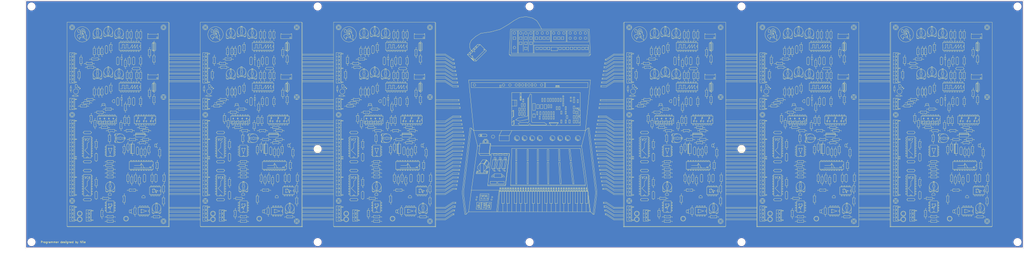
<source format=kicad_pcb>
(kicad_pcb (version 20171130) (host pcbnew "(5.1.7)-1")
  (layers (0 F.Cu signal) (31 B.Cu signal) (34 B.Paste user) (35 F.Paste user) (36 B.SilkS user) (37 F.SilkS user) (38 B.Mask user) (39 F.Mask user) (44 Edge.Cuts user))
  (net 0 "")
  (gr_line (start 361.6325 322.58) (end 360.9975 322.58) (layer F.SilkS) (width 0.12))
  (gr_line (start 365.4425 354.33) (end 361.6325 322.58) (layer F.SilkS) (width 0.12))
  (gr_line (start 365.4425 355.6) (end 365.4425 354.33) (layer F.SilkS) (width 0.12))
  (gr_line (start 364.1725 365.76) (end 365.4425 355.6) (layer F.SilkS) (width 0.12))
  (gr_line (start 363.5375 365.76) (end 364.1725 365.76) (layer F.SilkS) (width 0.12))
  (gr_line (start 301.9425 322.58) (end 302.5775 322.58) (layer F.SilkS) (width 0.12))
  (gr_line (start 298.1325 354.33) (end 301.9425 322.58) (layer F.SilkS) (width 0.12))
  (gr_line (start 298.1325 355.6) (end 298.1325 354.33) (layer F.SilkS) (width 0.12))
  (gr_line (start 299.4025 365.76) (end 298.1325 355.6) (layer F.SilkS) (width 0.12))
  (gr_line (start 300.0375 365.76) (end 299.4025 365.76) (layer F.SilkS) (width 0.12))
  (gr_line (start 312.1025 335.788) (end 312.1025 335.915) (layer F.SilkS) (width 0.12))
  (gr_line (start 311.785 335.28) (end 312.1025 335.788) (layer F.SilkS) (width 0.12))
  (gr_line (start 312.3565 330.5175) (end 311.785 335.28) (layer F.SilkS) (width 0.12))
  (gr_line (start 312.1025 330.2) (end 312.3565 330.5175) (layer F.SilkS) (width 0.12))
  (gr_line (start 307.0225 330.2) (end 312.1025 330.2) (layer F.SilkS) (width 0.12))
  (gr_line (start 306.705 331.47) (end 306.832 331.47) (layer F.SilkS) (width 0.12))
  (gr_line (start 312.42 331.47) (end 312.293 331.47) (layer F.SilkS) (width 0.12))
  (gr_line (start 312.42 331.47) (end 357.8225 331.47) (layer F.SilkS) (width 0.12))
  (gr_line (start 305.7525 331.47) (end 306.705 331.47) (layer F.SilkS) (width 0.12))
  (gr_line (start 312.1025 336.2325) (end 312.1025 335.915) (layer F.SilkS) (width 0.12))
  (gr_line (start 307.0225 336.2325) (end 312.1025 336.2325) (layer F.SilkS) (width 0.12))
  (gr_line (start 306.3875 335.28) (end 307.0225 336.2325) (layer F.SilkS) (width 0.12))
  (gr_line (start 311.4675 335.28) (end 312.1025 336.2325) (layer F.SilkS) (width 0.12))
  (gr_line (start 312.1025 330.2) (end 311.4675 335.28) (layer F.SilkS) (width 0.12))
  (gr_line (start 306.3875 335.28) (end 311.4675 335.28) (layer F.SilkS) (width 0.12))
  (gr_line (start 307.0225 330.2) (end 306.3875 335.28) (layer F.SilkS) (width 0.12))
  (gr_line (start 321.6275 326.39) (end 322.8975 323.85) (layer F.SilkS) (width 0.12))
  (gr_line (start 319.7225 338.455) (end 319.0875 342.9) (layer F.SilkS) (width 0.12))
  (gr_line (start 317.1825 338.455) (end 316.5475 342.9) (layer F.SilkS) (width 0.12))
  (gr_line (start 314.6425 338.455) (end 314.0075 342.9) (layer F.SilkS) (width 0.12))
  (gr_line (start 316.5475 337.5025) (end 316.5475 338.455) (layer F.SilkS) (width 0.12))
  (gr_line (start 316.865 337.185) (end 316.5475 337.5025) (layer F.SilkS) (width 0.12))
  (gr_line (start 317.1825 337.185) (end 316.865 337.185) (layer F.SilkS) (width 0.12))
  (gr_line (start 319.0875 337.5025) (end 319.0875 338.455) (layer F.SilkS) (width 0.12))
  (gr_line (start 319.405 337.185) (end 319.0875 337.5025) (layer F.SilkS) (width 0.12))
  (gr_line (start 319.7225 337.185) (end 319.405 337.185) (layer F.SilkS) (width 0.12))
  (gr_line (start 314.325 337.185) (end 314.6425 337.185) (layer F.SilkS) (width 0.12))
  (gr_line (start 314.0075 337.5025) (end 314.0075 338.455) (layer F.SilkS) (width 0.12))
  (gr_line (start 314.0075 337.5025) (end 314.325 337.185) (layer F.SilkS) (width 0.12))
  (gr_line (start 321.6275 335.5975) (end 321.6275 335.28) (layer F.SilkS) (width 0.12))
  (gr_line (start 319.7225 351.155) (end 321.6275 335.5975) (layer F.SilkS) (width 0.12))
  (gr_line (start 310.8325 344.4875) (end 310.8325 344.17) (layer F.SilkS) (width 0.12))
  (gr_line (start 310.515 345.44) (end 310.8325 344.4875) (layer F.SilkS) (width 0.12))
  (gr_line (start 310.515 345.44) (end 310.515 345.1225) (layer F.SilkS) (width 0.12))
  (gr_line (start 305.1175 345.44) (end 310.515 345.44) (layer F.SilkS) (width 0.12))
  (gr_line (start 305.1175 345.1225) (end 305.1175 345.44) (layer F.SilkS) (width 0.12))
  (gr_line (start 310.8325 351.4725) (end 310.8325 351.155) (layer F.SilkS) (width 0.12))
  (gr_line (start 319.7225 351.4725) (end 319.7225 351.155) (layer F.SilkS) (width 0.12))
  (gr_line (start 310.8325 351.4725) (end 319.7225 351.4725) (layer F.SilkS) (width 0.12))
  (gr_line (start 359.7275 351.4725) (end 359.7275 351.155) (layer F.SilkS) (width 0.12))
  (gr_line (start 322.2625 351.4725) (end 359.7275 351.4725) (layer F.SilkS) (width 0.12))
  (gr_line (start 322.2625 351.4725) (end 322.2625 351.155) (layer F.SilkS) (width 0.12))
  (gr_line (start 360.045 352.7425) (end 360.426 352.7425) (layer F.SilkS) (width 0.12))
  (gr_line (start 360.045 354.0125) (end 360.6165 354.0125) (layer F.SilkS) (width 0.12))
  (gr_line (start 360.045 353.06) (end 360.426 353.06) (layer F.SilkS) (width 0.12))
  (gr_line (start 360.045 353.695) (end 360.553 353.695) (layer F.SilkS) (width 0.12))
  (gr_line (start 360.045 352.425) (end 360.045 354.33) (layer F.SilkS) (width 0.12))
  (gr_line (start 360.3625 352.425) (end 360.045 352.425) (layer F.SilkS) (width 0.12))
  (gr_line (start 360.68 354.33) (end 360.3625 352.425) (layer F.SilkS) (width 0.12))
  (gr_line (start 358.775 354.0125) (end 359.41 354.0125) (layer F.SilkS) (width 0.12))
  (gr_line (start 358.775 353.695) (end 359.41 353.695) (layer F.SilkS) (width 0.12))
  (gr_line (start 358.775 352.425) (end 359.41 352.425) (layer F.SilkS) (width 0.12))
  (gr_line (start 358.775 354.33) (end 358.775 352.425) (layer F.SilkS) (width 0.12))
  (gr_line (start 358.775 353.06) (end 359.41 353.06) (layer F.SilkS) (width 0.12))
  (gr_line (start 358.775 352.7425) (end 359.41 352.7425) (layer F.SilkS) (width 0.12))
  (gr_line (start 359.41 352.425) (end 359.41 354.33) (layer F.SilkS) (width 0.12))
  (gr_line (start 357.505 354.0125) (end 358.14 354.0125) (layer F.SilkS) (width 0.12))
  (gr_line (start 357.505 353.695) (end 358.14 353.695) (layer F.SilkS) (width 0.12))
  (gr_line (start 357.505 352.425) (end 358.14 352.425) (layer F.SilkS) (width 0.12))
  (gr_line (start 357.505 354.33) (end 357.505 352.425) (layer F.SilkS) (width 0.12))
  (gr_line (start 357.505 353.06) (end 358.14 353.06) (layer F.SilkS) (width 0.12))
  (gr_line (start 357.505 352.7425) (end 358.14 352.7425) (layer F.SilkS) (width 0.12))
  (gr_line (start 358.14 352.425) (end 358.14 354.33) (layer F.SilkS) (width 0.12))
  (gr_line (start 356.235 354.0125) (end 356.87 354.0125) (layer F.SilkS) (width 0.12))
  (gr_line (start 356.235 353.695) (end 356.87 353.695) (layer F.SilkS) (width 0.12))
  (gr_line (start 356.235 352.425) (end 356.87 352.425) (layer F.SilkS) (width 0.12))
  (gr_line (start 356.235 354.33) (end 356.235 352.425) (layer F.SilkS) (width 0.12))
  (gr_line (start 356.235 353.06) (end 356.87 353.06) (layer F.SilkS) (width 0.12))
  (gr_line (start 356.235 352.7425) (end 356.87 352.7425) (layer F.SilkS) (width 0.12))
  (gr_line (start 356.87 352.425) (end 356.87 354.33) (layer F.SilkS) (width 0.12))
  (gr_line (start 354.965 354.0125) (end 355.6 354.0125) (layer F.SilkS) (width 0.12))
  (gr_line (start 354.965 353.695) (end 355.6 353.695) (layer F.SilkS) (width 0.12))
  (gr_line (start 354.965 352.425) (end 355.6 352.425) (layer F.SilkS) (width 0.12))
  (gr_line (start 354.965 354.33) (end 354.965 352.425) (layer F.SilkS) (width 0.12))
  (gr_line (start 354.965 353.06) (end 355.6 353.06) (layer F.SilkS) (width 0.12))
  (gr_line (start 354.965 352.7425) (end 355.6 352.7425) (layer F.SilkS) (width 0.12))
  (gr_line (start 355.6 352.425) (end 355.6 354.33) (layer F.SilkS) (width 0.12))
  (gr_line (start 353.695 354.0125) (end 354.33 354.0125) (layer F.SilkS) (width 0.12))
  (gr_line (start 353.695 353.695) (end 354.33 353.695) (layer F.SilkS) (width 0.12))
  (gr_line (start 353.695 352.425) (end 354.33 352.425) (layer F.SilkS) (width 0.12))
  (gr_line (start 353.695 354.33) (end 353.695 352.425) (layer F.SilkS) (width 0.12))
  (gr_line (start 353.695 353.06) (end 354.33 353.06) (layer F.SilkS) (width 0.12))
  (gr_line (start 353.695 352.7425) (end 354.33 352.7425) (layer F.SilkS) (width 0.12))
  (gr_line (start 354.33 352.425) (end 354.33 354.33) (layer F.SilkS) (width 0.12))
  (gr_line (start 352.425 354.0125) (end 353.06 354.0125) (layer F.SilkS) (width 0.12))
  (gr_line (start 352.425 353.695) (end 353.06 353.695) (layer F.SilkS) (width 0.12))
  (gr_line (start 352.425 352.425) (end 353.06 352.425) (layer F.SilkS) (width 0.12))
  (gr_line (start 352.425 354.33) (end 352.425 352.425) (layer F.SilkS) (width 0.12))
  (gr_line (start 352.425 353.06) (end 353.06 353.06) (layer F.SilkS) (width 0.12))
  (gr_line (start 352.425 352.7425) (end 353.06 352.7425) (layer F.SilkS) (width 0.12))
  (gr_line (start 353.06 352.425) (end 353.06 354.33) (layer F.SilkS) (width 0.12))
  (gr_line (start 351.155 354.0125) (end 351.79 354.0125) (layer F.SilkS) (width 0.12))
  (gr_line (start 351.155 353.695) (end 351.79 353.695) (layer F.SilkS) (width 0.12))
  (gr_line (start 351.155 352.425) (end 351.79 352.425) (layer F.SilkS) (width 0.12))
  (gr_line (start 351.155 354.33) (end 351.155 352.425) (layer F.SilkS) (width 0.12))
  (gr_line (start 351.155 353.06) (end 351.79 353.06) (layer F.SilkS) (width 0.12))
  (gr_line (start 351.155 352.7425) (end 351.79 352.7425) (layer F.SilkS) (width 0.12))
  (gr_line (start 351.79 352.425) (end 351.79 354.33) (layer F.SilkS) (width 0.12))
  (gr_line (start 349.885 354.0125) (end 350.52 354.0125) (layer F.SilkS) (width 0.12))
  (gr_line (start 349.885 353.695) (end 350.52 353.695) (layer F.SilkS) (width 0.12))
  (gr_line (start 349.885 352.425) (end 350.52 352.425) (layer F.SilkS) (width 0.12))
  (gr_line (start 349.885 354.33) (end 349.885 352.425) (layer F.SilkS) (width 0.12))
  (gr_line (start 349.885 353.06) (end 350.52 353.06) (layer F.SilkS) (width 0.12))
  (gr_line (start 349.885 352.7425) (end 350.52 352.7425) (layer F.SilkS) (width 0.12))
  (gr_line (start 350.52 352.425) (end 350.52 354.33) (layer F.SilkS) (width 0.12))
  (gr_line (start 348.615 354.0125) (end 349.25 354.0125) (layer F.SilkS) (width 0.12))
  (gr_line (start 348.615 353.695) (end 349.25 353.695) (layer F.SilkS) (width 0.12))
  (gr_line (start 348.615 352.425) (end 349.25 352.425) (layer F.SilkS) (width 0.12))
  (gr_line (start 348.615 354.33) (end 348.615 352.425) (layer F.SilkS) (width 0.12))
  (gr_line (start 348.615 353.06) (end 349.25 353.06) (layer F.SilkS) (width 0.12))
  (gr_line (start 348.615 352.7425) (end 349.25 352.7425) (layer F.SilkS) (width 0.12))
  (gr_line (start 349.25 352.425) (end 349.25 354.33) (layer F.SilkS) (width 0.12))
  (gr_line (start 347.345 354.0125) (end 347.98 354.0125) (layer F.SilkS) (width 0.12))
  (gr_line (start 347.345 353.695) (end 347.98 353.695) (layer F.SilkS) (width 0.12))
  (gr_line (start 347.345 352.425) (end 347.98 352.425) (layer F.SilkS) (width 0.12))
  (gr_line (start 347.345 354.33) (end 347.345 352.425) (layer F.SilkS) (width 0.12))
  (gr_line (start 347.345 353.06) (end 347.98 353.06) (layer F.SilkS) (width 0.12))
  (gr_line (start 347.345 352.7425) (end 347.98 352.7425) (layer F.SilkS) (width 0.12))
  (gr_line (start 347.98 352.425) (end 347.98 354.33) (layer F.SilkS) (width 0.12))
  (gr_line (start 346.075 354.0125) (end 346.71 354.0125) (layer F.SilkS) (width 0.12))
  (gr_line (start 346.075 353.695) (end 346.71 353.695) (layer F.SilkS) (width 0.12))
  (gr_line (start 346.075 352.425) (end 346.71 352.425) (layer F.SilkS) (width 0.12))
  (gr_line (start 346.075 354.33) (end 346.075 352.425) (layer F.SilkS) (width 0.12))
  (gr_line (start 346.075 353.06) (end 346.71 353.06) (layer F.SilkS) (width 0.12))
  (gr_line (start 346.075 352.7425) (end 346.71 352.7425) (layer F.SilkS) (width 0.12))
  (gr_line (start 346.71 352.425) (end 346.71 354.33) (layer F.SilkS) (width 0.12))
  (gr_line (start 344.805 354.0125) (end 345.44 354.0125) (layer F.SilkS) (width 0.12))
  (gr_line (start 344.805 353.695) (end 345.44 353.695) (layer F.SilkS) (width 0.12))
  (gr_line (start 344.805 352.425) (end 345.44 352.425) (layer F.SilkS) (width 0.12))
  (gr_line (start 344.805 354.33) (end 344.805 352.425) (layer F.SilkS) (width 0.12))
  (gr_line (start 344.805 353.06) (end 345.44 353.06) (layer F.SilkS) (width 0.12))
  (gr_line (start 344.805 352.7425) (end 345.44 352.7425) (layer F.SilkS) (width 0.12))
  (gr_line (start 345.44 352.425) (end 345.44 354.33) (layer F.SilkS) (width 0.12))
  (gr_line (start 343.535 354.0125) (end 344.17 354.0125) (layer F.SilkS) (width 0.12))
  (gr_line (start 343.535 353.695) (end 344.17 353.695) (layer F.SilkS) (width 0.12))
  (gr_line (start 343.535 352.425) (end 344.17 352.425) (layer F.SilkS) (width 0.12))
  (gr_line (start 343.535 354.33) (end 343.535 352.425) (layer F.SilkS) (width 0.12))
  (gr_line (start 343.535 353.06) (end 344.17 353.06) (layer F.SilkS) (width 0.12))
  (gr_line (start 343.535 352.7425) (end 344.17 352.7425) (layer F.SilkS) (width 0.12))
  (gr_line (start 344.17 352.425) (end 344.17 354.33) (layer F.SilkS) (width 0.12))
  (gr_line (start 342.265 354.0125) (end 342.9 354.0125) (layer F.SilkS) (width 0.12))
  (gr_line (start 342.265 353.695) (end 342.9 353.695) (layer F.SilkS) (width 0.12))
  (gr_line (start 342.265 352.425) (end 342.9 352.425) (layer F.SilkS) (width 0.12))
  (gr_line (start 342.265 354.33) (end 342.265 352.425) (layer F.SilkS) (width 0.12))
  (gr_line (start 342.265 353.06) (end 342.9 353.06) (layer F.SilkS) (width 0.12))
  (gr_line (start 342.265 352.7425) (end 342.9 352.7425) (layer F.SilkS) (width 0.12))
  (gr_line (start 342.9 352.425) (end 342.9 354.33) (layer F.SilkS) (width 0.12))
  (gr_line (start 340.995 354.0125) (end 341.63 354.0125) (layer F.SilkS) (width 0.12))
  (gr_line (start 340.995 353.695) (end 341.63 353.695) (layer F.SilkS) (width 0.12))
  (gr_line (start 340.995 352.425) (end 341.63 352.425) (layer F.SilkS) (width 0.12))
  (gr_line (start 340.995 354.33) (end 340.995 352.425) (layer F.SilkS) (width 0.12))
  (gr_line (start 340.995 353.06) (end 341.63 353.06) (layer F.SilkS) (width 0.12))
  (gr_line (start 340.995 352.7425) (end 341.63 352.7425) (layer F.SilkS) (width 0.12))
  (gr_line (start 341.63 352.425) (end 341.63 354.33) (layer F.SilkS) (width 0.12))
  (gr_line (start 339.725 354.0125) (end 340.36 354.0125) (layer F.SilkS) (width 0.12))
  (gr_line (start 339.725 353.695) (end 340.36 353.695) (layer F.SilkS) (width 0.12))
  (gr_line (start 339.725 352.425) (end 340.36 352.425) (layer F.SilkS) (width 0.12))
  (gr_line (start 339.725 354.33) (end 339.725 352.425) (layer F.SilkS) (width 0.12))
  (gr_line (start 339.725 353.06) (end 340.36 353.06) (layer F.SilkS) (width 0.12))
  (gr_line (start 339.725 352.7425) (end 340.36 352.7425) (layer F.SilkS) (width 0.12))
  (gr_line (start 340.36 352.425) (end 340.36 354.33) (layer F.SilkS) (width 0.12))
  (gr_line (start 338.455 354.0125) (end 339.09 354.0125) (layer F.SilkS) (width 0.12))
  (gr_line (start 338.455 353.695) (end 339.09 353.695) (layer F.SilkS) (width 0.12))
  (gr_line (start 338.455 352.425) (end 339.09 352.425) (layer F.SilkS) (width 0.12))
  (gr_line (start 338.455 354.33) (end 338.455 352.425) (layer F.SilkS) (width 0.12))
  (gr_line (start 338.455 353.06) (end 339.09 353.06) (layer F.SilkS) (width 0.12))
  (gr_line (start 338.455 352.7425) (end 339.09 352.7425) (layer F.SilkS) (width 0.12))
  (gr_line (start 339.09 352.425) (end 339.09 354.33) (layer F.SilkS) (width 0.12))
  (gr_line (start 337.185 354.0125) (end 337.82 354.0125) (layer F.SilkS) (width 0.12))
  (gr_line (start 337.185 353.695) (end 337.82 353.695) (layer F.SilkS) (width 0.12))
  (gr_line (start 337.185 352.425) (end 337.82 352.425) (layer F.SilkS) (width 0.12))
  (gr_line (start 337.185 354.33) (end 337.185 352.425) (layer F.SilkS) (width 0.12))
  (gr_line (start 337.185 353.06) (end 337.82 353.06) (layer F.SilkS) (width 0.12))
  (gr_line (start 337.185 352.7425) (end 337.82 352.7425) (layer F.SilkS) (width 0.12))
  (gr_line (start 337.82 352.425) (end 337.82 354.33) (layer F.SilkS) (width 0.12))
  (gr_line (start 335.915 354.0125) (end 336.55 354.0125) (layer F.SilkS) (width 0.12))
  (gr_line (start 335.915 353.695) (end 336.55 353.695) (layer F.SilkS) (width 0.12))
  (gr_line (start 335.915 352.425) (end 336.55 352.425) (layer F.SilkS) (width 0.12))
  (gr_line (start 335.915 354.33) (end 335.915 352.425) (layer F.SilkS) (width 0.12))
  (gr_line (start 335.915 353.06) (end 336.55 353.06) (layer F.SilkS) (width 0.12))
  (gr_line (start 335.915 352.7425) (end 336.55 352.7425) (layer F.SilkS) (width 0.12))
  (gr_line (start 336.55 352.425) (end 336.55 354.33) (layer F.SilkS) (width 0.12))
  (gr_line (start 334.645 354.0125) (end 335.28 354.0125) (layer F.SilkS) (width 0.12))
  (gr_line (start 334.645 353.695) (end 335.28 353.695) (layer F.SilkS) (width 0.12))
  (gr_line (start 334.645 352.425) (end 335.28 352.425) (layer F.SilkS) (width 0.12))
  (gr_line (start 334.645 354.33) (end 334.645 352.425) (layer F.SilkS) (width 0.12))
  (gr_line (start 334.645 353.06) (end 335.28 353.06) (layer F.SilkS) (width 0.12))
  (gr_line (start 334.645 352.7425) (end 335.28 352.7425) (layer F.SilkS) (width 0.12))
  (gr_line (start 335.28 352.425) (end 335.28 354.33) (layer F.SilkS) (width 0.12))
  (gr_line (start 333.375 354.0125) (end 334.01 354.0125) (layer F.SilkS) (width 0.12))
  (gr_line (start 333.375 353.695) (end 334.01 353.695) (layer F.SilkS) (width 0.12))
  (gr_line (start 333.375 352.425) (end 334.01 352.425) (layer F.SilkS) (width 0.12))
  (gr_line (start 333.375 354.33) (end 333.375 352.425) (layer F.SilkS) (width 0.12))
  (gr_line (start 333.375 353.06) (end 334.01 353.06) (layer F.SilkS) (width 0.12))
  (gr_line (start 333.375 352.7425) (end 334.01 352.7425) (layer F.SilkS) (width 0.12))
  (gr_line (start 334.01 352.425) (end 334.01 354.33) (layer F.SilkS) (width 0.12))
  (gr_line (start 332.105 354.0125) (end 332.74 354.0125) (layer F.SilkS) (width 0.12))
  (gr_line (start 332.105 353.695) (end 332.74 353.695) (layer F.SilkS) (width 0.12))
  (gr_line (start 332.105 352.425) (end 332.74 352.425) (layer F.SilkS) (width 0.12))
  (gr_line (start 332.105 354.33) (end 332.105 352.425) (layer F.SilkS) (width 0.12))
  (gr_line (start 332.105 353.06) (end 332.74 353.06) (layer F.SilkS) (width 0.12))
  (gr_line (start 332.105 352.7425) (end 332.74 352.7425) (layer F.SilkS) (width 0.12))
  (gr_line (start 332.74 352.425) (end 332.74 354.33) (layer F.SilkS) (width 0.12))
  (gr_line (start 330.835 354.0125) (end 331.47 354.0125) (layer F.SilkS) (width 0.12))
  (gr_line (start 330.835 353.695) (end 331.47 353.695) (layer F.SilkS) (width 0.12))
  (gr_line (start 330.835 352.425) (end 331.47 352.425) (layer F.SilkS) (width 0.12))
  (gr_line (start 330.835 354.33) (end 330.835 352.425) (layer F.SilkS) (width 0.12))
  (gr_line (start 330.835 353.06) (end 331.47 353.06) (layer F.SilkS) (width 0.12))
  (gr_line (start 330.835 352.7425) (end 331.47 352.7425) (layer F.SilkS) (width 0.12))
  (gr_line (start 331.47 352.425) (end 331.47 354.33) (layer F.SilkS) (width 0.12))
  (gr_line (start 329.565 354.0125) (end 330.2 354.0125) (layer F.SilkS) (width 0.12))
  (gr_line (start 329.565 353.695) (end 330.2 353.695) (layer F.SilkS) (width 0.12))
  (gr_line (start 329.565 352.425) (end 330.2 352.425) (layer F.SilkS) (width 0.12))
  (gr_line (start 329.565 354.33) (end 329.565 352.425) (layer F.SilkS) (width 0.12))
  (gr_line (start 329.565 353.06) (end 330.2 353.06) (layer F.SilkS) (width 0.12))
  (gr_line (start 329.565 352.7425) (end 330.2 352.7425) (layer F.SilkS) (width 0.12))
  (gr_line (start 330.2 352.425) (end 330.2 354.33) (layer F.SilkS) (width 0.12))
  (gr_line (start 328.295 354.0125) (end 328.93 354.0125) (layer F.SilkS) (width 0.12))
  (gr_line (start 328.295 353.695) (end 328.93 353.695) (layer F.SilkS) (width 0.12))
  (gr_line (start 328.295 352.425) (end 328.93 352.425) (layer F.SilkS) (width 0.12))
  (gr_line (start 328.295 354.33) (end 328.295 352.425) (layer F.SilkS) (width 0.12))
  (gr_line (start 328.295 353.06) (end 328.93 353.06) (layer F.SilkS) (width 0.12))
  (gr_line (start 328.295 352.7425) (end 328.93 352.7425) (layer F.SilkS) (width 0.12))
  (gr_line (start 328.93 352.425) (end 328.93 354.33) (layer F.SilkS) (width 0.12))
  (gr_line (start 327.025 354.0125) (end 327.66 354.0125) (layer F.SilkS) (width 0.12))
  (gr_line (start 327.025 353.695) (end 327.66 353.695) (layer F.SilkS) (width 0.12))
  (gr_line (start 327.025 352.425) (end 327.66 352.425) (layer F.SilkS) (width 0.12))
  (gr_line (start 327.025 354.33) (end 327.025 352.425) (layer F.SilkS) (width 0.12))
  (gr_line (start 327.025 353.06) (end 327.66 353.06) (layer F.SilkS) (width 0.12))
  (gr_line (start 327.025 352.7425) (end 327.66 352.7425) (layer F.SilkS) (width 0.12))
  (gr_line (start 327.66 352.425) (end 327.66 354.33) (layer F.SilkS) (width 0.12))
  (gr_line (start 325.755 354.0125) (end 326.39 354.0125) (layer F.SilkS) (width 0.12))
  (gr_line (start 325.755 353.695) (end 326.39 353.695) (layer F.SilkS) (width 0.12))
  (gr_line (start 325.755 352.425) (end 326.39 352.425) (layer F.SilkS) (width 0.12))
  (gr_line (start 325.755 354.33) (end 325.755 352.425) (layer F.SilkS) (width 0.12))
  (gr_line (start 325.755 353.06) (end 326.39 353.06) (layer F.SilkS) (width 0.12))
  (gr_line (start 325.755 352.7425) (end 326.39 352.7425) (layer F.SilkS) (width 0.12))
  (gr_line (start 326.39 352.425) (end 326.39 354.33) (layer F.SilkS) (width 0.12))
  (gr_line (start 324.485 354.0125) (end 325.12 354.0125) (layer F.SilkS) (width 0.12))
  (gr_line (start 324.485 353.695) (end 325.12 353.695) (layer F.SilkS) (width 0.12))
  (gr_line (start 324.485 352.425) (end 325.12 352.425) (layer F.SilkS) (width 0.12))
  (gr_line (start 324.485 354.33) (end 324.485 352.425) (layer F.SilkS) (width 0.12))
  (gr_line (start 324.485 353.06) (end 325.12 353.06) (layer F.SilkS) (width 0.12))
  (gr_line (start 324.485 352.7425) (end 325.12 352.7425) (layer F.SilkS) (width 0.12))
  (gr_line (start 325.12 352.425) (end 325.12 354.33) (layer F.SilkS) (width 0.12))
  (gr_line (start 323.215 354.0125) (end 323.85 354.0125) (layer F.SilkS) (width 0.12))
  (gr_line (start 323.215 353.695) (end 323.85 353.695) (layer F.SilkS) (width 0.12))
  (gr_line (start 323.215 352.425) (end 323.85 352.425) (layer F.SilkS) (width 0.12))
  (gr_line (start 323.215 354.33) (end 323.215 352.425) (layer F.SilkS) (width 0.12))
  (gr_line (start 323.215 353.06) (end 323.85 353.06) (layer F.SilkS) (width 0.12))
  (gr_line (start 323.215 352.7425) (end 323.85 352.7425) (layer F.SilkS) (width 0.12))
  (gr_line (start 323.85 352.425) (end 323.85 354.33) (layer F.SilkS) (width 0.12))
  (gr_line (start 321.945 354.0125) (end 322.58 354.0125) (layer F.SilkS) (width 0.12))
  (gr_line (start 321.945 353.695) (end 322.58 353.695) (layer F.SilkS) (width 0.12))
  (gr_line (start 321.945 352.425) (end 322.58 352.425) (layer F.SilkS) (width 0.12))
  (gr_line (start 321.945 354.33) (end 321.945 352.425) (layer F.SilkS) (width 0.12))
  (gr_line (start 321.945 353.06) (end 322.58 353.06) (layer F.SilkS) (width 0.12))
  (gr_line (start 321.945 352.7425) (end 322.58 352.7425) (layer F.SilkS) (width 0.12))
  (gr_line (start 322.58 352.425) (end 322.58 354.33) (layer F.SilkS) (width 0.12))
  (gr_line (start 316.865 354.0125) (end 317.5 354.0125) (layer F.SilkS) (width 0.12))
  (gr_line (start 316.865 353.695) (end 317.5 353.695) (layer F.SilkS) (width 0.12))
  (gr_line (start 316.865 352.425) (end 317.5 352.425) (layer F.SilkS) (width 0.12))
  (gr_line (start 316.865 354.33) (end 316.865 352.425) (layer F.SilkS) (width 0.12))
  (gr_line (start 316.865 353.06) (end 317.5 353.06) (layer F.SilkS) (width 0.12))
  (gr_line (start 316.865 352.7425) (end 317.5 352.7425) (layer F.SilkS) (width 0.12))
  (gr_line (start 317.5 352.425) (end 317.5 354.33) (layer F.SilkS) (width 0.12))
  (gr_line (start 318.135 354.0125) (end 318.77 354.0125) (layer F.SilkS) (width 0.12))
  (gr_line (start 318.135 353.695) (end 318.77 353.695) (layer F.SilkS) (width 0.12))
  (gr_line (start 318.135 352.425) (end 318.77 352.425) (layer F.SilkS) (width 0.12))
  (gr_line (start 318.135 354.33) (end 318.135 352.425) (layer F.SilkS) (width 0.12))
  (gr_line (start 318.135 353.06) (end 318.77 353.06) (layer F.SilkS) (width 0.12))
  (gr_line (start 318.135 352.7425) (end 318.77 352.7425) (layer F.SilkS) (width 0.12))
  (gr_line (start 318.77 352.425) (end 318.77 354.33) (layer F.SilkS) (width 0.12))
  (gr_line (start 319.405 354.0125) (end 320.04 354.0125) (layer F.SilkS) (width 0.12))
  (gr_line (start 319.405 353.695) (end 320.04 353.695) (layer F.SilkS) (width 0.12))
  (gr_line (start 319.405 352.425) (end 320.04 352.425) (layer F.SilkS) (width 0.12))
  (gr_line (start 319.405 354.33) (end 319.405 352.425) (layer F.SilkS) (width 0.12))
  (gr_line (start 319.405 353.06) (end 320.04 353.06) (layer F.SilkS) (width 0.12))
  (gr_line (start 319.405 352.7425) (end 320.04 352.7425) (layer F.SilkS) (width 0.12))
  (gr_line (start 320.04 352.425) (end 320.04 354.33) (layer F.SilkS) (width 0.12))
  (gr_line (start 320.675 354.0125) (end 321.31 354.0125) (layer F.SilkS) (width 0.12))
  (gr_line (start 320.675 353.695) (end 321.31 353.695) (layer F.SilkS) (width 0.12))
  (gr_line (start 320.675 353.06) (end 321.31 353.06) (layer F.SilkS) (width 0.12))
  (gr_line (start 320.675 352.7425) (end 321.31 352.7425) (layer F.SilkS) (width 0.12))
  (gr_line (start 321.31 352.425) (end 321.31 354.33) (layer F.SilkS) (width 0.12))
  (gr_line (start 320.675 352.425) (end 321.31 352.425) (layer F.SilkS) (width 0.12))
  (gr_line (start 320.675 354.33) (end 320.675 352.425) (layer F.SilkS) (width 0.12))
  (gr_line (start 354.965 328.295) (end 354.965 327.3425) (layer F.SilkS) (width 0.12))
  (gr_line (start 355.2825 328.295) (end 354.965 328.295) (layer F.SilkS) (width 0.12))
  (gr_line (start 356.235 328.295) (end 356.235 328.6125) (layer F.SilkS) (width 0.12))
  (gr_line (start 355.6 328.295) (end 356.235 328.295) (layer F.SilkS) (width 0.12))
  (gr_line (start 355.2825 327.3425) (end 355.2825 328.295) (layer F.SilkS) (width 0.12))
  (gr_line (start 355.6 328.6125) (end 355.9175 328.93) (layer F.SilkS) (width 0.12))
  (gr_line (start 356.235 328.6125) (end 355.9175 328.93) (layer F.SilkS) (width 0.12))
  (gr_line (start 355.6 328.295) (end 355.6 328.6125) (layer F.SilkS) (width 0.12))
  (gr_line (start 354.965 327.3425) (end 355.2825 327.3425) (layer F.SilkS) (width 0.12))
  (gr_line (start 349.885 328.295) (end 349.885 327.3425) (layer F.SilkS) (width 0.12))
  (gr_line (start 350.2025 328.295) (end 349.885 328.295) (layer F.SilkS) (width 0.12))
  (gr_line (start 351.155 328.295) (end 351.155 328.6125) (layer F.SilkS) (width 0.12))
  (gr_line (start 350.52 328.295) (end 351.155 328.295) (layer F.SilkS) (width 0.12))
  (gr_line (start 350.2025 327.3425) (end 350.2025 328.295) (layer F.SilkS) (width 0.12))
  (gr_line (start 350.52 328.6125) (end 350.8375 328.93) (layer F.SilkS) (width 0.12))
  (gr_line (start 351.155 328.6125) (end 350.8375 328.93) (layer F.SilkS) (width 0.12))
  (gr_line (start 350.52 328.295) (end 350.52 328.6125) (layer F.SilkS) (width 0.12))
  (gr_line (start 349.885 327.3425) (end 350.2025 327.3425) (layer F.SilkS) (width 0.12))
  (gr_line (start 346.075 328.295) (end 346.075 327.3425) (layer F.SilkS) (width 0.12))
  (gr_line (start 346.3925 328.295) (end 346.075 328.295) (layer F.SilkS) (width 0.12))
  (gr_line (start 347.345 328.295) (end 347.345 328.6125) (layer F.SilkS) (width 0.12))
  (gr_line (start 346.71 328.295) (end 347.345 328.295) (layer F.SilkS) (width 0.12))
  (gr_line (start 346.3925 327.3425) (end 346.3925 328.295) (layer F.SilkS) (width 0.12))
  (gr_line (start 346.71 328.6125) (end 347.0275 328.93) (layer F.SilkS) (width 0.12))
  (gr_line (start 347.345 328.6125) (end 347.0275 328.93) (layer F.SilkS) (width 0.12))
  (gr_line (start 346.71 328.295) (end 346.71 328.6125) (layer F.SilkS) (width 0.12))
  (gr_line (start 346.075 327.3425) (end 346.3925 327.3425) (layer F.SilkS) (width 0.12))
  (gr_line (start 342.265 328.295) (end 342.265 327.3425) (layer F.SilkS) (width 0.12))
  (gr_line (start 342.5825 328.295) (end 342.265 328.295) (layer F.SilkS) (width 0.12))
  (gr_line (start 343.535 328.295) (end 343.535 328.6125) (layer F.SilkS) (width 0.12))
  (gr_line (start 342.9 328.295) (end 343.535 328.295) (layer F.SilkS) (width 0.12))
  (gr_line (start 342.5825 327.3425) (end 342.5825 328.295) (layer F.SilkS) (width 0.12))
  (gr_line (start 342.9 328.6125) (end 343.2175 328.93) (layer F.SilkS) (width 0.12))
  (gr_line (start 343.535 328.6125) (end 343.2175 328.93) (layer F.SilkS) (width 0.12))
  (gr_line (start 342.9 328.295) (end 342.9 328.6125) (layer F.SilkS) (width 0.12))
  (gr_line (start 342.265 327.3425) (end 342.5825 327.3425) (layer F.SilkS) (width 0.12))
  (gr_line (start 335.915 328.295) (end 335.915 327.3425) (layer F.SilkS) (width 0.12))
  (gr_line (start 336.2325 328.295) (end 335.915 328.295) (layer F.SilkS) (width 0.12))
  (gr_line (start 337.185 328.295) (end 337.185 328.6125) (layer F.SilkS) (width 0.12))
  (gr_line (start 336.55 328.295) (end 337.185 328.295) (layer F.SilkS) (width 0.12))
  (gr_line (start 336.2325 327.3425) (end 336.2325 328.295) (layer F.SilkS) (width 0.12))
  (gr_line (start 336.55 328.6125) (end 336.8675 328.93) (layer F.SilkS) (width 0.12))
  (gr_line (start 337.185 328.6125) (end 336.8675 328.93) (layer F.SilkS) (width 0.12))
  (gr_line (start 336.55 328.295) (end 336.55 328.6125) (layer F.SilkS) (width 0.12))
  (gr_line (start 335.915 327.3425) (end 336.2325 327.3425) (layer F.SilkS) (width 0.12))
  (gr_line (start 332.105 328.295) (end 332.105 327.3425) (layer F.SilkS) (width 0.12))
  (gr_line (start 332.4225 328.295) (end 332.105 328.295) (layer F.SilkS) (width 0.12))
  (gr_line (start 333.375 328.295) (end 333.375 328.6125) (layer F.SilkS) (width 0.12))
  (gr_line (start 332.74 328.295) (end 333.375 328.295) (layer F.SilkS) (width 0.12))
  (gr_line (start 332.4225 327.3425) (end 332.4225 328.295) (layer F.SilkS) (width 0.12))
  (gr_line (start 332.74 328.6125) (end 333.0575 328.93) (layer F.SilkS) (width 0.12))
  (gr_line (start 333.375 328.6125) (end 333.0575 328.93) (layer F.SilkS) (width 0.12))
  (gr_line (start 332.74 328.295) (end 332.74 328.6125) (layer F.SilkS) (width 0.12))
  (gr_line (start 332.105 327.3425) (end 332.4225 327.3425) (layer F.SilkS) (width 0.12))
  (gr_line (start 328.295 328.295) (end 328.295 327.3425) (layer F.SilkS) (width 0.12))
  (gr_line (start 328.6125 328.295) (end 328.295 328.295) (layer F.SilkS) (width 0.12))
  (gr_line (start 329.565 328.295) (end 329.565 328.6125) (layer F.SilkS) (width 0.12))
  (gr_line (start 328.93 328.295) (end 329.565 328.295) (layer F.SilkS) (width 0.12))
  (gr_line (start 328.6125 327.3425) (end 328.6125 328.295) (layer F.SilkS) (width 0.12))
  (gr_line (start 328.93 328.6125) (end 329.2475 328.93) (layer F.SilkS) (width 0.12))
  (gr_line (start 329.565 328.6125) (end 329.2475 328.93) (layer F.SilkS) (width 0.12))
  (gr_line (start 328.93 328.295) (end 328.93 328.6125) (layer F.SilkS) (width 0.12))
  (gr_line (start 328.295 327.3425) (end 328.6125 327.3425) (layer F.SilkS) (width 0.12))
  (gr_line (start 324.485 328.295) (end 324.485 327.3425) (layer F.SilkS) (width 0.12))
  (gr_line (start 324.8025 328.295) (end 324.485 328.295) (layer F.SilkS) (width 0.12))
  (gr_line (start 324.8025 327.3425) (end 324.8025 328.295) (layer F.SilkS) (width 0.12))
  (gr_line (start 324.485 327.3425) (end 324.8025 327.3425) (layer F.SilkS) (width 0.12))
  (gr_line (start 325.12 328.295) (end 325.755 328.295) (layer F.SilkS) (width 0.12))
  (gr_line (start 325.755 328.295) (end 325.755 328.6125) (layer F.SilkS) (width 0.12))
  (gr_line (start 325.755 328.6125) (end 325.4375 328.93) (layer F.SilkS) (width 0.12))
  (gr_line (start 325.12 328.6125) (end 325.4375 328.93) (layer F.SilkS) (width 0.12))
  (gr_line (start 325.12 328.295) (end 325.12 328.6125) (layer F.SilkS) (width 0.12))
  (gr_line (start 345.44 301.625) (end 345.44 301.3075) (layer F.SilkS) (width 0.12))
  (gr_line (start 345.7575 301.625) (end 345.7575 301.3075) (layer F.SilkS) (width 0.12))
  (gr_line (start 346.075 301.625) (end 346.075 301.3075) (layer F.SilkS) (width 0.12))
  (gr_line (start 346.3925 301.625) (end 346.3925 301.3075) (layer F.SilkS) (width 0.12))
  (gr_line (start 345.1225 301.625) (end 346.3925 301.625) (layer F.SilkS) (width 0.12))
  (gr_line (start 345.1225 301.3075) (end 345.1225 301.625) (layer F.SilkS) (width 0.12))
  (gr_line (start 346.71 301.3075) (end 344.805 301.3075) (layer F.SilkS) (width 0.12))
  (gr_line (start 346.71 301.9425) (end 346.71 301.3075) (layer F.SilkS) (width 0.12))
  (gr_line (start 344.805 301.9425) (end 346.71 301.9425) (layer F.SilkS) (width 0.12))
  (gr_line (start 344.805 301.3075) (end 344.805 301.9425) (layer F.SilkS) (width 0.12))
  (gr_line (start 326.39 301.625) (end 326.39 300.355) (layer F.SilkS) (width 0.12))
  (gr_line (start 327.025 301.625) (end 326.39 301.625) (layer F.SilkS) (width 0.12))
  (gr_line (start 327.025 300.355) (end 327.025 301.625) (layer F.SilkS) (width 0.12))
  (gr_line (start 326.39 300.355) (end 327.025 300.355) (layer F.SilkS) (width 0.12))
  (gr_line (start 329.565 301.625) (end 329.565 300.355) (layer F.SilkS) (width 0.12))
  (gr_line (start 330.2 301.625) (end 329.565 301.625) (layer F.SilkS) (width 0.12))
  (gr_line (start 330.2 300.355) (end 330.2 301.625) (layer F.SilkS) (width 0.12))
  (gr_line (start 329.565 300.355) (end 330.2 300.355) (layer F.SilkS) (width 0.12))
  (gr_line (start 332.74 301.625) (end 332.74 300.355) (layer F.SilkS) (width 0.12))
  (gr_line (start 333.375 301.625) (end 332.74 301.625) (layer F.SilkS) (width 0.12))
  (gr_line (start 333.375 300.355) (end 333.375 301.625) (layer F.SilkS) (width 0.12))
  (gr_line (start 332.74 300.355) (end 333.375 300.355) (layer F.SilkS) (width 0.12))
  (gr_line (start 316.865 301.9425) (end 316.865 300.99) (layer F.SilkS) (width 0.12))
  (gr_line (start 317.5 301.9425) (end 316.865 301.9425) (layer F.SilkS) (width 0.12))
  (gr_line (start 317.5 300.99) (end 317.5 301.9425) (layer F.SilkS) (width 0.12))
  (gr_line (start 316.865 300.99) (end 317.5 300.99) (layer F.SilkS) (width 0.12))
  (gr_circle (center 304.165 300.99) (end 304.165 301.625) (layer F.SilkS) (width 0.12))
  (gr_circle (center 318.77 300.99) (end 318.77 301.625) (layer F.SilkS) (width 0.12))
  (gr_circle (center 321.945 300.99) (end 321.945 301.625) (layer F.SilkS) (width 0.12))
  (gr_circle (center 325.12 300.99) (end 325.12 301.625) (layer F.SilkS) (width 0.12))
  (gr_circle (center 328.295 300.99) (end 328.295 301.625) (layer F.SilkS) (width 0.12))
  (gr_circle (center 331.47 300.99) (end 331.47 301.625) (layer F.SilkS) (width 0.12))
  (gr_circle (center 334.645 300.99) (end 334.645 301.625) (layer F.SilkS) (width 0.12))
  (gr_circle (center 337.82 300.99) (end 337.82 301.625) (layer F.SilkS) (width 0.12))
  (gr_line (start 302.5775 302.26) (end 339.4075 302.26) (layer F.SilkS) (width 0.12))
  (gr_line (start 339.4075 299.72) (end 302.5775 299.72) (layer F.SilkS) (width 0.12))
  (gr_line (start 360.9975 299.72) (end 339.725 299.72) (layer F.SilkS) (width 0.12))
  (gr_line (start 339.725 302.26) (end 360.9975 302.26) (layer F.SilkS) (width 0.12))
  (gr_line (start 339.725 299.72) (end 339.725 302.26) (layer F.SilkS) (width 0.12))
  (gr_line (start 339.4075 299.72) (end 339.4075 302.26) (layer F.SilkS) (width 0.12))
  (gr_line (start 550.2275 340.995) (end 550.545 341.63) (layer F.SilkS) (width 0.12))
  (gr_line (start 550.8625 342.265) (end 551.18 342.5825) (layer F.SilkS) (width 0.12))
  (gr_line (start 550.545 341.63) (end 550.8625 342.265) (layer F.SilkS) (width 0.12))
  (gr_line (start 483.5525 340.995) (end 483.87 341.63) (layer F.SilkS) (width 0.12))
  (gr_line (start 484.1875 342.265) (end 484.505 342.5825) (layer F.SilkS) (width 0.12))
  (gr_line (start 483.87 341.63) (end 484.1875 342.265) (layer F.SilkS) (width 0.12))
  (gr_line (start 416.8775 340.995) (end 417.195 341.63) (layer F.SilkS) (width 0.12))
  (gr_line (start 417.5125 342.265) (end 417.83 342.5825) (layer F.SilkS) (width 0.12))
  (gr_line (start 417.195 341.63) (end 417.5125 342.265) (layer F.SilkS) (width 0.12))
  (gr_line (start 271.4625 340.995) (end 271.78 341.63) (layer F.SilkS) (width 0.12))
  (gr_line (start 272.0975 342.265) (end 272.415 342.5825) (layer F.SilkS) (width 0.12))
  (gr_line (start 271.78 341.63) (end 272.0975 342.265) (layer F.SilkS) (width 0.12))
  (gr_line (start 204.7875 340.995) (end 205.105 341.63) (layer F.SilkS) (width 0.12))
  (gr_line (start 205.4225 342.265) (end 205.74 342.5825) (layer F.SilkS) (width 0.12))
  (gr_line (start 205.105 341.63) (end 205.4225 342.265) (layer F.SilkS) (width 0.12))
  (gr_line (start 138.7475 342.265) (end 139.065 342.5825) (layer F.SilkS) (width 0.12))
  (gr_line (start 138.43 341.63) (end 138.7475 342.265) (layer F.SilkS) (width 0.12))
  (gr_line (start 309.5625 283.21) (end 304.4825 288.29) (layer F.SilkS) (width 0.12))
  (gr_circle (center 308.991 283.21) (end 309.118 283.337) (layer F.SilkS) (width 0.12))
  (gr_circle (center 303.276 286.512) (end 303.403 286.639) (layer F.SilkS) (width 0.12))
  (gr_circle (center 304.292 284.226) (end 304.419 284.353) (layer F.SilkS) (width 0.12))
  (gr_circle (center 225.7425 333.0575) (end 227.2425 333.0575) (layer Edge.Cuts) (width 0.05))
  (gr_line (start 364.49 329.8825) (end 370.205 329.8825) (layer F.SilkS) (width 0.12))
  (gr_line (start 364.8075 330.2) (end 364.49 329.8825) (layer F.SilkS) (width 0.12))
  (gr_line (start 364.49 330.5175) (end 364.8075 330.2) (layer F.SilkS) (width 0.12))
  (gr_line (start 370.205 330.5175) (end 364.49 330.5175) (layer F.SilkS) (width 0.12))
  (gr_line (start 364.8075 331.7875) (end 370.205 331.7875) (layer F.SilkS) (width 0.12))
  (gr_line (start 365.125 332.105) (end 364.8075 331.7875) (layer F.SilkS) (width 0.12))
  (gr_line (start 364.8075 332.4225) (end 365.125 332.105) (layer F.SilkS) (width 0.12))
  (gr_line (start 370.205 332.4225) (end 364.8075 332.4225) (layer F.SilkS) (width 0.12))
  (gr_line (start 365.125 333.6925) (end 370.205 333.6925) (layer F.SilkS) (width 0.12))
  (gr_line (start 365.4425 334.01) (end 365.125 333.6925) (layer F.SilkS) (width 0.12))
  (gr_line (start 365.125 334.3275) (end 365.4425 334.01) (layer F.SilkS) (width 0.12))
  (gr_line (start 370.205 334.3275) (end 365.125 334.3275) (layer F.SilkS) (width 0.12))
  (gr_line (start 365.4425 335.5975) (end 370.205 335.5975) (layer F.SilkS) (width 0.12))
  (gr_line (start 365.76 335.915) (end 365.4425 335.5975) (layer F.SilkS) (width 0.12))
  (gr_line (start 365.4425 336.2325) (end 365.76 335.915) (layer F.SilkS) (width 0.12))
  (gr_line (start 370.205 336.2325) (end 365.4425 336.2325) (layer F.SilkS) (width 0.12))
  (gr_line (start 365.76 337.5025) (end 370.205 337.5025) (layer F.SilkS) (width 0.12))
  (gr_line (start 366.0775 337.82) (end 365.76 337.5025) (layer F.SilkS) (width 0.12))
  (gr_line (start 365.76 338.1375) (end 366.0775 337.82) (layer F.SilkS) (width 0.12))
  (gr_line (start 370.205 338.1375) (end 365.76 338.1375) (layer F.SilkS) (width 0.12))
  (gr_line (start 366.0775 339.4075) (end 370.205 339.4075) (layer F.SilkS) (width 0.12))
  (gr_line (start 366.395 339.725) (end 366.0775 339.4075) (layer F.SilkS) (width 0.12))
  (gr_line (start 366.0775 340.0425) (end 366.395 339.725) (layer F.SilkS) (width 0.12))
  (gr_line (start 370.205 340.0425) (end 366.0775 340.0425) (layer F.SilkS) (width 0.12))
  (gr_line (start 366.395 341.3125) (end 370.205 341.3125) (layer F.SilkS) (width 0.12))
  (gr_line (start 366.7125 341.63) (end 366.395 341.3125) (layer F.SilkS) (width 0.12))
  (gr_line (start 366.395 341.9475) (end 366.7125 341.63) (layer F.SilkS) (width 0.12))
  (gr_line (start 370.205 341.9475) (end 366.395 341.9475) (layer F.SilkS) (width 0.12))
  (gr_line (start 366.7125 343.2175) (end 370.205 343.2175) (layer F.SilkS) (width 0.12))
  (gr_line (start 367.03 343.535) (end 366.7125 343.2175) (layer F.SilkS) (width 0.12))
  (gr_line (start 366.7125 343.8525) (end 367.03 343.535) (layer F.SilkS) (width 0.12))
  (gr_line (start 370.205 343.8525) (end 366.7125 343.8525) (layer F.SilkS) (width 0.12))
  (gr_line (start 367.03 345.1225) (end 370.205 345.1225) (layer F.SilkS) (width 0.12))
  (gr_line (start 367.3475 345.44) (end 367.03 345.1225) (layer F.SilkS) (width 0.12))
  (gr_line (start 367.03 345.7575) (end 367.3475 345.44) (layer F.SilkS) (width 0.12))
  (gr_line (start 370.205 345.7575) (end 367.03 345.7575) (layer F.SilkS) (width 0.12))
  (gr_line (start 367.3475 347.0275) (end 370.205 347.0275) (layer F.SilkS) (width 0.12))
  (gr_line (start 367.665 347.345) (end 367.3475 347.0275) (layer F.SilkS) (width 0.12))
  (gr_line (start 367.3475 347.6625) (end 367.665 347.345) (layer F.SilkS) (width 0.12))
  (gr_line (start 370.205 347.6625) (end 367.3475 347.6625) (layer F.SilkS) (width 0.12))
  (gr_line (start 364.1725 328.6125) (end 370.205 328.6125) (layer F.SilkS) (width 0.12))
  (gr_line (start 364.49 328.295) (end 364.1725 328.6125) (layer F.SilkS) (width 0.12))
  (gr_line (start 364.1725 327.9775) (end 364.49 328.295) (layer F.SilkS) (width 0.12))
  (gr_line (start 370.205 327.9775) (end 364.1725 327.9775) (layer F.SilkS) (width 0.12))
  (gr_line (start 364.49 326.7075) (end 370.205 326.7075) (layer F.SilkS) (width 0.12))
  (gr_line (start 364.8075 326.39) (end 364.49 326.7075) (layer F.SilkS) (width 0.12))
  (gr_line (start 364.49 326.0725) (end 364.8075 326.39) (layer F.SilkS) (width 0.12))
  (gr_line (start 370.205 326.0725) (end 364.49 326.0725) (layer F.SilkS) (width 0.12))
  (gr_line (start 364.8075 324.8025) (end 370.205 324.8025) (layer F.SilkS) (width 0.12))
  (gr_line (start 365.125 324.485) (end 364.8075 324.8025) (layer F.SilkS) (width 0.12))
  (gr_line (start 364.8075 324.1675) (end 365.125 324.485) (layer F.SilkS) (width 0.12))
  (gr_line (start 370.205 324.1675) (end 364.8075 324.1675) (layer F.SilkS) (width 0.12))
  (gr_line (start 365.125 322.8975) (end 370.205 322.8975) (layer F.SilkS) (width 0.12))
  (gr_line (start 365.4425 322.58) (end 365.125 322.8975) (layer F.SilkS) (width 0.12))
  (gr_line (start 365.125 322.2625) (end 365.4425 322.58) (layer F.SilkS) (width 0.12))
  (gr_line (start 370.205 322.2625) (end 365.125 322.2625) (layer F.SilkS) (width 0.12))
  (gr_line (start 365.4425 320.9925) (end 370.205 320.9925) (layer F.SilkS) (width 0.12))
  (gr_line (start 365.76 320.675) (end 365.4425 320.9925) (layer F.SilkS) (width 0.12))
  (gr_line (start 365.4425 320.3575) (end 365.76 320.675) (layer F.SilkS) (width 0.12))
  (gr_line (start 370.205 320.3575) (end 365.4425 320.3575) (layer F.SilkS) (width 0.12))
  (gr_line (start 365.76 319.0875) (end 370.205 319.0875) (layer F.SilkS) (width 0.12))
  (gr_line (start 366.0775 318.77) (end 365.76 319.0875) (layer F.SilkS) (width 0.12))
  (gr_line (start 365.76 318.4525) (end 366.0775 318.77) (layer F.SilkS) (width 0.12))
  (gr_line (start 370.205 318.4525) (end 365.76 318.4525) (layer F.SilkS) (width 0.12))
  (gr_line (start 366.0775 317.1825) (end 370.205 317.1825) (layer F.SilkS) (width 0.12))
  (gr_line (start 366.395 316.865) (end 366.0775 317.1825) (layer F.SilkS) (width 0.12))
  (gr_line (start 366.0775 316.5475) (end 366.395 316.865) (layer F.SilkS) (width 0.12))
  (gr_line (start 370.205 316.5475) (end 366.0775 316.5475) (layer F.SilkS) (width 0.12))
  (gr_line (start 366.395 312.7375) (end 370.205 312.7375) (layer F.SilkS) (width 0.12))
  (gr_line (start 366.7125 312.42) (end 366.395 312.7375) (layer F.SilkS) (width 0.12))
  (gr_line (start 366.395 312.1025) (end 366.7125 312.42) (layer F.SilkS) (width 0.12))
  (gr_line (start 370.205 312.1025) (end 366.395 312.1025) (layer F.SilkS) (width 0.12))
  (gr_line (start 366.7125 310.8325) (end 370.205 310.8325) (layer F.SilkS) (width 0.12))
  (gr_line (start 367.03 310.515) (end 366.7125 310.8325) (layer F.SilkS) (width 0.12))
  (gr_line (start 366.7125 310.1975) (end 367.03 310.515) (layer F.SilkS) (width 0.12))
  (gr_line (start 370.205 310.1975) (end 366.7125 310.1975) (layer F.SilkS) (width 0.12))
  (gr_line (start 367.03 308.9275) (end 370.205 308.9275) (layer F.SilkS) (width 0.12))
  (gr_line (start 367.3475 308.61) (end 367.03 308.9275) (layer F.SilkS) (width 0.12))
  (gr_line (start 367.03 308.2925) (end 367.3475 308.61) (layer F.SilkS) (width 0.12))
  (gr_line (start 370.205 308.2925) (end 367.03 308.2925) (layer F.SilkS) (width 0.12))
  (gr_line (start 367.3475 301.9425) (end 370.205 301.9425) (layer F.SilkS) (width 0.12))
  (gr_line (start 367.665 301.625) (end 367.3475 301.9425) (layer F.SilkS) (width 0.12))
  (gr_line (start 367.3475 301.3075) (end 367.665 301.625) (layer F.SilkS) (width 0.12))
  (gr_line (start 370.205 301.3075) (end 367.3475 301.3075) (layer F.SilkS) (width 0.12))
  (gr_line (start 367.665 300.0375) (end 370.205 300.0375) (layer F.SilkS) (width 0.12))
  (gr_line (start 367.9825 299.72) (end 367.665 300.0375) (layer F.SilkS) (width 0.12))
  (gr_line (start 367.665 299.4025) (end 367.9825 299.72) (layer F.SilkS) (width 0.12))
  (gr_line (start 370.205 299.4025) (end 367.665 299.4025) (layer F.SilkS) (width 0.12))
  (gr_line (start 367.9825 298.1325) (end 370.205 298.1325) (layer F.SilkS) (width 0.12))
  (gr_line (start 368.3 297.815) (end 367.9825 298.1325) (layer F.SilkS) (width 0.12))
  (gr_line (start 367.9825 297.4975) (end 368.3 297.815) (layer F.SilkS) (width 0.12))
  (gr_line (start 370.205 297.4975) (end 367.9825 297.4975) (layer F.SilkS) (width 0.12))
  (gr_line (start 368.3 296.2275) (end 370.205 296.2275) (layer F.SilkS) (width 0.12))
  (gr_line (start 368.6175 295.91) (end 368.3 296.2275) (layer F.SilkS) (width 0.12))
  (gr_line (start 368.3 295.5925) (end 368.6175 295.91) (layer F.SilkS) (width 0.12))
  (gr_line (start 370.205 295.5925) (end 368.3 295.5925) (layer F.SilkS) (width 0.12))
  (gr_line (start 368.6175 294.3225) (end 370.205 294.3225) (layer F.SilkS) (width 0.12))
  (gr_line (start 368.935 294.005) (end 368.6175 294.3225) (layer F.SilkS) (width 0.12))
  (gr_line (start 368.6175 293.6875) (end 368.935 294.005) (layer F.SilkS) (width 0.12))
  (gr_line (start 370.205 293.6875) (end 368.6175 293.6875) (layer F.SilkS) (width 0.12))
  (gr_line (start 368.935 292.4175) (end 370.205 292.4175) (layer F.SilkS) (width 0.12))
  (gr_line (start 369.2525 292.1) (end 368.935 292.4175) (layer F.SilkS) (width 0.12))
  (gr_line (start 368.935 291.7825) (end 369.2525 292.1) (layer F.SilkS) (width 0.12))
  (gr_line (start 370.205 291.7825) (end 368.935 291.7825) (layer F.SilkS) (width 0.12))
  (gr_line (start 369.2525 290.5125) (end 370.205 290.5125) (layer F.SilkS) (width 0.12))
  (gr_line (start 369.57 290.195) (end 369.2525 290.5125) (layer F.SilkS) (width 0.12))
  (gr_line (start 369.2525 289.8775) (end 369.57 290.195) (layer F.SilkS) (width 0.12))
  (gr_line (start 370.205 289.8775) (end 369.2525 289.8775) (layer F.SilkS) (width 0.12))
  (gr_line (start 369.57 288.6075) (end 370.205 288.6075) (layer F.SilkS) (width 0.12))
  (gr_line (start 369.8875 288.29) (end 369.57 288.6075) (layer F.SilkS) (width 0.12))
  (gr_line (start 369.57 287.9725) (end 369.8875 288.29) (layer F.SilkS) (width 0.12))
  (gr_line (start 370.205 287.9725) (end 369.57 287.9725) (layer F.SilkS) (width 0.12))
  (gr_line (start 367.665 348.9325) (end 370.205 348.9325) (layer F.SilkS) (width 0.12))
  (gr_line (start 367.9825 349.25) (end 367.665 348.9325) (layer F.SilkS) (width 0.12))
  (gr_line (start 367.665 349.5675) (end 367.9825 349.25) (layer F.SilkS) (width 0.12))
  (gr_line (start 370.205 349.5675) (end 367.665 349.5675) (layer F.SilkS) (width 0.12))
  (gr_line (start 367.9825 350.8375) (end 370.205 350.8375) (layer F.SilkS) (width 0.12))
  (gr_line (start 368.3 351.155) (end 367.9825 350.8375) (layer F.SilkS) (width 0.12))
  (gr_line (start 367.9825 351.4725) (end 368.3 351.155) (layer F.SilkS) (width 0.12))
  (gr_line (start 370.205 351.4725) (end 367.9825 351.4725) (layer F.SilkS) (width 0.12))
  (gr_line (start 368.3 352.7425) (end 370.205 352.7425) (layer F.SilkS) (width 0.12))
  (gr_line (start 368.6175 353.06) (end 368.3 352.7425) (layer F.SilkS) (width 0.12))
  (gr_line (start 368.3 353.3775) (end 368.6175 353.06) (layer F.SilkS) (width 0.12))
  (gr_line (start 370.205 353.3775) (end 368.3 353.3775) (layer F.SilkS) (width 0.12))
  (gr_line (start 368.6175 359.7275) (end 370.205 359.7275) (layer F.SilkS) (width 0.12))
  (gr_line (start 368.935 360.045) (end 368.6175 359.7275) (layer F.SilkS) (width 0.12))
  (gr_line (start 368.6175 360.3625) (end 368.935 360.045) (layer F.SilkS) (width 0.12))
  (gr_line (start 370.205 360.3625) (end 368.6175 360.3625) (layer F.SilkS) (width 0.12))
  (gr_line (start 368.935 361.6325) (end 370.205 361.6325) (layer F.SilkS) (width 0.12))
  (gr_line (start 369.2525 361.95) (end 368.935 361.6325) (layer F.SilkS) (width 0.12))
  (gr_line (start 368.935 362.2675) (end 369.2525 361.95) (layer F.SilkS) (width 0.12))
  (gr_line (start 370.205 362.2675) (end 368.935 362.2675) (layer F.SilkS) (width 0.12))
  (gr_line (start 369.2525 363.5375) (end 370.205 363.5375) (layer F.SilkS) (width 0.12))
  (gr_line (start 369.57 363.855) (end 369.2525 363.5375) (layer F.SilkS) (width 0.12))
  (gr_line (start 369.2525 364.1725) (end 369.57 363.855) (layer F.SilkS) (width 0.12))
  (gr_line (start 370.205 364.1725) (end 369.2525 364.1725) (layer F.SilkS) (width 0.12))
  (gr_line (start 369.57 365.4425) (end 370.205 365.4425) (layer F.SilkS) (width 0.12))
  (gr_line (start 369.8875 365.76) (end 369.57 365.4425) (layer F.SilkS) (width 0.12))
  (gr_line (start 369.57 366.0775) (end 369.8875 365.76) (layer F.SilkS) (width 0.12))
  (gr_line (start 370.205 366.0775) (end 369.57 366.0775) (layer F.SilkS) (width 0.12))
  (gr_line (start 293.6875 365.76) (end 294.005 366.0775) (layer F.SilkS) (width 0.12))
  (gr_line (start 294.005 365.4425) (end 293.6875 365.76) (layer F.SilkS) (width 0.12))
  (gr_line (start 294.005 363.855) (end 294.3225 364.1725) (layer F.SilkS) (width 0.12))
  (gr_line (start 294.3225 363.5375) (end 294.005 363.855) (layer F.SilkS) (width 0.12))
  (gr_line (start 294.3225 361.95) (end 294.64 362.2675) (layer F.SilkS) (width 0.12))
  (gr_line (start 294.64 361.6325) (end 294.3225 361.95) (layer F.SilkS) (width 0.12))
  (gr_line (start 294.64 360.045) (end 294.9575 360.3625) (layer F.SilkS) (width 0.12))
  (gr_line (start 294.9575 359.7275) (end 294.64 360.045) (layer F.SilkS) (width 0.12))
  (gr_line (start 294.9575 353.06) (end 295.275 353.3775) (layer F.SilkS) (width 0.12))
  (gr_line (start 295.275 352.7425) (end 294.9575 353.06) (layer F.SilkS) (width 0.12))
  (gr_line (start 295.275 351.155) (end 295.5925 351.4725) (layer F.SilkS) (width 0.12))
  (gr_line (start 295.5925 350.8375) (end 295.275 351.155) (layer F.SilkS) (width 0.12))
  (gr_line (start 295.5925 349.25) (end 295.91 349.5675) (layer F.SilkS) (width 0.12))
  (gr_line (start 295.91 348.9325) (end 295.5925 349.25) (layer F.SilkS) (width 0.12))
  (gr_line (start 295.91 347.345) (end 296.2275 347.6625) (layer F.SilkS) (width 0.12))
  (gr_line (start 296.2275 347.0275) (end 295.91 347.345) (layer F.SilkS) (width 0.12))
  (gr_line (start 296.2275 345.44) (end 296.545 345.7575) (layer F.SilkS) (width 0.12))
  (gr_line (start 296.545 345.1225) (end 296.2275 345.44) (layer F.SilkS) (width 0.12))
  (gr_line (start 296.545 343.535) (end 296.8625 343.8525) (layer F.SilkS) (width 0.12))
  (gr_line (start 296.8625 343.2175) (end 296.545 343.535) (layer F.SilkS) (width 0.12))
  (gr_line (start 296.8625 341.63) (end 297.18 341.9475) (layer F.SilkS) (width 0.12))
  (gr_line (start 297.18 341.3125) (end 296.8625 341.63) (layer F.SilkS) (width 0.12))
  (gr_line (start 297.18 339.725) (end 297.4975 340.0425) (layer F.SilkS) (width 0.12))
  (gr_line (start 297.4975 339.4075) (end 297.18 339.725) (layer F.SilkS) (width 0.12))
  (gr_line (start 297.4975 337.82) (end 297.815 338.1375) (layer F.SilkS) (width 0.12))
  (gr_line (start 297.815 337.5025) (end 297.4975 337.82) (layer F.SilkS) (width 0.12))
  (gr_line (start 297.815 335.915) (end 298.1325 336.2325) (layer F.SilkS) (width 0.12))
  (gr_line (start 298.1325 335.5975) (end 297.815 335.915) (layer F.SilkS) (width 0.12))
  (gr_line (start 298.1325 334.01) (end 298.45 334.3275) (layer F.SilkS) (width 0.12))
  (gr_line (start 298.45 333.6925) (end 298.1325 334.01) (layer F.SilkS) (width 0.12))
  (gr_line (start 298.45 332.105) (end 298.7675 332.4225) (layer F.SilkS) (width 0.12))
  (gr_line (start 298.7675 331.7875) (end 298.45 332.105) (layer F.SilkS) (width 0.12))
  (gr_line (start 298.7675 330.2) (end 299.085 330.5175) (layer F.SilkS) (width 0.12))
  (gr_line (start 299.085 329.8825) (end 298.7675 330.2) (layer F.SilkS) (width 0.12))
  (gr_line (start 299.085 328.295) (end 299.4025 328.6125) (layer F.SilkS) (width 0.12))
  (gr_line (start 299.4025 327.9775) (end 299.085 328.295) (layer F.SilkS) (width 0.12))
  (gr_line (start 298.7675 326.39) (end 299.085 326.7075) (layer F.SilkS) (width 0.12))
  (gr_line (start 299.085 326.0725) (end 298.7675 326.39) (layer F.SilkS) (width 0.12))
  (gr_line (start 298.45 324.485) (end 298.7675 324.8025) (layer F.SilkS) (width 0.12))
  (gr_line (start 298.7675 324.1675) (end 298.45 324.485) (layer F.SilkS) (width 0.12))
  (gr_line (start 298.1325 322.58) (end 298.45 322.8975) (layer F.SilkS) (width 0.12))
  (gr_line (start 298.45 322.2625) (end 298.1325 322.58) (layer F.SilkS) (width 0.12))
  (gr_line (start 297.815 320.675) (end 298.1325 320.9925) (layer F.SilkS) (width 0.12))
  (gr_line (start 298.1325 320.3575) (end 297.815 320.675) (layer F.SilkS) (width 0.12))
  (gr_line (start 297.4975 318.77) (end 297.815 319.0875) (layer F.SilkS) (width 0.12))
  (gr_line (start 297.815 318.4525) (end 297.4975 318.77) (layer F.SilkS) (width 0.12))
  (gr_line (start 297.18 316.865) (end 297.4975 317.1825) (layer F.SilkS) (width 0.12))
  (gr_line (start 297.4975 316.5475) (end 297.18 316.865) (layer F.SilkS) (width 0.12))
  (gr_line (start 296.8625 312.42) (end 297.18 312.7375) (layer F.SilkS) (width 0.12))
  (gr_line (start 297.18 312.1025) (end 296.8625 312.42) (layer F.SilkS) (width 0.12))
  (gr_line (start 296.545 310.515) (end 296.8625 310.8325) (layer F.SilkS) (width 0.12))
  (gr_line (start 296.8625 310.1975) (end 296.545 310.515) (layer F.SilkS) (width 0.12))
  (gr_line (start 296.2275 308.61) (end 296.545 308.9275) (layer F.SilkS) (width 0.12))
  (gr_line (start 296.545 308.2925) (end 296.2275 308.61) (layer F.SilkS) (width 0.12))
  (gr_line (start 295.91 301.625) (end 296.2275 301.9425) (layer F.SilkS) (width 0.12))
  (gr_line (start 296.2275 301.3075) (end 295.91 301.625) (layer F.SilkS) (width 0.12))
  (gr_line (start 295.5925 299.72) (end 295.91 300.0375) (layer F.SilkS) (width 0.12))
  (gr_line (start 295.91 299.4025) (end 295.5925 299.72) (layer F.SilkS) (width 0.12))
  (gr_line (start 295.275 297.815) (end 295.5925 298.1325) (layer F.SilkS) (width 0.12))
  (gr_line (start 295.5925 297.4975) (end 295.275 297.815) (layer F.SilkS) (width 0.12))
  (gr_line (start 294.9575 295.91) (end 295.275 296.2275) (layer F.SilkS) (width 0.12))
  (gr_line (start 295.275 295.5925) (end 294.9575 295.91) (layer F.SilkS) (width 0.12))
  (gr_line (start 294.64 294.005) (end 294.9575 294.3225) (layer F.SilkS) (width 0.12))
  (gr_line (start 294.9575 293.6875) (end 294.64 294.005) (layer F.SilkS) (width 0.12))
  (gr_line (start 294.3225 292.1) (end 294.64 292.4175) (layer F.SilkS) (width 0.12))
  (gr_line (start 294.64 291.7825) (end 294.3225 292.1) (layer F.SilkS) (width 0.12))
  (gr_line (start 294.005 290.195) (end 294.3225 290.5125) (layer F.SilkS) (width 0.12))
  (gr_line (start 294.3225 289.8775) (end 294.005 290.195) (layer F.SilkS) (width 0.12))
  (gr_line (start 293.6875 288.29) (end 294.005 288.6075) (layer F.SilkS) (width 0.12))
  (gr_line (start 294.005 287.9725) (end 293.6875 288.29) (layer F.SilkS) (width 0.12))
  (gr_line (start 293.37 328.6125) (end 299.4025 328.6125) (layer F.SilkS) (width 0.12))
  (gr_line (start 293.37 327.9775) (end 299.4025 327.9775) (layer F.SilkS) (width 0.12))
  (gr_line (start 293.37 326.7075) (end 299.085 326.7075) (layer F.SilkS) (width 0.12))
  (gr_line (start 293.37 326.0725) (end 299.085 326.0725) (layer F.SilkS) (width 0.12))
  (gr_line (start 293.37 324.8025) (end 298.7675 324.8025) (layer F.SilkS) (width 0.12))
  (gr_line (start 293.37 324.1675) (end 298.7675 324.1675) (layer F.SilkS) (width 0.12))
  (gr_line (start 293.37 322.8975) (end 298.45 322.8975) (layer F.SilkS) (width 0.12))
  (gr_line (start 293.37 322.2625) (end 298.45 322.2625) (layer F.SilkS) (width 0.12))
  (gr_line (start 293.37 320.9925) (end 298.1325 320.9925) (layer F.SilkS) (width 0.12))
  (gr_line (start 293.37 320.3575) (end 298.1325 320.3575) (layer F.SilkS) (width 0.12))
  (gr_line (start 293.37 319.0875) (end 297.815 319.0875) (layer F.SilkS) (width 0.12))
  (gr_line (start 293.37 318.4525) (end 297.815 318.4525) (layer F.SilkS) (width 0.12))
  (gr_line (start 293.37 317.1825) (end 297.4975 317.1825) (layer F.SilkS) (width 0.12))
  (gr_line (start 293.37 316.5475) (end 297.4975 316.5475) (layer F.SilkS) (width 0.12))
  (gr_line (start 293.37 312.7375) (end 297.18 312.7375) (layer F.SilkS) (width 0.12))
  (gr_line (start 293.37 312.1025) (end 297.18 312.1025) (layer F.SilkS) (width 0.12))
  (gr_line (start 293.37 310.8325) (end 296.8625 310.8325) (layer F.SilkS) (width 0.12))
  (gr_line (start 293.37 310.1975) (end 296.8625 310.1975) (layer F.SilkS) (width 0.12))
  (gr_line (start 293.37 308.9275) (end 296.545 308.9275) (layer F.SilkS) (width 0.12))
  (gr_line (start 293.37 308.2925) (end 296.545 308.2925) (layer F.SilkS) (width 0.12))
  (gr_line (start 293.37 301.9425) (end 296.2275 301.9425) (layer F.SilkS) (width 0.12))
  (gr_line (start 293.37 301.3075) (end 296.2275 301.3075) (layer F.SilkS) (width 0.12))
  (gr_line (start 293.37 300.0375) (end 295.91 300.0375) (layer F.SilkS) (width 0.12))
  (gr_line (start 293.37 299.4025) (end 295.91 299.4025) (layer F.SilkS) (width 0.12))
  (gr_line (start 293.37 298.1325) (end 295.5925 298.1325) (layer F.SilkS) (width 0.12))
  (gr_line (start 293.37 297.4975) (end 295.5925 297.4975) (layer F.SilkS) (width 0.12))
  (gr_line (start 293.37 296.2275) (end 295.275 296.2275) (layer F.SilkS) (width 0.12))
  (gr_line (start 293.37 295.5925) (end 295.275 295.5925) (layer F.SilkS) (width 0.12))
  (gr_line (start 293.37 294.3225) (end 294.9575 294.3225) (layer F.SilkS) (width 0.12))
  (gr_line (start 293.37 293.6875) (end 294.9575 293.6875) (layer F.SilkS) (width 0.12))
  (gr_line (start 293.37 292.4175) (end 294.64 292.4175) (layer F.SilkS) (width 0.12))
  (gr_line (start 293.37 291.7825) (end 294.64 291.7825) (layer F.SilkS) (width 0.12))
  (gr_line (start 293.37 290.5125) (end 294.3225 290.5125) (layer F.SilkS) (width 0.12))
  (gr_line (start 293.37 289.8775) (end 294.3225 289.8775) (layer F.SilkS) (width 0.12))
  (gr_line (start 293.37 288.6075) (end 294.005 288.6075) (layer F.SilkS) (width 0.12))
  (gr_line (start 293.37 287.9725) (end 294.005 287.9725) (layer F.SilkS) (width 0.12))
  (gr_line (start 293.37 329.8825) (end 299.085 329.8825) (layer F.SilkS) (width 0.12))
  (gr_line (start 293.37 330.5175) (end 299.085 330.5175) (layer F.SilkS) (width 0.12))
  (gr_line (start 293.37 331.7875) (end 298.7675 331.7875) (layer F.SilkS) (width 0.12))
  (gr_line (start 293.37 332.4225) (end 298.7675 332.4225) (layer F.SilkS) (width 0.12))
  (gr_line (start 293.37 333.6925) (end 298.45 333.6925) (layer F.SilkS) (width 0.12))
  (gr_line (start 293.37 334.3275) (end 298.45 334.3275) (layer F.SilkS) (width 0.12))
  (gr_line (start 293.37 335.5975) (end 298.1325 335.5975) (layer F.SilkS) (width 0.12))
  (gr_line (start 293.37 336.2325) (end 298.1325 336.2325) (layer F.SilkS) (width 0.12))
  (gr_line (start 293.37 337.5025) (end 297.815 337.5025) (layer F.SilkS) (width 0.12))
  (gr_line (start 293.37 338.1375) (end 297.815 338.1375) (layer F.SilkS) (width 0.12))
  (gr_line (start 293.37 339.4075) (end 297.4975 339.4075) (layer F.SilkS) (width 0.12))
  (gr_line (start 293.37 340.0425) (end 297.4975 340.0425) (layer F.SilkS) (width 0.12))
  (gr_line (start 293.37 341.3125) (end 297.18 341.3125) (layer F.SilkS) (width 0.12))
  (gr_line (start 293.37 341.9475) (end 297.18 341.9475) (layer F.SilkS) (width 0.12))
  (gr_line (start 293.37 343.2175) (end 296.8625 343.2175) (layer F.SilkS) (width 0.12))
  (gr_line (start 293.37 343.8525) (end 296.8625 343.8525) (layer F.SilkS) (width 0.12))
  (gr_line (start 293.37 345.1225) (end 296.545 345.1225) (layer F.SilkS) (width 0.12))
  (gr_line (start 293.37 345.7575) (end 296.545 345.7575) (layer F.SilkS) (width 0.12))
  (gr_line (start 293.37 347.0275) (end 296.2275 347.0275) (layer F.SilkS) (width 0.12))
  (gr_line (start 293.37 347.6625) (end 296.2275 347.6625) (layer F.SilkS) (width 0.12))
  (gr_line (start 293.37 348.9325) (end 295.91 348.9325) (layer F.SilkS) (width 0.12))
  (gr_line (start 293.37 349.5675) (end 295.91 349.5675) (layer F.SilkS) (width 0.12))
  (gr_line (start 295.5925 350.8375) (end 293.37 350.8375) (layer F.SilkS) (width 0.12))
  (gr_line (start 293.37 351.4725) (end 295.5925 351.4725) (layer F.SilkS) (width 0.12))
  (gr_line (start 293.37 352.7425) (end 295.275 352.7425) (layer F.SilkS) (width 0.12))
  (gr_line (start 293.37 353.3775) (end 295.275 353.3775) (layer F.SilkS) (width 0.12))
  (gr_line (start 293.37 359.7275) (end 294.9575 359.7275) (layer F.SilkS) (width 0.12))
  (gr_line (start 293.37 360.3625) (end 294.9575 360.3625) (layer F.SilkS) (width 0.12))
  (gr_line (start 293.37 361.6325) (end 294.64 361.6325) (layer F.SilkS) (width 0.12))
  (gr_line (start 293.37 362.2675) (end 294.64 362.2675) (layer F.SilkS) (width 0.12))
  (gr_line (start 293.37 363.5375) (end 294.3225 363.5375) (layer F.SilkS) (width 0.12))
  (gr_line (start 293.37 364.1725) (end 294.3225 364.1725) (layer F.SilkS) (width 0.12))
  (gr_line (start 293.37 365.4425) (end 294.005 365.4425) (layer F.SilkS) (width 0.12))
  (gr_line (start 293.37 366.0775) (end 294.005 366.0775) (layer F.SilkS) (width 0.12))
  (gr_line (start 370.205 363.5375) (end 374.015 366.0775) (layer F.SilkS) (width 0.12))
  (gr_line (start 370.205 359.7275) (end 374.015 362.2675) (layer F.SilkS) (width 0.12))
  (gr_line (start 370.205 365.4425) (end 374.015 367.9825) (layer F.SilkS) (width 0.12))
  (gr_line (start 370.205 360.3625) (end 374.015 362.9025) (layer F.SilkS) (width 0.12))
  (gr_line (start 370.205 366.0775) (end 374.015 368.6175) (layer F.SilkS) (width 0.12))
  (gr_line (start 370.205 364.1725) (end 374.015 366.7125) (layer F.SilkS) (width 0.12))
  (gr_line (start 370.205 361.6325) (end 374.015 364.1725) (layer F.SilkS) (width 0.12))
  (gr_line (start 370.205 362.2675) (end 374.015 364.8075) (layer F.SilkS) (width 0.12))
  (gr_line (start 370.205 350.8375) (end 374.015 353.3775) (layer F.SilkS) (width 0.12))
  (gr_line (start 370.205 347.0275) (end 374.015 349.5675) (layer F.SilkS) (width 0.12))
  (gr_line (start 370.205 352.7425) (end 374.015 355.2825) (layer F.SilkS) (width 0.12))
  (gr_line (start 370.205 347.6625) (end 374.015 350.2025) (layer F.SilkS) (width 0.12))
  (gr_line (start 370.205 353.3775) (end 374.015 355.9175) (layer F.SilkS) (width 0.12))
  (gr_line (start 370.205 351.4725) (end 374.015 354.0125) (layer F.SilkS) (width 0.12))
  (gr_line (start 370.205 348.9325) (end 374.015 351.4725) (layer F.SilkS) (width 0.12))
  (gr_line (start 370.205 349.5675) (end 374.015 352.1075) (layer F.SilkS) (width 0.12))
  (gr_line (start 370.205 333.6925) (end 374.015 336.2325) (layer F.SilkS) (width 0.12))
  (gr_line (start 370.205 331.7875) (end 374.015 334.3275) (layer F.SilkS) (width 0.12))
  (gr_line (start 370.205 334.3275) (end 374.015 336.8675) (layer F.SilkS) (width 0.12))
  (gr_line (start 370.205 337.5025) (end 374.015 340.0425) (layer F.SilkS) (width 0.12))
  (gr_line (start 370.205 343.8525) (end 374.015 346.3925) (layer F.SilkS) (width 0.12))
  (gr_line (start 370.205 345.7575) (end 374.015 348.2975) (layer F.SilkS) (width 0.12))
  (gr_line (start 370.205 341.9475) (end 374.015 344.4875) (layer F.SilkS) (width 0.12))
  (gr_line (start 370.205 332.4225) (end 374.015 334.9625) (layer F.SilkS) (width 0.12))
  (gr_line (start 370.205 335.5975) (end 374.015 338.1375) (layer F.SilkS) (width 0.12))
  (gr_line (start 370.205 336.2325) (end 374.015 338.7725) (layer F.SilkS) (width 0.12))
  (gr_line (start 370.205 338.1375) (end 374.015 340.6775) (layer F.SilkS) (width 0.12))
  (gr_line (start 370.205 339.4075) (end 374.015 341.9475) (layer F.SilkS) (width 0.12))
  (gr_line (start 370.205 340.0425) (end 374.015 342.5825) (layer F.SilkS) (width 0.12))
  (gr_line (start 370.205 341.3125) (end 374.015 343.8525) (layer F.SilkS) (width 0.12))
  (gr_line (start 370.205 343.2175) (end 374.015 345.7575) (layer F.SilkS) (width 0.12))
  (gr_line (start 370.205 345.1225) (end 374.015 347.6625) (layer F.SilkS) (width 0.12))
  (gr_line (start 370.205 318.4525) (end 374.015 320.9925) (layer F.SilkS) (width 0.12))
  (gr_line (start 370.205 316.5475) (end 374.015 319.0875) (layer F.SilkS) (width 0.12))
  (gr_line (start 370.205 319.0875) (end 374.015 321.6275) (layer F.SilkS) (width 0.12))
  (gr_line (start 370.205 322.2625) (end 374.015 324.8025) (layer F.SilkS) (width 0.12))
  (gr_line (start 370.205 328.6125) (end 374.015 331.1525) (layer F.SilkS) (width 0.12))
  (gr_line (start 370.205 330.5175) (end 374.015 333.0575) (layer F.SilkS) (width 0.12))
  (gr_line (start 370.205 326.7075) (end 374.015 329.2475) (layer F.SilkS) (width 0.12))
  (gr_line (start 370.205 317.1825) (end 374.015 319.7225) (layer F.SilkS) (width 0.12))
  (gr_line (start 370.205 320.3575) (end 374.015 322.8975) (layer F.SilkS) (width 0.12))
  (gr_line (start 370.205 320.9925) (end 374.015 323.5325) (layer F.SilkS) (width 0.12))
  (gr_line (start 370.205 322.8975) (end 374.015 325.4375) (layer F.SilkS) (width 0.12))
  (gr_line (start 370.205 324.1675) (end 374.015 326.7075) (layer F.SilkS) (width 0.12))
  (gr_line (start 370.205 324.8025) (end 374.015 327.3425) (layer F.SilkS) (width 0.12))
  (gr_line (start 370.205 326.0725) (end 374.015 328.6125) (layer F.SilkS) (width 0.12))
  (gr_line (start 370.205 327.9775) (end 374.015 330.5175) (layer F.SilkS) (width 0.12))
  (gr_line (start 370.205 329.8825) (end 374.015 332.4225) (layer F.SilkS) (width 0.12))
  (gr_line (start 370.205 301.9425) (end 374.015 299.4025) (layer F.SilkS) (width 0.12))
  (gr_line (start 370.205 300.0375) (end 374.015 297.4975) (layer F.SilkS) (width 0.12))
  (gr_line (start 370.205 301.3075) (end 374.015 298.7675) (layer F.SilkS) (width 0.12))
  (gr_line (start 370.205 299.4025) (end 374.015 296.8625) (layer F.SilkS) (width 0.12))
  (gr_line (start 370.205 287.9725) (end 374.015 285.4325) (layer F.SilkS) (width 0.12))
  (gr_line (start 370.205 292.4175) (end 374.015 289.8775) (layer F.SilkS) (width 0.12))
  (gr_line (start 370.205 298.1325) (end 374.015 295.5925) (layer F.SilkS) (width 0.12))
  (gr_line (start 370.205 291.7825) (end 374.015 289.2425) (layer F.SilkS) (width 0.12))
  (gr_line (start 370.205 293.6875) (end 374.015 291.1475) (layer F.SilkS) (width 0.12))
  (gr_line (start 370.205 289.8775) (end 374.015 287.3375) (layer F.SilkS) (width 0.12))
  (gr_line (start 370.205 296.2275) (end 374.015 293.6875) (layer F.SilkS) (width 0.12))
  (gr_line (start 370.205 290.5125) (end 374.015 287.9725) (layer F.SilkS) (width 0.12))
  (gr_line (start 370.205 294.3225) (end 374.015 291.7825) (layer F.SilkS) (width 0.12))
  (gr_line (start 370.205 297.4975) (end 374.015 294.9575) (layer F.SilkS) (width 0.12))
  (gr_line (start 370.205 295.5925) (end 374.015 293.0525) (layer F.SilkS) (width 0.12))
  (gr_line (start 370.205 288.6075) (end 374.015 286.0675) (layer F.SilkS) (width 0.12))
  (gr_line (start 370.205 310.1975) (end 378.7775 310.1975) (layer F.SilkS) (width 0.12))
  (gr_line (start 370.205 312.7375) (end 378.7775 312.7375) (layer F.SilkS) (width 0.12))
  (gr_line (start 370.205 312.1025) (end 378.7775 312.1025) (layer F.SilkS) (width 0.12))
  (gr_line (start 370.205 310.8325) (end 378.7775 310.8325) (layer F.SilkS) (width 0.12))
  (gr_line (start 370.205 308.2925) (end 378.7775 308.2925) (layer F.SilkS) (width 0.12))
  (gr_line (start 370.205 308.9275) (end 378.7775 308.9275) (layer F.SilkS) (width 0.12))
  (gr_line (start 374.015 366.7125) (end 378.7775 366.7125) (layer F.SilkS) (width 0.12))
  (gr_line (start 374.015 362.9025) (end 378.7775 362.9025) (layer F.SilkS) (width 0.12))
  (gr_line (start 374.015 354.0125) (end 378.7775 354.0125) (layer F.SilkS) (width 0.12))
  (gr_line (start 374.015 350.2025) (end 378.7775 350.2025) (layer F.SilkS) (width 0.12))
  (gr_line (start 374.015 348.2975) (end 378.7775 348.2975) (layer F.SilkS) (width 0.12))
  (gr_line (start 374.015 345.7575) (end 378.7775 345.7575) (layer F.SilkS) (width 0.12))
  (gr_line (start 374.015 343.8525) (end 378.7775 343.8525) (layer F.SilkS) (width 0.12))
  (gr_line (start 374.015 355.2825) (end 378.7775 355.2825) (layer F.SilkS) (width 0.12))
  (gr_line (start 374.015 355.9175) (end 378.7775 355.9175) (layer F.SilkS) (width 0.12))
  (gr_line (start 374.015 349.5675) (end 378.7775 349.5675) (layer F.SilkS) (width 0.12))
  (gr_line (start 374.015 342.5825) (end 378.7775 342.5825) (layer F.SilkS) (width 0.12))
  (gr_line (start 374.015 344.4875) (end 378.7775 344.4875) (layer F.SilkS) (width 0.12))
  (gr_line (start 374.015 340.6775) (end 378.7775 340.6775) (layer F.SilkS) (width 0.12))
  (gr_line (start 374.015 338.1375) (end 378.7775 338.1375) (layer F.SilkS) (width 0.12))
  (gr_line (start 374.015 346.3925) (end 378.7775 346.3925) (layer F.SilkS) (width 0.12))
  (gr_line (start 374.015 364.1725) (end 378.7775 364.1725) (layer F.SilkS) (width 0.12))
  (gr_line (start 374.015 368.6175) (end 378.7775 368.6175) (layer F.SilkS) (width 0.12))
  (gr_line (start 374.015 341.9475) (end 378.7775 341.9475) (layer F.SilkS) (width 0.12))
  (gr_line (start 374.015 353.3775) (end 378.7775 353.3775) (layer F.SilkS) (width 0.12))
  (gr_line (start 374.015 336.2325) (end 378.7775 336.2325) (layer F.SilkS) (width 0.12))
  (gr_line (start 374.015 334.9625) (end 378.7775 334.9625) (layer F.SilkS) (width 0.12))
  (gr_line (start 374.015 338.7725) (end 378.7775 338.7725) (layer F.SilkS) (width 0.12))
  (gr_line (start 374.015 340.0425) (end 378.7775 340.0425) (layer F.SilkS) (width 0.12))
  (gr_line (start 374.015 367.9825) (end 378.7775 367.9825) (layer F.SilkS) (width 0.12))
  (gr_line (start 374.015 364.8075) (end 378.7775 364.8075) (layer F.SilkS) (width 0.12))
  (gr_line (start 374.015 351.4725) (end 378.7775 351.4725) (layer F.SilkS) (width 0.12))
  (gr_line (start 374.015 334.3275) (end 378.7775 334.3275) (layer F.SilkS) (width 0.12))
  (gr_line (start 374.015 352.1075) (end 378.7775 352.1075) (layer F.SilkS) (width 0.12))
  (gr_line (start 374.015 366.0775) (end 378.7775 366.0775) (layer F.SilkS) (width 0.12))
  (gr_line (start 374.015 362.2675) (end 378.7775 362.2675) (layer F.SilkS) (width 0.12))
  (gr_line (start 374.015 321.6275) (end 378.7775 321.6275) (layer F.SilkS) (width 0.12))
  (gr_line (start 374.015 297.4975) (end 378.7775 297.4975) (layer F.SilkS) (width 0.12))
  (gr_line (start 374.015 291.1475) (end 378.7775 291.1475) (layer F.SilkS) (width 0.12))
  (gr_line (start 374.015 291.7825) (end 378.7775 291.7825) (layer F.SilkS) (width 0.12))
  (gr_line (start 374.015 289.8775) (end 378.7775 289.8775) (layer F.SilkS) (width 0.12))
  (gr_line (start 374.015 287.3375) (end 378.7775 287.3375) (layer F.SilkS) (width 0.12))
  (gr_line (start 374.015 330.5175) (end 378.7775 330.5175) (layer F.SilkS) (width 0.12))
  (gr_line (start 374.015 289.2425) (end 378.7775 289.2425) (layer F.SilkS) (width 0.12))
  (gr_line (start 374.015 285.4325) (end 378.7775 285.4325) (layer F.SilkS) (width 0.12))
  (gr_line (start 374.015 336.8675) (end 378.7775 336.8675) (layer F.SilkS) (width 0.12))
  (gr_line (start 374.015 323.5325) (end 378.7775 323.5325) (layer F.SilkS) (width 0.12))
  (gr_line (start 374.015 295.5925) (end 378.7775 295.5925) (layer F.SilkS) (width 0.12))
  (gr_line (start 374.015 293.6875) (end 378.7775 293.6875) (layer F.SilkS) (width 0.12))
  (gr_line (start 374.015 324.8025) (end 378.7775 324.8025) (layer F.SilkS) (width 0.12))
  (gr_line (start 374.015 347.6625) (end 378.7775 347.6625) (layer F.SilkS) (width 0.12))
  (gr_line (start 374.015 322.8975) (end 378.7775 322.8975) (layer F.SilkS) (width 0.12))
  (gr_line (start 374.015 319.0875) (end 378.7775 319.0875) (layer F.SilkS) (width 0.12))
  (gr_line (start 374.015 286.0675) (end 378.7775 286.0675) (layer F.SilkS) (width 0.12))
  (gr_line (start 374.015 326.7075) (end 378.7775 326.7075) (layer F.SilkS) (width 0.12))
  (gr_line (start 374.015 327.3425) (end 378.7775 327.3425) (layer F.SilkS) (width 0.12))
  (gr_line (start 374.015 333.0575) (end 378.7775 333.0575) (layer F.SilkS) (width 0.12))
  (gr_line (start 374.015 332.4225) (end 378.7775 332.4225) (layer F.SilkS) (width 0.12))
  (gr_line (start 374.015 329.2475) (end 378.7775 329.2475) (layer F.SilkS) (width 0.12))
  (gr_line (start 374.015 299.4025) (end 378.7775 299.4025) (layer F.SilkS) (width 0.12))
  (gr_line (start 374.015 296.8625) (end 378.7775 296.8625) (layer F.SilkS) (width 0.12))
  (gr_line (start 374.015 294.9575) (end 378.7775 294.9575) (layer F.SilkS) (width 0.12))
  (gr_line (start 374.015 293.0525) (end 378.7775 293.0525) (layer F.SilkS) (width 0.12))
  (gr_line (start 374.015 319.7225) (end 378.7775 319.7225) (layer F.SilkS) (width 0.12))
  (gr_line (start 374.015 331.1525) (end 378.7775 331.1525) (layer F.SilkS) (width 0.12))
  (gr_line (start 374.015 325.4375) (end 378.7775 325.4375) (layer F.SilkS) (width 0.12))
  (gr_line (start 374.015 320.9925) (end 378.7775 320.9925) (layer F.SilkS) (width 0.12))
  (gr_line (start 374.015 287.9725) (end 378.7775 287.9725) (layer F.SilkS) (width 0.12))
  (gr_line (start 374.015 328.6125) (end 378.7775 328.6125) (layer F.SilkS) (width 0.12))
  (gr_line (start 374.015 298.7675) (end 378.7775 298.7675) (layer F.SilkS) (width 0.12))
  (gr_line (start 284.7975 308.9275) (end 293.37 308.9275) (layer F.SilkS) (width 0.12))
  (gr_line (start 284.7975 308.2925) (end 293.37 308.2925) (layer F.SilkS) (width 0.12))
  (gr_line (start 284.7975 310.8325) (end 293.37 310.8325) (layer F.SilkS) (width 0.12))
  (gr_line (start 284.7975 310.1975) (end 293.37 310.1975) (layer F.SilkS) (width 0.12))
  (gr_line (start 284.7975 312.1025) (end 293.37 312.1025) (layer F.SilkS) (width 0.12))
  (gr_line (start 284.7975 312.7375) (end 293.37 312.7375) (layer F.SilkS) (width 0.12))
  (gr_line (start 289.56 366.7125) (end 293.37 364.1725) (layer F.SilkS) (width 0.12))
  (gr_line (start 289.56 368.6175) (end 293.37 366.0775) (layer F.SilkS) (width 0.12))
  (gr_line (start 289.56 367.9825) (end 293.37 365.4425) (layer F.SilkS) (width 0.12))
  (gr_line (start 289.56 366.0775) (end 293.37 363.5375) (layer F.SilkS) (width 0.12))
  (gr_line (start 289.56 364.8075) (end 293.37 362.2675) (layer F.SilkS) (width 0.12))
  (gr_line (start 289.56 364.1725) (end 293.37 361.6325) (layer F.SilkS) (width 0.12))
  (gr_line (start 289.56 362.9025) (end 293.37 360.3625) (layer F.SilkS) (width 0.12))
  (gr_line (start 289.56 362.2675) (end 293.37 359.7275) (layer F.SilkS) (width 0.12))
  (gr_line (start 289.56 355.9175) (end 293.37 353.3775) (layer F.SilkS) (width 0.12))
  (gr_line (start 289.56 355.2825) (end 293.37 352.7425) (layer F.SilkS) (width 0.12))
  (gr_line (start 289.56 354.0125) (end 293.37 351.4725) (layer F.SilkS) (width 0.12))
  (gr_line (start 289.56 353.3775) (end 293.37 350.8375) (layer F.SilkS) (width 0.12))
  (gr_line (start 289.56 352.1075) (end 293.37 349.5675) (layer F.SilkS) (width 0.12))
  (gr_line (start 289.56 351.4725) (end 293.37 348.9325) (layer F.SilkS) (width 0.12))
  (gr_line (start 289.56 350.2025) (end 293.37 347.6625) (layer F.SilkS) (width 0.12))
  (gr_line (start 289.56 349.5675) (end 293.37 347.0275) (layer F.SilkS) (width 0.12))
  (gr_line (start 289.56 348.2975) (end 293.37 345.7575) (layer F.SilkS) (width 0.12))
  (gr_line (start 289.56 347.6625) (end 293.37 345.1225) (layer F.SilkS) (width 0.12))
  (gr_line (start 289.56 346.3925) (end 293.37 343.8525) (layer F.SilkS) (width 0.12))
  (gr_line (start 289.56 345.7575) (end 293.37 343.2175) (layer F.SilkS) (width 0.12))
  (gr_line (start 289.56 344.4875) (end 293.37 341.9475) (layer F.SilkS) (width 0.12))
  (gr_line (start 289.56 343.8525) (end 293.37 341.3125) (layer F.SilkS) (width 0.12))
  (gr_line (start 289.56 342.5825) (end 293.37 340.0425) (layer F.SilkS) (width 0.12))
  (gr_line (start 289.56 341.9475) (end 293.37 339.4075) (layer F.SilkS) (width 0.12))
  (gr_line (start 289.56 340.6775) (end 293.37 338.1375) (layer F.SilkS) (width 0.12))
  (gr_line (start 289.56 340.0425) (end 293.37 337.5025) (layer F.SilkS) (width 0.12))
  (gr_line (start 289.56 338.7725) (end 293.37 336.2325) (layer F.SilkS) (width 0.12))
  (gr_line (start 289.56 338.1375) (end 293.37 335.5975) (layer F.SilkS) (width 0.12))
  (gr_line (start 289.56 336.8675) (end 293.37 334.3275) (layer F.SilkS) (width 0.12))
  (gr_line (start 289.56 336.2325) (end 293.37 333.6925) (layer F.SilkS) (width 0.12))
  (gr_line (start 289.56 334.9625) (end 293.37 332.4225) (layer F.SilkS) (width 0.12))
  (gr_line (start 289.56 334.3275) (end 293.37 331.7875) (layer F.SilkS) (width 0.12))
  (gr_line (start 289.56 333.0575) (end 293.37 330.5175) (layer F.SilkS) (width 0.12))
  (gr_line (start 289.56 332.4225) (end 293.37 329.8825) (layer F.SilkS) (width 0.12))
  (gr_line (start 289.56 331.1525) (end 293.37 328.6125) (layer F.SilkS) (width 0.12))
  (gr_line (start 289.56 330.5175) (end 293.37 327.9775) (layer F.SilkS) (width 0.12))
  (gr_line (start 289.56 329.2475) (end 293.37 326.7075) (layer F.SilkS) (width 0.12))
  (gr_line (start 289.56 328.6125) (end 293.37 326.0725) (layer F.SilkS) (width 0.12))
  (gr_line (start 289.56 327.3425) (end 293.37 324.8025) (layer F.SilkS) (width 0.12))
  (gr_line (start 289.56 326.7075) (end 293.37 324.1675) (layer F.SilkS) (width 0.12))
  (gr_line (start 289.56 325.4375) (end 293.37 322.8975) (layer F.SilkS) (width 0.12))
  (gr_line (start 289.56 324.8025) (end 293.37 322.2625) (layer F.SilkS) (width 0.12))
  (gr_line (start 289.56 323.5325) (end 293.37 320.9925) (layer F.SilkS) (width 0.12))
  (gr_line (start 289.56 322.8975) (end 293.37 320.3575) (layer F.SilkS) (width 0.12))
  (gr_line (start 289.56 321.6275) (end 293.37 319.0875) (layer F.SilkS) (width 0.12))
  (gr_line (start 289.56 320.9925) (end 293.37 318.4525) (layer F.SilkS) (width 0.12))
  (gr_line (start 289.56 319.7225) (end 293.37 317.1825) (layer F.SilkS) (width 0.12))
  (gr_line (start 289.56 319.0875) (end 293.37 316.5475) (layer F.SilkS) (width 0.12))
  (gr_line (start 289.56 285.4325) (end 293.37 287.9725) (layer F.SilkS) (width 0.12))
  (gr_line (start 289.56 286.0675) (end 293.37 288.6075) (layer F.SilkS) (width 0.12))
  (gr_line (start 289.56 287.3375) (end 293.37 289.8775) (layer F.SilkS) (width 0.12))
  (gr_line (start 289.56 287.9725) (end 293.37 290.5125) (layer F.SilkS) (width 0.12))
  (gr_line (start 289.56 289.2425) (end 293.37 291.7825) (layer F.SilkS) (width 0.12))
  (gr_line (start 289.56 289.8775) (end 293.37 292.4175) (layer F.SilkS) (width 0.12))
  (gr_line (start 289.56 291.1475) (end 293.37 293.6875) (layer F.SilkS) (width 0.12))
  (gr_line (start 289.56 291.7825) (end 293.37 294.3225) (layer F.SilkS) (width 0.12))
  (gr_line (start 289.56 293.0525) (end 293.37 295.5925) (layer F.SilkS) (width 0.12))
  (gr_line (start 289.56 293.6875) (end 293.37 296.2275) (layer F.SilkS) (width 0.12))
  (gr_line (start 289.56 294.9575) (end 293.37 297.4975) (layer F.SilkS) (width 0.12))
  (gr_line (start 289.56 295.5925) (end 293.37 298.1325) (layer F.SilkS) (width 0.12))
  (gr_line (start 289.56 296.8625) (end 293.37 299.4025) (layer F.SilkS) (width 0.12))
  (gr_line (start 289.56 297.4975) (end 293.37 300.0375) (layer F.SilkS) (width 0.12))
  (gr_line (start 289.56 298.7675) (end 293.37 301.3075) (layer F.SilkS) (width 0.12))
  (gr_line (start 289.56 299.4025) (end 293.37 301.9425) (layer F.SilkS) (width 0.12))
  (gr_line (start 284.7975 368.6175) (end 289.56 368.6175) (layer F.SilkS) (width 0.12))
  (gr_line (start 284.7975 367.9825) (end 289.56 367.9825) (layer F.SilkS) (width 0.12))
  (gr_line (start 284.7975 364.8075) (end 289.56 364.8075) (layer F.SilkS) (width 0.12))
  (gr_line (start 284.7975 362.2675) (end 289.56 362.2675) (layer F.SilkS) (width 0.12))
  (gr_line (start 284.7975 366.0775) (end 289.56 366.0775) (layer F.SilkS) (width 0.12))
  (gr_line (start 284.7975 366.7125) (end 289.56 366.7125) (layer F.SilkS) (width 0.12))
  (gr_line (start 284.7975 364.1725) (end 289.56 364.1725) (layer F.SilkS) (width 0.12))
  (gr_line (start 284.7975 362.9025) (end 289.56 362.9025) (layer F.SilkS) (width 0.12))
  (gr_line (start 284.7975 355.2825) (end 289.56 355.2825) (layer F.SilkS) (width 0.12))
  (gr_line (start 284.7975 355.9175) (end 289.56 355.9175) (layer F.SilkS) (width 0.12))
  (gr_line (start 284.7975 354.0125) (end 289.56 354.0125) (layer F.SilkS) (width 0.12))
  (gr_line (start 284.7975 351.4725) (end 289.56 351.4725) (layer F.SilkS) (width 0.12))
  (gr_line (start 284.7975 349.5675) (end 289.56 349.5675) (layer F.SilkS) (width 0.12))
  (gr_line (start 284.7975 350.2025) (end 289.56 350.2025) (layer F.SilkS) (width 0.12))
  (gr_line (start 284.7975 352.1075) (end 289.56 352.1075) (layer F.SilkS) (width 0.12))
  (gr_line (start 284.7975 353.3775) (end 289.56 353.3775) (layer F.SilkS) (width 0.12))
  (gr_line (start 284.7975 346.3925) (end 289.56 346.3925) (layer F.SilkS) (width 0.12))
  (gr_line (start 284.7975 340.0425) (end 289.56 340.0425) (layer F.SilkS) (width 0.12))
  (gr_line (start 284.7975 340.6775) (end 289.56 340.6775) (layer F.SilkS) (width 0.12))
  (gr_line (start 284.7975 338.7725) (end 289.56 338.7725) (layer F.SilkS) (width 0.12))
  (gr_line (start 284.7975 336.2325) (end 289.56 336.2325) (layer F.SilkS) (width 0.12))
  (gr_line (start 284.7975 338.1375) (end 289.56 338.1375) (layer F.SilkS) (width 0.12))
  (gr_line (start 284.7975 334.3275) (end 289.56 334.3275) (layer F.SilkS) (width 0.12))
  (gr_line (start 284.7975 344.4875) (end 289.56 344.4875) (layer F.SilkS) (width 0.12))
  (gr_line (start 284.7975 342.5825) (end 289.56 342.5825) (layer F.SilkS) (width 0.12))
  (gr_line (start 284.7975 334.9625) (end 289.56 334.9625) (layer F.SilkS) (width 0.12))
  (gr_line (start 284.7975 348.2975) (end 289.56 348.2975) (layer F.SilkS) (width 0.12))
  (gr_line (start 284.7975 345.7575) (end 289.56 345.7575) (layer F.SilkS) (width 0.12))
  (gr_line (start 284.7975 343.8525) (end 289.56 343.8525) (layer F.SilkS) (width 0.12))
  (gr_line (start 284.7975 341.9475) (end 289.56 341.9475) (layer F.SilkS) (width 0.12))
  (gr_line (start 284.7975 336.8675) (end 289.56 336.8675) (layer F.SilkS) (width 0.12))
  (gr_line (start 284.7975 347.6625) (end 289.56 347.6625) (layer F.SilkS) (width 0.12))
  (gr_line (start 284.7975 331.1525) (end 289.56 331.1525) (layer F.SilkS) (width 0.12))
  (gr_line (start 284.7975 324.8025) (end 289.56 324.8025) (layer F.SilkS) (width 0.12))
  (gr_line (start 284.7975 325.4375) (end 289.56 325.4375) (layer F.SilkS) (width 0.12))
  (gr_line (start 284.7975 323.5325) (end 289.56 323.5325) (layer F.SilkS) (width 0.12))
  (gr_line (start 284.7975 320.9925) (end 289.56 320.9925) (layer F.SilkS) (width 0.12))
  (gr_line (start 284.7975 322.8975) (end 289.56 322.8975) (layer F.SilkS) (width 0.12))
  (gr_line (start 284.7975 319.0875) (end 289.56 319.0875) (layer F.SilkS) (width 0.12))
  (gr_line (start 284.7975 329.2475) (end 289.56 329.2475) (layer F.SilkS) (width 0.12))
  (gr_line (start 284.7975 327.3425) (end 289.56 327.3425) (layer F.SilkS) (width 0.12))
  (gr_line (start 284.7975 319.7225) (end 289.56 319.7225) (layer F.SilkS) (width 0.12))
  (gr_line (start 284.7975 333.0575) (end 289.56 333.0575) (layer F.SilkS) (width 0.12))
  (gr_line (start 284.7975 330.5175) (end 289.56 330.5175) (layer F.SilkS) (width 0.12))
  (gr_line (start 284.7975 328.6125) (end 289.56 328.6125) (layer F.SilkS) (width 0.12))
  (gr_line (start 284.7975 326.7075) (end 289.56 326.7075) (layer F.SilkS) (width 0.12))
  (gr_line (start 284.7975 321.6275) (end 289.56 321.6275) (layer F.SilkS) (width 0.12))
  (gr_line (start 284.7975 332.4225) (end 289.56 332.4225) (layer F.SilkS) (width 0.12))
  (gr_line (start 284.7975 298.7675) (end 289.56 298.7675) (layer F.SilkS) (width 0.12))
  (gr_line (start 284.7975 299.4025) (end 289.56 299.4025) (layer F.SilkS) (width 0.12))
  (gr_line (start 284.7975 296.8625) (end 289.56 296.8625) (layer F.SilkS) (width 0.12))
  (gr_line (start 284.7975 297.4975) (end 289.56 297.4975) (layer F.SilkS) (width 0.12))
  (gr_line (start 284.7975 294.9575) (end 289.56 294.9575) (layer F.SilkS) (width 0.12))
  (gr_line (start 284.7975 295.5925) (end 289.56 295.5925) (layer F.SilkS) (width 0.12))
  (gr_line (start 284.7975 293.0525) (end 289.56 293.0525) (layer F.SilkS) (width 0.12))
  (gr_line (start 284.7975 293.6875) (end 289.56 293.6875) (layer F.SilkS) (width 0.12))
  (gr_line (start 284.7975 291.1475) (end 289.56 291.1475) (layer F.SilkS) (width 0.12))
  (gr_line (start 284.7975 291.7825) (end 289.56 291.7825) (layer F.SilkS) (width 0.12))
  (gr_line (start 284.7975 289.2425) (end 289.56 289.2425) (layer F.SilkS) (width 0.12))
  (gr_line (start 284.7975 289.8775) (end 289.56 289.8775) (layer F.SilkS) (width 0.12))
  (gr_line (start 284.7975 287.9725) (end 289.56 287.9725) (layer F.SilkS) (width 0.12))
  (gr_line (start 284.7975 287.3375) (end 289.56 287.3375) (layer F.SilkS) (width 0.12))
  (gr_line (start 284.7975 286.0675) (end 289.56 286.0675) (layer F.SilkS) (width 0.12))
  (gr_line (start 284.7975 285.4325) (end 289.56 285.4325) (layer F.SilkS) (width 0.12))
  (gr_line (start 512.1275 312.1025) (end 496.57 312.1025) (layer F.SilkS) (width 0.12))
  (gr_line (start 512.1275 348.2975) (end 496.57 348.2975) (layer F.SilkS) (width 0.12))
  (gr_line (start 512.1275 350.2025) (end 496.57 350.2025) (layer F.SilkS) (width 0.12))
  (gr_line (start 512.1275 351.4725) (end 496.57 351.4725) (layer F.SilkS) (width 0.12))
  (gr_line (start 512.1275 338.1375) (end 496.57 338.1375) (layer F.SilkS) (width 0.12))
  (gr_line (start 512.1275 364.8075) (end 496.57 364.8075) (layer F.SilkS) (width 0.12))
  (gr_line (start 512.1275 345.7575) (end 496.57 345.7575) (layer F.SilkS) (width 0.12))
  (gr_line (start 512.1275 340.0425) (end 496.57 340.0425) (layer F.SilkS) (width 0.12))
  (gr_line (start 512.1275 355.9175) (end 496.57 355.9175) (layer F.SilkS) (width 0.12))
  (gr_line (start 512.1275 349.5675) (end 496.57 349.5675) (layer F.SilkS) (width 0.12))
  (gr_line (start 512.1275 343.8525) (end 496.57 343.8525) (layer F.SilkS) (width 0.12))
  (gr_line (start 512.1275 344.4875) (end 496.57 344.4875) (layer F.SilkS) (width 0.12))
  (gr_line (start 512.1275 366.7125) (end 496.57 366.7125) (layer F.SilkS) (width 0.12))
  (gr_line (start 512.1275 362.2675) (end 496.57 362.2675) (layer F.SilkS) (width 0.12))
  (gr_line (start 512.1275 308.2925) (end 496.57 308.2925) (layer F.SilkS) (width 0.12))
  (gr_line (start 512.1275 354.0125) (end 496.57 354.0125) (layer F.SilkS) (width 0.12))
  (gr_line (start 512.1275 319.0875) (end 496.57 319.0875) (layer F.SilkS) (width 0.12))
  (gr_line (start 512.1275 310.1975) (end 496.57 310.1975) (layer F.SilkS) (width 0.12))
  (gr_line (start 512.1275 334.9625) (end 496.57 334.9625) (layer F.SilkS) (width 0.12))
  (gr_line (start 512.1275 368.6175) (end 496.57 368.6175) (layer F.SilkS) (width 0.12))
  (gr_line (start 512.1275 340.6775) (end 496.57 340.6775) (layer F.SilkS) (width 0.12))
  (gr_line (start 512.1275 353.3775) (end 496.57 353.3775) (layer F.SilkS) (width 0.12))
  (gr_line (start 512.1275 338.7725) (end 496.57 338.7725) (layer F.SilkS) (width 0.12))
  (gr_line (start 512.1275 336.2325) (end 496.57 336.2325) (layer F.SilkS) (width 0.12))
  (gr_line (start 512.1275 364.1725) (end 496.57 364.1725) (layer F.SilkS) (width 0.12))
  (gr_line (start 512.1275 325.4375) (end 496.57 325.4375) (layer F.SilkS) (width 0.12))
  (gr_line (start 512.1275 341.9475) (end 496.57 341.9475) (layer F.SilkS) (width 0.12))
  (gr_line (start 512.1275 310.8325) (end 496.57 310.8325) (layer F.SilkS) (width 0.12))
  (gr_line (start 512.1275 312.7375) (end 496.57 312.7375) (layer F.SilkS) (width 0.12))
  (gr_line (start 512.1275 308.9275) (end 496.57 308.9275) (layer F.SilkS) (width 0.12))
  (gr_line (start 512.1275 366.0775) (end 496.57 366.0775) (layer F.SilkS) (width 0.12))
  (gr_line (start 512.1275 362.9025) (end 496.57 362.9025) (layer F.SilkS) (width 0.12))
  (gr_line (start 512.1275 347.6625) (end 496.57 347.6625) (layer F.SilkS) (width 0.12))
  (gr_line (start 512.1275 367.9825) (end 496.57 367.9825) (layer F.SilkS) (width 0.12))
  (gr_line (start 512.1275 355.2825) (end 496.57 355.2825) (layer F.SilkS) (width 0.12))
  (gr_line (start 512.1275 352.1075) (end 496.57 352.1075) (layer F.SilkS) (width 0.12))
  (gr_line (start 512.1275 334.3275) (end 496.57 334.3275) (layer F.SilkS) (width 0.12))
  (gr_line (start 512.1275 346.3925) (end 496.57 346.3925) (layer F.SilkS) (width 0.12))
  (gr_line (start 512.1275 342.5825) (end 496.57 342.5825) (layer F.SilkS) (width 0.12))
  (gr_line (start 512.1275 336.8675) (end 496.57 336.8675) (layer F.SilkS) (width 0.12))
  (gr_line (start 512.1275 291.7825) (end 496.57 291.7825) (layer F.SilkS) (width 0.12))
  (gr_line (start 512.1275 327.3425) (end 496.57 327.3425) (layer F.SilkS) (width 0.12))
  (gr_line (start 512.1275 285.4325) (end 496.57 285.4325) (layer F.SilkS) (width 0.12))
  (gr_line (start 512.1275 322.8975) (end 496.57 322.8975) (layer F.SilkS) (width 0.12))
  (gr_line (start 512.1275 329.2475) (end 496.57 329.2475) (layer F.SilkS) (width 0.12))
  (gr_line (start 512.1275 297.4975) (end 496.57 297.4975) (layer F.SilkS) (width 0.12))
  (gr_line (start 512.1275 323.5325) (end 496.57 323.5325) (layer F.SilkS) (width 0.12))
  (gr_line (start 512.1275 320.9925) (end 496.57 320.9925) (layer F.SilkS) (width 0.12))
  (gr_line (start 512.1275 328.6125) (end 496.57 328.6125) (layer F.SilkS) (width 0.12))
  (gr_line (start 512.1275 296.8625) (end 496.57 296.8625) (layer F.SilkS) (width 0.12))
  (gr_line (start 512.1275 293.0525) (end 496.57 293.0525) (layer F.SilkS) (width 0.12))
  (gr_line (start 512.1275 293.6875) (end 496.57 293.6875) (layer F.SilkS) (width 0.12))
  (gr_line (start 512.1275 289.2425) (end 496.57 289.2425) (layer F.SilkS) (width 0.12))
  (gr_line (start 512.1275 289.8775) (end 496.57 289.8775) (layer F.SilkS) (width 0.12))
  (gr_line (start 512.1275 286.0675) (end 496.57 286.0675) (layer F.SilkS) (width 0.12))
  (gr_line (start 512.1275 287.3375) (end 496.57 287.3375) (layer F.SilkS) (width 0.12))
  (gr_line (start 512.1275 331.1525) (end 496.57 331.1525) (layer F.SilkS) (width 0.12))
  (gr_line (start 512.1275 330.5175) (end 496.57 330.5175) (layer F.SilkS) (width 0.12))
  (gr_line (start 512.1275 326.7075) (end 496.57 326.7075) (layer F.SilkS) (width 0.12))
  (gr_line (start 512.1275 299.4025) (end 496.57 299.4025) (layer F.SilkS) (width 0.12))
  (gr_line (start 512.1275 319.7225) (end 496.57 319.7225) (layer F.SilkS) (width 0.12))
  (gr_line (start 512.1275 333.0575) (end 496.57 333.0575) (layer F.SilkS) (width 0.12))
  (gr_line (start 512.1275 324.8025) (end 496.57 324.8025) (layer F.SilkS) (width 0.12))
  (gr_line (start 512.1275 298.7675) (end 496.57 298.7675) (layer F.SilkS) (width 0.12))
  (gr_line (start 512.1275 332.4225) (end 496.57 332.4225) (layer F.SilkS) (width 0.12))
  (gr_line (start 512.1275 321.6275) (end 496.57 321.6275) (layer F.SilkS) (width 0.12))
  (gr_line (start 512.1275 291.1475) (end 496.57 291.1475) (layer F.SilkS) (width 0.12))
  (gr_line (start 512.1275 295.5925) (end 496.57 295.5925) (layer F.SilkS) (width 0.12))
  (gr_line (start 512.1275 294.9575) (end 496.57 294.9575) (layer F.SilkS) (width 0.12))
  (gr_line (start 512.1275 287.9725) (end 496.57 287.9725) (layer F.SilkS) (width 0.12))
  (gr_line (start 445.4525 312.1025) (end 429.895 312.1025) (layer F.SilkS) (width 0.12))
  (gr_line (start 445.4525 348.2975) (end 429.895 348.2975) (layer F.SilkS) (width 0.12))
  (gr_line (start 445.4525 350.2025) (end 429.895 350.2025) (layer F.SilkS) (width 0.12))
  (gr_line (start 445.4525 351.4725) (end 429.895 351.4725) (layer F.SilkS) (width 0.12))
  (gr_line (start 445.4525 338.1375) (end 429.895 338.1375) (layer F.SilkS) (width 0.12))
  (gr_line (start 445.4525 364.8075) (end 429.895 364.8075) (layer F.SilkS) (width 0.12))
  (gr_line (start 445.4525 345.7575) (end 429.895 345.7575) (layer F.SilkS) (width 0.12))
  (gr_line (start 445.4525 340.0425) (end 429.895 340.0425) (layer F.SilkS) (width 0.12))
  (gr_line (start 445.4525 355.9175) (end 429.895 355.9175) (layer F.SilkS) (width 0.12))
  (gr_line (start 445.4525 349.5675) (end 429.895 349.5675) (layer F.SilkS) (width 0.12))
  (gr_line (start 445.4525 343.8525) (end 429.895 343.8525) (layer F.SilkS) (width 0.12))
  (gr_line (start 445.4525 344.4875) (end 429.895 344.4875) (layer F.SilkS) (width 0.12))
  (gr_line (start 445.4525 366.7125) (end 429.895 366.7125) (layer F.SilkS) (width 0.12))
  (gr_line (start 445.4525 362.2675) (end 429.895 362.2675) (layer F.SilkS) (width 0.12))
  (gr_line (start 445.4525 308.2925) (end 429.895 308.2925) (layer F.SilkS) (width 0.12))
  (gr_line (start 445.4525 354.0125) (end 429.895 354.0125) (layer F.SilkS) (width 0.12))
  (gr_line (start 445.4525 319.0875) (end 429.895 319.0875) (layer F.SilkS) (width 0.12))
  (gr_line (start 445.4525 310.1975) (end 429.895 310.1975) (layer F.SilkS) (width 0.12))
  (gr_line (start 445.4525 334.9625) (end 429.895 334.9625) (layer F.SilkS) (width 0.12))
  (gr_line (start 445.4525 368.6175) (end 429.895 368.6175) (layer F.SilkS) (width 0.12))
  (gr_line (start 445.4525 340.6775) (end 429.895 340.6775) (layer F.SilkS) (width 0.12))
  (gr_line (start 445.4525 353.3775) (end 429.895 353.3775) (layer F.SilkS) (width 0.12))
  (gr_line (start 445.4525 338.7725) (end 429.895 338.7725) (layer F.SilkS) (width 0.12))
  (gr_line (start 445.4525 336.2325) (end 429.895 336.2325) (layer F.SilkS) (width 0.12))
  (gr_line (start 445.4525 364.1725) (end 429.895 364.1725) (layer F.SilkS) (width 0.12))
  (gr_line (start 445.4525 325.4375) (end 429.895 325.4375) (layer F.SilkS) (width 0.12))
  (gr_line (start 445.4525 341.9475) (end 429.895 341.9475) (layer F.SilkS) (width 0.12))
  (gr_line (start 445.4525 310.8325) (end 429.895 310.8325) (layer F.SilkS) (width 0.12))
  (gr_line (start 445.4525 312.7375) (end 429.895 312.7375) (layer F.SilkS) (width 0.12))
  (gr_line (start 445.4525 308.9275) (end 429.895 308.9275) (layer F.SilkS) (width 0.12))
  (gr_line (start 445.4525 366.0775) (end 429.895 366.0775) (layer F.SilkS) (width 0.12))
  (gr_line (start 445.4525 362.9025) (end 429.895 362.9025) (layer F.SilkS) (width 0.12))
  (gr_line (start 445.4525 347.6625) (end 429.895 347.6625) (layer F.SilkS) (width 0.12))
  (gr_line (start 445.4525 367.9825) (end 429.895 367.9825) (layer F.SilkS) (width 0.12))
  (gr_line (start 445.4525 355.2825) (end 429.895 355.2825) (layer F.SilkS) (width 0.12))
  (gr_line (start 445.4525 352.1075) (end 429.895 352.1075) (layer F.SilkS) (width 0.12))
  (gr_line (start 445.4525 334.3275) (end 429.895 334.3275) (layer F.SilkS) (width 0.12))
  (gr_line (start 445.4525 346.3925) (end 429.895 346.3925) (layer F.SilkS) (width 0.12))
  (gr_line (start 445.4525 342.5825) (end 429.895 342.5825) (layer F.SilkS) (width 0.12))
  (gr_line (start 445.4525 336.8675) (end 429.895 336.8675) (layer F.SilkS) (width 0.12))
  (gr_line (start 445.4525 291.7825) (end 429.895 291.7825) (layer F.SilkS) (width 0.12))
  (gr_line (start 445.4525 327.3425) (end 429.895 327.3425) (layer F.SilkS) (width 0.12))
  (gr_line (start 445.4525 285.4325) (end 429.895 285.4325) (layer F.SilkS) (width 0.12))
  (gr_line (start 445.4525 322.8975) (end 429.895 322.8975) (layer F.SilkS) (width 0.12))
  (gr_line (start 445.4525 329.2475) (end 429.895 329.2475) (layer F.SilkS) (width 0.12))
  (gr_line (start 445.4525 297.4975) (end 429.895 297.4975) (layer F.SilkS) (width 0.12))
  (gr_line (start 445.4525 323.5325) (end 429.895 323.5325) (layer F.SilkS) (width 0.12))
  (gr_line (start 445.4525 320.9925) (end 429.895 320.9925) (layer F.SilkS) (width 0.12))
  (gr_line (start 445.4525 328.6125) (end 429.895 328.6125) (layer F.SilkS) (width 0.12))
  (gr_line (start 445.4525 296.8625) (end 429.895 296.8625) (layer F.SilkS) (width 0.12))
  (gr_line (start 445.4525 293.0525) (end 429.895 293.0525) (layer F.SilkS) (width 0.12))
  (gr_line (start 445.4525 293.6875) (end 429.895 293.6875) (layer F.SilkS) (width 0.12))
  (gr_line (start 445.4525 289.2425) (end 429.895 289.2425) (layer F.SilkS) (width 0.12))
  (gr_line (start 445.4525 289.8775) (end 429.895 289.8775) (layer F.SilkS) (width 0.12))
  (gr_line (start 445.4525 286.0675) (end 429.895 286.0675) (layer F.SilkS) (width 0.12))
  (gr_line (start 445.4525 287.3375) (end 429.895 287.3375) (layer F.SilkS) (width 0.12))
  (gr_line (start 445.4525 331.1525) (end 429.895 331.1525) (layer F.SilkS) (width 0.12))
  (gr_line (start 445.4525 330.5175) (end 429.895 330.5175) (layer F.SilkS) (width 0.12))
  (gr_line (start 445.4525 326.7075) (end 429.895 326.7075) (layer F.SilkS) (width 0.12))
  (gr_line (start 445.4525 299.4025) (end 429.895 299.4025) (layer F.SilkS) (width 0.12))
  (gr_line (start 445.4525 319.7225) (end 429.895 319.7225) (layer F.SilkS) (width 0.12))
  (gr_line (start 445.4525 333.0575) (end 429.895 333.0575) (layer F.SilkS) (width 0.12))
  (gr_line (start 445.4525 324.8025) (end 429.895 324.8025) (layer F.SilkS) (width 0.12))
  (gr_line (start 445.4525 298.7675) (end 429.895 298.7675) (layer F.SilkS) (width 0.12))
  (gr_line (start 445.4525 332.4225) (end 429.895 332.4225) (layer F.SilkS) (width 0.12))
  (gr_line (start 445.4525 321.6275) (end 429.895 321.6275) (layer F.SilkS) (width 0.12))
  (gr_line (start 445.4525 291.1475) (end 429.895 291.1475) (layer F.SilkS) (width 0.12))
  (gr_line (start 445.4525 295.5925) (end 429.895 295.5925) (layer F.SilkS) (width 0.12))
  (gr_line (start 445.4525 294.9575) (end 429.895 294.9575) (layer F.SilkS) (width 0.12))
  (gr_line (start 445.4525 287.9725) (end 429.895 287.9725) (layer F.SilkS) (width 0.12))
  (gr_line (start 233.68 312.1025) (end 218.1225 312.1025) (layer F.SilkS) (width 0.12))
  (gr_line (start 233.68 348.2975) (end 218.1225 348.2975) (layer F.SilkS) (width 0.12))
  (gr_line (start 233.68 350.2025) (end 218.1225 350.2025) (layer F.SilkS) (width 0.12))
  (gr_line (start 233.68 351.4725) (end 218.1225 351.4725) (layer F.SilkS) (width 0.12))
  (gr_line (start 233.68 338.1375) (end 218.1225 338.1375) (layer F.SilkS) (width 0.12))
  (gr_line (start 233.68 364.8075) (end 218.1225 364.8075) (layer F.SilkS) (width 0.12))
  (gr_line (start 233.68 345.7575) (end 218.1225 345.7575) (layer F.SilkS) (width 0.12))
  (gr_line (start 233.68 340.0425) (end 218.1225 340.0425) (layer F.SilkS) (width 0.12))
  (gr_line (start 233.68 355.9175) (end 218.1225 355.9175) (layer F.SilkS) (width 0.12))
  (gr_line (start 233.68 349.5675) (end 218.1225 349.5675) (layer F.SilkS) (width 0.12))
  (gr_line (start 233.68 343.8525) (end 218.1225 343.8525) (layer F.SilkS) (width 0.12))
  (gr_line (start 233.68 344.4875) (end 218.1225 344.4875) (layer F.SilkS) (width 0.12))
  (gr_line (start 233.68 366.7125) (end 218.1225 366.7125) (layer F.SilkS) (width 0.12))
  (gr_line (start 233.68 362.2675) (end 218.1225 362.2675) (layer F.SilkS) (width 0.12))
  (gr_line (start 233.68 308.2925) (end 218.1225 308.2925) (layer F.SilkS) (width 0.12))
  (gr_line (start 233.68 354.0125) (end 218.1225 354.0125) (layer F.SilkS) (width 0.12))
  (gr_line (start 233.68 319.0875) (end 218.1225 319.0875) (layer F.SilkS) (width 0.12))
  (gr_line (start 233.68 310.1975) (end 218.1225 310.1975) (layer F.SilkS) (width 0.12))
  (gr_line (start 233.68 334.9625) (end 218.1225 334.9625) (layer F.SilkS) (width 0.12))
  (gr_line (start 233.68 368.6175) (end 218.1225 368.6175) (layer F.SilkS) (width 0.12))
  (gr_line (start 233.68 340.6775) (end 218.1225 340.6775) (layer F.SilkS) (width 0.12))
  (gr_line (start 233.68 353.3775) (end 218.1225 353.3775) (layer F.SilkS) (width 0.12))
  (gr_line (start 233.68 338.7725) (end 218.1225 338.7725) (layer F.SilkS) (width 0.12))
  (gr_line (start 233.68 336.2325) (end 218.1225 336.2325) (layer F.SilkS) (width 0.12))
  (gr_line (start 233.68 364.1725) (end 218.1225 364.1725) (layer F.SilkS) (width 0.12))
  (gr_line (start 233.68 325.4375) (end 218.1225 325.4375) (layer F.SilkS) (width 0.12))
  (gr_line (start 233.68 341.9475) (end 218.1225 341.9475) (layer F.SilkS) (width 0.12))
  (gr_line (start 233.68 310.8325) (end 218.1225 310.8325) (layer F.SilkS) (width 0.12))
  (gr_line (start 233.68 312.7375) (end 218.1225 312.7375) (layer F.SilkS) (width 0.12))
  (gr_line (start 233.68 308.9275) (end 218.1225 308.9275) (layer F.SilkS) (width 0.12))
  (gr_line (start 233.68 366.0775) (end 218.1225 366.0775) (layer F.SilkS) (width 0.12))
  (gr_line (start 233.68 362.9025) (end 218.1225 362.9025) (layer F.SilkS) (width 0.12))
  (gr_line (start 233.68 347.6625) (end 218.1225 347.6625) (layer F.SilkS) (width 0.12))
  (gr_line (start 233.68 367.9825) (end 218.1225 367.9825) (layer F.SilkS) (width 0.12))
  (gr_line (start 233.68 355.2825) (end 218.1225 355.2825) (layer F.SilkS) (width 0.12))
  (gr_line (start 233.68 352.1075) (end 218.1225 352.1075) (layer F.SilkS) (width 0.12))
  (gr_line (start 233.68 334.3275) (end 218.1225 334.3275) (layer F.SilkS) (width 0.12))
  (gr_line (start 233.68 346.3925) (end 218.1225 346.3925) (layer F.SilkS) (width 0.12))
  (gr_line (start 233.68 342.5825) (end 218.1225 342.5825) (layer F.SilkS) (width 0.12))
  (gr_line (start 233.68 336.8675) (end 218.1225 336.8675) (layer F.SilkS) (width 0.12))
  (gr_line (start 233.68 291.7825) (end 218.1225 291.7825) (layer F.SilkS) (width 0.12))
  (gr_line (start 233.68 327.3425) (end 218.1225 327.3425) (layer F.SilkS) (width 0.12))
  (gr_line (start 233.68 285.4325) (end 218.1225 285.4325) (layer F.SilkS) (width 0.12))
  (gr_line (start 233.68 322.8975) (end 218.1225 322.8975) (layer F.SilkS) (width 0.12))
  (gr_line (start 233.68 329.2475) (end 218.1225 329.2475) (layer F.SilkS) (width 0.12))
  (gr_line (start 233.68 297.4975) (end 218.1225 297.4975) (layer F.SilkS) (width 0.12))
  (gr_line (start 233.68 323.5325) (end 218.1225 323.5325) (layer F.SilkS) (width 0.12))
  (gr_line (start 233.68 320.9925) (end 218.1225 320.9925) (layer F.SilkS) (width 0.12))
  (gr_line (start 233.68 328.6125) (end 218.1225 328.6125) (layer F.SilkS) (width 0.12))
  (gr_line (start 233.68 296.8625) (end 218.1225 296.8625) (layer F.SilkS) (width 0.12))
  (gr_line (start 233.68 293.0525) (end 218.1225 293.0525) (layer F.SilkS) (width 0.12))
  (gr_line (start 233.68 293.6875) (end 218.1225 293.6875) (layer F.SilkS) (width 0.12))
  (gr_line (start 233.68 289.2425) (end 218.1225 289.2425) (layer F.SilkS) (width 0.12))
  (gr_line (start 233.68 289.8775) (end 218.1225 289.8775) (layer F.SilkS) (width 0.12))
  (gr_line (start 233.68 286.0675) (end 218.1225 286.0675) (layer F.SilkS) (width 0.12))
  (gr_line (start 233.68 287.3375) (end 218.1225 287.3375) (layer F.SilkS) (width 0.12))
  (gr_line (start 233.68 331.1525) (end 218.1225 331.1525) (layer F.SilkS) (width 0.12))
  (gr_line (start 233.68 330.5175) (end 218.1225 330.5175) (layer F.SilkS) (width 0.12))
  (gr_line (start 233.68 326.7075) (end 218.1225 326.7075) (layer F.SilkS) (width 0.12))
  (gr_line (start 233.68 299.4025) (end 218.1225 299.4025) (layer F.SilkS) (width 0.12))
  (gr_line (start 233.68 319.7225) (end 218.1225 319.7225) (layer F.SilkS) (width 0.12))
  (gr_line (start 233.68 333.0575) (end 218.1225 333.0575) (layer F.SilkS) (width 0.12))
  (gr_line (start 233.68 324.8025) (end 218.1225 324.8025) (layer F.SilkS) (width 0.12))
  (gr_line (start 233.68 298.7675) (end 218.1225 298.7675) (layer F.SilkS) (width 0.12))
  (gr_line (start 233.68 332.4225) (end 218.1225 332.4225) (layer F.SilkS) (width 0.12))
  (gr_line (start 233.68 321.6275) (end 218.1225 321.6275) (layer F.SilkS) (width 0.12))
  (gr_line (start 233.68 291.1475) (end 218.1225 291.1475) (layer F.SilkS) (width 0.12))
  (gr_line (start 233.68 295.5925) (end 218.1225 295.5925) (layer F.SilkS) (width 0.12))
  (gr_line (start 233.68 294.9575) (end 218.1225 294.9575) (layer F.SilkS) (width 0.12))
  (gr_line (start 233.68 287.9725) (end 218.1225 287.9725) (layer F.SilkS) (width 0.12))
  (gr_line (start 167.005 310.8325) (end 151.4475 310.8325) (layer F.SilkS) (width 0.12))
  (gr_line (start 167.005 312.7375) (end 151.4475 312.7375) (layer F.SilkS) (width 0.12))
  (gr_line (start 167.005 308.2925) (end 151.4475 308.2925) (layer F.SilkS) (width 0.12))
  (gr_line (start 167.005 310.1975) (end 151.4475 310.1975) (layer F.SilkS) (width 0.12))
  (gr_line (start 167.005 312.1025) (end 151.4475 312.1025) (layer F.SilkS) (width 0.12))
  (gr_line (start 167.005 308.9275) (end 151.4475 308.9275) (layer F.SilkS) (width 0.12))
  (gr_line (start 167.005 367.9825) (end 151.4475 367.9825) (layer F.SilkS) (width 0.12))
  (gr_line (start 167.005 362.9025) (end 151.4475 362.9025) (layer F.SilkS) (width 0.12))
  (gr_line (start 167.005 366.0775) (end 151.4475 366.0775) (layer F.SilkS) (width 0.12))
  (gr_line (start 167.005 364.1725) (end 151.4475 364.1725) (layer F.SilkS) (width 0.12))
  (gr_line (start 167.005 368.6175) (end 151.4475 368.6175) (layer F.SilkS) (width 0.12))
  (gr_line (start 167.005 362.2675) (end 151.4475 362.2675) (layer F.SilkS) (width 0.12))
  (gr_line (start 167.005 366.7125) (end 151.4475 366.7125) (layer F.SilkS) (width 0.12))
  (gr_line (start 167.005 364.8075) (end 151.4475 364.8075) (layer F.SilkS) (width 0.12))
  (gr_line (start 167.005 355.9175) (end 151.4475 355.9175) (layer F.SilkS) (width 0.12))
  (gr_line (start 167.005 349.5675) (end 151.4475 349.5675) (layer F.SilkS) (width 0.12))
  (gr_line (start 167.005 353.3775) (end 151.4475 353.3775) (layer F.SilkS) (width 0.12))
  (gr_line (start 167.005 354.0125) (end 151.4475 354.0125) (layer F.SilkS) (width 0.12))
  (gr_line (start 167.005 350.2025) (end 151.4475 350.2025) (layer F.SilkS) (width 0.12))
  (gr_line (start 167.005 351.4725) (end 151.4475 351.4725) (layer F.SilkS) (width 0.12))
  (gr_line (start 167.005 355.2825) (end 151.4475 355.2825) (layer F.SilkS) (width 0.12))
  (gr_line (start 167.005 352.1075) (end 151.4475 352.1075) (layer F.SilkS) (width 0.12))
  (gr_line (start 167.005 340.6775) (end 151.4475 340.6775) (layer F.SilkS) (width 0.12))
  (gr_line (start 167.005 334.3275) (end 151.4475 334.3275) (layer F.SilkS) (width 0.12))
  (gr_line (start 167.005 346.3925) (end 151.4475 346.3925) (layer F.SilkS) (width 0.12))
  (gr_line (start 167.005 345.7575) (end 151.4475 345.7575) (layer F.SilkS) (width 0.12))
  (gr_line (start 167.005 341.9475) (end 151.4475 341.9475) (layer F.SilkS) (width 0.12))
  (gr_line (start 167.005 342.5825) (end 151.4475 342.5825) (layer F.SilkS) (width 0.12))
  (gr_line (start 167.005 338.1375) (end 151.4475 338.1375) (layer F.SilkS) (width 0.12))
  (gr_line (start 167.005 338.7725) (end 151.4475 338.7725) (layer F.SilkS) (width 0.12))
  (gr_line (start 167.005 334.9625) (end 151.4475 334.9625) (layer F.SilkS) (width 0.12))
  (gr_line (start 167.005 336.2325) (end 151.4475 336.2325) (layer F.SilkS) (width 0.12))
  (gr_line (start 167.005 348.2975) (end 151.4475 348.2975) (layer F.SilkS) (width 0.12))
  (gr_line (start 167.005 347.6625) (end 151.4475 347.6625) (layer F.SilkS) (width 0.12))
  (gr_line (start 167.005 340.0425) (end 151.4475 340.0425) (layer F.SilkS) (width 0.12))
  (gr_line (start 167.005 344.4875) (end 151.4475 344.4875) (layer F.SilkS) (width 0.12))
  (gr_line (start 167.005 343.8525) (end 151.4475 343.8525) (layer F.SilkS) (width 0.12))
  (gr_line (start 167.005 336.8675) (end 151.4475 336.8675) (layer F.SilkS) (width 0.12))
  (gr_line (start 167.005 325.4375) (end 151.4475 325.4375) (layer F.SilkS) (width 0.12))
  (gr_line (start 167.005 319.0875) (end 151.4475 319.0875) (layer F.SilkS) (width 0.12))
  (gr_line (start 167.005 331.1525) (end 151.4475 331.1525) (layer F.SilkS) (width 0.12))
  (gr_line (start 167.005 330.5175) (end 151.4475 330.5175) (layer F.SilkS) (width 0.12))
  (gr_line (start 167.005 326.7075) (end 151.4475 326.7075) (layer F.SilkS) (width 0.12))
  (gr_line (start 167.005 327.3425) (end 151.4475 327.3425) (layer F.SilkS) (width 0.12))
  (gr_line (start 167.005 322.8975) (end 151.4475 322.8975) (layer F.SilkS) (width 0.12))
  (gr_line (start 167.005 323.5325) (end 151.4475 323.5325) (layer F.SilkS) (width 0.12))
  (gr_line (start 167.005 319.7225) (end 151.4475 319.7225) (layer F.SilkS) (width 0.12))
  (gr_line (start 167.005 320.9925) (end 151.4475 320.9925) (layer F.SilkS) (width 0.12))
  (gr_line (start 167.005 333.0575) (end 151.4475 333.0575) (layer F.SilkS) (width 0.12))
  (gr_line (start 167.005 332.4225) (end 151.4475 332.4225) (layer F.SilkS) (width 0.12))
  (gr_line (start 167.005 324.8025) (end 151.4475 324.8025) (layer F.SilkS) (width 0.12))
  (gr_line (start 167.005 329.2475) (end 151.4475 329.2475) (layer F.SilkS) (width 0.12))
  (gr_line (start 167.005 328.6125) (end 151.4475 328.6125) (layer F.SilkS) (width 0.12))
  (gr_line (start 167.005 321.6275) (end 151.4475 321.6275) (layer F.SilkS) (width 0.12))
  (gr_line (start 167.005 298.7675) (end 151.4475 298.7675) (layer F.SilkS) (width 0.12))
  (gr_line (start 167.005 299.4025) (end 151.4475 299.4025) (layer F.SilkS) (width 0.12))
  (gr_line (start 167.005 296.8625) (end 151.4475 296.8625) (layer F.SilkS) (width 0.12))
  (gr_line (start 167.005 297.4975) (end 151.4475 297.4975) (layer F.SilkS) (width 0.12))
  (gr_line (start 167.005 294.9575) (end 151.4475 294.9575) (layer F.SilkS) (width 0.12))
  (gr_line (start 167.005 295.5925) (end 151.4475 295.5925) (layer F.SilkS) (width 0.12))
  (gr_line (start 167.005 293.0525) (end 151.4475 293.0525) (layer F.SilkS) (width 0.12))
  (gr_line (start 167.005 293.6875) (end 151.4475 293.6875) (layer F.SilkS) (width 0.12))
  (gr_line (start 167.005 291.1475) (end 151.4475 291.1475) (layer F.SilkS) (width 0.12))
  (gr_line (start 167.005 291.7825) (end 151.4475 291.7825) (layer F.SilkS) (width 0.12))
  (gr_line (start 167.005 289.2425) (end 151.4475 289.2425) (layer F.SilkS) (width 0.12))
  (gr_line (start 167.005 289.8775) (end 151.4475 289.8775) (layer F.SilkS) (width 0.12))
  (gr_line (start 167.005 287.3375) (end 151.4475 287.3375) (layer F.SilkS) (width 0.12))
  (gr_line (start 167.005 287.9725) (end 151.4475 287.9725) (layer F.SilkS) (width 0.12))
  (gr_line (start 167.005 286.0675) (end 151.4475 286.0675) (layer F.SilkS) (width 0.12))
  (gr_line (start 167.005 285.4325) (end 151.4475 285.4325) (layer F.SilkS) (width 0.12))
  (gr_line (start 532.13 334.9625) (end 531.495 334.9625) (layer F.SilkS) (width 0.12))
  (gr_line (start 536.575 333.6925) (end 536.575 333.0575) (layer F.SilkS) (width 0.12))
  (gr_line (start 525.145 355.9175) (end 525.145 355.2825) (layer F.SilkS) (width 0.12))
  (gr_line (start 532.13 336.8675) (end 532.13 331.1525) (layer F.SilkS) (width 0.12))
  (gr_line (start 520.7 352.1075) (end 520.065 352.1075) (layer F.SilkS) (width 0.12))
  (gr_line (start 551.18 366.7125) (end 551.815 366.7125) (layer F.SilkS) (width 0.12))
  (gr_line (start 531.495 331.7875) (end 532.13 331.7875) (layer F.SilkS) (width 0.12))
  (gr_line (start 531.495 334.3275) (end 532.13 334.3275) (layer F.SilkS) (width 0.12))
  (gr_line (start 549.275 366.0775) (end 549.275 366.7125) (layer F.SilkS) (width 0.12))
  (gr_line (start 531.495 336.2325) (end 531.495 335.5975) (layer F.SilkS) (width 0.12))
  (gr_line (start 524.51 350.8375) (end 525.145 350.8375) (layer F.SilkS) (width 0.12))
  (gr_line (start 524.51 355.9175) (end 525.145 355.9175) (layer F.SilkS) (width 0.12))
  (gr_line (start 524.51 345.7575) (end 524.51 356.5525) (layer F.SilkS) (width 0.12))
  (gr_line (start 525.145 348.9325) (end 524.51 348.9325) (layer F.SilkS) (width 0.12))
  (gr_line (start 536.575 334.9625) (end 536.575 334.3275) (layer F.SilkS) (width 0.12))
  (gr_line (start 520.065 350.8375) (end 520.065 350.2025) (layer F.SilkS) (width 0.12))
  (gr_line (start 525.145 350.8375) (end 525.145 350.2025) (layer F.SilkS) (width 0.12))
  (gr_line (start 532.13 333.6925) (end 531.495 333.6925) (layer F.SilkS) (width 0.12))
  (gr_line (start 535.94 336.2325) (end 536.575 336.2325) (layer F.SilkS) (width 0.12))
  (gr_line (start 531.495 335.5975) (end 532.13 335.5975) (layer F.SilkS) (width 0.12))
  (gr_line (start 555.625 340.6775) (end 554.99 341.3125) (layer F.SilkS) (width 0.12))
  (gr_line (start 524.51 353.3775) (end 525.145 353.3775) (layer F.SilkS) (width 0.12))
  (gr_line (start 549.91 366.0775) (end 549.91 366.7125) (layer F.SilkS) (width 0.12))
  (gr_line (start 525.145 349.5675) (end 525.145 348.9325) (layer F.SilkS) (width 0.12))
  (gr_line (start 535.94 333.0575) (end 536.575 333.0575) (layer F.SilkS) (width 0.12))
  (gr_line (start 525.145 350.2025) (end 524.51 350.2025) (layer F.SilkS) (width 0.12))
  (gr_line (start 525.145 347.0275) (end 525.145 346.3925) (layer F.SilkS) (width 0.12))
  (gr_line (start 552.45 361.6325) (end 553.085 361.6325) (layer F.SilkS) (width 0.12))
  (gr_line (start 525.145 346.3925) (end 524.51 346.3925) (layer F.SilkS) (width 0.12))
  (gr_line (start 533.4 364.8075) (end 534.035 364.1725) (layer F.SilkS) (width 0.12))
  (gr_line (start 531.495 332.4225) (end 531.495 331.7875) (layer F.SilkS) (width 0.12))
  (gr_line (start 533.4 336.8675) (end 534.035 336.2325) (layer F.SilkS) (width 0.12))
  (gr_line (start 534.035 364.1725) (end 534.67 364.8075) (layer F.SilkS) (width 0.12))
  (gr_line (start 525.145 354.6475) (end 525.145 354.0125) (layer F.SilkS) (width 0.12))
  (gr_line (start 524.51 347.0275) (end 525.145 347.0275) (layer F.SilkS) (width 0.12))
  (gr_line (start 525.145 354.0125) (end 524.51 354.0125) (layer F.SilkS) (width 0.12))
  (gr_line (start 520.065 348.9325) (end 520.7 348.9325) (layer F.SilkS) (width 0.12))
  (gr_line (start 532.13 332.4225) (end 531.495 332.4225) (layer F.SilkS) (width 0.12))
  (gr_line (start 531.495 333.0575) (end 532.13 333.0575) (layer F.SilkS) (width 0.12))
  (gr_line (start 520.7 347.0275) (end 520.065 347.0275) (layer F.SilkS) (width 0.12))
  (gr_line (start 535.94 334.3275) (end 536.575 334.3275) (layer F.SilkS) (width 0.12))
  (gr_line (start 520.7 354.6475) (end 520.065 354.6475) (layer F.SilkS) (width 0.12))
  (gr_line (start 520.7 356.5525) (end 520.7 345.7575) (layer F.SilkS) (width 0.12))
  (gr_line (start 520.7 350.8375) (end 520.065 350.8375) (layer F.SilkS) (width 0.12))
  (gr_line (start 554.99 341.3125) (end 555.625 341.9475) (layer F.SilkS) (width 0.12))
  (gr_line (start 536.575 331.7875) (end 535.94 331.7875) (layer F.SilkS) (width 0.12))
  (gr_line (start 524.51 349.5675) (end 525.145 349.5675) (layer F.SilkS) (width 0.12))
  (gr_line (start 558.165 352.1075) (end 558.165 351.4725) (layer F.SilkS) (width 0.12))
  (gr_line (start 559.435 353.3775) (end 558.8 354.0125) (layer F.SilkS) (width 0.12))
  (gr_line (start 520.7 349.5675) (end 520.065 349.5675) (layer F.SilkS) (width 0.12))
  (gr_line (start 520.7 355.9175) (end 520.065 355.9175) (layer F.SilkS) (width 0.12))
  (gr_line (start 535.94 332.4225) (end 536.575 332.4225) (layer F.SilkS) (width 0.12))
  (gr_line (start 549.91 361.6325) (end 550.545 361.6325) (layer F.SilkS) (width 0.12))
  (gr_line (start 525.145 347.6625) (end 524.51 347.6625) (layer F.SilkS) (width 0.12))
  (gr_line (start 558.8 354.0125) (end 559.435 354.6475) (layer F.SilkS) (width 0.12))
  (gr_line (start 531.495 334.9625) (end 531.495 334.3275) (layer F.SilkS) (width 0.12))
  (gr_line (start 520.065 351.4725) (end 520.7 351.4725) (layer F.SilkS) (width 0.12))
  (gr_line (start 525.145 352.7425) (end 524.51 352.7425) (layer F.SilkS) (width 0.12))
  (gr_line (start 520.065 352.7425) (end 520.7 352.7425) (layer F.SilkS) (width 0.12))
  (gr_line (start 520.7 348.2975) (end 520.065 348.2975) (layer F.SilkS) (width 0.12))
  (gr_line (start 534.035 336.2325) (end 534.67 336.8675) (layer F.SilkS) (width 0.12))
  (gr_line (start 548.64 362.2675) (end 548.64 361.6325) (layer F.SilkS) (width 0.12))
  (gr_line (start 551.18 366.0775) (end 551.18 366.7125) (layer F.SilkS) (width 0.12))
  (gr_line (start 525.145 348.2975) (end 525.145 347.6625) (layer F.SilkS) (width 0.12))
  (gr_line (start 552.45 362.2675) (end 552.45 361.6325) (layer F.SilkS) (width 0.12))
  (gr_line (start 549.91 366.7125) (end 550.545 366.7125) (layer F.SilkS) (width 0.12))
  (gr_line (start 520.065 348.2975) (end 520.065 347.6625) (layer F.SilkS) (width 0.12))
  (gr_line (start 551.815 366.0775) (end 551.815 366.7125) (layer F.SilkS) (width 0.12))
  (gr_line (start 553.72 366.0775) (end 548.005 366.0775) (layer F.SilkS) (width 0.12))
  (gr_line (start 536.575 362.9025) (end 536.575 362.2675) (layer F.SilkS) (width 0.12))
  (gr_line (start 532.13 361.6325) (end 531.495 361.6325) (layer F.SilkS) (width 0.12))
  (gr_line (start 553.085 366.7125) (end 553.085 366.0775) (layer F.SilkS) (width 0.12))
  (gr_line (start 548.005 362.2675) (end 553.72 362.2675) (layer F.SilkS) (width 0.12))
  (gr_line (start 520.065 353.3775) (end 520.065 352.7425) (layer F.SilkS) (width 0.12))
  (gr_line (start 520.065 347.6625) (end 520.7 347.6625) (layer F.SilkS) (width 0.12))
  (gr_line (start 520.065 354.0125) (end 520.7 354.0125) (layer F.SilkS) (width 0.12))
  (gr_line (start 520.065 355.2825) (end 520.7 355.2825) (layer F.SilkS) (width 0.12))
  (gr_line (start 558.165 355.9175) (end 558.165 356.5525) (layer F.SilkS) (width 0.12))
  (gr_line (start 532.13 364.8075) (end 532.13 359.0925) (layer F.SilkS) (width 0.12))
  (gr_line (start 525.145 351.4725) (end 524.51 351.4725) (layer F.SilkS) (width 0.12))
  (gr_line (start 554.355 352.1075) (end 554.355 351.4725) (layer F.SilkS) (width 0.12))
  (gr_line (start 549.275 361.6325) (end 549.275 362.2675) (layer F.SilkS) (width 0.12))
  (gr_line (start 520.065 346.3925) (end 520.7 346.3925) (layer F.SilkS) (width 0.12))
  (gr_line (start 551.18 361.6325) (end 551.815 361.6325) (layer F.SilkS) (width 0.12))
  (gr_line (start 524.51 348.2975) (end 525.145 348.2975) (layer F.SilkS) (width 0.12))
  (gr_line (start 557.53 351.4725) (end 557.53 352.1075) (layer F.SilkS) (width 0.12))
  (gr_line (start 535.94 363.5375) (end 536.575 363.5375) (layer F.SilkS) (width 0.12))
  (gr_line (start 520.065 355.9175) (end 520.065 355.2825) (layer F.SilkS) (width 0.12))
  (gr_line (start 551.815 361.6325) (end 551.815 362.2675) (layer F.SilkS) (width 0.12))
  (gr_line (start 532.13 360.3625) (end 531.495 360.3625) (layer F.SilkS) (width 0.12))
  (gr_line (start 532.13 336.2325) (end 531.495 336.2325) (layer F.SilkS) (width 0.12))
  (gr_line (start 559.435 355.9175) (end 553.72 355.9175) (layer F.SilkS) (width 0.12))
  (gr_line (start 520.065 354.6475) (end 520.065 354.0125) (layer F.SilkS) (width 0.12))
  (gr_line (start 550.545 361.6325) (end 550.545 362.2675) (layer F.SilkS) (width 0.12))
  (gr_circle (center 560.705 307.0225) (end 560.705 308.2925) (layer F.SilkS) (width 0.12))
  (gr_line (start 516.255 356.5525) (end 513.715 356.5525) (layer F.SilkS) (width 0.12))
  (gr_line (start 552.45 366.7125) (end 553.085 366.7125) (layer F.SilkS) (width 0.12))
  (gr_line (start 552.45 366.0775) (end 552.45 366.7125) (layer F.SilkS) (width 0.12))
  (gr_line (start 549.91 362.2675) (end 549.91 361.6325) (layer F.SilkS) (width 0.12))
  (gr_line (start 555.625 356.5525) (end 556.26 356.5525) (layer F.SilkS) (width 0.12))
  (gr_circle (center 560.705 272.0975) (end 560.705 273.3675) (layer F.SilkS) (width 0.12))
  (gr_line (start 548.64 361.6325) (end 549.275 361.6325) (layer F.SilkS) (width 0.12))
  (gr_line (start 516.255 369.2525) (end 513.715 369.2525) (layer F.SilkS) (width 0.12))
  (gr_circle (center 560.705 369.2525) (end 560.705 370.5225) (layer F.SilkS) (width 0.12))
  (gr_circle (center 514.985 359.0925) (end 514.985 360.3625) (layer F.SilkS) (width 0.12))
  (gr_line (start 555.625 352.1075) (end 555.625 351.4725) (layer F.SilkS) (width 0.12))
  (gr_line (start 524.51 352.1075) (end 525.145 352.1075) (layer F.SilkS) (width 0.12))
  (gr_line (start 531.495 359.7275) (end 532.13 359.7275) (layer F.SilkS) (width 0.12))
  (gr_line (start 545.465 339.4075) (end 545.465 338.7725) (layer F.SilkS) (width 0.12))
  (gr_line (start 520.065 350.2025) (end 520.7 350.2025) (layer F.SilkS) (width 0.12))
  (gr_line (start 520.065 349.5675) (end 520.065 348.9325) (layer F.SilkS) (width 0.12))
  (gr_line (start 521.97 369.2525) (end 524.51 369.2525) (layer F.SilkS) (width 0.12))
  (gr_line (start 531.495 360.3625) (end 531.495 359.7275) (layer F.SilkS) (width 0.12))
  (gr_line (start 525.145 352.1075) (end 525.145 351.4725) (layer F.SilkS) (width 0.12))
  (gr_line (start 512.445 371.7925) (end 563.245 371.7925) (layer F.SilkS) (width 0.12))
  (gr_line (start 548.64 366.0775) (end 548.64 366.7125) (layer F.SilkS) (width 0.12))
  (gr_line (start 550.545 366.0775) (end 550.545 366.7125) (layer F.SilkS) (width 0.12))
  (gr_line (start 558.165 356.5525) (end 558.8 356.5525) (layer F.SilkS) (width 0.12))
  (gr_line (start 548.64 366.7125) (end 549.275 366.7125) (layer F.SilkS) (width 0.12))
  (gr_circle (center 514.985 315.9125) (end 514.985 317.1825) (layer F.SilkS) (width 0.12))
  (gr_line (start 520.065 347.0275) (end 520.065 346.3925) (layer F.SilkS) (width 0.12))
  (gr_line (start 520.7 353.3775) (end 520.065 353.3775) (layer F.SilkS) (width 0.12))
  (gr_line (start 525.145 353.3775) (end 525.145 352.7425) (layer F.SilkS) (width 0.12))
  (gr_line (start 520.065 352.1075) (end 520.065 351.4725) (layer F.SilkS) (width 0.12))
  (gr_line (start 553.085 361.6325) (end 553.085 362.2675) (layer F.SilkS) (width 0.12))
  (gr_line (start 551.18 362.2675) (end 551.18 361.6325) (layer F.SilkS) (width 0.12))
  (gr_line (start 532.13 362.9025) (end 531.495 362.9025) (layer F.SilkS) (width 0.12))
  (gr_line (start 558.8 351.4725) (end 558.8 352.1075) (layer F.SilkS) (width 0.12))
  (gr_line (start 553.085 343.2175) (end 553.085 343.8525) (layer F.SilkS) (width 0.12))
  (gr_line (start 554.355 351.4725) (end 554.99 351.4725) (layer F.SilkS) (width 0.12))
  (gr_line (start 531.495 360.9975) (end 532.13 360.9975) (layer F.SilkS) (width 0.12))
  (gr_line (start 553.085 338.7725) (end 553.72 338.7725) (layer F.SilkS) (width 0.12))
  (gr_line (start 530.86 317.8175) (end 531.495 317.8175) (layer F.SilkS) (width 0.12))
  (gr_line (start 544.195 343.8525) (end 544.83 343.8525) (layer F.SilkS) (width 0.12))
  (gr_line (start 544.83 343.8525) (end 544.83 343.2175) (layer F.SilkS) (width 0.12))
  (gr_line (start 548.005 338.7725) (end 548.64 338.7725) (layer F.SilkS) (width 0.12))
  (gr_line (start 549.91 343.8525) (end 549.91 343.2175) (layer F.SilkS) (width 0.12))
  (gr_line (start 550.545 339.4075) (end 550.545 338.7725) (layer F.SilkS) (width 0.12))
  (gr_line (start 531.495 362.9025) (end 531.495 362.2675) (layer F.SilkS) (width 0.12))
  (gr_line (start 555.625 351.4725) (end 556.26 351.4725) (layer F.SilkS) (width 0.12))
  (gr_line (start 556.895 352.1075) (end 556.895 351.4725) (layer F.SilkS) (width 0.12))
  (gr_line (start 546.735 343.8525) (end 547.37 343.8525) (layer F.SilkS) (width 0.12))
  (gr_line (start 549.275 339.4075) (end 549.275 338.7725) (layer F.SilkS) (width 0.12))
  (gr_line (start 536.575 361.6325) (end 536.575 360.9975) (layer F.SilkS) (width 0.12))
  (gr_line (start 556.895 351.4725) (end 557.53 351.4725) (layer F.SilkS) (width 0.12))
  (gr_line (start 554.355 343.8525) (end 554.99 343.8525) (layer F.SilkS) (width 0.12))
  (gr_line (start 544.195 343.2175) (end 544.195 343.8525) (layer F.SilkS) (width 0.12))
  (gr_line (start 535.94 362.9025) (end 536.575 362.9025) (layer F.SilkS) (width 0.12))
  (gr_line (start 536.575 360.3625) (end 536.575 359.7275) (layer F.SilkS) (width 0.12))
  (gr_line (start 524.51 354.6475) (end 525.145 354.6475) (layer F.SilkS) (width 0.12))
  (gr_line (start 557.53 355.9175) (end 557.53 356.5525) (layer F.SilkS) (width 0.12))
  (gr_line (start 531.495 361.6325) (end 531.495 360.9975) (layer F.SilkS) (width 0.12))
  (gr_line (start 553.72 338.7725) (end 553.72 339.4075) (layer F.SilkS) (width 0.12))
  (gr_line (start 535.94 364.1725) (end 536.575 364.1725) (layer F.SilkS) (width 0.12))
  (gr_line (start 535.94 360.9975) (end 536.575 360.9975) (layer F.SilkS) (width 0.12))
  (gr_line (start 556.895 356.5525) (end 557.53 356.5525) (layer F.SilkS) (width 0.12))
  (gr_line (start 550.545 343.2175) (end 550.545 343.8525) (layer F.SilkS) (width 0.12))
  (gr_line (start 531.495 363.5375) (end 532.13 363.5375) (layer F.SilkS) (width 0.12))
  (gr_line (start 543.56 343.2175) (end 555.625 343.2175) (layer F.SilkS) (width 0.12))
  (gr_line (start 535.94 362.2675) (end 536.575 362.2675) (layer F.SilkS) (width 0.12))
  (gr_line (start 556.26 351.4725) (end 556.26 352.1075) (layer F.SilkS) (width 0.12))
  (gr_line (start 556.26 355.9175) (end 556.26 356.5525) (layer F.SilkS) (width 0.12))
  (gr_line (start 545.465 343.2175) (end 545.465 343.8525) (layer F.SilkS) (width 0.12))
  (gr_line (start 532.13 364.1725) (end 531.495 364.1725) (layer F.SilkS) (width 0.12))
  (gr_line (start 535.94 334.9625) (end 536.575 334.9625) (layer F.SilkS) (width 0.12))
  (gr_line (start 558.165 351.4725) (end 558.8 351.4725) (layer F.SilkS) (width 0.12))
  (gr_line (start 554.99 351.4725) (end 554.99 352.1075) (layer F.SilkS) (width 0.12))
  (gr_line (start 535.94 361.6325) (end 536.575 361.6325) (layer F.SilkS) (width 0.12))
  (gr_line (start 554.355 355.9175) (end 554.355 356.5525) (layer F.SilkS) (width 0.12))
  (gr_line (start 546.735 338.7725) (end 547.37 338.7725) (layer F.SilkS) (width 0.12))
  (gr_line (start 531.495 364.1725) (end 531.495 363.5375) (layer F.SilkS) (width 0.12))
  (gr_line (start 536.575 359.7275) (end 535.94 359.7275) (layer F.SilkS) (width 0.12))
  (gr_line (start 554.99 355.9175) (end 554.99 356.5525) (layer F.SilkS) (width 0.12))
  (gr_line (start 535.94 360.3625) (end 536.575 360.3625) (layer F.SilkS) (width 0.12))
  (gr_line (start 550.545 343.8525) (end 551.18 343.8525) (layer F.SilkS) (width 0.12))
  (gr_line (start 535.94 359.0925) (end 535.94 364.8075) (layer F.SilkS) (width 0.12))
  (gr_line (start 552.45 338.7725) (end 552.45 339.4075) (layer F.SilkS) (width 0.12))
  (gr_line (start 551.18 338.7725) (end 551.18 339.4075) (layer F.SilkS) (width 0.12))
  (gr_line (start 556.895 355.9175) (end 556.895 356.5525) (layer F.SilkS) (width 0.12))
  (gr_line (start 554.355 356.5525) (end 554.99 356.5525) (layer F.SilkS) (width 0.12))
  (gr_line (start 555.625 355.9175) (end 555.625 356.5525) (layer F.SilkS) (width 0.12))
  (gr_line (start 535.94 335.5975) (end 536.575 335.5975) (layer F.SilkS) (width 0.12))
  (gr_line (start 554.355 343.2175) (end 554.355 343.8525) (layer F.SilkS) (width 0.12))
  (gr_line (start 536.575 364.1725) (end 536.575 363.5375) (layer F.SilkS) (width 0.12))
  (gr_line (start 553.72 352.1075) (end 559.435 352.1075) (layer F.SilkS) (width 0.12))
  (gr_line (start 558.8 356.5525) (end 558.8 355.9175) (layer F.SilkS) (width 0.12))
  (gr_line (start 553.085 339.4075) (end 553.085 338.7725) (layer F.SilkS) (width 0.12))
  (gr_line (start 531.495 362.2675) (end 532.13 362.2675) (layer F.SilkS) (width 0.12))
  (gr_line (start 548.005 343.8525) (end 548.64 343.8525) (layer F.SilkS) (width 0.12))
  (gr_line (start 550.545 338.7725) (end 551.18 338.7725) (layer F.SilkS) (width 0.12))
  (gr_line (start 536.575 332.4225) (end 536.575 331.7875) (layer F.SilkS) (width 0.12))
  (gr_line (start 534.9875 319.7225) (end 534.9875 320.04) (layer F.SilkS) (width 0.12))
  (gr_line (start 554.355 339.4075) (end 554.355 338.7725) (layer F.SilkS) (width 0.12))
  (gr_line (start 535.6225 318.135) (end 535.305 317.8175) (layer F.SilkS) (width 0.12))
  (gr_line (start 549.275 338.7725) (end 549.91 338.7725) (layer F.SilkS) (width 0.12))
  (gr_line (start 535.94 333.6925) (end 536.575 333.6925) (layer F.SilkS) (width 0.12))
  (gr_line (start 553.72 343.8525) (end 553.72 343.2175) (layer F.SilkS) (width 0.12))
  (gr_line (start 548.005 343.2175) (end 548.005 343.8525) (layer F.SilkS) (width 0.12))
  (gr_line (start 553.085 343.8525) (end 553.72 343.8525) (layer F.SilkS) (width 0.12))
  (gr_line (start 548.005 339.4075) (end 548.005 338.7725) (layer F.SilkS) (width 0.12))
  (gr_line (start 528.32 319.7225) (end 528.32 320.04) (layer F.SilkS) (width 0.12))
  (gr_line (start 536.2575 319.7225) (end 536.2575 320.04) (layer F.SilkS) (width 0.12))
  (gr_line (start 544.195 339.4075) (end 544.195 338.7725) (layer F.SilkS) (width 0.12))
  (gr_line (start 535.94 317.8175) (end 535.6225 318.135) (layer F.SilkS) (width 0.12))
  (gr_line (start 554.355 338.7725) (end 554.99 338.7725) (layer F.SilkS) (width 0.12))
  (gr_line (start 552.45 343.8525) (end 552.45 343.2175) (layer F.SilkS) (width 0.12))
  (gr_line (start 549.275 343.8525) (end 549.91 343.8525) (layer F.SilkS) (width 0.12))
  (gr_circle (center 547.37 319.0875) (end 547.37 319.405) (layer F.SilkS) (width 0.12))
  (gr_line (start 536.2575 328.93) (end 536.2575 329.565) (layer F.SilkS) (width 0.12))
  (gr_line (start 544.195 338.7725) (end 544.83 338.7725) (layer F.SilkS) (width 0.12))
  (gr_line (start 554.99 343.8525) (end 554.99 343.2175) (layer F.SilkS) (width 0.12))
  (gr_circle (center 534.035 319.405) (end 534.035 319.7225) (layer F.SilkS) (width 0.12))
  (gr_line (start 534.9875 319.0875) (end 536.2575 318.77) (layer F.SilkS) (width 0.12))
  (gr_line (start 548.64 338.7725) (end 548.64 339.4075) (layer F.SilkS) (width 0.12))
  (gr_line (start 535.94 331.1525) (end 535.94 336.8675) (layer F.SilkS) (width 0.12))
  (gr_line (start 546.1 343.8525) (end 546.1 343.2175) (layer F.SilkS) (width 0.12))
  (gr_line (start 536.575 336.2325) (end 536.575 335.5975) (layer F.SilkS) (width 0.12))
  (gr_line (start 545.465 338.7725) (end 546.1 338.7725) (layer F.SilkS) (width 0.12))
  (gr_line (start 525.145 355.2825) (end 524.51 355.2825) (layer F.SilkS) (width 0.12))
  (gr_line (start 551.815 343.8525) (end 552.45 343.8525) (layer F.SilkS) (width 0.12))
  (gr_line (start 548.64 343.8525) (end 548.64 343.2175) (layer F.SilkS) (width 0.12))
  (gr_circle (center 536.2575 319.405) (end 536.2575 319.7225) (layer F.SilkS) (width 0.12))
  (gr_line (start 531.1775 318.135) (end 530.86 317.8175) (layer F.SilkS) (width 0.12))
  (gr_line (start 545.465 343.8525) (end 546.1 343.8525) (layer F.SilkS) (width 0.12))
  (gr_line (start 549.275 343.2175) (end 549.275 343.8525) (layer F.SilkS) (width 0.12))
  (gr_line (start 544.83 338.7725) (end 544.83 339.4075) (layer F.SilkS) (width 0.12))
  (gr_line (start 551.815 343.2175) (end 551.815 343.8525) (layer F.SilkS) (width 0.12))
  (gr_line (start 551.815 339.4075) (end 551.815 338.7725) (layer F.SilkS) (width 0.12))
  (gr_line (start 546.735 343.2175) (end 546.735 343.8525) (layer F.SilkS) (width 0.12))
  (gr_line (start 554.99 338.7725) (end 554.99 339.4075) (layer F.SilkS) (width 0.12))
  (gr_line (start 531.1775 318.135) (end 531.1775 317.1825) (layer F.SilkS) (width 0.12))
  (gr_line (start 547.37 343.8525) (end 547.37 343.2175) (layer F.SilkS) (width 0.12))
  (gr_line (start 546.735 339.4075) (end 546.735 338.7725) (layer F.SilkS) (width 0.12))
  (gr_line (start 535.305 317.8175) (end 535.94 317.8175) (layer F.SilkS) (width 0.12))
  (gr_line (start 533.4 318.135) (end 533.0825 317.8175) (layer F.SilkS) (width 0.12))
  (gr_line (start 531.8125 319.7225) (end 531.8125 320.04) (layer F.SilkS) (width 0.12))
  (gr_line (start 553.4025 330.835) (end 553.72 330.835) (layer F.SilkS) (width 0.12))
  (gr_line (start 529.59 319.7225) (end 529.59 320.04) (layer F.SilkS) (width 0.12))
  (gr_line (start 551.18 343.8525) (end 551.18 343.2175) (layer F.SilkS) (width 0.12))
  (gr_line (start 552.1325 364.1725) (end 552.45 364.1725) (layer F.SilkS) (width 0.12))
  (gr_circle (center 531.8125 319.405) (end 531.8125 319.7225) (layer F.SilkS) (width 0.12))
  (gr_line (start 551.815 338.7725) (end 552.45 338.7725) (layer F.SilkS) (width 0.12))
  (gr_circle (center 530.5425 319.405) (end 530.5425 319.7225) (layer F.SilkS) (width 0.12))
  (gr_line (start 546.1 338.7725) (end 546.1 339.4075) (layer F.SilkS) (width 0.12))
  (gr_line (start 531.495 333.6925) (end 531.495 333.0575) (layer F.SilkS) (width 0.12))
  (gr_line (start 549.91 338.7725) (end 549.91 339.4075) (layer F.SilkS) (width 0.12))
  (gr_line (start 543.56 339.4075) (end 555.625 339.4075) (layer F.SilkS) (width 0.12))
  (gr_line (start 547.37 338.7725) (end 547.37 339.4075) (layer F.SilkS) (width 0.12))
  (gr_line (start 530.5425 319.0875) (end 531.8125 318.77) (layer F.SilkS) (width 0.12))
  (gr_circle (center 554.355 319.0875) (end 554.355 319.405) (layer F.SilkS) (width 0.12))
  (gr_line (start 552.1325 364.1725) (end 549.5925 365.125) (layer F.SilkS) (width 0.12))
  (gr_line (start 557.8475 354.0125) (end 558.165 354.0125) (layer F.SilkS) (width 0.12))
  (gr_line (start 533.4 332.74) (end 533.4 332.4225) (layer F.SilkS) (width 0.12))
  (gr_line (start 552.1325 319.405) (end 552.1325 319.7225) (layer F.SilkS) (width 0.12))
  (gr_line (start 529.2725 317.8175) (end 528.955 318.135) (layer F.SilkS) (width 0.12))
  (gr_line (start 530.5425 319.7225) (end 530.5425 320.04) (layer F.SilkS) (width 0.12))
  (gr_line (start 557.2125 354.6475) (end 557.2125 354.965) (layer F.SilkS) (width 0.12))
  (gr_line (start 533.0825 332.74) (end 534.9875 332.74) (layer F.SilkS) (width 0.12))
  (gr_line (start 556.895 354.965) (end 557.2125 354.6475) (layer F.SilkS) (width 0.12))
  (gr_line (start 528.32 319.0875) (end 529.59 318.77) (layer F.SilkS) (width 0.12))
  (gr_line (start 528.955 318.135) (end 528.955 317.1825) (layer F.SilkS) (width 0.12))
  (gr_line (start 533.0825 360.68) (end 534.9875 360.68) (layer F.SilkS) (width 0.12))
  (gr_line (start 551.4975 317.1825) (end 551.4975 316.865) (layer F.SilkS) (width 0.12))
  (gr_line (start 554.99 317.1825) (end 554.99 316.865) (layer F.SilkS) (width 0.12))
  (gr_line (start 555.625 319.405) (end 555.625 319.7225) (layer F.SilkS) (width 0.12))
  (gr_line (start 533.4 318.135) (end 533.4 317.1825) (layer F.SilkS) (width 0.12))
  (gr_line (start 523.5575 327.66) (end 523.875 327.66) (layer F.SilkS) (width 0.12))
  (gr_line (start 533.4 360.68) (end 533.4 360.3625) (layer F.SilkS) (width 0.12))
  (gr_circle (center 552.1325 319.0875) (end 552.1325 319.405) (layer F.SilkS) (width 0.12))
  (gr_line (start 549.5925 363.22) (end 552.1325 364.1725) (layer F.SilkS) (width 0.12))
  (gr_line (start 555.3075 354.6475) (end 554.99 354.6475) (layer F.SilkS) (width 0.12))
  (gr_line (start 534.035 363.22) (end 534.035 363.5375) (layer F.SilkS) (width 0.12))
  (gr_line (start 534.035 363.22) (end 533.0825 360.68) (layer F.SilkS) (width 0.12))
  (gr_circle (center 529.59 319.405) (end 529.59 319.7225) (layer F.SilkS) (width 0.12))
  (gr_line (start 532.765 319.7225) (end 532.765 320.04) (layer F.SilkS) (width 0.12))
  (gr_line (start 528.6375 317.8175) (end 529.2725 317.8175) (layer F.SilkS) (width 0.12))
  (gr_circle (center 550.8625 319.0875) (end 550.8625 319.405) (layer F.SilkS) (width 0.12))
  (gr_circle (center 551.4975 317.5) (end 551.4975 317.8175) (layer F.SilkS) (width 0.12))
  (gr_circle (center 554.99 317.5) (end 554.99 317.8175) (layer F.SilkS) (width 0.12))
  (gr_line (start 557.2125 354.965) (end 556.895 354.965) (layer F.SilkS) (width 0.12))
  (gr_line (start 548.64 319.405) (end 548.64 319.7225) (layer F.SilkS) (width 0.12))
  (gr_circle (center 528.32 319.405) (end 528.32 319.7225) (layer F.SilkS) (width 0.12))
  (gr_line (start 549.5925 363.5375) (end 549.275 363.5375) (layer F.SilkS) (width 0.12))
  (gr_line (start 534.9875 332.74) (end 534.035 335.28) (layer F.SilkS) (width 0.12))
  (gr_line (start 554.99 317.5) (end 554.355 319.0875) (layer F.SilkS) (width 0.12))
  (gr_line (start 554.355 319.405) (end 554.355 319.7225) (layer F.SilkS) (width 0.12))
  (gr_line (start 548.005 317.5) (end 547.37 319.0875) (layer F.SilkS) (width 0.12))
  (gr_line (start 534.67 332.74) (end 534.67 332.4225) (layer F.SilkS) (width 0.12))
  (gr_line (start 533.0825 362.2675) (end 533.4 362.585) (layer F.SilkS) (width 0.12))
  (gr_line (start 534.035 335.28) (end 533.0825 332.74) (layer F.SilkS) (width 0.12))
  (gr_line (start 557.8475 354.0125) (end 555.3075 354.965) (layer F.SilkS) (width 0.12))
  (gr_line (start 531.495 317.8175) (end 531.1775 318.135) (layer F.SilkS) (width 0.12))
  (gr_line (start 533.0825 317.8175) (end 533.7175 317.8175) (layer F.SilkS) (width 0.12))
  (gr_line (start 533.4 362.585) (end 533.0825 362.585) (layer F.SilkS) (width 0.12))
  (gr_line (start 549.5925 364.8075) (end 549.275 364.8075) (layer F.SilkS) (width 0.12))
  (gr_circle (center 548.64 319.0875) (end 548.64 319.405) (layer F.SilkS) (width 0.12))
  (gr_line (start 535.6225 318.135) (end 535.6225 317.1825) (layer F.SilkS) (width 0.12))
  (gr_line (start 554.6725 341.9475) (end 554.355 341.9475) (layer F.SilkS) (width 0.12))
  (gr_line (start 551.4975 317.5) (end 550.8625 319.0875) (layer F.SilkS) (width 0.12))
  (gr_line (start 533.0825 362.585) (end 533.0825 362.2675) (layer F.SilkS) (width 0.12))
  (gr_circle (center 534.9875 319.405) (end 534.9875 319.7225) (layer F.SilkS) (width 0.12))
  (gr_line (start 534.035 335.28) (end 534.035 335.5975) (layer F.SilkS) (width 0.12))
  (gr_line (start 528.955 318.135) (end 528.6375 317.8175) (layer F.SilkS) (width 0.12))
  (gr_line (start 534.035 319.7225) (end 534.035 320.04) (layer F.SilkS) (width 0.12))
  (gr_line (start 547.37 319.405) (end 547.37 319.7225) (layer F.SilkS) (width 0.12))
  (gr_line (start 539.115 282.575) (end 540.0675 282.575) (layer F.SilkS) (width 0.12))
  (gr_line (start 532.765 319.0875) (end 534.035 318.77) (layer F.SilkS) (width 0.12))
  (gr_line (start 533.7175 317.8175) (end 533.4 318.135) (layer F.SilkS) (width 0.12))
  (gr_line (start 549.5925 365.125) (end 549.5925 363.22) (layer F.SilkS) (width 0.12))
  (gr_line (start 555.3075 353.06) (end 557.8475 354.0125) (layer F.SilkS) (width 0.12))
  (gr_circle (center 532.765 319.405) (end 532.765 319.7225) (layer F.SilkS) (width 0.12))
  (gr_line (start 555.3075 353.3775) (end 554.99 353.3775) (layer F.SilkS) (width 0.12))
  (gr_line (start 550.8625 319.405) (end 550.8625 319.7225) (layer F.SilkS) (width 0.12))
  (gr_line (start 546.4175 300.99) (end 546.4175 302.895) (layer F.SilkS) (width 0.12))
  (gr_line (start 545.1475 302.895) (end 546.4175 300.99) (layer F.SilkS) (width 0.12))
  (gr_line (start 545.1475 300.99) (end 545.1475 302.895) (layer F.SilkS) (width 0.12))
  (gr_line (start 557.2125 354.965) (end 555.9425 352.7425) (layer F.SilkS) (width 0.12))
  (gr_line (start 522.605 347.98) (end 522.9225 347.98) (layer F.SilkS) (width 0.12))
  (gr_line (start 546.4175 282.575) (end 547.6875 280.67) (layer F.SilkS) (width 0.12))
  (gr_line (start 522.2875 328.295) (end 522.605 328.93) (layer F.SilkS) (width 0.12))
  (gr_line (start 522.605 327.66) (end 522.2875 328.295) (layer F.SilkS) (width 0.12))
  (gr_line (start 523.24 327.9775) (end 523.5575 327.66) (layer F.SilkS) (width 0.12))
  (gr_line (start 549.5925 340.36) (end 550.2275 340.995) (layer F.SilkS) (width 0.12))
  (gr_line (start 522.605 328.93) (end 522.9225 328.93) (layer F.SilkS) (width 0.12))
  (gr_line (start 516.255 292.735) (end 517.2075 292.735) (layer F.SilkS) (width 0.12))
  (gr_line (start 516.255 328.295) (end 517.2075 328.295) (layer F.SilkS) (width 0.12))
  (gr_line (start 523.5575 346.71) (end 523.875 347.98) (layer F.SilkS) (width 0.12))
  (gr_line (start 542.925 282.575) (end 543.8775 282.575) (layer F.SilkS) (width 0.12))
  (gr_line (start 554.6725 342.5825) (end 554.355 342.5825) (layer F.SilkS) (width 0.12))
  (gr_line (start 540.0675 280.67) (end 541.02 280.67) (layer F.SilkS) (width 0.12))
  (gr_line (start 522.605 346.71) (end 522.2875 347.345) (layer F.SilkS) (width 0.12))
  (gr_line (start 534.67 360.68) (end 534.67 360.3625) (layer F.SilkS) (width 0.12))
  (gr_line (start 543.8775 302.895) (end 545.1475 300.99) (layer F.SilkS) (width 0.12))
  (gr_line (start 546.4175 280.67) (end 546.4175 282.575) (layer F.SilkS) (width 0.12))
  (gr_circle (center 555.625 319.0875) (end 555.625 319.405) (layer F.SilkS) (width 0.12))
  (gr_line (start 554.355 342.5825) (end 554.6725 341.9475) (layer F.SilkS) (width 0.12))
  (gr_line (start 555.3075 354.965) (end 555.3075 353.06) (layer F.SilkS) (width 0.12))
  (gr_line (start 522.9225 346.71) (end 522.605 346.71) (layer F.SilkS) (width 0.12))
  (gr_line (start 533.0825 362.585) (end 535.305 361.315) (layer F.SilkS) (width 0.12))
  (gr_line (start 545.1475 280.67) (end 545.1475 282.575) (layer F.SilkS) (width 0.12))
  (gr_line (start 523.24 328.295) (end 523.5575 328.295) (layer F.SilkS) (width 0.12))
  (gr_line (start 548.9575 341.3125) (end 549.275 340.995) (layer F.SilkS) (width 0.12))
  (gr_line (start 521.6525 328.93) (end 521.97 327.66) (layer F.SilkS) (width 0.12))
  (gr_line (start 547.6875 302.895) (end 548.3225 302.895) (layer F.SilkS) (width 0.12))
  (gr_line (start 521.6525 347.98) (end 521.97 346.71) (layer F.SilkS) (width 0.12))
  (gr_line (start 521.335 327.66) (end 521.6525 328.93) (layer F.SilkS) (width 0.12))
  (gr_line (start 541.02 280.67) (end 541.02 282.575) (layer F.SilkS) (width 0.12))
  (gr_line (start 554.0375 341.9475) (end 554.0375 342.5825) (layer F.SilkS) (width 0.12))
  (gr_line (start 547.6875 282.575) (end 548.3225 282.575) (layer F.SilkS) (width 0.12))
  (gr_line (start 549.275 340.995) (end 549.5925 340.36) (layer F.SilkS) (width 0.12))
  (gr_line (start 522.2875 347.345) (end 522.605 347.98) (layer F.SilkS) (width 0.12))
  (gr_circle (center 548.005 317.5) (end 548.005 317.8175) (layer F.SilkS) (width 0.12))
  (gr_line (start 541.02 282.575) (end 541.9725 282.575) (layer F.SilkS) (width 0.12))
  (gr_line (start 525.4625 368.6175) (end 524.51 368.6175) (layer F.SilkS) (width 0.12))
  (gr_line (start 547.6875 280.67) (end 547.6875 282.575) (layer F.SilkS) (width 0.12))
  (gr_line (start 534.9875 360.68) (end 534.035 363.22) (layer F.SilkS) (width 0.12))
  (gr_line (start 546.1 341.3125) (end 548.9575 341.3125) (layer F.SilkS) (width 0.12))
  (gr_line (start 523.24 347.98) (end 523.5575 346.71) (layer F.SilkS) (width 0.12))
  (gr_line (start 523.24 328.93) (end 523.24 327.9775) (layer F.SilkS) (width 0.12))
  (gr_line (start 542.925 280.67) (end 542.925 282.575) (layer F.SilkS) (width 0.12))
  (gr_line (start 549.5925 340.0425) (end 549.5925 342.5825) (layer F.SilkS) (width 0.12))
  (gr_line (start 545.1475 282.575) (end 546.4175 280.67) (layer F.SilkS) (width 0.12))
  (gr_line (start 541.9725 280.67) (end 542.925 280.67) (layer F.SilkS) (width 0.12))
  (gr_line (start 517.2075 312.7375) (end 516.255 312.7375) (layer F.SilkS) (width 0.12))
  (gr_line (start 522.9225 327.66) (end 522.605 327.66) (layer F.SilkS) (width 0.12))
  (gr_line (start 523.24 347.6625) (end 523.875 347.6625) (layer F.SilkS) (width 0.12))
  (gr_line (start 542.925 302.895) (end 543.8775 302.895) (layer F.SilkS) (width 0.12))
  (gr_line (start 553.72 341.9475) (end 553.72 342.5825) (layer F.SilkS) (width 0.12))
  (gr_line (start 542.925 300.99) (end 542.925 302.895) (layer F.SilkS) (width 0.12))
  (gr_line (start 547.6875 300.99) (end 547.6875 302.895) (layer F.SilkS) (width 0.12))
  (gr_line (start 543.8775 282.575) (end 545.1475 280.67) (layer F.SilkS) (width 0.12))
  (gr_line (start 545.7825 342.5825) (end 553.4025 342.5825) (layer F.SilkS) (width 0.12))
  (gr_line (start 553.72 342.265) (end 554.0375 342.265) (layer F.SilkS) (width 0.12))
  (gr_line (start 546.4175 302.895) (end 547.6875 300.99) (layer F.SilkS) (width 0.12))
  (gr_line (start 540.0675 282.575) (end 540.0675 280.67) (layer F.SilkS) (width 0.12))
  (gr_line (start 522.605 292.1) (end 521.6525 292.1) (layer F.SilkS) (width 0.12))
  (gr_line (start 541.9725 282.575) (end 541.9725 280.67) (layer F.SilkS) (width 0.12))
  (gr_line (start 521.6525 292.1) (end 521.6525 292.4175) (layer F.SilkS) (width 0.12))
  (gr_line (start 521.335 346.71) (end 521.6525 347.98) (layer F.SilkS) (width 0.12))
  (gr_line (start 521.0175 290.195) (end 521.0175 290.5125) (layer F.SilkS) (width 0.12))
  (gr_line (start 541.02 302.895) (end 541.9725 302.895) (layer F.SilkS) (width 0.12))
  (gr_line (start 517.2075 308.2925) (end 517.2075 307.975) (layer F.SilkS) (width 0.12))
  (gr_line (start 525.4625 363.855) (end 524.51 363.855) (layer F.SilkS) (width 0.12))
  (gr_line (start 525.4625 288.6075) (end 524.8275 288.6075) (layer F.SilkS) (width 0.12))
  (gr_line (start 517.2075 319.0875) (end 517.2075 318.77) (layer F.SilkS) (width 0.12))
  (gr_line (start 516.255 347.345) (end 517.2075 347.345) (layer F.SilkS) (width 0.12))
  (gr_line (start 517.2075 368.935) (end 517.2075 368.6175) (layer F.SilkS) (width 0.12))
  (gr_line (start 517.2075 368.6175) (end 516.255 368.6175) (layer F.SilkS) (width 0.12))
  (gr_line (start 521.97 289.56) (end 522.605 289.56) (layer F.SilkS) (width 0.12))
  (gr_line (start 517.2075 336.8675) (end 516.255 336.8675) (layer F.SilkS) (width 0.12))
  (gr_line (start 517.2075 292.735) (end 517.2075 292.4175) (layer F.SilkS) (width 0.12))
  (gr_line (start 516.255 285.4325) (end 517.2075 285.4325) (layer F.SilkS) (width 0.12))
  (gr_line (start 516.255 337.185) (end 517.2075 337.185) (layer F.SilkS) (width 0.12))
  (gr_line (start 525.4625 364.1725) (end 525.4625 363.855) (layer F.SilkS) (width 0.12))
  (gr_line (start 521.335 352.7425) (end 522.605 351.4725) (layer F.SilkS) (width 0.12))
  (gr_line (start 516.255 313.055) (end 517.2075 313.055) (layer F.SilkS) (width 0.12))
  (gr_line (start 526.7325 292.1) (end 526.7325 292.4175) (layer F.SilkS) (width 0.12))
  (gr_line (start 517.2075 299.4025) (end 516.255 299.4025) (layer F.SilkS) (width 0.12))
  (gr_line (start 517.2075 328.295) (end 517.2075 327.9775) (layer F.SilkS) (width 0.12))
  (gr_line (start 517.2075 355.9175) (end 516.255 355.9175) (layer F.SilkS) (width 0.12))
  (gr_line (start 516.255 338.1375) (end 517.2075 338.1375) (layer F.SilkS) (width 0.12))
  (gr_line (start 522.605 291.465) (end 523.24 291.465) (layer F.SilkS) (width 0.12))
  (gr_line (start 517.2075 356.235) (end 517.2075 355.9175) (layer F.SilkS) (width 0.12))
  (gr_line (start 523.5575 354.965) (end 521.335 352.7425) (layer F.SilkS) (width 0.12))
  (gr_line (start 516.255 362.2675) (end 517.2075 362.2675) (layer F.SilkS) (width 0.12))
  (gr_line (start 517.2075 347.0275) (end 516.255 347.0275) (layer F.SilkS) (width 0.12))
  (gr_line (start 522.605 332.4225) (end 522.605 330.2) (layer F.SilkS) (width 0.12))
  (gr_line (start 516.255 308.2925) (end 517.2075 308.2925) (layer F.SilkS) (width 0.12))
  (gr_line (start 517.2075 337.82) (end 516.255 337.82) (layer F.SilkS) (width 0.12))
  (gr_line (start 517.2075 285.4325) (end 517.2075 285.115) (layer F.SilkS) (width 0.12))
  (gr_line (start 517.2075 362.2675) (end 517.2075 361.95) (layer F.SilkS) (width 0.12))
  (gr_line (start 517.2075 327.9775) (end 516.255 327.9775) (layer F.SilkS) (width 0.12))
  (gr_line (start 517.2075 292.4175) (end 516.255 292.4175) (layer F.SilkS) (width 0.12))
  (gr_line (start 522.605 349.25) (end 523.5575 348.2975) (layer F.SilkS) (width 0.12))
  (gr_line (start 522.605 351.4725) (end 522.605 349.25) (layer F.SilkS) (width 0.12))
  (gr_line (start 517.2075 318.77) (end 516.255 318.77) (layer F.SilkS) (width 0.12))
  (gr_line (start 528.0025 288.6075) (end 527.3675 288.6075) (layer F.SilkS) (width 0.12))
  (gr_line (start 541.9725 302.895) (end 541.9725 300.99) (layer F.SilkS) (width 0.12))
  (gr_line (start 521.335 333.6925) (end 522.605 332.4225) (layer F.SilkS) (width 0.12))
  (gr_line (start 517.2075 313.055) (end 517.2075 312.7375) (layer F.SilkS) (width 0.12))
  (gr_line (start 524.51 364.1725) (end 525.4625 364.1725) (layer F.SilkS) (width 0.12))
  (gr_line (start 524.8275 288.6075) (end 524.8275 287.3375) (layer F.SilkS) (width 0.12))
  (gr_line (start 525.4625 368.935) (end 525.4625 368.6175) (layer F.SilkS) (width 0.12))
  (gr_line (start 516.255 319.0875) (end 517.2075 319.0875) (layer F.SilkS) (width 0.12))
  (gr_line (start 517.2075 347.345) (end 517.2075 347.0275) (layer F.SilkS) (width 0.12))
  (gr_line (start 541.9725 300.99) (end 542.925 300.99) (layer F.SilkS) (width 0.12))
  (gr_line (start 517.2075 307.975) (end 516.255 307.975) (layer F.SilkS) (width 0.12))
  (gr_line (start 523.875 287.9725) (end 523.875 288.29) (layer F.SilkS) (width 0.12))
  (gr_line (start 523.5575 291.592) (end 524.8275 291.592) (layer F.SilkS) (width 0.12))
  (gr_line (start 549.783 275.2725) (end 549.91 274.955) (layer F.SilkS) (width 0.12))
  (gr_line (start 517.2075 338.1375) (end 517.2075 337.82) (layer F.SilkS) (width 0.12))
  (gr_line (start 517.2075 361.95) (end 516.255 361.95) (layer F.SilkS) (width 0.12))
  (gr_line (start 517.2075 299.72) (end 517.2075 299.4025) (layer F.SilkS) (width 0.12))
  (gr_line (start 523.5575 335.915) (end 521.335 333.6925) (layer F.SilkS) (width 0.12))
  (gr_line (start 528.0025 287.9725) (end 528.955 287.9725) (layer F.SilkS) (width 0.12))
  (gr_line (start 524.8275 287.9725) (end 523.875 287.9725) (layer F.SilkS) (width 0.12))
  (gr_line (start 525.78 291.465) (end 525.78 292.735) (layer F.SilkS) (width 0.12))
  (gr_line (start 525.145 290.195) (end 526.0975 290.195) (layer F.SilkS) (width 0.12))
  (gr_line (start 527.05 288.4805) (end 527.3675 288.6075) (layer F.SilkS) (width 0.12))
  (gr_line (start 549.783 295.5925) (end 549.783 296.8625) (layer F.SilkS) (width 0.12))
  (gr_line (start 527.3675 287.3375) (end 528.0025 287.3375) (layer F.SilkS) (width 0.12))
  (gr_circle (center 518.795 368.3) (end 519.1125 369.2525) (layer F.SilkS) (width 0.12))
  (gr_line (start 525.145 291.465) (end 525.78 291.465) (layer F.SilkS) (width 0.12))
  (gr_line (start 528.0025 287.3375) (end 528.0025 288.6075) (layer F.SilkS) (width 0.12))
  (gr_line (start 525.145 289.56) (end 525.145 290.83) (layer F.SilkS) (width 0.12))
  (gr_line (start 541.9725 276.86) (end 542.0995 276.5425) (layer F.SilkS) (width 0.12))
  (gr_line (start 545.1475 297.18) (end 545.1475 297.815) (layer F.SilkS) (width 0.12))
  (gr_line (start 546.862 275.2725) (end 546.735 274.955) (layer F.SilkS) (width 0.12))
  (gr_line (start 548.005 294.64) (end 548.005 295.275) (layer F.SilkS) (width 0.12))
  (gr_line (start 548.64 274.955) (end 548.64 274.32) (layer F.SilkS) (width 0.12))
  (gr_line (start 544.0045 275.2725) (end 543.8775 274.955) (layer F.SilkS) (width 0.12))
  (gr_line (start 542.6075 277.495) (end 542.6075 278.4475) (layer F.SilkS) (width 0.12))
  (gr_line (start 521.97 290.195) (end 521.0175 290.195) (layer F.SilkS) (width 0.12))
  (gr_line (start 524.8275 292.608) (end 523.5575 292.608) (layer F.SilkS) (width 0.12))
  (gr_line (start 549.275 273.3675) (end 549.5925 273.3675) (layer F.SilkS) (width 0.12))
  (gr_line (start 525.78 287.4645) (end 527.05 287.4645) (layer F.SilkS) (width 0.12))
  (gr_line (start 524.1925 289.687) (end 524.51 289.56) (layer F.SilkS) (width 0.12))
  (gr_line (start 527.05 288.4805) (end 525.78 288.4805) (layer F.SilkS) (width 0.12))
  (gr_line (start 525.4625 288.6075) (end 525.78 288.4805) (layer F.SilkS) (width 0.12))
  (gr_line (start 524.51 289.56) (end 525.145 289.56) (layer F.SilkS) (width 0.12))
  (gr_line (start 526.0975 290.195) (end 526.0975 290.5125) (layer F.SilkS) (width 0.12))
  (gr_circle (center 518.795 365.4425) (end 519.7475 365.76) (layer F.SilkS) (width 0.12))
  (gr_line (start 516.255 356.235) (end 517.2075 356.235) (layer F.SilkS) (width 0.12))
  (gr_line (start 524.1925 290.703) (end 522.9225 290.703) (layer F.SilkS) (width 0.12))
  (gr_line (start 522.605 290.83) (end 521.97 290.83) (layer F.SilkS) (width 0.12))
  (gr_line (start 547.37 274.32) (end 547.37 273.3675) (layer F.SilkS) (width 0.12))
  (gr_line (start 549.91 277.495) (end 548.64 277.495) (layer F.SilkS) (width 0.12))
  (gr_line (start 523.24 292.735) (end 522.605 292.735) (layer F.SilkS) (width 0.12))
  (gr_line (start 516.255 299.72) (end 517.2075 299.72) (layer F.SilkS) (width 0.12))
  (gr_line (start 524.8275 287.3375) (end 525.4625 287.3375) (layer F.SilkS) (width 0.12))
  (gr_line (start 525.78 292.1) (end 526.7325 292.1) (layer F.SilkS) (width 0.12))
  (gr_line (start 549.275 298.7675) (end 549.5925 298.7675) (layer F.SilkS) (width 0.12))
  (gr_line (start 517.2075 337.185) (end 517.2075 336.8675) (layer F.SilkS) (width 0.12))
  (gr_line (start 547.37 277.495) (end 547.37 278.4475) (layer F.SilkS) (width 0.12))
  (gr_line (start 540.0675 300.99) (end 541.02 300.99) (layer F.SilkS) (width 0.12))
  (gr_line (start 516.255 368.935) (end 517.2075 368.935) (layer F.SilkS) (width 0.12))
  (gr_line (start 522.605 289.56) (end 522.9225 289.687) (layer F.SilkS) (width 0.12))
  (gr_circle (center 541.9725 367.9825) (end 542.29 368.935) (layer F.SilkS) (width 0.12))
  (gr_line (start 524.8275 292.608) (end 525.145 292.735) (layer F.SilkS) (width 0.12))
  (gr_line (start 525.4625 287.3375) (end 525.78 287.4645) (layer F.SilkS) (width 0.12))
  (gr_line (start 543.8775 277.495) (end 543.8775 276.86) (layer F.SilkS) (width 0.12))
  (gr_line (start 524.1925 290.703) (end 524.51 290.83) (layer F.SilkS) (width 0.12))
  (gr_line (start 541.02 300.99) (end 541.02 302.895) (layer F.SilkS) (width 0.12))
  (gr_line (start 522.605 292.735) (end 522.605 291.465) (layer F.SilkS) (width 0.12))
  (gr_line (start 525.78 292.735) (end 525.145 292.735) (layer F.SilkS) (width 0.12))
  (gr_line (start 522.605 290.83) (end 522.9225 290.703) (layer F.SilkS) (width 0.12))
  (gr_line (start 539.115 302.895) (end 540.0675 302.895) (layer F.SilkS) (width 0.12))
  (gr_line (start 524.51 368.935) (end 525.4625 368.935) (layer F.SilkS) (width 0.12))
  (gr_line (start 522.605 330.2) (end 523.5575 329.2475) (layer F.SilkS) (width 0.12))
  (gr_line (start 523.24 292.735) (end 523.5575 292.608) (layer F.SilkS) (width 0.12))
  (gr_line (start 545.0205 275.2725) (end 545.0205 276.5425) (layer F.SilkS) (width 0.12))
  (gr_line (start 524.8275 291.592) (end 525.145 291.465) (layer F.SilkS) (width 0.12))
  (gr_line (start 521.97 290.83) (end 521.97 289.56) (layer F.SilkS) (width 0.12))
  (gr_line (start 548.767 276.5425) (end 548.767 275.2725) (layer F.SilkS) (width 0.12))
  (gr_line (start 540.0675 302.895) (end 540.0675 300.99) (layer F.SilkS) (width 0.12))
  (gr_line (start 525.145 290.83) (end 524.51 290.83) (layer F.SilkS) (width 0.12))
  (gr_line (start 545.0205 275.2725) (end 545.1475 274.955) (layer F.SilkS) (width 0.12))
  (gr_line (start 528.955 287.9725) (end 528.955 288.29) (layer F.SilkS) (width 0.12))
  (gr_line (start 548.64 277.495) (end 548.64 276.86) (layer F.SilkS) (width 0.12))
  (gr_line (start 527.05 287.4645) (end 527.3675 287.3375) (layer F.SilkS) (width 0.12))
  (gr_line (start 522.9225 289.687) (end 524.1925 289.687) (layer F.SilkS) (width 0.12))
  (gr_line (start 517.2075 285.115) (end 516.255 285.115) (layer F.SilkS) (width 0.12))
  (gr_line (start 523.24 291.465) (end 523.5575 291.592) (layer F.SilkS) (width 0.12))
  (gr_line (start 549.91 274.32) (end 549.91 274.955) (layer F.SilkS) (width 0.12))
  (gr_line (start 543.2425 277.495) (end 541.9725 277.495) (layer F.SilkS) (width 0.12))
  (gr_line (start 542.0995 276.5425) (end 542.0995 275.2725) (layer F.SilkS) (width 0.12))
  (gr_line (start 546.735 277.495) (end 546.735 276.86) (layer F.SilkS) (width 0.12))
  (gr_line (start 545.0205 295.5925) (end 545.1475 295.275) (layer F.SilkS) (width 0.12))
  (gr_line (start 546.862 296.8625) (end 546.862 295.5925) (layer F.SilkS) (width 0.12))
  (gr_line (start 541.9725 274.955) (end 541.9725 274.32) (layer F.SilkS) (width 0.12))
  (gr_line (start 548.005 274.32) (end 548.005 274.955) (layer F.SilkS) (width 0.12))
  (gr_line (start 549.783 275.2725) (end 549.783 276.5425) (layer F.SilkS) (width 0.12))
  (gr_line (start 547.37 298.7675) (end 547.6875 298.7675) (layer F.SilkS) (width 0.12))
  (gr_line (start 547.878 275.2725) (end 547.878 276.5425) (layer F.SilkS) (width 0.12))
  (gr_line (start 549.275 278.4475) (end 549.5925 278.4475) (layer F.SilkS) (width 0.12))
  (gr_line (start 543.2425 274.32) (end 543.2425 274.955) (layer F.SilkS) (width 0.12))
  (gr_line (start 549.91 297.18) (end 549.783 296.8625) (layer F.SilkS) (width 0.12))
  (gr_line (start 545.1475 276.86) (end 545.1475 277.495) (layer F.SilkS) (width 0.12))
  (gr_line (start 543.1155 275.2725) (end 543.1155 276.5425) (layer F.SilkS) (width 0.12))
  (gr_line (start 545.0205 295.5925) (end 545.0205 296.8625) (layer F.SilkS) (width 0.12))
  (gr_line (start 546.735 276.86) (end 546.862 276.5425) (layer F.SilkS) (width 0.12))
  (gr_line (start 542.0995 275.2725) (end 541.9725 274.955) (layer F.SilkS) (width 0.12))
  (gr_line (start 548.005 277.495) (end 546.735 277.495) (layer F.SilkS) (width 0.12))
  (gr_line (start 544.5125 274.32) (end 544.5125 273.3675) (layer F.SilkS) (width 0.12))
  (gr_line (start 541.9725 295.275) (end 541.9725 294.64) (layer F.SilkS) (width 0.12))
  (gr_line (start 546.735 274.32) (end 548.005 274.32) (layer F.SilkS) (width 0.12))
  (gr_line (start 549.783 295.5925) (end 549.91 295.275) (layer F.SilkS) (width 0.12))
  (gr_line (start 541.9725 274.32) (end 543.2425 274.32) (layer F.SilkS) (width 0.12))
  (gr_line (start 544.0045 276.5425) (end 544.0045 275.2725) (layer F.SilkS) (width 0.12))
  (gr_line (start 546.862 276.5425) (end 546.862 275.2725) (layer F.SilkS) (width 0.12))
  (gr_line (start 543.8775 276.86) (end 544.0045 276.5425) (layer F.SilkS) (width 0.12))
  (gr_line (start 548.64 274.32) (end 549.91 274.32) (layer F.SilkS) (width 0.12))
  (gr_line (start 541.9725 277.495) (end 541.9725 276.86) (layer F.SilkS) (width 0.12))
  (gr_line (start 548.005 276.86) (end 547.878 276.5425) (layer F.SilkS) (width 0.12))
  (gr_line (start 543.2425 276.86) (end 543.2425 277.495) (layer F.SilkS) (width 0.12))
  (gr_line (start 549.91 294.64) (end 549.91 295.275) (layer F.SilkS) (width 0.12))
  (gr_line (start 548.005 297.815) (end 546.735 297.815) (layer F.SilkS) (width 0.12))
  (gr_line (start 544.5125 277.495) (end 544.5125 278.4475) (layer F.SilkS) (width 0.12))
  (gr_line (start 547.37 273.3675) (end 547.6875 273.3675) (layer F.SilkS) (width 0.12))
  (gr_line (start 547.878 275.2725) (end 548.005 274.955) (layer F.SilkS) (width 0.12))
  (gr_line (start 542.6075 274.32) (end 542.6075 273.3675) (layer F.SilkS) (width 0.12))
  (gr_line (start 546.735 274.955) (end 546.735 274.32) (layer F.SilkS) (width 0.12))
  (gr_line (start 545.1475 274.32) (end 545.1475 274.955) (layer F.SilkS) (width 0.12))
  (gr_line (start 549.275 274.32) (end 549.275 273.3675) (layer F.SilkS) (width 0.12))
  (gr_line (start 549.91 276.86) (end 549.783 276.5425) (layer F.SilkS) (width 0.12))
  (gr_line (start 542.0995 296.8625) (end 542.0995 295.5925) (layer F.SilkS) (width 0.12))
  (gr_line (start 547.878 295.5925) (end 548.005 295.275) (layer F.SilkS) (width 0.12))
  (gr_line (start 547.37 278.4475) (end 547.6875 278.4475) (layer F.SilkS) (width 0.12))
  (gr_line (start 543.8775 274.32) (end 545.1475 274.32) (layer F.SilkS) (width 0.12))
  (gr_line (start 544.5125 273.3675) (end 544.83 273.3675) (layer F.SilkS) (width 0.12))
  (gr_line (start 549.275 277.495) (end 549.275 278.4475) (layer F.SilkS) (width 0.12))
  (gr_line (start 545.1475 277.495) (end 543.8775 277.495) (layer F.SilkS) (width 0.12))
  (gr_line (start 548.005 276.86) (end 548.005 277.495) (layer F.SilkS) (width 0.12))
  (gr_line (start 543.2425 276.86) (end 543.1155 276.5425) (layer F.SilkS) (width 0.12))
  (gr_line (start 544.5125 297.815) (end 544.5125 298.7675) (layer F.SilkS) (width 0.12))
  (gr_line (start 544.5125 294.64) (end 544.5125 293.6875) (layer F.SilkS) (width 0.12))
  (gr_line (start 546.735 297.815) (end 546.735 297.18) (layer F.SilkS) (width 0.12))
  (gr_line (start 546.735 297.18) (end 546.862 296.8625) (layer F.SilkS) (width 0.12))
  (gr_line (start 542.6075 298.7675) (end 542.925 298.7675) (layer F.SilkS) (width 0.12))
  (gr_line (start 542.6075 278.4475) (end 542.925 278.4475) (layer F.SilkS) (width 0.12))
  (gr_line (start 542.6075 273.3675) (end 542.925 273.3675) (layer F.SilkS) (width 0.12))
  (gr_line (start 545.1475 276.86) (end 545.0205 276.5425) (layer F.SilkS) (width 0.12))
  (gr_line (start 543.1155 295.5925) (end 543.1155 296.8625) (layer F.SilkS) (width 0.12))
  (gr_line (start 549.275 293.6875) (end 549.5925 293.6875) (layer F.SilkS) (width 0.12))
  (gr_line (start 541.9725 294.64) (end 543.2425 294.64) (layer F.SilkS) (width 0.12))
  (gr_line (start 543.8775 297.815) (end 543.8775 297.18) (layer F.SilkS) (width 0.12))
  (gr_line (start 548.005 297.18) (end 547.878 296.8625) (layer F.SilkS) (width 0.12))
  (gr_line (start 543.2425 297.815) (end 541.9725 297.815) (layer F.SilkS) (width 0.12))
  (gr_line (start 548.64 295.275) (end 548.64 294.64) (layer F.SilkS) (width 0.12))
  (gr_line (start 542.6075 293.6875) (end 542.925 293.6875) (layer F.SilkS) (width 0.12))
  (gr_line (start 549.275 297.815) (end 549.275 298.7675) (layer F.SilkS) (width 0.12))
  (gr_line (start 542.0995 295.5925) (end 541.9725 295.275) (layer F.SilkS) (width 0.12))
  (gr_line (start 548.005 297.18) (end 548.005 297.815) (layer F.SilkS) (width 0.12))
  (gr_line (start 549.275 294.64) (end 549.275 293.6875) (layer F.SilkS) (width 0.12))
  (gr_line (start 517.8425 275.9075) (end 518.4775 275.59) (layer F.SilkS) (width 0.12))
  (gr_line (start 543.2425 294.64) (end 543.2425 295.275) (layer F.SilkS) (width 0.12))
  (gr_line (start 543.2425 297.18) (end 543.2425 297.815) (layer F.SilkS) (width 0.12))
  (gr_line (start 548.767 295.5925) (end 548.64 295.275) (layer F.SilkS) (width 0.12))
  (gr_line (start 517.8425 273.3675) (end 518.16 273.05) (layer F.SilkS) (width 0.12))
  (gr_line (start 543.8775 297.18) (end 544.0045 296.8625) (layer F.SilkS) (width 0.12))
  (gr_line (start 546.735 295.275) (end 546.735 294.64) (layer F.SilkS) (width 0.12))
  (gr_line (start 546.735 294.64) (end 548.005 294.64) (layer F.SilkS) (width 0.12))
  (gr_line (start 549.91 297.18) (end 549.91 297.815) (layer F.SilkS) (width 0.12))
  (gr_line (start 548.767 275.2725) (end 548.64 274.955) (layer F.SilkS) (width 0.12))
  (gr_line (start 547.878 295.5925) (end 547.878 296.8625) (layer F.SilkS) (width 0.12))
  (gr_line (start 543.8775 295.275) (end 543.8775 294.64) (layer F.SilkS) (width 0.12))
  (gr_line (start 545.1475 294.64) (end 545.1475 295.275) (layer F.SilkS) (width 0.12))
  (gr_line (start 541.9725 297.18) (end 542.0995 296.8625) (layer F.SilkS) (width 0.12))
  (gr_line (start 544.0045 296.8625) (end 544.0045 295.5925) (layer F.SilkS) (width 0.12))
  (gr_line (start 545.1475 297.815) (end 543.8775 297.815) (layer F.SilkS) (width 0.12))
  (gr_line (start 544.5125 298.7675) (end 544.83 298.7675) (layer F.SilkS) (width 0.12))
  (gr_line (start 547.37 294.64) (end 547.37 293.6875) (layer F.SilkS) (width 0.12))
  (gr_line (start 547.37 297.815) (end 547.37 298.7675) (layer F.SilkS) (width 0.12))
  (gr_line (start 543.1155 275.2725) (end 543.2425 274.955) (layer F.SilkS) (width 0.12))
  (gr_line (start 548.64 294.64) (end 549.91 294.64) (layer F.SilkS) (width 0.12))
  (gr_line (start 547.37 293.6875) (end 547.6875 293.6875) (layer F.SilkS) (width 0.12))
  (gr_line (start 521.0175 277.495) (end 518.795 276.86) (layer F.SilkS) (width 0.12))
  (gr_line (start 549.91 297.815) (end 548.64 297.815) (layer F.SilkS) (width 0.12))
  (gr_line (start 549.91 276.86) (end 549.91 277.495) (layer F.SilkS) (width 0.12))
  (gr_line (start 544.0045 295.5925) (end 543.8775 295.275) (layer F.SilkS) (width 0.12))
  (gr_line (start 544.5125 293.6875) (end 544.83 293.6875) (layer F.SilkS) (width 0.12))
  (gr_line (start 545.1475 297.18) (end 545.0205 296.8625) (layer F.SilkS) (width 0.12))
  (gr_line (start 518.16 274.6375) (end 517.8425 274.32) (layer F.SilkS) (width 0.12))
  (gr_line (start 530.225 310.1975) (end 529.9075 310.515) (layer F.SilkS) (width 0.12))
  (gr_line (start 543.1155 295.5925) (end 543.2425 295.275) (layer F.SilkS) (width 0.12))
  (gr_line (start 548.767 296.8625) (end 548.767 295.5925) (layer F.SilkS) (width 0.12))
  (gr_line (start 541.9725 297.815) (end 541.9725 297.18) (layer F.SilkS) (width 0.12))
  (gr_line (start 548.64 276.86) (end 548.767 276.5425) (layer F.SilkS) (width 0.12))
  (gr_line (start 520.065 272.7325) (end 520.3825 272.7325) (layer F.SilkS) (width 0.12))
  (gr_line (start 542.6075 297.815) (end 542.6075 298.7675) (layer F.SilkS) (width 0.12))
  (gr_line (start 546.862 295.5925) (end 546.735 295.275) (layer F.SilkS) (width 0.12))
  (gr_line (start 544.5125 278.4475) (end 544.83 278.4475) (layer F.SilkS) (width 0.12))
  (gr_line (start 548.64 297.815) (end 548.64 297.18) (layer F.SilkS) (width 0.12))
  (gr_line (start 543.2425 297.18) (end 543.1155 296.8625) (layer F.SilkS) (width 0.12))
  (gr_line (start 543.8775 294.64) (end 545.1475 294.64) (layer F.SilkS) (width 0.12))
  (gr_line (start 548.64 297.18) (end 548.767 296.8625) (layer F.SilkS) (width 0.12))
  (gr_line (start 543.8775 274.955) (end 543.8775 274.32) (layer F.SilkS) (width 0.12))
  (gr_line (start 542.6075 294.64) (end 542.6075 293.6875) (layer F.SilkS) (width 0.12))
  (gr_line (start 537.21 307.6575) (end 537.5275 307.34) (layer F.SilkS) (width 0.12))
  (gr_line (start 519.1125 277.495) (end 518.795 277.495) (layer F.SilkS) (width 0.12))
  (gr_line (start 517.8425 277.1775) (end 517.525 276.5425) (layer F.SilkS) (width 0.12))
  (gr_line (start 520.065 275.59) (end 519.7475 275.59) (layer F.SilkS) (width 0.12))
  (gr_line (start 521.0175 273.05) (end 521.335 273.685) (layer F.SilkS) (width 0.12))
  (gr_line (start 519.43 274.0025) (end 519.43 274.6375) (layer F.SilkS) (width 0.12))
  (gr_line (start 521.335 274.955) (end 522.2875 276.225) (layer F.SilkS) (width 0.12))
  (gr_line (start 519.7475 275.59) (end 519.43 275.2725) (layer F.SilkS) (width 0.12))
  (gr_line (start 548.767 308.61) (end 548.64 308.2925) (layer F.SilkS) (width 0.12))
  (gr_line (start 542.925 307.6575) (end 544.195 307.6575) (layer F.SilkS) (width 0.12))
  (gr_line (start 531.1775 310.1975) (end 530.225 310.1975) (layer F.SilkS) (width 0.12))
  (gr_line (start 520.7 276.5425) (end 521.0175 276.5425) (layer F.SilkS) (width 0.12))
  (gr_line (start 544.195 307.6575) (end 544.195 308.2925) (layer F.SilkS) (width 0.12))
  (gr_line (start 520.3825 272.7325) (end 521.0175 273.05) (layer F.SilkS) (width 0.12))
  (gr_line (start 521.0175 276.5425) (end 520.3825 275.2725) (layer F.SilkS) (width 0.12))
  (gr_line (start 522.2875 276.225) (end 521.97 276.225) (layer F.SilkS) (width 0.12))
  (gr_line (start 520.065 274.6375) (end 520.065 274.0025) (layer F.SilkS) (width 0.12))
  (gr_line (start 520.065 274.6375) (end 520.065 275.2725) (layer F.SilkS) (width 0.12))
  (gr_line (start 539.4325 307.34) (end 540.0675 307.34) (layer F.SilkS) (width 0.12))
  (gr_line (start 531.8125 311.4675) (end 531.8125 311.785) (layer F.SilkS) (width 0.12))
  (gr_line (start 518.795 278.13) (end 517.8425 277.1775) (layer F.SilkS) (width 0.12))
  (gr_line (start 518.16 273.05) (end 518.4775 273.05) (layer F.SilkS) (width 0.12))
  (gr_line (start 538.1625 307.34) (end 538.48 307.6575) (layer F.SilkS) (width 0.12))
  (gr_line (start 521.335 273.685) (end 521.6525 274.6375) (layer F.SilkS) (width 0.12))
  (gr_line (start 542.163 311.4675) (end 542.163 312.7375) (layer F.SilkS) (width 0.12))
  (gr_line (start 546.1 307.34) (end 546.4175 307.6575) (layer F.SilkS) (width 0.12))
  (gr_line (start 537.845 307.34) (end 537.845 307.0225) (layer F.SilkS) (width 0.12))
  (gr_line (start 518.795 277.495) (end 518.795 278.13) (layer F.SilkS) (width 0.12))
  (gr_line (start 537.21 310.8325) (end 537.21 307.6575) (layer F.SilkS) (width 0.12))
  (gr_line (start 520.7 275.2725) (end 520.065 274.6375) (layer F.SilkS) (width 0.12))
  (gr_line (start 518.795 275.59) (end 521.0175 277.1775) (layer F.SilkS) (width 0.12))
  (gr_line (start 518.4775 273.05) (end 518.795 273.3675) (layer F.SilkS) (width 0.12))
  (gr_line (start 520.3825 275.59) (end 520.065 275.59) (layer F.SilkS) (width 0.12))
  (gr_line (start 522.2875 278.4475) (end 521.0175 277.495) (layer F.SilkS) (width 0.12))
  (gr_line (start 520.3825 273.3675) (end 520.065 273.685) (layer F.SilkS) (width 0.12))
  (gr_line (start 521.0175 277.1775) (end 520.7 276.5425) (layer F.SilkS) (width 0.12))
  (gr_line (start 521.6525 274.6375) (end 521.335 274.955) (layer F.SilkS) (width 0.12))
  (gr_line (start 518.795 276.86) (end 519.1125 277.495) (layer F.SilkS) (width 0.12))
  (gr_line (start 520.065 274.0025) (end 521.6525 274.6375) (layer F.SilkS) (width 0.12))
  (gr_line (start 535.6225 308.2925) (end 534.9875 308.9275) (layer F.SilkS) (width 0.12))
  (gr_line (start 517.525 276.5425) (end 517.525 276.225) (layer F.SilkS) (width 0.12))
  (gr_line (start 529.9075 310.8325) (end 530.225 311.15) (layer F.SilkS) (width 0.12))
  (gr_line (start 520.065 273.685) (end 520.065 274.0025) (layer F.SilkS) (width 0.12))
  (gr_line (start 531.1775 311.15) (end 530.225 311.15) (layer F.SilkS) (width 0.12))
  (gr_line (start 519.1125 275.2725) (end 519.43 274.6375) (layer F.SilkS) (width 0.12))
  (gr_line (start 520.7 273.685) (end 520.3825 273.3675) (layer F.SilkS) (width 0.12))
  (gr_line (start 521.0175 274.32) (end 520.7 273.685) (layer F.SilkS) (width 0.12))
  (gr_line (start 518.795 274.0025) (end 519.43 274.0025) (layer F.SilkS) (width 0.12))
  (gr_line (start 539.75 291.1475) (end 540.0675 291.1475) (layer F.SilkS) (width 0.12))
  (gr_line (start 520.065 275.2725) (end 520.3825 275.59) (layer F.SilkS) (width 0.12))
  (gr_line (start 519.43 273.3675) (end 520.065 272.7325) (layer F.SilkS) (width 0.12))
  (gr_line (start 518.4775 275.59) (end 518.795 275.59) (layer F.SilkS) (width 0.12))
  (gr_line (start 517.525 276.225) (end 517.8425 275.9075) (layer F.SilkS) (width 0.12))
  (gr_line (start 519.43 275.2725) (end 519.1125 275.2725) (layer F.SilkS) (width 0.12))
  (gr_line (start 545.1475 310.8325) (end 545.1475 307.6575) (layer F.SilkS) (width 0.12))
  (gr_line (start 537.5275 311.15) (end 537.21 310.8325) (layer F.SilkS) (width 0.12))
  (gr_line (start 548.64 310.1975) (end 548.767 309.88) (layer F.SilkS) (width 0.12))
  (gr_line (start 519.43 274.6375) (end 518.16 274.6375) (layer F.SilkS) (width 0.12))
  (gr_circle (center 520.065 275.59) (end 520.3825 271.78) (layer F.SilkS) (width 0.12))
  (gr_line (start 518.795 273.3675) (end 518.795 274.0025) (layer F.SilkS) (width 0.12))
  (gr_line (start 521.97 276.225) (end 522.2875 278.4475) (layer F.SilkS) (width 0.12))
  (gr_line (start 517.8425 274.32) (end 517.8425 273.3675) (layer F.SilkS) (width 0.12))
  (gr_line (start 520.3825 275.2725) (end 520.7 275.2725) (layer F.SilkS) (width 0.12))
  (gr_line (start 519.43 274.0025) (end 519.43 273.3675) (layer F.SilkS) (width 0.12))
  (gr_line (start 545.1475 307.6575) (end 545.465 307.34) (layer F.SilkS) (width 0.12))
  (gr_line (start 530.225 311.15) (end 529.59 311.4675) (layer F.SilkS) (width 0.12))
  (gr_line (start 531.1775 311.15) (end 531.495 310.8325) (layer F.SilkS) (width 0.12))
  (gr_line (start 538.1625 311.15) (end 537.5275 311.15) (layer F.SilkS) (width 0.12))
  (gr_line (start 549.275 311.785) (end 549.5925 311.785) (layer F.SilkS) (width 0.12))
  (gr_line (start 549.783 308.61) (end 549.783 309.88) (layer F.SilkS) (width 0.12))
  (gr_line (start 531.495 310.8325) (end 531.495 310.515) (layer F.SilkS) (width 0.12))
  (gr_line (start 542.925 308.2925) (end 542.925 307.6575) (layer F.SilkS) (width 0.12))
  (gr_line (start 540.0675 287.02) (end 540.0675 288.29) (layer F.SilkS) (width 0.12))
  (gr_line (start 549.275 307.6575) (end 549.275 306.705) (layer F.SilkS) (width 0.12))
  (gr_line (start 548.64 310.8325) (end 548.64 310.1975) (layer F.SilkS) (width 0.12))
  (gr_line (start 542.29 310.515) (end 542.29 311.15) (layer F.SilkS) (width 0.12))
  (gr_line (start 542.925 287.3375) (end 544.195 287.3375) (layer F.SilkS) (width 0.12))
  (gr_line (start 542.925 310.8325) (end 542.925 310.1975) (layer F.SilkS) (width 0.12))
  (gr_line (start 537.5275 307.34) (end 538.1625 307.34) (layer F.SilkS) (width 0.12))
  (gr_line (start 549.91 310.1975) (end 549.91 310.8325) (layer F.SilkS) (width 0.12))
  (gr_line (start 542.29 288.6075) (end 542.29 289.2425) (layer F.SilkS) (width 0.12))
  (gr_line (start 539.75 288.29) (end 539.75 291.1475) (layer F.SilkS) (width 0.12))
  (gr_line (start 545.465 311.15) (end 545.1475 310.8325) (layer F.SilkS) (width 0.12))
  (gr_line (start 529.9075 310.515) (end 529.9075 310.8325) (layer F.SilkS) (width 0.12))
  (gr_line (start 536.2575 308.2925) (end 536.2575 309.88) (layer F.SilkS) (width 0.12))
  (gr_line (start 535.6225 308.2925) (end 536.2575 308.2925) (layer F.SilkS) (width 0.12))
  (gr_line (start 534.9875 308.9275) (end 534.9875 309.245) (layer F.SilkS) (width 0.12))
  (gr_line (start 537.845 311.15) (end 537.845 311.4675) (layer F.SilkS) (width 0.12))
  (gr_line (start 540.0675 307.34) (end 540.0675 308.61) (layer F.SilkS) (width 0.12))
  (gr_line (start 548.767 309.88) (end 548.767 308.61) (layer F.SilkS) (width 0.12))
  (gr_line (start 531.1775 311.15) (end 531.8125 311.4675) (layer F.SilkS) (width 0.12))
  (gr_line (start 545.7825 311.15) (end 545.7825 311.4675) (layer F.SilkS) (width 0.12))
  (gr_line (start 539.75 308.61) (end 539.75 311.4675) (layer F.SilkS) (width 0.12))
  (gr_line (start 549.91 310.8325) (end 548.64 310.8325) (layer F.SilkS) (width 0.12))
  (gr_line (start 549.783 308.61) (end 549.91 308.2925) (layer F.SilkS) (width 0.12))
  (gr_line (start 548.64 307.6575) (end 549.91 307.6575) (layer F.SilkS) (width 0.12))
  (gr_line (start 549.275 310.8325) (end 549.275 311.785) (layer F.SilkS) (width 0.12))
  (gr_line (start 541.02 289.2425) (end 541.02 288.6075) (layer F.SilkS) (width 0.12))
  (gr_line (start 545.465 290.83) (end 545.1475 290.5125) (layer F.SilkS) (width 0.12))
  (gr_line (start 548.64 308.2925) (end 548.64 307.6575) (layer F.SilkS) (width 0.12))
  (gr_line (start 531.495 310.515) (end 531.1775 310.1975) (layer F.SilkS) (width 0.12))
  (gr_line (start 541.02 311.15) (end 541.02 310.515) (layer F.SilkS) (width 0.12))
  (gr_line (start 529.59 311.4675) (end 529.59 311.785) (layer F.SilkS) (width 0.12))
  (gr_line (start 537.845 290.83) (end 537.845 291.1475) (layer F.SilkS) (width 0.12))
  (gr_line (start 541.655 313.69) (end 541.655 314.6425) (layer F.SilkS) (width 0.12))
  (gr_line (start 538.48 290.5125) (end 538.1625 290.83) (layer F.SilkS) (width 0.12))
  (gr_line (start 541.655 309.5625) (end 541.9725 309.5625) (layer F.SilkS) (width 0.12))
  (gr_line (start 539.75 311.4675) (end 540.0675 311.4675) (layer F.SilkS) (width 0.12))
  (gr_line (start 549.91 310.1975) (end 549.783 309.88) (layer F.SilkS) (width 0.12))
  (gr_line (start 544.195 310.8325) (end 542.925 310.8325) (layer F.SilkS) (width 0.12))
  (gr_line (start 541.147 311.4675) (end 541.02 311.15) (layer F.SilkS) (width 0.12))
  (gr_line (start 544.195 310.1975) (end 544.195 310.8325) (layer F.SilkS) (width 0.12))
  (gr_line (start 544.195 310.1975) (end 544.068 309.88) (layer F.SilkS) (width 0.12))
  (gr_line (start 539.75 307.34) (end 539.75 306.07) (layer F.SilkS) (width 0.12))
  (gr_line (start 549.275 306.705) (end 549.5925 306.705) (layer F.SilkS) (width 0.12))
  (gr_line (start 538.48 307.6575) (end 538.48 310.8325) (layer F.SilkS) (width 0.12))
  (gr_line (start 539.75 306.07) (end 540.0675 306.07) (layer F.SilkS) (width 0.12))
  (gr_line (start 539.4325 288.29) (end 539.4325 287.02) (layer F.SilkS) (width 0.12))
  (gr_line (start 539.4325 308.61) (end 539.4325 307.34) (layer F.SilkS) (width 0.12))
  (gr_line (start 538.48 310.8325) (end 538.1625 311.15) (layer F.SilkS) (width 0.12))
  (gr_line (start 539.4325 287.02) (end 540.0675 287.02) (layer F.SilkS) (width 0.12))
  (gr_line (start 543.56 307.6575) (end 543.56 306.705) (layer F.SilkS) (width 0.12))
  (gr_line (start 538.1625 287.02) (end 538.48 287.3375) (layer F.SilkS) (width 0.12))
  (gr_line (start 549.91 307.6575) (end 549.91 308.2925) (layer F.SilkS) (width 0.12))
  (gr_line (start 536.2575 309.88) (end 535.6225 309.88) (layer F.SilkS) (width 0.12))
  (gr_line (start 534.9875 309.245) (end 535.6225 309.88) (layer F.SilkS) (width 0.12))
  (gr_line (start 543.052 308.61) (end 542.925 308.2925) (layer F.SilkS) (width 0.12))
  (gr_line (start 540.0675 308.61) (end 539.4325 308.61) (layer F.SilkS) (width 0.12))
  (gr_line (start 538.1625 290.83) (end 537.5275 290.83) (layer F.SilkS) (width 0.12))
  (gr_line (start 542.163 311.4675) (end 542.29 311.15) (layer F.SilkS) (width 0.12))
  (gr_line (start 545.7825 290.83) (end 545.7825 291.1475) (layer F.SilkS) (width 0.12))
  (gr_line (start 541.147 312.7375) (end 541.147 311.4675) (layer F.SilkS) (width 0.12))
  (gr_line (start 537.5275 290.83) (end 537.21 290.5125) (layer F.SilkS) (width 0.12))
  (gr_line (start 541.655 288.6075) (end 541.655 287.655) (layer F.SilkS) (width 0.12))
  (gr_line (start 553.085 285.75) (end 553.212 285.4325) (layer F.SilkS) (width 0.12))
  (gr_line (start 544.068 288.29) (end 544.068 289.56) (layer F.SilkS) (width 0.12))
  (gr_line (start 537.21 290.5125) (end 537.21 287.3375) (layer F.SilkS) (width 0.12))
  (gr_line (start 542.29 313.055) (end 542.163 312.7375) (layer F.SilkS) (width 0.12))
  (gr_line (start 543.56 306.705) (end 543.8775 306.705) (layer F.SilkS) (width 0.12))
  (gr_line (start 544.195 289.8775) (end 544.068 289.56) (layer F.SilkS) (width 0.12))
  (gr_line (start 545.1475 293.0525) (end 545.1475 292.4175) (layer F.SilkS) (width 0.12))
  (gr_line (start 555.3075 309.245) (end 555.4345 308.9275) (layer F.SilkS) (width 0.12))
  (gr_line (start 546.1 311.15) (end 545.465 311.15) (layer F.SilkS) (width 0.12))
  (gr_line (start 546.4175 307.6575) (end 546.4175 310.8325) (layer F.SilkS) (width 0.12))
  (gr_line (start 545.7825 307.34) (end 545.7825 307.0225) (layer F.SilkS) (width 0.12))
  (gr_line (start 542.925 310.1975) (end 543.052 309.88) (layer F.SilkS) (width 0.12))
  (gr_line (start 541.147 290.83) (end 541.147 289.56) (layer F.SilkS) (width 0.12))
  (gr_line (start 548.9575 293.0525) (end 548.64 293.37) (layer F.SilkS) (width 0.12))
  (gr_line (start 541.02 288.6075) (end 542.29 288.6075) (layer F.SilkS) (width 0.12))
  (gr_line (start 548.9575 292.735) (end 549.275 292.735) (layer F.SilkS) (width 0.12))
  (gr_line (start 541.02 310.515) (end 542.29 310.515) (layer F.SilkS) (width 0.12))
  (gr_line (start 539.75 287.02) (end 539.75 285.75) (layer F.SilkS) (width 0.12))
  (gr_line (start 542.163 289.56) (end 542.163 290.83) (layer F.SilkS) (width 0.12))
  (gr_line (start 540.0675 288.29) (end 539.4325 288.29) (layer F.SilkS) (width 0.12))
  (gr_line (start 537.845 287.02) (end 537.845 286.7025) (layer F.SilkS) (width 0.12))
  (gr_line (start 548.64 287.3375) (end 549.91 287.3375) (layer F.SilkS) (width 0.12))
  (gr_line (start 542.29 313.055) (end 542.29 313.69) (layer F.SilkS) (width 0.12))
  (gr_line (start 546.1 290.83) (end 545.465 290.83) (layer F.SilkS) (width 0.12))
  (gr_line (start 545.465 292.1) (end 548.64 292.1) (layer F.SilkS) (width 0.12))
  (gr_line (start 545.1475 290.5125) (end 545.1475 287.3375) (layer F.SilkS) (width 0.12))
  (gr_line (start 539.75 285.75) (end 540.0675 285.75) (layer F.SilkS) (width 0.12))
  (gr_line (start 542.29 291.1475) (end 542.29 291.7825) (layer F.SilkS) (width 0.12))
  (gr_line (start 548.767 289.56) (end 548.767 288.29) (layer F.SilkS) (width 0.12))
  (gr_line (start 543.56 310.8325) (end 543.56 311.785) (layer F.SilkS) (width 0.12))
  (gr_line (start 545.465 307.34) (end 546.1 307.34) (layer F.SilkS) (width 0.12))
  (gr_line (start 541.655 314.6425) (end 541.9725 314.6425) (layer F.SilkS) (width 0.12))
  (gr_line (start 545.465 293.37) (end 545.1475 293.0525) (layer F.SilkS) (width 0.12))
  (gr_line (start 541.02 291.1475) (end 541.147 290.83) (layer F.SilkS) (width 0.12))
  (gr_line (start 546.1 287.02) (end 546.4175 287.3375) (layer F.SilkS) (width 0.12))
  (gr_line (start 543.052 309.88) (end 543.052 308.61) (layer F.SilkS) (width 0.12))
  (gr_line (start 537.21 287.3375) (end 537.5275 287.02) (layer F.SilkS) (width 0.12))
  (gr_line (start 546.4175 310.8325) (end 546.1 311.15) (layer F.SilkS) (width 0.12))
  (gr_line (start 538.48 287.3375) (end 538.48 290.5125) (layer F.SilkS) (width 0.12))
  (gr_line (start 541.02 313.055) (end 541.147 312.7375) (layer F.SilkS) (width 0.12))
  (gr_line (start 537.5275 287.02) (end 538.1625 287.02) (layer F.SilkS) (width 0.12))
  (gr_line (start 549.783 288.29) (end 549.783 289.56) (layer F.SilkS) (width 0.12))
  (gr_line (start 549.91 287.3375) (end 549.91 287.9725) (layer F.SilkS) (width 0.12))
  (gr_line (start 542.29 313.69) (end 541.02 313.69) (layer F.SilkS) (width 0.12))
  (gr_line (start 549.275 290.5125) (end 549.275 291.465) (layer F.SilkS) (width 0.12))
  (gr_line (start 542.925 290.5125) (end 542.925 289.8775) (layer F.SilkS) (width 0.12))
  (gr_line (start 541.655 310.515) (end 541.655 309.5625) (layer F.SilkS) (width 0.12))
  (gr_line (start 541.655 291.7825) (end 541.655 292.735) (layer F.SilkS) (width 0.12))
  (gr_line (start 548.64 292.1) (end 548.9575 292.4175) (layer F.SilkS) (width 0.12))
  (gr_line (start 541.655 292.735) (end 541.9725 292.735) (layer F.SilkS) (width 0.12))
  (gr_line (start 548.64 287.9725) (end 548.64 287.3375) (layer F.SilkS) (width 0.12))
  (gr_line (start 543.56 311.785) (end 543.8775 311.785) (layer F.SilkS) (width 0.12))
  (gr_line (start 544.068 308.61) (end 544.195 308.2925) (layer F.SilkS) (width 0.12))
  (gr_line (start 541.02 313.69) (end 541.02 313.055) (layer F.SilkS) (width 0.12))
  (gr_line (start 541.655 287.655) (end 541.9725 287.655) (layer F.SilkS) (width 0.12))
  (gr_line (start 541.02 291.7825) (end 541.02 291.1475) (layer F.SilkS) (width 0.12))
  (gr_line (start 544.068 308.61) (end 544.068 309.88) (layer F.SilkS) (width 0.12))
  (gr_line (start 549.91 289.8775) (end 549.91 290.5125) (layer F.SilkS) (width 0.12))
  (gr_line (start 542.925 289.8775) (end 543.052 289.56) (layer F.SilkS) (width 0.12))
  (gr_line (start 556.5775 309.88) (end 555.3075 309.88) (layer F.SilkS) (width 0.12))
  (gr_line (start 553.085 303.53) (end 554.355 303.53) (layer F.SilkS) (width 0.12))
  (gr_line (start 553.72 286.385) (end 553.72 287.3375) (layer F.SilkS) (width 0.12))
  (gr_line (start 555.4345 307.6575) (end 555.3075 307.34) (layer F.SilkS) (width 0.12))
  (gr_line (start 542.29 291.1475) (end 542.163 290.83) (layer F.SilkS) (width 0.12))
  (gr_line (start 556.4505 307.6575) (end 556.5775 307.34) (layer F.SilkS) (width 0.12))
  (gr_line (start 555.9425 306.705) (end 555.9425 305.7525) (layer F.SilkS) (width 0.12))
  (gr_line (start 555.3075 306.705) (end 556.5775 306.705) (layer F.SilkS) (width 0.12))
  (gr_line (start 553.212 285.4325) (end 553.212 284.1625) (layer F.SilkS) (width 0.12))
  (gr_line (start 548.9575 292.4175) (end 548.9575 293.0525) (layer F.SilkS) (width 0.12))
  (gr_line (start 549.275 287.3375) (end 549.275 286.385) (layer F.SilkS) (width 0.12))
  (gr_line (start 543.56 291.465) (end 543.8775 291.465) (layer F.SilkS) (width 0.12))
  (gr_line (start 548.64 290.5125) (end 548.64 289.8775) (layer F.SilkS) (width 0.12))
  (gr_line (start 554.99 283.21) (end 554.99 280.3525) (layer F.SilkS) (width 0.12))
  (gr_line (start 545.1475 287.3375) (end 545.465 287.02) (layer F.SilkS) (width 0.12))
  (gr_line (start 553.212 304.4825) (end 553.085 304.165) (layer F.SilkS) (width 0.12))
  (gr_line (start 544.068 288.29) (end 544.195 287.9725) (layer F.SilkS) (width 0.12))
  (gr_line (start 543.052 289.56) (end 543.052 288.29) (layer F.SilkS) (width 0.12))
  (gr_line (start 555.4345 308.9275) (end 555.4345 307.6575) (layer F.SilkS) (width 0.12))
  (gr_line (start 554.228 284.1625) (end 554.228 285.4325) (layer F.SilkS) (width 0.12))
  (gr_line (start 556.5775 309.245) (end 556.5775 309.88) (layer F.SilkS) (width 0.12))
  (gr_line (start 546.4175 287.3375) (end 546.4175 290.5125) (layer F.SilkS) (width 0.12))
  (gr_line (start 553.72 306.705) (end 553.72 307.6575) (layer F.SilkS) (width 0.12))
  (gr_line (start 556.4505 307.6575) (end 556.4505 308.9275) (layer F.SilkS) (width 0.12))
  (gr_line (start 556.5775 309.245) (end 556.4505 308.9275) (layer F.SilkS) (width 0.12))
  (gr_line (start 544.195 289.8775) (end 544.195 290.5125) (layer F.SilkS) (width 0.12))
  (gr_line (start 549.275 286.385) (end 549.5925 286.385) (layer F.SilkS) (width 0.12))
  (gr_line (start 544.195 290.5125) (end 542.925 290.5125) (layer F.SilkS) (width 0.12))
  (gr_line (start 544.195 287.3375) (end 544.195 287.9725) (layer F.SilkS) (width 0.12))
  (gr_line (start 543.56 287.3375) (end 543.56 286.385) (layer F.SilkS) (width 0.12))
  (gr_line (start 554.355 303.53) (end 554.355 304.165) (layer F.SilkS) (width 0.12))
  (gr_line (start 554.228 304.4825) (end 554.355 304.165) (layer F.SilkS) (width 0.12))
  (gr_line (start 553.085 286.385) (end 553.085 285.75) (layer F.SilkS) (width 0.12))
  (gr_line (start 553.085 283.845) (end 553.085 283.21) (layer F.SilkS) (width 0.12))
  (gr_line (start 553.72 287.3375) (end 554.0375 287.3375) (layer F.SilkS) (width 0.12))
  (gr_line (start 553.72 303.53) (end 553.72 302.5775) (layer F.SilkS) (width 0.12))
  (gr_line (start 541.147 289.56) (end 541.02 289.2425) (layer F.SilkS) (width 0.12))
  (gr_line (start 546.4175 290.5125) (end 546.1 290.83) (layer F.SilkS) (width 0.12))
  (gr_line (start 554.355 306.07) (end 554.228 305.7525) (layer F.SilkS) (width 0.12))
  (gr_line (start 548.767 288.29) (end 548.64 287.9725) (layer F.SilkS) (width 0.12))
  (gr_line (start 545.7825 287.02) (end 545.7825 286.7025) (layer F.SilkS) (width 0.12))
  (gr_line (start 542.29 291.7825) (end 541.02 291.7825) (layer F.SilkS) (width 0.12))
  (gr_line (start 542.163 289.56) (end 542.29 289.2425) (layer F.SilkS) (width 0.12))
  (gr_line (start 553.72 307.6575) (end 554.0375 307.6575) (layer F.SilkS) (width 0.12))
  (gr_line (start 549.91 289.8775) (end 549.783 289.56) (layer F.SilkS) (width 0.12))
  (gr_line (start 548.64 289.8775) (end 548.767 289.56) (layer F.SilkS) (width 0.12))
  (gr_line (start 545.1475 292.735) (end 544.83 292.735) (layer F.SilkS) (width 0.12))
  (gr_line (start 549.91 290.5125) (end 548.64 290.5125) (layer F.SilkS) (width 0.12))
  (gr_line (start 549.275 291.465) (end 549.5925 291.465) (layer F.SilkS) (width 0.12))
  (gr_line (start 543.052 288.29) (end 542.925 287.9725) (layer F.SilkS) (width 0.12))
  (gr_line (start 545.465 287.02) (end 546.1 287.02) (layer F.SilkS) (width 0.12))
  (gr_line (start 554.355 283.21) (end 554.355 283.845) (layer F.SilkS) (width 0.12))
  (gr_line (start 555.9425 305.7525) (end 556.26 305.7525) (layer F.SilkS) (width 0.12))
  (gr_line (start 542.925 287.9725) (end 542.925 287.3375) (layer F.SilkS) (width 0.12))
  (gr_line (start 543.56 286.385) (end 543.8775 286.385) (layer F.SilkS) (width 0.12))
  (gr_line (start 549.783 288.29) (end 549.91 287.9725) (layer F.SilkS) (width 0.12))
  (gr_line (start 548.64 293.37) (end 545.465 293.37) (layer F.SilkS) (width 0.12))
  (gr_line (start 545.1475 292.4175) (end 545.465 292.1) (layer F.SilkS) (width 0.12))
  (gr_line (start 554.228 304.4825) (end 554.228 305.7525) (layer F.SilkS) (width 0.12))
  (gr_line (start 543.56 290.5125) (end 543.56 291.465) (layer F.SilkS) (width 0.12))
  (gr_line (start 554.355 285.75) (end 554.228 285.4325) (layer F.SilkS) (width 0.12))
  (gr_line (start 555.3075 307.34) (end 555.3075 306.705) (layer F.SilkS) (width 0.12))
  (gr_line (start 553.085 304.165) (end 553.085 303.53) (layer F.SilkS) (width 0.12))
  (gr_line (start 556.895 280.3525) (end 556.895 283.21) (layer F.SilkS) (width 0.12))
  (gr_line (start 556.5775 288.925) (end 556.4505 288.6075) (layer F.SilkS) (width 0.12))
  (gr_line (start 553.212 284.1625) (end 553.085 283.845) (layer F.SilkS) (width 0.12))
  (gr_line (start 533.8445 303.2125) (end 533.8445 301.9425) (layer F.SilkS) (width 0.12))
  (gr_line (start 555.9425 309.88) (end 555.9425 310.8325) (layer F.SilkS) (width 0.12))
  (gr_line (start 529.2725 283.21) (end 529.2725 282.575) (layer F.SilkS) (width 0.12))
  (gr_line (start 555.3075 279.7175) (end 555.625 280.3525) (layer F.SilkS) (width 0.12))
  (gr_line (start 555.9425 283.21) (end 555.9425 280.3525) (layer F.SilkS) (width 0.12))
  (gr_line (start 533.7175 281.305) (end 533.7175 280.67) (layer F.SilkS) (width 0.12))
  (gr_line (start 555.9425 284.48) (end 556.26 284.48) (layer F.SilkS) (width 0.12))
  (gr_line (start 555.9425 279.0825) (end 556.26 279.0825) (layer F.SilkS) (width 0.12))
  (gr_line (start 555.3075 288.925) (end 555.4345 288.6075) (layer F.SilkS) (width 0.12))
  (gr_line (start 555.3075 309.88) (end 555.3075 309.245) (layer F.SilkS) (width 0.12))
  (gr_line (start 555.9425 300.0375) (end 555.9425 299.4025) (layer F.SilkS) (width 0.12))
  (gr_line (start 554.355 286.385) (end 553.085 286.385) (layer F.SilkS) (width 0.12))
  (gr_line (start 554.355 306.07) (end 554.355 306.705) (layer F.SilkS) (width 0.12))
  (gr_line (start 553.212 305.7525) (end 553.212 304.4825) (layer F.SilkS) (width 0.12))
  (gr_line (start 555.3075 304.165) (end 554.99 303.53) (layer F.SilkS) (width 0.12))
  (gr_line (start 553.72 282.2575) (end 554.0375 282.2575) (layer F.SilkS) (width 0.12))
  (gr_line (start 553.72 283.21) (end 553.72 282.2575) (layer F.SilkS) (width 0.12))
  (gr_line (start 556.26 280.3525) (end 556.26 283.21) (layer F.SilkS) (width 0.12))
  (gr_line (start 555.3075 279.7175) (end 556.5775 279.7175) (layer F.SilkS) (width 0.12))
  (gr_line (start 555.625 283.21) (end 555.3075 283.845) (layer F.SilkS) (width 0.12))
  (gr_line (start 534.8605 301.9425) (end 534.8605 303.2125) (layer F.SilkS) (width 0.12))
  (gr_line (start 555.9425 279.7175) (end 555.9425 279.0825) (layer F.SilkS) (width 0.12))
  (gr_line (start 554.355 306.705) (end 553.085 306.705) (layer F.SilkS) (width 0.12))
  (gr_line (start 554.228 284.1625) (end 554.355 283.845) (layer F.SilkS) (width 0.12))
  (gr_line (start 555.9425 304.8) (end 556.26 304.8) (layer F.SilkS) (width 0.12))
  (gr_line (start 556.26 300.6725) (end 556.26 303.53) (layer F.SilkS) (width 0.12))
  (gr_line (start 555.9425 310.8325) (end 556.26 310.8325) (layer F.SilkS) (width 0.12))
  (gr_line (start 533.7175 303.53) (end 533.8445 303.2125) (layer F.SilkS) (width 0.12))
  (gr_line (start 556.895 283.21) (end 556.5775 283.845) (layer F.SilkS) (width 0.12))
  (gr_line (start 529.3995 284.7975) (end 529.3995 283.5275) (layer F.SilkS) (width 0.12))
  (gr_line (start 553.085 283.21) (end 554.355 283.21) (layer F.SilkS) (width 0.12))
  (gr_line (start 555.9425 303.53) (end 555.9425 300.6725) (layer F.SilkS) (width 0.12))
  (gr_line (start 555.625 303.53) (end 555.3075 304.165) (layer F.SilkS) (width 0.12))
  (gr_line (start 554.355 285.75) (end 554.355 286.385) (layer F.SilkS) (width 0.12))
  (gr_line (start 554.99 303.53) (end 554.99 300.6725) (layer F.SilkS) (width 0.12))
  (gr_line (start 555.3075 283.845) (end 554.99 283.21) (layer F.SilkS) (width 0.12))
  (gr_line (start 555.4345 288.6075) (end 555.4345 287.3375) (layer F.SilkS) (width 0.12))
  (gr_line (start 556.5775 306.705) (end 556.5775 307.34) (layer F.SilkS) (width 0.12))
  (gr_line (start 555.625 280.3525) (end 555.625 283.21) (layer F.SilkS) (width 0.12))
  (gr_line (start 554.99 300.6725) (end 555.3075 300.0375) (layer F.SilkS) (width 0.12))
  (gr_line (start 553.085 306.07) (end 553.212 305.7525) (layer F.SilkS) (width 0.12))
  (gr_line (start 555.4345 287.3375) (end 555.3075 287.02) (layer F.SilkS) (width 0.12))
  (gr_line (start 555.9425 283.845) (end 555.9425 284.48) (layer F.SilkS) (width 0.12))
  (gr_line (start 555.3075 300.0375) (end 555.625 300.6725) (layer F.SilkS) (width 0.12))
  (gr_line (start 556.895 303.53) (end 556.5775 304.165) (layer F.SilkS) (width 0.12))
  (gr_line (start 555.9425 304.165) (end 555.9425 304.8) (layer F.SilkS) (width 0.12))
  (gr_line (start 555.625 304.165) (end 555.9425 303.53) (layer F.SilkS) (width 0.12))
  (gr_line (start 556.5775 283.845) (end 555.3075 283.845) (layer F.SilkS) (width 0.12))
  (gr_line (start 555.9425 289.56) (end 555.9425 290.5125) (layer F.SilkS) (width 0.12))
  (gr_line (start 555.9425 280.3525) (end 555.625 279.7175) (layer F.SilkS) (width 0.12))
  (gr_line (start 553.085 306.705) (end 553.085 306.07) (layer F.SilkS) (width 0.12))
  (gr_line (start 555.3075 300.0375) (end 556.5775 300.0375) (layer F.SilkS) (width 0.12))
  (gr_line (start 556.26 303.53) (end 555.9425 304.165) (layer F.SilkS) (width 0.12))
  (gr_line (start 555.625 300.6725) (end 555.625 303.53) (layer F.SilkS) (width 0.12))
  (gr_line (start 532.4475 301.625) (end 532.765 301.9425) (layer F.SilkS) (width 0.12))
  (gr_line (start 555.3075 286.385) (end 556.5775 286.385) (layer F.SilkS) (width 0.12))
  (gr_line (start 555.3075 287.02) (end 555.3075 286.385) (layer F.SilkS) (width 0.12))
  (gr_line (start 553.72 302.5775) (end 554.0375 302.5775) (layer F.SilkS) (width 0.12))
  (gr_line (start 534.8605 301.9425) (end 534.9875 301.625) (layer F.SilkS) (width 0.12))
  (gr_line (start 555.9425 286.385) (end 555.9425 285.4325) (layer F.SilkS) (width 0.12))
  (gr_line (start 555.9425 285.4325) (end 556.26 285.4325) (layer F.SilkS) (width 0.12))
  (gr_line (start 532.4475 305.435) (end 531.8125 305.435) (layer F.SilkS) (width 0.12))
  (gr_line (start 533.7175 304.165) (end 533.7175 303.53) (layer F.SilkS) (width 0.12))
  (gr_line (start 534.3525 284.7975) (end 534.67 284.7975) (layer F.SilkS) (width 0.12))
  (gr_line (start 534.9875 304.165) (end 533.7175 304.165) (layer F.SilkS) (width 0.12))
  (gr_line (start 534.8605 281.6225) (end 534.8605 282.8925) (layer F.SilkS) (width 0.12))
  (gr_line (start 534.9875 303.53) (end 534.9875 304.165) (layer F.SilkS) (width 0.12))
  (gr_line (start 532.4475 281.305) (end 532.765 281.6225) (layer F.SilkS) (width 0.12))
  (gr_line (start 529.2725 285.115) (end 529.3995 284.7975) (layer F.SilkS) (width 0.12))
  (gr_line (start 556.4505 287.3375) (end 556.4505 288.6075) (layer F.SilkS) (width 0.12))
  (gr_line (start 530.5425 285.75) (end 529.2725 285.75) (layer F.SilkS) (width 0.12))
  (gr_line (start 533.7175 301.625) (end 533.7175 300.99) (layer F.SilkS) (width 0.12))
  (gr_line (start 526.6055 283.5275) (end 526.6055 284.7975) (layer F.SilkS) (width 0.12))
  (gr_line (start 555.9425 300.0375) (end 556.26 300.6725) (layer F.SilkS) (width 0.12))
  (gr_line (start 529.3995 283.5275) (end 529.2725 283.21) (layer F.SilkS) (width 0.12))
  (gr_line (start 532.13 301.625) (end 532.13 301.3075) (layer F.SilkS) (width 0.12))
  (gr_line (start 556.5775 286.385) (end 556.5775 287.02) (layer F.SilkS) (width 0.12))
  (gr_line (start 530.4155 283.5275) (end 530.4155 284.7975) (layer F.SilkS) (width 0.12))
  (gr_line (start 556.5775 289.56) (end 555.3075 289.56) (layer F.SilkS) (width 0.12))
  (gr_line (start 534.8605 281.6225) (end 534.9875 281.305) (layer F.SilkS) (width 0.12))
  (gr_line (start 528.955 285.75) (end 527.685 285.75) (layer F.SilkS) (width 0.12))
  (gr_line (start 533.8445 281.6225) (end 533.7175 281.305) (layer F.SilkS) (width 0.12))
  (gr_line (start 555.9425 299.4025) (end 556.26 299.4025) (layer F.SilkS) (width 0.12))
  (gr_line (start 530.5425 285.115) (end 530.5425 285.75) (layer F.SilkS) (width 0.12))
  (gr_line (start 532.765 301.9425) (end 532.765 305.1175) (layer F.SilkS) (width 0.12))
  (gr_line (start 531.495 284.7975) (end 531.495 281.6225) (layer F.SilkS) (width 0.12))
  (gr_line (start 556.895 300.6725) (end 556.895 303.53) (layer F.SilkS) (width 0.12))
  (gr_line (start 529.9075 281.6225) (end 530.225 281.6225) (layer F.SilkS) (width 0.12))
  (gr_line (start 534.3525 300.99) (end 534.3525 300.0375) (layer F.SilkS) (width 0.12))
  (gr_line (start 531.495 301.9425) (end 531.8125 301.625) (layer F.SilkS) (width 0.12))
  (gr_line (start 534.3525 300.0375) (end 534.67 300.0375) (layer F.SilkS) (width 0.12))
  (gr_line (start 533.8445 282.8925) (end 533.8445 281.6225) (layer F.SilkS) (width 0.12))
  (gr_line (start 556.5775 300.0375) (end 556.895 300.6725) (layer F.SilkS) (width 0.12))
  (gr_line (start 555.9425 290.5125) (end 556.26 290.5125) (layer F.SilkS) (width 0.12))
  (gr_line (start 532.13 281.305) (end 532.13 280.9875) (layer F.SilkS) (width 0.12))
  (gr_line (start 556.5775 304.165) (end 555.3075 304.165) (layer F.SilkS) (width 0.12))
  (gr_line (start 531.8125 305.435) (end 531.495 305.1175) (layer F.SilkS) (width 0.12))
  (gr_line (start 527.812 283.5275) (end 527.685 283.21) (layer F.SilkS) (width 0.12))
  (gr_line (start 533.7175 300.99) (end 534.9875 300.99) (layer F.SilkS) (width 0.12))
  (gr_line (start 556.4505 287.3375) (end 556.5775 287.02) (layer F.SilkS) (width 0.12))
  (gr_line (start 532.765 281.6225) (end 532.765 284.7975) (layer F.SilkS) (width 0.12))
  (gr_line (start 555.3075 289.56) (end 555.3075 288.925) (layer F.SilkS) (width 0.12))
  (gr_line (start 533.8445 301.9425) (end 533.7175 301.625) (layer F.SilkS) (width 0.12))
  (gr_line (start 556.5775 288.925) (end 556.5775 289.56) (layer F.SilkS) (width 0.12))
  (gr_line (start 532.13 305.435) (end 532.13 305.7525) (layer F.SilkS) (width 0.12))
  (gr_line (start 518.795 287.655) (end 518.795 287.02) (layer F.SilkS) (width 0.12))
  (gr_line (start 534.3525 305.1175) (end 534.67 305.1175) (layer F.SilkS) (width 0.12))
  (gr_line (start 533.7175 283.21) (end 533.8445 282.8925) (layer F.SilkS) (width 0.12))
  (gr_line (start 554.99 280.3525) (end 555.3075 279.7175) (layer F.SilkS) (width 0.12))
  (gr_line (start 534.9875 303.53) (end 534.8605 303.2125) (layer F.SilkS) (width 0.12))
  (gr_line (start 525.4625 282.575) (end 526.7325 282.575) (layer F.SilkS) (width 0.12))
  (gr_line (start 555.9425 300.6725) (end 555.625 300.0375) (layer F.SilkS) (width 0.12))
  (gr_line (start 555.9425 279.7175) (end 556.26 280.3525) (layer F.SilkS) (width 0.12))
  (gr_line (start 555.625 283.845) (end 555.9425 283.21) (layer F.SilkS) (width 0.12))
  (gr_line (start 556.26 283.21) (end 555.9425 283.845) (layer F.SilkS) (width 0.12))
  (gr_line (start 529.2725 285.75) (end 529.2725 285.115) (layer F.SilkS) (width 0.12))
  (gr_line (start 534.3525 304.165) (end 534.3525 305.1175) (layer F.SilkS) (width 0.12))
  (gr_line (start 532.765 305.1175) (end 532.4475 305.435) (layer F.SilkS) (width 0.12))
  (gr_line (start 532.13 285.115) (end 532.13 285.4325) (layer F.SilkS) (width 0.12))
  (gr_line (start 528.32 281.6225) (end 528.6375 281.6225) (layer F.SilkS) (width 0.12))
  (gr_line (start 530.4155 283.5275) (end 530.5425 283.21) (layer F.SilkS) (width 0.12))
  (gr_line (start 532.4475 285.115) (end 531.8125 285.115) (layer F.SilkS) (width 0.12))
  (gr_line (start 527.812 284.7975) (end 527.812 283.5275) (layer F.SilkS) (width 0.12))
  (gr_line (start 534.9875 300.99) (end 534.9875 301.625) (layer F.SilkS) (width 0.12))
  (gr_line (start 556.5775 279.7175) (end 556.895 280.3525) (layer F.SilkS) (width 0.12))
  (gr_line (start 526.0975 282.575) (end 526.0975 281.6225) (layer F.SilkS) (width 0.12))
  (gr_line (start 517.9695 295.275) (end 517.8425 294.9575) (layer F.SilkS) (width 0.12))
  (gr_line (start 526.0975 285.75) (end 526.0975 286.7025) (layer F.SilkS) (width 0.12))
  (gr_line (start 529.9075 286.7025) (end 530.225 286.7025) (layer F.SilkS) (width 0.12))
  (gr_line (start 526.7325 282.575) (end 526.7325 283.21) (layer F.SilkS) (width 0.12))
  (gr_line (start 525.5895 283.5275) (end 525.4625 283.21) (layer F.SilkS) (width 0.12))
  (gr_line (start 526.6055 283.5275) (end 526.7325 283.21) (layer F.SilkS) (width 0.12))
  (gr_line (start 519.1125 296.8625) (end 519.1125 297.4975) (layer F.SilkS) (width 0.12))
  (gr_line (start 518.9855 295.275) (end 518.9855 296.545) (layer F.SilkS) (width 0.12))
  (gr_line (start 528.955 285.115) (end 528.955 285.75) (layer F.SilkS) (width 0.12))
  (gr_line (start 527.685 282.575) (end 528.955 282.575) (layer F.SilkS) (width 0.12))
  (gr_line (start 519.43 291.1475) (end 519.7475 291.1475) (layer F.SilkS) (width 0.12))
  (gr_line (start 527.685 285.115) (end 527.812 284.7975) (layer F.SilkS) (width 0.12))
  (gr_line (start 519.43 286.0675) (end 519.7475 286.0675) (layer F.SilkS) (width 0.12))
  (gr_line (start 529.2725 282.575) (end 530.5425 282.575) (layer F.SilkS) (width 0.12))
  (gr_line (start 518.4775 298.45) (end 518.795 298.45) (layer F.SilkS) (width 0.12))
  (gr_line (start 533.7175 280.67) (end 534.9875 280.67) (layer F.SilkS) (width 0.12))
  (gr_line (start 518.795 289.56) (end 518.922 289.2425) (layer F.SilkS) (width 0.12))
  (gr_line (start 529.9075 285.75) (end 529.9075 286.7025) (layer F.SilkS) (width 0.12))
  (gr_line (start 534.3525 280.67) (end 534.3525 279.7175) (layer F.SilkS) (width 0.12))
  (gr_line (start 518.795 287.02) (end 520.065 287.02) (layer F.SilkS) (width 0.12))
  (gr_line (start 528.32 282.575) (end 528.32 281.6225) (layer F.SilkS) (width 0.12))
  (gr_line (start 531.8125 301.625) (end 532.4475 301.625) (layer F.SilkS) (width 0.12))
  (gr_line (start 534.3525 279.7175) (end 534.67 279.7175) (layer F.SilkS) (width 0.12))
  (gr_line (start 535.6225 338.7725) (end 535.6225 340.0425) (layer F.SilkS) (width 0.12))
  (gr_line (start 517.9695 296.545) (end 517.9695 295.275) (layer F.SilkS) (width 0.12))
  (gr_line (start 528.828 283.5275) (end 528.828 284.7975) (layer F.SilkS) (width 0.12))
  (gr_line (start 519.938 287.9725) (end 520.065 287.655) (layer F.SilkS) (width 0.12))
  (gr_line (start 526.7325 285.115) (end 526.7325 285.75) (layer F.SilkS) (width 0.12))
  (gr_line (start 519.938 287.9725) (end 519.938 289.2425) (layer F.SilkS) (width 0.12))
  (gr_line (start 534.9875 283.21) (end 534.8605 282.8925) (layer F.SilkS) (width 0.12))
  (gr_line (start 526.7325 285.75) (end 525.4625 285.75) (layer F.SilkS) (width 0.12))
  (gr_line (start 525.4625 285.75) (end 525.4625 285.115) (layer F.SilkS) (width 0.12))
  (gr_line (start 525.4625 285.115) (end 525.5895 284.7975) (layer F.SilkS) (width 0.12))
  (gr_line (start 529.9075 282.575) (end 529.9075 281.6225) (layer F.SilkS) (width 0.12))
  (gr_line (start 527.685 285.75) (end 527.685 285.115) (layer F.SilkS) (width 0.12))
  (gr_line (start 517.8425 297.4975) (end 517.8425 296.8625) (layer F.SilkS) (width 0.12))
  (gr_line (start 525.5895 284.7975) (end 525.5895 283.5275) (layer F.SilkS) (width 0.12))
  (gr_line (start 526.7325 285.115) (end 526.6055 284.7975) (layer F.SilkS) (width 0.12))
  (gr_line (start 518.795 290.195) (end 518.795 289.56) (layer F.SilkS) (width 0.12))
  (gr_line (start 531.8125 281.305) (end 532.4475 281.305) (layer F.SilkS) (width 0.12))
  (gr_line (start 518.4775 294.3225) (end 518.4775 293.37) (layer F.SilkS) (width 0.12))
  (gr_line (start 527.685 283.21) (end 527.685 282.575) (layer F.SilkS) (width 0.12))
  (gr_line (start 530.5425 282.575) (end 530.5425 283.21) (layer F.SilkS) (width 0.12))
  (gr_line (start 528.32 285.75) (end 528.32 286.7025) (layer F.SilkS) (width 0.12))
  (gr_line (start 528.828 283.5275) (end 528.955 283.21) (layer F.SilkS) (width 0.12))
  (gr_line (start 528.32 286.7025) (end 528.6375 286.7025) (layer F.SilkS) (width 0.12))
  (gr_line (start 534.9875 283.845) (end 533.7175 283.845) (layer F.SilkS) (width 0.12))
  (gr_line (start 528.955 285.115) (end 528.828 284.7975) (layer F.SilkS) (width 0.12))
  (gr_line (start 531.495 281.6225) (end 531.8125 281.305) (layer F.SilkS) (width 0.12))
  (gr_line (start 532.765 284.7975) (end 532.4475 285.115) (layer F.SilkS) (width 0.12))
  (gr_line (start 526.0975 286.7025) (end 526.415 286.7025) (layer F.SilkS) (width 0.12))
  (gr_line (start 528.955 282.575) (end 528.955 283.21) (layer F.SilkS) (width 0.12))
  (gr_line (start 531.8125 285.115) (end 531.495 284.7975) (layer F.SilkS) (width 0.12))
  (gr_line (start 520.065 289.56) (end 520.065 290.195) (layer F.SilkS) (width 0.12))
  (gr_line (start 526.0975 281.6225) (end 526.415 281.6225) (layer F.SilkS) (width 0.12))
  (gr_line (start 533.7175 283.845) (end 533.7175 283.21) (layer F.SilkS) (width 0.12))
  (gr_line (start 525.4625 283.21) (end 525.4625 282.575) (layer F.SilkS) (width 0.12))
  (gr_line (start 519.43 287.02) (end 519.43 286.0675) (layer F.SilkS) (width 0.12))
  (gr_line (start 531.495 305.1175) (end 531.495 301.9425) (layer F.SilkS) (width 0.12))
  (gr_line (start 534.9875 280.67) (end 534.9875 281.305) (layer F.SilkS) (width 0.12))
  (gr_line (start 534.9875 283.21) (end 534.9875 283.845) (layer F.SilkS) (width 0.12))
  (gr_line (start 534.3525 283.845) (end 534.3525 284.7975) (layer F.SilkS) (width 0.12))
  (gr_line (start 530.5425 285.115) (end 530.4155 284.7975) (layer F.SilkS) (width 0.12))
  (gr_line (start 531.495 339.4075) (end 531.495 339.725) (layer F.SilkS) (width 0.12))
  (gr_line (start 518.4775 297.4975) (end 518.4775 298.45) (layer F.SilkS) (width 0.12))
  (gr_line (start 531.8125 341.3125) (end 530.86 341.3125) (layer F.SilkS) (width 0.12))
  (gr_line (start 534.3525 329.2475) (end 533.0825 329.2475) (layer F.SilkS) (width 0.12))
  (gr_line (start 533.2095 328.295) (end 533.2095 327.025) (layer F.SilkS) (width 0.12))
  (gr_line (start 530.86 341.3125) (end 530.86 341.63) (layer F.SilkS) (width 0.12))
  (gr_line (start 517.8425 294.3225) (end 519.1125 294.3225) (layer F.SilkS) (width 0.12))
  (gr_line (start 532.4475 340.0425) (end 532.4475 338.7725) (layer F.SilkS) (width 0.12))
  (gr_line (start 533.0825 340.0425) (end 533.4 339.9155) (layer F.SilkS) (width 0.12))
  (gr_line (start 535.6225 339.4075) (end 536.575 339.4075) (layer F.SilkS) (width 0.12))
  (gr_line (start 536.575 339.4075) (end 536.575 339.725) (layer F.SilkS) (width 0.12))
  (gr_line (start 519.1125 296.8625) (end 518.9855 296.545) (layer F.SilkS) (width 0.12))
  (gr_line (start 517.8425 296.8625) (end 517.9695 296.545) (layer F.SilkS) (width 0.12))
  (gr_line (start 534.2255 327.025) (end 534.3525 326.7075) (layer F.SilkS) (width 0.12))
  (gr_line (start 533.0825 340.0425) (end 532.4475 340.0425) (layer F.SilkS) (width 0.12))
  (gr_line (start 534.035 341.8205) (end 534.3525 341.9475) (layer F.SilkS) (width 0.12))
  (gr_line (start 520.065 287.02) (end 520.065 287.655) (layer F.SilkS) (width 0.12))
  (gr_line (start 531.8125 341.9475) (end 531.8125 340.6775) (layer F.SilkS) (width 0.12))
  (gr_line (start 534.9875 344.4875) (end 535.6225 344.4875) (layer F.SilkS) (width 0.12))
  (gr_line (start 533.2095 327.025) (end 533.0825 326.7075) (layer F.SilkS) (width 0.12))
  (gr_line (start 534.67 338.8995) (end 534.9875 338.7725) (layer F.SilkS) (width 0.12))
  (gr_line (start 532.4475 338.7725) (end 533.0825 338.7725) (layer F.SilkS) (width 0.12))
  (gr_line (start 535.6225 343.2175) (end 536.575 343.2175) (layer F.SilkS) (width 0.12))
  (gr_line (start 534.67 339.9155) (end 533.4 339.9155) (layer F.SilkS) (width 0.12))
  (gr_line (start 519.1125 297.4975) (end 517.8425 297.4975) (layer F.SilkS) (width 0.12))
  (gr_line (start 533.0825 344.4875) (end 533.4 344.6145) (layer F.SilkS) (width 0.12))
  (gr_line (start 533.0825 338.7725) (end 533.4 338.8995) (layer F.SilkS) (width 0.12))
  (gr_line (start 526.415 329.8825) (end 526.415 329.2475) (layer F.SilkS) (width 0.12))
  (gr_line (start 533.4 338.8995) (end 534.67 338.8995) (layer F.SilkS) (width 0.12))
  (gr_line (start 534.3525 326.0725) (end 534.3525 326.7075) (layer F.SilkS) (width 0.12))
  (gr_line (start 535.6225 340.0425) (end 534.9875 340.0425) (layer F.SilkS) (width 0.12))
  (gr_line (start 536.575 345.1225) (end 536.575 345.44) (layer F.SilkS) (width 0.12))
  (gr_line (start 520.065 289.56) (end 519.938 289.2425) (layer F.SilkS) (width 0.12))
  (gr_line (start 518.9855 295.275) (end 519.1125 294.9575) (layer F.SilkS) (width 0.12))
  (gr_line (start 533.7175 326.0725) (end 533.7175 325.12) (layer F.SilkS) (width 0.12))
  (gr_line (start 520.065 290.195) (end 518.795 290.195) (layer F.SilkS) (width 0.12))
  (gr_line (start 532.4475 343.8525) (end 532.4475 342.5825) (layer F.SilkS) (width 0.12))
  (gr_line (start 527.05 328.295) (end 527.3675 328.295) (layer F.SilkS) (width 0.12))
  (gr_line (start 533.0825 326.7075) (end 533.0825 326.0725) (layer F.SilkS) (width 0.12))
  (gr_line (start 532.4475 339.4075) (end 531.495 339.4075) (layer F.SilkS) (width 0.12))
  (gr_line (start 534.67 339.9155) (end 534.9875 340.0425) (layer F.SilkS) (width 0.12))
  (gr_line (start 533.0825 328.6125) (end 533.2095 328.295) (layer F.SilkS) (width 0.12))
  (gr_line (start 534.9875 338.7725) (end 535.6225 338.7725) (layer F.SilkS) (width 0.12))
  (gr_line (start 533.7175 329.2475) (end 533.7175 330.2) (layer F.SilkS) (width 0.12))
  (gr_line (start 534.3525 328.6125) (end 534.2255 328.295) (layer F.SilkS) (width 0.12))
  (gr_line (start 533.0825 346.3925) (end 533.4 346.5195) (layer F.SilkS) (width 0.12))
  (gr_line (start 532.765 340.8045) (end 534.035 340.8045) (layer F.SilkS) (width 0.12))
  (gr_line (start 518.4775 293.37) (end 518.795 293.37) (layer F.SilkS) (width 0.12))
  (gr_line (start 518.922 289.2425) (end 518.922 287.9725) (layer F.SilkS) (width 0.12))
  (gr_line (start 519.1125 294.3225) (end 519.1125 294.9575) (layer F.SilkS) (width 0.12))
  (gr_line (start 518.922 287.9725) (end 518.795 287.655) (layer F.SilkS) (width 0.12))
  (gr_line (start 533.7175 330.2) (end 534.035 330.2) (layer F.SilkS) (width 0.12))
  (gr_line (start 517.8425 294.9575) (end 517.8425 294.3225) (layer F.SilkS) (width 0.12))
  (gr_line (start 519.43 290.195) (end 519.43 291.1475) (layer F.SilkS) (width 0.12))
  (gr_line (start 532.4475 340.6775) (end 532.765 340.8045) (layer F.SilkS) (width 0.12))
  (gr_line (start 526.415 351.4725) (end 526.415 350.8375) (layer F.SilkS) (width 0.12))
  (gr_line (start 532.4475 345.7575) (end 532.4475 344.4875) (layer F.SilkS) (width 0.12))
  (gr_line (start 534.3525 328.6125) (end 534.3525 329.2475) (layer F.SilkS) (width 0.12))
  (gr_line (start 533.7175 325.12) (end 534.035 325.12) (layer F.SilkS) (width 0.12))
  (gr_line (start 534.035 341.8205) (end 532.765 341.8205) (layer F.SilkS) (width 0.12))
  (gr_line (start 533.0825 326.0725) (end 534.3525 326.0725) (layer F.SilkS) (width 0.12))
  (gr_line (start 544.5125 363.855) (end 544.83 363.22) (layer F.SilkS) (width 0.12))
  (gr_line (start 533.0825 329.2475) (end 533.0825 328.6125) (layer F.SilkS) (width 0.12))
  (gr_line (start 534.2255 327.025) (end 534.2255 328.295) (layer F.SilkS) (width 0.12))
  (gr_line (start 520.7 339.725) (end 520.7 339.09) (layer F.SilkS) (width 0.12))
  (gr_line (start 526.542 350.52) (end 526.542 349.25) (layer F.SilkS) (width 0.12))
  (gr_line (start 520.7 339.4075) (end 520.3825 339.4075) (layer F.SilkS) (width 0.12))
  (gr_line (start 527.685 351.4725) (end 526.415 351.4725) (layer F.SilkS) (width 0.12))
  (gr_line (start 520.7 358.4575) (end 520.3825 358.4575) (layer F.SilkS) (width 0.12))
  (gr_line (start 545.9095 363.5375) (end 545.7825 363.22) (layer F.SilkS) (width 0.12))
  (gr_line (start 544.5125 364.8075) (end 544.83 365.4425) (layer F.SilkS) (width 0.12))
  (gr_line (start 550.8625 356.235) (end 550.545 356.235) (layer F.SilkS) (width 0.12))
  (gr_line (start 524.51 358.775) (end 524.1925 359.0925) (layer F.SilkS) (width 0.12))
  (gr_line (start 527.685 350.8375) (end 527.685 351.4725) (layer F.SilkS) (width 0.12))
  (gr_line (start 526.7325 358.14) (end 526.415 357.8225) (layer F.SilkS) (width 0.12))
  (gr_line (start 524.51 324.8025) (end 524.8275 324.8025) (layer F.SilkS) (width 0.12))
  (gr_line (start 546.9255 363.5375) (end 547.0525 363.22) (layer F.SilkS) (width 0.12))
  (gr_line (start 526.542 331.47) (end 526.542 330.2) (layer F.SilkS) (width 0.12))
  (gr_line (start 534.67 355.6) (end 534.67 356.235) (layer F.SilkS) (width 0.12))
  (gr_line (start 527.05 352.425) (end 527.3675 352.425) (layer F.SilkS) (width 0.12))
  (gr_line (start 527.05 351.4725) (end 527.05 352.425) (layer F.SilkS) (width 0.12))
  (gr_line (start 544.195 363.5375) (end 543.8775 363.5375) (layer F.SilkS) (width 0.12))
  (gr_line (start 551.815 349.25) (end 551.4975 349.5675) (layer F.SilkS) (width 0.12))
  (gr_line (start 545.7825 362.585) (end 547.0525 362.585) (layer F.SilkS) (width 0.12))
  (gr_line (start 524.1925 357.8225) (end 524.51 358.14) (layer F.SilkS) (width 0.12))
  (gr_line (start 527.3675 354.33) (end 527.685 354.6475) (layer F.SilkS) (width 0.12))
  (gr_line (start 534.035 354.965) (end 533.7175 354.965) (layer F.SilkS) (width 0.12))
  (gr_line (start 527.685 332.4225) (end 526.415 332.4225) (layer F.SilkS) (width 0.12))
  (gr_line (start 551.4975 357.505) (end 549.91 357.505) (layer F.SilkS) (width 0.12))
  (gr_line (start 527.05 358.14) (end 527.05 358.4575) (layer F.SilkS) (width 0.12))
  (gr_line (start 520.7 325.12) (end 520.7 324.485) (layer F.SilkS) (width 0.12))
  (gr_line (start 527.3675 358.14) (end 526.7325 358.14) (layer F.SilkS) (width 0.12))
  (gr_line (start 526.7325 339.09) (end 526.415 338.7725) (layer F.SilkS) (width 0.12))
  (gr_line (start 521.0175 324.1675) (end 524.1925 324.1675) (layer F.SilkS) (width 0.12))
  (gr_line (start 550.545 356.235) (end 549.91 356.87) (layer F.SilkS) (width 0.12))
  (gr_line (start 520.7 339.09) (end 521.0175 338.7725) (layer F.SilkS) (width 0.12))
  (gr_line (start 524.1925 324.1675) (end 524.51 324.485) (layer F.SilkS) (width 0.12))
  (gr_line (start 551.4975 356.87) (end 551.4975 357.505) (layer F.SilkS) (width 0.12))
  (gr_line (start 545.7825 365.76) (end 545.7825 365.125) (layer F.SilkS) (width 0.12))
  (gr_line (start 527.685 350.8375) (end 527.558 350.52) (layer F.SilkS) (width 0.12))
  (gr_line (start 546.9255 363.5375) (end 546.9255 364.8075) (layer F.SilkS) (width 0.12))
  (gr_line (start 534.67 356.235) (end 533.0825 356.235) (layer F.SilkS) (width 0.12))
  (gr_line (start 545.7825 363.22) (end 545.7825 362.585) (layer F.SilkS) (width 0.12))
  (gr_line (start 527.558 349.25) (end 527.685 348.9325) (layer F.SilkS) (width 0.12))
  (gr_line (start 547.0525 365.125) (end 547.0525 365.76) (layer F.SilkS) (width 0.12))
  (gr_line (start 521.0175 338.7725) (end 524.1925 338.7725) (layer F.SilkS) (width 0.12))
  (gr_line (start 524.51 325.12) (end 524.1925 325.4375) (layer F.SilkS) (width 0.12))
  (gr_line (start 547.0525 365.125) (end 546.9255 364.8075) (layer F.SilkS) (width 0.12))
  (gr_line (start 545.7825 365.125) (end 545.9095 364.8075) (layer F.SilkS) (width 0.12))
  (gr_line (start 534.67 355.6) (end 534.035 354.965) (layer F.SilkS) (width 0.12))
  (gr_line (start 526.415 329.2475) (end 527.685 329.2475) (layer F.SilkS) (width 0.12))
  (gr_line (start 527.685 348.2975) (end 527.685 348.9325) (layer F.SilkS) (width 0.12))
  (gr_line (start 526.542 349.25) (end 526.415 348.9325) (layer F.SilkS) (width 0.12))
  (gr_line (start 527.685 331.7875) (end 527.558 331.47) (layer F.SilkS) (width 0.12))
  (gr_line (start 527.685 329.2475) (end 527.685 329.8825) (layer F.SilkS) (width 0.12))
  (gr_line (start 521.0175 343.2175) (end 524.1925 343.2175) (layer F.SilkS) (width 0.12))
  (gr_line (start 524.51 343.8525) (end 524.8275 343.8525) (layer F.SilkS) (width 0.12))
  (gr_line (start 527.685 357.8225) (end 527.3675 358.14) (layer F.SilkS) (width 0.12))
  (gr_line (start 524.51 339.725) (end 524.1925 340.0425) (layer F.SilkS) (width 0.12))
  (gr_line (start 546.4175 361.6325) (end 546.735 361.6325) (layer F.SilkS) (width 0.12))
  (gr_line (start 544.83 365.4425) (end 545.1475 365.4425) (layer F.SilkS) (width 0.12))
  (gr_line (start 521.0175 325.4375) (end 520.7 325.12) (layer F.SilkS) (width 0.12))
  (gr_line (start 527.558 330.2) (end 527.558 331.47) (layer F.SilkS) (width 0.12))
  (gr_line (start 533.0825 356.235) (end 533.0825 355.6) (layer F.SilkS) (width 0.12))
  (gr_line (start 524.51 358.14) (end 524.51 358.775) (layer F.SilkS) (width 0.12))
  (gr_line (start 527.05 332.4225) (end 527.05 333.375) (layer F.SilkS) (width 0.12))
  (gr_line (start 526.415 332.4225) (end 526.415 331.7875) (layer F.SilkS) (width 0.12))
  (gr_line (start 543.56 363.855) (end 543.56 364.8075) (layer F.SilkS) (width 0.12))
  (gr_line (start 527.685 338.7725) (end 527.3675 339.09) (layer F.SilkS) (width 0.12))
  (gr_line (start 524.1925 340.0425) (end 521.0175 340.0425) (layer F.SilkS) (width 0.12))
  (gr_line (start 527.05 335.28) (end 527.05 334.9625) (layer F.SilkS) (width 0.12))
  (gr_line (start 545.465 349.5675) (end 545.465 350.2025) (layer F.SilkS) (width 0.12))
  (gr_line (start 527.05 339.09) (end 527.05 339.4075) (layer F.SilkS) (width 0.12))
  (gr_line (start 527.05 348.2975) (end 527.05 347.345) (layer F.SilkS) (width 0.12))
  (gr_line (start 524.51 344.17) (end 524.1925 344.4875) (layer F.SilkS) (width 0.12))
  (gr_line (start 526.415 348.2975) (end 527.685 348.2975) (layer F.SilkS) (width 0.12))
  (gr_line (start 520.7 343.535) (end 521.0175 343.2175) (layer F.SilkS) (width 0.12))
  (gr_line (start 524.1925 338.7725) (end 524.51 339.09) (layer F.SilkS) (width 0.12))
  (gr_line (start 544.195 347.0275) (end 545.465 347.0275) (layer F.SilkS) (width 0.12))
  (gr_line (start 521.0175 340.0425) (end 520.7 339.725) (layer F.SilkS) (width 0.12))
  (gr_line (start 550.8625 345.7575) (end 551.4975 345.7575) (layer F.SilkS) (width 0.12))
  (gr_line (start 527.3675 335.28) (end 527.685 335.5975) (layer F.SilkS) (width 0.12))
  (gr_line (start 521.0175 344.4875) (end 520.7 344.17) (layer F.SilkS) (width 0.12))
  (gr_line (start 546.735 345.1225) (end 547.0525 345.1225) (layer F.SilkS) (width 0.12))
  (gr_line (start 546.735 350.2025) (end 547.0525 350.2025) (layer F.SilkS) (width 0.12))
  (gr_line (start 542.29 346.075) (end 543.56 346.075) (layer F.SilkS) (width 0.12))
  (gr_line (start 545.338 347.98) (end 545.465 347.6625) (layer F.SilkS) (width 0.12))
  (gr_line (start 542.925 350.2025) (end 543.2425 350.2025) (layer F.SilkS) (width 0.12))
  (gr_line (start 548.132 349.5675) (end 548.132 348.2975) (layer F.SilkS) (width 0.12))
  (gr_line (start 546.1 346.71) (end 546.1 346.075) (layer F.SilkS) (width 0.12))
  (gr_line (start 544.83 351.155) (end 545.1475 351.155) (layer F.SilkS) (width 0.12))
  (gr_line (start 549.148 348.2975) (end 549.275 347.98) (layer F.SilkS) (width 0.12))
  (gr_line (start 526.415 354.6475) (end 526.7325 354.33) (layer F.SilkS) (width 0.12))
  (gr_line (start 524.1925 359.0925) (end 521.0175 359.0925) (layer F.SilkS) (width 0.12))
  (gr_line (start 520.7 324.8025) (end 520.3825 324.8025) (layer F.SilkS) (width 0.12))
  (gr_line (start 546.227 348.2975) (end 546.227 347.0275) (layer F.SilkS) (width 0.12))
  (gr_line (start 526.542 330.2) (end 526.415 329.8825) (layer F.SilkS) (width 0.12))
  (gr_line (start 527.558 349.25) (end 527.558 350.52) (layer F.SilkS) (width 0.12))
  (gr_line (start 520.7 324.485) (end 521.0175 324.1675) (layer F.SilkS) (width 0.12))
  (gr_line (start 526.415 335.5975) (end 526.7325 335.28) (layer F.SilkS) (width 0.12))
  (gr_line (start 524.51 324.485) (end 524.51 325.12) (layer F.SilkS) (width 0.12))
  (gr_line (start 550.8625 349.5675) (end 550.545 349.25) (layer F.SilkS) (width 0.12))
  (gr_line (start 526.415 357.8225) (end 526.415 354.6475) (layer F.SilkS) (width 0.12))
  (gr_line (start 527.05 347.345) (end 527.3675 347.345) (layer F.SilkS) (width 0.12))
  (gr_line (start 527.3675 339.09) (end 526.7325 339.09) (layer F.SilkS) (width 0.12))
  (gr_line (start 527.05 329.2475) (end 527.05 328.295) (layer F.SilkS) (width 0.12))
  (gr_line (start 527.558 330.2) (end 527.685 329.8825) (layer F.SilkS) (width 0.12))
  (gr_line (start 542.29 348.615) (end 542.417 348.2975) (layer F.SilkS) (width 0.12))
  (gr_line (start 547.37 348.615) (end 547.37 349.25) (layer F.SilkS) (width 0.12))
  (gr_line (start 527.685 331.7875) (end 527.685 332.4225) (layer F.SilkS) (width 0.12))
  (gr_line (start 548.005 347.345) (end 549.275 347.345) (layer F.SilkS) (width 0.12))
  (gr_line (start 543.56 349.25) (end 542.29 349.25) (layer F.SilkS) (width 0.12))
  (gr_line (start 547.37 349.25) (end 546.1 349.25) (layer F.SilkS) (width 0.12))
  (gr_line (start 548.64 351.4725) (end 548.9575 351.4725) (layer F.SilkS) (width 0.12))
  (gr_line (start 549.148 348.2975) (end 549.148 349.5675) (layer F.SilkS) (width 0.12))
  (gr_line (start 547.37 346.075) (end 547.37 346.71) (layer F.SilkS) (width 0.12))
  (gr_line (start 546.735 346.075) (end 546.735 345.1225) (layer F.SilkS) (width 0.12))
  (gr_line (start 546.1 346.075) (end 547.37 346.075) (layer F.SilkS) (width 0.12))
  (gr_line (start 526.415 348.9325) (end 526.415 348.2975) (layer F.SilkS) (width 0.12))
  (gr_line (start 524.51 339.09) (end 524.51 339.725) (layer F.SilkS) (width 0.12))
  (gr_line (start 526.415 350.8375) (end 526.542 350.52) (layer F.SilkS) (width 0.12))
  (gr_line (start 527.05 354.33) (end 527.05 354.0125) (layer F.SilkS) (width 0.12))
  (gr_line (start 546.1 348.615) (end 546.227 348.2975) (layer F.SilkS) (width 0.12))
  (gr_line (start 524.51 339.4075) (end 524.8275 339.4075) (layer F.SilkS) (width 0.12))
  (gr_line (start 546.4175 362.585) (end 546.4175 361.6325) (layer F.SilkS) (width 0.12))
  (gr_line (start 527.05 333.375) (end 527.3675 333.375) (layer F.SilkS) (width 0.12))
  (gr_line (start 546.4175 365.76) (end 546.4175 366.7125) (layer F.SilkS) (width 0.12))
  (gr_line (start 524.1925 344.4875) (end 521.0175 344.4875) (layer F.SilkS) (width 0.12))
  (gr_line (start 527.685 354.6475) (end 527.685 357.8225) (layer F.SilkS) (width 0.12))
  (gr_line (start 524.1925 325.4375) (end 521.0175 325.4375) (layer F.SilkS) (width 0.12))
  (gr_line (start 527.685 335.5975) (end 527.685 338.7725) (layer F.SilkS) (width 0.12))
  (gr_line (start 548.64 347.345) (end 548.64 346.3925) (layer F.SilkS) (width 0.12))
  (gr_line (start 528.828 303.8475) (end 528.955 303.53) (layer F.SilkS) (width 0.12))
  (gr_line (start 530.5425 306.07) (end 529.2725 306.07) (layer F.SilkS) (width 0.12))
  (gr_line (start 521.335 311.9755) (end 521.6525 312.1025) (layer F.SilkS) (width 0.12))
  (gr_line (start 532.13 313.69) (end 531.495 313.69) (layer F.SilkS) (width 0.12))
  (gr_line (start 527.685 302.895) (end 528.955 302.895) (layer F.SilkS) (width 0.12))
  (gr_line (start 524.8275 307.6575) (end 525.4625 307.6575) (layer F.SilkS) (width 0.12))
  (gr_line (start 522.2875 308.9275) (end 522.2875 307.6575) (layer F.SilkS) (width 0.12))
  (gr_line (start 522.2875 308.2925) (end 521.335 308.2925) (layer F.SilkS) (width 0.12))
  (gr_line (start 522.2875 307.6575) (end 522.9225 307.6575) (layer F.SilkS) (width 0.12))
  (gr_line (start 522.9225 307.6575) (end 523.24 307.7845) (layer F.SilkS) (width 0.12))
  (gr_line (start 520.7 309.245) (end 521.335 309.245) (layer F.SilkS) (width 0.12))
  (gr_line (start 526.0975 307.0225) (end 526.415 307.0225) (layer F.SilkS) (width 0.12))
  (gr_line (start 520.7 310.515) (end 520.7 309.245) (layer F.SilkS) (width 0.12))
  (gr_line (start 525.4625 308.2925) (end 526.415 308.2925) (layer F.SilkS) (width 0.12))
  (gr_line (start 527.685 305.435) (end 527.812 305.1175) (layer F.SilkS) (width 0.12))
  (gr_line (start 529.9075 307.0225) (end 530.225 307.0225) (layer F.SilkS) (width 0.12))
  (gr_line (start 529.9075 301.9425) (end 530.225 301.9425) (layer F.SilkS) (width 0.12))
  (gr_line (start 534.67 312.42) (end 534.67 313.69) (layer F.SilkS) (width 0.12))
  (gr_line (start 528.955 302.895) (end 528.955 303.53) (layer F.SilkS) (width 0.12))
  (gr_line (start 524.51 307.7845) (end 524.8275 307.6575) (layer F.SilkS) (width 0.12))
  (gr_line (start 528.828 303.8475) (end 528.828 305.1175) (layer F.SilkS) (width 0.12))
  (gr_line (start 526.6055 303.8475) (end 526.7325 303.53) (layer F.SilkS) (width 0.12))
  (gr_line (start 524.51 308.8005) (end 524.8275 308.9275) (layer F.SilkS) (width 0.12))
  (gr_line (start 529.9075 306.07) (end 529.9075 307.0225) (layer F.SilkS) (width 0.12))
  (gr_line (start 527.812 305.1175) (end 527.812 303.8475) (layer F.SilkS) (width 0.12))
  (gr_line (start 525.4625 302.895) (end 526.7325 302.895) (layer F.SilkS) (width 0.12))
  (gr_line (start 555.9425 365.4425) (end 555.9425 365.125) (layer F.SilkS) (width 0.12))
  (gr_line (start 538.48 327.9775) (end 537.21 327.9775) (layer F.SilkS) (width 0.12))
  (gr_line (start 534.3525 349.25) (end 534.3525 349.5675) (layer F.SilkS) (width 0.12))
  (gr_line (start 528.955 305.435) (end 528.955 306.07) (layer F.SilkS) (width 0.12))
  (gr_line (start 525.4625 307.6575) (end 525.4625 308.9275) (layer F.SilkS) (width 0.12))
  (gr_line (start 528.32 302.895) (end 528.32 301.9425) (layer F.SilkS) (width 0.12))
  (gr_line (start 528.955 305.435) (end 528.828 305.1175) (layer F.SilkS) (width 0.12))
  (gr_line (start 527.685 303.53) (end 527.685 302.895) (layer F.SilkS) (width 0.12))
  (gr_line (start 533.7175 349.5675) (end 533.7175 349.25) (layer F.SilkS) (width 0.12))
  (gr_line (start 528.0025 292.735) (end 528.0025 293.0525) (layer F.SilkS) (width 0.12))
  (gr_line (start 522.9225 308.9275) (end 523.24 308.8005) (layer F.SilkS) (width 0.12))
  (gr_line (start 528.32 307.0225) (end 528.6375 307.0225) (layer F.SilkS) (width 0.12))
  (gr_line (start 530.5425 302.895) (end 530.5425 303.53) (layer F.SilkS) (width 0.12))
  (gr_line (start 528.32 301.9425) (end 528.6375 301.9425) (layer F.SilkS) (width 0.12))
  (gr_line (start 528.32 306.07) (end 528.32 307.0225) (layer F.SilkS) (width 0.12))
  (gr_line (start 529.2725 302.895) (end 530.5425 302.895) (layer F.SilkS) (width 0.12))
  (gr_line (start 525.5895 305.1175) (end 525.5895 303.8475) (layer F.SilkS) (width 0.12))
  (gr_line (start 525.4625 303.53) (end 525.4625 302.895) (layer F.SilkS) (width 0.12))
  (gr_line (start 521.335 311.9755) (end 520.065 311.9755) (layer F.SilkS) (width 0.12))
  (gr_line (start 529.9075 302.895) (end 529.9075 301.9425) (layer F.SilkS) (width 0.12))
  (gr_line (start 527.812 303.8475) (end 527.685 303.53) (layer F.SilkS) (width 0.12))
  (gr_line (start 529.3995 305.1175) (end 529.3995 303.8475) (layer F.SilkS) (width 0.12))
  (gr_line (start 527.05 318.77) (end 527.05 319.405) (layer F.SilkS) (width 0.12))
  (gr_line (start 522.9225 308.9275) (end 522.2875 308.9275) (layer F.SilkS) (width 0.12))
  (gr_line (start 524.51 308.8005) (end 523.24 308.8005) (layer F.SilkS) (width 0.12))
  (gr_line (start 526.0975 301.9425) (end 526.415 301.9425) (layer F.SilkS) (width 0.12))
  (gr_line (start 522.9225 310.388) (end 523.24 310.515) (layer F.SilkS) (width 0.12))
  (gr_line (start 522.9225 310.388) (end 521.6525 310.388) (layer F.SilkS) (width 0.12))
  (gr_line (start 522.9225 309.372) (end 523.24 309.245) (layer F.SilkS) (width 0.12))
  (gr_line (start 521.335 310.515) (end 520.7 310.515) (layer F.SilkS) (width 0.12))
  (gr_line (start 521.335 309.245) (end 521.6525 309.372) (layer F.SilkS) (width 0.12))
  (gr_line (start 523.875 309.88) (end 524.8275 309.88) (layer F.SilkS) (width 0.12))
  (gr_line (start 526.7325 305.435) (end 526.7325 306.07) (layer F.SilkS) (width 0.12))
  (gr_line (start 519.7475 312.1025) (end 520.065 311.9755) (layer F.SilkS) (width 0.12))
  (gr_line (start 523.24 307.7845) (end 524.51 307.7845) (layer F.SilkS) (width 0.12))
  (gr_line (start 522.2875 311.4675) (end 523.24 311.4675) (layer F.SilkS) (width 0.12))
  (gr_line (start 518.16 311.4675) (end 518.16 311.785) (layer F.SilkS) (width 0.12))
  (gr_line (start 519.7475 309.88) (end 519.7475 310.1975) (layer F.SilkS) (width 0.12))
  (gr_line (start 517.525 306.07) (end 515.62 306.07) (layer F.SilkS) (width 0.12))
  (gr_line (start 515.62 306.3875) (end 514.985 306.3875) (layer F.SilkS) (width 0.12))
  (gr_line (start 523.875 309.245) (end 523.875 310.515) (layer F.SilkS) (width 0.12))
  (gr_line (start 519.7475 310.8325) (end 520.065 310.9595) (layer F.SilkS) (width 0.12))
  (gr_line (start 518.4775 303.2125) (end 519.1125 302.5775) (layer F.SilkS) (width 0.12))
  (gr_line (start 519.1125 310.8325) (end 519.7475 310.8325) (layer F.SilkS) (width 0.12))
  (gr_line (start 526.0975 306.07) (end 526.0975 307.0225) (layer F.SilkS) (width 0.12))
  (gr_line (start 523.24 309.245) (end 523.875 309.245) (layer F.SilkS) (width 0.12))
  (gr_line (start 521.6525 310.8325) (end 522.2875 310.8325) (layer F.SilkS) (width 0.12))
  (gr_line (start 519.1125 311.4675) (end 518.16 311.4675) (layer F.SilkS) (width 0.12))
  (gr_line (start 531.495 312.42) (end 532.13 312.42) (layer F.SilkS) (width 0.12))
  (gr_line (start 514.35 303.8475) (end 514.35 304.4825) (layer F.SilkS) (width 0.12))
  (gr_line (start 526.6055 303.8475) (end 526.6055 305.1175) (layer F.SilkS) (width 0.12))
  (gr_line (start 524.8275 309.88) (end 524.8275 310.1975) (layer F.SilkS) (width 0.12))
  (gr_line (start 517.8425 301.3075) (end 517.2075 300.6725) (layer F.SilkS) (width 0.12))
  (gr_line (start 517.8425 301.625) (end 517.8425 301.3075) (layer F.SilkS) (width 0.12))
  (gr_line (start 526.415 308.2925) (end 526.415 308.61) (layer F.SilkS) (width 0.12))
  (gr_line (start 517.2075 302.26) (end 516.5725 302.26) (layer F.SilkS) (width 0.12))
  (gr_line (start 525.4625 308.9275) (end 524.8275 308.9275) (layer F.SilkS) (width 0.12))
  (gr_line (start 531.495 313.69) (end 531.495 312.42) (layer F.SilkS) (width 0.12))
  (gr_line (start 528.955 306.07) (end 527.685 306.07) (layer F.SilkS) (width 0.12))
  (gr_line (start 514.0325 303.8475) (end 514.6675 303.8475) (layer F.SilkS) (width 0.12))
  (gr_line (start 521.335 308.2925) (end 521.335 308.61) (layer F.SilkS) (width 0.12))
  (gr_line (start 519.1125 302.5775) (end 518.795 302.5775) (layer F.SilkS) (width 0.12))
  (gr_line (start 526.7325 302.895) (end 526.7325 303.53) (layer F.SilkS) (width 0.12))
  (gr_line (start 518.16 301.9425) (end 518.4775 302.26) (layer F.SilkS) (width 0.12))
  (gr_line (start 521.6525 309.372) (end 522.9225 309.372) (layer F.SilkS) (width 0.12))
  (gr_line (start 526.7325 305.435) (end 526.6055 305.1175) (layer F.SilkS) (width 0.12))
  (gr_line (start 523.875 310.515) (end 523.24 310.515) (layer F.SilkS) (width 0.12))
  (gr_line (start 527.685 306.07) (end 527.685 305.435) (layer F.SilkS) (width 0.12))
  (gr_line (start 522.2875 312.1025) (end 521.6525 312.1025) (layer F.SilkS) (width 0.12))
  (gr_line (start 526.7325 306.07) (end 525.4625 306.07) (layer F.SilkS) (width 0.12))
  (gr_line (start 525.4625 305.435) (end 525.5895 305.1175) (layer F.SilkS) (width 0.12))
  (gr_line (start 519.1125 312.1025) (end 519.1125 310.8325) (layer F.SilkS) (width 0.12))
  (gr_line (start 517.525 306.3875) (end 518.16 306.3875) (layer F.SilkS) (width 0.12))
  (gr_line (start 518.4775 301.9425) (end 518.16 301.9425) (layer F.SilkS) (width 0.12))
  (gr_line (start 521.335 310.515) (end 521.6525 310.388) (layer F.SilkS) (width 0.12))
  (gr_line (start 520.7 309.88) (end 519.7475 309.88) (layer F.SilkS) (width 0.12))
  (gr_line (start 525.5895 303.8475) (end 525.4625 303.53) (layer F.SilkS) (width 0.12))
  (gr_line (start 514.0325 301.9425) (end 514.0325 303.8475) (layer F.SilkS) (width 0.12))
  (gr_line (start 519.7475 312.1025) (end 519.1125 312.1025) (layer F.SilkS) (width 0.12))
  (gr_line (start 516.5725 300.6725) (end 517.2075 300.6725) (layer F.SilkS) (width 0.12))
  (gr_line (start 525.4625 306.07) (end 525.4625 305.435) (layer F.SilkS) (width 0.12))
  (gr_line (start 518.16 306.3875) (end 518.16 306.705) (layer F.SilkS) (width 0.12))
  (gr_line (start 517.8425 302.5775) (end 518.4775 301.9425) (layer F.SilkS) (width 0.12))
  (gr_line (start 518.795 302.5775) (end 519.1125 302.895) (layer F.SilkS) (width 0.12))
  (gr_line (start 519.1125 302.895) (end 519.1125 302.5775) (layer F.SilkS) (width 0.12))
  (gr_line (start 526.0975 302.895) (end 526.0975 301.9425) (layer F.SilkS) (width 0.12))
  (gr_line (start 516.5725 302.26) (end 516.5725 300.6725) (layer F.SilkS) (width 0.12))
  (gr_line (start 514.985 306.3875) (end 514.985 306.705) (layer F.SilkS) (width 0.12))
  (gr_line (start 523.24 311.4675) (end 523.24 311.785) (layer F.SilkS) (width 0.12))
  (gr_line (start 520.7 326.7075) (end 524.51 326.7075) (layer F.SilkS) (width 0.12))
  (gr_line (start 514.35 301.3075) (end 514.6675 301.3075) (layer F.SilkS) (width 0.12))
  (gr_line (start 551.4975 336.2325) (end 551.4975 337.185) (layer F.SilkS) (width 0.12))
  (gr_line (start 520.7 327.9775) (end 520.065 327.9775) (layer F.SilkS) (width 0.12))
  (gr_line (start 514.6675 303.8475) (end 514.6675 301.9425) (layer F.SilkS) (width 0.12))
  (gr_line (start 525.145 336.8675) (end 525.145 336.2325) (layer F.SilkS) (width 0.12))
  (gr_line (start 551.4975 337.185) (end 551.815 337.185) (layer F.SilkS) (width 0.12))
  (gr_line (start 554.0375 334.3275) (end 554.0375 334.9625) (layer F.SilkS) (width 0.12))
  (gr_line (start 520.7 337.5025) (end 524.51 337.5025) (layer F.SilkS) (width 0.12))
  (gr_line (start 552.1325 335.5975) (end 552.0055 335.28) (layer F.SilkS) (width 0.12))
  (gr_line (start 525.145 327.9775) (end 525.145 327.3425) (layer F.SilkS) (width 0.12))
  (gr_line (start 551.4975 332.105) (end 551.815 332.105) (layer F.SilkS) (width 0.12))
  (gr_line (start 549.5925 337.185) (end 549.91 337.185) (layer F.SilkS) (width 0.12))
  (gr_line (start 550.2275 336.2325) (end 548.9575 336.2325) (layer F.SilkS) (width 0.12))
  (gr_line (start 552.1325 336.2325) (end 550.8625 336.2325) (layer F.SilkS) (width 0.12))
  (gr_line (start 553.4025 334.9625) (end 553.4025 335.915) (layer F.SilkS) (width 0.12))
  (gr_line (start 514.35 301.9425) (end 514.35 301.3075) (layer F.SilkS) (width 0.12))
  (gr_line (start 524.51 336.8675) (end 525.145 336.8675) (layer F.SilkS) (width 0.12))
  (gr_line (start 522.605 336.8675) (end 523.24 337.5025) (layer F.SilkS) (width 0.12))
  (gr_line (start 520.7 330.5175) (end 520.065 330.5175) (layer F.SilkS) (width 0.12))
  (gr_line (start 525.145 331.7875) (end 525.145 331.1525) (layer F.SilkS) (width 0.12))
  (gr_line (start 550.8625 333.0575) (end 552.1325 333.0575) (layer F.SilkS) (width 0.12))
  (gr_line (start 521.335 310.9595) (end 521.6525 310.8325) (layer F.SilkS) (width 0.12))
  (gr_line (start 515.62 306.705) (end 517.525 306.705) (layer F.SilkS) (width 0.12))
  (gr_line (start 514.35 304.4825) (end 514.6675 304.4825) (layer F.SilkS) (width 0.12))
  (gr_line (start 550.8625 335.5975) (end 550.9895 335.28) (layer F.SilkS) (width 0.12))
  (gr_line (start 552.0055 334.01) (end 552.0055 335.28) (layer F.SilkS) (width 0.12))
  (gr_line (start 524.51 335.5975) (end 525.145 335.5975) (layer F.SilkS) (width 0.12))
  (gr_line (start 550.8625 336.2325) (end 550.8625 335.5975) (layer F.SilkS) (width 0.12))
  (gr_line (start 522.2875 310.8325) (end 522.2875 312.1025) (layer F.SilkS) (width 0.12))
  (gr_line (start 520.065 310.9595) (end 521.335 310.9595) (layer F.SilkS) (width 0.12))
  (gr_line (start 525.145 331.1525) (end 524.51 331.1525) (layer F.SilkS) (width 0.12))
  (gr_line (start 518.4775 302.26) (end 518.4775 301.9425) (layer F.SilkS) (width 0.12))
  (gr_line (start 552.0055 334.01) (end 552.1325 333.6925) (layer F.SilkS) (width 0.12))
  (gr_line (start 520.7 331.7875) (end 520.065 331.7875) (layer F.SilkS) (width 0.12))
  (gr_line (start 524.51 326.7075) (end 524.51 337.5025) (layer F.SilkS) (width 0.12))
  (gr_line (start 515.62 306.07) (end 515.62 306.705) (layer F.SilkS) (width 0.12))
  (gr_line (start 514.6675 301.9425) (end 514.0325 301.9425) (layer F.SilkS) (width 0.12))
  (gr_line (start 549.0845 335.28) (end 549.0845 334.01) (layer F.SilkS) (width 0.12))
  (gr_line (start 548.005 317.1825) (end 548.005 316.865) (layer F.SilkS) (width 0.12))
  (gr_line (start 525.145 333.6925) (end 524.51 333.6925) (layer F.SilkS) (width 0.12))
  (gr_line (start 520.7 356.5525) (end 524.51 356.5525) (layer F.SilkS) (width 0.12))
  (gr_line (start 522.605 355.9175) (end 523.24 356.5525) (layer F.SilkS) (width 0.12))
  (gr_line (start 550.8625 333.6925) (end 550.8625 333.0575) (layer F.SilkS) (width 0.12))
  (gr_line (start 553.4025 331.7875) (end 553.4025 330.835) (layer F.SilkS) (width 0.12))
  (gr_line (start 517.525 306.705) (end 517.525 306.07) (layer F.SilkS) (width 0.12))
  (gr_line (start 548.9575 336.2325) (end 548.9575 335.5975) (layer F.SilkS) (width 0.12))
  (gr_line (start 549.0845 334.01) (end 548.9575 333.6925) (layer F.SilkS) (width 0.12))
  (gr_line (start 553.9105 332.74) (end 554.0375 332.4225) (layer F.SilkS) (width 0.12))
  (gr_line (start 551.4975 333.0575) (end 551.4975 332.105) (layer F.SilkS) (width 0.12))
  (gr_line (start 525.145 327.3425) (end 524.51 327.3425) (layer F.SilkS) (width 0.12))
  (gr_line (start 520.065 333.6925) (end 520.7 333.6925) (layer F.SilkS) (width 0.12))
  (gr_line (start 517.2075 302.26) (end 517.8425 301.625) (layer F.SilkS) (width 0.12))
  (gr_line (start 552.1325 333.0575) (end 552.1325 333.6925) (layer F.SilkS) (width 0.12))
  (gr_line (start 550.2275 335.5975) (end 550.1005 335.28) (layer F.SilkS) (width 0.12))
  (gr_line (start 550.2275 333.0575) (end 550.2275 333.6925) (layer F.SilkS) (width 0.12))
  (gr_line (start 550.9895 335.28) (end 550.9895 334.01) (layer F.SilkS) (width 0.12))
  (gr_line (start 549.5925 332.105) (end 549.91 332.105) (layer F.SilkS) (width 0.12))
  (gr_line (start 520.065 335.5975) (end 520.065 334.9625) (layer F.SilkS) (width 0.12))
  (gr_line (start 525.145 335.5975) (end 525.145 334.9625) (layer F.SilkS) (width 0.12))
  (gr_line (start 552.1325 335.5975) (end 552.1325 336.2325) (layer F.SilkS) (width 0.12))
  (gr_line (start 550.9895 334.01) (end 550.8625 333.6925) (layer F.SilkS) (width 0.12))
  (gr_line (start 548.9575 333.0575) (end 550.2275 333.0575) (layer F.SilkS) (width 0.12))
  (gr_line (start 521.97 356.5525) (end 522.605 355.9175) (layer F.SilkS) (width 0.12))
  (gr_line (start 529.59 320.3575) (end 529.59 320.9925) (layer F.SilkS) (width 0.12))
  (gr_line (start 520.065 336.2325) (end 520.7 336.2325) (layer F.SilkS) (width 0.12))
  (gr_line (start 554.99 320.3575) (end 554.99 320.9925) (layer F.SilkS) (width 0.12))
  (gr_line (start 520.065 331.1525) (end 520.7 331.1525) (layer F.SilkS) (width 0.12))
  (gr_line (start 525.145 329.2475) (end 525.145 328.6125) (layer F.SilkS) (width 0.12))
  (gr_line (start 524.51 333.0575) (end 525.145 333.0575) (layer F.SilkS) (width 0.12))
  (gr_line (start 525.145 328.6125) (end 524.51 328.6125) (layer F.SilkS) (width 0.12))
  (gr_line (start 529.59 316.5475) (end 529.59 315.9125) (layer F.SilkS) (width 0.12))
  (gr_line (start 532.13 320.3575) (end 532.13 320.9925) (layer F.SilkS) (width 0.12))
  (gr_line (start 525.145 334.3275) (end 525.145 333.6925) (layer F.SilkS) (width 0.12))
  (gr_line (start 520.7 333.0575) (end 520.065 333.0575) (layer F.SilkS) (width 0.12))
  (gr_line (start 520.065 331.7875) (end 520.065 331.1525) (layer F.SilkS) (width 0.12))
  (gr_line (start 520.7 345.7575) (end 524.51 345.7575) (layer F.SilkS) (width 0.12))
  (gr_line (start 533.4 320.9925) (end 534.035 320.9925) (layer F.SilkS) (width 0.12))
  (gr_line (start 524.51 327.9775) (end 525.145 327.9775) (layer F.SilkS) (width 0.12))
  (gr_line (start 533.4 316.5475) (end 533.4 315.9125) (layer F.SilkS) (width 0.12))
  (gr_line (start 525.145 330.5175) (end 525.145 329.8825) (layer F.SilkS) (width 0.12))
  (gr_line (start 553.72 320.9925) (end 553.085 320.9925) (layer F.SilkS) (width 0.12))
  (gr_line (start 520.065 327.3425) (end 520.7 327.3425) (layer F.SilkS) (width 0.12))
  (gr_line (start 534.67 320.3575) (end 534.67 320.9925) (layer F.SilkS) (width 0.12))
  (gr_line (start 548.9575 335.5975) (end 549.0845 335.28) (layer F.SilkS) (width 0.12))
  (gr_line (start 520.065 329.8825) (end 520.7 329.8825) (layer F.SilkS) (width 0.12))
  (gr_line (start 531.495 320.9925) (end 531.495 320.3575) (layer F.SilkS) (width 0.12))
  (gr_line (start 521.97 337.5025) (end 522.605 336.8675) (layer F.SilkS) (width 0.12))
  (gr_line (start 553.9105 332.74) (end 553.9105 334.01) (layer F.SilkS) (width 0.12))
  (gr_line (start 520.7 336.8675) (end 520.065 336.8675) (layer F.SilkS) (width 0.12))
  (gr_line (start 520.065 329.2475) (end 520.065 328.6125) (layer F.SilkS) (width 0.12))
  (gr_line (start 528.955 315.9125) (end 528.955 316.5475) (layer F.SilkS) (width 0.12))
  (gr_line (start 520.7 335.5975) (end 520.065 335.5975) (layer F.SilkS) (width 0.12))
  (gr_line (start 520.065 328.6125) (end 520.7 328.6125) (layer F.SilkS) (width 0.12))
  (gr_line (start 537.21 320.3575) (end 527.685 320.3575) (layer F.SilkS) (width 0.12))
  (gr_line (start 520.065 327.9775) (end 520.065 327.3425) (layer F.SilkS) (width 0.12))
  (gr_line (start 548.9575 333.6925) (end 548.9575 333.0575) (layer F.SilkS) (width 0.12))
  (gr_line (start 520.7 329.2475) (end 520.065 329.2475) (layer F.SilkS) (width 0.12))
  (gr_line (start 525.145 334.9625) (end 524.51 334.9625) (layer F.SilkS) (width 0.12))
  (gr_line (start 548.005 315.9125) (end 548.005 316.5475) (layer F.SilkS) (width 0.12))
  (gr_line (start 520.065 336.8675) (end 520.065 336.2325) (layer F.SilkS) (width 0.12))
  (gr_line (start 535.94 320.3575) (end 535.94 320.9925) (layer F.SilkS) (width 0.12))
  (gr_line (start 520.065 334.3275) (end 520.065 333.6925) (layer F.SilkS) (width 0.12))
  (gr_line (start 520.7 334.3275) (end 520.065 334.3275) (layer F.SilkS) (width 0.12))
  (gr_line (start 528.32 316.5475) (end 528.32 315.9125) (layer F.SilkS) (width 0.12))
  (gr_line (start 532.765 320.9925) (end 532.765 320.3575) (layer F.SilkS) (width 0.12))
  (gr_line (start 520.065 330.5175) (end 520.065 329.8825) (layer F.SilkS) (width 0.12))
  (gr_line (start 529.59 320.9925) (end 530.225 320.9925) (layer F.SilkS) (width 0.12))
  (gr_line (start 554.355 320.9925) (end 554.355 320.3575) (layer F.SilkS) (width 0.12))
  (gr_line (start 536.575 320.9925) (end 536.575 320.3575) (layer F.SilkS) (width 0.12))
  (gr_line (start 520.065 333.0575) (end 520.065 332.4225) (layer F.SilkS) (width 0.12))
  (gr_line (start 530.86 320.3575) (end 530.86 320.9925) (layer F.SilkS) (width 0.12))
  (gr_line (start 524.51 329.2475) (end 525.145 329.2475) (layer F.SilkS) (width 0.12))
  (gr_line (start 529.59 315.9125) (end 530.225 315.9125) (layer F.SilkS) (width 0.12))
  (gr_line (start 533.4 320.3575) (end 533.4 320.9925) (layer F.SilkS) (width 0.12))
  (gr_line (start 528.32 315.9125) (end 528.955 315.9125) (layer F.SilkS) (width 0.12))
  (gr_line (start 525.145 332.4225) (end 524.51 332.4225) (layer F.SilkS) (width 0.12))
  (gr_line (start 527.685 316.5475) (end 537.21 316.5475) (layer F.SilkS) (width 0.12))
  (gr_line (start 554.99 315.9125) (end 554.355 315.9125) (layer F.SilkS) (width 0.12))
  (gr_line (start 532.13 320.9925) (end 532.765 320.9925) (layer F.SilkS) (width 0.12))
  (gr_line (start 520.065 334.9625) (end 520.7 334.9625) (layer F.SilkS) (width 0.12))
  (gr_line (start 525.145 336.2325) (end 524.51 336.2325) (layer F.SilkS) (width 0.12))
  (gr_line (start 524.51 331.7875) (end 525.145 331.7875) (layer F.SilkS) (width 0.12))
  (gr_line (start 537.21 320.3575) (end 537.21 316.5475) (layer F.SilkS) (width 0.12))
  (gr_line (start 525.145 333.0575) (end 525.145 332.4225) (layer F.SilkS) (width 0.12))
  (gr_line (start 524.51 330.5175) (end 525.145 330.5175) (layer F.SilkS) (width 0.12))
  (gr_line (start 525.145 329.8825) (end 524.51 329.8825) (layer F.SilkS) (width 0.12))
  (gr_line (start 528.32 320.9925) (end 528.955 320.9925) (layer F.SilkS) (width 0.12))
  (gr_line (start 549.91 315.9125) (end 549.275 315.9125) (layer F.SilkS) (width 0.12))
  (gr_line (start 549.275 302.5775) (end 548.64 301.9425) (layer F.SilkS) (width 0.12))
  (gr_line (start 552.45 315.9125) (end 551.815 315.9125) (layer F.SilkS) (width 0.12))
  (gr_line (start 536.575 315.9125) (end 536.575 316.5475) (layer F.SilkS) (width 0.12))
  (gr_line (start 551.18 320.9925) (end 550.545 320.9925) (layer F.SilkS) (width 0.12))
  (gr_line (start 547.37 304.4825) (end 546.735 304.4825) (layer F.SilkS) (width 0.12))
  (gr_line (start 535.94 320.9925) (end 536.575 320.9925) (layer F.SilkS) (width 0.12))
  (gr_line (start 535.305 315.9125) (end 535.305 316.5475) (layer F.SilkS) (width 0.12))
  (gr_line (start 554.355 315.9125) (end 554.355 316.5475) (layer F.SilkS) (width 0.12))
  (gr_line (start 548.64 320.3575) (end 548.64 320.9925) (layer F.SilkS) (width 0.12))
  (gr_line (start 547.37 320.3575) (end 547.37 320.9925) (layer F.SilkS) (width 0.12))
  (gr_line (start 549.275 315.9125) (end 549.275 316.5475) (layer F.SilkS) (width 0.12))
  (gr_line (start 549.91 320.3575) (end 549.91 320.9925) (layer F.SilkS) (width 0.12))
  (gr_line (start 548.005 320.9925) (end 548.005 320.3575) (layer F.SilkS) (width 0.12))
  (gr_line (start 542.29 304.4825) (end 541.655 304.4825) (layer F.SilkS) (width 0.12))
  (gr_line (start 548.64 316.5475) (end 548.64 315.9125) (layer F.SilkS) (width 0.12))
  (gr_line (start 536.575 318.4525) (end 537.21 319.0875) (layer F.SilkS) (width 0.12))
  (gr_line (start 527.685 320.3575) (end 527.685 316.5475) (layer F.SilkS) (width 0.12))
  (gr_line (start 556.26 320.3575) (end 556.26 320.9925) (layer F.SilkS) (width 0.12))
  (gr_line (start 551.18 320.3575) (end 551.18 320.9925) (layer F.SilkS) (width 0.12))
  (gr_line (start 555.625 343.2175) (end 555.625 339.4075) (layer F.SilkS) (width 0.12))
  (gr_line (start 556.26 315.9125) (end 555.625 315.9125) (layer F.SilkS) (width 0.12))
  (gr_line (start 547.37 320.9925) (end 546.735 320.9925) (layer F.SilkS) (width 0.12))
  (gr_line (start 546.735 304.4825) (end 546.735 303.8475) (layer F.SilkS) (width 0.12))
  (gr_line (start 551.18 316.5475) (end 551.18 315.9125) (layer F.SilkS) (width 0.12))
  (gr_line (start 556.895 319.0875) (end 556.26 318.4525) (layer F.SilkS) (width 0.12))
  (gr_line (start 552.45 320.3575) (end 552.45 320.9925) (layer F.SilkS) (width 0.12))
  (gr_line (start 533.4 315.9125) (end 534.035 315.9125) (layer F.SilkS) (width 0.12))
  (gr_line (start 549.91 316.5475) (end 549.91 315.9125) (layer F.SilkS) (width 0.12))
  (gr_line (start 551.18 315.9125) (end 550.545 315.9125) (layer F.SilkS) (width 0.12))
  (gr_line (start 530.86 320.9925) (end 531.495 320.9925) (layer F.SilkS) (width 0.12))
  (gr_line (start 530.86 316.5475) (end 530.86 315.9125) (layer F.SilkS) (width 0.12))
  (gr_line (start 549.275 320.9925) (end 549.275 320.3575) (layer F.SilkS) (width 0.12))
  (gr_line (start 535.305 320.9925) (end 535.305 320.3575) (layer F.SilkS) (width 0.12))
  (gr_line (start 530.225 320.9925) (end 530.225 320.3575) (layer F.SilkS) (width 0.12))
  (gr_line (start 520.7 337.5025) (end 520.7 326.7075) (layer F.SilkS) (width 0.12))
  (gr_line (start 550.545 320.9925) (end 550.545 320.3575) (layer F.SilkS) (width 0.12))
  (gr_line (start 531.495 315.9125) (end 531.495 316.5475) (layer F.SilkS) (width 0.12))
  (gr_line (start 532.13 316.5475) (end 532.13 315.9125) (layer F.SilkS) (width 0.12))
  (gr_line (start 534.67 320.9925) (end 535.305 320.9925) (layer F.SilkS) (width 0.12))
  (gr_line (start 546.735 315.9125) (end 546.735 316.5475) (layer F.SilkS) (width 0.12))
  (gr_line (start 528.955 320.9925) (end 528.955 320.3575) (layer F.SilkS) (width 0.12))
  (gr_line (start 551.815 315.9125) (end 551.815 316.5475) (layer F.SilkS) (width 0.12))
  (gr_line (start 520.065 332.4225) (end 520.7 332.4225) (layer F.SilkS) (width 0.12))
  (gr_line (start 547.37 315.9125) (end 546.735 315.9125) (layer F.SilkS) (width 0.12))
  (gr_line (start 549.91 320.9925) (end 549.275 320.9925) (layer F.SilkS) (width 0.12))
  (gr_line (start 534.67 315.9125) (end 535.305 315.9125) (layer F.SilkS) (width 0.12))
  (gr_line (start 553.085 320.9925) (end 553.085 320.3575) (layer F.SilkS) (width 0.12))
  (gr_line (start 556.26 320.9925) (end 555.625 320.9925) (layer F.SilkS) (width 0.12))
  (gr_line (start 546.1 316.5475) (end 556.895 316.5475) (layer F.SilkS) (width 0.12))
  (gr_line (start 534.67 316.5475) (end 534.67 315.9125) (layer F.SilkS) (width 0.12))
  (gr_line (start 532.13 315.9125) (end 532.765 315.9125) (layer F.SilkS) (width 0.12))
  (gr_line (start 552.45 316.5475) (end 552.45 315.9125) (layer F.SilkS) (width 0.12))
  (gr_line (start 537.21 317.8175) (end 536.575 318.4525) (layer F.SilkS) (width 0.12))
  (gr_line (start 548.64 315.9125) (end 548.005 315.9125) (layer F.SilkS) (width 0.12))
  (gr_line (start 524.51 334.3275) (end 525.145 334.3275) (layer F.SilkS) (width 0.12))
  (gr_line (start 534.035 320.9925) (end 534.035 320.3575) (layer F.SilkS) (width 0.12))
  (gr_line (start 548.64 320.9925) (end 548.005 320.9925) (layer F.SilkS) (width 0.12))
  (gr_line (start 554.99 320.9925) (end 554.355 320.9925) (layer F.SilkS) (width 0.12))
  (gr_line (start 532.765 315.9125) (end 532.765 316.5475) (layer F.SilkS) (width 0.12))
  (gr_line (start 556.26 316.5475) (end 556.26 315.9125) (layer F.SilkS) (width 0.12))
  (gr_line (start 555.625 315.9125) (end 555.625 316.5475) (layer F.SilkS) (width 0.12))
  (gr_line (start 530.225 315.9125) (end 530.225 316.5475) (layer F.SilkS) (width 0.12))
  (gr_line (start 528.32 320.3575) (end 528.32 320.9925) (layer F.SilkS) (width 0.12))
  (gr_line (start 525.78 321.945) (end 525.78 321.31) (layer F.SilkS) (width 0.12))
  (gr_line (start 536.2575 323.215) (end 536.2575 324.485) (layer F.SilkS) (width 0.12))
  (gr_line (start 528.0025 314.0075) (end 528.32 314.1345) (layer F.SilkS) (width 0.12))
  (gr_line (start 532.4475 312.547) (end 533.7175 312.547) (layer F.SilkS) (width 0.12))
  (gr_line (start 533.0825 323.85) (end 532.13 323.85) (layer F.SilkS) (width 0.12))
  (gr_line (start 530.5425 313.055) (end 530.5425 313.3725) (layer F.SilkS) (width 0.12))
  (gr_line (start 527.3675 314.0075) (end 528.0025 314.0075) (layer F.SilkS) (width 0.12))
  (gr_line (start 539.4325 319.7225) (end 539.4325 318.77) (layer F.SilkS) (width 0.12))
  (gr_line (start 529.59 315.1505) (end 529.9075 315.2775) (layer F.SilkS) (width 0.12))
  (gr_line (start 527.3675 314.6425) (end 526.415 314.6425) (layer F.SilkS) (width 0.12))
  (gr_line (start 526.415 314.6425) (end 526.415 314.96) (layer F.SilkS) (width 0.12))
  (gr_line (start 530.4155 303.8475) (end 530.5425 303.53) (layer F.SilkS) (width 0.12))
  (gr_line (start 535.6225 313.055) (end 535.6225 313.3725) (layer F.SilkS) (width 0.12))
  (gr_line (start 528.0025 315.2775) (end 527.3675 315.2775) (layer F.SilkS) (width 0.12))
  (gr_line (start 535.94 315.9125) (end 536.575 315.9125) (layer F.SilkS) (width 0.12))
  (gr_line (start 550.545 315.9125) (end 550.545 316.5475) (layer F.SilkS) (width 0.12))
  (gr_line (start 533.7175 313.563) (end 534.035 313.69) (layer F.SilkS) (width 0.12))
  (gr_line (start 525.145 319.405) (end 523.875 319.405) (layer F.SilkS) (width 0.12))
  (gr_line (start 525.907 319.7225) (end 525.78 319.405) (layer F.SilkS) (width 0.12))
  (gr_line (start 524.002 318.4525) (end 524.002 317.1825) (layer F.SilkS) (width 0.12))
  (gr_line (start 526.415 318.77) (end 526.415 317.8175) (layer F.SilkS) (width 0.12))
  (gr_line (start 529.9075 314.0075) (end 530.5425 314.0075) (layer F.SilkS) (width 0.12))
  (gr_line (start 529.2725 303.53) (end 529.2725 302.895) (layer F.SilkS) (width 0.12))
  (gr_line (start 523.875 316.23) (end 525.145 316.23) (layer F.SilkS) (width 0.12))
  (gr_line (start 528.32 314.1345) (end 529.59 314.1345) (layer F.SilkS) (width 0.12))
  (gr_line (start 530.4155 303.8475) (end 530.4155 305.1175) (layer F.SilkS) (width 0.12))
  (gr_line (start 530.5425 315.2775) (end 529.9075 315.2775) (layer F.SilkS) (width 0.12))
  (gr_line (start 526.923 319.7225) (end 526.923 320.9925) (layer F.SilkS) (width 0.12))
  (gr_line (start 530.5425 314.0075) (end 530.5425 315.2775) (layer F.SilkS) (width 0.12))
  (gr_line (start 525.145 316.23) (end 525.145 316.865) (layer F.SilkS) (width 0.12))
  (gr_line (start 527.05 321.31) (end 527.05 321.945) (layer F.SilkS) (width 0.12))
  (gr_line (start 530.5425 314.6425) (end 531.495 314.6425) (layer F.SilkS) (width 0.12))
  (gr_line (start 529.2725 305.435) (end 529.3995 305.1175) (layer F.SilkS) (width 0.12))
  (gr_line (start 529.59 315.1505) (end 528.32 315.1505) (layer F.SilkS) (width 0.12))
  (gr_line (start 524.51 316.23) (end 524.51 315.2775) (layer F.SilkS) (width 0.12))
  (gr_line (start 527.05 321.945) (end 525.78 321.945) (layer F.SilkS) (width 0.12))
  (gr_line (start 538.7975 322.8975) (end 538.7975 322.2625) (layer F.SilkS) (width 0.12))
  (gr_line (start 524.51 320.3575) (end 524.8275 320.3575) (layer F.SilkS) (width 0.12))
  (gr_line (start 526.415 321.945) (end 526.415 322.8975) (layer F.SilkS) (width 0.12))
  (gr_line (start 540.0675 319.7225) (end 540.0675 320.3575) (layer F.SilkS) (width 0.12))
  (gr_line (start 525.907 320.9925) (end 525.907 319.7225) (layer F.SilkS) (width 0.12))
  (gr_line (start 526.415 322.8975) (end 526.7325 322.8975) (layer F.SilkS) (width 0.12))
  (gr_line (start 529.59 314.1345) (end 529.9075 314.0075) (layer F.SilkS) (width 0.12))
  (gr_line (start 534.035 312.42) (end 534.67 312.42) (layer F.SilkS) (width 0.12))
  (gr_line (start 525.78 319.405) (end 525.78 318.77) (layer F.SilkS) (width 0.12))
  (gr_line (start 524.51 315.2775) (end 524.8275 315.2775) (layer F.SilkS) (width 0.12))
  (gr_line (start 527.3675 315.2775) (end 527.3675 314.0075) (layer F.SilkS) (width 0.12))
  (gr_line (start 532.13 312.42) (end 532.4475 312.547) (layer F.SilkS) (width 0.12))
  (gr_line (start 528.0025 315.2775) (end 528.32 315.1505) (layer F.SilkS) (width 0.12))
  (gr_line (start 525.78 318.77) (end 527.05 318.77) (layer F.SilkS) (width 0.12))
  (gr_line (start 534.67 313.055) (end 535.6225 313.055) (layer F.SilkS) (width 0.12))
  (gr_line (start 532.13 313.69) (end 532.4475 313.563) (layer F.SilkS) (width 0.12))
  (gr_line (start 526.415 317.8175) (end 526.7325 317.8175) (layer F.SilkS) (width 0.12))
  (gr_line (start 534.67 313.69) (end 534.035 313.69) (layer F.SilkS) (width 0.12))
  (gr_line (start 525.78 321.31) (end 525.907 320.9925) (layer F.SilkS) (width 0.12))
  (gr_line (start 546.1 320.3575) (end 546.1 316.5475) (layer F.SilkS) (width 0.12))
  (gr_line (start 533.7175 312.547) (end 534.035 312.42) (layer F.SilkS) (width 0.12))
  (gr_line (start 527.05 321.31) (end 526.923 320.9925) (layer F.SilkS) (width 0.12))
  (gr_line (start 531.495 314.6425) (end 531.495 314.96) (layer F.SilkS) (width 0.12))
  (gr_line (start 524.51 319.405) (end 524.51 320.3575) (layer F.SilkS) (width 0.12))
  (gr_line (start 553.085 315.9125) (end 553.085 316.5475) (layer F.SilkS) (width 0.12))
  (gr_line (start 530.5425 305.435) (end 530.4155 305.1175) (layer F.SilkS) (width 0.12))
  (gr_line (start 541.02 304.4825) (end 540.385 304.4825) (layer F.SilkS) (width 0.12))
  (gr_line (start 556.895 320.3575) (end 556.895 316.5475) (layer F.SilkS) (width 0.12))
  (gr_line (start 526.923 319.7225) (end 527.05 319.405) (layer F.SilkS) (width 0.12))
  (gr_line (start 533.7175 313.563) (end 532.4475 313.563) (layer F.SilkS) (width 0.12))
  (gr_line (start 529.2725 306.07) (end 529.2725 305.435) (layer F.SilkS) (width 0.12))
  (gr_line (start 529.3995 303.8475) (end 529.2725 303.53) (layer F.SilkS) (width 0.12))
  (gr_line (start 531.495 313.055) (end 530.5425 313.055) (layer F.SilkS) (width 0.12))
  (gr_line (start 530.5425 305.435) (end 530.5425 306.07) (layer F.SilkS) (width 0.12))
  (gr_line (start 544.195 349.5675) (end 544.322 349.25) (layer F.SilkS) (width 0.12))
  (gr_line (start 526.7325 335.28) (end 527.3675 335.28) (layer F.SilkS) (width 0.12))
  (gr_line (start 544.83 346.075) (end 545.1475 346.075) (layer F.SilkS) (width 0.12))
  (gr_line (start 547.243 347.0275) (end 547.243 348.2975) (layer F.SilkS) (width 0.12))
  (gr_line (start 541.655 356.5525) (end 541.655 357.1875) (layer F.SilkS) (width 0.12))
  (gr_line (start 541.02 359.7275) (end 541.02 360.68) (layer F.SilkS) (width 0.12))
  (gr_line (start 547.243 347.0275) (end 547.37 346.71) (layer F.SilkS) (width 0.12))
  (gr_line (start 544.83 347.0275) (end 544.83 346.075) (layer F.SilkS) (width 0.12))
  (gr_line (start 542.29 346.71) (end 542.29 346.075) (layer F.SilkS) (width 0.12))
  (gr_line (start 549.275 350.52) (end 548.005 350.52) (layer F.SilkS) (width 0.12))
  (gr_line (start 546.1 349.25) (end 546.1 348.615) (layer F.SilkS) (width 0.12))
  (gr_line (start 551.18 349.5675) (end 551.18 349.885) (layer F.SilkS) (width 0.12))
  (gr_line (start 524.51 343.535) (end 524.51 344.17) (layer F.SilkS) (width 0.12))
  (gr_line (start 542.925 346.075) (end 542.925 345.1225) (layer F.SilkS) (width 0.12))
  (gr_line (start 551.4975 345.7575) (end 551.815 346.075) (layer F.SilkS) (width 0.12))
  (gr_line (start 521.0175 357.8225) (end 524.1925 357.8225) (layer F.SilkS) (width 0.12))
  (gr_line (start 551.18 345.7575) (end 551.18 345.44) (layer F.SilkS) (width 0.12))
  (gr_line (start 529.2725 357.8225) (end 529.2725 358.14) (layer F.SilkS) (width 0.12))
  (gr_line (start 526.7325 354.33) (end 527.3675 354.33) (layer F.SilkS) (width 0.12))
  (gr_line (start 543.433 347.0275) (end 543.433 348.2975) (layer F.SilkS) (width 0.12))
  (gr_line (start 524.1925 343.2175) (end 524.51 343.535) (layer F.SilkS) (width 0.12))
  (gr_line (start 546.735 349.25) (end 546.735 350.2025) (layer F.SilkS) (width 0.12))
  (gr_line (start 530.86 358.4575) (end 530.225 358.4575) (layer F.SilkS) (width 0.12))
  (gr_line (start 540.385 359.0925) (end 540.512 358.775) (layer F.SilkS) (width 0.12))
  (gr_line (start 520.7 343.8525) (end 520.3825 343.8525) (layer F.SilkS) (width 0.12))
  (gr_line (start 540.385 357.1875) (end 540.385 356.5525) (layer F.SilkS) (width 0.12))
  (gr_line (start 543.56 354.33) (end 543.56 353.06) (layer F.SilkS) (width 0.12))
  (gr_line (start 545.465 350.2025) (end 544.195 350.2025) (layer F.SilkS) (width 0.12))
  (gr_line (start 544.195 350.2025) (end 544.195 349.5675) (layer F.SilkS) (width 0.12))
  (gr_line (start 520.7 358.14) (end 521.0175 357.8225) (layer F.SilkS) (width 0.12))
  (gr_line (start 521.0175 359.0925) (end 520.7 358.775) (layer F.SilkS) (width 0.12))
  (gr_line (start 549.275 347.345) (end 549.275 347.98) (layer F.SilkS) (width 0.12))
  (gr_line (start 530.4155 364.8075) (end 530.4155 366.0775) (layer F.SilkS) (width 0.12))
  (gr_line (start 542.925 345.1225) (end 543.2425 345.1225) (layer F.SilkS) (width 0.12))
  (gr_line (start 542.6075 353.695) (end 542.6075 354.0125) (layer F.SilkS) (width 0.12))
  (gr_line (start 547.37 348.615) (end 547.243 348.2975) (layer F.SilkS) (width 0.12))
  (gr_line (start 543.56 346.075) (end 543.56 346.71) (layer F.SilkS) (width 0.12))
  (gr_line (start 541.528 357.505) (end 541.528 358.775) (layer F.SilkS) (width 0.12))
  (gr_line (start 551.4975 349.5675) (end 550.8625 349.5675) (layer F.SilkS) (width 0.12))
  (gr_line (start 545.465 347.0275) (end 545.465 347.6625) (layer F.SilkS) (width 0.12))
  (gr_line (start 546.227 347.0275) (end 546.1 346.71) (layer F.SilkS) (width 0.12))
  (gr_line (start 529.3995 366.0775) (end 529.3995 364.8075) (layer F.SilkS) (width 0.12))
  (gr_line (start 526.415 331.7875) (end 526.542 331.47) (layer F.SilkS) (width 0.12))
  (gr_line (start 540.512 357.505) (end 540.385 357.1875) (layer F.SilkS) (width 0.12))
  (gr_line (start 524.51 358.4575) (end 524.8275 358.4575) (layer F.SilkS) (width 0.12))
  (gr_line (start 526.415 338.7725) (end 526.415 335.5975) (layer F.SilkS) (width 0.12))
  (gr_line (start 549.275 349.885) (end 549.148 349.5675) (layer F.SilkS) (width 0.12))
  (gr_line (start 551.815 346.075) (end 551.815 349.25) (layer F.SilkS) (width 0.12))
  (gr_line (start 520.7 344.17) (end 520.7 343.535) (layer F.SilkS) (width 0.12))
  (gr_line (start 550.545 349.25) (end 550.545 346.075) (layer F.SilkS) (width 0.12))
  (gr_line (start 550.545 346.075) (end 550.8625 345.7575) (layer F.SilkS) (width 0.12))
  (gr_line (start 520.7 358.775) (end 520.7 358.14) (layer F.SilkS) (width 0.12))
  (gr_line (start 558.8 366.395) (end 558.8 367.665) (layer F.SilkS) (width 0.12))
  (gr_line (start 543.56 348.615) (end 543.433 348.2975) (layer F.SilkS) (width 0.12))
  (gr_line (start 543.56 348.615) (end 543.56 349.25) (layer F.SilkS) (width 0.12))
  (gr_line (start 548.64 346.3925) (end 548.9575 346.3925) (layer F.SilkS) (width 0.12))
  (gr_line (start 548.005 349.885) (end 548.132 349.5675) (layer F.SilkS) (width 0.12))
  (gr_line (start 540.385 356.5525) (end 541.655 356.5525) (layer F.SilkS) (width 0.12))
  (gr_line (start 529.9075 367.9825) (end 530.225 367.9825) (layer F.SilkS) (width 0.12))
  (gr_line (start 559.7525 367.03) (end 559.7525 367.3475) (layer F.SilkS) (width 0.12))
  (gr_line (start 530.86 357.1875) (end 531.1775 357.3145) (layer F.SilkS) (width 0.12))
  (gr_line (start 541.02 356.5525) (end 541.02 355.6) (layer F.SilkS) (width 0.12))
  (gr_line (start 544.195 354.33) (end 543.56 354.33) (layer F.SilkS) (width 0.12))
  (gr_line (start 530.225 357.8225) (end 529.2725 357.8225) (layer F.SilkS) (width 0.12))
  (gr_line (start 546.735 353.695) (end 547.6875 353.695) (layer F.SilkS) (width 0.12))
  (gr_line (start 545.338 347.98) (end 545.338 349.25) (layer F.SilkS) (width 0.12))
  (gr_line (start 541.528 357.505) (end 541.655 357.1875) (layer F.SilkS) (width 0.12))
  (gr_line (start 546.1 353.06) (end 546.735 353.06) (layer F.SilkS) (width 0.12))
  (gr_line (start 529.2725 363.855) (end 530.5425 363.855) (layer F.SilkS) (width 0.12))
  (gr_line (start 529.2725 366.395) (end 529.3995 366.0775) (layer F.SilkS) (width 0.12))
  (gr_line (start 546.735 354.33) (end 546.1 354.33) (layer F.SilkS) (width 0.12))
  (gr_line (start 546.735 353.06) (end 546.735 354.33) (layer F.SilkS) (width 0.12))
  (gr_line (start 541.655 359.0925) (end 541.528 358.775) (layer F.SilkS) (width 0.12))
  (gr_line (start 548.64 350.52) (end 548.64 351.4725) (layer F.SilkS) (width 0.12))
  (gr_line (start 530.86 358.4575) (end 531.1775 358.3305) (layer F.SilkS) (width 0.12))
  (gr_line (start 533.4 358.4575) (end 532.765 358.4575) (layer F.SilkS) (width 0.12))
  (gr_line (start 534.67 369.7605) (end 534.9875 369.8875) (layer F.SilkS) (width 0.12))
  (gr_line (start 532.4475 357.3145) (end 532.765 357.1875) (layer F.SilkS) (width 0.12))
  (gr_line (start 544.83 350.2025) (end 544.83 351.155) (layer F.SilkS) (width 0.12))
  (gr_line (start 532.4475 358.3305) (end 531.1775 358.3305) (layer F.SilkS) (width 0.12))
  (gr_line (start 542.29 349.25) (end 542.29 348.615) (layer F.SilkS) (width 0.12))
  (gr_line (start 548.132 348.2975) (end 548.005 347.98) (layer F.SilkS) (width 0.12))
  (gr_line (start 545.7825 354.203) (end 544.5125 354.203) (layer F.SilkS) (width 0.12))
  (gr_line (start 560.197 352.425) (end 560.07 352.1075) (layer F.SilkS) (width 0.12))
  (gr_line (start 542.925 349.25) (end 542.925 350.2025) (layer F.SilkS) (width 0.12))
  (gr_line (start 533.0825 369.8875) (end 533.4 369.7605) (layer F.SilkS) (width 0.12))
  (gr_line (start 545.465 349.5675) (end 545.338 349.25) (layer F.SilkS) (width 0.12))
  (gr_line (start 549.275 349.885) (end 549.275 350.52) (layer F.SilkS) (width 0.12))
  (gr_line (start 544.322 349.25) (end 544.322 347.98) (layer F.SilkS) (width 0.12))
  (gr_line (start 548.005 350.52) (end 548.005 349.885) (layer F.SilkS) (width 0.12))
  (gr_line (start 543.433 347.0275) (end 543.56 346.71) (layer F.SilkS) (width 0.12))
  (gr_line (start 531.1775 357.3145) (end 532.4475 357.3145) (layer F.SilkS) (width 0.12))
  (gr_line (start 536.575 367.03) (end 536.575 367.3475) (layer F.SilkS) (width 0.12))
  (gr_line (start 533.4 357.1875) (end 533.4 358.4575) (layer F.SilkS) (width 0.12))
  (gr_line (start 545.7825 353.187) (end 546.1 353.06) (layer F.SilkS) (width 0.12))
  (gr_line (start 534.67 368.7445) (end 534.9875 368.6175) (layer F.SilkS) (width 0.12))
  (gr_line (start 540.512 358.775) (end 540.512 357.505) (layer F.SilkS) (width 0.12))
  (gr_line (start 545.7825 354.203) (end 546.1 354.33) (layer F.SilkS) (width 0.12))
  (gr_line (start 532.4475 358.3305) (end 532.765 358.4575) (layer F.SilkS) (width 0.12))
  (gr_line (start 541.655 359.0925) (end 541.655 359.7275) (layer F.SilkS) (width 0.12))
  (gr_line (start 529.9075 367.03) (end 529.9075 367.9825) (layer F.SilkS) (width 0.12))
  (gr_line (start 535.6225 366.395) (end 535.6225 367.665) (layer F.SilkS) (width 0.12))
  (gr_line (start 548.005 347.98) (end 548.005 347.345) (layer F.SilkS) (width 0.12))
  (gr_line (start 532.765 357.1875) (end 533.4 357.1875) (layer F.SilkS) (width 0.12))
  (gr_line (start 544.322 347.98) (end 544.195 347.6625) (layer F.SilkS) (width 0.12))
  (gr_line (start 541.655 359.7275) (end 540.385 359.7275) (layer F.SilkS) (width 0.12))
  (gr_line (start 556.5775 366.522) (end 557.8475 366.522) (layer F.SilkS) (width 0.12))
  (gr_line (start 542.417 347.0275) (end 542.29 346.71) (layer F.SilkS) (width 0.12))
  (gr_line (start 544.195 347.6625) (end 544.195 347.0275) (layer F.SilkS) (width 0.12))
  (gr_line (start 534.9875 366.395) (end 535.6225 366.395) (layer F.SilkS) (width 0.12))
  (gr_line (start 542.417 348.2975) (end 542.417 347.0275) (layer F.SilkS) (width 0.12))
  (gr_line (start 533.4 357.8225) (end 534.3525 357.8225) (layer F.SilkS) (width 0.12))
  (gr_line (start 544.195 353.06) (end 544.5125 353.187) (layer F.SilkS) (width 0.12))
  (gr_line (start 529.2725 364.49) (end 529.2725 363.855) (layer F.SilkS) (width 0.12))
  (gr_line (start 534.3525 357.8225) (end 534.3525 358.14) (layer F.SilkS) (width 0.12))
  (gr_line (start 557.8475 367.538) (end 558.165 367.665) (layer F.SilkS) (width 0.12))
  (gr_line (start 560.197 358.4575) (end 560.07 358.14) (layer F.SilkS) (width 0.12))
  (gr_line (start 558.165 366.395) (end 558.8 366.395) (layer F.SilkS) (width 0.12))
  (gr_line (start 529.3995 364.8075) (end 529.2725 364.49) (layer F.SilkS) (width 0.12))
  (gr_line (start 531.495 369.2525) (end 531.495 369.57) (layer F.SilkS) (width 0.12))
  (gr_line (start 561.6575 346.075) (end 561.6575 346.71) (layer F.SilkS) (width 0.12))
  (gr_line (start 557.8475 366.522) (end 558.165 366.395) (layer F.SilkS) (width 0.12))
  (gr_line (start 557.8475 367.538) (end 556.5775 367.538) (layer F.SilkS) (width 0.12))
  (gr_line (start 561.34 354.0125) (end 561.213 353.695) (layer F.SilkS) (width 0.12))
  (gr_line (start 532.4475 366.395) (end 533.0825 366.395) (layer F.SilkS) (width 0.12))
  (gr_line (start 547.6875 353.695) (end 547.6875 354.0125) (layer F.SilkS) (width 0.12))
  (gr_line (start 561.34 354.6475) (end 560.07 354.6475) (layer F.SilkS) (width 0.12))
  (gr_line (start 533.4 366.522) (end 534.67 366.522) (layer F.SilkS) (width 0.12))
  (gr_line (start 529.9075 362.9025) (end 530.225 362.9025) (layer F.SilkS) (width 0.12))
  (gr_line (start 560.197 359.7275) (end 560.197 358.4575) (layer F.SilkS) (width 0.12))
  (gr_line (start 554.355 348.615) (end 554.482 348.2975) (layer F.SilkS) (width 0.12))
  (gr_line (start 533.0825 367.665) (end 532.4475 367.665) (layer F.SilkS) (width 0.12))
  (gr_line (start 560.705 355.6) (end 561.0225 355.6) (layer F.SilkS) (width 0.12))
  (gr_line (start 557.2125 345.7575) (end 557.53 346.075) (layer F.SilkS) (width 0.12))
  (gr_line (start 530.4155 364.8075) (end 530.5425 364.49) (layer F.SilkS) (width 0.12))
  (gr_line (start 560.07 351.4725) (end 561.34 351.4725) (layer F.SilkS) (width 0.12))
  (gr_line (start 535.6225 369.8875) (end 534.9875 369.8875) (layer F.SilkS) (width 0.12))
  (gr_line (start 555.625 366.395) (end 556.26 366.395) (layer F.SilkS) (width 0.12))
  (gr_line (start 554.6725 367.03) (end 554.6725 367.3475) (layer F.SilkS) (width 0.12))
  (gr_line (start 541.02 355.6) (end 541.3375 355.6) (layer F.SilkS) (width 0.12))
  (gr_line (start 541.02 360.68) (end 541.3375 360.68) (layer F.SilkS) (width 0.12))
  (gr_line (start 560.5145 347.0275) (end 560.3875 346.71) (layer F.SilkS) (width 0.12))
  (gr_line (start 532.4475 368.6175) (end 533.0825 368.6175) (layer F.SilkS) (width 0.12))
  (gr_line (start 544.195 354.33) (end 544.5125 354.203) (layer F.SilkS) (width 0.12))
  (gr_line (start 561.213 352.425) (end 561.213 353.695) (layer F.SilkS) (width 0.12))
  (gr_line (start 535.6225 367.03) (end 536.575 367.03) (layer F.SilkS) (width 0.12))
  (gr_line (start 544.5125 353.187) (end 545.7825 353.187) (layer F.SilkS) (width 0.12))
  (gr_line (start 534.67 367.538) (end 534.9875 367.665) (layer F.SilkS) (width 0.12))
  (gr_line (start 560.197 353.695) (end 560.197 352.425) (layer F.SilkS) (width 0.12))
  (gr_line (start 533.0825 367.665) (end 533.4 367.538) (layer F.SilkS) (width 0.12))
  (gr_line (start 543.56 353.06) (end 544.195 353.06) (layer F.SilkS) (width 0.12))
  (gr_line (start 560.3875 346.71) (end 560.3875 346.075) (layer F.SilkS) (width 0.12))
  (gr_line (start 530.5425 367.03) (end 529.2725 367.03) (layer F.SilkS) (width 0.12))
  (gr_line (start 555.498 347.0275) (end 555.498 348.2975) (layer F.SilkS) (width 0.12))
  (gr_line (start 557.2125 349.5675) (end 556.5775 349.5675) (layer F.SilkS) (width 0.12))
  (gr_line (start 560.07 352.1075) (end 560.07 351.4725) (layer F.SilkS) (width 0.12))
  (gr_line (start 560.07 360.68) (end 560.07 360.045) (layer F.SilkS) (width 0.12))
  (gr_line (start 530.225 358.4575) (end 530.225 357.1875) (layer F.SilkS) (width 0.12))
  (gr_line (start 540.385 359.7275) (end 540.385 359.0925) (layer F.SilkS) (width 0.12))
  (gr_line (start 530.225 357.1875) (end 530.86 357.1875) (layer F.SilkS) (width 0.12))
  (gr_line (start 557.53 349.25) (end 557.2125 349.5675) (layer F.SilkS) (width 0.12))
  (gr_line (start 534.67 367.538) (end 533.4 367.538) (layer F.SilkS) (width 0.12))
  (gr_line (start 543.56 353.695) (end 542.6075 353.695) (layer F.SilkS) (width 0.12))
  (gr_line (start 558.8 367.03) (end 559.7525 367.03) (layer F.SilkS) (width 0.12))
  (gr_line (start 535.6225 369.2525) (end 536.575 369.2525) (layer F.SilkS) (width 0.12))
  (gr_line (start 555.625 349.25) (end 554.355 349.25) (layer F.SilkS) (width 0.12))
  (gr_line (start 560.705 357.505) (end 560.705 356.5525) (layer F.SilkS) (width 0.12))
  (gr_line (start 534.67 366.522) (end 534.9875 366.395) (layer F.SilkS) (width 0.12))
  (gr_line (start 535.6225 367.665) (end 534.9875 367.665) (layer F.SilkS) (width 0.12))
  (gr_line (start 533.0825 369.8875) (end 532.4475 369.8875) (layer F.SilkS) (width 0.12))
  (gr_line (start 530.5425 366.395) (end 530.5425 367.03) (layer F.SilkS) (width 0.12))
  (gr_line (start 529.9075 363.855) (end 529.9075 362.9025) (layer F.SilkS) (width 0.12))
  (gr_line (start 534.9875 368.6175) (end 535.6225 368.6175) (layer F.SilkS) (width 0.12))
  (gr_line (start 555.625 367.665) (end 555.625 366.395) (layer F.SilkS) (width 0.12))
  (gr_line (start 533.4 368.7445) (end 534.67 368.7445) (layer F.SilkS) (width 0.12))
  (gr_line (start 532.4475 367.03) (end 531.495 367.03) (layer F.SilkS) (width 0.12))
  (gr_line (start 561.6575 349.25) (end 560.3875 349.25) (layer F.SilkS) (width 0.12))
  (gr_line (start 556.26 366.395) (end 556.5775 366.522) (layer F.SilkS) (width 0.12))
  (gr_line (start 560.07 360.045) (end 560.197 359.7275) (layer F.SilkS) (width 0.12))
  (gr_line (start 560.3875 348.615) (end 560.5145 348.2975) (layer F.SilkS) (width 0.12))
  (gr_line (start 532.4475 369.2525) (end 531.495 369.2525) (layer F.SilkS) (width 0.12))
  (gr_line (start 561.0225 349.25) (end 561.0225 350.2025) (layer F.SilkS) (width 0.12))
  (gr_line (start 561.5305 347.0275) (end 561.6575 346.71) (layer F.SilkS) (width 0.12))
  (gr_line (start 560.705 360.68) (end 560.705 361.6325) (layer F.SilkS) (width 0.12))
  (gr_line (start 556.26 367.665) (end 555.625 367.665) (layer F.SilkS) (width 0.12))
  (gr_line (start 557.53 346.075) (end 557.53 349.25) (layer F.SilkS) (width 0.12))
  (gr_line (start 560.3875 349.25) (end 560.3875 348.615) (layer F.SilkS) (width 0.12))
  (gr_line (start 556.895 332.105) (end 557.2125 331.7875) (layer F.SilkS) (width 0.12))
  (gr_line (start 532.4475 369.8875) (end 532.4475 368.6175) (layer F.SilkS) (width 0.12))
  (gr_line (start 556.5775 345.7575) (end 557.2125 345.7575) (layer F.SilkS) (width 0.12))
  (gr_line (start 554.99 349.25) (end 554.99 350.2025) (layer F.SilkS) (width 0.12))
  (gr_line (start 560.705 356.5525) (end 561.0225 356.5525) (layer F.SilkS) (width 0.12))
  (gr_line (start 554.355 346.71) (end 554.355 346.075) (layer F.SilkS) (width 0.12))
  (gr_line (start 554.482 348.2975) (end 554.482 347.0275) (layer F.SilkS) (width 0.12))
  (gr_line (start 556.26 346.075) (end 556.5775 345.7575) (layer F.SilkS) (width 0.12))
  (gr_line (start 558.292 335.5975) (end 558.292 334.3275) (layer F.SilkS) (width 0.12))
  (gr_line (start 554.0375 334.3275) (end 553.9105 334.01) (layer F.SilkS) (width 0.12))
  (gr_line (start 556.26 349.25) (end 556.26 346.075) (layer F.SilkS) (width 0.12))
  (gr_line (start 555.498 347.0275) (end 555.625 346.71) (layer F.SilkS) (width 0.12))
  (gr_line (start 561.6575 348.615) (end 561.5305 348.2975) (layer F.SilkS) (width 0.12))
  (gr_line (start 561.6575 348.615) (end 561.6575 349.25) (layer F.SilkS) (width 0.12))
  (gr_line (start 560.705 350.52) (end 561.0225 350.52) (layer F.SilkS) (width 0.12))
  (gr_line (start 561.34 360.68) (end 560.07 360.68) (layer F.SilkS) (width 0.12))
  (gr_line (start 555.625 367.03) (end 554.6725 367.03) (layer F.SilkS) (width 0.12))
  (gr_line (start 556.26 367.665) (end 556.5775 367.538) (layer F.SilkS) (width 0.12))
  (gr_line (start 554.482 347.0275) (end 554.355 346.71) (layer F.SilkS) (width 0.12))
  (gr_line (start 532.4475 367.665) (end 532.4475 366.395) (layer F.SilkS) (width 0.12))
  (gr_line (start 535.6225 368.6175) (end 535.6225 369.8875) (layer F.SilkS) (width 0.12))
  (gr_line (start 556.5775 349.5675) (end 556.26 349.25) (layer F.SilkS) (width 0.12))
  (gr_line (start 554.355 349.25) (end 554.355 348.615) (layer F.SilkS) (width 0.12))
  (gr_line (start 534.67 369.7605) (end 533.4 369.7605) (layer F.SilkS) (width 0.12))
  (gr_line (start 561.34 360.045) (end 561.34 360.68) (layer F.SilkS) (width 0.12))
  (gr_line (start 554.355 346.075) (end 555.625 346.075) (layer F.SilkS) (width 0.12))
  (gr_line (start 554.99 350.2025) (end 555.3075 350.2025) (layer F.SilkS) (width 0.12))
  (gr_line (start 556.895 345.7575) (end 556.895 345.44) (layer F.SilkS) (width 0.12))
  (gr_line (start 555.625 346.075) (end 555.625 346.71) (layer F.SilkS) (width 0.12))
  (gr_line (start 533.0825 366.395) (end 533.4 366.522) (layer F.SilkS) (width 0.12))
  (gr_line (start 560.07 358.14) (end 560.07 357.505) (layer F.SilkS) (width 0.12))
  (gr_line (start 558.165 333.375) (end 559.435 333.375) (layer F.SilkS) (width 0.12))
  (gr_line (start 561.34 357.505) (end 561.34 358.14) (layer F.SilkS) (width 0.12))
  (gr_line (start 561.0225 346.075) (end 561.0225 345.1225) (layer F.SilkS) (width 0.12))
  (gr_line (start 556.895 349.5675) (end 556.895 349.885) (layer F.SilkS) (width 0.12))
  (gr_line (start 536.575 369.2525) (end 536.575 369.57) (layer F.SilkS) (width 0.12))
  (gr_line (start 553.4025 335.915) (end 553.72 335.915) (layer F.SilkS) (width 0.12))
  (gr_line (start 561.0225 345.1225) (end 561.34 345.1225) (layer F.SilkS) (width 0.12))
  (gr_line (start 561.213 352.425) (end 561.34 352.1075) (layer F.SilkS) (width 0.12))
  (gr_line (start 555.625 348.615) (end 555.498 348.2975) (layer F.SilkS) (width 0.12))
  (gr_line (start 552.7675 334.3275) (end 552.8945 334.01) (layer F.SilkS) (width 0.12))
  (gr_line (start 561.34 354.0125) (end 561.34 354.6475) (layer F.SilkS) (width 0.12))
  (gr_line (start 533.0825 368.6175) (end 533.4 368.7445) (layer F.SilkS) (width 0.12))
  (gr_line (start 529.2725 367.03) (end 529.2725 366.395) (layer F.SilkS) (width 0.12))
  (gr_line (start 530.5425 366.395) (end 530.4155 366.0775) (layer F.SilkS) (width 0.12))
  (gr_line (start 558.165 334.01) (end 558.165 333.375) (layer F.SilkS) (width 0.12))
  (gr_line (start 560.3875 346.075) (end 561.6575 346.075) (layer F.SilkS) (width 0.12))
  (gr_line (start 530.5425 363.855) (end 530.5425 364.49) (layer F.SilkS) (width 0.12))
  (gr_line (start 560.07 354.0125) (end 560.197 353.695) (layer F.SilkS) (width 0.12))
  (gr_line (start 561.5305 347.0275) (end 561.5305 348.2975) (layer F.SilkS) (width 0.12))
  (gr_line (start 558.8 367.665) (end 558.165 367.665) (layer F.SilkS) (width 0.12))
  (gr_line (start 552.8945 332.74) (end 552.7675 332.4225) (layer F.SilkS) (width 0.12))
  (gr_line (start 531.495 367.03) (end 531.495 367.3475) (layer F.SilkS) (width 0.12))
  (gr_line (start 556.895 342.265) (end 557.022 341.9475) (layer F.SilkS) (width 0.12))
  (gr_line (start 560.705 351.4725) (end 560.705 350.52) (layer F.SilkS) (width 0.12))
  (gr_line (start 560.705 361.6325) (end 561.0225 361.6325) (layer F.SilkS) (width 0.12))
  (gr_line (start 559.308 334.3275) (end 559.308 335.5975) (layer F.SilkS) (width 0.12))
  (gr_line (start 561.213 358.4575) (end 561.34 358.14) (layer F.SilkS) (width 0.12))
  (gr_line (start 557.53 342.9) (end 557.53 343.8525) (layer F.SilkS) (width 0.12))
  (gr_line (start 542.29 331.1525) (end 542.29 330.5175) (layer F.SilkS) (width 0.12))
  (gr_line (start 557.2125 331.7875) (end 557.53 332.4225) (layer F.SilkS) (width 0.12))
  (gr_line (start 558.165 342.265) (end 558.165 342.9) (layer F.SilkS) (width 0.12))
  (gr_line (start 558.292 334.3275) (end 558.165 334.01) (layer F.SilkS) (width 0.12))
  (gr_line (start 556.895 330.5175) (end 556.5775 330.5175) (layer F.SilkS) (width 0.12))
  (gr_line (start 542.925 329.565) (end 543.2425 329.565) (layer F.SilkS) (width 0.12))
  (gr_line (start 557.2125 330.835) (end 556.895 330.5175) (layer F.SilkS) (width 0.12))
  (gr_line (start 554.0375 331.7875) (end 554.0375 332.4225) (layer F.SilkS) (width 0.12))
  (gr_line (start 558.8 333.375) (end 558.8 332.4225) (layer F.SilkS) (width 0.12))
  (gr_line (start 557.022 341.9475) (end 557.022 340.6775) (layer F.SilkS) (width 0.12))
  (gr_line (start 544.5125 330.5175) (end 544.5125 335.28) (layer F.SilkS) (width 0.12))
  (gr_line (start 558.165 339.725) (end 558.165 340.36) (layer F.SilkS) (width 0.12))
  (gr_line (start 541.02 334.9625) (end 541.02 335.915) (layer F.SilkS) (width 0.12))
  (gr_line (start 541.655 331.7875) (end 541.655 332.4225) (layer F.SilkS) (width 0.12))
  (gr_line (start 558.165 335.915) (end 558.292 335.5975) (layer F.SilkS) (width 0.12))
  (gr_line (start 554.99 346.075) (end 554.99 345.1225) (layer F.SilkS) (width 0.12))
  (gr_line (start 561.34 360.045) (end 561.213 359.7275) (layer F.SilkS) (width 0.12))
  (gr_line (start 557.2125 330.835) (end 557.2125 331.7875) (layer F.SilkS) (width 0.12))
  (gr_line (start 557.53 330.2) (end 557.8475 330.2) (layer F.SilkS) (width 0.12))
  (gr_line (start 541.02 330.835) (end 541.3375 330.835) (layer F.SilkS) (width 0.12))
  (gr_line (start 558.038 340.6775) (end 558.038 341.9475) (layer F.SilkS) (width 0.12))
  (gr_line (start 560.5145 348.2975) (end 560.5145 347.0275) (layer F.SilkS) (width 0.12))
  (gr_line (start 558.038 340.6775) (end 558.165 340.36) (layer F.SilkS) (width 0.12))
  (gr_line (start 556.895 342.9) (end 556.895 342.265) (layer F.SilkS) (width 0.12))
  (gr_line (start 555.625 348.615) (end 555.625 349.25) (layer F.SilkS) (width 0.12))
  (gr_line (start 558.8 332.4225) (end 559.1175 332.4225) (layer F.SilkS) (width 0.12))
  (gr_line (start 558.165 336.55) (end 558.165 335.915) (layer F.SilkS) (width 0.12))
  (gr_line (start 552.7675 331.7875) (end 554.0375 331.7875) (layer F.SilkS) (width 0.12))
  (gr_line (start 559.435 335.915) (end 559.435 336.55) (layer F.SilkS) (width 0.12))
  (gr_line (start 556.895 339.725) (end 558.165 339.725) (layer F.SilkS) (width 0.12))
  (gr_line (start 561.0225 350.2025) (end 561.34 350.2025) (layer F.SilkS) (width 0.12))
  (gr_line (start 561.34 351.4725) (end 561.34 352.1075) (layer F.SilkS) (width 0.12))
  (gr_line (start 552.7675 334.9625) (end 552.7675 334.3275) (layer F.SilkS) (width 0.12))
  (gr_line (start 549.5925 333.0575) (end 549.5925 332.105) (layer F.SilkS) (width 0.12))
  (gr_line (start 558.165 342.265) (end 558.038 341.9475) (layer F.SilkS) (width 0.12))
  (gr_line (start 560.07 354.6475) (end 560.07 354.0125) (layer F.SilkS) (width 0.12))
  (gr_line (start 541.528 332.74) (end 541.655 332.4225) (layer F.SilkS) (width 0.12))
  (gr_line (start 559.435 335.915) (end 559.308 335.5975) (layer F.SilkS) (width 0.12))
  (gr_line (start 554.99 345.1225) (end 555.3075 345.1225) (layer F.SilkS) (width 0.12))
  (gr_line (start 559.435 336.55) (end 558.165 336.55) (layer F.SilkS) (width 0.12))
  (gr_line (start 559.435 333.375) (end 559.435 334.01) (layer F.SilkS) (width 0.12))
  (gr_line (start 543.433 331.47) (end 543.433 332.74) (layer F.SilkS) (width 0.12))
  (gr_line (start 556.26 331.7875) (end 556.5775 332.105) (layer F.SilkS) (width 0.12))
  (gr_line (start 557.53 339.725) (end 557.53 338.7725) (layer F.SilkS) (width 0.12))
  (gr_line (start 556.5775 330.5175) (end 556.26 330.835) (layer F.SilkS) (width 0.12))
  (gr_line (start 550.8625 330.3905) (end 551.18 330.5175) (layer F.SilkS) (width 0.12))
  (gr_line (start 552.7675 332.4225) (end 552.7675 331.7875) (layer F.SilkS) (width 0.12))
  (gr_line (start 554.0375 334.9625) (end 552.7675 334.9625) (layer F.SilkS) (width 0.12))
  (gr_line (start 557.53 338.7725) (end 557.8475 338.7725) (layer F.SilkS) (width 0.12))
  (gr_line (start 556.5775 332.105) (end 556.895 332.105) (layer F.SilkS) (width 0.12))
  (gr_line (start 545.7825 327.787) (end 546.1 327.66) (layer F.SilkS) (width 0.12))
  (gr_line (start 561.213 358.4575) (end 561.213 359.7275) (layer F.SilkS) (width 0.12))
  (gr_line (start 560.705 354.6475) (end 560.705 355.6) (layer F.SilkS) (width 0.12))
  (gr_line (start 558.8 337.5025) (end 559.1175 337.5025) (layer F.SilkS) (width 0.12))
  (gr_line (start 559.308 334.3275) (end 559.435 334.01) (layer F.SilkS) (width 0.12))
  (gr_line (start 552.8945 334.01) (end 552.8945 332.74) (layer F.SilkS) (width 0.12))
  (gr_line (start 542.925 333.6925) (end 542.925 334.645) (layer F.SilkS) (width 0.12))
  (gr_line (start 541.655 334.9625) (end 540.385 334.9625) (layer F.SilkS) (width 0.12))
  (gr_line (start 546.1 327.66) (end 546.735 327.66) (layer F.SilkS) (width 0.12))
  (gr_line (start 543.56 327.66) (end 544.195 327.66) (layer F.SilkS) (width 0.12))
  (gr_line (start 560.07 357.505) (end 561.34 357.505) (layer F.SilkS) (width 0.12))
  (gr_line (start 544.195 327.66) (end 544.5125 327.787) (layer F.SilkS) (width 0.12))
  (gr_line (start 540.385 332.4225) (end 540.385 331.7875) (layer F.SilkS) (width 0.12))
  (gr_line (start 540.385 331.7875) (end 541.655 331.7875) (layer F.SilkS) (width 0.12))
  (gr_line (start 545.1475 330.5175) (end 545.1475 329.565) (layer F.SilkS) (width 0.12))
  (gr_line (start 546.1 330.5175) (end 544.195 330.5175) (layer F.SilkS) (width 0.12))
  (gr_line (start 550.1005 334.01) (end 550.2275 333.6925) (layer F.SilkS) (width 0.12))
  (gr_line (start 550.2275 323.215) (end 550.8625 323.215) (layer F.SilkS) (width 0.12))
  (gr_line (start 544.195 335.28) (end 546.1 335.28) (layer F.SilkS) (width 0.12))
  (gr_line (start 550.8625 322.7705) (end 549.5925 322.7705) (layer F.SilkS) (width 0.12))
  (gr_line (start 551.18 329.2475) (end 551.815 329.2475) (layer F.SilkS) (width 0.12))
  (gr_line (start 547.6875 332.105) (end 547.6875 331.7875) (layer F.SilkS) (width 0.12))
  (gr_line (start 545.1475 329.565) (end 545.465 329.565) (layer F.SilkS) (width 0.12))
  (gr_line (start 545.1475 336.2325) (end 545.465 336.2325) (layer F.SilkS) (width 0.12))
  (gr_line (start 542.417 332.74) (end 542.417 331.47) (layer F.SilkS) (width 0.12))
  (gr_line (start 546.735 327.66) (end 546.735 328.93) (layer F.SilkS) (width 0.12))
  (gr_line (start 557.2125 330.835) (end 557.53 330.2) (layer F.SilkS) (width 0.12))
  (gr_line (start 547.6875 335.915) (end 547.6875 336.2325) (layer F.SilkS) (width 0.12))
  (gr_line (start 547.37 332.105) (end 548.005 332.105) (layer F.SilkS) (width 0.12))
  (gr_line (start 540.512 334.01) (end 540.512 332.74) (layer F.SilkS) (width 0.12))
  (gr_line (start 542.29 330.5175) (end 543.56 330.5175) (layer F.SilkS) (width 0.12))
  (gr_line (start 557.53 343.8525) (end 557.8475 343.8525) (layer F.SilkS) (width 0.12))
  (gr_line (start 543.56 333.0575) (end 543.56 333.6925) (layer F.SilkS) (width 0.12))
  (gr_line (start 547.0525 332.4225) (end 547.37 332.105) (layer F.SilkS) (width 0.12))
  (gr_line (start 543.56 328.93) (end 543.56 327.66) (layer F.SilkS) (width 0.12))
  (gr_line (start 546.735 328.93) (end 546.1 328.93) (layer F.SilkS) (width 0.12))
  (gr_line (start 546.1 335.28) (end 546.1 330.5175) (layer F.SilkS) (width 0.12))
  (gr_line (start 548.005 335.915) (end 547.37 335.915) (layer F.SilkS) (width 0.12))
  (gr_line (start 548.3225 332.4225) (end 548.3225 335.5975) (layer F.SilkS) (width 0.12))
  (gr_line (start 544.195 328.93) (end 544.5125 328.803) (layer F.SilkS) (width 0.12))
  (gr_line (start 552.7675 323.215) (end 553.4025 323.215) (layer F.SilkS) (width 0.12))
  (gr_line (start 551.18 327.787) (end 552.45 327.787) (layer F.SilkS) (width 0.12))
  (gr_line (start 550.8625 328.93) (end 550.2275 328.93) (layer F.SilkS) (width 0.12))
  (gr_line (start 550.8625 323.215) (end 551.18 323.342) (layer F.SilkS) (width 0.12))
  (gr_line (start 550.8625 327.66) (end 551.18 327.787) (layer F.SilkS) (width 0.12))
  (gr_line (start 543.433 331.47) (end 543.56 331.1525) (layer F.SilkS) (width 0.12))
  (gr_line (start 548.005 332.105) (end 548.3225 332.4225) (layer F.SilkS) (width 0.12))
  (gr_line (start 548.3225 335.5975) (end 548.005 335.915) (layer F.SilkS) (width 0.12))
  (gr_line (start 547.0525 335.5975) (end 547.0525 332.4225) (layer F.SilkS) (width 0.12))
  (gr_line (start 550.8625 330.3905) (end 549.5925 330.3905) (layer F.SilkS) (width 0.12))
  (gr_line (start 544.83 330.5175) (end 544.5125 330.5175) (layer F.SilkS) (width 0.12))
  (gr_line (start 543.56 333.6925) (end 542.29 333.6925) (layer F.SilkS) (width 0.12))
  (gr_line (start 553.4025 328.295) (end 554.355 328.295) (layer F.SilkS) (width 0.12))
  (gr_line (start 549.5925 336.2325) (end 549.5925 337.185) (layer F.SilkS) (width 0.12))
  (gr_line (start 541.02 331.7875) (end 541.02 330.835) (layer F.SilkS) (width 0.12))
  (gr_line (start 556.26 330.835) (end 556.26 331.7875) (layer F.SilkS) (width 0.12))
  (gr_line (start 542.29 333.6925) (end 542.29 333.0575) (layer F.SilkS) (width 0.12))
  (gr_line (start 551.18 321.6275) (end 551.815 321.6275) (layer F.SilkS) (width 0.12))
  (gr_line (start 552.45 327.787) (end 552.7675 327.66) (layer F.SilkS) (width 0.12))
  (gr_line (start 550.1005 334.01) (end 550.1005 335.28) (layer F.SilkS) (width 0.12))
  (gr_line (start 556.895 340.36) (end 556.895 339.725) (layer F.SilkS) (width 0.12))
  (gr_line (start 544.195 330.5175) (end 544.195 335.28) (layer F.SilkS) (width 0.12))
  (gr_line (start 549.275 321.6275) (end 549.5925 321.7545) (layer F.SilkS) (width 0.12))
  (gr_line (start 558.8 336.55) (end 558.8 337.5025) (layer F.SilkS) (width 0.12))
  (gr_line (start 544.5125 327.787) (end 545.7825 327.787) (layer F.SilkS) (width 0.12))
  (gr_line (start 545.7825 328.803) (end 546.1 328.93) (layer F.SilkS) (width 0.12))
  (gr_line (start 541.655 334.3275) (end 541.655 334.9625) (layer F.SilkS) (width 0.12))
  (gr_line (start 557.022 340.6775) (end 556.895 340.36) (layer F.SilkS) (width 0.12))
  (gr_line (start 558.165 342.9) (end 556.895 342.9) (layer F.SilkS) (width 0.12))
  (gr_line (start 549.275 330.5175) (end 548.64 330.5175) (layer F.SilkS) (width 0.12))
  (gr_line (start 544.83 335.28) (end 544.83 330.5175) (layer F.SilkS) (width 0.12))
  (gr_line (start 545.1475 335.28) (end 545.1475 336.2325) (layer F.SilkS) (width 0.12))
  (gr_line (start 550.2275 335.5975) (end 550.2275 336.2325) (layer F.SilkS) (width 0.12))
  (gr_line (start 547.37 335.915) (end 547.0525 335.5975) (layer F.SilkS) (width 0.12))
  (gr_line (start 541.528 332.74) (end 541.528 334.01) (layer F.SilkS) (width 0.12))
  (gr_line (start 557.53 332.4225) (end 557.8475 332.4225) (layer F.SilkS) (width 0.12))
  (gr_line (start 548.64 330.5175) (end 548.64 329.2475) (layer F.SilkS) (width 0.12))
  (gr_line (start 542.925 323.342) (end 544.195 323.342) (layer F.SilkS) (width 0.12))
  (gr_line (start 552.45 328.803) (end 552.7675 328.93) (layer F.SilkS) (width 0.12))
  (gr_line (start 551.4975 325.755) (end 551.4975 325.4375) (layer F.SilkS) (width 0.12))
  (gr_line (start 544.195 323.342) (end 544.5125 323.215) (layer F.SilkS) (width 0.12))
  (gr_line (start 545.7825 326.0725) (end 545.7825 326.39) (layer F.SilkS) (width 0.12))
  (gr_line (start 543.2425 316.23) (end 543.56 316.23) (layer F.SilkS) (width 0.12))
  (gr_line (start 543.2425 317.1825) (end 543.2425 316.23) (layer F.SilkS) (width 0.12))
  (gr_line (start 548.64 321.6275) (end 549.275 321.6275) (layer F.SilkS) (width 0.12))
  (gr_line (start 544.5125 323.215) (end 545.1475 323.215) (layer F.SilkS) (width 0.12))
  (gr_line (start 543.7505 318.135) (end 543.8775 317.8175) (layer F.SilkS) (width 0.12))
  (gr_line (start 538.9245 321.945) (end 538.9245 320.675) (layer F.SilkS) (width 0.12))
  (gr_line (start 551.815 330.5175) (end 551.18 330.5175) (layer F.SilkS) (width 0.12))
  (gr_line (start 551.4975 326.0725) (end 552.45 326.0725) (layer F.SilkS) (width 0.12))
  (gr_line (start 543.8775 320.3575) (end 542.6075 320.3575) (layer F.SilkS) (width 0.12))
  (gr_line (start 552.45 323.342) (end 552.7675 323.215) (layer F.SilkS) (width 0.12))
  (gr_line (start 550.2275 323.85) (end 549.275 323.85) (layer F.SilkS) (width 0.12))
  (gr_line (start 541.9725 323.85) (end 541.02 323.85) (layer F.SilkS) (width 0.12))
  (gr_line (start 544.195 324.358) (end 544.5125 324.485) (layer F.SilkS) (width 0.12))
  (gr_line (start 546.1 323.85) (end 546.1 324.1675) (layer F.SilkS) (width 0.12))
  (gr_line (start 542.7345 319.405) (end 542.7345 318.135) (layer F.SilkS) (width 0.12))
  (gr_line (start 542.6075 324.485) (end 541.9725 324.485) (layer F.SilkS) (width 0.12))
  (gr_line (start 549.5925 321.7545) (end 550.8625 321.7545) (layer F.SilkS) (width 0.12))
  (gr_line (start 540.7025 317.8175) (end 540.7025 317.1825) (layer F.SilkS) (width 0.12))
  (gr_line (start 542.6075 317.1825) (end 543.8775 317.1825) (layer F.SilkS) (width 0.12))
  (gr_line (start 551.815 322.8975) (end 551.18 322.8975) (layer F.SilkS) (width 0.12))
  (gr_line (start 542.6075 319.7225) (end 542.7345 319.405) (layer F.SilkS) (width 0.12))
  (gr_line (start 551.815 321.6275) (end 551.815 322.8975) (layer F.SilkS) (width 0.12))
  (gr_line (start 551.4975 327.025) (end 551.4975 325.12) (layer F.SilkS) (width 0.12))
  (gr_line (start 542.6075 320.3575) (end 542.6075 319.7225) (layer F.SilkS) (width 0.12))
  (gr_line (start 541.9725 324.485) (end 541.9725 323.215) (layer F.SilkS) (width 0.12))
  (gr_line (start 552.45 326.0725) (end 552.45 326.39) (layer F.SilkS) (width 0.12))
  (gr_line (start 552.7675 322.2625) (end 552.7675 322.58) (layer F.SilkS) (width 0.12))
  (gr_line (start 543.2425 321.31) (end 543.56 321.31) (layer F.SilkS) (width 0.12))
  (gr_line (start 546.735 326.0725) (end 545.7825 326.0725) (layer F.SilkS) (width 0.12))
  (gr_line (start 553.4025 328.93) (end 552.7675 328.93) (layer F.SilkS) (width 0.12))
  (gr_line (start 549.275 322.8975) (end 548.64 322.8975) (layer F.SilkS) (width 0.12))
  (gr_line (start 541.9725 319.7225) (end 541.8455 319.405) (layer F.SilkS) (width 0.12))
  (gr_line (start 547.6875 322.2625) (end 547.6875 322.58) (layer F.SilkS) (width 0.12))
  (gr_line (start 533.7175 323.215) (end 534.035 323.342) (layer F.SilkS) (width 0.12))
  (gr_line (start 535.6225 323.215) (end 536.2575 323.215) (layer F.SilkS) (width 0.12))
  (gr_line (start 540.7025 320.3575) (end 540.7025 319.7225) (layer F.SilkS) (width 0.12))
  (gr_line (start 551.18 323.342) (end 552.45 323.342) (layer F.SilkS) (width 0.12))
  (gr_line (start 543.2425 320.3575) (end 543.2425 321.31) (layer F.SilkS) (width 0.12))
  (gr_line (start 548.64 329.8825) (end 547.6875 329.8825) (layer F.SilkS) (width 0.12))
  (gr_line (start 541.9725 323.215) (end 542.6075 323.215) (layer F.SilkS) (width 0.12))
  (gr_line (start 548.64 322.2625) (end 547.6875 322.2625) (layer F.SilkS) (width 0.12))
  (gr_line (start 551.4975 325.4375) (end 546.735 325.4375) (layer F.SilkS) (width 0.12))
  (gr_line (start 550.2275 328.93) (end 550.2275 327.66) (layer F.SilkS) (width 0.12))
  (gr_line (start 545.1475 323.85) (end 546.1 323.85) (layer F.SilkS) (width 0.12))
  (gr_line (start 554.355 328.295) (end 554.355 328.6125) (layer F.SilkS) (width 0.12))
  (gr_line (start 538.7975 320.3575) (end 538.7975 319.7225) (layer F.SilkS) (width 0.12))
  (gr_line (start 529.59 322.2625) (end 528.6375 322.2625) (layer F.SilkS) (width 0.12))
  (gr_line (start 531.8125 321.7545) (end 532.13 321.6275) (layer F.SilkS) (width 0.12))
  (gr_line (start 524.002 317.1825) (end 523.875 316.865) (layer F.SilkS) (width 0.12))
  (gr_line (start 525.018 317.1825) (end 525.018 318.4525) (layer F.SilkS) (width 0.12))
  (gr_line (start 536.2575 323.85) (end 537.21 323.85) (layer F.SilkS) (width 0.12))
  (gr_line (start 545.1475 323.215) (end 545.1475 324.485) (layer F.SilkS) (width 0.12))
  (gr_line (start 532.13 321.6275) (end 532.765 321.6275) (layer F.SilkS) (width 0.12))
  (gr_line (start 541.3375 316.23) (end 541.655 316.23) (layer F.SilkS) (width 0.12))
  (gr_line (start 533.0825 347.6625) (end 532.4475 347.6625) (layer F.SilkS) (width 0.12))
  (gr_line (start 540.8295 319.405) (end 540.8295 318.135) (layer F.SilkS) (width 0.12))
  (gr_line (start 530.225 321.6275) (end 530.5425 321.7545) (layer F.SilkS) (width 0.12))
  (gr_line (start 538.9245 320.675) (end 538.7975 320.3575) (layer F.SilkS) (width 0.12))
  (gr_line (start 541.3375 317.1825) (end 541.3375 316.23) (layer F.SilkS) (width 0.12))
  (gr_line (start 525.145 318.77) (end 525.145 319.405) (layer F.SilkS) (width 0.12))
  (gr_line (start 523.875 319.405) (end 523.875 318.77) (layer F.SilkS) (width 0.12))
  (gr_line (start 529.59 322.8975) (end 529.59 321.6275) (layer F.SilkS) (width 0.12))
  (gr_line (start 541.8455 318.135) (end 541.8455 319.405) (layer F.SilkS) (width 0.12))
  (gr_line (start 539.4325 322.8975) (end 539.4325 323.85) (layer F.SilkS) (width 0.12))
  (gr_line (start 541.3375 321.31) (end 541.655 321.31) (layer F.SilkS) (width 0.12))
  (gr_line (start 535.6225 344.4875) (end 535.6225 345.7575) (layer F.SilkS) (width 0.12))
  (gr_line (start 531.8125 322.7705) (end 532.13 322.8975) (layer F.SilkS) (width 0.12))
  (gr_line (start 540.0675 322.2625) (end 540.0675 322.8975) (layer F.SilkS) (width 0.12))
  (gr_line (start 532.765 321.6275) (end 532.765 322.8975) (layer F.SilkS) (width 0.12))
  (gr_line (start 525.018 317.1825) (end 525.145 316.865) (layer F.SilkS) (width 0.12))
  (gr_line (start 537.21 323.85) (end 537.21 324.1675) (layer F.SilkS) (width 0.12))
  (gr_line (start 529.59 321.6275) (end 530.225 321.6275) (layer F.SilkS) (width 0.12))
  (gr_line (start 538.7975 322.2625) (end 538.9245 321.945) (layer F.SilkS) (width 0.12))
  (gr_line (start 532.765 322.8975) (end 532.13 322.8975) (layer F.SilkS) (width 0.12))
  (gr_line (start 535.305 324.358) (end 534.035 324.358) (layer F.SilkS) (width 0.12))
  (gr_line (start 535.305 324.358) (end 535.6225 324.485) (layer F.SilkS) (width 0.12))
  (gr_line (start 541.3375 320.3575) (end 541.3375 321.31) (layer F.SilkS) (width 0.12))
  (gr_line (start 530.5425 321.7545) (end 531.8125 321.7545) (layer F.SilkS) (width 0.12))
  (gr_line (start 523.875 318.77) (end 524.002 318.4525) (layer F.SilkS) (width 0.12))
  (gr_line (start 538.7975 319.7225) (end 540.0675 319.7225) (layer F.SilkS) (width 0.12))
  (gr_line (start 525.145 318.77) (end 525.018 318.4525) (layer F.SilkS) (width 0.12))
  (gr_line (start 532.765 322.2625) (end 533.7175 322.2625) (layer F.SilkS) (width 0.12))
  (gr_line (start 530.225 322.8975) (end 530.5425 322.7705) (layer F.SilkS) (width 0.12))
  (gr_line (start 539.4325 323.85) (end 539.75 323.85) (layer F.SilkS) (width 0.12))
  (gr_line (start 540.8295 318.135) (end 540.7025 317.8175) (layer F.SilkS) (width 0.12))
  (gr_line (start 533.7175 324.485) (end 533.0825 324.485) (layer F.SilkS) (width 0.12))
  (gr_line (start 530.225 322.8975) (end 529.59 322.8975) (layer F.SilkS) (width 0.12))
  (gr_line (start 528.6375 322.2625) (end 528.6375 322.58) (layer F.SilkS) (width 0.12))
  (gr_line (start 539.4325 318.77) (end 539.75 318.77) (layer F.SilkS) (width 0.12))
  (gr_line (start 533.7175 322.2625) (end 533.7175 322.58) (layer F.SilkS) (width 0.12))
  (gr_line (start 533.0825 323.215) (end 533.7175 323.215) (layer F.SilkS) (width 0.12))
  (gr_line (start 536.2575 324.485) (end 535.6225 324.485) (layer F.SilkS) (width 0.12))
  (gr_line (start 531.8125 322.7705) (end 530.5425 322.7705) (layer F.SilkS) (width 0.12))
  (gr_line (start 540.7025 317.1825) (end 541.9725 317.1825) (layer F.SilkS) (width 0.12))
  (gr_line (start 523.875 316.865) (end 523.875 316.23) (layer F.SilkS) (width 0.12))
  (gr_line (start 540.7025 319.7225) (end 540.8295 319.405) (layer F.SilkS) (width 0.12))
  (gr_line (start 533.7175 324.485) (end 534.035 324.358) (layer F.SilkS) (width 0.12))
  (gr_line (start 540.0675 322.2625) (end 539.9405 321.945) (layer F.SilkS) (width 0.12))
  (gr_line (start 541.9725 317.1825) (end 541.9725 317.8175) (layer F.SilkS) (width 0.12))
  (gr_line (start 543.8775 365.125) (end 544.195 365.125) (layer F.SilkS) (width 0.12))
  (gr_line (start 540.0675 322.8975) (end 538.7975 322.8975) (layer F.SilkS) (width 0.12))
  (gr_line (start 532.13 323.85) (end 532.13 324.1675) (layer F.SilkS) (width 0.12))
  (gr_line (start 533.0825 324.485) (end 533.0825 323.215) (layer F.SilkS) (width 0.12))
  (gr_line (start 541.9725 320.3575) (end 540.7025 320.3575) (layer F.SilkS) (width 0.12))
  (gr_line (start 535.305 323.342) (end 535.6225 323.215) (layer F.SilkS) (width 0.12))
  (gr_line (start 539.9405 320.675) (end 539.9405 321.945) (layer F.SilkS) (width 0.12))
  (gr_line (start 534.035 323.342) (end 535.305 323.342) (layer F.SilkS) (width 0.12))
  (gr_line (start 539.9405 320.675) (end 540.0675 320.3575) (layer F.SilkS) (width 0.12))
  (gr_line (start 543.8775 319.7225) (end 543.8775 320.3575) (layer F.SilkS) (width 0.12))
  (gr_line (start 534.9875 346.3925) (end 535.6225 346.3925) (layer F.SilkS) (width 0.12))
  (gr_line (start 532.4475 347.0275) (end 531.495 347.0275) (layer F.SilkS) (width 0.12))
  (gr_line (start 534.67 347.5355) (end 534.9875 347.6625) (layer F.SilkS) (width 0.12))
  (gr_line (start 536.575 347.0275) (end 536.575 347.345) (layer F.SilkS) (width 0.12))
  (gr_line (start 534.67 342.7095) (end 534.9875 342.5825) (layer F.SilkS) (width 0.12))
  (gr_line (start 532.4475 344.4875) (end 533.0825 344.4875) (layer F.SilkS) (width 0.12))
  (gr_line (start 533.0825 342.5825) (end 533.4 342.7095) (layer F.SilkS) (width 0.12))
  (gr_line (start 534.67 344.6145) (end 534.9875 344.4875) (layer F.SilkS) (width 0.12))
  (gr_line (start 532.4475 343.2175) (end 531.495 343.2175) (layer F.SilkS) (width 0.12))
  (gr_line (start 532.4475 345.1225) (end 531.495 345.1225) (layer F.SilkS) (width 0.12))
  (gr_line (start 534.67 345.6305) (end 534.9875 345.7575) (layer F.SilkS) (width 0.12))
  (gr_line (start 534.67 343.7255) (end 533.4 343.7255) (layer F.SilkS) (width 0.12))
  (gr_line (start 533.4 342.7095) (end 534.67 342.7095) (layer F.SilkS) (width 0.12))
  (gr_line (start 547.0525 365.76) (end 545.7825 365.76) (layer F.SilkS) (width 0.12))
  (gr_line (start 533.0825 343.8525) (end 533.4 343.7255) (layer F.SilkS) (width 0.12))
  (gr_line (start 533.7175 354.965) (end 533.0825 355.6) (layer F.SilkS) (width 0.12))
  (gr_line (start 533.0825 347.6625) (end 533.4 347.5355) (layer F.SilkS) (width 0.12))
  (gr_line (start 544.5125 363.855) (end 544.5125 364.8075) (layer F.SilkS) (width 0.12))
  (gr_line (start 535.6225 347.0275) (end 536.575 347.0275) (layer F.SilkS) (width 0.12))
  (gr_line (start 534.67 343.7255) (end 534.9875 343.8525) (layer F.SilkS) (width 0.12))
  (gr_line (start 545.9095 364.8075) (end 545.9095 363.5375) (layer F.SilkS) (width 0.12))
  (gr_line (start 533.4 346.5195) (end 534.67 346.5195) (layer F.SilkS) (width 0.12))
  (gr_line (start 533.0825 345.7575) (end 532.4475 345.7575) (layer F.SilkS) (width 0.12))
  (gr_line (start 534.67 347.5355) (end 533.4 347.5355) (layer F.SilkS) (width 0.12))
  (gr_line (start 551.4975 356.87) (end 550.8625 356.235) (layer F.SilkS) (width 0.12))
  (gr_line (start 534.9875 342.5825) (end 535.6225 342.5825) (layer F.SilkS) (width 0.12))
  (gr_line (start 535.6225 345.7575) (end 534.9875 345.7575) (layer F.SilkS) (width 0.12))
  (gr_line (start 534.9875 341.3125) (end 535.94 341.3125) (layer F.SilkS) (width 0.12))
  (gr_line (start 531.495 347.0275) (end 531.495 347.345) (layer F.SilkS) (width 0.12))
  (gr_line (start 535.6225 347.6625) (end 534.9875 347.6625) (layer F.SilkS) (width 0.12))
  (gr_line (start 544.5125 363.855) (end 544.195 363.5375) (layer F.SilkS) (width 0.12))
  (gr_line (start 543.56 364.8075) (end 543.8775 365.125) (layer F.SilkS) (width 0.12))
  (gr_line (start 546.4175 366.7125) (end 546.735 366.7125) (layer F.SilkS) (width 0.12))
  (gr_line (start 531.495 345.1225) (end 531.495 345.44) (layer F.SilkS) (width 0.12))
  (gr_line (start 532.4475 346.3925) (end 533.0825 346.3925) (layer F.SilkS) (width 0.12))
  (gr_line (start 533.0825 345.7575) (end 533.4 345.6305) (layer F.SilkS) (width 0.12))
  (gr_line (start 532.4475 341.9475) (end 531.8125 341.9475) (layer F.SilkS) (width 0.12))
  (gr_line (start 533.4 344.6145) (end 534.67 344.6145) (layer F.SilkS) (width 0.12))
  (gr_line (start 540.385 304.4825) (end 540.385 303.8475) (layer F.SilkS) (width 0.12))
  (gr_line (start 535.94 341.3125) (end 535.94 341.63) (layer F.SilkS) (width 0.12))
  (gr_line (start 536.575 343.2175) (end 536.575 343.535) (layer F.SilkS) (width 0.12))
  (gr_line (start 531.495 343.2175) (end 531.495 343.535) (layer F.SilkS) (width 0.12))
  (gr_line (start 534.035 340.8045) (end 534.3525 340.6775) (layer F.SilkS) (width 0.12))
  (gr_line (start 535.6225 342.5825) (end 535.6225 343.8525) (layer F.SilkS) (width 0.12))
  (gr_line (start 534.3525 340.6775) (end 534.9875 340.6775) (layer F.SilkS) (width 0.12))
  (gr_line (start 534.9875 340.6775) (end 534.9875 341.9475) (layer F.SilkS) (width 0.12))
  (gr_line (start 549.91 357.505) (end 549.91 356.87) (layer F.SilkS) (width 0.12))
  (gr_line (start 544.83 363.22) (end 545.1475 363.22) (layer F.SilkS) (width 0.12))
  (gr_line (start 544.83 299.4025) (end 544.195 299.4025) (layer F.SilkS) (width 0.12))
  (gr_line (start 532.4475 341.9475) (end 532.765 341.8205) (layer F.SilkS) (width 0.12))
  (gr_line (start 544.83 303.8475) (end 544.83 304.4825) (layer F.SilkS) (width 0.12))
  (gr_line (start 535.6225 345.1225) (end 536.575 345.1225) (layer F.SilkS) (width 0.12))
  (gr_line (start 532.4475 342.5825) (end 533.0825 342.5825) (layer F.SilkS) (width 0.12))
  (gr_line (start 534.9875 341.9475) (end 534.3525 341.9475) (layer F.SilkS) (width 0.12))
  (gr_line (start 543.8775 363.5375) (end 543.56 363.855) (layer F.SilkS) (width 0.12))
  (gr_line (start 532.4475 347.6625) (end 532.4475 346.3925) (layer F.SilkS) (width 0.12))
  (gr_line (start 544.195 365.125) (end 544.5125 364.8075) (layer F.SilkS) (width 0.12))
  (gr_line (start 531.8125 340.6775) (end 532.4475 340.6775) (layer F.SilkS) (width 0.12))
  (gr_line (start 535.6225 346.3925) (end 535.6225 347.6625) (layer F.SilkS) (width 0.12))
  (gr_line (start 534.67 346.5195) (end 534.9875 346.3925) (layer F.SilkS) (width 0.12))
  (gr_line (start 534.67 345.6305) (end 533.4 345.6305) (layer F.SilkS) (width 0.12))
  (gr_line (start 547.0525 362.585) (end 547.0525 363.22) (layer F.SilkS) (width 0.12))
  (gr_line (start 535.6225 343.8525) (end 534.9875 343.8525) (layer F.SilkS) (width 0.12))
  (gr_line (start 533.0825 343.8525) (end 532.4475 343.8525) (layer F.SilkS) (width 0.12))
  (gr_line (start 535.94 316.5475) (end 535.94 315.9125) (layer F.SilkS) (width 0.12))
  (gr_line (start 553.72 355.9175) (end 553.72 352.1075) (layer F.SilkS) (width 0.12))
  (gr_line (start 532.13 364.8075) (end 535.94 364.8075) (layer F.SilkS) (width 0.12))
  (gr_line (start 546.1 279.0825) (end 545.465 279.0825) (layer F.SilkS) (width 0.12))
  (gr_line (start 548.005 299.4025) (end 548.005 300.0375) (layer F.SilkS) (width 0.12))
  (gr_line (start 548.64 284.1625) (end 548.005 284.1625) (layer F.SilkS) (width 0.12))
  (gr_line (start 556.26 318.4525) (end 556.895 317.8175) (layer F.SilkS) (width 0.12))
  (gr_line (start 545.465 299.4025) (end 545.465 300.0375) (layer F.SilkS) (width 0.12))
  (gr_line (start 542.29 279.7175) (end 542.29 279.0825) (layer F.SilkS) (width 0.12))
  (gr_line (start 543.56 304.4825) (end 542.925 304.4825) (layer F.SilkS) (width 0.12))
  (gr_line (start 547.37 303.8475) (end 547.37 304.4825) (layer F.SilkS) (width 0.12))
  (gr_line (start 542.925 299.4025) (end 542.925 300.0375) (layer F.SilkS) (width 0.12))
  (gr_line (start 541.02 299.4025) (end 540.385 299.4025) (layer F.SilkS) (width 0.12))
  (gr_line (start 547.37 299.4025) (end 546.735 299.4025) (layer F.SilkS) (width 0.12))
  (gr_line (start 544.83 279.7175) (end 544.83 279.0825) (layer F.SilkS) (width 0.12))
  (gr_line (start 547.37 300.0375) (end 547.37 299.4025) (layer F.SilkS) (width 0.12))
  (gr_line (start 554.99 316.5475) (end 554.99 315.9125) (layer F.SilkS) (width 0.12))
  (gr_line (start 553.72 320.3575) (end 553.72 320.9925) (layer F.SilkS) (width 0.12))
  (gr_line (start 542.925 279.0825) (end 542.925 279.7175) (layer F.SilkS) (width 0.12))
  (gr_line (start 545.465 304.4825) (end 545.465 303.8475) (layer F.SilkS) (width 0.12))
  (gr_line (start 538.48 303.8475) (end 538.48 300.0375) (layer F.SilkS) (width 0.12))
  (gr_line (start 542.29 299.4025) (end 541.655 299.4025) (layer F.SilkS) (width 0.12))
  (gr_line (start 546.1 299.4025) (end 545.465 299.4025) (layer F.SilkS) (width 0.12))
  (gr_line (start 543.56 299.4025) (end 542.925 299.4025) (layer F.SilkS) (width 0.12))
  (gr_line (start 547.37 316.5475) (end 547.37 315.9125) (layer F.SilkS) (width 0.12))
  (gr_line (start 535.94 336.8675) (end 532.13 336.8675) (layer F.SilkS) (width 0.12))
  (gr_line (start 534.035 315.9125) (end 534.035 316.5475) (layer F.SilkS) (width 0.12))
  (gr_line (start 542.925 304.4825) (end 542.925 303.8475) (layer F.SilkS) (width 0.12))
  (gr_line (start 549.275 283.5275) (end 538.48 283.5275) (layer F.SilkS) (width 0.12))
  (gr_line (start 548.64 304.4825) (end 548.005 304.4825) (layer F.SilkS) (width 0.12))
  (gr_line (start 542.29 300.0375) (end 542.29 299.4025) (layer F.SilkS) (width 0.12))
  (gr_line (start 521.97 369.2525) (end 521.97 363.5375) (layer F.SilkS) (width 0.12))
  (gr_line (start 546.1 279.7175) (end 546.1 279.0825) (layer F.SilkS) (width 0.12))
  (gr_line (start 548.005 279.0825) (end 548.005 279.7175) (layer F.SilkS) (width 0.12))
  (gr_line (start 546.1 300.0375) (end 546.1 299.4025) (layer F.SilkS) (width 0.12))
  (gr_line (start 548.64 300.0375) (end 548.64 299.4025) (layer F.SilkS) (width 0.12))
  (gr_line (start 539.75 299.4025) (end 539.115 299.4025) (layer F.SilkS) (width 0.12))
  (gr_line (start 547.37 279.0825) (end 546.735 279.0825) (layer F.SilkS) (width 0.12))
  (gr_line (start 553.72 316.5475) (end 553.72 315.9125) (layer F.SilkS) (width 0.12))
  (gr_line (start 539.75 300.0375) (end 539.75 299.4025) (layer F.SilkS) (width 0.12))
  (gr_line (start 543.56 284.1625) (end 542.925 284.1625) (layer F.SilkS) (width 0.12))
  (gr_line (start 530.86 315.9125) (end 531.495 315.9125) (layer F.SilkS) (width 0.12))
  (gr_line (start 548.005 304.4825) (end 548.005 303.8475) (layer F.SilkS) (width 0.12))
  (gr_line (start 546.1 304.4825) (end 545.465 304.4825) (layer F.SilkS) (width 0.12))
  (gr_line (start 541.02 300.0375) (end 541.02 299.4025) (layer F.SilkS) (width 0.12))
  (gr_line (start 513.715 361.6325) (end 513.715 369.2525) (layer F.SilkS) (width 0.12))
  (gr_line (start 532.13 359.0925) (end 535.94 359.0925) (layer F.SilkS) (width 0.12))
  (gr_line (start 539.75 303.8475) (end 539.75 304.4825) (layer F.SilkS) (width 0.12))
  (gr_line (start 549.275 283.5275) (end 549.275 279.7175) (layer F.SilkS) (width 0.12))
  (gr_line (start 539.75 304.4825) (end 539.115 304.4825) (layer F.SilkS) (width 0.12))
  (gr_line (start 543.56 279.7175) (end 543.56 279.0825) (layer F.SilkS) (width 0.12))
  (gr_line (start 546.735 279.0825) (end 546.735 279.7175) (layer F.SilkS) (width 0.12))
  (gr_line (start 539.115 299.4025) (end 539.115 300.0375) (layer F.SilkS) (width 0.12))
  (gr_line (start 548.005 366.0775) (end 548.005 362.2675) (layer F.SilkS) (width 0.12))
  (gr_line (start 551.815 320.9925) (end 551.815 320.3575) (layer F.SilkS) (width 0.12))
  (gr_line (start 543.56 300.0375) (end 543.56 299.4025) (layer F.SilkS) (width 0.12))
  (gr_line (start 556.895 320.3575) (end 546.1 320.3575) (layer F.SilkS) (width 0.12))
  (gr_line (start 548.64 279.7175) (end 548.64 279.0825) (layer F.SilkS) (width 0.12))
  (gr_line (start 546.735 320.9925) (end 546.735 320.3575) (layer F.SilkS) (width 0.12))
  (gr_line (start 542.29 279.0825) (end 541.655 279.0825) (layer F.SilkS) (width 0.12))
  (gr_line (start 543.56 283.5275) (end 543.56 284.1625) (layer F.SilkS) (width 0.12))
  (gr_line (start 548.64 303.8475) (end 548.64 304.4825) (layer F.SilkS) (width 0.12))
  (gr_line (start 559.435 355.9175) (end 559.435 352.1075) (layer F.SilkS) (width 0.12))
  (gr_line (start 532.13 331.1525) (end 535.94 331.1525) (layer F.SilkS) (width 0.12))
  (gr_line (start 539.75 279.7175) (end 539.75 279.0825) (layer F.SilkS) (width 0.12))
  (gr_line (start 546.1 303.8475) (end 546.1 304.4825) (layer F.SilkS) (width 0.12))
  (gr_line (start 539.115 279.0825) (end 539.115 279.7175) (layer F.SilkS) (width 0.12))
  (gr_line (start 544.83 284.1625) (end 544.195 284.1625) (layer F.SilkS) (width 0.12))
  (gr_line (start 539.115 284.1625) (end 539.115 283.5275) (layer F.SilkS) (width 0.12))
  (gr_line (start 513.715 309.5625) (end 516.255 309.5625) (layer F.SilkS) (width 0.12))
  (gr_line (start 544.83 300.0375) (end 544.83 299.4025) (layer F.SilkS) (width 0.12))
  (gr_line (start 545.465 279.0825) (end 545.465 279.7175) (layer F.SilkS) (width 0.12))
  (gr_line (start 542.29 303.8475) (end 542.29 304.4825) (layer F.SilkS) (width 0.12))
  (gr_line (start 544.83 283.5275) (end 544.83 284.1625) (layer F.SilkS) (width 0.12))
  (gr_line (start 547.37 284.1625) (end 546.735 284.1625) (layer F.SilkS) (width 0.12))
  (gr_line (start 513.715 341.3125) (end 516.255 341.3125) (layer F.SilkS) (width 0.12))
  (gr_line (start 525.4625 295.275) (end 525.4625 297.815) (layer F.SilkS) (width 0.12))
  (gr_line (start 539.115 304.4825) (end 539.115 303.8475) (layer F.SilkS) (width 0.12))
  (gr_line (start 546.735 284.1625) (end 546.735 283.5275) (layer F.SilkS) (width 0.12))
  (gr_line (start 544.195 299.4025) (end 544.195 300.0375) (layer F.SilkS) (width 0.12))
  (gr_line (start 538.48 300.0375) (end 549.275 300.0375) (layer F.SilkS) (width 0.12))
  (gr_line (start 543.56 279.0825) (end 542.925 279.0825) (layer F.SilkS) (width 0.12))
  (gr_line (start 549.275 282.2575) (end 548.64 281.6225) (layer F.SilkS) (width 0.12))
  (gr_line (start 541.02 303.8475) (end 541.02 304.4825) (layer F.SilkS) (width 0.12))
  (gr_line (start 543.56 303.8475) (end 543.56 304.4825) (layer F.SilkS) (width 0.12))
  (gr_line (start 532.765 294.9575) (end 532.4475 294.3225) (layer F.SilkS) (width 0.12))
  (gr_line (start 540.385 284.1625) (end 540.385 283.5275) (layer F.SilkS) (width 0.12))
  (gr_line (start 541.02 279.7175) (end 541.02 279.0825) (layer F.SilkS) (width 0.12))
  (gr_line (start 513.715 337.5025) (end 516.255 337.5025) (layer F.SilkS) (width 0.12))
  (gr_line (start 548.64 299.4025) (end 548.005 299.4025) (layer F.SilkS) (width 0.12))
  (gr_line (start 555.625 320.9925) (end 555.625 320.3575) (layer F.SilkS) (width 0.12))
  (gr_line (start 541.655 299.4025) (end 541.655 300.0375) (layer F.SilkS) (width 0.12))
  (gr_line (start 527.3675 294.64) (end 527.3675 293.37) (layer F.SilkS) (width 0.12))
  (gr_line (start 513.715 350.8375) (end 516.255 350.8375) (layer F.SilkS) (width 0.12))
  (gr_line (start 541.02 283.5275) (end 541.02 284.1625) (layer F.SilkS) (width 0.12))
  (gr_line (start 544.83 304.4825) (end 544.195 304.4825) (layer F.SilkS) (width 0.12))
  (gr_line (start 549.275 303.8475) (end 549.275 300.0375) (layer F.SilkS) (width 0.12))
  (gr_line (start 513.715 327.9775) (end 516.255 327.9775) (layer F.SilkS) (width 0.12))
  (gr_line (start 547.37 279.7175) (end 547.37 279.0825) (layer F.SilkS) (width 0.12))
  (gr_line (start 513.715 333.6925) (end 516.255 333.6925) (layer F.SilkS) (width 0.12))
  (gr_line (start 541.655 279.0825) (end 541.655 279.7175) (layer F.SilkS) (width 0.12))
  (gr_line (start 542.29 283.5275) (end 542.29 284.1625) (layer F.SilkS) (width 0.12))
  (gr_line (start 548.64 301.9425) (end 549.275 301.3075) (layer F.SilkS) (width 0.12))
  (gr_line (start 548.64 279.0825) (end 548.005 279.0825) (layer F.SilkS) (width 0.12))
  (gr_line (start 553.72 315.9125) (end 553.085 315.9125) (layer F.SilkS) (width 0.12))
  (gr_line (start 546.735 299.4025) (end 546.735 300.0375) (layer F.SilkS) (width 0.12))
  (gr_line (start 540.385 299.4025) (end 540.385 300.0375) (layer F.SilkS) (width 0.12))
  (gr_line (start 541.655 284.1625) (end 541.655 283.5275) (layer F.SilkS) (width 0.12))
  (gr_line (start 546.1 284.1625) (end 545.465 284.1625) (layer F.SilkS) (width 0.12))
  (gr_line (start 543.56 339.4075) (end 543.56 343.2175) (layer F.SilkS) (width 0.12))
  (gr_line (start 547.37 283.5275) (end 547.37 284.1625) (layer F.SilkS) (width 0.12))
  (gr_line (start 513.715 348.9325) (end 516.255 348.9325) (layer F.SilkS) (width 0.12))
  (gr_line (start 538.1625 294.64) (end 538.1625 293.37) (layer F.SilkS) (width 0.12))
  (gr_line (start 513.715 354.6475) (end 516.255 354.6475) (layer F.SilkS) (width 0.12))
  (gr_line (start 524.51 369.2525) (end 524.51 363.5375) (layer F.SilkS) (width 0.12))
  (gr_line (start 541.655 304.4825) (end 541.655 303.8475) (layer F.SilkS) (width 0.12))
  (gr_line (start 542.925 284.1625) (end 542.925 283.5275) (layer F.SilkS) (width 0.12))
  (gr_line (start 516.255 369.2525) (end 516.255 361.6325) (layer F.SilkS) (width 0.12))
  (gr_line (start 549.275 303.8475) (end 538.48 303.8475) (layer F.SilkS) (width 0.12))
  (gr_line (start 544.83 279.0825) (end 544.195 279.0825) (layer F.SilkS) (width 0.12))
  (gr_line (start 552.45 320.9925) (end 551.815 320.9925) (layer F.SilkS) (width 0.12))
  (gr_line (start 527.3675 297.18) (end 528.0025 297.18) (layer F.SilkS) (width 0.12))
  (gr_line (start 548.64 283.5275) (end 548.64 284.1625) (layer F.SilkS) (width 0.12))
  (gr_line (start 513.715 322.2625) (end 516.255 322.2625) (layer F.SilkS) (width 0.12))
  (gr_line (start 539.75 283.5275) (end 539.75 284.1625) (layer F.SilkS) (width 0.12))
  (gr_line (start 513.715 326.0725) (end 516.255 326.0725) (layer F.SilkS) (width 0.12))
  (gr_line (start 553.72 366.0775) (end 553.72 362.2675) (layer F.SilkS) (width 0.12))
  (gr_line (start 542.29 284.1625) (end 541.655 284.1625) (layer F.SilkS) (width 0.12))
  (gr_line (start 538.1625 297.18) (end 538.1625 295.91) (layer F.SilkS) (width 0.12))
  (gr_line (start 539.75 284.1625) (end 539.115 284.1625) (layer F.SilkS) (width 0.12))
  (gr_line (start 530.86 296.8625) (end 535.305 296.8625) (layer F.SilkS) (width 0.12))
  (gr_line (start 513.715 367.3475) (end 516.255 367.3475) (layer F.SilkS) (width 0.12))
  (gr_line (start 513.715 292.4175) (end 516.255 292.4175) (layer F.SilkS) (width 0.12))
  (gr_line (start 538.48 279.7175) (end 549.275 279.7175) (layer F.SilkS) (width 0.12))
  (gr_line (start 513.715 318.4525) (end 516.255 318.4525) (layer F.SilkS) (width 0.12))
  (gr_line (start 513.715 307.6575) (end 516.255 307.6575) (layer F.SilkS) (width 0.12))
  (gr_line (start 533.4 292.4175) (end 533.4 293.6875) (layer F.SilkS) (width 0.12))
  (gr_line (start 532.765 292.4175) (end 533.4 292.4175) (layer F.SilkS) (width 0.12))
  (gr_line (start 513.715 313.3725) (end 513.715 307.6575) (layer F.SilkS) (width 0.12))
  (gr_circle (center 515.3025 332.74) (end 515.3025 333.375) (layer F.SilkS) (width 0.12))
  (gr_circle (center 514.985 272.0975) (end 514.985 273.3675) (layer F.SilkS) (width 0.12))
  (gr_line (start 513.715 288.6075) (end 516.255 288.6075) (layer F.SilkS) (width 0.12))
  (gr_line (start 516.255 365.4425) (end 513.715 365.4425) (layer F.SilkS) (width 0.12))
  (gr_line (start 540.385 279.0825) (end 540.385 279.7175) (layer F.SilkS) (width 0.12))
  (gr_line (start 513.715 329.8825) (end 516.255 329.8825) (layer F.SilkS) (width 0.12))
  (gr_circle (center 515.3025 289.56) (end 515.3025 290.195) (layer F.SilkS) (width 0.12))
  (gr_line (start 527.3675 293.37) (end 528.0025 293.37) (layer F.SilkS) (width 0.12))
  (gr_line (start 513.715 335.5975) (end 516.255 335.5975) (layer F.SilkS) (width 0.12))
  (gr_line (start 512.445 269.5575) (end 563.245 269.5575) (layer F.SilkS) (width 0.12))
  (gr_line (start 544.195 279.0825) (end 544.195 279.7175) (layer F.SilkS) (width 0.12))
  (gr_line (start 548.005 284.1625) (end 548.005 283.5275) (layer F.SilkS) (width 0.12))
  (gr_circle (center 515.3025 312.42) (end 515.3025 313.055) (layer F.SilkS) (width 0.12))
  (gr_line (start 516.255 284.7975) (end 516.255 300.0375) (layer F.SilkS) (width 0.12))
  (gr_line (start 559.7525 272.415) (end 559.7525 271.78) (layer F.SilkS) (width 0.12))
  (gr_line (start 516.255 356.5525) (end 516.255 318.4525) (layer F.SilkS) (width 0.12))
  (gr_line (start 513.715 345.1225) (end 516.255 345.1225) (layer F.SilkS) (width 0.12))
  (gr_line (start 514.6675 358.14) (end 515.3025 358.14) (layer F.SilkS) (width 0.12))
  (gr_line (start 521.97 363.5375) (end 524.51 363.5375) (layer F.SilkS) (width 0.12))
  (gr_line (start 513.715 347.0275) (end 516.255 347.0275) (layer F.SilkS) (width 0.12))
  (gr_line (start 540.7025 297.815) (end 540.7025 295.275) (layer F.SilkS) (width 0.12))
  (gr_circle (center 515.3025 351.79) (end 515.3025 352.425) (layer F.SilkS) (width 0.12))
  (gr_line (start 544.195 304.4825) (end 544.195 303.8475) (layer F.SilkS) (width 0.12))
  (gr_line (start 513.715 300.0375) (end 513.715 284.7975) (layer F.SilkS) (width 0.12))
  (gr_line (start 513.715 331.7875) (end 516.255 331.7875) (layer F.SilkS) (width 0.12))
  (gr_line (start 513.715 313.3725) (end 516.255 313.3725) (layer F.SilkS) (width 0.12))
  (gr_line (start 545.465 284.1625) (end 545.465 283.5275) (layer F.SilkS) (width 0.12))
  (gr_line (start 513.715 290.5125) (end 516.255 290.5125) (layer F.SilkS) (width 0.12))
  (gr_line (start 541.02 279.0825) (end 540.385 279.0825) (layer F.SilkS) (width 0.12))
  (gr_line (start 521.97 365.4425) (end 524.51 365.4425) (layer F.SilkS) (width 0.12))
  (gr_circle (center 533.0825 294.3225) (end 533.0825 296.545) (layer F.SilkS) (width 0.12))
  (gr_line (start 513.715 294.3225) (end 516.255 294.3225) (layer F.SilkS) (width 0.12))
  (gr_line (start 515.3025 315.595) (end 515.9375 315.595) (layer F.SilkS) (width 0.12))
  (gr_circle (center 515.3025 323.215) (end 515.3025 323.85) (layer F.SilkS) (width 0.12))
  (gr_line (start 515.3025 359.41) (end 515.3025 360.045) (layer F.SilkS) (width 0.12))
  (gr_line (start 548.64 281.6225) (end 549.275 280.9875) (layer F.SilkS) (width 0.12))
  (gr_line (start 525.4625 297.815) (end 529.9075 297.815) (layer F.SilkS) (width 0.12))
  (gr_line (start 513.715 352.7425) (end 516.255 352.7425) (layer F.SilkS) (width 0.12))
  (gr_line (start 544.195 284.1625) (end 544.195 283.5275) (layer F.SilkS) (width 0.12))
  (gr_line (start 513.715 298.1325) (end 516.255 298.1325) (layer F.SilkS) (width 0.12))
  (gr_line (start 532.765 296.2275) (end 533.4 296.2275) (layer F.SilkS) (width 0.12))
  (gr_line (start 513.715 286.7025) (end 516.255 286.7025) (layer F.SilkS) (width 0.12))
  (gr_line (start 535.305 296.8625) (end 535.305 294.3225) (layer F.SilkS) (width 0.12))
  (gr_circle (center 515.3025 340.36) (end 515.3025 340.995) (layer F.SilkS) (width 0.12))
  (gr_line (start 538.48 283.5275) (end 538.48 279.7175) (layer F.SilkS) (width 0.12))
  (gr_line (start 541.02 284.1625) (end 540.385 284.1625) (layer F.SilkS) (width 0.12))
  (gr_line (start 539.75 279.0825) (end 539.115 279.0825) (layer F.SilkS) (width 0.12))
  (gr_line (start 530.86 294.3225) (end 530.86 296.8625) (layer F.SilkS) (width 0.12))
  (gr_line (start 513.715 339.4075) (end 516.255 339.4075) (layer F.SilkS) (width 0.12))
  (gr_line (start 513.715 363.5375) (end 516.255 363.5375) (layer F.SilkS) (width 0.12))
  (gr_line (start 533.7175 294.3225) (end 533.4 294.9575) (layer F.SilkS) (width 0.12))
  (gr_line (start 521.97 367.3475) (end 524.51 367.3475) (layer F.SilkS) (width 0.12))
  (gr_line (start 546.1 283.5275) (end 546.1 284.1625) (layer F.SilkS) (width 0.12))
  (gr_circle (center 515.3025 291.465) (end 515.3025 292.1) (layer F.SilkS) (width 0.12))
  (gr_circle (center 515.3025 308.61) (end 515.3025 309.245) (layer F.SilkS) (width 0.12))
  (gr_line (start 515.3025 360.045) (end 514.6675 360.045) (layer F.SilkS) (width 0.12))
  (gr_line (start 516.255 361.6325) (end 513.715 361.6325) (layer F.SilkS) (width 0.12))
  (gr_circle (center 515.3025 342.265) (end 515.3025 342.9) (layer F.SilkS) (width 0.12))
  (gr_line (start 514.0325 315.595) (end 514.6675 315.595) (layer F.SilkS) (width 0.12))
  (gr_circle (center 515.3025 299.085) (end 515.3025 299.72) (layer F.SilkS) (width 0.12))
  (gr_line (start 536.2575 295.275) (end 536.2575 297.815) (layer F.SilkS) (width 0.12))
  (gr_circle (center 515.3025 346.075) (end 515.3025 346.71) (layer F.SilkS) (width 0.12))
  (gr_line (start 514.6675 316.865) (end 514.6675 316.23) (layer F.SilkS) (width 0.12))
  (gr_line (start 515.3025 314.96) (end 515.3025 315.595) (layer F.SilkS) (width 0.12))
  (gr_line (start 560.3875 368.3) (end 561.0225 368.3) (layer F.SilkS) (width 0.12))
  (gr_line (start 513.715 284.7975) (end 516.255 284.7975) (layer F.SilkS) (width 0.12))
  (gr_circle (center 515.3025 330.835) (end 515.3025 331.47) (layer F.SilkS) (width 0.12))
  (gr_line (start 513.715 324.1675) (end 516.255 324.1675) (layer F.SilkS) (width 0.12))
  (gr_line (start 515.9375 315.595) (end 515.9375 316.23) (layer F.SilkS) (width 0.12))
  (gr_circle (center 515.3025 287.655) (end 515.3025 288.29) (layer F.SilkS) (width 0.12))
  (gr_line (start 515.3025 316.865) (end 514.6675 316.865) (layer F.SilkS) (width 0.12))
  (gr_line (start 528.0025 293.37) (end 528.0025 294.64) (layer F.SilkS) (width 0.12))
  (gr_circle (center 515.3025 295.275) (end 515.3025 295.91) (layer F.SilkS) (width 0.12))
  (gr_line (start 560.3875 272.415) (end 559.7525 272.415) (layer F.SilkS) (width 0.12))
  (gr_circle (center 523.5575 368.3) (end 523.5575 368.935) (layer F.SilkS) (width 0.12))
  (gr_line (start 533.4 272.0975) (end 533.4 273.3675) (layer F.SilkS) (width 0.12))
  (gr_circle (center 515.3025 349.885) (end 515.3025 350.52) (layer F.SilkS) (width 0.12))
  (gr_line (start 561.0225 272.415) (end 561.0225 273.05) (layer F.SilkS) (width 0.12))
  (gr_line (start 560.3875 307.975) (end 560.3875 307.34) (layer F.SilkS) (width 0.12))
  (gr_circle (center 515.3025 336.55) (end 515.3025 337.185) (layer F.SilkS) (width 0.12))
  (gr_line (start 516.255 300.0375) (end 513.715 300.0375) (layer F.SilkS) (width 0.12))
  (gr_line (start 560.3875 307.34) (end 559.7525 307.34) (layer F.SilkS) (width 0.12))
  (gr_line (start 560.3875 306.07) (end 561.0225 306.07) (layer F.SilkS) (width 0.12))
  (gr_circle (center 515.3025 366.395) (end 515.3025 367.03) (layer F.SilkS) (width 0.12))
  (gr_line (start 515.9375 359.41) (end 515.3025 359.41) (layer F.SilkS) (width 0.12))
  (gr_line (start 563.245 371.7925) (end 563.245 269.5575) (layer F.SilkS) (width 0.12))
  (gr_line (start 513.715 320.3575) (end 516.255 320.3575) (layer F.SilkS) (width 0.12))
  (gr_circle (center 538.48 295.275) (end 538.48 297.4975) (layer F.SilkS) (width 0.12))
  (gr_circle (center 527.685 295.275) (end 527.685 297.4975) (layer F.SilkS) (width 0.12))
  (gr_line (start 514.6675 315.595) (end 514.6675 314.96) (layer F.SilkS) (width 0.12))
  (gr_circle (center 515.3025 319.405) (end 515.3025 320.04) (layer F.SilkS) (width 0.12))
  (gr_circle (center 515.3025 328.93) (end 515.3025 329.565) (layer F.SilkS) (width 0.12))
  (gr_line (start 513.715 296.2275) (end 516.255 296.2275) (layer F.SilkS) (width 0.12))
  (gr_line (start 561.6575 272.415) (end 561.0225 272.415) (layer F.SilkS) (width 0.12))
  (gr_circle (center 515.3025 321.31) (end 515.3025 321.945) (layer F.SilkS) (width 0.12))
  (gr_line (start 513.715 318.4525) (end 513.715 356.5525) (layer F.SilkS) (width 0.12))
  (gr_line (start 514.6675 314.96) (end 515.3025 314.96) (layer F.SilkS) (width 0.12))
  (gr_line (start 514.0325 359.41) (end 514.0325 358.775) (layer F.SilkS) (width 0.12))
  (gr_line (start 514.6675 316.23) (end 514.0325 316.23) (layer F.SilkS) (width 0.12))
  (gr_circle (center 515.3025 364.49) (end 515.3025 365.125) (layer F.SilkS) (width 0.12))
  (gr_line (start 539.115 295.275) (end 538.7975 295.91) (layer F.SilkS) (width 0.12))
  (gr_circle (center 515.3025 338.455) (end 515.3025 339.09) (layer F.SilkS) (width 0.12))
  (gr_line (start 538.1625 293.37) (end 538.7975 293.37) (layer F.SilkS) (width 0.12))
  (gr_line (start 538.1625 295.91) (end 537.845 295.275) (layer F.SilkS) (width 0.12))
  (gr_circle (center 515.3025 293.37) (end 515.3025 294.005) (layer F.SilkS) (width 0.12))
  (gr_circle (center 515.3025 355.6) (end 515.3025 356.235) (layer F.SilkS) (width 0.12))
  (gr_circle (center 515.3025 347.98) (end 515.3025 348.615) (layer F.SilkS) (width 0.12))
  (gr_line (start 560.3875 370.205) (end 560.3875 369.57) (layer F.SilkS) (width 0.12))
  (gr_line (start 515.3025 358.775) (end 515.9375 358.775) (layer F.SilkS) (width 0.12))
  (gr_line (start 561.0225 370.205) (end 560.3875 370.205) (layer F.SilkS) (width 0.12))
  (gr_line (start 516.255 313.3725) (end 516.255 307.6575) (layer F.SilkS) (width 0.12))
  (gr_circle (center 515.3025 334.645) (end 515.3025 335.28) (layer F.SilkS) (width 0.12))
  (gr_line (start 513.715 311.4675) (end 516.255 311.4675) (layer F.SilkS) (width 0.12))
  (gr_circle (center 515.3025 362.585) (end 515.3025 363.22) (layer F.SilkS) (width 0.12))
  (gr_line (start 560.3875 369.57) (end 559.7525 369.57) (layer F.SilkS) (width 0.12))
  (gr_line (start 533.4 294.9575) (end 533.4 296.2275) (layer F.SilkS) (width 0.12))
  (gr_line (start 513.715 343.2175) (end 516.255 343.2175) (layer F.SilkS) (width 0.12))
  (gr_line (start 561.0225 368.935) (end 561.6575 368.935) (layer F.SilkS) (width 0.12))
  (gr_line (start 515.3025 316.23) (end 515.3025 316.865) (layer F.SilkS) (width 0.12))
  (gr_circle (center 523.5575 364.49) (end 523.5575 365.125) (layer F.SilkS) (width 0.12))
  (gr_line (start 557.8475 275.2725) (end 558.165 275.2725) (layer F.SilkS) (width 0.12))
  (gr_circle (center 515.3025 325.12) (end 515.3025 325.755) (layer F.SilkS) (width 0.12))
  (gr_line (start 514.6675 359.41) (end 514.0325 359.41) (layer F.SilkS) (width 0.12))
  (gr_line (start 514.0325 271.78) (end 514.6675 271.78) (layer F.SilkS) (width 0.12))
  (gr_line (start 561.0225 271.145) (end 561.0225 271.78) (layer F.SilkS) (width 0.12))
  (gr_line (start 515.9375 272.415) (end 515.3025 272.415) (layer F.SilkS) (width 0.12))
  (gr_line (start 559.7525 271.78) (end 560.3875 271.78) (layer F.SilkS) (width 0.12))
  (gr_line (start 561.6575 307.34) (end 561.0225 307.34) (layer F.SilkS) (width 0.12))
  (gr_line (start 515.3025 273.05) (end 514.6675 273.05) (layer F.SilkS) (width 0.12))
  (gr_line (start 559.7525 368.935) (end 560.3875 368.935) (layer F.SilkS) (width 0.12))
  (gr_line (start 515.3025 271.78) (end 515.9375 271.78) (layer F.SilkS) (width 0.12))
  (gr_line (start 539.115 274.955) (end 538.7975 275.59) (layer F.SilkS) (width 0.12))
  (gr_line (start 538.1625 276.86) (end 538.7975 276.86) (layer F.SilkS) (width 0.12))
  (gr_circle (center 515.3025 353.695) (end 515.3025 354.33) (layer F.SilkS) (width 0.12))
  (gr_line (start 530.86 274.0025) (end 530.86 276.5425) (layer F.SilkS) (width 0.12))
  (gr_line (start 561.6575 369.57) (end 561.0225 369.57) (layer F.SilkS) (width 0.12))
  (gr_line (start 514.0325 358.775) (end 514.6675 358.775) (layer F.SilkS) (width 0.12))
  (gr_circle (center 515.3025 344.17) (end 515.3025 344.805) (layer F.SilkS) (width 0.12))
  (gr_line (start 514.6675 271.145) (end 515.3025 271.145) (layer F.SilkS) (width 0.12))
  (gr_line (start 540.385 277.8125) (end 539.75 277.8125) (layer F.SilkS) (width 0.12))
  (gr_circle (center 523.5575 366.395) (end 523.5575 367.03) (layer F.SilkS) (width 0.12))
  (gr_line (start 561.6575 368.935) (end 561.6575 369.57) (layer F.SilkS) (width 0.12))
  (gr_line (start 514.6675 358.775) (end 514.6675 358.14) (layer F.SilkS) (width 0.12))
  (gr_circle (center 518.795 365.4425) (end 518.795 366.7125) (layer F.SilkS) (width 0.12))
  (gr_line (start 560.3875 271.78) (end 560.3875 271.145) (layer F.SilkS) (width 0.12))
  (gr_line (start 552.7675 298.1325) (end 552.7675 295.5925) (layer F.SilkS) (width 0.12))
  (gr_line (start 553.085 364.1725) (end 553.72 364.8075) (layer F.SilkS) (width 0.12))
  (gr_line (start 538.1625 274.32) (end 538.1625 273.05) (layer F.SilkS) (width 0.12))
  (gr_circle (center 515.3025 285.75) (end 515.3025 286.385) (layer F.SilkS) (width 0.12))
  (gr_line (start 514.6675 272.415) (end 514.0325 272.415) (layer F.SilkS) (width 0.12))
  (gr_circle (center 515.3025 310.515) (end 515.3025 311.15) (layer F.SilkS) (width 0.12))
  (gr_line (start 561.6575 271.78) (end 561.6575 272.415) (layer F.SilkS) (width 0.12))
  (gr_line (start 528.0025 273.05) (end 528.0025 274.32) (layer F.SilkS) (width 0.12))
  (gr_line (start 559.7525 369.57) (end 559.7525 368.935) (layer F.SilkS) (width 0.12))
  (gr_line (start 532.765 296.2275) (end 532.765 294.9575) (layer F.SilkS) (width 0.12))
  (gr_line (start 561.6575 306.705) (end 561.6575 307.34) (layer F.SilkS) (width 0.12))
  (gr_line (start 561.0225 306.07) (end 561.0225 306.705) (layer F.SilkS) (width 0.12))
  (gr_circle (center 515.3025 368.3) (end 515.3025 368.935) (layer F.SilkS) (width 0.12))
  (gr_circle (center 557.53 297.4975) (end 557.53 297.815) (layer F.SilkS) (width 0.12))
  (gr_circle (center 515.3025 327.025) (end 515.3025 327.66) (layer F.SilkS) (width 0.12))
  (gr_line (start 514.0325 316.23) (end 514.0325 315.595) (layer F.SilkS) (width 0.12))
  (gr_line (start 561.0225 307.975) (end 560.3875 307.975) (layer F.SilkS) (width 0.12))
  (gr_circle (center 518.795 368.3) (end 518.795 369.57) (layer F.SilkS) (width 0.12))
  (gr_line (start 559.7525 307.34) (end 559.7525 306.705) (layer F.SilkS) (width 0.12))
  (gr_line (start 527.3675 273.05) (end 528.0025 273.05) (layer F.SilkS) (width 0.12))
  (gr_line (start 561.0225 368.3) (end 561.0225 368.935) (layer F.SilkS) (width 0.12))
  (gr_circle (center 533.0825 274.0025) (end 533.0825 276.225) (layer F.SilkS) (width 0.12))
  (gr_line (start 515.3025 272.415) (end 515.3025 273.05) (layer F.SilkS) (width 0.12))
  (gr_line (start 514.6675 271.78) (end 514.6675 271.145) (layer F.SilkS) (width 0.12))
  (gr_line (start 561.0225 307.34) (end 561.0225 307.975) (layer F.SilkS) (width 0.12))
  (gr_line (start 559.7525 306.705) (end 560.3875 306.705) (layer F.SilkS) (width 0.12))
  (gr_line (start 553.085 364.1725) (end 553.72 363.5375) (layer F.SilkS) (width 0.12))
  (gr_line (start 515.9375 358.775) (end 515.9375 359.41) (layer F.SilkS) (width 0.12))
  (gr_line (start 515.9375 316.23) (end 515.3025 316.23) (layer F.SilkS) (width 0.12))
  (gr_line (start 561.0225 306.705) (end 561.6575 306.705) (layer F.SilkS) (width 0.12))
  (gr_line (start 514.6675 360.045) (end 514.6675 359.41) (layer F.SilkS) (width 0.12))
  (gr_circle (center 515.3025 297.18) (end 515.3025 297.815) (layer F.SilkS) (width 0.12))
  (gr_line (start 515.3025 358.14) (end 515.3025 358.775) (layer F.SilkS) (width 0.12))
  (gr_line (start 532.765 273.3675) (end 532.765 272.0975) (layer F.SilkS) (width 0.12))
  (gr_line (start 560.3875 271.145) (end 561.0225 271.145) (layer F.SilkS) (width 0.12))
  (gr_line (start 561.0225 369.57) (end 561.0225 370.205) (layer F.SilkS) (width 0.12))
  (gr_line (start 538.7975 295.91) (end 538.7975 297.18) (layer F.SilkS) (width 0.12))
  (gr_circle (center 527.685 274.955) (end 527.685 277.1775) (layer F.SilkS) (width 0.12))
  (gr_line (start 527.3675 276.86) (end 527.3675 275.59) (layer F.SilkS) (width 0.12))
  (gr_line (start 527.3675 274.32) (end 527.3675 273.05) (layer F.SilkS) (width 0.12))
  (gr_line (start 526.415 277.8125) (end 526.415 277.495) (layer F.SilkS) (width 0.12))
  (gr_circle (center 516.89 304.165) (end 516.89 305.435) (layer F.SilkS) (width 0.12))
  (gr_line (start 553.085 275.59) (end 557.8475 275.59) (layer F.SilkS) (width 0.12))
  (gr_line (start 532.4475 274.0025) (end 532.765 273.3675) (layer F.SilkS) (width 0.12))
  (gr_line (start 527.3675 275.59) (end 527.05 274.955) (layer F.SilkS) (width 0.12))
  (gr_line (start 538.1625 276.86) (end 538.1625 275.59) (layer F.SilkS) (width 0.12))
  (gr_line (start 531.8125 351.79) (end 531.8125 354.33) (layer F.SilkS) (width 0.12))
  (gr_line (start 514.0325 272.415) (end 514.0325 271.78) (layer F.SilkS) (width 0.12))
  (gr_line (start 532.765 292.1) (end 532.765 291.7825) (layer F.SilkS) (width 0.12))
  (gr_line (start 535.305 276.5425) (end 535.305 274.0025) (layer F.SilkS) (width 0.12))
  (gr_line (start 560.3875 306.705) (end 560.3875 306.07) (layer F.SilkS) (width 0.12))
  (gr_line (start 530.86 276.5425) (end 535.305 276.5425) (layer F.SilkS) (width 0.12))
  (gr_line (start 538.1625 272.415) (end 538.7975 272.415) (layer F.SilkS) (width 0.12))
  (gr_circle (center 538.48 274.955) (end 538.48 277.1775) (layer F.SilkS) (width 0.12))
  (gr_line (start 557.8475 295.91) (end 557.8475 295.5925) (layer F.SilkS) (width 0.12))
  (gr_line (start 534.67 351.79) (end 534.3525 352.425) (layer F.SilkS) (width 0.12))
  (gr_line (start 539.75 298.1325) (end 539.75 297.815) (layer F.SilkS) (width 0.12))
  (gr_line (start 531.1775 276.86) (end 531.8125 276.86) (layer F.SilkS) (width 0.12))
  (gr_line (start 536.2575 274.955) (end 536.2575 277.495) (layer F.SilkS) (width 0.12))
  (gr_line (start 561.0225 273.05) (end 560.3875 273.05) (layer F.SilkS) (width 0.12))
  (gr_line (start 515.9375 271.78) (end 515.9375 272.415) (layer F.SilkS) (width 0.12))
  (gr_line (start 560.3875 273.05) (end 560.3875 272.415) (layer F.SilkS) (width 0.12))
  (gr_line (start 553.085 275.2725) (end 553.085 275.59) (layer F.SilkS) (width 0.12))
  (gr_line (start 536.575 277.8125) (end 537.21 277.8125) (layer F.SilkS) (width 0.12))
  (gr_line (start 532.765 275.9075) (end 533.4 275.9075) (layer F.SilkS) (width 0.12))
  (gr_line (start 514.6675 273.05) (end 514.6675 272.415) (layer F.SilkS) (width 0.12))
  (gr_line (start 538.1625 273.05) (end 538.7975 273.05) (layer F.SilkS) (width 0.12))
  (gr_line (start 512.445 269.5575) (end 512.445 371.7925) (layer F.SilkS) (width 0.12))
  (gr_line (start 538.7975 272.415) (end 538.7975 272.7325) (layer F.SilkS) (width 0.12))
  (gr_line (start 558.165 298.1325) (end 552.7675 298.1325) (layer F.SilkS) (width 0.12))
  (gr_line (start 538.7975 274.32) (end 539.115 274.955) (layer F.SilkS) (width 0.12))
  (gr_line (start 533.4 274.6375) (end 533.4 275.9075) (layer F.SilkS) (width 0.12))
  (gr_line (start 538.7975 275.59) (end 538.7975 276.86) (layer F.SilkS) (width 0.12))
  (gr_line (start 532.765 272.0975) (end 533.4 272.0975) (layer F.SilkS) (width 0.12))
  (gr_line (start 529.59 277.8125) (end 529.59 277.495) (layer F.SilkS) (width 0.12))
  (gr_line (start 558.165 275.2725) (end 558.165 277.8125) (layer F.SilkS) (width 0.12))
  (gr_line (start 533.4 351.79) (end 533.7175 351.155) (layer F.SilkS) (width 0.12))
  (gr_line (start 527.3675 276.86) (end 528.0025 276.86) (layer F.SilkS) (width 0.12))
  (gr_line (start 533.7175 353.695) (end 533.7175 352.425) (layer F.SilkS) (width 0.12))
  (gr_line (start 553.085 295.91) (end 557.8475 295.91) (layer F.SilkS) (width 0.12))
  (gr_line (start 557.8475 275.59) (end 557.8475 275.2725) (layer F.SilkS) (width 0.12))
  (gr_line (start 525.4625 274.955) (end 525.4625 277.495) (layer F.SilkS) (width 0.12))
  (gr_line (start 560.3875 368.935) (end 560.3875 368.3) (layer F.SilkS) (width 0.12))
  (gr_line (start 558.165 277.8125) (end 552.7675 277.8125) (layer F.SilkS) (width 0.12))
  (gr_line (start 540.7025 277.495) (end 540.7025 274.955) (layer F.SilkS) (width 0.12))
  (gr_line (start 515.3025 271.145) (end 515.3025 271.78) (layer F.SilkS) (width 0.12))
  (gr_line (start 528.0025 275.59) (end 528.0025 276.86) (layer F.SilkS) (width 0.12))
  (gr_line (start 553.085 295.5925) (end 553.085 295.91) (layer F.SilkS) (width 0.12))
  (gr_line (start 528.0025 274.32) (end 528.32 274.955) (layer F.SilkS) (width 0.12))
  (gr_line (start 552.7675 277.8125) (end 552.7675 275.2725) (layer F.SilkS) (width 0.12))
  (gr_line (start 537.845 274.955) (end 538.1625 274.32) (layer F.SilkS) (width 0.12))
  (gr_line (start 532.765 293.6875) (end 532.765 292.4175) (layer F.SilkS) (width 0.12))
  (gr_line (start 525.4625 277.495) (end 529.9075 277.495) (layer F.SilkS) (width 0.12))
  (gr_line (start 561.0225 271.78) (end 561.6575 271.78) (layer F.SilkS) (width 0.12))
  (gr_line (start 538.1625 275.59) (end 537.845 274.955) (layer F.SilkS) (width 0.12))
  (gr_line (start 527.05 274.955) (end 527.3675 274.32) (layer F.SilkS) (width 0.12))
  (gr_line (start 538.1625 293.0525) (end 538.1625 292.735) (layer F.SilkS) (width 0.12))
  (gr_line (start 538.1625 297.18) (end 538.7975 297.18) (layer F.SilkS) (width 0.12))
  (gr_line (start 532.765 271.78) (end 532.765 271.4625) (layer F.SilkS) (width 0.12))
  (gr_line (start 528.32 274.955) (end 528.0025 275.59) (layer F.SilkS) (width 0.12))
  (gr_line (start 534.9875 297.18) (end 534.3525 297.18) (layer F.SilkS) (width 0.12))
  (gr_line (start 531.8125 276.86) (end 531.8125 276.5425) (layer F.SilkS) (width 0.12))
  (gr_line (start 537.845 295.275) (end 538.1625 294.64) (layer F.SilkS) (width 0.12))
  (gr_line (start 536.575 298.1325) (end 537.21 298.1325) (layer F.SilkS) (width 0.12))
  (gr_line (start 527.3675 297.18) (end 527.3675 295.91) (layer F.SilkS) (width 0.12))
  (gr_line (start 533.7175 274.0025) (end 533.4 274.6375) (layer F.SilkS) (width 0.12))
  (gr_line (start 527.05 295.275) (end 527.3675 294.64) (layer F.SilkS) (width 0.12))
  (gr_line (start 537.21 327.3425) (end 537.21 327.9775) (layer F.SilkS) (width 0.12))
  (gr_line (start 536.575 328.93) (end 536.2575 328.93) (layer F.SilkS) (width 0.12))
  (gr_circle (center 541.9725 367.9825) (end 541.9725 369.2525) (layer F.SilkS) (width 0.12))
  (gr_line (start 534.9875 276.86) (end 534.3525 276.86) (layer F.SilkS) (width 0.12))
  (gr_line (start 558.165 295.5925) (end 558.165 298.1325) (layer F.SilkS) (width 0.12))
  (gr_line (start 534.9875 296.8625) (end 534.9875 297.18) (layer F.SilkS) (width 0.12))
  (gr_line (start 532.765 274.6375) (end 532.4475 274.0025) (layer F.SilkS) (width 0.12))
  (gr_line (start 538.7975 294.64) (end 539.115 295.275) (layer F.SilkS) (width 0.12))
  (gr_line (start 533.4 293.6875) (end 533.7175 294.3225) (layer F.SilkS) (width 0.12))
  (gr_line (start 528.955 297.815) (end 528.955 298.1325) (layer F.SilkS) (width 0.12))
  (gr_line (start 537.21 277.8125) (end 537.21 277.495) (layer F.SilkS) (width 0.12))
  (gr_line (start 529.9075 277.495) (end 529.9075 274.955) (layer F.SilkS) (width 0.12))
  (gr_line (start 527.3675 293.0525) (end 527.3675 292.735) (layer F.SilkS) (width 0.12))
  (gr_line (start 528.0025 272.415) (end 528.0025 272.7325) (layer F.SilkS) (width 0.12))
  (gr_line (start 540.385 277.495) (end 540.385 277.8125) (layer F.SilkS) (width 0.12))
  (gr_line (start 533.4 271.4625) (end 533.4 271.78) (layer F.SilkS) (width 0.12))
  (gr_line (start 527.3675 272.7325) (end 527.3675 272.415) (layer F.SilkS) (width 0.12))
  (gr_circle (center 557.53 277.1775) (end 557.53 277.495) (layer F.SilkS) (width 0.12))
  (gr_line (start 536.575 277.495) (end 536.575 277.8125) (layer F.SilkS) (width 0.12))
  (gr_line (start 538.1625 272.7325) (end 538.1625 272.415) (layer F.SilkS) (width 0.12))
  (gr_line (start 536.2575 325.755) (end 536.2575 326.39) (layer F.SilkS) (width 0.12))
  (gr_line (start 534.3525 352.425) (end 534.3525 353.695) (layer F.SilkS) (width 0.12))
  (gr_line (start 552.7675 295.5925) (end 553.085 295.5925) (layer F.SilkS) (width 0.12))
  (gr_line (start 555.3075 365.4425) (end 555.9425 365.4425) (layer F.SilkS) (width 0.12))
  (gr_line (start 538.7975 293.37) (end 538.7975 294.64) (layer F.SilkS) (width 0.12))
  (gr_line (start 527.3675 295.91) (end 527.05 295.275) (layer F.SilkS) (width 0.12))
  (gr_line (start 536.2575 277.495) (end 540.7025 277.495) (layer F.SilkS) (width 0.12))
  (gr_line (start 538.7975 273.05) (end 538.7975 274.32) (layer F.SilkS) (width 0.12))
  (gr_line (start 525.78 277.8125) (end 526.415 277.8125) (layer F.SilkS) (width 0.12))
  (gr_line (start 533.4 291.7825) (end 533.4 292.1) (layer F.SilkS) (width 0.12))
  (gr_line (start 528.32 295.275) (end 528.0025 295.91) (layer F.SilkS) (width 0.12))
  (gr_line (start 537.21 298.1325) (end 537.21 297.815) (layer F.SilkS) (width 0.12))
  (gr_line (start 531.8125 354.33) (end 536.2575 354.33) (layer F.SilkS) (width 0.12))
  (gr_line (start 541.02 327.9775) (end 539.75 327.9775) (layer F.SilkS) (width 0.12))
  (gr_line (start 536.575 297.815) (end 536.575 298.1325) (layer F.SilkS) (width 0.12))
  (gr_line (start 554.99 362.585) (end 554.99 365.125) (layer F.SilkS) (width 0.12))
  (gr_line (start 533.7175 352.425) (end 533.4 351.79) (layer F.SilkS) (width 0.12))
  (gr_line (start 532.4475 294.3225) (end 532.765 293.6875) (layer F.SilkS) (width 0.12))
  (gr_line (start 539.75 277.8125) (end 539.75 277.495) (layer F.SilkS) (width 0.12))
  (gr_line (start 539.115 325.4375) (end 536.575 325.4375) (layer F.SilkS) (width 0.12))
  (gr_line (start 528.955 277.495) (end 528.955 277.8125) (layer F.SilkS) (width 0.12))
  (gr_line (start 532.765 275.9075) (end 532.765 274.6375) (layer F.SilkS) (width 0.12))
  (gr_line (start 538.7975 292.735) (end 538.7975 293.0525) (layer F.SilkS) (width 0.12))
  (gr_line (start 536.2575 297.815) (end 540.7025 297.815) (layer F.SilkS) (width 0.12))
  (gr_line (start 532.765 291.7825) (end 533.4 291.7825) (layer F.SilkS) (width 0.12))
  (gr_line (start 528.0025 294.64) (end 528.32 295.275) (layer F.SilkS) (width 0.12))
  (gr_line (start 557.53 361.95) (end 557.8475 362.585) (layer F.SilkS) (width 0.12))
  (gr_line (start 531.1775 276.5425) (end 531.1775 276.86) (layer F.SilkS) (width 0.12))
  (gr_line (start 529.59 298.1325) (end 529.59 297.815) (layer F.SilkS) (width 0.12))
  (gr_line (start 534.9875 276.5425) (end 534.9875 276.86) (layer F.SilkS) (width 0.12))
  (gr_line (start 540.385 297.815) (end 540.385 298.1325) (layer F.SilkS) (width 0.12))
  (gr_line (start 552.7675 275.2725) (end 553.085 275.2725) (layer F.SilkS) (width 0.12))
  (gr_line (start 533.4 273.3675) (end 533.7175 274.0025) (layer F.SilkS) (width 0.12))
  (gr_line (start 536.2575 354.33) (end 536.2575 351.79) (layer F.SilkS) (width 0.12))
  (gr_line (start 528.955 298.1325) (end 529.59 298.1325) (layer F.SilkS) (width 0.12))
  (gr_line (start 533.7175 351.155) (end 533.7175 349.885) (layer F.SilkS) (width 0.12))
  (gr_line (start 557.8475 295.5925) (end 558.165 295.5925) (layer F.SilkS) (width 0.12))
  (gr_line (start 536.575 329.8825) (end 539.115 329.8825) (layer F.SilkS) (width 0.12))
  (gr_line (start 533.7175 349.25) (end 534.3525 349.25) (layer F.SilkS) (width 0.12))
  (gr_line (start 532.13 354.33) (end 532.13 354.6475) (layer F.SilkS) (width 0.12))
  (gr_line (start 534.3525 297.18) (end 534.3525 296.8625) (layer F.SilkS) (width 0.12))
  (gr_line (start 556.895 360.045) (end 557.53 360.045) (layer F.SilkS) (width 0.12))
  (gr_line (start 539.115 328.295) (end 538.48 327.9775) (layer F.SilkS) (width 0.12))
  (gr_line (start 556.895 360.3625) (end 556.895 360.045) (layer F.SilkS) (width 0.12))
  (gr_line (start 540.385 298.1325) (end 539.75 298.1325) (layer F.SilkS) (width 0.12))
  (gr_line (start 556.895 363.22) (end 556.5775 362.585) (layer F.SilkS) (width 0.12))
  (gr_line (start 525.78 277.495) (end 525.78 277.8125) (layer F.SilkS) (width 0.12))
  (gr_line (start 528.0025 295.91) (end 528.0025 297.18) (layer F.SilkS) (width 0.12))
  (gr_line (start 539.75 327.3425) (end 541.02 327.3425) (layer F.SilkS) (width 0.12))
  (gr_line (start 532.765 271.4625) (end 533.4 271.4625) (layer F.SilkS) (width 0.12))
  (gr_line (start 531.8125 297.18) (end 531.8125 296.8625) (layer F.SilkS) (width 0.12))
  (gr_line (start 533.7175 353.695) (end 534.3525 353.695) (layer F.SilkS) (width 0.12))
  (gr_line (start 537.21 327.3425) (end 538.48 327.3425) (layer F.SilkS) (width 0.12))
  (gr_line (start 539.75 327.9775) (end 539.115 328.295) (layer F.SilkS) (width 0.12))
  (gr_line (start 525.78 298.1325) (end 526.415 298.1325) (layer F.SilkS) (width 0.12))
  (gr_line (start 558.4825 365.4425) (end 559.1175 365.4425) (layer F.SilkS) (width 0.12))
  (gr_line (start 536.575 325.755) (end 536.2575 325.755) (layer F.SilkS) (width 0.12))
  (gr_line (start 534.3525 276.86) (end 534.3525 276.5425) (layer F.SilkS) (width 0.12))
  (gr_line (start 554.99 365.125) (end 559.435 365.125) (layer F.SilkS) (width 0.12))
  (gr_line (start 533.7175 349.885) (end 534.3525 349.885) (layer F.SilkS) (width 0.12))
  (gr_line (start 534.3525 349.885) (end 534.3525 351.155) (layer F.SilkS) (width 0.12))
  (gr_line (start 558.4825 365.125) (end 558.4825 365.4425) (layer F.SilkS) (width 0.12))
  (gr_line (start 531.1775 296.8625) (end 531.1775 297.18) (layer F.SilkS) (width 0.12))
  (gr_line (start 532.765 354.6475) (end 532.765 354.33) (layer F.SilkS) (width 0.12))
  (gr_line (start 535.305 354.33) (end 535.305 354.6475) (layer F.SilkS) (width 0.12))
  (gr_line (start 541.655 327.3425) (end 541.655 327.9775) (layer F.SilkS) (width 0.12))
  (gr_circle (center 539.115 327.66) (end 536.8925 327.66) (layer F.SilkS) (width 0.12))
  (gr_line (start 559.1175 365.4425) (end 559.1175 365.125) (layer F.SilkS) (width 0.12))
  (gr_line (start 541.655 327.9775) (end 541.3375 327.9775) (layer F.SilkS) (width 0.12))
  (gr_line (start 528.955 277.8125) (end 529.59 277.8125) (layer F.SilkS) (width 0.12))
  (gr_line (start 557.53 363.22) (end 557.53 364.49) (layer F.SilkS) (width 0.12))
  (gr_line (start 529.9075 297.815) (end 529.9075 295.275) (layer F.SilkS) (width 0.12))
  (gr_line (start 535.94 354.6475) (end 535.94 354.33) (layer F.SilkS) (width 0.12))
  (gr_line (start 556.895 361.95) (end 556.895 360.68) (layer F.SilkS) (width 0.12))
  (gr_line (start 541.02 327.3425) (end 541.02 327.9775) (layer F.SilkS) (width 0.12))
  (gr_line (start 559.435 365.125) (end 559.435 362.585) (layer F.SilkS) (width 0.12))
  (gr_line (start 556.895 364.49) (end 557.53 364.49) (layer F.SilkS) (width 0.12))
  (gr_line (start 557.53 360.68) (end 557.53 361.95) (layer F.SilkS) (width 0.12))
  (gr_line (start 538.1625 292.735) (end 538.7975 292.735) (layer F.SilkS) (width 0.12))
  (gr_line (start 556.895 360.68) (end 557.53 360.68) (layer F.SilkS) (width 0.12))
  (gr_line (start 538.48 327.3425) (end 539.115 327.025) (layer F.SilkS) (width 0.12))
  (gr_line (start 525.78 297.815) (end 525.78 298.1325) (layer F.SilkS) (width 0.12))
  (gr_line (start 534.3525 351.155) (end 534.67 351.79) (layer F.SilkS) (width 0.12))
  (gr_line (start 557.8475 362.585) (end 557.53 363.22) (layer F.SilkS) (width 0.12))
  (gr_line (start 526.415 298.1325) (end 526.415 297.815) (layer F.SilkS) (width 0.12))
  (gr_line (start 527.3675 272.415) (end 528.0025 272.415) (layer F.SilkS) (width 0.12))
  (gr_line (start 535.305 354.6475) (end 535.94 354.6475) (layer F.SilkS) (width 0.12))
  (gr_line (start 536.2575 329.565) (end 536.575 329.565) (layer F.SilkS) (width 0.12))
  (gr_circle (center 534.035 351.79) (end 534.035 354.0125) (layer F.SilkS) (width 0.12))
  (gr_line (start 527.3675 292.735) (end 528.0025 292.735) (layer F.SilkS) (width 0.12))
  (gr_line (start 539.115 327.025) (end 539.75 327.3425) (layer F.SilkS) (width 0.12))
  (gr_line (start 556.895 364.49) (end 556.895 363.22) (layer F.SilkS) (width 0.12))
  (gr_line (start 555.3075 365.125) (end 555.3075 365.4425) (layer F.SilkS) (width 0.12))
  (gr_line (start 536.575 325.4375) (end 536.575 329.8825) (layer F.SilkS) (width 0.12))
  (gr_line (start 556.5775 362.585) (end 556.895 361.95) (layer F.SilkS) (width 0.12))
  (gr_line (start 536.2575 326.39) (end 536.575 326.39) (layer F.SilkS) (width 0.12))
  (gr_circle (center 557.2125 362.585) (end 557.2125 364.8075) (layer F.SilkS) (width 0.12))
  (gr_line (start 541.3375 327.3425) (end 541.655 327.3425) (layer F.SilkS) (width 0.12))
  (gr_line (start 532.13 354.6475) (end 532.765 354.6475) (layer F.SilkS) (width 0.12))
  (gr_line (start 531.1775 297.18) (end 531.8125 297.18) (layer F.SilkS) (width 0.12))
  (gr_line (start 557.53 360.045) (end 557.53 360.3625) (layer F.SilkS) (width 0.12))
  (gr_line (start 542.6075 323.215) (end 542.925 323.342) (layer F.SilkS) (width 0.12))
  (gr_line (start 550.8625 328.93) (end 551.18 328.803) (layer F.SilkS) (width 0.12))
  (gr_line (start 549.275 322.8975) (end 549.5925 322.7705) (layer F.SilkS) (width 0.12))
  (gr_line (start 552.45 328.803) (end 551.18 328.803) (layer F.SilkS) (width 0.12))
  (gr_line (start 549.275 330.5175) (end 549.5925 330.3905) (layer F.SilkS) (width 0.12))
  (gr_line (start 550.2275 328.295) (end 549.275 328.295) (layer F.SilkS) (width 0.12))
  (gr_line (start 540.385 334.3275) (end 540.512 334.01) (layer F.SilkS) (width 0.12))
  (gr_line (start 551.815 322.2625) (end 552.7675 322.2625) (layer F.SilkS) (width 0.12))
  (gr_line (start 550.8625 321.7545) (end 551.18 321.6275) (layer F.SilkS) (width 0.12))
  (gr_line (start 553.4025 323.215) (end 553.4025 324.485) (layer F.SilkS) (width 0.12))
  (gr_line (start 553.4025 323.85) (end 554.355 323.85) (layer F.SilkS) (width 0.12))
  (gr_line (start 550.8625 322.7705) (end 551.18 322.8975) (layer F.SilkS) (width 0.12))
  (gr_line (start 548.64 329.2475) (end 549.275 329.2475) (layer F.SilkS) (width 0.12))
  (gr_line (start 542.6075 328.295) (end 542.6075 328.6125) (layer F.SilkS) (width 0.12))
  (gr_line (start 543.56 328.295) (end 542.6075 328.295) (layer F.SilkS) (width 0.12))
  (gr_line (start 540.385 334.9625) (end 540.385 334.3275) (layer F.SilkS) (width 0.12))
  (gr_line (start 542.417 331.47) (end 542.29 331.1525) (layer F.SilkS) (width 0.12))
  (gr_line (start 544.195 328.93) (end 543.56 328.93) (layer F.SilkS) (width 0.12))
  (gr_line (start 551.815 329.2475) (end 551.815 330.5175) (layer F.SilkS) (width 0.12))
  (gr_line (start 549.275 329.2475) (end 549.5925 329.3745) (layer F.SilkS) (width 0.12))
  (gr_line (start 550.8625 324.485) (end 550.2275 324.485) (layer F.SilkS) (width 0.12))
  (gr_line (start 545.1475 324.485) (end 544.5125 324.485) (layer F.SilkS) (width 0.12))
  (gr_line (start 547.6875 329.8825) (end 547.6875 330.2) (layer F.SilkS) (width 0.12))
  (gr_line (start 542.925 334.645) (end 543.2425 334.645) (layer F.SilkS) (width 0.12))
  (gr_line (start 541.9725 319.7225) (end 541.9725 320.3575) (layer F.SilkS) (width 0.12))
  (gr_line (start 545.7825 328.803) (end 544.5125 328.803) (layer F.SilkS) (width 0.12))
  (gr_line (start 546.735 325.12) (end 546.735 327.025) (layer F.SilkS) (width 0.12))
  (gr_line (start 549.5925 329.3745) (end 550.8625 329.3745) (layer F.SilkS) (width 0.12))
  (gr_line (start 552.45 324.358) (end 551.18 324.358) (layer F.SilkS) (width 0.12))
  (gr_line (start 543.8775 317.1825) (end 543.8775 317.8175) (layer F.SilkS) (width 0.12))
  (gr_line (start 553.4025 324.485) (end 552.7675 324.485) (layer F.SilkS) (width 0.12))
  (gr_line (start 542.6075 317.8175) (end 542.6075 317.1825) (layer F.SilkS) (width 0.12))
  (gr_line (start 546.735 325.755) (end 551.4975 325.755) (layer F.SilkS) (width 0.12))
  (gr_line (start 548.64 322.8975) (end 548.64 321.6275) (layer F.SilkS) (width 0.12))
  (gr_line (start 540.512 332.74) (end 540.385 332.4225) (layer F.SilkS) (width 0.12))
  (gr_line (start 552.7675 327.66) (end 553.4025 327.66) (layer F.SilkS) (width 0.12))
  (gr_line (start 549.275 328.295) (end 549.275 328.6125) (layer F.SilkS) (width 0.12))
  (gr_line (start 553.4025 327.66) (end 553.4025 328.93) (layer F.SilkS) (width 0.12))
  (gr_line (start 550.2275 327.66) (end 550.8625 327.66) (layer F.SilkS) (width 0.12))
  (gr_line (start 552.45 324.358) (end 552.7675 324.485) (layer F.SilkS) (width 0.12))
  (gr_line (start 547.6875 328.295) (end 547.6875 328.6125) (layer F.SilkS) (width 0.12))
  (gr_line (start 550.2275 324.485) (end 550.2275 323.215) (layer F.SilkS) (width 0.12))
  (gr_line (start 542.29 333.0575) (end 542.417 332.74) (layer F.SilkS) (width 0.12))
  (gr_line (start 542.7345 318.135) (end 542.6075 317.8175) (layer F.SilkS) (width 0.12))
  (gr_line (start 543.56 333.0575) (end 543.433 332.74) (layer F.SilkS) (width 0.12))
  (gr_line (start 552.7675 329.8825) (end 552.7675 330.2) (layer F.SilkS) (width 0.12))
  (gr_line (start 551.815 329.8825) (end 552.7675 329.8825) (layer F.SilkS) (width 0.12))
  (gr_line (start 543.56 330.5175) (end 543.56 331.1525) (layer F.SilkS) (width 0.12))
  (gr_line (start 541.8455 318.135) (end 541.9725 317.8175) (layer F.SilkS) (width 0.12))
  (gr_line (start 543.7505 318.135) (end 543.7505 319.405) (layer F.SilkS) (width 0.12))
  (gr_line (start 542.6075 324.485) (end 542.925 324.358) (layer F.SilkS) (width 0.12))
  (gr_line (start 542.925 330.5175) (end 542.925 329.565) (layer F.SilkS) (width 0.12))
  (gr_line (start 541.02 335.915) (end 541.3375 335.915) (layer F.SilkS) (width 0.12))
  (gr_line (start 543.8775 319.7225) (end 543.7505 319.405) (layer F.SilkS) (width 0.12))
  (gr_line (start 541.655 334.3275) (end 541.528 334.01) (layer F.SilkS) (width 0.12))
  (gr_line (start 550.8625 329.3745) (end 551.18 329.2475) (layer F.SilkS) (width 0.12))
  (gr_line (start 551.4975 325.12) (end 546.735 325.12) (layer F.SilkS) (width 0.12))
  (gr_line (start 541.02 323.85) (end 541.02 324.1675) (layer F.SilkS) (width 0.12))
  (gr_line (start 549.275 323.85) (end 549.275 324.1675) (layer F.SilkS) (width 0.12))
  (gr_line (start 546.735 328.295) (end 547.6875 328.295) (layer F.SilkS) (width 0.12))
  (gr_line (start 554.355 323.85) (end 554.355 324.1675) (layer F.SilkS) (width 0.12))
  (gr_line (start 550.8625 324.485) (end 551.18 324.358) (layer F.SilkS) (width 0.12))
  (gr_line (start 546.735 327.025) (end 551.4975 327.025) (layer F.SilkS) (width 0.12))
  (gr_line (start 544.195 324.358) (end 542.925 324.358) (layer F.SilkS) (width 0.12))
  (gr_line (start 562.9275 372.11) (end 563.245 371.7925) (layer F.SilkS) (width 0.12))
  (gr_line (start 512.445 269.5575) (end 512.1275 269.875) (layer F.SilkS) (width 0.12))
  (gr_line (start 512.1275 372.11) (end 512.445 371.7925) (layer F.SilkS) (width 0.12))
  (gr_line (start 512.1275 269.875) (end 512.1275 372.11) (layer F.SilkS) (width 0.12))
  (gr_line (start 512.1275 372.11) (end 562.9275 372.11) (layer F.SilkS) (width 0.12))
  (gr_line (start 465.455 334.9625) (end 464.82 334.9625) (layer F.SilkS) (width 0.12))
  (gr_line (start 469.9 333.6925) (end 469.9 333.0575) (layer F.SilkS) (width 0.12))
  (gr_line (start 458.47 355.9175) (end 458.47 355.2825) (layer F.SilkS) (width 0.12))
  (gr_line (start 465.455 336.8675) (end 465.455 331.1525) (layer F.SilkS) (width 0.12))
  (gr_line (start 454.025 352.1075) (end 453.39 352.1075) (layer F.SilkS) (width 0.12))
  (gr_line (start 484.505 366.7125) (end 485.14 366.7125) (layer F.SilkS) (width 0.12))
  (gr_line (start 464.82 331.7875) (end 465.455 331.7875) (layer F.SilkS) (width 0.12))
  (gr_line (start 464.82 334.3275) (end 465.455 334.3275) (layer F.SilkS) (width 0.12))
  (gr_line (start 482.6 366.0775) (end 482.6 366.7125) (layer F.SilkS) (width 0.12))
  (gr_line (start 464.82 336.2325) (end 464.82 335.5975) (layer F.SilkS) (width 0.12))
  (gr_line (start 457.835 350.8375) (end 458.47 350.8375) (layer F.SilkS) (width 0.12))
  (gr_line (start 457.835 355.9175) (end 458.47 355.9175) (layer F.SilkS) (width 0.12))
  (gr_line (start 457.835 345.7575) (end 457.835 356.5525) (layer F.SilkS) (width 0.12))
  (gr_line (start 458.47 348.9325) (end 457.835 348.9325) (layer F.SilkS) (width 0.12))
  (gr_line (start 469.9 334.9625) (end 469.9 334.3275) (layer F.SilkS) (width 0.12))
  (gr_line (start 453.39 350.8375) (end 453.39 350.2025) (layer F.SilkS) (width 0.12))
  (gr_line (start 458.47 350.8375) (end 458.47 350.2025) (layer F.SilkS) (width 0.12))
  (gr_line (start 465.455 333.6925) (end 464.82 333.6925) (layer F.SilkS) (width 0.12))
  (gr_line (start 469.265 336.2325) (end 469.9 336.2325) (layer F.SilkS) (width 0.12))
  (gr_line (start 464.82 335.5975) (end 465.455 335.5975) (layer F.SilkS) (width 0.12))
  (gr_line (start 488.95 340.6775) (end 488.315 341.3125) (layer F.SilkS) (width 0.12))
  (gr_line (start 457.835 353.3775) (end 458.47 353.3775) (layer F.SilkS) (width 0.12))
  (gr_line (start 483.235 366.0775) (end 483.235 366.7125) (layer F.SilkS) (width 0.12))
  (gr_line (start 458.47 349.5675) (end 458.47 348.9325) (layer F.SilkS) (width 0.12))
  (gr_line (start 469.265 333.0575) (end 469.9 333.0575) (layer F.SilkS) (width 0.12))
  (gr_line (start 458.47 350.2025) (end 457.835 350.2025) (layer F.SilkS) (width 0.12))
  (gr_line (start 458.47 347.0275) (end 458.47 346.3925) (layer F.SilkS) (width 0.12))
  (gr_line (start 485.775 361.6325) (end 486.41 361.6325) (layer F.SilkS) (width 0.12))
  (gr_line (start 458.47 346.3925) (end 457.835 346.3925) (layer F.SilkS) (width 0.12))
  (gr_line (start 466.725 364.8075) (end 467.36 364.1725) (layer F.SilkS) (width 0.12))
  (gr_line (start 464.82 332.4225) (end 464.82 331.7875) (layer F.SilkS) (width 0.12))
  (gr_line (start 466.725 336.8675) (end 467.36 336.2325) (layer F.SilkS) (width 0.12))
  (gr_line (start 467.36 364.1725) (end 467.995 364.8075) (layer F.SilkS) (width 0.12))
  (gr_line (start 458.47 354.6475) (end 458.47 354.0125) (layer F.SilkS) (width 0.12))
  (gr_line (start 457.835 347.0275) (end 458.47 347.0275) (layer F.SilkS) (width 0.12))
  (gr_line (start 458.47 354.0125) (end 457.835 354.0125) (layer F.SilkS) (width 0.12))
  (gr_line (start 453.39 348.9325) (end 454.025 348.9325) (layer F.SilkS) (width 0.12))
  (gr_line (start 465.455 332.4225) (end 464.82 332.4225) (layer F.SilkS) (width 0.12))
  (gr_line (start 464.82 333.0575) (end 465.455 333.0575) (layer F.SilkS) (width 0.12))
  (gr_line (start 454.025 347.0275) (end 453.39 347.0275) (layer F.SilkS) (width 0.12))
  (gr_line (start 469.265 334.3275) (end 469.9 334.3275) (layer F.SilkS) (width 0.12))
  (gr_line (start 454.025 354.6475) (end 453.39 354.6475) (layer F.SilkS) (width 0.12))
  (gr_line (start 454.025 356.5525) (end 454.025 345.7575) (layer F.SilkS) (width 0.12))
  (gr_line (start 454.025 350.8375) (end 453.39 350.8375) (layer F.SilkS) (width 0.12))
  (gr_line (start 488.315 341.3125) (end 488.95 341.9475) (layer F.SilkS) (width 0.12))
  (gr_line (start 469.9 331.7875) (end 469.265 331.7875) (layer F.SilkS) (width 0.12))
  (gr_line (start 457.835 349.5675) (end 458.47 349.5675) (layer F.SilkS) (width 0.12))
  (gr_line (start 491.49 352.1075) (end 491.49 351.4725) (layer F.SilkS) (width 0.12))
  (gr_line (start 492.76 353.3775) (end 492.125 354.0125) (layer F.SilkS) (width 0.12))
  (gr_line (start 454.025 349.5675) (end 453.39 349.5675) (layer F.SilkS) (width 0.12))
  (gr_line (start 454.025 355.9175) (end 453.39 355.9175) (layer F.SilkS) (width 0.12))
  (gr_line (start 469.265 332.4225) (end 469.9 332.4225) (layer F.SilkS) (width 0.12))
  (gr_line (start 483.235 361.6325) (end 483.87 361.6325) (layer F.SilkS) (width 0.12))
  (gr_line (start 458.47 347.6625) (end 457.835 347.6625) (layer F.SilkS) (width 0.12))
  (gr_line (start 492.125 354.0125) (end 492.76 354.6475) (layer F.SilkS) (width 0.12))
  (gr_line (start 464.82 334.9625) (end 464.82 334.3275) (layer F.SilkS) (width 0.12))
  (gr_line (start 453.39 351.4725) (end 454.025 351.4725) (layer F.SilkS) (width 0.12))
  (gr_line (start 458.47 352.7425) (end 457.835 352.7425) (layer F.SilkS) (width 0.12))
  (gr_line (start 453.39 352.7425) (end 454.025 352.7425) (layer F.SilkS) (width 0.12))
  (gr_line (start 454.025 348.2975) (end 453.39 348.2975) (layer F.SilkS) (width 0.12))
  (gr_line (start 467.36 336.2325) (end 467.995 336.8675) (layer F.SilkS) (width 0.12))
  (gr_line (start 481.965 362.2675) (end 481.965 361.6325) (layer F.SilkS) (width 0.12))
  (gr_line (start 484.505 366.0775) (end 484.505 366.7125) (layer F.SilkS) (width 0.12))
  (gr_line (start 458.47 348.2975) (end 458.47 347.6625) (layer F.SilkS) (width 0.12))
  (gr_line (start 485.775 362.2675) (end 485.775 361.6325) (layer F.SilkS) (width 0.12))
  (gr_line (start 483.235 366.7125) (end 483.87 366.7125) (layer F.SilkS) (width 0.12))
  (gr_line (start 453.39 348.2975) (end 453.39 347.6625) (layer F.SilkS) (width 0.12))
  (gr_line (start 485.14 366.0775) (end 485.14 366.7125) (layer F.SilkS) (width 0.12))
  (gr_line (start 487.045 366.0775) (end 481.33 366.0775) (layer F.SilkS) (width 0.12))
  (gr_line (start 469.9 362.9025) (end 469.9 362.2675) (layer F.SilkS) (width 0.12))
  (gr_line (start 465.455 361.6325) (end 464.82 361.6325) (layer F.SilkS) (width 0.12))
  (gr_line (start 486.41 366.7125) (end 486.41 366.0775) (layer F.SilkS) (width 0.12))
  (gr_line (start 481.33 362.2675) (end 487.045 362.2675) (layer F.SilkS) (width 0.12))
  (gr_line (start 453.39 353.3775) (end 453.39 352.7425) (layer F.SilkS) (width 0.12))
  (gr_line (start 453.39 347.6625) (end 454.025 347.6625) (layer F.SilkS) (width 0.12))
  (gr_line (start 453.39 354.0125) (end 454.025 354.0125) (layer F.SilkS) (width 0.12))
  (gr_line (start 453.39 355.2825) (end 454.025 355.2825) (layer F.SilkS) (width 0.12))
  (gr_line (start 491.49 355.9175) (end 491.49 356.5525) (layer F.SilkS) (width 0.12))
  (gr_line (start 465.455 364.8075) (end 465.455 359.0925) (layer F.SilkS) (width 0.12))
  (gr_line (start 458.47 351.4725) (end 457.835 351.4725) (layer F.SilkS) (width 0.12))
  (gr_line (start 487.68 352.1075) (end 487.68 351.4725) (layer F.SilkS) (width 0.12))
  (gr_line (start 482.6 361.6325) (end 482.6 362.2675) (layer F.SilkS) (width 0.12))
  (gr_line (start 453.39 346.3925) (end 454.025 346.3925) (layer F.SilkS) (width 0.12))
  (gr_line (start 484.505 361.6325) (end 485.14 361.6325) (layer F.SilkS) (width 0.12))
  (gr_line (start 457.835 348.2975) (end 458.47 348.2975) (layer F.SilkS) (width 0.12))
  (gr_line (start 490.855 351.4725) (end 490.855 352.1075) (layer F.SilkS) (width 0.12))
  (gr_line (start 469.265 363.5375) (end 469.9 363.5375) (layer F.SilkS) (width 0.12))
  (gr_line (start 453.39 355.9175) (end 453.39 355.2825) (layer F.SilkS) (width 0.12))
  (gr_line (start 485.14 361.6325) (end 485.14 362.2675) (layer F.SilkS) (width 0.12))
  (gr_line (start 465.455 360.3625) (end 464.82 360.3625) (layer F.SilkS) (width 0.12))
  (gr_line (start 465.455 336.2325) (end 464.82 336.2325) (layer F.SilkS) (width 0.12))
  (gr_line (start 492.76 355.9175) (end 487.045 355.9175) (layer F.SilkS) (width 0.12))
  (gr_line (start 453.39 354.6475) (end 453.39 354.0125) (layer F.SilkS) (width 0.12))
  (gr_line (start 483.87 361.6325) (end 483.87 362.2675) (layer F.SilkS) (width 0.12))
  (gr_circle (center 494.03 307.0225) (end 494.03 308.2925) (layer F.SilkS) (width 0.12))
  (gr_line (start 449.58 356.5525) (end 447.04 356.5525) (layer F.SilkS) (width 0.12))
  (gr_line (start 485.775 366.7125) (end 486.41 366.7125) (layer F.SilkS) (width 0.12))
  (gr_line (start 485.775 366.0775) (end 485.775 366.7125) (layer F.SilkS) (width 0.12))
  (gr_line (start 483.235 362.2675) (end 483.235 361.6325) (layer F.SilkS) (width 0.12))
  (gr_line (start 488.95 356.5525) (end 489.585 356.5525) (layer F.SilkS) (width 0.12))
  (gr_circle (center 494.03 272.0975) (end 494.03 273.3675) (layer F.SilkS) (width 0.12))
  (gr_line (start 481.965 361.6325) (end 482.6 361.6325) (layer F.SilkS) (width 0.12))
  (gr_line (start 449.58 369.2525) (end 447.04 369.2525) (layer F.SilkS) (width 0.12))
  (gr_circle (center 494.03 369.2525) (end 494.03 370.5225) (layer F.SilkS) (width 0.12))
  (gr_circle (center 448.31 359.0925) (end 448.31 360.3625) (layer F.SilkS) (width 0.12))
  (gr_line (start 488.95 352.1075) (end 488.95 351.4725) (layer F.SilkS) (width 0.12))
  (gr_line (start 457.835 352.1075) (end 458.47 352.1075) (layer F.SilkS) (width 0.12))
  (gr_line (start 464.82 359.7275) (end 465.455 359.7275) (layer F.SilkS) (width 0.12))
  (gr_line (start 478.79 339.4075) (end 478.79 338.7725) (layer F.SilkS) (width 0.12))
  (gr_line (start 453.39 350.2025) (end 454.025 350.2025) (layer F.SilkS) (width 0.12))
  (gr_line (start 453.39 349.5675) (end 453.39 348.9325) (layer F.SilkS) (width 0.12))
  (gr_line (start 455.295 369.2525) (end 457.835 369.2525) (layer F.SilkS) (width 0.12))
  (gr_line (start 464.82 360.3625) (end 464.82 359.7275) (layer F.SilkS) (width 0.12))
  (gr_line (start 458.47 352.1075) (end 458.47 351.4725) (layer F.SilkS) (width 0.12))
  (gr_line (start 445.77 371.7925) (end 496.57 371.7925) (layer F.SilkS) (width 0.12))
  (gr_line (start 481.965 366.0775) (end 481.965 366.7125) (layer F.SilkS) (width 0.12))
  (gr_line (start 483.87 366.0775) (end 483.87 366.7125) (layer F.SilkS) (width 0.12))
  (gr_line (start 491.49 356.5525) (end 492.125 356.5525) (layer F.SilkS) (width 0.12))
  (gr_line (start 481.965 366.7125) (end 482.6 366.7125) (layer F.SilkS) (width 0.12))
  (gr_circle (center 448.31 315.9125) (end 448.31 317.1825) (layer F.SilkS) (width 0.12))
  (gr_line (start 453.39 347.0275) (end 453.39 346.3925) (layer F.SilkS) (width 0.12))
  (gr_line (start 454.025 353.3775) (end 453.39 353.3775) (layer F.SilkS) (width 0.12))
  (gr_line (start 458.47 353.3775) (end 458.47 352.7425) (layer F.SilkS) (width 0.12))
  (gr_line (start 453.39 352.1075) (end 453.39 351.4725) (layer F.SilkS) (width 0.12))
  (gr_line (start 486.41 361.6325) (end 486.41 362.2675) (layer F.SilkS) (width 0.12))
  (gr_line (start 484.505 362.2675) (end 484.505 361.6325) (layer F.SilkS) (width 0.12))
  (gr_line (start 465.455 362.9025) (end 464.82 362.9025) (layer F.SilkS) (width 0.12))
  (gr_line (start 492.125 351.4725) (end 492.125 352.1075) (layer F.SilkS) (width 0.12))
  (gr_line (start 486.41 343.2175) (end 486.41 343.8525) (layer F.SilkS) (width 0.12))
  (gr_line (start 487.68 351.4725) (end 488.315 351.4725) (layer F.SilkS) (width 0.12))
  (gr_line (start 464.82 360.9975) (end 465.455 360.9975) (layer F.SilkS) (width 0.12))
  (gr_line (start 486.41 338.7725) (end 487.045 338.7725) (layer F.SilkS) (width 0.12))
  (gr_line (start 464.185 317.8175) (end 464.82 317.8175) (layer F.SilkS) (width 0.12))
  (gr_line (start 477.52 343.8525) (end 478.155 343.8525) (layer F.SilkS) (width 0.12))
  (gr_line (start 478.155 343.8525) (end 478.155 343.2175) (layer F.SilkS) (width 0.12))
  (gr_line (start 481.33 338.7725) (end 481.965 338.7725) (layer F.SilkS) (width 0.12))
  (gr_line (start 483.235 343.8525) (end 483.235 343.2175) (layer F.SilkS) (width 0.12))
  (gr_line (start 483.87 339.4075) (end 483.87 338.7725) (layer F.SilkS) (width 0.12))
  (gr_line (start 464.82 362.9025) (end 464.82 362.2675) (layer F.SilkS) (width 0.12))
  (gr_line (start 488.95 351.4725) (end 489.585 351.4725) (layer F.SilkS) (width 0.12))
  (gr_line (start 490.22 352.1075) (end 490.22 351.4725) (layer F.SilkS) (width 0.12))
  (gr_line (start 480.06 343.8525) (end 480.695 343.8525) (layer F.SilkS) (width 0.12))
  (gr_line (start 482.6 339.4075) (end 482.6 338.7725) (layer F.SilkS) (width 0.12))
  (gr_line (start 469.9 361.6325) (end 469.9 360.9975) (layer F.SilkS) (width 0.12))
  (gr_line (start 490.22 351.4725) (end 490.855 351.4725) (layer F.SilkS) (width 0.12))
  (gr_line (start 487.68 343.8525) (end 488.315 343.8525) (layer F.SilkS) (width 0.12))
  (gr_line (start 477.52 343.2175) (end 477.52 343.8525) (layer F.SilkS) (width 0.12))
  (gr_line (start 469.265 362.9025) (end 469.9 362.9025) (layer F.SilkS) (width 0.12))
  (gr_line (start 469.9 360.3625) (end 469.9 359.7275) (layer F.SilkS) (width 0.12))
  (gr_line (start 457.835 354.6475) (end 458.47 354.6475) (layer F.SilkS) (width 0.12))
  (gr_line (start 490.855 355.9175) (end 490.855 356.5525) (layer F.SilkS) (width 0.12))
  (gr_line (start 464.82 361.6325) (end 464.82 360.9975) (layer F.SilkS) (width 0.12))
  (gr_line (start 487.045 338.7725) (end 487.045 339.4075) (layer F.SilkS) (width 0.12))
  (gr_line (start 469.265 364.1725) (end 469.9 364.1725) (layer F.SilkS) (width 0.12))
  (gr_line (start 469.265 360.9975) (end 469.9 360.9975) (layer F.SilkS) (width 0.12))
  (gr_line (start 490.22 356.5525) (end 490.855 356.5525) (layer F.SilkS) (width 0.12))
  (gr_line (start 483.87 343.2175) (end 483.87 343.8525) (layer F.SilkS) (width 0.12))
  (gr_line (start 464.82 363.5375) (end 465.455 363.5375) (layer F.SilkS) (width 0.12))
  (gr_line (start 476.885 343.2175) (end 488.95 343.2175) (layer F.SilkS) (width 0.12))
  (gr_line (start 469.265 362.2675) (end 469.9 362.2675) (layer F.SilkS) (width 0.12))
  (gr_line (start 489.585 351.4725) (end 489.585 352.1075) (layer F.SilkS) (width 0.12))
  (gr_line (start 489.585 355.9175) (end 489.585 356.5525) (layer F.SilkS) (width 0.12))
  (gr_line (start 478.79 343.2175) (end 478.79 343.8525) (layer F.SilkS) (width 0.12))
  (gr_line (start 465.455 364.1725) (end 464.82 364.1725) (layer F.SilkS) (width 0.12))
  (gr_line (start 469.265 334.9625) (end 469.9 334.9625) (layer F.SilkS) (width 0.12))
  (gr_line (start 491.49 351.4725) (end 492.125 351.4725) (layer F.SilkS) (width 0.12))
  (gr_line (start 488.315 351.4725) (end 488.315 352.1075) (layer F.SilkS) (width 0.12))
  (gr_line (start 469.265 361.6325) (end 469.9 361.6325) (layer F.SilkS) (width 0.12))
  (gr_line (start 487.68 355.9175) (end 487.68 356.5525) (layer F.SilkS) (width 0.12))
  (gr_line (start 480.06 338.7725) (end 480.695 338.7725) (layer F.SilkS) (width 0.12))
  (gr_line (start 464.82 364.1725) (end 464.82 363.5375) (layer F.SilkS) (width 0.12))
  (gr_line (start 469.9 359.7275) (end 469.265 359.7275) (layer F.SilkS) (width 0.12))
  (gr_line (start 488.315 355.9175) (end 488.315 356.5525) (layer F.SilkS) (width 0.12))
  (gr_line (start 469.265 360.3625) (end 469.9 360.3625) (layer F.SilkS) (width 0.12))
  (gr_line (start 483.87 343.8525) (end 484.505 343.8525) (layer F.SilkS) (width 0.12))
  (gr_line (start 469.265 359.0925) (end 469.265 364.8075) (layer F.SilkS) (width 0.12))
  (gr_line (start 485.775 338.7725) (end 485.775 339.4075) (layer F.SilkS) (width 0.12))
  (gr_line (start 484.505 338.7725) (end 484.505 339.4075) (layer F.SilkS) (width 0.12))
  (gr_line (start 490.22 355.9175) (end 490.22 356.5525) (layer F.SilkS) (width 0.12))
  (gr_line (start 487.68 356.5525) (end 488.315 356.5525) (layer F.SilkS) (width 0.12))
  (gr_line (start 488.95 355.9175) (end 488.95 356.5525) (layer F.SilkS) (width 0.12))
  (gr_line (start 469.265 335.5975) (end 469.9 335.5975) (layer F.SilkS) (width 0.12))
  (gr_line (start 487.68 343.2175) (end 487.68 343.8525) (layer F.SilkS) (width 0.12))
  (gr_line (start 469.9 364.1725) (end 469.9 363.5375) (layer F.SilkS) (width 0.12))
  (gr_line (start 487.045 352.1075) (end 492.76 352.1075) (layer F.SilkS) (width 0.12))
  (gr_line (start 492.125 356.5525) (end 492.125 355.9175) (layer F.SilkS) (width 0.12))
  (gr_line (start 486.41 339.4075) (end 486.41 338.7725) (layer F.SilkS) (width 0.12))
  (gr_line (start 464.82 362.2675) (end 465.455 362.2675) (layer F.SilkS) (width 0.12))
  (gr_line (start 481.33 343.8525) (end 481.965 343.8525) (layer F.SilkS) (width 0.12))
  (gr_line (start 483.87 338.7725) (end 484.505 338.7725) (layer F.SilkS) (width 0.12))
  (gr_line (start 469.9 332.4225) (end 469.9 331.7875) (layer F.SilkS) (width 0.12))
  (gr_line (start 468.3125 319.7225) (end 468.3125 320.04) (layer F.SilkS) (width 0.12))
  (gr_line (start 487.68 339.4075) (end 487.68 338.7725) (layer F.SilkS) (width 0.12))
  (gr_line (start 468.9475 318.135) (end 468.63 317.8175) (layer F.SilkS) (width 0.12))
  (gr_line (start 482.6 338.7725) (end 483.235 338.7725) (layer F.SilkS) (width 0.12))
  (gr_line (start 469.265 333.6925) (end 469.9 333.6925) (layer F.SilkS) (width 0.12))
  (gr_line (start 487.045 343.8525) (end 487.045 343.2175) (layer F.SilkS) (width 0.12))
  (gr_line (start 481.33 343.2175) (end 481.33 343.8525) (layer F.SilkS) (width 0.12))
  (gr_line (start 486.41 343.8525) (end 487.045 343.8525) (layer F.SilkS) (width 0.12))
  (gr_line (start 481.33 339.4075) (end 481.33 338.7725) (layer F.SilkS) (width 0.12))
  (gr_line (start 461.645 319.7225) (end 461.645 320.04) (layer F.SilkS) (width 0.12))
  (gr_line (start 469.5825 319.7225) (end 469.5825 320.04) (layer F.SilkS) (width 0.12))
  (gr_line (start 477.52 339.4075) (end 477.52 338.7725) (layer F.SilkS) (width 0.12))
  (gr_line (start 469.265 317.8175) (end 468.9475 318.135) (layer F.SilkS) (width 0.12))
  (gr_line (start 487.68 338.7725) (end 488.315 338.7725) (layer F.SilkS) (width 0.12))
  (gr_line (start 485.775 343.8525) (end 485.775 343.2175) (layer F.SilkS) (width 0.12))
  (gr_line (start 482.6 343.8525) (end 483.235 343.8525) (layer F.SilkS) (width 0.12))
  (gr_circle (center 480.695 319.0875) (end 480.695 319.405) (layer F.SilkS) (width 0.12))
  (gr_line (start 469.5825 328.93) (end 469.5825 329.565) (layer F.SilkS) (width 0.12))
  (gr_line (start 477.52 338.7725) (end 478.155 338.7725) (layer F.SilkS) (width 0.12))
  (gr_line (start 488.315 343.8525) (end 488.315 343.2175) (layer F.SilkS) (width 0.12))
  (gr_circle (center 467.36 319.405) (end 467.36 319.7225) (layer F.SilkS) (width 0.12))
  (gr_line (start 468.3125 319.0875) (end 469.5825 318.77) (layer F.SilkS) (width 0.12))
  (gr_line (start 481.965 338.7725) (end 481.965 339.4075) (layer F.SilkS) (width 0.12))
  (gr_line (start 469.265 331.1525) (end 469.265 336.8675) (layer F.SilkS) (width 0.12))
  (gr_line (start 479.425 343.8525) (end 479.425 343.2175) (layer F.SilkS) (width 0.12))
  (gr_line (start 469.9 336.2325) (end 469.9 335.5975) (layer F.SilkS) (width 0.12))
  (gr_line (start 478.79 338.7725) (end 479.425 338.7725) (layer F.SilkS) (width 0.12))
  (gr_line (start 458.47 355.2825) (end 457.835 355.2825) (layer F.SilkS) (width 0.12))
  (gr_line (start 485.14 343.8525) (end 485.775 343.8525) (layer F.SilkS) (width 0.12))
  (gr_line (start 481.965 343.8525) (end 481.965 343.2175) (layer F.SilkS) (width 0.12))
  (gr_circle (center 469.5825 319.405) (end 469.5825 319.7225) (layer F.SilkS) (width 0.12))
  (gr_line (start 464.5025 318.135) (end 464.185 317.8175) (layer F.SilkS) (width 0.12))
  (gr_line (start 478.79 343.8525) (end 479.425 343.8525) (layer F.SilkS) (width 0.12))
  (gr_line (start 482.6 343.2175) (end 482.6 343.8525) (layer F.SilkS) (width 0.12))
  (gr_line (start 478.155 338.7725) (end 478.155 339.4075) (layer F.SilkS) (width 0.12))
  (gr_line (start 485.14 343.2175) (end 485.14 343.8525) (layer F.SilkS) (width 0.12))
  (gr_line (start 485.14 339.4075) (end 485.14 338.7725) (layer F.SilkS) (width 0.12))
  (gr_line (start 480.06 343.2175) (end 480.06 343.8525) (layer F.SilkS) (width 0.12))
  (gr_line (start 488.315 338.7725) (end 488.315 339.4075) (layer F.SilkS) (width 0.12))
  (gr_line (start 464.5025 318.135) (end 464.5025 317.1825) (layer F.SilkS) (width 0.12))
  (gr_line (start 480.695 343.8525) (end 480.695 343.2175) (layer F.SilkS) (width 0.12))
  (gr_line (start 480.06 339.4075) (end 480.06 338.7725) (layer F.SilkS) (width 0.12))
  (gr_line (start 468.63 317.8175) (end 469.265 317.8175) (layer F.SilkS) (width 0.12))
  (gr_line (start 466.725 318.135) (end 466.4075 317.8175) (layer F.SilkS) (width 0.12))
  (gr_line (start 465.1375 319.7225) (end 465.1375 320.04) (layer F.SilkS) (width 0.12))
  (gr_line (start 486.7275 330.835) (end 487.045 330.835) (layer F.SilkS) (width 0.12))
  (gr_line (start 462.915 319.7225) (end 462.915 320.04) (layer F.SilkS) (width 0.12))
  (gr_line (start 484.505 343.8525) (end 484.505 343.2175) (layer F.SilkS) (width 0.12))
  (gr_line (start 485.4575 364.1725) (end 485.775 364.1725) (layer F.SilkS) (width 0.12))
  (gr_circle (center 465.1375 319.405) (end 465.1375 319.7225) (layer F.SilkS) (width 0.12))
  (gr_line (start 485.14 338.7725) (end 485.775 338.7725) (layer F.SilkS) (width 0.12))
  (gr_circle (center 463.8675 319.405) (end 463.8675 319.7225) (layer F.SilkS) (width 0.12))
  (gr_line (start 479.425 338.7725) (end 479.425 339.4075) (layer F.SilkS) (width 0.12))
  (gr_line (start 464.82 333.6925) (end 464.82 333.0575) (layer F.SilkS) (width 0.12))
  (gr_line (start 483.235 338.7725) (end 483.235 339.4075) (layer F.SilkS) (width 0.12))
  (gr_line (start 476.885 339.4075) (end 488.95 339.4075) (layer F.SilkS) (width 0.12))
  (gr_line (start 480.695 338.7725) (end 480.695 339.4075) (layer F.SilkS) (width 0.12))
  (gr_line (start 463.8675 319.0875) (end 465.1375 318.77) (layer F.SilkS) (width 0.12))
  (gr_circle (center 487.68 319.0875) (end 487.68 319.405) (layer F.SilkS) (width 0.12))
  (gr_line (start 485.4575 364.1725) (end 482.9175 365.125) (layer F.SilkS) (width 0.12))
  (gr_line (start 491.1725 354.0125) (end 491.49 354.0125) (layer F.SilkS) (width 0.12))
  (gr_line (start 466.725 332.74) (end 466.725 332.4225) (layer F.SilkS) (width 0.12))
  (gr_line (start 485.4575 319.405) (end 485.4575 319.7225) (layer F.SilkS) (width 0.12))
  (gr_line (start 462.5975 317.8175) (end 462.28 318.135) (layer F.SilkS) (width 0.12))
  (gr_line (start 463.8675 319.7225) (end 463.8675 320.04) (layer F.SilkS) (width 0.12))
  (gr_line (start 490.5375 354.6475) (end 490.5375 354.965) (layer F.SilkS) (width 0.12))
  (gr_line (start 466.4075 332.74) (end 468.3125 332.74) (layer F.SilkS) (width 0.12))
  (gr_line (start 490.22 354.965) (end 490.5375 354.6475) (layer F.SilkS) (width 0.12))
  (gr_line (start 461.645 319.0875) (end 462.915 318.77) (layer F.SilkS) (width 0.12))
  (gr_line (start 462.28 318.135) (end 462.28 317.1825) (layer F.SilkS) (width 0.12))
  (gr_line (start 466.4075 360.68) (end 468.3125 360.68) (layer F.SilkS) (width 0.12))
  (gr_line (start 484.8225 317.1825) (end 484.8225 316.865) (layer F.SilkS) (width 0.12))
  (gr_line (start 488.315 317.1825) (end 488.315 316.865) (layer F.SilkS) (width 0.12))
  (gr_line (start 488.95 319.405) (end 488.95 319.7225) (layer F.SilkS) (width 0.12))
  (gr_line (start 466.725 318.135) (end 466.725 317.1825) (layer F.SilkS) (width 0.12))
  (gr_line (start 456.8825 327.66) (end 457.2 327.66) (layer F.SilkS) (width 0.12))
  (gr_line (start 466.725 360.68) (end 466.725 360.3625) (layer F.SilkS) (width 0.12))
  (gr_circle (center 485.4575 319.0875) (end 485.4575 319.405) (layer F.SilkS) (width 0.12))
  (gr_line (start 482.9175 363.22) (end 485.4575 364.1725) (layer F.SilkS) (width 0.12))
  (gr_line (start 488.6325 354.6475) (end 488.315 354.6475) (layer F.SilkS) (width 0.12))
  (gr_line (start 467.36 363.22) (end 467.36 363.5375) (layer F.SilkS) (width 0.12))
  (gr_line (start 467.36 363.22) (end 466.4075 360.68) (layer F.SilkS) (width 0.12))
  (gr_circle (center 462.915 319.405) (end 462.915 319.7225) (layer F.SilkS) (width 0.12))
  (gr_line (start 466.09 319.7225) (end 466.09 320.04) (layer F.SilkS) (width 0.12))
  (gr_line (start 461.9625 317.8175) (end 462.5975 317.8175) (layer F.SilkS) (width 0.12))
  (gr_circle (center 484.1875 319.0875) (end 484.1875 319.405) (layer F.SilkS) (width 0.12))
  (gr_circle (center 484.8225 317.5) (end 484.8225 317.8175) (layer F.SilkS) (width 0.12))
  (gr_circle (center 488.315 317.5) (end 488.315 317.8175) (layer F.SilkS) (width 0.12))
  (gr_line (start 490.5375 354.965) (end 490.22 354.965) (layer F.SilkS) (width 0.12))
  (gr_line (start 481.965 319.405) (end 481.965 319.7225) (layer F.SilkS) (width 0.12))
  (gr_circle (center 461.645 319.405) (end 461.645 319.7225) (layer F.SilkS) (width 0.12))
  (gr_line (start 482.9175 363.5375) (end 482.6 363.5375) (layer F.SilkS) (width 0.12))
  (gr_line (start 468.3125 332.74) (end 467.36 335.28) (layer F.SilkS) (width 0.12))
  (gr_line (start 488.315 317.5) (end 487.68 319.0875) (layer F.SilkS) (width 0.12))
  (gr_line (start 487.68 319.405) (end 487.68 319.7225) (layer F.SilkS) (width 0.12))
  (gr_line (start 481.33 317.5) (end 480.695 319.0875) (layer F.SilkS) (width 0.12))
  (gr_line (start 467.995 332.74) (end 467.995 332.4225) (layer F.SilkS) (width 0.12))
  (gr_line (start 466.4075 362.2675) (end 466.725 362.585) (layer F.SilkS) (width 0.12))
  (gr_line (start 467.36 335.28) (end 466.4075 332.74) (layer F.SilkS) (width 0.12))
  (gr_line (start 491.1725 354.0125) (end 488.6325 354.965) (layer F.SilkS) (width 0.12))
  (gr_line (start 464.82 317.8175) (end 464.5025 318.135) (layer F.SilkS) (width 0.12))
  (gr_line (start 466.4075 317.8175) (end 467.0425 317.8175) (layer F.SilkS) (width 0.12))
  (gr_line (start 466.725 362.585) (end 466.4075 362.585) (layer F.SilkS) (width 0.12))
  (gr_line (start 482.9175 364.8075) (end 482.6 364.8075) (layer F.SilkS) (width 0.12))
  (gr_circle (center 481.965 319.0875) (end 481.965 319.405) (layer F.SilkS) (width 0.12))
  (gr_line (start 468.9475 318.135) (end 468.9475 317.1825) (layer F.SilkS) (width 0.12))
  (gr_line (start 487.9975 341.9475) (end 487.68 341.9475) (layer F.SilkS) (width 0.12))
  (gr_line (start 484.8225 317.5) (end 484.1875 319.0875) (layer F.SilkS) (width 0.12))
  (gr_line (start 466.4075 362.585) (end 466.4075 362.2675) (layer F.SilkS) (width 0.12))
  (gr_circle (center 468.3125 319.405) (end 468.3125 319.7225) (layer F.SilkS) (width 0.12))
  (gr_line (start 467.36 335.28) (end 467.36 335.5975) (layer F.SilkS) (width 0.12))
  (gr_line (start 462.28 318.135) (end 461.9625 317.8175) (layer F.SilkS) (width 0.12))
  (gr_line (start 467.36 319.7225) (end 467.36 320.04) (layer F.SilkS) (width 0.12))
  (gr_line (start 480.695 319.405) (end 480.695 319.7225) (layer F.SilkS) (width 0.12))
  (gr_line (start 472.44 282.575) (end 473.3925 282.575) (layer F.SilkS) (width 0.12))
  (gr_line (start 466.09 319.0875) (end 467.36 318.77) (layer F.SilkS) (width 0.12))
  (gr_line (start 467.0425 317.8175) (end 466.725 318.135) (layer F.SilkS) (width 0.12))
  (gr_line (start 482.9175 365.125) (end 482.9175 363.22) (layer F.SilkS) (width 0.12))
  (gr_line (start 488.6325 353.06) (end 491.1725 354.0125) (layer F.SilkS) (width 0.12))
  (gr_circle (center 466.09 319.405) (end 466.09 319.7225) (layer F.SilkS) (width 0.12))
  (gr_line (start 488.6325 353.3775) (end 488.315 353.3775) (layer F.SilkS) (width 0.12))
  (gr_line (start 484.1875 319.405) (end 484.1875 319.7225) (layer F.SilkS) (width 0.12))
  (gr_line (start 479.7425 300.99) (end 479.7425 302.895) (layer F.SilkS) (width 0.12))
  (gr_line (start 478.4725 302.895) (end 479.7425 300.99) (layer F.SilkS) (width 0.12))
  (gr_line (start 478.4725 300.99) (end 478.4725 302.895) (layer F.SilkS) (width 0.12))
  (gr_line (start 490.5375 354.965) (end 489.2675 352.7425) (layer F.SilkS) (width 0.12))
  (gr_line (start 455.93 347.98) (end 456.2475 347.98) (layer F.SilkS) (width 0.12))
  (gr_line (start 479.7425 282.575) (end 481.0125 280.67) (layer F.SilkS) (width 0.12))
  (gr_line (start 455.6125 328.295) (end 455.93 328.93) (layer F.SilkS) (width 0.12))
  (gr_line (start 455.93 327.66) (end 455.6125 328.295) (layer F.SilkS) (width 0.12))
  (gr_line (start 456.565 327.9775) (end 456.8825 327.66) (layer F.SilkS) (width 0.12))
  (gr_line (start 482.9175 340.36) (end 483.5525 340.995) (layer F.SilkS) (width 0.12))
  (gr_line (start 455.93 328.93) (end 456.2475 328.93) (layer F.SilkS) (width 0.12))
  (gr_line (start 449.58 292.735) (end 450.5325 292.735) (layer F.SilkS) (width 0.12))
  (gr_line (start 449.58 328.295) (end 450.5325 328.295) (layer F.SilkS) (width 0.12))
  (gr_line (start 456.8825 346.71) (end 457.2 347.98) (layer F.SilkS) (width 0.12))
  (gr_line (start 476.25 282.575) (end 477.2025 282.575) (layer F.SilkS) (width 0.12))
  (gr_line (start 487.9975 342.5825) (end 487.68 342.5825) (layer F.SilkS) (width 0.12))
  (gr_line (start 473.3925 280.67) (end 474.345 280.67) (layer F.SilkS) (width 0.12))
  (gr_line (start 455.93 346.71) (end 455.6125 347.345) (layer F.SilkS) (width 0.12))
  (gr_line (start 467.995 360.68) (end 467.995 360.3625) (layer F.SilkS) (width 0.12))
  (gr_line (start 477.2025 302.895) (end 478.4725 300.99) (layer F.SilkS) (width 0.12))
  (gr_line (start 479.7425 280.67) (end 479.7425 282.575) (layer F.SilkS) (width 0.12))
  (gr_circle (center 488.95 319.0875) (end 488.95 319.405) (layer F.SilkS) (width 0.12))
  (gr_line (start 487.68 342.5825) (end 487.9975 341.9475) (layer F.SilkS) (width 0.12))
  (gr_line (start 488.6325 354.965) (end 488.6325 353.06) (layer F.SilkS) (width 0.12))
  (gr_line (start 456.2475 346.71) (end 455.93 346.71) (layer F.SilkS) (width 0.12))
  (gr_line (start 466.4075 362.585) (end 468.63 361.315) (layer F.SilkS) (width 0.12))
  (gr_line (start 478.4725 280.67) (end 478.4725 282.575) (layer F.SilkS) (width 0.12))
  (gr_line (start 456.565 328.295) (end 456.8825 328.295) (layer F.SilkS) (width 0.12))
  (gr_line (start 482.2825 341.3125) (end 482.6 340.995) (layer F.SilkS) (width 0.12))
  (gr_line (start 454.9775 328.93) (end 455.295 327.66) (layer F.SilkS) (width 0.12))
  (gr_line (start 481.0125 302.895) (end 481.6475 302.895) (layer F.SilkS) (width 0.12))
  (gr_line (start 454.9775 347.98) (end 455.295 346.71) (layer F.SilkS) (width 0.12))
  (gr_line (start 454.66 327.66) (end 454.9775 328.93) (layer F.SilkS) (width 0.12))
  (gr_line (start 474.345 280.67) (end 474.345 282.575) (layer F.SilkS) (width 0.12))
  (gr_line (start 487.3625 341.9475) (end 487.3625 342.5825) (layer F.SilkS) (width 0.12))
  (gr_line (start 481.0125 282.575) (end 481.6475 282.575) (layer F.SilkS) (width 0.12))
  (gr_line (start 482.6 340.995) (end 482.9175 340.36) (layer F.SilkS) (width 0.12))
  (gr_line (start 455.6125 347.345) (end 455.93 347.98) (layer F.SilkS) (width 0.12))
  (gr_circle (center 481.33 317.5) (end 481.33 317.8175) (layer F.SilkS) (width 0.12))
  (gr_line (start 474.345 282.575) (end 475.2975 282.575) (layer F.SilkS) (width 0.12))
  (gr_line (start 458.7875 368.6175) (end 457.835 368.6175) (layer F.SilkS) (width 0.12))
  (gr_line (start 481.0125 280.67) (end 481.0125 282.575) (layer F.SilkS) (width 0.12))
  (gr_line (start 468.3125 360.68) (end 467.36 363.22) (layer F.SilkS) (width 0.12))
  (gr_line (start 479.425 341.3125) (end 482.2825 341.3125) (layer F.SilkS) (width 0.12))
  (gr_line (start 456.565 347.98) (end 456.8825 346.71) (layer F.SilkS) (width 0.12))
  (gr_line (start 456.565 328.93) (end 456.565 327.9775) (layer F.SilkS) (width 0.12))
  (gr_line (start 476.25 280.67) (end 476.25 282.575) (layer F.SilkS) (width 0.12))
  (gr_line (start 482.9175 340.0425) (end 482.9175 342.5825) (layer F.SilkS) (width 0.12))
  (gr_line (start 478.4725 282.575) (end 479.7425 280.67) (layer F.SilkS) (width 0.12))
  (gr_line (start 475.2975 280.67) (end 476.25 280.67) (layer F.SilkS) (width 0.12))
  (gr_line (start 450.5325 312.7375) (end 449.58 312.7375) (layer F.SilkS) (width 0.12))
  (gr_line (start 456.2475 327.66) (end 455.93 327.66) (layer F.SilkS) (width 0.12))
  (gr_line (start 456.565 347.6625) (end 457.2 347.6625) (layer F.SilkS) (width 0.12))
  (gr_line (start 476.25 302.895) (end 477.2025 302.895) (layer F.SilkS) (width 0.12))
  (gr_line (start 487.045 341.9475) (end 487.045 342.5825) (layer F.SilkS) (width 0.12))
  (gr_line (start 476.25 300.99) (end 476.25 302.895) (layer F.SilkS) (width 0.12))
  (gr_line (start 481.0125 300.99) (end 481.0125 302.895) (layer F.SilkS) (width 0.12))
  (gr_line (start 477.2025 282.575) (end 478.4725 280.67) (layer F.SilkS) (width 0.12))
  (gr_line (start 479.1075 342.5825) (end 486.7275 342.5825) (layer F.SilkS) (width 0.12))
  (gr_line (start 487.045 342.265) (end 487.3625 342.265) (layer F.SilkS) (width 0.12))
  (gr_line (start 479.7425 302.895) (end 481.0125 300.99) (layer F.SilkS) (width 0.12))
  (gr_line (start 473.3925 282.575) (end 473.3925 280.67) (layer F.SilkS) (width 0.12))
  (gr_line (start 455.93 292.1) (end 454.9775 292.1) (layer F.SilkS) (width 0.12))
  (gr_line (start 475.2975 282.575) (end 475.2975 280.67) (layer F.SilkS) (width 0.12))
  (gr_line (start 454.9775 292.1) (end 454.9775 292.4175) (layer F.SilkS) (width 0.12))
  (gr_line (start 454.66 346.71) (end 454.9775 347.98) (layer F.SilkS) (width 0.12))
  (gr_line (start 454.3425 290.195) (end 454.3425 290.5125) (layer F.SilkS) (width 0.12))
  (gr_line (start 474.345 302.895) (end 475.2975 302.895) (layer F.SilkS) (width 0.12))
  (gr_line (start 450.5325 308.2925) (end 450.5325 307.975) (layer F.SilkS) (width 0.12))
  (gr_line (start 458.7875 363.855) (end 457.835 363.855) (layer F.SilkS) (width 0.12))
  (gr_line (start 458.7875 288.6075) (end 458.1525 288.6075) (layer F.SilkS) (width 0.12))
  (gr_line (start 450.5325 319.0875) (end 450.5325 318.77) (layer F.SilkS) (width 0.12))
  (gr_line (start 449.58 347.345) (end 450.5325 347.345) (layer F.SilkS) (width 0.12))
  (gr_line (start 450.5325 368.935) (end 450.5325 368.6175) (layer F.SilkS) (width 0.12))
  (gr_line (start 450.5325 368.6175) (end 449.58 368.6175) (layer F.SilkS) (width 0.12))
  (gr_line (start 455.295 289.56) (end 455.93 289.56) (layer F.SilkS) (width 0.12))
  (gr_line (start 450.5325 336.8675) (end 449.58 336.8675) (layer F.SilkS) (width 0.12))
  (gr_line (start 450.5325 292.735) (end 450.5325 292.4175) (layer F.SilkS) (width 0.12))
  (gr_line (start 449.58 285.4325) (end 450.5325 285.4325) (layer F.SilkS) (width 0.12))
  (gr_line (start 449.58 337.185) (end 450.5325 337.185) (layer F.SilkS) (width 0.12))
  (gr_line (start 458.7875 364.1725) (end 458.7875 363.855) (layer F.SilkS) (width 0.12))
  (gr_line (start 454.66 352.7425) (end 455.93 351.4725) (layer F.SilkS) (width 0.12))
  (gr_line (start 449.58 313.055) (end 450.5325 313.055) (layer F.SilkS) (width 0.12))
  (gr_line (start 460.0575 292.1) (end 460.0575 292.4175) (layer F.SilkS) (width 0.12))
  (gr_line (start 450.5325 299.4025) (end 449.58 299.4025) (layer F.SilkS) (width 0.12))
  (gr_line (start 450.5325 328.295) (end 450.5325 327.9775) (layer F.SilkS) (width 0.12))
  (gr_line (start 450.5325 355.9175) (end 449.58 355.9175) (layer F.SilkS) (width 0.12))
  (gr_line (start 449.58 338.1375) (end 450.5325 338.1375) (layer F.SilkS) (width 0.12))
  (gr_line (start 455.93 291.465) (end 456.565 291.465) (layer F.SilkS) (width 0.12))
  (gr_line (start 450.5325 356.235) (end 450.5325 355.9175) (layer F.SilkS) (width 0.12))
  (gr_line (start 456.8825 354.965) (end 454.66 352.7425) (layer F.SilkS) (width 0.12))
  (gr_line (start 449.58 362.2675) (end 450.5325 362.2675) (layer F.SilkS) (width 0.12))
  (gr_line (start 450.5325 347.0275) (end 449.58 347.0275) (layer F.SilkS) (width 0.12))
  (gr_line (start 455.93 332.4225) (end 455.93 330.2) (layer F.SilkS) (width 0.12))
  (gr_line (start 449.58 308.2925) (end 450.5325 308.2925) (layer F.SilkS) (width 0.12))
  (gr_line (start 450.5325 337.82) (end 449.58 337.82) (layer F.SilkS) (width 0.12))
  (gr_line (start 450.5325 285.4325) (end 450.5325 285.115) (layer F.SilkS) (width 0.12))
  (gr_line (start 450.5325 362.2675) (end 450.5325 361.95) (layer F.SilkS) (width 0.12))
  (gr_line (start 450.5325 327.9775) (end 449.58 327.9775) (layer F.SilkS) (width 0.12))
  (gr_line (start 450.5325 292.4175) (end 449.58 292.4175) (layer F.SilkS) (width 0.12))
  (gr_line (start 455.93 349.25) (end 456.8825 348.2975) (layer F.SilkS) (width 0.12))
  (gr_line (start 455.93 351.4725) (end 455.93 349.25) (layer F.SilkS) (width 0.12))
  (gr_line (start 450.5325 318.77) (end 449.58 318.77) (layer F.SilkS) (width 0.12))
  (gr_line (start 461.3275 288.6075) (end 460.6925 288.6075) (layer F.SilkS) (width 0.12))
  (gr_line (start 475.2975 302.895) (end 475.2975 300.99) (layer F.SilkS) (width 0.12))
  (gr_line (start 454.66 333.6925) (end 455.93 332.4225) (layer F.SilkS) (width 0.12))
  (gr_line (start 450.5325 313.055) (end 450.5325 312.7375) (layer F.SilkS) (width 0.12))
  (gr_line (start 457.835 364.1725) (end 458.7875 364.1725) (layer F.SilkS) (width 0.12))
  (gr_line (start 458.1525 288.6075) (end 458.1525 287.3375) (layer F.SilkS) (width 0.12))
  (gr_line (start 458.7875 368.935) (end 458.7875 368.6175) (layer F.SilkS) (width 0.12))
  (gr_line (start 449.58 319.0875) (end 450.5325 319.0875) (layer F.SilkS) (width 0.12))
  (gr_line (start 450.5325 347.345) (end 450.5325 347.0275) (layer F.SilkS) (width 0.12))
  (gr_line (start 475.2975 300.99) (end 476.25 300.99) (layer F.SilkS) (width 0.12))
  (gr_line (start 450.5325 307.975) (end 449.58 307.975) (layer F.SilkS) (width 0.12))
  (gr_line (start 457.2 287.9725) (end 457.2 288.29) (layer F.SilkS) (width 0.12))
  (gr_line (start 456.8825 291.592) (end 458.1525 291.592) (layer F.SilkS) (width 0.12))
  (gr_line (start 483.108 275.2725) (end 483.235 274.955) (layer F.SilkS) (width 0.12))
  (gr_line (start 450.5325 338.1375) (end 450.5325 337.82) (layer F.SilkS) (width 0.12))
  (gr_line (start 450.5325 361.95) (end 449.58 361.95) (layer F.SilkS) (width 0.12))
  (gr_line (start 450.5325 299.72) (end 450.5325 299.4025) (layer F.SilkS) (width 0.12))
  (gr_line (start 456.8825 335.915) (end 454.66 333.6925) (layer F.SilkS) (width 0.12))
  (gr_line (start 461.3275 287.9725) (end 462.28 287.9725) (layer F.SilkS) (width 0.12))
  (gr_line (start 458.1525 287.9725) (end 457.2 287.9725) (layer F.SilkS) (width 0.12))
  (gr_line (start 459.105 291.465) (end 459.105 292.735) (layer F.SilkS) (width 0.12))
  (gr_line (start 458.47 290.195) (end 459.4225 290.195) (layer F.SilkS) (width 0.12))
  (gr_line (start 460.375 288.4805) (end 460.6925 288.6075) (layer F.SilkS) (width 0.12))
  (gr_line (start 483.108 295.5925) (end 483.108 296.8625) (layer F.SilkS) (width 0.12))
  (gr_line (start 460.6925 287.3375) (end 461.3275 287.3375) (layer F.SilkS) (width 0.12))
  (gr_circle (center 452.12 368.3) (end 452.4375 369.2525) (layer F.SilkS) (width 0.12))
  (gr_line (start 458.47 291.465) (end 459.105 291.465) (layer F.SilkS) (width 0.12))
  (gr_line (start 461.3275 287.3375) (end 461.3275 288.6075) (layer F.SilkS) (width 0.12))
  (gr_line (start 458.47 289.56) (end 458.47 290.83) (layer F.SilkS) (width 0.12))
  (gr_line (start 475.2975 276.86) (end 475.4245 276.5425) (layer F.SilkS) (width 0.12))
  (gr_line (start 478.4725 297.18) (end 478.4725 297.815) (layer F.SilkS) (width 0.12))
  (gr_line (start 480.187 275.2725) (end 480.06 274.955) (layer F.SilkS) (width 0.12))
  (gr_line (start 481.33 294.64) (end 481.33 295.275) (layer F.SilkS) (width 0.12))
  (gr_line (start 481.965 274.955) (end 481.965 274.32) (layer F.SilkS) (width 0.12))
  (gr_line (start 477.3295 275.2725) (end 477.2025 274.955) (layer F.SilkS) (width 0.12))
  (gr_line (start 475.9325 277.495) (end 475.9325 278.4475) (layer F.SilkS) (width 0.12))
  (gr_line (start 455.295 290.195) (end 454.3425 290.195) (layer F.SilkS) (width 0.12))
  (gr_line (start 458.1525 292.608) (end 456.8825 292.608) (layer F.SilkS) (width 0.12))
  (gr_line (start 482.6 273.3675) (end 482.9175 273.3675) (layer F.SilkS) (width 0.12))
  (gr_line (start 459.105 287.4645) (end 460.375 287.4645) (layer F.SilkS) (width 0.12))
  (gr_line (start 457.5175 289.687) (end 457.835 289.56) (layer F.SilkS) (width 0.12))
  (gr_line (start 460.375 288.4805) (end 459.105 288.4805) (layer F.SilkS) (width 0.12))
  (gr_line (start 458.7875 288.6075) (end 459.105 288.4805) (layer F.SilkS) (width 0.12))
  (gr_line (start 457.835 289.56) (end 458.47 289.56) (layer F.SilkS) (width 0.12))
  (gr_line (start 459.4225 290.195) (end 459.4225 290.5125) (layer F.SilkS) (width 0.12))
  (gr_circle (center 452.12 365.4425) (end 453.0725 365.76) (layer F.SilkS) (width 0.12))
  (gr_line (start 449.58 356.235) (end 450.5325 356.235) (layer F.SilkS) (width 0.12))
  (gr_line (start 457.5175 290.703) (end 456.2475 290.703) (layer F.SilkS) (width 0.12))
  (gr_line (start 455.93 290.83) (end 455.295 290.83) (layer F.SilkS) (width 0.12))
  (gr_line (start 480.695 274.32) (end 480.695 273.3675) (layer F.SilkS) (width 0.12))
  (gr_line (start 483.235 277.495) (end 481.965 277.495) (layer F.SilkS) (width 0.12))
  (gr_line (start 456.565 292.735) (end 455.93 292.735) (layer F.SilkS) (width 0.12))
  (gr_line (start 449.58 299.72) (end 450.5325 299.72) (layer F.SilkS) (width 0.12))
  (gr_line (start 458.1525 287.3375) (end 458.7875 287.3375) (layer F.SilkS) (width 0.12))
  (gr_line (start 459.105 292.1) (end 460.0575 292.1) (layer F.SilkS) (width 0.12))
  (gr_line (start 482.6 298.7675) (end 482.9175 298.7675) (layer F.SilkS) (width 0.12))
  (gr_line (start 450.5325 337.185) (end 450.5325 336.8675) (layer F.SilkS) (width 0.12))
  (gr_line (start 480.695 277.495) (end 480.695 278.4475) (layer F.SilkS) (width 0.12))
  (gr_line (start 473.3925 300.99) (end 474.345 300.99) (layer F.SilkS) (width 0.12))
  (gr_line (start 449.58 368.935) (end 450.5325 368.935) (layer F.SilkS) (width 0.12))
  (gr_line (start 455.93 289.56) (end 456.2475 289.687) (layer F.SilkS) (width 0.12))
  (gr_circle (center 475.2975 367.9825) (end 475.615 368.935) (layer F.SilkS) (width 0.12))
  (gr_line (start 458.1525 292.608) (end 458.47 292.735) (layer F.SilkS) (width 0.12))
  (gr_line (start 458.7875 287.3375) (end 459.105 287.4645) (layer F.SilkS) (width 0.12))
  (gr_line (start 477.2025 277.495) (end 477.2025 276.86) (layer F.SilkS) (width 0.12))
  (gr_line (start 457.5175 290.703) (end 457.835 290.83) (layer F.SilkS) (width 0.12))
  (gr_line (start 474.345 300.99) (end 474.345 302.895) (layer F.SilkS) (width 0.12))
  (gr_line (start 455.93 292.735) (end 455.93 291.465) (layer F.SilkS) (width 0.12))
  (gr_line (start 459.105 292.735) (end 458.47 292.735) (layer F.SilkS) (width 0.12))
  (gr_line (start 455.93 290.83) (end 456.2475 290.703) (layer F.SilkS) (width 0.12))
  (gr_line (start 472.44 302.895) (end 473.3925 302.895) (layer F.SilkS) (width 0.12))
  (gr_line (start 457.835 368.935) (end 458.7875 368.935) (layer F.SilkS) (width 0.12))
  (gr_line (start 455.93 330.2) (end 456.8825 329.2475) (layer F.SilkS) (width 0.12))
  (gr_line (start 456.565 292.735) (end 456.8825 292.608) (layer F.SilkS) (width 0.12))
  (gr_line (start 478.3455 275.2725) (end 478.3455 276.5425) (layer F.SilkS) (width 0.12))
  (gr_line (start 458.1525 291.592) (end 458.47 291.465) (layer F.SilkS) (width 0.12))
  (gr_line (start 455.295 290.83) (end 455.295 289.56) (layer F.SilkS) (width 0.12))
  (gr_line (start 482.092 276.5425) (end 482.092 275.2725) (layer F.SilkS) (width 0.12))
  (gr_line (start 473.3925 302.895) (end 473.3925 300.99) (layer F.SilkS) (width 0.12))
  (gr_line (start 458.47 290.83) (end 457.835 290.83) (layer F.SilkS) (width 0.12))
  (gr_line (start 478.3455 275.2725) (end 478.4725 274.955) (layer F.SilkS) (width 0.12))
  (gr_line (start 462.28 287.9725) (end 462.28 288.29) (layer F.SilkS) (width 0.12))
  (gr_line (start 481.965 277.495) (end 481.965 276.86) (layer F.SilkS) (width 0.12))
  (gr_line (start 460.375 287.4645) (end 460.6925 287.3375) (layer F.SilkS) (width 0.12))
  (gr_line (start 456.2475 289.687) (end 457.5175 289.687) (layer F.SilkS) (width 0.12))
  (gr_line (start 450.5325 285.115) (end 449.58 285.115) (layer F.SilkS) (width 0.12))
  (gr_line (start 456.565 291.465) (end 456.8825 291.592) (layer F.SilkS) (width 0.12))
  (gr_line (start 483.235 274.32) (end 483.235 274.955) (layer F.SilkS) (width 0.12))
  (gr_line (start 476.5675 277.495) (end 475.2975 277.495) (layer F.SilkS) (width 0.12))
  (gr_line (start 475.4245 276.5425) (end 475.4245 275.2725) (layer F.SilkS) (width 0.12))
  (gr_line (start 480.06 277.495) (end 480.06 276.86) (layer F.SilkS) (width 0.12))
  (gr_line (start 478.3455 295.5925) (end 478.4725 295.275) (layer F.SilkS) (width 0.12))
  (gr_line (start 480.187 296.8625) (end 480.187 295.5925) (layer F.SilkS) (width 0.12))
  (gr_line (start 475.2975 274.955) (end 475.2975 274.32) (layer F.SilkS) (width 0.12))
  (gr_line (start 481.33 274.32) (end 481.33 274.955) (layer F.SilkS) (width 0.12))
  (gr_line (start 483.108 275.2725) (end 483.108 276.5425) (layer F.SilkS) (width 0.12))
  (gr_line (start 480.695 298.7675) (end 481.0125 298.7675) (layer F.SilkS) (width 0.12))
  (gr_line (start 481.203 275.2725) (end 481.203 276.5425) (layer F.SilkS) (width 0.12))
  (gr_line (start 482.6 278.4475) (end 482.9175 278.4475) (layer F.SilkS) (width 0.12))
  (gr_line (start 476.5675 274.32) (end 476.5675 274.955) (layer F.SilkS) (width 0.12))
  (gr_line (start 483.235 297.18) (end 483.108 296.8625) (layer F.SilkS) (width 0.12))
  (gr_line (start 478.4725 276.86) (end 478.4725 277.495) (layer F.SilkS) (width 0.12))
  (gr_line (start 476.4405 275.2725) (end 476.4405 276.5425) (layer F.SilkS) (width 0.12))
  (gr_line (start 478.3455 295.5925) (end 478.3455 296.8625) (layer F.SilkS) (width 0.12))
  (gr_line (start 480.06 276.86) (end 480.187 276.5425) (layer F.SilkS) (width 0.12))
  (gr_line (start 475.4245 275.2725) (end 475.2975 274.955) (layer F.SilkS) (width 0.12))
  (gr_line (start 481.33 277.495) (end 480.06 277.495) (layer F.SilkS) (width 0.12))
  (gr_line (start 477.8375 274.32) (end 477.8375 273.3675) (layer F.SilkS) (width 0.12))
  (gr_line (start 475.2975 295.275) (end 475.2975 294.64) (layer F.SilkS) (width 0.12))
  (gr_line (start 480.06 274.32) (end 481.33 274.32) (layer F.SilkS) (width 0.12))
  (gr_line (start 483.108 295.5925) (end 483.235 295.275) (layer F.SilkS) (width 0.12))
  (gr_line (start 475.2975 274.32) (end 476.5675 274.32) (layer F.SilkS) (width 0.12))
  (gr_line (start 477.3295 276.5425) (end 477.3295 275.2725) (layer F.SilkS) (width 0.12))
  (gr_line (start 480.187 276.5425) (end 480.187 275.2725) (layer F.SilkS) (width 0.12))
  (gr_line (start 477.2025 276.86) (end 477.3295 276.5425) (layer F.SilkS) (width 0.12))
  (gr_line (start 481.965 274.32) (end 483.235 274.32) (layer F.SilkS) (width 0.12))
  (gr_line (start 475.2975 277.495) (end 475.2975 276.86) (layer F.SilkS) (width 0.12))
  (gr_line (start 481.33 276.86) (end 481.203 276.5425) (layer F.SilkS) (width 0.12))
  (gr_line (start 476.5675 276.86) (end 476.5675 277.495) (layer F.SilkS) (width 0.12))
  (gr_line (start 483.235 294.64) (end 483.235 295.275) (layer F.SilkS) (width 0.12))
  (gr_line (start 481.33 297.815) (end 480.06 297.815) (layer F.SilkS) (width 0.12))
  (gr_line (start 477.8375 277.495) (end 477.8375 278.4475) (layer F.SilkS) (width 0.12))
  (gr_line (start 480.695 273.3675) (end 481.0125 273.3675) (layer F.SilkS) (width 0.12))
  (gr_line (start 481.203 275.2725) (end 481.33 274.955) (layer F.SilkS) (width 0.12))
  (gr_line (start 475.9325 274.32) (end 475.9325 273.3675) (layer F.SilkS) (width 0.12))
  (gr_line (start 480.06 274.955) (end 480.06 274.32) (layer F.SilkS) (width 0.12))
  (gr_line (start 478.4725 274.32) (end 478.4725 274.955) (layer F.SilkS) (width 0.12))
  (gr_line (start 482.6 274.32) (end 482.6 273.3675) (layer F.SilkS) (width 0.12))
  (gr_line (start 483.235 276.86) (end 483.108 276.5425) (layer F.SilkS) (width 0.12))
  (gr_line (start 475.4245 296.8625) (end 475.4245 295.5925) (layer F.SilkS) (width 0.12))
  (gr_line (start 481.203 295.5925) (end 481.33 295.275) (layer F.SilkS) (width 0.12))
  (gr_line (start 480.695 278.4475) (end 481.0125 278.4475) (layer F.SilkS) (width 0.12))
  (gr_line (start 477.2025 274.32) (end 478.4725 274.32) (layer F.SilkS) (width 0.12))
  (gr_line (start 477.8375 273.3675) (end 478.155 273.3675) (layer F.SilkS) (width 0.12))
  (gr_line (start 482.6 277.495) (end 482.6 278.4475) (layer F.SilkS) (width 0.12))
  (gr_line (start 478.4725 277.495) (end 477.2025 277.495) (layer F.SilkS) (width 0.12))
  (gr_line (start 481.33 276.86) (end 481.33 277.495) (layer F.SilkS) (width 0.12))
  (gr_line (start 476.5675 276.86) (end 476.4405 276.5425) (layer F.SilkS) (width 0.12))
  (gr_line (start 477.8375 297.815) (end 477.8375 298.7675) (layer F.SilkS) (width 0.12))
  (gr_line (start 477.8375 294.64) (end 477.8375 293.6875) (layer F.SilkS) (width 0.12))
  (gr_line (start 480.06 297.815) (end 480.06 297.18) (layer F.SilkS) (width 0.12))
  (gr_line (start 480.06 297.18) (end 480.187 296.8625) (layer F.SilkS) (width 0.12))
  (gr_line (start 475.9325 298.7675) (end 476.25 298.7675) (layer F.SilkS) (width 0.12))
  (gr_line (start 475.9325 278.4475) (end 476.25 278.4475) (layer F.SilkS) (width 0.12))
  (gr_line (start 475.9325 273.3675) (end 476.25 273.3675) (layer F.SilkS) (width 0.12))
  (gr_line (start 478.4725 276.86) (end 478.3455 276.5425) (layer F.SilkS) (width 0.12))
  (gr_line (start 476.4405 295.5925) (end 476.4405 296.8625) (layer F.SilkS) (width 0.12))
  (gr_line (start 482.6 293.6875) (end 482.9175 293.6875) (layer F.SilkS) (width 0.12))
  (gr_line (start 475.2975 294.64) (end 476.5675 294.64) (layer F.SilkS) (width 0.12))
  (gr_line (start 477.2025 297.815) (end 477.2025 297.18) (layer F.SilkS) (width 0.12))
  (gr_line (start 481.33 297.18) (end 481.203 296.8625) (layer F.SilkS) (width 0.12))
  (gr_line (start 476.5675 297.815) (end 475.2975 297.815) (layer F.SilkS) (width 0.12))
  (gr_line (start 481.965 295.275) (end 481.965 294.64) (layer F.SilkS) (width 0.12))
  (gr_line (start 475.9325 293.6875) (end 476.25 293.6875) (layer F.SilkS) (width 0.12))
  (gr_line (start 482.6 297.815) (end 482.6 298.7675) (layer F.SilkS) (width 0.12))
  (gr_line (start 475.4245 295.5925) (end 475.2975 295.275) (layer F.SilkS) (width 0.12))
  (gr_line (start 481.33 297.18) (end 481.33 297.815) (layer F.SilkS) (width 0.12))
  (gr_line (start 482.6 294.64) (end 482.6 293.6875) (layer F.SilkS) (width 0.12))
  (gr_line (start 451.1675 275.9075) (end 451.8025 275.59) (layer F.SilkS) (width 0.12))
  (gr_line (start 476.5675 294.64) (end 476.5675 295.275) (layer F.SilkS) (width 0.12))
  (gr_line (start 476.5675 297.18) (end 476.5675 297.815) (layer F.SilkS) (width 0.12))
  (gr_line (start 482.092 295.5925) (end 481.965 295.275) (layer F.SilkS) (width 0.12))
  (gr_line (start 451.1675 273.3675) (end 451.485 273.05) (layer F.SilkS) (width 0.12))
  (gr_line (start 477.2025 297.18) (end 477.3295 296.8625) (layer F.SilkS) (width 0.12))
  (gr_line (start 480.06 295.275) (end 480.06 294.64) (layer F.SilkS) (width 0.12))
  (gr_line (start 480.06 294.64) (end 481.33 294.64) (layer F.SilkS) (width 0.12))
  (gr_line (start 483.235 297.18) (end 483.235 297.815) (layer F.SilkS) (width 0.12))
  (gr_line (start 482.092 275.2725) (end 481.965 274.955) (layer F.SilkS) (width 0.12))
  (gr_line (start 481.203 295.5925) (end 481.203 296.8625) (layer F.SilkS) (width 0.12))
  (gr_line (start 477.2025 295.275) (end 477.2025 294.64) (layer F.SilkS) (width 0.12))
  (gr_line (start 478.4725 294.64) (end 478.4725 295.275) (layer F.SilkS) (width 0.12))
  (gr_line (start 475.2975 297.18) (end 475.4245 296.8625) (layer F.SilkS) (width 0.12))
  (gr_line (start 477.3295 296.8625) (end 477.3295 295.5925) (layer F.SilkS) (width 0.12))
  (gr_line (start 478.4725 297.815) (end 477.2025 297.815) (layer F.SilkS) (width 0.12))
  (gr_line (start 477.8375 298.7675) (end 478.155 298.7675) (layer F.SilkS) (width 0.12))
  (gr_line (start 480.695 294.64) (end 480.695 293.6875) (layer F.SilkS) (width 0.12))
  (gr_line (start 480.695 297.815) (end 480.695 298.7675) (layer F.SilkS) (width 0.12))
  (gr_line (start 476.4405 275.2725) (end 476.5675 274.955) (layer F.SilkS) (width 0.12))
  (gr_line (start 481.965 294.64) (end 483.235 294.64) (layer F.SilkS) (width 0.12))
  (gr_line (start 480.695 293.6875) (end 481.0125 293.6875) (layer F.SilkS) (width 0.12))
  (gr_line (start 454.3425 277.495) (end 452.12 276.86) (layer F.SilkS) (width 0.12))
  (gr_line (start 483.235 297.815) (end 481.965 297.815) (layer F.SilkS) (width 0.12))
  (gr_line (start 483.235 276.86) (end 483.235 277.495) (layer F.SilkS) (width 0.12))
  (gr_line (start 477.3295 295.5925) (end 477.2025 295.275) (layer F.SilkS) (width 0.12))
  (gr_line (start 477.8375 293.6875) (end 478.155 293.6875) (layer F.SilkS) (width 0.12))
  (gr_line (start 478.4725 297.18) (end 478.3455 296.8625) (layer F.SilkS) (width 0.12))
  (gr_line (start 451.485 274.6375) (end 451.1675 274.32) (layer F.SilkS) (width 0.12))
  (gr_line (start 463.55 310.1975) (end 463.2325 310.515) (layer F.SilkS) (width 0.12))
  (gr_line (start 476.4405 295.5925) (end 476.5675 295.275) (layer F.SilkS) (width 0.12))
  (gr_line (start 482.092 296.8625) (end 482.092 295.5925) (layer F.SilkS) (width 0.12))
  (gr_line (start 475.2975 297.815) (end 475.2975 297.18) (layer F.SilkS) (width 0.12))
  (gr_line (start 481.965 276.86) (end 482.092 276.5425) (layer F.SilkS) (width 0.12))
  (gr_line (start 453.39 272.7325) (end 453.7075 272.7325) (layer F.SilkS) (width 0.12))
  (gr_line (start 475.9325 297.815) (end 475.9325 298.7675) (layer F.SilkS) (width 0.12))
  (gr_line (start 480.187 295.5925) (end 480.06 295.275) (layer F.SilkS) (width 0.12))
  (gr_line (start 477.8375 278.4475) (end 478.155 278.4475) (layer F.SilkS) (width 0.12))
  (gr_line (start 481.965 297.815) (end 481.965 297.18) (layer F.SilkS) (width 0.12))
  (gr_line (start 476.5675 297.18) (end 476.4405 296.8625) (layer F.SilkS) (width 0.12))
  (gr_line (start 477.2025 294.64) (end 478.4725 294.64) (layer F.SilkS) (width 0.12))
  (gr_line (start 481.965 297.18) (end 482.092 296.8625) (layer F.SilkS) (width 0.12))
  (gr_line (start 477.2025 274.955) (end 477.2025 274.32) (layer F.SilkS) (width 0.12))
  (gr_line (start 475.9325 294.64) (end 475.9325 293.6875) (layer F.SilkS) (width 0.12))
  (gr_line (start 470.535 307.6575) (end 470.8525 307.34) (layer F.SilkS) (width 0.12))
  (gr_line (start 452.4375 277.495) (end 452.12 277.495) (layer F.SilkS) (width 0.12))
  (gr_line (start 451.1675 277.1775) (end 450.85 276.5425) (layer F.SilkS) (width 0.12))
  (gr_line (start 453.39 275.59) (end 453.0725 275.59) (layer F.SilkS) (width 0.12))
  (gr_line (start 454.3425 273.05) (end 454.66 273.685) (layer F.SilkS) (width 0.12))
  (gr_line (start 452.755 274.0025) (end 452.755 274.6375) (layer F.SilkS) (width 0.12))
  (gr_line (start 454.66 274.955) (end 455.6125 276.225) (layer F.SilkS) (width 0.12))
  (gr_line (start 453.0725 275.59) (end 452.755 275.2725) (layer F.SilkS) (width 0.12))
  (gr_line (start 482.092 308.61) (end 481.965 308.2925) (layer F.SilkS) (width 0.12))
  (gr_line (start 476.25 307.6575) (end 477.52 307.6575) (layer F.SilkS) (width 0.12))
  (gr_line (start 464.5025 310.1975) (end 463.55 310.1975) (layer F.SilkS) (width 0.12))
  (gr_line (start 454.025 276.5425) (end 454.3425 276.5425) (layer F.SilkS) (width 0.12))
  (gr_line (start 477.52 307.6575) (end 477.52 308.2925) (layer F.SilkS) (width 0.12))
  (gr_line (start 453.7075 272.7325) (end 454.3425 273.05) (layer F.SilkS) (width 0.12))
  (gr_line (start 454.3425 276.5425) (end 453.7075 275.2725) (layer F.SilkS) (width 0.12))
  (gr_line (start 455.6125 276.225) (end 455.295 276.225) (layer F.SilkS) (width 0.12))
  (gr_line (start 453.39 274.6375) (end 453.39 274.0025) (layer F.SilkS) (width 0.12))
  (gr_line (start 453.39 274.6375) (end 453.39 275.2725) (layer F.SilkS) (width 0.12))
  (gr_line (start 472.7575 307.34) (end 473.3925 307.34) (layer F.SilkS) (width 0.12))
  (gr_line (start 465.1375 311.4675) (end 465.1375 311.785) (layer F.SilkS) (width 0.12))
  (gr_line (start 452.12 278.13) (end 451.1675 277.1775) (layer F.SilkS) (width 0.12))
  (gr_line (start 451.485 273.05) (end 451.8025 273.05) (layer F.SilkS) (width 0.12))
  (gr_line (start 471.4875 307.34) (end 471.805 307.6575) (layer F.SilkS) (width 0.12))
  (gr_line (start 454.66 273.685) (end 454.9775 274.6375) (layer F.SilkS) (width 0.12))
  (gr_line (start 475.488 311.4675) (end 475.488 312.7375) (layer F.SilkS) (width 0.12))
  (gr_line (start 479.425 307.34) (end 479.7425 307.6575) (layer F.SilkS) (width 0.12))
  (gr_line (start 471.17 307.34) (end 471.17 307.0225) (layer F.SilkS) (width 0.12))
  (gr_line (start 452.12 277.495) (end 452.12 278.13) (layer F.SilkS) (width 0.12))
  (gr_line (start 470.535 310.8325) (end 470.535 307.6575) (layer F.SilkS) (width 0.12))
  (gr_line (start 454.025 275.2725) (end 453.39 274.6375) (layer F.SilkS) (width 0.12))
  (gr_line (start 452.12 275.59) (end 454.3425 277.1775) (layer F.SilkS) (width 0.12))
  (gr_line (start 451.8025 273.05) (end 452.12 273.3675) (layer F.SilkS) (width 0.12))
  (gr_line (start 453.7075 275.59) (end 453.39 275.59) (layer F.SilkS) (width 0.12))
  (gr_line (start 455.6125 278.4475) (end 454.3425 277.495) (layer F.SilkS) (width 0.12))
  (gr_line (start 453.7075 273.3675) (end 453.39 273.685) (layer F.SilkS) (width 0.12))
  (gr_line (start 454.3425 277.1775) (end 454.025 276.5425) (layer F.SilkS) (width 0.12))
  (gr_line (start 454.9775 274.6375) (end 454.66 274.955) (layer F.SilkS) (width 0.12))
  (gr_line (start 452.12 276.86) (end 452.4375 277.495) (layer F.SilkS) (width 0.12))
  (gr_line (start 453.39 274.0025) (end 454.9775 274.6375) (layer F.SilkS) (width 0.12))
  (gr_line (start 468.9475 308.2925) (end 468.3125 308.9275) (layer F.SilkS) (width 0.12))
  (gr_line (start 450.85 276.5425) (end 450.85 276.225) (layer F.SilkS) (width 0.12))
  (gr_line (start 463.2325 310.8325) (end 463.55 311.15) (layer F.SilkS) (width 0.12))
  (gr_line (start 453.39 273.685) (end 453.39 274.0025) (layer F.SilkS) (width 0.12))
  (gr_line (start 464.5025 311.15) (end 463.55 311.15) (layer F.SilkS) (width 0.12))
  (gr_line (start 452.4375 275.2725) (end 452.755 274.6375) (layer F.SilkS) (width 0.12))
  (gr_line (start 454.025 273.685) (end 453.7075 273.3675) (layer F.SilkS) (width 0.12))
  (gr_line (start 454.3425 274.32) (end 454.025 273.685) (layer F.SilkS) (width 0.12))
  (gr_line (start 452.12 274.0025) (end 452.755 274.0025) (layer F.SilkS) (width 0.12))
  (gr_line (start 473.075 291.1475) (end 473.3925 291.1475) (layer F.SilkS) (width 0.12))
  (gr_line (start 453.39 275.2725) (end 453.7075 275.59) (layer F.SilkS) (width 0.12))
  (gr_line (start 452.755 273.3675) (end 453.39 272.7325) (layer F.SilkS) (width 0.12))
  (gr_line (start 451.8025 275.59) (end 452.12 275.59) (layer F.SilkS) (width 0.12))
  (gr_line (start 450.85 276.225) (end 451.1675 275.9075) (layer F.SilkS) (width 0.12))
  (gr_line (start 452.755 275.2725) (end 452.4375 275.2725) (layer F.SilkS) (width 0.12))
  (gr_line (start 478.4725 310.8325) (end 478.4725 307.6575) (layer F.SilkS) (width 0.12))
  (gr_line (start 470.8525 311.15) (end 470.535 310.8325) (layer F.SilkS) (width 0.12))
  (gr_line (start 481.965 310.1975) (end 482.092 309.88) (layer F.SilkS) (width 0.12))
  (gr_line (start 452.755 274.6375) (end 451.485 274.6375) (layer F.SilkS) (width 0.12))
  (gr_circle (center 453.39 275.59) (end 453.7075 271.78) (layer F.SilkS) (width 0.12))
  (gr_line (start 452.12 273.3675) (end 452.12 274.0025) (layer F.SilkS) (width 0.12))
  (gr_line (start 455.295 276.225) (end 455.6125 278.4475) (layer F.SilkS) (width 0.12))
  (gr_line (start 451.1675 274.32) (end 451.1675 273.3675) (layer F.SilkS) (width 0.12))
  (gr_line (start 453.7075 275.2725) (end 454.025 275.2725) (layer F.SilkS) (width 0.12))
  (gr_line (start 452.755 274.0025) (end 452.755 273.3675) (layer F.SilkS) (width 0.12))
  (gr_line (start 478.4725 307.6575) (end 478.79 307.34) (layer F.SilkS) (width 0.12))
  (gr_line (start 463.55 311.15) (end 462.915 311.4675) (layer F.SilkS) (width 0.12))
  (gr_line (start 464.5025 311.15) (end 464.82 310.8325) (layer F.SilkS) (width 0.12))
  (gr_line (start 471.4875 311.15) (end 470.8525 311.15) (layer F.SilkS) (width 0.12))
  (gr_line (start 482.6 311.785) (end 482.9175 311.785) (layer F.SilkS) (width 0.12))
  (gr_line (start 483.108 308.61) (end 483.108 309.88) (layer F.SilkS) (width 0.12))
  (gr_line (start 464.82 310.8325) (end 464.82 310.515) (layer F.SilkS) (width 0.12))
  (gr_line (start 476.25 308.2925) (end 476.25 307.6575) (layer F.SilkS) (width 0.12))
  (gr_line (start 473.3925 287.02) (end 473.3925 288.29) (layer F.SilkS) (width 0.12))
  (gr_line (start 482.6 307.6575) (end 482.6 306.705) (layer F.SilkS) (width 0.12))
  (gr_line (start 481.965 310.8325) (end 481.965 310.1975) (layer F.SilkS) (width 0.12))
  (gr_line (start 475.615 310.515) (end 475.615 311.15) (layer F.SilkS) (width 0.12))
  (gr_line (start 476.25 287.3375) (end 477.52 287.3375) (layer F.SilkS) (width 0.12))
  (gr_line (start 476.25 310.8325) (end 476.25 310.1975) (layer F.SilkS) (width 0.12))
  (gr_line (start 470.8525 307.34) (end 471.4875 307.34) (layer F.SilkS) (width 0.12))
  (gr_line (start 483.235 310.1975) (end 483.235 310.8325) (layer F.SilkS) (width 0.12))
  (gr_line (start 475.615 288.6075) (end 475.615 289.2425) (layer F.SilkS) (width 0.12))
  (gr_line (start 473.075 288.29) (end 473.075 291.1475) (layer F.SilkS) (width 0.12))
  (gr_line (start 478.79 311.15) (end 478.4725 310.8325) (layer F.SilkS) (width 0.12))
  (gr_line (start 463.2325 310.515) (end 463.2325 310.8325) (layer F.SilkS) (width 0.12))
  (gr_line (start 469.5825 308.2925) (end 469.5825 309.88) (layer F.SilkS) (width 0.12))
  (gr_line (start 468.9475 308.2925) (end 469.5825 308.2925) (layer F.SilkS) (width 0.12))
  (gr_line (start 468.3125 308.9275) (end 468.3125 309.245) (layer F.SilkS) (width 0.12))
  (gr_line (start 471.17 311.15) (end 471.17 311.4675) (layer F.SilkS) (width 0.12))
  (gr_line (start 473.3925 307.34) (end 473.3925 308.61) (layer F.SilkS) (width 0.12))
  (gr_line (start 482.092 309.88) (end 482.092 308.61) (layer F.SilkS) (width 0.12))
  (gr_line (start 464.5025 311.15) (end 465.1375 311.4675) (layer F.SilkS) (width 0.12))
  (gr_line (start 479.1075 311.15) (end 479.1075 311.4675) (layer F.SilkS) (width 0.12))
  (gr_line (start 473.075 308.61) (end 473.075 311.4675) (layer F.SilkS) (width 0.12))
  (gr_line (start 483.235 310.8325) (end 481.965 310.8325) (layer F.SilkS) (width 0.12))
  (gr_line (start 483.108 308.61) (end 483.235 308.2925) (layer F.SilkS) (width 0.12))
  (gr_line (start 481.965 307.6575) (end 483.235 307.6575) (layer F.SilkS) (width 0.12))
  (gr_line (start 482.6 310.8325) (end 482.6 311.785) (layer F.SilkS) (width 0.12))
  (gr_line (start 474.345 289.2425) (end 474.345 288.6075) (layer F.SilkS) (width 0.12))
  (gr_line (start 478.79 290.83) (end 478.4725 290.5125) (layer F.SilkS) (width 0.12))
  (gr_line (start 481.965 308.2925) (end 481.965 307.6575) (layer F.SilkS) (width 0.12))
  (gr_line (start 464.82 310.515) (end 464.5025 310.1975) (layer F.SilkS) (width 0.12))
  (gr_line (start 474.345 311.15) (end 474.345 310.515) (layer F.SilkS) (width 0.12))
  (gr_line (start 462.915 311.4675) (end 462.915 311.785) (layer F.SilkS) (width 0.12))
  (gr_line (start 471.17 290.83) (end 471.17 291.1475) (layer F.SilkS) (width 0.12))
  (gr_line (start 474.98 313.69) (end 474.98 314.6425) (layer F.SilkS) (width 0.12))
  (gr_line (start 471.805 290.5125) (end 471.4875 290.83) (layer F.SilkS) (width 0.12))
  (gr_line (start 474.98 309.5625) (end 475.2975 309.5625) (layer F.SilkS) (width 0.12))
  (gr_line (start 473.075 311.4675) (end 473.3925 311.4675) (layer F.SilkS) (width 0.12))
  (gr_line (start 483.235 310.1975) (end 483.108 309.88) (layer F.SilkS) (width 0.12))
  (gr_line (start 477.52 310.8325) (end 476.25 310.8325) (layer F.SilkS) (width 0.12))
  (gr_line (start 474.472 311.4675) (end 474.345 311.15) (layer F.SilkS) (width 0.12))
  (gr_line (start 477.52 310.1975) (end 477.52 310.8325) (layer F.SilkS) (width 0.12))
  (gr_line (start 477.52 310.1975) (end 477.393 309.88) (layer F.SilkS) (width 0.12))
  (gr_line (start 473.075 307.34) (end 473.075 306.07) (layer F.SilkS) (width 0.12))
  (gr_line (start 482.6 306.705) (end 482.9175 306.705) (layer F.SilkS) (width 0.12))
  (gr_line (start 471.805 307.6575) (end 471.805 310.8325) (layer F.SilkS) (width 0.12))
  (gr_line (start 473.075 306.07) (end 473.3925 306.07) (layer F.SilkS) (width 0.12))
  (gr_line (start 472.7575 288.29) (end 472.7575 287.02) (layer F.SilkS) (width 0.12))
  (gr_line (start 472.7575 308.61) (end 472.7575 307.34) (layer F.SilkS) (width 0.12))
  (gr_line (start 471.805 310.8325) (end 471.4875 311.15) (layer F.SilkS) (width 0.12))
  (gr_line (start 472.7575 287.02) (end 473.3925 287.02) (layer F.SilkS) (width 0.12))
  (gr_line (start 476.885 307.6575) (end 476.885 306.705) (layer F.SilkS) (width 0.12))
  (gr_line (start 471.4875 287.02) (end 471.805 287.3375) (layer F.SilkS) (width 0.12))
  (gr_line (start 483.235 307.6575) (end 483.235 308.2925) (layer F.SilkS) (width 0.12))
  (gr_line (start 469.5825 309.88) (end 468.9475 309.88) (layer F.SilkS) (width 0.12))
  (gr_line (start 468.3125 309.245) (end 468.9475 309.88) (layer F.SilkS) (width 0.12))
  (gr_line (start 476.377 308.61) (end 476.25 308.2925) (layer F.SilkS) (width 0.12))
  (gr_line (start 473.3925 308.61) (end 472.7575 308.61) (layer F.SilkS) (width 0.12))
  (gr_line (start 471.4875 290.83) (end 470.8525 290.83) (layer F.SilkS) (width 0.12))
  (gr_line (start 475.488 311.4675) (end 475.615 311.15) (layer F.SilkS) (width 0.12))
  (gr_line (start 479.1075 290.83) (end 479.1075 291.1475) (layer F.SilkS) (width 0.12))
  (gr_line (start 474.472 312.7375) (end 474.472 311.4675) (layer F.SilkS) (width 0.12))
  (gr_line (start 470.8525 290.83) (end 470.535 290.5125) (layer F.SilkS) (width 0.12))
  (gr_line (start 474.98 288.6075) (end 474.98 287.655) (layer F.SilkS) (width 0.12))
  (gr_line (start 486.41 285.75) (end 486.537 285.4325) (layer F.SilkS) (width 0.12))
  (gr_line (start 477.393 288.29) (end 477.393 289.56) (layer F.SilkS) (width 0.12))
  (gr_line (start 470.535 290.5125) (end 470.535 287.3375) (layer F.SilkS) (width 0.12))
  (gr_line (start 475.615 313.055) (end 475.488 312.7375) (layer F.SilkS) (width 0.12))
  (gr_line (start 476.885 306.705) (end 477.2025 306.705) (layer F.SilkS) (width 0.12))
  (gr_line (start 477.52 289.8775) (end 477.393 289.56) (layer F.SilkS) (width 0.12))
  (gr_line (start 478.4725 293.0525) (end 478.4725 292.4175) (layer F.SilkS) (width 0.12))
  (gr_line (start 488.6325 309.245) (end 488.7595 308.9275) (layer F.SilkS) (width 0.12))
  (gr_line (start 479.425 311.15) (end 478.79 311.15) (layer F.SilkS) (width 0.12))
  (gr_line (start 479.7425 307.6575) (end 479.7425 310.8325) (layer F.SilkS) (width 0.12))
  (gr_line (start 479.1075 307.34) (end 479.1075 307.0225) (layer F.SilkS) (width 0.12))
  (gr_line (start 476.25 310.1975) (end 476.377 309.88) (layer F.SilkS) (width 0.12))
  (gr_line (start 474.472 290.83) (end 474.472 289.56) (layer F.SilkS) (width 0.12))
  (gr_line (start 482.2825 293.0525) (end 481.965 293.37) (layer F.SilkS) (width 0.12))
  (gr_line (start 474.345 288.6075) (end 475.615 288.6075) (layer F.SilkS) (width 0.12))
  (gr_line (start 482.2825 292.735) (end 482.6 292.735) (layer F.SilkS) (width 0.12))
  (gr_line (start 474.345 310.515) (end 475.615 310.515) (layer F.SilkS) (width 0.12))
  (gr_line (start 473.075 287.02) (end 473.075 285.75) (layer F.SilkS) (width 0.12))
  (gr_line (start 475.488 289.56) (end 475.488 290.83) (layer F.SilkS) (width 0.12))
  (gr_line (start 473.3925 288.29) (end 472.7575 288.29) (layer F.SilkS) (width 0.12))
  (gr_line (start 471.17 287.02) (end 471.17 286.7025) (layer F.SilkS) (width 0.12))
  (gr_line (start 481.965 287.3375) (end 483.235 287.3375) (layer F.SilkS) (width 0.12))
  (gr_line (start 475.615 313.055) (end 475.615 313.69) (layer F.SilkS) (width 0.12))
  (gr_line (start 479.425 290.83) (end 478.79 290.83) (layer F.SilkS) (width 0.12))
  (gr_line (start 478.79 292.1) (end 481.965 292.1) (layer F.SilkS) (width 0.12))
  (gr_line (start 478.4725 290.5125) (end 478.4725 287.3375) (layer F.SilkS) (width 0.12))
  (gr_line (start 473.075 285.75) (end 473.3925 285.75) (layer F.SilkS) (width 0.12))
  (gr_line (start 475.615 291.1475) (end 475.615 291.7825) (layer F.SilkS) (width 0.12))
  (gr_line (start 482.092 289.56) (end 482.092 288.29) (layer F.SilkS) (width 0.12))
  (gr_line (start 476.885 310.8325) (end 476.885 311.785) (layer F.SilkS) (width 0.12))
  (gr_line (start 478.79 307.34) (end 479.425 307.34) (layer F.SilkS) (width 0.12))
  (gr_line (start 474.98 314.6425) (end 475.2975 314.6425) (layer F.SilkS) (width 0.12))
  (gr_line (start 478.79 293.37) (end 478.4725 293.0525) (layer F.SilkS) (width 0.12))
  (gr_line (start 474.345 291.1475) (end 474.472 290.83) (layer F.SilkS) (width 0.12))
  (gr_line (start 479.425 287.02) (end 479.7425 287.3375) (layer F.SilkS) (width 0.12))
  (gr_line (start 476.377 309.88) (end 476.377 308.61) (layer F.SilkS) (width 0.12))
  (gr_line (start 470.535 287.3375) (end 470.8525 287.02) (layer F.SilkS) (width 0.12))
  (gr_line (start 479.7425 310.8325) (end 479.425 311.15) (layer F.SilkS) (width 0.12))
  (gr_line (start 471.805 287.3375) (end 471.805 290.5125) (layer F.SilkS) (width 0.12))
  (gr_line (start 474.345 313.055) (end 474.472 312.7375) (layer F.SilkS) (width 0.12))
  (gr_line (start 470.8525 287.02) (end 471.4875 287.02) (layer F.SilkS) (width 0.12))
  (gr_line (start 483.108 288.29) (end 483.108 289.56) (layer F.SilkS) (width 0.12))
  (gr_line (start 483.235 287.3375) (end 483.235 287.9725) (layer F.SilkS) (width 0.12))
  (gr_line (start 475.615 313.69) (end 474.345 313.69) (layer F.SilkS) (width 0.12))
  (gr_line (start 482.6 290.5125) (end 482.6 291.465) (layer F.SilkS) (width 0.12))
  (gr_line (start 476.25 290.5125) (end 476.25 289.8775) (layer F.SilkS) (width 0.12))
  (gr_line (start 474.98 310.515) (end 474.98 309.5625) (layer F.SilkS) (width 0.12))
  (gr_line (start 474.98 291.7825) (end 474.98 292.735) (layer F.SilkS) (width 0.12))
  (gr_line (start 481.965 292.1) (end 482.2825 292.4175) (layer F.SilkS) (width 0.12))
  (gr_line (start 474.98 292.735) (end 475.2975 292.735) (layer F.SilkS) (width 0.12))
  (gr_line (start 481.965 287.9725) (end 481.965 287.3375) (layer F.SilkS) (width 0.12))
  (gr_line (start 476.885 311.785) (end 477.2025 311.785) (layer F.SilkS) (width 0.12))
  (gr_line (start 477.393 308.61) (end 477.52 308.2925) (layer F.SilkS) (width 0.12))
  (gr_line (start 474.345 313.69) (end 474.345 313.055) (layer F.SilkS) (width 0.12))
  (gr_line (start 474.98 287.655) (end 475.2975 287.655) (layer F.SilkS) (width 0.12))
  (gr_line (start 474.345 291.7825) (end 474.345 291.1475) (layer F.SilkS) (width 0.12))
  (gr_line (start 477.393 308.61) (end 477.393 309.88) (layer F.SilkS) (width 0.12))
  (gr_line (start 483.235 289.8775) (end 483.235 290.5125) (layer F.SilkS) (width 0.12))
  (gr_line (start 476.25 289.8775) (end 476.377 289.56) (layer F.SilkS) (width 0.12))
  (gr_line (start 489.9025 309.88) (end 488.6325 309.88) (layer F.SilkS) (width 0.12))
  (gr_line (start 486.41 303.53) (end 487.68 303.53) (layer F.SilkS) (width 0.12))
  (gr_line (start 487.045 286.385) (end 487.045 287.3375) (layer F.SilkS) (width 0.12))
  (gr_line (start 488.7595 307.6575) (end 488.6325 307.34) (layer F.SilkS) (width 0.12))
  (gr_line (start 475.615 291.1475) (end 475.488 290.83) (layer F.SilkS) (width 0.12))
  (gr_line (start 489.7755 307.6575) (end 489.9025 307.34) (layer F.SilkS) (width 0.12))
  (gr_line (start 489.2675 306.705) (end 489.2675 305.7525) (layer F.SilkS) (width 0.12))
  (gr_line (start 488.6325 306.705) (end 489.9025 306.705) (layer F.SilkS) (width 0.12))
  (gr_line (start 486.537 285.4325) (end 486.537 284.1625) (layer F.SilkS) (width 0.12))
  (gr_line (start 482.2825 292.4175) (end 482.2825 293.0525) (layer F.SilkS) (width 0.12))
  (gr_line (start 482.6 287.3375) (end 482.6 286.385) (layer F.SilkS) (width 0.12))
  (gr_line (start 476.885 291.465) (end 477.2025 291.465) (layer F.SilkS) (width 0.12))
  (gr_line (start 481.965 290.5125) (end 481.965 289.8775) (layer F.SilkS) (width 0.12))
  (gr_line (start 488.315 283.21) (end 488.315 280.3525) (layer F.SilkS) (width 0.12))
  (gr_line (start 478.4725 287.3375) (end 478.79 287.02) (layer F.SilkS) (width 0.12))
  (gr_line (start 486.537 304.4825) (end 486.41 304.165) (layer F.SilkS) (width 0.12))
  (gr_line (start 477.393 288.29) (end 477.52 287.9725) (layer F.SilkS) (width 0.12))
  (gr_line (start 476.377 289.56) (end 476.377 288.29) (layer F.SilkS) (width 0.12))
  (gr_line (start 488.7595 308.9275) (end 488.7595 307.6575) (layer F.SilkS) (width 0.12))
  (gr_line (start 487.553 284.1625) (end 487.553 285.4325) (layer F.SilkS) (width 0.12))
  (gr_line (start 489.9025 309.245) (end 489.9025 309.88) (layer F.SilkS) (width 0.12))
  (gr_line (start 479.7425 287.3375) (end 479.7425 290.5125) (layer F.SilkS) (width 0.12))
  (gr_line (start 487.045 306.705) (end 487.045 307.6575) (layer F.SilkS) (width 0.12))
  (gr_line (start 489.7755 307.6575) (end 489.7755 308.9275) (layer F.SilkS) (width 0.12))
  (gr_line (start 489.9025 309.245) (end 489.7755 308.9275) (layer F.SilkS) (width 0.12))
  (gr_line (start 477.52 289.8775) (end 477.52 290.5125) (layer F.SilkS) (width 0.12))
  (gr_line (start 482.6 286.385) (end 482.9175 286.385) (layer F.SilkS) (width 0.12))
  (gr_line (start 477.52 290.5125) (end 476.25 290.5125) (layer F.SilkS) (width 0.12))
  (gr_line (start 477.52 287.3375) (end 477.52 287.9725) (layer F.SilkS) (width 0.12))
  (gr_line (start 476.885 287.3375) (end 476.885 286.385) (layer F.SilkS) (width 0.12))
  (gr_line (start 487.68 303.53) (end 487.68 304.165) (layer F.SilkS) (width 0.12))
  (gr_line (start 487.553 304.4825) (end 487.68 304.165) (layer F.SilkS) (width 0.12))
  (gr_line (start 486.41 286.385) (end 486.41 285.75) (layer F.SilkS) (width 0.12))
  (gr_line (start 486.41 283.845) (end 486.41 283.21) (layer F.SilkS) (width 0.12))
  (gr_line (start 487.045 287.3375) (end 487.3625 287.3375) (layer F.SilkS) (width 0.12))
  (gr_line (start 487.045 303.53) (end 487.045 302.5775) (layer F.SilkS) (width 0.12))
  (gr_line (start 474.472 289.56) (end 474.345 289.2425) (layer F.SilkS) (width 0.12))
  (gr_line (start 479.7425 290.5125) (end 479.425 290.83) (layer F.SilkS) (width 0.12))
  (gr_line (start 487.68 306.07) (end 487.553 305.7525) (layer F.SilkS) (width 0.12))
  (gr_line (start 482.092 288.29) (end 481.965 287.9725) (layer F.SilkS) (width 0.12))
  (gr_line (start 479.1075 287.02) (end 479.1075 286.7025) (layer F.SilkS) (width 0.12))
  (gr_line (start 475.615 291.7825) (end 474.345 291.7825) (layer F.SilkS) (width 0.12))
  (gr_line (start 475.488 289.56) (end 475.615 289.2425) (layer F.SilkS) (width 0.12))
  (gr_line (start 487.045 307.6575) (end 487.3625 307.6575) (layer F.SilkS) (width 0.12))
  (gr_line (start 483.235 289.8775) (end 483.108 289.56) (layer F.SilkS) (width 0.12))
  (gr_line (start 481.965 289.8775) (end 482.092 289.56) (layer F.SilkS) (width 0.12))
  (gr_line (start 478.4725 292.735) (end 478.155 292.735) (layer F.SilkS) (width 0.12))
  (gr_line (start 483.235 290.5125) (end 481.965 290.5125) (layer F.SilkS) (width 0.12))
  (gr_line (start 482.6 291.465) (end 482.9175 291.465) (layer F.SilkS) (width 0.12))
  (gr_line (start 476.377 288.29) (end 476.25 287.9725) (layer F.SilkS) (width 0.12))
  (gr_line (start 478.79 287.02) (end 479.425 287.02) (layer F.SilkS) (width 0.12))
  (gr_line (start 487.68 283.21) (end 487.68 283.845) (layer F.SilkS) (width 0.12))
  (gr_line (start 489.2675 305.7525) (end 489.585 305.7525) (layer F.SilkS) (width 0.12))
  (gr_line (start 476.25 287.9725) (end 476.25 287.3375) (layer F.SilkS) (width 0.12))
  (gr_line (start 476.885 286.385) (end 477.2025 286.385) (layer F.SilkS) (width 0.12))
  (gr_line (start 483.108 288.29) (end 483.235 287.9725) (layer F.SilkS) (width 0.12))
  (gr_line (start 481.965 293.37) (end 478.79 293.37) (layer F.SilkS) (width 0.12))
  (gr_line (start 478.4725 292.4175) (end 478.79 292.1) (layer F.SilkS) (width 0.12))
  (gr_line (start 487.553 304.4825) (end 487.553 305.7525) (layer F.SilkS) (width 0.12))
  (gr_line (start 476.885 290.5125) (end 476.885 291.465) (layer F.SilkS) (width 0.12))
  (gr_line (start 487.68 285.75) (end 487.553 285.4325) (layer F.SilkS) (width 0.12))
  (gr_line (start 488.6325 307.34) (end 488.6325 306.705) (layer F.SilkS) (width 0.12))
  (gr_line (start 486.41 304.165) (end 486.41 303.53) (layer F.SilkS) (width 0.12))
  (gr_line (start 490.22 280.3525) (end 490.22 283.21) (layer F.SilkS) (width 0.12))
  (gr_line (start 489.9025 288.925) (end 489.7755 288.6075) (layer F.SilkS) (width 0.12))
  (gr_line (start 486.537 284.1625) (end 486.41 283.845) (layer F.SilkS) (width 0.12))
  (gr_line (start 467.1695 303.2125) (end 467.1695 301.9425) (layer F.SilkS) (width 0.12))
  (gr_line (start 489.2675 309.88) (end 489.2675 310.8325) (layer F.SilkS) (width 0.12))
  (gr_line (start 462.5975 283.21) (end 462.5975 282.575) (layer F.SilkS) (width 0.12))
  (gr_line (start 488.6325 279.7175) (end 488.95 280.3525) (layer F.SilkS) (width 0.12))
  (gr_line (start 489.2675 283.21) (end 489.2675 280.3525) (layer F.SilkS) (width 0.12))
  (gr_line (start 467.0425 281.305) (end 467.0425 280.67) (layer F.SilkS) (width 0.12))
  (gr_line (start 489.2675 284.48) (end 489.585 284.48) (layer F.SilkS) (width 0.12))
  (gr_line (start 489.2675 279.0825) (end 489.585 279.0825) (layer F.SilkS) (width 0.12))
  (gr_line (start 488.6325 288.925) (end 488.7595 288.6075) (layer F.SilkS) (width 0.12))
  (gr_line (start 488.6325 309.88) (end 488.6325 309.245) (layer F.SilkS) (width 0.12))
  (gr_line (start 489.2675 300.0375) (end 489.2675 299.4025) (layer F.SilkS) (width 0.12))
  (gr_line (start 487.68 286.385) (end 486.41 286.385) (layer F.SilkS) (width 0.12))
  (gr_line (start 487.68 306.07) (end 487.68 306.705) (layer F.SilkS) (width 0.12))
  (gr_line (start 486.537 305.7525) (end 486.537 304.4825) (layer F.SilkS) (width 0.12))
  (gr_line (start 488.6325 304.165) (end 488.315 303.53) (layer F.SilkS) (width 0.12))
  (gr_line (start 487.045 282.2575) (end 487.3625 282.2575) (layer F.SilkS) (width 0.12))
  (gr_line (start 487.045 283.21) (end 487.045 282.2575) (layer F.SilkS) (width 0.12))
  (gr_line (start 489.585 280.3525) (end 489.585 283.21) (layer F.SilkS) (width 0.12))
  (gr_line (start 488.6325 279.7175) (end 489.9025 279.7175) (layer F.SilkS) (width 0.12))
  (gr_line (start 488.95 283.21) (end 488.6325 283.845) (layer F.SilkS) (width 0.12))
  (gr_line (start 468.1855 301.9425) (end 468.1855 303.2125) (layer F.SilkS) (width 0.12))
  (gr_line (start 489.2675 279.7175) (end 489.2675 279.0825) (layer F.SilkS) (width 0.12))
  (gr_line (start 487.68 306.705) (end 486.41 306.705) (layer F.SilkS) (width 0.12))
  (gr_line (start 487.553 284.1625) (end 487.68 283.845) (layer F.SilkS) (width 0.12))
  (gr_line (start 489.2675 304.8) (end 489.585 304.8) (layer F.SilkS) (width 0.12))
  (gr_line (start 489.585 300.6725) (end 489.585 303.53) (layer F.SilkS) (width 0.12))
  (gr_line (start 489.2675 310.8325) (end 489.585 310.8325) (layer F.SilkS) (width 0.12))
  (gr_line (start 467.0425 303.53) (end 467.1695 303.2125) (layer F.SilkS) (width 0.12))
  (gr_line (start 490.22 283.21) (end 489.9025 283.845) (layer F.SilkS) (width 0.12))
  (gr_line (start 462.7245 284.7975) (end 462.7245 283.5275) (layer F.SilkS) (width 0.12))
  (gr_line (start 486.41 283.21) (end 487.68 283.21) (layer F.SilkS) (width 0.12))
  (gr_line (start 489.2675 303.53) (end 489.2675 300.6725) (layer F.SilkS) (width 0.12))
  (gr_line (start 488.95 303.53) (end 488.6325 304.165) (layer F.SilkS) (width 0.12))
  (gr_line (start 487.68 285.75) (end 487.68 286.385) (layer F.SilkS) (width 0.12))
  (gr_line (start 488.315 303.53) (end 488.315 300.6725) (layer F.SilkS) (width 0.12))
  (gr_line (start 488.6325 283.845) (end 488.315 283.21) (layer F.SilkS) (width 0.12))
  (gr_line (start 488.7595 288.6075) (end 488.7595 287.3375) (layer F.SilkS) (width 0.12))
  (gr_line (start 489.9025 306.705) (end 489.9025 307.34) (layer F.SilkS) (width 0.12))
  (gr_line (start 488.95 280.3525) (end 488.95 283.21) (layer F.SilkS) (width 0.12))
  (gr_line (start 488.315 300.6725) (end 488.6325 300.0375) (layer F.SilkS) (width 0.12))
  (gr_line (start 486.41 306.07) (end 486.537 305.7525) (layer F.SilkS) (width 0.12))
  (gr_line (start 488.7595 287.3375) (end 488.6325 287.02) (layer F.SilkS) (width 0.12))
  (gr_line (start 489.2675 283.845) (end 489.2675 284.48) (layer F.SilkS) (width 0.12))
  (gr_line (start 488.6325 300.0375) (end 488.95 300.6725) (layer F.SilkS) (width 0.12))
  (gr_line (start 490.22 303.53) (end 489.9025 304.165) (layer F.SilkS) (width 0.12))
  (gr_line (start 489.2675 304.165) (end 489.2675 304.8) (layer F.SilkS) (width 0.12))
  (gr_line (start 488.95 304.165) (end 489.2675 303.53) (layer F.SilkS) (width 0.12))
  (gr_line (start 489.9025 283.845) (end 488.6325 283.845) (layer F.SilkS) (width 0.12))
  (gr_line (start 489.2675 289.56) (end 489.2675 290.5125) (layer F.SilkS) (width 0.12))
  (gr_line (start 489.2675 280.3525) (end 488.95 279.7175) (layer F.SilkS) (width 0.12))
  (gr_line (start 486.41 306.705) (end 486.41 306.07) (layer F.SilkS) (width 0.12))
  (gr_line (start 488.6325 300.0375) (end 489.9025 300.0375) (layer F.SilkS) (width 0.12))
  (gr_line (start 489.585 303.53) (end 489.2675 304.165) (layer F.SilkS) (width 0.12))
  (gr_line (start 488.95 300.6725) (end 488.95 303.53) (layer F.SilkS) (width 0.12))
  (gr_line (start 465.7725 301.625) (end 466.09 301.9425) (layer F.SilkS) (width 0.12))
  (gr_line (start 488.6325 286.385) (end 489.9025 286.385) (layer F.SilkS) (width 0.12))
  (gr_line (start 488.6325 287.02) (end 488.6325 286.385) (layer F.SilkS) (width 0.12))
  (gr_line (start 487.045 302.5775) (end 487.3625 302.5775) (layer F.SilkS) (width 0.12))
  (gr_line (start 468.1855 301.9425) (end 468.3125 301.625) (layer F.SilkS) (width 0.12))
  (gr_line (start 489.2675 286.385) (end 489.2675 285.4325) (layer F.SilkS) (width 0.12))
  (gr_line (start 489.2675 285.4325) (end 489.585 285.4325) (layer F.SilkS) (width 0.12))
  (gr_line (start 465.7725 305.435) (end 465.1375 305.435) (layer F.SilkS) (width 0.12))
  (gr_line (start 467.0425 304.165) (end 467.0425 303.53) (layer F.SilkS) (width 0.12))
  (gr_line (start 467.6775 284.7975) (end 467.995 284.7975) (layer F.SilkS) (width 0.12))
  (gr_line (start 468.3125 304.165) (end 467.0425 304.165) (layer F.SilkS) (width 0.12))
  (gr_line (start 468.1855 281.6225) (end 468.1855 282.8925) (layer F.SilkS) (width 0.12))
  (gr_line (start 468.3125 303.53) (end 468.3125 304.165) (layer F.SilkS) (width 0.12))
  (gr_line (start 465.7725 281.305) (end 466.09 281.6225) (layer F.SilkS) (width 0.12))
  (gr_line (start 462.5975 285.115) (end 462.7245 284.7975) (layer F.SilkS) (width 0.12))
  (gr_line (start 489.7755 287.3375) (end 489.7755 288.6075) (layer F.SilkS) (width 0.12))
  (gr_line (start 463.8675 285.75) (end 462.5975 285.75) (layer F.SilkS) (width 0.12))
  (gr_line (start 467.0425 301.625) (end 467.0425 300.99) (layer F.SilkS) (width 0.12))
  (gr_line (start 459.9305 283.5275) (end 459.9305 284.7975) (layer F.SilkS) (width 0.12))
  (gr_line (start 489.2675 300.0375) (end 489.585 300.6725) (layer F.SilkS) (width 0.12))
  (gr_line (start 462.7245 283.5275) (end 462.5975 283.21) (layer F.SilkS) (width 0.12))
  (gr_line (start 465.455 301.625) (end 465.455 301.3075) (layer F.SilkS) (width 0.12))
  (gr_line (start 489.9025 286.385) (end 489.9025 287.02) (layer F.SilkS) (width 0.12))
  (gr_line (start 463.7405 283.5275) (end 463.7405 284.7975) (layer F.SilkS) (width 0.12))
  (gr_line (start 489.9025 289.56) (end 488.6325 289.56) (layer F.SilkS) (width 0.12))
  (gr_line (start 468.1855 281.6225) (end 468.3125 281.305) (layer F.SilkS) (width 0.12))
  (gr_line (start 462.28 285.75) (end 461.01 285.75) (layer F.SilkS) (width 0.12))
  (gr_line (start 467.1695 281.6225) (end 467.0425 281.305) (layer F.SilkS) (width 0.12))
  (gr_line (start 489.2675 299.4025) (end 489.585 299.4025) (layer F.SilkS) (width 0.12))
  (gr_line (start 463.8675 285.115) (end 463.8675 285.75) (layer F.SilkS) (width 0.12))
  (gr_line (start 466.09 301.9425) (end 466.09 305.1175) (layer F.SilkS) (width 0.12))
  (gr_line (start 464.82 284.7975) (end 464.82 281.6225) (layer F.SilkS) (width 0.12))
  (gr_line (start 490.22 300.6725) (end 490.22 303.53) (layer F.SilkS) (width 0.12))
  (gr_line (start 463.2325 281.6225) (end 463.55 281.6225) (layer F.SilkS) (width 0.12))
  (gr_line (start 467.6775 300.99) (end 467.6775 300.0375) (layer F.SilkS) (width 0.12))
  (gr_line (start 464.82 301.9425) (end 465.1375 301.625) (layer F.SilkS) (width 0.12))
  (gr_line (start 467.6775 300.0375) (end 467.995 300.0375) (layer F.SilkS) (width 0.12))
  (gr_line (start 467.1695 282.8925) (end 467.1695 281.6225) (layer F.SilkS) (width 0.12))
  (gr_line (start 489.9025 300.0375) (end 490.22 300.6725) (layer F.SilkS) (width 0.12))
  (gr_line (start 489.2675 290.5125) (end 489.585 290.5125) (layer F.SilkS) (width 0.12))
  (gr_line (start 465.455 281.305) (end 465.455 280.9875) (layer F.SilkS) (width 0.12))
  (gr_line (start 489.9025 304.165) (end 488.6325 304.165) (layer F.SilkS) (width 0.12))
  (gr_line (start 465.1375 305.435) (end 464.82 305.1175) (layer F.SilkS) (width 0.12))
  (gr_line (start 461.137 283.5275) (end 461.01 283.21) (layer F.SilkS) (width 0.12))
  (gr_line (start 467.0425 300.99) (end 468.3125 300.99) (layer F.SilkS) (width 0.12))
  (gr_line (start 489.7755 287.3375) (end 489.9025 287.02) (layer F.SilkS) (width 0.12))
  (gr_line (start 466.09 281.6225) (end 466.09 284.7975) (layer F.SilkS) (width 0.12))
  (gr_line (start 488.6325 289.56) (end 488.6325 288.925) (layer F.SilkS) (width 0.12))
  (gr_line (start 467.1695 301.9425) (end 467.0425 301.625) (layer F.SilkS) (width 0.12))
  (gr_line (start 489.9025 288.925) (end 489.9025 289.56) (layer F.SilkS) (width 0.12))
  (gr_line (start 465.455 305.435) (end 465.455 305.7525) (layer F.SilkS) (width 0.12))
  (gr_line (start 452.12 287.655) (end 452.12 287.02) (layer F.SilkS) (width 0.12))
  (gr_line (start 467.6775 305.1175) (end 467.995 305.1175) (layer F.SilkS) (width 0.12))
  (gr_line (start 467.0425 283.21) (end 467.1695 282.8925) (layer F.SilkS) (width 0.12))
  (gr_line (start 488.315 280.3525) (end 488.6325 279.7175) (layer F.SilkS) (width 0.12))
  (gr_line (start 468.3125 303.53) (end 468.1855 303.2125) (layer F.SilkS) (width 0.12))
  (gr_line (start 458.7875 282.575) (end 460.0575 282.575) (layer F.SilkS) (width 0.12))
  (gr_line (start 489.2675 300.6725) (end 488.95 300.0375) (layer F.SilkS) (width 0.12))
  (gr_line (start 489.2675 279.7175) (end 489.585 280.3525) (layer F.SilkS) (width 0.12))
  (gr_line (start 488.95 283.845) (end 489.2675 283.21) (layer F.SilkS) (width 0.12))
  (gr_line (start 489.585 283.21) (end 489.2675 283.845) (layer F.SilkS) (width 0.12))
  (gr_line (start 462.5975 285.75) (end 462.5975 285.115) (layer F.SilkS) (width 0.12))
  (gr_line (start 467.6775 304.165) (end 467.6775 305.1175) (layer F.SilkS) (width 0.12))
  (gr_line (start 466.09 305.1175) (end 465.7725 305.435) (layer F.SilkS) (width 0.12))
  (gr_line (start 465.455 285.115) (end 465.455 285.4325) (layer F.SilkS) (width 0.12))
  (gr_line (start 461.645 281.6225) (end 461.9625 281.6225) (layer F.SilkS) (width 0.12))
  (gr_line (start 463.7405 283.5275) (end 463.8675 283.21) (layer F.SilkS) (width 0.12))
  (gr_line (start 465.7725 285.115) (end 465.1375 285.115) (layer F.SilkS) (width 0.12))
  (gr_line (start 461.137 284.7975) (end 461.137 283.5275) (layer F.SilkS) (width 0.12))
  (gr_line (start 468.3125 300.99) (end 468.3125 301.625) (layer F.SilkS) (width 0.12))
  (gr_line (start 489.9025 279.7175) (end 490.22 280.3525) (layer F.SilkS) (width 0.12))
  (gr_line (start 459.4225 282.575) (end 459.4225 281.6225) (layer F.SilkS) (width 0.12))
  (gr_line (start 451.2945 295.275) (end 451.1675 294.9575) (layer F.SilkS) (width 0.12))
  (gr_line (start 459.4225 285.75) (end 459.4225 286.7025) (layer F.SilkS) (width 0.12))
  (gr_line (start 463.2325 286.7025) (end 463.55 286.7025) (layer F.SilkS) (width 0.12))
  (gr_line (start 460.0575 282.575) (end 460.0575 283.21) (layer F.SilkS) (width 0.12))
  (gr_line (start 458.9145 283.5275) (end 458.7875 283.21) (layer F.SilkS) (width 0.12))
  (gr_line (start 459.9305 283.5275) (end 460.0575 283.21) (layer F.SilkS) (width 0.12))
  (gr_line (start 452.4375 296.8625) (end 452.4375 297.4975) (layer F.SilkS) (width 0.12))
  (gr_line (start 452.3105 295.275) (end 452.3105 296.545) (layer F.SilkS) (width 0.12))
  (gr_line (start 462.28 285.115) (end 462.28 285.75) (layer F.SilkS) (width 0.12))
  (gr_line (start 461.01 282.575) (end 462.28 282.575) (layer F.SilkS) (width 0.12))
  (gr_line (start 452.755 291.1475) (end 453.0725 291.1475) (layer F.SilkS) (width 0.12))
  (gr_line (start 461.01 285.115) (end 461.137 284.7975) (layer F.SilkS) (width 0.12))
  (gr_line (start 452.755 286.0675) (end 453.0725 286.0675) (layer F.SilkS) (width 0.12))
  (gr_line (start 462.5975 282.575) (end 463.8675 282.575) (layer F.SilkS) (width 0.12))
  (gr_line (start 451.8025 298.45) (end 452.12 298.45) (layer F.SilkS) (width 0.12))
  (gr_line (start 467.0425 280.67) (end 468.3125 280.67) (layer F.SilkS) (width 0.12))
  (gr_line (start 452.12 289.56) (end 452.247 289.2425) (layer F.SilkS) (width 0.12))
  (gr_line (start 463.2325 285.75) (end 463.2325 286.7025) (layer F.SilkS) (width 0.12))
  (gr_line (start 467.6775 280.67) (end 467.6775 279.7175) (layer F.SilkS) (width 0.12))
  (gr_line (start 452.12 287.02) (end 453.39 287.02) (layer F.SilkS) (width 0.12))
  (gr_line (start 461.645 282.575) (end 461.645 281.6225) (layer F.SilkS) (width 0.12))
  (gr_line (start 465.1375 301.625) (end 465.7725 301.625) (layer F.SilkS) (width 0.12))
  (gr_line (start 467.6775 279.7175) (end 467.995 279.7175) (layer F.SilkS) (width 0.12))
  (gr_line (start 468.9475 338.7725) (end 468.9475 340.0425) (layer F.SilkS) (width 0.12))
  (gr_line (start 451.2945 296.545) (end 451.2945 295.275) (layer F.SilkS) (width 0.12))
  (gr_line (start 462.153 283.5275) (end 462.153 284.7975) (layer F.SilkS) (width 0.12))
  (gr_line (start 453.263 287.9725) (end 453.39 287.655) (layer F.SilkS) (width 0.12))
  (gr_line (start 460.0575 285.115) (end 460.0575 285.75) (layer F.SilkS) (width 0.12))
  (gr_line (start 453.263 287.9725) (end 453.263 289.2425) (layer F.SilkS) (width 0.12))
  (gr_line (start 468.3125 283.21) (end 468.1855 282.8925) (layer F.SilkS) (width 0.12))
  (gr_line (start 460.0575 285.75) (end 458.7875 285.75) (layer F.SilkS) (width 0.12))
  (gr_line (start 458.7875 285.75) (end 458.7875 285.115) (layer F.SilkS) (width 0.12))
  (gr_line (start 458.7875 285.115) (end 458.9145 284.7975) (layer F.SilkS) (width 0.12))
  (gr_line (start 463.2325 282.575) (end 463.2325 281.6225) (layer F.SilkS) (width 0.12))
  (gr_line (start 461.01 285.75) (end 461.01 285.115) (layer F.SilkS) (width 0.12))
  (gr_line (start 451.1675 297.4975) (end 451.1675 296.8625) (layer F.SilkS) (width 0.12))
  (gr_line (start 458.9145 284.7975) (end 458.9145 283.5275) (layer F.SilkS) (width 0.12))
  (gr_line (start 460.0575 285.115) (end 459.9305 284.7975) (layer F.SilkS) (width 0.12))
  (gr_line (start 452.12 290.195) (end 452.12 289.56) (layer F.SilkS) (width 0.12))
  (gr_line (start 465.1375 281.305) (end 465.7725 281.305) (layer F.SilkS) (width 0.12))
  (gr_line (start 451.8025 294.3225) (end 451.8025 293.37) (layer F.SilkS) (width 0.12))
  (gr_line (start 461.01 283.21) (end 461.01 282.575) (layer F.SilkS) (width 0.12))
  (gr_line (start 463.8675 282.575) (end 463.8675 283.21) (layer F.SilkS) (width 0.12))
  (gr_line (start 461.645 285.75) (end 461.645 286.7025) (layer F.SilkS) (width 0.12))
  (gr_line (start 462.153 283.5275) (end 462.28 283.21) (layer F.SilkS) (width 0.12))
  (gr_line (start 461.645 286.7025) (end 461.9625 286.7025) (layer F.SilkS) (width 0.12))
  (gr_line (start 468.3125 283.845) (end 467.0425 283.845) (layer F.SilkS) (width 0.12))
  (gr_line (start 462.28 285.115) (end 462.153 284.7975) (layer F.SilkS) (width 0.12))
  (gr_line (start 464.82 281.6225) (end 465.1375 281.305) (layer F.SilkS) (width 0.12))
  (gr_line (start 466.09 284.7975) (end 465.7725 285.115) (layer F.SilkS) (width 0.12))
  (gr_line (start 459.4225 286.7025) (end 459.74 286.7025) (layer F.SilkS) (width 0.12))
  (gr_line (start 462.28 282.575) (end 462.28 283.21) (layer F.SilkS) (width 0.12))
  (gr_line (start 465.1375 285.115) (end 464.82 284.7975) (layer F.SilkS) (width 0.12))
  (gr_line (start 453.39 289.56) (end 453.39 290.195) (layer F.SilkS) (width 0.12))
  (gr_line (start 459.4225 281.6225) (end 459.74 281.6225) (layer F.SilkS) (width 0.12))
  (gr_line (start 467.0425 283.845) (end 467.0425 283.21) (layer F.SilkS) (width 0.12))
  (gr_line (start 458.7875 283.21) (end 458.7875 282.575) (layer F.SilkS) (width 0.12))
  (gr_line (start 452.755 287.02) (end 452.755 286.0675) (layer F.SilkS) (width 0.12))
  (gr_line (start 464.82 305.1175) (end 464.82 301.9425) (layer F.SilkS) (width 0.12))
  (gr_line (start 468.3125 280.67) (end 468.3125 281.305) (layer F.SilkS) (width 0.12))
  (gr_line (start 468.3125 283.21) (end 468.3125 283.845) (layer F.SilkS) (width 0.12))
  (gr_line (start 467.6775 283.845) (end 467.6775 284.7975) (layer F.SilkS) (width 0.12))
  (gr_line (start 463.8675 285.115) (end 463.7405 284.7975) (layer F.SilkS) (width 0.12))
  (gr_line (start 464.82 339.4075) (end 464.82 339.725) (layer F.SilkS) (width 0.12))
  (gr_line (start 451.8025 297.4975) (end 451.8025 298.45) (layer F.SilkS) (width 0.12))
  (gr_line (start 465.1375 341.3125) (end 464.185 341.3125) (layer F.SilkS) (width 0.12))
  (gr_line (start 467.6775 329.2475) (end 466.4075 329.2475) (layer F.SilkS) (width 0.12))
  (gr_line (start 466.5345 328.295) (end 466.5345 327.025) (layer F.SilkS) (width 0.12))
  (gr_line (start 464.185 341.3125) (end 464.185 341.63) (layer F.SilkS) (width 0.12))
  (gr_line (start 451.1675 294.3225) (end 452.4375 294.3225) (layer F.SilkS) (width 0.12))
  (gr_line (start 465.7725 340.0425) (end 465.7725 338.7725) (layer F.SilkS) (width 0.12))
  (gr_line (start 466.4075 340.0425) (end 466.725 339.9155) (layer F.SilkS) (width 0.12))
  (gr_line (start 468.9475 339.4075) (end 469.9 339.4075) (layer F.SilkS) (width 0.12))
  (gr_line (start 469.9 339.4075) (end 469.9 339.725) (layer F.SilkS) (width 0.12))
  (gr_line (start 452.4375 296.8625) (end 452.3105 296.545) (layer F.SilkS) (width 0.12))
  (gr_line (start 451.1675 296.8625) (end 451.2945 296.545) (layer F.SilkS) (width 0.12))
  (gr_line (start 467.5505 327.025) (end 467.6775 326.7075) (layer F.SilkS) (width 0.12))
  (gr_line (start 466.4075 340.0425) (end 465.7725 340.0425) (layer F.SilkS) (width 0.12))
  (gr_line (start 467.36 341.8205) (end 467.6775 341.9475) (layer F.SilkS) (width 0.12))
  (gr_line (start 453.39 287.02) (end 453.39 287.655) (layer F.SilkS) (width 0.12))
  (gr_line (start 465.1375 341.9475) (end 465.1375 340.6775) (layer F.SilkS) (width 0.12))
  (gr_line (start 468.3125 344.4875) (end 468.9475 344.4875) (layer F.SilkS) (width 0.12))
  (gr_line (start 466.5345 327.025) (end 466.4075 326.7075) (layer F.SilkS) (width 0.12))
  (gr_line (start 467.995 338.8995) (end 468.3125 338.7725) (layer F.SilkS) (width 0.12))
  (gr_line (start 465.7725 338.7725) (end 466.4075 338.7725) (layer F.SilkS) (width 0.12))
  (gr_line (start 468.9475 343.2175) (end 469.9 343.2175) (layer F.SilkS) (width 0.12))
  (gr_line (start 467.995 339.9155) (end 466.725 339.9155) (layer F.SilkS) (width 0.12))
  (gr_line (start 452.4375 297.4975) (end 451.1675 297.4975) (layer F.SilkS) (width 0.12))
  (gr_line (start 466.4075 344.4875) (end 466.725 344.6145) (layer F.SilkS) (width 0.12))
  (gr_line (start 466.4075 338.7725) (end 466.725 338.8995) (layer F.SilkS) (width 0.12))
  (gr_line (start 459.74 329.8825) (end 459.74 329.2475) (layer F.SilkS) (width 0.12))
  (gr_line (start 466.725 338.8995) (end 467.995 338.8995) (layer F.SilkS) (width 0.12))
  (gr_line (start 467.6775 326.0725) (end 467.6775 326.7075) (layer F.SilkS) (width 0.12))
  (gr_line (start 468.9475 340.0425) (end 468.3125 340.0425) (layer F.SilkS) (width 0.12))
  (gr_line (start 469.9 345.1225) (end 469.9 345.44) (layer F.SilkS) (width 0.12))
  (gr_line (start 453.39 289.56) (end 453.263 289.2425) (layer F.SilkS) (width 0.12))
  (gr_line (start 452.3105 295.275) (end 452.4375 294.9575) (layer F.SilkS) (width 0.12))
  (gr_line (start 467.0425 326.0725) (end 467.0425 325.12) (layer F.SilkS) (width 0.12))
  (gr_line (start 453.39 290.195) (end 452.12 290.195) (layer F.SilkS) (width 0.12))
  (gr_line (start 465.7725 343.8525) (end 465.7725 342.5825) (layer F.SilkS) (width 0.12))
  (gr_line (start 460.375 328.295) (end 460.6925 328.295) (layer F.SilkS) (width 0.12))
  (gr_line (start 466.4075 326.7075) (end 466.4075 326.0725) (layer F.SilkS) (width 0.12))
  (gr_line (start 465.7725 339.4075) (end 464.82 339.4075) (layer F.SilkS) (width 0.12))
  (gr_line (start 467.995 339.9155) (end 468.3125 340.0425) (layer F.SilkS) (width 0.12))
  (gr_line (start 466.4075 328.6125) (end 466.5345 328.295) (layer F.SilkS) (width 0.12))
  (gr_line (start 468.3125 338.7725) (end 468.9475 338.7725) (layer F.SilkS) (width 0.12))
  (gr_line (start 467.0425 329.2475) (end 467.0425 330.2) (layer F.SilkS) (width 0.12))
  (gr_line (start 467.6775 328.6125) (end 467.5505 328.295) (layer F.SilkS) (width 0.12))
  (gr_line (start 466.4075 346.3925) (end 466.725 346.5195) (layer F.SilkS) (width 0.12))
  (gr_line (start 466.09 340.8045) (end 467.36 340.8045) (layer F.SilkS) (width 0.12))
  (gr_line (start 451.8025 293.37) (end 452.12 293.37) (layer F.SilkS) (width 0.12))
  (gr_line (start 452.247 289.2425) (end 452.247 287.9725) (layer F.SilkS) (width 0.12))
  (gr_line (start 452.4375 294.3225) (end 452.4375 294.9575) (layer F.SilkS) (width 0.12))
  (gr_line (start 452.247 287.9725) (end 452.12 287.655) (layer F.SilkS) (width 0.12))
  (gr_line (start 467.0425 330.2) (end 467.36 330.2) (layer F.SilkS) (width 0.12))
  (gr_line (start 451.1675 294.9575) (end 451.1675 294.3225) (layer F.SilkS) (width 0.12))
  (gr_line (start 452.755 290.195) (end 452.755 291.1475) (layer F.SilkS) (width 0.12))
  (gr_line (start 465.7725 340.6775) (end 466.09 340.8045) (layer F.SilkS) (width 0.12))
  (gr_line (start 459.74 351.4725) (end 459.74 350.8375) (layer F.SilkS) (width 0.12))
  (gr_line (start 465.7725 345.7575) (end 465.7725 344.4875) (layer F.SilkS) (width 0.12))
  (gr_line (start 467.6775 328.6125) (end 467.6775 329.2475) (layer F.SilkS) (width 0.12))
  (gr_line (start 467.0425 325.12) (end 467.36 325.12) (layer F.SilkS) (width 0.12))
  (gr_line (start 467.36 341.8205) (end 466.09 341.8205) (layer F.SilkS) (width 0.12))
  (gr_line (start 466.4075 326.0725) (end 467.6775 326.0725) (layer F.SilkS) (width 0.12))
  (gr_line (start 477.8375 363.855) (end 478.155 363.22) (layer F.SilkS) (width 0.12))
  (gr_line (start 466.4075 329.2475) (end 466.4075 328.6125) (layer F.SilkS) (width 0.12))
  (gr_line (start 467.5505 327.025) (end 467.5505 328.295) (layer F.SilkS) (width 0.12))
  (gr_line (start 454.025 339.725) (end 454.025 339.09) (layer F.SilkS) (width 0.12))
  (gr_line (start 459.867 350.52) (end 459.867 349.25) (layer F.SilkS) (width 0.12))
  (gr_line (start 454.025 339.4075) (end 453.7075 339.4075) (layer F.SilkS) (width 0.12))
  (gr_line (start 461.01 351.4725) (end 459.74 351.4725) (layer F.SilkS) (width 0.12))
  (gr_line (start 454.025 358.4575) (end 453.7075 358.4575) (layer F.SilkS) (width 0.12))
  (gr_line (start 479.2345 363.5375) (end 479.1075 363.22) (layer F.SilkS) (width 0.12))
  (gr_line (start 477.8375 364.8075) (end 478.155 365.4425) (layer F.SilkS) (width 0.12))
  (gr_line (start 484.1875 356.235) (end 483.87 356.235) (layer F.SilkS) (width 0.12))
  (gr_line (start 457.835 358.775) (end 457.5175 359.0925) (layer F.SilkS) (width 0.12))
  (gr_line (start 461.01 350.8375) (end 461.01 351.4725) (layer F.SilkS) (width 0.12))
  (gr_line (start 460.0575 358.14) (end 459.74 357.8225) (layer F.SilkS) (width 0.12))
  (gr_line (start 457.835 324.8025) (end 458.1525 324.8025) (layer F.SilkS) (width 0.12))
  (gr_line (start 480.2505 363.5375) (end 480.3775 363.22) (layer F.SilkS) (width 0.12))
  (gr_line (start 459.867 331.47) (end 459.867 330.2) (layer F.SilkS) (width 0.12))
  (gr_line (start 467.995 355.6) (end 467.995 356.235) (layer F.SilkS) (width 0.12))
  (gr_line (start 460.375 352.425) (end 460.6925 352.425) (layer F.SilkS) (width 0.12))
  (gr_line (start 460.375 351.4725) (end 460.375 352.425) (layer F.SilkS) (width 0.12))
  (gr_line (start 477.52 363.5375) (end 477.2025 363.5375) (layer F.SilkS) (width 0.12))
  (gr_line (start 485.14 349.25) (end 484.8225 349.5675) (layer F.SilkS) (width 0.12))
  (gr_line (start 479.1075 362.585) (end 480.3775 362.585) (layer F.SilkS) (width 0.12))
  (gr_line (start 457.5175 357.8225) (end 457.835 358.14) (layer F.SilkS) (width 0.12))
  (gr_line (start 460.6925 354.33) (end 461.01 354.6475) (layer F.SilkS) (width 0.12))
  (gr_line (start 467.36 354.965) (end 467.0425 354.965) (layer F.SilkS) (width 0.12))
  (gr_line (start 461.01 332.4225) (end 459.74 332.4225) (layer F.SilkS) (width 0.12))
  (gr_line (start 484.8225 357.505) (end 483.235 357.505) (layer F.SilkS) (width 0.12))
  (gr_line (start 460.375 358.14) (end 460.375 358.4575) (layer F.SilkS) (width 0.12))
  (gr_line (start 454.025 325.12) (end 454.025 324.485) (layer F.SilkS) (width 0.12))
  (gr_line (start 460.6925 358.14) (end 460.0575 358.14) (layer F.SilkS) (width 0.12))
  (gr_line (start 460.0575 339.09) (end 459.74 338.7725) (layer F.SilkS) (width 0.12))
  (gr_line (start 454.3425 324.1675) (end 457.5175 324.1675) (layer F.SilkS) (width 0.12))
  (gr_line (start 483.87 356.235) (end 483.235 356.87) (layer F.SilkS) (width 0.12))
  (gr_line (start 454.025 339.09) (end 454.3425 338.7725) (layer F.SilkS) (width 0.12))
  (gr_line (start 457.5175 324.1675) (end 457.835 324.485) (layer F.SilkS) (width 0.12))
  (gr_line (start 484.8225 356.87) (end 484.8225 357.505) (layer F.SilkS) (width 0.12))
  (gr_line (start 479.1075 365.76) (end 479.1075 365.125) (layer F.SilkS) (width 0.12))
  (gr_line (start 461.01 350.8375) (end 460.883 350.52) (layer F.SilkS) (width 0.12))
  (gr_line (start 480.2505 363.5375) (end 480.2505 364.8075) (layer F.SilkS) (width 0.12))
  (gr_line (start 467.995 356.235) (end 466.4075 356.235) (layer F.SilkS) (width 0.12))
  (gr_line (start 479.1075 363.22) (end 479.1075 362.585) (layer F.SilkS) (width 0.12))
  (gr_line (start 460.883 349.25) (end 461.01 348.9325) (layer F.SilkS) (width 0.12))
  (gr_line (start 480.3775 365.125) (end 480.3775 365.76) (layer F.SilkS) (width 0.12))
  (gr_line (start 454.3425 338.7725) (end 457.5175 338.7725) (layer F.SilkS) (width 0.12))
  (gr_line (start 457.835 325.12) (end 457.5175 325.4375) (layer F.SilkS) (width 0.12))
  (gr_line (start 480.3775 365.125) (end 480.2505 364.8075) (layer F.SilkS) (width 0.12))
  (gr_line (start 479.1075 365.125) (end 479.2345 364.8075) (layer F.SilkS) (width 0.12))
  (gr_line (start 467.995 355.6) (end 467.36 354.965) (layer F.SilkS) (width 0.12))
  (gr_line (start 459.74 329.2475) (end 461.01 329.2475) (layer F.SilkS) (width 0.12))
  (gr_line (start 461.01 348.2975) (end 461.01 348.9325) (layer F.SilkS) (width 0.12))
  (gr_line (start 459.867 349.25) (end 459.74 348.9325) (layer F.SilkS) (width 0.12))
  (gr_line (start 461.01 331.7875) (end 460.883 331.47) (layer F.SilkS) (width 0.12))
  (gr_line (start 461.01 329.2475) (end 461.01 329.8825) (layer F.SilkS) (width 0.12))
  (gr_line (start 454.3425 343.2175) (end 457.5175 343.2175) (layer F.SilkS) (width 0.12))
  (gr_line (start 457.835 343.8525) (end 458.1525 343.8525) (layer F.SilkS) (width 0.12))
  (gr_line (start 461.01 357.8225) (end 460.6925 358.14) (layer F.SilkS) (width 0.12))
  (gr_line (start 457.835 339.725) (end 457.5175 340.0425) (layer F.SilkS) (width 0.12))
  (gr_line (start 479.7425 361.6325) (end 480.06 361.6325) (layer F.SilkS) (width 0.12))
  (gr_line (start 478.155 365.4425) (end 478.4725 365.4425) (layer F.SilkS) (width 0.12))
  (gr_line (start 454.3425 325.4375) (end 454.025 325.12) (layer F.SilkS) (width 0.12))
  (gr_line (start 460.883 330.2) (end 460.883 331.47) (layer F.SilkS) (width 0.12))
  (gr_line (start 466.4075 356.235) (end 466.4075 355.6) (layer F.SilkS) (width 0.12))
  (gr_line (start 457.835 358.14) (end 457.835 358.775) (layer F.SilkS) (width 0.12))
  (gr_line (start 460.375 332.4225) (end 460.375 333.375) (layer F.SilkS) (width 0.12))
  (gr_line (start 459.74 332.4225) (end 459.74 331.7875) (layer F.SilkS) (width 0.12))
  (gr_line (start 476.885 363.855) (end 476.885 364.8075) (layer F.SilkS) (width 0.12))
  (gr_line (start 461.01 338.7725) (end 460.6925 339.09) (layer F.SilkS) (width 0.12))
  (gr_line (start 457.5175 340.0425) (end 454.3425 340.0425) (layer F.SilkS) (width 0.12))
  (gr_line (start 460.375 335.28) (end 460.375 334.9625) (layer F.SilkS) (width 0.12))
  (gr_line (start 478.79 349.5675) (end 478.79 350.2025) (layer F.SilkS) (width 0.12))
  (gr_line (start 460.375 339.09) (end 460.375 339.4075) (layer F.SilkS) (width 0.12))
  (gr_line (start 460.375 348.2975) (end 460.375 347.345) (layer F.SilkS) (width 0.12))
  (gr_line (start 457.835 344.17) (end 457.5175 344.4875) (layer F.SilkS) (width 0.12))
  (gr_line (start 459.74 348.2975) (end 461.01 348.2975) (layer F.SilkS) (width 0.12))
  (gr_line (start 454.025 343.535) (end 454.3425 343.2175) (layer F.SilkS) (width 0.12))
  (gr_line (start 457.5175 338.7725) (end 457.835 339.09) (layer F.SilkS) (width 0.12))
  (gr_line (start 477.52 347.0275) (end 478.79 347.0275) (layer F.SilkS) (width 0.12))
  (gr_line (start 454.3425 340.0425) (end 454.025 339.725) (layer F.SilkS) (width 0.12))
  (gr_line (start 484.1875 345.7575) (end 484.8225 345.7575) (layer F.SilkS) (width 0.12))
  (gr_line (start 460.6925 335.28) (end 461.01 335.5975) (layer F.SilkS) (width 0.12))
  (gr_line (start 454.3425 344.4875) (end 454.025 344.17) (layer F.SilkS) (width 0.12))
  (gr_line (start 480.06 345.1225) (end 480.3775 345.1225) (layer F.SilkS) (width 0.12))
  (gr_line (start 480.06 350.2025) (end 480.3775 350.2025) (layer F.SilkS) (width 0.12))
  (gr_line (start 475.615 346.075) (end 476.885 346.075) (layer F.SilkS) (width 0.12))
  (gr_line (start 478.663 347.98) (end 478.79 347.6625) (layer F.SilkS) (width 0.12))
  (gr_line (start 476.25 350.2025) (end 476.5675 350.2025) (layer F.SilkS) (width 0.12))
  (gr_line (start 481.457 349.5675) (end 481.457 348.2975) (layer F.SilkS) (width 0.12))
  (gr_line (start 479.425 346.71) (end 479.425 346.075) (layer F.SilkS) (width 0.12))
  (gr_line (start 478.155 351.155) (end 478.4725 351.155) (layer F.SilkS) (width 0.12))
  (gr_line (start 482.473 348.2975) (end 482.6 347.98) (layer F.SilkS) (width 0.12))
  (gr_line (start 459.74 354.6475) (end 460.0575 354.33) (layer F.SilkS) (width 0.12))
  (gr_line (start 457.5175 359.0925) (end 454.3425 359.0925) (layer F.SilkS) (width 0.12))
  (gr_line (start 454.025 324.8025) (end 453.7075 324.8025) (layer F.SilkS) (width 0.12))
  (gr_line (start 479.552 348.2975) (end 479.552 347.0275) (layer F.SilkS) (width 0.12))
  (gr_line (start 459.867 330.2) (end 459.74 329.8825) (layer F.SilkS) (width 0.12))
  (gr_line (start 460.883 349.25) (end 460.883 350.52) (layer F.SilkS) (width 0.12))
  (gr_line (start 454.025 324.485) (end 454.3425 324.1675) (layer F.SilkS) (width 0.12))
  (gr_line (start 459.74 335.5975) (end 460.0575 335.28) (layer F.SilkS) (width 0.12))
  (gr_line (start 457.835 324.485) (end 457.835 325.12) (layer F.SilkS) (width 0.12))
  (gr_line (start 484.1875 349.5675) (end 483.87 349.25) (layer F.SilkS) (width 0.12))
  (gr_line (start 459.74 357.8225) (end 459.74 354.6475) (layer F.SilkS) (width 0.12))
  (gr_line (start 460.375 347.345) (end 460.6925 347.345) (layer F.SilkS) (width 0.12))
  (gr_line (start 460.6925 339.09) (end 460.0575 339.09) (layer F.SilkS) (width 0.12))
  (gr_line (start 460.375 329.2475) (end 460.375 328.295) (layer F.SilkS) (width 0.12))
  (gr_line (start 460.883 330.2) (end 461.01 329.8825) (layer F.SilkS) (width 0.12))
  (gr_line (start 475.615 348.615) (end 475.742 348.2975) (layer F.SilkS) (width 0.12))
  (gr_line (start 480.695 348.615) (end 480.695 349.25) (layer F.SilkS) (width 0.12))
  (gr_line (start 461.01 331.7875) (end 461.01 332.4225) (layer F.SilkS) (width 0.12))
  (gr_line (start 481.33 347.345) (end 482.6 347.345) (layer F.SilkS) (width 0.12))
  (gr_line (start 476.885 349.25) (end 475.615 349.25) (layer F.SilkS) (width 0.12))
  (gr_line (start 480.695 349.25) (end 479.425 349.25) (layer F.SilkS) (width 0.12))
  (gr_line (start 481.965 351.4725) (end 482.2825 351.4725) (layer F.SilkS) (width 0.12))
  (gr_line (start 482.473 348.2975) (end 482.473 349.5675) (layer F.SilkS) (width 0.12))
  (gr_line (start 480.695 346.075) (end 480.695 346.71) (layer F.SilkS) (width 0.12))
  (gr_line (start 480.06 346.075) (end 480.06 345.1225) (layer F.SilkS) (width 0.12))
  (gr_line (start 479.425 346.075) (end 480.695 346.075) (layer F.SilkS) (width 0.12))
  (gr_line (start 459.74 348.9325) (end 459.74 348.2975) (layer F.SilkS) (width 0.12))
  (gr_line (start 457.835 339.09) (end 457.835 339.725) (layer F.SilkS) (width 0.12))
  (gr_line (start 459.74 350.8375) (end 459.867 350.52) (layer F.SilkS) (width 0.12))
  (gr_line (start 460.375 354.33) (end 460.375 354.0125) (layer F.SilkS) (width 0.12))
  (gr_line (start 479.425 348.615) (end 479.552 348.2975) (layer F.SilkS) (width 0.12))
  (gr_line (start 457.835 339.4075) (end 458.1525 339.4075) (layer F.SilkS) (width 0.12))
  (gr_line (start 479.7425 362.585) (end 479.7425 361.6325) (layer F.SilkS) (width 0.12))
  (gr_line (start 460.375 333.375) (end 460.6925 333.375) (layer F.SilkS) (width 0.12))
  (gr_line (start 479.7425 365.76) (end 479.7425 366.7125) (layer F.SilkS) (width 0.12))
  (gr_line (start 457.5175 344.4875) (end 454.3425 344.4875) (layer F.SilkS) (width 0.12))
  (gr_line (start 461.01 354.6475) (end 461.01 357.8225) (layer F.SilkS) (width 0.12))
  (gr_line (start 457.5175 325.4375) (end 454.3425 325.4375) (layer F.SilkS) (width 0.12))
  (gr_line (start 461.01 335.5975) (end 461.01 338.7725) (layer F.SilkS) (width 0.12))
  (gr_line (start 481.965 347.345) (end 481.965 346.3925) (layer F.SilkS) (width 0.12))
  (gr_line (start 462.153 303.8475) (end 462.28 303.53) (layer F.SilkS) (width 0.12))
  (gr_line (start 463.8675 306.07) (end 462.5975 306.07) (layer F.SilkS) (width 0.12))
  (gr_line (start 454.66 311.9755) (end 454.9775 312.1025) (layer F.SilkS) (width 0.12))
  (gr_line (start 465.455 313.69) (end 464.82 313.69) (layer F.SilkS) (width 0.12))
  (gr_line (start 461.01 302.895) (end 462.28 302.895) (layer F.SilkS) (width 0.12))
  (gr_line (start 458.1525 307.6575) (end 458.7875 307.6575) (layer F.SilkS) (width 0.12))
  (gr_line (start 455.6125 308.9275) (end 455.6125 307.6575) (layer F.SilkS) (width 0.12))
  (gr_line (start 455.6125 308.2925) (end 454.66 308.2925) (layer F.SilkS) (width 0.12))
  (gr_line (start 455.6125 307.6575) (end 456.2475 307.6575) (layer F.SilkS) (width 0.12))
  (gr_line (start 456.2475 307.6575) (end 456.565 307.7845) (layer F.SilkS) (width 0.12))
  (gr_line (start 454.025 309.245) (end 454.66 309.245) (layer F.SilkS) (width 0.12))
  (gr_line (start 459.4225 307.0225) (end 459.74 307.0225) (layer F.SilkS) (width 0.12))
  (gr_line (start 454.025 310.515) (end 454.025 309.245) (layer F.SilkS) (width 0.12))
  (gr_line (start 458.7875 308.2925) (end 459.74 308.2925) (layer F.SilkS) (width 0.12))
  (gr_line (start 461.01 305.435) (end 461.137 305.1175) (layer F.SilkS) (width 0.12))
  (gr_line (start 463.2325 307.0225) (end 463.55 307.0225) (layer F.SilkS) (width 0.12))
  (gr_line (start 463.2325 301.9425) (end 463.55 301.9425) (layer F.SilkS) (width 0.12))
  (gr_line (start 467.995 312.42) (end 467.995 313.69) (layer F.SilkS) (width 0.12))
  (gr_line (start 462.28 302.895) (end 462.28 303.53) (layer F.SilkS) (width 0.12))
  (gr_line (start 457.835 307.7845) (end 458.1525 307.6575) (layer F.SilkS) (width 0.12))
  (gr_line (start 462.153 303.8475) (end 462.153 305.1175) (layer F.SilkS) (width 0.12))
  (gr_line (start 459.9305 303.8475) (end 460.0575 303.53) (layer F.SilkS) (width 0.12))
  (gr_line (start 457.835 308.8005) (end 458.1525 308.9275) (layer F.SilkS) (width 0.12))
  (gr_line (start 463.2325 306.07) (end 463.2325 307.0225) (layer F.SilkS) (width 0.12))
  (gr_line (start 461.137 305.1175) (end 461.137 303.8475) (layer F.SilkS) (width 0.12))
  (gr_line (start 458.7875 302.895) (end 460.0575 302.895) (layer F.SilkS) (width 0.12))
  (gr_line (start 489.2675 365.4425) (end 489.2675 365.125) (layer F.SilkS) (width 0.12))
  (gr_line (start 471.805 327.9775) (end 470.535 327.9775) (layer F.SilkS) (width 0.12))
  (gr_line (start 467.6775 349.25) (end 467.6775 349.5675) (layer F.SilkS) (width 0.12))
  (gr_line (start 462.28 305.435) (end 462.28 306.07) (layer F.SilkS) (width 0.12))
  (gr_line (start 458.7875 307.6575) (end 458.7875 308.9275) (layer F.SilkS) (width 0.12))
  (gr_line (start 461.645 302.895) (end 461.645 301.9425) (layer F.SilkS) (width 0.12))
  (gr_line (start 462.28 305.435) (end 462.153 305.1175) (layer F.SilkS) (width 0.12))
  (gr_line (start 461.01 303.53) (end 461.01 302.895) (layer F.SilkS) (width 0.12))
  (gr_line (start 467.0425 349.5675) (end 467.0425 349.25) (layer F.SilkS) (width 0.12))
  (gr_line (start 461.3275 292.735) (end 461.3275 293.0525) (layer F.SilkS) (width 0.12))
  (gr_line (start 456.2475 308.9275) (end 456.565 308.8005) (layer F.SilkS) (width 0.12))
  (gr_line (start 461.645 307.0225) (end 461.9625 307.0225) (layer F.SilkS) (width 0.12))
  (gr_line (start 463.8675 302.895) (end 463.8675 303.53) (layer F.SilkS) (width 0.12))
  (gr_line (start 461.645 301.9425) (end 461.9625 301.9425) (layer F.SilkS) (width 0.12))
  (gr_line (start 461.645 306.07) (end 461.645 307.0225) (layer F.SilkS) (width 0.12))
  (gr_line (start 462.5975 302.895) (end 463.8675 302.895) (layer F.SilkS) (width 0.12))
  (gr_line (start 458.9145 305.1175) (end 458.9145 303.8475) (layer F.SilkS) (width 0.12))
  (gr_line (start 458.7875 303.53) (end 458.7875 302.895) (layer F.SilkS) (width 0.12))
  (gr_line (start 454.66 311.9755) (end 453.39 311.9755) (layer F.SilkS) (width 0.12))
  (gr_line (start 463.2325 302.895) (end 463.2325 301.9425) (layer F.SilkS) (width 0.12))
  (gr_line (start 461.137 303.8475) (end 461.01 303.53) (layer F.SilkS) (width 0.12))
  (gr_line (start 462.7245 305.1175) (end 462.7245 303.8475) (layer F.SilkS) (width 0.12))
  (gr_line (start 460.375 318.77) (end 460.375 319.405) (layer F.SilkS) (width 0.12))
  (gr_line (start 456.2475 308.9275) (end 455.6125 308.9275) (layer F.SilkS) (width 0.12))
  (gr_line (start 457.835 308.8005) (end 456.565 308.8005) (layer F.SilkS) (width 0.12))
  (gr_line (start 459.4225 301.9425) (end 459.74 301.9425) (layer F.SilkS) (width 0.12))
  (gr_line (start 456.2475 310.388) (end 456.565 310.515) (layer F.SilkS) (width 0.12))
  (gr_line (start 456.2475 310.388) (end 454.9775 310.388) (layer F.SilkS) (width 0.12))
  (gr_line (start 456.2475 309.372) (end 456.565 309.245) (layer F.SilkS) (width 0.12))
  (gr_line (start 454.66 310.515) (end 454.025 310.515) (layer F.SilkS) (width 0.12))
  (gr_line (start 454.66 309.245) (end 454.9775 309.372) (layer F.SilkS) (width 0.12))
  (gr_line (start 457.2 309.88) (end 458.1525 309.88) (layer F.SilkS) (width 0.12))
  (gr_line (start 460.0575 305.435) (end 460.0575 306.07) (layer F.SilkS) (width 0.12))
  (gr_line (start 453.0725 312.1025) (end 453.39 311.9755) (layer F.SilkS) (width 0.12))
  (gr_line (start 456.565 307.7845) (end 457.835 307.7845) (layer F.SilkS) (width 0.12))
  (gr_line (start 455.6125 311.4675) (end 456.565 311.4675) (layer F.SilkS) (width 0.12))
  (gr_line (start 451.485 311.4675) (end 451.485 311.785) (layer F.SilkS) (width 0.12))
  (gr_line (start 453.0725 309.88) (end 453.0725 310.1975) (layer F.SilkS) (width 0.12))
  (gr_line (start 450.85 306.07) (end 448.945 306.07) (layer F.SilkS) (width 0.12))
  (gr_line (start 448.945 306.3875) (end 448.31 306.3875) (layer F.SilkS) (width 0.12))
  (gr_line (start 457.2 309.245) (end 457.2 310.515) (layer F.SilkS) (width 0.12))
  (gr_line (start 453.0725 310.8325) (end 453.39 310.9595) (layer F.SilkS) (width 0.12))
  (gr_line (start 451.8025 303.2125) (end 452.4375 302.5775) (layer F.SilkS) (width 0.12))
  (gr_line (start 452.4375 310.8325) (end 453.0725 310.8325) (layer F.SilkS) (width 0.12))
  (gr_line (start 459.4225 306.07) (end 459.4225 307.0225) (layer F.SilkS) (width 0.12))
  (gr_line (start 456.565 309.245) (end 457.2 309.245) (layer F.SilkS) (width 0.12))
  (gr_line (start 454.9775 310.8325) (end 455.6125 310.8325) (layer F.SilkS) (width 0.12))
  (gr_line (start 452.4375 311.4675) (end 451.485 311.4675) (layer F.SilkS) (width 0.12))
  (gr_line (start 464.82 312.42) (end 465.455 312.42) (layer F.SilkS) (width 0.12))
  (gr_line (start 447.675 303.8475) (end 447.675 304.4825) (layer F.SilkS) (width 0.12))
  (gr_line (start 459.9305 303.8475) (end 459.9305 305.1175) (layer F.SilkS) (width 0.12))
  (gr_line (start 458.1525 309.88) (end 458.1525 310.1975) (layer F.SilkS) (width 0.12))
  (gr_line (start 451.1675 301.3075) (end 450.5325 300.6725) (layer F.SilkS) (width 0.12))
  (gr_line (start 451.1675 301.625) (end 451.1675 301.3075) (layer F.SilkS) (width 0.12))
  (gr_line (start 459.74 308.2925) (end 459.74 308.61) (layer F.SilkS) (width 0.12))
  (gr_line (start 450.5325 302.26) (end 449.8975 302.26) (layer F.SilkS) (width 0.12))
  (gr_line (start 458.7875 308.9275) (end 458.1525 308.9275) (layer F.SilkS) (width 0.12))
  (gr_line (start 464.82 313.69) (end 464.82 312.42) (layer F.SilkS) (width 0.12))
  (gr_line (start 462.28 306.07) (end 461.01 306.07) (layer F.SilkS) (width 0.12))
  (gr_line (start 447.3575 303.8475) (end 447.9925 303.8475) (layer F.SilkS) (width 0.12))
  (gr_line (start 454.66 308.2925) (end 454.66 308.61) (layer F.SilkS) (width 0.12))
  (gr_line (start 452.4375 302.5775) (end 452.12 302.5775) (layer F.SilkS) (width 0.12))
  (gr_line (start 460.0575 302.895) (end 460.0575 303.53) (layer F.SilkS) (width 0.12))
  (gr_line (start 451.485 301.9425) (end 451.8025 302.26) (layer F.SilkS) (width 0.12))
  (gr_line (start 454.9775 309.372) (end 456.2475 309.372) (layer F.SilkS) (width 0.12))
  (gr_line (start 460.0575 305.435) (end 459.9305 305.1175) (layer F.SilkS) (width 0.12))
  (gr_line (start 457.2 310.515) (end 456.565 310.515) (layer F.SilkS) (width 0.12))
  (gr_line (start 461.01 306.07) (end 461.01 305.435) (layer F.SilkS) (width 0.12))
  (gr_line (start 455.6125 312.1025) (end 454.9775 312.1025) (layer F.SilkS) (width 0.12))
  (gr_line (start 460.0575 306.07) (end 458.7875 306.07) (layer F.SilkS) (width 0.12))
  (gr_line (start 458.7875 305.435) (end 458.9145 305.1175) (layer F.SilkS) (width 0.12))
  (gr_line (start 452.4375 312.1025) (end 452.4375 310.8325) (layer F.SilkS) (width 0.12))
  (gr_line (start 450.85 306.3875) (end 451.485 306.3875) (layer F.SilkS) (width 0.12))
  (gr_line (start 451.8025 301.9425) (end 451.485 301.9425) (layer F.SilkS) (width 0.12))
  (gr_line (start 454.66 310.515) (end 454.9775 310.388) (layer F.SilkS) (width 0.12))
  (gr_line (start 454.025 309.88) (end 453.0725 309.88) (layer F.SilkS) (width 0.12))
  (gr_line (start 458.9145 303.8475) (end 458.7875 303.53) (layer F.SilkS) (width 0.12))
  (gr_line (start 447.3575 301.9425) (end 447.3575 303.8475) (layer F.SilkS) (width 0.12))
  (gr_line (start 453.0725 312.1025) (end 452.4375 312.1025) (layer F.SilkS) (width 0.12))
  (gr_line (start 449.8975 300.6725) (end 450.5325 300.6725) (layer F.SilkS) (width 0.12))
  (gr_line (start 458.7875 306.07) (end 458.7875 305.435) (layer F.SilkS) (width 0.12))
  (gr_line (start 451.485 306.3875) (end 451.485 306.705) (layer F.SilkS) (width 0.12))
  (gr_line (start 451.1675 302.5775) (end 451.8025 301.9425) (layer F.SilkS) (width 0.12))
  (gr_line (start 452.12 302.5775) (end 452.4375 302.895) (layer F.SilkS) (width 0.12))
  (gr_line (start 452.4375 302.895) (end 452.4375 302.5775) (layer F.SilkS) (width 0.12))
  (gr_line (start 459.4225 302.895) (end 459.4225 301.9425) (layer F.SilkS) (width 0.12))
  (gr_line (start 449.8975 302.26) (end 449.8975 300.6725) (layer F.SilkS) (width 0.12))
  (gr_line (start 448.31 306.3875) (end 448.31 306.705) (layer F.SilkS) (width 0.12))
  (gr_line (start 456.565 311.4675) (end 456.565 311.785) (layer F.SilkS) (width 0.12))
  (gr_line (start 454.025 326.7075) (end 457.835 326.7075) (layer F.SilkS) (width 0.12))
  (gr_line (start 447.675 301.3075) (end 447.9925 301.3075) (layer F.SilkS) (width 0.12))
  (gr_line (start 484.8225 336.2325) (end 484.8225 337.185) (layer F.SilkS) (width 0.12))
  (gr_line (start 454.025 327.9775) (end 453.39 327.9775) (layer F.SilkS) (width 0.12))
  (gr_line (start 447.9925 303.8475) (end 447.9925 301.9425) (layer F.SilkS) (width 0.12))
  (gr_line (start 458.47 336.8675) (end 458.47 336.2325) (layer F.SilkS) (width 0.12))
  (gr_line (start 484.8225 337.185) (end 485.14 337.185) (layer F.SilkS) (width 0.12))
  (gr_line (start 487.3625 334.3275) (end 487.3625 334.9625) (layer F.SilkS) (width 0.12))
  (gr_line (start 454.025 337.5025) (end 457.835 337.5025) (layer F.SilkS) (width 0.12))
  (gr_line (start 485.4575 335.5975) (end 485.3305 335.28) (layer F.SilkS) (width 0.12))
  (gr_line (start 458.47 327.9775) (end 458.47 327.3425) (layer F.SilkS) (width 0.12))
  (gr_line (start 484.8225 332.105) (end 485.14 332.105) (layer F.SilkS) (width 0.12))
  (gr_line (start 482.9175 337.185) (end 483.235 337.185) (layer F.SilkS) (width 0.12))
  (gr_line (start 483.5525 336.2325) (end 482.2825 336.2325) (layer F.SilkS) (width 0.12))
  (gr_line (start 485.4575 336.2325) (end 484.1875 336.2325) (layer F.SilkS) (width 0.12))
  (gr_line (start 486.7275 334.9625) (end 486.7275 335.915) (layer F.SilkS) (width 0.12))
  (gr_line (start 447.675 301.9425) (end 447.675 301.3075) (layer F.SilkS) (width 0.12))
  (gr_line (start 457.835 336.8675) (end 458.47 336.8675) (layer F.SilkS) (width 0.12))
  (gr_line (start 455.93 336.8675) (end 456.565 337.5025) (layer F.SilkS) (width 0.12))
  (gr_line (start 454.025 330.5175) (end 453.39 330.5175) (layer F.SilkS) (width 0.12))
  (gr_line (start 458.47 331.7875) (end 458.47 331.1525) (layer F.SilkS) (width 0.12))
  (gr_line (start 484.1875 333.0575) (end 485.4575 333.0575) (layer F.SilkS) (width 0.12))
  (gr_line (start 454.66 310.9595) (end 454.9775 310.8325) (layer F.SilkS) (width 0.12))
  (gr_line (start 448.945 306.705) (end 450.85 306.705) (layer F.SilkS) (width 0.12))
  (gr_line (start 447.675 304.4825) (end 447.9925 304.4825) (layer F.SilkS) (width 0.12))
  (gr_line (start 484.1875 335.5975) (end 484.3145 335.28) (layer F.SilkS) (width 0.12))
  (gr_line (start 485.3305 334.01) (end 485.3305 335.28) (layer F.SilkS) (width 0.12))
  (gr_line (start 457.835 335.5975) (end 458.47 335.5975) (layer F.SilkS) (width 0.12))
  (gr_line (start 484.1875 336.2325) (end 484.1875 335.5975) (layer F.SilkS) (width 0.12))
  (gr_line (start 455.6125 310.8325) (end 455.6125 312.1025) (layer F.SilkS) (width 0.12))
  (gr_line (start 453.39 310.9595) (end 454.66 310.9595) (layer F.SilkS) (width 0.12))
  (gr_line (start 458.47 331.1525) (end 457.835 331.1525) (layer F.SilkS) (width 0.12))
  (gr_line (start 451.8025 302.26) (end 451.8025 301.9425) (layer F.SilkS) (width 0.12))
  (gr_line (start 485.3305 334.01) (end 485.4575 333.6925) (layer F.SilkS) (width 0.12))
  (gr_line (start 454.025 331.7875) (end 453.39 331.7875) (layer F.SilkS) (width 0.12))
  (gr_line (start 457.835 326.7075) (end 457.835 337.5025) (layer F.SilkS) (width 0.12))
  (gr_line (start 448.945 306.07) (end 448.945 306.705) (layer F.SilkS) (width 0.12))
  (gr_line (start 447.9925 301.9425) (end 447.3575 301.9425) (layer F.SilkS) (width 0.12))
  (gr_line (start 482.4095 335.28) (end 482.4095 334.01) (layer F.SilkS) (width 0.12))
  (gr_line (start 481.33 317.1825) (end 481.33 316.865) (layer F.SilkS) (width 0.12))
  (gr_line (start 458.47 333.6925) (end 457.835 333.6925) (layer F.SilkS) (width 0.12))
  (gr_line (start 454.025 356.5525) (end 457.835 356.5525) (layer F.SilkS) (width 0.12))
  (gr_line (start 455.93 355.9175) (end 456.565 356.5525) (layer F.SilkS) (width 0.12))
  (gr_line (start 484.1875 333.6925) (end 484.1875 333.0575) (layer F.SilkS) (width 0.12))
  (gr_line (start 486.7275 331.7875) (end 486.7275 330.835) (layer F.SilkS) (width 0.12))
  (gr_line (start 450.85 306.705) (end 450.85 306.07) (layer F.SilkS) (width 0.12))
  (gr_line (start 482.2825 336.2325) (end 482.2825 335.5975) (layer F.SilkS) (width 0.12))
  (gr_line (start 482.4095 334.01) (end 482.2825 333.6925) (layer F.SilkS) (width 0.12))
  (gr_line (start 487.2355 332.74) (end 487.3625 332.4225) (layer F.SilkS) (width 0.12))
  (gr_line (start 484.8225 333.0575) (end 484.8225 332.105) (layer F.SilkS) (width 0.12))
  (gr_line (start 458.47 327.3425) (end 457.835 327.3425) (layer F.SilkS) (width 0.12))
  (gr_line (start 453.39 333.6925) (end 454.025 333.6925) (layer F.SilkS) (width 0.12))
  (gr_line (start 450.5325 302.26) (end 451.1675 301.625) (layer F.SilkS) (width 0.12))
  (gr_line (start 485.4575 333.0575) (end 485.4575 333.6925) (layer F.SilkS) (width 0.12))
  (gr_line (start 483.5525 335.5975) (end 483.4255 335.28) (layer F.SilkS) (width 0.12))
  (gr_line (start 483.5525 333.0575) (end 483.5525 333.6925) (layer F.SilkS) (width 0.12))
  (gr_line (start 484.3145 335.28) (end 484.3145 334.01) (layer F.SilkS) (width 0.12))
  (gr_line (start 482.9175 332.105) (end 483.235 332.105) (layer F.SilkS) (width 0.12))
  (gr_line (start 453.39 335.5975) (end 453.39 334.9625) (layer F.SilkS) (width 0.12))
  (gr_line (start 458.47 335.5975) (end 458.47 334.9625) (layer F.SilkS) (width 0.12))
  (gr_line (start 485.4575 335.5975) (end 485.4575 336.2325) (layer F.SilkS) (width 0.12))
  (gr_line (start 484.3145 334.01) (end 484.1875 333.6925) (layer F.SilkS) (width 0.12))
  (gr_line (start 482.2825 333.0575) (end 483.5525 333.0575) (layer F.SilkS) (width 0.12))
  (gr_line (start 455.295 356.5525) (end 455.93 355.9175) (layer F.SilkS) (width 0.12))
  (gr_line (start 462.915 320.3575) (end 462.915 320.9925) (layer F.SilkS) (width 0.12))
  (gr_line (start 453.39 336.2325) (end 454.025 336.2325) (layer F.SilkS) (width 0.12))
  (gr_line (start 488.315 320.3575) (end 488.315 320.9925) (layer F.SilkS) (width 0.12))
  (gr_line (start 453.39 331.1525) (end 454.025 331.1525) (layer F.SilkS) (width 0.12))
  (gr_line (start 458.47 329.2475) (end 458.47 328.6125) (layer F.SilkS) (width 0.12))
  (gr_line (start 457.835 333.0575) (end 458.47 333.0575) (layer F.SilkS) (width 0.12))
  (gr_line (start 458.47 328.6125) (end 457.835 328.6125) (layer F.SilkS) (width 0.12))
  (gr_line (start 462.915 316.5475) (end 462.915 315.9125) (layer F.SilkS) (width 0.12))
  (gr_line (start 465.455 320.3575) (end 465.455 320.9925) (layer F.SilkS) (width 0.12))
  (gr_line (start 458.47 334.3275) (end 458.47 333.6925) (layer F.SilkS) (width 0.12))
  (gr_line (start 454.025 333.0575) (end 453.39 333.0575) (layer F.SilkS) (width 0.12))
  (gr_line (start 453.39 331.7875) (end 453.39 331.1525) (layer F.SilkS) (width 0.12))
  (gr_line (start 454.025 345.7575) (end 457.835 345.7575) (layer F.SilkS) (width 0.12))
  (gr_line (start 466.725 320.9925) (end 467.36 320.9925) (layer F.SilkS) (width 0.12))
  (gr_line (start 457.835 327.9775) (end 458.47 327.9775) (layer F.SilkS) (width 0.12))
  (gr_line (start 466.725 316.5475) (end 466.725 315.9125) (layer F.SilkS) (width 0.12))
  (gr_line (start 458.47 330.5175) (end 458.47 329.8825) (layer F.SilkS) (width 0.12))
  (gr_line (start 487.045 320.9925) (end 486.41 320.9925) (layer F.SilkS) (width 0.12))
  (gr_line (start 453.39 327.3425) (end 454.025 327.3425) (layer F.SilkS) (width 0.12))
  (gr_line (start 467.995 320.3575) (end 467.995 320.9925) (layer F.SilkS) (width 0.12))
  (gr_line (start 482.2825 335.5975) (end 482.4095 335.28) (layer F.SilkS) (width 0.12))
  (gr_line (start 453.39 329.8825) (end 454.025 329.8825) (layer F.SilkS) (width 0.12))
  (gr_line (start 464.82 320.9925) (end 464.82 320.3575) (layer F.SilkS) (width 0.12))
  (gr_line (start 455.295 337.5025) (end 455.93 336.8675) (layer F.SilkS) (width 0.12))
  (gr_line (start 487.2355 332.74) (end 487.2355 334.01) (layer F.SilkS) (width 0.12))
  (gr_line (start 454.025 336.8675) (end 453.39 336.8675) (layer F.SilkS) (width 0.12))
  (gr_line (start 453.39 329.2475) (end 453.39 328.6125) (layer F.SilkS) (width 0.12))
  (gr_line (start 462.28 315.9125) (end 462.28 316.5475) (layer F.SilkS) (width 0.12))
  (gr_line (start 454.025 335.5975) (end 453.39 335.5975) (layer F.SilkS) (width 0.12))
  (gr_line (start 453.39 328.6125) (end 454.025 328.6125) (layer F.SilkS) (width 0.12))
  (gr_line (start 470.535 320.3575) (end 461.01 320.3575) (layer F.SilkS) (width 0.12))
  (gr_line (start 453.39 327.9775) (end 453.39 327.3425) (layer F.SilkS) (width 0.12))
  (gr_line (start 482.2825 333.6925) (end 482.2825 333.0575) (layer F.SilkS) (width 0.12))
  (gr_line (start 454.025 329.2475) (end 453.39 329.2475) (layer F.SilkS) (width 0.12))
  (gr_line (start 458.47 334.9625) (end 457.835 334.9625) (layer F.SilkS) (width 0.12))
  (gr_line (start 481.33 315.9125) (end 481.33 316.5475) (layer F.SilkS) (width 0.12))
  (gr_line (start 453.39 336.8675) (end 453.39 336.2325) (layer F.SilkS) (width 0.12))
  (gr_line (start 469.265 320.3575) (end 469.265 320.9925) (layer F.SilkS) (width 0.12))
  (gr_line (start 453.39 334.3275) (end 453.39 333.6925) (layer F.SilkS) (width 0.12))
  (gr_line (start 454.025 334.3275) (end 453.39 334.3275) (layer F.SilkS) (width 0.12))
  (gr_line (start 461.645 316.5475) (end 461.645 315.9125) (layer F.SilkS) (width 0.12))
  (gr_line (start 466.09 320.9925) (end 466.09 320.3575) (layer F.SilkS) (width 0.12))
  (gr_line (start 453.39 330.5175) (end 453.39 329.8825) (layer F.SilkS) (width 0.12))
  (gr_line (start 462.915 320.9925) (end 463.55 320.9925) (layer F.SilkS) (width 0.12))
  (gr_line (start 487.68 320.9925) (end 487.68 320.3575) (layer F.SilkS) (width 0.12))
  (gr_line (start 469.9 320.9925) (end 469.9 320.3575) (layer F.SilkS) (width 0.12))
  (gr_line (start 453.39 333.0575) (end 453.39 332.4225) (layer F.SilkS) (width 0.12))
  (gr_line (start 464.185 320.3575) (end 464.185 320.9925) (layer F.SilkS) (width 0.12))
  (gr_line (start 457.835 329.2475) (end 458.47 329.2475) (layer F.SilkS) (width 0.12))
  (gr_line (start 462.915 315.9125) (end 463.55 315.9125) (layer F.SilkS) (width 0.12))
  (gr_line (start 466.725 320.3575) (end 466.725 320.9925) (layer F.SilkS) (width 0.12))
  (gr_line (start 461.645 315.9125) (end 462.28 315.9125) (layer F.SilkS) (width 0.12))
  (gr_line (start 458.47 332.4225) (end 457.835 332.4225) (layer F.SilkS) (width 0.12))
  (gr_line (start 461.01 316.5475) (end 470.535 316.5475) (layer F.SilkS) (width 0.12))
  (gr_line (start 488.315 315.9125) (end 487.68 315.9125) (layer F.SilkS) (width 0.12))
  (gr_line (start 465.455 320.9925) (end 466.09 320.9925) (layer F.SilkS) (width 0.12))
  (gr_line (start 453.39 334.9625) (end 454.025 334.9625) (layer F.SilkS) (width 0.12))
  (gr_line (start 458.47 336.2325) (end 457.835 336.2325) (layer F.SilkS) (width 0.12))
  (gr_line (start 457.835 331.7875) (end 458.47 331.7875) (layer F.SilkS) (width 0.12))
  (gr_line (start 470.535 320.3575) (end 470.535 316.5475) (layer F.SilkS) (width 0.12))
  (gr_line (start 458.47 333.0575) (end 458.47 332.4225) (layer F.SilkS) (width 0.12))
  (gr_line (start 457.835 330.5175) (end 458.47 330.5175) (layer F.SilkS) (width 0.12))
  (gr_line (start 458.47 329.8825) (end 457.835 329.8825) (layer F.SilkS) (width 0.12))
  (gr_line (start 461.645 320.9925) (end 462.28 320.9925) (layer F.SilkS) (width 0.12))
  (gr_line (start 483.235 315.9125) (end 482.6 315.9125) (layer F.SilkS) (width 0.12))
  (gr_line (start 482.6 302.5775) (end 481.965 301.9425) (layer F.SilkS) (width 0.12))
  (gr_line (start 485.775 315.9125) (end 485.14 315.9125) (layer F.SilkS) (width 0.12))
  (gr_line (start 469.9 315.9125) (end 469.9 316.5475) (layer F.SilkS) (width 0.12))
  (gr_line (start 484.505 320.9925) (end 483.87 320.9925) (layer F.SilkS) (width 0.12))
  (gr_line (start 480.695 304.4825) (end 480.06 304.4825) (layer F.SilkS) (width 0.12))
  (gr_line (start 469.265 320.9925) (end 469.9 320.9925) (layer F.SilkS) (width 0.12))
  (gr_line (start 468.63 315.9125) (end 468.63 316.5475) (layer F.SilkS) (width 0.12))
  (gr_line (start 487.68 315.9125) (end 487.68 316.5475) (layer F.SilkS) (width 0.12))
  (gr_line (start 481.965 320.3575) (end 481.965 320.9925) (layer F.SilkS) (width 0.12))
  (gr_line (start 480.695 320.3575) (end 480.695 320.9925) (layer F.SilkS) (width 0.12))
  (gr_line (start 482.6 315.9125) (end 482.6 316.5475) (layer F.SilkS) (width 0.12))
  (gr_line (start 483.235 320.3575) (end 483.235 320.9925) (layer F.SilkS) (width 0.12))
  (gr_line (start 481.33 320.9925) (end 481.33 320.3575) (layer F.SilkS) (width 0.12))
  (gr_line (start 475.615 304.4825) (end 474.98 304.4825) (layer F.SilkS) (width 0.12))
  (gr_line (start 481.965 316.5475) (end 481.965 315.9125) (layer F.SilkS) (width 0.12))
  (gr_line (start 469.9 318.4525) (end 470.535 319.0875) (layer F.SilkS) (width 0.12))
  (gr_line (start 461.01 320.3575) (end 461.01 316.5475) (layer F.SilkS) (width 0.12))
  (gr_line (start 489.585 320.3575) (end 489.585 320.9925) (layer F.SilkS) (width 0.12))
  (gr_line (start 484.505 320.3575) (end 484.505 320.9925) (layer F.SilkS) (width 0.12))
  (gr_line (start 488.95 343.2175) (end 488.95 339.4075) (layer F.SilkS) (width 0.12))
  (gr_line (start 489.585 315.9125) (end 488.95 315.9125) (layer F.SilkS) (width 0.12))
  (gr_line (start 480.695 320.9925) (end 480.06 320.9925) (layer F.SilkS) (width 0.12))
  (gr_line (start 480.06 304.4825) (end 480.06 303.8475) (layer F.SilkS) (width 0.12))
  (gr_line (start 484.505 316.5475) (end 484.505 315.9125) (layer F.SilkS) (width 0.12))
  (gr_line (start 490.22 319.0875) (end 489.585 318.4525) (layer F.SilkS) (width 0.12))
  (gr_line (start 485.775 320.3575) (end 485.775 320.9925) (layer F.SilkS) (width 0.12))
  (gr_line (start 466.725 315.9125) (end 467.36 315.9125) (layer F.SilkS) (width 0.12))
  (gr_line (start 483.235 316.5475) (end 483.235 315.9125) (layer F.SilkS) (width 0.12))
  (gr_line (start 484.505 315.9125) (end 483.87 315.9125) (layer F.SilkS) (width 0.12))
  (gr_line (start 464.185 320.9925) (end 464.82 320.9925) (layer F.SilkS) (width 0.12))
  (gr_line (start 464.185 316.5475) (end 464.185 315.9125) (layer F.SilkS) (width 0.12))
  (gr_line (start 482.6 320.9925) (end 482.6 320.3575) (layer F.SilkS) (width 0.12))
  (gr_line (start 468.63 320.9925) (end 468.63 320.3575) (layer F.SilkS) (width 0.12))
  (gr_line (start 463.55 320.9925) (end 463.55 320.3575) (layer F.SilkS) (width 0.12))
  (gr_line (start 454.025 337.5025) (end 454.025 326.7075) (layer F.SilkS) (width 0.12))
  (gr_line (start 483.87 320.9925) (end 483.87 320.3575) (layer F.SilkS) (width 0.12))
  (gr_line (start 464.82 315.9125) (end 464.82 316.5475) (layer F.SilkS) (width 0.12))
  (gr_line (start 465.455 316.5475) (end 465.455 315.9125) (layer F.SilkS) (width 0.12))
  (gr_line (start 467.995 320.9925) (end 468.63 320.9925) (layer F.SilkS) (width 0.12))
  (gr_line (start 480.06 315.9125) (end 480.06 316.5475) (layer F.SilkS) (width 0.12))
  (gr_line (start 462.28 320.9925) (end 462.28 320.3575) (layer F.SilkS) (width 0.12))
  (gr_line (start 485.14 315.9125) (end 485.14 316.5475) (layer F.SilkS) (width 0.12))
  (gr_line (start 453.39 332.4225) (end 454.025 332.4225) (layer F.SilkS) (width 0.12))
  (gr_line (start 480.695 315.9125) (end 480.06 315.9125) (layer F.SilkS) (width 0.12))
  (gr_line (start 483.235 320.9925) (end 482.6 320.9925) (layer F.SilkS) (width 0.12))
  (gr_line (start 467.995 315.9125) (end 468.63 315.9125) (layer F.SilkS) (width 0.12))
  (gr_line (start 486.41 320.9925) (end 486.41 320.3575) (layer F.SilkS) (width 0.12))
  (gr_line (start 489.585 320.9925) (end 488.95 320.9925) (layer F.SilkS) (width 0.12))
  (gr_line (start 479.425 316.5475) (end 490.22 316.5475) (layer F.SilkS) (width 0.12))
  (gr_line (start 467.995 316.5475) (end 467.995 315.9125) (layer F.SilkS) (width 0.12))
  (gr_line (start 465.455 315.9125) (end 466.09 315.9125) (layer F.SilkS) (width 0.12))
  (gr_line (start 485.775 316.5475) (end 485.775 315.9125) (layer F.SilkS) (width 0.12))
  (gr_line (start 470.535 317.8175) (end 469.9 318.4525) (layer F.SilkS) (width 0.12))
  (gr_line (start 481.965 315.9125) (end 481.33 315.9125) (layer F.SilkS) (width 0.12))
  (gr_line (start 457.835 334.3275) (end 458.47 334.3275) (layer F.SilkS) (width 0.12))
  (gr_line (start 467.36 320.9925) (end 467.36 320.3575) (layer F.SilkS) (width 0.12))
  (gr_line (start 481.965 320.9925) (end 481.33 320.9925) (layer F.SilkS) (width 0.12))
  (gr_line (start 488.315 320.9925) (end 487.68 320.9925) (layer F.SilkS) (width 0.12))
  (gr_line (start 466.09 315.9125) (end 466.09 316.5475) (layer F.SilkS) (width 0.12))
  (gr_line (start 489.585 316.5475) (end 489.585 315.9125) (layer F.SilkS) (width 0.12))
  (gr_line (start 488.95 315.9125) (end 488.95 316.5475) (layer F.SilkS) (width 0.12))
  (gr_line (start 463.55 315.9125) (end 463.55 316.5475) (layer F.SilkS) (width 0.12))
  (gr_line (start 461.645 320.3575) (end 461.645 320.9925) (layer F.SilkS) (width 0.12))
  (gr_line (start 459.105 321.945) (end 459.105 321.31) (layer F.SilkS) (width 0.12))
  (gr_line (start 469.5825 323.215) (end 469.5825 324.485) (layer F.SilkS) (width 0.12))
  (gr_line (start 461.3275 314.0075) (end 461.645 314.1345) (layer F.SilkS) (width 0.12))
  (gr_line (start 465.7725 312.547) (end 467.0425 312.547) (layer F.SilkS) (width 0.12))
  (gr_line (start 466.4075 323.85) (end 465.455 323.85) (layer F.SilkS) (width 0.12))
  (gr_line (start 463.8675 313.055) (end 463.8675 313.3725) (layer F.SilkS) (width 0.12))
  (gr_line (start 460.6925 314.0075) (end 461.3275 314.0075) (layer F.SilkS) (width 0.12))
  (gr_line (start 472.7575 319.7225) (end 472.7575 318.77) (layer F.SilkS) (width 0.12))
  (gr_line (start 462.915 315.1505) (end 463.2325 315.2775) (layer F.SilkS) (width 0.12))
  (gr_line (start 460.6925 314.6425) (end 459.74 314.6425) (layer F.SilkS) (width 0.12))
  (gr_line (start 459.74 314.6425) (end 459.74 314.96) (layer F.SilkS) (width 0.12))
  (gr_line (start 463.7405 303.8475) (end 463.8675 303.53) (layer F.SilkS) (width 0.12))
  (gr_line (start 468.9475 313.055) (end 468.9475 313.3725) (layer F.SilkS) (width 0.12))
  (gr_line (start 461.3275 315.2775) (end 460.6925 315.2775) (layer F.SilkS) (width 0.12))
  (gr_line (start 469.265 315.9125) (end 469.9 315.9125) (layer F.SilkS) (width 0.12))
  (gr_line (start 483.87 315.9125) (end 483.87 316.5475) (layer F.SilkS) (width 0.12))
  (gr_line (start 467.0425 313.563) (end 467.36 313.69) (layer F.SilkS) (width 0.12))
  (gr_line (start 458.47 319.405) (end 457.2 319.405) (layer F.SilkS) (width 0.12))
  (gr_line (start 459.232 319.7225) (end 459.105 319.405) (layer F.SilkS) (width 0.12))
  (gr_line (start 457.327 318.4525) (end 457.327 317.1825) (layer F.SilkS) (width 0.12))
  (gr_line (start 459.74 318.77) (end 459.74 317.8175) (layer F.SilkS) (width 0.12))
  (gr_line (start 463.2325 314.0075) (end 463.8675 314.0075) (layer F.SilkS) (width 0.12))
  (gr_line (start 462.5975 303.53) (end 462.5975 302.895) (layer F.SilkS) (width 0.12))
  (gr_line (start 457.2 316.23) (end 458.47 316.23) (layer F.SilkS) (width 0.12))
  (gr_line (start 461.645 314.1345) (end 462.915 314.1345) (layer F.SilkS) (width 0.12))
  (gr_line (start 463.7405 303.8475) (end 463.7405 305.1175) (layer F.SilkS) (width 0.12))
  (gr_line (start 463.8675 315.2775) (end 463.2325 315.2775) (layer F.SilkS) (width 0.12))
  (gr_line (start 460.248 319.7225) (end 460.248 320.9925) (layer F.SilkS) (width 0.12))
  (gr_line (start 463.8675 314.0075) (end 463.8675 315.2775) (layer F.SilkS) (width 0.12))
  (gr_line (start 458.47 316.23) (end 458.47 316.865) (layer F.SilkS) (width 0.12))
  (gr_line (start 460.375 321.31) (end 460.375 321.945) (layer F.SilkS) (width 0.12))
  (gr_line (start 463.8675 314.6425) (end 464.82 314.6425) (layer F.SilkS) (width 0.12))
  (gr_line (start 462.5975 305.435) (end 462.7245 305.1175) (layer F.SilkS) (width 0.12))
  (gr_line (start 462.915 315.1505) (end 461.645 315.1505) (layer F.SilkS) (width 0.12))
  (gr_line (start 457.835 316.23) (end 457.835 315.2775) (layer F.SilkS) (width 0.12))
  (gr_line (start 460.375 321.945) (end 459.105 321.945) (layer F.SilkS) (width 0.12))
  (gr_line (start 472.1225 322.8975) (end 472.1225 322.2625) (layer F.SilkS) (width 0.12))
  (gr_line (start 457.835 320.3575) (end 458.1525 320.3575) (layer F.SilkS) (width 0.12))
  (gr_line (start 459.74 321.945) (end 459.74 322.8975) (layer F.SilkS) (width 0.12))
  (gr_line (start 473.3925 319.7225) (end 473.3925 320.3575) (layer F.SilkS) (width 0.12))
  (gr_line (start 459.232 320.9925) (end 459.232 319.7225) (layer F.SilkS) (width 0.12))
  (gr_line (start 459.74 322.8975) (end 460.0575 322.8975) (layer F.SilkS) (width 0.12))
  (gr_line (start 462.915 314.1345) (end 463.2325 314.0075) (layer F.SilkS) (width 0.12))
  (gr_line (start 467.36 312.42) (end 467.995 312.42) (layer F.SilkS) (width 0.12))
  (gr_line (start 459.105 319.405) (end 459.105 318.77) (layer F.SilkS) (width 0.12))
  (gr_line (start 457.835 315.2775) (end 458.1525 315.2775) (layer F.SilkS) (width 0.12))
  (gr_line (start 460.6925 315.2775) (end 460.6925 314.0075) (layer F.SilkS) (width 0.12))
  (gr_line (start 465.455 312.42) (end 465.7725 312.547) (layer F.SilkS) (width 0.12))
  (gr_line (start 461.3275 315.2775) (end 461.645 315.1505) (layer F.SilkS) (width 0.12))
  (gr_line (start 459.105 318.77) (end 460.375 318.77) (layer F.SilkS) (width 0.12))
  (gr_line (start 467.995 313.055) (end 468.9475 313.055) (layer F.SilkS) (width 0.12))
  (gr_line (start 465.455 313.69) (end 465.7725 313.563) (layer F.SilkS) (width 0.12))
  (gr_line (start 459.74 317.8175) (end 460.0575 317.8175) (layer F.SilkS) (width 0.12))
  (gr_line (start 467.995 313.69) (end 467.36 313.69) (layer F.SilkS) (width 0.12))
  (gr_line (start 459.105 321.31) (end 459.232 320.9925) (layer F.SilkS) (width 0.12))
  (gr_line (start 479.425 320.3575) (end 479.425 316.5475) (layer F.SilkS) (width 0.12))
  (gr_line (start 467.0425 312.547) (end 467.36 312.42) (layer F.SilkS) (width 0.12))
  (gr_line (start 460.375 321.31) (end 460.248 320.9925) (layer F.SilkS) (width 0.12))
  (gr_line (start 464.82 314.6425) (end 464.82 314.96) (layer F.SilkS) (width 0.12))
  (gr_line (start 457.835 319.405) (end 457.835 320.3575) (layer F.SilkS) (width 0.12))
  (gr_line (start 486.41 315.9125) (end 486.41 316.5475) (layer F.SilkS) (width 0.12))
  (gr_line (start 463.8675 305.435) (end 463.7405 305.1175) (layer F.SilkS) (width 0.12))
  (gr_line (start 474.345 304.4825) (end 473.71 304.4825) (layer F.SilkS) (width 0.12))
  (gr_line (start 490.22 320.3575) (end 490.22 316.5475) (layer F.SilkS) (width 0.12))
  (gr_line (start 460.248 319.7225) (end 460.375 319.405) (layer F.SilkS) (width 0.12))
  (gr_line (start 467.0425 313.563) (end 465.7725 313.563) (layer F.SilkS) (width 0.12))
  (gr_line (start 462.5975 306.07) (end 462.5975 305.435) (layer F.SilkS) (width 0.12))
  (gr_line (start 462.7245 303.8475) (end 462.5975 303.53) (layer F.SilkS) (width 0.12))
  (gr_line (start 464.82 313.055) (end 463.8675 313.055) (layer F.SilkS) (width 0.12))
  (gr_line (start 463.8675 305.435) (end 463.8675 306.07) (layer F.SilkS) (width 0.12))
  (gr_line (start 477.52 349.5675) (end 477.647 349.25) (layer F.SilkS) (width 0.12))
  (gr_line (start 460.0575 335.28) (end 460.6925 335.28) (layer F.SilkS) (width 0.12))
  (gr_line (start 478.155 346.075) (end 478.4725 346.075) (layer F.SilkS) (width 0.12))
  (gr_line (start 480.568 347.0275) (end 480.568 348.2975) (layer F.SilkS) (width 0.12))
  (gr_line (start 474.98 356.5525) (end 474.98 357.1875) (layer F.SilkS) (width 0.12))
  (gr_line (start 474.345 359.7275) (end 474.345 360.68) (layer F.SilkS) (width 0.12))
  (gr_line (start 480.568 347.0275) (end 480.695 346.71) (layer F.SilkS) (width 0.12))
  (gr_line (start 478.155 347.0275) (end 478.155 346.075) (layer F.SilkS) (width 0.12))
  (gr_line (start 475.615 346.71) (end 475.615 346.075) (layer F.SilkS) (width 0.12))
  (gr_line (start 482.6 350.52) (end 481.33 350.52) (layer F.SilkS) (width 0.12))
  (gr_line (start 479.425 349.25) (end 479.425 348.615) (layer F.SilkS) (width 0.12))
  (gr_line (start 484.505 349.5675) (end 484.505 349.885) (layer F.SilkS) (width 0.12))
  (gr_line (start 457.835 343.535) (end 457.835 344.17) (layer F.SilkS) (width 0.12))
  (gr_line (start 476.25 346.075) (end 476.25 345.1225) (layer F.SilkS) (width 0.12))
  (gr_line (start 484.8225 345.7575) (end 485.14 346.075) (layer F.SilkS) (width 0.12))
  (gr_line (start 454.3425 357.8225) (end 457.5175 357.8225) (layer F.SilkS) (width 0.12))
  (gr_line (start 484.505 345.7575) (end 484.505 345.44) (layer F.SilkS) (width 0.12))
  (gr_line (start 462.5975 357.8225) (end 462.5975 358.14) (layer F.SilkS) (width 0.12))
  (gr_line (start 460.0575 354.33) (end 460.6925 354.33) (layer F.SilkS) (width 0.12))
  (gr_line (start 476.758 347.0275) (end 476.758 348.2975) (layer F.SilkS) (width 0.12))
  (gr_line (start 457.5175 343.2175) (end 457.835 343.535) (layer F.SilkS) (width 0.12))
  (gr_line (start 480.06 349.25) (end 480.06 350.2025) (layer F.SilkS) (width 0.12))
  (gr_line (start 464.185 358.4575) (end 463.55 358.4575) (layer F.SilkS) (width 0.12))
  (gr_line (start 473.71 359.0925) (end 473.837 358.775) (layer F.SilkS) (width 0.12))
  (gr_line (start 454.025 343.8525) (end 453.7075 343.8525) (layer F.SilkS) (width 0.12))
  (gr_line (start 473.71 357.1875) (end 473.71 356.5525) (layer F.SilkS) (width 0.12))
  (gr_line (start 476.885 354.33) (end 476.885 353.06) (layer F.SilkS) (width 0.12))
  (gr_line (start 478.79 350.2025) (end 477.52 350.2025) (layer F.SilkS) (width 0.12))
  (gr_line (start 477.52 350.2025) (end 477.52 349.5675) (layer F.SilkS) (width 0.12))
  (gr_line (start 454.025 358.14) (end 454.3425 357.8225) (layer F.SilkS) (width 0.12))
  (gr_line (start 454.3425 359.0925) (end 454.025 358.775) (layer F.SilkS) (width 0.12))
  (gr_line (start 482.6 347.345) (end 482.6 347.98) (layer F.SilkS) (width 0.12))
  (gr_line (start 463.7405 364.8075) (end 463.7405 366.0775) (layer F.SilkS) (width 0.12))
  (gr_line (start 476.25 345.1225) (end 476.5675 345.1225) (layer F.SilkS) (width 0.12))
  (gr_line (start 475.9325 353.695) (end 475.9325 354.0125) (layer F.SilkS) (width 0.12))
  (gr_line (start 480.695 348.615) (end 480.568 348.2975) (layer F.SilkS) (width 0.12))
  (gr_line (start 476.885 346.075) (end 476.885 346.71) (layer F.SilkS) (width 0.12))
  (gr_line (start 474.853 357.505) (end 474.853 358.775) (layer F.SilkS) (width 0.12))
  (gr_line (start 484.8225 349.5675) (end 484.1875 349.5675) (layer F.SilkS) (width 0.12))
  (gr_line (start 478.79 347.0275) (end 478.79 347.6625) (layer F.SilkS) (width 0.12))
  (gr_line (start 479.552 347.0275) (end 479.425 346.71) (layer F.SilkS) (width 0.12))
  (gr_line (start 462.7245 366.0775) (end 462.7245 364.8075) (layer F.SilkS) (width 0.12))
  (gr_line (start 459.74 331.7875) (end 459.867 331.47) (layer F.SilkS) (width 0.12))
  (gr_line (start 473.837 357.505) (end 473.71 357.1875) (layer F.SilkS) (width 0.12))
  (gr_line (start 457.835 358.4575) (end 458.1525 358.4575) (layer F.SilkS) (width 0.12))
  (gr_line (start 459.74 338.7725) (end 459.74 335.5975) (layer F.SilkS) (width 0.12))
  (gr_line (start 482.6 349.885) (end 482.473 349.5675) (layer F.SilkS) (width 0.12))
  (gr_line (start 485.14 346.075) (end 485.14 349.25) (layer F.SilkS) (width 0.12))
  (gr_line (start 454.025 344.17) (end 454.025 343.535) (layer F.SilkS) (width 0.12))
  (gr_line (start 483.87 349.25) (end 483.87 346.075) (layer F.SilkS) (width 0.12))
  (gr_line (start 483.87 346.075) (end 484.1875 345.7575) (layer F.SilkS) (width 0.12))
  (gr_line (start 454.025 358.775) (end 454.025 358.14) (layer F.SilkS) (width 0.12))
  (gr_line (start 492.125 366.395) (end 492.125 367.665) (layer F.SilkS) (width 0.12))
  (gr_line (start 476.885 348.615) (end 476.758 348.2975) (layer F.SilkS) (width 0.12))
  (gr_line (start 476.885 348.615) (end 476.885 349.25) (layer F.SilkS) (width 0.12))
  (gr_line (start 481.965 346.3925) (end 482.2825 346.3925) (layer F.SilkS) (width 0.12))
  (gr_line (start 481.33 349.885) (end 481.457 349.5675) (layer F.SilkS) (width 0.12))
  (gr_line (start 473.71 356.5525) (end 474.98 356.5525) (layer F.SilkS) (width 0.12))
  (gr_line (start 463.2325 367.9825) (end 463.55 367.9825) (layer F.SilkS) (width 0.12))
  (gr_line (start 493.0775 367.03) (end 493.0775 367.3475) (layer F.SilkS) (width 0.12))
  (gr_line (start 464.185 357.1875) (end 464.5025 357.3145) (layer F.SilkS) (width 0.12))
  (gr_line (start 474.345 356.5525) (end 474.345 355.6) (layer F.SilkS) (width 0.12))
  (gr_line (start 477.52 354.33) (end 476.885 354.33) (layer F.SilkS) (width 0.12))
  (gr_line (start 463.55 357.8225) (end 462.5975 357.8225) (layer F.SilkS) (width 0.12))
  (gr_line (start 480.06 353.695) (end 481.0125 353.695) (layer F.SilkS) (width 0.12))
  (gr_line (start 478.663 347.98) (end 478.663 349.25) (layer F.SilkS) (width 0.12))
  (gr_line (start 474.853 357.505) (end 474.98 357.1875) (layer F.SilkS) (width 0.12))
  (gr_line (start 479.425 353.06) (end 480.06 353.06) (layer F.SilkS) (width 0.12))
  (gr_line (start 462.5975 363.855) (end 463.8675 363.855) (layer F.SilkS) (width 0.12))
  (gr_line (start 462.5975 366.395) (end 462.7245 366.0775) (layer F.SilkS) (width 0.12))
  (gr_line (start 480.06 354.33) (end 479.425 354.33) (layer F.SilkS) (width 0.12))
  (gr_line (start 480.06 353.06) (end 480.06 354.33) (layer F.SilkS) (width 0.12))
  (gr_line (start 474.98 359.0925) (end 474.853 358.775) (layer F.SilkS) (width 0.12))
  (gr_line (start 481.965 350.52) (end 481.965 351.4725) (layer F.SilkS) (width 0.12))
  (gr_line (start 464.185 358.4575) (end 464.5025 358.3305) (layer F.SilkS) (width 0.12))
  (gr_line (start 466.725 358.4575) (end 466.09 358.4575) (layer F.SilkS) (width 0.12))
  (gr_line (start 467.995 369.7605) (end 468.3125 369.8875) (layer F.SilkS) (width 0.12))
  (gr_line (start 465.7725 357.3145) (end 466.09 357.1875) (layer F.SilkS) (width 0.12))
  (gr_line (start 478.155 350.2025) (end 478.155 351.155) (layer F.SilkS) (width 0.12))
  (gr_line (start 465.7725 358.3305) (end 464.5025 358.3305) (layer F.SilkS) (width 0.12))
  (gr_line (start 475.615 349.25) (end 475.615 348.615) (layer F.SilkS) (width 0.12))
  (gr_line (start 481.457 348.2975) (end 481.33 347.98) (layer F.SilkS) (width 0.12))
  (gr_line (start 479.1075 354.203) (end 477.8375 354.203) (layer F.SilkS) (width 0.12))
  (gr_line (start 493.522 352.425) (end 493.395 352.1075) (layer F.SilkS) (width 0.12))
  (gr_line (start 476.25 349.25) (end 476.25 350.2025) (layer F.SilkS) (width 0.12))
  (gr_line (start 466.4075 369.8875) (end 466.725 369.7605) (layer F.SilkS) (width 0.12))
  (gr_line (start 478.79 349.5675) (end 478.663 349.25) (layer F.SilkS) (width 0.12))
  (gr_line (start 482.6 349.885) (end 482.6 350.52) (layer F.SilkS) (width 0.12))
  (gr_line (start 477.647 349.25) (end 477.647 347.98) (layer F.SilkS) (width 0.12))
  (gr_line (start 481.33 350.52) (end 481.33 349.885) (layer F.SilkS) (width 0.12))
  (gr_line (start 476.758 347.0275) (end 476.885 346.71) (layer F.SilkS) (width 0.12))
  (gr_line (start 464.5025 357.3145) (end 465.7725 357.3145) (layer F.SilkS) (width 0.12))
  (gr_line (start 469.9 367.03) (end 469.9 367.3475) (layer F.SilkS) (width 0.12))
  (gr_line (start 466.725 357.1875) (end 466.725 358.4575) (layer F.SilkS) (width 0.12))
  (gr_line (start 479.1075 353.187) (end 479.425 353.06) (layer F.SilkS) (width 0.12))
  (gr_line (start 467.995 368.7445) (end 468.3125 368.6175) (layer F.SilkS) (width 0.12))
  (gr_line (start 473.837 358.775) (end 473.837 357.505) (layer F.SilkS) (width 0.12))
  (gr_line (start 479.1075 354.203) (end 479.425 354.33) (layer F.SilkS) (width 0.12))
  (gr_line (start 465.7725 358.3305) (end 466.09 358.4575) (layer F.SilkS) (width 0.12))
  (gr_line (start 474.98 359.0925) (end 474.98 359.7275) (layer F.SilkS) (width 0.12))
  (gr_line (start 463.2325 367.03) (end 463.2325 367.9825) (layer F.SilkS) (width 0.12))
  (gr_line (start 468.9475 366.395) (end 468.9475 367.665) (layer F.SilkS) (width 0.12))
  (gr_line (start 481.33 347.98) (end 481.33 347.345) (layer F.SilkS) (width 0.12))
  (gr_line (start 466.09 357.1875) (end 466.725 357.1875) (layer F.SilkS) (width 0.12))
  (gr_line (start 477.647 347.98) (end 477.52 347.6625) (layer F.SilkS) (width 0.12))
  (gr_line (start 474.98 359.7275) (end 473.71 359.7275) (layer F.SilkS) (width 0.12))
  (gr_line (start 489.9025 366.522) (end 491.1725 366.522) (layer F.SilkS) (width 0.12))
  (gr_line (start 475.742 347.0275) (end 475.615 346.71) (layer F.SilkS) (width 0.12))
  (gr_line (start 477.52 347.6625) (end 477.52 347.0275) (layer F.SilkS) (width 0.12))
  (gr_line (start 468.3125 366.395) (end 468.9475 366.395) (layer F.SilkS) (width 0.12))
  (gr_line (start 475.742 348.2975) (end 475.742 347.0275) (layer F.SilkS) (width 0.12))
  (gr_line (start 466.725 357.8225) (end 467.6775 357.8225) (layer F.SilkS) (width 0.12))
  (gr_line (start 477.52 353.06) (end 477.8375 353.187) (layer F.SilkS) (width 0.12))
  (gr_line (start 462.5975 364.49) (end 462.5975 363.855) (layer F.SilkS) (width 0.12))
  (gr_line (start 467.6775 357.8225) (end 467.6775 358.14) (layer F.SilkS) (width 0.12))
  (gr_line (start 491.1725 367.538) (end 491.49 367.665) (layer F.SilkS) (width 0.12))
  (gr_line (start 493.522 358.4575) (end 493.395 358.14) (layer F.SilkS) (width 0.12))
  (gr_line (start 491.49 366.395) (end 492.125 366.395) (layer F.SilkS) (width 0.12))
  (gr_line (start 462.7245 364.8075) (end 462.5975 364.49) (layer F.SilkS) (width 0.12))
  (gr_line (start 464.82 369.2525) (end 464.82 369.57) (layer F.SilkS) (width 0.12))
  (gr_line (start 494.9825 346.075) (end 494.9825 346.71) (layer F.SilkS) (width 0.12))
  (gr_line (start 491.1725 366.522) (end 491.49 366.395) (layer F.SilkS) (width 0.12))
  (gr_line (start 491.1725 367.538) (end 489.9025 367.538) (layer F.SilkS) (width 0.12))
  (gr_line (start 494.665 354.0125) (end 494.538 353.695) (layer F.SilkS) (width 0.12))
  (gr_line (start 465.7725 366.395) (end 466.4075 366.395) (layer F.SilkS) (width 0.12))
  (gr_line (start 481.0125 353.695) (end 481.0125 354.0125) (layer F.SilkS) (width 0.12))
  (gr_line (start 494.665 354.6475) (end 493.395 354.6475) (layer F.SilkS) (width 0.12))
  (gr_line (start 466.725 366.522) (end 467.995 366.522) (layer F.SilkS) (width 0.12))
  (gr_line (start 463.2325 362.9025) (end 463.55 362.9025) (layer F.SilkS) (width 0.12))
  (gr_line (start 493.522 359.7275) (end 493.522 358.4575) (layer F.SilkS) (width 0.12))
  (gr_line (start 487.68 348.615) (end 487.807 348.2975) (layer F.SilkS) (width 0.12))
  (gr_line (start 466.4075 367.665) (end 465.7725 367.665) (layer F.SilkS) (width 0.12))
  (gr_line (start 494.03 355.6) (end 494.3475 355.6) (layer F.SilkS) (width 0.12))
  (gr_line (start 490.5375 345.7575) (end 490.855 346.075) (layer F.SilkS) (width 0.12))
  (gr_line (start 463.7405 364.8075) (end 463.8675 364.49) (layer F.SilkS) (width 0.12))
  (gr_line (start 493.395 351.4725) (end 494.665 351.4725) (layer F.SilkS) (width 0.12))
  (gr_line (start 468.9475 369.8875) (end 468.3125 369.8875) (layer F.SilkS) (width 0.12))
  (gr_line (start 488.95 366.395) (end 489.585 366.395) (layer F.SilkS) (width 0.12))
  (gr_line (start 487.9975 367.03) (end 487.9975 367.3475) (layer F.SilkS) (width 0.12))
  (gr_line (start 474.345 355.6) (end 474.6625 355.6) (layer F.SilkS) (width 0.12))
  (gr_line (start 474.345 360.68) (end 474.6625 360.68) (layer F.SilkS) (width 0.12))
  (gr_line (start 493.8395 347.0275) (end 493.7125 346.71) (layer F.SilkS) (width 0.12))
  (gr_line (start 465.7725 368.6175) (end 466.4075 368.6175) (layer F.SilkS) (width 0.12))
  (gr_line (start 477.52 354.33) (end 477.8375 354.203) (layer F.SilkS) (width 0.12))
  (gr_line (start 494.538 352.425) (end 494.538 353.695) (layer F.SilkS) (width 0.12))
  (gr_line (start 468.9475 367.03) (end 469.9 367.03) (layer F.SilkS) (width 0.12))
  (gr_line (start 477.8375 353.187) (end 479.1075 353.187) (layer F.SilkS) (width 0.12))
  (gr_line (start 467.995 367.538) (end 468.3125 367.665) (layer F.SilkS) (width 0.12))
  (gr_line (start 493.522 353.695) (end 493.522 352.425) (layer F.SilkS) (width 0.12))
  (gr_line (start 466.4075 367.665) (end 466.725 367.538) (layer F.SilkS) (width 0.12))
  (gr_line (start 476.885 353.06) (end 477.52 353.06) (layer F.SilkS) (width 0.12))
  (gr_line (start 493.7125 346.71) (end 493.7125 346.075) (layer F.SilkS) (width 0.12))
  (gr_line (start 463.8675 367.03) (end 462.5975 367.03) (layer F.SilkS) (width 0.12))
  (gr_line (start 488.823 347.0275) (end 488.823 348.2975) (layer F.SilkS) (width 0.12))
  (gr_line (start 490.5375 349.5675) (end 489.9025 349.5675) (layer F.SilkS) (width 0.12))
  (gr_line (start 493.395 352.1075) (end 493.395 351.4725) (layer F.SilkS) (width 0.12))
  (gr_line (start 493.395 360.68) (end 493.395 360.045) (layer F.SilkS) (width 0.12))
  (gr_line (start 463.55 358.4575) (end 463.55 357.1875) (layer F.SilkS) (width 0.12))
  (gr_line (start 473.71 359.7275) (end 473.71 359.0925) (layer F.SilkS) (width 0.12))
  (gr_line (start 463.55 357.1875) (end 464.185 357.1875) (layer F.SilkS) (width 0.12))
  (gr_line (start 490.855 349.25) (end 490.5375 349.5675) (layer F.SilkS) (width 0.12))
  (gr_line (start 467.995 367.538) (end 466.725 367.538) (layer F.SilkS) (width 0.12))
  (gr_line (start 476.885 353.695) (end 475.9325 353.695) (layer F.SilkS) (width 0.12))
  (gr_line (start 492.125 367.03) (end 493.0775 367.03) (layer F.SilkS) (width 0.12))
  (gr_line (start 468.9475 369.2525) (end 469.9 369.2525) (layer F.SilkS) (width 0.12))
  (gr_line (start 488.95 349.25) (end 487.68 349.25) (layer F.SilkS) (width 0.12))
  (gr_line (start 494.03 357.505) (end 494.03 356.5525) (layer F.SilkS) (width 0.12))
  (gr_line (start 467.995 366.522) (end 468.3125 366.395) (layer F.SilkS) (width 0.12))
  (gr_line (start 468.9475 367.665) (end 468.3125 367.665) (layer F.SilkS) (width 0.12))
  (gr_line (start 466.4075 369.8875) (end 465.7725 369.8875) (layer F.SilkS) (width 0.12))
  (gr_line (start 463.8675 366.395) (end 463.8675 367.03) (layer F.SilkS) (width 0.12))
  (gr_line (start 463.2325 363.855) (end 463.2325 362.9025) (layer F.SilkS) (width 0.12))
  (gr_line (start 468.3125 368.6175) (end 468.9475 368.6175) (layer F.SilkS) (width 0.12))
  (gr_line (start 488.95 367.665) (end 488.95 366.395) (layer F.SilkS) (width 0.12))
  (gr_line (start 466.725 368.7445) (end 467.995 368.7445) (layer F.SilkS) (width 0.12))
  (gr_line (start 465.7725 367.03) (end 464.82 367.03) (layer F.SilkS) (width 0.12))
  (gr_line (start 494.9825 349.25) (end 493.7125 349.25) (layer F.SilkS) (width 0.12))
  (gr_line (start 489.585 366.395) (end 489.9025 366.522) (layer F.SilkS) (width 0.12))
  (gr_line (start 493.395 360.045) (end 493.522 359.7275) (layer F.SilkS) (width 0.12))
  (gr_line (start 493.7125 348.615) (end 493.8395 348.2975) (layer F.SilkS) (width 0.12))
  (gr_line (start 465.7725 369.2525) (end 464.82 369.2525) (layer F.SilkS) (width 0.12))
  (gr_line (start 494.3475 349.25) (end 494.3475 350.2025) (layer F.SilkS) (width 0.12))
  (gr_line (start 494.8555 347.0275) (end 494.9825 346.71) (layer F.SilkS) (width 0.12))
  (gr_line (start 494.03 360.68) (end 494.03 361.6325) (layer F.SilkS) (width 0.12))
  (gr_line (start 489.585 367.665) (end 488.95 367.665) (layer F.SilkS) (width 0.12))
  (gr_line (start 490.855 346.075) (end 490.855 349.25) (layer F.SilkS) (width 0.12))
  (gr_line (start 493.7125 349.25) (end 493.7125 348.615) (layer F.SilkS) (width 0.12))
  (gr_line (start 490.22 332.105) (end 490.5375 331.7875) (layer F.SilkS) (width 0.12))
  (gr_line (start 465.7725 369.8875) (end 465.7725 368.6175) (layer F.SilkS) (width 0.12))
  (gr_line (start 489.9025 345.7575) (end 490.5375 345.7575) (layer F.SilkS) (width 0.12))
  (gr_line (start 488.315 349.25) (end 488.315 350.2025) (layer F.SilkS) (width 0.12))
  (gr_line (start 494.03 356.5525) (end 494.3475 356.5525) (layer F.SilkS) (width 0.12))
  (gr_line (start 487.68 346.71) (end 487.68 346.075) (layer F.SilkS) (width 0.12))
  (gr_line (start 487.807 348.2975) (end 487.807 347.0275) (layer F.SilkS) (width 0.12))
  (gr_line (start 489.585 346.075) (end 489.9025 345.7575) (layer F.SilkS) (width 0.12))
  (gr_line (start 491.617 335.5975) (end 491.617 334.3275) (layer F.SilkS) (width 0.12))
  (gr_line (start 487.3625 334.3275) (end 487.2355 334.01) (layer F.SilkS) (width 0.12))
  (gr_line (start 489.585 349.25) (end 489.585 346.075) (layer F.SilkS) (width 0.12))
  (gr_line (start 488.823 347.0275) (end 488.95 346.71) (layer F.SilkS) (width 0.12))
  (gr_line (start 494.9825 348.615) (end 494.8555 348.2975) (layer F.SilkS) (width 0.12))
  (gr_line (start 494.9825 348.615) (end 494.9825 349.25) (layer F.SilkS) (width 0.12))
  (gr_line (start 494.03 350.52) (end 494.3475 350.52) (layer F.SilkS) (width 0.12))
  (gr_line (start 494.665 360.68) (end 493.395 360.68) (layer F.SilkS) (width 0.12))
  (gr_line (start 488.95 367.03) (end 487.9975 367.03) (layer F.SilkS) (width 0.12))
  (gr_line (start 489.585 367.665) (end 489.9025 367.538) (layer F.SilkS) (width 0.12))
  (gr_line (start 487.807 347.0275) (end 487.68 346.71) (layer F.SilkS) (width 0.12))
  (gr_line (start 465.7725 367.665) (end 465.7725 366.395) (layer F.SilkS) (width 0.12))
  (gr_line (start 468.9475 368.6175) (end 468.9475 369.8875) (layer F.SilkS) (width 0.12))
  (gr_line (start 489.9025 349.5675) (end 489.585 349.25) (layer F.SilkS) (width 0.12))
  (gr_line (start 487.68 349.25) (end 487.68 348.615) (layer F.SilkS) (width 0.12))
  (gr_line (start 467.995 369.7605) (end 466.725 369.7605) (layer F.SilkS) (width 0.12))
  (gr_line (start 494.665 360.045) (end 494.665 360.68) (layer F.SilkS) (width 0.12))
  (gr_line (start 487.68 346.075) (end 488.95 346.075) (layer F.SilkS) (width 0.12))
  (gr_line (start 488.315 350.2025) (end 488.6325 350.2025) (layer F.SilkS) (width 0.12))
  (gr_line (start 490.22 345.7575) (end 490.22 345.44) (layer F.SilkS) (width 0.12))
  (gr_line (start 488.95 346.075) (end 488.95 346.71) (layer F.SilkS) (width 0.12))
  (gr_line (start 466.4075 366.395) (end 466.725 366.522) (layer F.SilkS) (width 0.12))
  (gr_line (start 493.395 358.14) (end 493.395 357.505) (layer F.SilkS) (width 0.12))
  (gr_line (start 491.49 333.375) (end 492.76 333.375) (layer F.SilkS) (width 0.12))
  (gr_line (start 494.665 357.505) (end 494.665 358.14) (layer F.SilkS) (width 0.12))
  (gr_line (start 494.3475 346.075) (end 494.3475 345.1225) (layer F.SilkS) (width 0.12))
  (gr_line (start 490.22 349.5675) (end 490.22 349.885) (layer F.SilkS) (width 0.12))
  (gr_line (start 469.9 369.2525) (end 469.9 369.57) (layer F.SilkS) (width 0.12))
  (gr_line (start 486.7275 335.915) (end 487.045 335.915) (layer F.SilkS) (width 0.12))
  (gr_line (start 494.3475 345.1225) (end 494.665 345.1225) (layer F.SilkS) (width 0.12))
  (gr_line (start 494.538 352.425) (end 494.665 352.1075) (layer F.SilkS) (width 0.12))
  (gr_line (start 488.95 348.615) (end 488.823 348.2975) (layer F.SilkS) (width 0.12))
  (gr_line (start 486.0925 334.3275) (end 486.2195 334.01) (layer F.SilkS) (width 0.12))
  (gr_line (start 494.665 354.0125) (end 494.665 354.6475) (layer F.SilkS) (width 0.12))
  (gr_line (start 466.4075 368.6175) (end 466.725 368.7445) (layer F.SilkS) (width 0.12))
  (gr_line (start 462.5975 367.03) (end 462.5975 366.395) (layer F.SilkS) (width 0.12))
  (gr_line (start 463.8675 366.395) (end 463.7405 366.0775) (layer F.SilkS) (width 0.12))
  (gr_line (start 491.49 334.01) (end 491.49 333.375) (layer F.SilkS) (width 0.12))
  (gr_line (start 493.7125 346.075) (end 494.9825 346.075) (layer F.SilkS) (width 0.12))
  (gr_line (start 463.8675 363.855) (end 463.8675 364.49) (layer F.SilkS) (width 0.12))
  (gr_line (start 493.395 354.0125) (end 493.522 353.695) (layer F.SilkS) (width 0.12))
  (gr_line (start 494.8555 347.0275) (end 494.8555 348.2975) (layer F.SilkS) (width 0.12))
  (gr_line (start 492.125 367.665) (end 491.49 367.665) (layer F.SilkS) (width 0.12))
  (gr_line (start 486.2195 332.74) (end 486.0925 332.4225) (layer F.SilkS) (width 0.12))
  (gr_line (start 464.82 367.03) (end 464.82 367.3475) (layer F.SilkS) (width 0.12))
  (gr_line (start 490.22 342.265) (end 490.347 341.9475) (layer F.SilkS) (width 0.12))
  (gr_line (start 494.03 351.4725) (end 494.03 350.52) (layer F.SilkS) (width 0.12))
  (gr_line (start 494.03 361.6325) (end 494.3475 361.6325) (layer F.SilkS) (width 0.12))
  (gr_line (start 492.633 334.3275) (end 492.633 335.5975) (layer F.SilkS) (width 0.12))
  (gr_line (start 494.538 358.4575) (end 494.665 358.14) (layer F.SilkS) (width 0.12))
  (gr_line (start 490.855 342.9) (end 490.855 343.8525) (layer F.SilkS) (width 0.12))
  (gr_line (start 475.615 331.1525) (end 475.615 330.5175) (layer F.SilkS) (width 0.12))
  (gr_line (start 490.5375 331.7875) (end 490.855 332.4225) (layer F.SilkS) (width 0.12))
  (gr_line (start 491.49 342.265) (end 491.49 342.9) (layer F.SilkS) (width 0.12))
  (gr_line (start 491.617 334.3275) (end 491.49 334.01) (layer F.SilkS) (width 0.12))
  (gr_line (start 490.22 330.5175) (end 489.9025 330.5175) (layer F.SilkS) (width 0.12))
  (gr_line (start 476.25 329.565) (end 476.5675 329.565) (layer F.SilkS) (width 0.12))
  (gr_line (start 490.5375 330.835) (end 490.22 330.5175) (layer F.SilkS) (width 0.12))
  (gr_line (start 487.3625 331.7875) (end 487.3625 332.4225) (layer F.SilkS) (width 0.12))
  (gr_line (start 492.125 333.375) (end 492.125 332.4225) (layer F.SilkS) (width 0.12))
  (gr_line (start 490.347 341.9475) (end 490.347 340.6775) (layer F.SilkS) (width 0.12))
  (gr_line (start 477.8375 330.5175) (end 477.8375 335.28) (layer F.SilkS) (width 0.12))
  (gr_line (start 491.49 339.725) (end 491.49 340.36) (layer F.SilkS) (width 0.12))
  (gr_line (start 474.345 334.9625) (end 474.345 335.915) (layer F.SilkS) (width 0.12))
  (gr_line (start 474.98 331.7875) (end 474.98 332.4225) (layer F.SilkS) (width 0.12))
  (gr_line (start 491.49 335.915) (end 491.617 335.5975) (layer F.SilkS) (width 0.12))
  (gr_line (start 488.315 346.075) (end 488.315 345.1225) (layer F.SilkS) (width 0.12))
  (gr_line (start 494.665 360.045) (end 494.538 359.7275) (layer F.SilkS) (width 0.12))
  (gr_line (start 490.5375 330.835) (end 490.5375 331.7875) (layer F.SilkS) (width 0.12))
  (gr_line (start 490.855 330.2) (end 491.1725 330.2) (layer F.SilkS) (width 0.12))
  (gr_line (start 474.345 330.835) (end 474.6625 330.835) (layer F.SilkS) (width 0.12))
  (gr_line (start 491.363 340.6775) (end 491.363 341.9475) (layer F.SilkS) (width 0.12))
  (gr_line (start 493.8395 348.2975) (end 493.8395 347.0275) (layer F.SilkS) (width 0.12))
  (gr_line (start 491.363 340.6775) (end 491.49 340.36) (layer F.SilkS) (width 0.12))
  (gr_line (start 490.22 342.9) (end 490.22 342.265) (layer F.SilkS) (width 0.12))
  (gr_line (start 488.95 348.615) (end 488.95 349.25) (layer F.SilkS) (width 0.12))
  (gr_line (start 492.125 332.4225) (end 492.4425 332.4225) (layer F.SilkS) (width 0.12))
  (gr_line (start 491.49 336.55) (end 491.49 335.915) (layer F.SilkS) (width 0.12))
  (gr_line (start 486.0925 331.7875) (end 487.3625 331.7875) (layer F.SilkS) (width 0.12))
  (gr_line (start 492.76 335.915) (end 492.76 336.55) (layer F.SilkS) (width 0.12))
  (gr_line (start 490.22 339.725) (end 491.49 339.725) (layer F.SilkS) (width 0.12))
  (gr_line (start 494.3475 350.2025) (end 494.665 350.2025) (layer F.SilkS) (width 0.12))
  (gr_line (start 494.665 351.4725) (end 494.665 352.1075) (layer F.SilkS) (width 0.12))
  (gr_line (start 486.0925 334.9625) (end 486.0925 334.3275) (layer F.SilkS) (width 0.12))
  (gr_line (start 482.9175 333.0575) (end 482.9175 332.105) (layer F.SilkS) (width 0.12))
  (gr_line (start 491.49 342.265) (end 491.363 341.9475) (layer F.SilkS) (width 0.12))
  (gr_line (start 493.395 354.6475) (end 493.395 354.0125) (layer F.SilkS) (width 0.12))
  (gr_line (start 474.853 332.74) (end 474.98 332.4225) (layer F.SilkS) (width 0.12))
  (gr_line (start 492.76 335.915) (end 492.633 335.5975) (layer F.SilkS) (width 0.12))
  (gr_line (start 488.315 345.1225) (end 488.6325 345.1225) (layer F.SilkS) (width 0.12))
  (gr_line (start 492.76 336.55) (end 491.49 336.55) (layer F.SilkS) (width 0.12))
  (gr_line (start 492.76 333.375) (end 492.76 334.01) (layer F.SilkS) (width 0.12))
  (gr_line (start 476.758 331.47) (end 476.758 332.74) (layer F.SilkS) (width 0.12))
  (gr_line (start 489.585 331.7875) (end 489.9025 332.105) (layer F.SilkS) (width 0.12))
  (gr_line (start 490.855 339.725) (end 490.855 338.7725) (layer F.SilkS) (width 0.12))
  (gr_line (start 489.9025 330.5175) (end 489.585 330.835) (layer F.SilkS) (width 0.12))
  (gr_line (start 484.1875 330.3905) (end 484.505 330.5175) (layer F.SilkS) (width 0.12))
  (gr_line (start 486.0925 332.4225) (end 486.0925 331.7875) (layer F.SilkS) (width 0.12))
  (gr_line (start 487.3625 334.9625) (end 486.0925 334.9625) (layer F.SilkS) (width 0.12))
  (gr_line (start 490.855 338.7725) (end 491.1725 338.7725) (layer F.SilkS) (width 0.12))
  (gr_line (start 489.9025 332.105) (end 490.22 332.105) (layer F.SilkS) (width 0.12))
  (gr_line (start 479.1075 327.787) (end 479.425 327.66) (layer F.SilkS) (width 0.12))
  (gr_line (start 494.538 358.4575) (end 494.538 359.7275) (layer F.SilkS) (width 0.12))
  (gr_line (start 494.03 354.6475) (end 494.03 355.6) (layer F.SilkS) (width 0.12))
  (gr_line (start 492.125 337.5025) (end 492.4425 337.5025) (layer F.SilkS) (width 0.12))
  (gr_line (start 492.633 334.3275) (end 492.76 334.01) (layer F.SilkS) (width 0.12))
  (gr_line (start 486.2195 334.01) (end 486.2195 332.74) (layer F.SilkS) (width 0.12))
  (gr_line (start 476.25 333.6925) (end 476.25 334.645) (layer F.SilkS) (width 0.12))
  (gr_line (start 474.98 334.9625) (end 473.71 334.9625) (layer F.SilkS) (width 0.12))
  (gr_line (start 479.425 327.66) (end 480.06 327.66) (layer F.SilkS) (width 0.12))
  (gr_line (start 476.885 327.66) (end 477.52 327.66) (layer F.SilkS) (width 0.12))
  (gr_line (start 493.395 357.505) (end 494.665 357.505) (layer F.SilkS) (width 0.12))
  (gr_line (start 477.52 327.66) (end 477.8375 327.787) (layer F.SilkS) (width 0.12))
  (gr_line (start 473.71 332.4225) (end 473.71 331.7875) (layer F.SilkS) (width 0.12))
  (gr_line (start 473.71 331.7875) (end 474.98 331.7875) (layer F.SilkS) (width 0.12))
  (gr_line (start 478.4725 330.5175) (end 478.4725 329.565) (layer F.SilkS) (width 0.12))
  (gr_line (start 479.425 330.5175) (end 477.52 330.5175) (layer F.SilkS) (width 0.12))
  (gr_line (start 483.4255 334.01) (end 483.5525 333.6925) (layer F.SilkS) (width 0.12))
  (gr_line (start 483.5525 323.215) (end 484.1875 323.215) (layer F.SilkS) (width 0.12))
  (gr_line (start 477.52 335.28) (end 479.425 335.28) (layer F.SilkS) (width 0.12))
  (gr_line (start 484.1875 322.7705) (end 482.9175 322.7705) (layer F.SilkS) (width 0.12))
  (gr_line (start 484.505 329.2475) (end 485.14 329.2475) (layer F.SilkS) (width 0.12))
  (gr_line (start 481.0125 332.105) (end 481.0125 331.7875) (layer F.SilkS) (width 0.12))
  (gr_line (start 478.4725 329.565) (end 478.79 329.565) (layer F.SilkS) (width 0.12))
  (gr_line (start 478.4725 336.2325) (end 478.79 336.2325) (layer F.SilkS) (width 0.12))
  (gr_line (start 475.742 332.74) (end 475.742 331.47) (layer F.SilkS) (width 0.12))
  (gr_line (start 480.06 327.66) (end 480.06 328.93) (layer F.SilkS) (width 0.12))
  (gr_line (start 490.5375 330.835) (end 490.855 330.2) (layer F.SilkS) (width 0.12))
  (gr_line (start 481.0125 335.915) (end 481.0125 336.2325) (layer F.SilkS) (width 0.12))
  (gr_line (start 480.695 332.105) (end 481.33 332.105) (layer F.SilkS) (width 0.12))
  (gr_line (start 473.837 334.01) (end 473.837 332.74) (layer F.SilkS) (width 0.12))
  (gr_line (start 475.615 330.5175) (end 476.885 330.5175) (layer F.SilkS) (width 0.12))
  (gr_line (start 490.855 343.8525) (end 491.1725 343.8525) (layer F.SilkS) (width 0.12))
  (gr_line (start 476.885 333.0575) (end 476.885 333.6925) (layer F.SilkS) (width 0.12))
  (gr_line (start 480.3775 332.4225) (end 480.695 332.105) (layer F.SilkS) (width 0.12))
  (gr_line (start 476.885 328.93) (end 476.885 327.66) (layer F.SilkS) (width 0.12))
  (gr_line (start 480.06 328.93) (end 479.425 328.93) (layer F.SilkS) (width 0.12))
  (gr_line (start 479.425 335.28) (end 479.425 330.5175) (layer F.SilkS) (width 0.12))
  (gr_line (start 481.33 335.915) (end 480.695 335.915) (layer F.SilkS) (width 0.12))
  (gr_line (start 481.6475 332.4225) (end 481.6475 335.5975) (layer F.SilkS) (width 0.12))
  (gr_line (start 477.52 328.93) (end 477.8375 328.803) (layer F.SilkS) (width 0.12))
  (gr_line (start 486.0925 323.215) (end 486.7275 323.215) (layer F.SilkS) (width 0.12))
  (gr_line (start 484.505 327.787) (end 485.775 327.787) (layer F.SilkS) (width 0.12))
  (gr_line (start 484.1875 328.93) (end 483.5525 328.93) (layer F.SilkS) (width 0.12))
  (gr_line (start 484.1875 323.215) (end 484.505 323.342) (layer F.SilkS) (width 0.12))
  (gr_line (start 484.1875 327.66) (end 484.505 327.787) (layer F.SilkS) (width 0.12))
  (gr_line (start 476.758 331.47) (end 476.885 331.1525) (layer F.SilkS) (width 0.12))
  (gr_line (start 481.33 332.105) (end 481.6475 332.4225) (layer F.SilkS) (width 0.12))
  (gr_line (start 481.6475 335.5975) (end 481.33 335.915) (layer F.SilkS) (width 0.12))
  (gr_line (start 480.3775 335.5975) (end 480.3775 332.4225) (layer F.SilkS) (width 0.12))
  (gr_line (start 484.1875 330.3905) (end 482.9175 330.3905) (layer F.SilkS) (width 0.12))
  (gr_line (start 478.155 330.5175) (end 477.8375 330.5175) (layer F.SilkS) (width 0.12))
  (gr_line (start 476.885 333.6925) (end 475.615 333.6925) (layer F.SilkS) (width 0.12))
  (gr_line (start 486.7275 328.295) (end 487.68 328.295) (layer F.SilkS) (width 0.12))
  (gr_line (start 482.9175 336.2325) (end 482.9175 337.185) (layer F.SilkS) (width 0.12))
  (gr_line (start 474.345 331.7875) (end 474.345 330.835) (layer F.SilkS) (width 0.12))
  (gr_line (start 489.585 330.835) (end 489.585 331.7875) (layer F.SilkS) (width 0.12))
  (gr_line (start 475.615 333.6925) (end 475.615 333.0575) (layer F.SilkS) (width 0.12))
  (gr_line (start 484.505 321.6275) (end 485.14 321.6275) (layer F.SilkS) (width 0.12))
  (gr_line (start 485.775 327.787) (end 486.0925 327.66) (layer F.SilkS) (width 0.12))
  (gr_line (start 483.4255 334.01) (end 483.4255 335.28) (layer F.SilkS) (width 0.12))
  (gr_line (start 490.22 340.36) (end 490.22 339.725) (layer F.SilkS) (width 0.12))
  (gr_line (start 477.52 330.5175) (end 477.52 335.28) (layer F.SilkS) (width 0.12))
  (gr_line (start 482.6 321.6275) (end 482.9175 321.7545) (layer F.SilkS) (width 0.12))
  (gr_line (start 492.125 336.55) (end 492.125 337.5025) (layer F.SilkS) (width 0.12))
  (gr_line (start 477.8375 327.787) (end 479.1075 327.787) (layer F.SilkS) (width 0.12))
  (gr_line (start 479.1075 328.803) (end 479.425 328.93) (layer F.SilkS) (width 0.12))
  (gr_line (start 474.98 334.3275) (end 474.98 334.9625) (layer F.SilkS) (width 0.12))
  (gr_line (start 490.347 340.6775) (end 490.22 340.36) (layer F.SilkS) (width 0.12))
  (gr_line (start 491.49 342.9) (end 490.22 342.9) (layer F.SilkS) (width 0.12))
  (gr_line (start 482.6 330.5175) (end 481.965 330.5175) (layer F.SilkS) (width 0.12))
  (gr_line (start 478.155 335.28) (end 478.155 330.5175) (layer F.SilkS) (width 0.12))
  (gr_line (start 478.4725 335.28) (end 478.4725 336.2325) (layer F.SilkS) (width 0.12))
  (gr_line (start 483.5525 335.5975) (end 483.5525 336.2325) (layer F.SilkS) (width 0.12))
  (gr_line (start 480.695 335.915) (end 480.3775 335.5975) (layer F.SilkS) (width 0.12))
  (gr_line (start 474.853 332.74) (end 474.853 334.01) (layer F.SilkS) (width 0.12))
  (gr_line (start 490.855 332.4225) (end 491.1725 332.4225) (layer F.SilkS) (width 0.12))
  (gr_line (start 481.965 330.5175) (end 481.965 329.2475) (layer F.SilkS) (width 0.12))
  (gr_line (start 476.25 323.342) (end 477.52 323.342) (layer F.SilkS) (width 0.12))
  (gr_line (start 485.775 328.803) (end 486.0925 328.93) (layer F.SilkS) (width 0.12))
  (gr_line (start 484.8225 325.755) (end 484.8225 325.4375) (layer F.SilkS) (width 0.12))
  (gr_line (start 477.52 323.342) (end 477.8375 323.215) (layer F.SilkS) (width 0.12))
  (gr_line (start 479.1075 326.0725) (end 479.1075 326.39) (layer F.SilkS) (width 0.12))
  (gr_line (start 476.5675 316.23) (end 476.885 316.23) (layer F.SilkS) (width 0.12))
  (gr_line (start 476.5675 317.1825) (end 476.5675 316.23) (layer F.SilkS) (width 0.12))
  (gr_line (start 481.965 321.6275) (end 482.6 321.6275) (layer F.SilkS) (width 0.12))
  (gr_line (start 477.8375 323.215) (end 478.4725 323.215) (layer F.SilkS) (width 0.12))
  (gr_line (start 477.0755 318.135) (end 477.2025 317.8175) (layer F.SilkS) (width 0.12))
  (gr_line (start 472.2495 321.945) (end 472.2495 320.675) (layer F.SilkS) (width 0.12))
  (gr_line (start 485.14 330.5175) (end 484.505 330.5175) (layer F.SilkS) (width 0.12))
  (gr_line (start 484.8225 326.0725) (end 485.775 326.0725) (layer F.SilkS) (width 0.12))
  (gr_line (start 477.2025 320.3575) (end 475.9325 320.3575) (layer F.SilkS) (width 0.12))
  (gr_line (start 485.775 323.342) (end 486.0925 323.215) (layer F.SilkS) (width 0.12))
  (gr_line (start 483.5525 323.85) (end 482.6 323.85) (layer F.SilkS) (width 0.12))
  (gr_line (start 475.2975 323.85) (end 474.345 323.85) (layer F.SilkS) (width 0.12))
  (gr_line (start 477.52 324.358) (end 477.8375 324.485) (layer F.SilkS) (width 0.12))
  (gr_line (start 479.425 323.85) (end 479.425 324.1675) (layer F.SilkS) (width 0.12))
  (gr_line (start 476.0595 319.405) (end 476.0595 318.135) (layer F.SilkS) (width 0.12))
  (gr_line (start 475.9325 324.485) (end 475.2975 324.485) (layer F.SilkS) (width 0.12))
  (gr_line (start 482.9175 321.7545) (end 484.1875 321.7545) (layer F.SilkS) (width 0.12))
  (gr_line (start 474.0275 317.8175) (end 474.0275 317.1825) (layer F.SilkS) (width 0.12))
  (gr_line (start 475.9325 317.1825) (end 477.2025 317.1825) (layer F.SilkS) (width 0.12))
  (gr_line (start 485.14 322.8975) (end 484.505 322.8975) (layer F.SilkS) (width 0.12))
  (gr_line (start 475.9325 319.7225) (end 476.0595 319.405) (layer F.SilkS) (width 0.12))
  (gr_line (start 485.14 321.6275) (end 485.14 322.8975) (layer F.SilkS) (width 0.12))
  (gr_line (start 484.8225 327.025) (end 484.8225 325.12) (layer F.SilkS) (width 0.12))
  (gr_line (start 475.9325 320.3575) (end 475.9325 319.7225) (layer F.SilkS) (width 0.12))
  (gr_line (start 475.2975 324.485) (end 475.2975 323.215) (layer F.SilkS) (width 0.12))
  (gr_line (start 485.775 326.0725) (end 485.775 326.39) (layer F.SilkS) (width 0.12))
  (gr_line (start 486.0925 322.2625) (end 486.0925 322.58) (layer F.SilkS) (width 0.12))
  (gr_line (start 476.5675 321.31) (end 476.885 321.31) (layer F.SilkS) (width 0.12))
  (gr_line (start 480.06 326.0725) (end 479.1075 326.0725) (layer F.SilkS) (width 0.12))
  (gr_line (start 486.7275 328.93) (end 486.0925 328.93) (layer F.SilkS) (width 0.12))
  (gr_line (start 482.6 322.8975) (end 481.965 322.8975) (layer F.SilkS) (width 0.12))
  (gr_line (start 475.2975 319.7225) (end 475.1705 319.405) (layer F.SilkS) (width 0.12))
  (gr_line (start 481.0125 322.2625) (end 481.0125 322.58) (layer F.SilkS) (width 0.12))
  (gr_line (start 467.0425 323.215) (end 467.36 323.342) (layer F.SilkS) (width 0.12))
  (gr_line (start 468.9475 323.215) (end 469.5825 323.215) (layer F.SilkS) (width 0.12))
  (gr_line (start 474.0275 320.3575) (end 474.0275 319.7225) (layer F.SilkS) (width 0.12))
  (gr_line (start 484.505 323.342) (end 485.775 323.342) (layer F.SilkS) (width 0.12))
  (gr_line (start 476.5675 320.3575) (end 476.5675 321.31) (layer F.SilkS) (width 0.12))
  (gr_line (start 481.965 329.8825) (end 481.0125 329.8825) (layer F.SilkS) (width 0.12))
  (gr_line (start 475.2975 323.215) (end 475.9325 323.215) (layer F.SilkS) (width 0.12))
  (gr_line (start 481.965 322.2625) (end 481.0125 322.2625) (layer F.SilkS) (width 0.12))
  (gr_line (start 484.8225 325.4375) (end 480.06 325.4375) (layer F.SilkS) (width 0.12))
  (gr_line (start 483.5525 328.93) (end 483.5525 327.66) (layer F.SilkS) (width 0.12))
  (gr_line (start 478.4725 323.85) (end 479.425 323.85) (layer F.SilkS) (width 0.12))
  (gr_line (start 487.68 328.295) (end 487.68 328.6125) (layer F.SilkS) (width 0.12))
  (gr_line (start 472.1225 320.3575) (end 472.1225 319.7225) (layer F.SilkS) (width 0.12))
  (gr_line (start 462.915 322.2625) (end 461.9625 322.2625) (layer F.SilkS) (width 0.12))
  (gr_line (start 465.1375 321.7545) (end 465.455 321.6275) (layer F.SilkS) (width 0.12))
  (gr_line (start 457.327 317.1825) (end 457.2 316.865) (layer F.SilkS) (width 0.12))
  (gr_line (start 458.343 317.1825) (end 458.343 318.4525) (layer F.SilkS) (width 0.12))
  (gr_line (start 469.5825 323.85) (end 470.535 323.85) (layer F.SilkS) (width 0.12))
  (gr_line (start 478.4725 323.215) (end 478.4725 324.485) (layer F.SilkS) (width 0.12))
  (gr_line (start 465.455 321.6275) (end 466.09 321.6275) (layer F.SilkS) (width 0.12))
  (gr_line (start 474.6625 316.23) (end 474.98 316.23) (layer F.SilkS) (width 0.12))
  (gr_line (start 466.4075 347.6625) (end 465.7725 347.6625) (layer F.SilkS) (width 0.12))
  (gr_line (start 474.1545 319.405) (end 474.1545 318.135) (layer F.SilkS) (width 0.12))
  (gr_line (start 463.55 321.6275) (end 463.8675 321.7545) (layer F.SilkS) (width 0.12))
  (gr_line (start 472.2495 320.675) (end 472.1225 320.3575) (layer F.SilkS) (width 0.12))
  (gr_line (start 474.6625 317.1825) (end 474.6625 316.23) (layer F.SilkS) (width 0.12))
  (gr_line (start 458.47 318.77) (end 458.47 319.405) (layer F.SilkS) (width 0.12))
  (gr_line (start 457.2 319.405) (end 457.2 318.77) (layer F.SilkS) (width 0.12))
  (gr_line (start 462.915 322.8975) (end 462.915 321.6275) (layer F.SilkS) (width 0.12))
  (gr_line (start 475.1705 318.135) (end 475.1705 319.405) (layer F.SilkS) (width 0.12))
  (gr_line (start 472.7575 322.8975) (end 472.7575 323.85) (layer F.SilkS) (width 0.12))
  (gr_line (start 474.6625 321.31) (end 474.98 321.31) (layer F.SilkS) (width 0.12))
  (gr_line (start 468.9475 344.4875) (end 468.9475 345.7575) (layer F.SilkS) (width 0.12))
  (gr_line (start 465.1375 322.7705) (end 465.455 322.8975) (layer F.SilkS) (width 0.12))
  (gr_line (start 473.3925 322.2625) (end 473.3925 322.8975) (layer F.SilkS) (width 0.12))
  (gr_line (start 466.09 321.6275) (end 466.09 322.8975) (layer F.SilkS) (width 0.12))
  (gr_line (start 458.343 317.1825) (end 458.47 316.865) (layer F.SilkS) (width 0.12))
  (gr_line (start 470.535 323.85) (end 470.535 324.1675) (layer F.SilkS) (width 0.12))
  (gr_line (start 462.915 321.6275) (end 463.55 321.6275) (layer F.SilkS) (width 0.12))
  (gr_line (start 472.1225 322.2625) (end 472.2495 321.945) (layer F.SilkS) (width 0.12))
  (gr_line (start 466.09 322.8975) (end 465.455 322.8975) (layer F.SilkS) (width 0.12))
  (gr_line (start 468.63 324.358) (end 467.36 324.358) (layer F.SilkS) (width 0.12))
  (gr_line (start 468.63 324.358) (end 468.9475 324.485) (layer F.SilkS) (width 0.12))
  (gr_line (start 474.6625 320.3575) (end 474.6625 321.31) (layer F.SilkS) (width 0.12))
  (gr_line (start 463.8675 321.7545) (end 465.1375 321.7545) (layer F.SilkS) (width 0.12))
  (gr_line (start 457.2 318.77) (end 457.327 318.4525) (layer F.SilkS) (width 0.12))
  (gr_line (start 472.1225 319.7225) (end 473.3925 319.7225) (layer F.SilkS) (width 0.12))
  (gr_line (start 458.47 318.77) (end 458.343 318.4525) (layer F.SilkS) (width 0.12))
  (gr_line (start 466.09 322.2625) (end 467.0425 322.2625) (layer F.SilkS) (width 0.12))
  (gr_line (start 463.55 322.8975) (end 463.8675 322.7705) (layer F.SilkS) (width 0.12))
  (gr_line (start 472.7575 323.85) (end 473.075 323.85) (layer F.SilkS) (width 0.12))
  (gr_line (start 474.1545 318.135) (end 474.0275 317.8175) (layer F.SilkS) (width 0.12))
  (gr_line (start 467.0425 324.485) (end 466.4075 324.485) (layer F.SilkS) (width 0.12))
  (gr_line (start 463.55 322.8975) (end 462.915 322.8975) (layer F.SilkS) (width 0.12))
  (gr_line (start 461.9625 322.2625) (end 461.9625 322.58) (layer F.SilkS) (width 0.12))
  (gr_line (start 472.7575 318.77) (end 473.075 318.77) (layer F.SilkS) (width 0.12))
  (gr_line (start 467.0425 322.2625) (end 467.0425 322.58) (layer F.SilkS) (width 0.12))
  (gr_line (start 466.4075 323.215) (end 467.0425 323.215) (layer F.SilkS) (width 0.12))
  (gr_line (start 469.5825 324.485) (end 468.9475 324.485) (layer F.SilkS) (width 0.12))
  (gr_line (start 465.1375 322.7705) (end 463.8675 322.7705) (layer F.SilkS) (width 0.12))
  (gr_line (start 474.0275 317.1825) (end 475.2975 317.1825) (layer F.SilkS) (width 0.12))
  (gr_line (start 457.2 316.865) (end 457.2 316.23) (layer F.SilkS) (width 0.12))
  (gr_line (start 474.0275 319.7225) (end 474.1545 319.405) (layer F.SilkS) (width 0.12))
  (gr_line (start 467.0425 324.485) (end 467.36 324.358) (layer F.SilkS) (width 0.12))
  (gr_line (start 473.3925 322.2625) (end 473.2655 321.945) (layer F.SilkS) (width 0.12))
  (gr_line (start 475.2975 317.1825) (end 475.2975 317.8175) (layer F.SilkS) (width 0.12))
  (gr_line (start 477.2025 365.125) (end 477.52 365.125) (layer F.SilkS) (width 0.12))
  (gr_line (start 473.3925 322.8975) (end 472.1225 322.8975) (layer F.SilkS) (width 0.12))
  (gr_line (start 465.455 323.85) (end 465.455 324.1675) (layer F.SilkS) (width 0.12))
  (gr_line (start 466.4075 324.485) (end 466.4075 323.215) (layer F.SilkS) (width 0.12))
  (gr_line (start 475.2975 320.3575) (end 474.0275 320.3575) (layer F.SilkS) (width 0.12))
  (gr_line (start 468.63 323.342) (end 468.9475 323.215) (layer F.SilkS) (width 0.12))
  (gr_line (start 473.2655 320.675) (end 473.2655 321.945) (layer F.SilkS) (width 0.12))
  (gr_line (start 467.36 323.342) (end 468.63 323.342) (layer F.SilkS) (width 0.12))
  (gr_line (start 473.2655 320.675) (end 473.3925 320.3575) (layer F.SilkS) (width 0.12))
  (gr_line (start 477.2025 319.7225) (end 477.2025 320.3575) (layer F.SilkS) (width 0.12))
  (gr_line (start 468.3125 346.3925) (end 468.9475 346.3925) (layer F.SilkS) (width 0.12))
  (gr_line (start 465.7725 347.0275) (end 464.82 347.0275) (layer F.SilkS) (width 0.12))
  (gr_line (start 467.995 347.5355) (end 468.3125 347.6625) (layer F.SilkS) (width 0.12))
  (gr_line (start 469.9 347.0275) (end 469.9 347.345) (layer F.SilkS) (width 0.12))
  (gr_line (start 467.995 342.7095) (end 468.3125 342.5825) (layer F.SilkS) (width 0.12))
  (gr_line (start 465.7725 344.4875) (end 466.4075 344.4875) (layer F.SilkS) (width 0.12))
  (gr_line (start 466.4075 342.5825) (end 466.725 342.7095) (layer F.SilkS) (width 0.12))
  (gr_line (start 467.995 344.6145) (end 468.3125 344.4875) (layer F.SilkS) (width 0.12))
  (gr_line (start 465.7725 343.2175) (end 464.82 343.2175) (layer F.SilkS) (width 0.12))
  (gr_line (start 465.7725 345.1225) (end 464.82 345.1225) (layer F.SilkS) (width 0.12))
  (gr_line (start 467.995 345.6305) (end 468.3125 345.7575) (layer F.SilkS) (width 0.12))
  (gr_line (start 467.995 343.7255) (end 466.725 343.7255) (layer F.SilkS) (width 0.12))
  (gr_line (start 466.725 342.7095) (end 467.995 342.7095) (layer F.SilkS) (width 0.12))
  (gr_line (start 480.3775 365.76) (end 479.1075 365.76) (layer F.SilkS) (width 0.12))
  (gr_line (start 466.4075 343.8525) (end 466.725 343.7255) (layer F.SilkS) (width 0.12))
  (gr_line (start 467.0425 354.965) (end 466.4075 355.6) (layer F.SilkS) (width 0.12))
  (gr_line (start 466.4075 347.6625) (end 466.725 347.5355) (layer F.SilkS) (width 0.12))
  (gr_line (start 477.8375 363.855) (end 477.8375 364.8075) (layer F.SilkS) (width 0.12))
  (gr_line (start 468.9475 347.0275) (end 469.9 347.0275) (layer F.SilkS) (width 0.12))
  (gr_line (start 467.995 343.7255) (end 468.3125 343.8525) (layer F.SilkS) (width 0.12))
  (gr_line (start 479.2345 364.8075) (end 479.2345 363.5375) (layer F.SilkS) (width 0.12))
  (gr_line (start 466.725 346.5195) (end 467.995 346.5195) (layer F.SilkS) (width 0.12))
  (gr_line (start 466.4075 345.7575) (end 465.7725 345.7575) (layer F.SilkS) (width 0.12))
  (gr_line (start 467.995 347.5355) (end 466.725 347.5355) (layer F.SilkS) (width 0.12))
  (gr_line (start 484.8225 356.87) (end 484.1875 356.235) (layer F.SilkS) (width 0.12))
  (gr_line (start 468.3125 342.5825) (end 468.9475 342.5825) (layer F.SilkS) (width 0.12))
  (gr_line (start 468.9475 345.7575) (end 468.3125 345.7575) (layer F.SilkS) (width 0.12))
  (gr_line (start 468.3125 341.3125) (end 469.265 341.3125) (layer F.SilkS) (width 0.12))
  (gr_line (start 464.82 347.0275) (end 464.82 347.345) (layer F.SilkS) (width 0.12))
  (gr_line (start 468.9475 347.6625) (end 468.3125 347.6625) (layer F.SilkS) (width 0.12))
  (gr_line (start 477.8375 363.855) (end 477.52 363.5375) (layer F.SilkS) (width 0.12))
  (gr_line (start 476.885 364.8075) (end 477.2025 365.125) (layer F.SilkS) (width 0.12))
  (gr_line (start 479.7425 366.7125) (end 480.06 366.7125) (layer F.SilkS) (width 0.12))
  (gr_line (start 464.82 345.1225) (end 464.82 345.44) (layer F.SilkS) (width 0.12))
  (gr_line (start 465.7725 346.3925) (end 466.4075 346.3925) (layer F.SilkS) (width 0.12))
  (gr_line (start 466.4075 345.7575) (end 466.725 345.6305) (layer F.SilkS) (width 0.12))
  (gr_line (start 465.7725 341.9475) (end 465.1375 341.9475) (layer F.SilkS) (width 0.12))
  (gr_line (start 466.725 344.6145) (end 467.995 344.6145) (layer F.SilkS) (width 0.12))
  (gr_line (start 473.71 304.4825) (end 473.71 303.8475) (layer F.SilkS) (width 0.12))
  (gr_line (start 469.265 341.3125) (end 469.265 341.63) (layer F.SilkS) (width 0.12))
  (gr_line (start 469.9 343.2175) (end 469.9 343.535) (layer F.SilkS) (width 0.12))
  (gr_line (start 464.82 343.2175) (end 464.82 343.535) (layer F.SilkS) (width 0.12))
  (gr_line (start 467.36 340.8045) (end 467.6775 340.6775) (layer F.SilkS) (width 0.12))
  (gr_line (start 468.9475 342.5825) (end 468.9475 343.8525) (layer F.SilkS) (width 0.12))
  (gr_line (start 467.6775 340.6775) (end 468.3125 340.6775) (layer F.SilkS) (width 0.12))
  (gr_line (start 468.3125 340.6775) (end 468.3125 341.9475) (layer F.SilkS) (width 0.12))
  (gr_line (start 483.235 357.505) (end 483.235 356.87) (layer F.SilkS) (width 0.12))
  (gr_line (start 478.155 363.22) (end 478.4725 363.22) (layer F.SilkS) (width 0.12))
  (gr_line (start 478.155 299.4025) (end 477.52 299.4025) (layer F.SilkS) (width 0.12))
  (gr_line (start 465.7725 341.9475) (end 466.09 341.8205) (layer F.SilkS) (width 0.12))
  (gr_line (start 478.155 303.8475) (end 478.155 304.4825) (layer F.SilkS) (width 0.12))
  (gr_line (start 468.9475 345.1225) (end 469.9 345.1225) (layer F.SilkS) (width 0.12))
  (gr_line (start 465.7725 342.5825) (end 466.4075 342.5825) (layer F.SilkS) (width 0.12))
  (gr_line (start 468.3125 341.9475) (end 467.6775 341.9475) (layer F.SilkS) (width 0.12))
  (gr_line (start 477.2025 363.5375) (end 476.885 363.855) (layer F.SilkS) (width 0.12))
  (gr_line (start 465.7725 347.6625) (end 465.7725 346.3925) (layer F.SilkS) (width 0.12))
  (gr_line (start 477.52 365.125) (end 477.8375 364.8075) (layer F.SilkS) (width 0.12))
  (gr_line (start 465.1375 340.6775) (end 465.7725 340.6775) (layer F.SilkS) (width 0.12))
  (gr_line (start 468.9475 346.3925) (end 468.9475 347.6625) (layer F.SilkS) (width 0.12))
  (gr_line (start 467.995 346.5195) (end 468.3125 346.3925) (layer F.SilkS) (width 0.12))
  (gr_line (start 467.995 345.6305) (end 466.725 345.6305) (layer F.SilkS) (width 0.12))
  (gr_line (start 480.3775 362.585) (end 480.3775 363.22) (layer F.SilkS) (width 0.12))
  (gr_line (start 468.9475 343.8525) (end 468.3125 343.8525) (layer F.SilkS) (width 0.12))
  (gr_line (start 466.4075 343.8525) (end 465.7725 343.8525) (layer F.SilkS) (width 0.12))
  (gr_line (start 469.265 316.5475) (end 469.265 315.9125) (layer F.SilkS) (width 0.12))
  (gr_line (start 487.045 355.9175) (end 487.045 352.1075) (layer F.SilkS) (width 0.12))
  (gr_line (start 465.455 364.8075) (end 469.265 364.8075) (layer F.SilkS) (width 0.12))
  (gr_line (start 479.425 279.0825) (end 478.79 279.0825) (layer F.SilkS) (width 0.12))
  (gr_line (start 481.33 299.4025) (end 481.33 300.0375) (layer F.SilkS) (width 0.12))
  (gr_line (start 481.965 284.1625) (end 481.33 284.1625) (layer F.SilkS) (width 0.12))
  (gr_line (start 489.585 318.4525) (end 490.22 317.8175) (layer F.SilkS) (width 0.12))
  (gr_line (start 478.79 299.4025) (end 478.79 300.0375) (layer F.SilkS) (width 0.12))
  (gr_line (start 475.615 279.7175) (end 475.615 279.0825) (layer F.SilkS) (width 0.12))
  (gr_line (start 476.885 304.4825) (end 476.25 304.4825) (layer F.SilkS) (width 0.12))
  (gr_line (start 480.695 303.8475) (end 480.695 304.4825) (layer F.SilkS) (width 0.12))
  (gr_line (start 476.25 299.4025) (end 476.25 300.0375) (layer F.SilkS) (width 0.12))
  (gr_line (start 474.345 299.4025) (end 473.71 299.4025) (layer F.SilkS) (width 0.12))
  (gr_line (start 480.695 299.4025) (end 480.06 299.4025) (layer F.SilkS) (width 0.12))
  (gr_line (start 478.155 279.7175) (end 478.155 279.0825) (layer F.SilkS) (width 0.12))
  (gr_line (start 480.695 300.0375) (end 480.695 299.4025) (layer F.SilkS) (width 0.12))
  (gr_line (start 488.315 316.5475) (end 488.315 315.9125) (layer F.SilkS) (width 0.12))
  (gr_line (start 487.045 320.3575) (end 487.045 320.9925) (layer F.SilkS) (width 0.12))
  (gr_line (start 476.25 279.0825) (end 476.25 279.7175) (layer F.SilkS) (width 0.12))
  (gr_line (start 478.79 304.4825) (end 478.79 303.8475) (layer F.SilkS) (width 0.12))
  (gr_line (start 471.805 303.8475) (end 471.805 300.0375) (layer F.SilkS) (width 0.12))
  (gr_line (start 475.615 299.4025) (end 474.98 299.4025) (layer F.SilkS) (width 0.12))
  (gr_line (start 479.425 299.4025) (end 478.79 299.4025) (layer F.SilkS) (width 0.12))
  (gr_line (start 476.885 299.4025) (end 476.25 299.4025) (layer F.SilkS) (width 0.12))
  (gr_line (start 480.695 316.5475) (end 480.695 315.9125) (layer F.SilkS) (width 0.12))
  (gr_line (start 469.265 336.8675) (end 465.455 336.8675) (layer F.SilkS) (width 0.12))
  (gr_line (start 467.36 315.9125) (end 467.36 316.5475) (layer F.SilkS) (width 0.12))
  (gr_line (start 476.25 304.4825) (end 476.25 303.8475) (layer F.SilkS) (width 0.12))
  (gr_line (start 482.6 283.5275) (end 471.805 283.5275) (layer F.SilkS) (width 0.12))
  (gr_line (start 481.965 304.4825) (end 481.33 304.4825) (layer F.SilkS) (width 0.12))
  (gr_line (start 475.615 300.0375) (end 475.615 299.4025) (layer F.SilkS) (width 0.12))
  (gr_line (start 455.295 369.2525) (end 455.295 363.5375) (layer F.SilkS) (width 0.12))
  (gr_line (start 479.425 279.7175) (end 479.425 279.0825) (layer F.SilkS) (width 0.12))
  (gr_line (start 481.33 279.0825) (end 481.33 279.7175) (layer F.SilkS) (width 0.12))
  (gr_line (start 479.425 300.0375) (end 479.425 299.4025) (layer F.SilkS) (width 0.12))
  (gr_line (start 481.965 300.0375) (end 481.965 299.4025) (layer F.SilkS) (width 0.12))
  (gr_line (start 473.075 299.4025) (end 472.44 299.4025) (layer F.SilkS) (width 0.12))
  (gr_line (start 480.695 279.0825) (end 480.06 279.0825) (layer F.SilkS) (width 0.12))
  (gr_line (start 487.045 316.5475) (end 487.045 315.9125) (layer F.SilkS) (width 0.12))
  (gr_line (start 473.075 300.0375) (end 473.075 299.4025) (layer F.SilkS) (width 0.12))
  (gr_line (start 476.885 284.1625) (end 476.25 284.1625) (layer F.SilkS) (width 0.12))
  (gr_line (start 464.185 315.9125) (end 464.82 315.9125) (layer F.SilkS) (width 0.12))
  (gr_line (start 481.33 304.4825) (end 481.33 303.8475) (layer F.SilkS) (width 0.12))
  (gr_line (start 479.425 304.4825) (end 478.79 304.4825) (layer F.SilkS) (width 0.12))
  (gr_line (start 474.345 300.0375) (end 474.345 299.4025) (layer F.SilkS) (width 0.12))
  (gr_line (start 447.04 361.6325) (end 447.04 369.2525) (layer F.SilkS) (width 0.12))
  (gr_line (start 465.455 359.0925) (end 469.265 359.0925) (layer F.SilkS) (width 0.12))
  (gr_line (start 473.075 303.8475) (end 473.075 304.4825) (layer F.SilkS) (width 0.12))
  (gr_line (start 482.6 283.5275) (end 482.6 279.7175) (layer F.SilkS) (width 0.12))
  (gr_line (start 473.075 304.4825) (end 472.44 304.4825) (layer F.SilkS) (width 0.12))
  (gr_line (start 476.885 279.7175) (end 476.885 279.0825) (layer F.SilkS) (width 0.12))
  (gr_line (start 480.06 279.0825) (end 480.06 279.7175) (layer F.SilkS) (width 0.12))
  (gr_line (start 472.44 299.4025) (end 472.44 300.0375) (layer F.SilkS) (width 0.12))
  (gr_line (start 481.33 366.0775) (end 481.33 362.2675) (layer F.SilkS) (width 0.12))
  (gr_line (start 485.14 320.9925) (end 485.14 320.3575) (layer F.SilkS) (width 0.12))
  (gr_line (start 476.885 300.0375) (end 476.885 299.4025) (layer F.SilkS) (width 0.12))
  (gr_line (start 490.22 320.3575) (end 479.425 320.3575) (layer F.SilkS) (width 0.12))
  (gr_line (start 481.965 279.7175) (end 481.965 279.0825) (layer F.SilkS) (width 0.12))
  (gr_line (start 480.06 320.9925) (end 480.06 320.3575) (layer F.SilkS) (width 0.12))
  (gr_line (start 475.615 279.0825) (end 474.98 279.0825) (layer F.SilkS) (width 0.12))
  (gr_line (start 476.885 283.5275) (end 476.885 284.1625) (layer F.SilkS) (width 0.12))
  (gr_line (start 481.965 303.8475) (end 481.965 304.4825) (layer F.SilkS) (width 0.12))
  (gr_line (start 492.76 355.9175) (end 492.76 352.1075) (layer F.SilkS) (width 0.12))
  (gr_line (start 465.455 331.1525) (end 469.265 331.1525) (layer F.SilkS) (width 0.12))
  (gr_line (start 473.075 279.7175) (end 473.075 279.0825) (layer F.SilkS) (width 0.12))
  (gr_line (start 479.425 303.8475) (end 479.425 304.4825) (layer F.SilkS) (width 0.12))
  (gr_line (start 472.44 279.0825) (end 472.44 279.7175) (layer F.SilkS) (width 0.12))
  (gr_line (start 478.155 284.1625) (end 477.52 284.1625) (layer F.SilkS) (width 0.12))
  (gr_line (start 472.44 284.1625) (end 472.44 283.5275) (layer F.SilkS) (width 0.12))
  (gr_line (start 447.04 309.5625) (end 449.58 309.5625) (layer F.SilkS) (width 0.12))
  (gr_line (start 478.155 300.0375) (end 478.155 299.4025) (layer F.SilkS) (width 0.12))
  (gr_line (start 478.79 279.0825) (end 478.79 279.7175) (layer F.SilkS) (width 0.12))
  (gr_line (start 475.615 303.8475) (end 475.615 304.4825) (layer F.SilkS) (width 0.12))
  (gr_line (start 478.155 283.5275) (end 478.155 284.1625) (layer F.SilkS) (width 0.12))
  (gr_line (start 480.695 284.1625) (end 480.06 284.1625) (layer F.SilkS) (width 0.12))
  (gr_line (start 447.04 341.3125) (end 449.58 341.3125) (layer F.SilkS) (width 0.12))
  (gr_line (start 458.7875 295.275) (end 458.7875 297.815) (layer F.SilkS) (width 0.12))
  (gr_line (start 472.44 304.4825) (end 472.44 303.8475) (layer F.SilkS) (width 0.12))
  (gr_line (start 480.06 284.1625) (end 480.06 283.5275) (layer F.SilkS) (width 0.12))
  (gr_line (start 477.52 299.4025) (end 477.52 300.0375) (layer F.SilkS) (width 0.12))
  (gr_line (start 471.805 300.0375) (end 482.6 300.0375) (layer F.SilkS) (width 0.12))
  (gr_line (start 476.885 279.0825) (end 476.25 279.0825) (layer F.SilkS) (width 0.12))
  (gr_line (start 482.6 282.2575) (end 481.965 281.6225) (layer F.SilkS) (width 0.12))
  (gr_line (start 474.345 303.8475) (end 474.345 304.4825) (layer F.SilkS) (width 0.12))
  (gr_line (start 476.885 303.8475) (end 476.885 304.4825) (layer F.SilkS) (width 0.12))
  (gr_line (start 466.09 294.9575) (end 465.7725 294.3225) (layer F.SilkS) (width 0.12))
  (gr_line (start 473.71 284.1625) (end 473.71 283.5275) (layer F.SilkS) (width 0.12))
  (gr_line (start 474.345 279.7175) (end 474.345 279.0825) (layer F.SilkS) (width 0.12))
  (gr_line (start 447.04 337.5025) (end 449.58 337.5025) (layer F.SilkS) (width 0.12))
  (gr_line (start 481.965 299.4025) (end 481.33 299.4025) (layer F.SilkS) (width 0.12))
  (gr_line (start 488.95 320.9925) (end 488.95 320.3575) (layer F.SilkS) (width 0.12))
  (gr_line (start 474.98 299.4025) (end 474.98 300.0375) (layer F.SilkS) (width 0.12))
  (gr_line (start 460.6925 294.64) (end 460.6925 293.37) (layer F.SilkS) (width 0.12))
  (gr_line (start 447.04 350.8375) (end 449.58 350.8375) (layer F.SilkS) (width 0.12))
  (gr_line (start 474.345 283.5275) (end 474.345 284.1625) (layer F.SilkS) (width 0.12))
  (gr_line (start 478.155 304.4825) (end 477.52 304.4825) (layer F.SilkS) (width 0.12))
  (gr_line (start 482.6 303.8475) (end 482.6 300.0375) (layer F.SilkS) (width 0.12))
  (gr_line (start 447.04 327.9775) (end 449.58 327.9775) (layer F.SilkS) (width 0.12))
  (gr_line (start 480.695 279.7175) (end 480.695 279.0825) (layer F.SilkS) (width 0.12))
  (gr_line (start 447.04 333.6925) (end 449.58 333.6925) (layer F.SilkS) (width 0.12))
  (gr_line (start 474.98 279.0825) (end 474.98 279.7175) (layer F.SilkS) (width 0.12))
  (gr_line (start 475.615 283.5275) (end 475.615 284.1625) (layer F.SilkS) (width 0.12))
  (gr_line (start 481.965 301.9425) (end 482.6 301.3075) (layer F.SilkS) (width 0.12))
  (gr_line (start 481.965 279.0825) (end 481.33 279.0825) (layer F.SilkS) (width 0.12))
  (gr_line (start 487.045 315.9125) (end 486.41 315.9125) (layer F.SilkS) (width 0.12))
  (gr_line (start 480.06 299.4025) (end 480.06 300.0375) (layer F.SilkS) (width 0.12))
  (gr_line (start 473.71 299.4025) (end 473.71 300.0375) (layer F.SilkS) (width 0.12))
  (gr_line (start 474.98 284.1625) (end 474.98 283.5275) (layer F.SilkS) (width 0.12))
  (gr_line (start 479.425 284.1625) (end 478.79 284.1625) (layer F.SilkS) (width 0.12))
  (gr_line (start 476.885 339.4075) (end 476.885 343.2175) (layer F.SilkS) (width 0.12))
  (gr_line (start 480.695 283.5275) (end 480.695 284.1625) (layer F.SilkS) (width 0.12))
  (gr_line (start 447.04 348.9325) (end 449.58 348.9325) (layer F.SilkS) (width 0.12))
  (gr_line (start 471.4875 294.64) (end 471.4875 293.37) (layer F.SilkS) (width 0.12))
  (gr_line (start 447.04 354.6475) (end 449.58 354.6475) (layer F.SilkS) (width 0.12))
  (gr_line (start 457.835 369.2525) (end 457.835 363.5375) (layer F.SilkS) (width 0.12))
  (gr_line (start 474.98 304.4825) (end 474.98 303.8475) (layer F.SilkS) (width 0.12))
  (gr_line (start 476.25 284.1625) (end 476.25 283.5275) (layer F.SilkS) (width 0.12))
  (gr_line (start 449.58 369.2525) (end 449.58 361.6325) (layer F.SilkS) (width 0.12))
  (gr_line (start 482.6 303.8475) (end 471.805 303.8475) (layer F.SilkS) (width 0.12))
  (gr_line (start 478.155 279.0825) (end 477.52 279.0825) (layer F.SilkS) (width 0.12))
  (gr_line (start 485.775 320.9925) (end 485.14 320.9925) (layer F.SilkS) (width 0.12))
  (gr_line (start 460.6925 297.18) (end 461.3275 297.18) (layer F.SilkS) (width 0.12))
  (gr_line (start 481.965 283.5275) (end 481.965 284.1625) (layer F.SilkS) (width 0.12))
  (gr_line (start 447.04 322.2625) (end 449.58 322.2625) (layer F.SilkS) (width 0.12))
  (gr_line (start 473.075 283.5275) (end 473.075 284.1625) (layer F.SilkS) (width 0.12))
  (gr_line (start 447.04 326.0725) (end 449.58 326.0725) (layer F.SilkS) (width 0.12))
  (gr_line (start 487.045 366.0775) (end 487.045 362.2675) (layer F.SilkS) (width 0.12))
  (gr_line (start 475.615 284.1625) (end 474.98 284.1625) (layer F.SilkS) (width 0.12))
  (gr_line (start 471.4875 297.18) (end 471.4875 295.91) (layer F.SilkS) (width 0.12))
  (gr_line (start 473.075 284.1625) (end 472.44 284.1625) (layer F.SilkS) (width 0.12))
  (gr_line (start 464.185 296.8625) (end 468.63 296.8625) (layer F.SilkS) (width 0.12))
  (gr_line (start 447.04 367.3475) (end 449.58 367.3475) (layer F.SilkS) (width 0.12))
  (gr_line (start 447.04 292.4175) (end 449.58 292.4175) (layer F.SilkS) (width 0.12))
  (gr_line (start 471.805 279.7175) (end 482.6 279.7175) (layer F.SilkS) (width 0.12))
  (gr_line (start 447.04 318.4525) (end 449.58 318.4525) (layer F.SilkS) (width 0.12))
  (gr_line (start 447.04 307.6575) (end 449.58 307.6575) (layer F.SilkS) (width 0.12))
  (gr_line (start 466.725 292.4175) (end 466.725 293.6875) (layer F.SilkS) (width 0.12))
  (gr_line (start 466.09 292.4175) (end 466.725 292.4175) (layer F.SilkS) (width 0.12))
  (gr_line (start 447.04 313.3725) (end 447.04 307.6575) (layer F.SilkS) (width 0.12))
  (gr_circle (center 448.6275 332.74) (end 448.6275 333.375) (layer F.SilkS) (width 0.12))
  (gr_circle (center 448.31 272.0975) (end 448.31 273.3675) (layer F.SilkS) (width 0.12))
  (gr_line (start 447.04 288.6075) (end 449.58 288.6075) (layer F.SilkS) (width 0.12))
  (gr_line (start 449.58 365.4425) (end 447.04 365.4425) (layer F.SilkS) (width 0.12))
  (gr_line (start 473.71 279.0825) (end 473.71 279.7175) (layer F.SilkS) (width 0.12))
  (gr_line (start 447.04 329.8825) (end 449.58 329.8825) (layer F.SilkS) (width 0.12))
  (gr_circle (center 448.6275 289.56) (end 448.6275 290.195) (layer F.SilkS) (width 0.12))
  (gr_line (start 460.6925 293.37) (end 461.3275 293.37) (layer F.SilkS) (width 0.12))
  (gr_line (start 447.04 335.5975) (end 449.58 335.5975) (layer F.SilkS) (width 0.12))
  (gr_line (start 445.77 269.5575) (end 496.57 269.5575) (layer F.SilkS) (width 0.12))
  (gr_line (start 477.52 279.0825) (end 477.52 279.7175) (layer F.SilkS) (width 0.12))
  (gr_line (start 481.33 284.1625) (end 481.33 283.5275) (layer F.SilkS) (width 0.12))
  (gr_circle (center 448.6275 312.42) (end 448.6275 313.055) (layer F.SilkS) (width 0.12))
  (gr_line (start 449.58 284.7975) (end 449.58 300.0375) (layer F.SilkS) (width 0.12))
  (gr_line (start 493.0775 272.415) (end 493.0775 271.78) (layer F.SilkS) (width 0.12))
  (gr_line (start 449.58 356.5525) (end 449.58 318.4525) (layer F.SilkS) (width 0.12))
  (gr_line (start 447.04 345.1225) (end 449.58 345.1225) (layer F.SilkS) (width 0.12))
  (gr_line (start 447.9925 358.14) (end 448.6275 358.14) (layer F.SilkS) (width 0.12))
  (gr_line (start 455.295 363.5375) (end 457.835 363.5375) (layer F.SilkS) (width 0.12))
  (gr_line (start 447.04 347.0275) (end 449.58 347.0275) (layer F.SilkS) (width 0.12))
  (gr_line (start 474.0275 297.815) (end 474.0275 295.275) (layer F.SilkS) (width 0.12))
  (gr_circle (center 448.6275 351.79) (end 448.6275 352.425) (layer F.SilkS) (width 0.12))
  (gr_line (start 477.52 304.4825) (end 477.52 303.8475) (layer F.SilkS) (width 0.12))
  (gr_line (start 447.04 300.0375) (end 447.04 284.7975) (layer F.SilkS) (width 0.12))
  (gr_line (start 447.04 331.7875) (end 449.58 331.7875) (layer F.SilkS) (width 0.12))
  (gr_line (start 447.04 313.3725) (end 449.58 313.3725) (layer F.SilkS) (width 0.12))
  (gr_line (start 478.79 284.1625) (end 478.79 283.5275) (layer F.SilkS) (width 0.12))
  (gr_line (start 447.04 290.5125) (end 449.58 290.5125) (layer F.SilkS) (width 0.12))
  (gr_line (start 474.345 279.0825) (end 473.71 279.0825) (layer F.SilkS) (width 0.12))
  (gr_line (start 455.295 365.4425) (end 457.835 365.4425) (layer F.SilkS) (width 0.12))
  (gr_circle (center 466.4075 294.3225) (end 466.4075 296.545) (layer F.SilkS) (width 0.12))
  (gr_line (start 447.04 294.3225) (end 449.58 294.3225) (layer F.SilkS) (width 0.12))
  (gr_line (start 448.6275 315.595) (end 449.2625 315.595) (layer F.SilkS) (width 0.12))
  (gr_circle (center 448.6275 323.215) (end 448.6275 323.85) (layer F.SilkS) (width 0.12))
  (gr_line (start 448.6275 359.41) (end 448.6275 360.045) (layer F.SilkS) (width 0.12))
  (gr_line (start 481.965 281.6225) (end 482.6 280.9875) (layer F.SilkS) (width 0.12))
  (gr_line (start 458.7875 297.815) (end 463.2325 297.815) (layer F.SilkS) (width 0.12))
  (gr_line (start 447.04 352.7425) (end 449.58 352.7425) (layer F.SilkS) (width 0.12))
  (gr_line (start 477.52 284.1625) (end 477.52 283.5275) (layer F.SilkS) (width 0.12))
  (gr_line (start 447.04 298.1325) (end 449.58 298.1325) (layer F.SilkS) (width 0.12))
  (gr_line (start 466.09 296.2275) (end 466.725 296.2275) (layer F.SilkS) (width 0.12))
  (gr_line (start 447.04 286.7025) (end 449.58 286.7025) (layer F.SilkS) (width 0.12))
  (gr_line (start 468.63 296.8625) (end 468.63 294.3225) (layer F.SilkS) (width 0.12))
  (gr_circle (center 448.6275 340.36) (end 448.6275 340.995) (layer F.SilkS) (width 0.12))
  (gr_line (start 471.805 283.5275) (end 471.805 279.7175) (layer F.SilkS) (width 0.12))
  (gr_line (start 474.345 284.1625) (end 473.71 284.1625) (layer F.SilkS) (width 0.12))
  (gr_line (start 473.075 279.0825) (end 472.44 279.0825) (layer F.SilkS) (width 0.12))
  (gr_line (start 464.185 294.3225) (end 464.185 296.8625) (layer F.SilkS) (width 0.12))
  (gr_line (start 447.04 339.4075) (end 449.58 339.4075) (layer F.SilkS) (width 0.12))
  (gr_line (start 447.04 363.5375) (end 449.58 363.5375) (layer F.SilkS) (width 0.12))
  (gr_line (start 467.0425 294.3225) (end 466.725 294.9575) (layer F.SilkS) (width 0.12))
  (gr_line (start 455.295 367.3475) (end 457.835 367.3475) (layer F.SilkS) (width 0.12))
  (gr_line (start 479.425 283.5275) (end 479.425 284.1625) (layer F.SilkS) (width 0.12))
  (gr_circle (center 448.6275 291.465) (end 448.6275 292.1) (layer F.SilkS) (width 0.12))
  (gr_circle (center 448.6275 308.61) (end 448.6275 309.245) (layer F.SilkS) (width 0.12))
  (gr_line (start 448.6275 360.045) (end 447.9925 360.045) (layer F.SilkS) (width 0.12))
  (gr_line (start 449.58 361.6325) (end 447.04 361.6325) (layer F.SilkS) (width 0.12))
  (gr_circle (center 448.6275 342.265) (end 448.6275 342.9) (layer F.SilkS) (width 0.12))
  (gr_line (start 447.3575 315.595) (end 447.9925 315.595) (layer F.SilkS) (width 0.12))
  (gr_circle (center 448.6275 299.085) (end 448.6275 299.72) (layer F.SilkS) (width 0.12))
  (gr_line (start 469.5825 295.275) (end 469.5825 297.815) (layer F.SilkS) (width 0.12))
  (gr_circle (center 448.6275 346.075) (end 448.6275 346.71) (layer F.SilkS) (width 0.12))
  (gr_line (start 447.9925 316.865) (end 447.9925 316.23) (layer F.SilkS) (width 0.12))
  (gr_line (start 448.6275 314.96) (end 448.6275 315.595) (layer F.SilkS) (width 0.12))
  (gr_line (start 493.7125 368.3) (end 494.3475 368.3) (layer F.SilkS) (width 0.12))
  (gr_line (start 447.04 284.7975) (end 449.58 284.7975) (layer F.SilkS) (width 0.12))
  (gr_circle (center 448.6275 330.835) (end 448.6275 331.47) (layer F.SilkS) (width 0.12))
  (gr_line (start 447.04 324.1675) (end 449.58 324.1675) (layer F.SilkS) (width 0.12))
  (gr_line (start 449.2625 315.595) (end 449.2625 316.23) (layer F.SilkS) (width 0.12))
  (gr_circle (center 448.6275 287.655) (end 448.6275 288.29) (layer F.SilkS) (width 0.12))
  (gr_line (start 448.6275 316.865) (end 447.9925 316.865) (layer F.SilkS) (width 0.12))
  (gr_line (start 461.3275 293.37) (end 461.3275 294.64) (layer F.SilkS) (width 0.12))
  (gr_circle (center 448.6275 295.275) (end 448.6275 295.91) (layer F.SilkS) (width 0.12))
  (gr_line (start 493.7125 272.415) (end 493.0775 272.415) (layer F.SilkS) (width 0.12))
  (gr_circle (center 456.8825 368.3) (end 456.8825 368.935) (layer F.SilkS) (width 0.12))
  (gr_line (start 466.725 272.0975) (end 466.725 273.3675) (layer F.SilkS) (width 0.12))
  (gr_circle (center 448.6275 349.885) (end 448.6275 350.52) (layer F.SilkS) (width 0.12))
  (gr_line (start 494.3475 272.415) (end 494.3475 273.05) (layer F.SilkS) (width 0.12))
  (gr_line (start 493.7125 307.975) (end 493.7125 307.34) (layer F.SilkS) (width 0.12))
  (gr_circle (center 448.6275 336.55) (end 448.6275 337.185) (layer F.SilkS) (width 0.12))
  (gr_line (start 449.58 300.0375) (end 447.04 300.0375) (layer F.SilkS) (width 0.12))
  (gr_line (start 493.7125 307.34) (end 493.0775 307.34) (layer F.SilkS) (width 0.12))
  (gr_line (start 493.7125 306.07) (end 494.3475 306.07) (layer F.SilkS) (width 0.12))
  (gr_circle (center 448.6275 366.395) (end 448.6275 367.03) (layer F.SilkS) (width 0.12))
  (gr_line (start 449.2625 359.41) (end 448.6275 359.41) (layer F.SilkS) (width 0.12))
  (gr_line (start 496.57 371.7925) (end 496.57 269.5575) (layer F.SilkS) (width 0.12))
  (gr_line (start 447.04 320.3575) (end 449.58 320.3575) (layer F.SilkS) (width 0.12))
  (gr_circle (center 471.805 295.275) (end 471.805 297.4975) (layer F.SilkS) (width 0.12))
  (gr_circle (center 461.01 295.275) (end 461.01 297.4975) (layer F.SilkS) (width 0.12))
  (gr_line (start 447.9925 315.595) (end 447.9925 314.96) (layer F.SilkS) (width 0.12))
  (gr_circle (center 448.6275 319.405) (end 448.6275 320.04) (layer F.SilkS) (width 0.12))
  (gr_circle (center 448.6275 328.93) (end 448.6275 329.565) (layer F.SilkS) (width 0.12))
  (gr_line (start 447.04 296.2275) (end 449.58 296.2275) (layer F.SilkS) (width 0.12))
  (gr_line (start 494.9825 272.415) (end 494.3475 272.415) (layer F.SilkS) (width 0.12))
  (gr_circle (center 448.6275 321.31) (end 448.6275 321.945) (layer F.SilkS) (width 0.12))
  (gr_line (start 447.04 318.4525) (end 447.04 356.5525) (layer F.SilkS) (width 0.12))
  (gr_line (start 447.9925 314.96) (end 448.6275 314.96) (layer F.SilkS) (width 0.12))
  (gr_line (start 447.3575 359.41) (end 447.3575 358.775) (layer F.SilkS) (width 0.12))
  (gr_line (start 447.9925 316.23) (end 447.3575 316.23) (layer F.SilkS) (width 0.12))
  (gr_circle (center 448.6275 364.49) (end 448.6275 365.125) (layer F.SilkS) (width 0.12))
  (gr_line (start 472.44 295.275) (end 472.1225 295.91) (layer F.SilkS) (width 0.12))
  (gr_circle (center 448.6275 338.455) (end 448.6275 339.09) (layer F.SilkS) (width 0.12))
  (gr_line (start 471.4875 293.37) (end 472.1225 293.37) (layer F.SilkS) (width 0.12))
  (gr_line (start 471.4875 295.91) (end 471.17 295.275) (layer F.SilkS) (width 0.12))
  (gr_circle (center 448.6275 293.37) (end 448.6275 294.005) (layer F.SilkS) (width 0.12))
  (gr_circle (center 448.6275 355.6) (end 448.6275 356.235) (layer F.SilkS) (width 0.12))
  (gr_circle (center 448.6275 347.98) (end 448.6275 348.615) (layer F.SilkS) (width 0.12))
  (gr_line (start 493.7125 370.205) (end 493.7125 369.57) (layer F.SilkS) (width 0.12))
  (gr_line (start 448.6275 358.775) (end 449.2625 358.775) (layer F.SilkS) (width 0.12))
  (gr_line (start 494.3475 370.205) (end 493.7125 370.205) (layer F.SilkS) (width 0.12))
  (gr_line (start 449.58 313.3725) (end 449.58 307.6575) (layer F.SilkS) (width 0.12))
  (gr_circle (center 448.6275 334.645) (end 448.6275 335.28) (layer F.SilkS) (width 0.12))
  (gr_line (start 447.04 311.4675) (end 449.58 311.4675) (layer F.SilkS) (width 0.12))
  (gr_circle (center 448.6275 362.585) (end 448.6275 363.22) (layer F.SilkS) (width 0.12))
  (gr_line (start 493.7125 369.57) (end 493.0775 369.57) (layer F.SilkS) (width 0.12))
  (gr_line (start 466.725 294.9575) (end 466.725 296.2275) (layer F.SilkS) (width 0.12))
  (gr_line (start 447.04 343.2175) (end 449.58 343.2175) (layer F.SilkS) (width 0.12))
  (gr_line (start 494.3475 368.935) (end 494.9825 368.935) (layer F.SilkS) (width 0.12))
  (gr_line (start 448.6275 316.23) (end 448.6275 316.865) (layer F.SilkS) (width 0.12))
  (gr_circle (center 456.8825 364.49) (end 456.8825 365.125) (layer F.SilkS) (width 0.12))
  (gr_line (start 491.1725 275.2725) (end 491.49 275.2725) (layer F.SilkS) (width 0.12))
  (gr_circle (center 448.6275 325.12) (end 448.6275 325.755) (layer F.SilkS) (width 0.12))
  (gr_line (start 447.9925 359.41) (end 447.3575 359.41) (layer F.SilkS) (width 0.12))
  (gr_line (start 447.3575 271.78) (end 447.9925 271.78) (layer F.SilkS) (width 0.12))
  (gr_line (start 494.3475 271.145) (end 494.3475 271.78) (layer F.SilkS) (width 0.12))
  (gr_line (start 449.2625 272.415) (end 448.6275 272.415) (layer F.SilkS) (width 0.12))
  (gr_line (start 493.0775 271.78) (end 493.7125 271.78) (layer F.SilkS) (width 0.12))
  (gr_line (start 494.9825 307.34) (end 494.3475 307.34) (layer F.SilkS) (width 0.12))
  (gr_line (start 448.6275 273.05) (end 447.9925 273.05) (layer F.SilkS) (width 0.12))
  (gr_line (start 493.0775 368.935) (end 493.7125 368.935) (layer F.SilkS) (width 0.12))
  (gr_line (start 448.6275 271.78) (end 449.2625 271.78) (layer F.SilkS) (width 0.12))
  (gr_line (start 472.44 274.955) (end 472.1225 275.59) (layer F.SilkS) (width 0.12))
  (gr_line (start 471.4875 276.86) (end 472.1225 276.86) (layer F.SilkS) (width 0.12))
  (gr_circle (center 448.6275 353.695) (end 448.6275 354.33) (layer F.SilkS) (width 0.12))
  (gr_line (start 464.185 274.0025) (end 464.185 276.5425) (layer F.SilkS) (width 0.12))
  (gr_line (start 494.9825 369.57) (end 494.3475 369.57) (layer F.SilkS) (width 0.12))
  (gr_line (start 447.3575 358.775) (end 447.9925 358.775) (layer F.SilkS) (width 0.12))
  (gr_circle (center 448.6275 344.17) (end 448.6275 344.805) (layer F.SilkS) (width 0.12))
  (gr_line (start 447.9925 271.145) (end 448.6275 271.145) (layer F.SilkS) (width 0.12))
  (gr_line (start 473.71 277.8125) (end 473.075 277.8125) (layer F.SilkS) (width 0.12))
  (gr_circle (center 456.8825 366.395) (end 456.8825 367.03) (layer F.SilkS) (width 0.12))
  (gr_line (start 494.9825 368.935) (end 494.9825 369.57) (layer F.SilkS) (width 0.12))
  (gr_line (start 447.9925 358.775) (end 447.9925 358.14) (layer F.SilkS) (width 0.12))
  (gr_circle (center 452.12 365.4425) (end 452.12 366.7125) (layer F.SilkS) (width 0.12))
  (gr_line (start 493.7125 271.78) (end 493.7125 271.145) (layer F.SilkS) (width 0.12))
  (gr_line (start 486.0925 298.1325) (end 486.0925 295.5925) (layer F.SilkS) (width 0.12))
  (gr_line (start 486.41 364.1725) (end 487.045 364.8075) (layer F.SilkS) (width 0.12))
  (gr_line (start 471.4875 274.32) (end 471.4875 273.05) (layer F.SilkS) (width 0.12))
  (gr_circle (center 448.6275 285.75) (end 448.6275 286.385) (layer F.SilkS) (width 0.12))
  (gr_line (start 447.9925 272.415) (end 447.3575 272.415) (layer F.SilkS) (width 0.12))
  (gr_circle (center 448.6275 310.515) (end 448.6275 311.15) (layer F.SilkS) (width 0.12))
  (gr_line (start 494.9825 271.78) (end 494.9825 272.415) (layer F.SilkS) (width 0.12))
  (gr_line (start 461.3275 273.05) (end 461.3275 274.32) (layer F.SilkS) (width 0.12))
  (gr_line (start 493.0775 369.57) (end 493.0775 368.935) (layer F.SilkS) (width 0.12))
  (gr_line (start 466.09 296.2275) (end 466.09 294.9575) (layer F.SilkS) (width 0.12))
  (gr_line (start 494.9825 306.705) (end 494.9825 307.34) (layer F.SilkS) (width 0.12))
  (gr_line (start 494.3475 306.07) (end 494.3475 306.705) (layer F.SilkS) (width 0.12))
  (gr_circle (center 448.6275 368.3) (end 448.6275 368.935) (layer F.SilkS) (width 0.12))
  (gr_circle (center 490.855 297.4975) (end 490.855 297.815) (layer F.SilkS) (width 0.12))
  (gr_circle (center 448.6275 327.025) (end 448.6275 327.66) (layer F.SilkS) (width 0.12))
  (gr_line (start 447.3575 316.23) (end 447.3575 315.595) (layer F.SilkS) (width 0.12))
  (gr_line (start 494.3475 307.975) (end 493.7125 307.975) (layer F.SilkS) (width 0.12))
  (gr_circle (center 452.12 368.3) (end 452.12 369.57) (layer F.SilkS) (width 0.12))
  (gr_line (start 493.0775 307.34) (end 493.0775 306.705) (layer F.SilkS) (width 0.12))
  (gr_line (start 460.6925 273.05) (end 461.3275 273.05) (layer F.SilkS) (width 0.12))
  (gr_line (start 494.3475 368.3) (end 494.3475 368.935) (layer F.SilkS) (width 0.12))
  (gr_circle (center 466.4075 274.0025) (end 466.4075 276.225) (layer F.SilkS) (width 0.12))
  (gr_line (start 448.6275 272.415) (end 448.6275 273.05) (layer F.SilkS) (width 0.12))
  (gr_line (start 447.9925 271.78) (end 447.9925 271.145) (layer F.SilkS) (width 0.12))
  (gr_line (start 494.3475 307.34) (end 494.3475 307.975) (layer F.SilkS) (width 0.12))
  (gr_line (start 493.0775 306.705) (end 493.7125 306.705) (layer F.SilkS) (width 0.12))
  (gr_line (start 486.41 364.1725) (end 487.045 363.5375) (layer F.SilkS) (width 0.12))
  (gr_line (start 449.2625 358.775) (end 449.2625 359.41) (layer F.SilkS) (width 0.12))
  (gr_line (start 449.2625 316.23) (end 448.6275 316.23) (layer F.SilkS) (width 0.12))
  (gr_line (start 494.3475 306.705) (end 494.9825 306.705) (layer F.SilkS) (width 0.12))
  (gr_line (start 447.9925 360.045) (end 447.9925 359.41) (layer F.SilkS) (width 0.12))
  (gr_circle (center 448.6275 297.18) (end 448.6275 297.815) (layer F.SilkS) (width 0.12))
  (gr_line (start 448.6275 358.14) (end 448.6275 358.775) (layer F.SilkS) (width 0.12))
  (gr_line (start 466.09 273.3675) (end 466.09 272.0975) (layer F.SilkS) (width 0.12))
  (gr_line (start 493.7125 271.145) (end 494.3475 271.145) (layer F.SilkS) (width 0.12))
  (gr_line (start 494.3475 369.57) (end 494.3475 370.205) (layer F.SilkS) (width 0.12))
  (gr_line (start 472.1225 295.91) (end 472.1225 297.18) (layer F.SilkS) (width 0.12))
  (gr_circle (center 461.01 274.955) (end 461.01 277.1775) (layer F.SilkS) (width 0.12))
  (gr_line (start 460.6925 276.86) (end 460.6925 275.59) (layer F.SilkS) (width 0.12))
  (gr_line (start 460.6925 274.32) (end 460.6925 273.05) (layer F.SilkS) (width 0.12))
  (gr_line (start 459.74 277.8125) (end 459.74 277.495) (layer F.SilkS) (width 0.12))
  (gr_circle (center 450.215 304.165) (end 450.215 305.435) (layer F.SilkS) (width 0.12))
  (gr_line (start 486.41 275.59) (end 491.1725 275.59) (layer F.SilkS) (width 0.12))
  (gr_line (start 465.7725 274.0025) (end 466.09 273.3675) (layer F.SilkS) (width 0.12))
  (gr_line (start 460.6925 275.59) (end 460.375 274.955) (layer F.SilkS) (width 0.12))
  (gr_line (start 471.4875 276.86) (end 471.4875 275.59) (layer F.SilkS) (width 0.12))
  (gr_line (start 465.1375 351.79) (end 465.1375 354.33) (layer F.SilkS) (width 0.12))
  (gr_line (start 447.3575 272.415) (end 447.3575 271.78) (layer F.SilkS) (width 0.12))
  (gr_line (start 466.09 292.1) (end 466.09 291.7825) (layer F.SilkS) (width 0.12))
  (gr_line (start 468.63 276.5425) (end 468.63 274.0025) (layer F.SilkS) (width 0.12))
  (gr_line (start 493.7125 306.705) (end 493.7125 306.07) (layer F.SilkS) (width 0.12))
  (gr_line (start 464.185 276.5425) (end 468.63 276.5425) (layer F.SilkS) (width 0.12))
  (gr_line (start 471.4875 272.415) (end 472.1225 272.415) (layer F.SilkS) (width 0.12))
  (gr_circle (center 471.805 274.955) (end 471.805 277.1775) (layer F.SilkS) (width 0.12))
  (gr_line (start 491.1725 295.91) (end 491.1725 295.5925) (layer F.SilkS) (width 0.12))
  (gr_line (start 467.995 351.79) (end 467.6775 352.425) (layer F.SilkS) (width 0.12))
  (gr_line (start 473.075 298.1325) (end 473.075 297.815) (layer F.SilkS) (width 0.12))
  (gr_line (start 464.5025 276.86) (end 465.1375 276.86) (layer F.SilkS) (width 0.12))
  (gr_line (start 469.5825 274.955) (end 469.5825 277.495) (layer F.SilkS) (width 0.12))
  (gr_line (start 494.3475 273.05) (end 493.7125 273.05) (layer F.SilkS) (width 0.12))
  (gr_line (start 449.2625 271.78) (end 449.2625 272.415) (layer F.SilkS) (width 0.12))
  (gr_line (start 493.7125 273.05) (end 493.7125 272.415) (layer F.SilkS) (width 0.12))
  (gr_line (start 486.41 275.2725) (end 486.41 275.59) (layer F.SilkS) (width 0.12))
  (gr_line (start 469.9 277.8125) (end 470.535 277.8125) (layer F.SilkS) (width 0.12))
  (gr_line (start 466.09 275.9075) (end 466.725 275.9075) (layer F.SilkS) (width 0.12))
  (gr_line (start 447.9925 273.05) (end 447.9925 272.415) (layer F.SilkS) (width 0.12))
  (gr_line (start 471.4875 273.05) (end 472.1225 273.05) (layer F.SilkS) (width 0.12))
  (gr_line (start 445.77 269.5575) (end 445.77 371.7925) (layer F.SilkS) (width 0.12))
  (gr_line (start 472.1225 272.415) (end 472.1225 272.7325) (layer F.SilkS) (width 0.12))
  (gr_line (start 491.49 298.1325) (end 486.0925 298.1325) (layer F.SilkS) (width 0.12))
  (gr_line (start 472.1225 274.32) (end 472.44 274.955) (layer F.SilkS) (width 0.12))
  (gr_line (start 466.725 274.6375) (end 466.725 275.9075) (layer F.SilkS) (width 0.12))
  (gr_line (start 472.1225 275.59) (end 472.1225 276.86) (layer F.SilkS) (width 0.12))
  (gr_line (start 466.09 272.0975) (end 466.725 272.0975) (layer F.SilkS) (width 0.12))
  (gr_line (start 462.915 277.8125) (end 462.915 277.495) (layer F.SilkS) (width 0.12))
  (gr_line (start 491.49 275.2725) (end 491.49 277.8125) (layer F.SilkS) (width 0.12))
  (gr_line (start 466.725 351.79) (end 467.0425 351.155) (layer F.SilkS) (width 0.12))
  (gr_line (start 460.6925 276.86) (end 461.3275 276.86) (layer F.SilkS) (width 0.12))
  (gr_line (start 467.0425 353.695) (end 467.0425 352.425) (layer F.SilkS) (width 0.12))
  (gr_line (start 486.41 295.91) (end 491.1725 295.91) (layer F.SilkS) (width 0.12))
  (gr_line (start 491.1725 275.59) (end 491.1725 275.2725) (layer F.SilkS) (width 0.12))
  (gr_line (start 458.7875 274.955) (end 458.7875 277.495) (layer F.SilkS) (width 0.12))
  (gr_line (start 493.7125 368.935) (end 493.7125 368.3) (layer F.SilkS) (width 0.12))
  (gr_line (start 491.49 277.8125) (end 486.0925 277.8125) (layer F.SilkS) (width 0.12))
  (gr_line (start 474.0275 277.495) (end 474.0275 274.955) (layer F.SilkS) (width 0.12))
  (gr_line (start 448.6275 271.145) (end 448.6275 271.78) (layer F.SilkS) (width 0.12))
  (gr_line (start 461.3275 275.59) (end 461.3275 276.86) (layer F.SilkS) (width 0.12))
  (gr_line (start 486.41 295.5925) (end 486.41 295.91) (layer F.SilkS) (width 0.12))
  (gr_line (start 461.3275 274.32) (end 461.645 274.955) (layer F.SilkS) (width 0.12))
  (gr_line (start 486.0925 277.8125) (end 486.0925 275.2725) (layer F.SilkS) (width 0.12))
  (gr_line (start 471.17 274.955) (end 471.4875 274.32) (layer F.SilkS) (width 0.12))
  (gr_line (start 466.09 293.6875) (end 466.09 292.4175) (layer F.SilkS) (width 0.12))
  (gr_line (start 458.7875 277.495) (end 463.2325 277.495) (layer F.SilkS) (width 0.12))
  (gr_line (start 494.3475 271.78) (end 494.9825 271.78) (layer F.SilkS) (width 0.12))
  (gr_line (start 471.4875 275.59) (end 471.17 274.955) (layer F.SilkS) (width 0.12))
  (gr_line (start 460.375 274.955) (end 460.6925 274.32) (layer F.SilkS) (width 0.12))
  (gr_line (start 471.4875 293.0525) (end 471.4875 292.735) (layer F.SilkS) (width 0.12))
  (gr_line (start 471.4875 297.18) (end 472.1225 297.18) (layer F.SilkS) (width 0.12))
  (gr_line (start 466.09 271.78) (end 466.09 271.4625) (layer F.SilkS) (width 0.12))
  (gr_line (start 461.645 274.955) (end 461.3275 275.59) (layer F.SilkS) (width 0.12))
  (gr_line (start 468.3125 297.18) (end 467.6775 297.18) (layer F.SilkS) (width 0.12))
  (gr_line (start 465.1375 276.86) (end 465.1375 276.5425) (layer F.SilkS) (width 0.12))
  (gr_line (start 471.17 295.275) (end 471.4875 294.64) (layer F.SilkS) (width 0.12))
  (gr_line (start 469.9 298.1325) (end 470.535 298.1325) (layer F.SilkS) (width 0.12))
  (gr_line (start 460.6925 297.18) (end 460.6925 295.91) (layer F.SilkS) (width 0.12))
  (gr_line (start 467.0425 274.0025) (end 466.725 274.6375) (layer F.SilkS) (width 0.12))
  (gr_line (start 460.375 295.275) (end 460.6925 294.64) (layer F.SilkS) (width 0.12))
  (gr_line (start 470.535 327.3425) (end 470.535 327.9775) (layer F.SilkS) (width 0.12))
  (gr_line (start 469.9 328.93) (end 469.5825 328.93) (layer F.SilkS) (width 0.12))
  (gr_circle (center 475.2975 367.9825) (end 475.2975 369.2525) (layer F.SilkS) (width 0.12))
  (gr_line (start 468.3125 276.86) (end 467.6775 276.86) (layer F.SilkS) (width 0.12))
  (gr_line (start 491.49 295.5925) (end 491.49 298.1325) (layer F.SilkS) (width 0.12))
  (gr_line (start 468.3125 296.8625) (end 468.3125 297.18) (layer F.SilkS) (width 0.12))
  (gr_line (start 466.09 274.6375) (end 465.7725 274.0025) (layer F.SilkS) (width 0.12))
  (gr_line (start 472.1225 294.64) (end 472.44 295.275) (layer F.SilkS) (width 0.12))
  (gr_line (start 466.725 293.6875) (end 467.0425 294.3225) (layer F.SilkS) (width 0.12))
  (gr_line (start 462.28 297.815) (end 462.28 298.1325) (layer F.SilkS) (width 0.12))
  (gr_line (start 470.535 277.8125) (end 470.535 277.495) (layer F.SilkS) (width 0.12))
  (gr_line (start 463.2325 277.495) (end 463.2325 274.955) (layer F.SilkS) (width 0.12))
  (gr_line (start 460.6925 293.0525) (end 460.6925 292.735) (layer F.SilkS) (width 0.12))
  (gr_line (start 461.3275 272.415) (end 461.3275 272.7325) (layer F.SilkS) (width 0.12))
  (gr_line (start 473.71 277.495) (end 473.71 277.8125) (layer F.SilkS) (width 0.12))
  (gr_line (start 466.725 271.4625) (end 466.725 271.78) (layer F.SilkS) (width 0.12))
  (gr_line (start 460.6925 272.7325) (end 460.6925 272.415) (layer F.SilkS) (width 0.12))
  (gr_circle (center 490.855 277.1775) (end 490.855 277.495) (layer F.SilkS) (width 0.12))
  (gr_line (start 469.9 277.495) (end 469.9 277.8125) (layer F.SilkS) (width 0.12))
  (gr_line (start 471.4875 272.7325) (end 471.4875 272.415) (layer F.SilkS) (width 0.12))
  (gr_line (start 469.5825 325.755) (end 469.5825 326.39) (layer F.SilkS) (width 0.12))
  (gr_line (start 467.6775 352.425) (end 467.6775 353.695) (layer F.SilkS) (width 0.12))
  (gr_line (start 486.0925 295.5925) (end 486.41 295.5925) (layer F.SilkS) (width 0.12))
  (gr_line (start 488.6325 365.4425) (end 489.2675 365.4425) (layer F.SilkS) (width 0.12))
  (gr_line (start 472.1225 293.37) (end 472.1225 294.64) (layer F.SilkS) (width 0.12))
  (gr_line (start 460.6925 295.91) (end 460.375 295.275) (layer F.SilkS) (width 0.12))
  (gr_line (start 469.5825 277.495) (end 474.0275 277.495) (layer F.SilkS) (width 0.12))
  (gr_line (start 472.1225 273.05) (end 472.1225 274.32) (layer F.SilkS) (width 0.12))
  (gr_line (start 459.105 277.8125) (end 459.74 277.8125) (layer F.SilkS) (width 0.12))
  (gr_line (start 466.725 291.7825) (end 466.725 292.1) (layer F.SilkS) (width 0.12))
  (gr_line (start 461.645 295.275) (end 461.3275 295.91) (layer F.SilkS) (width 0.12))
  (gr_line (start 470.535 298.1325) (end 470.535 297.815) (layer F.SilkS) (width 0.12))
  (gr_line (start 465.1375 354.33) (end 469.5825 354.33) (layer F.SilkS) (width 0.12))
  (gr_line (start 474.345 327.9775) (end 473.075 327.9775) (layer F.SilkS) (width 0.12))
  (gr_line (start 469.9 297.815) (end 469.9 298.1325) (layer F.SilkS) (width 0.12))
  (gr_line (start 488.315 362.585) (end 488.315 365.125) (layer F.SilkS) (width 0.12))
  (gr_line (start 467.0425 352.425) (end 466.725 351.79) (layer F.SilkS) (width 0.12))
  (gr_line (start 465.7725 294.3225) (end 466.09 293.6875) (layer F.SilkS) (width 0.12))
  (gr_line (start 473.075 277.8125) (end 473.075 277.495) (layer F.SilkS) (width 0.12))
  (gr_line (start 472.44 325.4375) (end 469.9 325.4375) (layer F.SilkS) (width 0.12))
  (gr_line (start 462.28 277.495) (end 462.28 277.8125) (layer F.SilkS) (width 0.12))
  (gr_line (start 466.09 275.9075) (end 466.09 274.6375) (layer F.SilkS) (width 0.12))
  (gr_line (start 472.1225 292.735) (end 472.1225 293.0525) (layer F.SilkS) (width 0.12))
  (gr_line (start 469.5825 297.815) (end 474.0275 297.815) (layer F.SilkS) (width 0.12))
  (gr_line (start 466.09 291.7825) (end 466.725 291.7825) (layer F.SilkS) (width 0.12))
  (gr_line (start 461.3275 294.64) (end 461.645 295.275) (layer F.SilkS) (width 0.12))
  (gr_line (start 490.855 361.95) (end 491.1725 362.585) (layer F.SilkS) (width 0.12))
  (gr_line (start 464.5025 276.5425) (end 464.5025 276.86) (layer F.SilkS) (width 0.12))
  (gr_line (start 462.915 298.1325) (end 462.915 297.815) (layer F.SilkS) (width 0.12))
  (gr_line (start 468.3125 276.5425) (end 468.3125 276.86) (layer F.SilkS) (width 0.12))
  (gr_line (start 473.71 297.815) (end 473.71 298.1325) (layer F.SilkS) (width 0.12))
  (gr_line (start 486.0925 275.2725) (end 486.41 275.2725) (layer F.SilkS) (width 0.12))
  (gr_line (start 466.725 273.3675) (end 467.0425 274.0025) (layer F.SilkS) (width 0.12))
  (gr_line (start 469.5825 354.33) (end 469.5825 351.79) (layer F.SilkS) (width 0.12))
  (gr_line (start 462.28 298.1325) (end 462.915 298.1325) (layer F.SilkS) (width 0.12))
  (gr_line (start 467.0425 351.155) (end 467.0425 349.885) (layer F.SilkS) (width 0.12))
  (gr_line (start 491.1725 295.5925) (end 491.49 295.5925) (layer F.SilkS) (width 0.12))
  (gr_line (start 469.9 329.8825) (end 472.44 329.8825) (layer F.SilkS) (width 0.12))
  (gr_line (start 467.0425 349.25) (end 467.6775 349.25) (layer F.SilkS) (width 0.12))
  (gr_line (start 465.455 354.33) (end 465.455 354.6475) (layer F.SilkS) (width 0.12))
  (gr_line (start 467.6775 297.18) (end 467.6775 296.8625) (layer F.SilkS) (width 0.12))
  (gr_line (start 490.22 360.045) (end 490.855 360.045) (layer F.SilkS) (width 0.12))
  (gr_line (start 472.44 328.295) (end 471.805 327.9775) (layer F.SilkS) (width 0.12))
  (gr_line (start 490.22 360.3625) (end 490.22 360.045) (layer F.SilkS) (width 0.12))
  (gr_line (start 473.71 298.1325) (end 473.075 298.1325) (layer F.SilkS) (width 0.12))
  (gr_line (start 490.22 363.22) (end 489.9025 362.585) (layer F.SilkS) (width 0.12))
  (gr_line (start 459.105 277.495) (end 459.105 277.8125) (layer F.SilkS) (width 0.12))
  (gr_line (start 461.3275 295.91) (end 461.3275 297.18) (layer F.SilkS) (width 0.12))
  (gr_line (start 473.075 327.3425) (end 474.345 327.3425) (layer F.SilkS) (width 0.12))
  (gr_line (start 466.09 271.4625) (end 466.725 271.4625) (layer F.SilkS) (width 0.12))
  (gr_line (start 465.1375 297.18) (end 465.1375 296.8625) (layer F.SilkS) (width 0.12))
  (gr_line (start 467.0425 353.695) (end 467.6775 353.695) (layer F.SilkS) (width 0.12))
  (gr_line (start 470.535 327.3425) (end 471.805 327.3425) (layer F.SilkS) (width 0.12))
  (gr_line (start 473.075 327.9775) (end 472.44 328.295) (layer F.SilkS) (width 0.12))
  (gr_line (start 459.105 298.1325) (end 459.74 298.1325) (layer F.SilkS) (width 0.12))
  (gr_line (start 491.8075 365.4425) (end 492.4425 365.4425) (layer F.SilkS) (width 0.12))
  (gr_line (start 469.9 325.755) (end 469.5825 325.755) (layer F.SilkS) (width 0.12))
  (gr_line (start 467.6775 276.86) (end 467.6775 276.5425) (layer F.SilkS) (width 0.12))
  (gr_line (start 488.315 365.125) (end 492.76 365.125) (layer F.SilkS) (width 0.12))
  (gr_line (start 467.0425 349.885) (end 467.6775 349.885) (layer F.SilkS) (width 0.12))
  (gr_line (start 467.6775 349.885) (end 467.6775 351.155) (layer F.SilkS) (width 0.12))
  (gr_line (start 491.8075 365.125) (end 491.8075 365.4425) (layer F.SilkS) (width 0.12))
  (gr_line (start 464.5025 296.8625) (end 464.5025 297.18) (layer F.SilkS) (width 0.12))
  (gr_line (start 466.09 354.6475) (end 466.09 354.33) (layer F.SilkS) (width 0.12))
  (gr_line (start 468.63 354.33) (end 468.63 354.6475) (layer F.SilkS) (width 0.12))
  (gr_line (start 474.98 327.3425) (end 474.98 327.9775) (layer F.SilkS) (width 0.12))
  (gr_circle (center 472.44 327.66) (end 470.2175 327.66) (layer F.SilkS) (width 0.12))
  (gr_line (start 492.4425 365.4425) (end 492.4425 365.125) (layer F.SilkS) (width 0.12))
  (gr_line (start 474.98 327.9775) (end 474.6625 327.9775) (layer F.SilkS) (width 0.12))
  (gr_line (start 462.28 277.8125) (end 462.915 277.8125) (layer F.SilkS) (width 0.12))
  (gr_line (start 490.855 363.22) (end 490.855 364.49) (layer F.SilkS) (width 0.12))
  (gr_line (start 463.2325 297.815) (end 463.2325 295.275) (layer F.SilkS) (width 0.12))
  (gr_line (start 469.265 354.6475) (end 469.265 354.33) (layer F.SilkS) (width 0.12))
  (gr_line (start 490.22 361.95) (end 490.22 360.68) (layer F.SilkS) (width 0.12))
  (gr_line (start 474.345 327.3425) (end 474.345 327.9775) (layer F.SilkS) (width 0.12))
  (gr_line (start 492.76 365.125) (end 492.76 362.585) (layer F.SilkS) (width 0.12))
  (gr_line (start 490.22 364.49) (end 490.855 364.49) (layer F.SilkS) (width 0.12))
  (gr_line (start 490.855 360.68) (end 490.855 361.95) (layer F.SilkS) (width 0.12))
  (gr_line (start 471.4875 292.735) (end 472.1225 292.735) (layer F.SilkS) (width 0.12))
  (gr_line (start 490.22 360.68) (end 490.855 360.68) (layer F.SilkS) (width 0.12))
  (gr_line (start 471.805 327.3425) (end 472.44 327.025) (layer F.SilkS) (width 0.12))
  (gr_line (start 459.105 297.815) (end 459.105 298.1325) (layer F.SilkS) (width 0.12))
  (gr_line (start 467.6775 351.155) (end 467.995 351.79) (layer F.SilkS) (width 0.12))
  (gr_line (start 491.1725 362.585) (end 490.855 363.22) (layer F.SilkS) (width 0.12))
  (gr_line (start 459.74 298.1325) (end 459.74 297.815) (layer F.SilkS) (width 0.12))
  (gr_line (start 460.6925 272.415) (end 461.3275 272.415) (layer F.SilkS) (width 0.12))
  (gr_line (start 468.63 354.6475) (end 469.265 354.6475) (layer F.SilkS) (width 0.12))
  (gr_line (start 469.5825 329.565) (end 469.9 329.565) (layer F.SilkS) (width 0.12))
  (gr_circle (center 467.36 351.79) (end 467.36 354.0125) (layer F.SilkS) (width 0.12))
  (gr_line (start 460.6925 292.735) (end 461.3275 292.735) (layer F.SilkS) (width 0.12))
  (gr_line (start 472.44 327.025) (end 473.075 327.3425) (layer F.SilkS) (width 0.12))
  (gr_line (start 490.22 364.49) (end 490.22 363.22) (layer F.SilkS) (width 0.12))
  (gr_line (start 488.6325 365.125) (end 488.6325 365.4425) (layer F.SilkS) (width 0.12))
  (gr_line (start 469.9 325.4375) (end 469.9 329.8825) (layer F.SilkS) (width 0.12))
  (gr_line (start 489.9025 362.585) (end 490.22 361.95) (layer F.SilkS) (width 0.12))
  (gr_line (start 469.5825 326.39) (end 469.9 326.39) (layer F.SilkS) (width 0.12))
  (gr_circle (center 490.5375 362.585) (end 490.5375 364.8075) (layer F.SilkS) (width 0.12))
  (gr_line (start 474.6625 327.3425) (end 474.98 327.3425) (layer F.SilkS) (width 0.12))
  (gr_line (start 465.455 354.6475) (end 466.09 354.6475) (layer F.SilkS) (width 0.12))
  (gr_line (start 464.5025 297.18) (end 465.1375 297.18) (layer F.SilkS) (width 0.12))
  (gr_line (start 490.855 360.045) (end 490.855 360.3625) (layer F.SilkS) (width 0.12))
  (gr_line (start 475.9325 323.215) (end 476.25 323.342) (layer F.SilkS) (width 0.12))
  (gr_line (start 484.1875 328.93) (end 484.505 328.803) (layer F.SilkS) (width 0.12))
  (gr_line (start 482.6 322.8975) (end 482.9175 322.7705) (layer F.SilkS) (width 0.12))
  (gr_line (start 485.775 328.803) (end 484.505 328.803) (layer F.SilkS) (width 0.12))
  (gr_line (start 482.6 330.5175) (end 482.9175 330.3905) (layer F.SilkS) (width 0.12))
  (gr_line (start 483.5525 328.295) (end 482.6 328.295) (layer F.SilkS) (width 0.12))
  (gr_line (start 473.71 334.3275) (end 473.837 334.01) (layer F.SilkS) (width 0.12))
  (gr_line (start 485.14 322.2625) (end 486.0925 322.2625) (layer F.SilkS) (width 0.12))
  (gr_line (start 484.1875 321.7545) (end 484.505 321.6275) (layer F.SilkS) (width 0.12))
  (gr_line (start 486.7275 323.215) (end 486.7275 324.485) (layer F.SilkS) (width 0.12))
  (gr_line (start 486.7275 323.85) (end 487.68 323.85) (layer F.SilkS) (width 0.12))
  (gr_line (start 484.1875 322.7705) (end 484.505 322.8975) (layer F.SilkS) (width 0.12))
  (gr_line (start 481.965 329.2475) (end 482.6 329.2475) (layer F.SilkS) (width 0.12))
  (gr_line (start 475.9325 328.295) (end 475.9325 328.6125) (layer F.SilkS) (width 0.12))
  (gr_line (start 476.885 328.295) (end 475.9325 328.295) (layer F.SilkS) (width 0.12))
  (gr_line (start 473.71 334.9625) (end 473.71 334.3275) (layer F.SilkS) (width 0.12))
  (gr_line (start 475.742 331.47) (end 475.615 331.1525) (layer F.SilkS) (width 0.12))
  (gr_line (start 477.52 328.93) (end 476.885 328.93) (layer F.SilkS) (width 0.12))
  (gr_line (start 485.14 329.2475) (end 485.14 330.5175) (layer F.SilkS) (width 0.12))
  (gr_line (start 482.6 329.2475) (end 482.9175 329.3745) (layer F.SilkS) (width 0.12))
  (gr_line (start 484.1875 324.485) (end 483.5525 324.485) (layer F.SilkS) (width 0.12))
  (gr_line (start 478.4725 324.485) (end 477.8375 324.485) (layer F.SilkS) (width 0.12))
  (gr_line (start 481.0125 329.8825) (end 481.0125 330.2) (layer F.SilkS) (width 0.12))
  (gr_line (start 476.25 334.645) (end 476.5675 334.645) (layer F.SilkS) (width 0.12))
  (gr_line (start 475.2975 319.7225) (end 475.2975 320.3575) (layer F.SilkS) (width 0.12))
  (gr_line (start 479.1075 328.803) (end 477.8375 328.803) (layer F.SilkS) (width 0.12))
  (gr_line (start 480.06 325.12) (end 480.06 327.025) (layer F.SilkS) (width 0.12))
  (gr_line (start 482.9175 329.3745) (end 484.1875 329.3745) (layer F.SilkS) (width 0.12))
  (gr_line (start 485.775 324.358) (end 484.505 324.358) (layer F.SilkS) (width 0.12))
  (gr_line (start 477.2025 317.1825) (end 477.2025 317.8175) (layer F.SilkS) (width 0.12))
  (gr_line (start 486.7275 324.485) (end 486.0925 324.485) (layer F.SilkS) (width 0.12))
  (gr_line (start 475.9325 317.8175) (end 475.9325 317.1825) (layer F.SilkS) (width 0.12))
  (gr_line (start 480.06 325.755) (end 484.8225 325.755) (layer F.SilkS) (width 0.12))
  (gr_line (start 481.965 322.8975) (end 481.965 321.6275) (layer F.SilkS) (width 0.12))
  (gr_line (start 473.837 332.74) (end 473.71 332.4225) (layer F.SilkS) (width 0.12))
  (gr_line (start 486.0925 327.66) (end 486.7275 327.66) (layer F.SilkS) (width 0.12))
  (gr_line (start 482.6 328.295) (end 482.6 328.6125) (layer F.SilkS) (width 0.12))
  (gr_line (start 486.7275 327.66) (end 486.7275 328.93) (layer F.SilkS) (width 0.12))
  (gr_line (start 483.5525 327.66) (end 484.1875 327.66) (layer F.SilkS) (width 0.12))
  (gr_line (start 485.775 324.358) (end 486.0925 324.485) (layer F.SilkS) (width 0.12))
  (gr_line (start 481.0125 328.295) (end 481.0125 328.6125) (layer F.SilkS) (width 0.12))
  (gr_line (start 483.5525 324.485) (end 483.5525 323.215) (layer F.SilkS) (width 0.12))
  (gr_line (start 475.615 333.0575) (end 475.742 332.74) (layer F.SilkS) (width 0.12))
  (gr_line (start 476.0595 318.135) (end 475.9325 317.8175) (layer F.SilkS) (width 0.12))
  (gr_line (start 476.885 333.0575) (end 476.758 332.74) (layer F.SilkS) (width 0.12))
  (gr_line (start 486.0925 329.8825) (end 486.0925 330.2) (layer F.SilkS) (width 0.12))
  (gr_line (start 485.14 329.8825) (end 486.0925 329.8825) (layer F.SilkS) (width 0.12))
  (gr_line (start 476.885 330.5175) (end 476.885 331.1525) (layer F.SilkS) (width 0.12))
  (gr_line (start 475.1705 318.135) (end 475.2975 317.8175) (layer F.SilkS) (width 0.12))
  (gr_line (start 477.0755 318.135) (end 477.0755 319.405) (layer F.SilkS) (width 0.12))
  (gr_line (start 475.9325 324.485) (end 476.25 324.358) (layer F.SilkS) (width 0.12))
  (gr_line (start 476.25 330.5175) (end 476.25 329.565) (layer F.SilkS) (width 0.12))
  (gr_line (start 474.345 335.915) (end 474.6625 335.915) (layer F.SilkS) (width 0.12))
  (gr_line (start 477.2025 319.7225) (end 477.0755 319.405) (layer F.SilkS) (width 0.12))
  (gr_line (start 474.98 334.3275) (end 474.853 334.01) (layer F.SilkS) (width 0.12))
  (gr_line (start 484.1875 329.3745) (end 484.505 329.2475) (layer F.SilkS) (width 0.12))
  (gr_line (start 484.8225 325.12) (end 480.06 325.12) (layer F.SilkS) (width 0.12))
  (gr_line (start 474.345 323.85) (end 474.345 324.1675) (layer F.SilkS) (width 0.12))
  (gr_line (start 482.6 323.85) (end 482.6 324.1675) (layer F.SilkS) (width 0.12))
  (gr_line (start 480.06 328.295) (end 481.0125 328.295) (layer F.SilkS) (width 0.12))
  (gr_line (start 487.68 323.85) (end 487.68 324.1675) (layer F.SilkS) (width 0.12))
  (gr_line (start 484.1875 324.485) (end 484.505 324.358) (layer F.SilkS) (width 0.12))
  (gr_line (start 480.06 327.025) (end 484.8225 327.025) (layer F.SilkS) (width 0.12))
  (gr_line (start 477.52 324.358) (end 476.25 324.358) (layer F.SilkS) (width 0.12))
  (gr_line (start 496.2525 372.11) (end 496.57 371.7925) (layer F.SilkS) (width 0.12))
  (gr_line (start 445.77 269.5575) (end 445.4525 269.875) (layer F.SilkS) (width 0.12))
  (gr_line (start 445.4525 372.11) (end 445.77 371.7925) (layer F.SilkS) (width 0.12))
  (gr_line (start 445.4525 269.875) (end 445.4525 372.11) (layer F.SilkS) (width 0.12))
  (gr_line (start 445.4525 372.11) (end 496.2525 372.11) (layer F.SilkS) (width 0.12))
  (gr_line (start 400.05 336.8675) (end 400.685 336.2325) (layer F.SilkS) (width 0.12))
  (gr_line (start 391.795 354.6475) (end 391.795 354.0125) (layer F.SilkS) (width 0.12))
  (gr_line (start 391.16 347.0275) (end 391.795 347.0275) (layer F.SilkS) (width 0.12))
  (gr_line (start 398.78 332.4225) (end 398.145 332.4225) (layer F.SilkS) (width 0.12))
  (gr_line (start 402.59 334.3275) (end 403.225 334.3275) (layer F.SilkS) (width 0.12))
  (gr_line (start 387.35 356.5525) (end 387.35 345.7575) (layer F.SilkS) (width 0.12))
  (gr_line (start 387.35 350.8375) (end 386.715 350.8375) (layer F.SilkS) (width 0.12))
  (gr_line (start 421.64 341.3125) (end 422.275 341.9475) (layer F.SilkS) (width 0.12))
  (gr_line (start 403.225 331.7875) (end 402.59 331.7875) (layer F.SilkS) (width 0.12))
  (gr_line (start 422.275 340.6775) (end 421.64 341.3125) (layer F.SilkS) (width 0.12))
  (gr_line (start 391.16 349.5675) (end 391.795 349.5675) (layer F.SilkS) (width 0.12))
  (gr_line (start 426.085 353.3775) (end 425.45 354.0125) (layer F.SilkS) (width 0.12))
  (gr_line (start 400.685 364.1725) (end 401.32 364.8075) (layer F.SilkS) (width 0.12))
  (gr_line (start 387.35 355.9175) (end 386.715 355.9175) (layer F.SilkS) (width 0.12))
  (gr_line (start 387.35 349.5675) (end 386.715 349.5675) (layer F.SilkS) (width 0.12))
  (gr_line (start 398.145 333.0575) (end 398.78 333.0575) (layer F.SilkS) (width 0.12))
  (gr_line (start 402.59 332.4225) (end 403.225 332.4225) (layer F.SilkS) (width 0.12))
  (gr_line (start 425.45 354.0125) (end 426.085 354.6475) (layer F.SilkS) (width 0.12))
  (gr_line (start 398.145 334.9625) (end 398.145 334.3275) (layer F.SilkS) (width 0.12))
  (gr_line (start 416.56 366.0775) (end 416.56 366.7125) (layer F.SilkS) (width 0.12))
  (gr_line (start 416.56 361.6325) (end 417.195 361.6325) (layer F.SilkS) (width 0.12))
  (gr_line (start 403.225 333.6925) (end 403.225 333.0575) (layer F.SilkS) (width 0.12))
  (gr_line (start 391.795 355.9175) (end 391.795 355.2825) (layer F.SilkS) (width 0.12))
  (gr_line (start 387.35 352.1075) (end 386.715 352.1075) (layer F.SilkS) (width 0.12))
  (gr_line (start 398.78 334.9625) (end 398.145 334.9625) (layer F.SilkS) (width 0.12))
  (gr_line (start 417.83 366.7125) (end 418.465 366.7125) (layer F.SilkS) (width 0.12))
  (gr_line (start 391.795 349.5675) (end 391.795 348.9325) (layer F.SilkS) (width 0.12))
  (gr_line (start 391.795 352.7425) (end 391.16 352.7425) (layer F.SilkS) (width 0.12))
  (gr_line (start 398.145 332.4225) (end 398.145 331.7875) (layer F.SilkS) (width 0.12))
  (gr_line (start 402.59 333.0575) (end 403.225 333.0575) (layer F.SilkS) (width 0.12))
  (gr_line (start 419.1 361.6325) (end 419.735 361.6325) (layer F.SilkS) (width 0.12))
  (gr_line (start 391.795 346.3925) (end 391.16 346.3925) (layer F.SilkS) (width 0.12))
  (gr_line (start 391.795 350.2025) (end 391.16 350.2025) (layer F.SilkS) (width 0.12))
  (gr_line (start 391.795 347.6625) (end 391.16 347.6625) (layer F.SilkS) (width 0.12))
  (gr_line (start 391.795 354.0125) (end 391.16 354.0125) (layer F.SilkS) (width 0.12))
  (gr_line (start 386.715 352.7425) (end 387.35 352.7425) (layer F.SilkS) (width 0.12))
  (gr_line (start 415.925 366.0775) (end 415.925 366.7125) (layer F.SilkS) (width 0.12))
  (gr_line (start 424.815 352.1075) (end 424.815 351.4725) (layer F.SilkS) (width 0.12))
  (gr_line (start 398.78 336.8675) (end 398.78 331.1525) (layer F.SilkS) (width 0.12))
  (gr_line (start 391.795 347.0275) (end 391.795 346.3925) (layer F.SilkS) (width 0.12))
  (gr_line (start 391.16 345.7575) (end 391.16 356.5525) (layer F.SilkS) (width 0.12))
  (gr_line (start 387.35 347.0275) (end 386.715 347.0275) (layer F.SilkS) (width 0.12))
  (gr_line (start 391.16 353.3775) (end 391.795 353.3775) (layer F.SilkS) (width 0.12))
  (gr_line (start 391.795 348.9325) (end 391.16 348.9325) (layer F.SilkS) (width 0.12))
  (gr_line (start 403.225 334.9625) (end 403.225 334.3275) (layer F.SilkS) (width 0.12))
  (gr_line (start 391.16 355.9175) (end 391.795 355.9175) (layer F.SilkS) (width 0.12))
  (gr_line (start 398.145 336.2325) (end 398.145 335.5975) (layer F.SilkS) (width 0.12))
  (gr_line (start 398.145 331.7875) (end 398.78 331.7875) (layer F.SilkS) (width 0.12))
  (gr_line (start 398.78 333.6925) (end 398.145 333.6925) (layer F.SilkS) (width 0.12))
  (gr_line (start 400.685 336.2325) (end 401.32 336.8675) (layer F.SilkS) (width 0.12))
  (gr_line (start 391.795 350.8375) (end 391.795 350.2025) (layer F.SilkS) (width 0.12))
  (gr_line (start 391.16 350.8375) (end 391.795 350.8375) (layer F.SilkS) (width 0.12))
  (gr_line (start 402.59 336.2325) (end 403.225 336.2325) (layer F.SilkS) (width 0.12))
  (gr_line (start 400.05 364.8075) (end 400.685 364.1725) (layer F.SilkS) (width 0.12))
  (gr_line (start 398.145 335.5975) (end 398.78 335.5975) (layer F.SilkS) (width 0.12))
  (gr_line (start 398.145 334.3275) (end 398.78 334.3275) (layer F.SilkS) (width 0.12))
  (gr_line (start 386.715 348.9325) (end 387.35 348.9325) (layer F.SilkS) (width 0.12))
  (gr_line (start 387.35 348.2975) (end 386.715 348.2975) (layer F.SilkS) (width 0.12))
  (gr_line (start 415.29 362.2675) (end 415.29 361.6325) (layer F.SilkS) (width 0.12))
  (gr_line (start 386.715 350.8375) (end 386.715 350.2025) (layer F.SilkS) (width 0.12))
  (gr_line (start 387.35 354.6475) (end 386.715 354.6475) (layer F.SilkS) (width 0.12))
  (gr_line (start 386.715 351.4725) (end 387.35 351.4725) (layer F.SilkS) (width 0.12))
  (gr_line (start 382.905 356.5525) (end 380.365 356.5525) (layer F.SilkS) (width 0.12))
  (gr_line (start 419.1 366.7125) (end 419.735 366.7125) (layer F.SilkS) (width 0.12))
  (gr_line (start 422.275 352.1075) (end 422.275 351.4725) (layer F.SilkS) (width 0.12))
  (gr_line (start 386.715 350.2025) (end 387.35 350.2025) (layer F.SilkS) (width 0.12))
  (gr_line (start 418.465 366.0775) (end 418.465 366.7125) (layer F.SilkS) (width 0.12))
  (gr_line (start 391.795 348.2975) (end 391.795 347.6625) (layer F.SilkS) (width 0.12))
  (gr_line (start 386.715 349.5675) (end 386.715 348.9325) (layer F.SilkS) (width 0.12))
  (gr_line (start 424.815 356.5525) (end 425.45 356.5525) (layer F.SilkS) (width 0.12))
  (gr_line (start 386.715 354.0125) (end 387.35 354.0125) (layer F.SilkS) (width 0.12))
  (gr_line (start 415.29 366.7125) (end 415.925 366.7125) (layer F.SilkS) (width 0.12))
  (gr_line (start 386.715 347.0275) (end 386.715 346.3925) (layer F.SilkS) (width 0.12))
  (gr_line (start 420.37 366.0775) (end 414.655 366.0775) (layer F.SilkS) (width 0.12))
  (gr_line (start 387.35 353.3775) (end 386.715 353.3775) (layer F.SilkS) (width 0.12))
  (gr_line (start 391.16 352.1075) (end 391.795 352.1075) (layer F.SilkS) (width 0.12))
  (gr_line (start 388.62 369.2525) (end 391.16 369.2525) (layer F.SilkS) (width 0.12))
  (gr_line (start 419.1 366.0775) (end 419.1 366.7125) (layer F.SilkS) (width 0.12))
  (gr_line (start 386.715 355.2825) (end 387.35 355.2825) (layer F.SilkS) (width 0.12))
  (gr_line (start 398.145 360.3625) (end 398.145 359.7275) (layer F.SilkS) (width 0.12))
  (gr_line (start 386.715 348.2975) (end 386.715 347.6625) (layer F.SilkS) (width 0.12))
  (gr_line (start 424.815 355.9175) (end 424.815 356.5525) (layer F.SilkS) (width 0.12))
  (gr_line (start 419.1 362.2675) (end 419.1 361.6325) (layer F.SilkS) (width 0.12))
  (gr_line (start 416.56 362.2675) (end 416.56 361.6325) (layer F.SilkS) (width 0.12))
  (gr_line (start 424.18 351.4725) (end 424.18 352.1075) (layer F.SilkS) (width 0.12))
  (gr_circle (center 381.635 315.9125) (end 381.635 317.1825) (layer F.SilkS) (width 0.12))
  (gr_line (start 391.795 352.1075) (end 391.795 351.4725) (layer F.SilkS) (width 0.12))
  (gr_line (start 386.715 353.3775) (end 386.715 352.7425) (layer F.SilkS) (width 0.12))
  (gr_line (start 417.83 362.2675) (end 417.83 361.6325) (layer F.SilkS) (width 0.12))
  (gr_line (start 417.195 366.0775) (end 417.195 366.7125) (layer F.SilkS) (width 0.12))
  (gr_line (start 426.085 355.9175) (end 420.37 355.9175) (layer F.SilkS) (width 0.12))
  (gr_line (start 402.59 363.5375) (end 403.225 363.5375) (layer F.SilkS) (width 0.12))
  (gr_line (start 419.735 366.7125) (end 419.735 366.0775) (layer F.SilkS) (width 0.12))
  (gr_line (start 391.795 351.4725) (end 391.16 351.4725) (layer F.SilkS) (width 0.12))
  (gr_line (start 422.275 356.5525) (end 422.91 356.5525) (layer F.SilkS) (width 0.12))
  (gr_line (start 386.715 355.9175) (end 386.715 355.2825) (layer F.SilkS) (width 0.12))
  (gr_line (start 421.005 352.1075) (end 421.005 351.4725) (layer F.SilkS) (width 0.12))
  (gr_line (start 415.925 361.6325) (end 415.925 362.2675) (layer F.SilkS) (width 0.12))
  (gr_line (start 391.795 353.3775) (end 391.795 352.7425) (layer F.SilkS) (width 0.12))
  (gr_circle (center 427.355 307.0225) (end 427.355 308.2925) (layer F.SilkS) (width 0.12))
  (gr_line (start 386.715 347.6625) (end 387.35 347.6625) (layer F.SilkS) (width 0.12))
  (gr_line (start 417.83 361.6325) (end 418.465 361.6325) (layer F.SilkS) (width 0.12))
  (gr_line (start 386.715 352.1075) (end 386.715 351.4725) (layer F.SilkS) (width 0.12))
  (gr_line (start 415.29 361.6325) (end 415.925 361.6325) (layer F.SilkS) (width 0.12))
  (gr_line (start 414.655 362.2675) (end 420.37 362.2675) (layer F.SilkS) (width 0.12))
  (gr_line (start 417.83 366.0775) (end 417.83 366.7125) (layer F.SilkS) (width 0.12))
  (gr_line (start 398.78 364.8075) (end 398.78 359.0925) (layer F.SilkS) (width 0.12))
  (gr_line (start 419.735 361.6325) (end 419.735 362.2675) (layer F.SilkS) (width 0.12))
  (gr_line (start 379.095 371.7925) (end 429.895 371.7925) (layer F.SilkS) (width 0.12))
  (gr_circle (center 427.355 272.0975) (end 427.355 273.3675) (layer F.SilkS) (width 0.12))
  (gr_line (start 416.56 366.7125) (end 417.195 366.7125) (layer F.SilkS) (width 0.12))
  (gr_line (start 391.16 348.2975) (end 391.795 348.2975) (layer F.SilkS) (width 0.12))
  (gr_line (start 418.465 361.6325) (end 418.465 362.2675) (layer F.SilkS) (width 0.12))
  (gr_line (start 386.715 354.6475) (end 386.715 354.0125) (layer F.SilkS) (width 0.12))
  (gr_line (start 403.225 362.9025) (end 403.225 362.2675) (layer F.SilkS) (width 0.12))
  (gr_circle (center 427.355 369.2525) (end 427.355 370.5225) (layer F.SilkS) (width 0.12))
  (gr_circle (center 381.635 359.0925) (end 381.635 360.3625) (layer F.SilkS) (width 0.12))
  (gr_line (start 398.78 360.3625) (end 398.145 360.3625) (layer F.SilkS) (width 0.12))
  (gr_line (start 386.715 346.3925) (end 387.35 346.3925) (layer F.SilkS) (width 0.12))
  (gr_line (start 417.195 361.6325) (end 417.195 362.2675) (layer F.SilkS) (width 0.12))
  (gr_line (start 382.905 369.2525) (end 380.365 369.2525) (layer F.SilkS) (width 0.12))
  (gr_line (start 415.29 366.0775) (end 415.29 366.7125) (layer F.SilkS) (width 0.12))
  (gr_line (start 412.115 339.4075) (end 412.115 338.7725) (layer F.SilkS) (width 0.12))
  (gr_line (start 398.78 361.6325) (end 398.145 361.6325) (layer F.SilkS) (width 0.12))
  (gr_line (start 398.78 336.2325) (end 398.145 336.2325) (layer F.SilkS) (width 0.12))
  (gr_line (start 398.145 359.7275) (end 398.78 359.7275) (layer F.SilkS) (width 0.12))
  (gr_line (start 422.275 355.9175) (end 422.275 356.5525) (layer F.SilkS) (width 0.12))
  (gr_line (start 402.59 335.5975) (end 403.225 335.5975) (layer F.SilkS) (width 0.12))
  (gr_line (start 403.225 364.1725) (end 403.225 363.5375) (layer F.SilkS) (width 0.12))
  (gr_line (start 420.37 352.1075) (end 426.085 352.1075) (layer F.SilkS) (width 0.12))
  (gr_line (start 421.005 343.2175) (end 421.005 343.8525) (layer F.SilkS) (width 0.12))
  (gr_line (start 425.45 356.5525) (end 425.45 355.9175) (layer F.SilkS) (width 0.12))
  (gr_line (start 419.735 339.4075) (end 419.735 338.7725) (layer F.SilkS) (width 0.12))
  (gr_line (start 410.21 343.2175) (end 422.275 343.2175) (layer F.SilkS) (width 0.12))
  (gr_line (start 398.78 362.9025) (end 398.145 362.9025) (layer F.SilkS) (width 0.12))
  (gr_line (start 398.145 361.6325) (end 398.145 360.9975) (layer F.SilkS) (width 0.12))
  (gr_line (start 402.59 362.2675) (end 403.225 362.2675) (layer F.SilkS) (width 0.12))
  (gr_line (start 425.45 351.4725) (end 425.45 352.1075) (layer F.SilkS) (width 0.12))
  (gr_line (start 420.37 338.7725) (end 420.37 339.4075) (layer F.SilkS) (width 0.12))
  (gr_line (start 398.145 362.2675) (end 398.78 362.2675) (layer F.SilkS) (width 0.12))
  (gr_line (start 422.91 351.4725) (end 422.91 352.1075) (layer F.SilkS) (width 0.12))
  (gr_line (start 402.59 360.3625) (end 403.225 360.3625) (layer F.SilkS) (width 0.12))
  (gr_line (start 421.005 351.4725) (end 421.64 351.4725) (layer F.SilkS) (width 0.12))
  (gr_line (start 398.145 360.9975) (end 398.78 360.9975) (layer F.SilkS) (width 0.12))
  (gr_line (start 402.59 359.0925) (end 402.59 364.8075) (layer F.SilkS) (width 0.12))
  (gr_line (start 419.735 338.7725) (end 420.37 338.7725) (layer F.SilkS) (width 0.12))
  (gr_line (start 419.735 343.2175) (end 419.735 343.8525) (layer F.SilkS) (width 0.12))
  (gr_line (start 403.225 359.7275) (end 402.59 359.7275) (layer F.SilkS) (width 0.12))
  (gr_line (start 422.91 355.9175) (end 422.91 356.5525) (layer F.SilkS) (width 0.12))
  (gr_line (start 422.275 351.4725) (end 422.91 351.4725) (layer F.SilkS) (width 0.12))
  (gr_line (start 413.385 343.8525) (end 414.02 343.8525) (layer F.SilkS) (width 0.12))
  (gr_line (start 412.115 343.2175) (end 412.115 343.8525) (layer F.SilkS) (width 0.12))
  (gr_line (start 403.225 361.6325) (end 403.225 360.9975) (layer F.SilkS) (width 0.12))
  (gr_line (start 417.195 343.8525) (end 417.83 343.8525) (layer F.SilkS) (width 0.12))
  (gr_line (start 398.78 364.1725) (end 398.145 364.1725) (layer F.SilkS) (width 0.12))
  (gr_line (start 423.545 351.4725) (end 424.18 351.4725) (layer F.SilkS) (width 0.12))
  (gr_line (start 402.59 360.9975) (end 403.225 360.9975) (layer F.SilkS) (width 0.12))
  (gr_line (start 410.845 343.2175) (end 410.845 343.8525) (layer F.SilkS) (width 0.12))
  (gr_line (start 421.64 355.9175) (end 421.64 356.5525) (layer F.SilkS) (width 0.12))
  (gr_line (start 411.48 343.8525) (end 411.48 343.2175) (layer F.SilkS) (width 0.12))
  (gr_line (start 417.195 339.4075) (end 417.195 338.7725) (layer F.SilkS) (width 0.12))
  (gr_line (start 402.59 362.9025) (end 403.225 362.9025) (layer F.SilkS) (width 0.12))
  (gr_line (start 421.64 351.4725) (end 421.64 352.1075) (layer F.SilkS) (width 0.12))
  (gr_line (start 414.655 338.7725) (end 415.29 338.7725) (layer F.SilkS) (width 0.12))
  (gr_line (start 413.385 338.7725) (end 414.02 338.7725) (layer F.SilkS) (width 0.12))
  (gr_line (start 398.145 364.1725) (end 398.145 363.5375) (layer F.SilkS) (width 0.12))
  (gr_line (start 402.59 364.1725) (end 403.225 364.1725) (layer F.SilkS) (width 0.12))
  (gr_line (start 421.005 343.8525) (end 421.64 343.8525) (layer F.SilkS) (width 0.12))
  (gr_line (start 398.145 363.5375) (end 398.78 363.5375) (layer F.SilkS) (width 0.12))
  (gr_line (start 402.59 361.6325) (end 403.225 361.6325) (layer F.SilkS) (width 0.12))
  (gr_line (start 415.925 339.4075) (end 415.925 338.7725) (layer F.SilkS) (width 0.12))
  (gr_line (start 424.18 355.9175) (end 424.18 356.5525) (layer F.SilkS) (width 0.12))
  (gr_line (start 419.1 338.7725) (end 419.1 339.4075) (layer F.SilkS) (width 0.12))
  (gr_line (start 423.545 355.9175) (end 423.545 356.5525) (layer F.SilkS) (width 0.12))
  (gr_line (start 417.83 338.7725) (end 417.83 339.4075) (layer F.SilkS) (width 0.12))
  (gr_line (start 398.145 362.9025) (end 398.145 362.2675) (layer F.SilkS) (width 0.12))
  (gr_line (start 416.56 343.8525) (end 416.56 343.2175) (layer F.SilkS) (width 0.12))
  (gr_line (start 403.225 360.3625) (end 403.225 359.7275) (layer F.SilkS) (width 0.12))
  (gr_line (start 424.815 351.4725) (end 425.45 351.4725) (layer F.SilkS) (width 0.12))
  (gr_line (start 410.845 343.8525) (end 411.48 343.8525) (layer F.SilkS) (width 0.12))
  (gr_line (start 423.545 356.5525) (end 424.18 356.5525) (layer F.SilkS) (width 0.12))
  (gr_line (start 423.545 352.1075) (end 423.545 351.4725) (layer F.SilkS) (width 0.12))
  (gr_line (start 402.59 334.9625) (end 403.225 334.9625) (layer F.SilkS) (width 0.12))
  (gr_line (start 421.005 356.5525) (end 421.64 356.5525) (layer F.SilkS) (width 0.12))
  (gr_line (start 421.005 355.9175) (end 421.005 356.5525) (layer F.SilkS) (width 0.12))
  (gr_line (start 417.195 343.2175) (end 417.195 343.8525) (layer F.SilkS) (width 0.12))
  (gr_line (start 414.655 343.8525) (end 415.29 343.8525) (layer F.SilkS) (width 0.12))
  (gr_line (start 391.16 354.6475) (end 391.795 354.6475) (layer F.SilkS) (width 0.12))
  (gr_line (start 397.51 317.8175) (end 398.145 317.8175) (layer F.SilkS) (width 0.12))
  (gr_circle (center 402.9075 319.405) (end 402.9075 319.7225) (layer F.SilkS) (width 0.12))
  (gr_line (start 397.8275 318.135) (end 397.51 317.8175) (layer F.SilkS) (width 0.12))
  (gr_line (start 412.115 343.8525) (end 412.75 343.8525) (layer F.SilkS) (width 0.12))
  (gr_line (start 415.29 343.8525) (end 415.29 343.2175) (layer F.SilkS) (width 0.12))
  (gr_line (start 415.925 343.2175) (end 415.925 343.8525) (layer F.SilkS) (width 0.12))
  (gr_line (start 421.64 338.7725) (end 421.64 339.4075) (layer F.SilkS) (width 0.12))
  (gr_line (start 397.8275 318.135) (end 397.8275 317.1825) (layer F.SilkS) (width 0.12))
  (gr_line (start 398.4625 319.7225) (end 398.4625 320.04) (layer F.SilkS) (width 0.12))
  (gr_line (start 420.0525 330.835) (end 420.37 330.835) (layer F.SilkS) (width 0.12))
  (gr_line (start 396.24 319.7225) (end 396.24 320.04) (layer F.SilkS) (width 0.12))
  (gr_circle (center 397.1925 319.405) (end 397.1925 319.7225) (layer F.SilkS) (width 0.12))
  (gr_line (start 398.145 333.6925) (end 398.145 333.0575) (layer F.SilkS) (width 0.12))
  (gr_circle (center 398.4625 319.405) (end 398.4625 319.7225) (layer F.SilkS) (width 0.12))
  (gr_line (start 413.385 339.4075) (end 413.385 338.7725) (layer F.SilkS) (width 0.12))
  (gr_line (start 403.225 332.4225) (end 403.225 331.7875) (layer F.SilkS) (width 0.12))
  (gr_line (start 421.005 339.4075) (end 421.005 338.7725) (layer F.SilkS) (width 0.12))
  (gr_line (start 402.2725 318.135) (end 401.955 317.8175) (layer F.SilkS) (width 0.12))
  (gr_line (start 413.385 343.2175) (end 413.385 343.8525) (layer F.SilkS) (width 0.12))
  (gr_line (start 402.9075 319.7225) (end 402.9075 320.04) (layer F.SilkS) (width 0.12))
  (gr_line (start 410.845 339.4075) (end 410.845 338.7725) (layer F.SilkS) (width 0.12))
  (gr_line (start 402.59 317.8175) (end 402.2725 318.135) (layer F.SilkS) (width 0.12))
  (gr_line (start 415.925 338.7725) (end 416.56 338.7725) (layer F.SilkS) (width 0.12))
  (gr_line (start 402.59 333.6925) (end 403.225 333.6925) (layer F.SilkS) (width 0.12))
  (gr_line (start 414.02 338.7725) (end 414.02 339.4075) (layer F.SilkS) (width 0.12))
  (gr_line (start 420.37 343.8525) (end 420.37 343.2175) (layer F.SilkS) (width 0.12))
  (gr_line (start 414.655 343.2175) (end 414.655 343.8525) (layer F.SilkS) (width 0.12))
  (gr_line (start 416.56 338.7725) (end 416.56 339.4075) (layer F.SilkS) (width 0.12))
  (gr_line (start 411.48 338.7725) (end 411.48 339.4075) (layer F.SilkS) (width 0.12))
  (gr_line (start 421.005 338.7725) (end 421.64 338.7725) (layer F.SilkS) (width 0.12))
  (gr_line (start 401.6375 319.7225) (end 401.6375 320.04) (layer F.SilkS) (width 0.12))
  (gr_line (start 402.9075 328.93) (end 402.9075 329.565) (layer F.SilkS) (width 0.12))
  (gr_line (start 394.97 319.7225) (end 394.97 320.04) (layer F.SilkS) (width 0.12))
  (gr_line (start 412.75 338.7725) (end 412.75 339.4075) (layer F.SilkS) (width 0.12))
  (gr_line (start 419.1 343.8525) (end 419.1 343.2175) (layer F.SilkS) (width 0.12))
  (gr_line (start 415.29 338.7725) (end 415.29 339.4075) (layer F.SilkS) (width 0.12))
  (gr_line (start 410.21 339.4075) (end 422.275 339.4075) (layer F.SilkS) (width 0.12))
  (gr_line (start 418.465 343.2175) (end 418.465 343.8525) (layer F.SilkS) (width 0.12))
  (gr_line (start 418.465 338.7725) (end 419.1 338.7725) (layer F.SilkS) (width 0.12))
  (gr_line (start 418.465 343.8525) (end 419.1 343.8525) (layer F.SilkS) (width 0.12))
  (gr_line (start 403.225 336.2325) (end 403.225 335.5975) (layer F.SilkS) (width 0.12))
  (gr_line (start 417.83 343.8525) (end 417.83 343.2175) (layer F.SilkS) (width 0.12))
  (gr_line (start 410.845 338.7725) (end 411.48 338.7725) (layer F.SilkS) (width 0.12))
  (gr_line (start 401.6375 319.0875) (end 402.9075 318.77) (layer F.SilkS) (width 0.12))
  (gr_line (start 419.735 343.8525) (end 420.37 343.8525) (layer F.SilkS) (width 0.12))
  (gr_line (start 417.195 338.7725) (end 417.83 338.7725) (layer F.SilkS) (width 0.12))
  (gr_line (start 415.925 343.8525) (end 416.56 343.8525) (layer F.SilkS) (width 0.12))
  (gr_line (start 414.655 339.4075) (end 414.655 338.7725) (layer F.SilkS) (width 0.12))
  (gr_line (start 412.115 338.7725) (end 412.75 338.7725) (layer F.SilkS) (width 0.12))
  (gr_line (start 414.02 343.8525) (end 414.02 343.2175) (layer F.SilkS) (width 0.12))
  (gr_line (start 391.795 355.2825) (end 391.16 355.2825) (layer F.SilkS) (width 0.12))
  (gr_line (start 412.75 343.8525) (end 412.75 343.2175) (layer F.SilkS) (width 0.12))
  (gr_line (start 418.465 339.4075) (end 418.465 338.7725) (layer F.SilkS) (width 0.12))
  (gr_line (start 421.64 343.8525) (end 421.64 343.2175) (layer F.SilkS) (width 0.12))
  (gr_line (start 402.59 331.1525) (end 402.59 336.8675) (layer F.SilkS) (width 0.12))
  (gr_line (start 397.1925 319.0875) (end 398.4625 318.77) (layer F.SilkS) (width 0.12))
  (gr_line (start 401.955 317.8175) (end 402.59 317.8175) (layer F.SilkS) (width 0.12))
  (gr_line (start 400.05 318.135) (end 399.7325 317.8175) (layer F.SilkS) (width 0.12))
  (gr_circle (center 400.685 319.405) (end 400.685 319.7225) (layer F.SilkS) (width 0.12))
  (gr_circle (center 414.02 319.0875) (end 414.02 319.405) (layer F.SilkS) (width 0.12))
  (gr_line (start 418.7825 364.1725) (end 419.1 364.1725) (layer F.SilkS) (width 0.12))
  (gr_line (start 414.02 319.405) (end 414.02 319.7225) (layer F.SilkS) (width 0.12))
  (gr_line (start 400.3675 317.8175) (end 400.05 318.135) (layer F.SilkS) (width 0.12))
  (gr_line (start 421.9575 353.06) (end 424.4975 354.0125) (layer F.SilkS) (width 0.12))
  (gr_line (start 401.6375 332.74) (end 400.685 335.28) (layer F.SilkS) (width 0.12))
  (gr_line (start 421.9575 353.3775) (end 421.64 353.3775) (layer F.SilkS) (width 0.12))
  (gr_line (start 418.7825 364.1725) (end 416.2425 365.125) (layer F.SilkS) (width 0.12))
  (gr_line (start 421.64 317.5) (end 421.005 319.0875) (layer F.SilkS) (width 0.12))
  (gr_line (start 424.4975 354.0125) (end 424.815 354.0125) (layer F.SilkS) (width 0.12))
  (gr_line (start 421.005 319.405) (end 421.005 319.7225) (layer F.SilkS) (width 0.12))
  (gr_line (start 414.655 317.5) (end 414.02 319.0875) (layer F.SilkS) (width 0.12))
  (gr_line (start 400.05 332.74) (end 400.05 332.4225) (layer F.SilkS) (width 0.12))
  (gr_line (start 421.64 317.1825) (end 421.64 316.865) (layer F.SilkS) (width 0.12))
  (gr_circle (center 418.7825 319.0875) (end 418.7825 319.405) (layer F.SilkS) (width 0.12))
  (gr_line (start 401.32 332.74) (end 401.32 332.4225) (layer F.SilkS) (width 0.12))
  (gr_line (start 418.7825 319.405) (end 418.7825 319.7225) (layer F.SilkS) (width 0.12))
  (gr_line (start 397.1925 319.7225) (end 397.1925 320.04) (layer F.SilkS) (width 0.12))
  (gr_line (start 400.685 363.22) (end 400.685 363.5375) (layer F.SilkS) (width 0.12))
  (gr_line (start 424.4975 354.0125) (end 421.9575 354.965) (layer F.SilkS) (width 0.12))
  (gr_line (start 423.545 354.965) (end 423.8625 354.6475) (layer F.SilkS) (width 0.12))
  (gr_line (start 400.05 362.585) (end 399.7325 362.585) (layer F.SilkS) (width 0.12))
  (gr_line (start 416.2425 364.8075) (end 415.925 364.8075) (layer F.SilkS) (width 0.12))
  (gr_line (start 395.2875 317.8175) (end 395.9225 317.8175) (layer F.SilkS) (width 0.12))
  (gr_line (start 416.2425 363.22) (end 418.7825 364.1725) (layer F.SilkS) (width 0.12))
  (gr_circle (center 394.97 319.405) (end 394.97 319.7225) (layer F.SilkS) (width 0.12))
  (gr_line (start 398.145 317.8175) (end 397.8275 318.135) (layer F.SilkS) (width 0.12))
  (gr_line (start 400.05 318.135) (end 400.05 317.1825) (layer F.SilkS) (width 0.12))
  (gr_line (start 399.415 319.7225) (end 399.415 320.04) (layer F.SilkS) (width 0.12))
  (gr_circle (center 415.29 319.0875) (end 415.29 319.405) (layer F.SilkS) (width 0.12))
  (gr_circle (center 401.6375 319.405) (end 401.6375 319.7225) (layer F.SilkS) (width 0.12))
  (gr_line (start 400.685 335.28) (end 400.685 335.5975) (layer F.SilkS) (width 0.12))
  (gr_line (start 418.1475 317.1825) (end 418.1475 316.865) (layer F.SilkS) (width 0.12))
  (gr_line (start 394.97 319.0875) (end 396.24 318.77) (layer F.SilkS) (width 0.12))
  (gr_line (start 400.685 363.22) (end 399.7325 360.68) (layer F.SilkS) (width 0.12))
  (gr_line (start 400.685 335.28) (end 399.7325 332.74) (layer F.SilkS) (width 0.12))
  (gr_line (start 399.7325 332.74) (end 401.6375 332.74) (layer F.SilkS) (width 0.12))
  (gr_line (start 423.8625 354.965) (end 423.545 354.965) (layer F.SilkS) (width 0.12))
  (gr_line (start 422.275 319.405) (end 422.275 319.7225) (layer F.SilkS) (width 0.12))
  (gr_line (start 399.7325 362.2675) (end 400.05 362.585) (layer F.SilkS) (width 0.12))
  (gr_line (start 400.685 319.7225) (end 400.685 320.04) (layer F.SilkS) (width 0.12))
  (gr_line (start 399.7325 317.8175) (end 400.3675 317.8175) (layer F.SilkS) (width 0.12))
  (gr_line (start 415.29 319.405) (end 415.29 319.7225) (layer F.SilkS) (width 0.12))
  (gr_line (start 417.5125 319.405) (end 417.5125 319.7225) (layer F.SilkS) (width 0.12))
  (gr_circle (center 396.24 319.405) (end 396.24 319.7225) (layer F.SilkS) (width 0.12))
  (gr_circle (center 421.005 319.0875) (end 421.005 319.405) (layer F.SilkS) (width 0.12))
  (gr_line (start 423.8625 354.6475) (end 423.8625 354.965) (layer F.SilkS) (width 0.12))
  (gr_line (start 402.2725 318.135) (end 402.2725 317.1825) (layer F.SilkS) (width 0.12))
  (gr_line (start 399.415 319.0875) (end 400.685 318.77) (layer F.SilkS) (width 0.12))
  (gr_line (start 418.1475 317.5) (end 417.5125 319.0875) (layer F.SilkS) (width 0.12))
  (gr_line (start 416.2425 363.5375) (end 415.925 363.5375) (layer F.SilkS) (width 0.12))
  (gr_line (start 395.605 318.135) (end 395.2875 317.8175) (layer F.SilkS) (width 0.12))
  (gr_line (start 399.7325 362.585) (end 399.7325 362.2675) (layer F.SilkS) (width 0.12))
  (gr_circle (center 421.64 317.5) (end 421.64 317.8175) (layer F.SilkS) (width 0.12))
  (gr_line (start 421.9575 354.6475) (end 421.64 354.6475) (layer F.SilkS) (width 0.12))
  (gr_circle (center 399.415 319.405) (end 399.415 319.7225) (layer F.SilkS) (width 0.12))
  (gr_circle (center 417.5125 319.0875) (end 417.5125 319.405) (layer F.SilkS) (width 0.12))
  (gr_line (start 400.05 360.68) (end 400.05 360.3625) (layer F.SilkS) (width 0.12))
  (gr_line (start 395.605 318.135) (end 395.605 317.1825) (layer F.SilkS) (width 0.12))
  (gr_line (start 395.9225 317.8175) (end 395.605 318.135) (layer F.SilkS) (width 0.12))
  (gr_line (start 416.2425 365.125) (end 416.2425 363.22) (layer F.SilkS) (width 0.12))
  (gr_circle (center 418.1475 317.5) (end 418.1475 317.8175) (layer F.SilkS) (width 0.12))
  (gr_line (start 405.765 282.575) (end 406.7175 282.575) (layer F.SilkS) (width 0.12))
  (gr_line (start 421.3225 341.9475) (end 421.005 341.9475) (layer F.SilkS) (width 0.12))
  (gr_line (start 399.7325 360.68) (end 401.6375 360.68) (layer F.SilkS) (width 0.12))
  (gr_line (start 390.2075 327.66) (end 390.525 327.66) (layer F.SilkS) (width 0.12))
  (gr_line (start 411.7975 280.67) (end 411.7975 282.575) (layer F.SilkS) (width 0.12))
  (gr_line (start 387.985 327.66) (end 388.3025 328.93) (layer F.SilkS) (width 0.12))
  (gr_line (start 414.3375 280.67) (end 414.3375 282.575) (layer F.SilkS) (width 0.12))
  (gr_line (start 421.3225 342.5825) (end 421.005 342.5825) (layer F.SilkS) (width 0.12))
  (gr_line (start 389.89 328.295) (end 390.2075 328.295) (layer F.SilkS) (width 0.12))
  (gr_line (start 388.3025 328.93) (end 388.62 327.66) (layer F.SilkS) (width 0.12))
  (gr_line (start 401.6375 360.68) (end 400.685 363.22) (layer F.SilkS) (width 0.12))
  (gr_line (start 389.89 347.98) (end 390.2075 346.71) (layer F.SilkS) (width 0.12))
  (gr_line (start 389.89 328.93) (end 389.89 327.9775) (layer F.SilkS) (width 0.12))
  (gr_line (start 411.7975 302.895) (end 413.0675 300.99) (layer F.SilkS) (width 0.12))
  (gr_line (start 411.7975 300.99) (end 411.7975 302.895) (layer F.SilkS) (width 0.12))
  (gr_line (start 389.5725 327.66) (end 389.255 327.66) (layer F.SilkS) (width 0.12))
  (gr_line (start 414.3375 282.575) (end 414.9725 282.575) (layer F.SilkS) (width 0.12))
  (gr_circle (center 422.275 319.0875) (end 422.275 319.405) (layer F.SilkS) (width 0.12))
  (gr_line (start 423.8625 354.965) (end 422.5925 352.7425) (layer F.SilkS) (width 0.12))
  (gr_line (start 421.005 342.5825) (end 421.3225 341.9475) (layer F.SilkS) (width 0.12))
  (gr_line (start 413.0675 282.575) (end 414.3375 280.67) (layer F.SilkS) (width 0.12))
  (gr_line (start 409.575 300.99) (end 409.575 302.895) (layer F.SilkS) (width 0.12))
  (gr_line (start 406.7175 280.67) (end 407.67 280.67) (layer F.SilkS) (width 0.12))
  (gr_line (start 415.6075 341.3125) (end 415.925 340.995) (layer F.SilkS) (width 0.12))
  (gr_line (start 410.5275 282.575) (end 411.7975 280.67) (layer F.SilkS) (width 0.12))
  (gr_circle (center 414.655 317.5) (end 414.655 317.8175) (layer F.SilkS) (width 0.12))
  (gr_line (start 420.37 341.9475) (end 420.37 342.5825) (layer F.SilkS) (width 0.12))
  (gr_line (start 414.3375 302.895) (end 414.9725 302.895) (layer F.SilkS) (width 0.12))
  (gr_line (start 389.89 347.6625) (end 390.525 347.6625) (layer F.SilkS) (width 0.12))
  (gr_line (start 421.9575 354.965) (end 421.9575 353.06) (layer F.SilkS) (width 0.12))
  (gr_line (start 389.5725 346.71) (end 389.255 346.71) (layer F.SilkS) (width 0.12))
  (gr_line (start 389.255 327.66) (end 388.9375 328.295) (layer F.SilkS) (width 0.12))
  (gr_line (start 420.37 342.265) (end 420.6875 342.265) (layer F.SilkS) (width 0.12))
  (gr_line (start 401.32 360.68) (end 401.32 360.3625) (layer F.SilkS) (width 0.12))
  (gr_line (start 389.89 327.9775) (end 390.2075 327.66) (layer F.SilkS) (width 0.12))
  (gr_line (start 388.3025 347.98) (end 388.62 346.71) (layer F.SilkS) (width 0.12))
  (gr_line (start 420.6875 341.9475) (end 420.6875 342.5825) (layer F.SilkS) (width 0.12))
  (gr_line (start 399.7325 362.585) (end 401.955 361.315) (layer F.SilkS) (width 0.12))
  (gr_line (start 412.75 341.3125) (end 415.6075 341.3125) (layer F.SilkS) (width 0.12))
  (gr_line (start 413.0675 302.895) (end 414.3375 300.99) (layer F.SilkS) (width 0.12))
  (gr_line (start 389.255 347.98) (end 389.5725 347.98) (layer F.SilkS) (width 0.12))
  (gr_line (start 415.925 340.995) (end 416.2425 340.36) (layer F.SilkS) (width 0.12))
  (gr_line (start 409.575 282.575) (end 410.5275 282.575) (layer F.SilkS) (width 0.12))
  (gr_line (start 409.575 280.67) (end 409.575 282.575) (layer F.SilkS) (width 0.12))
  (gr_line (start 411.7975 282.575) (end 413.0675 280.67) (layer F.SilkS) (width 0.12))
  (gr_line (start 406.7175 282.575) (end 406.7175 280.67) (layer F.SilkS) (width 0.12))
  (gr_line (start 413.0675 300.99) (end 413.0675 302.895) (layer F.SilkS) (width 0.12))
  (gr_line (start 407.67 282.575) (end 408.6225 282.575) (layer F.SilkS) (width 0.12))
  (gr_line (start 389.255 346.71) (end 388.9375 347.345) (layer F.SilkS) (width 0.12))
  (gr_line (start 412.4325 342.5825) (end 420.0525 342.5825) (layer F.SilkS) (width 0.12))
  (gr_line (start 388.9375 347.345) (end 389.255 347.98) (layer F.SilkS) (width 0.12))
  (gr_line (start 390.2075 346.71) (end 390.525 347.98) (layer F.SilkS) (width 0.12))
  (gr_line (start 388.9375 328.295) (end 389.255 328.93) (layer F.SilkS) (width 0.12))
  (gr_line (start 416.2425 340.0425) (end 416.2425 342.5825) (layer F.SilkS) (width 0.12))
  (gr_line (start 408.6225 280.67) (end 409.575 280.67) (layer F.SilkS) (width 0.12))
  (gr_line (start 389.255 328.93) (end 389.5725 328.93) (layer F.SilkS) (width 0.12))
  (gr_line (start 414.3375 300.99) (end 414.3375 302.895) (layer F.SilkS) (width 0.12))
  (gr_line (start 410.5275 302.895) (end 411.7975 300.99) (layer F.SilkS) (width 0.12))
  (gr_line (start 413.0675 280.67) (end 413.0675 282.575) (layer F.SilkS) (width 0.12))
  (gr_line (start 416.2425 340.36) (end 416.8775 340.995) (layer F.SilkS) (width 0.12))
  (gr_line (start 409.575 302.895) (end 410.5275 302.895) (layer F.SilkS) (width 0.12))
  (gr_line (start 407.67 280.67) (end 407.67 282.575) (layer F.SilkS) (width 0.12))
  (gr_line (start 382.905 292.735) (end 383.8575 292.735) (layer F.SilkS) (width 0.12))
  (gr_line (start 383.8575 312.7375) (end 382.905 312.7375) (layer F.SilkS) (width 0.12))
  (gr_line (start 392.1125 368.6175) (end 391.16 368.6175) (layer F.SilkS) (width 0.12))
  (gr_line (start 382.905 328.295) (end 383.8575 328.295) (layer F.SilkS) (width 0.12))
  (gr_line (start 382.905 313.055) (end 383.8575 313.055) (layer F.SilkS) (width 0.12))
  (gr_line (start 383.8575 337.82) (end 382.905 337.82) (layer F.SilkS) (width 0.12))
  (gr_line (start 383.8575 328.295) (end 383.8575 327.9775) (layer F.SilkS) (width 0.12))
  (gr_line (start 383.8575 285.4325) (end 383.8575 285.115) (layer F.SilkS) (width 0.12))
  (gr_line (start 383.8575 362.2675) (end 383.8575 361.95) (layer F.SilkS) (width 0.12))
  (gr_line (start 383.8575 327.9775) (end 382.905 327.9775) (layer F.SilkS) (width 0.12))
  (gr_line (start 389.255 351.4725) (end 389.255 349.25) (layer F.SilkS) (width 0.12))
  (gr_line (start 408.6225 302.895) (end 408.6225 300.99) (layer F.SilkS) (width 0.12))
  (gr_line (start 383.8575 313.055) (end 383.8575 312.7375) (layer F.SilkS) (width 0.12))
  (gr_line (start 383.8575 355.9175) (end 382.905 355.9175) (layer F.SilkS) (width 0.12))
  (gr_line (start 391.16 364.1725) (end 392.1125 364.1725) (layer F.SilkS) (width 0.12))
  (gr_line (start 382.905 308.2925) (end 383.8575 308.2925) (layer F.SilkS) (width 0.12))
  (gr_line (start 382.905 338.1375) (end 383.8575 338.1375) (layer F.SilkS) (width 0.12))
  (gr_line (start 382.905 362.2675) (end 383.8575 362.2675) (layer F.SilkS) (width 0.12))
  (gr_line (start 383.8575 347.0275) (end 382.905 347.0275) (layer F.SilkS) (width 0.12))
  (gr_line (start 383.8575 356.235) (end 383.8575 355.9175) (layer F.SilkS) (width 0.12))
  (gr_line (start 382.905 319.0875) (end 383.8575 319.0875) (layer F.SilkS) (width 0.12))
  (gr_line (start 383.8575 292.4175) (end 382.905 292.4175) (layer F.SilkS) (width 0.12))
  (gr_line (start 408.6225 300.99) (end 409.575 300.99) (layer F.SilkS) (width 0.12))
  (gr_line (start 383.8575 307.975) (end 382.905 307.975) (layer F.SilkS) (width 0.12))
  (gr_line (start 383.8575 347.345) (end 383.8575 347.0275) (layer F.SilkS) (width 0.12))
  (gr_line (start 408.6225 282.575) (end 408.6225 280.67) (layer F.SilkS) (width 0.12))
  (gr_line (start 390.2075 354.965) (end 387.985 352.7425) (layer F.SilkS) (width 0.12))
  (gr_line (start 387.985 346.71) (end 388.3025 347.98) (layer F.SilkS) (width 0.12))
  (gr_line (start 383.8575 318.77) (end 382.905 318.77) (layer F.SilkS) (width 0.12))
  (gr_line (start 383.8575 299.4025) (end 382.905 299.4025) (layer F.SilkS) (width 0.12))
  (gr_line (start 407.67 302.895) (end 408.6225 302.895) (layer F.SilkS) (width 0.12))
  (gr_line (start 383.8575 368.6175) (end 382.905 368.6175) (layer F.SilkS) (width 0.12))
  (gr_line (start 383.8575 368.935) (end 383.8575 368.6175) (layer F.SilkS) (width 0.12))
  (gr_line (start 383.8575 319.0875) (end 383.8575 318.77) (layer F.SilkS) (width 0.12))
  (gr_line (start 383.8575 308.2925) (end 383.8575 307.975) (layer F.SilkS) (width 0.12))
  (gr_line (start 382.905 337.185) (end 383.8575 337.185) (layer F.SilkS) (width 0.12))
  (gr_line (start 383.8575 338.1375) (end 383.8575 337.82) (layer F.SilkS) (width 0.12))
  (gr_line (start 382.905 285.4325) (end 383.8575 285.4325) (layer F.SilkS) (width 0.12))
  (gr_line (start 382.905 347.345) (end 383.8575 347.345) (layer F.SilkS) (width 0.12))
  (gr_line (start 392.1125 364.1725) (end 392.1125 363.855) (layer F.SilkS) (width 0.12))
  (gr_line (start 389.255 332.4225) (end 389.255 330.2) (layer F.SilkS) (width 0.12))
  (gr_line (start 387.985 352.7425) (end 389.255 351.4725) (layer F.SilkS) (width 0.12))
  (gr_line (start 392.1125 363.855) (end 391.16 363.855) (layer F.SilkS) (width 0.12))
  (gr_line (start 389.255 349.25) (end 390.2075 348.2975) (layer F.SilkS) (width 0.12))
  (gr_line (start 383.8575 361.95) (end 382.905 361.95) (layer F.SilkS) (width 0.12))
  (gr_line (start 383.8575 299.72) (end 383.8575 299.4025) (layer F.SilkS) (width 0.12))
  (gr_line (start 383.8575 292.735) (end 383.8575 292.4175) (layer F.SilkS) (width 0.12))
  (gr_line (start 387.985 333.6925) (end 389.255 332.4225) (layer F.SilkS) (width 0.12))
  (gr_line (start 390.2075 335.915) (end 387.985 333.6925) (layer F.SilkS) (width 0.12))
  (gr_line (start 392.1125 368.935) (end 392.1125 368.6175) (layer F.SilkS) (width 0.12))
  (gr_line (start 383.8575 336.8675) (end 382.905 336.8675) (layer F.SilkS) (width 0.12))
  (gr_line (start 390.525 287.9725) (end 390.525 288.29) (layer F.SilkS) (width 0.12))
  (gr_line (start 391.4775 287.9725) (end 390.525 287.9725) (layer F.SilkS) (width 0.12))
  (gr_line (start 393.3825 292.1) (end 393.3825 292.4175) (layer F.SilkS) (width 0.12))
  (gr_line (start 388.3025 292.1) (end 388.3025 292.4175) (layer F.SilkS) (width 0.12))
  (gr_line (start 394.6525 287.9725) (end 395.605 287.9725) (layer F.SilkS) (width 0.12))
  (gr_line (start 392.43 291.465) (end 392.43 292.735) (layer F.SilkS) (width 0.12))
  (gr_line (start 388.62 289.56) (end 389.255 289.56) (layer F.SilkS) (width 0.12))
  (gr_line (start 391.795 290.195) (end 392.7475 290.195) (layer F.SilkS) (width 0.12))
  (gr_line (start 393.7 288.4805) (end 394.0175 288.6075) (layer F.SilkS) (width 0.12))
  (gr_line (start 392.1125 288.6075) (end 391.4775 288.6075) (layer F.SilkS) (width 0.12))
  (gr_line (start 389.255 292.1) (end 388.3025 292.1) (layer F.SilkS) (width 0.12))
  (gr_line (start 391.4775 288.6075) (end 391.4775 287.3375) (layer F.SilkS) (width 0.12))
  (gr_line (start 390.2075 291.592) (end 391.4775 291.592) (layer F.SilkS) (width 0.12))
  (gr_line (start 394.6525 288.6075) (end 394.0175 288.6075) (layer F.SilkS) (width 0.12))
  (gr_line (start 389.255 291.465) (end 389.89 291.465) (layer F.SilkS) (width 0.12))
  (gr_line (start 416.433 275.2725) (end 416.56 274.955) (layer F.SilkS) (width 0.12))
  (gr_line (start 387.6675 290.195) (end 387.6675 290.5125) (layer F.SilkS) (width 0.12))
  (gr_line (start 383.8575 337.185) (end 383.8575 336.8675) (layer F.SilkS) (width 0.12))
  (gr_line (start 414.02 277.495) (end 414.02 278.4475) (layer F.SilkS) (width 0.12))
  (gr_line (start 406.7175 300.99) (end 407.67 300.99) (layer F.SilkS) (width 0.12))
  (gr_line (start 407.67 300.99) (end 407.67 302.895) (layer F.SilkS) (width 0.12))
  (gr_line (start 389.255 292.735) (end 389.255 291.465) (layer F.SilkS) (width 0.12))
  (gr_line (start 405.765 302.895) (end 406.7175 302.895) (layer F.SilkS) (width 0.12))
  (gr_line (start 391.16 368.935) (end 392.1125 368.935) (layer F.SilkS) (width 0.12))
  (gr_line (start 406.7175 302.895) (end 406.7175 300.99) (layer F.SilkS) (width 0.12))
  (gr_line (start 389.255 330.2) (end 390.2075 329.2475) (layer F.SilkS) (width 0.12))
  (gr_line (start 388.62 290.195) (end 387.6675 290.195) (layer F.SilkS) (width 0.12))
  (gr_line (start 391.4775 292.608) (end 390.2075 292.608) (layer F.SilkS) (width 0.12))
  (gr_line (start 391.795 290.83) (end 391.16 290.83) (layer F.SilkS) (width 0.12))
  (gr_line (start 390.8425 289.687) (end 391.16 289.56) (layer F.SilkS) (width 0.12))
  (gr_line (start 382.905 368.935) (end 383.8575 368.935) (layer F.SilkS) (width 0.12))
  (gr_line (start 382.905 356.235) (end 383.8575 356.235) (layer F.SilkS) (width 0.12))
  (gr_line (start 393.7 288.4805) (end 392.43 288.4805) (layer F.SilkS) (width 0.12))
  (gr_line (start 392.1125 288.6075) (end 392.43 288.4805) (layer F.SilkS) (width 0.12))
  (gr_line (start 395.605 287.9725) (end 395.605 288.29) (layer F.SilkS) (width 0.12))
  (gr_line (start 382.905 299.72) (end 383.8575 299.72) (layer F.SilkS) (width 0.12))
  (gr_line (start 393.7 287.4645) (end 394.0175 287.3375) (layer F.SilkS) (width 0.12))
  (gr_line (start 392.7475 290.195) (end 392.7475 290.5125) (layer F.SilkS) (width 0.12))
  (gr_line (start 389.5725 289.687) (end 390.8425 289.687) (layer F.SilkS) (width 0.12))
  (gr_line (start 389.255 289.56) (end 389.5725 289.687) (layer F.SilkS) (width 0.12))
  (gr_line (start 394.0175 287.3375) (end 394.6525 287.3375) (layer F.SilkS) (width 0.12))
  (gr_line (start 389.89 291.465) (end 390.2075 291.592) (layer F.SilkS) (width 0.12))
  (gr_line (start 392.43 287.4645) (end 393.7 287.4645) (layer F.SilkS) (width 0.12))
  (gr_line (start 383.8575 285.115) (end 382.905 285.115) (layer F.SilkS) (width 0.12))
  (gr_line (start 391.4775 291.592) (end 391.795 291.465) (layer F.SilkS) (width 0.12))
  (gr_circle (center 408.6225 367.9825) (end 408.94 368.935) (layer F.SilkS) (width 0.12))
  (gr_circle (center 385.445 368.3) (end 385.7625 369.2525) (layer F.SilkS) (width 0.12))
  (gr_circle (center 385.445 365.4425) (end 386.3975 365.76) (layer F.SilkS) (width 0.12))
  (gr_line (start 390.8425 290.703) (end 389.5725 290.703) (layer F.SilkS) (width 0.12))
  (gr_line (start 391.4775 287.3375) (end 392.1125 287.3375) (layer F.SilkS) (width 0.12))
  (gr_line (start 391.795 291.465) (end 392.43 291.465) (layer F.SilkS) (width 0.12))
  (gr_line (start 391.4775 292.608) (end 391.795 292.735) (layer F.SilkS) (width 0.12))
  (gr_line (start 390.8425 290.703) (end 391.16 290.83) (layer F.SilkS) (width 0.12))
  (gr_line (start 389.255 290.83) (end 388.62 290.83) (layer F.SilkS) (width 0.12))
  (gr_line (start 391.16 289.56) (end 391.795 289.56) (layer F.SilkS) (width 0.12))
  (gr_line (start 392.43 292.1) (end 393.3825 292.1) (layer F.SilkS) (width 0.12))
  (gr_line (start 392.1125 287.3375) (end 392.43 287.4645) (layer F.SilkS) (width 0.12))
  (gr_line (start 388.62 290.83) (end 388.62 289.56) (layer F.SilkS) (width 0.12))
  (gr_line (start 389.255 290.83) (end 389.5725 290.703) (layer F.SilkS) (width 0.12))
  (gr_line (start 394.6525 287.3375) (end 394.6525 288.6075) (layer F.SilkS) (width 0.12))
  (gr_line (start 389.89 292.735) (end 389.255 292.735) (layer F.SilkS) (width 0.12))
  (gr_line (start 392.43 292.735) (end 391.795 292.735) (layer F.SilkS) (width 0.12))
  (gr_line (start 389.89 292.735) (end 390.2075 292.608) (layer F.SilkS) (width 0.12))
  (gr_line (start 391.795 289.56) (end 391.795 290.83) (layer F.SilkS) (width 0.12))
  (gr_line (start 408.6225 276.86) (end 408.7495 276.5425) (layer F.SilkS) (width 0.12))
  (gr_line (start 415.925 298.7675) (end 416.2425 298.7675) (layer F.SilkS) (width 0.12))
  (gr_line (start 411.6705 275.2725) (end 411.7975 274.955) (layer F.SilkS) (width 0.12))
  (gr_line (start 411.6705 275.2725) (end 411.6705 276.5425) (layer F.SilkS) (width 0.12))
  (gr_line (start 410.5275 277.495) (end 410.5275 276.86) (layer F.SilkS) (width 0.12))
  (gr_line (start 414.655 294.64) (end 414.655 295.275) (layer F.SilkS) (width 0.12))
  (gr_line (start 415.29 274.955) (end 415.29 274.32) (layer F.SilkS) (width 0.12))
  (gr_line (start 415.925 273.3675) (end 416.2425 273.3675) (layer F.SilkS) (width 0.12))
  (gr_line (start 416.56 277.495) (end 415.29 277.495) (layer F.SilkS) (width 0.12))
  (gr_line (start 415.417 276.5425) (end 415.417 275.2725) (layer F.SilkS) (width 0.12))
  (gr_line (start 411.7975 297.18) (end 411.7975 297.815) (layer F.SilkS) (width 0.12))
  (gr_line (start 410.6545 275.2725) (end 410.5275 274.955) (layer F.SilkS) (width 0.12))
  (gr_line (start 409.2575 277.495) (end 409.2575 278.4475) (layer F.SilkS) (width 0.12))
  (gr_line (start 416.433 295.5925) (end 416.433 296.8625) (layer F.SilkS) (width 0.12))
  (gr_line (start 413.512 275.2725) (end 413.385 274.955) (layer F.SilkS) (width 0.12))
  (gr_line (start 414.02 274.32) (end 414.02 273.3675) (layer F.SilkS) (width 0.12))
  (gr_line (start 415.29 277.495) (end 415.29 276.86) (layer F.SilkS) (width 0.12))
  (gr_line (start 414.528 275.2725) (end 414.528 276.5425) (layer F.SilkS) (width 0.12))
  (gr_line (start 415.925 278.4475) (end 416.2425 278.4475) (layer F.SilkS) (width 0.12))
  (gr_line (start 411.7975 276.86) (end 411.7975 277.495) (layer F.SilkS) (width 0.12))
  (gr_line (start 409.7655 275.2725) (end 409.7655 276.5425) (layer F.SilkS) (width 0.12))
  (gr_line (start 414.02 298.7675) (end 414.3375 298.7675) (layer F.SilkS) (width 0.12))
  (gr_line (start 413.385 276.86) (end 413.512 276.5425) (layer F.SilkS) (width 0.12))
  (gr_line (start 411.6705 295.5925) (end 411.6705 296.8625) (layer F.SilkS) (width 0.12))
  (gr_line (start 408.7495 275.2725) (end 408.6225 274.955) (layer F.SilkS) (width 0.12))
  (gr_line (start 409.8925 277.495) (end 408.6225 277.495) (layer F.SilkS) (width 0.12))
  (gr_line (start 414.655 277.495) (end 413.385 277.495) (layer F.SilkS) (width 0.12))
  (gr_line (start 413.385 274.32) (end 414.655 274.32) (layer F.SilkS) (width 0.12))
  (gr_line (start 416.433 295.5925) (end 416.56 295.275) (layer F.SilkS) (width 0.12))
  (gr_line (start 411.6705 295.5925) (end 411.7975 295.275) (layer F.SilkS) (width 0.12))
  (gr_line (start 408.6225 274.32) (end 409.8925 274.32) (layer F.SilkS) (width 0.12))
  (gr_line (start 410.6545 276.5425) (end 410.6545 275.2725) (layer F.SilkS) (width 0.12))
  (gr_line (start 413.512 276.5425) (end 413.512 275.2725) (layer F.SilkS) (width 0.12))
  (gr_line (start 410.5275 276.86) (end 410.6545 276.5425) (layer F.SilkS) (width 0.12))
  (gr_line (start 415.29 274.32) (end 416.56 274.32) (layer F.SilkS) (width 0.12))
  (gr_line (start 408.6225 277.495) (end 408.6225 276.86) (layer F.SilkS) (width 0.12))
  (gr_line (start 414.655 276.86) (end 414.528 276.5425) (layer F.SilkS) (width 0.12))
  (gr_line (start 411.1625 277.495) (end 411.1625 278.4475) (layer F.SilkS) (width 0.12))
  (gr_line (start 414.02 273.3675) (end 414.3375 273.3675) (layer F.SilkS) (width 0.12))
  (gr_line (start 413.385 274.955) (end 413.385 274.32) (layer F.SilkS) (width 0.12))
  (gr_line (start 408.7495 276.5425) (end 408.7495 275.2725) (layer F.SilkS) (width 0.12))
  (gr_line (start 409.8925 274.32) (end 409.8925 274.955) (layer F.SilkS) (width 0.12))
  (gr_line (start 413.385 277.495) (end 413.385 276.86) (layer F.SilkS) (width 0.12))
  (gr_line (start 415.925 274.32) (end 415.925 273.3675) (layer F.SilkS) (width 0.12))
  (gr_line (start 411.1625 274.32) (end 411.1625 273.3675) (layer F.SilkS) (width 0.12))
  (gr_line (start 411.7975 274.32) (end 411.7975 274.955) (layer F.SilkS) (width 0.12))
  (gr_line (start 411.1625 273.3675) (end 411.48 273.3675) (layer F.SilkS) (width 0.12))
  (gr_line (start 413.512 296.8625) (end 413.512 295.5925) (layer F.SilkS) (width 0.12))
  (gr_line (start 409.8925 276.86) (end 409.8925 277.495) (layer F.SilkS) (width 0.12))
  (gr_line (start 416.56 276.86) (end 416.433 276.5425) (layer F.SilkS) (width 0.12))
  (gr_line (start 416.56 294.64) (end 416.56 295.275) (layer F.SilkS) (width 0.12))
  (gr_line (start 408.6225 274.955) (end 408.6225 274.32) (layer F.SilkS) (width 0.12))
  (gr_line (start 414.528 275.2725) (end 414.655 274.955) (layer F.SilkS) (width 0.12))
  (gr_line (start 414.02 278.4475) (end 414.3375 278.4475) (layer F.SilkS) (width 0.12))
  (gr_line (start 416.56 297.18) (end 416.433 296.8625) (layer F.SilkS) (width 0.12))
  (gr_line (start 411.7975 277.495) (end 410.5275 277.495) (layer F.SilkS) (width 0.12))
  (gr_line (start 410.5275 274.32) (end 411.7975 274.32) (layer F.SilkS) (width 0.12))
  (gr_line (start 415.925 277.495) (end 415.925 278.4475) (layer F.SilkS) (width 0.12))
  (gr_line (start 416.433 275.2725) (end 416.433 276.5425) (layer F.SilkS) (width 0.12))
  (gr_line (start 414.655 276.86) (end 414.655 277.495) (layer F.SilkS) (width 0.12))
  (gr_line (start 409.8925 276.86) (end 409.7655 276.5425) (layer F.SilkS) (width 0.12))
  (gr_line (start 414.655 274.32) (end 414.655 274.955) (layer F.SilkS) (width 0.12))
  (gr_line (start 416.56 274.32) (end 416.56 274.955) (layer F.SilkS) (width 0.12))
  (gr_line (start 409.2575 274.32) (end 409.2575 273.3675) (layer F.SilkS) (width 0.12))
  (gr_line (start 408.7495 296.8625) (end 408.7495 295.5925) (layer F.SilkS) (width 0.12))
  (gr_line (start 414.655 297.815) (end 413.385 297.815) (layer F.SilkS) (width 0.12))
  (gr_line (start 408.6225 295.275) (end 408.6225 294.64) (layer F.SilkS) (width 0.12))
  (gr_line (start 414.528 295.5925) (end 414.655 295.275) (layer F.SilkS) (width 0.12))
  (gr_line (start 408.6225 297.18) (end 408.7495 296.8625) (layer F.SilkS) (width 0.12))
  (gr_line (start 410.6545 296.8625) (end 410.6545 295.5925) (layer F.SilkS) (width 0.12))
  (gr_line (start 416.56 297.815) (end 415.29 297.815) (layer F.SilkS) (width 0.12))
  (gr_line (start 411.7975 297.815) (end 410.5275 297.815) (layer F.SilkS) (width 0.12))
  (gr_line (start 411.7975 297.18) (end 411.6705 296.8625) (layer F.SilkS) (width 0.12))
  (gr_line (start 409.2575 297.815) (end 409.2575 298.7675) (layer F.SilkS) (width 0.12))
  (gr_line (start 415.417 296.8625) (end 415.417 295.5925) (layer F.SilkS) (width 0.12))
  (gr_line (start 413.512 295.5925) (end 413.385 295.275) (layer F.SilkS) (width 0.12))
  (gr_line (start 415.29 297.815) (end 415.29 297.18) (layer F.SilkS) (width 0.12))
  (gr_line (start 386.715 272.7325) (end 387.0325 272.7325) (layer F.SilkS) (width 0.12))
  (gr_line (start 409.8925 297.18) (end 409.7655 296.8625) (layer F.SilkS) (width 0.12))
  (gr_line (start 411.1625 294.64) (end 411.1625 293.6875) (layer F.SilkS) (width 0.12))
  (gr_line (start 413.385 297.815) (end 413.385 297.18) (layer F.SilkS) (width 0.12))
  (gr_line (start 409.2575 298.7675) (end 409.575 298.7675) (layer F.SilkS) (width 0.12))
  (gr_line (start 411.1625 298.7675) (end 411.48 298.7675) (layer F.SilkS) (width 0.12))
  (gr_line (start 415.925 293.6875) (end 416.2425 293.6875) (layer F.SilkS) (width 0.12))
  (gr_line (start 409.8925 297.815) (end 408.6225 297.815) (layer F.SilkS) (width 0.12))
  (gr_line (start 415.29 295.275) (end 415.29 294.64) (layer F.SilkS) (width 0.12))
  (gr_line (start 410.5275 294.64) (end 411.7975 294.64) (layer F.SilkS) (width 0.12))
  (gr_line (start 409.2575 293.6875) (end 409.575 293.6875) (layer F.SilkS) (width 0.12))
  (gr_line (start 410.5275 297.815) (end 410.5275 297.18) (layer F.SilkS) (width 0.12))
  (gr_line (start 408.7495 295.5925) (end 408.6225 295.275) (layer F.SilkS) (width 0.12))
  (gr_line (start 415.29 297.18) (end 415.417 296.8625) (layer F.SilkS) (width 0.12))
  (gr_line (start 414.02 294.64) (end 414.02 293.6875) (layer F.SilkS) (width 0.12))
  (gr_line (start 408.6225 294.64) (end 409.8925 294.64) (layer F.SilkS) (width 0.12))
  (gr_line (start 411.1625 297.815) (end 411.1625 298.7675) (layer F.SilkS) (width 0.12))
  (gr_line (start 415.925 297.815) (end 415.925 298.7675) (layer F.SilkS) (width 0.12))
  (gr_line (start 410.5275 274.955) (end 410.5275 274.32) (layer F.SilkS) (width 0.12))
  (gr_line (start 408.6225 297.815) (end 408.6225 297.18) (layer F.SilkS) (width 0.12))
  (gr_line (start 414.02 297.815) (end 414.02 298.7675) (layer F.SilkS) (width 0.12))
  (gr_line (start 413.385 297.18) (end 413.512 296.8625) (layer F.SilkS) (width 0.12))
  (gr_line (start 414.655 297.18) (end 414.655 297.815) (layer F.SilkS) (width 0.12))
  (gr_line (start 409.8925 294.64) (end 409.8925 295.275) (layer F.SilkS) (width 0.12))
  (gr_line (start 409.8925 297.18) (end 409.8925 297.815) (layer F.SilkS) (width 0.12))
  (gr_line (start 409.2575 273.3675) (end 409.575 273.3675) (layer F.SilkS) (width 0.12))
  (gr_line (start 414.02 293.6875) (end 414.3375 293.6875) (layer F.SilkS) (width 0.12))
  (gr_line (start 387.6675 277.495) (end 385.445 276.86) (layer F.SilkS) (width 0.12))
  (gr_line (start 410.5275 297.18) (end 410.6545 296.8625) (layer F.SilkS) (width 0.12))
  (gr_line (start 415.925 294.64) (end 415.925 293.6875) (layer F.SilkS) (width 0.12))
  (gr_line (start 415.417 275.2725) (end 415.29 274.955) (layer F.SilkS) (width 0.12))
  (gr_line (start 409.7655 275.2725) (end 409.8925 274.955) (layer F.SilkS) (width 0.12))
  (gr_line (start 415.29 276.86) (end 415.417 276.5425) (layer F.SilkS) (width 0.12))
  (gr_line (start 411.1625 293.6875) (end 411.48 293.6875) (layer F.SilkS) (width 0.12))
  (gr_line (start 411.7975 276.86) (end 411.6705 276.5425) (layer F.SilkS) (width 0.12))
  (gr_line (start 413.385 295.275) (end 413.385 294.64) (layer F.SilkS) (width 0.12))
  (gr_line (start 416.56 276.86) (end 416.56 277.495) (layer F.SilkS) (width 0.12))
  (gr_line (start 409.7655 295.5925) (end 409.8925 295.275) (layer F.SilkS) (width 0.12))
  (gr_line (start 409.2575 278.4475) (end 409.575 278.4475) (layer F.SilkS) (width 0.12))
  (gr_line (start 409.7655 295.5925) (end 409.7655 296.8625) (layer F.SilkS) (width 0.12))
  (gr_line (start 411.7975 294.64) (end 411.7975 295.275) (layer F.SilkS) (width 0.12))
  (gr_line (start 411.1625 278.4475) (end 411.48 278.4475) (layer F.SilkS) (width 0.12))
  (gr_line (start 414.655 297.18) (end 414.528 296.8625) (layer F.SilkS) (width 0.12))
  (gr_line (start 414.528 295.5925) (end 414.528 296.8625) (layer F.SilkS) (width 0.12))
  (gr_line (start 410.6545 295.5925) (end 410.5275 295.275) (layer F.SilkS) (width 0.12))
  (gr_line (start 410.5275 295.275) (end 410.5275 294.64) (layer F.SilkS) (width 0.12))
  (gr_line (start 416.56 297.18) (end 416.56 297.815) (layer F.SilkS) (width 0.12))
  (gr_line (start 415.29 294.64) (end 416.56 294.64) (layer F.SilkS) (width 0.12))
  (gr_line (start 415.417 295.5925) (end 415.29 295.275) (layer F.SilkS) (width 0.12))
  (gr_line (start 413.385 294.64) (end 414.655 294.64) (layer F.SilkS) (width 0.12))
  (gr_line (start 409.2575 294.64) (end 409.2575 293.6875) (layer F.SilkS) (width 0.12))
  (gr_line (start 384.81 274.6375) (end 384.4925 274.32) (layer F.SilkS) (width 0.12))
  (gr_line (start 396.875 310.1975) (end 396.5575 310.515) (layer F.SilkS) (width 0.12))
  (gr_line (start 384.4925 273.3675) (end 384.81 273.05) (layer F.SilkS) (width 0.12))
  (gr_line (start 384.4925 275.9075) (end 385.1275 275.59) (layer F.SilkS) (width 0.12))
  (gr_line (start 404.1775 311.15) (end 403.86 310.8325) (layer F.SilkS) (width 0.12))
  (gr_circle (center 386.715 275.59) (end 387.0325 271.78) (layer F.SilkS) (width 0.12))
  (gr_line (start 388.62 276.225) (end 388.9375 278.4475) (layer F.SilkS) (width 0.12))
  (gr_line (start 387.0325 275.2725) (end 387.35 275.2725) (layer F.SilkS) (width 0.12))
  (gr_line (start 387.0325 273.3675) (end 386.715 273.685) (layer F.SilkS) (width 0.12))
  (gr_line (start 385.7625 277.495) (end 385.445 277.495) (layer F.SilkS) (width 0.12))
  (gr_line (start 384.4925 277.1775) (end 384.175 276.5425) (layer F.SilkS) (width 0.12))
  (gr_line (start 387.6675 277.1775) (end 387.35 276.5425) (layer F.SilkS) (width 0.12))
  (gr_line (start 386.715 275.59) (end 386.3975 275.59) (layer F.SilkS) (width 0.12))
  (gr_line (start 388.3025 274.6375) (end 387.985 274.955) (layer F.SilkS) (width 0.12))
  (gr_line (start 385.445 276.86) (end 385.7625 277.495) (layer F.SilkS) (width 0.12))
  (gr_line (start 387.6675 276.5425) (end 387.0325 275.2725) (layer F.SilkS) (width 0.12))
  (gr_line (start 386.715 274.6375) (end 386.715 274.0025) (layer F.SilkS) (width 0.12))
  (gr_line (start 398.4625 311.4675) (end 398.4625 311.785) (layer F.SilkS) (width 0.12))
  (gr_line (start 386.715 274.0025) (end 388.3025 274.6375) (layer F.SilkS) (width 0.12))
  (gr_line (start 387.6675 273.05) (end 387.985 273.685) (layer F.SilkS) (width 0.12))
  (gr_line (start 387.985 274.955) (end 388.9375 276.225) (layer F.SilkS) (width 0.12))
  (gr_line (start 404.8125 307.34) (end 405.13 307.6575) (layer F.SilkS) (width 0.12))
  (gr_line (start 396.5575 310.8325) (end 396.875 311.15) (layer F.SilkS) (width 0.12))
  (gr_line (start 409.575 307.6575) (end 410.845 307.6575) (layer F.SilkS) (width 0.12))
  (gr_line (start 385.7625 275.2725) (end 386.08 274.6375) (layer F.SilkS) (width 0.12))
  (gr_line (start 387.35 273.685) (end 387.0325 273.3675) (layer F.SilkS) (width 0.12))
  (gr_line (start 404.495 307.34) (end 404.495 307.0225) (layer F.SilkS) (width 0.12))
  (gr_line (start 385.445 278.13) (end 384.4925 277.1775) (layer F.SilkS) (width 0.12))
  (gr_line (start 387.0325 275.59) (end 386.715 275.59) (layer F.SilkS) (width 0.12))
  (gr_line (start 386.715 273.685) (end 386.715 274.0025) (layer F.SilkS) (width 0.12))
  (gr_line (start 386.715 274.6375) (end 386.715 275.2725) (layer F.SilkS) (width 0.12))
  (gr_line (start 412.75 307.34) (end 413.0675 307.6575) (layer F.SilkS) (width 0.12))
  (gr_line (start 387.6675 274.32) (end 387.35 273.685) (layer F.SilkS) (width 0.12))
  (gr_line (start 385.1275 275.59) (end 385.445 275.59) (layer F.SilkS) (width 0.12))
  (gr_line (start 384.175 276.225) (end 384.4925 275.9075) (layer F.SilkS) (width 0.12))
  (gr_line (start 387.0325 272.7325) (end 387.6675 273.05) (layer F.SilkS) (width 0.12))
  (gr_line (start 397.8275 310.1975) (end 396.875 310.1975) (layer F.SilkS) (width 0.12))
  (gr_line (start 387.985 273.685) (end 388.3025 274.6375) (layer F.SilkS) (width 0.12))
  (gr_line (start 384.175 276.5425) (end 384.175 276.225) (layer F.SilkS) (width 0.12))
  (gr_line (start 415.417 308.61) (end 415.29 308.2925) (layer F.SilkS) (width 0.12))
  (gr_line (start 385.445 275.59) (end 387.6675 277.1775) (layer F.SilkS) (width 0.12))
  (gr_line (start 388.9375 276.225) (end 388.62 276.225) (layer F.SilkS) (width 0.12))
  (gr_line (start 402.2725 308.2925) (end 401.6375 308.9275) (layer F.SilkS) (width 0.12))
  (gr_line (start 411.7975 310.8325) (end 411.7975 307.6575) (layer F.SilkS) (width 0.12))
  (gr_line (start 397.8275 311.15) (end 396.875 311.15) (layer F.SilkS) (width 0.12))
  (gr_line (start 385.1275 273.05) (end 385.445 273.3675) (layer F.SilkS) (width 0.12))
  (gr_line (start 386.08 274.0025) (end 386.08 273.3675) (layer F.SilkS) (width 0.12))
  (gr_line (start 408.813 311.4675) (end 408.813 312.7375) (layer F.SilkS) (width 0.12))
  (gr_line (start 403.86 307.6575) (end 404.1775 307.34) (layer F.SilkS) (width 0.12))
  (gr_line (start 386.3975 275.59) (end 386.08 275.2725) (layer F.SilkS) (width 0.12))
  (gr_line (start 385.445 274.0025) (end 386.08 274.0025) (layer F.SilkS) (width 0.12))
  (gr_line (start 386.08 274.6375) (end 384.81 274.6375) (layer F.SilkS) (width 0.12))
  (gr_line (start 386.715 275.2725) (end 387.0325 275.59) (layer F.SilkS) (width 0.12))
  (gr_line (start 388.9375 278.4475) (end 387.6675 277.495) (layer F.SilkS) (width 0.12))
  (gr_line (start 386.08 275.2725) (end 385.7625 275.2725) (layer F.SilkS) (width 0.12))
  (gr_line (start 386.08 273.3675) (end 386.715 272.7325) (layer F.SilkS) (width 0.12))
  (gr_line (start 387.35 275.2725) (end 386.715 274.6375) (layer F.SilkS) (width 0.12))
  (gr_line (start 384.81 273.05) (end 385.1275 273.05) (layer F.SilkS) (width 0.12))
  (gr_line (start 384.4925 274.32) (end 384.4925 273.3675) (layer F.SilkS) (width 0.12))
  (gr_line (start 385.445 277.495) (end 385.445 278.13) (layer F.SilkS) (width 0.12))
  (gr_line (start 406.0825 307.34) (end 406.7175 307.34) (layer F.SilkS) (width 0.12))
  (gr_line (start 387.35 276.5425) (end 387.6675 276.5425) (layer F.SilkS) (width 0.12))
  (gr_line (start 386.08 274.0025) (end 386.08 274.6375) (layer F.SilkS) (width 0.12))
  (gr_line (start 385.445 273.3675) (end 385.445 274.0025) (layer F.SilkS) (width 0.12))
  (gr_line (start 403.86 310.8325) (end 403.86 307.6575) (layer F.SilkS) (width 0.12))
  (gr_line (start 415.29 310.1975) (end 415.417 309.88) (layer F.SilkS) (width 0.12))
  (gr_line (start 406.4 291.1475) (end 406.7175 291.1475) (layer F.SilkS) (width 0.12))
  (gr_line (start 410.845 307.6575) (end 410.845 308.2925) (layer F.SilkS) (width 0.12))
  (gr_line (start 397.8275 311.15) (end 398.4625 311.4675) (layer F.SilkS) (width 0.12))
  (gr_line (start 408.305 309.5625) (end 408.6225 309.5625) (layer F.SilkS) (width 0.12))
  (gr_line (start 405.13 290.5125) (end 404.8125 290.83) (layer F.SilkS) (width 0.12))
  (gr_line (start 406.4 311.4675) (end 406.7175 311.4675) (layer F.SilkS) (width 0.12))
  (gr_line (start 416.56 310.1975) (end 416.56 310.8325) (layer F.SilkS) (width 0.12))
  (gr_line (start 412.4325 311.15) (end 412.4325 311.4675) (layer F.SilkS) (width 0.12))
  (gr_line (start 416.433 308.61) (end 416.56 308.2925) (layer F.SilkS) (width 0.12))
  (gr_line (start 410.845 310.8325) (end 409.575 310.8325) (layer F.SilkS) (width 0.12))
  (gr_line (start 396.875 311.15) (end 396.24 311.4675) (layer F.SilkS) (width 0.12))
  (gr_line (start 407.797 311.4675) (end 407.67 311.15) (layer F.SilkS) (width 0.12))
  (gr_line (start 397.8275 311.15) (end 398.145 310.8325) (layer F.SilkS) (width 0.12))
  (gr_line (start 416.433 308.61) (end 416.433 309.88) (layer F.SilkS) (width 0.12))
  (gr_line (start 410.845 310.1975) (end 410.845 310.8325) (layer F.SilkS) (width 0.12))
  (gr_line (start 398.145 310.515) (end 397.8275 310.1975) (layer F.SilkS) (width 0.12))
  (gr_line (start 402.2725 308.2925) (end 402.9075 308.2925) (layer F.SilkS) (width 0.12))
  (gr_line (start 404.8125 311.15) (end 404.1775 311.15) (layer F.SilkS) (width 0.12))
  (gr_line (start 401.6375 308.9275) (end 401.6375 309.245) (layer F.SilkS) (width 0.12))
  (gr_line (start 409.575 308.2925) (end 409.575 307.6575) (layer F.SilkS) (width 0.12))
  (gr_line (start 410.21 307.6575) (end 410.21 306.705) (layer F.SilkS) (width 0.12))
  (gr_line (start 408.94 288.6075) (end 408.94 289.2425) (layer F.SilkS) (width 0.12))
  (gr_line (start 406.4 308.61) (end 406.4 311.4675) (layer F.SilkS) (width 0.12))
  (gr_line (start 416.56 307.6575) (end 416.56 308.2925) (layer F.SilkS) (width 0.12))
  (gr_line (start 404.495 290.83) (end 404.495 291.1475) (layer F.SilkS) (width 0.12))
  (gr_line (start 405.13 310.8325) (end 404.8125 311.15) (layer F.SilkS) (width 0.12))
  (gr_line (start 415.29 307.6575) (end 416.56 307.6575) (layer F.SilkS) (width 0.12))
  (gr_line (start 416.56 310.8325) (end 415.29 310.8325) (layer F.SilkS) (width 0.12))
  (gr_line (start 406.4 306.07) (end 406.7175 306.07) (layer F.SilkS) (width 0.12))
  (gr_line (start 404.495 311.15) (end 404.495 311.4675) (layer F.SilkS) (width 0.12))
  (gr_line (start 406.7175 307.34) (end 406.7175 308.61) (layer F.SilkS) (width 0.12))
  (gr_line (start 415.29 310.8325) (end 415.29 310.1975) (layer F.SilkS) (width 0.12))
  (gr_line (start 401.6375 309.245) (end 402.2725 309.88) (layer F.SilkS) (width 0.12))
  (gr_line (start 412.115 311.15) (end 411.7975 310.8325) (layer F.SilkS) (width 0.12))
  (gr_line (start 406.7175 287.02) (end 406.7175 288.29) (layer F.SilkS) (width 0.12))
  (gr_line (start 415.925 310.8325) (end 415.925 311.785) (layer F.SilkS) (width 0.12))
  (gr_line (start 415.29 308.2925) (end 415.29 307.6575) (layer F.SilkS) (width 0.12))
  (gr_line (start 415.417 309.88) (end 415.417 308.61) (layer F.SilkS) (width 0.12))
  (gr_line (start 416.56 310.1975) (end 416.433 309.88) (layer F.SilkS) (width 0.12))
  (gr_line (start 409.702 308.61) (end 409.575 308.2925) (layer F.SilkS) (width 0.12))
  (gr_line (start 415.925 311.785) (end 416.2425 311.785) (layer F.SilkS) (width 0.12))
  (gr_line (start 407.67 311.15) (end 407.67 310.515) (layer F.SilkS) (width 0.12))
  (gr_line (start 404.1775 307.34) (end 404.8125 307.34) (layer F.SilkS) (width 0.12))
  (gr_line (start 406.4 307.34) (end 406.4 306.07) (layer F.SilkS) (width 0.12))
  (gr_line (start 415.925 306.705) (end 416.2425 306.705) (layer F.SilkS) (width 0.12))
  (gr_line (start 406.7175 308.61) (end 406.0825 308.61) (layer F.SilkS) (width 0.12))
  (gr_line (start 411.7975 307.6575) (end 412.115 307.34) (layer F.SilkS) (width 0.12))
  (gr_line (start 408.305 313.69) (end 408.305 314.6425) (layer F.SilkS) (width 0.12))
  (gr_line (start 406.4 288.29) (end 406.4 291.1475) (layer F.SilkS) (width 0.12))
  (gr_line (start 402.9075 309.88) (end 402.2725 309.88) (layer F.SilkS) (width 0.12))
  (gr_line (start 396.24 311.4675) (end 396.24 311.785) (layer F.SilkS) (width 0.12))
  (gr_line (start 409.575 310.8325) (end 409.575 310.1975) (layer F.SilkS) (width 0.12))
  (gr_line (start 398.145 310.8325) (end 398.145 310.515) (layer F.SilkS) (width 0.12))
  (gr_line (start 410.845 310.1975) (end 410.718 309.88) (layer F.SilkS) (width 0.12))
  (gr_line (start 406.0825 287.02) (end 406.7175 287.02) (layer F.SilkS) (width 0.12))
  (gr_line (start 405.13 307.6575) (end 405.13 310.8325) (layer F.SilkS) (width 0.12))
  (gr_line (start 408.94 310.515) (end 408.94 311.15) (layer F.SilkS) (width 0.12))
  (gr_line (start 404.8125 287.02) (end 405.13 287.3375) (layer F.SilkS) (width 0.12))
  (gr_line (start 396.5575 310.515) (end 396.5575 310.8325) (layer F.SilkS) (width 0.12))
  (gr_line (start 402.9075 308.2925) (end 402.9075 309.88) (layer F.SilkS) (width 0.12))
  (gr_line (start 415.925 307.6575) (end 415.925 306.705) (layer F.SilkS) (width 0.12))
  (gr_line (start 406.0825 308.61) (end 406.0825 307.34) (layer F.SilkS) (width 0.12))
  (gr_line (start 412.115 290.83) (end 411.7975 290.5125) (layer F.SilkS) (width 0.12))
  (gr_line (start 409.575 287.3375) (end 410.845 287.3375) (layer F.SilkS) (width 0.12))
  (gr_line (start 407.67 289.2425) (end 407.67 288.6075) (layer F.SilkS) (width 0.12))
  (gr_line (start 406.0825 288.29) (end 406.0825 287.02) (layer F.SilkS) (width 0.12))
  (gr_line (start 408.94 291.1475) (end 408.94 291.7825) (layer F.SilkS) (width 0.12))
  (gr_line (start 415.417 289.56) (end 415.417 288.29) (layer F.SilkS) (width 0.12))
  (gr_line (start 403.86 287.3375) (end 404.1775 287.02) (layer F.SilkS) (width 0.12))
  (gr_line (start 413.0675 310.8325) (end 412.75 311.15) (layer F.SilkS) (width 0.12))
  (gr_line (start 407.67 313.055) (end 407.797 312.7375) (layer F.SilkS) (width 0.12))
  (gr_line (start 413.0675 307.6575) (end 413.0675 310.8325) (layer F.SilkS) (width 0.12))
  (gr_line (start 416.433 288.29) (end 416.433 289.56) (layer F.SilkS) (width 0.12))
  (gr_line (start 409.575 290.5125) (end 409.575 289.8775) (layer F.SilkS) (width 0.12))
  (gr_line (start 408.305 310.515) (end 408.305 309.5625) (layer F.SilkS) (width 0.12))
  (gr_line (start 404.495 287.02) (end 404.495 286.7025) (layer F.SilkS) (width 0.12))
  (gr_line (start 408.305 291.7825) (end 408.305 292.735) (layer F.SilkS) (width 0.12))
  (gr_line (start 416.56 287.3375) (end 416.56 287.9725) (layer F.SilkS) (width 0.12))
  (gr_line (start 408.813 311.4675) (end 408.94 311.15) (layer F.SilkS) (width 0.12))
  (gr_line (start 412.4325 307.34) (end 412.4325 307.0225) (layer F.SilkS) (width 0.12))
  (gr_line (start 412.4325 290.83) (end 412.4325 291.1475) (layer F.SilkS) (width 0.12))
  (gr_line (start 409.702 309.88) (end 409.702 308.61) (layer F.SilkS) (width 0.12))
  (gr_line (start 404.1775 287.02) (end 404.8125 287.02) (layer F.SilkS) (width 0.12))
  (gr_line (start 407.797 290.83) (end 407.797 289.56) (layer F.SilkS) (width 0.12))
  (gr_line (start 415.29 287.3375) (end 416.56 287.3375) (layer F.SilkS) (width 0.12))
  (gr_line (start 412.115 292.1) (end 415.29 292.1) (layer F.SilkS) (width 0.12))
  (gr_line (start 408.305 288.6075) (end 408.305 287.655) (layer F.SilkS) (width 0.12))
  (gr_line (start 410.718 288.29) (end 410.718 289.56) (layer F.SilkS) (width 0.12))
  (gr_line (start 408.305 292.735) (end 408.6225 292.735) (layer F.SilkS) (width 0.12))
  (gr_line (start 403.86 290.5125) (end 403.86 287.3375) (layer F.SilkS) (width 0.12))
  (gr_line (start 410.21 306.705) (end 410.5275 306.705) (layer F.SilkS) (width 0.12))
  (gr_line (start 410.21 311.785) (end 410.5275 311.785) (layer F.SilkS) (width 0.12))
  (gr_line (start 412.115 307.34) (end 412.75 307.34) (layer F.SilkS) (width 0.12))
  (gr_line (start 415.6075 292.735) (end 415.925 292.735) (layer F.SilkS) (width 0.12))
  (gr_line (start 407.797 312.7375) (end 407.797 311.4675) (layer F.SilkS) (width 0.12))
  (gr_line (start 407.67 310.515) (end 408.94 310.515) (layer F.SilkS) (width 0.12))
  (gr_line (start 411.7975 293.0525) (end 411.7975 292.4175) (layer F.SilkS) (width 0.12))
  (gr_line (start 410.718 308.61) (end 410.845 308.2925) (layer F.SilkS) (width 0.12))
  (gr_line (start 407.67 288.6075) (end 408.94 288.6075) (layer F.SilkS) (width 0.12))
  (gr_line (start 408.94 313.055) (end 408.94 313.69) (layer F.SilkS) (width 0.12))
  (gr_line (start 407.67 313.69) (end 407.67 313.055) (layer F.SilkS) (width 0.12))
  (gr_line (start 407.67 291.1475) (end 407.797 290.83) (layer F.SilkS) (width 0.12))
  (gr_line (start 415.29 287.9725) (end 415.29 287.3375) (layer F.SilkS) (width 0.12))
  (gr_line (start 411.7975 290.5125) (end 411.7975 287.3375) (layer F.SilkS) (width 0.12))
  (gr_line (start 412.75 290.83) (end 412.115 290.83) (layer F.SilkS) (width 0.12))
  (gr_line (start 415.29 292.1) (end 415.6075 292.4175) (layer F.SilkS) (width 0.12))
  (gr_line (start 406.4 287.02) (end 406.4 285.75) (layer F.SilkS) (width 0.12))
  (gr_line (start 408.813 289.56) (end 408.813 290.83) (layer F.SilkS) (width 0.12))
  (gr_line (start 410.845 289.8775) (end 410.718 289.56) (layer F.SilkS) (width 0.12))
  (gr_line (start 407.67 291.7825) (end 407.67 291.1475) (layer F.SilkS) (width 0.12))
  (gr_line (start 415.6075 293.0525) (end 415.29 293.37) (layer F.SilkS) (width 0.12))
  (gr_line (start 408.94 313.055) (end 408.813 312.7375) (layer F.SilkS) (width 0.12))
  (gr_line (start 406.4 285.75) (end 406.7175 285.75) (layer F.SilkS) (width 0.12))
  (gr_line (start 410.21 310.8325) (end 410.21 311.785) (layer F.SilkS) (width 0.12))
  (gr_line (start 406.7175 288.29) (end 406.0825 288.29) (layer F.SilkS) (width 0.12))
  (gr_line (start 405.13 287.3375) (end 405.13 290.5125) (layer F.SilkS) (width 0.12))
  (gr_line (start 410.718 308.61) (end 410.718 309.88) (layer F.SilkS) (width 0.12))
  (gr_line (start 404.1775 290.83) (end 403.86 290.5125) (layer F.SilkS) (width 0.12))
  (gr_line (start 408.305 314.6425) (end 408.6225 314.6425) (layer F.SilkS) (width 0.12))
  (gr_line (start 412.75 311.15) (end 412.115 311.15) (layer F.SilkS) (width 0.12))
  (gr_line (start 408.94 313.69) (end 407.67 313.69) (layer F.SilkS) (width 0.12))
  (gr_line (start 415.925 290.5125) (end 415.925 291.465) (layer F.SilkS) (width 0.12))
  (gr_line (start 416.56 289.8775) (end 416.56 290.5125) (layer F.SilkS) (width 0.12))
  (gr_line (start 404.8125 290.83) (end 404.1775 290.83) (layer F.SilkS) (width 0.12))
  (gr_line (start 412.75 287.02) (end 413.0675 287.3375) (layer F.SilkS) (width 0.12))
  (gr_line (start 409.575 310.1975) (end 409.702 309.88) (layer F.SilkS) (width 0.12))
  (gr_line (start 408.305 287.655) (end 408.6225 287.655) (layer F.SilkS) (width 0.12))
  (gr_line (start 412.115 293.37) (end 411.7975 293.0525) (layer F.SilkS) (width 0.12))
  (gr_line (start 421.9575 309.245) (end 422.0845 308.9275) (layer F.SilkS) (width 0.12))
  (gr_line (start 419.735 285.75) (end 419.862 285.4325) (layer F.SilkS) (width 0.12))
  (gr_line (start 420.37 306.705) (end 420.37 307.6575) (layer F.SilkS) (width 0.12))
  (gr_line (start 420.878 304.4825) (end 421.005 304.165) (layer F.SilkS) (width 0.12))
  (gr_line (start 419.735 286.385) (end 419.735 285.75) (layer F.SilkS) (width 0.12))
  (gr_line (start 420.37 287.3375) (end 420.6875 287.3375) (layer F.SilkS) (width 0.12))
  (gr_line (start 420.37 303.53) (end 420.37 302.5775) (layer F.SilkS) (width 0.12))
  (gr_line (start 408.94 291.7825) (end 407.67 291.7825) (layer F.SilkS) (width 0.12))
  (gr_line (start 420.878 284.1625) (end 420.878 285.4325) (layer F.SilkS) (width 0.12))
  (gr_line (start 420.37 307.6575) (end 420.6875 307.6575) (layer F.SilkS) (width 0.12))
  (gr_line (start 416.56 289.8775) (end 416.433 289.56) (layer F.SilkS) (width 0.12))
  (gr_line (start 419.735 283.845) (end 419.735 283.21) (layer F.SilkS) (width 0.12))
  (gr_line (start 415.29 289.8775) (end 415.417 289.56) (layer F.SilkS) (width 0.12))
  (gr_line (start 416.56 290.5125) (end 415.29 290.5125) (layer F.SilkS) (width 0.12))
  (gr_line (start 421.005 306.07) (end 420.878 305.7525) (layer F.SilkS) (width 0.12))
  (gr_line (start 409.702 288.29) (end 409.575 287.9725) (layer F.SilkS) (width 0.12))
  (gr_line (start 412.115 287.02) (end 412.75 287.02) (layer F.SilkS) (width 0.12))
  (gr_line (start 409.575 289.8775) (end 409.702 289.56) (layer F.SilkS) (width 0.12))
  (gr_line (start 423.1005 307.6575) (end 423.1005 308.9275) (layer F.SilkS) (width 0.12))
  (gr_line (start 422.5925 305.7525) (end 422.91 305.7525) (layer F.SilkS) (width 0.12))
  (gr_line (start 423.2275 309.88) (end 421.9575 309.88) (layer F.SilkS) (width 0.12))
  (gr_line (start 423.2275 309.245) (end 423.1005 308.9275) (layer F.SilkS) (width 0.12))
  (gr_line (start 415.417 288.29) (end 415.29 287.9725) (layer F.SilkS) (width 0.12))
  (gr_line (start 409.575 287.9725) (end 409.575 287.3375) (layer F.SilkS) (width 0.12))
  (gr_line (start 419.735 303.53) (end 421.005 303.53) (layer F.SilkS) (width 0.12))
  (gr_line (start 416.433 288.29) (end 416.56 287.9725) (layer F.SilkS) (width 0.12))
  (gr_line (start 415.29 293.37) (end 412.115 293.37) (layer F.SilkS) (width 0.12))
  (gr_line (start 422.0845 307.6575) (end 421.9575 307.34) (layer F.SilkS) (width 0.12))
  (gr_line (start 410.845 289.8775) (end 410.845 290.5125) (layer F.SilkS) (width 0.12))
  (gr_line (start 410.845 287.3375) (end 410.845 287.9725) (layer F.SilkS) (width 0.12))
  (gr_line (start 410.21 287.3375) (end 410.21 286.385) (layer F.SilkS) (width 0.12))
  (gr_line (start 415.925 286.385) (end 416.2425 286.385) (layer F.SilkS) (width 0.12))
  (gr_line (start 410.21 286.385) (end 410.5275 286.385) (layer F.SilkS) (width 0.12))
  (gr_line (start 407.797 289.56) (end 407.67 289.2425) (layer F.SilkS) (width 0.12))
  (gr_line (start 420.878 304.4825) (end 420.878 305.7525) (layer F.SilkS) (width 0.12))
  (gr_line (start 408.94 291.1475) (end 408.813 290.83) (layer F.SilkS) (width 0.12))
  (gr_line (start 415.925 291.465) (end 416.2425 291.465) (layer F.SilkS) (width 0.12))
  (gr_line (start 420.37 286.385) (end 420.37 287.3375) (layer F.SilkS) (width 0.12))
  (gr_line (start 410.845 290.5125) (end 409.575 290.5125) (layer F.SilkS) (width 0.12))
  (gr_line (start 421.9575 306.705) (end 423.2275 306.705) (layer F.SilkS) (width 0.12))
  (gr_line (start 412.4325 287.02) (end 412.4325 286.7025) (layer F.SilkS) (width 0.12))
  (gr_line (start 413.0675 287.3375) (end 413.0675 290.5125) (layer F.SilkS) (width 0.12))
  (gr_line (start 410.21 291.465) (end 410.5275 291.465) (layer F.SilkS) (width 0.12))
  (gr_line (start 415.29 290.5125) (end 415.29 289.8775) (layer F.SilkS) (width 0.12))
  (gr_line (start 415.925 287.3375) (end 415.925 286.385) (layer F.SilkS) (width 0.12))
  (gr_line (start 419.862 285.4325) (end 419.862 284.1625) (layer F.SilkS) (width 0.12))
  (gr_line (start 423.1005 307.6575) (end 423.2275 307.34) (layer F.SilkS) (width 0.12))
  (gr_line (start 410.718 288.29) (end 410.845 287.9725) (layer F.SilkS) (width 0.12))
  (gr_line (start 421.9575 307.34) (end 421.9575 306.705) (layer F.SilkS) (width 0.12))
  (gr_line (start 419.862 304.4825) (end 419.735 304.165) (layer F.SilkS) (width 0.12))
  (gr_line (start 415.6075 292.4175) (end 415.6075 293.0525) (layer F.SilkS) (width 0.12))
  (gr_line (start 409.702 289.56) (end 409.702 288.29) (layer F.SilkS) (width 0.12))
  (gr_line (start 421.005 303.53) (end 421.005 304.165) (layer F.SilkS) (width 0.12))
  (gr_line (start 422.0845 308.9275) (end 422.0845 307.6575) (layer F.SilkS) (width 0.12))
  (gr_line (start 422.5925 306.705) (end 422.5925 305.7525) (layer F.SilkS) (width 0.12))
  (gr_line (start 413.0675 290.5125) (end 412.75 290.83) (layer F.SilkS) (width 0.12))
  (gr_line (start 410.21 290.5125) (end 410.21 291.465) (layer F.SilkS) (width 0.12))
  (gr_line (start 419.735 304.165) (end 419.735 303.53) (layer F.SilkS) (width 0.12))
  (gr_line (start 411.7975 287.3375) (end 412.115 287.02) (layer F.SilkS) (width 0.12))
  (gr_line (start 408.813 289.56) (end 408.94 289.2425) (layer F.SilkS) (width 0.12))
  (gr_line (start 411.7975 292.4175) (end 412.115 292.1) (layer F.SilkS) (width 0.12))
  (gr_line (start 411.7975 292.735) (end 411.48 292.735) (layer F.SilkS) (width 0.12))
  (gr_line (start 421.64 283.21) (end 421.64 280.3525) (layer F.SilkS) (width 0.12))
  (gr_line (start 421.005 283.21) (end 421.005 283.845) (layer F.SilkS) (width 0.12))
  (gr_line (start 421.005 285.75) (end 420.878 285.4325) (layer F.SilkS) (width 0.12))
  (gr_line (start 423.2275 309.245) (end 423.2275 309.88) (layer F.SilkS) (width 0.12))
  (gr_line (start 419.735 283.21) (end 421.005 283.21) (layer F.SilkS) (width 0.12))
  (gr_line (start 422.5925 303.53) (end 422.5925 300.6725) (layer F.SilkS) (width 0.12))
  (gr_line (start 419.735 306.07) (end 419.862 305.7525) (layer F.SilkS) (width 0.12))
  (gr_line (start 423.545 303.53) (end 423.2275 304.165) (layer F.SilkS) (width 0.12))
  (gr_line (start 422.91 303.53) (end 422.5925 304.165) (layer F.SilkS) (width 0.12))
  (gr_line (start 421.9575 286.385) (end 423.2275 286.385) (layer F.SilkS) (width 0.12))
  (gr_line (start 423.2275 288.925) (end 423.1005 288.6075) (layer F.SilkS) (width 0.12))
  (gr_line (start 421.9575 287.02) (end 421.9575 286.385) (layer F.SilkS) (width 0.12))
  (gr_line (start 422.0845 287.3375) (end 421.9575 287.02) (layer F.SilkS) (width 0.12))
  (gr_line (start 422.5925 304.165) (end 422.5925 304.8) (layer F.SilkS) (width 0.12))
  (gr_line (start 422.275 303.53) (end 421.9575 304.165) (layer F.SilkS) (width 0.12))
  (gr_line (start 422.5925 300.0375) (end 422.5925 299.4025) (layer F.SilkS) (width 0.12))
  (gr_line (start 422.275 304.165) (end 422.5925 303.53) (layer F.SilkS) (width 0.12))
  (gr_line (start 422.5925 309.88) (end 422.5925 310.8325) (layer F.SilkS) (width 0.12))
  (gr_line (start 421.005 286.385) (end 419.735 286.385) (layer F.SilkS) (width 0.12))
  (gr_line (start 419.862 284.1625) (end 419.735 283.845) (layer F.SilkS) (width 0.12))
  (gr_line (start 421.005 285.75) (end 421.005 286.385) (layer F.SilkS) (width 0.12))
  (gr_line (start 421.005 306.07) (end 421.005 306.705) (layer F.SilkS) (width 0.12))
  (gr_line (start 422.275 300.6725) (end 422.275 303.53) (layer F.SilkS) (width 0.12))
  (gr_line (start 422.5925 289.56) (end 422.5925 290.5125) (layer F.SilkS) (width 0.12))
  (gr_line (start 421.9575 288.925) (end 422.0845 288.6075) (layer F.SilkS) (width 0.12))
  (gr_line (start 422.5925 285.4325) (end 422.91 285.4325) (layer F.SilkS) (width 0.12))
  (gr_line (start 421.9575 300.0375) (end 423.2275 300.0375) (layer F.SilkS) (width 0.12))
  (gr_line (start 401.5105 301.9425) (end 401.5105 303.2125) (layer F.SilkS) (width 0.12))
  (gr_line (start 422.5925 279.7175) (end 422.5925 279.0825) (layer F.SilkS) (width 0.12))
  (gr_line (start 422.5925 284.48) (end 422.91 284.48) (layer F.SilkS) (width 0.12))
  (gr_line (start 421.9575 304.165) (end 421.64 303.53) (layer F.SilkS) (width 0.12))
  (gr_line (start 421.64 303.53) (end 421.64 300.6725) (layer F.SilkS) (width 0.12))
  (gr_line (start 421.005 306.705) (end 419.735 306.705) (layer F.SilkS) (width 0.12))
  (gr_line (start 420.37 282.2575) (end 420.6875 282.2575) (layer F.SilkS) (width 0.12))
  (gr_line (start 420.37 283.21) (end 420.37 282.2575) (layer F.SilkS) (width 0.12))
  (gr_line (start 420.37 302.5775) (end 420.6875 302.5775) (layer F.SilkS) (width 0.12))
  (gr_line (start 422.5925 310.8325) (end 422.91 310.8325) (layer F.SilkS) (width 0.12))
  (gr_line (start 421.9575 309.88) (end 421.9575 309.245) (layer F.SilkS) (width 0.12))
  (gr_line (start 421.9575 279.7175) (end 423.2275 279.7175) (layer F.SilkS) (width 0.12))
  (gr_line (start 401.5105 301.9425) (end 401.6375 301.625) (layer F.SilkS) (width 0.12))
  (gr_line (start 422.0845 288.6075) (end 422.0845 287.3375) (layer F.SilkS) (width 0.12))
  (gr_line (start 422.5925 279.0825) (end 422.91 279.0825) (layer F.SilkS) (width 0.12))
  (gr_line (start 423.545 280.3525) (end 423.545 283.21) (layer F.SilkS) (width 0.12))
  (gr_line (start 419.862 305.7525) (end 419.862 304.4825) (layer F.SilkS) (width 0.12))
  (gr_line (start 422.5925 286.385) (end 422.5925 285.4325) (layer F.SilkS) (width 0.12))
  (gr_line (start 422.5925 280.3525) (end 422.275 279.7175) (layer F.SilkS) (width 0.12))
  (gr_line (start 421.9575 283.845) (end 421.64 283.21) (layer F.SilkS) (width 0.12))
  (gr_line (start 400.4945 303.2125) (end 400.4945 301.9425) (layer F.SilkS) (width 0.12))
  (gr_line (start 422.275 283.21) (end 421.9575 283.845) (layer F.SilkS) (width 0.12))
  (gr_line (start 420.878 284.1625) (end 421.005 283.845) (layer F.SilkS) (width 0.12))
  (gr_line (start 400.3675 303.53) (end 400.4945 303.2125) (layer F.SilkS) (width 0.12))
  (gr_line (start 421.9575 279.7175) (end 422.275 280.3525) (layer F.SilkS) (width 0.12))
  (gr_line (start 422.275 280.3525) (end 422.275 283.21) (layer F.SilkS) (width 0.12))
  (gr_line (start 421.64 300.6725) (end 421.9575 300.0375) (layer F.SilkS) (width 0.12))
  (gr_line (start 422.5925 304.8) (end 422.91 304.8) (layer F.SilkS) (width 0.12))
  (gr_line (start 422.91 280.3525) (end 422.91 283.21) (layer F.SilkS) (width 0.12))
  (gr_line (start 423.545 283.21) (end 423.2275 283.845) (layer F.SilkS) (width 0.12))
  (gr_line (start 423.2275 306.705) (end 423.2275 307.34) (layer F.SilkS) (width 0.12))
  (gr_line (start 419.735 306.705) (end 419.735 306.07) (layer F.SilkS) (width 0.12))
  (gr_line (start 421.9575 300.0375) (end 422.275 300.6725) (layer F.SilkS) (width 0.12))
  (gr_line (start 422.5925 283.21) (end 422.5925 280.3525) (layer F.SilkS) (width 0.12))
  (gr_line (start 422.91 300.6725) (end 422.91 303.53) (layer F.SilkS) (width 0.12))
  (gr_line (start 422.5925 283.845) (end 422.5925 284.48) (layer F.SilkS) (width 0.12))
  (gr_line (start 423.2275 283.845) (end 421.9575 283.845) (layer F.SilkS) (width 0.12))
  (gr_line (start 395.9225 283.21) (end 395.9225 282.575) (layer F.SilkS) (width 0.12))
  (gr_line (start 400.3675 281.305) (end 400.3675 280.67) (layer F.SilkS) (width 0.12))
  (gr_line (start 396.0495 284.7975) (end 396.0495 283.5275) (layer F.SilkS) (width 0.12))
  (gr_line (start 399.0975 301.625) (end 399.415 301.9425) (layer F.SilkS) (width 0.12))
  (gr_line (start 401.0025 304.165) (end 401.0025 305.1175) (layer F.SilkS) (width 0.12))
  (gr_line (start 399.415 305.1175) (end 399.0975 305.435) (layer F.SilkS) (width 0.12))
  (gr_line (start 394.97 281.6225) (end 395.2875 281.6225) (layer F.SilkS) (width 0.12))
  (gr_line (start 397.0655 283.5275) (end 397.1925 283.21) (layer F.SilkS) (width 0.12))
  (gr_line (start 399.0975 285.115) (end 398.4625 285.115) (layer F.SilkS) (width 0.12))
  (gr_line (start 394.462 284.7975) (end 394.462 283.5275) (layer F.SilkS) (width 0.12))
  (gr_line (start 400.3675 304.165) (end 400.3675 303.53) (layer F.SilkS) (width 0.12))
  (gr_line (start 396.5575 281.6225) (end 396.875 281.6225) (layer F.SilkS) (width 0.12))
  (gr_line (start 401.6375 300.99) (end 401.6375 301.625) (layer F.SilkS) (width 0.12))
  (gr_line (start 401.0025 300.99) (end 401.0025 300.0375) (layer F.SilkS) (width 0.12))
  (gr_line (start 398.78 281.305) (end 398.78 280.9875) (layer F.SilkS) (width 0.12))
  (gr_line (start 401.0025 284.7975) (end 401.32 284.7975) (layer F.SilkS) (width 0.12))
  (gr_line (start 401.5105 281.6225) (end 401.5105 282.8925) (layer F.SilkS) (width 0.12))
  (gr_line (start 422.5925 300.6725) (end 422.275 300.0375) (layer F.SilkS) (width 0.12))
  (gr_line (start 401.6375 303.53) (end 401.6375 304.165) (layer F.SilkS) (width 0.12))
  (gr_line (start 401.6375 304.165) (end 400.3675 304.165) (layer F.SilkS) (width 0.12))
  (gr_line (start 423.2275 304.165) (end 421.9575 304.165) (layer F.SilkS) (width 0.12))
  (gr_line (start 398.4625 305.435) (end 398.145 305.1175) (layer F.SilkS) (width 0.12))
  (gr_line (start 398.78 301.625) (end 398.78 301.3075) (layer F.SilkS) (width 0.12))
  (gr_line (start 397.0655 283.5275) (end 397.0655 284.7975) (layer F.SilkS) (width 0.12))
  (gr_line (start 394.462 283.5275) (end 394.335 283.21) (layer F.SilkS) (width 0.12))
  (gr_line (start 401.5105 281.6225) (end 401.6375 281.305) (layer F.SilkS) (width 0.12))
  (gr_line (start 400.3675 283.21) (end 400.4945 282.8925) (layer F.SilkS) (width 0.12))
  (gr_line (start 400.3675 300.99) (end 401.6375 300.99) (layer F.SilkS) (width 0.12))
  (gr_line (start 395.605 285.75) (end 394.335 285.75) (layer F.SilkS) (width 0.12))
  (gr_line (start 401.0025 300.0375) (end 401.32 300.0375) (layer F.SilkS) (width 0.12))
  (gr_line (start 422.5925 299.4025) (end 422.91 299.4025) (layer F.SilkS) (width 0.12))
  (gr_line (start 421.64 280.3525) (end 421.9575 279.7175) (layer F.SilkS) (width 0.12))
  (gr_line (start 399.0975 281.305) (end 399.415 281.6225) (layer F.SilkS) (width 0.12))
  (gr_line (start 422.5925 300.0375) (end 422.91 300.6725) (layer F.SilkS) (width 0.12))
  (gr_line (start 397.1925 285.115) (end 397.1925 285.75) (layer F.SilkS) (width 0.12))
  (gr_line (start 423.1005 287.3375) (end 423.2275 287.02) (layer F.SilkS) (width 0.12))
  (gr_line (start 397.1925 285.75) (end 395.9225 285.75) (layer F.SilkS) (width 0.12))
  (gr_line (start 400.4945 301.9425) (end 400.3675 301.625) (layer F.SilkS) (width 0.12))
  (gr_line (start 401.0025 305.1175) (end 401.32 305.1175) (layer F.SilkS) (width 0.12))
  (gr_line (start 398.145 301.9425) (end 398.4625 301.625) (layer F.SilkS) (width 0.12))
  (gr_line (start 400.4945 281.6225) (end 400.3675 281.305) (layer F.SilkS) (width 0.12))
  (gr_line (start 422.5925 290.5125) (end 422.91 290.5125) (layer F.SilkS) (width 0.12))
  (gr_line (start 423.2275 288.925) (end 423.2275 289.56) (layer F.SilkS) (width 0.12))
  (gr_line (start 423.2275 289.56) (end 421.9575 289.56) (layer F.SilkS) (width 0.12))
  (gr_line (start 423.545 300.6725) (end 423.545 303.53) (layer F.SilkS) (width 0.12))
  (gr_line (start 422.5925 279.7175) (end 422.91 280.3525) (layer F.SilkS) (width 0.12))
  (gr_line (start 422.91 283.21) (end 422.5925 283.845) (layer F.SilkS) (width 0.12))
  (gr_line (start 422.275 283.845) (end 422.5925 283.21) (layer F.SilkS) (width 0.12))
  (gr_line (start 396.0495 283.5275) (end 395.9225 283.21) (layer F.SilkS) (width 0.12))
  (gr_line (start 400.3675 301.625) (end 400.3675 300.99) (layer F.SilkS) (width 0.12))
  (gr_line (start 399.415 301.9425) (end 399.415 305.1175) (layer F.SilkS) (width 0.12))
  (gr_line (start 421.9575 289.56) (end 421.9575 288.925) (layer F.SilkS) (width 0.12))
  (gr_line (start 423.1005 287.3375) (end 423.1005 288.6075) (layer F.SilkS) (width 0.12))
  (gr_line (start 400.4945 282.8925) (end 400.4945 281.6225) (layer F.SilkS) (width 0.12))
  (gr_line (start 423.2275 286.385) (end 423.2275 287.02) (layer F.SilkS) (width 0.12))
  (gr_line (start 399.415 281.6225) (end 399.415 284.7975) (layer F.SilkS) (width 0.12))
  (gr_line (start 395.9225 285.75) (end 395.9225 285.115) (layer F.SilkS) (width 0.12))
  (gr_line (start 398.78 305.435) (end 398.78 305.7525) (layer F.SilkS) (width 0.12))
  (gr_line (start 423.2275 300.0375) (end 423.545 300.6725) (layer F.SilkS) (width 0.12))
  (gr_line (start 423.2275 279.7175) (end 423.545 280.3525) (layer F.SilkS) (width 0.12))
  (gr_line (start 398.145 284.7975) (end 398.145 281.6225) (layer F.SilkS) (width 0.12))
  (gr_line (start 399.0975 305.435) (end 398.4625 305.435) (layer F.SilkS) (width 0.12))
  (gr_line (start 395.9225 285.115) (end 396.0495 284.7975) (layer F.SilkS) (width 0.12))
  (gr_line (start 401.6375 303.53) (end 401.5105 303.2125) (layer F.SilkS) (width 0.12))
  (gr_line (start 398.78 285.115) (end 398.78 285.4325) (layer F.SilkS) (width 0.12))
  (gr_line (start 392.1125 282.575) (end 393.3825 282.575) (layer F.SilkS) (width 0.12))
  (gr_line (start 385.445 287.655) (end 385.445 287.02) (layer F.SilkS) (width 0.12))
  (gr_line (start 393.2555 283.5275) (end 393.2555 284.7975) (layer F.SilkS) (width 0.12))
  (gr_line (start 396.5575 282.575) (end 396.5575 281.6225) (layer F.SilkS) (width 0.12))
  (gr_line (start 394.335 285.75) (end 394.335 285.115) (layer F.SilkS) (width 0.12))
  (gr_line (start 384.4925 297.4975) (end 384.4925 296.8625) (layer F.SilkS) (width 0.12))
  (gr_line (start 392.2395 284.7975) (end 392.2395 283.5275) (layer F.SilkS) (width 0.12))
  (gr_line (start 394.97 285.75) (end 394.97 286.7025) (layer F.SilkS) (width 0.12))
  (gr_line (start 394.335 283.21) (end 394.335 282.575) (layer F.SilkS) (width 0.12))
  (gr_line (start 395.9225 282.575) (end 397.1925 282.575) (layer F.SilkS) (width 0.12))
  (gr_line (start 384.6195 296.545) (end 384.6195 295.275) (layer F.SilkS) (width 0.12))
  (gr_line (start 395.478 283.5275) (end 395.605 283.21) (layer F.SilkS) (width 0.12))
  (gr_line (start 392.7475 286.7025) (end 393.065 286.7025) (layer F.SilkS) (width 0.12))
  (gr_line (start 395.605 282.575) (end 395.605 283.21) (layer F.SilkS) (width 0.12))
  (gr_line (start 392.7475 281.6225) (end 393.065 281.6225) (layer F.SilkS) (width 0.12))
  (gr_line (start 384.6195 295.275) (end 384.4925 294.9575) (layer F.SilkS) (width 0.12))
  (gr_line (start 400.3675 280.67) (end 401.6375 280.67) (layer F.SilkS) (width 0.12))
  (gr_line (start 398.4625 281.305) (end 399.0975 281.305) (layer F.SilkS) (width 0.12))
  (gr_line (start 392.7475 285.75) (end 392.7475 286.7025) (layer F.SilkS) (width 0.12))
  (gr_line (start 395.478 283.5275) (end 395.478 284.7975) (layer F.SilkS) (width 0.12))
  (gr_line (start 385.1275 298.45) (end 385.445 298.45) (layer F.SilkS) (width 0.12))
  (gr_line (start 385.445 290.195) (end 385.445 289.56) (layer F.SilkS) (width 0.12))
  (gr_line (start 386.715 289.56) (end 386.715 290.195) (layer F.SilkS) (width 0.12))
  (gr_line (start 397.1925 282.575) (end 397.1925 283.21) (layer F.SilkS) (width 0.12))
  (gr_line (start 401.6375 283.21) (end 401.5105 282.8925) (layer F.SilkS) (width 0.12))
  (gr_line (start 401.0025 283.845) (end 401.0025 284.7975) (layer F.SilkS) (width 0.12))
  (gr_line (start 401.0025 280.67) (end 401.0025 279.7175) (layer F.SilkS) (width 0.12))
  (gr_line (start 397.1925 285.115) (end 397.0655 284.7975) (layer F.SilkS) (width 0.12))
  (gr_line (start 396.5575 286.7025) (end 396.875 286.7025) (layer F.SilkS) (width 0.12))
  (gr_line (start 401.6375 283.845) (end 400.3675 283.845) (layer F.SilkS) (width 0.12))
  (gr_line (start 392.1125 283.21) (end 392.1125 282.575) (layer F.SilkS) (width 0.12))
  (gr_line (start 398.145 281.6225) (end 398.4625 281.305) (layer F.SilkS) (width 0.12))
  (gr_line (start 392.1125 285.115) (end 392.2395 284.7975) (layer F.SilkS) (width 0.12))
  (gr_line (start 398.4625 285.115) (end 398.145 284.7975) (layer F.SilkS) (width 0.12))
  (gr_line (start 399.415 284.7975) (end 399.0975 285.115) (layer F.SilkS) (width 0.12))
  (gr_line (start 386.588 287.9725) (end 386.588 289.2425) (layer F.SilkS) (width 0.12))
  (gr_line (start 394.97 282.575) (end 394.97 281.6225) (layer F.SilkS) (width 0.12))
  (gr_line (start 401.6375 280.67) (end 401.6375 281.305) (layer F.SilkS) (width 0.12))
  (gr_line (start 386.588 287.9725) (end 386.715 287.655) (layer F.SilkS) (width 0.12))
  (gr_line (start 396.5575 285.75) (end 396.5575 286.7025) (layer F.SilkS) (width 0.12))
  (gr_line (start 385.7625 296.8625) (end 385.7625 297.4975) (layer F.SilkS) (width 0.12))
  (gr_line (start 392.2395 283.5275) (end 392.1125 283.21) (layer F.SilkS) (width 0.12))
  (gr_line (start 398.145 305.1175) (end 398.145 301.9425) (layer F.SilkS) (width 0.12))
  (gr_line (start 393.3825 285.115) (end 393.3825 285.75) (layer F.SilkS) (width 0.12))
  (gr_line (start 400.3675 283.845) (end 400.3675 283.21) (layer F.SilkS) (width 0.12))
  (gr_line (start 395.605 285.115) (end 395.478 284.7975) (layer F.SilkS) (width 0.12))
  (gr_line (start 394.335 285.115) (end 394.462 284.7975) (layer F.SilkS) (width 0.12))
  (gr_line (start 385.445 289.56) (end 385.572 289.2425) (layer F.SilkS) (width 0.12))
  (gr_line (start 393.2555 283.5275) (end 393.3825 283.21) (layer F.SilkS) (width 0.12))
  (gr_line (start 385.1275 294.3225) (end 385.1275 293.37) (layer F.SilkS) (width 0.12))
  (gr_line (start 394.97 286.7025) (end 395.2875 286.7025) (layer F.SilkS) (width 0.12))
  (gr_line (start 398.4625 301.625) (end 399.0975 301.625) (layer F.SilkS) (width 0.12))
  (gr_line (start 393.3825 285.75) (end 392.1125 285.75) (layer F.SilkS) (width 0.12))
  (gr_line (start 392.1125 285.75) (end 392.1125 285.115) (layer F.SilkS) (width 0.12))
  (gr_line (start 385.6355 295.275) (end 385.6355 296.545) (layer F.SilkS) (width 0.12))
  (gr_line (start 395.605 285.115) (end 395.605 285.75) (layer F.SilkS) (width 0.12))
  (gr_line (start 392.7475 282.575) (end 392.7475 281.6225) (layer F.SilkS) (width 0.12))
  (gr_line (start 394.335 282.575) (end 395.605 282.575) (layer F.SilkS) (width 0.12))
  (gr_line (start 386.08 291.1475) (end 386.3975 291.1475) (layer F.SilkS) (width 0.12))
  (gr_line (start 401.6375 283.21) (end 401.6375 283.845) (layer F.SilkS) (width 0.12))
  (gr_line (start 393.3825 285.115) (end 393.2555 284.7975) (layer F.SilkS) (width 0.12))
  (gr_line (start 401.0025 279.7175) (end 401.32 279.7175) (layer F.SilkS) (width 0.12))
  (gr_line (start 393.3825 282.575) (end 393.3825 283.21) (layer F.SilkS) (width 0.12))
  (gr_line (start 402.2725 338.7725) (end 402.2725 340.0425) (layer F.SilkS) (width 0.12))
  (gr_line (start 386.08 286.0675) (end 386.3975 286.0675) (layer F.SilkS) (width 0.12))
  (gr_line (start 386.08 287.02) (end 386.08 286.0675) (layer F.SilkS) (width 0.12))
  (gr_line (start 385.445 287.02) (end 386.715 287.02) (layer F.SilkS) (width 0.12))
  (gr_line (start 385.1275 297.4975) (end 385.1275 298.45) (layer F.SilkS) (width 0.12))
  (gr_line (start 401.6375 338.7725) (end 402.2725 338.7725) (layer F.SilkS) (width 0.12))
  (gr_line (start 385.6355 295.275) (end 385.7625 294.9575) (layer F.SilkS) (width 0.12))
  (gr_line (start 400.3675 329.2475) (end 400.3675 330.2) (layer F.SilkS) (width 0.12))
  (gr_line (start 403.225 345.1225) (end 403.225 345.44) (layer F.SilkS) (width 0.12))
  (gr_line (start 399.0975 338.7725) (end 399.7325 338.7725) (layer F.SilkS) (width 0.12))
  (gr_line (start 399.7325 346.3925) (end 400.05 346.5195) (layer F.SilkS) (width 0.12))
  (gr_line (start 402.2725 343.2175) (end 403.225 343.2175) (layer F.SilkS) (width 0.12))
  (gr_line (start 401.32 339.9155) (end 400.05 339.9155) (layer F.SilkS) (width 0.12))
  (gr_line (start 398.4625 341.3125) (end 397.51 341.3125) (layer F.SilkS) (width 0.12))
  (gr_line (start 399.415 340.8045) (end 400.685 340.8045) (layer F.SilkS) (width 0.12))
  (gr_line (start 401.6375 344.4875) (end 402.2725 344.4875) (layer F.SilkS) (width 0.12))
  (gr_line (start 397.51 341.3125) (end 397.51 341.63) (layer F.SilkS) (width 0.12))
  (gr_line (start 386.715 289.56) (end 386.588 289.2425) (layer F.SilkS) (width 0.12))
  (gr_line (start 386.715 290.195) (end 385.445 290.195) (layer F.SilkS) (width 0.12))
  (gr_line (start 385.7625 297.4975) (end 384.4925 297.4975) (layer F.SilkS) (width 0.12))
  (gr_line (start 401.0025 328.6125) (end 400.8755 328.295) (layer F.SilkS) (width 0.12))
  (gr_line (start 401.0025 328.6125) (end 401.0025 329.2475) (layer F.SilkS) (width 0.12))
  (gr_line (start 399.8595 328.295) (end 399.8595 327.025) (layer F.SilkS) (width 0.12))
  (gr_line (start 399.0975 343.8525) (end 399.0975 342.5825) (layer F.SilkS) (width 0.12))
  (gr_line (start 399.7325 340.0425) (end 399.0975 340.0425) (layer F.SilkS) (width 0.12))
  (gr_line (start 385.1275 293.37) (end 385.445 293.37) (layer F.SilkS) (width 0.12))
  (gr_line (start 385.7625 294.3225) (end 385.7625 294.9575) (layer F.SilkS) (width 0.12))
  (gr_line (start 399.7325 329.2475) (end 399.7325 328.6125) (layer F.SilkS) (width 0.12))
  (gr_line (start 398.145 339.4075) (end 398.145 339.725) (layer F.SilkS) (width 0.12))
  (gr_line (start 399.0975 339.4075) (end 398.145 339.4075) (layer F.SilkS) (width 0.12))
  (gr_line (start 386.715 287.02) (end 386.715 287.655) (layer F.SilkS) (width 0.12))
  (gr_line (start 400.685 341.8205) (end 399.415 341.8205) (layer F.SilkS) (width 0.12))
  (gr_line (start 399.7325 326.7075) (end 399.7325 326.0725) (layer F.SilkS) (width 0.12))
  (gr_line (start 400.8755 327.025) (end 401.0025 326.7075) (layer F.SilkS) (width 0.12))
  (gr_line (start 384.4925 294.3225) (end 385.7625 294.3225) (layer F.SilkS) (width 0.12))
  (gr_line (start 385.572 289.2425) (end 385.572 287.9725) (layer F.SilkS) (width 0.12))
  (gr_line (start 384.4925 294.9575) (end 384.4925 294.3225) (layer F.SilkS) (width 0.12))
  (gr_line (start 385.572 287.9725) (end 385.445 287.655) (layer F.SilkS) (width 0.12))
  (gr_line (start 399.0975 340.0425) (end 399.0975 338.7725) (layer F.SilkS) (width 0.12))
  (gr_line (start 400.3675 325.12) (end 400.685 325.12) (layer F.SilkS) (width 0.12))
  (gr_line (start 399.8595 327.025) (end 399.7325 326.7075) (layer F.SilkS) (width 0.12))
  (gr_line (start 401.32 338.8995) (end 401.6375 338.7725) (layer F.SilkS) (width 0.12))
  (gr_line (start 399.7325 340.0425) (end 400.05 339.9155) (layer F.SilkS) (width 0.12))
  (gr_line (start 386.08 290.195) (end 386.08 291.1475) (layer F.SilkS) (width 0.12))
  (gr_line (start 400.3675 326.0725) (end 400.3675 325.12) (layer F.SilkS) (width 0.12))
  (gr_line (start 402.2725 339.4075) (end 403.225 339.4075) (layer F.SilkS) (width 0.12))
  (gr_line (start 400.3675 330.2) (end 400.685 330.2) (layer F.SilkS) (width 0.12))
  (gr_line (start 399.7325 328.6125) (end 399.8595 328.295) (layer F.SilkS) (width 0.12))
  (gr_line (start 403.225 339.4075) (end 403.225 339.725) (layer F.SilkS) (width 0.12))
  (gr_line (start 384.4925 296.8625) (end 384.6195 296.545) (layer F.SilkS) (width 0.12))
  (gr_line (start 400.685 341.8205) (end 401.0025 341.9475) (layer F.SilkS) (width 0.12))
  (gr_line (start 399.7325 344.4875) (end 400.05 344.6145) (layer F.SilkS) (width 0.12))
  (gr_line (start 399.0975 340.6775) (end 399.415 340.8045) (layer F.SilkS) (width 0.12))
  (gr_line (start 401.0025 329.2475) (end 399.7325 329.2475) (layer F.SilkS) (width 0.12))
  (gr_line (start 399.7325 338.7725) (end 400.05 338.8995) (layer F.SilkS) (width 0.12))
  (gr_line (start 401.32 339.9155) (end 401.6375 340.0425) (layer F.SilkS) (width 0.12))
  (gr_line (start 399.0975 345.7575) (end 399.0975 344.4875) (layer F.SilkS) (width 0.12))
  (gr_line (start 385.7625 296.8625) (end 385.6355 296.545) (layer F.SilkS) (width 0.12))
  (gr_line (start 399.7325 326.0725) (end 401.0025 326.0725) (layer F.SilkS) (width 0.12))
  (gr_line (start 400.8755 327.025) (end 400.8755 328.295) (layer F.SilkS) (width 0.12))
  (gr_line (start 398.4625 341.9475) (end 398.4625 340.6775) (layer F.SilkS) (width 0.12))
  (gr_line (start 400.05 338.8995) (end 401.32 338.8995) (layer F.SilkS) (width 0.12))
  (gr_line (start 401.0025 326.0725) (end 401.0025 326.7075) (layer F.SilkS) (width 0.12))
  (gr_line (start 402.2725 340.0425) (end 401.6375 340.0425) (layer F.SilkS) (width 0.12))
  (gr_line (start 393.065 329.8825) (end 393.065 329.2475) (layer F.SilkS) (width 0.12))
  (gr_line (start 393.065 351.4725) (end 393.065 350.8375) (layer F.SilkS) (width 0.12))
  (gr_line (start 393.7 328.295) (end 394.0175 328.295) (layer F.SilkS) (width 0.12))
  (gr_line (start 411.1625 363.855) (end 411.48 363.22) (layer F.SilkS) (width 0.12))
  (gr_line (start 394.335 332.4225) (end 393.065 332.4225) (layer F.SilkS) (width 0.12))
  (gr_line (start 418.1475 356.87) (end 418.1475 357.505) (layer F.SilkS) (width 0.12))
  (gr_line (start 412.4325 365.76) (end 412.4325 365.125) (layer F.SilkS) (width 0.12))
  (gr_line (start 418.1475 357.505) (end 416.56 357.505) (layer F.SilkS) (width 0.12))
  (gr_line (start 394.335 350.8375) (end 394.208 350.52) (layer F.SilkS) (width 0.12))
  (gr_line (start 413.5755 363.5375) (end 413.5755 364.8075) (layer F.SilkS) (width 0.12))
  (gr_line (start 400.685 354.965) (end 400.3675 354.965) (layer F.SilkS) (width 0.12))
  (gr_line (start 401.32 356.235) (end 399.7325 356.235) (layer F.SilkS) (width 0.12))
  (gr_line (start 394.208 349.25) (end 394.335 348.9325) (layer F.SilkS) (width 0.12))
  (gr_line (start 412.4325 365.125) (end 412.5595 364.8075) (layer F.SilkS) (width 0.12))
  (gr_line (start 394.335 351.4725) (end 393.065 351.4725) (layer F.SilkS) (width 0.12))
  (gr_line (start 412.5595 363.5375) (end 412.4325 363.22) (layer F.SilkS) (width 0.12))
  (gr_line (start 411.1625 364.8075) (end 411.48 365.4425) (layer F.SilkS) (width 0.12))
  (gr_line (start 401.32 355.6) (end 400.685 354.965) (layer F.SilkS) (width 0.12))
  (gr_line (start 413.5755 363.5375) (end 413.7025 363.22) (layer F.SilkS) (width 0.12))
  (gr_line (start 394.335 350.8375) (end 394.335 351.4725) (layer F.SilkS) (width 0.12))
  (gr_line (start 393.7 351.4725) (end 393.7 352.425) (layer F.SilkS) (width 0.12))
  (gr_line (start 417.195 356.235) (end 416.56 356.87) (layer F.SilkS) (width 0.12))
  (gr_line (start 410.845 363.5375) (end 410.5275 363.5375) (layer F.SilkS) (width 0.12))
  (gr_line (start 417.5125 356.235) (end 417.195 356.235) (layer F.SilkS) (width 0.12))
  (gr_line (start 412.4325 363.22) (end 412.4325 362.585) (layer F.SilkS) (width 0.12))
  (gr_line (start 393.192 349.25) (end 393.065 348.9325) (layer F.SilkS) (width 0.12))
  (gr_line (start 394.335 331.7875) (end 394.208 331.47) (layer F.SilkS) (width 0.12))
  (gr_line (start 393.7 352.425) (end 394.0175 352.425) (layer F.SilkS) (width 0.12))
  (gr_line (start 413.7025 365.125) (end 413.5755 364.8075) (layer F.SilkS) (width 0.12))
  (gr_line (start 413.0675 361.6325) (end 413.385 361.6325) (layer F.SilkS) (width 0.12))
  (gr_line (start 394.335 348.2975) (end 394.335 348.9325) (layer F.SilkS) (width 0.12))
  (gr_line (start 401.32 355.6) (end 401.32 356.235) (layer F.SilkS) (width 0.12))
  (gr_line (start 394.335 329.2475) (end 394.335 329.8825) (layer F.SilkS) (width 0.12))
  (gr_line (start 411.48 365.4425) (end 411.7975 365.4425) (layer F.SilkS) (width 0.12))
  (gr_line (start 412.4325 362.585) (end 413.7025 362.585) (layer F.SilkS) (width 0.12))
  (gr_line (start 393.192 350.52) (end 393.192 349.25) (layer F.SilkS) (width 0.12))
  (gr_line (start 394.208 330.2) (end 394.208 331.47) (layer F.SilkS) (width 0.12))
  (gr_line (start 399.7325 356.235) (end 399.7325 355.6) (layer F.SilkS) (width 0.12))
  (gr_line (start 393.192 331.47) (end 393.192 330.2) (layer F.SilkS) (width 0.12))
  (gr_line (start 393.7 332.4225) (end 393.7 333.375) (layer F.SilkS) (width 0.12))
  (gr_line (start 393.065 332.4225) (end 393.065 331.7875) (layer F.SilkS) (width 0.12))
  (gr_line (start 391.16 358.775) (end 390.8425 359.0925) (layer F.SilkS) (width 0.12))
  (gr_line (start 410.21 363.855) (end 410.21 364.8075) (layer F.SilkS) (width 0.12))
  (gr_line (start 393.065 329.2475) (end 394.335 329.2475) (layer F.SilkS) (width 0.12))
  (gr_line (start 391.16 343.8525) (end 391.4775 343.8525) (layer F.SilkS) (width 0.12))
  (gr_line (start 413.7025 365.125) (end 413.7025 365.76) (layer F.SilkS) (width 0.12))
  (gr_line (start 387.35 325.12) (end 387.35 324.485) (layer F.SilkS) (width 0.12))
  (gr_line (start 394.335 357.8225) (end 394.0175 358.14) (layer F.SilkS) (width 0.12))
  (gr_line (start 387.35 358.4575) (end 387.0325 358.4575) (layer F.SilkS) (width 0.12))
  (gr_line (start 393.3825 339.09) (end 393.065 338.7725) (layer F.SilkS) (width 0.12))
  (gr_line (start 387.35 339.4075) (end 387.0325 339.4075) (layer F.SilkS) (width 0.12))
  (gr_line (start 387.6675 338.7725) (end 390.8425 338.7725) (layer F.SilkS) (width 0.12))
  (gr_line (start 387.35 339.09) (end 387.6675 338.7725) (layer F.SilkS) (width 0.12))
  (gr_line (start 387.6675 325.4375) (end 387.35 325.12) (layer F.SilkS) (width 0.12))
  (gr_line (start 387.6675 343.2175) (end 390.8425 343.2175) (layer F.SilkS) (width 0.12))
  (gr_line (start 391.16 324.8025) (end 391.4775 324.8025) (layer F.SilkS) (width 0.12))
  (gr_line (start 387.35 339.725) (end 387.35 339.09) (layer F.SilkS) (width 0.12))
  (gr_line (start 391.16 339.725) (end 390.8425 340.0425) (layer F.SilkS) (width 0.12))
  (gr_line (start 387.6675 324.1675) (end 390.8425 324.1675) (layer F.SilkS) (width 0.12))
  (gr_line (start 393.7 358.14) (end 393.7 358.4575) (layer F.SilkS) (width 0.12))
  (gr_line (start 393.3825 358.14) (end 393.065 357.8225) (layer F.SilkS) (width 0.12))
  (gr_line (start 418.465 349.25) (end 418.1475 349.5675) (layer F.SilkS) (width 0.12))
  (gr_line (start 391.16 325.12) (end 390.8425 325.4375) (layer F.SilkS) (width 0.12))
  (gr_line (start 394.0175 358.14) (end 393.3825 358.14) (layer F.SilkS) (width 0.12))
  (gr_line (start 390.8425 357.8225) (end 391.16 358.14) (layer F.SilkS) (width 0.12))
  (gr_line (start 394.0175 354.33) (end 394.335 354.6475) (layer F.SilkS) (width 0.12))
  (gr_line (start 391.16 358.14) (end 391.16 358.775) (layer F.SilkS) (width 0.12))
  (gr_line (start 390.8425 324.1675) (end 391.16 324.485) (layer F.SilkS) (width 0.12))
  (gr_line (start 391.16 339.4075) (end 391.4775 339.4075) (layer F.SilkS) (width 0.12))
  (gr_line (start 413.0675 362.585) (end 413.0675 361.6325) (layer F.SilkS) (width 0.12))
  (gr_line (start 413.0675 365.76) (end 413.0675 366.7125) (layer F.SilkS) (width 0.12))
  (gr_line (start 390.8425 344.4875) (end 387.6675 344.4875) (layer F.SilkS) (width 0.12))
  (gr_line (start 394.335 354.6475) (end 394.335 357.8225) (layer F.SilkS) (width 0.12))
  (gr_line (start 390.8425 325.4375) (end 387.6675 325.4375) (layer F.SilkS) (width 0.12))
  (gr_line (start 394.335 338.7725) (end 394.0175 339.09) (layer F.SilkS) (width 0.12))
  (gr_line (start 394.335 335.5975) (end 394.335 338.7725) (layer F.SilkS) (width 0.12))
  (gr_line (start 391.16 339.09) (end 391.16 339.725) (layer F.SilkS) (width 0.12))
  (gr_line (start 417.5125 349.5675) (end 417.195 349.25) (layer F.SilkS) (width 0.12))
  (gr_line (start 390.8425 340.0425) (end 387.6675 340.0425) (layer F.SilkS) (width 0.12))
  (gr_line (start 393.7 335.28) (end 393.7 334.9625) (layer F.SilkS) (width 0.12))
  (gr_line (start 393.7 339.09) (end 393.7 339.4075) (layer F.SilkS) (width 0.12))
  (gr_line (start 390.8425 338.7725) (end 391.16 339.09) (layer F.SilkS) (width 0.12))
  (gr_line (start 391.16 344.17) (end 390.8425 344.4875) (layer F.SilkS) (width 0.12))
  (gr_line (start 393.065 357.8225) (end 393.065 354.6475) (layer F.SilkS) (width 0.12))
  (gr_line (start 393.7 347.345) (end 394.0175 347.345) (layer F.SilkS) (width 0.12))
  (gr_line (start 394.0175 335.28) (end 394.335 335.5975) (layer F.SilkS) (width 0.12))
  (gr_line (start 387.6675 344.4875) (end 387.35 344.17) (layer F.SilkS) (width 0.12))
  (gr_line (start 390.8425 359.0925) (end 387.6675 359.0925) (layer F.SilkS) (width 0.12))
  (gr_line (start 394.0175 339.09) (end 393.3825 339.09) (layer F.SilkS) (width 0.12))
  (gr_line (start 393.065 350.8375) (end 393.192 350.52) (layer F.SilkS) (width 0.12))
  (gr_line (start 393.7 329.2475) (end 393.7 328.295) (layer F.SilkS) (width 0.12))
  (gr_line (start 393.065 348.2975) (end 394.335 348.2975) (layer F.SilkS) (width 0.12))
  (gr_line (start 387.35 324.8025) (end 387.0325 324.8025) (layer F.SilkS) (width 0.12))
  (gr_line (start 394.208 330.2) (end 394.335 329.8825) (layer F.SilkS) (width 0.12))
  (gr_line (start 393.065 348.9325) (end 393.065 348.2975) (layer F.SilkS) (width 0.12))
  (gr_line (start 393.7 348.2975) (end 393.7 347.345) (layer F.SilkS) (width 0.12))
  (gr_line (start 387.35 343.535) (end 387.6675 343.2175) (layer F.SilkS) (width 0.12))
  (gr_line (start 394.208 349.25) (end 394.208 350.52) (layer F.SilkS) (width 0.12))
  (gr_line (start 393.7 333.375) (end 394.0175 333.375) (layer F.SilkS) (width 0.12))
  (gr_line (start 387.6675 340.0425) (end 387.35 339.725) (layer F.SilkS) (width 0.12))
  (gr_line (start 387.35 324.485) (end 387.6675 324.1675) (layer F.SilkS) (width 0.12))
  (gr_line (start 394.335 331.7875) (end 394.335 332.4225) (layer F.SilkS) (width 0.12))
  (gr_line (start 393.065 335.5975) (end 393.3825 335.28) (layer F.SilkS) (width 0.12))
  (gr_line (start 393.192 330.2) (end 393.065 329.8825) (layer F.SilkS) (width 0.12))
  (gr_line (start 408.94 348.615) (end 409.067 348.2975) (layer F.SilkS) (width 0.12))
  (gr_line (start 408.94 346.075) (end 410.21 346.075) (layer F.SilkS) (width 0.12))
  (gr_line (start 412.877 348.2975) (end 412.877 347.0275) (layer F.SilkS) (width 0.12))
  (gr_line (start 415.29 347.345) (end 415.29 346.3925) (layer F.SilkS) (width 0.12))
  (gr_line (start 414.655 347.345) (end 415.925 347.345) (layer F.SilkS) (width 0.12))
  (gr_line (start 413.385 346.075) (end 413.385 345.1225) (layer F.SilkS) (width 0.12))
  (gr_line (start 411.988 347.98) (end 412.115 347.6625) (layer F.SilkS) (width 0.12))
  (gr_line (start 414.782 349.5675) (end 414.782 348.2975) (layer F.SilkS) (width 0.12))
  (gr_line (start 412.75 348.615) (end 412.877 348.2975) (layer F.SilkS) (width 0.12))
  (gr_line (start 413.385 350.2025) (end 413.7025 350.2025) (layer F.SilkS) (width 0.12))
  (gr_line (start 412.115 349.5675) (end 412.115 350.2025) (layer F.SilkS) (width 0.12))
  (gr_line (start 410.21 349.25) (end 408.94 349.25) (layer F.SilkS) (width 0.12))
  (gr_line (start 415.29 351.4725) (end 415.6075 351.4725) (layer F.SilkS) (width 0.12))
  (gr_line (start 413.385 345.1225) (end 413.7025 345.1225) (layer F.SilkS) (width 0.12))
  (gr_line (start 411.48 351.155) (end 411.7975 351.155) (layer F.SilkS) (width 0.12))
  (gr_line (start 414.02 349.25) (end 412.75 349.25) (layer F.SilkS) (width 0.12))
  (gr_line (start 409.575 350.2025) (end 409.8925 350.2025) (layer F.SilkS) (width 0.12))
  (gr_line (start 412.75 346.075) (end 414.02 346.075) (layer F.SilkS) (width 0.12))
  (gr_line (start 414.02 348.615) (end 414.02 349.25) (layer F.SilkS) (width 0.12))
  (gr_line (start 393.065 354.6475) (end 393.3825 354.33) (layer F.SilkS) (width 0.12))
  (gr_line (start 391.16 324.485) (end 391.16 325.12) (layer F.SilkS) (width 0.12))
  (gr_line (start 412.75 346.71) (end 412.75 346.075) (layer F.SilkS) (width 0.12))
  (gr_line (start 414.02 346.075) (end 414.02 346.71) (layer F.SilkS) (width 0.12))
  (gr_line (start 410.845 347.0275) (end 412.115 347.0275) (layer F.SilkS) (width 0.12))
  (gr_line (start 417.5125 345.7575) (end 418.1475 345.7575) (layer F.SilkS) (width 0.12))
  (gr_line (start 415.798 348.2975) (end 415.925 347.98) (layer F.SilkS) (width 0.12))
  (gr_line (start 415.798 348.2975) (end 415.798 349.5675) (layer F.SilkS) (width 0.12))
  (gr_line (start 393.7 354.33) (end 393.7 354.0125) (layer F.SilkS) (width 0.12))
  (gr_line (start 418.1475 349.5675) (end 417.5125 349.5675) (layer F.SilkS) (width 0.12))
  (gr_line (start 412.115 350.2025) (end 410.845 350.2025) (layer F.SilkS) (width 0.12))
  (gr_line (start 391.16 358.4575) (end 391.4775 358.4575) (layer F.SilkS) (width 0.12))
  (gr_line (start 411.48 347.0275) (end 411.48 346.075) (layer F.SilkS) (width 0.12))
  (gr_line (start 393.065 338.7725) (end 393.065 335.5975) (layer F.SilkS) (width 0.12))
  (gr_line (start 410.845 350.2025) (end 410.845 349.5675) (layer F.SilkS) (width 0.12))
  (gr_line (start 415.925 350.52) (end 414.655 350.52) (layer F.SilkS) (width 0.12))
  (gr_line (start 412.115 347.0275) (end 412.115 347.6625) (layer F.SilkS) (width 0.12))
  (gr_line (start 414.02 348.615) (end 413.893 348.2975) (layer F.SilkS) (width 0.12))
  (gr_line (start 415.925 349.885) (end 415.798 349.5675) (layer F.SilkS) (width 0.12))
  (gr_line (start 417.195 349.25) (end 417.195 346.075) (layer F.SilkS) (width 0.12))
  (gr_line (start 412.877 347.0275) (end 412.75 346.71) (layer F.SilkS) (width 0.12))
  (gr_line (start 412.75 349.25) (end 412.75 348.615) (layer F.SilkS) (width 0.12))
  (gr_line (start 417.83 345.7575) (end 417.83 345.44) (layer F.SilkS) (width 0.12))
  (gr_line (start 410.845 349.5675) (end 410.972 349.25) (layer F.SilkS) (width 0.12))
  (gr_line (start 417.83 349.5675) (end 417.83 349.885) (layer F.SilkS) (width 0.12))
  (gr_line (start 387.35 358.14) (end 387.6675 357.8225) (layer F.SilkS) (width 0.12))
  (gr_line (start 410.083 347.0275) (end 410.083 348.2975) (layer F.SilkS) (width 0.12))
  (gr_line (start 409.575 346.075) (end 409.575 345.1225) (layer F.SilkS) (width 0.12))
  (gr_line (start 418.1475 345.7575) (end 418.465 346.075) (layer F.SilkS) (width 0.12))
  (gr_line (start 418.465 346.075) (end 418.465 349.25) (layer F.SilkS) (width 0.12))
  (gr_line (start 390.8425 343.2175) (end 391.16 343.535) (layer F.SilkS) (width 0.12))
  (gr_line (start 408.94 346.71) (end 408.94 346.075) (layer F.SilkS) (width 0.12))
  (gr_line (start 387.6675 357.8225) (end 390.8425 357.8225) (layer F.SilkS) (width 0.12))
  (gr_line (start 387.35 344.17) (end 387.35 343.535) (layer F.SilkS) (width 0.12))
  (gr_line (start 387.6675 359.0925) (end 387.35 358.775) (layer F.SilkS) (width 0.12))
  (gr_line (start 393.3825 335.28) (end 394.0175 335.28) (layer F.SilkS) (width 0.12))
  (gr_line (start 417.195 346.075) (end 417.5125 345.7575) (layer F.SilkS) (width 0.12))
  (gr_line (start 391.16 343.535) (end 391.16 344.17) (layer F.SilkS) (width 0.12))
  (gr_line (start 387.35 358.775) (end 387.35 358.14) (layer F.SilkS) (width 0.12))
  (gr_line (start 393.065 331.7875) (end 393.192 331.47) (layer F.SilkS) (width 0.12))
  (gr_line (start 415.925 347.345) (end 415.925 347.98) (layer F.SilkS) (width 0.12))
  (gr_line (start 411.48 346.075) (end 411.7975 346.075) (layer F.SilkS) (width 0.12))
  (gr_line (start 393.3825 354.33) (end 394.0175 354.33) (layer F.SilkS) (width 0.12))
  (gr_line (start 413.385 349.25) (end 413.385 350.2025) (layer F.SilkS) (width 0.12))
  (gr_line (start 387.35 343.8525) (end 387.0325 343.8525) (layer F.SilkS) (width 0.12))
  (gr_line (start 413.893 347.0275) (end 413.893 348.2975) (layer F.SilkS) (width 0.12))
  (gr_line (start 409.575 345.1225) (end 409.8925 345.1225) (layer F.SilkS) (width 0.12))
  (gr_line (start 409.2575 353.695) (end 409.2575 354.0125) (layer F.SilkS) (width 0.12))
  (gr_line (start 397.51 358.4575) (end 396.875 358.4575) (layer F.SilkS) (width 0.12))
  (gr_line (start 395.9225 357.8225) (end 395.9225 358.14) (layer F.SilkS) (width 0.12))
  (gr_line (start 407.035 357.1875) (end 407.035 356.5525) (layer F.SilkS) (width 0.12))
  (gr_line (start 397.0655 364.8075) (end 397.0655 366.0775) (layer F.SilkS) (width 0.12))
  (gr_line (start 407.162 357.505) (end 407.035 357.1875) (layer F.SilkS) (width 0.12))
  (gr_line (start 410.21 346.075) (end 410.21 346.71) (layer F.SilkS) (width 0.12))
  (gr_line (start 407.67 359.7275) (end 407.67 360.68) (layer F.SilkS) (width 0.12))
  (gr_line (start 407.035 359.0925) (end 407.162 358.775) (layer F.SilkS) (width 0.12))
  (gr_line (start 408.178 357.505) (end 408.178 358.775) (layer F.SilkS) (width 0.12))
  (gr_line (start 396.0495 366.0775) (end 396.0495 364.8075) (layer F.SilkS) (width 0.12))
  (gr_line (start 408.305 356.5525) (end 408.305 357.1875) (layer F.SilkS) (width 0.12))
  (gr_line (start 413.893 347.0275) (end 414.02 346.71) (layer F.SilkS) (width 0.12))
  (gr_line (start 410.21 354.33) (end 410.21 353.06) (layer F.SilkS) (width 0.12))
  (gr_line (start 409.067 347.0275) (end 408.94 346.71) (layer F.SilkS) (width 0.12))
  (gr_line (start 410.845 347.6625) (end 410.845 347.0275) (layer F.SilkS) (width 0.12))
  (gr_line (start 409.067 348.2975) (end 409.067 347.0275) (layer F.SilkS) (width 0.12))
  (gr_line (start 400.05 357.8225) (end 401.0025 357.8225) (layer F.SilkS) (width 0.12))
  (gr_line (start 410.845 353.06) (end 411.1625 353.187) (layer F.SilkS) (width 0.12))
  (gr_line (start 395.9225 364.49) (end 395.9225 363.855) (layer F.SilkS) (width 0.12))
  (gr_line (start 410.21 348.615) (end 410.083 348.2975) (layer F.SilkS) (width 0.12))
  (gr_line (start 410.21 348.615) (end 410.21 349.25) (layer F.SilkS) (width 0.12))
  (gr_line (start 411.48 350.2025) (end 411.48 351.155) (layer F.SilkS) (width 0.12))
  (gr_line (start 401.0025 357.8225) (end 401.0025 358.14) (layer F.SilkS) (width 0.12))
  (gr_line (start 399.0975 358.3305) (end 397.8275 358.3305) (layer F.SilkS) (width 0.12))
  (gr_line (start 412.115 349.5675) (end 411.988 349.25) (layer F.SilkS) (width 0.12))
  (gr_line (start 414.655 349.885) (end 414.782 349.5675) (layer F.SilkS) (width 0.12))
  (gr_line (start 407.035 356.5525) (end 408.305 356.5525) (layer F.SilkS) (width 0.12))
  (gr_line (start 414.655 347.98) (end 414.655 347.345) (layer F.SilkS) (width 0.12))
  (gr_line (start 396.5575 367.9825) (end 396.875 367.9825) (layer F.SilkS) (width 0.12))
  (gr_line (start 415.29 346.3925) (end 415.6075 346.3925) (layer F.SilkS) (width 0.12))
  (gr_line (start 415.925 349.885) (end 415.925 350.52) (layer F.SilkS) (width 0.12))
  (gr_line (start 410.972 349.25) (end 410.972 347.98) (layer F.SilkS) (width 0.12))
  (gr_line (start 408.178 357.505) (end 408.305 357.1875) (layer F.SilkS) (width 0.12))
  (gr_line (start 395.9225 363.855) (end 397.1925 363.855) (layer F.SilkS) (width 0.12))
  (gr_line (start 414.655 350.52) (end 414.655 349.885) (layer F.SilkS) (width 0.12))
  (gr_line (start 413.385 354.33) (end 412.75 354.33) (layer F.SilkS) (width 0.12))
  (gr_line (start 399.0975 358.3305) (end 399.415 358.4575) (layer F.SilkS) (width 0.12))
  (gr_line (start 410.083 347.0275) (end 410.21 346.71) (layer F.SilkS) (width 0.12))
  (gr_line (start 413.385 353.06) (end 413.385 354.33) (layer F.SilkS) (width 0.12))
  (gr_line (start 414.782 348.2975) (end 414.655 347.98) (layer F.SilkS) (width 0.12))
  (gr_line (start 415.29 350.52) (end 415.29 351.4725) (layer F.SilkS) (width 0.12))
  (gr_line (start 408.305 359.0925) (end 408.305 359.7275) (layer F.SilkS) (width 0.12))
  (gr_line (start 407.67 356.5525) (end 407.67 355.6) (layer F.SilkS) (width 0.12))
  (gr_line (start 413.385 353.695) (end 414.3375 353.695) (layer F.SilkS) (width 0.12))
  (gr_line (start 397.51 358.4575) (end 397.8275 358.3305) (layer F.SilkS) (width 0.12))
  (gr_line (start 400.05 357.1875) (end 400.05 358.4575) (layer F.SilkS) (width 0.12))
  (gr_line (start 410.845 354.33) (end 410.21 354.33) (layer F.SilkS) (width 0.12))
  (gr_line (start 407.162 358.775) (end 407.162 357.505) (layer F.SilkS) (width 0.12))
  (gr_line (start 412.4325 354.203) (end 412.75 354.33) (layer F.SilkS) (width 0.12))
  (gr_line (start 408.94 349.25) (end 408.94 348.615) (layer F.SilkS) (width 0.12))
  (gr_line (start 408.305 359.0925) (end 408.178 358.775) (layer F.SilkS) (width 0.12))
  (gr_line (start 409.575 349.25) (end 409.575 350.2025) (layer F.SilkS) (width 0.12))
  (gr_line (start 412.4325 353.187) (end 412.75 353.06) (layer F.SilkS) (width 0.12))
  (gr_line (start 395.9225 366.395) (end 396.0495 366.0775) (layer F.SilkS) (width 0.12))
  (gr_line (start 399.0975 357.3145) (end 399.415 357.1875) (layer F.SilkS) (width 0.12))
  (gr_line (start 399.415 357.1875) (end 400.05 357.1875) (layer F.SilkS) (width 0.12))
  (gr_line (start 408.305 359.7275) (end 407.035 359.7275) (layer F.SilkS) (width 0.12))
  (gr_line (start 410.972 347.98) (end 410.845 347.6625) (layer F.SilkS) (width 0.12))
  (gr_line (start 411.988 347.98) (end 411.988 349.25) (layer F.SilkS) (width 0.12))
  (gr_line (start 396.875 357.8225) (end 395.9225 357.8225) (layer F.SilkS) (width 0.12))
  (gr_line (start 400.05 358.4575) (end 399.415 358.4575) (layer F.SilkS) (width 0.12))
  (gr_line (start 403.225 367.03) (end 403.225 367.3475) (layer F.SilkS) (width 0.12))
  (gr_line (start 397.51 357.1875) (end 397.8275 357.3145) (layer F.SilkS) (width 0.12))
  (gr_line (start 412.4325 354.203) (end 411.1625 354.203) (layer F.SilkS) (width 0.12))
  (gr_line (start 412.75 353.06) (end 413.385 353.06) (layer F.SilkS) (width 0.12))
  (gr_line (start 397.8275 357.3145) (end 399.0975 357.3145) (layer F.SilkS) (width 0.12))
  (gr_line (start 423.2275 366.522) (end 424.4975 366.522) (layer F.SilkS) (width 0.12))
  (gr_line (start 401.32 368.7445) (end 401.6375 368.6175) (layer F.SilkS) (width 0.12))
  (gr_line (start 426.847 352.425) (end 426.72 352.1075) (layer F.SilkS) (width 0.12))
  (gr_line (start 424.4975 367.538) (end 424.815 367.665) (layer F.SilkS) (width 0.12))
  (gr_line (start 401.32 369.7605) (end 401.6375 369.8875) (layer F.SilkS) (width 0.12))
  (gr_line (start 425.45 366.395) (end 425.45 367.665) (layer F.SilkS) (width 0.12))
  (gr_line (start 426.4025 367.03) (end 426.4025 367.3475) (layer F.SilkS) (width 0.12))
  (gr_line (start 396.5575 367.03) (end 396.5575 367.9825) (layer F.SilkS) (width 0.12))
  (gr_line (start 401.6375 366.395) (end 402.2725 366.395) (layer F.SilkS) (width 0.12))
  (gr_line (start 402.2725 366.395) (end 402.2725 367.665) (layer F.SilkS) (width 0.12))
  (gr_line (start 399.7325 369.8875) (end 400.05 369.7605) (layer F.SilkS) (width 0.12))
  (gr_line (start 399.7325 367.665) (end 400.05 367.538) (layer F.SilkS) (width 0.12))
  (gr_line (start 410.21 353.06) (end 410.845 353.06) (layer F.SilkS) (width 0.12))
  (gr_line (start 407.035 359.7275) (end 407.035 359.0925) (layer F.SilkS) (width 0.12))
  (gr_line (start 396.875 357.1875) (end 397.51 357.1875) (layer F.SilkS) (width 0.12))
  (gr_line (start 401.32 367.538) (end 400.05 367.538) (layer F.SilkS) (width 0.12))
  (gr_line (start 425.45 367.03) (end 426.4025 367.03) (layer F.SilkS) (width 0.12))
  (gr_line (start 399.7325 367.665) (end 399.0975 367.665) (layer F.SilkS) (width 0.12))
  (gr_line (start 401.32 366.522) (end 401.6375 366.395) (layer F.SilkS) (width 0.12))
  (gr_line (start 424.815 366.395) (end 425.45 366.395) (layer F.SilkS) (width 0.12))
  (gr_line (start 402.2725 367.665) (end 401.6375 367.665) (layer F.SilkS) (width 0.12))
  (gr_line (start 399.0975 368.6175) (end 399.7325 368.6175) (layer F.SilkS) (width 0.12))
  (gr_line (start 399.7325 369.8875) (end 399.0975 369.8875) (layer F.SilkS) (width 0.12))
  (gr_line (start 402.2725 369.2525) (end 403.225 369.2525) (layer F.SilkS) (width 0.12))
  (gr_line (start 396.0495 364.8075) (end 395.9225 364.49) (layer F.SilkS) (width 0.12))
  (gr_line (start 427.355 355.6) (end 427.6725 355.6) (layer F.SilkS) (width 0.12))
  (gr_line (start 424.4975 366.522) (end 424.815 366.395) (layer F.SilkS) (width 0.12))
  (gr_line (start 396.875 358.4575) (end 396.875 357.1875) (layer F.SilkS) (width 0.12))
  (gr_line (start 410.21 353.695) (end 409.2575 353.695) (layer F.SilkS) (width 0.12))
  (gr_line (start 397.0655 364.8075) (end 397.1925 364.49) (layer F.SilkS) (width 0.12))
  (gr_line (start 410.845 354.33) (end 411.1625 354.203) (layer F.SilkS) (width 0.12))
  (gr_line (start 411.1625 353.187) (end 412.4325 353.187) (layer F.SilkS) (width 0.12))
  (gr_line (start 424.4975 367.538) (end 423.2275 367.538) (layer F.SilkS) (width 0.12))
  (gr_line (start 427.99 354.0125) (end 427.863 353.695) (layer F.SilkS) (width 0.12))
  (gr_line (start 396.5575 363.855) (end 396.5575 362.9025) (layer F.SilkS) (width 0.12))
  (gr_line (start 399.0975 366.395) (end 399.7325 366.395) (layer F.SilkS) (width 0.12))
  (gr_line (start 427.99 354.6475) (end 426.72 354.6475) (layer F.SilkS) (width 0.12))
  (gr_line (start 422.275 367.665) (end 422.275 366.395) (layer F.SilkS) (width 0.12))
  (gr_line (start 397.1925 367.03) (end 395.9225 367.03) (layer F.SilkS) (width 0.12))
  (gr_line (start 422.275 366.395) (end 422.91 366.395) (layer F.SilkS) (width 0.12))
  (gr_line (start 398.145 369.2525) (end 398.145 369.57) (layer F.SilkS) (width 0.12))
  (gr_line (start 421.3225 367.03) (end 421.3225 367.3475) (layer F.SilkS) (width 0.12))
  (gr_line (start 396.5575 362.9025) (end 396.875 362.9025) (layer F.SilkS) (width 0.12))
  (gr_line (start 400.05 368.7445) (end 401.32 368.7445) (layer F.SilkS) (width 0.12))
  (gr_line (start 402.2725 369.8875) (end 401.6375 369.8875) (layer F.SilkS) (width 0.12))
  (gr_line (start 427.863 352.425) (end 427.863 353.695) (layer F.SilkS) (width 0.12))
  (gr_line (start 399.0975 367.03) (end 398.145 367.03) (layer F.SilkS) (width 0.12))
  (gr_line (start 426.72 352.1075) (end 426.72 351.4725) (layer F.SilkS) (width 0.12))
  (gr_line (start 401.6375 368.6175) (end 402.2725 368.6175) (layer F.SilkS) (width 0.12))
  (gr_line (start 401.32 367.538) (end 401.6375 367.665) (layer F.SilkS) (width 0.12))
  (gr_line (start 402.2725 367.03) (end 403.225 367.03) (layer F.SilkS) (width 0.12))
  (gr_line (start 397.1925 366.395) (end 397.1925 367.03) (layer F.SilkS) (width 0.12))
  (gr_line (start 407.67 355.6) (end 407.9875 355.6) (layer F.SilkS) (width 0.12))
  (gr_line (start 407.67 360.68) (end 407.9875 360.68) (layer F.SilkS) (width 0.12))
  (gr_line (start 400.05 366.522) (end 401.32 366.522) (layer F.SilkS) (width 0.12))
  (gr_line (start 422.91 366.395) (end 423.2275 366.522) (layer F.SilkS) (width 0.12))
  (gr_line (start 426.72 351.4725) (end 427.99 351.4725) (layer F.SilkS) (width 0.12))
  (gr_line (start 414.3375 353.695) (end 414.3375 354.0125) (layer F.SilkS) (width 0.12))
  (gr_line (start 426.847 353.695) (end 426.847 352.425) (layer F.SilkS) (width 0.12))
  (gr_line (start 427.0375 346.71) (end 427.0375 346.075) (layer F.SilkS) (width 0.12))
  (gr_line (start 427.1645 347.0275) (end 427.0375 346.71) (layer F.SilkS) (width 0.12))
  (gr_line (start 424.18 349.25) (end 423.8625 349.5675) (layer F.SilkS) (width 0.12))
  (gr_line (start 426.72 360.045) (end 426.847 359.7275) (layer F.SilkS) (width 0.12))
  (gr_line (start 428.3075 346.075) (end 428.3075 346.71) (layer F.SilkS) (width 0.12))
  (gr_line (start 422.148 347.0275) (end 422.148 348.2975) (layer F.SilkS) (width 0.12))
  (gr_line (start 421.005 348.615) (end 421.132 348.2975) (layer F.SilkS) (width 0.12))
  (gr_line (start 422.275 349.25) (end 421.005 349.25) (layer F.SilkS) (width 0.12))
  (gr_line (start 427.355 357.505) (end 427.355 356.5525) (layer F.SilkS) (width 0.12))
  (gr_line (start 427.0375 348.615) (end 427.1645 348.2975) (layer F.SilkS) (width 0.12))
  (gr_line (start 426.847 358.4575) (end 426.72 358.14) (layer F.SilkS) (width 0.12))
  (gr_line (start 426.72 360.68) (end 426.72 360.045) (layer F.SilkS) (width 0.12))
  (gr_line (start 423.8625 345.7575) (end 424.18 346.075) (layer F.SilkS) (width 0.12))
  (gr_line (start 428.3075 349.25) (end 427.0375 349.25) (layer F.SilkS) (width 0.12))
  (gr_line (start 423.8625 349.5675) (end 423.2275 349.5675) (layer F.SilkS) (width 0.12))
  (gr_line (start 426.847 359.7275) (end 426.847 358.4575) (layer F.SilkS) (width 0.12))
  (gr_line (start 427.355 350.52) (end 427.6725 350.52) (layer F.SilkS) (width 0.12))
  (gr_line (start 422.275 367.03) (end 421.3225 367.03) (layer F.SilkS) (width 0.12))
  (gr_line (start 421.005 346.075) (end 422.275 346.075) (layer F.SilkS) (width 0.12))
  (gr_line (start 421.64 350.2025) (end 421.9575 350.2025) (layer F.SilkS) (width 0.12))
  (gr_line (start 422.275 346.075) (end 422.275 346.71) (layer F.SilkS) (width 0.12))
  (gr_line (start 399.7325 366.395) (end 400.05 366.522) (layer F.SilkS) (width 0.12))
  (gr_line (start 403.225 369.2525) (end 403.225 369.57) (layer F.SilkS) (width 0.12))
  (gr_line (start 428.3075 348.615) (end 428.3075 349.25) (layer F.SilkS) (width 0.12))
  (gr_line (start 427.6725 345.1225) (end 427.99 345.1225) (layer F.SilkS) (width 0.12))
  (gr_line (start 427.863 352.425) (end 427.99 352.1075) (layer F.SilkS) (width 0.12))
  (gr_line (start 423.545 345.7575) (end 423.545 345.44) (layer F.SilkS) (width 0.12))
  (gr_line (start 422.275 348.615) (end 422.148 348.2975) (layer F.SilkS) (width 0.12))
  (gr_line (start 427.99 354.0125) (end 427.99 354.6475) (layer F.SilkS) (width 0.12))
  (gr_line (start 427.99 357.505) (end 427.99 358.14) (layer F.SilkS) (width 0.12))
  (gr_line (start 395.9225 367.03) (end 395.9225 366.395) (layer F.SilkS) (width 0.12))
  (gr_line (start 397.1925 366.395) (end 397.0655 366.0775) (layer F.SilkS) (width 0.12))
  (gr_line (start 399.0975 369.2525) (end 398.145 369.2525) (layer F.SilkS) (width 0.12))
  (gr_line (start 422.91 367.665) (end 423.2275 367.538) (layer F.SilkS) (width 0.12))
  (gr_line (start 427.0375 346.075) (end 428.3075 346.075) (layer F.SilkS) (width 0.12))
  (gr_line (start 427.6725 349.25) (end 427.6725 350.2025) (layer F.SilkS) (width 0.12))
  (gr_line (start 421.132 347.0275) (end 421.005 346.71) (layer F.SilkS) (width 0.12))
  (gr_line (start 427.6725 346.075) (end 427.6725 345.1225) (layer F.SilkS) (width 0.12))
  (gr_line (start 397.1925 363.855) (end 397.1925 364.49) (layer F.SilkS) (width 0.12))
  (gr_line (start 428.1805 347.0275) (end 428.3075 346.71) (layer F.SilkS) (width 0.12))
  (gr_line (start 428.1805 347.0275) (end 428.1805 348.2975) (layer F.SilkS) (width 0.12))
  (gr_line (start 425.45 367.665) (end 424.815 367.665) (layer F.SilkS) (width 0.12))
  (gr_line (start 422.91 367.665) (end 422.275 367.665) (layer F.SilkS) (width 0.12))
  (gr_line (start 399.0975 367.665) (end 399.0975 366.395) (layer F.SilkS) (width 0.12))
  (gr_line (start 421.005 349.25) (end 421.005 348.615) (layer F.SilkS) (width 0.12))
  (gr_line (start 401.32 369.7605) (end 400.05 369.7605) (layer F.SilkS) (width 0.12))
  (gr_line (start 402.2725 368.6175) (end 402.2725 369.8875) (layer F.SilkS) (width 0.12))
  (gr_line (start 426.72 354.0125) (end 426.847 353.695) (layer F.SilkS) (width 0.12))
  (gr_line (start 426.72 358.14) (end 426.72 357.505) (layer F.SilkS) (width 0.12))
  (gr_line (start 398.145 367.03) (end 398.145 367.3475) (layer F.SilkS) (width 0.12))
  (gr_line (start 424.18 346.075) (end 424.18 349.25) (layer F.SilkS) (width 0.12))
  (gr_line (start 399.7325 368.6175) (end 400.05 368.7445) (layer F.SilkS) (width 0.12))
  (gr_line (start 427.355 360.68) (end 427.355 361.6325) (layer F.SilkS) (width 0.12))
  (gr_line (start 423.2275 349.5675) (end 422.91 349.25) (layer F.SilkS) (width 0.12))
  (gr_line (start 399.0975 369.8875) (end 399.0975 368.6175) (layer F.SilkS) (width 0.12))
  (gr_line (start 423.545 349.5675) (end 423.545 349.885) (layer F.SilkS) (width 0.12))
  (gr_line (start 427.99 360.68) (end 426.72 360.68) (layer F.SilkS) (width 0.12))
  (gr_line (start 421.005 346.71) (end 421.005 346.075) (layer F.SilkS) (width 0.12))
  (gr_line (start 421.132 348.2975) (end 421.132 347.0275) (layer F.SilkS) (width 0.12))
  (gr_line (start 427.355 356.5525) (end 427.6725 356.5525) (layer F.SilkS) (width 0.12))
  (gr_line (start 423.2275 345.7575) (end 423.8625 345.7575) (layer F.SilkS) (width 0.12))
  (gr_line (start 427.0375 349.25) (end 427.0375 348.615) (layer F.SilkS) (width 0.12))
  (gr_line (start 422.91 349.25) (end 422.91 346.075) (layer F.SilkS) (width 0.12))
  (gr_line (start 427.355 361.6325) (end 427.6725 361.6325) (layer F.SilkS) (width 0.12))
  (gr_line (start 420.6875 334.3275) (end 420.5605 334.01) (layer F.SilkS) (width 0.12))
  (gr_line (start 421.64 349.25) (end 421.64 350.2025) (layer F.SilkS) (width 0.12))
  (gr_line (start 422.148 347.0275) (end 422.275 346.71) (layer F.SilkS) (width 0.12))
  (gr_line (start 427.99 360.045) (end 427.99 360.68) (layer F.SilkS) (width 0.12))
  (gr_line (start 428.3075 348.615) (end 428.1805 348.2975) (layer F.SilkS) (width 0.12))
  (gr_line (start 423.545 332.105) (end 423.8625 331.7875) (layer F.SilkS) (width 0.12))
  (gr_line (start 424.815 333.375) (end 426.085 333.375) (layer F.SilkS) (width 0.12))
  (gr_line (start 423.545 342.265) (end 423.672 341.9475) (layer F.SilkS) (width 0.12))
  (gr_line (start 425.958 334.3275) (end 425.958 335.5975) (layer F.SilkS) (width 0.12))
  (gr_line (start 424.942 335.5975) (end 424.942 334.3275) (layer F.SilkS) (width 0.12))
  (gr_line (start 420.0525 335.915) (end 420.37 335.915) (layer F.SilkS) (width 0.12))
  (gr_line (start 419.5445 332.74) (end 419.4175 332.4225) (layer F.SilkS) (width 0.12))
  (gr_line (start 419.4175 334.3275) (end 419.5445 334.01) (layer F.SilkS) (width 0.12))
  (gr_line (start 422.91 346.075) (end 423.2275 345.7575) (layer F.SilkS) (width 0.12))
  (gr_line (start 424.815 334.01) (end 424.815 333.375) (layer F.SilkS) (width 0.12))
  (gr_line (start 427.355 351.4725) (end 427.355 350.52) (layer F.SilkS) (width 0.12))
  (gr_line (start 424.18 330.2) (end 424.4975 330.2) (layer F.SilkS) (width 0.12))
  (gr_line (start 427.1645 348.2975) (end 427.1645 347.0275) (layer F.SilkS) (width 0.12))
  (gr_line (start 427.6725 350.2025) (end 427.99 350.2025) (layer F.SilkS) (width 0.12))
  (gr_line (start 427.99 351.4725) (end 427.99 352.1075) (layer F.SilkS) (width 0.12))
  (gr_line (start 419.4175 334.9625) (end 419.4175 334.3275) (layer F.SilkS) (width 0.12))
  (gr_line (start 426.085 335.915) (end 425.958 335.5975) (layer F.SilkS) (width 0.12))
  (gr_line (start 426.085 333.375) (end 426.085 334.01) (layer F.SilkS) (width 0.12))
  (gr_line (start 424.815 342.265) (end 424.688 341.9475) (layer F.SilkS) (width 0.12))
  (gr_line (start 422.91 331.7875) (end 423.2275 332.105) (layer F.SilkS) (width 0.12))
  (gr_line (start 424.18 339.725) (end 424.18 338.7725) (layer F.SilkS) (width 0.12))
  (gr_line (start 423.2275 330.5175) (end 422.91 330.835) (layer F.SilkS) (width 0.12))
  (gr_line (start 419.4175 332.4225) (end 419.4175 331.7875) (layer F.SilkS) (width 0.12))
  (gr_line (start 424.688 340.6775) (end 424.815 340.36) (layer F.SilkS) (width 0.12))
  (gr_line (start 424.18 338.7725) (end 424.4975 338.7725) (layer F.SilkS) (width 0.12))
  (gr_line (start 423.2275 332.105) (end 423.545 332.105) (layer F.SilkS) (width 0.12))
  (gr_line (start 423.545 342.9) (end 423.545 342.265) (layer F.SilkS) (width 0.12))
  (gr_line (start 421.64 345.1225) (end 421.9575 345.1225) (layer F.SilkS) (width 0.12))
  (gr_line (start 427.863 358.4575) (end 427.863 359.7275) (layer F.SilkS) (width 0.12))
  (gr_line (start 427.863 358.4575) (end 427.99 358.14) (layer F.SilkS) (width 0.12))
  (gr_line (start 427.355 354.6475) (end 427.355 355.6) (layer F.SilkS) (width 0.12))
  (gr_line (start 425.958 334.3275) (end 426.085 334.01) (layer F.SilkS) (width 0.12))
  (gr_line (start 424.18 342.9) (end 424.18 343.8525) (layer F.SilkS) (width 0.12))
  (gr_line (start 422.275 348.615) (end 422.275 349.25) (layer F.SilkS) (width 0.12))
  (gr_line (start 419.4175 331.7875) (end 420.6875 331.7875) (layer F.SilkS) (width 0.12))
  (gr_line (start 426.085 335.915) (end 426.085 336.55) (layer F.SilkS) (width 0.12))
  (gr_line (start 425.45 332.4225) (end 425.7675 332.4225) (layer F.SilkS) (width 0.12))
  (gr_line (start 425.45 337.5025) (end 425.7675 337.5025) (layer F.SilkS) (width 0.12))
  (gr_line (start 426.72 354.6475) (end 426.72 354.0125) (layer F.SilkS) (width 0.12))
  (gr_line (start 419.5445 334.01) (end 419.5445 332.74) (layer F.SilkS) (width 0.12))
  (gr_line (start 424.815 342.265) (end 424.815 342.9) (layer F.SilkS) (width 0.12))
  (gr_line (start 420.6875 334.9625) (end 419.4175 334.9625) (layer F.SilkS) (width 0.12))
  (gr_line (start 423.8625 331.7875) (end 424.18 332.4225) (layer F.SilkS) (width 0.12))
  (gr_line (start 424.815 336.55) (end 424.815 335.915) (layer F.SilkS) (width 0.12))
  (gr_line (start 424.942 334.3275) (end 424.815 334.01) (layer F.SilkS) (width 0.12))
  (gr_line (start 426.085 336.55) (end 424.815 336.55) (layer F.SilkS) (width 0.12))
  (gr_line (start 424.688 340.6775) (end 424.688 341.9475) (layer F.SilkS) (width 0.12))
  (gr_line (start 423.8625 330.835) (end 423.545 330.5175) (layer F.SilkS) (width 0.12))
  (gr_line (start 424.815 339.725) (end 424.815 340.36) (layer F.SilkS) (width 0.12))
  (gr_line (start 423.672 341.9475) (end 423.672 340.6775) (layer F.SilkS) (width 0.12))
  (gr_line (start 420.6875 331.7875) (end 420.6875 332.4225) (layer F.SilkS) (width 0.12))
  (gr_line (start 423.545 330.5175) (end 423.2275 330.5175) (layer F.SilkS) (width 0.12))
  (gr_line (start 421.64 346.075) (end 421.64 345.1225) (layer F.SilkS) (width 0.12))
  (gr_line (start 426.72 357.505) (end 427.99 357.505) (layer F.SilkS) (width 0.12))
  (gr_line (start 424.815 335.915) (end 424.942 335.5975) (layer F.SilkS) (width 0.12))
  (gr_line (start 425.45 333.375) (end 425.45 332.4225) (layer F.SilkS) (width 0.12))
  (gr_line (start 427.99 360.045) (end 427.863 359.7275) (layer F.SilkS) (width 0.12))
  (gr_line (start 423.545 339.725) (end 424.815 339.725) (layer F.SilkS) (width 0.12))
  (gr_line (start 423.8625 330.835) (end 423.8625 331.7875) (layer F.SilkS) (width 0.12))
  (gr_line (start 409.575 329.565) (end 409.8925 329.565) (layer F.SilkS) (width 0.12))
  (gr_line (start 408.178 332.74) (end 408.305 332.4225) (layer F.SilkS) (width 0.12))
  (gr_line (start 412.75 327.66) (end 413.385 327.66) (layer F.SilkS) (width 0.12))
  (gr_line (start 410.845 327.66) (end 411.1625 327.787) (layer F.SilkS) (width 0.12))
  (gr_line (start 408.305 331.7875) (end 408.305 332.4225) (layer F.SilkS) (width 0.12))
  (gr_line (start 410.083 331.47) (end 410.083 332.74) (layer F.SilkS) (width 0.12))
  (gr_line (start 409.575 333.6925) (end 409.575 334.645) (layer F.SilkS) (width 0.12))
  (gr_line (start 417.5125 330.3905) (end 417.83 330.5175) (layer F.SilkS) (width 0.12))
  (gr_line (start 407.67 334.9625) (end 407.67 335.915) (layer F.SilkS) (width 0.12))
  (gr_line (start 412.4325 327.787) (end 412.75 327.66) (layer F.SilkS) (width 0.12))
  (gr_line (start 410.21 327.66) (end 410.845 327.66) (layer F.SilkS) (width 0.12))
  (gr_line (start 407.67 330.835) (end 407.9875 330.835) (layer F.SilkS) (width 0.12))
  (gr_line (start 408.94 331.1525) (end 408.94 330.5175) (layer F.SilkS) (width 0.12))
  (gr_line (start 408.305 334.9625) (end 407.035 334.9625) (layer F.SilkS) (width 0.12))
  (gr_line (start 416.2425 333.0575) (end 416.2425 332.105) (layer F.SilkS) (width 0.12))
  (gr_line (start 411.1625 330.5175) (end 411.1625 335.28) (layer F.SilkS) (width 0.12))
  (gr_line (start 410.083 331.47) (end 410.21 331.1525) (layer F.SilkS) (width 0.12))
  (gr_line (start 422.91 330.835) (end 422.91 331.7875) (layer F.SilkS) (width 0.12))
  (gr_line (start 414.655 332.105) (end 414.9725 332.4225) (layer F.SilkS) (width 0.12))
  (gr_line (start 416.7505 334.01) (end 416.7505 335.28) (layer F.SilkS) (width 0.12))
  (gr_line (start 423.545 340.36) (end 423.545 339.725) (layer F.SilkS) (width 0.12))
  (gr_line (start 423.672 340.6775) (end 423.545 340.36) (layer F.SilkS) (width 0.12))
  (gr_line (start 414.9725 335.5975) (end 414.655 335.915) (layer F.SilkS) (width 0.12))
  (gr_line (start 411.48 335.28) (end 411.48 330.5175) (layer F.SilkS) (width 0.12))
  (gr_line (start 410.845 330.5175) (end 410.845 335.28) (layer F.SilkS) (width 0.12))
  (gr_line (start 411.7975 335.28) (end 411.7975 336.2325) (layer F.SilkS) (width 0.12))
  (gr_line (start 407.035 331.7875) (end 408.305 331.7875) (layer F.SilkS) (width 0.12))
  (gr_line (start 411.7975 330.5175) (end 411.7975 329.565) (layer F.SilkS) (width 0.12))
  (gr_line (start 413.7025 335.5975) (end 413.7025 332.4225) (layer F.SilkS) (width 0.12))
  (gr_line (start 413.385 327.66) (end 413.385 328.93) (layer F.SilkS) (width 0.12))
  (gr_line (start 424.815 342.9) (end 423.545 342.9) (layer F.SilkS) (width 0.12))
  (gr_line (start 425.45 336.55) (end 425.45 337.5025) (layer F.SilkS) (width 0.12))
  (gr_line (start 416.7505 334.01) (end 416.8775 333.6925) (layer F.SilkS) (width 0.12))
  (gr_line (start 424.18 332.4225) (end 424.4975 332.4225) (layer F.SilkS) (width 0.12))
  (gr_line (start 408.305 334.3275) (end 408.305 334.9625) (layer F.SilkS) (width 0.12))
  (gr_line (start 423.8625 330.835) (end 424.18 330.2) (layer F.SilkS) (width 0.12))
  (gr_line (start 414.3375 335.915) (end 414.3375 336.2325) (layer F.SilkS) (width 0.12))
  (gr_line (start 414.3375 332.105) (end 414.3375 331.7875) (layer F.SilkS) (width 0.12))
  (gr_line (start 407.162 334.01) (end 407.162 332.74) (layer F.SilkS) (width 0.12))
  (gr_line (start 417.5125 330.3905) (end 416.2425 330.3905) (layer F.SilkS) (width 0.12))
  (gr_line (start 413.385 328.93) (end 412.75 328.93) (layer F.SilkS) (width 0.12))
  (gr_line (start 408.94 330.5175) (end 410.21 330.5175) (layer F.SilkS) (width 0.12))
  (gr_line (start 424.18 343.8525) (end 424.4975 343.8525) (layer F.SilkS) (width 0.12))
  (gr_line (start 416.8775 335.5975) (end 416.8775 336.2325) (layer F.SilkS) (width 0.12))
  (gr_line (start 412.75 335.28) (end 412.75 330.5175) (layer F.SilkS) (width 0.12))
  (gr_line (start 411.7975 336.2325) (end 412.115 336.2325) (layer F.SilkS) (width 0.12))
  (gr_line (start 413.7025 332.4225) (end 414.02 332.105) (layer F.SilkS) (width 0.12))
  (gr_line (start 414.02 335.915) (end 413.7025 335.5975) (layer F.SilkS) (width 0.12))
  (gr_line (start 410.21 333.6925) (end 408.94 333.6925) (layer F.SilkS) (width 0.12))
  (gr_line (start 411.7975 329.565) (end 412.115 329.565) (layer F.SilkS) (width 0.12))
  (gr_line (start 407.035 332.4225) (end 407.035 331.7875) (layer F.SilkS) (width 0.12))
  (gr_line (start 414.02 332.105) (end 414.655 332.105) (layer F.SilkS) (width 0.12))
  (gr_line (start 408.178 332.74) (end 408.178 334.01) (layer F.SilkS) (width 0.12))
  (gr_line (start 411.1625 327.787) (end 412.4325 327.787) (layer F.SilkS) (width 0.12))
  (gr_line (start 411.48 330.5175) (end 411.1625 330.5175) (layer F.SilkS) (width 0.12))
  (gr_line (start 412.75 330.5175) (end 410.845 330.5175) (layer F.SilkS) (width 0.12))
  (gr_line (start 410.21 328.93) (end 410.21 327.66) (layer F.SilkS) (width 0.12))
  (gr_line (start 414.655 335.915) (end 414.02 335.915) (layer F.SilkS) (width 0.12))
  (gr_line (start 414.9725 332.4225) (end 414.9725 335.5975) (layer F.SilkS) (width 0.12))
  (gr_line (start 410.845 335.28) (end 412.75 335.28) (layer F.SilkS) (width 0.12))
  (gr_line (start 416.2425 336.2325) (end 416.2425 337.185) (layer F.SilkS) (width 0.12))
  (gr_line (start 407.67 331.7875) (end 407.67 330.835) (layer F.SilkS) (width 0.12))
  (gr_line (start 410.845 328.93) (end 411.1625 328.803) (layer F.SilkS) (width 0.12))
  (gr_line (start 410.21 333.0575) (end 410.21 333.6925) (layer F.SilkS) (width 0.12))
  (gr_line (start 417.83 327.787) (end 419.1 327.787) (layer F.SilkS) (width 0.12))
  (gr_line (start 420.0525 328.295) (end 421.005 328.295) (layer F.SilkS) (width 0.12))
  (gr_line (start 412.4325 328.803) (end 412.75 328.93) (layer F.SilkS) (width 0.12))
  (gr_line (start 419.1 327.787) (end 419.4175 327.66) (layer F.SilkS) (width 0.12))
  (gr_line (start 417.5125 322.7705) (end 416.2425 322.7705) (layer F.SilkS) (width 0.12))
  (gr_line (start 419.4175 323.215) (end 420.0525 323.215) (layer F.SilkS) (width 0.12))
  (gr_line (start 408.94 333.6925) (end 408.94 333.0575) (layer F.SilkS) (width 0.12))
  (gr_line (start 415.925 321.6275) (end 416.2425 321.7545) (layer F.SilkS) (width 0.12))
  (gr_line (start 416.8775 323.215) (end 417.5125 323.215) (layer F.SilkS) (width 0.12))
  (gr_line (start 417.83 329.2475) (end 418.465 329.2475) (layer F.SilkS) (width 0.12))
  (gr_line (start 417.5125 327.66) (end 417.83 327.787) (layer F.SilkS) (width 0.12))
  (gr_line (start 415.925 330.5175) (end 415.29 330.5175) (layer F.SilkS) (width 0.12))
  (gr_line (start 409.067 332.74) (end 409.067 331.47) (layer F.SilkS) (width 0.12))
  (gr_line (start 417.5125 328.93) (end 416.8775 328.93) (layer F.SilkS) (width 0.12))
  (gr_line (start 417.83 321.6275) (end 418.465 321.6275) (layer F.SilkS) (width 0.12))
  (gr_line (start 417.5125 323.215) (end 417.83 323.342) (layer F.SilkS) (width 0.12))
  (gr_line (start 417.5125 329.3745) (end 417.83 329.2475) (layer F.SilkS) (width 0.12))
  (gr_line (start 418.1475 325.12) (end 413.385 325.12) (layer F.SilkS) (width 0.12))
  (gr_line (start 415.925 323.85) (end 415.925 324.1675) (layer F.SilkS) (width 0.12))
  (gr_line (start 413.385 328.295) (end 414.3375 328.295) (layer F.SilkS) (width 0.12))
  (gr_line (start 421.005 323.85) (end 421.005 324.1675) (layer F.SilkS) (width 0.12))
  (gr_line (start 413.385 327.025) (end 418.1475 327.025) (layer F.SilkS) (width 0.12))
  (gr_line (start 417.5125 328.93) (end 417.83 328.803) (layer F.SilkS) (width 0.12))
  (gr_line (start 415.925 322.8975) (end 416.2425 322.7705) (layer F.SilkS) (width 0.12))
  (gr_line (start 415.925 330.5175) (end 416.2425 330.3905) (layer F.SilkS) (width 0.12))
  (gr_line (start 416.8775 328.295) (end 415.925 328.295) (layer F.SilkS) (width 0.12))
  (gr_line (start 419.1 328.803) (end 417.83 328.803) (layer F.SilkS) (width 0.12))
  (gr_line (start 407.162 332.74) (end 407.035 332.4225) (layer F.SilkS) (width 0.12))
  (gr_line (start 419.4175 327.66) (end 420.0525 327.66) (layer F.SilkS) (width 0.12))
  (gr_line (start 407.035 334.3275) (end 407.162 334.01) (layer F.SilkS) (width 0.12))
  (gr_line (start 410.21 328.295) (end 409.2575 328.295) (layer F.SilkS) (width 0.12))
  (gr_line (start 415.925 328.295) (end 415.925 328.6125) (layer F.SilkS) (width 0.12))
  (gr_line (start 409.067 331.47) (end 408.94 331.1525) (layer F.SilkS) (width 0.12))
  (gr_line (start 420.0525 327.66) (end 420.0525 328.93) (layer F.SilkS) (width 0.12))
  (gr_line (start 416.8775 327.66) (end 417.5125 327.66) (layer F.SilkS) (width 0.12))
  (gr_line (start 418.465 329.2475) (end 418.465 330.5175) (layer F.SilkS) (width 0.12))
  (gr_line (start 413.385 325.12) (end 413.385 327.025) (layer F.SilkS) (width 0.12))
  (gr_line (start 415.925 329.2475) (end 416.2425 329.3745) (layer F.SilkS) (width 0.12))
  (gr_line (start 418.465 329.8825) (end 419.4175 329.8825) (layer F.SilkS) (width 0.12))
  (gr_line (start 420.0525 323.215) (end 420.0525 324.485) (layer F.SilkS) (width 0.12))
  (gr_line (start 415.29 329.2475) (end 415.925 329.2475) (layer F.SilkS) (width 0.12))
  (gr_line (start 414.3375 329.8825) (end 414.3375 330.2) (layer F.SilkS) (width 0.12))
  (gr_line (start 416.8775 324.485) (end 416.8775 323.215) (layer F.SilkS) (width 0.12))
  (gr_line (start 420.0525 323.85) (end 421.005 323.85) (layer F.SilkS) (width 0.12))
  (gr_line (start 410.21 333.0575) (end 410.083 332.74) (layer F.SilkS) (width 0.12))
  (gr_line (start 419.4175 329.8825) (end 419.4175 330.2) (layer F.SilkS) (width 0.12))
  (gr_line (start 416.2425 329.3745) (end 417.5125 329.3745) (layer F.SilkS) (width 0.12))
  (gr_line (start 417.5125 324.485) (end 416.8775 324.485) (layer F.SilkS) (width 0.12))
  (gr_line (start 413.385 325.755) (end 418.1475 325.755) (layer F.SilkS) (width 0.12))
  (gr_line (start 408.94 333.0575) (end 409.067 332.74) (layer F.SilkS) (width 0.12))
  (gr_line (start 410.845 328.93) (end 410.21 328.93) (layer F.SilkS) (width 0.12))
  (gr_line (start 412.4325 328.803) (end 411.1625 328.803) (layer F.SilkS) (width 0.12))
  (gr_line (start 410.21 330.5175) (end 410.21 331.1525) (layer F.SilkS) (width 0.12))
  (gr_line (start 409.575 330.5175) (end 409.575 329.565) (layer F.SilkS) (width 0.12))
  (gr_line (start 407.67 335.915) (end 407.9875 335.915) (layer F.SilkS) (width 0.12))
  (gr_line (start 409.2575 328.295) (end 409.2575 328.6125) (layer F.SilkS) (width 0.12))
  (gr_line (start 417.5125 322.7705) (end 417.83 322.8975) (layer F.SilkS) (width 0.12))
  (gr_line (start 409.575 334.645) (end 409.8925 334.645) (layer F.SilkS) (width 0.12))
  (gr_line (start 414.3375 328.295) (end 414.3375 328.6125) (layer F.SilkS) (width 0.12))
  (gr_line (start 417.5125 321.7545) (end 417.83 321.6275) (layer F.SilkS) (width 0.12))
  (gr_line (start 420.0525 324.485) (end 419.4175 324.485) (layer F.SilkS) (width 0.12))
  (gr_line (start 407.035 334.9625) (end 407.035 334.3275) (layer F.SilkS) (width 0.12))
  (gr_line (start 419.1 324.358) (end 419.4175 324.485) (layer F.SilkS) (width 0.12))
  (gr_line (start 408.305 334.3275) (end 408.178 334.01) (layer F.SilkS) (width 0.12))
  (gr_line (start 409.3845 318.135) (end 409.2575 317.8175) (layer F.SilkS) (width 0.12))
  (gr_line (start 409.2575 317.8175) (end 409.2575 317.1825) (layer F.SilkS) (width 0.12))
  (gr_line (start 410.845 324.358) (end 409.575 324.358) (layer F.SilkS) (width 0.12))
  (gr_line (start 408.6225 319.7225) (end 408.6225 320.3575) (layer F.SilkS) (width 0.12))
  (gr_line (start 409.2575 323.215) (end 409.575 323.342) (layer F.SilkS) (width 0.12))
  (gr_line (start 418.465 322.2625) (end 419.4175 322.2625) (layer F.SilkS) (width 0.12))
  (gr_line (start 408.4955 318.135) (end 408.6225 317.8175) (layer F.SilkS) (width 0.12))
  (gr_line (start 407.67 323.85) (end 407.67 324.1675) (layer F.SilkS) (width 0.12))
  (gr_line (start 410.4005 318.135) (end 410.4005 319.405) (layer F.SilkS) (width 0.12))
  (gr_line (start 415.29 322.8975) (end 415.29 321.6275) (layer F.SilkS) (width 0.12))
  (gr_line (start 410.5275 319.7225) (end 410.4005 319.405) (layer F.SilkS) (width 0.12))
  (gr_line (start 409.2575 324.485) (end 409.575 324.358) (layer F.SilkS) (width 0.12))
  (gr_line (start 410.5275 317.1825) (end 410.5275 317.8175) (layer F.SilkS) (width 0.12))
  (gr_line (start 411.7975 324.485) (end 411.1625 324.485) (layer F.SilkS) (width 0.12))
  (gr_line (start 417.5125 324.485) (end 417.83 324.358) (layer F.SilkS) (width 0.12))
  (gr_line (start 419.1 324.358) (end 417.83 324.358) (layer F.SilkS) (width 0.12))
  (gr_line (start 416.2425 321.7545) (end 417.5125 321.7545) (layer F.SilkS) (width 0.12))
  (gr_line (start 420.0525 328.93) (end 419.4175 328.93) (layer F.SilkS) (width 0.12))
  (gr_line (start 415.925 322.8975) (end 415.29 322.8975) (layer F.SilkS) (width 0.12))
  (gr_line (start 409.8925 321.31) (end 410.21 321.31) (layer F.SilkS) (width 0.12))
  (gr_line (start 408.6225 319.7225) (end 408.4955 319.405) (layer F.SilkS) (width 0.12))
  (gr_line (start 419.4175 322.2625) (end 419.4175 322.58) (layer F.SilkS) (width 0.12))
  (gr_line (start 418.465 322.8975) (end 417.83 322.8975) (layer F.SilkS) (width 0.12))
  (gr_line (start 414.3375 322.2625) (end 414.3375 322.58) (layer F.SilkS) (width 0.12))
  (gr_line (start 417.83 323.342) (end 419.1 323.342) (layer F.SilkS) (width 0.12))
  (gr_line (start 415.29 329.8825) (end 414.3375 329.8825) (layer F.SilkS) (width 0.12))
  (gr_line (start 409.2575 319.7225) (end 409.3845 319.405) (layer F.SilkS) (width 0.12))
  (gr_line (start 419.1 326.0725) (end 419.1 326.39) (layer F.SilkS) (width 0.12))
  (gr_line (start 415.29 321.6275) (end 415.925 321.6275) (layer F.SilkS) (width 0.12))
  (gr_line (start 410.4005 318.135) (end 410.5275 317.8175) (layer F.SilkS) (width 0.12))
  (gr_line (start 418.465 330.5175) (end 417.83 330.5175) (layer F.SilkS) (width 0.12))
  (gr_line (start 419.1 328.803) (end 419.4175 328.93) (layer F.SilkS) (width 0.12))
  (gr_line (start 415.29 330.5175) (end 415.29 329.2475) (layer F.SilkS) (width 0.12))
  (gr_line (start 416.8775 328.93) (end 416.8775 327.66) (layer F.SilkS) (width 0.12))
  (gr_line (start 410.845 323.342) (end 411.1625 323.215) (layer F.SilkS) (width 0.12))
  (gr_line (start 412.4325 326.0725) (end 412.4325 326.39) (layer F.SilkS) (width 0.12))
  (gr_line (start 415.29 322.2625) (end 414.3375 322.2625) (layer F.SilkS) (width 0.12))
  (gr_line (start 418.1475 327.025) (end 418.1475 325.12) (layer F.SilkS) (width 0.12))
  (gr_line (start 419.1 323.342) (end 419.4175 323.215) (layer F.SilkS) (width 0.12))
  (gr_line (start 409.575 323.342) (end 410.845 323.342) (layer F.SilkS) (width 0.12))
  (gr_line (start 416.8775 323.85) (end 415.925 323.85) (layer F.SilkS) (width 0.12))
  (gr_line (start 411.1625 323.215) (end 411.7975 323.215) (layer F.SilkS) (width 0.12))
  (gr_line (start 408.6225 323.215) (end 409.2575 323.215) (layer F.SilkS) (width 0.12))
  (gr_line (start 418.1475 326.0725) (end 419.1 326.0725) (layer F.SilkS) (width 0.12))
  (gr_line (start 409.3845 319.405) (end 409.3845 318.135) (layer F.SilkS) (width 0.12))
  (gr_line (start 418.1475 325.4375) (end 413.385 325.4375) (layer F.SilkS) (width 0.12))
  (gr_line (start 408.6225 324.485) (end 408.6225 323.215) (layer F.SilkS) (width 0.12))
  (gr_line (start 409.8925 320.3575) (end 409.8925 321.31) (layer F.SilkS) (width 0.12))
  (gr_line (start 407.3525 317.8175) (end 407.3525 317.1825) (layer F.SilkS) (width 0.12))
  (gr_line (start 409.2575 324.485) (end 408.6225 324.485) (layer F.SilkS) (width 0.12))
  (gr_line (start 407.3525 320.3575) (end 407.3525 319.7225) (layer F.SilkS) (width 0.12))
  (gr_line (start 408.6225 323.85) (end 407.67 323.85) (layer F.SilkS) (width 0.12))
  (gr_line (start 410.845 324.358) (end 411.1625 324.485) (layer F.SilkS) (width 0.12))
  (gr_line (start 409.8925 317.1825) (end 409.8925 316.23) (layer F.SilkS) (width 0.12))
  (gr_line (start 411.7975 323.85) (end 412.75 323.85) (layer F.SilkS) (width 0.12))
  (gr_line (start 410.5275 320.3575) (end 409.2575 320.3575) (layer F.SilkS) (width 0.12))
  (gr_line (start 409.8925 316.23) (end 410.21 316.23) (layer F.SilkS) (width 0.12))
  (gr_line (start 409.2575 317.1825) (end 410.5275 317.1825) (layer F.SilkS) (width 0.12))
  (gr_line (start 418.465 321.6275) (end 418.465 322.8975) (layer F.SilkS) (width 0.12))
  (gr_line (start 412.75 323.85) (end 412.75 324.1675) (layer F.SilkS) (width 0.12))
  (gr_line (start 413.385 326.0725) (end 412.4325 326.0725) (layer F.SilkS) (width 0.12))
  (gr_line (start 421.005 328.295) (end 421.005 328.6125) (layer F.SilkS) (width 0.12))
  (gr_line (start 418.1475 325.755) (end 418.1475 325.4375) (layer F.SilkS) (width 0.12))
  (gr_line (start 409.2575 320.3575) (end 409.2575 319.7225) (layer F.SilkS) (width 0.12))
  (gr_line (start 405.5745 321.945) (end 405.5745 320.675) (layer F.SilkS) (width 0.12))
  (gr_line (start 400.3675 323.215) (end 400.685 323.342) (layer F.SilkS) (width 0.12))
  (gr_line (start 402.2725 323.215) (end 402.9075 323.215) (layer F.SilkS) (width 0.12))
  (gr_line (start 398.4625 322.7705) (end 398.78 322.8975) (layer F.SilkS) (width 0.12))
  (gr_line (start 406.7175 322.2625) (end 406.7175 322.8975) (layer F.SilkS) (width 0.12))
  (gr_line (start 396.24 321.6275) (end 396.875 321.6275) (layer F.SilkS) (width 0.12))
  (gr_line (start 405.4475 322.2625) (end 405.5745 321.945) (layer F.SilkS) (width 0.12))
  (gr_line (start 401.955 324.358) (end 402.2725 324.485) (layer F.SilkS) (width 0.12))
  (gr_line (start 390.525 318.77) (end 390.652 318.4525) (layer F.SilkS) (width 0.12))
  (gr_line (start 399.415 322.2625) (end 400.3675 322.2625) (layer F.SilkS) (width 0.12))
  (gr_line (start 396.24 322.2625) (end 395.2875 322.2625) (layer F.SilkS) (width 0.12))
  (gr_line (start 395.2875 322.2625) (end 395.2875 322.58) (layer F.SilkS) (width 0.12))
  (gr_line (start 406.0825 318.77) (end 406.4 318.77) (layer F.SilkS) (width 0.12))
  (gr_line (start 399.7325 323.215) (end 400.3675 323.215) (layer F.SilkS) (width 0.12))
  (gr_line (start 398.4625 321.7545) (end 398.78 321.6275) (layer F.SilkS) (width 0.12))
  (gr_line (start 402.9075 324.485) (end 402.2725 324.485) (layer F.SilkS) (width 0.12))
  (gr_line (start 390.652 317.1825) (end 390.525 316.865) (layer F.SilkS) (width 0.12))
  (gr_line (start 390.525 319.405) (end 390.525 318.77) (layer F.SilkS) (width 0.12))
  (gr_line (start 402.9075 323.85) (end 403.86 323.85) (layer F.SilkS) (width 0.12))
  (gr_line (start 406.7175 322.2625) (end 406.5905 321.945) (layer F.SilkS) (width 0.12))
  (gr_line (start 405.4475 319.7225) (end 406.7175 319.7225) (layer F.SilkS) (width 0.12))
  (gr_line (start 398.78 321.6275) (end 399.415 321.6275) (layer F.SilkS) (width 0.12))
  (gr_line (start 398.4625 322.7705) (end 397.1925 322.7705) (layer F.SilkS) (width 0.12))
  (gr_line (start 396.875 322.8975) (end 396.24 322.8975) (layer F.SilkS) (width 0.12))
  (gr_line (start 407.4795 319.405) (end 407.4795 318.135) (layer F.SilkS) (width 0.12))
  (gr_line (start 399.7325 324.485) (end 399.7325 323.215) (layer F.SilkS) (width 0.12))
  (gr_line (start 396.24 322.8975) (end 396.24 321.6275) (layer F.SilkS) (width 0.12))
  (gr_line (start 399.415 322.8975) (end 398.78 322.8975) (layer F.SilkS) (width 0.12))
  (gr_line (start 401.955 323.342) (end 402.2725 323.215) (layer F.SilkS) (width 0.12))
  (gr_line (start 407.4795 318.135) (end 407.3525 317.8175) (layer F.SilkS) (width 0.12))
  (gr_line (start 406.7175 322.8975) (end 405.4475 322.8975) (layer F.SilkS) (width 0.12))
  (gr_line (start 407.9875 320.3575) (end 407.9875 321.31) (layer F.SilkS) (width 0.12))
  (gr_line (start 401.955 324.358) (end 400.685 324.358) (layer F.SilkS) (width 0.12))
  (gr_line (start 408.6225 317.1825) (end 408.6225 317.8175) (layer F.SilkS) (width 0.12))
  (gr_line (start 399.415 321.6275) (end 399.415 322.8975) (layer F.SilkS) (width 0.12))
  (gr_line (start 391.668 317.1825) (end 391.795 316.865) (layer F.SilkS) (width 0.12))
  (gr_line (start 396.875 321.6275) (end 397.1925 321.7545) (layer F.SilkS) (width 0.12))
  (gr_line (start 400.685 323.342) (end 401.955 323.342) (layer F.SilkS) (width 0.12))
  (gr_line (start 406.0825 322.8975) (end 406.0825 323.85) (layer F.SilkS) (width 0.12))
  (gr_line (start 407.9875 316.23) (end 408.305 316.23) (layer F.SilkS) (width 0.12))
  (gr_line (start 397.1925 321.7545) (end 398.4625 321.7545) (layer F.SilkS) (width 0.12))
  (gr_line (start 391.795 318.77) (end 391.668 318.4525) (layer F.SilkS) (width 0.12))
  (gr_line (start 403.86 323.85) (end 403.86 324.1675) (layer F.SilkS) (width 0.12))
  (gr_line (start 400.3675 322.2625) (end 400.3675 322.58) (layer F.SilkS) (width 0.12))
  (gr_line (start 406.5905 320.675) (end 406.7175 320.3575) (layer F.SilkS) (width 0.12))
  (gr_line (start 391.668 317.1825) (end 391.668 318.4525) (layer F.SilkS) (width 0.12))
  (gr_line (start 396.875 322.8975) (end 397.1925 322.7705) (layer F.SilkS) (width 0.12))
  (gr_line (start 391.795 318.77) (end 391.795 319.405) (layer F.SilkS) (width 0.12))
  (gr_line (start 390.525 316.865) (end 390.525 316.23) (layer F.SilkS) (width 0.12))
  (gr_line (start 407.3525 319.7225) (end 407.4795 319.405) (layer F.SilkS) (width 0.12))
  (gr_line (start 410.5275 319.7225) (end 410.5275 320.3575) (layer F.SilkS) (width 0.12))
  (gr_line (start 405.4475 320.3575) (end 405.4475 319.7225) (layer F.SilkS) (width 0.12))
  (gr_line (start 400.3675 324.485) (end 399.7325 324.485) (layer F.SilkS) (width 0.12))
  (gr_line (start 408.4955 318.135) (end 408.4955 319.405) (layer F.SilkS) (width 0.12))
  (gr_line (start 406.5905 320.675) (end 406.5905 321.945) (layer F.SilkS) (width 0.12))
  (gr_line (start 406.0825 323.85) (end 406.4 323.85) (layer F.SilkS) (width 0.12))
  (gr_line (start 407.9875 317.1825) (end 407.9875 316.23) (layer F.SilkS) (width 0.12))
  (gr_line (start 411.7975 323.215) (end 411.7975 324.485) (layer F.SilkS) (width 0.12))
  (gr_line (start 407.3525 317.1825) (end 408.6225 317.1825) (layer F.SilkS) (width 0.12))
  (gr_line (start 398.78 323.85) (end 398.78 324.1675) (layer F.SilkS) (width 0.12))
  (gr_line (start 400.3675 324.485) (end 400.685 324.358) (layer F.SilkS) (width 0.12))
  (gr_line (start 405.5745 320.675) (end 405.4475 320.3575) (layer F.SilkS) (width 0.12))
  (gr_line (start 408.6225 320.3575) (end 407.3525 320.3575) (layer F.SilkS) (width 0.12))
  (gr_line (start 407.9875 321.31) (end 408.305 321.31) (layer F.SilkS) (width 0.12))
  (gr_line (start 402.2725 344.4875) (end 402.2725 345.7575) (layer F.SilkS) (width 0.12))
  (gr_line (start 399.7325 347.6625) (end 399.0975 347.6625) (layer F.SilkS) (width 0.12))
  (gr_line (start 410.5275 365.125) (end 410.845 365.125) (layer F.SilkS) (width 0.12))
  (gr_line (start 412.5595 364.8075) (end 412.5595 363.5375) (layer F.SilkS) (width 0.12))
  (gr_line (start 401.32 347.5355) (end 400.05 347.5355) (layer F.SilkS) (width 0.12))
  (gr_line (start 413.0675 366.7125) (end 413.385 366.7125) (layer F.SilkS) (width 0.12))
  (gr_line (start 398.145 345.1225) (end 398.145 345.44) (layer F.SilkS) (width 0.12))
  (gr_line (start 399.0975 346.3925) (end 399.7325 346.3925) (layer F.SilkS) (width 0.12))
  (gr_line (start 402.59 341.3125) (end 402.59 341.63) (layer F.SilkS) (width 0.12))
  (gr_line (start 400.685 340.8045) (end 401.0025 340.6775) (layer F.SilkS) (width 0.12))
  (gr_line (start 418.1475 356.87) (end 417.5125 356.235) (layer F.SilkS) (width 0.12))
  (gr_line (start 401.0025 340.6775) (end 401.6375 340.6775) (layer F.SilkS) (width 0.12))
  (gr_line (start 401.6375 340.6775) (end 401.6375 341.9475) (layer F.SilkS) (width 0.12))
  (gr_line (start 401.6375 342.5825) (end 402.2725 342.5825) (layer F.SilkS) (width 0.12))
  (gr_line (start 403.225 343.2175) (end 403.225 343.535) (layer F.SilkS) (width 0.12))
  (gr_line (start 402.2725 345.1225) (end 403.225 345.1225) (layer F.SilkS) (width 0.12))
  (gr_line (start 401.6375 341.9475) (end 401.0025 341.9475) (layer F.SilkS) (width 0.12))
  (gr_line (start 410.5275 363.5375) (end 410.21 363.855) (layer F.SilkS) (width 0.12))
  (gr_line (start 410.845 365.125) (end 411.1625 364.8075) (layer F.SilkS) (width 0.12))
  (gr_line (start 401.6375 346.3925) (end 402.2725 346.3925) (layer F.SilkS) (width 0.12))
  (gr_line (start 402.2725 345.7575) (end 401.6375 345.7575) (layer F.SilkS) (width 0.12))
  (gr_line (start 402.2725 347.6625) (end 401.6375 347.6625) (layer F.SilkS) (width 0.12))
  (gr_line (start 411.1625 363.855) (end 410.845 363.5375) (layer F.SilkS) (width 0.12))
  (gr_line (start 401.6375 341.3125) (end 402.59 341.3125) (layer F.SilkS) (width 0.12))
  (gr_line (start 399.0975 347.6625) (end 399.0975 346.3925) (layer F.SilkS) (width 0.12))
  (gr_line (start 399.0975 341.9475) (end 398.4625 341.9475) (layer F.SilkS) (width 0.12))
  (gr_line (start 398.4625 340.6775) (end 399.0975 340.6775) (layer F.SilkS) (width 0.12))
  (gr_line (start 399.0975 347.0275) (end 398.145 347.0275) (layer F.SilkS) (width 0.12))
  (gr_line (start 399.0975 341.9475) (end 399.415 341.8205) (layer F.SilkS) (width 0.12))
  (gr_line (start 403.225 347.0275) (end 403.225 347.345) (layer F.SilkS) (width 0.12))
  (gr_line (start 398.145 347.0275) (end 398.145 347.345) (layer F.SilkS) (width 0.12))
  (gr_line (start 401.32 342.7095) (end 401.6375 342.5825) (layer F.SilkS) (width 0.12))
  (gr_line (start 398.145 343.2175) (end 398.145 343.535) (layer F.SilkS) (width 0.12))
  (gr_line (start 399.7325 345.7575) (end 399.0975 345.7575) (layer F.SilkS) (width 0.12))
  (gr_line (start 399.0975 344.4875) (end 399.7325 344.4875) (layer F.SilkS) (width 0.12))
  (gr_line (start 399.0975 343.2175) (end 398.145 343.2175) (layer F.SilkS) (width 0.12))
  (gr_line (start 401.32 343.7255) (end 400.05 343.7255) (layer F.SilkS) (width 0.12))
  (gr_line (start 399.0975 345.1225) (end 398.145 345.1225) (layer F.SilkS) (width 0.12))
  (gr_line (start 399.7325 342.5825) (end 400.05 342.7095) (layer F.SilkS) (width 0.12))
  (gr_line (start 413.7025 365.76) (end 412.4325 365.76) (layer F.SilkS) (width 0.12))
  (gr_line (start 402.2725 343.8525) (end 401.6375 343.8525) (layer F.SilkS) (width 0.12))
  (gr_line (start 399.7325 347.6625) (end 400.05 347.5355) (layer F.SilkS) (width 0.12))
  (gr_line (start 401.32 345.6305) (end 401.6375 345.7575) (layer F.SilkS) (width 0.12))
  (gr_line (start 411.1625 363.855) (end 411.1625 364.8075) (layer F.SilkS) (width 0.12))
  (gr_line (start 410.21 364.8075) (end 410.5275 365.125) (layer F.SilkS) (width 0.12))
  (gr_line (start 401.32 343.7255) (end 401.6375 343.8525) (layer F.SilkS) (width 0.12))
  (gr_line (start 401.32 344.6145) (end 401.6375 344.4875) (layer F.SilkS) (width 0.12))
  (gr_line (start 400.05 344.6145) (end 401.32 344.6145) (layer F.SilkS) (width 0.12))
  (gr_line (start 401.32 345.6305) (end 400.05 345.6305) (layer F.SilkS) (width 0.12))
  (gr_line (start 399.7325 343.8525) (end 399.0975 343.8525) (layer F.SilkS) (width 0.12))
  (gr_line (start 400.3675 354.965) (end 399.7325 355.6) (layer F.SilkS) (width 0.12))
  (gr_line (start 402.2725 342.5825) (end 402.2725 343.8525) (layer F.SilkS) (width 0.12))
  (gr_line (start 402.2725 346.3925) (end 402.2725 347.6625) (layer F.SilkS) (width 0.12))
  (gr_line (start 416.56 357.505) (end 416.56 356.87) (layer F.SilkS) (width 0.12))
  (gr_line (start 399.7325 343.8525) (end 400.05 343.7255) (layer F.SilkS) (width 0.12))
  (gr_line (start 399.0975 342.5825) (end 399.7325 342.5825) (layer F.SilkS) (width 0.12))
  (gr_line (start 413.7025 362.585) (end 413.7025 363.22) (layer F.SilkS) (width 0.12))
  (gr_line (start 400.05 346.5195) (end 401.32 346.5195) (layer F.SilkS) (width 0.12))
  (gr_line (start 401.32 347.5355) (end 401.6375 347.6625) (layer F.SilkS) (width 0.12))
  (gr_line (start 401.32 346.5195) (end 401.6375 346.3925) (layer F.SilkS) (width 0.12))
  (gr_line (start 399.7325 345.7575) (end 400.05 345.6305) (layer F.SilkS) (width 0.12))
  (gr_line (start 400.05 342.7095) (end 401.32 342.7095) (layer F.SilkS) (width 0.12))
  (gr_line (start 402.2725 347.0275) (end 403.225 347.0275) (layer F.SilkS) (width 0.12))
  (gr_line (start 411.48 363.22) (end 411.7975 363.22) (layer F.SilkS) (width 0.12))
  (gr_line (start 407.035 304.4825) (end 407.035 303.8475) (layer F.SilkS) (width 0.12))
  (gr_line (start 411.48 299.4025) (end 410.845 299.4025) (layer F.SilkS) (width 0.12))
  (gr_line (start 411.48 303.8475) (end 411.48 304.4825) (layer F.SilkS) (width 0.12))
  (gr_line (start 412.75 304.4825) (end 412.115 304.4825) (layer F.SilkS) (width 0.12))
  (gr_line (start 414.655 279.0825) (end 414.655 279.7175) (layer F.SilkS) (width 0.12))
  (gr_line (start 407.67 300.0375) (end 407.67 299.4025) (layer F.SilkS) (width 0.12))
  (gr_line (start 406.4 303.8475) (end 406.4 304.4825) (layer F.SilkS) (width 0.12))
  (gr_line (start 410.21 300.0375) (end 410.21 299.4025) (layer F.SilkS) (width 0.12))
  (gr_line (start 413.385 320.9925) (end 413.385 320.3575) (layer F.SilkS) (width 0.12))
  (gr_line (start 420.37 355.9175) (end 420.37 352.1075) (layer F.SilkS) (width 0.12))
  (gr_line (start 412.75 300.0375) (end 412.75 299.4025) (layer F.SilkS) (width 0.12))
  (gr_line (start 414.02 299.4025) (end 413.385 299.4025) (layer F.SilkS) (width 0.12))
  (gr_line (start 423.545 320.3575) (end 412.75 320.3575) (layer F.SilkS) (width 0.12))
  (gr_line (start 415.925 283.5275) (end 415.925 279.7175) (layer F.SilkS) (width 0.12))
  (gr_line (start 414.655 299.4025) (end 414.655 300.0375) (layer F.SilkS) (width 0.12))
  (gr_line (start 398.78 331.1525) (end 402.59 331.1525) (layer F.SilkS) (width 0.12))
  (gr_line (start 418.465 320.9925) (end 418.465 320.3575) (layer F.SilkS) (width 0.12))
  (gr_line (start 411.48 279.7175) (end 411.48 279.0825) (layer F.SilkS) (width 0.12))
  (gr_line (start 410.21 299.4025) (end 409.575 299.4025) (layer F.SilkS) (width 0.12))
  (gr_line (start 410.21 304.4825) (end 409.575 304.4825) (layer F.SilkS) (width 0.12))
  (gr_line (start 414.02 300.0375) (end 414.02 299.4025) (layer F.SilkS) (width 0.12))
  (gr_line (start 415.29 300.0375) (end 415.29 299.4025) (layer F.SilkS) (width 0.12))
  (gr_line (start 414.02 316.5475) (end 414.02 315.9125) (layer F.SilkS) (width 0.12))
  (gr_line (start 420.37 320.3575) (end 420.37 320.9925) (layer F.SilkS) (width 0.12))
  (gr_line (start 412.115 304.4825) (end 412.115 303.8475) (layer F.SilkS) (width 0.12))
  (gr_line (start 410.21 283.5275) (end 410.21 284.1625) (layer F.SilkS) (width 0.12))
  (gr_line (start 402.59 336.8675) (end 398.78 336.8675) (layer F.SilkS) (width 0.12))
  (gr_line (start 409.575 299.4025) (end 409.575 300.0375) (layer F.SilkS) (width 0.12))
  (gr_line (start 408.94 299.4025) (end 408.305 299.4025) (layer F.SilkS) (width 0.12))
  (gr_line (start 415.29 303.8475) (end 415.29 304.4825) (layer F.SilkS) (width 0.12))
  (gr_line (start 406.4 299.4025) (end 405.765 299.4025) (layer F.SilkS) (width 0.12))
  (gr_line (start 414.02 303.8475) (end 414.02 304.4825) (layer F.SilkS) (width 0.12))
  (gr_line (start 402.59 316.5475) (end 402.59 315.9125) (layer F.SilkS) (width 0.12))
  (gr_line (start 421.64 316.5475) (end 421.64 315.9125) (layer F.SilkS) (width 0.12))
  (gr_line (start 426.085 355.9175) (end 426.085 352.1075) (layer F.SilkS) (width 0.12))
  (gr_line (start 405.765 299.4025) (end 405.765 300.0375) (layer F.SilkS) (width 0.12))
  (gr_line (start 420.37 316.5475) (end 420.37 315.9125) (layer F.SilkS) (width 0.12))
  (gr_line (start 398.78 364.8075) (end 402.59 364.8075) (layer F.SilkS) (width 0.12))
  (gr_line (start 412.75 299.4025) (end 412.115 299.4025) (layer F.SilkS) (width 0.12))
  (gr_line (start 400.685 315.9125) (end 400.685 316.5475) (layer F.SilkS) (width 0.12))
  (gr_line (start 415.29 304.4825) (end 414.655 304.4825) (layer F.SilkS) (width 0.12))
  (gr_line (start 422.91 318.4525) (end 423.545 317.8175) (layer F.SilkS) (width 0.12))
  (gr_line (start 397.51 315.9125) (end 398.145 315.9125) (layer F.SilkS) (width 0.12))
  (gr_line (start 414.655 304.4825) (end 414.655 303.8475) (layer F.SilkS) (width 0.12))
  (gr_line (start 409.575 304.4825) (end 409.575 303.8475) (layer F.SilkS) (width 0.12))
  (gr_line (start 405.13 303.8475) (end 405.13 300.0375) (layer F.SilkS) (width 0.12))
  (gr_line (start 408.94 300.0375) (end 408.94 299.4025) (layer F.SilkS) (width 0.12))
  (gr_line (start 406.4 300.0375) (end 406.4 299.4025) (layer F.SilkS) (width 0.12))
  (gr_line (start 414.655 366.0775) (end 414.655 362.2675) (layer F.SilkS) (width 0.12))
  (gr_line (start 398.78 359.0925) (end 402.59 359.0925) (layer F.SilkS) (width 0.12))
  (gr_line (start 412.115 299.4025) (end 412.115 300.0375) (layer F.SilkS) (width 0.12))
  (gr_line (start 415.925 283.5275) (end 405.13 283.5275) (layer F.SilkS) (width 0.12))
  (gr_line (start 380.365 361.6325) (end 380.365 369.2525) (layer F.SilkS) (width 0.12))
  (gr_line (start 406.4 304.4825) (end 405.765 304.4825) (layer F.SilkS) (width 0.12))
  (gr_line (start 415.29 284.1625) (end 414.655 284.1625) (layer F.SilkS) (width 0.12))
  (gr_line (start 408.94 279.7175) (end 408.94 279.0825) (layer F.SilkS) (width 0.12))
  (gr_line (start 412.75 279.7175) (end 412.75 279.0825) (layer F.SilkS) (width 0.12))
  (gr_line (start 415.29 279.7175) (end 415.29 279.0825) (layer F.SilkS) (width 0.12))
  (gr_line (start 407.67 299.4025) (end 407.035 299.4025) (layer F.SilkS) (width 0.12))
  (gr_line (start 388.62 369.2525) (end 388.62 363.5375) (layer F.SilkS) (width 0.12))
  (gr_line (start 412.75 279.0825) (end 412.115 279.0825) (layer F.SilkS) (width 0.12))
  (gr_line (start 409.575 279.0825) (end 409.575 279.7175) (layer F.SilkS) (width 0.12))
  (gr_line (start 413.385 279.0825) (end 413.385 279.7175) (layer F.SilkS) (width 0.12))
  (gr_line (start 408.94 279.0825) (end 408.305 279.0825) (layer F.SilkS) (width 0.12))
  (gr_line (start 410.21 284.1625) (end 409.575 284.1625) (layer F.SilkS) (width 0.12))
  (gr_line (start 414.02 279.0825) (end 413.385 279.0825) (layer F.SilkS) (width 0.12))
  (gr_line (start 410.21 279.7175) (end 410.21 279.0825) (layer F.SilkS) (width 0.12))
  (gr_line (start 411.48 279.0825) (end 410.845 279.0825) (layer F.SilkS) (width 0.12))
  (gr_line (start 419.1 320.9925) (end 418.465 320.9925) (layer F.SilkS) (width 0.12))
  (gr_line (start 415.29 283.5275) (end 415.29 284.1625) (layer F.SilkS) (width 0.12))
  (gr_line (start 406.4 283.5275) (end 406.4 284.1625) (layer F.SilkS) (width 0.12))
  (gr_line (start 420.37 366.0775) (end 420.37 362.2675) (layer F.SilkS) (width 0.12))
  (gr_line (start 412.75 303.8475) (end 412.75 304.4825) (layer F.SilkS) (width 0.12))
  (gr_line (start 405.765 279.0825) (end 405.765 279.7175) (layer F.SilkS) (width 0.12))
  (gr_line (start 414.02 279.7175) (end 414.02 279.0825) (layer F.SilkS) (width 0.12))
  (gr_line (start 380.365 333.6925) (end 382.905 333.6925) (layer F.SilkS) (width 0.12))
  (gr_line (start 411.48 284.1625) (end 410.845 284.1625) (layer F.SilkS) (width 0.12))
  (gr_line (start 405.765 284.1625) (end 405.765 283.5275) (layer F.SilkS) (width 0.12))
  (gr_line (start 408.305 279.0825) (end 408.305 279.7175) (layer F.SilkS) (width 0.12))
  (gr_line (start 413.385 284.1625) (end 413.385 283.5275) (layer F.SilkS) (width 0.12))
  (gr_line (start 408.94 283.5275) (end 408.94 284.1625) (layer F.SilkS) (width 0.12))
  (gr_line (start 415.29 301.9425) (end 415.925 301.3075) (layer F.SilkS) (width 0.12))
  (gr_line (start 405.13 300.0375) (end 415.925 300.0375) (layer F.SilkS) (width 0.12))
  (gr_line (start 422.275 320.9925) (end 422.275 320.3575) (layer F.SilkS) (width 0.12))
  (gr_line (start 407.67 303.8475) (end 407.67 304.4825) (layer F.SilkS) (width 0.12))
  (gr_line (start 414.02 283.5275) (end 414.02 284.1625) (layer F.SilkS) (width 0.12))
  (gr_line (start 411.48 300.0375) (end 411.48 299.4025) (layer F.SilkS) (width 0.12))
  (gr_line (start 411.48 283.5275) (end 411.48 284.1625) (layer F.SilkS) (width 0.12))
  (gr_line (start 407.035 284.1625) (end 407.035 283.5275) (layer F.SilkS) (width 0.12))
  (gr_line (start 413.385 299.4025) (end 413.385 300.0375) (layer F.SilkS) (width 0.12))
  (gr_line (start 414.02 284.1625) (end 413.385 284.1625) (layer F.SilkS) (width 0.12))
  (gr_line (start 412.75 284.1625) (end 412.115 284.1625) (layer F.SilkS) (width 0.12))
  (gr_line (start 410.21 339.4075) (end 410.21 343.2175) (layer F.SilkS) (width 0.12))
  (gr_line (start 408.305 299.4025) (end 408.305 300.0375) (layer F.SilkS) (width 0.12))
  (gr_line (start 410.21 303.8475) (end 410.21 304.4825) (layer F.SilkS) (width 0.12))
  (gr_line (start 415.925 303.8475) (end 415.925 300.0375) (layer F.SilkS) (width 0.12))
  (gr_line (start 407.035 299.4025) (end 407.035 300.0375) (layer F.SilkS) (width 0.12))
  (gr_line (start 410.21 279.0825) (end 409.575 279.0825) (layer F.SilkS) (width 0.12))
  (gr_line (start 415.29 299.4025) (end 414.655 299.4025) (layer F.SilkS) (width 0.12))
  (gr_line (start 380.365 348.9325) (end 382.905 348.9325) (layer F.SilkS) (width 0.12))
  (gr_line (start 408.305 304.4825) (end 408.305 303.8475) (layer F.SilkS) (width 0.12))
  (gr_line (start 409.575 284.1625) (end 409.575 283.5275) (layer F.SilkS) (width 0.12))
  (gr_line (start 405.765 304.4825) (end 405.765 303.8475) (layer F.SilkS) (width 0.12))
  (gr_line (start 380.365 341.3125) (end 382.905 341.3125) (layer F.SilkS) (width 0.12))
  (gr_line (start 407.67 279.7175) (end 407.67 279.0825) (layer F.SilkS) (width 0.12))
  (gr_line (start 420.37 315.9125) (end 419.735 315.9125) (layer F.SilkS) (width 0.12))
  (gr_line (start 408.94 303.8475) (end 408.94 304.4825) (layer F.SilkS) (width 0.12))
  (gr_line (start 407.67 283.5275) (end 407.67 284.1625) (layer F.SilkS) (width 0.12))
  (gr_line (start 410.845 299.4025) (end 410.845 300.0375) (layer F.SilkS) (width 0.12))
  (gr_line (start 415.29 279.0825) (end 414.655 279.0825) (layer F.SilkS) (width 0.12))
  (gr_line (start 415.925 303.8475) (end 405.13 303.8475) (layer F.SilkS) (width 0.12))
  (gr_line (start 408.305 284.1625) (end 408.305 283.5275) (layer F.SilkS) (width 0.12))
  (gr_line (start 411.48 304.4825) (end 410.845 304.4825) (layer F.SilkS) (width 0.12))
  (gr_line (start 408.94 284.1625) (end 408.305 284.1625) (layer F.SilkS) (width 0.12))
  (gr_line (start 380.365 337.5025) (end 382.905 337.5025) (layer F.SilkS) (width 0.12))
  (gr_line (start 406.4 279.7175) (end 406.4 279.0825) (layer F.SilkS) (width 0.12))
  (gr_line (start 412.115 279.0825) (end 412.115 279.7175) (layer F.SilkS) (width 0.12))
  (gr_line (start 404.8125 294.64) (end 404.8125 293.37) (layer F.SilkS) (width 0.12))
  (gr_line (start 394.0175 297.18) (end 394.6525 297.18) (layer F.SilkS) (width 0.12))
  (gr_line (start 380.365 354.6475) (end 382.905 354.6475) (layer F.SilkS) (width 0.12))
  (gr_line (start 380.365 327.9775) (end 382.905 327.9775) (layer F.SilkS) (width 0.12))
  (gr_line (start 382.905 369.2525) (end 382.905 361.6325) (layer F.SilkS) (width 0.12))
  (gr_line (start 391.16 369.2525) (end 391.16 363.5375) (layer F.SilkS) (width 0.12))
  (gr_line (start 380.365 350.8375) (end 382.905 350.8375) (layer F.SilkS) (width 0.12))
  (gr_line (start 399.415 294.9575) (end 399.0975 294.3225) (layer F.SilkS) (width 0.12))
  (gr_line (start 380.365 326.0725) (end 382.905 326.0725) (layer F.SilkS) (width 0.12))
  (gr_line (start 394.0175 294.64) (end 394.0175 293.37) (layer F.SilkS) (width 0.12))
  (gr_line (start 415.925 282.2575) (end 415.29 281.6225) (layer F.SilkS) (width 0.12))
  (gr_line (start 392.1125 295.275) (end 392.1125 297.815) (layer F.SilkS) (width 0.12))
  (gr_line (start 380.365 309.5625) (end 382.905 309.5625) (layer F.SilkS) (width 0.12))
  (gr_line (start 380.365 322.2625) (end 382.905 322.2625) (layer F.SilkS) (width 0.12))
  (gr_line (start 382.905 356.5525) (end 382.905 318.4525) (layer F.SilkS) (width 0.12))
  (gr_line (start 405.13 283.5275) (end 405.13 279.7175) (layer F.SilkS) (width 0.12))
  (gr_line (start 410.845 304.4825) (end 410.845 303.8475) (layer F.SilkS) (width 0.12))
  (gr_line (start 407.67 284.1625) (end 407.035 284.1625) (layer F.SilkS) (width 0.12))
  (gr_line (start 406.4 279.0825) (end 405.765 279.0825) (layer F.SilkS) (width 0.12))
  (gr_line (start 397.51 294.3225) (end 397.51 296.8625) (layer F.SilkS) (width 0.12))
  (gr_line (start 380.365 300.0375) (end 380.365 284.7975) (layer F.SilkS) (width 0.12))
  (gr_line (start 380.365 331.7875) (end 382.905 331.7875) (layer F.SilkS) (width 0.12))
  (gr_line (start 388.62 367.3475) (end 391.16 367.3475) (layer F.SilkS) (width 0.12))
  (gr_line (start 380.365 345.1225) (end 382.905 345.1225) (layer F.SilkS) (width 0.12))
  (gr_line (start 388.62 363.5375) (end 391.16 363.5375) (layer F.SilkS) (width 0.12))
  (gr_line (start 412.75 283.5275) (end 412.75 284.1625) (layer F.SilkS) (width 0.12))
  (gr_line (start 406.4 284.1625) (end 405.765 284.1625) (layer F.SilkS) (width 0.12))
  (gr_line (start 404.8125 297.18) (end 404.8125 295.91) (layer F.SilkS) (width 0.12))
  (gr_line (start 405.13 279.7175) (end 415.925 279.7175) (layer F.SilkS) (width 0.12))
  (gr_line (start 380.365 318.4525) (end 382.905 318.4525) (layer F.SilkS) (width 0.12))
  (gr_line (start 380.365 363.5375) (end 382.905 363.5375) (layer F.SilkS) (width 0.12))
  (gr_line (start 380.365 313.3725) (end 382.905 313.3725) (layer F.SilkS) (width 0.12))
  (gr_line (start 380.365 307.6575) (end 382.905 307.6575) (layer F.SilkS) (width 0.12))
  (gr_line (start 380.365 292.4175) (end 382.905 292.4175) (layer F.SilkS) (width 0.12))
  (gr_line (start 400.05 292.4175) (end 400.05 293.6875) (layer F.SilkS) (width 0.12))
  (gr_line (start 399.415 292.4175) (end 400.05 292.4175) (layer F.SilkS) (width 0.12))
  (gr_line (start 380.365 347.0275) (end 382.905 347.0275) (layer F.SilkS) (width 0.12))
  (gr_line (start 397.51 296.8625) (end 401.955 296.8625) (layer F.SilkS) (width 0.12))
  (gr_line (start 380.365 288.6075) (end 382.905 288.6075) (layer F.SilkS) (width 0.12))
  (gr_line (start 399.415 296.2275) (end 400.05 296.2275) (layer F.SilkS) (width 0.12))
  (gr_line (start 380.365 339.4075) (end 382.905 339.4075) (layer F.SilkS) (width 0.12))
  (gr_line (start 380.365 290.5125) (end 382.905 290.5125) (layer F.SilkS) (width 0.12))
  (gr_line (start 412.115 284.1625) (end 412.115 283.5275) (layer F.SilkS) (width 0.12))
  (gr_line (start 380.365 298.1325) (end 382.905 298.1325) (layer F.SilkS) (width 0.12))
  (gr_line (start 400.3675 294.3225) (end 400.05 294.9575) (layer F.SilkS) (width 0.12))
  (gr_line (start 380.365 352.7425) (end 382.905 352.7425) (layer F.SilkS) (width 0.12))
  (gr_line (start 382.905 365.4425) (end 380.365 365.4425) (layer F.SilkS) (width 0.12))
  (gr_line (start 394.0175 293.37) (end 394.6525 293.37) (layer F.SilkS) (width 0.12))
  (gr_line (start 401.955 296.8625) (end 401.955 294.3225) (layer F.SilkS) (width 0.12))
  (gr_line (start 380.365 329.8825) (end 382.905 329.8825) (layer F.SilkS) (width 0.12))
  (gr_line (start 380.365 367.3475) (end 382.905 367.3475) (layer F.SilkS) (width 0.12))
  (gr_line (start 415.29 281.6225) (end 415.925 280.9875) (layer F.SilkS) (width 0.12))
  (gr_line (start 407.67 279.0825) (end 407.035 279.0825) (layer F.SilkS) (width 0.12))
  (gr_line (start 407.035 279.0825) (end 407.035 279.7175) (layer F.SilkS) (width 0.12))
  (gr_line (start 414.655 284.1625) (end 414.655 283.5275) (layer F.SilkS) (width 0.12))
  (gr_circle (center 399.7325 294.3225) (end 399.7325 296.545) (layer F.SilkS) (width 0.12))
  (gr_line (start 380.365 335.5975) (end 382.905 335.5975) (layer F.SilkS) (width 0.12))
  (gr_line (start 410.845 284.1625) (end 410.845 283.5275) (layer F.SilkS) (width 0.12))
  (gr_line (start 388.62 365.4425) (end 391.16 365.4425) (layer F.SilkS) (width 0.12))
  (gr_line (start 382.905 284.7975) (end 382.905 300.0375) (layer F.SilkS) (width 0.12))
  (gr_line (start 407.3525 297.815) (end 407.3525 295.275) (layer F.SilkS) (width 0.12))
  (gr_line (start 410.845 279.0825) (end 410.845 279.7175) (layer F.SilkS) (width 0.12))
  (gr_line (start 392.1125 297.815) (end 396.5575 297.815) (layer F.SilkS) (width 0.12))
  (gr_line (start 380.365 313.3725) (end 380.365 307.6575) (layer F.SilkS) (width 0.12))
  (gr_circle (center 381.635 272.0975) (end 381.635 273.3675) (layer F.SilkS) (width 0.12))
  (gr_circle (center 381.9525 312.42) (end 381.9525 313.055) (layer F.SilkS) (width 0.12))
  (gr_line (start 380.365 294.3225) (end 382.905 294.3225) (layer F.SilkS) (width 0.12))
  (gr_circle (center 381.9525 332.74) (end 381.9525 333.375) (layer F.SilkS) (width 0.12))
  (gr_circle (center 381.9525 323.215) (end 381.9525 323.85) (layer F.SilkS) (width 0.12))
  (gr_line (start 381.9525 359.41) (end 381.9525 360.045) (layer F.SilkS) (width 0.12))
  (gr_line (start 381.3175 358.14) (end 381.9525 358.14) (layer F.SilkS) (width 0.12))
  (gr_line (start 379.095 269.5575) (end 429.895 269.5575) (layer F.SilkS) (width 0.12))
  (gr_circle (center 381.9525 351.79) (end 381.9525 352.425) (layer F.SilkS) (width 0.12))
  (gr_line (start 381.9525 315.595) (end 382.5875 315.595) (layer F.SilkS) (width 0.12))
  (gr_circle (center 381.9525 289.56) (end 381.9525 290.195) (layer F.SilkS) (width 0.12))
  (gr_line (start 426.4025 272.415) (end 426.4025 271.78) (layer F.SilkS) (width 0.12))
  (gr_line (start 380.365 286.7025) (end 382.905 286.7025) (layer F.SilkS) (width 0.12))
  (gr_circle (center 381.9525 340.36) (end 381.9525 340.995) (layer F.SilkS) (width 0.12))
  (gr_circle (center 405.13 295.275) (end 405.13 297.4975) (layer F.SilkS) (width 0.12))
  (gr_circle (center 394.335 295.275) (end 394.335 297.4975) (layer F.SilkS) (width 0.12))
  (gr_line (start 381.3175 315.595) (end 381.3175 314.96) (layer F.SilkS) (width 0.12))
  (gr_line (start 380.365 318.4525) (end 380.365 356.5525) (layer F.SilkS) (width 0.12))
  (gr_circle (center 381.9525 319.405) (end 381.9525 320.04) (layer F.SilkS) (width 0.12))
  (gr_line (start 380.6825 359.41) (end 380.6825 358.775) (layer F.SilkS) (width 0.12))
  (gr_line (start 381.3175 316.23) (end 380.6825 316.23) (layer F.SilkS) (width 0.12))
  (gr_circle (center 381.9525 308.61) (end 381.9525 309.245) (layer F.SilkS) (width 0.12))
  (gr_line (start 380.365 296.2275) (end 382.905 296.2275) (layer F.SilkS) (width 0.12))
  (gr_circle (center 381.9525 293.37) (end 381.9525 294.005) (layer F.SilkS) (width 0.12))
  (gr_line (start 381.3175 314.96) (end 381.9525 314.96) (layer F.SilkS) (width 0.12))
  (gr_line (start 380.365 324.1675) (end 382.905 324.1675) (layer F.SilkS) (width 0.12))
  (gr_line (start 400.05 294.9575) (end 400.05 296.2275) (layer F.SilkS) (width 0.12))
  (gr_line (start 382.5875 315.595) (end 382.5875 316.23) (layer F.SilkS) (width 0.12))
  (gr_line (start 380.365 343.2175) (end 382.905 343.2175) (layer F.SilkS) (width 0.12))
  (gr_line (start 381.9525 360.045) (end 381.3175 360.045) (layer F.SilkS) (width 0.12))
  (gr_line (start 405.765 295.275) (end 405.4475 295.91) (layer F.SilkS) (width 0.12))
  (gr_circle (center 381.9525 355.6) (end 381.9525 356.235) (layer F.SilkS) (width 0.12))
  (gr_line (start 404.8125 293.37) (end 405.4475 293.37) (layer F.SilkS) (width 0.12))
  (gr_line (start 380.365 320.3575) (end 382.905 320.3575) (layer F.SilkS) (width 0.12))
  (gr_circle (center 381.9525 347.98) (end 381.9525 348.615) (layer F.SilkS) (width 0.12))
  (gr_line (start 404.8125 295.91) (end 404.495 295.275) (layer F.SilkS) (width 0.12))
  (gr_circle (center 381.9525 287.655) (end 381.9525 288.29) (layer F.SilkS) (width 0.12))
  (gr_circle (center 381.9525 295.275) (end 381.9525 295.91) (layer F.SilkS) (width 0.12))
  (gr_line (start 382.905 313.3725) (end 382.905 307.6575) (layer F.SilkS) (width 0.12))
  (gr_circle (center 381.9525 336.55) (end 381.9525 337.185) (layer F.SilkS) (width 0.12))
  (gr_line (start 394.6525 293.37) (end 394.6525 294.64) (layer F.SilkS) (width 0.12))
  (gr_line (start 382.905 361.6325) (end 380.365 361.6325) (layer F.SilkS) (width 0.12))
  (gr_line (start 380.6825 315.595) (end 381.3175 315.595) (layer F.SilkS) (width 0.12))
  (gr_line (start 380.365 311.4675) (end 382.905 311.4675) (layer F.SilkS) (width 0.12))
  (gr_line (start 382.905 300.0375) (end 380.365 300.0375) (layer F.SilkS) (width 0.12))
  (gr_line (start 381.9525 358.775) (end 382.5875 358.775) (layer F.SilkS) (width 0.12))
  (gr_circle (center 381.9525 338.455) (end 381.9525 339.09) (layer F.SilkS) (width 0.12))
  (gr_line (start 380.365 284.7975) (end 382.905 284.7975) (layer F.SilkS) (width 0.12))
  (gr_line (start 381.9525 316.865) (end 381.3175 316.865) (layer F.SilkS) (width 0.12))
  (gr_circle (center 381.9525 299.085) (end 381.9525 299.72) (layer F.SilkS) (width 0.12))
  (gr_circle (center 381.9525 321.31) (end 381.9525 321.945) (layer F.SilkS) (width 0.12))
  (gr_circle (center 381.9525 364.49) (end 381.9525 365.125) (layer F.SilkS) (width 0.12))
  (gr_circle (center 390.2075 368.3) (end 390.2075 368.935) (layer F.SilkS) (width 0.12))
  (gr_circle (center 381.9525 366.395) (end 381.9525 367.03) (layer F.SilkS) (width 0.12))
  (gr_line (start 382.5875 359.41) (end 381.9525 359.41) (layer F.SilkS) (width 0.12))
  (gr_line (start 402.9075 295.275) (end 402.9075 297.815) (layer F.SilkS) (width 0.12))
  (gr_circle (center 381.9525 346.075) (end 381.9525 346.71) (layer F.SilkS) (width 0.12))
  (gr_circle (center 381.9525 291.465) (end 381.9525 292.1) (layer F.SilkS) (width 0.12))
  (gr_line (start 381.3175 316.865) (end 381.3175 316.23) (layer F.SilkS) (width 0.12))
  (gr_line (start 381.9525 314.96) (end 381.9525 315.595) (layer F.SilkS) (width 0.12))
  (gr_circle (center 381.9525 362.585) (end 381.9525 363.22) (layer F.SilkS) (width 0.12))
  (gr_circle (center 381.9525 328.93) (end 381.9525 329.565) (layer F.SilkS) (width 0.12))
  (gr_line (start 400.05 272.0975) (end 400.05 273.3675) (layer F.SilkS) (width 0.12))
  (gr_circle (center 381.9525 342.265) (end 381.9525 342.9) (layer F.SilkS) (width 0.12))
  (gr_circle (center 381.9525 349.885) (end 381.9525 350.52) (layer F.SilkS) (width 0.12))
  (gr_circle (center 381.9525 330.835) (end 381.9525 331.47) (layer F.SilkS) (width 0.12))
  (gr_circle (center 381.9525 334.645) (end 381.9525 335.28) (layer F.SilkS) (width 0.12))
  (gr_line (start 427.0375 272.415) (end 426.4025 272.415) (layer F.SilkS) (width 0.12))
  (gr_line (start 427.0375 307.34) (end 426.4025 307.34) (layer F.SilkS) (width 0.12))
  (gr_line (start 427.0375 369.57) (end 426.4025 369.57) (layer F.SilkS) (width 0.12))
  (gr_line (start 428.3075 272.415) (end 427.6725 272.415) (layer F.SilkS) (width 0.12))
  (gr_line (start 427.6725 370.205) (end 427.0375 370.205) (layer F.SilkS) (width 0.12))
  (gr_line (start 429.895 371.7925) (end 429.895 269.5575) (layer F.SilkS) (width 0.12))
  (gr_line (start 427.0375 306.07) (end 427.6725 306.07) (layer F.SilkS) (width 0.12))
  (gr_line (start 427.0375 370.205) (end 427.0375 369.57) (layer F.SilkS) (width 0.12))
  (gr_line (start 427.6725 272.415) (end 427.6725 273.05) (layer F.SilkS) (width 0.12))
  (gr_line (start 427.0375 307.975) (end 427.0375 307.34) (layer F.SilkS) (width 0.12))
  (gr_line (start 427.0375 368.3) (end 427.6725 368.3) (layer F.SilkS) (width 0.12))
  (gr_line (start 381.3175 271.145) (end 381.9525 271.145) (layer F.SilkS) (width 0.12))
  (gr_circle (center 381.9525 285.75) (end 381.9525 286.385) (layer F.SilkS) (width 0.12))
  (gr_circle (center 381.9525 327.025) (end 381.9525 327.66) (layer F.SilkS) (width 0.12))
  (gr_line (start 381.3175 272.415) (end 380.6825 272.415) (layer F.SilkS) (width 0.12))
  (gr_circle (center 381.9525 310.515) (end 381.9525 311.15) (layer F.SilkS) (width 0.12))
  (gr_circle (center 390.2075 366.395) (end 390.2075 367.03) (layer F.SilkS) (width 0.12))
  (gr_line (start 380.6825 316.23) (end 380.6825 315.595) (layer F.SilkS) (width 0.12))
  (gr_line (start 427.6725 307.975) (end 427.0375 307.975) (layer F.SilkS) (width 0.12))
  (gr_circle (center 385.445 368.3) (end 385.445 369.57) (layer F.SilkS) (width 0.12))
  (gr_line (start 394.6525 273.05) (end 394.6525 274.32) (layer F.SilkS) (width 0.12))
  (gr_line (start 427.6725 306.705) (end 428.3075 306.705) (layer F.SilkS) (width 0.12))
  (gr_line (start 426.4025 307.34) (end 426.4025 306.705) (layer F.SilkS) (width 0.12))
  (gr_line (start 394.0175 273.05) (end 394.6525 273.05) (layer F.SilkS) (width 0.12))
  (gr_line (start 427.0375 271.145) (end 427.6725 271.145) (layer F.SilkS) (width 0.12))
  (gr_line (start 427.6725 368.935) (end 428.3075 368.935) (layer F.SilkS) (width 0.12))
  (gr_line (start 426.4025 369.57) (end 426.4025 368.935) (layer F.SilkS) (width 0.12))
  (gr_line (start 381.9525 316.23) (end 381.9525 316.865) (layer F.SilkS) (width 0.12))
  (gr_circle (center 381.9525 297.18) (end 381.9525 297.815) (layer F.SilkS) (width 0.12))
  (gr_line (start 428.3075 306.705) (end 428.3075 307.34) (layer F.SilkS) (width 0.12))
  (gr_circle (center 381.9525 325.12) (end 381.9525 325.755) (layer F.SilkS) (width 0.12))
  (gr_line (start 381.3175 359.41) (end 380.6825 359.41) (layer F.SilkS) (width 0.12))
  (gr_line (start 427.6725 368.3) (end 427.6725 368.935) (layer F.SilkS) (width 0.12))
  (gr_line (start 427.6725 307.34) (end 427.6725 307.975) (layer F.SilkS) (width 0.12))
  (gr_line (start 381.9525 272.415) (end 381.9525 273.05) (layer F.SilkS) (width 0.12))
  (gr_line (start 380.6825 271.78) (end 381.3175 271.78) (layer F.SilkS) (width 0.12))
  (gr_line (start 381.3175 360.045) (end 381.3175 359.41) (layer F.SilkS) (width 0.12))
  (gr_line (start 381.9525 271.78) (end 382.5875 271.78) (layer F.SilkS) (width 0.12))
  (gr_circle (center 381.9525 344.17) (end 381.9525 344.805) (layer F.SilkS) (width 0.12))
  (gr_line (start 427.6725 271.145) (end 427.6725 271.78) (layer F.SilkS) (width 0.12))
  (gr_line (start 426.4025 306.705) (end 427.0375 306.705) (layer F.SilkS) (width 0.12))
  (gr_line (start 428.3075 271.78) (end 428.3075 272.415) (layer F.SilkS) (width 0.12))
  (gr_line (start 382.5875 272.415) (end 381.9525 272.415) (layer F.SilkS) (width 0.12))
  (gr_line (start 381.3175 271.78) (end 381.3175 271.145) (layer F.SilkS) (width 0.12))
  (gr_line (start 427.6725 306.07) (end 427.6725 306.705) (layer F.SilkS) (width 0.12))
  (gr_line (start 426.4025 271.78) (end 427.0375 271.78) (layer F.SilkS) (width 0.12))
  (gr_line (start 426.4025 368.935) (end 427.0375 368.935) (layer F.SilkS) (width 0.12))
  (gr_line (start 405.765 274.955) (end 405.4475 275.59) (layer F.SilkS) (width 0.12))
  (gr_line (start 428.3075 368.935) (end 428.3075 369.57) (layer F.SilkS) (width 0.12))
  (gr_line (start 419.735 364.1725) (end 420.37 363.5375) (layer F.SilkS) (width 0.12))
  (gr_circle (center 390.2075 364.49) (end 390.2075 365.125) (layer F.SilkS) (width 0.12))
  (gr_line (start 381.3175 358.775) (end 381.3175 358.14) (layer F.SilkS) (width 0.12))
  (gr_circle (center 381.9525 368.3) (end 381.9525 368.935) (layer F.SilkS) (width 0.12))
  (gr_line (start 382.5875 316.23) (end 381.9525 316.23) (layer F.SilkS) (width 0.12))
  (gr_line (start 428.3075 307.34) (end 427.6725 307.34) (layer F.SilkS) (width 0.12))
  (gr_line (start 381.9525 358.14) (end 381.9525 358.775) (layer F.SilkS) (width 0.12))
  (gr_line (start 427.6725 369.57) (end 427.6725 370.205) (layer F.SilkS) (width 0.12))
  (gr_circle (center 381.9525 353.695) (end 381.9525 354.33) (layer F.SilkS) (width 0.12))
  (gr_circle (center 385.445 365.4425) (end 385.445 366.7125) (layer F.SilkS) (width 0.12))
  (gr_line (start 419.735 364.1725) (end 420.37 364.8075) (layer F.SilkS) (width 0.12))
  (gr_line (start 404.8125 274.32) (end 404.8125 273.05) (layer F.SilkS) (width 0.12))
  (gr_line (start 427.0375 271.78) (end 427.0375 271.145) (layer F.SilkS) (width 0.12))
  (gr_line (start 382.5875 358.775) (end 382.5875 359.41) (layer F.SilkS) (width 0.12))
  (gr_line (start 399.415 296.2275) (end 399.415 294.9575) (layer F.SilkS) (width 0.12))
  (gr_line (start 399.415 273.3675) (end 399.415 272.0975) (layer F.SilkS) (width 0.12))
  (gr_line (start 404.8125 276.86) (end 405.4475 276.86) (layer F.SilkS) (width 0.12))
  (gr_circle (center 399.7325 274.0025) (end 399.7325 276.225) (layer F.SilkS) (width 0.12))
  (gr_line (start 424.4975 275.2725) (end 424.815 275.2725) (layer F.SilkS) (width 0.12))
  (gr_line (start 419.4175 298.1325) (end 419.4175 295.5925) (layer F.SilkS) (width 0.12))
  (gr_line (start 397.51 274.0025) (end 397.51 276.5425) (layer F.SilkS) (width 0.12))
  (gr_circle (center 424.18 297.4975) (end 424.18 297.815) (layer F.SilkS) (width 0.12))
  (gr_line (start 407.035 277.8125) (end 406.4 277.8125) (layer F.SilkS) (width 0.12))
  (gr_line (start 380.6825 358.775) (end 381.3175 358.775) (layer F.SilkS) (width 0.12))
  (gr_line (start 428.3075 369.57) (end 427.6725 369.57) (layer F.SilkS) (width 0.12))
  (gr_line (start 381.9525 273.05) (end 381.3175 273.05) (layer F.SilkS) (width 0.12))
  (gr_line (start 402.9075 274.955) (end 402.9075 277.495) (layer F.SilkS) (width 0.12))
  (gr_line (start 427.6725 273.05) (end 427.0375 273.05) (layer F.SilkS) (width 0.12))
  (gr_line (start 382.5875 271.78) (end 382.5875 272.415) (layer F.SilkS) (width 0.12))
  (gr_line (start 424.815 298.1325) (end 419.4175 298.1325) (layer F.SilkS) (width 0.12))
  (gr_line (start 405.4475 274.32) (end 405.765 274.955) (layer F.SilkS) (width 0.12))
  (gr_line (start 424.4975 275.59) (end 424.4975 275.2725) (layer F.SilkS) (width 0.12))
  (gr_line (start 394.0175 274.32) (end 394.0175 273.05) (layer F.SilkS) (width 0.12))
  (gr_line (start 404.8125 273.05) (end 405.4475 273.05) (layer F.SilkS) (width 0.12))
  (gr_circle (center 383.54 304.165) (end 383.54 305.435) (layer F.SilkS) (width 0.12))
  (gr_line (start 419.735 275.59) (end 424.4975 275.59) (layer F.SilkS) (width 0.12))
  (gr_line (start 405.4475 275.59) (end 405.4475 276.86) (layer F.SilkS) (width 0.12))
  (gr_line (start 392.1125 274.955) (end 392.1125 277.495) (layer F.SilkS) (width 0.12))
  (gr_line (start 399.415 293.6875) (end 399.415 292.4175) (layer F.SilkS) (width 0.12))
  (gr_line (start 401.955 276.5425) (end 401.955 274.0025) (layer F.SilkS) (width 0.12))
  (gr_line (start 419.735 295.91) (end 424.4975 295.91) (layer F.SilkS) (width 0.12))
  (gr_line (start 392.1125 277.495) (end 396.5575 277.495) (layer F.SilkS) (width 0.12))
  (gr_line (start 427.0375 368.935) (end 427.0375 368.3) (layer F.SilkS) (width 0.12))
  (gr_line (start 427.0375 306.705) (end 427.0375 306.07) (layer F.SilkS) (width 0.12))
  (gr_line (start 381.9525 271.145) (end 381.9525 271.78) (layer F.SilkS) (width 0.12))
  (gr_line (start 404.8125 275.59) (end 404.495 274.955) (layer F.SilkS) (width 0.12))
  (gr_line (start 397.51 276.5425) (end 401.955 276.5425) (layer F.SilkS) (width 0.12))
  (gr_circle (center 394.335 274.955) (end 394.335 277.1775) (layer F.SilkS) (width 0.12))
  (gr_line (start 393.7 274.955) (end 394.0175 274.32) (layer F.SilkS) (width 0.12))
  (gr_line (start 400.05 274.6375) (end 400.05 275.9075) (layer F.SilkS) (width 0.12))
  (gr_line (start 399.0975 274.0025) (end 399.415 273.3675) (layer F.SilkS) (width 0.12))
  (gr_circle (center 405.13 274.955) (end 405.13 277.1775) (layer F.SilkS) (width 0.12))
  (gr_line (start 424.815 277.8125) (end 419.4175 277.8125) (layer F.SilkS) (width 0.12))
  (gr_line (start 399.415 272.0975) (end 400.05 272.0975) (layer F.SilkS) (width 0.12))
  (gr_line (start 407.3525 277.495) (end 407.3525 274.955) (layer F.SilkS) (width 0.12))
  (gr_line (start 394.6525 275.59) (end 394.6525 276.86) (layer F.SilkS) (width 0.12))
  (gr_line (start 394.0175 275.59) (end 393.7 274.955) (layer F.SilkS) (width 0.12))
  (gr_line (start 424.815 275.2725) (end 424.815 277.8125) (layer F.SilkS) (width 0.12))
  (gr_line (start 419.735 275.2725) (end 419.735 275.59) (layer F.SilkS) (width 0.12))
  (gr_line (start 419.4175 277.8125) (end 419.4175 275.2725) (layer F.SilkS) (width 0.12))
  (gr_line (start 393.065 277.8125) (end 393.065 277.495) (layer F.SilkS) (width 0.12))
  (gr_line (start 399.415 275.9075) (end 400.05 275.9075) (layer F.SilkS) (width 0.12))
  (gr_line (start 394.0175 276.86) (end 394.0175 275.59) (layer F.SilkS) (width 0.12))
  (gr_line (start 394.0175 276.86) (end 394.6525 276.86) (layer F.SilkS) (width 0.12))
  (gr_line (start 379.095 269.5575) (end 379.095 371.7925) (layer F.SilkS) (width 0.12))
  (gr_line (start 427.6725 271.78) (end 428.3075 271.78) (layer F.SilkS) (width 0.12))
  (gr_line (start 419.735 295.5925) (end 419.735 295.91) (layer F.SilkS) (width 0.12))
  (gr_line (start 380.6825 272.415) (end 380.6825 271.78) (layer F.SilkS) (width 0.12))
  (gr_line (start 394.97 274.955) (end 394.6525 275.59) (layer F.SilkS) (width 0.12))
  (gr_line (start 404.495 274.955) (end 404.8125 274.32) (layer F.SilkS) (width 0.12))
  (gr_line (start 381.3175 273.05) (end 381.3175 272.415) (layer F.SilkS) (width 0.12))
  (gr_line (start 427.0375 273.05) (end 427.0375 272.415) (layer F.SilkS) (width 0.12))
  (gr_line (start 404.8125 276.86) (end 404.8125 275.59) (layer F.SilkS) (width 0.12))
  (gr_line (start 424.4975 295.91) (end 424.4975 295.5925) (layer F.SilkS) (width 0.12))
  (gr_line (start 400.3675 353.695) (end 400.3675 352.425) (layer F.SilkS) (width 0.12))
  (gr_line (start 403.225 277.8125) (end 403.86 277.8125) (layer F.SilkS) (width 0.12))
  (gr_line (start 401.32 351.79) (end 401.0025 352.425) (layer F.SilkS) (width 0.12))
  (gr_line (start 406.4 298.1325) (end 406.4 297.815) (layer F.SilkS) (width 0.12))
  (gr_line (start 404.8125 293.0525) (end 404.8125 292.735) (layer F.SilkS) (width 0.12))
  (gr_line (start 405.4475 272.415) (end 405.4475 272.7325) (layer F.SilkS) (width 0.12))
  (gr_line (start 399.415 292.1) (end 399.415 291.7825) (layer F.SilkS) (width 0.12))
  (gr_line (start 397.8275 276.86) (end 398.4625 276.86) (layer F.SilkS) (width 0.12))
  (gr_line (start 404.8125 297.18) (end 405.4475 297.18) (layer F.SilkS) (width 0.12))
  (gr_line (start 400.05 351.79) (end 400.3675 351.155) (layer F.SilkS) (width 0.12))
  (gr_line (start 398.4625 351.79) (end 398.4625 354.33) (layer F.SilkS) (width 0.12))
  (gr_line (start 405.4475 295.91) (end 405.4475 297.18) (layer F.SilkS) (width 0.12))
  (gr_line (start 404.8125 272.415) (end 405.4475 272.415) (layer F.SilkS) (width 0.12))
  (gr_line (start 399.415 271.78) (end 399.415 271.4625) (layer F.SilkS) (width 0.12))
  (gr_line (start 394.6525 274.32) (end 394.97 274.955) (layer F.SilkS) (width 0.12))
  (gr_line (start 396.24 277.8125) (end 396.24 277.495) (layer F.SilkS) (width 0.12))
  (gr_line (start 400.3675 352.425) (end 400.05 351.79) (layer F.SilkS) (width 0.12))
  (gr_line (start 395.605 277.495) (end 395.605 277.8125) (layer F.SilkS) (width 0.12))
  (gr_line (start 399.415 275.9075) (end 399.415 274.6375) (layer F.SilkS) (width 0.12))
  (gr_line (start 396.24 298.1325) (end 396.24 297.815) (layer F.SilkS) (width 0.12))
  (gr_line (start 419.4175 275.2725) (end 419.735 275.2725) (layer F.SilkS) (width 0.12))
  (gr_line (start 402.9075 277.495) (end 407.3525 277.495) (layer F.SilkS) (width 0.12))
  (gr_line (start 405.4475 273.05) (end 405.4475 274.32) (layer F.SilkS) (width 0.12))
  (gr_line (start 400.05 273.3675) (end 400.3675 274.0025) (layer F.SilkS) (width 0.12))
  (gr_line (start 398.4625 276.86) (end 398.4625 276.5425) (layer F.SilkS) (width 0.12))
  (gr_line (start 399.415 274.6375) (end 399.0975 274.0025) (layer F.SilkS) (width 0.12))
  (gr_line (start 392.43 277.8125) (end 393.065 277.8125) (layer F.SilkS) (width 0.12))
  (gr_line (start 405.4475 292.735) (end 405.4475 293.0525) (layer F.SilkS) (width 0.12))
  (gr_line (start 399.0975 294.3225) (end 399.415 293.6875) (layer F.SilkS) (width 0.12))
  (gr_line (start 394.0175 297.18) (end 394.0175 295.91) (layer F.SilkS) (width 0.12))
  (gr_line (start 405.4475 294.64) (end 405.765 295.275) (layer F.SilkS) (width 0.12))
  (gr_line (start 406.4 277.8125) (end 406.4 277.495) (layer F.SilkS) (width 0.12))
  (gr_line (start 402.9075 297.815) (end 407.3525 297.815) (layer F.SilkS) (width 0.12))
  (gr_line (start 400.3675 274.0025) (end 400.05 274.6375) (layer F.SilkS) (width 0.12))
  (gr_line (start 393.7 295.275) (end 394.0175 294.64) (layer F.SilkS) (width 0.12))
  (gr_line (start 400.05 293.6875) (end 400.3675 294.3225) (layer F.SilkS) (width 0.12))
  (gr_line (start 401.6375 276.5425) (end 401.6375 276.86) (layer F.SilkS) (width 0.12))
  (gr_line (start 404.495 295.275) (end 404.8125 294.64) (layer F.SilkS) (width 0.12))
  (gr_line (start 400.05 291.7825) (end 400.05 292.1) (layer F.SilkS) (width 0.12))
  (gr_line (start 394.0175 272.7325) (end 394.0175 272.415) (layer F.SilkS) (width 0.12))
  (gr_line (start 407.035 297.815) (end 407.035 298.1325) (layer F.SilkS) (width 0.12))
  (gr_line (start 399.415 291.7825) (end 400.05 291.7825) (layer F.SilkS) (width 0.12))
  (gr_line (start 424.815 295.5925) (end 424.815 298.1325) (layer F.SilkS) (width 0.12))
  (gr_line (start 424.4975 295.5925) (end 424.815 295.5925) (layer F.SilkS) (width 0.12))
  (gr_line (start 397.8275 276.5425) (end 397.8275 276.86) (layer F.SilkS) (width 0.12))
  (gr_line (start 419.4175 295.5925) (end 419.735 295.5925) (layer F.SilkS) (width 0.12))
  (gr_circle (center 424.18 277.1775) (end 424.18 277.495) (layer F.SilkS) (width 0.12))
  (gr_circle (center 408.6225 367.9825) (end 408.6225 369.2525) (layer F.SilkS) (width 0.12))
  (gr_line (start 403.86 277.8125) (end 403.86 277.495) (layer F.SilkS) (width 0.12))
  (gr_line (start 394.97 295.275) (end 394.6525 295.91) (layer F.SilkS) (width 0.12))
  (gr_line (start 403.225 277.495) (end 403.225 277.8125) (layer F.SilkS) (width 0.12))
  (gr_line (start 396.5575 277.495) (end 396.5575 274.955) (layer F.SilkS) (width 0.12))
  (gr_line (start 394.0175 293.0525) (end 394.0175 292.735) (layer F.SilkS) (width 0.12))
  (gr_line (start 402.9075 354.33) (end 402.9075 351.79) (layer F.SilkS) (width 0.12))
  (gr_line (start 394.0175 295.91) (end 393.7 295.275) (layer F.SilkS) (width 0.12))
  (gr_line (start 401.6375 296.8625) (end 401.6375 297.18) (layer F.SilkS) (width 0.12))
  (gr_line (start 407.035 277.495) (end 407.035 277.8125) (layer F.SilkS) (width 0.12))
  (gr_line (start 395.605 298.1325) (end 396.24 298.1325) (layer F.SilkS) (width 0.12))
  (gr_line (start 398.4625 354.33) (end 402.9075 354.33) (layer F.SilkS) (width 0.12))
  (gr_line (start 401.6375 276.86) (end 401.0025 276.86) (layer F.SilkS) (width 0.12))
  (gr_line (start 401.6375 297.18) (end 401.0025 297.18) (layer F.SilkS) (width 0.12))
  (gr_line (start 395.605 297.815) (end 395.605 298.1325) (layer F.SilkS) (width 0.12))
  (gr_line (start 400.3675 351.155) (end 400.3675 349.885) (layer F.SilkS) (width 0.12))
  (gr_line (start 394.6525 294.64) (end 394.97 295.275) (layer F.SilkS) (width 0.12))
  (gr_line (start 403.86 298.1325) (end 403.86 297.815) (layer F.SilkS) (width 0.12))
  (gr_line (start 403.225 298.1325) (end 403.86 298.1325) (layer F.SilkS) (width 0.12))
  (gr_line (start 400.05 271.4625) (end 400.05 271.78) (layer F.SilkS) (width 0.12))
  (gr_line (start 404.8125 272.7325) (end 404.8125 272.415) (layer F.SilkS) (width 0.12))
  (gr_line (start 421.9575 365.4425) (end 422.5925 365.4425) (layer F.SilkS) (width 0.12))
  (gr_line (start 403.86 327.3425) (end 403.86 327.9775) (layer F.SilkS) (width 0.12))
  (gr_line (start 403.225 297.815) (end 403.225 298.1325) (layer F.SilkS) (width 0.12))
  (gr_line (start 421.64 362.585) (end 421.64 365.125) (layer F.SilkS) (width 0.12))
  (gr_line (start 402.9075 325.755) (end 402.9075 326.39) (layer F.SilkS) (width 0.12))
  (gr_line (start 394.6525 272.415) (end 394.6525 272.7325) (layer F.SilkS) (width 0.12))
  (gr_line (start 405.4475 293.37) (end 405.4475 294.64) (layer F.SilkS) (width 0.12))
  (gr_line (start 407.67 327.9775) (end 406.4 327.9775) (layer F.SilkS) (width 0.12))
  (gr_line (start 424.18 361.95) (end 424.4975 362.585) (layer F.SilkS) (width 0.12))
  (gr_line (start 405.765 325.4375) (end 403.225 325.4375) (layer F.SilkS) (width 0.12))
  (gr_line (start 403.225 328.93) (end 402.9075 328.93) (layer F.SilkS) (width 0.12))
  (gr_line (start 401.0025 352.425) (end 401.0025 353.695) (layer F.SilkS) (width 0.12))
  (gr_line (start 421.9575 365.125) (end 421.9575 365.4425) (layer F.SilkS) (width 0.12))
  (gr_line (start 403.225 325.4375) (end 403.225 329.8825) (layer F.SilkS) (width 0.12))
  (gr_line (start 402.9075 326.39) (end 403.225 326.39) (layer F.SilkS) (width 0.12))
  (gr_line (start 407.9875 327.3425) (end 408.305 327.3425) (layer F.SilkS) (width 0.12))
  (gr_line (start 397.8275 297.18) (end 398.4625 297.18) (layer F.SilkS) (width 0.12))
  (gr_line (start 423.2275 362.585) (end 423.545 361.95) (layer F.SilkS) (width 0.12))
  (gr_line (start 400.3675 349.25) (end 401.0025 349.25) (layer F.SilkS) (width 0.12))
  (gr_line (start 399.415 354.6475) (end 399.415 354.33) (layer F.SilkS) (width 0.12))
  (gr_line (start 398.78 354.33) (end 398.78 354.6475) (layer F.SilkS) (width 0.12))
  (gr_line (start 423.545 360.045) (end 424.18 360.045) (layer F.SilkS) (width 0.12))
  (gr_line (start 401.955 354.33) (end 401.955 354.6475) (layer F.SilkS) (width 0.12))
  (gr_circle (center 423.8625 362.585) (end 423.8625 364.8075) (layer F.SilkS) (width 0.12))
  (gr_line (start 424.18 363.22) (end 424.18 364.49) (layer F.SilkS) (width 0.12))
  (gr_line (start 396.5575 297.815) (end 396.5575 295.275) (layer F.SilkS) (width 0.12))
  (gr_line (start 402.59 354.6475) (end 402.59 354.33) (layer F.SilkS) (width 0.12))
  (gr_line (start 398.78 354.6475) (end 399.415 354.6475) (layer F.SilkS) (width 0.12))
  (gr_line (start 394.0175 272.415) (end 394.6525 272.415) (layer F.SilkS) (width 0.12))
  (gr_line (start 405.765 328.295) (end 405.13 327.9775) (layer F.SilkS) (width 0.12))
  (gr_line (start 423.545 360.3625) (end 423.545 360.045) (layer F.SilkS) (width 0.12))
  (gr_line (start 402.9075 329.565) (end 403.225 329.565) (layer F.SilkS) (width 0.12))
  (gr_line (start 407.035 298.1325) (end 406.4 298.1325) (layer F.SilkS) (width 0.12))
  (gr_line (start 401.0025 297.18) (end 401.0025 296.8625) (layer F.SilkS) (width 0.12))
  (gr_line (start 424.4975 362.585) (end 424.18 363.22) (layer F.SilkS) (width 0.12))
  (gr_line (start 423.545 361.95) (end 423.545 360.68) (layer F.SilkS) (width 0.12))
  (gr_line (start 400.3675 353.695) (end 401.0025 353.695) (layer F.SilkS) (width 0.12))
  (gr_line (start 406.4 327.9775) (end 405.765 328.295) (layer F.SilkS) (width 0.12))
  (gr_line (start 407.67 327.3425) (end 407.67 327.9775) (layer F.SilkS) (width 0.12))
  (gr_line (start 425.1325 365.4425) (end 425.7675 365.4425) (layer F.SilkS) (width 0.12))
  (gr_line (start 401.955 354.6475) (end 402.59 354.6475) (layer F.SilkS) (width 0.12))
  (gr_line (start 426.085 365.125) (end 426.085 362.585) (layer F.SilkS) (width 0.12))
  (gr_line (start 403.225 325.755) (end 402.9075 325.755) (layer F.SilkS) (width 0.12))
  (gr_circle (center 405.765 327.66) (end 403.5425 327.66) (layer F.SilkS) (width 0.12))
  (gr_line (start 421.64 365.125) (end 426.085 365.125) (layer F.SilkS) (width 0.12))
  (gr_line (start 393.065 298.1325) (end 393.065 297.815) (layer F.SilkS) (width 0.12))
  (gr_line (start 392.43 277.495) (end 392.43 277.8125) (layer F.SilkS) (width 0.12))
  (gr_line (start 399.415 271.4625) (end 400.05 271.4625) (layer F.SilkS) (width 0.12))
  (gr_line (start 400.3675 349.885) (end 401.0025 349.885) (layer F.SilkS) (width 0.12))
  (gr_line (start 404.8125 292.735) (end 405.4475 292.735) (layer F.SilkS) (width 0.12))
  (gr_line (start 394.6525 295.91) (end 394.6525 297.18) (layer F.SilkS) (width 0.12))
  (gr_line (start 392.43 297.815) (end 392.43 298.1325) (layer F.SilkS) (width 0.12))
  (gr_line (start 401.0025 351.155) (end 401.32 351.79) (layer F.SilkS) (width 0.12))
  (gr_line (start 408.305 327.3425) (end 408.305 327.9775) (layer F.SilkS) (width 0.12))
  (gr_line (start 401.0025 276.86) (end 401.0025 276.5425) (layer F.SilkS) (width 0.12))
  (gr_line (start 395.605 277.8125) (end 396.24 277.8125) (layer F.SilkS) (width 0.12))
  (gr_line (start 423.545 360.68) (end 424.18 360.68) (layer F.SilkS) (width 0.12))
  (gr_line (start 392.43 298.1325) (end 393.065 298.1325) (layer F.SilkS) (width 0.12))
  (gr_line (start 397.8275 296.8625) (end 397.8275 297.18) (layer F.SilkS) (width 0.12))
  (gr_circle (center 400.685 351.79) (end 400.685 354.0125) (layer F.SilkS) (width 0.12))
  (gr_line (start 405.765 327.025) (end 406.4 327.3425) (layer F.SilkS) (width 0.12))
  (gr_line (start 394.0175 292.735) (end 394.6525 292.735) (layer F.SilkS) (width 0.12))
  (gr_line (start 398.4625 297.18) (end 398.4625 296.8625) (layer F.SilkS) (width 0.12))
  (gr_line (start 406.4 327.3425) (end 407.67 327.3425) (layer F.SilkS) (width 0.12))
  (gr_line (start 401.0025 349.885) (end 401.0025 351.155) (layer F.SilkS) (width 0.12))
  (gr_line (start 424.18 360.68) (end 424.18 361.95) (layer F.SilkS) (width 0.12))
  (gr_line (start 423.545 363.22) (end 423.2275 362.585) (layer F.SilkS) (width 0.12))
  (gr_line (start 425.7675 365.4425) (end 425.7675 365.125) (layer F.SilkS) (width 0.12))
  (gr_line (start 403.86 327.3425) (end 405.13 327.3425) (layer F.SilkS) (width 0.12))
  (gr_line (start 423.545 364.49) (end 424.18 364.49) (layer F.SilkS) (width 0.12))
  (gr_line (start 423.545 364.49) (end 423.545 363.22) (layer F.SilkS) (width 0.12))
  (gr_line (start 405.13 327.3425) (end 405.765 327.025) (layer F.SilkS) (width 0.12))
  (gr_line (start 408.305 327.9775) (end 407.9875 327.9775) (layer F.SilkS) (width 0.12))
  (gr_line (start 424.18 360.045) (end 424.18 360.3625) (layer F.SilkS) (width 0.12))
  (gr_line (start 425.1325 365.125) (end 425.1325 365.4425) (layer F.SilkS) (width 0.12))
  (gr_line (start 403.225 329.8825) (end 405.765 329.8825) (layer F.SilkS) (width 0.12))
  (gr_line (start 422.5925 365.4425) (end 422.5925 365.125) (layer F.SilkS) (width 0.12))
  (gr_line (start 405.13 327.9775) (end 403.86 327.9775) (layer F.SilkS) (width 0.12))
  (gr_line (start 400.3675 349.5675) (end 400.3675 349.25) (layer F.SilkS) (width 0.12))
  (gr_line (start 394.6525 292.735) (end 394.6525 293.0525) (layer F.SilkS) (width 0.12))
  (gr_line (start 401.0025 349.25) (end 401.0025 349.5675) (layer F.SilkS) (width 0.12))
  (gr_line (start 394.462 305.1175) (end 394.462 303.8475) (layer F.SilkS) (width 0.12))
  (gr_line (start 389.5725 308.9275) (end 389.89 308.8005) (layer F.SilkS) (width 0.12))
  (gr_line (start 397.1925 302.895) (end 397.1925 303.53) (layer F.SilkS) (width 0.12))
  (gr_line (start 394.97 307.0225) (end 395.2875 307.0225) (layer F.SilkS) (width 0.12))
  (gr_line (start 387.35 309.245) (end 387.985 309.245) (layer F.SilkS) (width 0.12))
  (gr_line (start 394.97 306.07) (end 394.97 307.0225) (layer F.SilkS) (width 0.12))
  (gr_line (start 392.2395 305.1175) (end 392.2395 303.8475) (layer F.SilkS) (width 0.12))
  (gr_line (start 387.985 311.9755) (end 386.715 311.9755) (layer F.SilkS) (width 0.12))
  (gr_line (start 395.9225 302.895) (end 397.1925 302.895) (layer F.SilkS) (width 0.12))
  (gr_line (start 387.35 310.515) (end 387.35 309.245) (layer F.SilkS) (width 0.12))
  (gr_line (start 394.97 301.9425) (end 395.2875 301.9425) (layer F.SilkS) (width 0.12))
  (gr_line (start 394.97 302.895) (end 394.97 301.9425) (layer F.SilkS) (width 0.12))
  (gr_line (start 394.462 303.8475) (end 394.335 303.53) (layer F.SilkS) (width 0.12))
  (gr_line (start 391.4775 307.6575) (end 392.1125 307.6575) (layer F.SilkS) (width 0.12))
  (gr_line (start 397.1925 306.07) (end 395.9225 306.07) (layer F.SilkS) (width 0.12))
  (gr_line (start 395.605 305.435) (end 395.605 306.07) (layer F.SilkS) (width 0.12))
  (gr_line (start 394.335 303.53) (end 394.335 302.895) (layer F.SilkS) (width 0.12))
  (gr_line (start 392.1125 308.2925) (end 393.065 308.2925) (layer F.SilkS) (width 0.12))
  (gr_line (start 394.335 305.435) (end 394.462 305.1175) (layer F.SilkS) (width 0.12))
  (gr_line (start 393.2555 303.8475) (end 393.3825 303.53) (layer F.SilkS) (width 0.12))
  (gr_line (start 394.335 302.895) (end 395.605 302.895) (layer F.SilkS) (width 0.12))
  (gr_line (start 387.985 311.9755) (end 388.3025 312.1025) (layer F.SilkS) (width 0.12))
  (gr_line (start 391.16 308.8005) (end 389.89 308.8005) (layer F.SilkS) (width 0.12))
  (gr_line (start 388.9375 308.9275) (end 388.9375 307.6575) (layer F.SilkS) (width 0.12))
  (gr_line (start 388.9375 307.6575) (end 389.5725 307.6575) (layer F.SilkS) (width 0.12))
  (gr_line (start 393.7 318.77) (end 393.7 319.405) (layer F.SilkS) (width 0.12))
  (gr_line (start 392.1125 307.6575) (end 392.1125 308.9275) (layer F.SilkS) (width 0.12))
  (gr_line (start 401.32 312.42) (end 401.32 313.69) (layer F.SilkS) (width 0.12))
  (gr_line (start 398.78 313.69) (end 398.145 313.69) (layer F.SilkS) (width 0.12))
  (gr_line (start 395.605 302.895) (end 395.605 303.53) (layer F.SilkS) (width 0.12))
  (gr_line (start 392.7475 307.0225) (end 393.065 307.0225) (layer F.SilkS) (width 0.12))
  (gr_line (start 396.0495 305.1175) (end 396.0495 303.8475) (layer F.SilkS) (width 0.12))
  (gr_line (start 396.5575 301.9425) (end 396.875 301.9425) (layer F.SilkS) (width 0.12))
  (gr_line (start 391.16 308.8005) (end 391.4775 308.9275) (layer F.SilkS) (width 0.12))
  (gr_line (start 389.5725 308.9275) (end 388.9375 308.9275) (layer F.SilkS) (width 0.12))
  (gr_line (start 395.605 305.435) (end 395.478 305.1175) (layer F.SilkS) (width 0.12))
  (gr_line (start 396.5575 302.895) (end 396.5575 301.9425) (layer F.SilkS) (width 0.12))
  (gr_line (start 392.1125 302.895) (end 393.3825 302.895) (layer F.SilkS) (width 0.12))
  (gr_line (start 396.5575 306.07) (end 396.5575 307.0225) (layer F.SilkS) (width 0.12))
  (gr_line (start 392.1125 303.53) (end 392.1125 302.895) (layer F.SilkS) (width 0.12))
  (gr_line (start 391.16 307.7845) (end 391.4775 307.6575) (layer F.SilkS) (width 0.12))
  (gr_line (start 395.478 303.8475) (end 395.478 305.1175) (layer F.SilkS) (width 0.12))
  (gr_line (start 389.5725 307.6575) (end 389.89 307.7845) (layer F.SilkS) (width 0.12))
  (gr_line (start 395.478 303.8475) (end 395.605 303.53) (layer F.SilkS) (width 0.12))
  (gr_line (start 396.5575 307.0225) (end 396.875 307.0225) (layer F.SilkS) (width 0.12))
  (gr_line (start 388.9375 308.2925) (end 387.985 308.2925) (layer F.SilkS) (width 0.12))
  (gr_line (start 388.3025 310.8325) (end 388.9375 310.8325) (layer F.SilkS) (width 0.12))
  (gr_line (start 392.1125 308.9275) (end 391.4775 308.9275) (layer F.SilkS) (width 0.12))
  (gr_line (start 398.145 312.42) (end 398.78 312.42) (layer F.SilkS) (width 0.12))
  (gr_line (start 398.145 313.69) (end 398.145 312.42) (layer F.SilkS) (width 0.12))
  (gr_line (start 395.605 306.07) (end 394.335 306.07) (layer F.SilkS) (width 0.12))
  (gr_line (start 394.335 306.07) (end 394.335 305.435) (layer F.SilkS) (width 0.12))
  (gr_line (start 387.985 308.2925) (end 387.985 308.61) (layer F.SilkS) (width 0.12))
  (gr_line (start 388.9375 312.1025) (end 388.3025 312.1025) (layer F.SilkS) (width 0.12))
  (gr_line (start 393.3825 306.07) (end 392.1125 306.07) (layer F.SilkS) (width 0.12))
  (gr_line (start 392.1125 305.435) (end 392.2395 305.1175) (layer F.SilkS) (width 0.12))
  (gr_line (start 385.7625 312.1025) (end 385.7625 310.8325) (layer F.SilkS) (width 0.12))
  (gr_line (start 384.175 306.3875) (end 384.81 306.3875) (layer F.SilkS) (width 0.12))
  (gr_line (start 385.7625 302.5775) (end 385.445 302.5775) (layer F.SilkS) (width 0.12))
  (gr_line (start 384.4925 302.5775) (end 385.1275 301.9425) (layer F.SilkS) (width 0.12))
  (gr_line (start 385.7625 302.895) (end 385.7625 302.5775) (layer F.SilkS) (width 0.12))
  (gr_line (start 384.81 301.9425) (end 385.1275 302.26) (layer F.SilkS) (width 0.12))
  (gr_line (start 381.635 306.3875) (end 381.635 306.705) (layer F.SilkS) (width 0.12))
  (gr_line (start 392.7475 301.9425) (end 393.065 301.9425) (layer F.SilkS) (width 0.12))
  (gr_line (start 385.1275 301.9425) (end 384.81 301.9425) (layer F.SilkS) (width 0.12))
  (gr_line (start 380.6825 301.9425) (end 380.6825 303.8475) (layer F.SilkS) (width 0.12))
  (gr_line (start 387.35 309.88) (end 386.3975 309.88) (layer F.SilkS) (width 0.12))
  (gr_line (start 389.5725 310.388) (end 389.89 310.515) (layer F.SilkS) (width 0.12))
  (gr_line (start 385.445 302.5775) (end 385.7625 302.895) (layer F.SilkS) (width 0.12))
  (gr_line (start 387.985 310.515) (end 387.35 310.515) (layer F.SilkS) (width 0.12))
  (gr_line (start 389.89 309.245) (end 390.525 309.245) (layer F.SilkS) (width 0.12))
  (gr_line (start 387.985 309.245) (end 388.3025 309.372) (layer F.SilkS) (width 0.12))
  (gr_line (start 386.3975 312.1025) (end 385.7625 312.1025) (layer F.SilkS) (width 0.12))
  (gr_line (start 380.6825 303.8475) (end 381.3175 303.8475) (layer F.SilkS) (width 0.12))
  (gr_line (start 393.3825 305.435) (end 393.3825 306.07) (layer F.SilkS) (width 0.12))
  (gr_line (start 392.2395 303.8475) (end 392.1125 303.53) (layer F.SilkS) (width 0.12))
  (gr_line (start 388.3025 309.372) (end 389.5725 309.372) (layer F.SilkS) (width 0.12))
  (gr_line (start 386.3975 312.1025) (end 386.715 311.9755) (layer F.SilkS) (width 0.12))
  (gr_line (start 386.3975 309.88) (end 386.3975 310.1975) (layer F.SilkS) (width 0.12))
  (gr_line (start 384.175 306.07) (end 382.27 306.07) (layer F.SilkS) (width 0.12))
  (gr_line (start 381 303.8475) (end 381 304.4825) (layer F.SilkS) (width 0.12))
  (gr_line (start 383.2225 300.6725) (end 383.8575 300.6725) (layer F.SilkS) (width 0.12))
  (gr_line (start 389.5725 310.388) (end 388.3025 310.388) (layer F.SilkS) (width 0.12))
  (gr_line (start 393.2555 303.8475) (end 393.2555 305.1175) (layer F.SilkS) (width 0.12))
  (gr_line (start 393.3825 305.435) (end 393.2555 305.1175) (layer F.SilkS) (width 0.12))
  (gr_line (start 384.81 306.3875) (end 384.81 306.705) (layer F.SilkS) (width 0.12))
  (gr_line (start 389.89 307.7845) (end 391.16 307.7845) (layer F.SilkS) (width 0.12))
  (gr_line (start 392.7475 302.895) (end 392.7475 301.9425) (layer F.SilkS) (width 0.12))
  (gr_line (start 389.89 311.4675) (end 389.89 311.785) (layer F.SilkS) (width 0.12))
  (gr_line (start 382.27 306.3875) (end 381.635 306.3875) (layer F.SilkS) (width 0.12))
  (gr_line (start 391.4775 309.88) (end 391.4775 310.1975) (layer F.SilkS) (width 0.12))
  (gr_line (start 393.065 308.2925) (end 393.065 308.61) (layer F.SilkS) (width 0.12))
  (gr_line (start 383.8575 302.26) (end 383.2225 302.26) (layer F.SilkS) (width 0.12))
  (gr_line (start 384.4925 301.3075) (end 383.8575 300.6725) (layer F.SilkS) (width 0.12))
  (gr_line (start 392.1125 306.07) (end 392.1125 305.435) (layer F.SilkS) (width 0.12))
  (gr_line (start 393.3825 302.895) (end 393.3825 303.53) (layer F.SilkS) (width 0.12))
  (gr_line (start 383.2225 302.26) (end 383.2225 300.6725) (layer F.SilkS) (width 0.12))
  (gr_line (start 390.525 309.245) (end 390.525 310.515) (layer F.SilkS) (width 0.12))
  (gr_line (start 387.985 310.515) (end 388.3025 310.388) (layer F.SilkS) (width 0.12))
  (gr_line (start 389.5725 309.372) (end 389.89 309.245) (layer F.SilkS) (width 0.12))
  (gr_line (start 384.4925 301.625) (end 384.4925 301.3075) (layer F.SilkS) (width 0.12))
  (gr_line (start 386.3975 310.8325) (end 386.715 310.9595) (layer F.SilkS) (width 0.12))
  (gr_line (start 390.525 310.515) (end 389.89 310.515) (layer F.SilkS) (width 0.12))
  (gr_line (start 385.7625 311.4675) (end 384.81 311.4675) (layer F.SilkS) (width 0.12))
  (gr_line (start 392.7475 306.07) (end 392.7475 307.0225) (layer F.SilkS) (width 0.12))
  (gr_line (start 385.1275 303.2125) (end 385.7625 302.5775) (layer F.SilkS) (width 0.12))
  (gr_line (start 384.81 311.4675) (end 384.81 311.785) (layer F.SilkS) (width 0.12))
  (gr_line (start 388.9375 311.4675) (end 389.89 311.4675) (layer F.SilkS) (width 0.12))
  (gr_line (start 390.525 309.88) (end 391.4775 309.88) (layer F.SilkS) (width 0.12))
  (gr_line (start 385.7625 310.8325) (end 386.3975 310.8325) (layer F.SilkS) (width 0.12))
  (gr_line (start 387.985 310.9595) (end 388.3025 310.8325) (layer F.SilkS) (width 0.12))
  (gr_line (start 382.27 306.705) (end 384.175 306.705) (layer F.SilkS) (width 0.12))
  (gr_line (start 381 304.4825) (end 381.3175 304.4825) (layer F.SilkS) (width 0.12))
  (gr_line (start 388.9375 310.8325) (end 388.9375 312.1025) (layer F.SilkS) (width 0.12))
  (gr_line (start 386.715 310.9595) (end 387.985 310.9595) (layer F.SilkS) (width 0.12))
  (gr_line (start 381 301.9425) (end 381 301.3075) (layer F.SilkS) (width 0.12))
  (gr_line (start 391.795 331.1525) (end 391.16 331.1525) (layer F.SilkS) (width 0.12))
  (gr_line (start 385.1275 302.26) (end 385.1275 301.9425) (layer F.SilkS) (width 0.12))
  (gr_line (start 418.6555 334.01) (end 418.7825 333.6925) (layer F.SilkS) (width 0.12))
  (gr_line (start 415.6075 333.0575) (end 416.8775 333.0575) (layer F.SilkS) (width 0.12))
  (gr_line (start 381 301.3075) (end 381.3175 301.3075) (layer F.SilkS) (width 0.12))
  (gr_line (start 389.255 355.9175) (end 389.89 356.5525) (layer F.SilkS) (width 0.12))
  (gr_line (start 416.2425 332.105) (end 416.56 332.105) (layer F.SilkS) (width 0.12))
  (gr_line (start 417.5125 333.6925) (end 417.5125 333.0575) (layer F.SilkS) (width 0.12))
  (gr_line (start 418.7825 336.2325) (end 417.5125 336.2325) (layer F.SilkS) (width 0.12))
  (gr_line (start 420.0525 331.7875) (end 420.0525 330.835) (layer F.SilkS) (width 0.12))
  (gr_line (start 417.6395 334.01) (end 417.5125 333.6925) (layer F.SilkS) (width 0.12))
  (gr_line (start 417.5125 333.0575) (end 418.7825 333.0575) (layer F.SilkS) (width 0.12))
  (gr_line (start 418.1475 336.2325) (end 418.1475 337.185) (layer F.SilkS) (width 0.12))
  (gr_line (start 391.795 335.5975) (end 391.795 334.9625) (layer F.SilkS) (width 0.12))
  (gr_line (start 391.16 326.7075) (end 391.16 337.5025) (layer F.SilkS) (width 0.12))
  (gr_line (start 391.795 336.8675) (end 391.795 336.2325) (layer F.SilkS) (width 0.12))
  (gr_line (start 389.255 336.8675) (end 389.89 337.5025) (layer F.SilkS) (width 0.12))
  (gr_line (start 384.175 306.705) (end 384.175 306.07) (layer F.SilkS) (width 0.12))
  (gr_line (start 382.27 306.07) (end 382.27 306.705) (layer F.SilkS) (width 0.12))
  (gr_line (start 415.6075 336.2325) (end 415.6075 335.5975) (layer F.SilkS) (width 0.12))
  (gr_line (start 415.7345 334.01) (end 415.6075 333.6925) (layer F.SilkS) (width 0.12))
  (gr_line (start 420.6875 334.3275) (end 420.6875 334.9625) (layer F.SilkS) (width 0.12))
  (gr_line (start 381.3175 301.9425) (end 380.6825 301.9425) (layer F.SilkS) (width 0.12))
  (gr_line (start 417.5125 335.5975) (end 417.6395 335.28) (layer F.SilkS) (width 0.12))
  (gr_line (start 383.8575 302.26) (end 384.4925 301.625) (layer F.SilkS) (width 0.12))
  (gr_line (start 381.3175 303.8475) (end 381.3175 301.9425) (layer F.SilkS) (width 0.12))
  (gr_line (start 417.5125 336.2325) (end 417.5125 335.5975) (layer F.SilkS) (width 0.12))
  (gr_line (start 418.1475 333.0575) (end 418.1475 332.105) (layer F.SilkS) (width 0.12))
  (gr_line (start 388.62 356.5525) (end 389.255 355.9175) (layer F.SilkS) (width 0.12))
  (gr_line (start 387.35 326.7075) (end 391.16 326.7075) (layer F.SilkS) (width 0.12))
  (gr_line (start 414.655 317.1825) (end 414.655 316.865) (layer F.SilkS) (width 0.12))
  (gr_line (start 391.16 336.8675) (end 391.795 336.8675) (layer F.SilkS) (width 0.12))
  (gr_line (start 418.7825 335.5975) (end 418.7825 336.2325) (layer F.SilkS) (width 0.12))
  (gr_line (start 415.7345 335.28) (end 415.7345 334.01) (layer F.SilkS) (width 0.12))
  (gr_line (start 416.8775 336.2325) (end 415.6075 336.2325) (layer F.SilkS) (width 0.12))
  (gr_line (start 418.1475 337.185) (end 418.465 337.185) (layer F.SilkS) (width 0.12))
  (gr_line (start 420.5605 332.74) (end 420.6875 332.4225) (layer F.SilkS) (width 0.12))
  (gr_line (start 416.8775 333.0575) (end 416.8775 333.6925) (layer F.SilkS) (width 0.12))
  (gr_line (start 391.795 327.3425) (end 391.16 327.3425) (layer F.SilkS) (width 0.12))
  (gr_line (start 387.35 337.5025) (end 391.16 337.5025) (layer F.SilkS) (width 0.12))
  (gr_line (start 386.715 335.5975) (end 386.715 334.9625) (layer F.SilkS) (width 0.12))
  (gr_line (start 387.35 330.5175) (end 386.715 330.5175) (layer F.SilkS) (width 0.12))
  (gr_line (start 391.795 331.7875) (end 391.795 331.1525) (layer F.SilkS) (width 0.12))
  (gr_line (start 418.7825 335.5975) (end 418.6555 335.28) (layer F.SilkS) (width 0.12))
  (gr_line (start 418.7825 333.0575) (end 418.7825 333.6925) (layer F.SilkS) (width 0.12))
  (gr_line (start 387.35 331.7875) (end 386.715 331.7875) (layer F.SilkS) (width 0.12))
  (gr_line (start 391.795 327.9775) (end 391.795 327.3425) (layer F.SilkS) (width 0.12))
  (gr_line (start 386.715 333.6925) (end 387.35 333.6925) (layer F.SilkS) (width 0.12))
  (gr_line (start 387.35 356.5525) (end 391.16 356.5525) (layer F.SilkS) (width 0.12))
  (gr_line (start 418.1475 332.105) (end 418.465 332.105) (layer F.SilkS) (width 0.12))
  (gr_line (start 416.2425 337.185) (end 416.56 337.185) (layer F.SilkS) (width 0.12))
  (gr_line (start 420.0525 334.9625) (end 420.0525 335.915) (layer F.SilkS) (width 0.12))
  (gr_line (start 391.16 335.5975) (end 391.795 335.5975) (layer F.SilkS) (width 0.12))
  (gr_line (start 416.8775 335.5975) (end 416.7505 335.28) (layer F.SilkS) (width 0.12))
  (gr_line (start 387.35 327.9775) (end 386.715 327.9775) (layer F.SilkS) (width 0.12))
  (gr_line (start 418.6555 334.01) (end 418.6555 335.28) (layer F.SilkS) (width 0.12))
  (gr_line (start 391.795 333.6925) (end 391.16 333.6925) (layer F.SilkS) (width 0.12))
  (gr_line (start 417.6395 335.28) (end 417.6395 334.01) (layer F.SilkS) (width 0.12))
  (gr_line (start 415.6075 335.5975) (end 415.7345 335.28) (layer F.SilkS) (width 0.12))
  (gr_line (start 415.6075 333.6925) (end 415.6075 333.0575) (layer F.SilkS) (width 0.12))
  (gr_line (start 387.35 329.2475) (end 386.715 329.2475) (layer F.SilkS) (width 0.12))
  (gr_line (start 391.795 334.9625) (end 391.16 334.9625) (layer F.SilkS) (width 0.12))
  (gr_line (start 388.62 337.5025) (end 389.255 336.8675) (layer F.SilkS) (width 0.12))
  (gr_line (start 420.5605 332.74) (end 420.5605 334.01) (layer F.SilkS) (width 0.12))
  (gr_line (start 386.715 328.6125) (end 387.35 328.6125) (layer F.SilkS) (width 0.12))
  (gr_line (start 387.35 336.8675) (end 386.715 336.8675) (layer F.SilkS) (width 0.12))
  (gr_line (start 387.35 334.3275) (end 386.715 334.3275) (layer F.SilkS) (width 0.12))
  (gr_line (start 386.715 336.8675) (end 386.715 336.2325) (layer F.SilkS) (width 0.12))
  (gr_line (start 421.005 320.9925) (end 421.005 320.3575) (layer F.SilkS) (width 0.12))
  (gr_line (start 403.225 320.9925) (end 403.225 320.3575) (layer F.SilkS) (width 0.12))
  (gr_line (start 396.24 315.9125) (end 396.875 315.9125) (layer F.SilkS) (width 0.12))
  (gr_line (start 394.335 316.5475) (end 403.86 316.5475) (layer F.SilkS) (width 0.12))
  (gr_line (start 395.605 315.9125) (end 395.605 316.5475) (layer F.SilkS) (width 0.12))
  (gr_line (start 398.78 320.9925) (end 399.415 320.9925) (layer F.SilkS) (width 0.12))
  (gr_line (start 394.97 316.5475) (end 394.97 315.9125) (layer F.SilkS) (width 0.12))
  (gr_line (start 398.145 320.9925) (end 398.145 320.3575) (layer F.SilkS) (width 0.12))
  (gr_line (start 386.715 334.9625) (end 387.35 334.9625) (layer F.SilkS) (width 0.12))
  (gr_line (start 386.715 331.1525) (end 387.35 331.1525) (layer F.SilkS) (width 0.12))
  (gr_line (start 391.16 333.0575) (end 391.795 333.0575) (layer F.SilkS) (width 0.12))
  (gr_line (start 398.78 320.3575) (end 398.78 320.9925) (layer F.SilkS) (width 0.12))
  (gr_line (start 391.795 328.6125) (end 391.16 328.6125) (layer F.SilkS) (width 0.12))
  (gr_line (start 400.05 320.9925) (end 400.685 320.9925) (layer F.SilkS) (width 0.12))
  (gr_line (start 391.795 329.8825) (end 391.16 329.8825) (layer F.SilkS) (width 0.12))
  (gr_line (start 391.795 330.5175) (end 391.795 329.8825) (layer F.SilkS) (width 0.12))
  (gr_line (start 391.795 334.3275) (end 391.795 333.6925) (layer F.SilkS) (width 0.12))
  (gr_line (start 420.37 320.9925) (end 419.735 320.9925) (layer F.SilkS) (width 0.12))
  (gr_line (start 403.86 320.3575) (end 394.335 320.3575) (layer F.SilkS) (width 0.12))
  (gr_line (start 401.32 320.3575) (end 401.32 320.9925) (layer F.SilkS) (width 0.12))
  (gr_line (start 396.24 316.5475) (end 396.24 315.9125) (layer F.SilkS) (width 0.12))
  (gr_line (start 402.59 320.3575) (end 402.59 320.9925) (layer F.SilkS) (width 0.12))
  (gr_line (start 391.795 333.0575) (end 391.795 332.4225) (layer F.SilkS) (width 0.12))
  (gr_line (start 394.97 320.9925) (end 395.605 320.9925) (layer F.SilkS) (width 0.12))
  (gr_line (start 400.05 316.5475) (end 400.05 315.9125) (layer F.SilkS) (width 0.12))
  (gr_line (start 396.24 320.9925) (end 396.875 320.9925) (layer F.SilkS) (width 0.12))
  (gr_line (start 391.16 331.7875) (end 391.795 331.7875) (layer F.SilkS) (width 0.12))
  (gr_line (start 386.715 333.0575) (end 386.715 332.4225) (layer F.SilkS) (width 0.12))
  (gr_line (start 391.16 327.9775) (end 391.795 327.9775) (layer F.SilkS) (width 0.12))
  (gr_line (start 391.795 332.4225) (end 391.16 332.4225) (layer F.SilkS) (width 0.12))
  (gr_line (start 391.16 330.5175) (end 391.795 330.5175) (layer F.SilkS) (width 0.12))
  (gr_line (start 386.715 329.8825) (end 387.35 329.8825) (layer F.SilkS) (width 0.12))
  (gr_line (start 386.715 336.2325) (end 387.35 336.2325) (layer F.SilkS) (width 0.12))
  (gr_line (start 403.86 320.3575) (end 403.86 316.5475) (layer F.SilkS) (width 0.12))
  (gr_line (start 414.655 315.9125) (end 414.655 316.5475) (layer F.SilkS) (width 0.12))
  (gr_line (start 387.35 345.7575) (end 391.16 345.7575) (layer F.SilkS) (width 0.12))
  (gr_line (start 386.715 327.3425) (end 387.35 327.3425) (layer F.SilkS) (width 0.12))
  (gr_line (start 397.51 320.3575) (end 397.51 320.9925) (layer F.SilkS) (width 0.12))
  (gr_line (start 386.715 334.3275) (end 386.715 333.6925) (layer F.SilkS) (width 0.12))
  (gr_line (start 391.16 329.2475) (end 391.795 329.2475) (layer F.SilkS) (width 0.12))
  (gr_line (start 400.05 320.3575) (end 400.05 320.9925) (layer F.SilkS) (width 0.12))
  (gr_line (start 387.35 333.0575) (end 386.715 333.0575) (layer F.SilkS) (width 0.12))
  (gr_line (start 399.415 320.9925) (end 399.415 320.3575) (layer F.SilkS) (width 0.12))
  (gr_line (start 386.715 329.2475) (end 386.715 328.6125) (layer F.SilkS) (width 0.12))
  (gr_line (start 421.64 315.9125) (end 421.005 315.9125) (layer F.SilkS) (width 0.12))
  (gr_line (start 391.795 329.2475) (end 391.795 328.6125) (layer F.SilkS) (width 0.12))
  (gr_line (start 387.35 335.5975) (end 386.715 335.5975) (layer F.SilkS) (width 0.12))
  (gr_line (start 421.64 320.3575) (end 421.64 320.9925) (layer F.SilkS) (width 0.12))
  (gr_line (start 386.715 330.5175) (end 386.715 329.8825) (layer F.SilkS) (width 0.12))
  (gr_line (start 386.715 327.9775) (end 386.715 327.3425) (layer F.SilkS) (width 0.12))
  (gr_line (start 391.795 336.2325) (end 391.16 336.2325) (layer F.SilkS) (width 0.12))
  (gr_line (start 394.97 315.9125) (end 395.605 315.9125) (layer F.SilkS) (width 0.12))
  (gr_line (start 386.715 331.7875) (end 386.715 331.1525) (layer F.SilkS) (width 0.12))
  (gr_line (start 396.24 320.3575) (end 396.24 320.9925) (layer F.SilkS) (width 0.12))
  (gr_line (start 401.955 320.9925) (end 401.955 320.3575) (layer F.SilkS) (width 0.12))
  (gr_line (start 396.875 320.9925) (end 396.875 320.3575) (layer F.SilkS) (width 0.12))
  (gr_line (start 391.16 334.3275) (end 391.795 334.3275) (layer F.SilkS) (width 0.12))
  (gr_line (start 400.685 320.9925) (end 400.685 320.3575) (layer F.SilkS) (width 0.12))
  (gr_line (start 394.97 320.3575) (end 394.97 320.9925) (layer F.SilkS) (width 0.12))
  (gr_line (start 387.35 337.5025) (end 387.35 326.7075) (layer F.SilkS) (width 0.12))
  (gr_line (start 413.385 304.4825) (end 413.385 303.8475) (layer F.SilkS) (width 0.12))
  (gr_line (start 417.83 320.9925) (end 417.195 320.9925) (layer F.SilkS) (width 0.12))
  (gr_line (start 415.29 320.3575) (end 415.29 320.9925) (layer F.SilkS) (width 0.12))
  (gr_line (start 421.64 320.9925) (end 421.005 320.9925) (layer F.SilkS) (width 0.12))
  (gr_line (start 423.545 319.0875) (end 422.91 318.4525) (layer F.SilkS) (width 0.12))
  (gr_line (start 415.925 315.9125) (end 415.925 316.5475) (layer F.SilkS) (width 0.12))
  (gr_line (start 414.655 320.9925) (end 414.655 320.3575) (layer F.SilkS) (width 0.12))
  (gr_line (start 422.91 316.5475) (end 422.91 315.9125) (layer F.SilkS) (width 0.12))
  (gr_line (start 417.195 320.9925) (end 417.195 320.3575) (layer F.SilkS) (width 0.12))
  (gr_line (start 414.02 320.3575) (end 414.02 320.9925) (layer F.SilkS) (width 0.12))
  (gr_line (start 416.56 315.9125) (end 415.925 315.9125) (layer F.SilkS) (width 0.12))
  (gr_line (start 408.94 304.4825) (end 408.305 304.4825) (layer F.SilkS) (width 0.12))
  (gr_line (start 396.875 315.9125) (end 396.875 316.5475) (layer F.SilkS) (width 0.12))
  (gr_line (start 419.1 316.5475) (end 419.1 315.9125) (layer F.SilkS) (width 0.12))
  (gr_line (start 398.78 316.5475) (end 398.78 315.9125) (layer F.SilkS) (width 0.12))
  (gr_line (start 415.925 302.5775) (end 415.29 301.9425) (layer F.SilkS) (width 0.12))
  (gr_line (start 422.91 315.9125) (end 422.275 315.9125) (layer F.SilkS) (width 0.12))
  (gr_line (start 419.1 320.3575) (end 419.1 320.9925) (layer F.SilkS) (width 0.12))
  (gr_line (start 417.83 315.9125) (end 417.195 315.9125) (layer F.SilkS) (width 0.12))
  (gr_line (start 402.59 320.9925) (end 403.225 320.9925) (layer F.SilkS) (width 0.12))
  (gr_line (start 395.605 320.9925) (end 395.605 320.3575) (layer F.SilkS) (width 0.12))
  (gr_line (start 418.465 315.9125) (end 418.465 316.5475) (layer F.SilkS) (width 0.12))
  (gr_line (start 400.05 315.9125) (end 400.685 315.9125) (layer F.SilkS) (width 0.12))
  (gr_line (start 394.335 320.3575) (end 394.335 316.5475) (layer F.SilkS) (width 0.12))
  (gr_line (start 397.51 320.9925) (end 398.145 320.9925) (layer F.SilkS) (width 0.12))
  (gr_line (start 401.32 320.9925) (end 401.955 320.9925) (layer F.SilkS) (width 0.12))
  (gr_line (start 403.86 317.8175) (end 403.225 318.4525) (layer F.SilkS) (width 0.12))
  (gr_line (start 401.32 315.9125) (end 401.955 315.9125) (layer F.SilkS) (width 0.12))
  (gr_line (start 401.955 315.9125) (end 401.955 316.5475) (layer F.SilkS) (width 0.12))
  (gr_line (start 416.56 316.5475) (end 416.56 315.9125) (layer F.SilkS) (width 0.12))
  (gr_line (start 386.715 332.4225) (end 387.35 332.4225) (layer F.SilkS) (width 0.12))
  (gr_line (start 422.91 320.9925) (end 422.275 320.9925) (layer F.SilkS) (width 0.12))
  (gr_line (start 414.02 304.4825) (end 413.385 304.4825) (layer F.SilkS) (width 0.12))
  (gr_line (start 421.005 315.9125) (end 421.005 316.5475) (layer F.SilkS) (width 0.12))
  (gr_line (start 415.925 320.9925) (end 415.925 320.3575) (layer F.SilkS) (width 0.12))
  (gr_line (start 415.29 320.9925) (end 414.655 320.9925) (layer F.SilkS) (width 0.12))
  (gr_line (start 416.56 320.3575) (end 416.56 320.9925) (layer F.SilkS) (width 0.12))
  (gr_line (start 397.51 316.5475) (end 397.51 315.9125) (layer F.SilkS) (width 0.12))
  (gr_line (start 419.1 315.9125) (end 418.465 315.9125) (layer F.SilkS) (width 0.12))
  (gr_line (start 422.91 320.3575) (end 422.91 320.9925) (layer F.SilkS) (width 0.12))
  (gr_line (start 398.78 315.9125) (end 399.415 315.9125) (layer F.SilkS) (width 0.12))
  (gr_line (start 399.415 315.9125) (end 399.415 316.5475) (layer F.SilkS) (width 0.12))
  (gr_line (start 413.385 315.9125) (end 413.385 316.5475) (layer F.SilkS) (width 0.12))
  (gr_line (start 398.145 315.9125) (end 398.145 316.5475) (layer F.SilkS) (width 0.12))
  (gr_line (start 401.32 316.5475) (end 401.32 315.9125) (layer F.SilkS) (width 0.12))
  (gr_line (start 422.275 315.9125) (end 422.275 316.5475) (layer F.SilkS) (width 0.12))
  (gr_line (start 412.75 316.5475) (end 423.545 316.5475) (layer F.SilkS) (width 0.12))
  (gr_line (start 417.83 316.5475) (end 417.83 315.9125) (layer F.SilkS) (width 0.12))
  (gr_line (start 422.275 343.2175) (end 422.275 339.4075) (layer F.SilkS) (width 0.12))
  (gr_line (start 415.29 315.9125) (end 414.655 315.9125) (layer F.SilkS) (width 0.12))
  (gr_line (start 403.225 318.4525) (end 403.86 319.0875) (layer F.SilkS) (width 0.12))
  (gr_line (start 403.225 315.9125) (end 403.225 316.5475) (layer F.SilkS) (width 0.12))
  (gr_line (start 419.735 320.9925) (end 419.735 320.3575) (layer F.SilkS) (width 0.12))
  (gr_line (start 416.56 320.9925) (end 415.925 320.9925) (layer F.SilkS) (width 0.12))
  (gr_line (start 415.29 316.5475) (end 415.29 315.9125) (layer F.SilkS) (width 0.12))
  (gr_line (start 414.02 320.9925) (end 413.385 320.9925) (layer F.SilkS) (width 0.12))
  (gr_line (start 414.02 315.9125) (end 413.385 315.9125) (layer F.SilkS) (width 0.12))
  (gr_line (start 417.83 320.3575) (end 417.83 320.9925) (layer F.SilkS) (width 0.12))
  (gr_line (start 412.75 320.3575) (end 412.75 316.5475) (layer F.SilkS) (width 0.12))
  (gr_line (start 419.735 315.9125) (end 419.735 316.5475) (layer F.SilkS) (width 0.12))
  (gr_line (start 407.67 304.4825) (end 407.035 304.4825) (layer F.SilkS) (width 0.12))
  (gr_line (start 423.545 320.3575) (end 423.545 316.5475) (layer F.SilkS) (width 0.12))
  (gr_line (start 402.59 315.9125) (end 403.225 315.9125) (layer F.SilkS) (width 0.12))
  (gr_line (start 417.195 315.9125) (end 417.195 316.5475) (layer F.SilkS) (width 0.12))
  (gr_line (start 392.43 321.945) (end 392.43 321.31) (layer F.SilkS) (width 0.12))
  (gr_line (start 402.9075 323.215) (end 402.9075 324.485) (layer F.SilkS) (width 0.12))
  (gr_line (start 390.652 318.4525) (end 390.652 317.1825) (layer F.SilkS) (width 0.12))
  (gr_line (start 391.16 316.23) (end 391.16 315.2775) (layer F.SilkS) (width 0.12))
  (gr_line (start 394.6525 314.0075) (end 394.97 314.1345) (layer F.SilkS) (width 0.12))
  (gr_line (start 393.7 321.945) (end 392.43 321.945) (layer F.SilkS) (width 0.12))
  (gr_line (start 391.16 320.3575) (end 391.4775 320.3575) (layer F.SilkS) (width 0.12))
  (gr_line (start 390.525 316.23) (end 391.795 316.23) (layer F.SilkS) (width 0.12))
  (gr_line (start 393.065 318.77) (end 393.065 317.8175) (layer F.SilkS) (width 0.12))
  (gr_line (start 397.1925 315.2775) (end 396.5575 315.2775) (layer F.SilkS) (width 0.12))
  (gr_line (start 396.24 314.1345) (end 396.5575 314.0075) (layer F.SilkS) (width 0.12))
  (gr_line (start 400.3675 313.563) (end 400.685 313.69) (layer F.SilkS) (width 0.12))
  (gr_line (start 397.0655 303.8475) (end 397.0655 305.1175) (layer F.SilkS) (width 0.12))
  (gr_line (start 392.43 319.405) (end 392.43 318.77) (layer F.SilkS) (width 0.12))
  (gr_line (start 392.43 321.31) (end 392.557 320.9925) (layer F.SilkS) (width 0.12))
  (gr_line (start 393.065 317.8175) (end 393.3825 317.8175) (layer F.SilkS) (width 0.12))
  (gr_line (start 394.6525 315.2775) (end 394.0175 315.2775) (layer F.SilkS) (width 0.12))
  (gr_line (start 399.7325 323.85) (end 398.78 323.85) (layer F.SilkS) (width 0.12))
  (gr_line (start 394.97 314.1345) (end 396.24 314.1345) (layer F.SilkS) (width 0.12))
  (gr_line (start 393.065 321.945) (end 393.065 322.8975) (layer F.SilkS) (width 0.12))
  (gr_line (start 396.24 315.1505) (end 396.5575 315.2775) (layer F.SilkS) (width 0.12))
  (gr_line (start 393.7 321.31) (end 393.7 321.945) (layer F.SilkS) (width 0.12))
  (gr_line (start 398.78 313.69) (end 399.0975 313.563) (layer F.SilkS) (width 0.12))
  (gr_line (start 398.145 314.6425) (end 398.145 314.96) (layer F.SilkS) (width 0.12))
  (gr_line (start 405.4475 322.8975) (end 405.4475 322.2625) (layer F.SilkS) (width 0.12))
  (gr_line (start 406.7175 319.7225) (end 406.7175 320.3575) (layer F.SilkS) (width 0.12))
  (gr_line (start 391.16 315.2775) (end 391.4775 315.2775) (layer F.SilkS) (width 0.12))
  (gr_line (start 392.557 320.9925) (end 392.557 319.7225) (layer F.SilkS) (width 0.12))
  (gr_line (start 400.685 312.42) (end 401.32 312.42) (layer F.SilkS) (width 0.12))
  (gr_line (start 399.0975 312.547) (end 400.3675 312.547) (layer F.SilkS) (width 0.12))
  (gr_line (start 406.0825 319.7225) (end 406.0825 318.77) (layer F.SilkS) (width 0.12))
  (gr_line (start 398.78 312.42) (end 399.0975 312.547) (layer F.SilkS) (width 0.12))
  (gr_line (start 393.7 321.31) (end 393.573 320.9925) (layer F.SilkS) (width 0.12))
  (gr_line (start 392.43 318.77) (end 393.7 318.77) (layer F.SilkS) (width 0.12))
  (gr_line (start 396.24 315.1505) (end 394.97 315.1505) (layer F.SilkS) (width 0.12))
  (gr_line (start 401.32 313.69) (end 400.685 313.69) (layer F.SilkS) (width 0.12))
  (gr_line (start 401.32 313.055) (end 402.2725 313.055) (layer F.SilkS) (width 0.12))
  (gr_line (start 391.795 316.23) (end 391.795 316.865) (layer F.SilkS) (width 0.12))
  (gr_line (start 396.5575 314.0075) (end 397.1925 314.0075) (layer F.SilkS) (width 0.12))
  (gr_line (start 397.1925 305.435) (end 397.0655 305.1175) (layer F.SilkS) (width 0.12))
  (gr_line (start 393.573 319.7225) (end 393.573 320.9925) (layer F.SilkS) (width 0.12))
  (gr_line (start 392.557 319.7225) (end 392.43 319.405) (layer F.SilkS) (width 0.12))
  (gr_line (start 397.0655 303.8475) (end 397.1925 303.53) (layer F.SilkS) (width 0.12))
  (gr_line (start 397.1925 313.055) (end 397.1925 313.3725) (layer F.SilkS) (width 0.12))
  (gr_line (start 391.16 319.405) (end 391.16 320.3575) (layer F.SilkS) (width 0.12))
  (gr_line (start 397.1925 314.0075) (end 397.1925 315.2775) (layer F.SilkS) (width 0.12))
  (gr_line (start 400.3675 312.547) (end 400.685 312.42) (layer F.SilkS) (width 0.12))
  (gr_line (start 394.6525 315.2775) (end 394.97 315.1505) (layer F.SilkS) (width 0.12))
  (gr_line (start 402.2725 313.055) (end 402.2725 313.3725) (layer F.SilkS) (width 0.12))
  (gr_line (start 391.795 319.405) (end 390.525 319.405) (layer F.SilkS) (width 0.12))
  (gr_line (start 394.0175 314.0075) (end 394.6525 314.0075) (layer F.SilkS) (width 0.12))
  (gr_line (start 393.065 322.8975) (end 393.3825 322.8975) (layer F.SilkS) (width 0.12))
  (gr_line (start 394.0175 315.2775) (end 394.0175 314.0075) (layer F.SilkS) (width 0.12))
  (gr_line (start 395.9225 303.53) (end 395.9225 302.895) (layer F.SilkS) (width 0.12))
  (gr_line (start 397.1925 314.6425) (end 398.145 314.6425) (layer F.SilkS) (width 0.12))
  (gr_line (start 395.9225 305.435) (end 396.0495 305.1175) (layer F.SilkS) (width 0.12))
  (gr_line (start 393.065 314.6425) (end 393.065 314.96) (layer F.SilkS) (width 0.12))
  (gr_line (start 394.0175 314.6425) (end 393.065 314.6425) (layer F.SilkS) (width 0.12))
  (gr_line (start 393.573 319.7225) (end 393.7 319.405) (layer F.SilkS) (width 0.12))
  (gr_line (start 400.3675 313.563) (end 399.0975 313.563) (layer F.SilkS) (width 0.12))
  (gr_line (start 396.0495 303.8475) (end 395.9225 303.53) (layer F.SilkS) (width 0.12))
  (gr_line (start 398.145 313.055) (end 397.1925 313.055) (layer F.SilkS) (width 0.12))
  (gr_line (start 397.1925 305.435) (end 397.1925 306.07) (layer F.SilkS) (width 0.12))
  (gr_line (start 395.9225 306.07) (end 395.9225 305.435) (layer F.SilkS) (width 0.12))
  (gr_line (start 253.365 334.9625) (end 252.73 334.9625) (layer F.SilkS) (width 0.12))
  (gr_line (start 246.38 350.2025) (end 245.745 350.2025) (layer F.SilkS) (width 0.12))
  (gr_line (start 246.38 347.0275) (end 246.38 346.3925) (layer F.SilkS) (width 0.12))
  (gr_line (start 241.935 347.0275) (end 241.3 347.0275) (layer F.SilkS) (width 0.12))
  (gr_line (start 252.73 336.2325) (end 252.73 335.5975) (layer F.SilkS) (width 0.12))
  (gr_line (start 280.035 354.0125) (end 280.67 354.6475) (layer F.SilkS) (width 0.12))
  (gr_line (start 252.73 331.7875) (end 253.365 331.7875) (layer F.SilkS) (width 0.12))
  (gr_line (start 246.38 349.5675) (end 246.38 348.9325) (layer F.SilkS) (width 0.12))
  (gr_line (start 245.745 353.3775) (end 246.38 353.3775) (layer F.SilkS) (width 0.12))
  (gr_line (start 257.81 333.6925) (end 257.81 333.0575) (layer F.SilkS) (width 0.12))
  (gr_line (start 246.38 350.8375) (end 246.38 350.2025) (layer F.SilkS) (width 0.12))
  (gr_line (start 245.745 350.8375) (end 246.38 350.8375) (layer F.SilkS) (width 0.12))
  (gr_line (start 246.38 348.9325) (end 245.745 348.9325) (layer F.SilkS) (width 0.12))
  (gr_line (start 252.73 335.5975) (end 253.365 335.5975) (layer F.SilkS) (width 0.12))
  (gr_line (start 246.38 347.6625) (end 245.745 347.6625) (layer F.SilkS) (width 0.12))
  (gr_line (start 241.935 348.2975) (end 241.3 348.2975) (layer F.SilkS) (width 0.12))
  (gr_line (start 241.935 350.8375) (end 241.3 350.8375) (layer F.SilkS) (width 0.12))
  (gr_line (start 245.745 347.0275) (end 246.38 347.0275) (layer F.SilkS) (width 0.12))
  (gr_line (start 253.365 336.8675) (end 253.365 331.1525) (layer F.SilkS) (width 0.12))
  (gr_line (start 246.38 355.9175) (end 246.38 355.2825) (layer F.SilkS) (width 0.12))
  (gr_line (start 246.38 346.3925) (end 245.745 346.3925) (layer F.SilkS) (width 0.12))
  (gr_line (start 257.175 333.0575) (end 257.81 333.0575) (layer F.SilkS) (width 0.12))
  (gr_line (start 255.27 336.2325) (end 255.905 336.8675) (layer F.SilkS) (width 0.12))
  (gr_line (start 255.27 364.1725) (end 255.905 364.8075) (layer F.SilkS) (width 0.12))
  (gr_line (start 253.365 332.4225) (end 252.73 332.4225) (layer F.SilkS) (width 0.12))
  (gr_line (start 252.73 334.3275) (end 253.365 334.3275) (layer F.SilkS) (width 0.12))
  (gr_line (start 257.175 336.2325) (end 257.81 336.2325) (layer F.SilkS) (width 0.12))
  (gr_line (start 252.73 334.9625) (end 252.73 334.3275) (layer F.SilkS) (width 0.12))
  (gr_line (start 253.365 333.6925) (end 252.73 333.6925) (layer F.SilkS) (width 0.12))
  (gr_line (start 246.38 352.7425) (end 245.745 352.7425) (layer F.SilkS) (width 0.12))
  (gr_line (start 245.745 355.9175) (end 246.38 355.9175) (layer F.SilkS) (width 0.12))
  (gr_line (start 241.935 352.1075) (end 241.3 352.1075) (layer F.SilkS) (width 0.12))
  (gr_line (start 276.86 340.6775) (end 276.225 341.3125) (layer F.SilkS) (width 0.12))
  (gr_line (start 257.81 331.7875) (end 257.175 331.7875) (layer F.SilkS) (width 0.12))
  (gr_line (start 257.81 334.9625) (end 257.81 334.3275) (layer F.SilkS) (width 0.12))
  (gr_line (start 276.225 341.3125) (end 276.86 341.9475) (layer F.SilkS) (width 0.12))
  (gr_line (start 246.38 354.0125) (end 245.745 354.0125) (layer F.SilkS) (width 0.12))
  (gr_line (start 241.935 349.5675) (end 241.3 349.5675) (layer F.SilkS) (width 0.12))
  (gr_line (start 241.935 355.9175) (end 241.3 355.9175) (layer F.SilkS) (width 0.12))
  (gr_line (start 257.175 334.3275) (end 257.81 334.3275) (layer F.SilkS) (width 0.12))
  (gr_line (start 245.745 349.5675) (end 246.38 349.5675) (layer F.SilkS) (width 0.12))
  (gr_line (start 241.3 352.7425) (end 241.935 352.7425) (layer F.SilkS) (width 0.12))
  (gr_line (start 252.73 332.4225) (end 252.73 331.7875) (layer F.SilkS) (width 0.12))
  (gr_line (start 254.635 364.8075) (end 255.27 364.1725) (layer F.SilkS) (width 0.12))
  (gr_line (start 254.635 336.8675) (end 255.27 336.2325) (layer F.SilkS) (width 0.12))
  (gr_line (start 246.38 354.6475) (end 246.38 354.0125) (layer F.SilkS) (width 0.12))
  (gr_line (start 257.175 332.4225) (end 257.81 332.4225) (layer F.SilkS) (width 0.12))
  (gr_line (start 252.73 333.0575) (end 253.365 333.0575) (layer F.SilkS) (width 0.12))
  (gr_line (start 241.3 348.9325) (end 241.935 348.9325) (layer F.SilkS) (width 0.12))
  (gr_line (start 280.67 353.3775) (end 280.035 354.0125) (layer F.SilkS) (width 0.12))
  (gr_line (start 245.745 345.7575) (end 245.745 356.5525) (layer F.SilkS) (width 0.12))
  (gr_line (start 270.51 366.0775) (end 270.51 366.7125) (layer F.SilkS) (width 0.12))
  (gr_line (start 241.935 356.5525) (end 241.935 345.7575) (layer F.SilkS) (width 0.12))
  (gr_line (start 271.145 361.6325) (end 271.78 361.6325) (layer F.SilkS) (width 0.12))
  (gr_line (start 272.415 366.7125) (end 273.05 366.7125) (layer F.SilkS) (width 0.12))
  (gr_line (start 271.145 366.0775) (end 271.145 366.7125) (layer F.SilkS) (width 0.12))
  (gr_line (start 273.685 361.6325) (end 274.32 361.6325) (layer F.SilkS) (width 0.12))
  (gr_line (start 279.4 352.1075) (end 279.4 351.4725) (layer F.SilkS) (width 0.12))
  (gr_line (start 241.3 353.3775) (end 241.3 352.7425) (layer F.SilkS) (width 0.12))
  (gr_circle (center 281.94 307.0225) (end 281.94 308.2925) (layer F.SilkS) (width 0.12))
  (gr_line (start 241.3 347.6625) (end 241.935 347.6625) (layer F.SilkS) (width 0.12))
  (gr_line (start 272.415 361.6325) (end 273.05 361.6325) (layer F.SilkS) (width 0.12))
  (gr_line (start 274.32 361.6325) (end 274.32 362.2675) (layer F.SilkS) (width 0.12))
  (gr_line (start 269.24 362.2675) (end 274.955 362.2675) (layer F.SilkS) (width 0.12))
  (gr_line (start 233.68 371.7925) (end 284.48 371.7925) (layer F.SilkS) (width 0.12))
  (gr_line (start 272.415 362.2675) (end 272.415 361.6325) (layer F.SilkS) (width 0.12))
  (gr_circle (center 281.94 369.2525) (end 281.94 370.5225) (layer F.SilkS) (width 0.12))
  (gr_line (start 271.78 361.6325) (end 271.78 362.2675) (layer F.SilkS) (width 0.12))
  (gr_line (start 269.875 362.2675) (end 269.875 361.6325) (layer F.SilkS) (width 0.12))
  (gr_line (start 280.67 355.9175) (end 274.955 355.9175) (layer F.SilkS) (width 0.12))
  (gr_line (start 274.32 366.7125) (end 274.32 366.0775) (layer F.SilkS) (width 0.12))
  (gr_line (start 246.38 353.3775) (end 246.38 352.7425) (layer F.SilkS) (width 0.12))
  (gr_line (start 241.935 354.6475) (end 241.3 354.6475) (layer F.SilkS) (width 0.12))
  (gr_line (start 241.3 351.4725) (end 241.935 351.4725) (layer F.SilkS) (width 0.12))
  (gr_line (start 269.875 361.6325) (end 270.51 361.6325) (layer F.SilkS) (width 0.12))
  (gr_line (start 246.38 348.2975) (end 246.38 347.6625) (layer F.SilkS) (width 0.12))
  (gr_line (start 273.685 366.7125) (end 274.32 366.7125) (layer F.SilkS) (width 0.12))
  (gr_line (start 246.38 352.1075) (end 246.38 351.4725) (layer F.SilkS) (width 0.12))
  (gr_line (start 273.685 366.0775) (end 273.685 366.7125) (layer F.SilkS) (width 0.12))
  (gr_line (start 246.38 351.4725) (end 245.745 351.4725) (layer F.SilkS) (width 0.12))
  (gr_line (start 245.745 348.2975) (end 246.38 348.2975) (layer F.SilkS) (width 0.12))
  (gr_line (start 241.3 350.8375) (end 241.3 350.2025) (layer F.SilkS) (width 0.12))
  (gr_line (start 241.3 354.0125) (end 241.935 354.0125) (layer F.SilkS) (width 0.12))
  (gr_line (start 241.3 355.9175) (end 241.3 355.2825) (layer F.SilkS) (width 0.12))
  (gr_line (start 241.3 350.2025) (end 241.935 350.2025) (layer F.SilkS) (width 0.12))
  (gr_line (start 271.145 362.2675) (end 271.145 361.6325) (layer F.SilkS) (width 0.12))
  (gr_circle (center 236.22 315.9125) (end 236.22 317.1825) (layer F.SilkS) (width 0.12))
  (gr_line (start 241.3 347.0275) (end 241.3 346.3925) (layer F.SilkS) (width 0.12))
  (gr_line (start 245.745 352.1075) (end 246.38 352.1075) (layer F.SilkS) (width 0.12))
  (gr_line (start 241.3 346.3925) (end 241.935 346.3925) (layer F.SilkS) (width 0.12))
  (gr_line (start 243.205 369.2525) (end 245.745 369.2525) (layer F.SilkS) (width 0.12))
  (gr_line (start 273.685 362.2675) (end 273.685 361.6325) (layer F.SilkS) (width 0.12))
  (gr_line (start 257.175 363.5375) (end 257.81 363.5375) (layer F.SilkS) (width 0.12))
  (gr_line (start 271.145 366.7125) (end 271.78 366.7125) (layer F.SilkS) (width 0.12))
  (gr_line (start 237.49 369.2525) (end 234.95 369.2525) (layer F.SilkS) (width 0.12))
  (gr_line (start 275.59 352.1075) (end 275.59 351.4725) (layer F.SilkS) (width 0.12))
  (gr_line (start 278.765 351.4725) (end 278.765 352.1075) (layer F.SilkS) (width 0.12))
  (gr_line (start 274.955 366.0775) (end 269.24 366.0775) (layer F.SilkS) (width 0.12))
  (gr_line (start 257.81 362.9025) (end 257.81 362.2675) (layer F.SilkS) (width 0.12))
  (gr_circle (center 236.22 359.0925) (end 236.22 360.3625) (layer F.SilkS) (width 0.12))
  (gr_line (start 269.875 366.0775) (end 269.875 366.7125) (layer F.SilkS) (width 0.12))
  (gr_line (start 271.78 366.0775) (end 271.78 366.7125) (layer F.SilkS) (width 0.12))
  (gr_line (start 241.3 352.1075) (end 241.3 351.4725) (layer F.SilkS) (width 0.12))
  (gr_line (start 269.875 366.7125) (end 270.51 366.7125) (layer F.SilkS) (width 0.12))
  (gr_line (start 273.05 361.6325) (end 273.05 362.2675) (layer F.SilkS) (width 0.12))
  (gr_circle (center 281.94 272.0975) (end 281.94 273.3675) (layer F.SilkS) (width 0.12))
  (gr_line (start 237.49 356.5525) (end 234.95 356.5525) (layer F.SilkS) (width 0.12))
  (gr_line (start 241.3 355.2825) (end 241.935 355.2825) (layer F.SilkS) (width 0.12))
  (gr_line (start 273.05 366.0775) (end 273.05 366.7125) (layer F.SilkS) (width 0.12))
  (gr_line (start 241.3 349.5675) (end 241.3 348.9325) (layer F.SilkS) (width 0.12))
  (gr_line (start 272.415 366.0775) (end 272.415 366.7125) (layer F.SilkS) (width 0.12))
  (gr_line (start 270.51 361.6325) (end 270.51 362.2675) (layer F.SilkS) (width 0.12))
  (gr_line (start 241.3 354.6475) (end 241.3 354.0125) (layer F.SilkS) (width 0.12))
  (gr_line (start 241.935 353.3775) (end 241.3 353.3775) (layer F.SilkS) (width 0.12))
  (gr_line (start 241.3 348.2975) (end 241.3 347.6625) (layer F.SilkS) (width 0.12))
  (gr_line (start 279.4 356.5525) (end 280.035 356.5525) (layer F.SilkS) (width 0.12))
  (gr_line (start 252.73 360.3625) (end 252.73 359.7275) (layer F.SilkS) (width 0.12))
  (gr_line (start 276.86 352.1075) (end 276.86 351.4725) (layer F.SilkS) (width 0.12))
  (gr_line (start 253.365 360.3625) (end 252.73 360.3625) (layer F.SilkS) (width 0.12))
  (gr_line (start 279.4 355.9175) (end 279.4 356.5525) (layer F.SilkS) (width 0.12))
  (gr_line (start 276.86 356.5525) (end 277.495 356.5525) (layer F.SilkS) (width 0.12))
  (gr_line (start 253.365 364.8075) (end 253.365 359.0925) (layer F.SilkS) (width 0.12))
  (gr_line (start 252.73 362.2675) (end 253.365 362.2675) (layer F.SilkS) (width 0.12))
  (gr_line (start 277.495 351.4725) (end 277.495 352.1075) (layer F.SilkS) (width 0.12))
  (gr_line (start 257.81 361.6325) (end 257.81 360.9975) (layer F.SilkS) (width 0.12))
  (gr_line (start 257.175 360.9975) (end 257.81 360.9975) (layer F.SilkS) (width 0.12))
  (gr_line (start 257.81 359.7275) (end 257.175 359.7275) (layer F.SilkS) (width 0.12))
  (gr_line (start 265.43 343.2175) (end 265.43 343.8525) (layer F.SilkS) (width 0.12))
  (gr_line (start 253.365 361.6325) (end 252.73 361.6325) (layer F.SilkS) (width 0.12))
  (gr_line (start 252.73 359.7275) (end 253.365 359.7275) (layer F.SilkS) (width 0.12))
  (gr_line (start 277.495 355.9175) (end 277.495 356.5525) (layer F.SilkS) (width 0.12))
  (gr_line (start 276.86 355.9175) (end 276.86 356.5525) (layer F.SilkS) (width 0.12))
  (gr_line (start 266.065 343.8525) (end 266.065 343.2175) (layer F.SilkS) (width 0.12))
  (gr_line (start 257.175 360.3625) (end 257.81 360.3625) (layer F.SilkS) (width 0.12))
  (gr_line (start 257.81 364.1725) (end 257.81 363.5375) (layer F.SilkS) (width 0.12))
  (gr_line (start 252.73 364.1725) (end 252.73 363.5375) (layer F.SilkS) (width 0.12))
  (gr_line (start 278.13 355.9175) (end 278.13 356.5525) (layer F.SilkS) (width 0.12))
  (gr_line (start 265.43 343.8525) (end 266.065 343.8525) (layer F.SilkS) (width 0.12))
  (gr_line (start 257.81 360.3625) (end 257.81 359.7275) (layer F.SilkS) (width 0.12))
  (gr_line (start 278.765 355.9175) (end 278.765 356.5525) (layer F.SilkS) (width 0.12))
  (gr_line (start 274.955 352.1075) (end 280.67 352.1075) (layer F.SilkS) (width 0.12))
  (gr_line (start 276.225 355.9175) (end 276.225 356.5525) (layer F.SilkS) (width 0.12))
  (gr_line (start 280.035 356.5525) (end 280.035 355.9175) (layer F.SilkS) (width 0.12))
  (gr_line (start 275.59 351.4725) (end 276.225 351.4725) (layer F.SilkS) (width 0.12))
  (gr_line (start 257.175 364.1725) (end 257.81 364.1725) (layer F.SilkS) (width 0.12))
  (gr_line (start 257.175 359.0925) (end 257.175 364.8075) (layer F.SilkS) (width 0.12))
  (gr_line (start 278.13 356.5525) (end 278.765 356.5525) (layer F.SilkS) (width 0.12))
  (gr_line (start 252.73 360.9975) (end 253.365 360.9975) (layer F.SilkS) (width 0.12))
  (gr_line (start 253.365 362.9025) (end 252.73 362.9025) (layer F.SilkS) (width 0.12))
  (gr_line (start 252.73 362.9025) (end 252.73 362.2675) (layer F.SilkS) (width 0.12))
  (gr_line (start 253.365 364.1725) (end 252.73 364.1725) (layer F.SilkS) (width 0.12))
  (gr_line (start 278.13 351.4725) (end 278.765 351.4725) (layer F.SilkS) (width 0.12))
  (gr_line (start 278.13 352.1075) (end 278.13 351.4725) (layer F.SilkS) (width 0.12))
  (gr_line (start 275.59 355.9175) (end 275.59 356.5525) (layer F.SilkS) (width 0.12))
  (gr_line (start 257.175 362.9025) (end 257.81 362.9025) (layer F.SilkS) (width 0.12))
  (gr_line (start 252.73 363.5375) (end 253.365 363.5375) (layer F.SilkS) (width 0.12))
  (gr_line (start 276.86 351.4725) (end 277.495 351.4725) (layer F.SilkS) (width 0.12))
  (gr_line (start 257.175 361.6325) (end 257.81 361.6325) (layer F.SilkS) (width 0.12))
  (gr_line (start 276.225 351.4725) (end 276.225 352.1075) (layer F.SilkS) (width 0.12))
  (gr_line (start 252.73 361.6325) (end 252.73 360.9975) (layer F.SilkS) (width 0.12))
  (gr_line (start 280.035 351.4725) (end 280.035 352.1075) (layer F.SilkS) (width 0.12))
  (gr_line (start 275.59 356.5525) (end 276.225 356.5525) (layer F.SilkS) (width 0.12))
  (gr_line (start 279.4 351.4725) (end 280.035 351.4725) (layer F.SilkS) (width 0.12))
  (gr_line (start 257.175 362.2675) (end 257.81 362.2675) (layer F.SilkS) (width 0.12))
  (gr_line (start 267.97 343.8525) (end 268.605 343.8525) (layer F.SilkS) (width 0.12))
  (gr_line (start 271.145 343.8525) (end 271.145 343.2175) (layer F.SilkS) (width 0.12))
  (gr_line (start 257.175 334.9625) (end 257.81 334.9625) (layer F.SilkS) (width 0.12))
  (gr_line (start 266.7 339.4075) (end 266.7 338.7725) (layer F.SilkS) (width 0.12))
  (gr_line (start 269.24 338.7725) (end 269.875 338.7725) (layer F.SilkS) (width 0.12))
  (gr_line (start 267.97 338.7725) (end 268.605 338.7725) (layer F.SilkS) (width 0.12))
  (gr_line (start 270.51 339.4075) (end 270.51 338.7725) (layer F.SilkS) (width 0.12))
  (gr_line (start 274.955 338.7725) (end 274.955 339.4075) (layer F.SilkS) (width 0.12))
  (gr_line (start 271.78 343.8525) (end 272.415 343.8525) (layer F.SilkS) (width 0.12))
  (gr_line (start 271.78 339.4075) (end 271.78 338.7725) (layer F.SilkS) (width 0.12))
  (gr_line (start 257.175 335.5975) (end 257.81 335.5975) (layer F.SilkS) (width 0.12))
  (gr_line (start 272.415 338.7725) (end 272.415 339.4075) (layer F.SilkS) (width 0.12))
  (gr_line (start 275.59 343.8525) (end 276.225 343.8525) (layer F.SilkS) (width 0.12))
  (gr_line (start 273.685 338.7725) (end 273.685 339.4075) (layer F.SilkS) (width 0.12))
  (gr_line (start 274.32 339.4075) (end 274.32 338.7725) (layer F.SilkS) (width 0.12))
  (gr_line (start 274.32 343.2175) (end 274.32 343.8525) (layer F.SilkS) (width 0.12))
  (gr_line (start 271.78 343.2175) (end 271.78 343.8525) (layer F.SilkS) (width 0.12))
  (gr_line (start 266.7 343.2175) (end 266.7 343.8525) (layer F.SilkS) (width 0.12))
  (gr_line (start 274.32 338.7725) (end 274.955 338.7725) (layer F.SilkS) (width 0.12))
  (gr_line (start 264.795 343.2175) (end 276.86 343.2175) (layer F.SilkS) (width 0.12))
  (gr_line (start 275.59 343.2175) (end 275.59 343.8525) (layer F.SilkS) (width 0.12))
  (gr_line (start 253.365 336.2325) (end 252.73 336.2325) (layer F.SilkS) (width 0.12))
  (gr_line (start 257.175 333.6925) (end 257.81 333.6925) (layer F.SilkS) (width 0.12))
  (gr_line (start 269.24 343.2175) (end 269.24 343.8525) (layer F.SilkS) (width 0.12))
  (gr_line (start 257.4925 328.93) (end 257.4925 329.565) (layer F.SilkS) (width 0.12))
  (gr_line (start 271.145 338.7725) (end 271.145 339.4075) (layer F.SilkS) (width 0.12))
  (gr_line (start 266.065 338.7725) (end 266.065 339.4075) (layer F.SilkS) (width 0.12))
  (gr_line (start 267.335 338.7725) (end 267.335 339.4075) (layer F.SilkS) (width 0.12))
  (gr_line (start 264.795 339.4075) (end 276.86 339.4075) (layer F.SilkS) (width 0.12))
  (gr_line (start 273.05 338.7725) (end 273.685 338.7725) (layer F.SilkS) (width 0.12))
  (gr_line (start 257.81 336.2325) (end 257.81 335.5975) (layer F.SilkS) (width 0.12))
  (gr_line (start 274.32 343.8525) (end 274.955 343.8525) (layer F.SilkS) (width 0.12))
  (gr_line (start 269.24 339.4075) (end 269.24 338.7725) (layer F.SilkS) (width 0.12))
  (gr_line (start 273.05 339.4075) (end 273.05 338.7725) (layer F.SilkS) (width 0.12))
  (gr_line (start 276.225 343.8525) (end 276.225 343.2175) (layer F.SilkS) (width 0.12))
  (gr_line (start 265.43 338.7725) (end 266.065 338.7725) (layer F.SilkS) (width 0.12))
  (gr_line (start 273.05 343.2175) (end 273.05 343.8525) (layer F.SilkS) (width 0.12))
  (gr_line (start 266.7 338.7725) (end 267.335 338.7725) (layer F.SilkS) (width 0.12))
  (gr_line (start 270.51 343.8525) (end 271.145 343.8525) (layer F.SilkS) (width 0.12))
  (gr_line (start 268.605 338.7725) (end 268.605 339.4075) (layer F.SilkS) (width 0.12))
  (gr_line (start 269.24 343.8525) (end 269.875 343.8525) (layer F.SilkS) (width 0.12))
  (gr_line (start 252.73 333.6925) (end 252.73 333.0575) (layer F.SilkS) (width 0.12))
  (gr_line (start 257.175 331.1525) (end 257.175 336.8675) (layer F.SilkS) (width 0.12))
  (gr_line (start 273.685 343.8525) (end 273.685 343.2175) (layer F.SilkS) (width 0.12))
  (gr_line (start 269.875 338.7725) (end 269.875 339.4075) (layer F.SilkS) (width 0.12))
  (gr_line (start 271.78 338.7725) (end 272.415 338.7725) (layer F.SilkS) (width 0.12))
  (gr_line (start 266.7 343.8525) (end 267.335 343.8525) (layer F.SilkS) (width 0.12))
  (gr_line (start 267.335 343.8525) (end 267.335 343.2175) (layer F.SilkS) (width 0.12))
  (gr_line (start 273.05 343.8525) (end 273.685 343.8525) (layer F.SilkS) (width 0.12))
  (gr_line (start 267.97 339.4075) (end 267.97 338.7725) (layer F.SilkS) (width 0.12))
  (gr_line (start 269.875 343.8525) (end 269.875 343.2175) (layer F.SilkS) (width 0.12))
  (gr_line (start 265.43 339.4075) (end 265.43 338.7725) (layer F.SilkS) (width 0.12))
  (gr_line (start 257.81 332.4225) (end 257.81 331.7875) (layer F.SilkS) (width 0.12))
  (gr_line (start 274.955 343.8525) (end 274.955 343.2175) (layer F.SilkS) (width 0.12))
  (gr_line (start 268.605 343.8525) (end 268.605 343.2175) (layer F.SilkS) (width 0.12))
  (gr_line (start 246.38 355.2825) (end 245.745 355.2825) (layer F.SilkS) (width 0.12))
  (gr_line (start 245.745 354.6475) (end 246.38 354.6475) (layer F.SilkS) (width 0.12))
  (gr_line (start 276.225 338.7725) (end 276.225 339.4075) (layer F.SilkS) (width 0.12))
  (gr_line (start 275.59 339.4075) (end 275.59 338.7725) (layer F.SilkS) (width 0.12))
  (gr_line (start 272.415 343.8525) (end 272.415 343.2175) (layer F.SilkS) (width 0.12))
  (gr_line (start 270.51 343.2175) (end 270.51 343.8525) (layer F.SilkS) (width 0.12))
  (gr_line (start 275.59 338.7725) (end 276.225 338.7725) (layer F.SilkS) (width 0.12))
  (gr_line (start 267.97 343.2175) (end 267.97 343.8525) (layer F.SilkS) (width 0.12))
  (gr_line (start 270.51 338.7725) (end 271.145 338.7725) (layer F.SilkS) (width 0.12))
  (gr_line (start 284.7975 372.11) (end 284.48 371.7925) (layer F.SilkS) (width 0.12))
  (gr_line (start 233.9975 372.11) (end 233.68 371.7925) (layer F.SilkS) (width 0.12))
  (gr_line (start 284.7975 372.11) (end 233.9975 372.11) (layer F.SilkS) (width 0.12))
  (gr_line (start 284.7975 269.875) (end 284.7975 372.11) (layer F.SilkS) (width 0.12))
  (gr_line (start 284.48 269.5575) (end 284.7975 269.875) (layer F.SilkS) (width 0.12))
  (gr_line (start 274.6375 330.835) (end 274.955 330.835) (layer F.SilkS) (width 0.12))
  (gr_line (start 256.8575 318.135) (end 256.54 317.8175) (layer F.SilkS) (width 0.12))
  (gr_line (start 252.095 317.8175) (end 252.73 317.8175) (layer F.SilkS) (width 0.12))
  (gr_line (start 257.175 317.8175) (end 256.8575 318.135) (layer F.SilkS) (width 0.12))
  (gr_line (start 250.825 319.7225) (end 250.825 320.04) (layer F.SilkS) (width 0.12))
  (gr_line (start 256.2225 319.7225) (end 256.2225 320.04) (layer F.SilkS) (width 0.12))
  (gr_circle (center 251.7775 319.405) (end 251.7775 319.7225) (layer F.SilkS) (width 0.12))
  (gr_line (start 256.54 317.8175) (end 257.175 317.8175) (layer F.SilkS) (width 0.12))
  (gr_circle (center 257.4925 319.405) (end 257.4925 319.7225) (layer F.SilkS) (width 0.12))
  (gr_circle (center 253.0475 319.405) (end 253.0475 319.7225) (layer F.SilkS) (width 0.12))
  (gr_line (start 251.7775 319.0875) (end 253.0475 318.77) (layer F.SilkS) (width 0.12))
  (gr_line (start 257.4925 319.7225) (end 257.4925 320.04) (layer F.SilkS) (width 0.12))
  (gr_line (start 252.4125 318.135) (end 252.4125 317.1825) (layer F.SilkS) (width 0.12))
  (gr_line (start 253.0475 319.7225) (end 253.0475 320.04) (layer F.SilkS) (width 0.12))
  (gr_line (start 256.2225 319.0875) (end 257.4925 318.77) (layer F.SilkS) (width 0.12))
  (gr_line (start 249.555 319.7225) (end 249.555 320.04) (layer F.SilkS) (width 0.12))
  (gr_line (start 252.4125 318.135) (end 252.095 317.8175) (layer F.SilkS) (width 0.12))
  (gr_line (start 251.7775 319.7225) (end 251.7775 320.04) (layer F.SilkS) (width 0.12))
  (gr_line (start 254 319.7225) (end 254 320.04) (layer F.SilkS) (width 0.12))
  (gr_circle (center 256.2225 319.405) (end 256.2225 319.7225) (layer F.SilkS) (width 0.12))
  (gr_line (start 255.27 319.7225) (end 255.27 320.04) (layer F.SilkS) (width 0.12))
  (gr_line (start 252.73 317.8175) (end 252.4125 318.135) (layer F.SilkS) (width 0.12))
  (gr_line (start 272.7325 317.1825) (end 272.7325 316.865) (layer F.SilkS) (width 0.12))
  (gr_line (start 254.3175 317.8175) (end 254.9525 317.8175) (layer F.SilkS) (width 0.12))
  (gr_line (start 249.555 319.0875) (end 250.825 318.77) (layer F.SilkS) (width 0.12))
  (gr_line (start 272.0975 319.405) (end 272.0975 319.7225) (layer F.SilkS) (width 0.12))
  (gr_line (start 256.8575 318.135) (end 256.8575 317.1825) (layer F.SilkS) (width 0.12))
  (gr_line (start 254 319.0875) (end 255.27 318.77) (layer F.SilkS) (width 0.12))
  (gr_line (start 254.635 318.135) (end 254.3175 317.8175) (layer F.SilkS) (width 0.12))
  (gr_circle (center 255.27 319.405) (end 255.27 319.7225) (layer F.SilkS) (width 0.12))
  (gr_line (start 273.3675 364.1725) (end 273.685 364.1725) (layer F.SilkS) (width 0.12))
  (gr_line (start 250.19 318.135) (end 249.8725 317.8175) (layer F.SilkS) (width 0.12))
  (gr_line (start 254.9525 317.8175) (end 254.635 318.135) (layer F.SilkS) (width 0.12))
  (gr_circle (center 250.825 319.405) (end 250.825 319.7225) (layer F.SilkS) (width 0.12))
  (gr_line (start 255.27 335.28) (end 254.3175 332.74) (layer F.SilkS) (width 0.12))
  (gr_line (start 276.86 319.405) (end 276.86 319.7225) (layer F.SilkS) (width 0.12))
  (gr_line (start 273.3675 364.1725) (end 270.8275 365.125) (layer F.SilkS) (width 0.12))
  (gr_line (start 275.59 319.405) (end 275.59 319.7225) (layer F.SilkS) (width 0.12))
  (gr_circle (center 254 319.405) (end 254 319.7225) (layer F.SilkS) (width 0.12))
  (gr_line (start 250.5075 317.8175) (end 250.19 318.135) (layer F.SilkS) (width 0.12))
  (gr_line (start 254.635 318.135) (end 254.635 317.1825) (layer F.SilkS) (width 0.12))
  (gr_line (start 256.2225 332.74) (end 255.27 335.28) (layer F.SilkS) (width 0.12))
  (gr_line (start 249.8725 317.8175) (end 250.5075 317.8175) (layer F.SilkS) (width 0.12))
  (gr_circle (center 249.555 319.405) (end 249.555 319.7225) (layer F.SilkS) (width 0.12))
  (gr_line (start 254.635 332.74) (end 254.635 332.4225) (layer F.SilkS) (width 0.12))
  (gr_line (start 255.905 332.74) (end 255.905 332.4225) (layer F.SilkS) (width 0.12))
  (gr_line (start 250.19 318.135) (end 250.19 317.1825) (layer F.SilkS) (width 0.12))
  (gr_line (start 273.3675 319.405) (end 273.3675 319.7225) (layer F.SilkS) (width 0.12))
  (gr_line (start 270.8275 364.8075) (end 270.51 364.8075) (layer F.SilkS) (width 0.12))
  (gr_line (start 255.27 335.28) (end 255.27 335.5975) (layer F.SilkS) (width 0.12))
  (gr_line (start 270.8275 363.5375) (end 270.51 363.5375) (layer F.SilkS) (width 0.12))
  (gr_line (start 270.8275 365.125) (end 270.8275 363.22) (layer F.SilkS) (width 0.12))
  (gr_line (start 254.3175 332.74) (end 256.2225 332.74) (layer F.SilkS) (width 0.12))
  (gr_line (start 270.8275 363.22) (end 273.3675 364.1725) (layer F.SilkS) (width 0.12))
  (gr_line (start 276.225 317.1825) (end 276.225 316.865) (layer F.SilkS) (width 0.12))
  (gr_line (start 276.5425 354.6475) (end 276.225 354.6475) (layer F.SilkS) (width 0.12))
  (gr_circle (center 272.0975 319.0875) (end 272.0975 319.405) (layer F.SilkS) (width 0.12))
  (gr_circle (center 272.7325 317.5) (end 272.7325 317.8175) (layer F.SilkS) (width 0.12))
  (gr_circle (center 269.875 319.0875) (end 269.875 319.405) (layer F.SilkS) (width 0.12))
  (gr_line (start 269.875 319.405) (end 269.875 319.7225) (layer F.SilkS) (width 0.12))
  (gr_line (start 269.24 317.5) (end 268.605 319.0875) (layer F.SilkS) (width 0.12))
  (gr_line (start 254.3175 362.585) (end 254.3175 362.2675) (layer F.SilkS) (width 0.12))
  (gr_line (start 272.7325 317.5) (end 272.0975 319.0875) (layer F.SilkS) (width 0.12))
  (gr_line (start 268.605 319.405) (end 268.605 319.7225) (layer F.SilkS) (width 0.12))
  (gr_line (start 255.27 363.22) (end 255.27 363.5375) (layer F.SilkS) (width 0.12))
  (gr_line (start 276.5425 353.3775) (end 276.225 353.3775) (layer F.SilkS) (width 0.12))
  (gr_line (start 276.225 317.5) (end 275.59 319.0875) (layer F.SilkS) (width 0.12))
  (gr_circle (center 275.59 319.0875) (end 275.59 319.405) (layer F.SilkS) (width 0.12))
  (gr_line (start 278.4475 354.965) (end 278.13 354.965) (layer F.SilkS) (width 0.12))
  (gr_circle (center 276.225 317.5) (end 276.225 317.8175) (layer F.SilkS) (width 0.12))
  (gr_circle (center 273.3675 319.0875) (end 273.3675 319.405) (layer F.SilkS) (width 0.12))
  (gr_line (start 278.13 354.965) (end 278.4475 354.6475) (layer F.SilkS) (width 0.12))
  (gr_line (start 279.0825 354.0125) (end 279.4 354.0125) (layer F.SilkS) (width 0.12))
  (gr_line (start 279.0825 354.0125) (end 276.5425 354.965) (layer F.SilkS) (width 0.12))
  (gr_line (start 276.5425 353.06) (end 279.0825 354.0125) (layer F.SilkS) (width 0.12))
  (gr_line (start 254.635 360.68) (end 254.635 360.3625) (layer F.SilkS) (width 0.12))
  (gr_line (start 254.635 362.585) (end 254.3175 362.585) (layer F.SilkS) (width 0.12))
  (gr_line (start 255.27 363.22) (end 254.3175 360.68) (layer F.SilkS) (width 0.12))
  (gr_line (start 278.4475 354.6475) (end 278.4475 354.965) (layer F.SilkS) (width 0.12))
  (gr_circle (center 268.605 319.0875) (end 268.605 319.405) (layer F.SilkS) (width 0.12))
  (gr_line (start 254.3175 362.2675) (end 254.635 362.585) (layer F.SilkS) (width 0.12))
  (gr_circle (center 276.86 319.0875) (end 276.86 319.405) (layer F.SilkS) (width 0.12))
  (gr_line (start 278.4475 354.965) (end 277.1775 352.7425) (layer F.SilkS) (width 0.12))
  (gr_circle (center 269.24 317.5) (end 269.24 317.8175) (layer F.SilkS) (width 0.12))
  (gr_line (start 276.5425 354.965) (end 276.5425 353.06) (layer F.SilkS) (width 0.12))
  (gr_line (start 255.905 360.68) (end 255.905 360.3625) (layer F.SilkS) (width 0.12))
  (gr_line (start 275.9075 341.9475) (end 275.59 341.9475) (layer F.SilkS) (width 0.12))
  (gr_line (start 274.955 341.9475) (end 274.955 342.5825) (layer F.SilkS) (width 0.12))
  (gr_line (start 244.7925 327.66) (end 245.11 327.66) (layer F.SilkS) (width 0.12))
  (gr_line (start 244.475 327.9775) (end 244.7925 327.66) (layer F.SilkS) (width 0.12))
  (gr_line (start 275.59 342.5825) (end 275.9075 341.9475) (layer F.SilkS) (width 0.12))
  (gr_line (start 266.3825 280.67) (end 266.3825 282.575) (layer F.SilkS) (width 0.12))
  (gr_line (start 275.2725 341.9475) (end 275.2725 342.5825) (layer F.SilkS) (width 0.12))
  (gr_line (start 264.16 282.575) (end 265.1125 282.575) (layer F.SilkS) (width 0.12))
  (gr_line (start 243.84 328.93) (end 244.1575 328.93) (layer F.SilkS) (width 0.12))
  (gr_line (start 243.5225 347.345) (end 243.84 347.98) (layer F.SilkS) (width 0.12))
  (gr_line (start 243.84 346.71) (end 243.5225 347.345) (layer F.SilkS) (width 0.12))
  (gr_line (start 268.9225 280.67) (end 268.9225 282.575) (layer F.SilkS) (width 0.12))
  (gr_line (start 242.8875 347.98) (end 243.205 346.71) (layer F.SilkS) (width 0.12))
  (gr_line (start 275.9075 342.5825) (end 275.59 342.5825) (layer F.SilkS) (width 0.12))
  (gr_line (start 267.6525 282.575) (end 268.9225 280.67) (layer F.SilkS) (width 0.12))
  (gr_line (start 264.16 280.67) (end 264.16 282.575) (layer F.SilkS) (width 0.12))
  (gr_line (start 261.3025 280.67) (end 262.255 280.67) (layer F.SilkS) (width 0.12))
  (gr_line (start 268.9225 300.99) (end 268.9225 302.895) (layer F.SilkS) (width 0.12))
  (gr_line (start 264.16 300.99) (end 264.16 302.895) (layer F.SilkS) (width 0.12))
  (gr_line (start 244.475 328.93) (end 244.475 327.9775) (layer F.SilkS) (width 0.12))
  (gr_line (start 243.5225 328.295) (end 243.84 328.93) (layer F.SilkS) (width 0.12))
  (gr_line (start 243.84 327.66) (end 243.5225 328.295) (layer F.SilkS) (width 0.12))
  (gr_line (start 274.955 342.265) (end 275.2725 342.265) (layer F.SilkS) (width 0.12))
  (gr_line (start 265.1125 302.895) (end 266.3825 300.99) (layer F.SilkS) (width 0.12))
  (gr_line (start 264.16 302.895) (end 265.1125 302.895) (layer F.SilkS) (width 0.12))
  (gr_line (start 267.335 341.3125) (end 270.1925 341.3125) (layer F.SilkS) (width 0.12))
  (gr_line (start 261.3025 282.575) (end 261.3025 280.67) (layer F.SilkS) (width 0.12))
  (gr_line (start 268.9225 302.895) (end 269.5575 302.895) (layer F.SilkS) (width 0.12))
  (gr_line (start 267.6525 300.99) (end 267.6525 302.895) (layer F.SilkS) (width 0.12))
  (gr_line (start 267.6525 302.895) (end 268.9225 300.99) (layer F.SilkS) (width 0.12))
  (gr_line (start 266.3825 302.895) (end 267.6525 300.99) (layer F.SilkS) (width 0.12))
  (gr_line (start 244.1575 327.66) (end 243.84 327.66) (layer F.SilkS) (width 0.12))
  (gr_line (start 270.8275 340.36) (end 271.4625 340.995) (layer F.SilkS) (width 0.12))
  (gr_line (start 263.2075 280.67) (end 264.16 280.67) (layer F.SilkS) (width 0.12))
  (gr_line (start 266.3825 300.99) (end 266.3825 302.895) (layer F.SilkS) (width 0.12))
  (gr_line (start 270.8275 340.0425) (end 270.8275 342.5825) (layer F.SilkS) (width 0.12))
  (gr_line (start 267.6525 280.67) (end 267.6525 282.575) (layer F.SilkS) (width 0.12))
  (gr_line (start 260.35 282.575) (end 261.3025 282.575) (layer F.SilkS) (width 0.12))
  (gr_line (start 243.84 347.98) (end 244.1575 347.98) (layer F.SilkS) (width 0.12))
  (gr_line (start 270.51 340.995) (end 270.8275 340.36) (layer F.SilkS) (width 0.12))
  (gr_line (start 262.255 282.575) (end 263.2075 282.575) (layer F.SilkS) (width 0.12))
  (gr_line (start 268.9225 282.575) (end 269.5575 282.575) (layer F.SilkS) (width 0.12))
  (gr_line (start 244.1575 346.71) (end 243.84 346.71) (layer F.SilkS) (width 0.12))
  (gr_line (start 254.3175 362.585) (end 256.54 361.315) (layer F.SilkS) (width 0.12))
  (gr_line (start 242.57 327.66) (end 242.8875 328.93) (layer F.SilkS) (width 0.12))
  (gr_line (start 244.7925 346.71) (end 245.11 347.98) (layer F.SilkS) (width 0.12))
  (gr_line (start 266.3825 282.575) (end 267.6525 280.67) (layer F.SilkS) (width 0.12))
  (gr_line (start 267.0175 342.5825) (end 274.6375 342.5825) (layer F.SilkS) (width 0.12))
  (gr_line (start 256.2225 360.68) (end 255.27 363.22) (layer F.SilkS) (width 0.12))
  (gr_line (start 265.1125 282.575) (end 266.3825 280.67) (layer F.SilkS) (width 0.12))
  (gr_line (start 262.255 280.67) (end 262.255 282.575) (layer F.SilkS) (width 0.12))
  (gr_line (start 244.475 347.6625) (end 245.11 347.6625) (layer F.SilkS) (width 0.12))
  (gr_line (start 270.1925 341.3125) (end 270.51 340.995) (layer F.SilkS) (width 0.12))
  (gr_line (start 244.475 347.98) (end 244.7925 346.71) (layer F.SilkS) (width 0.12))
  (gr_line (start 244.475 328.295) (end 244.7925 328.295) (layer F.SilkS) (width 0.12))
  (gr_line (start 254.3175 360.68) (end 256.2225 360.68) (layer F.SilkS) (width 0.12))
  (gr_line (start 242.8875 328.93) (end 243.205 327.66) (layer F.SilkS) (width 0.12))
  (gr_line (start 263.2075 282.575) (end 263.2075 280.67) (layer F.SilkS) (width 0.12))
  (gr_line (start 242.57 346.71) (end 242.8875 347.98) (layer F.SilkS) (width 0.12))
  (gr_line (start 238.4425 318.77) (end 237.49 318.77) (layer F.SilkS) (width 0.12))
  (gr_line (start 238.4425 368.6175) (end 237.49 368.6175) (layer F.SilkS) (width 0.12))
  (gr_line (start 237.49 337.185) (end 238.4425 337.185) (layer F.SilkS) (width 0.12))
  (gr_line (start 238.4425 338.1375) (end 238.4425 337.82) (layer F.SilkS) (width 0.12))
  (gr_line (start 242.57 333.6925) (end 243.84 332.4225) (layer F.SilkS) (width 0.12))
  (gr_line (start 244.7925 335.915) (end 242.57 333.6925) (layer F.SilkS) (width 0.12))
  (gr_line (start 243.84 332.4225) (end 243.84 330.2) (layer F.SilkS) (width 0.12))
  (gr_line (start 246.6975 368.935) (end 246.6975 368.6175) (layer F.SilkS) (width 0.12))
  (gr_line (start 246.6975 364.1725) (end 246.6975 363.855) (layer F.SilkS) (width 0.12))
  (gr_line (start 238.4425 368.935) (end 238.4425 368.6175) (layer F.SilkS) (width 0.12))
  (gr_line (start 243.84 349.25) (end 244.7925 348.2975) (layer F.SilkS) (width 0.12))
  (gr_line (start 246.6975 363.855) (end 245.745 363.855) (layer F.SilkS) (width 0.12))
  (gr_line (start 238.4425 347.345) (end 238.4425 347.0275) (layer F.SilkS) (width 0.12))
  (gr_line (start 237.49 292.735) (end 238.4425 292.735) (layer F.SilkS) (width 0.12))
  (gr_line (start 238.4425 312.7375) (end 237.49 312.7375) (layer F.SilkS) (width 0.12))
  (gr_line (start 238.4425 336.8675) (end 237.49 336.8675) (layer F.SilkS) (width 0.12))
  (gr_line (start 238.4425 308.2925) (end 238.4425 307.975) (layer F.SilkS) (width 0.12))
  (gr_line (start 238.4425 319.0875) (end 238.4425 318.77) (layer F.SilkS) (width 0.12))
  (gr_line (start 242.57 352.7425) (end 243.84 351.4725) (layer F.SilkS) (width 0.12))
  (gr_line (start 238.4425 337.82) (end 237.49 337.82) (layer F.SilkS) (width 0.12))
  (gr_line (start 238.4425 292.735) (end 238.4425 292.4175) (layer F.SilkS) (width 0.12))
  (gr_line (start 237.49 285.4325) (end 238.4425 285.4325) (layer F.SilkS) (width 0.12))
  (gr_line (start 245.745 364.1725) (end 246.6975 364.1725) (layer F.SilkS) (width 0.12))
  (gr_line (start 238.4425 285.4325) (end 238.4425 285.115) (layer F.SilkS) (width 0.12))
  (gr_line (start 238.4425 292.4175) (end 237.49 292.4175) (layer F.SilkS) (width 0.12))
  (gr_line (start 237.49 338.1375) (end 238.4425 338.1375) (layer F.SilkS) (width 0.12))
  (gr_line (start 244.7925 354.965) (end 242.57 352.7425) (layer F.SilkS) (width 0.12))
  (gr_line (start 238.4425 361.95) (end 237.49 361.95) (layer F.SilkS) (width 0.12))
  (gr_line (start 238.4425 299.72) (end 238.4425 299.4025) (layer F.SilkS) (width 0.12))
  (gr_line (start 246.6975 368.6175) (end 245.745 368.6175) (layer F.SilkS) (width 0.12))
  (gr_line (start 238.4425 362.2675) (end 238.4425 361.95) (layer F.SilkS) (width 0.12))
  (gr_line (start 237.49 362.2675) (end 238.4425 362.2675) (layer F.SilkS) (width 0.12))
  (gr_line (start 237.49 347.345) (end 238.4425 347.345) (layer F.SilkS) (width 0.12))
  (gr_line (start 238.4425 328.295) (end 238.4425 327.9775) (layer F.SilkS) (width 0.12))
  (gr_line (start 238.4425 299.4025) (end 237.49 299.4025) (layer F.SilkS) (width 0.12))
  (gr_line (start 238.4425 356.235) (end 238.4425 355.9175) (layer F.SilkS) (width 0.12))
  (gr_line (start 238.4425 307.975) (end 237.49 307.975) (layer F.SilkS) (width 0.12))
  (gr_line (start 237.49 308.2925) (end 238.4425 308.2925) (layer F.SilkS) (width 0.12))
  (gr_line (start 238.4425 327.9775) (end 237.49 327.9775) (layer F.SilkS) (width 0.12))
  (gr_line (start 237.49 313.055) (end 238.4425 313.055) (layer F.SilkS) (width 0.12))
  (gr_line (start 237.49 319.0875) (end 238.4425 319.0875) (layer F.SilkS) (width 0.12))
  (gr_line (start 238.4425 355.9175) (end 237.49 355.9175) (layer F.SilkS) (width 0.12))
  (gr_line (start 243.84 351.4725) (end 243.84 349.25) (layer F.SilkS) (width 0.12))
  (gr_line (start 238.4425 347.0275) (end 237.49 347.0275) (layer F.SilkS) (width 0.12))
  (gr_line (start 237.49 328.295) (end 238.4425 328.295) (layer F.SilkS) (width 0.12))
  (gr_line (start 263.2075 300.99) (end 264.16 300.99) (layer F.SilkS) (width 0.12))
  (gr_line (start 263.2075 302.895) (end 263.2075 300.99) (layer F.SilkS) (width 0.12))
  (gr_line (start 262.255 302.895) (end 263.2075 302.895) (layer F.SilkS) (width 0.12))
  (gr_line (start 238.4425 313.055) (end 238.4425 312.7375) (layer F.SilkS) (width 0.12))
  (gr_line (start 238.4425 337.185) (end 238.4425 336.8675) (layer F.SilkS) (width 0.12))
  (gr_line (start 262.255 300.99) (end 262.255 302.895) (layer F.SilkS) (width 0.12))
  (gr_line (start 261.3025 300.99) (end 262.255 300.99) (layer F.SilkS) (width 0.12))
  (gr_line (start 260.35 302.895) (end 261.3025 302.895) (layer F.SilkS) (width 0.12))
  (gr_line (start 245.745 368.935) (end 246.6975 368.935) (layer F.SilkS) (width 0.12))
  (gr_line (start 261.3025 302.895) (end 261.3025 300.99) (layer F.SilkS) (width 0.12))
  (gr_line (start 243.84 330.2) (end 244.7925 329.2475) (layer F.SilkS) (width 0.12))
  (gr_line (start 237.49 368.935) (end 238.4425 368.935) (layer F.SilkS) (width 0.12))
  (gr_line (start 237.49 356.235) (end 238.4425 356.235) (layer F.SilkS) (width 0.12))
  (gr_line (start 237.49 299.72) (end 238.4425 299.72) (layer F.SilkS) (width 0.12))
  (gr_line (start 238.4425 285.115) (end 237.49 285.115) (layer F.SilkS) (width 0.12))
  (gr_circle (center 263.2075 367.9825) (end 263.525 368.935) (layer F.SilkS) (width 0.12))
  (gr_circle (center 240.03 368.3) (end 240.3475 369.2525) (layer F.SilkS) (width 0.12))
  (gr_circle (center 240.03 365.4425) (end 240.9825 365.76) (layer F.SilkS) (width 0.12))
  (gr_line (start 243.205 290.195) (end 242.2525 290.195) (layer F.SilkS) (width 0.12))
  (gr_line (start 248.285 288.4805) (end 247.015 288.4805) (layer F.SilkS) (width 0.12))
  (gr_line (start 246.0625 287.3375) (end 246.6975 287.3375) (layer F.SilkS) (width 0.12))
  (gr_line (start 244.1575 289.687) (end 245.4275 289.687) (layer F.SilkS) (width 0.12))
  (gr_line (start 245.4275 290.703) (end 245.745 290.83) (layer F.SilkS) (width 0.12))
  (gr_line (start 246.6975 287.3375) (end 247.015 287.4645) (layer F.SilkS) (width 0.12))
  (gr_line (start 243.205 290.83) (end 243.205 289.56) (layer F.SilkS) (width 0.12))
  (gr_line (start 244.475 292.735) (end 244.7925 292.608) (layer F.SilkS) (width 0.12))
  (gr_line (start 247.9675 292.1) (end 247.9675 292.4175) (layer F.SilkS) (width 0.12))
  (gr_line (start 242.8875 292.1) (end 242.8875 292.4175) (layer F.SilkS) (width 0.12))
  (gr_line (start 243.84 290.83) (end 243.205 290.83) (layer F.SilkS) (width 0.12))
  (gr_line (start 243.205 289.56) (end 243.84 289.56) (layer F.SilkS) (width 0.12))
  (gr_line (start 245.4275 290.703) (end 244.1575 290.703) (layer F.SilkS) (width 0.12))
  (gr_line (start 243.84 289.56) (end 244.1575 289.687) (layer F.SilkS) (width 0.12))
  (gr_line (start 248.6025 287.3375) (end 249.2375 287.3375) (layer F.SilkS) (width 0.12))
  (gr_line (start 242.2525 290.195) (end 242.2525 290.5125) (layer F.SilkS) (width 0.12))
  (gr_line (start 246.6975 288.6075) (end 246.0625 288.6075) (layer F.SilkS) (width 0.12))
  (gr_line (start 244.475 292.735) (end 243.84 292.735) (layer F.SilkS) (width 0.12))
  (gr_line (start 246.38 289.56) (end 246.38 290.83) (layer F.SilkS) (width 0.12))
  (gr_line (start 246.0625 292.608) (end 244.7925 292.608) (layer F.SilkS) (width 0.12))
  (gr_line (start 246.0625 291.592) (end 246.38 291.465) (layer F.SilkS) (width 0.12))
  (gr_line (start 246.38 290.83) (end 245.745 290.83) (layer F.SilkS) (width 0.12))
  (gr_line (start 247.3325 290.195) (end 247.3325 290.5125) (layer F.SilkS) (width 0.12))
  (gr_line (start 248.285 287.4645) (end 248.6025 287.3375) (layer F.SilkS) (width 0.12))
  (gr_line (start 247.015 292.1) (end 247.9675 292.1) (layer F.SilkS) (width 0.12))
  (gr_line (start 244.7925 291.592) (end 246.0625 291.592) (layer F.SilkS) (width 0.12))
  (gr_line (start 247.015 291.465) (end 247.015 292.735) (layer F.SilkS) (width 0.12))
  (gr_line (start 247.015 292.735) (end 246.38 292.735) (layer F.SilkS) (width 0.12))
  (gr_line (start 243.84 290.83) (end 244.1575 290.703) (layer F.SilkS) (width 0.12))
  (gr_line (start 243.84 292.735) (end 243.84 291.465) (layer F.SilkS) (width 0.12))
  (gr_line (start 245.745 289.56) (end 246.38 289.56) (layer F.SilkS) (width 0.12))
  (gr_line (start 246.6975 288.6075) (end 247.015 288.4805) (layer F.SilkS) (width 0.12))
  (gr_line (start 246.0625 292.608) (end 246.38 292.735) (layer F.SilkS) (width 0.12))
  (gr_line (start 245.4275 289.687) (end 245.745 289.56) (layer F.SilkS) (width 0.12))
  (gr_line (start 243.84 292.1) (end 242.8875 292.1) (layer F.SilkS) (width 0.12))
  (gr_line (start 248.285 288.4805) (end 248.6025 288.6075) (layer F.SilkS) (width 0.12))
  (gr_line (start 246.38 291.465) (end 247.015 291.465) (layer F.SilkS) (width 0.12))
  (gr_line (start 246.38 290.195) (end 247.3325 290.195) (layer F.SilkS) (width 0.12))
  (gr_line (start 244.475 291.465) (end 244.7925 291.592) (layer F.SilkS) (width 0.12))
  (gr_line (start 243.84 291.465) (end 244.475 291.465) (layer F.SilkS) (width 0.12))
  (gr_line (start 249.2375 288.6075) (end 248.6025 288.6075) (layer F.SilkS) (width 0.12))
  (gr_line (start 249.2375 287.9725) (end 250.19 287.9725) (layer F.SilkS) (width 0.12))
  (gr_line (start 246.0625 288.6075) (end 246.0625 287.3375) (layer F.SilkS) (width 0.12))
  (gr_line (start 247.015 287.4645) (end 248.285 287.4645) (layer F.SilkS) (width 0.12))
  (gr_line (start 250.19 287.9725) (end 250.19 288.29) (layer F.SilkS) (width 0.12))
  (gr_line (start 249.2375 287.3375) (end 249.2375 288.6075) (layer F.SilkS) (width 0.12))
  (gr_line (start 245.11 287.9725) (end 245.11 288.29) (layer F.SilkS) (width 0.12))
  (gr_line (start 246.0625 287.9725) (end 245.11 287.9725) (layer F.SilkS) (width 0.12))
  (gr_line (start 268.605 277.495) (end 268.605 278.4475) (layer F.SilkS) (width 0.12))
  (gr_line (start 271.018 275.2725) (end 271.145 274.955) (layer F.SilkS) (width 0.12))
  (gr_line (start 271.145 276.86) (end 271.018 276.5425) (layer F.SilkS) (width 0.12))
  (gr_line (start 268.605 278.4475) (end 268.9225 278.4475) (layer F.SilkS) (width 0.12))
  (gr_line (start 270.51 277.495) (end 270.51 278.4475) (layer F.SilkS) (width 0.12))
  (gr_line (start 271.018 275.2725) (end 271.018 276.5425) (layer F.SilkS) (width 0.12))
  (gr_line (start 269.24 274.32) (end 269.24 274.955) (layer F.SilkS) (width 0.12))
  (gr_line (start 271.145 274.32) (end 271.145 274.955) (layer F.SilkS) (width 0.12))
  (gr_line (start 266.2555 275.2725) (end 266.3825 274.955) (layer F.SilkS) (width 0.12))
  (gr_line (start 266.2555 275.2725) (end 266.2555 276.5425) (layer F.SilkS) (width 0.12))
  (gr_line (start 270.51 278.4475) (end 270.8275 278.4475) (layer F.SilkS) (width 0.12))
  (gr_line (start 268.097 276.5425) (end 268.097 275.2725) (layer F.SilkS) (width 0.12))
  (gr_line (start 266.3825 276.86) (end 266.3825 277.495) (layer F.SilkS) (width 0.12))
  (gr_line (start 269.24 276.86) (end 269.24 277.495) (layer F.SilkS) (width 0.12))
  (gr_line (start 265.1125 276.86) (end 265.2395 276.5425) (layer F.SilkS) (width 0.12))
  (gr_line (start 270.51 274.32) (end 270.51 273.3675) (layer F.SilkS) (width 0.12))
  (gr_line (start 265.1125 277.495) (end 265.1125 276.86) (layer F.SilkS) (width 0.12))
  (gr_line (start 265.7475 273.3675) (end 266.065 273.3675) (layer F.SilkS) (width 0.12))
  (gr_line (start 264.3505 275.2725) (end 264.3505 276.5425) (layer F.SilkS) (width 0.12))
  (gr_line (start 269.875 274.32) (end 271.145 274.32) (layer F.SilkS) (width 0.12))
  (gr_line (start 269.24 277.495) (end 267.97 277.495) (layer F.SilkS) (width 0.12))
  (gr_line (start 264.4775 277.495) (end 263.2075 277.495) (layer F.SilkS) (width 0.12))
  (gr_line (start 269.875 274.955) (end 269.875 274.32) (layer F.SilkS) (width 0.12))
  (gr_line (start 263.2075 277.495) (end 263.2075 276.86) (layer F.SilkS) (width 0.12))
  (gr_line (start 269.24 276.86) (end 269.113 276.5425) (layer F.SilkS) (width 0.12))
  (gr_line (start 263.3345 276.5425) (end 263.3345 275.2725) (layer F.SilkS) (width 0.12))
  (gr_line (start 271.018 295.5925) (end 271.018 296.8625) (layer F.SilkS) (width 0.12))
  (gr_line (start 268.097 275.2725) (end 267.97 274.955) (layer F.SilkS) (width 0.12))
  (gr_line (start 265.7475 274.32) (end 265.7475 273.3675) (layer F.SilkS) (width 0.12))
  (gr_line (start 269.113 275.2725) (end 269.113 276.5425) (layer F.SilkS) (width 0.12))
  (gr_line (start 270.51 273.3675) (end 270.8275 273.3675) (layer F.SilkS) (width 0.12))
  (gr_line (start 267.97 274.32) (end 269.24 274.32) (layer F.SilkS) (width 0.12))
  (gr_line (start 268.605 298.7675) (end 268.9225 298.7675) (layer F.SilkS) (width 0.12))
  (gr_line (start 267.97 274.955) (end 267.97 274.32) (layer F.SilkS) (width 0.12))
  (gr_line (start 266.3825 277.495) (end 265.1125 277.495) (layer F.SilkS) (width 0.12))
  (gr_line (start 270.51 298.7675) (end 270.8275 298.7675) (layer F.SilkS) (width 0.12))
  (gr_line (start 263.8425 277.495) (end 263.8425 278.4475) (layer F.SilkS) (width 0.12))
  (gr_line (start 265.7475 277.495) (end 265.7475 278.4475) (layer F.SilkS) (width 0.12))
  (gr_line (start 264.4775 276.86) (end 264.3505 276.5425) (layer F.SilkS) (width 0.12))
  (gr_line (start 263.2075 276.86) (end 263.3345 276.5425) (layer F.SilkS) (width 0.12))
  (gr_line (start 264.4775 274.32) (end 264.4775 274.955) (layer F.SilkS) (width 0.12))
  (gr_line (start 267.97 277.495) (end 267.97 276.86) (layer F.SilkS) (width 0.12))
  (gr_line (start 264.4775 276.86) (end 264.4775 277.495) (layer F.SilkS) (width 0.12))
  (gr_line (start 269.875 277.495) (end 269.875 276.86) (layer F.SilkS) (width 0.12))
  (gr_line (start 271.018 295.5925) (end 271.145 295.275) (layer F.SilkS) (width 0.12))
  (gr_line (start 268.605 273.3675) (end 268.9225 273.3675) (layer F.SilkS) (width 0.12))
  (gr_line (start 269.24 294.64) (end 269.24 295.275) (layer F.SilkS) (width 0.12))
  (gr_line (start 269.113 275.2725) (end 269.24 274.955) (layer F.SilkS) (width 0.12))
  (gr_line (start 266.3825 274.32) (end 266.3825 274.955) (layer F.SilkS) (width 0.12))
  (gr_line (start 271.145 294.64) (end 271.145 295.275) (layer F.SilkS) (width 0.12))
  (gr_line (start 270.002 276.5425) (end 270.002 275.2725) (layer F.SilkS) (width 0.12))
  (gr_line (start 263.3345 275.2725) (end 263.2075 274.955) (layer F.SilkS) (width 0.12))
  (gr_line (start 263.8425 274.32) (end 263.8425 273.3675) (layer F.SilkS) (width 0.12))
  (gr_line (start 266.2555 295.5925) (end 266.3825 295.275) (layer F.SilkS) (width 0.12))
  (gr_line (start 266.2555 295.5925) (end 266.2555 296.8625) (layer F.SilkS) (width 0.12))
  (gr_line (start 265.2395 275.2725) (end 265.1125 274.955) (layer F.SilkS) (width 0.12))
  (gr_line (start 271.145 277.495) (end 269.875 277.495) (layer F.SilkS) (width 0.12))
  (gr_line (start 265.1125 274.32) (end 266.3825 274.32) (layer F.SilkS) (width 0.12))
  (gr_line (start 268.605 274.32) (end 268.605 273.3675) (layer F.SilkS) (width 0.12))
  (gr_line (start 266.3825 297.18) (end 266.3825 297.815) (layer F.SilkS) (width 0.12))
  (gr_line (start 263.2075 274.955) (end 263.2075 274.32) (layer F.SilkS) (width 0.12))
  (gr_line (start 263.2075 274.32) (end 264.4775 274.32) (layer F.SilkS) (width 0.12))
  (gr_line (start 267.97 276.86) (end 268.097 276.5425) (layer F.SilkS) (width 0.12))
  (gr_line (start 271.145 297.18) (end 271.018 296.8625) (layer F.SilkS) (width 0.12))
  (gr_line (start 265.2395 276.5425) (end 265.2395 275.2725) (layer F.SilkS) (width 0.12))
  (gr_line (start 268.097 296.8625) (end 268.097 295.5925) (layer F.SilkS) (width 0.12))
  (gr_line (start 270.51 297.815) (end 270.51 298.7675) (layer F.SilkS) (width 0.12))
  (gr_line (start 268.605 297.815) (end 268.605 298.7675) (layer F.SilkS) (width 0.12))
  (gr_line (start 269.24 297.18) (end 269.24 297.815) (layer F.SilkS) (width 0.12))
  (gr_line (start 263.8425 273.3675) (end 264.16 273.3675) (layer F.SilkS) (width 0.12))
  (gr_line (start 270.002 275.2725) (end 269.875 274.955) (layer F.SilkS) (width 0.12))
  (gr_line (start 269.875 276.86) (end 270.002 276.5425) (layer F.SilkS) (width 0.12))
  (gr_line (start 264.3505 275.2725) (end 264.4775 274.955) (layer F.SilkS) (width 0.12))
  (gr_line (start 266.3825 276.86) (end 266.2555 276.5425) (layer F.SilkS) (width 0.12))
  (gr_line (start 271.145 276.86) (end 271.145 277.495) (layer F.SilkS) (width 0.12))
  (gr_line (start 265.1125 274.955) (end 265.1125 274.32) (layer F.SilkS) (width 0.12))
  (gr_line (start 263.8425 278.4475) (end 264.16 278.4475) (layer F.SilkS) (width 0.12))
  (gr_line (start 265.7475 278.4475) (end 266.065 278.4475) (layer F.SilkS) (width 0.12))
  (gr_line (start 271.145 297.18) (end 271.145 297.815) (layer F.SilkS) (width 0.12))
  (gr_line (start 265.1125 297.18) (end 265.2395 296.8625) (layer F.SilkS) (width 0.12))
  (gr_line (start 270.51 294.64) (end 270.51 293.6875) (layer F.SilkS) (width 0.12))
  (gr_line (start 264.3505 295.5925) (end 264.3505 296.8625) (layer F.SilkS) (width 0.12))
  (gr_line (start 269.875 294.64) (end 271.145 294.64) (layer F.SilkS) (width 0.12))
  (gr_line (start 265.1125 295.275) (end 265.1125 294.64) (layer F.SilkS) (width 0.12))
  (gr_line (start 265.7475 293.6875) (end 266.065 293.6875) (layer F.SilkS) (width 0.12))
  (gr_line (start 263.8425 298.7675) (end 264.16 298.7675) (layer F.SilkS) (width 0.12))
  (gr_line (start 270.002 295.5925) (end 269.875 295.275) (layer F.SilkS) (width 0.12))
  (gr_line (start 264.4775 297.815) (end 263.2075 297.815) (layer F.SilkS) (width 0.12))
  (gr_line (start 269.875 295.275) (end 269.875 294.64) (layer F.SilkS) (width 0.12))
  (gr_line (start 263.2075 297.815) (end 263.2075 297.18) (layer F.SilkS) (width 0.12))
  (gr_line (start 269.24 297.18) (end 269.113 296.8625) (layer F.SilkS) (width 0.12))
  (gr_line (start 265.2395 295.5925) (end 265.1125 295.275) (layer F.SilkS) (width 0.12))
  (gr_line (start 263.3345 296.8625) (end 263.3345 295.5925) (layer F.SilkS) (width 0.12))
  (gr_line (start 271.145 297.815) (end 269.875 297.815) (layer F.SilkS) (width 0.12))
  (gr_line (start 265.1125 294.64) (end 266.3825 294.64) (layer F.SilkS) (width 0.12))
  (gr_line (start 267.97 295.275) (end 267.97 294.64) (layer F.SilkS) (width 0.12))
  (gr_line (start 266.3825 297.815) (end 265.1125 297.815) (layer F.SilkS) (width 0.12))
  (gr_line (start 264.4775 294.64) (end 264.4775 295.275) (layer F.SilkS) (width 0.12))
  (gr_line (start 265.1125 297.815) (end 265.1125 297.18) (layer F.SilkS) (width 0.12))
  (gr_line (start 268.605 294.64) (end 268.605 293.6875) (layer F.SilkS) (width 0.12))
  (gr_line (start 265.7475 298.7675) (end 266.065 298.7675) (layer F.SilkS) (width 0.12))
  (gr_line (start 266.3825 297.18) (end 266.2555 296.8625) (layer F.SilkS) (width 0.12))
  (gr_line (start 269.24 297.815) (end 267.97 297.815) (layer F.SilkS) (width 0.12))
  (gr_line (start 263.3345 295.5925) (end 263.2075 295.275) (layer F.SilkS) (width 0.12))
  (gr_line (start 267.97 297.815) (end 267.97 297.18) (layer F.SilkS) (width 0.12))
  (gr_line (start 268.097 295.5925) (end 267.97 295.275) (layer F.SilkS) (width 0.12))
  (gr_line (start 263.8425 293.6875) (end 264.16 293.6875) (layer F.SilkS) (width 0.12))
  (gr_line (start 263.2075 295.275) (end 263.2075 294.64) (layer F.SilkS) (width 0.12))
  (gr_line (start 263.2075 294.64) (end 264.4775 294.64) (layer F.SilkS) (width 0.12))
  (gr_line (start 264.4775 297.18) (end 264.3505 296.8625) (layer F.SilkS) (width 0.12))
  (gr_line (start 264.4775 297.18) (end 264.4775 297.815) (layer F.SilkS) (width 0.12))
  (gr_line (start 265.7475 294.64) (end 265.7475 293.6875) (layer F.SilkS) (width 0.12))
  (gr_line (start 263.8425 294.64) (end 263.8425 293.6875) (layer F.SilkS) (width 0.12))
  (gr_line (start 263.2075 297.18) (end 263.3345 296.8625) (layer F.SilkS) (width 0.12))
  (gr_line (start 270.51 293.6875) (end 270.8275 293.6875) (layer F.SilkS) (width 0.12))
  (gr_line (start 267.97 294.64) (end 269.24 294.64) (layer F.SilkS) (width 0.12))
  (gr_line (start 269.875 297.18) (end 270.002 296.8625) (layer F.SilkS) (width 0.12))
  (gr_line (start 263.8425 297.815) (end 263.8425 298.7675) (layer F.SilkS) (width 0.12))
  (gr_line (start 269.875 297.815) (end 269.875 297.18) (layer F.SilkS) (width 0.12))
  (gr_line (start 264.3505 295.5925) (end 264.4775 295.275) (layer F.SilkS) (width 0.12))
  (gr_line (start 268.605 293.6875) (end 268.9225 293.6875) (layer F.SilkS) (width 0.12))
  (gr_line (start 265.2395 296.8625) (end 265.2395 295.5925) (layer F.SilkS) (width 0.12))
  (gr_line (start 269.113 295.5925) (end 269.24 295.275) (layer F.SilkS) (width 0.12))
  (gr_line (start 269.113 295.5925) (end 269.113 296.8625) (layer F.SilkS) (width 0.12))
  (gr_line (start 266.3825 294.64) (end 266.3825 295.275) (layer F.SilkS) (width 0.12))
  (gr_line (start 270.002 296.8625) (end 270.002 295.5925) (layer F.SilkS) (width 0.12))
  (gr_line (start 265.7475 297.815) (end 265.7475 298.7675) (layer F.SilkS) (width 0.12))
  (gr_line (start 267.97 297.18) (end 268.097 296.8625) (layer F.SilkS) (width 0.12))
  (gr_line (start 241.3 272.7325) (end 241.6175 272.7325) (layer F.SilkS) (width 0.12))
  (gr_line (start 242.2525 277.495) (end 240.03 276.86) (layer F.SilkS) (width 0.12))
  (gr_line (start 253.0475 311.4675) (end 253.0475 311.785) (layer F.SilkS) (width 0.12))
  (gr_line (start 242.2525 273.05) (end 242.57 273.685) (layer F.SilkS) (width 0.12))
  (gr_line (start 240.3475 275.2725) (end 240.665 274.6375) (layer F.SilkS) (width 0.12))
  (gr_line (start 241.935 273.685) (end 241.6175 273.3675) (layer F.SilkS) (width 0.12))
  (gr_line (start 240.9825 275.59) (end 240.665 275.2725) (layer F.SilkS) (width 0.12))
  (gr_line (start 241.3 275.2725) (end 241.6175 275.59) (layer F.SilkS) (width 0.12))
  (gr_line (start 243.5225 278.4475) (end 242.2525 277.495) (layer F.SilkS) (width 0.12))
  (gr_line (start 241.935 275.2725) (end 241.3 274.6375) (layer F.SilkS) (width 0.12))
  (gr_line (start 239.7125 273.05) (end 240.03 273.3675) (layer F.SilkS) (width 0.12))
  (gr_line (start 241.3 274.6375) (end 241.3 275.2725) (layer F.SilkS) (width 0.12))
  (gr_line (start 242.2525 274.32) (end 241.935 273.685) (layer F.SilkS) (width 0.12))
  (gr_line (start 241.3 274.6375) (end 241.3 274.0025) (layer F.SilkS) (width 0.12))
  (gr_line (start 243.205 276.225) (end 243.5225 278.4475) (layer F.SilkS) (width 0.12))
  (gr_line (start 239.395 273.05) (end 239.7125 273.05) (layer F.SilkS) (width 0.12))
  (gr_line (start 240.03 273.3675) (end 240.03 274.0025) (layer F.SilkS) (width 0.12))
  (gr_line (start 240.03 278.13) (end 239.0775 277.1775) (layer F.SilkS) (width 0.12))
  (gr_line (start 252.4125 311.15) (end 251.46 311.15) (layer F.SilkS) (width 0.12))
  (gr_line (start 241.6175 275.59) (end 241.3 275.59) (layer F.SilkS) (width 0.12))
  (gr_line (start 242.57 273.685) (end 242.8875 274.6375) (layer F.SilkS) (width 0.12))
  (gr_line (start 241.6175 272.7325) (end 242.2525 273.05) (layer F.SilkS) (width 0.12))
  (gr_line (start 240.665 273.3675) (end 241.3 272.7325) (layer F.SilkS) (width 0.12))
  (gr_line (start 241.3 275.59) (end 240.9825 275.59) (layer F.SilkS) (width 0.12))
  (gr_line (start 239.0775 273.3675) (end 239.395 273.05) (layer F.SilkS) (width 0.12))
  (gr_line (start 241.935 276.5425) (end 242.2525 276.5425) (layer F.SilkS) (width 0.12))
  (gr_line (start 239.0775 274.32) (end 239.0775 273.3675) (layer F.SilkS) (width 0.12))
  (gr_line (start 242.57 274.955) (end 243.5225 276.225) (layer F.SilkS) (width 0.12))
  (gr_line (start 240.665 275.2725) (end 240.3475 275.2725) (layer F.SilkS) (width 0.12))
  (gr_line (start 239.7125 275.59) (end 240.03 275.59) (layer F.SilkS) (width 0.12))
  (gr_line (start 240.665 274.6375) (end 239.395 274.6375) (layer F.SilkS) (width 0.12))
  (gr_line (start 241.3 273.685) (end 241.3 274.0025) (layer F.SilkS) (width 0.12))
  (gr_line (start 240.3475 277.495) (end 240.03 277.495) (layer F.SilkS) (width 0.12))
  (gr_line (start 241.6175 273.3675) (end 241.3 273.685) (layer F.SilkS) (width 0.12))
  (gr_line (start 240.03 274.0025) (end 240.665 274.0025) (layer F.SilkS) (width 0.12))
  (gr_line (start 241.6175 275.2725) (end 241.935 275.2725) (layer F.SilkS) (width 0.12))
  (gr_line (start 238.76 276.5425) (end 238.76 276.225) (layer F.SilkS) (width 0.12))
  (gr_line (start 240.03 276.86) (end 240.3475 277.495) (layer F.SilkS) (width 0.12))
  (gr_line (start 242.8875 274.6375) (end 242.57 274.955) (layer F.SilkS) (width 0.12))
  (gr_line (start 239.0775 275.9075) (end 239.7125 275.59) (layer F.SilkS) (width 0.12))
  (gr_line (start 239.0775 277.1775) (end 238.76 276.5425) (layer F.SilkS) (width 0.12))
  (gr_line (start 240.03 275.59) (end 242.2525 277.1775) (layer F.SilkS) (width 0.12))
  (gr_line (start 238.76 276.225) (end 239.0775 275.9075) (layer F.SilkS) (width 0.12))
  (gr_line (start 240.03 277.495) (end 240.03 278.13) (layer F.SilkS) (width 0.12))
  (gr_line (start 239.395 274.6375) (end 239.0775 274.32) (layer F.SilkS) (width 0.12))
  (gr_line (start 251.46 310.1975) (end 251.1425 310.515) (layer F.SilkS) (width 0.12))
  (gr_line (start 241.3 274.0025) (end 242.8875 274.6375) (layer F.SilkS) (width 0.12))
  (gr_line (start 242.2525 276.5425) (end 241.6175 275.2725) (layer F.SilkS) (width 0.12))
  (gr_line (start 240.665 274.0025) (end 240.665 274.6375) (layer F.SilkS) (width 0.12))
  (gr_line (start 242.2525 277.1775) (end 241.935 276.5425) (layer F.SilkS) (width 0.12))
  (gr_line (start 240.665 274.0025) (end 240.665 273.3675) (layer F.SilkS) (width 0.12))
  (gr_line (start 243.5225 276.225) (end 243.205 276.225) (layer F.SilkS) (width 0.12))
  (gr_circle (center 241.3 275.59) (end 241.6175 271.78) (layer F.SilkS) (width 0.12))
  (gr_line (start 251.1425 310.8325) (end 251.46 311.15) (layer F.SilkS) (width 0.12))
  (gr_line (start 267.335 307.34) (end 267.6525 307.6575) (layer F.SilkS) (width 0.12))
  (gr_line (start 259.3975 307.34) (end 259.715 307.6575) (layer F.SilkS) (width 0.12))
  (gr_line (start 252.4125 310.1975) (end 251.46 310.1975) (layer F.SilkS) (width 0.12))
  (gr_line (start 256.8575 308.2925) (end 256.2225 308.9275) (layer F.SilkS) (width 0.12))
  (gr_line (start 264.16 307.6575) (end 265.43 307.6575) (layer F.SilkS) (width 0.12))
  (gr_line (start 260.6675 307.34) (end 261.3025 307.34) (layer F.SilkS) (width 0.12))
  (gr_line (start 266.3825 310.8325) (end 266.3825 307.6575) (layer F.SilkS) (width 0.12))
  (gr_line (start 258.445 307.6575) (end 258.7625 307.34) (layer F.SilkS) (width 0.12))
  (gr_line (start 258.7625 311.15) (end 258.445 310.8325) (layer F.SilkS) (width 0.12))
  (gr_line (start 263.398 311.4675) (end 263.398 312.7375) (layer F.SilkS) (width 0.12))
  (gr_line (start 259.08 307.34) (end 259.08 307.0225) (layer F.SilkS) (width 0.12))
  (gr_line (start 270.002 308.61) (end 269.875 308.2925) (layer F.SilkS) (width 0.12))
  (gr_line (start 271.145 310.8325) (end 269.875 310.8325) (layer F.SilkS) (width 0.12))
  (gr_line (start 260.985 306.07) (end 261.3025 306.07) (layer F.SilkS) (width 0.12))
  (gr_line (start 270.51 311.785) (end 270.8275 311.785) (layer F.SilkS) (width 0.12))
  (gr_line (start 261.3025 307.34) (end 261.3025 308.61) (layer F.SilkS) (width 0.12))
  (gr_line (start 256.2225 309.245) (end 256.8575 309.88) (layer F.SilkS) (width 0.12))
  (gr_line (start 271.145 310.1975) (end 271.018 309.88) (layer F.SilkS) (width 0.12))
  (gr_line (start 262.255 311.15) (end 262.255 310.515) (layer F.SilkS) (width 0.12))
  (gr_line (start 270.51 306.705) (end 270.8275 306.705) (layer F.SilkS) (width 0.12))
  (gr_line (start 260.985 307.34) (end 260.985 306.07) (layer F.SilkS) (width 0.12))
  (gr_line (start 259.715 307.6575) (end 259.715 310.8325) (layer F.SilkS) (width 0.12))
  (gr_line (start 257.4925 308.2925) (end 257.4925 309.88) (layer F.SilkS) (width 0.12))
  (gr_line (start 269.875 307.6575) (end 271.145 307.6575) (layer F.SilkS) (width 0.12))
  (gr_line (start 258.445 310.8325) (end 258.445 307.6575) (layer F.SilkS) (width 0.12))
  (gr_line (start 266.7 311.15) (end 266.3825 310.8325) (layer F.SilkS) (width 0.12))
  (gr_line (start 262.89 313.69) (end 262.89 314.6425) (layer F.SilkS) (width 0.12))
  (gr_line (start 269.875 310.1975) (end 270.002 309.88) (layer F.SilkS) (width 0.12))
  (gr_line (start 267.0175 311.15) (end 267.0175 311.4675) (layer F.SilkS) (width 0.12))
  (gr_line (start 270.51 310.8325) (end 270.51 311.785) (layer F.SilkS) (width 0.12))
  (gr_line (start 260.985 311.4675) (end 261.3025 311.4675) (layer F.SilkS) (width 0.12))
  (gr_line (start 259.3975 311.15) (end 258.7625 311.15) (layer F.SilkS) (width 0.12))
  (gr_line (start 259.715 310.8325) (end 259.3975 311.15) (layer F.SilkS) (width 0.12))
  (gr_line (start 252.4125 311.15) (end 252.73 310.8325) (layer F.SilkS) (width 0.12))
  (gr_line (start 252.73 310.515) (end 252.4125 310.1975) (layer F.SilkS) (width 0.12))
  (gr_line (start 251.1425 310.515) (end 251.1425 310.8325) (layer F.SilkS) (width 0.12))
  (gr_line (start 256.8575 308.2925) (end 257.4925 308.2925) (layer F.SilkS) (width 0.12))
  (gr_line (start 260.985 308.61) (end 260.985 311.4675) (layer F.SilkS) (width 0.12))
  (gr_line (start 269.875 310.8325) (end 269.875 310.1975) (layer F.SilkS) (width 0.12))
  (gr_line (start 250.825 311.4675) (end 250.825 311.785) (layer F.SilkS) (width 0.12))
  (gr_line (start 270.51 307.6575) (end 270.51 306.705) (layer F.SilkS) (width 0.12))
  (gr_line (start 269.875 308.2925) (end 269.875 307.6575) (layer F.SilkS) (width 0.12))
  (gr_line (start 271.145 307.6575) (end 271.145 308.2925) (layer F.SilkS) (width 0.12))
  (gr_line (start 271.018 308.61) (end 271.018 309.88) (layer F.SilkS) (width 0.12))
  (gr_line (start 264.16 310.8325) (end 264.16 310.1975) (layer F.SilkS) (width 0.12))
  (gr_line (start 263.525 310.515) (end 263.525 311.15) (layer F.SilkS) (width 0.12))
  (gr_line (start 260.6675 308.61) (end 260.6675 307.34) (layer F.SilkS) (width 0.12))
  (gr_line (start 259.08 311.15) (end 259.08 311.4675) (layer F.SilkS) (width 0.12))
  (gr_line (start 258.7625 307.34) (end 259.3975 307.34) (layer F.SilkS) (width 0.12))
  (gr_line (start 251.46 311.15) (end 250.825 311.4675) (layer F.SilkS) (width 0.12))
  (gr_line (start 252.73 310.8325) (end 252.73 310.515) (layer F.SilkS) (width 0.12))
  (gr_line (start 257.4925 309.88) (end 256.8575 309.88) (layer F.SilkS) (width 0.12))
  (gr_line (start 252.4125 311.15) (end 253.0475 311.4675) (layer F.SilkS) (width 0.12))
  (gr_line (start 256.2225 308.9275) (end 256.2225 309.245) (layer F.SilkS) (width 0.12))
  (gr_line (start 271.145 310.1975) (end 271.145 310.8325) (layer F.SilkS) (width 0.12))
  (gr_line (start 271.018 308.61) (end 271.145 308.2925) (layer F.SilkS) (width 0.12))
  (gr_line (start 261.3025 308.61) (end 260.6675 308.61) (layer F.SilkS) (width 0.12))
  (gr_line (start 270.002 309.88) (end 270.002 308.61) (layer F.SilkS) (width 0.12))
  (gr_line (start 265.43 310.1975) (end 265.303 309.88) (layer F.SilkS) (width 0.12))
  (gr_line (start 265.43 310.1975) (end 265.43 310.8325) (layer F.SilkS) (width 0.12))
  (gr_line (start 264.795 307.6575) (end 264.795 306.705) (layer F.SilkS) (width 0.12))
  (gr_line (start 265.43 310.8325) (end 264.16 310.8325) (layer F.SilkS) (width 0.12))
  (gr_line (start 264.16 308.2925) (end 264.16 307.6575) (layer F.SilkS) (width 0.12))
  (gr_line (start 262.89 309.5625) (end 263.2075 309.5625) (layer F.SilkS) (width 0.12))
  (gr_line (start 259.3975 287.02) (end 259.715 287.3375) (layer F.SilkS) (width 0.12))
  (gr_line (start 263.525 288.6075) (end 263.525 289.2425) (layer F.SilkS) (width 0.12))
  (gr_line (start 261.3025 287.02) (end 261.3025 288.29) (layer F.SilkS) (width 0.12))
  (gr_line (start 266.3825 307.6575) (end 266.7 307.34) (layer F.SilkS) (width 0.12))
  (gr_line (start 260.985 291.1475) (end 261.3025 291.1475) (layer F.SilkS) (width 0.12))
  (gr_line (start 264.287 308.61) (end 264.16 308.2925) (layer F.SilkS) (width 0.12))
  (gr_line (start 260.985 288.29) (end 260.985 291.1475) (layer F.SilkS) (width 0.12))
  (gr_line (start 260.6675 287.02) (end 261.3025 287.02) (layer F.SilkS) (width 0.12))
  (gr_line (start 259.08 290.83) (end 259.08 291.1475) (layer F.SilkS) (width 0.12))
  (gr_line (start 265.43 307.6575) (end 265.43 308.2925) (layer F.SilkS) (width 0.12))
  (gr_line (start 262.382 311.4675) (end 262.255 311.15) (layer F.SilkS) (width 0.12))
  (gr_line (start 259.715 290.5125) (end 259.3975 290.83) (layer F.SilkS) (width 0.12))
  (gr_line (start 262.255 289.2425) (end 262.255 288.6075) (layer F.SilkS) (width 0.12))
  (gr_line (start 260.6675 288.29) (end 260.6675 287.02) (layer F.SilkS) (width 0.12))
  (gr_line (start 258.445 290.5125) (end 258.445 287.3375) (layer F.SilkS) (width 0.12))
  (gr_line (start 263.398 311.4675) (end 263.525 311.15) (layer F.SilkS) (width 0.12))
  (gr_line (start 258.445 287.3375) (end 258.7625 287.02) (layer F.SilkS) (width 0.12))
  (gr_line (start 263.525 313.055) (end 263.398 312.7375) (layer F.SilkS) (width 0.12))
  (gr_line (start 264.16 310.1975) (end 264.287 309.88) (layer F.SilkS) (width 0.12))
  (gr_line (start 264.795 310.8325) (end 264.795 311.785) (layer F.SilkS) (width 0.12))
  (gr_line (start 261.3025 288.29) (end 260.6675 288.29) (layer F.SilkS) (width 0.12))
  (gr_line (start 260.985 285.75) (end 261.3025 285.75) (layer F.SilkS) (width 0.12))
  (gr_line (start 267.6525 310.8325) (end 267.335 311.15) (layer F.SilkS) (width 0.12))
  (gr_line (start 266.7 307.34) (end 267.335 307.34) (layer F.SilkS) (width 0.12))
  (gr_line (start 262.255 313.055) (end 262.382 312.7375) (layer F.SilkS) (width 0.12))
  (gr_line (start 267.0175 307.34) (end 267.0175 307.0225) (layer F.SilkS) (width 0.12))
  (gr_line (start 265.303 308.61) (end 265.43 308.2925) (layer F.SilkS) (width 0.12))
  (gr_line (start 264.287 309.88) (end 264.287 308.61) (layer F.SilkS) (width 0.12))
  (gr_line (start 258.7625 290.83) (end 258.445 290.5125) (layer F.SilkS) (width 0.12))
  (gr_line (start 258.7625 287.02) (end 259.3975 287.02) (layer F.SilkS) (width 0.12))
  (gr_line (start 267.6525 307.6575) (end 267.6525 310.8325) (layer F.SilkS) (width 0.12))
  (gr_line (start 259.715 287.3375) (end 259.715 290.5125) (layer F.SilkS) (width 0.12))
  (gr_line (start 262.382 312.7375) (end 262.382 311.4675) (layer F.SilkS) (width 0.12))
  (gr_line (start 262.255 310.515) (end 263.525 310.515) (layer F.SilkS) (width 0.12))
  (gr_line (start 267.335 311.15) (end 266.7 311.15) (layer F.SilkS) (width 0.12))
  (gr_line (start 263.525 313.69) (end 262.255 313.69) (layer F.SilkS) (width 0.12))
  (gr_line (start 263.525 313.055) (end 263.525 313.69) (layer F.SilkS) (width 0.12))
  (gr_line (start 260.985 287.02) (end 260.985 285.75) (layer F.SilkS) (width 0.12))
  (gr_line (start 264.795 311.785) (end 265.1125 311.785) (layer F.SilkS) (width 0.12))
  (gr_line (start 263.398 289.56) (end 263.398 290.83) (layer F.SilkS) (width 0.12))
  (gr_line (start 262.255 313.69) (end 262.255 313.055) (layer F.SilkS) (width 0.12))
  (gr_line (start 262.89 310.515) (end 262.89 309.5625) (layer F.SilkS) (width 0.12))
  (gr_line (start 259.08 287.02) (end 259.08 286.7025) (layer F.SilkS) (width 0.12))
  (gr_line (start 259.3975 290.83) (end 258.7625 290.83) (layer F.SilkS) (width 0.12))
  (gr_line (start 262.89 314.6425) (end 263.2075 314.6425) (layer F.SilkS) (width 0.12))
  (gr_line (start 262.89 291.7825) (end 262.89 292.735) (layer F.SilkS) (width 0.12))
  (gr_line (start 264.795 306.705) (end 265.1125 306.705) (layer F.SilkS) (width 0.12))
  (gr_line (start 265.303 308.61) (end 265.303 309.88) (layer F.SilkS) (width 0.12))
  (gr_line (start 271.018 288.29) (end 271.018 289.56) (layer F.SilkS) (width 0.12))
  (gr_line (start 269.875 287.9725) (end 269.875 287.3375) (layer F.SilkS) (width 0.12))
  (gr_line (start 266.3825 293.0525) (end 266.3825 292.4175) (layer F.SilkS) (width 0.12))
  (gr_line (start 270.51 290.5125) (end 270.51 291.465) (layer F.SilkS) (width 0.12))
  (gr_line (start 266.7 290.83) (end 266.3825 290.5125) (layer F.SilkS) (width 0.12))
  (gr_line (start 264.16 287.3375) (end 265.43 287.3375) (layer F.SilkS) (width 0.12))
  (gr_line (start 267.0175 290.83) (end 267.0175 291.1475) (layer F.SilkS) (width 0.12))
  (gr_line (start 271.145 287.3375) (end 271.145 287.9725) (layer F.SilkS) (width 0.12))
  (gr_line (start 267.335 287.02) (end 267.6525 287.3375) (layer F.SilkS) (width 0.12))
  (gr_line (start 264.16 290.5125) (end 264.16 289.8775) (layer F.SilkS) (width 0.12))
  (gr_line (start 265.43 289.8775) (end 265.303 289.56) (layer F.SilkS) (width 0.12))
  (gr_line (start 266.3825 290.5125) (end 266.3825 287.3375) (layer F.SilkS) (width 0.12))
  (gr_line (start 270.002 289.56) (end 270.002 288.29) (layer F.SilkS) (width 0.12))
  (gr_line (start 269.875 287.3375) (end 271.145 287.3375) (layer F.SilkS) (width 0.12))
  (gr_line (start 270.1925 292.735) (end 270.51 292.735) (layer F.SilkS) (width 0.12))
  (gr_line (start 262.382 290.83) (end 262.382 289.56) (layer F.SilkS) (width 0.12))
  (gr_line (start 262.255 288.6075) (end 263.525 288.6075) (layer F.SilkS) (width 0.12))
  (gr_line (start 267.335 290.83) (end 266.7 290.83) (layer F.SilkS) (width 0.12))
  (gr_line (start 266.7 292.1) (end 269.875 292.1) (layer F.SilkS) (width 0.12))
  (gr_line (start 271.145 289.8775) (end 271.145 290.5125) (layer F.SilkS) (width 0.12))
  (gr_line (start 269.875 292.1) (end 270.1925 292.4175) (layer F.SilkS) (width 0.12))
  (gr_line (start 270.1925 293.0525) (end 269.875 293.37) (layer F.SilkS) (width 0.12))
  (gr_line (start 263.525 291.1475) (end 263.525 291.7825) (layer F.SilkS) (width 0.12))
  (gr_line (start 262.255 291.7825) (end 262.255 291.1475) (layer F.SilkS) (width 0.12))
  (gr_line (start 262.89 288.6075) (end 262.89 287.655) (layer F.SilkS) (width 0.12))
  (gr_line (start 262.255 291.1475) (end 262.382 290.83) (layer F.SilkS) (width 0.12))
  (gr_line (start 262.89 292.735) (end 263.2075 292.735) (layer F.SilkS) (width 0.12))
  (gr_line (start 265.303 288.29) (end 265.303 289.56) (layer F.SilkS) (width 0.12))
  (gr_line (start 265.43 289.8775) (end 265.43 290.5125) (layer F.SilkS) (width 0.12))
  (gr_line (start 264.795 287.3375) (end 264.795 286.385) (layer F.SilkS) (width 0.12))
  (gr_line (start 264.795 286.385) (end 265.1125 286.385) (layer F.SilkS) (width 0.12))
  (gr_line (start 265.43 290.5125) (end 264.16 290.5125) (layer F.SilkS) (width 0.12))
  (gr_line (start 267.0175 287.02) (end 267.0175 286.7025) (layer F.SilkS) (width 0.12))
  (gr_line (start 267.6525 287.3375) (end 267.6525 290.5125) (layer F.SilkS) (width 0.12))
  (gr_line (start 269.875 290.5125) (end 269.875 289.8775) (layer F.SilkS) (width 0.12))
  (gr_line (start 270.51 287.3375) (end 270.51 286.385) (layer F.SilkS) (width 0.12))
  (gr_line (start 267.6525 290.5125) (end 267.335 290.83) (layer F.SilkS) (width 0.12))
  (gr_line (start 269.875 293.37) (end 266.7 293.37) (layer F.SilkS) (width 0.12))
  (gr_line (start 263.398 289.56) (end 263.525 289.2425) (layer F.SilkS) (width 0.12))
  (gr_line (start 262.382 289.56) (end 262.255 289.2425) (layer F.SilkS) (width 0.12))
  (gr_line (start 265.303 288.29) (end 265.43 287.9725) (layer F.SilkS) (width 0.12))
  (gr_line (start 262.89 287.655) (end 263.2075 287.655) (layer F.SilkS) (width 0.12))
  (gr_line (start 263.525 291.7825) (end 262.255 291.7825) (layer F.SilkS) (width 0.12))
  (gr_line (start 263.525 291.1475) (end 263.398 290.83) (layer F.SilkS) (width 0.12))
  (gr_line (start 266.7 293.37) (end 266.3825 293.0525) (layer F.SilkS) (width 0.12))
  (gr_line (start 264.16 289.8775) (end 264.287 289.56) (layer F.SilkS) (width 0.12))
  (gr_line (start 271.018 288.29) (end 271.145 287.9725) (layer F.SilkS) (width 0.12))
  (gr_line (start 269.875 289.8775) (end 270.002 289.56) (layer F.SilkS) (width 0.12))
  (gr_line (start 264.287 288.29) (end 264.16 287.9725) (layer F.SilkS) (width 0.12))
  (gr_line (start 266.3825 287.3375) (end 266.7 287.02) (layer F.SilkS) (width 0.12))
  (gr_line (start 266.7 287.02) (end 267.335 287.02) (layer F.SilkS) (width 0.12))
  (gr_line (start 270.002 288.29) (end 269.875 287.9725) (layer F.SilkS) (width 0.12))
  (gr_line (start 270.51 286.385) (end 270.8275 286.385) (layer F.SilkS) (width 0.12))
  (gr_line (start 270.1925 292.4175) (end 270.1925 293.0525) (layer F.SilkS) (width 0.12))
  (gr_line (start 266.3825 292.4175) (end 266.7 292.1) (layer F.SilkS) (width 0.12))
  (gr_line (start 270.51 291.465) (end 270.8275 291.465) (layer F.SilkS) (width 0.12))
  (gr_line (start 264.16 287.9725) (end 264.16 287.3375) (layer F.SilkS) (width 0.12))
  (gr_line (start 271.145 290.5125) (end 269.875 290.5125) (layer F.SilkS) (width 0.12))
  (gr_line (start 264.287 289.56) (end 264.287 288.29) (layer F.SilkS) (width 0.12))
  (gr_line (start 264.795 290.5125) (end 264.795 291.465) (layer F.SilkS) (width 0.12))
  (gr_line (start 266.3825 292.735) (end 266.065 292.735) (layer F.SilkS) (width 0.12))
  (gr_line (start 265.43 287.3375) (end 265.43 287.9725) (layer F.SilkS) (width 0.12))
  (gr_line (start 264.795 291.465) (end 265.1125 291.465) (layer F.SilkS) (width 0.12))
  (gr_line (start 271.145 289.8775) (end 271.018 289.56) (layer F.SilkS) (width 0.12))
  (gr_line (start 275.59 303.53) (end 275.59 304.165) (layer F.SilkS) (width 0.12))
  (gr_line (start 274.447 304.4825) (end 274.32 304.165) (layer F.SilkS) (width 0.12))
  (gr_line (start 274.955 306.705) (end 274.955 307.6575) (layer F.SilkS) (width 0.12))
  (gr_line (start 277.6855 307.6575) (end 277.6855 308.9275) (layer F.SilkS) (width 0.12))
  (gr_line (start 274.955 287.3375) (end 275.2725 287.3375) (layer F.SilkS) (width 0.12))
  (gr_line (start 275.463 284.1625) (end 275.463 285.4325) (layer F.SilkS) (width 0.12))
  (gr_line (start 274.447 285.4325) (end 274.447 284.1625) (layer F.SilkS) (width 0.12))
  (gr_line (start 274.955 286.385) (end 274.955 287.3375) (layer F.SilkS) (width 0.12))
  (gr_line (start 276.6695 308.9275) (end 276.6695 307.6575) (layer F.SilkS) (width 0.12))
  (gr_line (start 275.59 306.07) (end 275.463 305.7525) (layer F.SilkS) (width 0.12))
  (gr_line (start 277.8125 309.88) (end 276.5425 309.88) (layer F.SilkS) (width 0.12))
  (gr_line (start 274.955 307.6575) (end 275.2725 307.6575) (layer F.SilkS) (width 0.12))
  (gr_line (start 277.1775 305.7525) (end 277.495 305.7525) (layer F.SilkS) (width 0.12))
  (gr_line (start 275.463 304.4825) (end 275.59 304.165) (layer F.SilkS) (width 0.12))
  (gr_line (start 274.32 304.165) (end 274.32 303.53) (layer F.SilkS) (width 0.12))
  (gr_line (start 277.8125 309.245) (end 277.6855 308.9275) (layer F.SilkS) (width 0.12))
  (gr_line (start 275.463 304.4825) (end 275.463 305.7525) (layer F.SilkS) (width 0.12))
  (gr_line (start 277.6855 307.6575) (end 277.8125 307.34) (layer F.SilkS) (width 0.12))
  (gr_line (start 276.5425 309.245) (end 276.6695 308.9275) (layer F.SilkS) (width 0.12))
  (gr_line (start 276.5425 306.705) (end 277.8125 306.705) (layer F.SilkS) (width 0.12))
  (gr_line (start 276.5425 307.34) (end 276.5425 306.705) (layer F.SilkS) (width 0.12))
  (gr_line (start 277.1775 306.705) (end 277.1775 305.7525) (layer F.SilkS) (width 0.12))
  (gr_line (start 274.32 303.53) (end 275.59 303.53) (layer F.SilkS) (width 0.12))
  (gr_line (start 274.32 285.75) (end 274.447 285.4325) (layer F.SilkS) (width 0.12))
  (gr_line (start 274.32 283.845) (end 274.32 283.21) (layer F.SilkS) (width 0.12))
  (gr_line (start 274.32 286.385) (end 274.32 285.75) (layer F.SilkS) (width 0.12))
  (gr_line (start 276.6695 307.6575) (end 276.5425 307.34) (layer F.SilkS) (width 0.12))
  (gr_line (start 274.955 303.53) (end 274.955 302.5775) (layer F.SilkS) (width 0.12))
  (gr_line (start 275.59 283.21) (end 275.59 283.845) (layer F.SilkS) (width 0.12))
  (gr_line (start 277.1775 309.88) (end 277.1775 310.8325) (layer F.SilkS) (width 0.12))
  (gr_line (start 275.59 285.75) (end 275.463 285.4325) (layer F.SilkS) (width 0.12))
  (gr_line (start 275.59 286.385) (end 274.32 286.385) (layer F.SilkS) (width 0.12))
  (gr_line (start 274.955 283.21) (end 274.955 282.2575) (layer F.SilkS) (width 0.12))
  (gr_line (start 277.8125 306.705) (end 277.8125 307.34) (layer F.SilkS) (width 0.12))
  (gr_line (start 274.955 302.5775) (end 275.2725 302.5775) (layer F.SilkS) (width 0.12))
  (gr_line (start 276.5425 309.88) (end 276.5425 309.245) (layer F.SilkS) (width 0.12))
  (gr_line (start 277.8125 309.245) (end 277.8125 309.88) (layer F.SilkS) (width 0.12))
  (gr_line (start 277.1775 310.8325) (end 277.495 310.8325) (layer F.SilkS) (width 0.12))
  (gr_line (start 274.32 283.21) (end 275.59 283.21) (layer F.SilkS) (width 0.12))
  (gr_line (start 274.447 284.1625) (end 274.32 283.845) (layer F.SilkS) (width 0.12))
  (gr_line (start 274.447 305.7525) (end 274.447 304.4825) (layer F.SilkS) (width 0.12))
  (gr_line (start 275.59 285.75) (end 275.59 286.385) (layer F.SilkS) (width 0.12))
  (gr_line (start 274.32 306.705) (end 274.32 306.07) (layer F.SilkS) (width 0.12))
  (gr_line (start 275.59 306.07) (end 275.59 306.705) (layer F.SilkS) (width 0.12))
  (gr_line (start 274.32 306.07) (end 274.447 305.7525) (layer F.SilkS) (width 0.12))
  (gr_line (start 275.463 284.1625) (end 275.59 283.845) (layer F.SilkS) (width 0.12))
  (gr_line (start 275.59 306.705) (end 274.32 306.705) (layer F.SilkS) (width 0.12))
  (gr_line (start 274.955 282.2575) (end 275.2725 282.2575) (layer F.SilkS) (width 0.12))
  (gr_line (start 276.5425 300.0375) (end 276.86 300.6725) (layer F.SilkS) (width 0.12))
  (gr_line (start 277.1775 283.845) (end 277.1775 284.48) (layer F.SilkS) (width 0.12))
  (gr_line (start 256.0955 301.9425) (end 256.2225 301.625) (layer F.SilkS) (width 0.12))
  (gr_line (start 277.1775 286.385) (end 277.1775 285.4325) (layer F.SilkS) (width 0.12))
  (gr_line (start 277.1775 285.4325) (end 277.495 285.4325) (layer F.SilkS) (width 0.12))
  (gr_line (start 276.5425 283.845) (end 276.225 283.21) (layer F.SilkS) (width 0.12))
  (gr_line (start 276.6695 288.6075) (end 276.6695 287.3375) (layer F.SilkS) (width 0.12))
  (gr_line (start 276.6695 287.3375) (end 276.5425 287.02) (layer F.SilkS) (width 0.12))
  (gr_line (start 277.1775 304.165) (end 277.1775 304.8) (layer F.SilkS) (width 0.12))
  (gr_line (start 277.495 300.6725) (end 277.495 303.53) (layer F.SilkS) (width 0.12))
  (gr_line (start 277.495 280.3525) (end 277.495 283.21) (layer F.SilkS) (width 0.12))
  (gr_line (start 276.86 303.53) (end 276.5425 304.165) (layer F.SilkS) (width 0.12))
  (gr_line (start 276.5425 300.0375) (end 277.8125 300.0375) (layer F.SilkS) (width 0.12))
  (gr_line (start 276.225 300.6725) (end 276.5425 300.0375) (layer F.SilkS) (width 0.12))
  (gr_line (start 277.1775 283.21) (end 277.1775 280.3525) (layer F.SilkS) (width 0.12))
  (gr_line (start 276.225 283.21) (end 276.225 280.3525) (layer F.SilkS) (width 0.12))
  (gr_line (start 277.1775 279.0825) (end 277.495 279.0825) (layer F.SilkS) (width 0.12))
  (gr_line (start 278.13 280.3525) (end 278.13 283.21) (layer F.SilkS) (width 0.12))
  (gr_line (start 276.86 283.21) (end 276.5425 283.845) (layer F.SilkS) (width 0.12))
  (gr_line (start 276.86 304.165) (end 277.1775 303.53) (layer F.SilkS) (width 0.12))
  (gr_line (start 256.0955 301.9425) (end 256.0955 303.2125) (layer F.SilkS) (width 0.12))
  (gr_line (start 276.5425 279.7175) (end 277.8125 279.7175) (layer F.SilkS) (width 0.12))
  (gr_line (start 277.1775 303.53) (end 277.1775 300.6725) (layer F.SilkS) (width 0.12))
  (gr_line (start 276.86 280.3525) (end 276.86 283.21) (layer F.SilkS) (width 0.12))
  (gr_line (start 277.1775 280.3525) (end 276.86 279.7175) (layer F.SilkS) (width 0.12))
  (gr_line (start 254.9525 303.53) (end 255.0795 303.2125) (layer F.SilkS) (width 0.12))
  (gr_line (start 276.5425 286.385) (end 277.8125 286.385) (layer F.SilkS) (width 0.12))
  (gr_line (start 276.5425 288.925) (end 276.6695 288.6075) (layer F.SilkS) (width 0.12))
  (gr_line (start 277.8125 283.845) (end 276.5425 283.845) (layer F.SilkS) (width 0.12))
  (gr_line (start 277.1775 279.7175) (end 277.1775 279.0825) (layer F.SilkS) (width 0.12))
  (gr_line (start 277.1775 289.56) (end 277.1775 290.5125) (layer F.SilkS) (width 0.12))
  (gr_line (start 276.5425 287.02) (end 276.5425 286.385) (layer F.SilkS) (width 0.12))
  (gr_line (start 277.495 303.53) (end 277.1775 304.165) (layer F.SilkS) (width 0.12))
  (gr_line (start 278.13 283.21) (end 277.8125 283.845) (layer F.SilkS) (width 0.12))
  (gr_line (start 277.1775 300.0375) (end 277.1775 299.4025) (layer F.SilkS) (width 0.12))
  (gr_line (start 277.8125 288.925) (end 277.6855 288.6075) (layer F.SilkS) (width 0.12))
  (gr_line (start 276.5425 279.7175) (end 276.86 280.3525) (layer F.SilkS) (width 0.12))
  (gr_line (start 276.5425 304.165) (end 276.225 303.53) (layer F.SilkS) (width 0.12))
  (gr_line (start 276.86 300.6725) (end 276.86 303.53) (layer F.SilkS) (width 0.12))
  (gr_line (start 277.1775 304.8) (end 277.495 304.8) (layer F.SilkS) (width 0.12))
  (gr_line (start 276.225 303.53) (end 276.225 300.6725) (layer F.SilkS) (width 0.12))
  (gr_line (start 255.0795 303.2125) (end 255.0795 301.9425) (layer F.SilkS) (width 0.12))
  (gr_line (start 277.1775 284.48) (end 277.495 284.48) (layer F.SilkS) (width 0.12))
  (gr_line (start 278.13 303.53) (end 277.8125 304.165) (layer F.SilkS) (width 0.12))
  (gr_line (start 277.1775 299.4025) (end 277.495 299.4025) (layer F.SilkS) (width 0.12))
  (gr_line (start 277.1775 300.0375) (end 277.495 300.6725) (layer F.SilkS) (width 0.12))
  (gr_line (start 277.6855 287.3375) (end 277.8125 287.02) (layer F.SilkS) (width 0.12))
  (gr_line (start 255.5875 305.1175) (end 255.905 305.1175) (layer F.SilkS) (width 0.12))
  (gr_line (start 277.8125 289.56) (end 276.5425 289.56) (layer F.SilkS) (width 0.12))
  (gr_line (start 278.13 300.6725) (end 278.13 303.53) (layer F.SilkS) (width 0.12))
  (gr_line (start 277.1775 279.7175) (end 277.495 280.3525) (layer F.SilkS) (width 0.12))
  (gr_line (start 276.225 280.3525) (end 276.5425 279.7175) (layer F.SilkS) (width 0.12))
  (gr_line (start 276.86 283.845) (end 277.1775 283.21) (layer F.SilkS) (width 0.12))
  (gr_line (start 254.9525 301.625) (end 254.9525 300.99) (layer F.SilkS) (width 0.12))
  (gr_line (start 276.5425 289.56) (end 276.5425 288.925) (layer F.SilkS) (width 0.12))
  (gr_line (start 277.1775 290.5125) (end 277.495 290.5125) (layer F.SilkS) (width 0.12))
  (gr_line (start 277.8125 288.925) (end 277.8125 289.56) (layer F.SilkS) (width 0.12))
  (gr_line (start 277.6855 287.3375) (end 277.6855 288.6075) (layer F.SilkS) (width 0.12))
  (gr_line (start 277.8125 286.385) (end 277.8125 287.02) (layer F.SilkS) (width 0.12))
  (gr_line (start 277.8125 300.0375) (end 278.13 300.6725) (layer F.SilkS) (width 0.12))
  (gr_line (start 277.495 283.21) (end 277.1775 283.845) (layer F.SilkS) (width 0.12))
  (gr_line (start 277.1775 300.6725) (end 276.86 300.0375) (layer F.SilkS) (width 0.12))
  (gr_line (start 277.8125 279.7175) (end 278.13 280.3525) (layer F.SilkS) (width 0.12))
  (gr_line (start 277.8125 304.165) (end 276.5425 304.165) (layer F.SilkS) (width 0.12))
  (gr_line (start 253.0475 305.435) (end 252.73 305.1175) (layer F.SilkS) (width 0.12))
  (gr_line (start 253.6825 281.305) (end 254 281.6225) (layer F.SilkS) (width 0.12))
  (gr_line (start 254 281.6225) (end 254 284.7975) (layer F.SilkS) (width 0.12))
  (gr_line (start 253.365 305.435) (end 253.365 305.7525) (layer F.SilkS) (width 0.12))
  (gr_line (start 252.73 284.7975) (end 252.73 281.6225) (layer F.SilkS) (width 0.12))
  (gr_line (start 253.6825 305.435) (end 253.0475 305.435) (layer F.SilkS) (width 0.12))
  (gr_line (start 253.365 301.625) (end 253.365 301.3075) (layer F.SilkS) (width 0.12))
  (gr_line (start 250.6345 283.5275) (end 250.5075 283.21) (layer F.SilkS) (width 0.12))
  (gr_line (start 250.5075 283.21) (end 250.5075 282.575) (layer F.SilkS) (width 0.12))
  (gr_line (start 251.7775 285.75) (end 250.5075 285.75) (layer F.SilkS) (width 0.12))
  (gr_line (start 249.047 283.5275) (end 248.92 283.21) (layer F.SilkS) (width 0.12))
  (gr_line (start 254.9525 300.99) (end 256.2225 300.99) (layer F.SilkS) (width 0.12))
  (gr_line (start 256.2225 303.53) (end 256.2225 304.165) (layer F.SilkS) (width 0.12))
  (gr_line (start 249.555 281.6225) (end 249.8725 281.6225) (layer F.SilkS) (width 0.12))
  (gr_line (start 254.9525 281.305) (end 254.9525 280.67) (layer F.SilkS) (width 0.12))
  (gr_line (start 256.0955 281.6225) (end 256.2225 281.305) (layer F.SilkS) (width 0.12))
  (gr_line (start 256.0955 281.6225) (end 256.0955 282.8925) (layer F.SilkS) (width 0.12))
  (gr_line (start 251.6505 283.5275) (end 251.7775 283.21) (layer F.SilkS) (width 0.12))
  (gr_line (start 251.6505 283.5275) (end 251.6505 284.7975) (layer F.SilkS) (width 0.12))
  (gr_line (start 250.6345 284.7975) (end 250.6345 283.5275) (layer F.SilkS) (width 0.12))
  (gr_line (start 250.19 285.75) (end 248.92 285.75) (layer F.SilkS) (width 0.12))
  (gr_line (start 253.365 281.305) (end 253.365 280.9875) (layer F.SilkS) (width 0.12))
  (gr_line (start 255.0795 301.9425) (end 254.9525 301.625) (layer F.SilkS) (width 0.12))
  (gr_line (start 255.5875 284.7975) (end 255.905 284.7975) (layer F.SilkS) (width 0.12))
  (gr_line (start 256.2225 303.53) (end 256.0955 303.2125) (layer F.SilkS) (width 0.12))
  (gr_line (start 255.5875 304.165) (end 255.5875 305.1175) (layer F.SilkS) (width 0.12))
  (gr_line (start 256.2225 304.165) (end 254.9525 304.165) (layer F.SilkS) (width 0.12))
  (gr_line (start 250.5075 285.115) (end 250.6345 284.7975) (layer F.SilkS) (width 0.12))
  (gr_line (start 254.9525 283.21) (end 255.0795 282.8925) (layer F.SilkS) (width 0.12))
  (gr_line (start 253.6825 285.115) (end 253.0475 285.115) (layer F.SilkS) (width 0.12))
  (gr_line (start 256.2225 300.99) (end 256.2225 301.625) (layer F.SilkS) (width 0.12))
  (gr_line (start 254 301.9425) (end 254 305.1175) (layer F.SilkS) (width 0.12))
  (gr_line (start 252.73 301.9425) (end 253.0475 301.625) (layer F.SilkS) (width 0.12))
  (gr_line (start 254 305.1175) (end 253.6825 305.435) (layer F.SilkS) (width 0.12))
  (gr_line (start 253.6825 301.625) (end 254 301.9425) (layer F.SilkS) (width 0.12))
  (gr_line (start 250.5075 285.75) (end 250.5075 285.115) (layer F.SilkS) (width 0.12))
  (gr_line (start 255.0795 282.8925) (end 255.0795 281.6225) (layer F.SilkS) (width 0.12))
  (gr_line (start 254.9525 304.165) (end 254.9525 303.53) (layer F.SilkS) (width 0.12))
  (gr_line (start 255.5875 300.0375) (end 255.905 300.0375) (layer F.SilkS) (width 0.12))
  (gr_line (start 251.7775 285.115) (end 251.7775 285.75) (layer F.SilkS) (width 0.12))
  (gr_line (start 255.5875 300.99) (end 255.5875 300.0375) (layer F.SilkS) (width 0.12))
  (gr_line (start 255.0795 281.6225) (end 254.9525 281.305) (layer F.SilkS) (width 0.12))
  (gr_line (start 249.047 284.7975) (end 249.047 283.5275) (layer F.SilkS) (width 0.12))
  (gr_line (start 251.1425 281.6225) (end 251.46 281.6225) (layer F.SilkS) (width 0.12))
  (gr_line (start 254.9525 280.67) (end 256.2225 280.67) (layer F.SilkS) (width 0.12))
  (gr_line (start 253.0475 281.305) (end 253.6825 281.305) (layer F.SilkS) (width 0.12))
  (gr_line (start 251.7775 282.575) (end 251.7775 283.21) (layer F.SilkS) (width 0.12))
  (gr_line (start 256.2225 283.21) (end 256.0955 282.8925) (layer F.SilkS) (width 0.12))
  (gr_line (start 255.5875 283.845) (end 255.5875 284.7975) (layer F.SilkS) (width 0.12))
  (gr_line (start 256.2225 283.845) (end 254.9525 283.845) (layer F.SilkS) (width 0.12))
  (gr_line (start 252.73 281.6225) (end 253.0475 281.305) (layer F.SilkS) (width 0.12))
  (gr_line (start 253.0475 285.115) (end 252.73 284.7975) (layer F.SilkS) (width 0.12))
  (gr_line (start 256.2225 280.67) (end 256.2225 281.305) (layer F.SilkS) (width 0.12))
  (gr_line (start 251.1425 285.75) (end 251.1425 286.7025) (layer F.SilkS) (width 0.12))
  (gr_line (start 254.9525 283.845) (end 254.9525 283.21) (layer F.SilkS) (width 0.12))
  (gr_line (start 256.2225 283.21) (end 256.2225 283.845) (layer F.SilkS) (width 0.12))
  (gr_line (start 255.5875 279.7175) (end 255.905 279.7175) (layer F.SilkS) (width 0.12))
  (gr_line (start 255.5875 280.67) (end 255.5875 279.7175) (layer F.SilkS) (width 0.12))
  (gr_line (start 252.73 305.1175) (end 252.73 301.9425) (layer F.SilkS) (width 0.12))
  (gr_line (start 251.7775 285.115) (end 251.6505 284.7975) (layer F.SilkS) (width 0.12))
  (gr_line (start 249.555 282.575) (end 249.555 281.6225) (layer F.SilkS) (width 0.12))
  (gr_line (start 254 284.7975) (end 253.6825 285.115) (layer F.SilkS) (width 0.12))
  (gr_line (start 253.0475 301.625) (end 253.6825 301.625) (layer F.SilkS) (width 0.12))
  (gr_line (start 253.365 285.115) (end 253.365 285.4325) (layer F.SilkS) (width 0.12))
  (gr_line (start 246.6975 282.575) (end 247.9675 282.575) (layer F.SilkS) (width 0.12))
  (gr_line (start 247.9675 285.115) (end 247.8405 284.7975) (layer F.SilkS) (width 0.12))
  (gr_line (start 247.3325 282.575) (end 247.3325 281.6225) (layer F.SilkS) (width 0.12))
  (gr_line (start 247.3325 285.75) (end 247.3325 286.7025) (layer F.SilkS) (width 0.12))
  (gr_line (start 247.9675 285.75) (end 246.6975 285.75) (layer F.SilkS) (width 0.12))
  (gr_line (start 246.6975 285.115) (end 246.8245 284.7975) (layer F.SilkS) (width 0.12))
  (gr_line (start 250.19 285.115) (end 250.063 284.7975) (layer F.SilkS) (width 0.12))
  (gr_line (start 251.1425 286.7025) (end 251.46 286.7025) (layer F.SilkS) (width 0.12))
  (gr_line (start 248.92 283.21) (end 248.92 282.575) (layer F.SilkS) (width 0.12))
  (gr_line (start 248.92 285.75) (end 248.92 285.115) (layer F.SilkS) (width 0.12))
  (gr_line (start 247.8405 283.5275) (end 247.9675 283.21) (layer F.SilkS) (width 0.12))
  (gr_line (start 246.8245 284.7975) (end 246.8245 283.5275) (layer F.SilkS) (width 0.12))
  (gr_line (start 246.8245 283.5275) (end 246.6975 283.21) (layer F.SilkS) (width 0.12))
  (gr_line (start 250.19 282.575) (end 250.19 283.21) (layer F.SilkS) (width 0.12))
  (gr_line (start 250.063 283.5275) (end 250.19 283.21) (layer F.SilkS) (width 0.12))
  (gr_line (start 247.8405 283.5275) (end 247.8405 284.7975) (layer F.SilkS) (width 0.12))
  (gr_line (start 247.3325 281.6225) (end 247.65 281.6225) (layer F.SilkS) (width 0.12))
  (gr_line (start 250.19 285.115) (end 250.19 285.75) (layer F.SilkS) (width 0.12))
  (gr_line (start 248.92 282.575) (end 250.19 282.575) (layer F.SilkS) (width 0.12))
  (gr_line (start 247.9675 282.575) (end 247.9675 283.21) (layer F.SilkS) (width 0.12))
  (gr_line (start 246.6975 283.21) (end 246.6975 282.575) (layer F.SilkS) (width 0.12))
  (gr_line (start 247.9675 285.115) (end 247.9675 285.75) (layer F.SilkS) (width 0.12))
  (gr_line (start 247.3325 286.7025) (end 247.65 286.7025) (layer F.SilkS) (width 0.12))
  (gr_line (start 246.6975 285.75) (end 246.6975 285.115) (layer F.SilkS) (width 0.12))
  (gr_line (start 249.555 286.7025) (end 249.8725 286.7025) (layer F.SilkS) (width 0.12))
  (gr_line (start 251.1425 282.575) (end 251.1425 281.6225) (layer F.SilkS) (width 0.12))
  (gr_line (start 250.063 283.5275) (end 250.063 284.7975) (layer F.SilkS) (width 0.12))
  (gr_line (start 249.555 285.75) (end 249.555 286.7025) (layer F.SilkS) (width 0.12))
  (gr_line (start 250.5075 282.575) (end 251.7775 282.575) (layer F.SilkS) (width 0.12))
  (gr_line (start 248.92 285.115) (end 249.047 284.7975) (layer F.SilkS) (width 0.12))
  (gr_line (start 241.173 287.9725) (end 241.3 287.655) (layer F.SilkS) (width 0.12))
  (gr_line (start 240.2205 295.275) (end 240.2205 296.545) (layer F.SilkS) (width 0.12))
  (gr_line (start 239.2045 295.275) (end 239.0775 294.9575) (layer F.SilkS) (width 0.12))
  (gr_line (start 240.03 290.195) (end 240.03 289.56) (layer F.SilkS) (width 0.12))
  (gr_line (start 239.2045 296.545) (end 239.2045 295.275) (layer F.SilkS) (width 0.12))
  (gr_line (start 239.7125 298.45) (end 240.03 298.45) (layer F.SilkS) (width 0.12))
  (gr_line (start 239.0775 297.4975) (end 239.0775 296.8625) (layer F.SilkS) (width 0.12))
  (gr_line (start 240.665 291.1475) (end 240.9825 291.1475) (layer F.SilkS) (width 0.12))
  (gr_line (start 241.3 289.56) (end 241.3 290.195) (layer F.SilkS) (width 0.12))
  (gr_line (start 241.173 287.9725) (end 241.173 289.2425) (layer F.SilkS) (width 0.12))
  (gr_line (start 240.03 289.56) (end 240.157 289.2425) (layer F.SilkS) (width 0.12))
  (gr_line (start 240.03 287.655) (end 240.03 287.02) (layer F.SilkS) (width 0.12))
  (gr_line (start 240.3475 296.8625) (end 240.3475 297.4975) (layer F.SilkS) (width 0.12))
  (gr_line (start 239.7125 294.3225) (end 239.7125 293.37) (layer F.SilkS) (width 0.12))
  (gr_line (start 241.3 289.56) (end 241.173 289.2425) (layer F.SilkS) (width 0.12))
  (gr_line (start 241.3 290.195) (end 240.03 290.195) (layer F.SilkS) (width 0.12))
  (gr_line (start 239.7125 293.37) (end 240.03 293.37) (layer F.SilkS) (width 0.12))
  (gr_line (start 241.3 287.02) (end 241.3 287.655) (layer F.SilkS) (width 0.12))
  (gr_line (start 240.665 286.0675) (end 240.9825 286.0675) (layer F.SilkS) (width 0.12))
  (gr_line (start 240.3475 294.3225) (end 240.3475 294.9575) (layer F.SilkS) (width 0.12))
  (gr_line (start 240.665 287.02) (end 240.665 286.0675) (layer F.SilkS) (width 0.12))
  (gr_line (start 239.0775 294.3225) (end 240.3475 294.3225) (layer F.SilkS) (width 0.12))
  (gr_line (start 240.3475 297.4975) (end 239.0775 297.4975) (layer F.SilkS) (width 0.12))
  (gr_line (start 240.03 287.02) (end 241.3 287.02) (layer F.SilkS) (width 0.12))
  (gr_line (start 240.157 289.2425) (end 240.157 287.9725) (layer F.SilkS) (width 0.12))
  (gr_line (start 240.157 287.9725) (end 240.03 287.655) (layer F.SilkS) (width 0.12))
  (gr_line (start 240.3475 296.8625) (end 240.2205 296.545) (layer F.SilkS) (width 0.12))
  (gr_line (start 240.665 290.195) (end 240.665 291.1475) (layer F.SilkS) (width 0.12))
  (gr_line (start 239.0775 296.8625) (end 239.2045 296.545) (layer F.SilkS) (width 0.12))
  (gr_line (start 239.7125 297.4975) (end 239.7125 298.45) (layer F.SilkS) (width 0.12))
  (gr_line (start 239.0775 294.9575) (end 239.0775 294.3225) (layer F.SilkS) (width 0.12))
  (gr_line (start 240.2205 295.275) (end 240.3475 294.9575) (layer F.SilkS) (width 0.12))
  (gr_line (start 255.5875 328.6125) (end 255.4605 328.295) (layer F.SilkS) (width 0.12))
  (gr_line (start 254.9525 326.0725) (end 254.9525 325.12) (layer F.SilkS) (width 0.12))
  (gr_line (start 254.4445 328.295) (end 254.4445 327.025) (layer F.SilkS) (width 0.12))
  (gr_line (start 254.3175 326.0725) (end 255.5875 326.0725) (layer F.SilkS) (width 0.12))
  (gr_line (start 255.5875 328.6125) (end 255.5875 329.2475) (layer F.SilkS) (width 0.12))
  (gr_line (start 254.9525 329.2475) (end 254.9525 330.2) (layer F.SilkS) (width 0.12))
  (gr_line (start 255.5875 329.2475) (end 254.3175 329.2475) (layer F.SilkS) (width 0.12))
  (gr_line (start 254.3175 326.7075) (end 254.3175 326.0725) (layer F.SilkS) (width 0.12))
  (gr_line (start 255.4605 327.025) (end 255.5875 326.7075) (layer F.SilkS) (width 0.12))
  (gr_line (start 255.4605 327.025) (end 255.4605 328.295) (layer F.SilkS) (width 0.12))
  (gr_line (start 255.5875 326.0725) (end 255.5875 326.7075) (layer F.SilkS) (width 0.12))
  (gr_line (start 254.9525 325.12) (end 255.27 325.12) (layer F.SilkS) (width 0.12))
  (gr_line (start 254.9525 330.2) (end 255.27 330.2) (layer F.SilkS) (width 0.12))
  (gr_line (start 254.3175 329.2475) (end 254.3175 328.6125) (layer F.SilkS) (width 0.12))
  (gr_line (start 254.3175 328.6125) (end 254.4445 328.295) (layer F.SilkS) (width 0.12))
  (gr_line (start 254.4445 327.025) (end 254.3175 326.7075) (layer F.SilkS) (width 0.12))
  (gr_line (start 255.905 339.9155) (end 254.635 339.9155) (layer F.SilkS) (width 0.12))
  (gr_line (start 253.0475 341.3125) (end 252.095 341.3125) (layer F.SilkS) (width 0.12))
  (gr_line (start 254.635 338.8995) (end 255.905 338.8995) (layer F.SilkS) (width 0.12))
  (gr_line (start 255.905 339.9155) (end 256.2225 340.0425) (layer F.SilkS) (width 0.12))
  (gr_line (start 254 340.8045) (end 255.27 340.8045) (layer F.SilkS) (width 0.12))
  (gr_line (start 252.73 339.4075) (end 252.73 339.725) (layer F.SilkS) (width 0.12))
  (gr_line (start 254.3175 338.7725) (end 254.635 338.8995) (layer F.SilkS) (width 0.12))
  (gr_line (start 253.0475 341.9475) (end 253.0475 340.6775) (layer F.SilkS) (width 0.12))
  (gr_line (start 256.8575 338.7725) (end 256.8575 340.0425) (layer F.SilkS) (width 0.12))
  (gr_line (start 255.905 338.8995) (end 256.2225 338.7725) (layer F.SilkS) (width 0.12))
  (gr_line (start 254.3175 340.0425) (end 254.635 339.9155) (layer F.SilkS) (width 0.12))
  (gr_line (start 257.81 339.4075) (end 257.81 339.725) (layer F.SilkS) (width 0.12))
  (gr_line (start 252.095 341.3125) (end 252.095 341.63) (layer F.SilkS) (width 0.12))
  (gr_line (start 255.27 341.8205) (end 254 341.8205) (layer F.SilkS) (width 0.12))
  (gr_line (start 253.6825 340.0425) (end 253.6825 338.7725) (layer F.SilkS) (width 0.12))
  (gr_line (start 256.2225 338.7725) (end 256.8575 338.7725) (layer F.SilkS) (width 0.12))
  (gr_line (start 253.6825 340.6775) (end 254 340.8045) (layer F.SilkS) (width 0.12))
  (gr_line (start 256.8575 339.4075) (end 257.81 339.4075) (layer F.SilkS) (width 0.12))
  (gr_line (start 255.27 341.8205) (end 255.5875 341.9475) (layer F.SilkS) (width 0.12))
  (gr_line (start 253.6825 338.7725) (end 254.3175 338.7725) (layer F.SilkS) (width 0.12))
  (gr_line (start 254.3175 340.0425) (end 253.6825 340.0425) (layer F.SilkS) (width 0.12))
  (gr_line (start 256.8575 340.0425) (end 256.2225 340.0425) (layer F.SilkS) (width 0.12))
  (gr_line (start 253.6825 339.4075) (end 252.73 339.4075) (layer F.SilkS) (width 0.12))
  (gr_line (start 253.6825 343.8525) (end 253.6825 342.5825) (layer F.SilkS) (width 0.12))
  (gr_line (start 256.8575 343.2175) (end 257.81 343.2175) (layer F.SilkS) (width 0.12))
  (gr_line (start 257.81 345.1225) (end 257.81 345.44) (layer F.SilkS) (width 0.12))
  (gr_line (start 253.6825 345.7575) (end 253.6825 344.4875) (layer F.SilkS) (width 0.12))
  (gr_line (start 256.2225 344.4875) (end 256.8575 344.4875) (layer F.SilkS) (width 0.12))
  (gr_line (start 254.3175 346.3925) (end 254.635 346.5195) (layer F.SilkS) (width 0.12))
  (gr_line (start 254.3175 344.4875) (end 254.635 344.6145) (layer F.SilkS) (width 0.12))
  (gr_line (start 254.3175 345.7575) (end 253.6825 345.7575) (layer F.SilkS) (width 0.12))
  (gr_line (start 252.73 347.0275) (end 252.73 347.345) (layer F.SilkS) (width 0.12))
  (gr_line (start 253.6825 344.4875) (end 254.3175 344.4875) (layer F.SilkS) (width 0.12))
  (gr_line (start 253.6825 343.2175) (end 252.73 343.2175) (layer F.SilkS) (width 0.12))
  (gr_line (start 254.3175 342.5825) (end 254.635 342.7095) (layer F.SilkS) (width 0.12))
  (gr_line (start 256.8575 343.8525) (end 256.2225 343.8525) (layer F.SilkS) (width 0.12))
  (gr_line (start 265.7475 363.855) (end 265.7475 364.8075) (layer F.SilkS) (width 0.12))
  (gr_line (start 255.905 343.7255) (end 256.2225 343.8525) (layer F.SilkS) (width 0.12))
  (gr_line (start 254.635 344.6145) (end 255.905 344.6145) (layer F.SilkS) (width 0.12))
  (gr_line (start 254.3175 343.8525) (end 253.6825 343.8525) (layer F.SilkS) (width 0.12))
  (gr_line (start 264.795 364.8075) (end 265.1125 365.125) (layer F.SilkS) (width 0.12))
  (gr_line (start 254.3175 343.8525) (end 254.635 343.7255) (layer F.SilkS) (width 0.12))
  (gr_line (start 256.8575 342.5825) (end 256.8575 343.8525) (layer F.SilkS) (width 0.12))
  (gr_line (start 255.905 342.7095) (end 256.2225 342.5825) (layer F.SilkS) (width 0.12))
  (gr_line (start 255.905 346.5195) (end 256.2225 346.3925) (layer F.SilkS) (width 0.12))
  (gr_line (start 265.1125 363.5375) (end 264.795 363.855) (layer F.SilkS) (width 0.12))
  (gr_line (start 254.3175 345.7575) (end 254.635 345.6305) (layer F.SilkS) (width 0.12))
  (gr_line (start 254.3175 347.6625) (end 254.635 347.5355) (layer F.SilkS) (width 0.12))
  (gr_line (start 255.905 345.6305) (end 256.2225 345.7575) (layer F.SilkS) (width 0.12))
  (gr_line (start 256.8575 346.3925) (end 256.8575 347.6625) (layer F.SilkS) (width 0.12))
  (gr_line (start 254.635 342.7095) (end 255.905 342.7095) (layer F.SilkS) (width 0.12))
  (gr_line (start 255.905 347.5355) (end 256.2225 347.6625) (layer F.SilkS) (width 0.12))
  (gr_line (start 255.905 344.6145) (end 256.2225 344.4875) (layer F.SilkS) (width 0.12))
  (gr_line (start 256.8575 345.7575) (end 256.2225 345.7575) (layer F.SilkS) (width 0.12))
  (gr_line (start 252.73 345.1225) (end 252.73 345.44) (layer F.SilkS) (width 0.12))
  (gr_line (start 253.6825 347.0275) (end 252.73 347.0275) (layer F.SilkS) (width 0.12))
  (gr_line (start 256.8575 347.6625) (end 256.2225 347.6625) (layer F.SilkS) (width 0.12))
  (gr_line (start 252.73 343.2175) (end 252.73 343.535) (layer F.SilkS) (width 0.12))
  (gr_line (start 253.6825 342.5825) (end 254.3175 342.5825) (layer F.SilkS) (width 0.12))
  (gr_line (start 254.635 346.5195) (end 255.905 346.5195) (layer F.SilkS) (width 0.12))
  (gr_line (start 256.8575 344.4875) (end 256.8575 345.7575) (layer F.SilkS) (width 0.12))
  (gr_line (start 253.6825 346.3925) (end 254.3175 346.3925) (layer F.SilkS) (width 0.12))
  (gr_line (start 265.7475 363.855) (end 265.43 363.5375) (layer F.SilkS) (width 0.12))
  (gr_line (start 255.905 345.6305) (end 254.635 345.6305) (layer F.SilkS) (width 0.12))
  (gr_line (start 257.175 341.3125) (end 257.175 341.63) (layer F.SilkS) (width 0.12))
  (gr_line (start 255.905 343.7255) (end 254.635 343.7255) (layer F.SilkS) (width 0.12))
  (gr_line (start 253.6825 347.6625) (end 253.6825 346.3925) (layer F.SilkS) (width 0.12))
  (gr_line (start 257.81 347.0275) (end 257.81 347.345) (layer F.SilkS) (width 0.12))
  (gr_line (start 265.43 365.125) (end 265.7475 364.8075) (layer F.SilkS) (width 0.12))
  (gr_line (start 255.5875 340.6775) (end 256.2225 340.6775) (layer F.SilkS) (width 0.12))
  (gr_line (start 254.3175 347.6625) (end 253.6825 347.6625) (layer F.SilkS) (width 0.12))
  (gr_line (start 253.6825 341.9475) (end 253.0475 341.9475) (layer F.SilkS) (width 0.12))
  (gr_line (start 256.2225 341.9475) (end 255.5875 341.9475) (layer F.SilkS) (width 0.12))
  (gr_line (start 256.2225 342.5825) (end 256.8575 342.5825) (layer F.SilkS) (width 0.12))
  (gr_line (start 256.2225 341.3125) (end 257.175 341.3125) (layer F.SilkS) (width 0.12))
  (gr_line (start 265.1125 365.125) (end 265.43 365.125) (layer F.SilkS) (width 0.12))
  (gr_line (start 253.6825 341.9475) (end 254 341.8205) (layer F.SilkS) (width 0.12))
  (gr_line (start 257.81 343.2175) (end 257.81 343.535) (layer F.SilkS) (width 0.12))
  (gr_line (start 253.6825 345.1225) (end 252.73 345.1225) (layer F.SilkS) (width 0.12))
  (gr_line (start 256.8575 345.1225) (end 257.81 345.1225) (layer F.SilkS) (width 0.12))
  (gr_line (start 266.065 363.22) (end 266.3825 363.22) (layer F.SilkS) (width 0.12))
  (gr_line (start 255.905 347.5355) (end 254.635 347.5355) (layer F.SilkS) (width 0.12))
  (gr_line (start 256.2225 346.3925) (end 256.8575 346.3925) (layer F.SilkS) (width 0.12))
  (gr_line (start 256.8575 347.0275) (end 257.81 347.0275) (layer F.SilkS) (width 0.12))
  (gr_line (start 253.0475 340.6775) (end 253.6825 340.6775) (layer F.SilkS) (width 0.12))
  (gr_line (start 255.27 340.8045) (end 255.5875 340.6775) (layer F.SilkS) (width 0.12))
  (gr_line (start 256.2225 340.6775) (end 256.2225 341.9475) (layer F.SilkS) (width 0.12))
  (gr_line (start 254.9525 354.965) (end 254.3175 355.6) (layer F.SilkS) (width 0.12))
  (gr_line (start 268.2875 365.76) (end 267.0175 365.76) (layer F.SilkS) (width 0.12))
  (gr_line (start 267.6525 366.7125) (end 267.97 366.7125) (layer F.SilkS) (width 0.12))
  (gr_line (start 267.1445 364.8075) (end 267.1445 363.5375) (layer F.SilkS) (width 0.12))
  (gr_line (start 268.2875 362.585) (end 268.2875 363.22) (layer F.SilkS) (width 0.12))
  (gr_line (start 271.145 357.505) (end 271.145 356.87) (layer F.SilkS) (width 0.12))
  (gr_line (start 272.7325 356.87) (end 272.0975 356.235) (layer F.SilkS) (width 0.12))
  (gr_line (start 255.27 354.965) (end 254.9525 354.965) (layer F.SilkS) (width 0.12))
  (gr_line (start 255.905 356.235) (end 254.3175 356.235) (layer F.SilkS) (width 0.12))
  (gr_line (start 248.793 349.25) (end 248.92 348.9325) (layer F.SilkS) (width 0.12))
  (gr_line (start 248.92 351.4725) (end 247.65 351.4725) (layer F.SilkS) (width 0.12))
  (gr_line (start 267.1445 363.5375) (end 267.0175 363.22) (layer F.SilkS) (width 0.12))
  (gr_line (start 267.0175 363.22) (end 267.0175 362.585) (layer F.SilkS) (width 0.12))
  (gr_line (start 268.2875 365.125) (end 268.1605 364.8075) (layer F.SilkS) (width 0.12))
  (gr_line (start 267.6525 361.6325) (end 267.97 361.6325) (layer F.SilkS) (width 0.12))
  (gr_line (start 248.793 330.2) (end 248.793 331.47) (layer F.SilkS) (width 0.12))
  (gr_line (start 247.65 329.8825) (end 247.65 329.2475) (layer F.SilkS) (width 0.12))
  (gr_line (start 248.92 348.2975) (end 248.92 348.9325) (layer F.SilkS) (width 0.12))
  (gr_line (start 247.65 351.4725) (end 247.65 350.8375) (layer F.SilkS) (width 0.12))
  (gr_line (start 247.777 349.25) (end 247.65 348.9325) (layer F.SilkS) (width 0.12))
  (gr_line (start 248.92 350.8375) (end 248.92 351.4725) (layer F.SilkS) (width 0.12))
  (gr_line (start 271.78 356.235) (end 271.145 356.87) (layer F.SilkS) (width 0.12))
  (gr_line (start 272.7325 357.505) (end 271.145 357.505) (layer F.SilkS) (width 0.12))
  (gr_line (start 248.285 328.295) (end 248.6025 328.295) (layer F.SilkS) (width 0.12))
  (gr_line (start 247.777 350.52) (end 247.777 349.25) (layer F.SilkS) (width 0.12))
  (gr_line (start 248.285 332.4225) (end 248.285 333.375) (layer F.SilkS) (width 0.12))
  (gr_line (start 265.7475 364.8075) (end 266.065 365.4425) (layer F.SilkS) (width 0.12))
  (gr_line (start 248.285 352.425) (end 248.6025 352.425) (layer F.SilkS) (width 0.12))
  (gr_line (start 255.905 355.6) (end 255.27 354.965) (layer F.SilkS) (width 0.12))
  (gr_line (start 272.0975 356.235) (end 271.78 356.235) (layer F.SilkS) (width 0.12))
  (gr_line (start 265.43 363.5375) (end 265.1125 363.5375) (layer F.SilkS) (width 0.12))
  (gr_line (start 266.065 365.4425) (end 266.3825 365.4425) (layer F.SilkS) (width 0.12))
  (gr_line (start 248.92 350.8375) (end 248.793 350.52) (layer F.SilkS) (width 0.12))
  (gr_line (start 265.7475 363.855) (end 266.065 363.22) (layer F.SilkS) (width 0.12))
  (gr_line (start 247.777 331.47) (end 247.777 330.2) (layer F.SilkS) (width 0.12))
  (gr_line (start 254.3175 356.235) (end 254.3175 355.6) (layer F.SilkS) (width 0.12))
  (gr_line (start 267.0175 365.125) (end 267.1445 364.8075) (layer F.SilkS) (width 0.12))
  (gr_line (start 267.0175 362.585) (end 268.2875 362.585) (layer F.SilkS) (width 0.12))
  (gr_line (start 248.285 351.4725) (end 248.285 352.425) (layer F.SilkS) (width 0.12))
  (gr_line (start 248.92 329.2475) (end 248.92 329.8825) (layer F.SilkS) (width 0.12))
  (gr_line (start 268.1605 363.5375) (end 268.2875 363.22) (layer F.SilkS) (width 0.12))
  (gr_line (start 267.0175 365.76) (end 267.0175 365.125) (layer F.SilkS) (width 0.12))
  (gr_line (start 272.7325 356.87) (end 272.7325 357.505) (layer F.SilkS) (width 0.12))
  (gr_line (start 255.905 355.6) (end 255.905 356.235) (layer F.SilkS) (width 0.12))
  (gr_line (start 248.92 332.4225) (end 247.65 332.4225) (layer F.SilkS) (width 0.12))
  (gr_line (start 248.92 331.7875) (end 248.793 331.47) (layer F.SilkS) (width 0.12))
  (gr_line (start 268.1605 363.5375) (end 268.1605 364.8075) (layer F.SilkS) (width 0.12))
  (gr_line (start 247.65 350.8375) (end 247.777 350.52) (layer F.SilkS) (width 0.12))
  (gr_line (start 248.285 329.2475) (end 248.285 328.295) (layer F.SilkS) (width 0.12))
  (gr_line (start 247.65 348.2975) (end 248.92 348.2975) (layer F.SilkS) (width 0.12))
  (gr_line (start 248.793 330.2) (end 248.92 329.8825) (layer F.SilkS) (width 0.12))
  (gr_line (start 247.65 348.9325) (end 247.65 348.2975) (layer F.SilkS) (width 0.12))
  (gr_line (start 248.285 348.2975) (end 248.285 347.345) (layer F.SilkS) (width 0.12))
  (gr_line (start 248.793 349.25) (end 248.793 350.52) (layer F.SilkS) (width 0.12))
  (gr_line (start 248.285 333.375) (end 248.6025 333.375) (layer F.SilkS) (width 0.12))
  (gr_line (start 247.777 330.2) (end 247.65 329.8825) (layer F.SilkS) (width 0.12))
  (gr_line (start 247.65 332.4225) (end 247.65 331.7875) (layer F.SilkS) (width 0.12))
  (gr_line (start 248.92 331.7875) (end 248.92 332.4225) (layer F.SilkS) (width 0.12))
  (gr_line (start 264.795 363.855) (end 264.795 364.8075) (layer F.SilkS) (width 0.12))
  (gr_line (start 248.285 347.345) (end 248.6025 347.345) (layer F.SilkS) (width 0.12))
  (gr_line (start 267.6525 362.585) (end 267.6525 361.6325) (layer F.SilkS) (width 0.12))
  (gr_line (start 247.65 329.2475) (end 248.92 329.2475) (layer F.SilkS) (width 0.12))
  (gr_line (start 268.2875 365.125) (end 268.2875 365.76) (layer F.SilkS) (width 0.12))
  (gr_line (start 267.6525 365.76) (end 267.6525 366.7125) (layer F.SilkS) (width 0.12))
  (gr_line (start 241.935 339.4075) (end 241.6175 339.4075) (layer F.SilkS) (width 0.12))
  (gr_line (start 245.4275 344.4875) (end 242.2525 344.4875) (layer F.SilkS) (width 0.12))
  (gr_line (start 245.745 344.17) (end 245.4275 344.4875) (layer F.SilkS) (width 0.12))
  (gr_line (start 248.285 358.14) (end 248.285 358.4575) (layer F.SilkS) (width 0.12))
  (gr_line (start 242.2525 340.0425) (end 241.935 339.725) (layer F.SilkS) (width 0.12))
  (gr_line (start 247.65 357.8225) (end 247.65 354.6475) (layer F.SilkS) (width 0.12))
  (gr_line (start 242.2525 344.4875) (end 241.935 344.17) (layer F.SilkS) (width 0.12))
  (gr_line (start 245.745 343.8525) (end 246.0625 343.8525) (layer F.SilkS) (width 0.12))
  (gr_line (start 245.4275 359.0925) (end 242.2525 359.0925) (layer F.SilkS) (width 0.12))
  (gr_line (start 247.9675 358.14) (end 247.65 357.8225) (layer F.SilkS) (width 0.12))
  (gr_line (start 248.92 354.6475) (end 248.92 357.8225) (layer F.SilkS) (width 0.12))
  (gr_line (start 273.05 349.25) (end 272.7325 349.5675) (layer F.SilkS) (width 0.12))
  (gr_line (start 245.745 325.12) (end 245.4275 325.4375) (layer F.SilkS) (width 0.12))
  (gr_line (start 241.935 325.12) (end 241.935 324.485) (layer F.SilkS) (width 0.12))
  (gr_line (start 248.92 338.7725) (end 248.6025 339.09) (layer F.SilkS) (width 0.12))
  (gr_line (start 248.92 335.5975) (end 248.92 338.7725) (layer F.SilkS) (width 0.12))
  (gr_line (start 245.745 339.09) (end 245.745 339.725) (layer F.SilkS) (width 0.12))
  (gr_line (start 242.2525 338.7725) (end 245.4275 338.7725) (layer F.SilkS) (width 0.12))
  (gr_line (start 242.2525 325.4375) (end 241.935 325.12) (layer F.SilkS) (width 0.12))
  (gr_line (start 248.6025 335.28) (end 248.92 335.5975) (layer F.SilkS) (width 0.12))
  (gr_line (start 242.2525 343.2175) (end 245.4275 343.2175) (layer F.SilkS) (width 0.12))
  (gr_line (start 241.935 358.4575) (end 241.6175 358.4575) (layer F.SilkS) (width 0.12))
  (gr_line (start 245.745 339.4075) (end 246.0625 339.4075) (layer F.SilkS) (width 0.12))
  (gr_line (start 248.6025 358.14) (end 247.9675 358.14) (layer F.SilkS) (width 0.12))
  (gr_line (start 272.0975 349.5675) (end 271.78 349.25) (layer F.SilkS) (width 0.12))
  (gr_line (start 241.935 343.535) (end 242.2525 343.2175) (layer F.SilkS) (width 0.12))
  (gr_line (start 245.745 358.775) (end 245.4275 359.0925) (layer F.SilkS) (width 0.12))
  (gr_line (start 241.935 339.09) (end 242.2525 338.7725) (layer F.SilkS) (width 0.12))
  (gr_line (start 245.4275 340.0425) (end 242.2525 340.0425) (layer F.SilkS) (width 0.12))
  (gr_line (start 248.92 357.8225) (end 248.6025 358.14) (layer F.SilkS) (width 0.12))
  (gr_line (start 248.6025 354.33) (end 248.92 354.6475) (layer F.SilkS) (width 0.12))
  (gr_line (start 245.4275 324.1675) (end 245.745 324.485) (layer F.SilkS) (width 0.12))
  (gr_line (start 245.745 324.8025) (end 246.0625 324.8025) (layer F.SilkS) (width 0.12))
  (gr_line (start 245.745 339.725) (end 245.4275 340.0425) (layer F.SilkS) (width 0.12))
  (gr_line (start 241.935 324.485) (end 242.2525 324.1675) (layer F.SilkS) (width 0.12))
  (gr_line (start 242.2525 324.1675) (end 245.4275 324.1675) (layer F.SilkS) (width 0.12))
  (gr_line (start 245.4275 357.8225) (end 245.745 358.14) (layer F.SilkS) (width 0.12))
  (gr_line (start 245.4275 325.4375) (end 242.2525 325.4375) (layer F.SilkS) (width 0.12))
  (gr_line (start 241.935 324.8025) (end 241.6175 324.8025) (layer F.SilkS) (width 0.12))
  (gr_line (start 247.65 335.5975) (end 247.9675 335.28) (layer F.SilkS) (width 0.12))
  (gr_line (start 248.285 335.28) (end 248.285 334.9625) (layer F.SilkS) (width 0.12))
  (gr_line (start 245.745 358.14) (end 245.745 358.775) (layer F.SilkS) (width 0.12))
  (gr_line (start 247.9675 339.09) (end 247.65 338.7725) (layer F.SilkS) (width 0.12))
  (gr_line (start 248.6025 339.09) (end 247.9675 339.09) (layer F.SilkS) (width 0.12))
  (gr_line (start 248.285 339.09) (end 248.285 339.4075) (layer F.SilkS) (width 0.12))
  (gr_line (start 245.4275 338.7725) (end 245.745 339.09) (layer F.SilkS) (width 0.12))
  (gr_line (start 241.935 339.725) (end 241.935 339.09) (layer F.SilkS) (width 0.12))
  (gr_line (start 245.4275 343.2175) (end 245.745 343.535) (layer F.SilkS) (width 0.12))
  (gr_line (start 241.935 344.17) (end 241.935 343.535) (layer F.SilkS) (width 0.12))
  (gr_line (start 242.2525 359.0925) (end 241.935 358.775) (layer F.SilkS) (width 0.12))
  (gr_line (start 245.745 343.535) (end 245.745 344.17) (layer F.SilkS) (width 0.12))
  (gr_line (start 241.935 358.14) (end 242.2525 357.8225) (layer F.SilkS) (width 0.12))
  (gr_line (start 247.65 354.6475) (end 247.9675 354.33) (layer F.SilkS) (width 0.12))
  (gr_line (start 248.285 354.33) (end 248.285 354.0125) (layer F.SilkS) (width 0.12))
  (gr_line (start 245.745 358.4575) (end 246.0625 358.4575) (layer F.SilkS) (width 0.12))
  (gr_line (start 271.78 346.075) (end 272.0975 345.7575) (layer F.SilkS) (width 0.12))
  (gr_line (start 241.935 358.775) (end 241.935 358.14) (layer F.SilkS) (width 0.12))
  (gr_line (start 241.935 343.8525) (end 241.6175 343.8525) (layer F.SilkS) (width 0.12))
  (gr_line (start 247.9675 354.33) (end 248.6025 354.33) (layer F.SilkS) (width 0.12))
  (gr_line (start 247.65 331.7875) (end 247.777 331.47) (layer F.SilkS) (width 0.12))
  (gr_line (start 245.745 324.485) (end 245.745 325.12) (layer F.SilkS) (width 0.12))
  (gr_line (start 247.9675 335.28) (end 248.6025 335.28) (layer F.SilkS) (width 0.12))
  (gr_line (start 247.65 338.7725) (end 247.65 335.5975) (layer F.SilkS) (width 0.12))
  (gr_line (start 242.2525 357.8225) (end 245.4275 357.8225) (layer F.SilkS) (width 0.12))
  (gr_line (start 266.7 350.2025) (end 265.43 350.2025) (layer F.SilkS) (width 0.12))
  (gr_line (start 267.97 350.2025) (end 268.2875 350.2025) (layer F.SilkS) (width 0.12))
  (gr_line (start 267.462 348.2975) (end 267.462 347.0275) (layer F.SilkS) (width 0.12))
  (gr_line (start 263.525 346.71) (end 263.525 346.075) (layer F.SilkS) (width 0.12))
  (gr_line (start 266.573 347.98) (end 266.7 347.6625) (layer F.SilkS) (width 0.12))
  (gr_line (start 265.43 350.2025) (end 265.43 349.5675) (layer F.SilkS) (width 0.12))
  (gr_line (start 269.875 351.4725) (end 270.1925 351.4725) (layer F.SilkS) (width 0.12))
  (gr_line (start 267.97 345.1225) (end 268.2875 345.1225) (layer F.SilkS) (width 0.12))
  (gr_line (start 269.875 347.345) (end 269.875 346.3925) (layer F.SilkS) (width 0.12))
  (gr_line (start 266.7 349.5675) (end 266.7 350.2025) (layer F.SilkS) (width 0.12))
  (gr_line (start 266.7 347.0275) (end 266.7 347.6625) (layer F.SilkS) (width 0.12))
  (gr_line (start 270.51 350.52) (end 269.24 350.52) (layer F.SilkS) (width 0.12))
  (gr_line (start 270.51 347.345) (end 270.51 347.98) (layer F.SilkS) (width 0.12))
  (gr_line (start 263.525 348.615) (end 263.652 348.2975) (layer F.SilkS) (width 0.12))
  (gr_line (start 263.525 346.075) (end 264.795 346.075) (layer F.SilkS) (width 0.12))
  (gr_line (start 268.605 348.615) (end 268.605 349.25) (layer F.SilkS) (width 0.12))
  (gr_line (start 266.065 351.155) (end 266.3825 351.155) (layer F.SilkS) (width 0.12))
  (gr_line (start 267.97 349.25) (end 267.97 350.2025) (layer F.SilkS) (width 0.12))
  (gr_line (start 264.795 349.25) (end 263.525 349.25) (layer F.SilkS) (width 0.12))
  (gr_line (start 264.16 346.075) (end 264.16 345.1225) (layer F.SilkS) (width 0.12))
  (gr_line (start 272.415 345.7575) (end 272.415 345.44) (layer F.SilkS) (width 0.12))
  (gr_line (start 267.97 346.075) (end 267.97 345.1225) (layer F.SilkS) (width 0.12))
  (gr_line (start 268.605 346.075) (end 268.605 346.71) (layer F.SilkS) (width 0.12))
  (gr_line (start 266.065 347.0275) (end 266.065 346.075) (layer F.SilkS) (width 0.12))
  (gr_line (start 267.335 346.71) (end 267.335 346.075) (layer F.SilkS) (width 0.12))
  (gr_line (start 268.605 348.615) (end 268.478 348.2975) (layer F.SilkS) (width 0.12))
  (gr_line (start 265.43 349.5675) (end 265.557 349.25) (layer F.SilkS) (width 0.12))
  (gr_line (start 265.43 347.0275) (end 266.7 347.0275) (layer F.SilkS) (width 0.12))
  (gr_line (start 266.065 346.075) (end 266.3825 346.075) (layer F.SilkS) (width 0.12))
  (gr_line (start 272.415 349.5675) (end 272.415 349.885) (layer F.SilkS) (width 0.12))
  (gr_line (start 273.05 346.075) (end 273.05 349.25) (layer F.SilkS) (width 0.12))
  (gr_line (start 269.24 347.345) (end 270.51 347.345) (layer F.SilkS) (width 0.12))
  (gr_line (start 272.7325 345.7575) (end 273.05 346.075) (layer F.SilkS) (width 0.12))
  (gr_line (start 272.0975 345.7575) (end 272.7325 345.7575) (layer F.SilkS) (width 0.12))
  (gr_line (start 271.78 349.25) (end 271.78 346.075) (layer F.SilkS) (width 0.12))
  (gr_line (start 270.383 348.2975) (end 270.383 349.5675) (layer F.SilkS) (width 0.12))
  (gr_line (start 270.383 348.2975) (end 270.51 347.98) (layer F.SilkS) (width 0.12))
  (gr_line (start 269.367 349.5675) (end 269.367 348.2975) (layer F.SilkS) (width 0.12))
  (gr_line (start 267.462 347.0275) (end 267.335 346.71) (layer F.SilkS) (width 0.12))
  (gr_line (start 270.51 349.885) (end 270.383 349.5675) (layer F.SilkS) (width 0.12))
  (gr_line (start 267.335 349.25) (end 267.335 348.615) (layer F.SilkS) (width 0.12))
  (gr_line (start 268.605 349.25) (end 267.335 349.25) (layer F.SilkS) (width 0.12))
  (gr_line (start 264.16 350.2025) (end 264.4775 350.2025) (layer F.SilkS) (width 0.12))
  (gr_line (start 264.668 347.0275) (end 264.668 348.2975) (layer F.SilkS) (width 0.12))
  (gr_line (start 267.335 346.075) (end 268.605 346.075) (layer F.SilkS) (width 0.12))
  (gr_line (start 267.335 348.615) (end 267.462 348.2975) (layer F.SilkS) (width 0.12))
  (gr_line (start 272.7325 349.5675) (end 272.0975 349.5675) (layer F.SilkS) (width 0.12))
  (gr_line (start 269.24 349.885) (end 269.367 349.5675) (layer F.SilkS) (width 0.12))
  (gr_line (start 269.24 347.98) (end 269.24 347.345) (layer F.SilkS) (width 0.12))
  (gr_line (start 269.875 346.3925) (end 270.1925 346.3925) (layer F.SilkS) (width 0.12))
  (gr_line (start 265.557 349.25) (end 265.557 347.98) (layer F.SilkS) (width 0.12))
  (gr_line (start 264.668 347.0275) (end 264.795 346.71) (layer F.SilkS) (width 0.12))
  (gr_line (start 269.24 350.52) (end 269.24 349.885) (layer F.SilkS) (width 0.12))
  (gr_line (start 269.367 348.2975) (end 269.24 347.98) (layer F.SilkS) (width 0.12))
  (gr_line (start 268.478 347.0275) (end 268.478 348.2975) (layer F.SilkS) (width 0.12))
  (gr_line (start 266.7 349.5675) (end 266.573 349.25) (layer F.SilkS) (width 0.12))
  (gr_line (start 268.478 347.0275) (end 268.605 346.71) (layer F.SilkS) (width 0.12))
  (gr_line (start 265.43 347.6625) (end 265.43 347.0275) (layer F.SilkS) (width 0.12))
  (gr_line (start 265.557 347.98) (end 265.43 347.6625) (layer F.SilkS) (width 0.12))
  (gr_line (start 263.652 348.2975) (end 263.652 347.0275) (layer F.SilkS) (width 0.12))
  (gr_line (start 266.065 350.2025) (end 266.065 351.155) (layer F.SilkS) (width 0.12))
  (gr_line (start 270.51 349.885) (end 270.51 350.52) (layer F.SilkS) (width 0.12))
  (gr_line (start 269.875 350.52) (end 269.875 351.4725) (layer F.SilkS) (width 0.12))
  (gr_line (start 266.573 347.98) (end 266.573 349.25) (layer F.SilkS) (width 0.12))
  (gr_line (start 267.97 354.33) (end 267.335 354.33) (layer F.SilkS) (width 0.12))
  (gr_line (start 255.5875 357.8225) (end 255.5875 358.14) (layer F.SilkS) (width 0.12))
  (gr_line (start 264.795 354.33) (end 264.795 353.06) (layer F.SilkS) (width 0.12))
  (gr_line (start 262.255 356.5525) (end 262.255 355.6) (layer F.SilkS) (width 0.12))
  (gr_line (start 254 357.1875) (end 254.635 357.1875) (layer F.SilkS) (width 0.12))
  (gr_line (start 251.46 357.8225) (end 250.5075 357.8225) (layer F.SilkS) (width 0.12))
  (gr_line (start 251.1425 367.9825) (end 251.46 367.9825) (layer F.SilkS) (width 0.12))
  (gr_line (start 262.89 359.0925) (end 262.89 359.7275) (layer F.SilkS) (width 0.12))
  (gr_line (start 264.16 345.1225) (end 264.4775 345.1225) (layer F.SilkS) (width 0.12))
  (gr_line (start 267.97 353.695) (end 268.9225 353.695) (layer F.SilkS) (width 0.12))
  (gr_line (start 267.0175 354.203) (end 267.335 354.33) (layer F.SilkS) (width 0.12))
  (gr_line (start 250.5075 357.8225) (end 250.5075 358.14) (layer F.SilkS) (width 0.12))
  (gr_line (start 254.635 357.8225) (end 255.5875 357.8225) (layer F.SilkS) (width 0.12))
  (gr_line (start 261.747 357.505) (end 261.62 357.1875) (layer F.SilkS) (width 0.12))
  (gr_line (start 262.255 359.7275) (end 262.255 360.68) (layer F.SilkS) (width 0.12))
  (gr_line (start 252.095 358.4575) (end 252.4125 358.3305) (layer F.SilkS) (width 0.12))
  (gr_line (start 253.6825 358.3305) (end 254 358.4575) (layer F.SilkS) (width 0.12))
  (gr_line (start 263.525 349.25) (end 263.525 348.615) (layer F.SilkS) (width 0.12))
  (gr_line (start 263.652 347.0275) (end 263.525 346.71) (layer F.SilkS) (width 0.12))
  (gr_line (start 264.795 348.615) (end 264.668 348.2975) (layer F.SilkS) (width 0.12))
  (gr_line (start 262.763 357.505) (end 262.763 358.775) (layer F.SilkS) (width 0.12))
  (gr_line (start 250.5075 364.49) (end 250.5075 363.855) (layer F.SilkS) (width 0.12))
  (gr_line (start 261.62 357.1875) (end 261.62 356.5525) (layer F.SilkS) (width 0.12))
  (gr_line (start 262.89 359.7275) (end 261.62 359.7275) (layer F.SilkS) (width 0.12))
  (gr_line (start 264.795 348.615) (end 264.795 349.25) (layer F.SilkS) (width 0.12))
  (gr_line (start 262.763 357.505) (end 262.89 357.1875) (layer F.SilkS) (width 0.12))
  (gr_line (start 254.635 357.1875) (end 254.635 358.4575) (layer F.SilkS) (width 0.12))
  (gr_line (start 263.8425 353.695) (end 263.8425 354.0125) (layer F.SilkS) (width 0.12))
  (gr_line (start 267.97 353.06) (end 267.97 354.33) (layer F.SilkS) (width 0.12))
  (gr_line (start 265.43 354.33) (end 264.795 354.33) (layer F.SilkS) (width 0.12))
  (gr_line (start 262.89 359.0925) (end 262.763 358.775) (layer F.SilkS) (width 0.12))
  (gr_line (start 253.6825 358.3305) (end 252.4125 358.3305) (layer F.SilkS) (width 0.12))
  (gr_line (start 252.095 358.4575) (end 251.46 358.4575) (layer F.SilkS) (width 0.12))
  (gr_line (start 250.6345 366.0775) (end 250.6345 364.8075) (layer F.SilkS) (width 0.12))
  (gr_line (start 251.6505 364.8075) (end 251.6505 366.0775) (layer F.SilkS) (width 0.12))
  (gr_line (start 261.62 356.5525) (end 262.89 356.5525) (layer F.SilkS) (width 0.12))
  (gr_line (start 264.795 346.075) (end 264.795 346.71) (layer F.SilkS) (width 0.12))
  (gr_line (start 264.16 349.25) (end 264.16 350.2025) (layer F.SilkS) (width 0.12))
  (gr_line (start 265.43 353.06) (end 265.7475 353.187) (layer F.SilkS) (width 0.12))
  (gr_line (start 261.62 359.0925) (end 261.747 358.775) (layer F.SilkS) (width 0.12))
  (gr_line (start 250.5075 366.395) (end 250.6345 366.0775) (layer F.SilkS) (width 0.12))
  (gr_line (start 254.635 358.4575) (end 254 358.4575) (layer F.SilkS) (width 0.12))
  (gr_line (start 253.6825 357.3145) (end 254 357.1875) (layer F.SilkS) (width 0.12))
  (gr_line (start 267.0175 353.187) (end 267.335 353.06) (layer F.SilkS) (width 0.12))
  (gr_line (start 261.747 358.775) (end 261.747 357.505) (layer F.SilkS) (width 0.12))
  (gr_line (start 262.89 356.5525) (end 262.89 357.1875) (layer F.SilkS) (width 0.12))
  (gr_line (start 250.5075 363.855) (end 251.7775 363.855) (layer F.SilkS) (width 0.12))
  (gr_line (start 252.095 357.1875) (end 252.4125 357.3145) (layer F.SilkS) (width 0.12))
  (gr_line (start 267.0175 354.203) (end 265.7475 354.203) (layer F.SilkS) (width 0.12))
  (gr_line (start 267.335 353.06) (end 267.97 353.06) (layer F.SilkS) (width 0.12))
  (gr_line (start 264.795 353.06) (end 265.43 353.06) (layer F.SilkS) (width 0.12))
  (gr_line (start 262.255 355.6) (end 262.5725 355.6) (layer F.SilkS) (width 0.12))
  (gr_line (start 261.62 359.7275) (end 261.62 359.0925) (layer F.SilkS) (width 0.12))
  (gr_line (start 252.4125 357.3145) (end 253.6825 357.3145) (layer F.SilkS) (width 0.12))
  (gr_line (start 251.6505 364.8075) (end 251.7775 364.49) (layer F.SilkS) (width 0.12))
  (gr_line (start 251.46 358.4575) (end 251.46 357.1875) (layer F.SilkS) (width 0.12))
  (gr_line (start 264.795 353.695) (end 263.8425 353.695) (layer F.SilkS) (width 0.12))
  (gr_line (start 262.255 360.68) (end 262.5725 360.68) (layer F.SilkS) (width 0.12))
  (gr_line (start 268.9225 353.695) (end 268.9225 354.0125) (layer F.SilkS) (width 0.12))
  (gr_line (start 265.43 354.33) (end 265.7475 354.203) (layer F.SilkS) (width 0.12))
  (gr_line (start 265.7475 353.187) (end 267.0175 353.187) (layer F.SilkS) (width 0.12))
  (gr_line (start 251.46 357.1875) (end 252.095 357.1875) (layer F.SilkS) (width 0.12))
  (gr_line (start 251.7775 367.03) (end 250.5075 367.03) (layer F.SilkS) (width 0.12))
  (gr_line (start 251.1425 363.855) (end 251.1425 362.9025) (layer F.SilkS) (width 0.12))
  (gr_line (start 256.2225 366.395) (end 256.8575 366.395) (layer F.SilkS) (width 0.12))
  (gr_line (start 254.3175 369.8875) (end 254.635 369.7605) (layer F.SilkS) (width 0.12))
  (gr_line (start 281.305 351.4725) (end 282.575 351.4725) (layer F.SilkS) (width 0.12))
  (gr_line (start 256.8575 367.03) (end 257.81 367.03) (layer F.SilkS) (width 0.12))
  (gr_line (start 256.8575 366.395) (end 256.8575 367.665) (layer F.SilkS) (width 0.12))
  (gr_line (start 255.905 367.538) (end 254.635 367.538) (layer F.SilkS) (width 0.12))
  (gr_line (start 255.905 367.538) (end 256.2225 367.665) (layer F.SilkS) (width 0.12))
  (gr_line (start 277.495 366.395) (end 277.8125 366.522) (layer F.SilkS) (width 0.12))
  (gr_line (start 257.81 367.03) (end 257.81 367.3475) (layer F.SilkS) (width 0.12))
  (gr_line (start 253.6825 366.395) (end 254.3175 366.395) (layer F.SilkS) (width 0.12))
  (gr_line (start 282.575 354.6475) (end 281.305 354.6475) (layer F.SilkS) (width 0.12))
  (gr_line (start 275.9075 367.03) (end 275.9075 367.3475) (layer F.SilkS) (width 0.12))
  (gr_line (start 254.3175 367.665) (end 254.635 367.538) (layer F.SilkS) (width 0.12))
  (gr_line (start 256.8575 367.665) (end 256.2225 367.665) (layer F.SilkS) (width 0.12))
  (gr_line (start 279.0825 367.538) (end 277.8125 367.538) (layer F.SilkS) (width 0.12))
  (gr_line (start 277.8125 366.522) (end 279.0825 366.522) (layer F.SilkS) (width 0.12))
  (gr_line (start 253.6825 367.03) (end 252.73 367.03) (layer F.SilkS) (width 0.12))
  (gr_line (start 252.73 369.2525) (end 252.73 369.57) (layer F.SilkS) (width 0.12))
  (gr_line (start 254.635 368.7445) (end 255.905 368.7445) (layer F.SilkS) (width 0.12))
  (gr_line (start 255.905 369.7605) (end 256.2225 369.8875) (layer F.SilkS) (width 0.12))
  (gr_line (start 279.4 366.395) (end 280.035 366.395) (layer F.SilkS) (width 0.12))
  (gr_line (start 281.432 353.695) (end 281.432 352.425) (layer F.SilkS) (width 0.12))
  (gr_line (start 253.6825 368.6175) (end 254.3175 368.6175) (layer F.SilkS) (width 0.12))
  (gr_line (start 280.035 367.03) (end 280.9875 367.03) (layer F.SilkS) (width 0.12))
  (gr_line (start 280.035 366.395) (end 280.035 367.665) (layer F.SilkS) (width 0.12))
  (gr_line (start 255.905 368.7445) (end 256.2225 368.6175) (layer F.SilkS) (width 0.12))
  (gr_line (start 256.8575 369.8875) (end 256.2225 369.8875) (layer F.SilkS) (width 0.12))
  (gr_line (start 279.0825 367.538) (end 279.4 367.665) (layer F.SilkS) (width 0.12))
  (gr_line (start 281.305 352.1075) (end 281.305 351.4725) (layer F.SilkS) (width 0.12))
  (gr_line (start 254.3175 369.8875) (end 253.6825 369.8875) (layer F.SilkS) (width 0.12))
  (gr_line (start 276.86 367.665) (end 276.86 366.395) (layer F.SilkS) (width 0.12))
  (gr_line (start 282.575 354.0125) (end 282.448 353.695) (layer F.SilkS) (width 0.12))
  (gr_line (start 281.94 355.6) (end 282.2575 355.6) (layer F.SilkS) (width 0.12))
  (gr_line (start 251.1425 367.03) (end 251.1425 367.9825) (layer F.SilkS) (width 0.12))
  (gr_line (start 251.1425 362.9025) (end 251.46 362.9025) (layer F.SilkS) (width 0.12))
  (gr_line (start 256.8575 369.2525) (end 257.81 369.2525) (layer F.SilkS) (width 0.12))
  (gr_line (start 281.432 352.425) (end 281.305 352.1075) (layer F.SilkS) (width 0.12))
  (gr_line (start 250.6345 364.8075) (end 250.5075 364.49) (layer F.SilkS) (width 0.12))
  (gr_line (start 254.635 366.522) (end 255.905 366.522) (layer F.SilkS) (width 0.12))
  (gr_line (start 280.9875 367.03) (end 280.9875 367.3475) (layer F.SilkS) (width 0.12))
  (gr_line (start 282.448 352.425) (end 282.448 353.695) (layer F.SilkS) (width 0.12))
  (gr_line (start 276.86 366.395) (end 277.495 366.395) (layer F.SilkS) (width 0.12))
  (gr_line (start 251.7775 366.395) (end 251.7775 367.03) (layer F.SilkS) (width 0.12))
  (gr_line (start 256.2225 368.6175) (end 256.8575 368.6175) (layer F.SilkS) (width 0.12))
  (gr_line (start 279.0825 366.522) (end 279.4 366.395) (layer F.SilkS) (width 0.12))
  (gr_line (start 254.3175 367.665) (end 253.6825 367.665) (layer F.SilkS) (width 0.12))
  (gr_line (start 255.905 366.522) (end 256.2225 366.395) (layer F.SilkS) (width 0.12))
  (gr_line (start 250.5075 367.03) (end 250.5075 366.395) (layer F.SilkS) (width 0.12))
  (gr_line (start 251.7775 366.395) (end 251.6505 366.0775) (layer F.SilkS) (width 0.12))
  (gr_line (start 277.495 367.665) (end 277.8125 367.538) (layer F.SilkS) (width 0.12))
  (gr_line (start 251.7775 363.855) (end 251.7775 364.49) (layer F.SilkS) (width 0.12))
  (gr_line (start 280.035 367.665) (end 279.4 367.665) (layer F.SilkS) (width 0.12))
  (gr_line (start 277.495 367.665) (end 276.86 367.665) (layer F.SilkS) (width 0.12))
  (gr_line (start 253.6825 367.665) (end 253.6825 366.395) (layer F.SilkS) (width 0.12))
  (gr_line (start 255.905 369.7605) (end 254.635 369.7605) (layer F.SilkS) (width 0.12))
  (gr_line (start 256.8575 368.6175) (end 256.8575 369.8875) (layer F.SilkS) (width 0.12))
  (gr_line (start 276.86 367.03) (end 275.9075 367.03) (layer F.SilkS) (width 0.12))
  (gr_line (start 254.3175 366.395) (end 254.635 366.522) (layer F.SilkS) (width 0.12))
  (gr_line (start 253.6825 369.2525) (end 252.73 369.2525) (layer F.SilkS) (width 0.12))
  (gr_line (start 281.305 354.0125) (end 281.432 353.695) (layer F.SilkS) (width 0.12))
  (gr_line (start 252.73 367.03) (end 252.73 367.3475) (layer F.SilkS) (width 0.12))
  (gr_line (start 254.3175 368.6175) (end 254.635 368.7445) (layer F.SilkS) (width 0.12))
  (gr_line (start 253.6825 369.8875) (end 253.6825 368.6175) (layer F.SilkS) (width 0.12))
  (gr_line (start 257.81 369.2525) (end 257.81 369.57) (layer F.SilkS) (width 0.12))
  (gr_line (start 281.305 358.14) (end 281.305 357.505) (layer F.SilkS) (width 0.12))
  (gr_line (start 278.13 349.5675) (end 278.13 349.885) (layer F.SilkS) (width 0.12))
  (gr_line (start 282.2575 349.25) (end 282.2575 350.2025) (layer F.SilkS) (width 0.12))
  (gr_line (start 282.2575 345.1225) (end 282.575 345.1225) (layer F.SilkS) (width 0.12))
  (gr_line (start 276.86 348.615) (end 276.733 348.2975) (layer F.SilkS) (width 0.12))
  (gr_line (start 275.59 346.075) (end 276.86 346.075) (layer F.SilkS) (width 0.12))
  (gr_line (start 275.59 346.71) (end 275.59 346.075) (layer F.SilkS) (width 0.12))
  (gr_line (start 275.717 348.2975) (end 275.717 347.0275) (layer F.SilkS) (width 0.12))
  (gr_line (start 282.448 352.425) (end 282.575 352.1075) (layer F.SilkS) (width 0.12))
  (gr_line (start 281.94 350.52) (end 282.2575 350.52) (layer F.SilkS) (width 0.12))
  (gr_line (start 281.94 356.5525) (end 282.2575 356.5525) (layer F.SilkS) (width 0.12))
  (gr_line (start 282.8925 348.615) (end 282.8925 349.25) (layer F.SilkS) (width 0.12))
  (gr_line (start 277.8125 345.7575) (end 278.4475 345.7575) (layer F.SilkS) (width 0.12))
  (gr_line (start 282.575 354.0125) (end 282.575 354.6475) (layer F.SilkS) (width 0.12))
  (gr_line (start 281.6225 349.25) (end 281.6225 348.615) (layer F.SilkS) (width 0.12))
  (gr_line (start 282.2575 346.075) (end 282.2575 345.1225) (layer F.SilkS) (width 0.12))
  (gr_line (start 281.432 359.7275) (end 281.432 358.4575) (layer F.SilkS) (width 0.12))
  (gr_line (start 281.94 361.6325) (end 282.2575 361.6325) (layer F.SilkS) (width 0.12))
  (gr_line (start 281.6225 346.71) (end 281.6225 346.075) (layer F.SilkS) (width 0.12))
  (gr_line (start 276.225 350.2025) (end 276.5425 350.2025) (layer F.SilkS) (width 0.12))
  (gr_line (start 277.495 349.25) (end 277.495 346.075) (layer F.SilkS) (width 0.12))
  (gr_line (start 278.13 345.7575) (end 278.13 345.44) (layer F.SilkS) (width 0.12))
  (gr_line (start 281.7495 347.0275) (end 281.6225 346.71) (layer F.SilkS) (width 0.12))
  (gr_line (start 278.765 349.25) (end 278.4475 349.5675) (layer F.SilkS) (width 0.12))
  (gr_line (start 278.765 346.075) (end 278.765 349.25) (layer F.SilkS) (width 0.12))
  (gr_line (start 282.7655 347.0275) (end 282.8925 346.71) (layer F.SilkS) (width 0.12))
  (gr_line (start 282.8925 346.075) (end 282.8925 346.71) (layer F.SilkS) (width 0.12))
  (gr_line (start 281.305 360.045) (end 281.432 359.7275) (layer F.SilkS) (width 0.12))
  (gr_line (start 282.575 360.68) (end 281.305 360.68) (layer F.SilkS) (width 0.12))
  (gr_line (start 281.94 360.68) (end 281.94 361.6325) (layer F.SilkS) (width 0.12))
  (gr_line (start 276.733 347.0275) (end 276.733 348.2975) (layer F.SilkS) (width 0.12))
  (gr_line (start 282.575 357.505) (end 282.575 358.14) (layer F.SilkS) (width 0.12))
  (gr_line (start 281.6225 346.075) (end 282.8925 346.075) (layer F.SilkS) (width 0.12))
  (gr_line (start 278.4475 345.7575) (end 278.765 346.075) (layer F.SilkS) (width 0.12))
  (gr_line (start 282.7655 347.0275) (end 282.7655 348.2975) (layer F.SilkS) (width 0.12))
  (gr_line (start 275.59 348.615) (end 275.717 348.2975) (layer F.SilkS) (width 0.12))
  (gr_line (start 276.86 349.25) (end 275.59 349.25) (layer F.SilkS) (width 0.12))
  (gr_line (start 281.432 358.4575) (end 281.305 358.14) (layer F.SilkS) (width 0.12))
  (gr_line (start 281.305 360.68) (end 281.305 360.045) (layer F.SilkS) (width 0.12))
  (gr_line (start 281.94 357.505) (end 281.94 356.5525) (layer F.SilkS) (width 0.12))
  (gr_line (start 281.6225 348.615) (end 281.7495 348.2975) (layer F.SilkS) (width 0.12))
  (gr_line (start 277.8125 349.5675) (end 277.495 349.25) (layer F.SilkS) (width 0.12))
  (gr_line (start 282.8925 349.25) (end 281.6225 349.25) (layer F.SilkS) (width 0.12))
  (gr_line (start 275.717 347.0275) (end 275.59 346.71) (layer F.SilkS) (width 0.12))
  (gr_line (start 278.4475 349.5675) (end 277.8125 349.5675) (layer F.SilkS) (width 0.12))
  (gr_line (start 276.86 346.075) (end 276.86 346.71) (layer F.SilkS) (width 0.12))
  (gr_line (start 275.59 349.25) (end 275.59 348.615) (layer F.SilkS) (width 0.12))
  (gr_line (start 276.225 349.25) (end 276.225 350.2025) (layer F.SilkS) (width 0.12))
  (gr_line (start 276.733 347.0275) (end 276.86 346.71) (layer F.SilkS) (width 0.12))
  (gr_line (start 282.575 360.045) (end 282.575 360.68) (layer F.SilkS) (width 0.12))
  (gr_line (start 282.8925 348.615) (end 282.7655 348.2975) (layer F.SilkS) (width 0.12))
  (gr_line (start 281.7495 348.2975) (end 281.7495 347.0275) (layer F.SilkS) (width 0.12))
  (gr_line (start 282.2575 350.2025) (end 282.575 350.2025) (layer F.SilkS) (width 0.12))
  (gr_line (start 276.225 345.1225) (end 276.5425 345.1225) (layer F.SilkS) (width 0.12))
  (gr_line (start 276.225 346.075) (end 276.225 345.1225) (layer F.SilkS) (width 0.12))
  (gr_line (start 281.305 357.505) (end 282.575 357.505) (layer F.SilkS) (width 0.12))
  (gr_line (start 282.448 358.4575) (end 282.448 359.7275) (layer F.SilkS) (width 0.12))
  (gr_line (start 282.448 358.4575) (end 282.575 358.14) (layer F.SilkS) (width 0.12))
  (gr_line (start 282.575 351.4725) (end 282.575 352.1075) (layer F.SilkS) (width 0.12))
  (gr_line (start 281.305 354.6475) (end 281.305 354.0125) (layer F.SilkS) (width 0.12))
  (gr_line (start 281.94 354.6475) (end 281.94 355.6) (layer F.SilkS) (width 0.12))
  (gr_line (start 277.495 346.075) (end 277.8125 345.7575) (layer F.SilkS) (width 0.12))
  (gr_line (start 281.94 351.4725) (end 281.94 350.52) (layer F.SilkS) (width 0.12))
  (gr_line (start 282.575 360.045) (end 282.448 359.7275) (layer F.SilkS) (width 0.12))
  (gr_line (start 275.2725 331.7875) (end 275.2725 332.4225) (layer F.SilkS) (width 0.12))
  (gr_line (start 279.4 334.01) (end 279.4 333.375) (layer F.SilkS) (width 0.12))
  (gr_line (start 274.0025 334.9625) (end 274.0025 334.3275) (layer F.SilkS) (width 0.12))
  (gr_line (start 278.257 341.9475) (end 278.257 340.6775) (layer F.SilkS) (width 0.12))
  (gr_line (start 280.035 333.375) (end 280.035 332.4225) (layer F.SilkS) (width 0.12))
  (gr_line (start 275.2725 334.3275) (end 275.1455 334.01) (layer F.SilkS) (width 0.12))
  (gr_line (start 280.543 334.3275) (end 280.67 334.01) (layer F.SilkS) (width 0.12))
  (gr_line (start 274.0025 331.7875) (end 275.2725 331.7875) (layer F.SilkS) (width 0.12))
  (gr_line (start 275.2725 334.9625) (end 274.0025 334.9625) (layer F.SilkS) (width 0.12))
  (gr_line (start 278.765 330.2) (end 279.0825 330.2) (layer F.SilkS) (width 0.12))
  (gr_line (start 278.765 339.725) (end 278.765 338.7725) (layer F.SilkS) (width 0.12))
  (gr_line (start 278.765 342.9) (end 278.765 343.8525) (layer F.SilkS) (width 0.12))
  (gr_line (start 278.13 332.105) (end 278.4475 331.7875) (layer F.SilkS) (width 0.12))
  (gr_line (start 279.273 340.6775) (end 279.273 341.9475) (layer F.SilkS) (width 0.12))
  (gr_line (start 279.4 342.265) (end 279.4 342.9) (layer F.SilkS) (width 0.12))
  (gr_line (start 279.4 336.55) (end 279.4 335.915) (layer F.SilkS) (width 0.12))
  (gr_line (start 279.527 335.5975) (end 279.527 334.3275) (layer F.SilkS) (width 0.12))
  (gr_line (start 277.495 331.7875) (end 277.8125 332.105) (layer F.SilkS) (width 0.12))
  (gr_line (start 278.4475 330.835) (end 278.4475 331.7875) (layer F.SilkS) (width 0.12))
  (gr_line (start 277.8125 330.5175) (end 277.495 330.835) (layer F.SilkS) (width 0.12))
  (gr_line (start 280.67 335.915) (end 280.543 335.5975) (layer F.SilkS) (width 0.12))
  (gr_line (start 274.6375 335.915) (end 274.955 335.915) (layer F.SilkS) (width 0.12))
  (gr_line (start 279.4 333.375) (end 280.67 333.375) (layer F.SilkS) (width 0.12))
  (gr_line (start 279.527 334.3275) (end 279.4 334.01) (layer F.SilkS) (width 0.12))
  (gr_line (start 280.543 334.3275) (end 280.543 335.5975) (layer F.SilkS) (width 0.12))
  (gr_line (start 278.4475 330.835) (end 278.13 330.5175) (layer F.SilkS) (width 0.12))
  (gr_line (start 274.0025 332.4225) (end 274.0025 331.7875) (layer F.SilkS) (width 0.12))
  (gr_line (start 280.67 335.915) (end 280.67 336.55) (layer F.SilkS) (width 0.12))
  (gr_line (start 276.86 348.615) (end 276.86 349.25) (layer F.SilkS) (width 0.12))
  (gr_line (start 277.8125 332.105) (end 278.13 332.105) (layer F.SilkS) (width 0.12))
  (gr_line (start 274.0025 334.3275) (end 274.1295 334.01) (layer F.SilkS) (width 0.12))
  (gr_line (start 278.4475 331.7875) (end 278.765 332.4225) (layer F.SilkS) (width 0.12))
  (gr_line (start 279.273 340.6775) (end 279.4 340.36) (layer F.SilkS) (width 0.12))
  (gr_line (start 278.13 342.265) (end 278.257 341.9475) (layer F.SilkS) (width 0.12))
  (gr_line (start 278.765 338.7725) (end 279.0825 338.7725) (layer F.SilkS) (width 0.12))
  (gr_line (start 279.4 335.915) (end 279.527 335.5975) (layer F.SilkS) (width 0.12))
  (gr_line (start 274.1295 332.74) (end 274.0025 332.4225) (layer F.SilkS) (width 0.12))
  (gr_line (start 280.67 336.55) (end 279.4 336.55) (layer F.SilkS) (width 0.12))
  (gr_line (start 274.1295 334.01) (end 274.1295 332.74) (layer F.SilkS) (width 0.12))
  (gr_line (start 278.13 330.5175) (end 277.8125 330.5175) (layer F.SilkS) (width 0.12))
  (gr_line (start 279.4 339.725) (end 279.4 340.36) (layer F.SilkS) (width 0.12))
  (gr_line (start 278.13 342.9) (end 278.13 342.265) (layer F.SilkS) (width 0.12))
  (gr_line (start 280.67 333.375) (end 280.67 334.01) (layer F.SilkS) (width 0.12))
  (gr_line (start 279.4 342.265) (end 279.273 341.9475) (layer F.SilkS) (width 0.12))
  (gr_line (start 278.13 339.725) (end 279.4 339.725) (layer F.SilkS) (width 0.12))
  (gr_line (start 280.035 332.4225) (end 280.3525 332.4225) (layer F.SilkS) (width 0.12))
  (gr_line (start 280.035 337.5025) (end 280.3525 337.5025) (layer F.SilkS) (width 0.12))
  (gr_line (start 279.4 342.9) (end 278.13 342.9) (layer F.SilkS) (width 0.12))
  (gr_line (start 280.035 336.55) (end 280.035 337.5025) (layer F.SilkS) (width 0.12))
  (gr_line (start 278.765 332.4225) (end 279.0825 332.4225) (layer F.SilkS) (width 0.12))
  (gr_line (start 278.4475 330.835) (end 278.765 330.2) (layer F.SilkS) (width 0.12))
  (gr_line (start 277.495 330.835) (end 277.495 331.7875) (layer F.SilkS) (width 0.12))
  (gr_line (start 278.765 343.8525) (end 279.0825 343.8525) (layer F.SilkS) (width 0.12))
  (gr_line (start 278.13 340.36) (end 278.13 339.725) (layer F.SilkS) (width 0.12))
  (gr_line (start 278.257 340.6775) (end 278.13 340.36) (layer F.SilkS) (width 0.12))
  (gr_line (start 271.3355 334.01) (end 271.4625 333.6925) (layer F.SilkS) (width 0.12))
  (gr_line (start 271.4625 335.5975) (end 271.4625 336.2325) (layer F.SilkS) (width 0.12))
  (gr_line (start 267.335 335.28) (end 267.335 330.5175) (layer F.SilkS) (width 0.12))
  (gr_line (start 266.3825 336.2325) (end 266.7 336.2325) (layer F.SilkS) (width 0.12))
  (gr_line (start 268.2875 332.4225) (end 268.605 332.105) (layer F.SilkS) (width 0.12))
  (gr_line (start 269.5575 335.5975) (end 269.24 335.915) (layer F.SilkS) (width 0.12))
  (gr_line (start 268.605 335.915) (end 268.2875 335.5975) (layer F.SilkS) (width 0.12))
  (gr_line (start 266.3825 329.565) (end 266.7 329.565) (layer F.SilkS) (width 0.12))
  (gr_line (start 268.9225 335.915) (end 268.9225 336.2325) (layer F.SilkS) (width 0.12))
  (gr_line (start 265.43 330.5175) (end 265.43 335.28) (layer F.SilkS) (width 0.12))
  (gr_line (start 266.3825 330.5175) (end 266.3825 329.565) (layer F.SilkS) (width 0.12))
  (gr_line (start 269.24 332.105) (end 269.5575 332.4225) (layer F.SilkS) (width 0.12))
  (gr_line (start 268.605 332.105) (end 269.24 332.105) (layer F.SilkS) (width 0.12))
  (gr_line (start 266.065 330.5175) (end 265.7475 330.5175) (layer F.SilkS) (width 0.12))
  (gr_line (start 266.3825 335.28) (end 266.3825 336.2325) (layer F.SilkS) (width 0.12))
  (gr_line (start 267.335 330.5175) (end 265.43 330.5175) (layer F.SilkS) (width 0.12))
  (gr_line (start 269.24 335.915) (end 268.605 335.915) (layer F.SilkS) (width 0.12))
  (gr_line (start 266.065 335.28) (end 266.065 330.5175) (layer F.SilkS) (width 0.12))
  (gr_line (start 269.5575 332.4225) (end 269.5575 335.5975) (layer F.SilkS) (width 0.12))
  (gr_line (start 268.2875 335.5975) (end 268.2875 332.4225) (layer F.SilkS) (width 0.12))
  (gr_line (start 270.8275 333.0575) (end 270.8275 332.105) (layer F.SilkS) (width 0.12))
  (gr_line (start 268.9225 332.105) (end 268.9225 331.7875) (layer F.SilkS) (width 0.12))
  (gr_line (start 265.7475 330.5175) (end 265.7475 335.28) (layer F.SilkS) (width 0.12))
  (gr_line (start 265.43 335.28) (end 267.335 335.28) (layer F.SilkS) (width 0.12))
  (gr_line (start 270.8275 336.2325) (end 270.8275 337.185) (layer F.SilkS) (width 0.12))
  (gr_line (start 271.3355 334.01) (end 271.3355 335.28) (layer F.SilkS) (width 0.12))
  (gr_line (start 265.43 328.93) (end 265.7475 328.803) (layer F.SilkS) (width 0.12))
  (gr_line (start 261.62 331.7875) (end 262.89 331.7875) (layer F.SilkS) (width 0.12))
  (gr_line (start 264.16 329.565) (end 264.4775 329.565) (layer F.SilkS) (width 0.12))
  (gr_line (start 262.763 332.74) (end 262.89 332.4225) (layer F.SilkS) (width 0.12))
  (gr_line (start 261.62 332.4225) (end 261.62 331.7875) (layer F.SilkS) (width 0.12))
  (gr_line (start 261.747 334.01) (end 261.747 332.74) (layer F.SilkS) (width 0.12))
  (gr_line (start 267.335 327.66) (end 267.97 327.66) (layer F.SilkS) (width 0.12))
  (gr_line (start 265.43 327.66) (end 265.7475 327.787) (layer F.SilkS) (width 0.12))
  (gr_line (start 264.795 328.93) (end 264.795 327.66) (layer F.SilkS) (width 0.12))
  (gr_line (start 262.763 332.74) (end 262.763 334.01) (layer F.SilkS) (width 0.12))
  (gr_line (start 262.89 331.7875) (end 262.89 332.4225) (layer F.SilkS) (width 0.12))
  (gr_line (start 267.97 327.66) (end 267.97 328.93) (layer F.SilkS) (width 0.12))
  (gr_line (start 262.89 334.3275) (end 262.89 334.9625) (layer F.SilkS) (width 0.12))
  (gr_line (start 262.89 334.9625) (end 261.62 334.9625) (layer F.SilkS) (width 0.12))
  (gr_line (start 272.0975 330.3905) (end 270.8275 330.3905) (layer F.SilkS) (width 0.12))
  (gr_line (start 264.668 331.47) (end 264.668 332.74) (layer F.SilkS) (width 0.12))
  (gr_line (start 264.16 333.6925) (end 264.16 334.645) (layer F.SilkS) (width 0.12))
  (gr_line (start 264.795 327.66) (end 265.43 327.66) (layer F.SilkS) (width 0.12))
  (gr_line (start 262.255 330.835) (end 262.5725 330.835) (layer F.SilkS) (width 0.12))
  (gr_line (start 272.0975 330.3905) (end 272.415 330.5175) (layer F.SilkS) (width 0.12))
  (gr_line (start 262.255 334.9625) (end 262.255 335.915) (layer F.SilkS) (width 0.12))
  (gr_line (start 265.7475 327.787) (end 267.0175 327.787) (layer F.SilkS) (width 0.12))
  (gr_line (start 267.0175 327.787) (end 267.335 327.66) (layer F.SilkS) (width 0.12))
  (gr_line (start 264.795 333.6925) (end 263.525 333.6925) (layer F.SilkS) (width 0.12))
  (gr_line (start 267.97 328.93) (end 267.335 328.93) (layer F.SilkS) (width 0.12))
  (gr_line (start 263.525 330.5175) (end 264.795 330.5175) (layer F.SilkS) (width 0.12))
  (gr_line (start 264.668 331.47) (end 264.795 331.1525) (layer F.SilkS) (width 0.12))
  (gr_line (start 263.525 331.1525) (end 263.525 330.5175) (layer F.SilkS) (width 0.12))
  (gr_line (start 262.255 331.7875) (end 262.255 330.835) (layer F.SilkS) (width 0.12))
  (gr_line (start 264.795 333.0575) (end 264.795 333.6925) (layer F.SilkS) (width 0.12))
  (gr_line (start 263.525 333.0575) (end 263.652 332.74) (layer F.SilkS) (width 0.12))
  (gr_line (start 264.795 333.0575) (end 264.668 332.74) (layer F.SilkS) (width 0.12))
  (gr_line (start 264.795 330.5175) (end 264.795 331.1525) (layer F.SilkS) (width 0.12))
  (gr_line (start 264.16 330.5175) (end 264.16 329.565) (layer F.SilkS) (width 0.12))
  (gr_line (start 261.747 332.74) (end 261.62 332.4225) (layer F.SilkS) (width 0.12))
  (gr_line (start 263.8425 328.295) (end 263.8425 328.6125) (layer F.SilkS) (width 0.12))
  (gr_line (start 264.16 334.645) (end 264.4775 334.645) (layer F.SilkS) (width 0.12))
  (gr_line (start 262.89 334.3275) (end 262.763 334.01) (layer F.SilkS) (width 0.12))
  (gr_line (start 261.62 334.9625) (end 261.62 334.3275) (layer F.SilkS) (width 0.12))
  (gr_line (start 268.9225 328.295) (end 268.9225 328.6125) (layer F.SilkS) (width 0.12))
  (gr_line (start 267.97 328.295) (end 268.9225 328.295) (layer F.SilkS) (width 0.12))
  (gr_line (start 262.255 335.915) (end 262.5725 335.915) (layer F.SilkS) (width 0.12))
  (gr_line (start 264.795 328.295) (end 263.8425 328.295) (layer F.SilkS) (width 0.12))
  (gr_line (start 267.0175 328.803) (end 265.7475 328.803) (layer F.SilkS) (width 0.12))
  (gr_line (start 261.62 334.3275) (end 261.747 334.01) (layer F.SilkS) (width 0.12))
  (gr_line (start 272.415 329.2475) (end 273.05 329.2475) (layer F.SilkS) (width 0.12))
  (gr_line (start 267.0175 328.803) (end 267.335 328.93) (layer F.SilkS) (width 0.12))
  (gr_line (start 265.43 328.93) (end 264.795 328.93) (layer F.SilkS) (width 0.12))
  (gr_line (start 263.525 333.6925) (end 263.525 333.0575) (layer F.SilkS) (width 0.12))
  (gr_line (start 263.652 331.47) (end 263.525 331.1525) (layer F.SilkS) (width 0.12))
  (gr_line (start 263.652 332.74) (end 263.652 331.47) (layer F.SilkS) (width 0.12))
  (gr_line (start 272.0975 328.93) (end 271.4625 328.93) (layer F.SilkS) (width 0.12))
  (gr_line (start 273.685 327.787) (end 274.0025 327.66) (layer F.SilkS) (width 0.12))
  (gr_line (start 272.0975 327.66) (end 272.415 327.787) (layer F.SilkS) (width 0.12))
  (gr_line (start 274.6375 327.66) (end 274.6375 328.93) (layer F.SilkS) (width 0.12))
  (gr_line (start 271.4625 327.66) (end 272.0975 327.66) (layer F.SilkS) (width 0.12))
  (gr_line (start 272.0975 321.7545) (end 272.415 321.6275) (layer F.SilkS) (width 0.12))
  (gr_line (start 272.415 327.787) (end 273.685 327.787) (layer F.SilkS) (width 0.12))
  (gr_line (start 274.6375 328.295) (end 275.59 328.295) (layer F.SilkS) (width 0.12))
  (gr_line (start 270.51 323.85) (end 270.51 324.1675) (layer F.SilkS) (width 0.12))
  (gr_line (start 272.415 321.6275) (end 273.05 321.6275) (layer F.SilkS) (width 0.12))
  (gr_line (start 273.685 324.358) (end 274.0025 324.485) (layer F.SilkS) (width 0.12))
  (gr_line (start 270.51 330.5175) (end 269.875 330.5175) (layer F.SilkS) (width 0.12))
  (gr_line (start 270.8275 329.3745) (end 272.0975 329.3745) (layer F.SilkS) (width 0.12))
  (gr_line (start 268.9225 329.8825) (end 268.9225 330.2) (layer F.SilkS) (width 0.12))
  (gr_line (start 274.0025 323.215) (end 274.6375 323.215) (layer F.SilkS) (width 0.12))
  (gr_line (start 275.59 323.85) (end 275.59 324.1675) (layer F.SilkS) (width 0.12))
  (gr_line (start 270.51 328.295) (end 270.51 328.6125) (layer F.SilkS) (width 0.12))
  (gr_line (start 267.97 327.025) (end 272.7325 327.025) (layer F.SilkS) (width 0.12))
  (gr_line (start 273.05 329.2475) (end 273.05 330.5175) (layer F.SilkS) (width 0.12))
  (gr_line (start 271.4625 324.485) (end 271.4625 323.215) (layer F.SilkS) (width 0.12))
  (gr_line (start 272.0975 328.93) (end 272.415 328.803) (layer F.SilkS) (width 0.12))
  (gr_line (start 274.6375 324.485) (end 274.0025 324.485) (layer F.SilkS) (width 0.12))
  (gr_line (start 274.6375 323.85) (end 275.59 323.85) (layer F.SilkS) (width 0.12))
  (gr_line (start 267.97 325.755) (end 272.7325 325.755) (layer F.SilkS) (width 0.12))
  (gr_line (start 272.0975 322.7705) (end 270.8275 322.7705) (layer F.SilkS) (width 0.12))
  (gr_line (start 272.0975 324.485) (end 271.4625 324.485) (layer F.SilkS) (width 0.12))
  (gr_line (start 270.51 330.5175) (end 270.8275 330.3905) (layer F.SilkS) (width 0.12))
  (gr_line (start 267.97 325.12) (end 267.97 327.025) (layer F.SilkS) (width 0.12))
  (gr_line (start 273.685 328.803) (end 272.415 328.803) (layer F.SilkS) (width 0.12))
  (gr_line (start 271.4625 328.295) (end 270.51 328.295) (layer F.SilkS) (width 0.12))
  (gr_line (start 270.51 321.6275) (end 270.8275 321.7545) (layer F.SilkS) (width 0.12))
  (gr_line (start 273.05 329.8825) (end 274.0025 329.8825) (layer F.SilkS) (width 0.12))
  (gr_line (start 270.51 329.2475) (end 270.8275 329.3745) (layer F.SilkS) (width 0.12))
  (gr_line (start 269.875 329.2475) (end 270.51 329.2475) (layer F.SilkS) (width 0.12))
  (gr_line (start 272.0975 323.215) (end 272.415 323.342) (layer F.SilkS) (width 0.12))
  (gr_line (start 272.0975 329.3745) (end 272.415 329.2475) (layer F.SilkS) (width 0.12))
  (gr_line (start 274.0025 329.8825) (end 274.0025 330.2) (layer F.SilkS) (width 0.12))
  (gr_line (start 272.7325 325.12) (end 267.97 325.12) (layer F.SilkS) (width 0.12))
  (gr_line (start 271.4625 323.215) (end 272.0975 323.215) (layer F.SilkS) (width 0.12))
  (gr_line (start 274.0025 327.66) (end 274.6375 327.66) (layer F.SilkS) (width 0.12))
  (gr_line (start 270.51 322.8975) (end 270.8275 322.7705) (layer F.SilkS) (width 0.12))
  (gr_line (start 274.6375 323.215) (end 274.6375 324.485) (layer F.SilkS) (width 0.12))
  (gr_line (start 272.0975 322.7705) (end 272.415 322.8975) (layer F.SilkS) (width 0.12))
  (gr_line (start 269.875 321.6275) (end 270.51 321.6275) (layer F.SilkS) (width 0.12))
  (gr_line (start 273.05 330.5175) (end 272.415 330.5175) (layer F.SilkS) (width 0.12))
  (gr_line (start 269.875 330.5175) (end 269.875 329.2475) (layer F.SilkS) (width 0.12))
  (gr_line (start 267.0175 326.0725) (end 267.0175 326.39) (layer F.SilkS) (width 0.12))
  (gr_line (start 272.7325 327.025) (end 272.7325 325.12) (layer F.SilkS) (width 0.12))
  (gr_line (start 273.685 326.0725) (end 273.685 326.39) (layer F.SilkS) (width 0.12))
  (gr_line (start 272.0975 324.485) (end 272.415 324.358) (layer F.SilkS) (width 0.12))
  (gr_line (start 274.6375 328.93) (end 274.0025 328.93) (layer F.SilkS) (width 0.12))
  (gr_line (start 267.97 326.0725) (end 267.0175 326.0725) (layer F.SilkS) (width 0.12))
  (gr_line (start 270.51 322.8975) (end 269.875 322.8975) (layer F.SilkS) (width 0.12))
  (gr_line (start 272.415 323.342) (end 273.685 323.342) (layer F.SilkS) (width 0.12))
  (gr_line (start 271.4625 328.93) (end 271.4625 327.66) (layer F.SilkS) (width 0.12))
  (gr_line (start 271.4625 323.85) (end 270.51 323.85) (layer F.SilkS) (width 0.12))
  (gr_line (start 275.59 328.295) (end 275.59 328.6125) (layer F.SilkS) (width 0.12))
  (gr_line (start 273.685 323.342) (end 274.0025 323.215) (layer F.SilkS) (width 0.12))
  (gr_line (start 269.875 329.8825) (end 268.9225 329.8825) (layer F.SilkS) (width 0.12))
  (gr_line (start 273.685 324.358) (end 272.415 324.358) (layer F.SilkS) (width 0.12))
  (gr_line (start 272.7325 326.0725) (end 273.685 326.0725) (layer F.SilkS) (width 0.12))
  (gr_line (start 272.7325 325.4375) (end 267.97 325.4375) (layer F.SilkS) (width 0.12))
  (gr_line (start 272.7325 325.755) (end 272.7325 325.4375) (layer F.SilkS) (width 0.12))
  (gr_line (start 273.685 328.803) (end 274.0025 328.93) (layer F.SilkS) (width 0.12))
  (gr_line (start 263.9695 319.405) (end 263.9695 318.135) (layer F.SilkS) (width 0.12))
  (gr_line (start 265.1125 317.1825) (end 265.1125 317.8175) (layer F.SilkS) (width 0.12))
  (gr_line (start 263.2075 324.485) (end 263.2075 323.215) (layer F.SilkS) (width 0.12))
  (gr_line (start 263.2075 323.85) (end 262.255 323.85) (layer F.SilkS) (width 0.12))
  (gr_line (start 263.9695 318.135) (end 263.8425 317.8175) (layer F.SilkS) (width 0.12))
  (gr_line (start 264.4775 321.31) (end 264.795 321.31) (layer F.SilkS) (width 0.12))
  (gr_line (start 263.8425 323.215) (end 264.16 323.342) (layer F.SilkS) (width 0.12))
  (gr_line (start 262.255 323.85) (end 262.255 324.1675) (layer F.SilkS) (width 0.12))
  (gr_line (start 264.4775 320.3575) (end 264.4775 321.31) (layer F.SilkS) (width 0.12))
  (gr_line (start 264.16 323.342) (end 265.43 323.342) (layer F.SilkS) (width 0.12))
  (gr_line (start 265.43 324.358) (end 265.7475 324.485) (layer F.SilkS) (width 0.12))
  (gr_line (start 270.8275 321.7545) (end 272.0975 321.7545) (layer F.SilkS) (width 0.12))
  (gr_line (start 273.05 322.8975) (end 272.415 322.8975) (layer F.SilkS) (width 0.12))
  (gr_line (start 269.875 322.8975) (end 269.875 321.6275) (layer F.SilkS) (width 0.12))
  (gr_line (start 274.0025 322.2625) (end 274.0025 322.58) (layer F.SilkS) (width 0.12))
  (gr_line (start 273.05 322.2625) (end 274.0025 322.2625) (layer F.SilkS) (width 0.12))
  (gr_line (start 273.05 321.6275) (end 273.05 322.8975) (layer F.SilkS) (width 0.12))
  (gr_line (start 268.9225 322.2625) (end 268.9225 322.58) (layer F.SilkS) (width 0.12))
  (gr_line (start 269.875 322.2625) (end 268.9225 322.2625) (layer F.SilkS) (width 0.12))
  (gr_line (start 261.9375 317.8175) (end 261.9375 317.1825) (layer F.SilkS) (width 0.12))
  (gr_line (start 265.43 324.358) (end 264.16 324.358) (layer F.SilkS) (width 0.12))
  (gr_line (start 265.7475 323.215) (end 266.3825 323.215) (layer F.SilkS) (width 0.12))
  (gr_line (start 263.8425 324.485) (end 263.2075 324.485) (layer F.SilkS) (width 0.12))
  (gr_line (start 264.4775 317.1825) (end 264.4775 316.23) (layer F.SilkS) (width 0.12))
  (gr_line (start 263.8425 319.7225) (end 263.9695 319.405) (layer F.SilkS) (width 0.12))
  (gr_line (start 263.2075 319.7225) (end 263.2075 320.3575) (layer F.SilkS) (width 0.12))
  (gr_line (start 266.3825 324.485) (end 265.7475 324.485) (layer F.SilkS) (width 0.12))
  (gr_line (start 263.0805 318.135) (end 263.2075 317.8175) (layer F.SilkS) (width 0.12))
  (gr_line (start 264.9855 318.135) (end 265.1125 317.8175) (layer F.SilkS) (width 0.12))
  (gr_line (start 264.9855 318.135) (end 264.9855 319.405) (layer F.SilkS) (width 0.12))
  (gr_line (start 266.3825 323.85) (end 267.335 323.85) (layer F.SilkS) (width 0.12))
  (gr_line (start 263.2075 319.7225) (end 263.0805 319.405) (layer F.SilkS) (width 0.12))
  (gr_line (start 265.1125 319.7225) (end 264.9855 319.405) (layer F.SilkS) (width 0.12))
  (gr_line (start 264.4775 316.23) (end 264.795 316.23) (layer F.SilkS) (width 0.12))
  (gr_line (start 263.8425 320.3575) (end 263.8425 319.7225) (layer F.SilkS) (width 0.12))
  (gr_line (start 263.8425 317.1825) (end 265.1125 317.1825) (layer F.SilkS) (width 0.12))
  (gr_line (start 265.1125 320.3575) (end 263.8425 320.3575) (layer F.SilkS) (width 0.12))
  (gr_line (start 261.9375 320.3575) (end 261.9375 319.7225) (layer F.SilkS) (width 0.12))
  (gr_line (start 263.8425 324.485) (end 264.16 324.358) (layer F.SilkS) (width 0.12))
  (gr_line (start 263.2075 323.215) (end 263.8425 323.215) (layer F.SilkS) (width 0.12))
  (gr_line (start 265.43 323.342) (end 265.7475 323.215) (layer F.SilkS) (width 0.12))
  (gr_line (start 267.335 323.85) (end 267.335 324.1675) (layer F.SilkS) (width 0.12))
  (gr_line (start 263.8425 317.8175) (end 263.8425 317.1825) (layer F.SilkS) (width 0.12))
  (gr_line (start 262.0645 318.135) (end 261.9375 317.8175) (layer F.SilkS) (width 0.12))
  (gr_line (start 261.9375 319.7225) (end 262.0645 319.405) (layer F.SilkS) (width 0.12))
  (gr_line (start 265.1125 319.7225) (end 265.1125 320.3575) (layer F.SilkS) (width 0.12))
  (gr_line (start 263.0805 318.135) (end 263.0805 319.405) (layer F.SilkS) (width 0.12))
  (gr_line (start 266.3825 323.215) (end 266.3825 324.485) (layer F.SilkS) (width 0.12))
  (gr_line (start 251.46 322.8975) (end 251.7775 322.7705) (layer F.SilkS) (width 0.12))
  (gr_line (start 246.38 318.77) (end 246.253 318.4525) (layer F.SilkS) (width 0.12))
  (gr_line (start 260.1595 320.675) (end 260.0325 320.3575) (layer F.SilkS) (width 0.12))
  (gr_line (start 260.1595 321.945) (end 260.1595 320.675) (layer F.SilkS) (width 0.12))
  (gr_line (start 261.3025 322.8975) (end 260.0325 322.8975) (layer F.SilkS) (width 0.12))
  (gr_line (start 256.8575 323.215) (end 257.4925 323.215) (layer F.SilkS) (width 0.12))
  (gr_line (start 256.54 324.358) (end 255.27 324.358) (layer F.SilkS) (width 0.12))
  (gr_line (start 258.445 323.85) (end 258.445 324.1675) (layer F.SilkS) (width 0.12))
  (gr_line (start 254 322.2625) (end 254.9525 322.2625) (layer F.SilkS) (width 0.12))
  (gr_line (start 253.365 323.85) (end 253.365 324.1675) (layer F.SilkS) (width 0.12))
  (gr_line (start 254.9525 322.2625) (end 254.9525 322.58) (layer F.SilkS) (width 0.12))
  (gr_line (start 245.11 316.865) (end 245.11 316.23) (layer F.SilkS) (width 0.12))
  (gr_line (start 253.0475 322.7705) (end 253.365 322.8975) (layer F.SilkS) (width 0.12))
  (gr_line (start 246.38 318.77) (end 246.38 319.405) (layer F.SilkS) (width 0.12))
  (gr_line (start 261.3025 322.2625) (end 261.1755 321.945) (layer F.SilkS) (width 0.12))
  (gr_line (start 254 321.6275) (end 254 322.8975) (layer F.SilkS) (width 0.12))
  (gr_line (start 260.0325 319.7225) (end 261.3025 319.7225) (layer F.SilkS) (width 0.12))
  (gr_line (start 253.0475 322.7705) (end 251.7775 322.7705) (layer F.SilkS) (width 0.12))
  (gr_line (start 250.825 321.6275) (end 251.46 321.6275) (layer F.SilkS) (width 0.12))
  (gr_line (start 246.253 317.1825) (end 246.38 316.865) (layer F.SilkS) (width 0.12))
  (gr_line (start 251.46 321.6275) (end 251.7775 321.7545) (layer F.SilkS) (width 0.12))
  (gr_line (start 251.7775 321.7545) (end 253.0475 321.7545) (layer F.SilkS) (width 0.12))
  (gr_line (start 250.825 322.2625) (end 249.8725 322.2625) (layer F.SilkS) (width 0.12))
  (gr_line (start 249.8725 322.2625) (end 249.8725 322.58) (layer F.SilkS) (width 0.12))
  (gr_line (start 246.253 317.1825) (end 246.253 318.4525) (layer F.SilkS) (width 0.12))
  (gr_line (start 253.0475 321.7545) (end 253.365 321.6275) (layer F.SilkS) (width 0.12))
  (gr_line (start 260.0325 322.2625) (end 260.1595 321.945) (layer F.SilkS) (width 0.12))
  (gr_line (start 256.54 323.342) (end 256.8575 323.215) (layer F.SilkS) (width 0.12))
  (gr_line (start 251.46 322.8975) (end 250.825 322.8975) (layer F.SilkS) (width 0.12))
  (gr_line (start 255.27 323.342) (end 256.54 323.342) (layer F.SilkS) (width 0.12))
  (gr_line (start 260.6675 323.85) (end 260.985 323.85) (layer F.SilkS) (width 0.12))
  (gr_line (start 254.9525 323.215) (end 255.27 323.342) (layer F.SilkS) (width 0.12))
  (gr_line (start 260.6675 318.77) (end 260.985 318.77) (layer F.SilkS) (width 0.12))
  (gr_line (start 260.6675 322.8975) (end 260.6675 323.85) (layer F.SilkS) (width 0.12))
  (gr_line (start 256.54 324.358) (end 256.8575 324.485) (layer F.SilkS) (width 0.12))
  (gr_line (start 254.3175 324.485) (end 254.3175 323.215) (layer F.SilkS) (width 0.12))
  (gr_line (start 254 322.8975) (end 253.365 322.8975) (layer F.SilkS) (width 0.12))
  (gr_line (start 245.237 317.1825) (end 245.11 316.865) (layer F.SilkS) (width 0.12))
  (gr_line (start 245.11 319.405) (end 245.11 318.77) (layer F.SilkS) (width 0.12))
  (gr_line (start 254.9525 324.485) (end 255.27 324.358) (layer F.SilkS) (width 0.12))
  (gr_line (start 257.4925 323.85) (end 258.445 323.85) (layer F.SilkS) (width 0.12))
  (gr_line (start 262.0645 319.405) (end 262.0645 318.135) (layer F.SilkS) (width 0.12))
  (gr_line (start 263.2075 317.1825) (end 263.2075 317.8175) (layer F.SilkS) (width 0.12))
  (gr_line (start 254.9525 324.485) (end 254.3175 324.485) (layer F.SilkS) (width 0.12))
  (gr_line (start 263.2075 320.3575) (end 261.9375 320.3575) (layer F.SilkS) (width 0.12))
  (gr_line (start 262.5725 316.23) (end 262.89 316.23) (layer F.SilkS) (width 0.12))
  (gr_line (start 250.825 322.8975) (end 250.825 321.6275) (layer F.SilkS) (width 0.12))
  (gr_line (start 257.4925 324.485) (end 256.8575 324.485) (layer F.SilkS) (width 0.12))
  (gr_line (start 262.5725 317.1825) (end 262.5725 316.23) (layer F.SilkS) (width 0.12))
  (gr_line (start 261.9375 317.1825) (end 263.2075 317.1825) (layer F.SilkS) (width 0.12))
  (gr_line (start 262.5725 321.31) (end 262.89 321.31) (layer F.SilkS) (width 0.12))
  (gr_line (start 262.5725 320.3575) (end 262.5725 321.31) (layer F.SilkS) (width 0.12))
  (gr_line (start 261.1755 320.675) (end 261.3025 320.3575) (layer F.SilkS) (width 0.12))
  (gr_line (start 254.3175 323.215) (end 254.9525 323.215) (layer F.SilkS) (width 0.12))
  (gr_line (start 261.1755 320.675) (end 261.1755 321.945) (layer F.SilkS) (width 0.12))
  (gr_line (start 260.0325 320.3575) (end 260.0325 319.7225) (layer F.SilkS) (width 0.12))
  (gr_line (start 261.3025 322.2625) (end 261.3025 322.8975) (layer F.SilkS) (width 0.12))
  (gr_line (start 253.365 321.6275) (end 254 321.6275) (layer F.SilkS) (width 0.12))
  (gr_line (start 245.11 318.77) (end 245.237 318.4525) (layer F.SilkS) (width 0.12))
  (gr_line (start 260.0325 322.8975) (end 260.0325 322.2625) (layer F.SilkS) (width 0.12))
  (gr_line (start 261.3025 319.7225) (end 261.3025 320.3575) (layer F.SilkS) (width 0.12))
  (gr_line (start 260.6675 319.7225) (end 260.6675 318.77) (layer F.SilkS) (width 0.12))
  (gr_line (start 257.4925 323.215) (end 257.4925 324.485) (layer F.SilkS) (width 0.12))
  (gr_line (start 254.3175 323.85) (end 253.365 323.85) (layer F.SilkS) (width 0.12))
  (gr_line (start 249.2375 314.0075) (end 249.555 314.1345) (layer F.SilkS) (width 0.12))
  (gr_line (start 249.555 314.1345) (end 250.825 314.1345) (layer F.SilkS) (width 0.12))
  (gr_line (start 248.285 321.945) (end 247.015 321.945) (layer F.SilkS) (width 0.12))
  (gr_line (start 250.825 315.1505) (end 249.555 315.1505) (layer F.SilkS) (width 0.12))
  (gr_line (start 253.365 313.69) (end 253.6825 313.563) (layer F.SilkS) (width 0.12))
  (gr_line (start 255.905 313.69) (end 255.27 313.69) (layer F.SilkS) (width 0.12))
  (gr_line (start 251.7775 313.055) (end 251.7775 313.3725) (layer F.SilkS) (width 0.12))
  (gr_line (start 245.237 318.4525) (end 245.237 317.1825) (layer F.SilkS) (width 0.12))
  (gr_line (start 246.38 316.23) (end 246.38 316.865) (layer F.SilkS) (width 0.12))
  (gr_line (start 251.7775 314.0075) (end 251.7775 315.2775) (layer F.SilkS) (width 0.12))
  (gr_line (start 246.38 319.405) (end 245.11 319.405) (layer F.SilkS) (width 0.12))
  (gr_line (start 245.745 315.2775) (end 246.0625 315.2775) (layer F.SilkS) (width 0.12))
  (gr_line (start 245.745 316.23) (end 245.745 315.2775) (layer F.SilkS) (width 0.12))
  (gr_line (start 245.11 316.23) (end 246.38 316.23) (layer F.SilkS) (width 0.12))
  (gr_line (start 245.745 320.3575) (end 246.0625 320.3575) (layer F.SilkS) (width 0.12))
  (gr_line (start 247.142 320.9925) (end 247.142 319.7225) (layer F.SilkS) (width 0.12))
  (gr_line (start 247.65 318.77) (end 247.65 317.8175) (layer F.SilkS) (width 0.12))
  (gr_line (start 247.65 322.8975) (end 247.9675 322.8975) (layer F.SilkS) (width 0.12))
  (gr_line (start 247.65 321.945) (end 247.65 322.8975) (layer F.SilkS) (width 0.12))
  (gr_line (start 251.7775 315.2775) (end 251.1425 315.2775) (layer F.SilkS) (width 0.12))
  (gr_line (start 248.6025 315.2775) (end 248.6025 314.0075) (layer F.SilkS) (width 0.12))
  (gr_line (start 250.5075 306.07) (end 250.5075 305.435) (layer F.SilkS) (width 0.12))
  (gr_line (start 248.6025 314.6425) (end 247.65 314.6425) (layer F.SilkS) (width 0.12))
  (gr_line (start 250.5075 305.435) (end 250.6345 305.1175) (layer F.SilkS) (width 0.12))
  (gr_line (start 248.6025 314.0075) (end 249.2375 314.0075) (layer F.SilkS) (width 0.12))
  (gr_line (start 250.825 314.1345) (end 251.1425 314.0075) (layer F.SilkS) (width 0.12))
  (gr_line (start 255.905 313.055) (end 256.8575 313.055) (layer F.SilkS) (width 0.12))
  (gr_line (start 254.9525 313.563) (end 255.27 313.69) (layer F.SilkS) (width 0.12))
  (gr_line (start 250.825 315.1505) (end 251.1425 315.2775) (layer F.SilkS) (width 0.12))
  (gr_line (start 245.745 319.405) (end 245.745 320.3575) (layer F.SilkS) (width 0.12))
  (gr_line (start 252.73 314.6425) (end 252.73 314.96) (layer F.SilkS) (width 0.12))
  (gr_line (start 248.158 319.7225) (end 248.285 319.405) (layer F.SilkS) (width 0.12))
  (gr_line (start 248.285 321.31) (end 248.285 321.945) (layer F.SilkS) (width 0.12))
  (gr_line (start 251.6505 303.8475) (end 251.6505 305.1175) (layer F.SilkS) (width 0.12))
  (gr_line (start 250.5075 303.53) (end 250.5075 302.895) (layer F.SilkS) (width 0.12))
  (gr_line (start 248.285 321.31) (end 248.158 320.9925) (layer F.SilkS) (width 0.12))
  (gr_line (start 247.015 318.77) (end 248.285 318.77) (layer F.SilkS) (width 0.12))
  (gr_line (start 254.9525 313.563) (end 253.6825 313.563) (layer F.SilkS) (width 0.12))
  (gr_line (start 251.7775 305.435) (end 251.7775 306.07) (layer F.SilkS) (width 0.12))
  (gr_line (start 251.7775 305.435) (end 251.6505 305.1175) (layer F.SilkS) (width 0.12))
  (gr_line (start 254.9525 312.547) (end 255.27 312.42) (layer F.SilkS) (width 0.12))
  (gr_line (start 253.6825 312.547) (end 254.9525 312.547) (layer F.SilkS) (width 0.12))
  (gr_line (start 249.2375 315.2775) (end 249.555 315.1505) (layer F.SilkS) (width 0.12))
  (gr_line (start 248.158 319.7225) (end 248.158 320.9925) (layer F.SilkS) (width 0.12))
  (gr_line (start 247.015 319.405) (end 247.015 318.77) (layer F.SilkS) (width 0.12))
  (gr_line (start 247.65 317.8175) (end 247.9675 317.8175) (layer F.SilkS) (width 0.12))
  (gr_line (start 252.73 313.055) (end 251.7775 313.055) (layer F.SilkS) (width 0.12))
  (gr_line (start 247.65 314.6425) (end 247.65 314.96) (layer F.SilkS) (width 0.12))
  (gr_line (start 247.015 321.31) (end 247.142 320.9925) (layer F.SilkS) (width 0.12))
  (gr_line (start 255.27 312.42) (end 255.905 312.42) (layer F.SilkS) (width 0.12))
  (gr_line (start 251.7775 314.6425) (end 252.73 314.6425) (layer F.SilkS) (width 0.12))
  (gr_line (start 250.6345 303.8475) (end 250.5075 303.53) (layer F.SilkS) (width 0.12))
  (gr_line (start 247.015 321.945) (end 247.015 321.31) (layer F.SilkS) (width 0.12))
  (gr_line (start 247.142 319.7225) (end 247.015 319.405) (layer F.SilkS) (width 0.12))
  (gr_line (start 251.6505 303.8475) (end 251.7775 303.53) (layer F.SilkS) (width 0.12))
  (gr_line (start 256.8575 313.055) (end 256.8575 313.3725) (layer F.SilkS) (width 0.12))
  (gr_line (start 249.2375 315.2775) (end 248.6025 315.2775) (layer F.SilkS) (width 0.12))
  (gr_line (start 253.365 312.42) (end 253.6825 312.547) (layer F.SilkS) (width 0.12))
  (gr_line (start 251.1425 314.0075) (end 251.7775 314.0075) (layer F.SilkS) (width 0.12))
  (gr_line (start 252.73 312.42) (end 253.365 312.42) (layer F.SilkS) (width 0.12))
  (gr_line (start 248.285 318.77) (end 248.285 319.405) (layer F.SilkS) (width 0.12))
  (gr_line (start 255.905 312.42) (end 255.905 313.69) (layer F.SilkS) (width 0.12))
  (gr_line (start 253.365 313.69) (end 252.73 313.69) (layer F.SilkS) (width 0.12))
  (gr_line (start 252.73 313.69) (end 252.73 312.42) (layer F.SilkS) (width 0.12))
  (gr_line (start 249.555 301.9425) (end 249.8725 301.9425) (layer F.SilkS) (width 0.12))
  (gr_line (start 250.19 306.07) (end 248.92 306.07) (layer F.SilkS) (width 0.12))
  (gr_line (start 249.555 302.895) (end 249.555 301.9425) (layer F.SilkS) (width 0.12))
  (gr_line (start 249.047 303.8475) (end 248.92 303.53) (layer F.SilkS) (width 0.12))
  (gr_line (start 249.047 305.1175) (end 249.047 303.8475) (layer F.SilkS) (width 0.12))
  (gr_line (start 244.1575 308.9275) (end 244.475 308.8005) (layer F.SilkS) (width 0.12))
  (gr_line (start 250.6345 305.1175) (end 250.6345 303.8475) (layer F.SilkS) (width 0.12))
  (gr_line (start 251.7775 302.895) (end 251.7775 303.53) (layer F.SilkS) (width 0.12))
  (gr_line (start 251.1425 306.07) (end 251.1425 307.0225) (layer F.SilkS) (width 0.12))
  (gr_line (start 251.7775 306.07) (end 250.5075 306.07) (layer F.SilkS) (width 0.12))
  (gr_line (start 251.1425 301.9425) (end 251.46 301.9425) (layer F.SilkS) (width 0.12))
  (gr_line (start 250.19 302.895) (end 250.19 303.53) (layer F.SilkS) (width 0.12))
  (gr_line (start 250.19 305.435) (end 250.19 306.07) (layer F.SilkS) (width 0.12))
  (gr_line (start 249.555 307.0225) (end 249.8725 307.0225) (layer F.SilkS) (width 0.12))
  (gr_line (start 251.1425 302.895) (end 251.1425 301.9425) (layer F.SilkS) (width 0.12))
  (gr_line (start 248.92 302.895) (end 250.19 302.895) (layer F.SilkS) (width 0.12))
  (gr_line (start 249.555 306.07) (end 249.555 307.0225) (layer F.SilkS) (width 0.12))
  (gr_line (start 245.745 308.8005) (end 244.475 308.8005) (layer F.SilkS) (width 0.12))
  (gr_line (start 250.063 303.8475) (end 250.19 303.53) (layer F.SilkS) (width 0.12))
  (gr_line (start 250.5075 302.895) (end 251.7775 302.895) (layer F.SilkS) (width 0.12))
  (gr_line (start 245.745 307.7845) (end 246.0625 307.6575) (layer F.SilkS) (width 0.12))
  (gr_line (start 250.19 305.435) (end 250.063 305.1175) (layer F.SilkS) (width 0.12))
  (gr_line (start 251.1425 307.0225) (end 251.46 307.0225) (layer F.SilkS) (width 0.12))
  (gr_line (start 250.063 303.8475) (end 250.063 305.1175) (layer F.SilkS) (width 0.12))
  (gr_line (start 243.5225 307.6575) (end 244.1575 307.6575) (layer F.SilkS) (width 0.12))
  (gr_line (start 248.92 303.53) (end 248.92 302.895) (layer F.SilkS) (width 0.12))
  (gr_line (start 248.92 305.435) (end 249.047 305.1175) (layer F.SilkS) (width 0.12))
  (gr_line (start 248.92 306.07) (end 248.92 305.435) (layer F.SilkS) (width 0.12))
  (gr_line (start 245.745 308.8005) (end 246.0625 308.9275) (layer F.SilkS) (width 0.12))
  (gr_line (start 244.1575 308.9275) (end 243.5225 308.9275) (layer F.SilkS) (width 0.12))
  (gr_line (start 244.1575 307.6575) (end 244.475 307.7845) (layer F.SilkS) (width 0.12))
  (gr_line (start 246.0625 307.6575) (end 246.6975 307.6575) (layer F.SilkS) (width 0.12))
  (gr_line (start 246.6975 308.9275) (end 246.0625 308.9275) (layer F.SilkS) (width 0.12))
  (gr_line (start 246.6975 302.895) (end 247.9675 302.895) (layer F.SilkS) (width 0.12))
  (gr_line (start 242.57 311.9755) (end 242.8875 312.1025) (layer F.SilkS) (width 0.12))
  (gr_line (start 242.57 311.9755) (end 241.3 311.9755) (layer F.SilkS) (width 0.12))
  (gr_line (start 243.5225 308.9275) (end 243.5225 307.6575) (layer F.SilkS) (width 0.12))
  (gr_line (start 246.6975 308.2925) (end 247.65 308.2925) (layer F.SilkS) (width 0.12))
  (gr_line (start 246.6975 307.6575) (end 246.6975 308.9275) (layer F.SilkS) (width 0.12))
  (gr_line (start 243.5225 308.2925) (end 242.57 308.2925) (layer F.SilkS) (width 0.12))
  (gr_line (start 242.8875 310.8325) (end 243.5225 310.8325) (layer F.SilkS) (width 0.12))
  (gr_line (start 241.935 309.245) (end 242.57 309.245) (layer F.SilkS) (width 0.12))
  (gr_line (start 241.935 310.515) (end 241.935 309.245) (layer F.SilkS) (width 0.12))
  (gr_line (start 247.8405 303.8475) (end 247.9675 303.53) (layer F.SilkS) (width 0.12))
  (gr_line (start 246.6975 303.53) (end 246.6975 302.895) (layer F.SilkS) (width 0.12))
  (gr_line (start 246.8245 305.1175) (end 246.8245 303.8475) (layer F.SilkS) (width 0.12))
  (gr_line (start 247.3325 307.0225) (end 247.65 307.0225) (layer F.SilkS) (width 0.12))
  (gr_line (start 242.57 310.515) (end 241.935 310.515) (layer F.SilkS) (width 0.12))
  (gr_line (start 240.9825 312.1025) (end 240.3475 312.1025) (layer F.SilkS) (width 0.12))
  (gr_line (start 244.475 309.245) (end 245.11 309.245) (layer F.SilkS) (width 0.12))
  (gr_line (start 244.1575 310.388) (end 242.8875 310.388) (layer F.SilkS) (width 0.12))
  (gr_line (start 247.8405 303.8475) (end 247.8405 305.1175) (layer F.SilkS) (width 0.12))
  (gr_line (start 247.9675 305.435) (end 247.9675 306.07) (layer F.SilkS) (width 0.12))
  (gr_line (start 247.9675 305.435) (end 247.8405 305.1175) (layer F.SilkS) (width 0.12))
  (gr_line (start 246.6975 306.07) (end 246.6975 305.435) (layer F.SilkS) (width 0.12))
  (gr_line (start 246.8245 303.8475) (end 246.6975 303.53) (layer F.SilkS) (width 0.12))
  (gr_line (start 247.9675 302.895) (end 247.9675 303.53) (layer F.SilkS) (width 0.12))
  (gr_line (start 242.8875 309.372) (end 244.1575 309.372) (layer F.SilkS) (width 0.12))
  (gr_line (start 241.935 309.88) (end 240.9825 309.88) (layer F.SilkS) (width 0.12))
  (gr_line (start 247.3325 302.895) (end 247.3325 301.9425) (layer F.SilkS) (width 0.12))
  (gr_line (start 244.1575 310.388) (end 244.475 310.515) (layer F.SilkS) (width 0.12))
  (gr_line (start 245.11 309.245) (end 245.11 310.515) (layer F.SilkS) (width 0.12))
  (gr_line (start 242.57 310.515) (end 242.8875 310.388) (layer F.SilkS) (width 0.12))
  (gr_line (start 242.57 309.245) (end 242.8875 309.372) (layer F.SilkS) (width 0.12))
  (gr_line (start 244.1575 309.372) (end 244.475 309.245) (layer F.SilkS) (width 0.12))
  (gr_line (start 240.9825 312.1025) (end 241.3 311.9755) (layer F.SilkS) (width 0.12))
  (gr_line (start 240.9825 310.8325) (end 241.3 310.9595) (layer F.SilkS) (width 0.12))
  (gr_line (start 240.3475 310.8325) (end 240.9825 310.8325) (layer F.SilkS) (width 0.12))
  (gr_line (start 245.11 310.515) (end 244.475 310.515) (layer F.SilkS) (width 0.12))
  (gr_line (start 246.0625 309.88) (end 246.0625 310.1975) (layer F.SilkS) (width 0.12))
  (gr_line (start 242.57 310.9595) (end 242.8875 310.8325) (layer F.SilkS) (width 0.12))
  (gr_line (start 241.3 310.9595) (end 242.57 310.9595) (layer F.SilkS) (width 0.12))
  (gr_line (start 245.11 309.88) (end 246.0625 309.88) (layer F.SilkS) (width 0.12))
  (gr_line (start 247.3325 306.07) (end 247.3325 307.0225) (layer F.SilkS) (width 0.12))
  (gr_line (start 242.57 308.2925) (end 242.57 308.61) (layer F.SilkS) (width 0.12))
  (gr_line (start 240.9825 309.88) (end 240.9825 310.1975) (layer F.SilkS) (width 0.12))
  (gr_line (start 244.475 307.7845) (end 245.745 307.7845) (layer F.SilkS) (width 0.12))
  (gr_line (start 243.5225 312.1025) (end 242.8875 312.1025) (layer F.SilkS) (width 0.12))
  (gr_line (start 247.65 308.2925) (end 247.65 308.61) (layer F.SilkS) (width 0.12))
  (gr_line (start 247.9675 306.07) (end 246.6975 306.07) (layer F.SilkS) (width 0.12))
  (gr_line (start 246.6975 305.435) (end 246.8245 305.1175) (layer F.SilkS) (width 0.12))
  (gr_line (start 240.3475 312.1025) (end 240.3475 310.8325) (layer F.SilkS) (width 0.12))
  (gr_line (start 247.3325 301.9425) (end 247.65 301.9425) (layer F.SilkS) (width 0.12))
  (gr_line (start 240.3475 302.5775) (end 240.03 302.5775) (layer F.SilkS) (width 0.12))
  (gr_line (start 239.0775 302.5775) (end 239.7125 301.9425) (layer F.SilkS) (width 0.12))
  (gr_line (start 239.7125 303.2125) (end 240.3475 302.5775) (layer F.SilkS) (width 0.12))
  (gr_line (start 239.395 301.9425) (end 239.7125 302.26) (layer F.SilkS) (width 0.12))
  (gr_line (start 239.0775 301.625) (end 239.0775 301.3075) (layer F.SilkS) (width 0.12))
  (gr_line (start 238.4425 302.26) (end 237.8075 302.26) (layer F.SilkS) (width 0.12))
  (gr_line (start 239.0775 301.3075) (end 238.4425 300.6725) (layer F.SilkS) (width 0.12))
  (gr_line (start 240.03 302.5775) (end 240.3475 302.895) (layer F.SilkS) (width 0.12))
  (gr_line (start 239.7125 301.9425) (end 239.395 301.9425) (layer F.SilkS) (width 0.12))
  (gr_line (start 235.585 304.4825) (end 235.9025 304.4825) (layer F.SilkS) (width 0.12))
  (gr_line (start 235.585 301.9425) (end 235.585 301.3075) (layer F.SilkS) (width 0.12))
  (gr_line (start 238.76 306.07) (end 236.855 306.07) (layer F.SilkS) (width 0.12))
  (gr_line (start 237.8075 302.26) (end 237.8075 300.6725) (layer F.SilkS) (width 0.12))
  (gr_line (start 235.585 303.8475) (end 235.585 304.4825) (layer F.SilkS) (width 0.12))
  (gr_line (start 236.855 306.3875) (end 236.22 306.3875) (layer F.SilkS) (width 0.12))
  (gr_line (start 244.475 311.4675) (end 244.475 311.785) (layer F.SilkS) (width 0.12))
  (gr_line (start 243.5225 311.4675) (end 244.475 311.4675) (layer F.SilkS) (width 0.12))
  (gr_line (start 235.2675 301.9425) (end 235.2675 303.8475) (layer F.SilkS) (width 0.12))
  (gr_line (start 238.76 306.3875) (end 239.395 306.3875) (layer F.SilkS) (width 0.12))
  (gr_line (start 243.5225 310.8325) (end 243.5225 312.1025) (layer F.SilkS) (width 0.12))
  (gr_line (start 236.855 306.705) (end 238.76 306.705) (layer F.SilkS) (width 0.12))
  (gr_line (start 235.2675 303.8475) (end 235.9025 303.8475) (layer F.SilkS) (width 0.12))
  (gr_line (start 239.395 311.4675) (end 239.395 311.785) (layer F.SilkS) (width 0.12))
  (gr_line (start 239.395 306.3875) (end 239.395 306.705) (layer F.SilkS) (width 0.12))
  (gr_line (start 240.3475 311.4675) (end 239.395 311.4675) (layer F.SilkS) (width 0.12))
  (gr_line (start 237.8075 300.6725) (end 238.4425 300.6725) (layer F.SilkS) (width 0.12))
  (gr_line (start 236.22 306.3875) (end 236.22 306.705) (layer F.SilkS) (width 0.12))
  (gr_line (start 240.3475 302.895) (end 240.3475 302.5775) (layer F.SilkS) (width 0.12))
  (gr_line (start 238.76 306.705) (end 238.76 306.07) (layer F.SilkS) (width 0.12))
  (gr_line (start 236.855 306.07) (end 236.855 306.705) (layer F.SilkS) (width 0.12))
  (gr_line (start 238.4425 302.26) (end 239.0775 301.625) (layer F.SilkS) (width 0.12))
  (gr_line (start 235.9025 303.8475) (end 235.9025 301.9425) (layer F.SilkS) (width 0.12))
  (gr_line (start 239.7125 302.26) (end 239.7125 301.9425) (layer F.SilkS) (width 0.12))
  (gr_line (start 235.585 301.3075) (end 235.9025 301.3075) (layer F.SilkS) (width 0.12))
  (gr_line (start 235.9025 301.9425) (end 235.2675 301.9425) (layer F.SilkS) (width 0.12))
  (gr_line (start 269.24 317.1825) (end 269.24 316.865) (layer F.SilkS) (width 0.12))
  (gr_line (start 271.4625 336.2325) (end 270.1925 336.2325) (layer F.SilkS) (width 0.12))
  (gr_line (start 273.2405 334.01) (end 273.3675 333.6925) (layer F.SilkS) (width 0.12))
  (gr_line (start 272.7325 337.185) (end 273.05 337.185) (layer F.SilkS) (width 0.12))
  (gr_line (start 271.4625 333.0575) (end 271.4625 333.6925) (layer F.SilkS) (width 0.12))
  (gr_line (start 273.3675 335.5975) (end 273.2405 335.28) (layer F.SilkS) (width 0.12))
  (gr_line (start 272.0975 336.2325) (end 272.0975 335.5975) (layer F.SilkS) (width 0.12))
  (gr_line (start 270.1925 333.0575) (end 271.4625 333.0575) (layer F.SilkS) (width 0.12))
  (gr_line (start 272.0975 333.6925) (end 272.0975 333.0575) (layer F.SilkS) (width 0.12))
  (gr_line (start 270.8275 332.105) (end 271.145 332.105) (layer F.SilkS) (width 0.12))
  (gr_line (start 272.7325 333.0575) (end 272.7325 332.105) (layer F.SilkS) (width 0.12))
  (gr_line (start 273.3675 336.2325) (end 272.0975 336.2325) (layer F.SilkS) (width 0.12))
  (gr_line (start 272.7325 332.105) (end 273.05 332.105) (layer F.SilkS) (width 0.12))
  (gr_line (start 270.1925 336.2325) (end 270.1925 335.5975) (layer F.SilkS) (width 0.12))
  (gr_line (start 274.6375 331.7875) (end 274.6375 330.835) (layer F.SilkS) (width 0.12))
  (gr_line (start 274.6375 334.9625) (end 274.6375 335.915) (layer F.SilkS) (width 0.12))
  (gr_line (start 275.1455 332.74) (end 275.1455 334.01) (layer F.SilkS) (width 0.12))
  (gr_line (start 272.2245 335.28) (end 272.2245 334.01) (layer F.SilkS) (width 0.12))
  (gr_line (start 273.2405 334.01) (end 273.2405 335.28) (layer F.SilkS) (width 0.12))
  (gr_line (start 270.8275 337.185) (end 271.145 337.185) (layer F.SilkS) (width 0.12))
  (gr_line (start 272.2245 334.01) (end 272.0975 333.6925) (layer F.SilkS) (width 0.12))
  (gr_line (start 275.1455 332.74) (end 275.2725 332.4225) (layer F.SilkS) (width 0.12))
  (gr_line (start 272.0975 333.0575) (end 273.3675 333.0575) (layer F.SilkS) (width 0.12))
  (gr_line (start 270.3195 334.01) (end 270.1925 333.6925) (layer F.SilkS) (width 0.12))
  (gr_line (start 273.3675 333.0575) (end 273.3675 333.6925) (layer F.SilkS) (width 0.12))
  (gr_line (start 272.0975 335.5975) (end 272.2245 335.28) (layer F.SilkS) (width 0.12))
  (gr_line (start 270.1925 335.5975) (end 270.3195 335.28) (layer F.SilkS) (width 0.12))
  (gr_line (start 275.2725 334.3275) (end 275.2725 334.9625) (layer F.SilkS) (width 0.12))
  (gr_line (start 272.7325 336.2325) (end 272.7325 337.185) (layer F.SilkS) (width 0.12))
  (gr_line (start 271.4625 335.5975) (end 271.3355 335.28) (layer F.SilkS) (width 0.12))
  (gr_line (start 273.3675 335.5975) (end 273.3675 336.2325) (layer F.SilkS) (width 0.12))
  (gr_line (start 270.3195 335.28) (end 270.3195 334.01) (layer F.SilkS) (width 0.12))
  (gr_line (start 270.1925 333.6925) (end 270.1925 333.0575) (layer F.SilkS) (width 0.12))
  (gr_line (start 243.205 337.5025) (end 243.84 336.8675) (layer F.SilkS) (width 0.12))
  (gr_line (start 241.935 337.5025) (end 245.745 337.5025) (layer F.SilkS) (width 0.12))
  (gr_line (start 246.38 327.9775) (end 246.38 327.3425) (layer F.SilkS) (width 0.12))
  (gr_line (start 241.935 326.7075) (end 245.745 326.7075) (layer F.SilkS) (width 0.12))
  (gr_line (start 241.3 333.6925) (end 241.935 333.6925) (layer F.SilkS) (width 0.12))
  (gr_line (start 241.3 335.5975) (end 241.3 334.9625) (layer F.SilkS) (width 0.12))
  (gr_line (start 246.38 335.5975) (end 246.38 334.9625) (layer F.SilkS) (width 0.12))
  (gr_line (start 246.38 336.8675) (end 246.38 336.2325) (layer F.SilkS) (width 0.12))
  (gr_line (start 246.38 334.9625) (end 245.745 334.9625) (layer F.SilkS) (width 0.12))
  (gr_line (start 246.38 333.6925) (end 245.745 333.6925) (layer F.SilkS) (width 0.12))
  (gr_line (start 245.745 326.7075) (end 245.745 337.5025) (layer F.SilkS) (width 0.12))
  (gr_line (start 243.205 356.5525) (end 243.84 355.9175) (layer F.SilkS) (width 0.12))
  (gr_line (start 241.935 327.9775) (end 241.3 327.9775) (layer F.SilkS) (width 0.12))
  (gr_line (start 241.935 329.2475) (end 241.3 329.2475) (layer F.SilkS) (width 0.12))
  (gr_line (start 246.38 331.1525) (end 245.745 331.1525) (layer F.SilkS) (width 0.12))
  (gr_line (start 241.935 330.5175) (end 241.3 330.5175) (layer F.SilkS) (width 0.12))
  (gr_line (start 246.38 331.7875) (end 246.38 331.1525) (layer F.SilkS) (width 0.12))
  (gr_line (start 241.935 356.5525) (end 245.745 356.5525) (layer F.SilkS) (width 0.12))
  (gr_line (start 243.84 336.8675) (end 244.475 337.5025) (layer F.SilkS) (width 0.12))
  (gr_line (start 245.745 336.8675) (end 246.38 336.8675) (layer F.SilkS) (width 0.12))
  (gr_line (start 246.38 327.3425) (end 245.745 327.3425) (layer F.SilkS) (width 0.12))
  (gr_line (start 243.84 355.9175) (end 244.475 356.5525) (layer F.SilkS) (width 0.12))
  (gr_line (start 245.745 335.5975) (end 246.38 335.5975) (layer F.SilkS) (width 0.12))
  (gr_line (start 241.935 331.7875) (end 241.3 331.7875) (layer F.SilkS) (width 0.12))
  (gr_line (start 246.38 332.4225) (end 245.745 332.4225) (layer F.SilkS) (width 0.12))
  (gr_line (start 245.745 330.5175) (end 246.38 330.5175) (layer F.SilkS) (width 0.12))
  (gr_line (start 241.3 329.8825) (end 241.935 329.8825) (layer F.SilkS) (width 0.12))
  (gr_line (start 241.935 345.7575) (end 245.745 345.7575) (layer F.SilkS) (width 0.12))
  (gr_line (start 245.745 329.2475) (end 246.38 329.2475) (layer F.SilkS) (width 0.12))
  (gr_line (start 241.935 333.0575) (end 241.3 333.0575) (layer F.SilkS) (width 0.12))
  (gr_line (start 246.38 336.2325) (end 245.745 336.2325) (layer F.SilkS) (width 0.12))
  (gr_line (start 245.745 334.3275) (end 246.38 334.3275) (layer F.SilkS) (width 0.12))
  (gr_line (start 246.38 329.2475) (end 246.38 328.6125) (layer F.SilkS) (width 0.12))
  (gr_line (start 255.27 320.9925) (end 255.27 320.3575) (layer F.SilkS) (width 0.12))
  (gr_line (start 276.225 320.3575) (end 276.225 320.9925) (layer F.SilkS) (width 0.12))
  (gr_line (start 241.3 328.6125) (end 241.935 328.6125) (layer F.SilkS) (width 0.12))
  (gr_line (start 241.3 327.3425) (end 241.935 327.3425) (layer F.SilkS) (width 0.12))
  (gr_line (start 269.24 315.9125) (end 269.24 316.5475) (layer F.SilkS) (width 0.12))
  (gr_line (start 245.745 331.7875) (end 246.38 331.7875) (layer F.SilkS) (width 0.12))
  (gr_line (start 241.935 336.8675) (end 241.3 336.8675) (layer F.SilkS) (width 0.12))
  (gr_line (start 241.3 329.2475) (end 241.3 328.6125) (layer F.SilkS) (width 0.12))
  (gr_line (start 241.935 334.3275) (end 241.3 334.3275) (layer F.SilkS) (width 0.12))
  (gr_line (start 250.825 315.9125) (end 251.46 315.9125) (layer F.SilkS) (width 0.12))
  (gr_line (start 246.38 333.0575) (end 246.38 332.4225) (layer F.SilkS) (width 0.12))
  (gr_line (start 251.46 320.9925) (end 251.46 320.3575) (layer F.SilkS) (width 0.12))
  (gr_line (start 253.365 320.9925) (end 254 320.9925) (layer F.SilkS) (width 0.12))
  (gr_line (start 241.935 335.5975) (end 241.3 335.5975) (layer F.SilkS) (width 0.12))
  (gr_line (start 254.635 320.3575) (end 254.635 320.9925) (layer F.SilkS) (width 0.12))
  (gr_line (start 249.555 315.9125) (end 250.19 315.9125) (layer F.SilkS) (width 0.12))
  (gr_line (start 241.3 327.9775) (end 241.3 327.3425) (layer F.SilkS) (width 0.12))
  (gr_line (start 241.3 333.0575) (end 241.3 332.4225) (layer F.SilkS) (width 0.12))
  (gr_line (start 254.635 320.9925) (end 255.27 320.9925) (layer F.SilkS) (width 0.12))
  (gr_line (start 246.38 329.8825) (end 245.745 329.8825) (layer F.SilkS) (width 0.12))
  (gr_line (start 249.555 320.3575) (end 249.555 320.9925) (layer F.SilkS) (width 0.12))
  (gr_line (start 252.095 320.3575) (end 252.095 320.9925) (layer F.SilkS) (width 0.12))
  (gr_line (start 241.3 334.3275) (end 241.3 333.6925) (layer F.SilkS) (width 0.12))
  (gr_line (start 241.3 330.5175) (end 241.3 329.8825) (layer F.SilkS) (width 0.12))
  (gr_line (start 249.555 316.5475) (end 249.555 315.9125) (layer F.SilkS) (width 0.12))
  (gr_line (start 256.54 320.9925) (end 256.54 320.3575) (layer F.SilkS) (width 0.12))
  (gr_line (start 254 320.9925) (end 254 320.3575) (layer F.SilkS) (width 0.12))
  (gr_line (start 246.38 334.3275) (end 246.38 333.6925) (layer F.SilkS) (width 0.12))
  (gr_line (start 248.92 316.5475) (end 258.445 316.5475) (layer F.SilkS) (width 0.12))
  (gr_line (start 249.555 320.9925) (end 250.19 320.9925) (layer F.SilkS) (width 0.12))
  (gr_line (start 274.955 320.9925) (end 274.32 320.9925) (layer F.SilkS) (width 0.12))
  (gr_line (start 245.745 327.9775) (end 246.38 327.9775) (layer F.SilkS) (width 0.12))
  (gr_line (start 241.3 331.7875) (end 241.3 331.1525) (layer F.SilkS) (width 0.12))
  (gr_line (start 250.825 320.3575) (end 250.825 320.9925) (layer F.SilkS) (width 0.12))
  (gr_line (start 241.3 336.8675) (end 241.3 336.2325) (layer F.SilkS) (width 0.12))
  (gr_line (start 252.73 320.9925) (end 252.73 320.3575) (layer F.SilkS) (width 0.12))
  (gr_line (start 258.445 320.3575) (end 248.92 320.3575) (layer F.SilkS) (width 0.12))
  (gr_line (start 276.225 315.9125) (end 275.59 315.9125) (layer F.SilkS) (width 0.12))
  (gr_line (start 250.19 315.9125) (end 250.19 316.5475) (layer F.SilkS) (width 0.12))
  (gr_line (start 241.3 336.2325) (end 241.935 336.2325) (layer F.SilkS) (width 0.12))
  (gr_line (start 250.825 316.5475) (end 250.825 315.9125) (layer F.SilkS) (width 0.12))
  (gr_line (start 250.825 320.9925) (end 251.46 320.9925) (layer F.SilkS) (width 0.12))
  (gr_line (start 246.38 330.5175) (end 246.38 329.8825) (layer F.SilkS) (width 0.12))
  (gr_line (start 241.3 334.9625) (end 241.935 334.9625) (layer F.SilkS) (width 0.12))
  (gr_line (start 257.81 320.9925) (end 257.81 320.3575) (layer F.SilkS) (width 0.12))
  (gr_line (start 257.175 320.3575) (end 257.175 320.9925) (layer F.SilkS) (width 0.12))
  (gr_line (start 246.38 328.6125) (end 245.745 328.6125) (layer F.SilkS) (width 0.12))
  (gr_line (start 241.3 331.1525) (end 241.935 331.1525) (layer F.SilkS) (width 0.12))
  (gr_line (start 255.905 320.3575) (end 255.905 320.9925) (layer F.SilkS) (width 0.12))
  (gr_line (start 275.59 320.9925) (end 275.59 320.3575) (layer F.SilkS) (width 0.12))
  (gr_line (start 254.635 316.5475) (end 254.635 315.9125) (layer F.SilkS) (width 0.12))
  (gr_line (start 245.745 333.0575) (end 246.38 333.0575) (layer F.SilkS) (width 0.12))
  (gr_line (start 258.445 320.3575) (end 258.445 316.5475) (layer F.SilkS) (width 0.12))
  (gr_line (start 253.365 320.3575) (end 253.365 320.9925) (layer F.SilkS) (width 0.12))
  (gr_line (start 241.935 337.5025) (end 241.935 326.7075) (layer F.SilkS) (width 0.12))
  (gr_line (start 273.685 320.3575) (end 273.685 320.9925) (layer F.SilkS) (width 0.12))
  (gr_line (start 257.175 320.9925) (end 257.81 320.9925) (layer F.SilkS) (width 0.12))
  (gr_line (start 250.19 320.9925) (end 250.19 320.3575) (layer F.SilkS) (width 0.12))
  (gr_line (start 254.635 315.9125) (end 255.27 315.9125) (layer F.SilkS) (width 0.12))
  (gr_line (start 248.92 320.3575) (end 248.92 316.5475) (layer F.SilkS) (width 0.12))
  (gr_line (start 252.095 320.9925) (end 252.73 320.9925) (layer F.SilkS) (width 0.12))
  (gr_line (start 255.905 320.9925) (end 256.54 320.9925) (layer F.SilkS) (width 0.12))
  (gr_line (start 241.3 332.4225) (end 241.935 332.4225) (layer F.SilkS) (width 0.12))
  (gr_line (start 277.495 320.9925) (end 276.86 320.9925) (layer F.SilkS) (width 0.12))
  (gr_line (start 269.875 320.9925) (end 269.24 320.9925) (layer F.SilkS) (width 0.12))
  (gr_line (start 252.73 315.9125) (end 252.73 316.5475) (layer F.SilkS) (width 0.12))
  (gr_line (start 276.86 315.9125) (end 276.86 316.5475) (layer F.SilkS) (width 0.12))
  (gr_line (start 267.335 316.5475) (end 278.13 316.5475) (layer F.SilkS) (width 0.12))
  (gr_line (start 258.445 317.8175) (end 257.81 318.4525) (layer F.SilkS) (width 0.12))
  (gr_line (start 268.605 304.4825) (end 267.97 304.4825) (layer F.SilkS) (width 0.12))
  (gr_line (start 272.415 316.5475) (end 272.415 315.9125) (layer F.SilkS) (width 0.12))
  (gr_line (start 273.685 315.9125) (end 273.05 315.9125) (layer F.SilkS) (width 0.12))
  (gr_line (start 269.875 315.9125) (end 269.24 315.9125) (layer F.SilkS) (width 0.12))
  (gr_line (start 274.32 320.9925) (end 274.32 320.3575) (layer F.SilkS) (width 0.12))
  (gr_line (start 268.605 315.9125) (end 267.97 315.9125) (layer F.SilkS) (width 0.12))
  (gr_line (start 272.415 320.3575) (end 272.415 320.9925) (layer F.SilkS) (width 0.12))
  (gr_line (start 269.875 320.3575) (end 269.875 320.9925) (layer F.SilkS) (width 0.12))
  (gr_line (start 276.225 320.9925) (end 275.59 320.9925) (layer F.SilkS) (width 0.12))
  (gr_line (start 271.145 320.9925) (end 270.51 320.9925) (layer F.SilkS) (width 0.12))
  (gr_line (start 269.24 320.9925) (end 269.24 320.3575) (layer F.SilkS) (width 0.12))
  (gr_line (start 276.86 343.2175) (end 276.86 339.4075) (layer F.SilkS) (width 0.12))
  (gr_line (start 277.495 320.3575) (end 277.495 320.9925) (layer F.SilkS) (width 0.12))
  (gr_line (start 253.365 315.9125) (end 254 315.9125) (layer F.SilkS) (width 0.12))
  (gr_line (start 277.495 315.9125) (end 276.86 315.9125) (layer F.SilkS) (width 0.12))
  (gr_line (start 268.605 320.3575) (end 268.605 320.9925) (layer F.SilkS) (width 0.12))
  (gr_line (start 262.255 304.4825) (end 261.62 304.4825) (layer F.SilkS) (width 0.12))
  (gr_line (start 271.78 315.9125) (end 271.78 316.5475) (layer F.SilkS) (width 0.12))
  (gr_line (start 255.905 315.9125) (end 256.54 315.9125) (layer F.SilkS) (width 0.12))
  (gr_line (start 255.905 316.5475) (end 255.905 315.9125) (layer F.SilkS) (width 0.12))
  (gr_line (start 256.54 315.9125) (end 256.54 316.5475) (layer F.SilkS) (width 0.12))
  (gr_line (start 252.095 316.5475) (end 252.095 315.9125) (layer F.SilkS) (width 0.12))
  (gr_line (start 271.145 320.3575) (end 271.145 320.9925) (layer F.SilkS) (width 0.12))
  (gr_line (start 268.605 320.9925) (end 267.97 320.9925) (layer F.SilkS) (width 0.12))
  (gr_line (start 251.46 315.9125) (end 251.46 316.5475) (layer F.SilkS) (width 0.12))
  (gr_line (start 270.51 315.9125) (end 270.51 316.5475) (layer F.SilkS) (width 0.12))
  (gr_line (start 278.13 320.3575) (end 278.13 316.5475) (layer F.SilkS) (width 0.12))
  (gr_line (start 267.335 320.3575) (end 267.335 316.5475) (layer F.SilkS) (width 0.12))
  (gr_line (start 273.05 315.9125) (end 273.05 316.5475) (layer F.SilkS) (width 0.12))
  (gr_line (start 269.875 316.5475) (end 269.875 315.9125) (layer F.SilkS) (width 0.12))
  (gr_line (start 275.59 315.9125) (end 275.59 316.5475) (layer F.SilkS) (width 0.12))
  (gr_line (start 257.81 315.9125) (end 257.81 316.5475) (layer F.SilkS) (width 0.12))
  (gr_line (start 271.145 316.5475) (end 271.145 315.9125) (layer F.SilkS) (width 0.12))
  (gr_line (start 271.145 315.9125) (end 270.51 315.9125) (layer F.SilkS) (width 0.12))
  (gr_line (start 271.78 320.9925) (end 271.78 320.3575) (layer F.SilkS) (width 0.12))
  (gr_line (start 257.81 318.4525) (end 258.445 319.0875) (layer F.SilkS) (width 0.12))
  (gr_line (start 277.495 316.5475) (end 277.495 315.9125) (layer F.SilkS) (width 0.12))
  (gr_line (start 254 315.9125) (end 254 316.5475) (layer F.SilkS) (width 0.12))
  (gr_line (start 253.365 316.5475) (end 253.365 315.9125) (layer F.SilkS) (width 0.12))
  (gr_line (start 273.685 316.5475) (end 273.685 315.9125) (layer F.SilkS) (width 0.12))
  (gr_line (start 278.13 319.0875) (end 277.495 318.4525) (layer F.SilkS) (width 0.12))
  (gr_line (start 263.525 304.4825) (end 262.89 304.4825) (layer F.SilkS) (width 0.12))
  (gr_line (start 267.97 315.9125) (end 267.97 316.5475) (layer F.SilkS) (width 0.12))
  (gr_line (start 270.51 320.9925) (end 270.51 320.3575) (layer F.SilkS) (width 0.12))
  (gr_line (start 274.32 315.9125) (end 274.32 316.5475) (layer F.SilkS) (width 0.12))
  (gr_line (start 267.97 304.4825) (end 267.97 303.8475) (layer F.SilkS) (width 0.12))
  (gr_line (start 272.415 320.9925) (end 271.78 320.9925) (layer F.SilkS) (width 0.12))
  (gr_line (start 272.415 315.9125) (end 271.78 315.9125) (layer F.SilkS) (width 0.12))
  (gr_line (start 270.51 302.5775) (end 269.875 301.9425) (layer F.SilkS) (width 0.12))
  (gr_line (start 257.175 315.9125) (end 257.81 315.9125) (layer F.SilkS) (width 0.12))
  (gr_line (start 268.605 316.5475) (end 268.605 315.9125) (layer F.SilkS) (width 0.12))
  (gr_line (start 257.175 316.5475) (end 257.175 315.9125) (layer F.SilkS) (width 0.12))
  (gr_line (start 276.225 316.5475) (end 276.225 315.9125) (layer F.SilkS) (width 0.12))
  (gr_line (start 274.955 316.5475) (end 274.955 315.9125) (layer F.SilkS) (width 0.12))
  (gr_line (start 255.27 315.9125) (end 255.27 316.5475) (layer F.SilkS) (width 0.12))
  (gr_line (start 277.495 318.4525) (end 278.13 317.8175) (layer F.SilkS) (width 0.12))
  (gr_line (start 252.095 315.9125) (end 252.73 315.9125) (layer F.SilkS) (width 0.12))
  (gr_line (start 274.955 320.3575) (end 274.955 320.9925) (layer F.SilkS) (width 0.12))
  (gr_line (start 253.365 359.0925) (end 257.175 359.0925) (layer F.SilkS) (width 0.12))
  (gr_line (start 263.525 300.0375) (end 263.525 299.4025) (layer F.SilkS) (width 0.12))
  (gr_line (start 280.67 355.9175) (end 280.67 352.1075) (layer F.SilkS) (width 0.12))
  (gr_line (start 267.335 299.4025) (end 266.7 299.4025) (layer F.SilkS) (width 0.12))
  (gr_line (start 266.065 299.4025) (end 265.43 299.4025) (layer F.SilkS) (width 0.12))
  (gr_line (start 253.365 364.8075) (end 257.175 364.8075) (layer F.SilkS) (width 0.12))
  (gr_line (start 266.065 303.8475) (end 266.065 304.4825) (layer F.SilkS) (width 0.12))
  (gr_line (start 266.7 304.4825) (end 266.7 303.8475) (layer F.SilkS) (width 0.12))
  (gr_line (start 260.985 303.8475) (end 260.985 304.4825) (layer F.SilkS) (width 0.12))
  (gr_line (start 253.365 331.1525) (end 257.175 331.1525) (layer F.SilkS) (width 0.12))
  (gr_line (start 267.335 304.4825) (end 266.7 304.4825) (layer F.SilkS) (width 0.12))
  (gr_line (start 264.795 283.5275) (end 264.795 284.1625) (layer F.SilkS) (width 0.12))
  (gr_line (start 264.16 299.4025) (end 264.16 300.0375) (layer F.SilkS) (width 0.12))
  (gr_line (start 268.605 303.8475) (end 268.605 304.4825) (layer F.SilkS) (width 0.12))
  (gr_line (start 264.795 300.0375) (end 264.795 299.4025) (layer F.SilkS) (width 0.12))
  (gr_line (start 274.955 355.9175) (end 274.955 352.1075) (layer F.SilkS) (width 0.12))
  (gr_line (start 260.35 299.4025) (end 260.35 300.0375) (layer F.SilkS) (width 0.12))
  (gr_line (start 267.335 300.0375) (end 267.335 299.4025) (layer F.SilkS) (width 0.12))
  (gr_line (start 269.24 279.0825) (end 269.24 279.7175) (layer F.SilkS) (width 0.12))
  (gr_line (start 269.875 300.0375) (end 269.875 299.4025) (layer F.SilkS) (width 0.12))
  (gr_line (start 273.05 320.9925) (end 273.05 320.3575) (layer F.SilkS) (width 0.12))
  (gr_line (start 263.525 299.4025) (end 262.89 299.4025) (layer F.SilkS) (width 0.12))
  (gr_line (start 269.24 304.4825) (end 269.24 303.8475) (layer F.SilkS) (width 0.12))
  (gr_line (start 261.62 304.4825) (end 261.62 303.8475) (layer F.SilkS) (width 0.12))
  (gr_line (start 267.97 320.9925) (end 267.97 320.3575) (layer F.SilkS) (width 0.12))
  (gr_line (start 269.875 303.8475) (end 269.875 304.4825) (layer F.SilkS) (width 0.12))
  (gr_line (start 262.255 300.0375) (end 262.255 299.4025) (layer F.SilkS) (width 0.12))
  (gr_line (start 266.065 279.7175) (end 266.065 279.0825) (layer F.SilkS) (width 0.12))
  (gr_line (start 264.795 304.4825) (end 264.16 304.4825) (layer F.SilkS) (width 0.12))
  (gr_line (start 278.13 320.3575) (end 267.335 320.3575) (layer F.SilkS) (width 0.12))
  (gr_line (start 270.51 283.5275) (end 270.51 279.7175) (layer F.SilkS) (width 0.12))
  (gr_line (start 260.985 300.0375) (end 260.985 299.4025) (layer F.SilkS) (width 0.12))
  (gr_line (start 269.24 299.4025) (end 269.24 300.0375) (layer F.SilkS) (width 0.12))
  (gr_line (start 264.795 299.4025) (end 264.16 299.4025) (layer F.SilkS) (width 0.12))
  (gr_line (start 257.175 336.8675) (end 253.365 336.8675) (layer F.SilkS) (width 0.12))
  (gr_line (start 269.875 304.4825) (end 269.24 304.4825) (layer F.SilkS) (width 0.12))
  (gr_line (start 269.24 366.0775) (end 269.24 362.2675) (layer F.SilkS) (width 0.12))
  (gr_line (start 260.985 299.4025) (end 260.35 299.4025) (layer F.SilkS) (width 0.12))
  (gr_line (start 268.605 300.0375) (end 268.605 299.4025) (layer F.SilkS) (width 0.12))
  (gr_line (start 268.605 299.4025) (end 267.97 299.4025) (layer F.SilkS) (width 0.12))
  (gr_line (start 264.16 304.4825) (end 264.16 303.8475) (layer F.SilkS) (width 0.12))
  (gr_line (start 259.715 303.8475) (end 259.715 300.0375) (layer F.SilkS) (width 0.12))
  (gr_line (start 266.7 299.4025) (end 266.7 300.0375) (layer F.SilkS) (width 0.12))
  (gr_line (start 269.875 301.9425) (end 270.51 301.3075) (layer F.SilkS) (width 0.12))
  (gr_line (start 259.715 300.0375) (end 270.51 300.0375) (layer F.SilkS) (width 0.12))
  (gr_line (start 276.86 320.9925) (end 276.86 320.3575) (layer F.SilkS) (width 0.12))
  (gr_line (start 266.065 300.0375) (end 266.065 299.4025) (layer F.SilkS) (width 0.12))
  (gr_line (start 262.255 303.8475) (end 262.255 304.4825) (layer F.SilkS) (width 0.12))
  (gr_line (start 264.795 339.4075) (end 264.795 343.2175) (layer F.SilkS) (width 0.12))
  (gr_line (start 262.89 299.4025) (end 262.89 300.0375) (layer F.SilkS) (width 0.12))
  (gr_line (start 267.97 299.4025) (end 267.97 300.0375) (layer F.SilkS) (width 0.12))
  (gr_line (start 264.795 303.8475) (end 264.795 304.4825) (layer F.SilkS) (width 0.12))
  (gr_line (start 270.51 303.8475) (end 270.51 300.0375) (layer F.SilkS) (width 0.12))
  (gr_line (start 261.62 299.4025) (end 261.62 300.0375) (layer F.SilkS) (width 0.12))
  (gr_line (start 273.685 320.9925) (end 273.05 320.9925) (layer F.SilkS) (width 0.12))
  (gr_line (start 264.795 279.0825) (end 264.16 279.0825) (layer F.SilkS) (width 0.12))
  (gr_line (start 274.955 366.0775) (end 274.955 362.2675) (layer F.SilkS) (width 0.12))
  (gr_line (start 269.875 299.4025) (end 269.24 299.4025) (layer F.SilkS) (width 0.12))
  (gr_line (start 267.335 303.8475) (end 267.335 304.4825) (layer F.SilkS) (width 0.12))
  (gr_line (start 262.89 304.4825) (end 262.89 303.8475) (layer F.SilkS) (width 0.12))
  (gr_line (start 260.35 304.4825) (end 260.35 303.8475) (layer F.SilkS) (width 0.12))
  (gr_line (start 274.955 315.9125) (end 274.32 315.9125) (layer F.SilkS) (width 0.12))
  (gr_line (start 263.525 303.8475) (end 263.525 304.4825) (layer F.SilkS) (width 0.12))
  (gr_line (start 265.43 299.4025) (end 265.43 300.0375) (layer F.SilkS) (width 0.12))
  (gr_line (start 260.35 279.0825) (end 260.35 279.7175) (layer F.SilkS) (width 0.12))
  (gr_line (start 234.95 348.9325) (end 237.49 348.9325) (layer F.SilkS) (width 0.12))
  (gr_line (start 269.875 279.0825) (end 269.24 279.0825) (layer F.SilkS) (width 0.12))
  (gr_line (start 266.065 283.5275) (end 266.065 284.1625) (layer F.SilkS) (width 0.12))
  (gr_line (start 234.95 333.6925) (end 237.49 333.6925) (layer F.SilkS) (width 0.12))
  (gr_line (start 262.89 279.0825) (end 262.89 279.7175) (layer F.SilkS) (width 0.12))
  (gr_line (start 269.875 283.5275) (end 269.875 284.1625) (layer F.SilkS) (width 0.12))
  (gr_line (start 270.51 303.8475) (end 259.715 303.8475) (layer F.SilkS) (width 0.12))
  (gr_line (start 262.89 284.1625) (end 262.89 283.5275) (layer F.SilkS) (width 0.12))
  (gr_line (start 266.065 284.1625) (end 265.43 284.1625) (layer F.SilkS) (width 0.12))
  (gr_line (start 266.065 279.0825) (end 265.43 279.0825) (layer F.SilkS) (width 0.12))
  (gr_line (start 266.065 304.4825) (end 265.43 304.4825) (layer F.SilkS) (width 0.12))
  (gr_line (start 268.605 279.7175) (end 268.605 279.0825) (layer F.SilkS) (width 0.12))
  (gr_line (start 270.51 283.5275) (end 259.715 283.5275) (layer F.SilkS) (width 0.12))
  (gr_line (start 267.97 284.1625) (end 267.97 283.5275) (layer F.SilkS) (width 0.12))
  (gr_line (start 268.605 279.0825) (end 267.97 279.0825) (layer F.SilkS) (width 0.12))
  (gr_line (start 261.62 284.1625) (end 261.62 283.5275) (layer F.SilkS) (width 0.12))
  (gr_line (start 264.795 279.7175) (end 264.795 279.0825) (layer F.SilkS) (width 0.12))
  (gr_line (start 234.95 337.5025) (end 237.49 337.5025) (layer F.SilkS) (width 0.12))
  (gr_line (start 234.95 361.6325) (end 234.95 369.2525) (layer F.SilkS) (width 0.12))
  (gr_line (start 260.985 283.5275) (end 260.985 284.1625) (layer F.SilkS) (width 0.12))
  (gr_line (start 263.525 284.1625) (end 262.89 284.1625) (layer F.SilkS) (width 0.12))
  (gr_line (start 260.35 284.1625) (end 260.35 283.5275) (layer F.SilkS) (width 0.12))
  (gr_line (start 260.985 304.4825) (end 260.35 304.4825) (layer F.SilkS) (width 0.12))
  (gr_line (start 263.525 279.0825) (end 262.89 279.0825) (layer F.SilkS) (width 0.12))
  (gr_line (start 264.16 284.1625) (end 264.16 283.5275) (layer F.SilkS) (width 0.12))
  (gr_line (start 268.605 284.1625) (end 267.97 284.1625) (layer F.SilkS) (width 0.12))
  (gr_line (start 263.525 279.7175) (end 263.525 279.0825) (layer F.SilkS) (width 0.12))
  (gr_line (start 269.875 284.1625) (end 269.24 284.1625) (layer F.SilkS) (width 0.12))
  (gr_line (start 262.255 283.5275) (end 262.255 284.1625) (layer F.SilkS) (width 0.12))
  (gr_line (start 234.95 341.3125) (end 237.49 341.3125) (layer F.SilkS) (width 0.12))
  (gr_line (start 267.335 279.7175) (end 267.335 279.0825) (layer F.SilkS) (width 0.12))
  (gr_line (start 263.525 283.5275) (end 263.525 284.1625) (layer F.SilkS) (width 0.12))
  (gr_line (start 268.605 283.5275) (end 268.605 284.1625) (layer F.SilkS) (width 0.12))
  (gr_line (start 264.795 284.1625) (end 264.16 284.1625) (layer F.SilkS) (width 0.12))
  (gr_line (start 267.335 284.1625) (end 266.7 284.1625) (layer F.SilkS) (width 0.12))
  (gr_line (start 269.875 279.7175) (end 269.875 279.0825) (layer F.SilkS) (width 0.12))
  (gr_line (start 262.255 299.4025) (end 261.62 299.4025) (layer F.SilkS) (width 0.12))
  (gr_line (start 264.16 279.0825) (end 264.16 279.7175) (layer F.SilkS) (width 0.12))
  (gr_line (start 267.97 279.0825) (end 267.97 279.7175) (layer F.SilkS) (width 0.12))
  (gr_line (start 243.205 369.2525) (end 243.205 363.5375) (layer F.SilkS) (width 0.12))
  (gr_line (start 267.335 279.0825) (end 266.7 279.0825) (layer F.SilkS) (width 0.12))
  (gr_line (start 262.255 279.7175) (end 262.255 279.0825) (layer F.SilkS) (width 0.12))
  (gr_line (start 234.95 367.3475) (end 237.49 367.3475) (layer F.SilkS) (width 0.12))
  (gr_line (start 259.715 283.5275) (end 259.715 279.7175) (layer F.SilkS) (width 0.12))
  (gr_line (start 265.43 304.4825) (end 265.43 303.8475) (layer F.SilkS) (width 0.12))
  (gr_line (start 262.255 284.1625) (end 261.62 284.1625) (layer F.SilkS) (width 0.12))
  (gr_line (start 269.875 281.6225) (end 270.51 280.9875) (layer F.SilkS) (width 0.12))
  (gr_line (start 260.985 279.7175) (end 260.985 279.0825) (layer F.SilkS) (width 0.12))
  (gr_line (start 269.24 284.1625) (end 269.24 283.5275) (layer F.SilkS) (width 0.12))
  (gr_line (start 265.43 279.0825) (end 265.43 279.7175) (layer F.SilkS) (width 0.12))
  (gr_line (start 267.335 283.5275) (end 267.335 284.1625) (layer F.SilkS) (width 0.12))
  (gr_line (start 266.7 284.1625) (end 266.7 283.5275) (layer F.SilkS) (width 0.12))
  (gr_line (start 260.985 284.1625) (end 260.35 284.1625) (layer F.SilkS) (width 0.12))
  (gr_line (start 259.715 279.7175) (end 270.51 279.7175) (layer F.SilkS) (width 0.12))
  (gr_line (start 234.95 363.5375) (end 237.49 363.5375) (layer F.SilkS) (width 0.12))
  (gr_line (start 261.62 279.0825) (end 261.62 279.7175) (layer F.SilkS) (width 0.12))
  (gr_line (start 270.51 282.2575) (end 269.875 281.6225) (layer F.SilkS) (width 0.12))
  (gr_line (start 266.7 279.0825) (end 266.7 279.7175) (layer F.SilkS) (width 0.12))
  (gr_line (start 234.95 335.5975) (end 237.49 335.5975) (layer F.SilkS) (width 0.12))
  (gr_line (start 265.43 284.1625) (end 265.43 283.5275) (layer F.SilkS) (width 0.12))
  (gr_line (start 260.985 279.0825) (end 260.35 279.0825) (layer F.SilkS) (width 0.12))
  (gr_line (start 262.255 279.0825) (end 261.62 279.0825) (layer F.SilkS) (width 0.12))
  (gr_line (start 234.95 313.3725) (end 237.49 313.3725) (layer F.SilkS) (width 0.12))
  (gr_line (start 234.95 329.8825) (end 237.49 329.8825) (layer F.SilkS) (width 0.12))
  (gr_line (start 259.3975 297.18) (end 259.3975 295.91) (layer F.SilkS) (width 0.12))
  (gr_line (start 254 294.9575) (end 253.6825 294.3225) (layer F.SilkS) (width 0.12))
  (gr_line (start 234.95 350.8375) (end 237.49 350.8375) (layer F.SilkS) (width 0.12))
  (gr_line (start 256.54 296.8625) (end 256.54 294.3225) (layer F.SilkS) (width 0.12))
  (gr_line (start 237.49 369.2525) (end 237.49 361.6325) (layer F.SilkS) (width 0.12))
  (gr_line (start 234.95 307.6575) (end 237.49 307.6575) (layer F.SilkS) (width 0.12))
  (gr_line (start 234.95 309.5625) (end 237.49 309.5625) (layer F.SilkS) (width 0.12))
  (gr_line (start 246.6975 295.275) (end 246.6975 297.815) (layer F.SilkS) (width 0.12))
  (gr_line (start 259.3975 294.64) (end 259.3975 293.37) (layer F.SilkS) (width 0.12))
  (gr_line (start 234.95 326.0725) (end 237.49 326.0725) (layer F.SilkS) (width 0.12))
  (gr_line (start 237.49 284.7975) (end 237.49 300.0375) (layer F.SilkS) (width 0.12))
  (gr_line (start 234.95 298.1325) (end 237.49 298.1325) (layer F.SilkS) (width 0.12))
  (gr_line (start 248.6025 293.37) (end 249.2375 293.37) (layer F.SilkS) (width 0.12))
  (gr_line (start 248.6025 297.18) (end 249.2375 297.18) (layer F.SilkS) (width 0.12))
  (gr_line (start 261.9375 297.815) (end 261.9375 295.275) (layer F.SilkS) (width 0.12))
  (gr_line (start 234.95 322.2625) (end 237.49 322.2625) (layer F.SilkS) (width 0.12))
  (gr_line (start 234.95 292.4175) (end 237.49 292.4175) (layer F.SilkS) (width 0.12))
  (gr_circle (center 254.3175 294.3225) (end 254.3175 296.545) (layer F.SilkS) (width 0.12))
  (gr_line (start 248.6025 294.64) (end 248.6025 293.37) (layer F.SilkS) (width 0.12))
  (gr_line (start 254.9525 294.3225) (end 254.635 294.9575) (layer F.SilkS) (width 0.12))
  (gr_line (start 254 296.2275) (end 254.635 296.2275) (layer F.SilkS) (width 0.12))
  (gr_line (start 234.95 327.9775) (end 237.49 327.9775) (layer F.SilkS) (width 0.12))
  (gr_line (start 234.95 300.0375) (end 234.95 284.7975) (layer F.SilkS) (width 0.12))
  (gr_line (start 234.95 318.4525) (end 237.49 318.4525) (layer F.SilkS) (width 0.12))
  (gr_line (start 252.095 294.3225) (end 252.095 296.8625) (layer F.SilkS) (width 0.12))
  (gr_line (start 254.635 292.4175) (end 254.635 293.6875) (layer F.SilkS) (width 0.12))
  (gr_line (start 234.95 339.4075) (end 237.49 339.4075) (layer F.SilkS) (width 0.12))
  (gr_line (start 234.95 331.7875) (end 237.49 331.7875) (layer F.SilkS) (width 0.12))
  (gr_line (start 243.205 365.4425) (end 245.745 365.4425) (layer F.SilkS) (width 0.12))
  (gr_line (start 234.95 290.5125) (end 237.49 290.5125) (layer F.SilkS) (width 0.12))
  (gr_line (start 237.49 365.4425) (end 234.95 365.4425) (layer F.SilkS) (width 0.12))
  (gr_line (start 234.95 354.6475) (end 237.49 354.6475) (layer F.SilkS) (width 0.12))
  (gr_line (start 234.95 352.7425) (end 237.49 352.7425) (layer F.SilkS) (width 0.12))
  (gr_line (start 243.205 367.3475) (end 245.745 367.3475) (layer F.SilkS) (width 0.12))
  (gr_line (start 234.95 347.0275) (end 237.49 347.0275) (layer F.SilkS) (width 0.12))
  (gr_line (start 243.205 363.5375) (end 245.745 363.5375) (layer F.SilkS) (width 0.12))
  (gr_line (start 234.95 345.1225) (end 237.49 345.1225) (layer F.SilkS) (width 0.12))
  (gr_line (start 245.745 369.2525) (end 245.745 363.5375) (layer F.SilkS) (width 0.12))
  (gr_line (start 252.095 296.8625) (end 256.54 296.8625) (layer F.SilkS) (width 0.12))
  (gr_line (start 254 292.4175) (end 254.635 292.4175) (layer F.SilkS) (width 0.12))
  (gr_line (start 234.95 288.6075) (end 237.49 288.6075) (layer F.SilkS) (width 0.12))
  (gr_line (start 237.49 356.5525) (end 237.49 318.4525) (layer F.SilkS) (width 0.12))
  (gr_line (start 234.95 343.2175) (end 237.49 343.2175) (layer F.SilkS) (width 0.12))
  (gr_line (start 259.3975 293.37) (end 260.0325 293.37) (layer F.SilkS) (width 0.12))
  (gr_line (start 237.49 313.3725) (end 237.49 307.6575) (layer F.SilkS) (width 0.12))
  (gr_line (start 249.2375 293.37) (end 249.2375 294.64) (layer F.SilkS) (width 0.12))
  (gr_line (start 254.635 294.9575) (end 254.635 296.2275) (layer F.SilkS) (width 0.12))
  (gr_line (start 237.49 361.6325) (end 234.95 361.6325) (layer F.SilkS) (width 0.12))
  (gr_line (start 234.95 320.3575) (end 237.49 320.3575) (layer F.SilkS) (width 0.12))
  (gr_line (start 234.95 311.4675) (end 237.49 311.4675) (layer F.SilkS) (width 0.12))
  (gr_line (start 237.49 300.0375) (end 234.95 300.0375) (layer F.SilkS) (width 0.12))
  (gr_line (start 246.6975 297.815) (end 251.1425 297.815) (layer F.SilkS) (width 0.12))
  (gr_line (start 259.3975 295.91) (end 259.08 295.275) (layer F.SilkS) (width 0.12))
  (gr_line (start 234.95 313.3725) (end 234.95 307.6575) (layer F.SilkS) (width 0.12))
  (gr_line (start 234.95 318.4525) (end 234.95 356.5525) (layer F.SilkS) (width 0.12))
  (gr_line (start 234.95 324.1675) (end 237.49 324.1675) (layer F.SilkS) (width 0.12))
  (gr_line (start 234.95 294.3225) (end 237.49 294.3225) (layer F.SilkS) (width 0.12))
  (gr_line (start 234.95 286.7025) (end 237.49 286.7025) (layer F.SilkS) (width 0.12))
  (gr_line (start 257.4925 295.275) (end 257.4925 297.815) (layer F.SilkS) (width 0.12))
  (gr_circle (center 248.92 295.275) (end 248.92 297.4975) (layer F.SilkS) (width 0.12))
  (gr_line (start 234.95 296.2275) (end 237.49 296.2275) (layer F.SilkS) (width 0.12))
  (gr_line (start 260.35 295.275) (end 260.0325 295.91) (layer F.SilkS) (width 0.12))
  (gr_line (start 234.95 284.7975) (end 237.49 284.7975) (layer F.SilkS) (width 0.12))
  (gr_line (start 236.5375 314.96) (end 236.5375 315.595) (layer F.SilkS) (width 0.12))
  (gr_circle (center 236.5375 287.655) (end 236.5375 288.29) (layer F.SilkS) (width 0.12))
  (gr_circle (center 236.5375 293.37) (end 236.5375 294.005) (layer F.SilkS) (width 0.12))
  (gr_circle (center 236.5375 340.36) (end 236.5375 340.995) (layer F.SilkS) (width 0.12))
  (gr_circle (center 236.5375 299.085) (end 236.5375 299.72) (layer F.SilkS) (width 0.12))
  (gr_circle (center 236.5375 346.075) (end 236.5375 346.71) (layer F.SilkS) (width 0.12))
  (gr_circle (center 236.5375 362.585) (end 236.5375 363.22) (layer F.SilkS) (width 0.12))
  (gr_line (start 236.5375 360.045) (end 235.9025 360.045) (layer F.SilkS) (width 0.12))
  (gr_line (start 235.2675 315.595) (end 235.9025 315.595) (layer F.SilkS) (width 0.12))
  (gr_line (start 236.5375 359.41) (end 236.5375 360.045) (layer F.SilkS) (width 0.12))
  (gr_circle (center 236.5375 321.31) (end 236.5375 321.945) (layer F.SilkS) (width 0.12))
  (gr_circle (center 236.5375 355.6) (end 236.5375 356.235) (layer F.SilkS) (width 0.12))
  (gr_line (start 233.68 269.5575) (end 284.48 269.5575) (layer F.SilkS) (width 0.12))
  (gr_circle (center 236.5375 364.49) (end 236.5375 365.125) (layer F.SilkS) (width 0.12))
  (gr_circle (center 236.5375 295.275) (end 236.5375 295.91) (layer F.SilkS) (width 0.12))
  (gr_circle (center 236.5375 289.56) (end 236.5375 290.195) (layer F.SilkS) (width 0.12))
  (gr_line (start 236.5375 358.775) (end 237.1725 358.775) (layer F.SilkS) (width 0.12))
  (gr_line (start 235.9025 316.865) (end 235.9025 316.23) (layer F.SilkS) (width 0.12))
  (gr_line (start 235.9025 315.595) (end 235.9025 314.96) (layer F.SilkS) (width 0.12))
  (gr_circle (center 259.715 295.275) (end 259.715 297.4975) (layer F.SilkS) (width 0.12))
  (gr_line (start 235.9025 316.23) (end 235.2675 316.23) (layer F.SilkS) (width 0.12))
  (gr_line (start 236.5375 315.595) (end 237.1725 315.595) (layer F.SilkS) (width 0.12))
  (gr_line (start 235.2675 359.41) (end 235.2675 358.775) (layer F.SilkS) (width 0.12))
  (gr_circle (center 236.5375 332.74) (end 236.5375 333.375) (layer F.SilkS) (width 0.12))
  (gr_circle (center 236.5375 291.465) (end 236.5375 292.1) (layer F.SilkS) (width 0.12))
  (gr_circle (center 236.5375 308.61) (end 236.5375 309.245) (layer F.SilkS) (width 0.12))
  (gr_circle (center 236.5375 347.98) (end 236.5375 348.615) (layer F.SilkS) (width 0.12))
  (gr_circle (center 236.5375 338.455) (end 236.5375 339.09) (layer F.SilkS) (width 0.12))
  (gr_circle (center 236.22 272.0975) (end 236.22 273.3675) (layer F.SilkS) (width 0.12))
  (gr_circle (center 236.5375 336.55) (end 236.5375 337.185) (layer F.SilkS) (width 0.12))
  (gr_line (start 236.5375 316.865) (end 235.9025 316.865) (layer F.SilkS) (width 0.12))
  (gr_circle (center 244.7925 368.3) (end 244.7925 368.935) (layer F.SilkS) (width 0.12))
  (gr_line (start 235.9025 314.96) (end 236.5375 314.96) (layer F.SilkS) (width 0.12))
  (gr_circle (center 236.5375 312.42) (end 236.5375 313.055) (layer F.SilkS) (width 0.12))
  (gr_line (start 280.9875 272.415) (end 280.9875 271.78) (layer F.SilkS) (width 0.12))
  (gr_circle (center 236.5375 323.215) (end 236.5375 323.85) (layer F.SilkS) (width 0.12))
  (gr_line (start 237.1725 315.595) (end 237.1725 316.23) (layer F.SilkS) (width 0.12))
  (gr_line (start 235.9025 358.14) (end 236.5375 358.14) (layer F.SilkS) (width 0.12))
  (gr_circle (center 236.5375 366.395) (end 236.5375 367.03) (layer F.SilkS) (width 0.12))
  (gr_circle (center 236.5375 319.405) (end 236.5375 320.04) (layer F.SilkS) (width 0.12))
  (gr_circle (center 236.5375 351.79) (end 236.5375 352.425) (layer F.SilkS) (width 0.12))
  (gr_line (start 237.1725 359.41) (end 236.5375 359.41) (layer F.SilkS) (width 0.12))
  (gr_circle (center 236.5375 328.93) (end 236.5375 329.565) (layer F.SilkS) (width 0.12))
  (gr_circle (center 236.5375 342.265) (end 236.5375 342.9) (layer F.SilkS) (width 0.12))
  (gr_circle (center 244.7925 364.49) (end 244.7925 365.125) (layer F.SilkS) (width 0.12))
  (gr_circle (center 236.5375 285.75) (end 236.5375 286.385) (layer F.SilkS) (width 0.12))
  (gr_circle (center 236.5375 349.885) (end 236.5375 350.52) (layer F.SilkS) (width 0.12))
  (gr_circle (center 236.5375 327.025) (end 236.5375 327.66) (layer F.SilkS) (width 0.12))
  (gr_circle (center 236.5375 330.835) (end 236.5375 331.47) (layer F.SilkS) (width 0.12))
  (gr_line (start 235.9025 272.415) (end 235.2675 272.415) (layer F.SilkS) (width 0.12))
  (gr_line (start 282.8925 306.705) (end 282.8925 307.34) (layer F.SilkS) (width 0.12))
  (gr_circle (center 236.5375 310.515) (end 236.5375 311.15) (layer F.SilkS) (width 0.12))
  (gr_circle (center 236.5375 368.3) (end 236.5375 368.935) (layer F.SilkS) (width 0.12))
  (gr_circle (center 244.7925 366.395) (end 244.7925 367.03) (layer F.SilkS) (width 0.12))
  (gr_circle (center 236.5375 334.645) (end 236.5375 335.28) (layer F.SilkS) (width 0.12))
  (gr_line (start 282.8925 368.935) (end 282.8925 369.57) (layer F.SilkS) (width 0.12))
  (gr_line (start 236.5375 316.23) (end 236.5375 316.865) (layer F.SilkS) (width 0.12))
  (gr_circle (center 236.5375 297.18) (end 236.5375 297.815) (layer F.SilkS) (width 0.12))
  (gr_line (start 237.1725 316.23) (end 236.5375 316.23) (layer F.SilkS) (width 0.12))
  (gr_circle (center 236.5375 353.695) (end 236.5375 354.33) (layer F.SilkS) (width 0.12))
  (gr_circle (center 236.5375 325.12) (end 236.5375 325.755) (layer F.SilkS) (width 0.12))
  (gr_line (start 235.9025 359.41) (end 235.2675 359.41) (layer F.SilkS) (width 0.12))
  (gr_line (start 235.2675 316.23) (end 235.2675 315.595) (layer F.SilkS) (width 0.12))
  (gr_circle (center 236.5375 344.17) (end 236.5375 344.805) (layer F.SilkS) (width 0.12))
  (gr_line (start 236.5375 272.415) (end 236.5375 273.05) (layer F.SilkS) (width 0.12))
  (gr_line (start 282.2575 272.415) (end 282.2575 273.05) (layer F.SilkS) (width 0.12))
  (gr_line (start 281.6225 368.3) (end 282.2575 368.3) (layer F.SilkS) (width 0.12))
  (gr_line (start 282.2575 369.57) (end 282.2575 370.205) (layer F.SilkS) (width 0.12))
  (gr_line (start 235.9025 358.775) (end 235.9025 358.14) (layer F.SilkS) (width 0.12))
  (gr_line (start 281.6225 307.975) (end 281.6225 307.34) (layer F.SilkS) (width 0.12))
  (gr_line (start 249.2375 273.05) (end 249.2375 274.32) (layer F.SilkS) (width 0.12))
  (gr_line (start 274.32 364.1725) (end 274.955 363.5375) (layer F.SilkS) (width 0.12))
  (gr_line (start 236.5375 358.14) (end 236.5375 358.775) (layer F.SilkS) (width 0.12))
  (gr_line (start 254.635 272.0975) (end 254.635 273.3675) (layer F.SilkS) (width 0.12))
  (gr_line (start 235.2675 271.78) (end 235.9025 271.78) (layer F.SilkS) (width 0.12))
  (gr_line (start 235.9025 360.045) (end 235.9025 359.41) (layer F.SilkS) (width 0.12))
  (gr_line (start 282.8925 271.78) (end 282.8925 272.415) (layer F.SilkS) (width 0.12))
  (gr_line (start 235.9025 271.145) (end 236.5375 271.145) (layer F.SilkS) (width 0.12))
  (gr_line (start 282.2575 368.935) (end 282.8925 368.935) (layer F.SilkS) (width 0.12))
  (gr_line (start 282.2575 368.3) (end 282.2575 368.935) (layer F.SilkS) (width 0.12))
  (gr_line (start 281.6225 272.415) (end 280.9875 272.415) (layer F.SilkS) (width 0.12))
  (gr_line (start 280.9875 368.935) (end 281.6225 368.935) (layer F.SilkS) (width 0.12))
  (gr_line (start 280.9875 306.705) (end 281.6225 306.705) (layer F.SilkS) (width 0.12))
  (gr_line (start 235.9025 271.78) (end 235.9025 271.145) (layer F.SilkS) (width 0.12))
  (gr_line (start 282.2575 370.205) (end 281.6225 370.205) (layer F.SilkS) (width 0.12))
  (gr_circle (center 240.03 368.3) (end 240.03 369.57) (layer F.SilkS) (width 0.12))
  (gr_circle (center 240.03 365.4425) (end 240.03 366.7125) (layer F.SilkS) (width 0.12))
  (gr_line (start 282.2575 306.705) (end 282.8925 306.705) (layer F.SilkS) (width 0.12))
  (gr_line (start 282.2575 307.975) (end 281.6225 307.975) (layer F.SilkS) (width 0.12))
  (gr_line (start 284.48 371.7925) (end 284.48 269.5575) (layer F.SilkS) (width 0.12))
  (gr_line (start 281.6225 307.34) (end 280.9875 307.34) (layer F.SilkS) (width 0.12))
  (gr_line (start 282.2575 306.07) (end 282.2575 306.705) (layer F.SilkS) (width 0.12))
  (gr_line (start 282.8925 272.415) (end 282.2575 272.415) (layer F.SilkS) (width 0.12))
  (gr_line (start 260.35 274.955) (end 260.0325 275.59) (layer F.SilkS) (width 0.12))
  (gr_line (start 280.9875 307.34) (end 280.9875 306.705) (layer F.SilkS) (width 0.12))
  (gr_line (start 236.5375 271.78) (end 237.1725 271.78) (layer F.SilkS) (width 0.12))
  (gr_line (start 282.2575 307.34) (end 282.2575 307.975) (layer F.SilkS) (width 0.12))
  (gr_line (start 280.9875 369.57) (end 280.9875 368.935) (layer F.SilkS) (width 0.12))
  (gr_line (start 281.6225 370.205) (end 281.6225 369.57) (layer F.SilkS) (width 0.12))
  (gr_line (start 237.1725 272.415) (end 236.5375 272.415) (layer F.SilkS) (width 0.12))
  (gr_line (start 248.6025 273.05) (end 249.2375 273.05) (layer F.SilkS) (width 0.12))
  (gr_line (start 281.6225 369.57) (end 280.9875 369.57) (layer F.SilkS) (width 0.12))
  (gr_line (start 281.6225 271.145) (end 282.2575 271.145) (layer F.SilkS) (width 0.12))
  (gr_line (start 282.8925 307.34) (end 282.2575 307.34) (layer F.SilkS) (width 0.12))
  (gr_line (start 281.6225 306.07) (end 282.2575 306.07) (layer F.SilkS) (width 0.12))
  (gr_line (start 280.9875 271.78) (end 281.6225 271.78) (layer F.SilkS) (width 0.12))
  (gr_line (start 282.2575 271.145) (end 282.2575 271.78) (layer F.SilkS) (width 0.12))
  (gr_line (start 233.68 269.5575) (end 233.68 371.7925) (layer F.SilkS) (width 0.12))
  (gr_line (start 281.6225 306.705) (end 281.6225 306.07) (layer F.SilkS) (width 0.12))
  (gr_line (start 235.9025 273.05) (end 235.9025 272.415) (layer F.SilkS) (width 0.12))
  (gr_line (start 274.32 364.1725) (end 274.955 364.8075) (layer F.SilkS) (width 0.12))
  (gr_line (start 259.3975 274.32) (end 259.3975 273.05) (layer F.SilkS) (width 0.12))
  (gr_line (start 281.6225 273.05) (end 281.6225 272.415) (layer F.SilkS) (width 0.12))
  (gr_line (start 236.5375 271.145) (end 236.5375 271.78) (layer F.SilkS) (width 0.12))
  (gr_line (start 259.3975 275.59) (end 259.08 274.955) (layer F.SilkS) (width 0.12))
  (gr_line (start 252.095 276.5425) (end 256.54 276.5425) (layer F.SilkS) (width 0.12))
  (gr_line (start 281.6225 271.78) (end 281.6225 271.145) (layer F.SilkS) (width 0.12))
  (gr_line (start 235.2675 272.415) (end 235.2675 271.78) (layer F.SilkS) (width 0.12))
  (gr_line (start 254.635 274.6375) (end 254.635 275.9075) (layer F.SilkS) (width 0.12))
  (gr_line (start 235.2675 358.775) (end 235.9025 358.775) (layer F.SilkS) (width 0.12))
  (gr_line (start 237.1725 358.775) (end 237.1725 359.41) (layer F.SilkS) (width 0.12))
  (gr_line (start 282.8925 369.57) (end 282.2575 369.57) (layer F.SilkS) (width 0.12))
  (gr_line (start 282.2575 273.05) (end 281.6225 273.05) (layer F.SilkS) (width 0.12))
  (gr_line (start 281.6225 368.935) (end 281.6225 368.3) (layer F.SilkS) (width 0.12))
  (gr_line (start 282.2575 271.78) (end 282.8925 271.78) (layer F.SilkS) (width 0.12))
  (gr_line (start 236.5375 273.05) (end 235.9025 273.05) (layer F.SilkS) (width 0.12))
  (gr_line (start 237.1725 271.78) (end 237.1725 272.415) (layer F.SilkS) (width 0.12))
  (gr_circle (center 248.92 274.955) (end 248.92 277.1775) (layer F.SilkS) (width 0.12))
  (gr_line (start 254 296.2275) (end 254 294.9575) (layer F.SilkS) (width 0.12))
  (gr_line (start 254 272.0975) (end 254.635 272.0975) (layer F.SilkS) (width 0.12))
  (gr_line (start 249.2375 275.59) (end 249.2375 276.86) (layer F.SilkS) (width 0.12))
  (gr_line (start 274.32 275.2725) (end 274.32 275.59) (layer F.SilkS) (width 0.12))
  (gr_line (start 274.0025 298.1325) (end 274.0025 295.5925) (layer F.SilkS) (width 0.12))
  (gr_line (start 279.4 298.1325) (end 274.0025 298.1325) (layer F.SilkS) (width 0.12))
  (gr_line (start 279.0825 295.91) (end 279.0825 295.5925) (layer F.SilkS) (width 0.12))
  (gr_circle (center 238.125 304.165) (end 238.125 305.435) (layer F.SilkS) (width 0.12))
  (gr_line (start 260.0325 274.32) (end 260.35 274.955) (layer F.SilkS) (width 0.12))
  (gr_line (start 252.095 274.0025) (end 252.095 276.5425) (layer F.SilkS) (width 0.12))
  (gr_line (start 254 273.3675) (end 254 272.0975) (layer F.SilkS) (width 0.12))
  (gr_line (start 274.0025 277.8125) (end 274.0025 275.2725) (layer F.SilkS) (width 0.12))
  (gr_line (start 259.3975 276.86) (end 260.0325 276.86) (layer F.SilkS) (width 0.12))
  (gr_line (start 254 275.9075) (end 254.635 275.9075) (layer F.SilkS) (width 0.12))
  (gr_line (start 260.0325 275.59) (end 260.0325 276.86) (layer F.SilkS) (width 0.12))
  (gr_line (start 253.6825 274.0025) (end 254 273.3675) (layer F.SilkS) (width 0.12))
  (gr_line (start 248.285 274.955) (end 248.6025 274.32) (layer F.SilkS) (width 0.12))
  (gr_line (start 274.32 295.91) (end 279.0825 295.91) (layer F.SilkS) (width 0.12))
  (gr_line (start 261.62 277.8125) (end 260.985 277.8125) (layer F.SilkS) (width 0.12))
  (gr_line (start 279.4 275.2725) (end 279.4 277.8125) (layer F.SilkS) (width 0.12))
  (gr_line (start 246.6975 274.955) (end 246.6975 277.495) (layer F.SilkS) (width 0.12))
  (gr_circle (center 254.3175 274.0025) (end 254.3175 276.225) (layer F.SilkS) (width 0.12))
  (gr_line (start 256.54 276.5425) (end 256.54 274.0025) (layer F.SilkS) (width 0.12))
  (gr_line (start 259.08 274.955) (end 259.3975 274.32) (layer F.SilkS) (width 0.12))
  (gr_circle (center 278.765 297.4975) (end 278.765 297.815) (layer F.SilkS) (width 0.12))
  (gr_line (start 247.65 277.8125) (end 247.65 277.495) (layer F.SilkS) (width 0.12))
  (gr_line (start 261.9375 277.495) (end 261.9375 274.955) (layer F.SilkS) (width 0.12))
  (gr_line (start 274.32 295.5925) (end 274.32 295.91) (layer F.SilkS) (width 0.12))
  (gr_line (start 248.6025 276.86) (end 249.2375 276.86) (layer F.SilkS) (width 0.12))
  (gr_line (start 246.6975 277.495) (end 251.1425 277.495) (layer F.SilkS) (width 0.12))
  (gr_line (start 248.6025 274.32) (end 248.6025 273.05) (layer F.SilkS) (width 0.12))
  (gr_line (start 259.3975 273.05) (end 260.0325 273.05) (layer F.SilkS) (width 0.12))
  (gr_line (start 259.3975 276.86) (end 259.3975 275.59) (layer F.SilkS) (width 0.12))
  (gr_circle (center 259.715 274.955) (end 259.715 277.1775) (layer F.SilkS) (width 0.12))
  (gr_line (start 279.4 277.8125) (end 274.0025 277.8125) (layer F.SilkS) (width 0.12))
  (gr_line (start 248.6025 276.86) (end 248.6025 275.59) (layer F.SilkS) (width 0.12))
  (gr_line (start 257.4925 274.955) (end 257.4925 277.495) (layer F.SilkS) (width 0.12))
  (gr_line (start 249.555 274.955) (end 249.2375 275.59) (layer F.SilkS) (width 0.12))
  (gr_line (start 248.6025 275.59) (end 248.285 274.955) (layer F.SilkS) (width 0.12))
  (gr_line (start 274.32 275.59) (end 279.0825 275.59) (layer F.SilkS) (width 0.12))
  (gr_line (start 279.0825 275.2725) (end 279.4 275.2725) (layer F.SilkS) (width 0.12))
  (gr_line (start 254 293.6875) (end 254 292.4175) (layer F.SilkS) (width 0.12))
  (gr_line (start 279.0825 275.59) (end 279.0825 275.2725) (layer F.SilkS) (width 0.12))
  (gr_line (start 250.19 277.495) (end 250.19 277.8125) (layer F.SilkS) (width 0.12))
  (gr_line (start 260.0325 294.64) (end 260.35 295.275) (layer F.SilkS) (width 0.12))
  (gr_line (start 260.985 277.8125) (end 260.985 277.495) (layer F.SilkS) (width 0.12))
  (gr_line (start 257.4925 297.815) (end 261.9375 297.815) (layer F.SilkS) (width 0.12))
  (gr_line (start 279.4 295.5925) (end 279.4 298.1325) (layer F.SilkS) (width 0.12))
  (gr_line (start 274.0025 275.2725) (end 274.32 275.2725) (layer F.SilkS) (width 0.12))
  (gr_line (start 279.0825 295.5925) (end 279.4 295.5925) (layer F.SilkS) (width 0.12))
  (gr_line (start 274.0025 295.5925) (end 274.32 295.5925) (layer F.SilkS) (width 0.12))
  (gr_line (start 254.9525 274.0025) (end 254.635 274.6375) (layer F.SilkS) (width 0.12))
  (gr_line (start 257.4925 277.495) (end 261.9375 277.495) (layer F.SilkS) (width 0.12))
  (gr_line (start 260.0325 273.05) (end 260.0325 274.32) (layer F.SilkS) (width 0.12))
  (gr_line (start 254 275.9075) (end 254 274.6375) (layer F.SilkS) (width 0.12))
  (gr_circle (center 278.765 277.1775) (end 278.765 277.495) (layer F.SilkS) (width 0.12))
  (gr_circle (center 263.2075 367.9825) (end 263.2075 369.2525) (layer F.SilkS) (width 0.12))
  (gr_line (start 253.0475 276.86) (end 253.0475 276.5425) (layer F.SilkS) (width 0.12))
  (gr_line (start 249.555 295.275) (end 249.2375 295.91) (layer F.SilkS) (width 0.12))
  (gr_line (start 251.1425 277.495) (end 251.1425 274.955) (layer F.SilkS) (width 0.12))
  (gr_line (start 254.635 273.3675) (end 254.9525 274.0025) (layer F.SilkS) (width 0.12))
  (gr_line (start 248.6025 295.91) (end 248.285 295.275) (layer F.SilkS) (width 0.12))
  (gr_line (start 254 274.6375) (end 253.6825 274.0025) (layer F.SilkS) (width 0.12))
  (gr_line (start 249.2375 274.32) (end 249.555 274.955) (layer F.SilkS) (width 0.12))
  (gr_line (start 254.635 293.6875) (end 254.9525 294.3225) (layer F.SilkS) (width 0.12))
  (gr_line (start 250.825 277.8125) (end 250.825 277.495) (layer F.SilkS) (width 0.12))
  (gr_line (start 250.19 298.1325) (end 250.825 298.1325) (layer F.SilkS) (width 0.12))
  (gr_line (start 253.0475 354.33) (end 257.4925 354.33) (layer F.SilkS) (width 0.12))
  (gr_line (start 250.825 298.1325) (end 250.825 297.815) (layer F.SilkS) (width 0.12))
  (gr_line (start 256.2225 276.86) (end 255.5875 276.86) (layer F.SilkS) (width 0.12))
  (gr_line (start 247.015 277.8125) (end 247.65 277.8125) (layer F.SilkS) (width 0.12))
  (gr_line (start 256.2225 297.18) (end 255.5875 297.18) (layer F.SilkS) (width 0.12))
  (gr_line (start 254.9525 351.155) (end 254.9525 349.885) (layer F.SilkS) (width 0.12))
  (gr_line (start 257.81 277.495) (end 257.81 277.8125) (layer F.SilkS) (width 0.12))
  (gr_line (start 254.635 291.7825) (end 254.635 292.1) (layer F.SilkS) (width 0.12))
  (gr_line (start 254.9525 353.695) (end 254.9525 352.425) (layer F.SilkS) (width 0.12))
  (gr_line (start 257.81 277.8125) (end 258.445 277.8125) (layer F.SilkS) (width 0.12))
  (gr_line (start 261.62 277.495) (end 261.62 277.8125) (layer F.SilkS) (width 0.12))
  (gr_line (start 248.6025 293.0525) (end 248.6025 292.735) (layer F.SilkS) (width 0.12))
  (gr_line (start 255.905 351.79) (end 255.5875 352.425) (layer F.SilkS) (width 0.12))
  (gr_line (start 260.0325 292.735) (end 260.0325 293.0525) (layer F.SilkS) (width 0.12))
  (gr_line (start 248.285 295.275) (end 248.6025 294.64) (layer F.SilkS) (width 0.12))
  (gr_line (start 260.985 298.1325) (end 260.985 297.815) (layer F.SilkS) (width 0.12))
  (gr_line (start 248.6025 272.7325) (end 248.6025 272.415) (layer F.SilkS) (width 0.12))
  (gr_line (start 259.3975 293.0525) (end 259.3975 292.735) (layer F.SilkS) (width 0.12))
  (gr_line (start 254 292.1) (end 254 291.7825) (layer F.SilkS) (width 0.12))
  (gr_line (start 253.0475 351.79) (end 253.0475 354.33) (layer F.SilkS) (width 0.12))
  (gr_line (start 260.0325 295.91) (end 260.0325 297.18) (layer F.SilkS) (width 0.12))
  (gr_line (start 252.4125 276.86) (end 253.0475 276.86) (layer F.SilkS) (width 0.12))
  (gr_line (start 259.3975 297.18) (end 260.0325 297.18) (layer F.SilkS) (width 0.12))
  (gr_line (start 257.4925 354.33) (end 257.4925 351.79) (layer F.SilkS) (width 0.12))
  (gr_line (start 254.635 351.79) (end 254.9525 351.155) (layer F.SilkS) (width 0.12))
  (gr_line (start 258.445 277.8125) (end 258.445 277.495) (layer F.SilkS) (width 0.12))
  (gr_line (start 261.62 297.815) (end 261.62 298.1325) (layer F.SilkS) (width 0.12))
  (gr_line (start 254 291.7825) (end 254.635 291.7825) (layer F.SilkS) (width 0.12))
  (gr_line (start 254.9525 352.425) (end 254.635 351.79) (layer F.SilkS) (width 0.12))
  (gr_line (start 259.3975 272.415) (end 260.0325 272.415) (layer F.SilkS) (width 0.12))
  (gr_line (start 250.19 297.815) (end 250.19 298.1325) (layer F.SilkS) (width 0.12))
  (gr_line (start 249.2375 294.64) (end 249.555 295.275) (layer F.SilkS) (width 0.12))
  (gr_line (start 253.6825 294.3225) (end 254 293.6875) (layer F.SilkS) (width 0.12))
  (gr_line (start 252.4125 276.5425) (end 252.4125 276.86) (layer F.SilkS) (width 0.12))
  (gr_line (start 248.6025 297.18) (end 248.6025 295.91) (layer F.SilkS) (width 0.12))
  (gr_line (start 259.08 295.275) (end 259.3975 294.64) (layer F.SilkS) (width 0.12))
  (gr_line (start 256.2225 276.5425) (end 256.2225 276.86) (layer F.SilkS) (width 0.12))
  (gr_line (start 256.2225 296.8625) (end 256.2225 297.18) (layer F.SilkS) (width 0.12))
  (gr_line (start 254 271.78) (end 254 271.4625) (layer F.SilkS) (width 0.12))
  (gr_line (start 260.0325 272.415) (end 260.0325 272.7325) (layer F.SilkS) (width 0.12))
  (gr_line (start 254.9525 349.885) (end 255.5875 349.885) (layer F.SilkS) (width 0.12))
  (gr_line (start 259.3975 292.735) (end 260.0325 292.735) (layer F.SilkS) (width 0.12))
  (gr_line (start 247.015 297.815) (end 247.015 298.1325) (layer F.SilkS) (width 0.12))
  (gr_line (start 249.2375 295.91) (end 249.2375 297.18) (layer F.SilkS) (width 0.12))
  (gr_line (start 257.175 354.6475) (end 257.175 354.33) (layer F.SilkS) (width 0.12))
  (gr_line (start 254 271.4625) (end 254.635 271.4625) (layer F.SilkS) (width 0.12))
  (gr_line (start 251.1425 297.815) (end 251.1425 295.275) (layer F.SilkS) (width 0.12))
  (gr_line (start 255.5875 276.86) (end 255.5875 276.5425) (layer F.SilkS) (width 0.12))
  (gr_line (start 250.19 277.8125) (end 250.825 277.8125) (layer F.SilkS) (width 0.12))
  (gr_line (start 247.015 277.495) (end 247.015 277.8125) (layer F.SilkS) (width 0.12))
  (gr_circle (center 255.27 351.79) (end 255.27 354.0125) (layer F.SilkS) (width 0.12))
  (gr_line (start 248.6025 272.415) (end 249.2375 272.415) (layer F.SilkS) (width 0.12))
  (gr_line (start 258.445 298.1325) (end 258.445 297.815) (layer F.SilkS) (width 0.12))
  (gr_line (start 249.2375 272.415) (end 249.2375 272.7325) (layer F.SilkS) (width 0.12))
  (gr_line (start 254.635 271.4625) (end 254.635 271.78) (layer F.SilkS) (width 0.12))
  (gr_line (start 260.0325 293.37) (end 260.0325 294.64) (layer F.SilkS) (width 0.12))
  (gr_line (start 247.015 298.1325) (end 247.65 298.1325) (layer F.SilkS) (width 0.12))
  (gr_line (start 256.54 354.6475) (end 257.175 354.6475) (layer F.SilkS) (width 0.12))
  (gr_line (start 247.65 298.1325) (end 247.65 297.815) (layer F.SilkS) (width 0.12))
  (gr_line (start 259.3975 272.7325) (end 259.3975 272.415) (layer F.SilkS) (width 0.12))
  (gr_line (start 252.4125 296.8625) (end 252.4125 297.18) (layer F.SilkS) (width 0.12))
  (gr_line (start 260.35 325.4375) (end 257.81 325.4375) (layer F.SilkS) (width 0.12))
  (gr_line (start 260.35 328.295) (end 259.715 327.9775) (layer F.SilkS) (width 0.12))
  (gr_line (start 262.89 327.3425) (end 262.89 327.9775) (layer F.SilkS) (width 0.12))
  (gr_line (start 262.255 327.9775) (end 260.985 327.9775) (layer F.SilkS) (width 0.12))
  (gr_line (start 257.81 325.755) (end 257.4925 325.755) (layer F.SilkS) (width 0.12))
  (gr_line (start 260.985 327.9775) (end 260.35 328.295) (layer F.SilkS) (width 0.12))
  (gr_line (start 258.445 327.3425) (end 258.445 327.9775) (layer F.SilkS) (width 0.12))
  (gr_line (start 262.5725 327.3425) (end 262.89 327.3425) (layer F.SilkS) (width 0.12))
  (gr_line (start 253.365 354.6475) (end 254 354.6475) (layer F.SilkS) (width 0.12))
  (gr_line (start 252.4125 297.18) (end 253.0475 297.18) (layer F.SilkS) (width 0.12))
  (gr_line (start 278.13 360.3625) (end 278.13 360.045) (layer F.SilkS) (width 0.12))
  (gr_line (start 262.255 327.3425) (end 262.255 327.9775) (layer F.SilkS) (width 0.12))
  (gr_line (start 277.8125 362.585) (end 278.13 361.95) (layer F.SilkS) (width 0.12))
  (gr_line (start 278.13 360.68) (end 278.765 360.68) (layer F.SilkS) (width 0.12))
  (gr_line (start 279.7175 365.4425) (end 280.3525 365.4425) (layer F.SilkS) (width 0.12))
  (gr_line (start 276.225 365.125) (end 280.67 365.125) (layer F.SilkS) (width 0.12))
  (gr_line (start 276.5425 365.4425) (end 277.1775 365.4425) (layer F.SilkS) (width 0.12))
  (gr_circle (center 260.35 327.66) (end 258.1275 327.66) (layer F.SilkS) (width 0.12))
  (gr_line (start 254.9525 349.25) (end 255.5875 349.25) (layer F.SilkS) (width 0.12))
  (gr_line (start 257.4925 329.565) (end 257.81 329.565) (layer F.SilkS) (width 0.12))
  (gr_line (start 253.365 354.33) (end 253.365 354.6475) (layer F.SilkS) (width 0.12))
  (gr_line (start 278.13 360.045) (end 278.765 360.045) (layer F.SilkS) (width 0.12))
  (gr_line (start 257.81 297.815) (end 257.81 298.1325) (layer F.SilkS) (width 0.12))
  (gr_line (start 261.62 298.1325) (end 260.985 298.1325) (layer F.SilkS) (width 0.12))
  (gr_line (start 255.5875 297.18) (end 255.5875 296.8625) (layer F.SilkS) (width 0.12))
  (gr_line (start 254.9525 353.695) (end 255.5875 353.695) (layer F.SilkS) (width 0.12))
  (gr_line (start 257.81 328.93) (end 257.4925 328.93) (layer F.SilkS) (width 0.12))
  (gr_line (start 255.5875 352.425) (end 255.5875 353.695) (layer F.SilkS) (width 0.12))
  (gr_line (start 280.67 365.125) (end 280.67 362.585) (layer F.SilkS) (width 0.12))
  (gr_line (start 257.81 325.4375) (end 257.81 329.8825) (layer F.SilkS) (width 0.12))
  (gr_line (start 257.4925 325.755) (end 257.4925 326.39) (layer F.SilkS) (width 0.12))
  (gr_line (start 278.765 363.22) (end 278.765 364.49) (layer F.SilkS) (width 0.12))
  (gr_line (start 254 354.6475) (end 254 354.33) (layer F.SilkS) (width 0.12))
  (gr_line (start 278.13 361.95) (end 278.13 360.68) (layer F.SilkS) (width 0.12))
  (gr_line (start 255.5875 351.155) (end 255.905 351.79) (layer F.SilkS) (width 0.12))
  (gr_line (start 257.81 298.1325) (end 258.445 298.1325) (layer F.SilkS) (width 0.12))
  (gr_line (start 278.765 361.95) (end 279.0825 362.585) (layer F.SilkS) (width 0.12))
  (gr_line (start 279.0825 362.585) (end 278.765 363.22) (layer F.SilkS) (width 0.12))
  (gr_line (start 276.225 362.585) (end 276.225 365.125) (layer F.SilkS) (width 0.12))
  (gr_line (start 256.54 354.33) (end 256.54 354.6475) (layer F.SilkS) (width 0.12))
  (gr_circle (center 278.4475 362.585) (end 278.4475 364.8075) (layer F.SilkS) (width 0.12))
  (gr_line (start 276.5425 365.125) (end 276.5425 365.4425) (layer F.SilkS) (width 0.12))
  (gr_line (start 257.4925 326.39) (end 257.81 326.39) (layer F.SilkS) (width 0.12))
  (gr_line (start 278.13 364.49) (end 278.13 363.22) (layer F.SilkS) (width 0.12))
  (gr_line (start 255.5875 349.885) (end 255.5875 351.155) (layer F.SilkS) (width 0.12))
  (gr_line (start 278.765 360.68) (end 278.765 361.95) (layer F.SilkS) (width 0.12))
  (gr_line (start 278.13 363.22) (end 277.8125 362.585) (layer F.SilkS) (width 0.12))
  (gr_line (start 259.715 327.3425) (end 260.35 327.025) (layer F.SilkS) (width 0.12))
  (gr_line (start 279.7175 365.125) (end 279.7175 365.4425) (layer F.SilkS) (width 0.12))
  (gr_line (start 262.89 327.9775) (end 262.5725 327.9775) (layer F.SilkS) (width 0.12))
  (gr_line (start 280.3525 365.4425) (end 280.3525 365.125) (layer F.SilkS) (width 0.12))
  (gr_line (start 260.35 327.025) (end 260.985 327.3425) (layer F.SilkS) (width 0.12))
  (gr_line (start 257.81 329.8825) (end 260.35 329.8825) (layer F.SilkS) (width 0.12))
  (gr_line (start 249.2375 292.735) (end 249.2375 293.0525) (layer F.SilkS) (width 0.12))
  (gr_line (start 255.5875 349.25) (end 255.5875 349.5675) (layer F.SilkS) (width 0.12))
  (gr_line (start 258.445 327.3425) (end 259.715 327.3425) (layer F.SilkS) (width 0.12))
  (gr_line (start 277.1775 365.4425) (end 277.1775 365.125) (layer F.SilkS) (width 0.12))
  (gr_line (start 248.6025 292.735) (end 249.2375 292.735) (layer F.SilkS) (width 0.12))
  (gr_line (start 259.715 327.9775) (end 258.445 327.9775) (layer F.SilkS) (width 0.12))
  (gr_line (start 278.13 364.49) (end 278.765 364.49) (layer F.SilkS) (width 0.12))
  (gr_line (start 253.0475 297.18) (end 253.0475 296.8625) (layer F.SilkS) (width 0.12))
  (gr_line (start 254.9525 349.5675) (end 254.9525 349.25) (layer F.SilkS) (width 0.12))
  (gr_line (start 278.765 360.045) (end 278.765 360.3625) (layer F.SilkS) (width 0.12))
  (gr_line (start 260.985 327.3425) (end 262.255 327.3425) (layer F.SilkS) (width 0.12))
  (gr_line (start 186.69 334.9625) (end 186.055 334.9625) (layer F.SilkS) (width 0.12))
  (gr_line (start 179.705 350.2025) (end 179.07 350.2025) (layer F.SilkS) (width 0.12))
  (gr_line (start 179.705 347.0275) (end 179.705 346.3925) (layer F.SilkS) (width 0.12))
  (gr_line (start 175.26 347.0275) (end 174.625 347.0275) (layer F.SilkS) (width 0.12))
  (gr_line (start 186.055 336.2325) (end 186.055 335.5975) (layer F.SilkS) (width 0.12))
  (gr_line (start 213.36 354.0125) (end 213.995 354.6475) (layer F.SilkS) (width 0.12))
  (gr_line (start 186.055 331.7875) (end 186.69 331.7875) (layer F.SilkS) (width 0.12))
  (gr_line (start 179.705 349.5675) (end 179.705 348.9325) (layer F.SilkS) (width 0.12))
  (gr_line (start 179.07 353.3775) (end 179.705 353.3775) (layer F.SilkS) (width 0.12))
  (gr_line (start 191.135 333.6925) (end 191.135 333.0575) (layer F.SilkS) (width 0.12))
  (gr_line (start 179.705 350.8375) (end 179.705 350.2025) (layer F.SilkS) (width 0.12))
  (gr_line (start 179.07 350.8375) (end 179.705 350.8375) (layer F.SilkS) (width 0.12))
  (gr_line (start 179.705 348.9325) (end 179.07 348.9325) (layer F.SilkS) (width 0.12))
  (gr_line (start 186.055 335.5975) (end 186.69 335.5975) (layer F.SilkS) (width 0.12))
  (gr_line (start 179.705 347.6625) (end 179.07 347.6625) (layer F.SilkS) (width 0.12))
  (gr_line (start 175.26 348.2975) (end 174.625 348.2975) (layer F.SilkS) (width 0.12))
  (gr_line (start 175.26 350.8375) (end 174.625 350.8375) (layer F.SilkS) (width 0.12))
  (gr_line (start 179.07 347.0275) (end 179.705 347.0275) (layer F.SilkS) (width 0.12))
  (gr_line (start 186.69 336.8675) (end 186.69 331.1525) (layer F.SilkS) (width 0.12))
  (gr_line (start 179.705 355.9175) (end 179.705 355.2825) (layer F.SilkS) (width 0.12))
  (gr_line (start 179.705 346.3925) (end 179.07 346.3925) (layer F.SilkS) (width 0.12))
  (gr_line (start 190.5 333.0575) (end 191.135 333.0575) (layer F.SilkS) (width 0.12))
  (gr_line (start 188.595 336.2325) (end 189.23 336.8675) (layer F.SilkS) (width 0.12))
  (gr_line (start 188.595 364.1725) (end 189.23 364.8075) (layer F.SilkS) (width 0.12))
  (gr_line (start 186.69 332.4225) (end 186.055 332.4225) (layer F.SilkS) (width 0.12))
  (gr_line (start 186.055 334.3275) (end 186.69 334.3275) (layer F.SilkS) (width 0.12))
  (gr_line (start 190.5 336.2325) (end 191.135 336.2325) (layer F.SilkS) (width 0.12))
  (gr_line (start 186.055 334.9625) (end 186.055 334.3275) (layer F.SilkS) (width 0.12))
  (gr_line (start 186.69 333.6925) (end 186.055 333.6925) (layer F.SilkS) (width 0.12))
  (gr_line (start 179.705 352.7425) (end 179.07 352.7425) (layer F.SilkS) (width 0.12))
  (gr_line (start 179.07 355.9175) (end 179.705 355.9175) (layer F.SilkS) (width 0.12))
  (gr_line (start 175.26 352.1075) (end 174.625 352.1075) (layer F.SilkS) (width 0.12))
  (gr_line (start 210.185 340.6775) (end 209.55 341.3125) (layer F.SilkS) (width 0.12))
  (gr_line (start 191.135 331.7875) (end 190.5 331.7875) (layer F.SilkS) (width 0.12))
  (gr_line (start 191.135 334.9625) (end 191.135 334.3275) (layer F.SilkS) (width 0.12))
  (gr_line (start 209.55 341.3125) (end 210.185 341.9475) (layer F.SilkS) (width 0.12))
  (gr_line (start 179.705 354.0125) (end 179.07 354.0125) (layer F.SilkS) (width 0.12))
  (gr_line (start 175.26 349.5675) (end 174.625 349.5675) (layer F.SilkS) (width 0.12))
  (gr_line (start 175.26 355.9175) (end 174.625 355.9175) (layer F.SilkS) (width 0.12))
  (gr_line (start 190.5 334.3275) (end 191.135 334.3275) (layer F.SilkS) (width 0.12))
  (gr_line (start 179.07 349.5675) (end 179.705 349.5675) (layer F.SilkS) (width 0.12))
  (gr_line (start 174.625 352.7425) (end 175.26 352.7425) (layer F.SilkS) (width 0.12))
  (gr_line (start 186.055 332.4225) (end 186.055 331.7875) (layer F.SilkS) (width 0.12))
  (gr_line (start 187.96 364.8075) (end 188.595 364.1725) (layer F.SilkS) (width 0.12))
  (gr_line (start 187.96 336.8675) (end 188.595 336.2325) (layer F.SilkS) (width 0.12))
  (gr_line (start 179.705 354.6475) (end 179.705 354.0125) (layer F.SilkS) (width 0.12))
  (gr_line (start 190.5 332.4225) (end 191.135 332.4225) (layer F.SilkS) (width 0.12))
  (gr_line (start 186.055 333.0575) (end 186.69 333.0575) (layer F.SilkS) (width 0.12))
  (gr_line (start 174.625 348.9325) (end 175.26 348.9325) (layer F.SilkS) (width 0.12))
  (gr_line (start 213.995 353.3775) (end 213.36 354.0125) (layer F.SilkS) (width 0.12))
  (gr_line (start 179.07 345.7575) (end 179.07 356.5525) (layer F.SilkS) (width 0.12))
  (gr_line (start 203.835 366.0775) (end 203.835 366.7125) (layer F.SilkS) (width 0.12))
  (gr_line (start 175.26 356.5525) (end 175.26 345.7575) (layer F.SilkS) (width 0.12))
  (gr_line (start 204.47 361.6325) (end 205.105 361.6325) (layer F.SilkS) (width 0.12))
  (gr_line (start 205.74 366.7125) (end 206.375 366.7125) (layer F.SilkS) (width 0.12))
  (gr_line (start 204.47 366.0775) (end 204.47 366.7125) (layer F.SilkS) (width 0.12))
  (gr_line (start 207.01 361.6325) (end 207.645 361.6325) (layer F.SilkS) (width 0.12))
  (gr_line (start 212.725 352.1075) (end 212.725 351.4725) (layer F.SilkS) (width 0.12))
  (gr_line (start 174.625 353.3775) (end 174.625 352.7425) (layer F.SilkS) (width 0.12))
  (gr_circle (center 215.265 307.0225) (end 215.265 308.2925) (layer F.SilkS) (width 0.12))
  (gr_line (start 174.625 347.6625) (end 175.26 347.6625) (layer F.SilkS) (width 0.12))
  (gr_line (start 205.74 361.6325) (end 206.375 361.6325) (layer F.SilkS) (width 0.12))
  (gr_line (start 207.645 361.6325) (end 207.645 362.2675) (layer F.SilkS) (width 0.12))
  (gr_line (start 202.565 362.2675) (end 208.28 362.2675) (layer F.SilkS) (width 0.12))
  (gr_line (start 167.005 371.7925) (end 217.805 371.7925) (layer F.SilkS) (width 0.12))
  (gr_line (start 205.74 362.2675) (end 205.74 361.6325) (layer F.SilkS) (width 0.12))
  (gr_circle (center 215.265 369.2525) (end 215.265 370.5225) (layer F.SilkS) (width 0.12))
  (gr_line (start 205.105 361.6325) (end 205.105 362.2675) (layer F.SilkS) (width 0.12))
  (gr_line (start 203.2 362.2675) (end 203.2 361.6325) (layer F.SilkS) (width 0.12))
  (gr_line (start 213.995 355.9175) (end 208.28 355.9175) (layer F.SilkS) (width 0.12))
  (gr_line (start 207.645 366.7125) (end 207.645 366.0775) (layer F.SilkS) (width 0.12))
  (gr_line (start 179.705 353.3775) (end 179.705 352.7425) (layer F.SilkS) (width 0.12))
  (gr_line (start 175.26 354.6475) (end 174.625 354.6475) (layer F.SilkS) (width 0.12))
  (gr_line (start 174.625 351.4725) (end 175.26 351.4725) (layer F.SilkS) (width 0.12))
  (gr_line (start 203.2 361.6325) (end 203.835 361.6325) (layer F.SilkS) (width 0.12))
  (gr_line (start 179.705 348.2975) (end 179.705 347.6625) (layer F.SilkS) (width 0.12))
  (gr_line (start 207.01 366.7125) (end 207.645 366.7125) (layer F.SilkS) (width 0.12))
  (gr_line (start 179.705 352.1075) (end 179.705 351.4725) (layer F.SilkS) (width 0.12))
  (gr_line (start 207.01 366.0775) (end 207.01 366.7125) (layer F.SilkS) (width 0.12))
  (gr_line (start 179.705 351.4725) (end 179.07 351.4725) (layer F.SilkS) (width 0.12))
  (gr_line (start 179.07 348.2975) (end 179.705 348.2975) (layer F.SilkS) (width 0.12))
  (gr_line (start 174.625 350.8375) (end 174.625 350.2025) (layer F.SilkS) (width 0.12))
  (gr_line (start 174.625 354.0125) (end 175.26 354.0125) (layer F.SilkS) (width 0.12))
  (gr_line (start 174.625 355.9175) (end 174.625 355.2825) (layer F.SilkS) (width 0.12))
  (gr_line (start 174.625 350.2025) (end 175.26 350.2025) (layer F.SilkS) (width 0.12))
  (gr_line (start 204.47 362.2675) (end 204.47 361.6325) (layer F.SilkS) (width 0.12))
  (gr_circle (center 169.545 315.9125) (end 169.545 317.1825) (layer F.SilkS) (width 0.12))
  (gr_line (start 174.625 347.0275) (end 174.625 346.3925) (layer F.SilkS) (width 0.12))
  (gr_line (start 179.07 352.1075) (end 179.705 352.1075) (layer F.SilkS) (width 0.12))
  (gr_line (start 174.625 346.3925) (end 175.26 346.3925) (layer F.SilkS) (width 0.12))
  (gr_line (start 176.53 369.2525) (end 179.07 369.2525) (layer F.SilkS) (width 0.12))
  (gr_line (start 207.01 362.2675) (end 207.01 361.6325) (layer F.SilkS) (width 0.12))
  (gr_line (start 190.5 363.5375) (end 191.135 363.5375) (layer F.SilkS) (width 0.12))
  (gr_line (start 204.47 366.7125) (end 205.105 366.7125) (layer F.SilkS) (width 0.12))
  (gr_line (start 170.815 369.2525) (end 168.275 369.2525) (layer F.SilkS) (width 0.12))
  (gr_line (start 208.915 352.1075) (end 208.915 351.4725) (layer F.SilkS) (width 0.12))
  (gr_line (start 212.09 351.4725) (end 212.09 352.1075) (layer F.SilkS) (width 0.12))
  (gr_line (start 208.28 366.0775) (end 202.565 366.0775) (layer F.SilkS) (width 0.12))
  (gr_line (start 191.135 362.9025) (end 191.135 362.2675) (layer F.SilkS) (width 0.12))
  (gr_circle (center 169.545 359.0925) (end 169.545 360.3625) (layer F.SilkS) (width 0.12))
  (gr_line (start 203.2 366.0775) (end 203.2 366.7125) (layer F.SilkS) (width 0.12))
  (gr_line (start 205.105 366.0775) (end 205.105 366.7125) (layer F.SilkS) (width 0.12))
  (gr_line (start 174.625 352.1075) (end 174.625 351.4725) (layer F.SilkS) (width 0.12))
  (gr_line (start 203.2 366.7125) (end 203.835 366.7125) (layer F.SilkS) (width 0.12))
  (gr_line (start 206.375 361.6325) (end 206.375 362.2675) (layer F.SilkS) (width 0.12))
  (gr_circle (center 215.265 272.0975) (end 215.265 273.3675) (layer F.SilkS) (width 0.12))
  (gr_line (start 170.815 356.5525) (end 168.275 356.5525) (layer F.SilkS) (width 0.12))
  (gr_line (start 174.625 355.2825) (end 175.26 355.2825) (layer F.SilkS) (width 0.12))
  (gr_line (start 206.375 366.0775) (end 206.375 366.7125) (layer F.SilkS) (width 0.12))
  (gr_line (start 174.625 349.5675) (end 174.625 348.9325) (layer F.SilkS) (width 0.12))
  (gr_line (start 205.74 366.0775) (end 205.74 366.7125) (layer F.SilkS) (width 0.12))
  (gr_line (start 203.835 361.6325) (end 203.835 362.2675) (layer F.SilkS) (width 0.12))
  (gr_line (start 174.625 354.6475) (end 174.625 354.0125) (layer F.SilkS) (width 0.12))
  (gr_line (start 175.26 353.3775) (end 174.625 353.3775) (layer F.SilkS) (width 0.12))
  (gr_line (start 174.625 348.2975) (end 174.625 347.6625) (layer F.SilkS) (width 0.12))
  (gr_line (start 212.725 356.5525) (end 213.36 356.5525) (layer F.SilkS) (width 0.12))
  (gr_line (start 186.055 360.3625) (end 186.055 359.7275) (layer F.SilkS) (width 0.12))
  (gr_line (start 210.185 352.1075) (end 210.185 351.4725) (layer F.SilkS) (width 0.12))
  (gr_line (start 186.69 360.3625) (end 186.055 360.3625) (layer F.SilkS) (width 0.12))
  (gr_line (start 212.725 355.9175) (end 212.725 356.5525) (layer F.SilkS) (width 0.12))
  (gr_line (start 210.185 356.5525) (end 210.82 356.5525) (layer F.SilkS) (width 0.12))
  (gr_line (start 186.69 364.8075) (end 186.69 359.0925) (layer F.SilkS) (width 0.12))
  (gr_line (start 186.055 362.2675) (end 186.69 362.2675) (layer F.SilkS) (width 0.12))
  (gr_line (start 210.82 351.4725) (end 210.82 352.1075) (layer F.SilkS) (width 0.12))
  (gr_line (start 191.135 361.6325) (end 191.135 360.9975) (layer F.SilkS) (width 0.12))
  (gr_line (start 190.5 360.9975) (end 191.135 360.9975) (layer F.SilkS) (width 0.12))
  (gr_line (start 191.135 359.7275) (end 190.5 359.7275) (layer F.SilkS) (width 0.12))
  (gr_line (start 198.755 343.2175) (end 198.755 343.8525) (layer F.SilkS) (width 0.12))
  (gr_line (start 186.69 361.6325) (end 186.055 361.6325) (layer F.SilkS) (width 0.12))
  (gr_line (start 186.055 359.7275) (end 186.69 359.7275) (layer F.SilkS) (width 0.12))
  (gr_line (start 210.82 355.9175) (end 210.82 356.5525) (layer F.SilkS) (width 0.12))
  (gr_line (start 210.185 355.9175) (end 210.185 356.5525) (layer F.SilkS) (width 0.12))
  (gr_line (start 199.39 343.8525) (end 199.39 343.2175) (layer F.SilkS) (width 0.12))
  (gr_line (start 190.5 360.3625) (end 191.135 360.3625) (layer F.SilkS) (width 0.12))
  (gr_line (start 191.135 364.1725) (end 191.135 363.5375) (layer F.SilkS) (width 0.12))
  (gr_line (start 186.055 364.1725) (end 186.055 363.5375) (layer F.SilkS) (width 0.12))
  (gr_line (start 211.455 355.9175) (end 211.455 356.5525) (layer F.SilkS) (width 0.12))
  (gr_line (start 198.755 343.8525) (end 199.39 343.8525) (layer F.SilkS) (width 0.12))
  (gr_line (start 191.135 360.3625) (end 191.135 359.7275) (layer F.SilkS) (width 0.12))
  (gr_line (start 212.09 355.9175) (end 212.09 356.5525) (layer F.SilkS) (width 0.12))
  (gr_line (start 208.28 352.1075) (end 213.995 352.1075) (layer F.SilkS) (width 0.12))
  (gr_line (start 209.55 355.9175) (end 209.55 356.5525) (layer F.SilkS) (width 0.12))
  (gr_line (start 213.36 356.5525) (end 213.36 355.9175) (layer F.SilkS) (width 0.12))
  (gr_line (start 208.915 351.4725) (end 209.55 351.4725) (layer F.SilkS) (width 0.12))
  (gr_line (start 190.5 364.1725) (end 191.135 364.1725) (layer F.SilkS) (width 0.12))
  (gr_line (start 190.5 359.0925) (end 190.5 364.8075) (layer F.SilkS) (width 0.12))
  (gr_line (start 211.455 356.5525) (end 212.09 356.5525) (layer F.SilkS) (width 0.12))
  (gr_line (start 186.055 360.9975) (end 186.69 360.9975) (layer F.SilkS) (width 0.12))
  (gr_line (start 186.69 362.9025) (end 186.055 362.9025) (layer F.SilkS) (width 0.12))
  (gr_line (start 186.055 362.9025) (end 186.055 362.2675) (layer F.SilkS) (width 0.12))
  (gr_line (start 186.69 364.1725) (end 186.055 364.1725) (layer F.SilkS) (width 0.12))
  (gr_line (start 211.455 351.4725) (end 212.09 351.4725) (layer F.SilkS) (width 0.12))
  (gr_line (start 211.455 352.1075) (end 211.455 351.4725) (layer F.SilkS) (width 0.12))
  (gr_line (start 208.915 355.9175) (end 208.915 356.5525) (layer F.SilkS) (width 0.12))
  (gr_line (start 190.5 362.9025) (end 191.135 362.9025) (layer F.SilkS) (width 0.12))
  (gr_line (start 186.055 363.5375) (end 186.69 363.5375) (layer F.SilkS) (width 0.12))
  (gr_line (start 210.185 351.4725) (end 210.82 351.4725) (layer F.SilkS) (width 0.12))
  (gr_line (start 190.5 361.6325) (end 191.135 361.6325) (layer F.SilkS) (width 0.12))
  (gr_line (start 209.55 351.4725) (end 209.55 352.1075) (layer F.SilkS) (width 0.12))
  (gr_line (start 186.055 361.6325) (end 186.055 360.9975) (layer F.SilkS) (width 0.12))
  (gr_line (start 213.36 351.4725) (end 213.36 352.1075) (layer F.SilkS) (width 0.12))
  (gr_line (start 208.915 356.5525) (end 209.55 356.5525) (layer F.SilkS) (width 0.12))
  (gr_line (start 212.725 351.4725) (end 213.36 351.4725) (layer F.SilkS) (width 0.12))
  (gr_line (start 190.5 362.2675) (end 191.135 362.2675) (layer F.SilkS) (width 0.12))
  (gr_line (start 201.295 343.8525) (end 201.93 343.8525) (layer F.SilkS) (width 0.12))
  (gr_line (start 204.47 343.8525) (end 204.47 343.2175) (layer F.SilkS) (width 0.12))
  (gr_line (start 190.5 334.9625) (end 191.135 334.9625) (layer F.SilkS) (width 0.12))
  (gr_line (start 200.025 339.4075) (end 200.025 338.7725) (layer F.SilkS) (width 0.12))
  (gr_line (start 202.565 338.7725) (end 203.2 338.7725) (layer F.SilkS) (width 0.12))
  (gr_line (start 201.295 338.7725) (end 201.93 338.7725) (layer F.SilkS) (width 0.12))
  (gr_line (start 203.835 339.4075) (end 203.835 338.7725) (layer F.SilkS) (width 0.12))
  (gr_line (start 208.28 338.7725) (end 208.28 339.4075) (layer F.SilkS) (width 0.12))
  (gr_line (start 205.105 343.8525) (end 205.74 343.8525) (layer F.SilkS) (width 0.12))
  (gr_line (start 205.105 339.4075) (end 205.105 338.7725) (layer F.SilkS) (width 0.12))
  (gr_line (start 190.5 335.5975) (end 191.135 335.5975) (layer F.SilkS) (width 0.12))
  (gr_line (start 205.74 338.7725) (end 205.74 339.4075) (layer F.SilkS) (width 0.12))
  (gr_line (start 208.915 343.8525) (end 209.55 343.8525) (layer F.SilkS) (width 0.12))
  (gr_line (start 207.01 338.7725) (end 207.01 339.4075) (layer F.SilkS) (width 0.12))
  (gr_line (start 207.645 339.4075) (end 207.645 338.7725) (layer F.SilkS) (width 0.12))
  (gr_line (start 207.645 343.2175) (end 207.645 343.8525) (layer F.SilkS) (width 0.12))
  (gr_line (start 205.105 343.2175) (end 205.105 343.8525) (layer F.SilkS) (width 0.12))
  (gr_line (start 200.025 343.2175) (end 200.025 343.8525) (layer F.SilkS) (width 0.12))
  (gr_line (start 207.645 338.7725) (end 208.28 338.7725) (layer F.SilkS) (width 0.12))
  (gr_line (start 198.12 343.2175) (end 210.185 343.2175) (layer F.SilkS) (width 0.12))
  (gr_line (start 208.915 343.2175) (end 208.915 343.8525) (layer F.SilkS) (width 0.12))
  (gr_line (start 186.69 336.2325) (end 186.055 336.2325) (layer F.SilkS) (width 0.12))
  (gr_line (start 190.5 333.6925) (end 191.135 333.6925) (layer F.SilkS) (width 0.12))
  (gr_line (start 202.565 343.2175) (end 202.565 343.8525) (layer F.SilkS) (width 0.12))
  (gr_line (start 190.8175 328.93) (end 190.8175 329.565) (layer F.SilkS) (width 0.12))
  (gr_line (start 204.47 338.7725) (end 204.47 339.4075) (layer F.SilkS) (width 0.12))
  (gr_line (start 199.39 338.7725) (end 199.39 339.4075) (layer F.SilkS) (width 0.12))
  (gr_line (start 200.66 338.7725) (end 200.66 339.4075) (layer F.SilkS) (width 0.12))
  (gr_line (start 198.12 339.4075) (end 210.185 339.4075) (layer F.SilkS) (width 0.12))
  (gr_line (start 206.375 338.7725) (end 207.01 338.7725) (layer F.SilkS) (width 0.12))
  (gr_line (start 191.135 336.2325) (end 191.135 335.5975) (layer F.SilkS) (width 0.12))
  (gr_line (start 207.645 343.8525) (end 208.28 343.8525) (layer F.SilkS) (width 0.12))
  (gr_line (start 202.565 339.4075) (end 202.565 338.7725) (layer F.SilkS) (width 0.12))
  (gr_line (start 206.375 339.4075) (end 206.375 338.7725) (layer F.SilkS) (width 0.12))
  (gr_line (start 209.55 343.8525) (end 209.55 343.2175) (layer F.SilkS) (width 0.12))
  (gr_line (start 198.755 338.7725) (end 199.39 338.7725) (layer F.SilkS) (width 0.12))
  (gr_line (start 206.375 343.2175) (end 206.375 343.8525) (layer F.SilkS) (width 0.12))
  (gr_line (start 200.025 338.7725) (end 200.66 338.7725) (layer F.SilkS) (width 0.12))
  (gr_line (start 203.835 343.8525) (end 204.47 343.8525) (layer F.SilkS) (width 0.12))
  (gr_line (start 201.93 338.7725) (end 201.93 339.4075) (layer F.SilkS) (width 0.12))
  (gr_line (start 202.565 343.8525) (end 203.2 343.8525) (layer F.SilkS) (width 0.12))
  (gr_line (start 186.055 333.6925) (end 186.055 333.0575) (layer F.SilkS) (width 0.12))
  (gr_line (start 190.5 331.1525) (end 190.5 336.8675) (layer F.SilkS) (width 0.12))
  (gr_line (start 207.01 343.8525) (end 207.01 343.2175) (layer F.SilkS) (width 0.12))
  (gr_line (start 203.2 338.7725) (end 203.2 339.4075) (layer F.SilkS) (width 0.12))
  (gr_line (start 205.105 338.7725) (end 205.74 338.7725) (layer F.SilkS) (width 0.12))
  (gr_line (start 200.025 343.8525) (end 200.66 343.8525) (layer F.SilkS) (width 0.12))
  (gr_line (start 200.66 343.8525) (end 200.66 343.2175) (layer F.SilkS) (width 0.12))
  (gr_line (start 206.375 343.8525) (end 207.01 343.8525) (layer F.SilkS) (width 0.12))
  (gr_line (start 201.295 339.4075) (end 201.295 338.7725) (layer F.SilkS) (width 0.12))
  (gr_line (start 203.2 343.8525) (end 203.2 343.2175) (layer F.SilkS) (width 0.12))
  (gr_line (start 198.755 339.4075) (end 198.755 338.7725) (layer F.SilkS) (width 0.12))
  (gr_line (start 191.135 332.4225) (end 191.135 331.7875) (layer F.SilkS) (width 0.12))
  (gr_line (start 208.28 343.8525) (end 208.28 343.2175) (layer F.SilkS) (width 0.12))
  (gr_line (start 201.93 343.8525) (end 201.93 343.2175) (layer F.SilkS) (width 0.12))
  (gr_line (start 179.705 355.2825) (end 179.07 355.2825) (layer F.SilkS) (width 0.12))
  (gr_line (start 179.07 354.6475) (end 179.705 354.6475) (layer F.SilkS) (width 0.12))
  (gr_line (start 209.55 338.7725) (end 209.55 339.4075) (layer F.SilkS) (width 0.12))
  (gr_line (start 208.915 339.4075) (end 208.915 338.7725) (layer F.SilkS) (width 0.12))
  (gr_line (start 205.74 343.8525) (end 205.74 343.2175) (layer F.SilkS) (width 0.12))
  (gr_line (start 203.835 343.2175) (end 203.835 343.8525) (layer F.SilkS) (width 0.12))
  (gr_line (start 208.915 338.7725) (end 209.55 338.7725) (layer F.SilkS) (width 0.12))
  (gr_line (start 201.295 343.2175) (end 201.295 343.8525) (layer F.SilkS) (width 0.12))
  (gr_line (start 203.835 338.7725) (end 204.47 338.7725) (layer F.SilkS) (width 0.12))
  (gr_line (start 218.1225 372.11) (end 217.805 371.7925) (layer F.SilkS) (width 0.12))
  (gr_line (start 167.3225 372.11) (end 167.005 371.7925) (layer F.SilkS) (width 0.12))
  (gr_line (start 218.1225 372.11) (end 167.3225 372.11) (layer F.SilkS) (width 0.12))
  (gr_line (start 218.1225 269.875) (end 218.1225 372.11) (layer F.SilkS) (width 0.12))
  (gr_line (start 217.805 269.5575) (end 218.1225 269.875) (layer F.SilkS) (width 0.12))
  (gr_line (start 207.9625 330.835) (end 208.28 330.835) (layer F.SilkS) (width 0.12))
  (gr_line (start 190.1825 318.135) (end 189.865 317.8175) (layer F.SilkS) (width 0.12))
  (gr_line (start 185.42 317.8175) (end 186.055 317.8175) (layer F.SilkS) (width 0.12))
  (gr_line (start 190.5 317.8175) (end 190.1825 318.135) (layer F.SilkS) (width 0.12))
  (gr_line (start 184.15 319.7225) (end 184.15 320.04) (layer F.SilkS) (width 0.12))
  (gr_line (start 189.5475 319.7225) (end 189.5475 320.04) (layer F.SilkS) (width 0.12))
  (gr_circle (center 185.1025 319.405) (end 185.1025 319.7225) (layer F.SilkS) (width 0.12))
  (gr_line (start 189.865 317.8175) (end 190.5 317.8175) (layer F.SilkS) (width 0.12))
  (gr_circle (center 190.8175 319.405) (end 190.8175 319.7225) (layer F.SilkS) (width 0.12))
  (gr_circle (center 186.3725 319.405) (end 186.3725 319.7225) (layer F.SilkS) (width 0.12))
  (gr_line (start 185.1025 319.0875) (end 186.3725 318.77) (layer F.SilkS) (width 0.12))
  (gr_line (start 190.8175 319.7225) (end 190.8175 320.04) (layer F.SilkS) (width 0.12))
  (gr_line (start 185.7375 318.135) (end 185.7375 317.1825) (layer F.SilkS) (width 0.12))
  (gr_line (start 186.3725 319.7225) (end 186.3725 320.04) (layer F.SilkS) (width 0.12))
  (gr_line (start 189.5475 319.0875) (end 190.8175 318.77) (layer F.SilkS) (width 0.12))
  (gr_line (start 182.88 319.7225) (end 182.88 320.04) (layer F.SilkS) (width 0.12))
  (gr_line (start 185.7375 318.135) (end 185.42 317.8175) (layer F.SilkS) (width 0.12))
  (gr_line (start 185.1025 319.7225) (end 185.1025 320.04) (layer F.SilkS) (width 0.12))
  (gr_line (start 187.325 319.7225) (end 187.325 320.04) (layer F.SilkS) (width 0.12))
  (gr_circle (center 189.5475 319.405) (end 189.5475 319.7225) (layer F.SilkS) (width 0.12))
  (gr_line (start 188.595 319.7225) (end 188.595 320.04) (layer F.SilkS) (width 0.12))
  (gr_line (start 186.055 317.8175) (end 185.7375 318.135) (layer F.SilkS) (width 0.12))
  (gr_line (start 206.0575 317.1825) (end 206.0575 316.865) (layer F.SilkS) (width 0.12))
  (gr_line (start 187.6425 317.8175) (end 188.2775 317.8175) (layer F.SilkS) (width 0.12))
  (gr_line (start 182.88 319.0875) (end 184.15 318.77) (layer F.SilkS) (width 0.12))
  (gr_line (start 205.4225 319.405) (end 205.4225 319.7225) (layer F.SilkS) (width 0.12))
  (gr_line (start 190.1825 318.135) (end 190.1825 317.1825) (layer F.SilkS) (width 0.12))
  (gr_line (start 187.325 319.0875) (end 188.595 318.77) (layer F.SilkS) (width 0.12))
  (gr_line (start 187.96 318.135) (end 187.6425 317.8175) (layer F.SilkS) (width 0.12))
  (gr_circle (center 188.595 319.405) (end 188.595 319.7225) (layer F.SilkS) (width 0.12))
  (gr_line (start 206.6925 364.1725) (end 207.01 364.1725) (layer F.SilkS) (width 0.12))
  (gr_line (start 183.515 318.135) (end 183.1975 317.8175) (layer F.SilkS) (width 0.12))
  (gr_line (start 188.2775 317.8175) (end 187.96 318.135) (layer F.SilkS) (width 0.12))
  (gr_circle (center 184.15 319.405) (end 184.15 319.7225) (layer F.SilkS) (width 0.12))
  (gr_line (start 188.595 335.28) (end 187.6425 332.74) (layer F.SilkS) (width 0.12))
  (gr_line (start 210.185 319.405) (end 210.185 319.7225) (layer F.SilkS) (width 0.12))
  (gr_line (start 206.6925 364.1725) (end 204.1525 365.125) (layer F.SilkS) (width 0.12))
  (gr_line (start 208.915 319.405) (end 208.915 319.7225) (layer F.SilkS) (width 0.12))
  (gr_circle (center 187.325 319.405) (end 187.325 319.7225) (layer F.SilkS) (width 0.12))
  (gr_line (start 183.8325 317.8175) (end 183.515 318.135) (layer F.SilkS) (width 0.12))
  (gr_line (start 187.96 318.135) (end 187.96 317.1825) (layer F.SilkS) (width 0.12))
  (gr_line (start 189.5475 332.74) (end 188.595 335.28) (layer F.SilkS) (width 0.12))
  (gr_line (start 183.1975 317.8175) (end 183.8325 317.8175) (layer F.SilkS) (width 0.12))
  (gr_circle (center 182.88 319.405) (end 182.88 319.7225) (layer F.SilkS) (width 0.12))
  (gr_line (start 187.96 332.74) (end 187.96 332.4225) (layer F.SilkS) (width 0.12))
  (gr_line (start 189.23 332.74) (end 189.23 332.4225) (layer F.SilkS) (width 0.12))
  (gr_line (start 183.515 318.135) (end 183.515 317.1825) (layer F.SilkS) (width 0.12))
  (gr_line (start 206.6925 319.405) (end 206.6925 319.7225) (layer F.SilkS) (width 0.12))
  (gr_line (start 204.1525 364.8075) (end 203.835 364.8075) (layer F.SilkS) (width 0.12))
  (gr_line (start 188.595 335.28) (end 188.595 335.5975) (layer F.SilkS) (width 0.12))
  (gr_line (start 204.1525 363.5375) (end 203.835 363.5375) (layer F.SilkS) (width 0.12))
  (gr_line (start 204.1525 365.125) (end 204.1525 363.22) (layer F.SilkS) (width 0.12))
  (gr_line (start 187.6425 332.74) (end 189.5475 332.74) (layer F.SilkS) (width 0.12))
  (gr_line (start 204.1525 363.22) (end 206.6925 364.1725) (layer F.SilkS) (width 0.12))
  (gr_line (start 209.55 317.1825) (end 209.55 316.865) (layer F.SilkS) (width 0.12))
  (gr_line (start 209.8675 354.6475) (end 209.55 354.6475) (layer F.SilkS) (width 0.12))
  (gr_circle (center 205.4225 319.0875) (end 205.4225 319.405) (layer F.SilkS) (width 0.12))
  (gr_circle (center 206.0575 317.5) (end 206.0575 317.8175) (layer F.SilkS) (width 0.12))
  (gr_circle (center 203.2 319.0875) (end 203.2 319.405) (layer F.SilkS) (width 0.12))
  (gr_line (start 203.2 319.405) (end 203.2 319.7225) (layer F.SilkS) (width 0.12))
  (gr_line (start 202.565 317.5) (end 201.93 319.0875) (layer F.SilkS) (width 0.12))
  (gr_line (start 187.6425 362.585) (end 187.6425 362.2675) (layer F.SilkS) (width 0.12))
  (gr_line (start 206.0575 317.5) (end 205.4225 319.0875) (layer F.SilkS) (width 0.12))
  (gr_line (start 201.93 319.405) (end 201.93 319.7225) (layer F.SilkS) (width 0.12))
  (gr_line (start 188.595 363.22) (end 188.595 363.5375) (layer F.SilkS) (width 0.12))
  (gr_line (start 209.8675 353.3775) (end 209.55 353.3775) (layer F.SilkS) (width 0.12))
  (gr_line (start 209.55 317.5) (end 208.915 319.0875) (layer F.SilkS) (width 0.12))
  (gr_circle (center 208.915 319.0875) (end 208.915 319.405) (layer F.SilkS) (width 0.12))
  (gr_line (start 211.7725 354.965) (end 211.455 354.965) (layer F.SilkS) (width 0.12))
  (gr_circle (center 209.55 317.5) (end 209.55 317.8175) (layer F.SilkS) (width 0.12))
  (gr_circle (center 206.6925 319.0875) (end 206.6925 319.405) (layer F.SilkS) (width 0.12))
  (gr_line (start 211.455 354.965) (end 211.7725 354.6475) (layer F.SilkS) (width 0.12))
  (gr_line (start 212.4075 354.0125) (end 212.725 354.0125) (layer F.SilkS) (width 0.12))
  (gr_line (start 212.4075 354.0125) (end 209.8675 354.965) (layer F.SilkS) (width 0.12))
  (gr_line (start 209.8675 353.06) (end 212.4075 354.0125) (layer F.SilkS) (width 0.12))
  (gr_line (start 187.96 360.68) (end 187.96 360.3625) (layer F.SilkS) (width 0.12))
  (gr_line (start 187.96 362.585) (end 187.6425 362.585) (layer F.SilkS) (width 0.12))
  (gr_line (start 188.595 363.22) (end 187.6425 360.68) (layer F.SilkS) (width 0.12))
  (gr_line (start 211.7725 354.6475) (end 211.7725 354.965) (layer F.SilkS) (width 0.12))
  (gr_circle (center 201.93 319.0875) (end 201.93 319.405) (layer F.SilkS) (width 0.12))
  (gr_line (start 187.6425 362.2675) (end 187.96 362.585) (layer F.SilkS) (width 0.12))
  (gr_circle (center 210.185 319.0875) (end 210.185 319.405) (layer F.SilkS) (width 0.12))
  (gr_line (start 211.7725 354.965) (end 210.5025 352.7425) (layer F.SilkS) (width 0.12))
  (gr_circle (center 202.565 317.5) (end 202.565 317.8175) (layer F.SilkS) (width 0.12))
  (gr_line (start 209.8675 354.965) (end 209.8675 353.06) (layer F.SilkS) (width 0.12))
  (gr_line (start 189.23 360.68) (end 189.23 360.3625) (layer F.SilkS) (width 0.12))
  (gr_line (start 209.2325 341.9475) (end 208.915 341.9475) (layer F.SilkS) (width 0.12))
  (gr_line (start 208.28 341.9475) (end 208.28 342.5825) (layer F.SilkS) (width 0.12))
  (gr_line (start 178.1175 327.66) (end 178.435 327.66) (layer F.SilkS) (width 0.12))
  (gr_line (start 177.8 327.9775) (end 178.1175 327.66) (layer F.SilkS) (width 0.12))
  (gr_line (start 208.915 342.5825) (end 209.2325 341.9475) (layer F.SilkS) (width 0.12))
  (gr_line (start 199.7075 280.67) (end 199.7075 282.575) (layer F.SilkS) (width 0.12))
  (gr_line (start 208.5975 341.9475) (end 208.5975 342.5825) (layer F.SilkS) (width 0.12))
  (gr_line (start 197.485 282.575) (end 198.4375 282.575) (layer F.SilkS) (width 0.12))
  (gr_line (start 177.165 328.93) (end 177.4825 328.93) (layer F.SilkS) (width 0.12))
  (gr_line (start 176.8475 347.345) (end 177.165 347.98) (layer F.SilkS) (width 0.12))
  (gr_line (start 177.165 346.71) (end 176.8475 347.345) (layer F.SilkS) (width 0.12))
  (gr_line (start 202.2475 280.67) (end 202.2475 282.575) (layer F.SilkS) (width 0.12))
  (gr_line (start 176.2125 347.98) (end 176.53 346.71) (layer F.SilkS) (width 0.12))
  (gr_line (start 209.2325 342.5825) (end 208.915 342.5825) (layer F.SilkS) (width 0.12))
  (gr_line (start 200.9775 282.575) (end 202.2475 280.67) (layer F.SilkS) (width 0.12))
  (gr_line (start 197.485 280.67) (end 197.485 282.575) (layer F.SilkS) (width 0.12))
  (gr_line (start 194.6275 280.67) (end 195.58 280.67) (layer F.SilkS) (width 0.12))
  (gr_line (start 202.2475 300.99) (end 202.2475 302.895) (layer F.SilkS) (width 0.12))
  (gr_line (start 197.485 300.99) (end 197.485 302.895) (layer F.SilkS) (width 0.12))
  (gr_line (start 177.8 328.93) (end 177.8 327.9775) (layer F.SilkS) (width 0.12))
  (gr_line (start 176.8475 328.295) (end 177.165 328.93) (layer F.SilkS) (width 0.12))
  (gr_line (start 177.165 327.66) (end 176.8475 328.295) (layer F.SilkS) (width 0.12))
  (gr_line (start 208.28 342.265) (end 208.5975 342.265) (layer F.SilkS) (width 0.12))
  (gr_line (start 198.4375 302.895) (end 199.7075 300.99) (layer F.SilkS) (width 0.12))
  (gr_line (start 197.485 302.895) (end 198.4375 302.895) (layer F.SilkS) (width 0.12))
  (gr_line (start 200.66 341.3125) (end 203.5175 341.3125) (layer F.SilkS) (width 0.12))
  (gr_line (start 194.6275 282.575) (end 194.6275 280.67) (layer F.SilkS) (width 0.12))
  (gr_line (start 202.2475 302.895) (end 202.8825 302.895) (layer F.SilkS) (width 0.12))
  (gr_line (start 200.9775 300.99) (end 200.9775 302.895) (layer F.SilkS) (width 0.12))
  (gr_line (start 200.9775 302.895) (end 202.2475 300.99) (layer F.SilkS) (width 0.12))
  (gr_line (start 199.7075 302.895) (end 200.9775 300.99) (layer F.SilkS) (width 0.12))
  (gr_line (start 177.4825 327.66) (end 177.165 327.66) (layer F.SilkS) (width 0.12))
  (gr_line (start 204.1525 340.36) (end 204.7875 340.995) (layer F.SilkS) (width 0.12))
  (gr_line (start 196.5325 280.67) (end 197.485 280.67) (layer F.SilkS) (width 0.12))
  (gr_line (start 199.7075 300.99) (end 199.7075 302.895) (layer F.SilkS) (width 0.12))
  (gr_line (start 204.1525 340.0425) (end 204.1525 342.5825) (layer F.SilkS) (width 0.12))
  (gr_line (start 200.9775 280.67) (end 200.9775 282.575) (layer F.SilkS) (width 0.12))
  (gr_line (start 193.675 282.575) (end 194.6275 282.575) (layer F.SilkS) (width 0.12))
  (gr_line (start 177.165 347.98) (end 177.4825 347.98) (layer F.SilkS) (width 0.12))
  (gr_line (start 203.835 340.995) (end 204.1525 340.36) (layer F.SilkS) (width 0.12))
  (gr_line (start 195.58 282.575) (end 196.5325 282.575) (layer F.SilkS) (width 0.12))
  (gr_line (start 202.2475 282.575) (end 202.8825 282.575) (layer F.SilkS) (width 0.12))
  (gr_line (start 177.4825 346.71) (end 177.165 346.71) (layer F.SilkS) (width 0.12))
  (gr_line (start 187.6425 362.585) (end 189.865 361.315) (layer F.SilkS) (width 0.12))
  (gr_line (start 175.895 327.66) (end 176.2125 328.93) (layer F.SilkS) (width 0.12))
  (gr_line (start 178.1175 346.71) (end 178.435 347.98) (layer F.SilkS) (width 0.12))
  (gr_line (start 199.7075 282.575) (end 200.9775 280.67) (layer F.SilkS) (width 0.12))
  (gr_line (start 200.3425 342.5825) (end 207.9625 342.5825) (layer F.SilkS) (width 0.12))
  (gr_line (start 189.5475 360.68) (end 188.595 363.22) (layer F.SilkS) (width 0.12))
  (gr_line (start 198.4375 282.575) (end 199.7075 280.67) (layer F.SilkS) (width 0.12))
  (gr_line (start 195.58 280.67) (end 195.58 282.575) (layer F.SilkS) (width 0.12))
  (gr_line (start 177.8 347.6625) (end 178.435 347.6625) (layer F.SilkS) (width 0.12))
  (gr_line (start 203.5175 341.3125) (end 203.835 340.995) (layer F.SilkS) (width 0.12))
  (gr_line (start 177.8 347.98) (end 178.1175 346.71) (layer F.SilkS) (width 0.12))
  (gr_line (start 177.8 328.295) (end 178.1175 328.295) (layer F.SilkS) (width 0.12))
  (gr_line (start 187.6425 360.68) (end 189.5475 360.68) (layer F.SilkS) (width 0.12))
  (gr_line (start 176.2125 328.93) (end 176.53 327.66) (layer F.SilkS) (width 0.12))
  (gr_line (start 196.5325 282.575) (end 196.5325 280.67) (layer F.SilkS) (width 0.12))
  (gr_line (start 175.895 346.71) (end 176.2125 347.98) (layer F.SilkS) (width 0.12))
  (gr_line (start 171.7675 318.77) (end 170.815 318.77) (layer F.SilkS) (width 0.12))
  (gr_line (start 171.7675 368.6175) (end 170.815 368.6175) (layer F.SilkS) (width 0.12))
  (gr_line (start 170.815 337.185) (end 171.7675 337.185) (layer F.SilkS) (width 0.12))
  (gr_line (start 171.7675 338.1375) (end 171.7675 337.82) (layer F.SilkS) (width 0.12))
  (gr_line (start 175.895 333.6925) (end 177.165 332.4225) (layer F.SilkS) (width 0.12))
  (gr_line (start 178.1175 335.915) (end 175.895 333.6925) (layer F.SilkS) (width 0.12))
  (gr_line (start 177.165 332.4225) (end 177.165 330.2) (layer F.SilkS) (width 0.12))
  (gr_line (start 180.0225 368.935) (end 180.0225 368.6175) (layer F.SilkS) (width 0.12))
  (gr_line (start 180.0225 364.1725) (end 180.0225 363.855) (layer F.SilkS) (width 0.12))
  (gr_line (start 171.7675 368.935) (end 171.7675 368.6175) (layer F.SilkS) (width 0.12))
  (gr_line (start 177.165 349.25) (end 178.1175 348.2975) (layer F.SilkS) (width 0.12))
  (gr_line (start 180.0225 363.855) (end 179.07 363.855) (layer F.SilkS) (width 0.12))
  (gr_line (start 171.7675 347.345) (end 171.7675 347.0275) (layer F.SilkS) (width 0.12))
  (gr_line (start 170.815 292.735) (end 171.7675 292.735) (layer F.SilkS) (width 0.12))
  (gr_line (start 171.7675 312.7375) (end 170.815 312.7375) (layer F.SilkS) (width 0.12))
  (gr_line (start 171.7675 336.8675) (end 170.815 336.8675) (layer F.SilkS) (width 0.12))
  (gr_line (start 171.7675 308.2925) (end 171.7675 307.975) (layer F.SilkS) (width 0.12))
  (gr_line (start 171.7675 319.0875) (end 171.7675 318.77) (layer F.SilkS) (width 0.12))
  (gr_line (start 175.895 352.7425) (end 177.165 351.4725) (layer F.SilkS) (width 0.12))
  (gr_line (start 171.7675 337.82) (end 170.815 337.82) (layer F.SilkS) (width 0.12))
  (gr_line (start 171.7675 292.735) (end 171.7675 292.4175) (layer F.SilkS) (width 0.12))
  (gr_line (start 170.815 285.4325) (end 171.7675 285.4325) (layer F.SilkS) (width 0.12))
  (gr_line (start 179.07 364.1725) (end 180.0225 364.1725) (layer F.SilkS) (width 0.12))
  (gr_line (start 171.7675 285.4325) (end 171.7675 285.115) (layer F.SilkS) (width 0.12))
  (gr_line (start 171.7675 292.4175) (end 170.815 292.4175) (layer F.SilkS) (width 0.12))
  (gr_line (start 170.815 338.1375) (end 171.7675 338.1375) (layer F.SilkS) (width 0.12))
  (gr_line (start 178.1175 354.965) (end 175.895 352.7425) (layer F.SilkS) (width 0.12))
  (gr_line (start 171.7675 361.95) (end 170.815 361.95) (layer F.SilkS) (width 0.12))
  (gr_line (start 171.7675 299.72) (end 171.7675 299.4025) (layer F.SilkS) (width 0.12))
  (gr_line (start 180.0225 368.6175) (end 179.07 368.6175) (layer F.SilkS) (width 0.12))
  (gr_line (start 171.7675 362.2675) (end 171.7675 361.95) (layer F.SilkS) (width 0.12))
  (gr_line (start 170.815 362.2675) (end 171.7675 362.2675) (layer F.SilkS) (width 0.12))
  (gr_line (start 170.815 347.345) (end 171.7675 347.345) (layer F.SilkS) (width 0.12))
  (gr_line (start 171.7675 328.295) (end 171.7675 327.9775) (layer F.SilkS) (width 0.12))
  (gr_line (start 171.7675 299.4025) (end 170.815 299.4025) (layer F.SilkS) (width 0.12))
  (gr_line (start 171.7675 356.235) (end 171.7675 355.9175) (layer F.SilkS) (width 0.12))
  (gr_line (start 171.7675 307.975) (end 170.815 307.975) (layer F.SilkS) (width 0.12))
  (gr_line (start 170.815 308.2925) (end 171.7675 308.2925) (layer F.SilkS) (width 0.12))
  (gr_line (start 171.7675 327.9775) (end 170.815 327.9775) (layer F.SilkS) (width 0.12))
  (gr_line (start 170.815 313.055) (end 171.7675 313.055) (layer F.SilkS) (width 0.12))
  (gr_line (start 170.815 319.0875) (end 171.7675 319.0875) (layer F.SilkS) (width 0.12))
  (gr_line (start 171.7675 355.9175) (end 170.815 355.9175) (layer F.SilkS) (width 0.12))
  (gr_line (start 177.165 351.4725) (end 177.165 349.25) (layer F.SilkS) (width 0.12))
  (gr_line (start 171.7675 347.0275) (end 170.815 347.0275) (layer F.SilkS) (width 0.12))
  (gr_line (start 170.815 328.295) (end 171.7675 328.295) (layer F.SilkS) (width 0.12))
  (gr_line (start 196.5325 300.99) (end 197.485 300.99) (layer F.SilkS) (width 0.12))
  (gr_line (start 196.5325 302.895) (end 196.5325 300.99) (layer F.SilkS) (width 0.12))
  (gr_line (start 195.58 302.895) (end 196.5325 302.895) (layer F.SilkS) (width 0.12))
  (gr_line (start 171.7675 313.055) (end 171.7675 312.7375) (layer F.SilkS) (width 0.12))
  (gr_line (start 171.7675 337.185) (end 171.7675 336.8675) (layer F.SilkS) (width 0.12))
  (gr_line (start 195.58 300.99) (end 195.58 302.895) (layer F.SilkS) (width 0.12))
  (gr_line (start 194.6275 300.99) (end 195.58 300.99) (layer F.SilkS) (width 0.12))
  (gr_line (start 193.675 302.895) (end 194.6275 302.895) (layer F.SilkS) (width 0.12))
  (gr_line (start 179.07 368.935) (end 180.0225 368.935) (layer F.SilkS) (width 0.12))
  (gr_line (start 194.6275 302.895) (end 194.6275 300.99) (layer F.SilkS) (width 0.12))
  (gr_line (start 177.165 330.2) (end 178.1175 329.2475) (layer F.SilkS) (width 0.12))
  (gr_line (start 170.815 368.935) (end 171.7675 368.935) (layer F.SilkS) (width 0.12))
  (gr_line (start 170.815 356.235) (end 171.7675 356.235) (layer F.SilkS) (width 0.12))
  (gr_line (start 170.815 299.72) (end 171.7675 299.72) (layer F.SilkS) (width 0.12))
  (gr_line (start 171.7675 285.115) (end 170.815 285.115) (layer F.SilkS) (width 0.12))
  (gr_circle (center 196.5325 367.9825) (end 196.85 368.935) (layer F.SilkS) (width 0.12))
  (gr_circle (center 173.355 368.3) (end 173.6725 369.2525) (layer F.SilkS) (width 0.12))
  (gr_circle (center 173.355 365.4425) (end 174.3075 365.76) (layer F.SilkS) (width 0.12))
  (gr_line (start 176.53 290.195) (end 175.5775 290.195) (layer F.SilkS) (width 0.12))
  (gr_line (start 181.61 288.4805) (end 180.34 288.4805) (layer F.SilkS) (width 0.12))
  (gr_line (start 179.3875 287.3375) (end 180.0225 287.3375) (layer F.SilkS) (width 0.12))
  (gr_line (start 177.4825 289.687) (end 178.7525 289.687) (layer F.SilkS) (width 0.12))
  (gr_line (start 178.7525 290.703) (end 179.07 290.83) (layer F.SilkS) (width 0.12))
  (gr_line (start 180.0225 287.3375) (end 180.34 287.4645) (layer F.SilkS) (width 0.12))
  (gr_line (start 176.53 290.83) (end 176.53 289.56) (layer F.SilkS) (width 0.12))
  (gr_line (start 177.8 292.735) (end 178.1175 292.608) (layer F.SilkS) (width 0.12))
  (gr_line (start 181.2925 292.1) (end 181.2925 292.4175) (layer F.SilkS) (width 0.12))
  (gr_line (start 176.2125 292.1) (end 176.2125 292.4175) (layer F.SilkS) (width 0.12))
  (gr_line (start 177.165 290.83) (end 176.53 290.83) (layer F.SilkS) (width 0.12))
  (gr_line (start 176.53 289.56) (end 177.165 289.56) (layer F.SilkS) (width 0.12))
  (gr_line (start 178.7525 290.703) (end 177.4825 290.703) (layer F.SilkS) (width 0.12))
  (gr_line (start 177.165 289.56) (end 177.4825 289.687) (layer F.SilkS) (width 0.12))
  (gr_line (start 181.9275 287.3375) (end 182.5625 287.3375) (layer F.SilkS) (width 0.12))
  (gr_line (start 175.5775 290.195) (end 175.5775 290.5125) (layer F.SilkS) (width 0.12))
  (gr_line (start 180.0225 288.6075) (end 179.3875 288.6075) (layer F.SilkS) (width 0.12))
  (gr_line (start 177.8 292.735) (end 177.165 292.735) (layer F.SilkS) (width 0.12))
  (gr_line (start 179.705 289.56) (end 179.705 290.83) (layer F.SilkS) (width 0.12))
  (gr_line (start 179.3875 292.608) (end 178.1175 292.608) (layer F.SilkS) (width 0.12))
  (gr_line (start 179.3875 291.592) (end 179.705 291.465) (layer F.SilkS) (width 0.12))
  (gr_line (start 179.705 290.83) (end 179.07 290.83) (layer F.SilkS) (width 0.12))
  (gr_line (start 180.6575 290.195) (end 180.6575 290.5125) (layer F.SilkS) (width 0.12))
  (gr_line (start 181.61 287.4645) (end 181.9275 287.3375) (layer F.SilkS) (width 0.12))
  (gr_line (start 180.34 292.1) (end 181.2925 292.1) (layer F.SilkS) (width 0.12))
  (gr_line (start 178.1175 291.592) (end 179.3875 291.592) (layer F.SilkS) (width 0.12))
  (gr_line (start 180.34 291.465) (end 180.34 292.735) (layer F.SilkS) (width 0.12))
  (gr_line (start 180.34 292.735) (end 179.705 292.735) (layer F.SilkS) (width 0.12))
  (gr_line (start 177.165 290.83) (end 177.4825 290.703) (layer F.SilkS) (width 0.12))
  (gr_line (start 177.165 292.735) (end 177.165 291.465) (layer F.SilkS) (width 0.12))
  (gr_line (start 179.07 289.56) (end 179.705 289.56) (layer F.SilkS) (width 0.12))
  (gr_line (start 180.0225 288.6075) (end 180.34 288.4805) (layer F.SilkS) (width 0.12))
  (gr_line (start 179.3875 292.608) (end 179.705 292.735) (layer F.SilkS) (width 0.12))
  (gr_line (start 178.7525 289.687) (end 179.07 289.56) (layer F.SilkS) (width 0.12))
  (gr_line (start 177.165 292.1) (end 176.2125 292.1) (layer F.SilkS) (width 0.12))
  (gr_line (start 181.61 288.4805) (end 181.9275 288.6075) (layer F.SilkS) (width 0.12))
  (gr_line (start 179.705 291.465) (end 180.34 291.465) (layer F.SilkS) (width 0.12))
  (gr_line (start 179.705 290.195) (end 180.6575 290.195) (layer F.SilkS) (width 0.12))
  (gr_line (start 177.8 291.465) (end 178.1175 291.592) (layer F.SilkS) (width 0.12))
  (gr_line (start 177.165 291.465) (end 177.8 291.465) (layer F.SilkS) (width 0.12))
  (gr_line (start 182.5625 288.6075) (end 181.9275 288.6075) (layer F.SilkS) (width 0.12))
  (gr_line (start 182.5625 287.9725) (end 183.515 287.9725) (layer F.SilkS) (width 0.12))
  (gr_line (start 179.3875 288.6075) (end 179.3875 287.3375) (layer F.SilkS) (width 0.12))
  (gr_line (start 180.34 287.4645) (end 181.61 287.4645) (layer F.SilkS) (width 0.12))
  (gr_line (start 183.515 287.9725) (end 183.515 288.29) (layer F.SilkS) (width 0.12))
  (gr_line (start 182.5625 287.3375) (end 182.5625 288.6075) (layer F.SilkS) (width 0.12))
  (gr_line (start 178.435 287.9725) (end 178.435 288.29) (layer F.SilkS) (width 0.12))
  (gr_line (start 179.3875 287.9725) (end 178.435 287.9725) (layer F.SilkS) (width 0.12))
  (gr_line (start 201.93 277.495) (end 201.93 278.4475) (layer F.SilkS) (width 0.12))
  (gr_line (start 204.343 275.2725) (end 204.47 274.955) (layer F.SilkS) (width 0.12))
  (gr_line (start 204.47 276.86) (end 204.343 276.5425) (layer F.SilkS) (width 0.12))
  (gr_line (start 201.93 278.4475) (end 202.2475 278.4475) (layer F.SilkS) (width 0.12))
  (gr_line (start 203.835 277.495) (end 203.835 278.4475) (layer F.SilkS) (width 0.12))
  (gr_line (start 204.343 275.2725) (end 204.343 276.5425) (layer F.SilkS) (width 0.12))
  (gr_line (start 202.565 274.32) (end 202.565 274.955) (layer F.SilkS) (width 0.12))
  (gr_line (start 204.47 274.32) (end 204.47 274.955) (layer F.SilkS) (width 0.12))
  (gr_line (start 199.5805 275.2725) (end 199.7075 274.955) (layer F.SilkS) (width 0.12))
  (gr_line (start 199.5805 275.2725) (end 199.5805 276.5425) (layer F.SilkS) (width 0.12))
  (gr_line (start 203.835 278.4475) (end 204.1525 278.4475) (layer F.SilkS) (width 0.12))
  (gr_line (start 201.422 276.5425) (end 201.422 275.2725) (layer F.SilkS) (width 0.12))
  (gr_line (start 199.7075 276.86) (end 199.7075 277.495) (layer F.SilkS) (width 0.12))
  (gr_line (start 202.565 276.86) (end 202.565 277.495) (layer F.SilkS) (width 0.12))
  (gr_line (start 198.4375 276.86) (end 198.5645 276.5425) (layer F.SilkS) (width 0.12))
  (gr_line (start 203.835 274.32) (end 203.835 273.3675) (layer F.SilkS) (width 0.12))
  (gr_line (start 198.4375 277.495) (end 198.4375 276.86) (layer F.SilkS) (width 0.12))
  (gr_line (start 199.0725 273.3675) (end 199.39 273.3675) (layer F.SilkS) (width 0.12))
  (gr_line (start 197.6755 275.2725) (end 197.6755 276.5425) (layer F.SilkS) (width 0.12))
  (gr_line (start 203.2 274.32) (end 204.47 274.32) (layer F.SilkS) (width 0.12))
  (gr_line (start 202.565 277.495) (end 201.295 277.495) (layer F.SilkS) (width 0.12))
  (gr_line (start 197.8025 277.495) (end 196.5325 277.495) (layer F.SilkS) (width 0.12))
  (gr_line (start 203.2 274.955) (end 203.2 274.32) (layer F.SilkS) (width 0.12))
  (gr_line (start 196.5325 277.495) (end 196.5325 276.86) (layer F.SilkS) (width 0.12))
  (gr_line (start 202.565 276.86) (end 202.438 276.5425) (layer F.SilkS) (width 0.12))
  (gr_line (start 196.6595 276.5425) (end 196.6595 275.2725) (layer F.SilkS) (width 0.12))
  (gr_line (start 204.343 295.5925) (end 204.343 296.8625) (layer F.SilkS) (width 0.12))
  (gr_line (start 201.422 275.2725) (end 201.295 274.955) (layer F.SilkS) (width 0.12))
  (gr_line (start 199.0725 274.32) (end 199.0725 273.3675) (layer F.SilkS) (width 0.12))
  (gr_line (start 202.438 275.2725) (end 202.438 276.5425) (layer F.SilkS) (width 0.12))
  (gr_line (start 203.835 273.3675) (end 204.1525 273.3675) (layer F.SilkS) (width 0.12))
  (gr_line (start 201.295 274.32) (end 202.565 274.32) (layer F.SilkS) (width 0.12))
  (gr_line (start 201.93 298.7675) (end 202.2475 298.7675) (layer F.SilkS) (width 0.12))
  (gr_line (start 201.295 274.955) (end 201.295 274.32) (layer F.SilkS) (width 0.12))
  (gr_line (start 199.7075 277.495) (end 198.4375 277.495) (layer F.SilkS) (width 0.12))
  (gr_line (start 203.835 298.7675) (end 204.1525 298.7675) (layer F.SilkS) (width 0.12))
  (gr_line (start 197.1675 277.495) (end 197.1675 278.4475) (layer F.SilkS) (width 0.12))
  (gr_line (start 199.0725 277.495) (end 199.0725 278.4475) (layer F.SilkS) (width 0.12))
  (gr_line (start 197.8025 276.86) (end 197.6755 276.5425) (layer F.SilkS) (width 0.12))
  (gr_line (start 196.5325 276.86) (end 196.6595 276.5425) (layer F.SilkS) (width 0.12))
  (gr_line (start 197.8025 274.32) (end 197.8025 274.955) (layer F.SilkS) (width 0.12))
  (gr_line (start 201.295 277.495) (end 201.295 276.86) (layer F.SilkS) (width 0.12))
  (gr_line (start 197.8025 276.86) (end 197.8025 277.495) (layer F.SilkS) (width 0.12))
  (gr_line (start 203.2 277.495) (end 203.2 276.86) (layer F.SilkS) (width 0.12))
  (gr_line (start 204.343 295.5925) (end 204.47 295.275) (layer F.SilkS) (width 0.12))
  (gr_line (start 201.93 273.3675) (end 202.2475 273.3675) (layer F.SilkS) (width 0.12))
  (gr_line (start 202.565 294.64) (end 202.565 295.275) (layer F.SilkS) (width 0.12))
  (gr_line (start 202.438 275.2725) (end 202.565 274.955) (layer F.SilkS) (width 0.12))
  (gr_line (start 199.7075 274.32) (end 199.7075 274.955) (layer F.SilkS) (width 0.12))
  (gr_line (start 204.47 294.64) (end 204.47 295.275) (layer F.SilkS) (width 0.12))
  (gr_line (start 203.327 276.5425) (end 203.327 275.2725) (layer F.SilkS) (width 0.12))
  (gr_line (start 196.6595 275.2725) (end 196.5325 274.955) (layer F.SilkS) (width 0.12))
  (gr_line (start 197.1675 274.32) (end 197.1675 273.3675) (layer F.SilkS) (width 0.12))
  (gr_line (start 199.5805 295.5925) (end 199.7075 295.275) (layer F.SilkS) (width 0.12))
  (gr_line (start 199.5805 295.5925) (end 199.5805 296.8625) (layer F.SilkS) (width 0.12))
  (gr_line (start 198.5645 275.2725) (end 198.4375 274.955) (layer F.SilkS) (width 0.12))
  (gr_line (start 204.47 277.495) (end 203.2 277.495) (layer F.SilkS) (width 0.12))
  (gr_line (start 198.4375 274.32) (end 199.7075 274.32) (layer F.SilkS) (width 0.12))
  (gr_line (start 201.93 274.32) (end 201.93 273.3675) (layer F.SilkS) (width 0.12))
  (gr_line (start 199.7075 297.18) (end 199.7075 297.815) (layer F.SilkS) (width 0.12))
  (gr_line (start 196.5325 274.955) (end 196.5325 274.32) (layer F.SilkS) (width 0.12))
  (gr_line (start 196.5325 274.32) (end 197.8025 274.32) (layer F.SilkS) (width 0.12))
  (gr_line (start 201.295 276.86) (end 201.422 276.5425) (layer F.SilkS) (width 0.12))
  (gr_line (start 204.47 297.18) (end 204.343 296.8625) (layer F.SilkS) (width 0.12))
  (gr_line (start 198.5645 276.5425) (end 198.5645 275.2725) (layer F.SilkS) (width 0.12))
  (gr_line (start 201.422 296.8625) (end 201.422 295.5925) (layer F.SilkS) (width 0.12))
  (gr_line (start 203.835 297.815) (end 203.835 298.7675) (layer F.SilkS) (width 0.12))
  (gr_line (start 201.93 297.815) (end 201.93 298.7675) (layer F.SilkS) (width 0.12))
  (gr_line (start 202.565 297.18) (end 202.565 297.815) (layer F.SilkS) (width 0.12))
  (gr_line (start 197.1675 273.3675) (end 197.485 273.3675) (layer F.SilkS) (width 0.12))
  (gr_line (start 203.327 275.2725) (end 203.2 274.955) (layer F.SilkS) (width 0.12))
  (gr_line (start 203.2 276.86) (end 203.327 276.5425) (layer F.SilkS) (width 0.12))
  (gr_line (start 197.6755 275.2725) (end 197.8025 274.955) (layer F.SilkS) (width 0.12))
  (gr_line (start 199.7075 276.86) (end 199.5805 276.5425) (layer F.SilkS) (width 0.12))
  (gr_line (start 204.47 276.86) (end 204.47 277.495) (layer F.SilkS) (width 0.12))
  (gr_line (start 198.4375 274.955) (end 198.4375 274.32) (layer F.SilkS) (width 0.12))
  (gr_line (start 197.1675 278.4475) (end 197.485 278.4475) (layer F.SilkS) (width 0.12))
  (gr_line (start 199.0725 278.4475) (end 199.39 278.4475) (layer F.SilkS) (width 0.12))
  (gr_line (start 204.47 297.18) (end 204.47 297.815) (layer F.SilkS) (width 0.12))
  (gr_line (start 198.4375 297.18) (end 198.5645 296.8625) (layer F.SilkS) (width 0.12))
  (gr_line (start 203.835 294.64) (end 203.835 293.6875) (layer F.SilkS) (width 0.12))
  (gr_line (start 197.6755 295.5925) (end 197.6755 296.8625) (layer F.SilkS) (width 0.12))
  (gr_line (start 203.2 294.64) (end 204.47 294.64) (layer F.SilkS) (width 0.12))
  (gr_line (start 198.4375 295.275) (end 198.4375 294.64) (layer F.SilkS) (width 0.12))
  (gr_line (start 199.0725 293.6875) (end 199.39 293.6875) (layer F.SilkS) (width 0.12))
  (gr_line (start 197.1675 298.7675) (end 197.485 298.7675) (layer F.SilkS) (width 0.12))
  (gr_line (start 203.327 295.5925) (end 203.2 295.275) (layer F.SilkS) (width 0.12))
  (gr_line (start 197.8025 297.815) (end 196.5325 297.815) (layer F.SilkS) (width 0.12))
  (gr_line (start 203.2 295.275) (end 203.2 294.64) (layer F.SilkS) (width 0.12))
  (gr_line (start 196.5325 297.815) (end 196.5325 297.18) (layer F.SilkS) (width 0.12))
  (gr_line (start 202.565 297.18) (end 202.438 296.8625) (layer F.SilkS) (width 0.12))
  (gr_line (start 198.5645 295.5925) (end 198.4375 295.275) (layer F.SilkS) (width 0.12))
  (gr_line (start 196.6595 296.8625) (end 196.6595 295.5925) (layer F.SilkS) (width 0.12))
  (gr_line (start 204.47 297.815) (end 203.2 297.815) (layer F.SilkS) (width 0.12))
  (gr_line (start 198.4375 294.64) (end 199.7075 294.64) (layer F.SilkS) (width 0.12))
  (gr_line (start 201.295 295.275) (end 201.295 294.64) (layer F.SilkS) (width 0.12))
  (gr_line (start 199.7075 297.815) (end 198.4375 297.815) (layer F.SilkS) (width 0.12))
  (gr_line (start 197.8025 294.64) (end 197.8025 295.275) (layer F.SilkS) (width 0.12))
  (gr_line (start 198.4375 297.815) (end 198.4375 297.18) (layer F.SilkS) (width 0.12))
  (gr_line (start 201.93 294.64) (end 201.93 293.6875) (layer F.SilkS) (width 0.12))
  (gr_line (start 199.0725 298.7675) (end 199.39 298.7675) (layer F.SilkS) (width 0.12))
  (gr_line (start 199.7075 297.18) (end 199.5805 296.8625) (layer F.SilkS) (width 0.12))
  (gr_line (start 202.565 297.815) (end 201.295 297.815) (layer F.SilkS) (width 0.12))
  (gr_line (start 196.6595 295.5925) (end 196.5325 295.275) (layer F.SilkS) (width 0.12))
  (gr_line (start 201.295 297.815) (end 201.295 297.18) (layer F.SilkS) (width 0.12))
  (gr_line (start 201.422 295.5925) (end 201.295 295.275) (layer F.SilkS) (width 0.12))
  (gr_line (start 197.1675 293.6875) (end 197.485 293.6875) (layer F.SilkS) (width 0.12))
  (gr_line (start 196.5325 295.275) (end 196.5325 294.64) (layer F.SilkS) (width 0.12))
  (gr_line (start 196.5325 294.64) (end 197.8025 294.64) (layer F.SilkS) (width 0.12))
  (gr_line (start 197.8025 297.18) (end 197.6755 296.8625) (layer F.SilkS) (width 0.12))
  (gr_line (start 197.8025 297.18) (end 197.8025 297.815) (layer F.SilkS) (width 0.12))
  (gr_line (start 199.0725 294.64) (end 199.0725 293.6875) (layer F.SilkS) (width 0.12))
  (gr_line (start 197.1675 294.64) (end 197.1675 293.6875) (layer F.SilkS) (width 0.12))
  (gr_line (start 196.5325 297.18) (end 196.6595 296.8625) (layer F.SilkS) (width 0.12))
  (gr_line (start 203.835 293.6875) (end 204.1525 293.6875) (layer F.SilkS) (width 0.12))
  (gr_line (start 201.295 294.64) (end 202.565 294.64) (layer F.SilkS) (width 0.12))
  (gr_line (start 203.2 297.18) (end 203.327 296.8625) (layer F.SilkS) (width 0.12))
  (gr_line (start 197.1675 297.815) (end 197.1675 298.7675) (layer F.SilkS) (width 0.12))
  (gr_line (start 203.2 297.815) (end 203.2 297.18) (layer F.SilkS) (width 0.12))
  (gr_line (start 197.6755 295.5925) (end 197.8025 295.275) (layer F.SilkS) (width 0.12))
  (gr_line (start 201.93 293.6875) (end 202.2475 293.6875) (layer F.SilkS) (width 0.12))
  (gr_line (start 198.5645 296.8625) (end 198.5645 295.5925) (layer F.SilkS) (width 0.12))
  (gr_line (start 202.438 295.5925) (end 202.565 295.275) (layer F.SilkS) (width 0.12))
  (gr_line (start 202.438 295.5925) (end 202.438 296.8625) (layer F.SilkS) (width 0.12))
  (gr_line (start 199.7075 294.64) (end 199.7075 295.275) (layer F.SilkS) (width 0.12))
  (gr_line (start 203.327 296.8625) (end 203.327 295.5925) (layer F.SilkS) (width 0.12))
  (gr_line (start 199.0725 297.815) (end 199.0725 298.7675) (layer F.SilkS) (width 0.12))
  (gr_line (start 201.295 297.18) (end 201.422 296.8625) (layer F.SilkS) (width 0.12))
  (gr_line (start 174.625 272.7325) (end 174.9425 272.7325) (layer F.SilkS) (width 0.12))
  (gr_line (start 175.5775 277.495) (end 173.355 276.86) (layer F.SilkS) (width 0.12))
  (gr_line (start 186.3725 311.4675) (end 186.3725 311.785) (layer F.SilkS) (width 0.12))
  (gr_line (start 175.5775 273.05) (end 175.895 273.685) (layer F.SilkS) (width 0.12))
  (gr_line (start 173.6725 275.2725) (end 173.99 274.6375) (layer F.SilkS) (width 0.12))
  (gr_line (start 175.26 273.685) (end 174.9425 273.3675) (layer F.SilkS) (width 0.12))
  (gr_line (start 174.3075 275.59) (end 173.99 275.2725) (layer F.SilkS) (width 0.12))
  (gr_line (start 174.625 275.2725) (end 174.9425 275.59) (layer F.SilkS) (width 0.12))
  (gr_line (start 176.8475 278.4475) (end 175.5775 277.495) (layer F.SilkS) (width 0.12))
  (gr_line (start 175.26 275.2725) (end 174.625 274.6375) (layer F.SilkS) (width 0.12))
  (gr_line (start 173.0375 273.05) (end 173.355 273.3675) (layer F.SilkS) (width 0.12))
  (gr_line (start 174.625 274.6375) (end 174.625 275.2725) (layer F.SilkS) (width 0.12))
  (gr_line (start 175.5775 274.32) (end 175.26 273.685) (layer F.SilkS) (width 0.12))
  (gr_line (start 174.625 274.6375) (end 174.625 274.0025) (layer F.SilkS) (width 0.12))
  (gr_line (start 176.53 276.225) (end 176.8475 278.4475) (layer F.SilkS) (width 0.12))
  (gr_line (start 172.72 273.05) (end 173.0375 273.05) (layer F.SilkS) (width 0.12))
  (gr_line (start 173.355 273.3675) (end 173.355 274.0025) (layer F.SilkS) (width 0.12))
  (gr_line (start 173.355 278.13) (end 172.4025 277.1775) (layer F.SilkS) (width 0.12))
  (gr_line (start 185.7375 311.15) (end 184.785 311.15) (layer F.SilkS) (width 0.12))
  (gr_line (start 174.9425 275.59) (end 174.625 275.59) (layer F.SilkS) (width 0.12))
  (gr_line (start 175.895 273.685) (end 176.2125 274.6375) (layer F.SilkS) (width 0.12))
  (gr_line (start 174.9425 272.7325) (end 175.5775 273.05) (layer F.SilkS) (width 0.12))
  (gr_line (start 173.99 273.3675) (end 174.625 272.7325) (layer F.SilkS) (width 0.12))
  (gr_line (start 174.625 275.59) (end 174.3075 275.59) (layer F.SilkS) (width 0.12))
  (gr_line (start 172.4025 273.3675) (end 172.72 273.05) (layer F.SilkS) (width 0.12))
  (gr_line (start 175.26 276.5425) (end 175.5775 276.5425) (layer F.SilkS) (width 0.12))
  (gr_line (start 172.4025 274.32) (end 172.4025 273.3675) (layer F.SilkS) (width 0.12))
  (gr_line (start 175.895 274.955) (end 176.8475 276.225) (layer F.SilkS) (width 0.12))
  (gr_line (start 173.99 275.2725) (end 173.6725 275.2725) (layer F.SilkS) (width 0.12))
  (gr_line (start 173.0375 275.59) (end 173.355 275.59) (layer F.SilkS) (width 0.12))
  (gr_line (start 173.99 274.6375) (end 172.72 274.6375) (layer F.SilkS) (width 0.12))
  (gr_line (start 174.625 273.685) (end 174.625 274.0025) (layer F.SilkS) (width 0.12))
  (gr_line (start 173.6725 277.495) (end 173.355 277.495) (layer F.SilkS) (width 0.12))
  (gr_line (start 174.9425 273.3675) (end 174.625 273.685) (layer F.SilkS) (width 0.12))
  (gr_line (start 173.355 274.0025) (end 173.99 274.0025) (layer F.SilkS) (width 0.12))
  (gr_line (start 174.9425 275.2725) (end 175.26 275.2725) (layer F.SilkS) (width 0.12))
  (gr_line (start 172.085 276.5425) (end 172.085 276.225) (layer F.SilkS) (width 0.12))
  (gr_line (start 173.355 276.86) (end 173.6725 277.495) (layer F.SilkS) (width 0.12))
  (gr_line (start 176.2125 274.6375) (end 175.895 274.955) (layer F.SilkS) (width 0.12))
  (gr_line (start 172.4025 275.9075) (end 173.0375 275.59) (layer F.SilkS) (width 0.12))
  (gr_line (start 172.4025 277.1775) (end 172.085 276.5425) (layer F.SilkS) (width 0.12))
  (gr_line (start 173.355 275.59) (end 175.5775 277.1775) (layer F.SilkS) (width 0.12))
  (gr_line (start 172.085 276.225) (end 172.4025 275.9075) (layer F.SilkS) (width 0.12))
  (gr_line (start 173.355 277.495) (end 173.355 278.13) (layer F.SilkS) (width 0.12))
  (gr_line (start 172.72 274.6375) (end 172.4025 274.32) (layer F.SilkS) (width 0.12))
  (gr_line (start 184.785 310.1975) (end 184.4675 310.515) (layer F.SilkS) (width 0.12))
  (gr_line (start 174.625 274.0025) (end 176.2125 274.6375) (layer F.SilkS) (width 0.12))
  (gr_line (start 175.5775 276.5425) (end 174.9425 275.2725) (layer F.SilkS) (width 0.12))
  (gr_line (start 173.99 274.0025) (end 173.99 274.6375) (layer F.SilkS) (width 0.12))
  (gr_line (start 175.5775 277.1775) (end 175.26 276.5425) (layer F.SilkS) (width 0.12))
  (gr_line (start 173.99 274.0025) (end 173.99 273.3675) (layer F.SilkS) (width 0.12))
  (gr_line (start 176.8475 276.225) (end 176.53 276.225) (layer F.SilkS) (width 0.12))
  (gr_circle (center 174.625 275.59) (end 174.9425 271.78) (layer F.SilkS) (width 0.12))
  (gr_line (start 184.4675 310.8325) (end 184.785 311.15) (layer F.SilkS) (width 0.12))
  (gr_line (start 200.66 307.34) (end 200.9775 307.6575) (layer F.SilkS) (width 0.12))
  (gr_line (start 192.7225 307.34) (end 193.04 307.6575) (layer F.SilkS) (width 0.12))
  (gr_line (start 185.7375 310.1975) (end 184.785 310.1975) (layer F.SilkS) (width 0.12))
  (gr_line (start 190.1825 308.2925) (end 189.5475 308.9275) (layer F.SilkS) (width 0.12))
  (gr_line (start 197.485 307.6575) (end 198.755 307.6575) (layer F.SilkS) (width 0.12))
  (gr_line (start 193.9925 307.34) (end 194.6275 307.34) (layer F.SilkS) (width 0.12))
  (gr_line (start 199.7075 310.8325) (end 199.7075 307.6575) (layer F.SilkS) (width 0.12))
  (gr_line (start 191.77 307.6575) (end 192.0875 307.34) (layer F.SilkS) (width 0.12))
  (gr_line (start 192.0875 311.15) (end 191.77 310.8325) (layer F.SilkS) (width 0.12))
  (gr_line (start 196.723 311.4675) (end 196.723 312.7375) (layer F.SilkS) (width 0.12))
  (gr_line (start 192.405 307.34) (end 192.405 307.0225) (layer F.SilkS) (width 0.12))
  (gr_line (start 203.327 308.61) (end 203.2 308.2925) (layer F.SilkS) (width 0.12))
  (gr_line (start 204.47 310.8325) (end 203.2 310.8325) (layer F.SilkS) (width 0.12))
  (gr_line (start 194.31 306.07) (end 194.6275 306.07) (layer F.SilkS) (width 0.12))
  (gr_line (start 203.835 311.785) (end 204.1525 311.785) (layer F.SilkS) (width 0.12))
  (gr_line (start 194.6275 307.34) (end 194.6275 308.61) (layer F.SilkS) (width 0.12))
  (gr_line (start 189.5475 309.245) (end 190.1825 309.88) (layer F.SilkS) (width 0.12))
  (gr_line (start 204.47 310.1975) (end 204.343 309.88) (layer F.SilkS) (width 0.12))
  (gr_line (start 195.58 311.15) (end 195.58 310.515) (layer F.SilkS) (width 0.12))
  (gr_line (start 203.835 306.705) (end 204.1525 306.705) (layer F.SilkS) (width 0.12))
  (gr_line (start 194.31 307.34) (end 194.31 306.07) (layer F.SilkS) (width 0.12))
  (gr_line (start 193.04 307.6575) (end 193.04 310.8325) (layer F.SilkS) (width 0.12))
  (gr_line (start 190.8175 308.2925) (end 190.8175 309.88) (layer F.SilkS) (width 0.12))
  (gr_line (start 203.2 307.6575) (end 204.47 307.6575) (layer F.SilkS) (width 0.12))
  (gr_line (start 191.77 310.8325) (end 191.77 307.6575) (layer F.SilkS) (width 0.12))
  (gr_line (start 200.025 311.15) (end 199.7075 310.8325) (layer F.SilkS) (width 0.12))
  (gr_line (start 196.215 313.69) (end 196.215 314.6425) (layer F.SilkS) (width 0.12))
  (gr_line (start 203.2 310.1975) (end 203.327 309.88) (layer F.SilkS) (width 0.12))
  (gr_line (start 200.3425 311.15) (end 200.3425 311.4675) (layer F.SilkS) (width 0.12))
  (gr_line (start 203.835 310.8325) (end 203.835 311.785) (layer F.SilkS) (width 0.12))
  (gr_line (start 194.31 311.4675) (end 194.6275 311.4675) (layer F.SilkS) (width 0.12))
  (gr_line (start 192.7225 311.15) (end 192.0875 311.15) (layer F.SilkS) (width 0.12))
  (gr_line (start 193.04 310.8325) (end 192.7225 311.15) (layer F.SilkS) (width 0.12))
  (gr_line (start 185.7375 311.15) (end 186.055 310.8325) (layer F.SilkS) (width 0.12))
  (gr_line (start 186.055 310.515) (end 185.7375 310.1975) (layer F.SilkS) (width 0.12))
  (gr_line (start 184.4675 310.515) (end 184.4675 310.8325) (layer F.SilkS) (width 0.12))
  (gr_line (start 190.1825 308.2925) (end 190.8175 308.2925) (layer F.SilkS) (width 0.12))
  (gr_line (start 194.31 308.61) (end 194.31 311.4675) (layer F.SilkS) (width 0.12))
  (gr_line (start 203.2 310.8325) (end 203.2 310.1975) (layer F.SilkS) (width 0.12))
  (gr_line (start 184.15 311.4675) (end 184.15 311.785) (layer F.SilkS) (width 0.12))
  (gr_line (start 203.835 307.6575) (end 203.835 306.705) (layer F.SilkS) (width 0.12))
  (gr_line (start 203.2 308.2925) (end 203.2 307.6575) (layer F.SilkS) (width 0.12))
  (gr_line (start 204.47 307.6575) (end 204.47 308.2925) (layer F.SilkS) (width 0.12))
  (gr_line (start 204.343 308.61) (end 204.343 309.88) (layer F.SilkS) (width 0.12))
  (gr_line (start 197.485 310.8325) (end 197.485 310.1975) (layer F.SilkS) (width 0.12))
  (gr_line (start 196.85 310.515) (end 196.85 311.15) (layer F.SilkS) (width 0.12))
  (gr_line (start 193.9925 308.61) (end 193.9925 307.34) (layer F.SilkS) (width 0.12))
  (gr_line (start 192.405 311.15) (end 192.405 311.4675) (layer F.SilkS) (width 0.12))
  (gr_line (start 192.0875 307.34) (end 192.7225 307.34) (layer F.SilkS) (width 0.12))
  (gr_line (start 184.785 311.15) (end 184.15 311.4675) (layer F.SilkS) (width 0.12))
  (gr_line (start 186.055 310.8325) (end 186.055 310.515) (layer F.SilkS) (width 0.12))
  (gr_line (start 190.8175 309.88) (end 190.1825 309.88) (layer F.SilkS) (width 0.12))
  (gr_line (start 185.7375 311.15) (end 186.3725 311.4675) (layer F.SilkS) (width 0.12))
  (gr_line (start 189.5475 308.9275) (end 189.5475 309.245) (layer F.SilkS) (width 0.12))
  (gr_line (start 204.47 310.1975) (end 204.47 310.8325) (layer F.SilkS) (width 0.12))
  (gr_line (start 204.343 308.61) (end 204.47 308.2925) (layer F.SilkS) (width 0.12))
  (gr_line (start 194.6275 308.61) (end 193.9925 308.61) (layer F.SilkS) (width 0.12))
  (gr_line (start 203.327 309.88) (end 203.327 308.61) (layer F.SilkS) (width 0.12))
  (gr_line (start 198.755 310.1975) (end 198.628 309.88) (layer F.SilkS) (width 0.12))
  (gr_line (start 198.755 310.1975) (end 198.755 310.8325) (layer F.SilkS) (width 0.12))
  (gr_line (start 198.12 307.6575) (end 198.12 306.705) (layer F.SilkS) (width 0.12))
  (gr_line (start 198.755 310.8325) (end 197.485 310.8325) (layer F.SilkS) (width 0.12))
  (gr_line (start 197.485 308.2925) (end 197.485 307.6575) (layer F.SilkS) (width 0.12))
  (gr_line (start 196.215 309.5625) (end 196.5325 309.5625) (layer F.SilkS) (width 0.12))
  (gr_line (start 192.7225 287.02) (end 193.04 287.3375) (layer F.SilkS) (width 0.12))
  (gr_line (start 196.85 288.6075) (end 196.85 289.2425) (layer F.SilkS) (width 0.12))
  (gr_line (start 194.6275 287.02) (end 194.6275 288.29) (layer F.SilkS) (width 0.12))
  (gr_line (start 199.7075 307.6575) (end 200.025 307.34) (layer F.SilkS) (width 0.12))
  (gr_line (start 194.31 291.1475) (end 194.6275 291.1475) (layer F.SilkS) (width 0.12))
  (gr_line (start 197.612 308.61) (end 197.485 308.2925) (layer F.SilkS) (width 0.12))
  (gr_line (start 194.31 288.29) (end 194.31 291.1475) (layer F.SilkS) (width 0.12))
  (gr_line (start 193.9925 287.02) (end 194.6275 287.02) (layer F.SilkS) (width 0.12))
  (gr_line (start 192.405 290.83) (end 192.405 291.1475) (layer F.SilkS) (width 0.12))
  (gr_line (start 198.755 307.6575) (end 198.755 308.2925) (layer F.SilkS) (width 0.12))
  (gr_line (start 195.707 311.4675) (end 195.58 311.15) (layer F.SilkS) (width 0.12))
  (gr_line (start 193.04 290.5125) (end 192.7225 290.83) (layer F.SilkS) (width 0.12))
  (gr_line (start 195.58 289.2425) (end 195.58 288.6075) (layer F.SilkS) (width 0.12))
  (gr_line (start 193.9925 288.29) (end 193.9925 287.02) (layer F.SilkS) (width 0.12))
  (gr_line (start 191.77 290.5125) (end 191.77 287.3375) (layer F.SilkS) (width 0.12))
  (gr_line (start 196.723 311.4675) (end 196.85 311.15) (layer F.SilkS) (width 0.12))
  (gr_line (start 191.77 287.3375) (end 192.0875 287.02) (layer F.SilkS) (width 0.12))
  (gr_line (start 196.85 313.055) (end 196.723 312.7375) (layer F.SilkS) (width 0.12))
  (gr_line (start 197.485 310.1975) (end 197.612 309.88) (layer F.SilkS) (width 0.12))
  (gr_line (start 198.12 310.8325) (end 198.12 311.785) (layer F.SilkS) (width 0.12))
  (gr_line (start 194.6275 288.29) (end 193.9925 288.29) (layer F.SilkS) (width 0.12))
  (gr_line (start 194.31 285.75) (end 194.6275 285.75) (layer F.SilkS) (width 0.12))
  (gr_line (start 200.9775 310.8325) (end 200.66 311.15) (layer F.SilkS) (width 0.12))
  (gr_line (start 200.025 307.34) (end 200.66 307.34) (layer F.SilkS) (width 0.12))
  (gr_line (start 195.58 313.055) (end 195.707 312.7375) (layer F.SilkS) (width 0.12))
  (gr_line (start 200.3425 307.34) (end 200.3425 307.0225) (layer F.SilkS) (width 0.12))
  (gr_line (start 198.628 308.61) (end 198.755 308.2925) (layer F.SilkS) (width 0.12))
  (gr_line (start 197.612 309.88) (end 197.612 308.61) (layer F.SilkS) (width 0.12))
  (gr_line (start 192.0875 290.83) (end 191.77 290.5125) (layer F.SilkS) (width 0.12))
  (gr_line (start 192.0875 287.02) (end 192.7225 287.02) (layer F.SilkS) (width 0.12))
  (gr_line (start 200.9775 307.6575) (end 200.9775 310.8325) (layer F.SilkS) (width 0.12))
  (gr_line (start 193.04 287.3375) (end 193.04 290.5125) (layer F.SilkS) (width 0.12))
  (gr_line (start 195.707 312.7375) (end 195.707 311.4675) (layer F.SilkS) (width 0.12))
  (gr_line (start 195.58 310.515) (end 196.85 310.515) (layer F.SilkS) (width 0.12))
  (gr_line (start 200.66 311.15) (end 200.025 311.15) (layer F.SilkS) (width 0.12))
  (gr_line (start 196.85 313.69) (end 195.58 313.69) (layer F.SilkS) (width 0.12))
  (gr_line (start 196.85 313.055) (end 196.85 313.69) (layer F.SilkS) (width 0.12))
  (gr_line (start 194.31 287.02) (end 194.31 285.75) (layer F.SilkS) (width 0.12))
  (gr_line (start 198.12 311.785) (end 198.4375 311.785) (layer F.SilkS) (width 0.12))
  (gr_line (start 196.723 289.56) (end 196.723 290.83) (layer F.SilkS) (width 0.12))
  (gr_line (start 195.58 313.69) (end 195.58 313.055) (layer F.SilkS) (width 0.12))
  (gr_line (start 196.215 310.515) (end 196.215 309.5625) (layer F.SilkS) (width 0.12))
  (gr_line (start 192.405 287.02) (end 192.405 286.7025) (layer F.SilkS) (width 0.12))
  (gr_line (start 192.7225 290.83) (end 192.0875 290.83) (layer F.SilkS) (width 0.12))
  (gr_line (start 196.215 314.6425) (end 196.5325 314.6425) (layer F.SilkS) (width 0.12))
  (gr_line (start 196.215 291.7825) (end 196.215 292.735) (layer F.SilkS) (width 0.12))
  (gr_line (start 198.12 306.705) (end 198.4375 306.705) (layer F.SilkS) (width 0.12))
  (gr_line (start 198.628 308.61) (end 198.628 309.88) (layer F.SilkS) (width 0.12))
  (gr_line (start 204.343 288.29) (end 204.343 289.56) (layer F.SilkS) (width 0.12))
  (gr_line (start 203.2 287.9725) (end 203.2 287.3375) (layer F.SilkS) (width 0.12))
  (gr_line (start 199.7075 293.0525) (end 199.7075 292.4175) (layer F.SilkS) (width 0.12))
  (gr_line (start 203.835 290.5125) (end 203.835 291.465) (layer F.SilkS) (width 0.12))
  (gr_line (start 200.025 290.83) (end 199.7075 290.5125) (layer F.SilkS) (width 0.12))
  (gr_line (start 197.485 287.3375) (end 198.755 287.3375) (layer F.SilkS) (width 0.12))
  (gr_line (start 200.3425 290.83) (end 200.3425 291.1475) (layer F.SilkS) (width 0.12))
  (gr_line (start 204.47 287.3375) (end 204.47 287.9725) (layer F.SilkS) (width 0.12))
  (gr_line (start 200.66 287.02) (end 200.9775 287.3375) (layer F.SilkS) (width 0.12))
  (gr_line (start 197.485 290.5125) (end 197.485 289.8775) (layer F.SilkS) (width 0.12))
  (gr_line (start 198.755 289.8775) (end 198.628 289.56) (layer F.SilkS) (width 0.12))
  (gr_line (start 199.7075 290.5125) (end 199.7075 287.3375) (layer F.SilkS) (width 0.12))
  (gr_line (start 203.327 289.56) (end 203.327 288.29) (layer F.SilkS) (width 0.12))
  (gr_line (start 203.2 287.3375) (end 204.47 287.3375) (layer F.SilkS) (width 0.12))
  (gr_line (start 203.5175 292.735) (end 203.835 292.735) (layer F.SilkS) (width 0.12))
  (gr_line (start 195.707 290.83) (end 195.707 289.56) (layer F.SilkS) (width 0.12))
  (gr_line (start 195.58 288.6075) (end 196.85 288.6075) (layer F.SilkS) (width 0.12))
  (gr_line (start 200.66 290.83) (end 200.025 290.83) (layer F.SilkS) (width 0.12))
  (gr_line (start 200.025 292.1) (end 203.2 292.1) (layer F.SilkS) (width 0.12))
  (gr_line (start 204.47 289.8775) (end 204.47 290.5125) (layer F.SilkS) (width 0.12))
  (gr_line (start 203.2 292.1) (end 203.5175 292.4175) (layer F.SilkS) (width 0.12))
  (gr_line (start 203.5175 293.0525) (end 203.2 293.37) (layer F.SilkS) (width 0.12))
  (gr_line (start 196.85 291.1475) (end 196.85 291.7825) (layer F.SilkS) (width 0.12))
  (gr_line (start 195.58 291.7825) (end 195.58 291.1475) (layer F.SilkS) (width 0.12))
  (gr_line (start 196.215 288.6075) (end 196.215 287.655) (layer F.SilkS) (width 0.12))
  (gr_line (start 195.58 291.1475) (end 195.707 290.83) (layer F.SilkS) (width 0.12))
  (gr_line (start 196.215 292.735) (end 196.5325 292.735) (layer F.SilkS) (width 0.12))
  (gr_line (start 198.628 288.29) (end 198.628 289.56) (layer F.SilkS) (width 0.12))
  (gr_line (start 198.755 289.8775) (end 198.755 290.5125) (layer F.SilkS) (width 0.12))
  (gr_line (start 198.12 287.3375) (end 198.12 286.385) (layer F.SilkS) (width 0.12))
  (gr_line (start 198.12 286.385) (end 198.4375 286.385) (layer F.SilkS) (width 0.12))
  (gr_line (start 198.755 290.5125) (end 197.485 290.5125) (layer F.SilkS) (width 0.12))
  (gr_line (start 200.3425 287.02) (end 200.3425 286.7025) (layer F.SilkS) (width 0.12))
  (gr_line (start 200.9775 287.3375) (end 200.9775 290.5125) (layer F.SilkS) (width 0.12))
  (gr_line (start 203.2 290.5125) (end 203.2 289.8775) (layer F.SilkS) (width 0.12))
  (gr_line (start 203.835 287.3375) (end 203.835 286.385) (layer F.SilkS) (width 0.12))
  (gr_line (start 200.9775 290.5125) (end 200.66 290.83) (layer F.SilkS) (width 0.12))
  (gr_line (start 203.2 293.37) (end 200.025 293.37) (layer F.SilkS) (width 0.12))
  (gr_line (start 196.723 289.56) (end 196.85 289.2425) (layer F.SilkS) (width 0.12))
  (gr_line (start 195.707 289.56) (end 195.58 289.2425) (layer F.SilkS) (width 0.12))
  (gr_line (start 198.628 288.29) (end 198.755 287.9725) (layer F.SilkS) (width 0.12))
  (gr_line (start 196.215 287.655) (end 196.5325 287.655) (layer F.SilkS) (width 0.12))
  (gr_line (start 196.85 291.7825) (end 195.58 291.7825) (layer F.SilkS) (width 0.12))
  (gr_line (start 196.85 291.1475) (end 196.723 290.83) (layer F.SilkS) (width 0.12))
  (gr_line (start 200.025 293.37) (end 199.7075 293.0525) (layer F.SilkS) (width 0.12))
  (gr_line (start 197.485 289.8775) (end 197.612 289.56) (layer F.SilkS) (width 0.12))
  (gr_line (start 204.343 288.29) (end 204.47 287.9725) (layer F.SilkS) (width 0.12))
  (gr_line (start 203.2 289.8775) (end 203.327 289.56) (layer F.SilkS) (width 0.12))
  (gr_line (start 197.612 288.29) (end 197.485 287.9725) (layer F.SilkS) (width 0.12))
  (gr_line (start 199.7075 287.3375) (end 200.025 287.02) (layer F.SilkS) (width 0.12))
  (gr_line (start 200.025 287.02) (end 200.66 287.02) (layer F.SilkS) (width 0.12))
  (gr_line (start 203.327 288.29) (end 203.2 287.9725) (layer F.SilkS) (width 0.12))
  (gr_line (start 203.835 286.385) (end 204.1525 286.385) (layer F.SilkS) (width 0.12))
  (gr_line (start 203.5175 292.4175) (end 203.5175 293.0525) (layer F.SilkS) (width 0.12))
  (gr_line (start 199.7075 292.4175) (end 200.025 292.1) (layer F.SilkS) (width 0.12))
  (gr_line (start 203.835 291.465) (end 204.1525 291.465) (layer F.SilkS) (width 0.12))
  (gr_line (start 197.485 287.9725) (end 197.485 287.3375) (layer F.SilkS) (width 0.12))
  (gr_line (start 204.47 290.5125) (end 203.2 290.5125) (layer F.SilkS) (width 0.12))
  (gr_line (start 197.612 289.56) (end 197.612 288.29) (layer F.SilkS) (width 0.12))
  (gr_line (start 198.12 290.5125) (end 198.12 291.465) (layer F.SilkS) (width 0.12))
  (gr_line (start 199.7075 292.735) (end 199.39 292.735) (layer F.SilkS) (width 0.12))
  (gr_line (start 198.755 287.3375) (end 198.755 287.9725) (layer F.SilkS) (width 0.12))
  (gr_line (start 198.12 291.465) (end 198.4375 291.465) (layer F.SilkS) (width 0.12))
  (gr_line (start 204.47 289.8775) (end 204.343 289.56) (layer F.SilkS) (width 0.12))
  (gr_line (start 208.915 303.53) (end 208.915 304.165) (layer F.SilkS) (width 0.12))
  (gr_line (start 207.772 304.4825) (end 207.645 304.165) (layer F.SilkS) (width 0.12))
  (gr_line (start 208.28 306.705) (end 208.28 307.6575) (layer F.SilkS) (width 0.12))
  (gr_line (start 211.0105 307.6575) (end 211.0105 308.9275) (layer F.SilkS) (width 0.12))
  (gr_line (start 208.28 287.3375) (end 208.5975 287.3375) (layer F.SilkS) (width 0.12))
  (gr_line (start 208.788 284.1625) (end 208.788 285.4325) (layer F.SilkS) (width 0.12))
  (gr_line (start 207.772 285.4325) (end 207.772 284.1625) (layer F.SilkS) (width 0.12))
  (gr_line (start 208.28 286.385) (end 208.28 287.3375) (layer F.SilkS) (width 0.12))
  (gr_line (start 209.9945 308.9275) (end 209.9945 307.6575) (layer F.SilkS) (width 0.12))
  (gr_line (start 208.915 306.07) (end 208.788 305.7525) (layer F.SilkS) (width 0.12))
  (gr_line (start 211.1375 309.88) (end 209.8675 309.88) (layer F.SilkS) (width 0.12))
  (gr_line (start 208.28 307.6575) (end 208.5975 307.6575) (layer F.SilkS) (width 0.12))
  (gr_line (start 210.5025 305.7525) (end 210.82 305.7525) (layer F.SilkS) (width 0.12))
  (gr_line (start 208.788 304.4825) (end 208.915 304.165) (layer F.SilkS) (width 0.12))
  (gr_line (start 207.645 304.165) (end 207.645 303.53) (layer F.SilkS) (width 0.12))
  (gr_line (start 211.1375 309.245) (end 211.0105 308.9275) (layer F.SilkS) (width 0.12))
  (gr_line (start 208.788 304.4825) (end 208.788 305.7525) (layer F.SilkS) (width 0.12))
  (gr_line (start 211.0105 307.6575) (end 211.1375 307.34) (layer F.SilkS) (width 0.12))
  (gr_line (start 209.8675 309.245) (end 209.9945 308.9275) (layer F.SilkS) (width 0.12))
  (gr_line (start 209.8675 306.705) (end 211.1375 306.705) (layer F.SilkS) (width 0.12))
  (gr_line (start 209.8675 307.34) (end 209.8675 306.705) (layer F.SilkS) (width 0.12))
  (gr_line (start 210.5025 306.705) (end 210.5025 305.7525) (layer F.SilkS) (width 0.12))
  (gr_line (start 207.645 303.53) (end 208.915 303.53) (layer F.SilkS) (width 0.12))
  (gr_line (start 207.645 285.75) (end 207.772 285.4325) (layer F.SilkS) (width 0.12))
  (gr_line (start 207.645 283.845) (end 207.645 283.21) (layer F.SilkS) (width 0.12))
  (gr_line (start 207.645 286.385) (end 207.645 285.75) (layer F.SilkS) (width 0.12))
  (gr_line (start 209.9945 307.6575) (end 209.8675 307.34) (layer F.SilkS) (width 0.12))
  (gr_line (start 208.28 303.53) (end 208.28 302.5775) (layer F.SilkS) (width 0.12))
  (gr_line (start 208.915 283.21) (end 208.915 283.845) (layer F.SilkS) (width 0.12))
  (gr_line (start 210.5025 309.88) (end 210.5025 310.8325) (layer F.SilkS) (width 0.12))
  (gr_line (start 208.915 285.75) (end 208.788 285.4325) (layer F.SilkS) (width 0.12))
  (gr_line (start 208.915 286.385) (end 207.645 286.385) (layer F.SilkS) (width 0.12))
  (gr_line (start 208.28 283.21) (end 208.28 282.2575) (layer F.SilkS) (width 0.12))
  (gr_line (start 211.1375 306.705) (end 211.1375 307.34) (layer F.SilkS) (width 0.12))
  (gr_line (start 208.28 302.5775) (end 208.5975 302.5775) (layer F.SilkS) (width 0.12))
  (gr_line (start 209.8675 309.88) (end 209.8675 309.245) (layer F.SilkS) (width 0.12))
  (gr_line (start 211.1375 309.245) (end 211.1375 309.88) (layer F.SilkS) (width 0.12))
  (gr_line (start 210.5025 310.8325) (end 210.82 310.8325) (layer F.SilkS) (width 0.12))
  (gr_line (start 207.645 283.21) (end 208.915 283.21) (layer F.SilkS) (width 0.12))
  (gr_line (start 207.772 284.1625) (end 207.645 283.845) (layer F.SilkS) (width 0.12))
  (gr_line (start 207.772 305.7525) (end 207.772 304.4825) (layer F.SilkS) (width 0.12))
  (gr_line (start 208.915 285.75) (end 208.915 286.385) (layer F.SilkS) (width 0.12))
  (gr_line (start 207.645 306.705) (end 207.645 306.07) (layer F.SilkS) (width 0.12))
  (gr_line (start 208.915 306.07) (end 208.915 306.705) (layer F.SilkS) (width 0.12))
  (gr_line (start 207.645 306.07) (end 207.772 305.7525) (layer F.SilkS) (width 0.12))
  (gr_line (start 208.788 284.1625) (end 208.915 283.845) (layer F.SilkS) (width 0.12))
  (gr_line (start 208.915 306.705) (end 207.645 306.705) (layer F.SilkS) (width 0.12))
  (gr_line (start 208.28 282.2575) (end 208.5975 282.2575) (layer F.SilkS) (width 0.12))
  (gr_line (start 209.8675 300.0375) (end 210.185 300.6725) (layer F.SilkS) (width 0.12))
  (gr_line (start 210.5025 283.845) (end 210.5025 284.48) (layer F.SilkS) (width 0.12))
  (gr_line (start 189.4205 301.9425) (end 189.5475 301.625) (layer F.SilkS) (width 0.12))
  (gr_line (start 210.5025 286.385) (end 210.5025 285.4325) (layer F.SilkS) (width 0.12))
  (gr_line (start 210.5025 285.4325) (end 210.82 285.4325) (layer F.SilkS) (width 0.12))
  (gr_line (start 209.8675 283.845) (end 209.55 283.21) (layer F.SilkS) (width 0.12))
  (gr_line (start 209.9945 288.6075) (end 209.9945 287.3375) (layer F.SilkS) (width 0.12))
  (gr_line (start 209.9945 287.3375) (end 209.8675 287.02) (layer F.SilkS) (width 0.12))
  (gr_line (start 210.5025 304.165) (end 210.5025 304.8) (layer F.SilkS) (width 0.12))
  (gr_line (start 210.82 300.6725) (end 210.82 303.53) (layer F.SilkS) (width 0.12))
  (gr_line (start 210.82 280.3525) (end 210.82 283.21) (layer F.SilkS) (width 0.12))
  (gr_line (start 210.185 303.53) (end 209.8675 304.165) (layer F.SilkS) (width 0.12))
  (gr_line (start 209.8675 300.0375) (end 211.1375 300.0375) (layer F.SilkS) (width 0.12))
  (gr_line (start 209.55 300.6725) (end 209.8675 300.0375) (layer F.SilkS) (width 0.12))
  (gr_line (start 210.5025 283.21) (end 210.5025 280.3525) (layer F.SilkS) (width 0.12))
  (gr_line (start 209.55 283.21) (end 209.55 280.3525) (layer F.SilkS) (width 0.12))
  (gr_line (start 210.5025 279.0825) (end 210.82 279.0825) (layer F.SilkS) (width 0.12))
  (gr_line (start 211.455 280.3525) (end 211.455 283.21) (layer F.SilkS) (width 0.12))
  (gr_line (start 210.185 283.21) (end 209.8675 283.845) (layer F.SilkS) (width 0.12))
  (gr_line (start 210.185 304.165) (end 210.5025 303.53) (layer F.SilkS) (width 0.12))
  (gr_line (start 189.4205 301.9425) (end 189.4205 303.2125) (layer F.SilkS) (width 0.12))
  (gr_line (start 209.8675 279.7175) (end 211.1375 279.7175) (layer F.SilkS) (width 0.12))
  (gr_line (start 210.5025 303.53) (end 210.5025 300.6725) (layer F.SilkS) (width 0.12))
  (gr_line (start 210.185 280.3525) (end 210.185 283.21) (layer F.SilkS) (width 0.12))
  (gr_line (start 210.5025 280.3525) (end 210.185 279.7175) (layer F.SilkS) (width 0.12))
  (gr_line (start 188.2775 303.53) (end 188.4045 303.2125) (layer F.SilkS) (width 0.12))
  (gr_line (start 209.8675 286.385) (end 211.1375 286.385) (layer F.SilkS) (width 0.12))
  (gr_line (start 209.8675 288.925) (end 209.9945 288.6075) (layer F.SilkS) (width 0.12))
  (gr_line (start 211.1375 283.845) (end 209.8675 283.845) (layer F.SilkS) (width 0.12))
  (gr_line (start 210.5025 279.7175) (end 210.5025 279.0825) (layer F.SilkS) (width 0.12))
  (gr_line (start 210.5025 289.56) (end 210.5025 290.5125) (layer F.SilkS) (width 0.12))
  (gr_line (start 209.8675 287.02) (end 209.8675 286.385) (layer F.SilkS) (width 0.12))
  (gr_line (start 210.82 303.53) (end 210.5025 304.165) (layer F.SilkS) (width 0.12))
  (gr_line (start 211.455 283.21) (end 211.1375 283.845) (layer F.SilkS) (width 0.12))
  (gr_line (start 210.5025 300.0375) (end 210.5025 299.4025) (layer F.SilkS) (width 0.12))
  (gr_line (start 211.1375 288.925) (end 211.0105 288.6075) (layer F.SilkS) (width 0.12))
  (gr_line (start 209.8675 279.7175) (end 210.185 280.3525) (layer F.SilkS) (width 0.12))
  (gr_line (start 209.8675 304.165) (end 209.55 303.53) (layer F.SilkS) (width 0.12))
  (gr_line (start 210.185 300.6725) (end 210.185 303.53) (layer F.SilkS) (width 0.12))
  (gr_line (start 210.5025 304.8) (end 210.82 304.8) (layer F.SilkS) (width 0.12))
  (gr_line (start 209.55 303.53) (end 209.55 300.6725) (layer F.SilkS) (width 0.12))
  (gr_line (start 188.4045 303.2125) (end 188.4045 301.9425) (layer F.SilkS) (width 0.12))
  (gr_line (start 210.5025 284.48) (end 210.82 284.48) (layer F.SilkS) (width 0.12))
  (gr_line (start 211.455 303.53) (end 211.1375 304.165) (layer F.SilkS) (width 0.12))
  (gr_line (start 210.5025 299.4025) (end 210.82 299.4025) (layer F.SilkS) (width 0.12))
  (gr_line (start 210.5025 300.0375) (end 210.82 300.6725) (layer F.SilkS) (width 0.12))
  (gr_line (start 211.0105 287.3375) (end 211.1375 287.02) (layer F.SilkS) (width 0.12))
  (gr_line (start 188.9125 305.1175) (end 189.23 305.1175) (layer F.SilkS) (width 0.12))
  (gr_line (start 211.1375 289.56) (end 209.8675 289.56) (layer F.SilkS) (width 0.12))
  (gr_line (start 211.455 300.6725) (end 211.455 303.53) (layer F.SilkS) (width 0.12))
  (gr_line (start 210.5025 279.7175) (end 210.82 280.3525) (layer F.SilkS) (width 0.12))
  (gr_line (start 209.55 280.3525) (end 209.8675 279.7175) (layer F.SilkS) (width 0.12))
  (gr_line (start 210.185 283.845) (end 210.5025 283.21) (layer F.SilkS) (width 0.12))
  (gr_line (start 188.2775 301.625) (end 188.2775 300.99) (layer F.SilkS) (width 0.12))
  (gr_line (start 209.8675 289.56) (end 209.8675 288.925) (layer F.SilkS) (width 0.12))
  (gr_line (start 210.5025 290.5125) (end 210.82 290.5125) (layer F.SilkS) (width 0.12))
  (gr_line (start 211.1375 288.925) (end 211.1375 289.56) (layer F.SilkS) (width 0.12))
  (gr_line (start 211.0105 287.3375) (end 211.0105 288.6075) (layer F.SilkS) (width 0.12))
  (gr_line (start 211.1375 286.385) (end 211.1375 287.02) (layer F.SilkS) (width 0.12))
  (gr_line (start 211.1375 300.0375) (end 211.455 300.6725) (layer F.SilkS) (width 0.12))
  (gr_line (start 210.82 283.21) (end 210.5025 283.845) (layer F.SilkS) (width 0.12))
  (gr_line (start 210.5025 300.6725) (end 210.185 300.0375) (layer F.SilkS) (width 0.12))
  (gr_line (start 211.1375 279.7175) (end 211.455 280.3525) (layer F.SilkS) (width 0.12))
  (gr_line (start 211.1375 304.165) (end 209.8675 304.165) (layer F.SilkS) (width 0.12))
  (gr_line (start 186.3725 305.435) (end 186.055 305.1175) (layer F.SilkS) (width 0.12))
  (gr_line (start 187.0075 281.305) (end 187.325 281.6225) (layer F.SilkS) (width 0.12))
  (gr_line (start 187.325 281.6225) (end 187.325 284.7975) (layer F.SilkS) (width 0.12))
  (gr_line (start 186.69 305.435) (end 186.69 305.7525) (layer F.SilkS) (width 0.12))
  (gr_line (start 186.055 284.7975) (end 186.055 281.6225) (layer F.SilkS) (width 0.12))
  (gr_line (start 187.0075 305.435) (end 186.3725 305.435) (layer F.SilkS) (width 0.12))
  (gr_line (start 186.69 301.625) (end 186.69 301.3075) (layer F.SilkS) (width 0.12))
  (gr_line (start 183.9595 283.5275) (end 183.8325 283.21) (layer F.SilkS) (width 0.12))
  (gr_line (start 183.8325 283.21) (end 183.8325 282.575) (layer F.SilkS) (width 0.12))
  (gr_line (start 185.1025 285.75) (end 183.8325 285.75) (layer F.SilkS) (width 0.12))
  (gr_line (start 182.372 283.5275) (end 182.245 283.21) (layer F.SilkS) (width 0.12))
  (gr_line (start 188.2775 300.99) (end 189.5475 300.99) (layer F.SilkS) (width 0.12))
  (gr_line (start 189.5475 303.53) (end 189.5475 304.165) (layer F.SilkS) (width 0.12))
  (gr_line (start 182.88 281.6225) (end 183.1975 281.6225) (layer F.SilkS) (width 0.12))
  (gr_line (start 188.2775 281.305) (end 188.2775 280.67) (layer F.SilkS) (width 0.12))
  (gr_line (start 189.4205 281.6225) (end 189.5475 281.305) (layer F.SilkS) (width 0.12))
  (gr_line (start 189.4205 281.6225) (end 189.4205 282.8925) (layer F.SilkS) (width 0.12))
  (gr_line (start 184.9755 283.5275) (end 185.1025 283.21) (layer F.SilkS) (width 0.12))
  (gr_line (start 184.9755 283.5275) (end 184.9755 284.7975) (layer F.SilkS) (width 0.12))
  (gr_line (start 183.9595 284.7975) (end 183.9595 283.5275) (layer F.SilkS) (width 0.12))
  (gr_line (start 183.515 285.75) (end 182.245 285.75) (layer F.SilkS) (width 0.12))
  (gr_line (start 186.69 281.305) (end 186.69 280.9875) (layer F.SilkS) (width 0.12))
  (gr_line (start 188.4045 301.9425) (end 188.2775 301.625) (layer F.SilkS) (width 0.12))
  (gr_line (start 188.9125 284.7975) (end 189.23 284.7975) (layer F.SilkS) (width 0.12))
  (gr_line (start 189.5475 303.53) (end 189.4205 303.2125) (layer F.SilkS) (width 0.12))
  (gr_line (start 188.9125 304.165) (end 188.9125 305.1175) (layer F.SilkS) (width 0.12))
  (gr_line (start 189.5475 304.165) (end 188.2775 304.165) (layer F.SilkS) (width 0.12))
  (gr_line (start 183.8325 285.115) (end 183.9595 284.7975) (layer F.SilkS) (width 0.12))
  (gr_line (start 188.2775 283.21) (end 188.4045 282.8925) (layer F.SilkS) (width 0.12))
  (gr_line (start 187.0075 285.115) (end 186.3725 285.115) (layer F.SilkS) (width 0.12))
  (gr_line (start 189.5475 300.99) (end 189.5475 301.625) (layer F.SilkS) (width 0.12))
  (gr_line (start 187.325 301.9425) (end 187.325 305.1175) (layer F.SilkS) (width 0.12))
  (gr_line (start 186.055 301.9425) (end 186.3725 301.625) (layer F.SilkS) (width 0.12))
  (gr_line (start 187.325 305.1175) (end 187.0075 305.435) (layer F.SilkS) (width 0.12))
  (gr_line (start 187.0075 301.625) (end 187.325 301.9425) (layer F.SilkS) (width 0.12))
  (gr_line (start 183.8325 285.75) (end 183.8325 285.115) (layer F.SilkS) (width 0.12))
  (gr_line (start 188.4045 282.8925) (end 188.4045 281.6225) (layer F.SilkS) (width 0.12))
  (gr_line (start 188.2775 304.165) (end 188.2775 303.53) (layer F.SilkS) (width 0.12))
  (gr_line (start 188.9125 300.0375) (end 189.23 300.0375) (layer F.SilkS) (width 0.12))
  (gr_line (start 185.1025 285.115) (end 185.1025 285.75) (layer F.SilkS) (width 0.12))
  (gr_line (start 188.9125 300.99) (end 188.9125 300.0375) (layer F.SilkS) (width 0.12))
  (gr_line (start 188.4045 281.6225) (end 188.2775 281.305) (layer F.SilkS) (width 0.12))
  (gr_line (start 182.372 284.7975) (end 182.372 283.5275) (layer F.SilkS) (width 0.12))
  (gr_line (start 184.4675 281.6225) (end 184.785 281.6225) (layer F.SilkS) (width 0.12))
  (gr_line (start 188.2775 280.67) (end 189.5475 280.67) (layer F.SilkS) (width 0.12))
  (gr_line (start 186.3725 281.305) (end 187.0075 281.305) (layer F.SilkS) (width 0.12))
  (gr_line (start 185.1025 282.575) (end 185.1025 283.21) (layer F.SilkS) (width 0.12))
  (gr_line (start 189.5475 283.21) (end 189.4205 282.8925) (layer F.SilkS) (width 0.12))
  (gr_line (start 188.9125 283.845) (end 188.9125 284.7975) (layer F.SilkS) (width 0.12))
  (gr_line (start 189.5475 283.845) (end 188.2775 283.845) (layer F.SilkS) (width 0.12))
  (gr_line (start 186.055 281.6225) (end 186.3725 281.305) (layer F.SilkS) (width 0.12))
  (gr_line (start 186.3725 285.115) (end 186.055 284.7975) (layer F.SilkS) (width 0.12))
  (gr_line (start 189.5475 280.67) (end 189.5475 281.305) (layer F.SilkS) (width 0.12))
  (gr_line (start 184.4675 285.75) (end 184.4675 286.7025) (layer F.SilkS) (width 0.12))
  (gr_line (start 188.2775 283.845) (end 188.2775 283.21) (layer F.SilkS) (width 0.12))
  (gr_line (start 189.5475 283.21) (end 189.5475 283.845) (layer F.SilkS) (width 0.12))
  (gr_line (start 188.9125 279.7175) (end 189.23 279.7175) (layer F.SilkS) (width 0.12))
  (gr_line (start 188.9125 280.67) (end 188.9125 279.7175) (layer F.SilkS) (width 0.12))
  (gr_line (start 186.055 305.1175) (end 186.055 301.9425) (layer F.SilkS) (width 0.12))
  (gr_line (start 185.1025 285.115) (end 184.9755 284.7975) (layer F.SilkS) (width 0.12))
  (gr_line (start 182.88 282.575) (end 182.88 281.6225) (layer F.SilkS) (width 0.12))
  (gr_line (start 187.325 284.7975) (end 187.0075 285.115) (layer F.SilkS) (width 0.12))
  (gr_line (start 186.3725 301.625) (end 187.0075 301.625) (layer F.SilkS) (width 0.12))
  (gr_line (start 186.69 285.115) (end 186.69 285.4325) (layer F.SilkS) (width 0.12))
  (gr_line (start 180.0225 282.575) (end 181.2925 282.575) (layer F.SilkS) (width 0.12))
  (gr_line (start 181.2925 285.115) (end 181.1655 284.7975) (layer F.SilkS) (width 0.12))
  (gr_line (start 180.6575 282.575) (end 180.6575 281.6225) (layer F.SilkS) (width 0.12))
  (gr_line (start 180.6575 285.75) (end 180.6575 286.7025) (layer F.SilkS) (width 0.12))
  (gr_line (start 181.2925 285.75) (end 180.0225 285.75) (layer F.SilkS) (width 0.12))
  (gr_line (start 180.0225 285.115) (end 180.1495 284.7975) (layer F.SilkS) (width 0.12))
  (gr_line (start 183.515 285.115) (end 183.388 284.7975) (layer F.SilkS) (width 0.12))
  (gr_line (start 184.4675 286.7025) (end 184.785 286.7025) (layer F.SilkS) (width 0.12))
  (gr_line (start 182.245 283.21) (end 182.245 282.575) (layer F.SilkS) (width 0.12))
  (gr_line (start 182.245 285.75) (end 182.245 285.115) (layer F.SilkS) (width 0.12))
  (gr_line (start 181.1655 283.5275) (end 181.2925 283.21) (layer F.SilkS) (width 0.12))
  (gr_line (start 180.1495 284.7975) (end 180.1495 283.5275) (layer F.SilkS) (width 0.12))
  (gr_line (start 180.1495 283.5275) (end 180.0225 283.21) (layer F.SilkS) (width 0.12))
  (gr_line (start 183.515 282.575) (end 183.515 283.21) (layer F.SilkS) (width 0.12))
  (gr_line (start 183.388 283.5275) (end 183.515 283.21) (layer F.SilkS) (width 0.12))
  (gr_line (start 181.1655 283.5275) (end 181.1655 284.7975) (layer F.SilkS) (width 0.12))
  (gr_line (start 180.6575 281.6225) (end 180.975 281.6225) (layer F.SilkS) (width 0.12))
  (gr_line (start 183.515 285.115) (end 183.515 285.75) (layer F.SilkS) (width 0.12))
  (gr_line (start 182.245 282.575) (end 183.515 282.575) (layer F.SilkS) (width 0.12))
  (gr_line (start 181.2925 282.575) (end 181.2925 283.21) (layer F.SilkS) (width 0.12))
  (gr_line (start 180.0225 283.21) (end 180.0225 282.575) (layer F.SilkS) (width 0.12))
  (gr_line (start 181.2925 285.115) (end 181.2925 285.75) (layer F.SilkS) (width 0.12))
  (gr_line (start 180.6575 286.7025) (end 180.975 286.7025) (layer F.SilkS) (width 0.12))
  (gr_line (start 180.0225 285.75) (end 180.0225 285.115) (layer F.SilkS) (width 0.12))
  (gr_line (start 182.88 286.7025) (end 183.1975 286.7025) (layer F.SilkS) (width 0.12))
  (gr_line (start 184.4675 282.575) (end 184.4675 281.6225) (layer F.SilkS) (width 0.12))
  (gr_line (start 183.388 283.5275) (end 183.388 284.7975) (layer F.SilkS) (width 0.12))
  (gr_line (start 182.88 285.75) (end 182.88 286.7025) (layer F.SilkS) (width 0.12))
  (gr_line (start 183.8325 282.575) (end 185.1025 282.575) (layer F.SilkS) (width 0.12))
  (gr_line (start 182.245 285.115) (end 182.372 284.7975) (layer F.SilkS) (width 0.12))
  (gr_line (start 174.498 287.9725) (end 174.625 287.655) (layer F.SilkS) (width 0.12))
  (gr_line (start 173.5455 295.275) (end 173.5455 296.545) (layer F.SilkS) (width 0.12))
  (gr_line (start 172.5295 295.275) (end 172.4025 294.9575) (layer F.SilkS) (width 0.12))
  (gr_line (start 173.355 290.195) (end 173.355 289.56) (layer F.SilkS) (width 0.12))
  (gr_line (start 172.5295 296.545) (end 172.5295 295.275) (layer F.SilkS) (width 0.12))
  (gr_line (start 173.0375 298.45) (end 173.355 298.45) (layer F.SilkS) (width 0.12))
  (gr_line (start 172.4025 297.4975) (end 172.4025 296.8625) (layer F.SilkS) (width 0.12))
  (gr_line (start 173.99 291.1475) (end 174.3075 291.1475) (layer F.SilkS) (width 0.12))
  (gr_line (start 174.625 289.56) (end 174.625 290.195) (layer F.SilkS) (width 0.12))
  (gr_line (start 174.498 287.9725) (end 174.498 289.2425) (layer F.SilkS) (width 0.12))
  (gr_line (start 173.355 289.56) (end 173.482 289.2425) (layer F.SilkS) (width 0.12))
  (gr_line (start 173.355 287.655) (end 173.355 287.02) (layer F.SilkS) (width 0.12))
  (gr_line (start 173.6725 296.8625) (end 173.6725 297.4975) (layer F.SilkS) (width 0.12))
  (gr_line (start 173.0375 294.3225) (end 173.0375 293.37) (layer F.SilkS) (width 0.12))
  (gr_line (start 174.625 289.56) (end 174.498 289.2425) (layer F.SilkS) (width 0.12))
  (gr_line (start 174.625 290.195) (end 173.355 290.195) (layer F.SilkS) (width 0.12))
  (gr_line (start 173.0375 293.37) (end 173.355 293.37) (layer F.SilkS) (width 0.12))
  (gr_line (start 174.625 287.02) (end 174.625 287.655) (layer F.SilkS) (width 0.12))
  (gr_line (start 173.99 286.0675) (end 174.3075 286.0675) (layer F.SilkS) (width 0.12))
  (gr_line (start 173.6725 294.3225) (end 173.6725 294.9575) (layer F.SilkS) (width 0.12))
  (gr_line (start 173.99 287.02) (end 173.99 286.0675) (layer F.SilkS) (width 0.12))
  (gr_line (start 172.4025 294.3225) (end 173.6725 294.3225) (layer F.SilkS) (width 0.12))
  (gr_line (start 173.6725 297.4975) (end 172.4025 297.4975) (layer F.SilkS) (width 0.12))
  (gr_line (start 173.355 287.02) (end 174.625 287.02) (layer F.SilkS) (width 0.12))
  (gr_line (start 173.482 289.2425) (end 173.482 287.9725) (layer F.SilkS) (width 0.12))
  (gr_line (start 173.482 287.9725) (end 173.355 287.655) (layer F.SilkS) (width 0.12))
  (gr_line (start 173.6725 296.8625) (end 173.5455 296.545) (layer F.SilkS) (width 0.12))
  (gr_line (start 173.99 290.195) (end 173.99 291.1475) (layer F.SilkS) (width 0.12))
  (gr_line (start 172.4025 296.8625) (end 172.5295 296.545) (layer F.SilkS) (width 0.12))
  (gr_line (start 173.0375 297.4975) (end 173.0375 298.45) (layer F.SilkS) (width 0.12))
  (gr_line (start 172.4025 294.9575) (end 172.4025 294.3225) (layer F.SilkS) (width 0.12))
  (gr_line (start 173.5455 295.275) (end 173.6725 294.9575) (layer F.SilkS) (width 0.12))
  (gr_line (start 188.9125 328.6125) (end 188.7855 328.295) (layer F.SilkS) (width 0.12))
  (gr_line (start 188.2775 326.0725) (end 188.2775 325.12) (layer F.SilkS) (width 0.12))
  (gr_line (start 187.7695 328.295) (end 187.7695 327.025) (layer F.SilkS) (width 0.12))
  (gr_line (start 187.6425 326.0725) (end 188.9125 326.0725) (layer F.SilkS) (width 0.12))
  (gr_line (start 188.9125 328.6125) (end 188.9125 329.2475) (layer F.SilkS) (width 0.12))
  (gr_line (start 188.2775 329.2475) (end 188.2775 330.2) (layer F.SilkS) (width 0.12))
  (gr_line (start 188.9125 329.2475) (end 187.6425 329.2475) (layer F.SilkS) (width 0.12))
  (gr_line (start 187.6425 326.7075) (end 187.6425 326.0725) (layer F.SilkS) (width 0.12))
  (gr_line (start 188.7855 327.025) (end 188.9125 326.7075) (layer F.SilkS) (width 0.12))
  (gr_line (start 188.7855 327.025) (end 188.7855 328.295) (layer F.SilkS) (width 0.12))
  (gr_line (start 188.9125 326.0725) (end 188.9125 326.7075) (layer F.SilkS) (width 0.12))
  (gr_line (start 188.2775 325.12) (end 188.595 325.12) (layer F.SilkS) (width 0.12))
  (gr_line (start 188.2775 330.2) (end 188.595 330.2) (layer F.SilkS) (width 0.12))
  (gr_line (start 187.6425 329.2475) (end 187.6425 328.6125) (layer F.SilkS) (width 0.12))
  (gr_line (start 187.6425 328.6125) (end 187.7695 328.295) (layer F.SilkS) (width 0.12))
  (gr_line (start 187.7695 327.025) (end 187.6425 326.7075) (layer F.SilkS) (width 0.12))
  (gr_line (start 189.23 339.9155) (end 187.96 339.9155) (layer F.SilkS) (width 0.12))
  (gr_line (start 186.3725 341.3125) (end 185.42 341.3125) (layer F.SilkS) (width 0.12))
  (gr_line (start 187.96 338.8995) (end 189.23 338.8995) (layer F.SilkS) (width 0.12))
  (gr_line (start 189.23 339.9155) (end 189.5475 340.0425) (layer F.SilkS) (width 0.12))
  (gr_line (start 187.325 340.8045) (end 188.595 340.8045) (layer F.SilkS) (width 0.12))
  (gr_line (start 186.055 339.4075) (end 186.055 339.725) (layer F.SilkS) (width 0.12))
  (gr_line (start 187.6425 338.7725) (end 187.96 338.8995) (layer F.SilkS) (width 0.12))
  (gr_line (start 186.3725 341.9475) (end 186.3725 340.6775) (layer F.SilkS) (width 0.12))
  (gr_line (start 190.1825 338.7725) (end 190.1825 340.0425) (layer F.SilkS) (width 0.12))
  (gr_line (start 189.23 338.8995) (end 189.5475 338.7725) (layer F.SilkS) (width 0.12))
  (gr_line (start 187.6425 340.0425) (end 187.96 339.9155) (layer F.SilkS) (width 0.12))
  (gr_line (start 191.135 339.4075) (end 191.135 339.725) (layer F.SilkS) (width 0.12))
  (gr_line (start 185.42 341.3125) (end 185.42 341.63) (layer F.SilkS) (width 0.12))
  (gr_line (start 188.595 341.8205) (end 187.325 341.8205) (layer F.SilkS) (width 0.12))
  (gr_line (start 187.0075 340.0425) (end 187.0075 338.7725) (layer F.SilkS) (width 0.12))
  (gr_line (start 189.5475 338.7725) (end 190.1825 338.7725) (layer F.SilkS) (width 0.12))
  (gr_line (start 187.0075 340.6775) (end 187.325 340.8045) (layer F.SilkS) (width 0.12))
  (gr_line (start 190.1825 339.4075) (end 191.135 339.4075) (layer F.SilkS) (width 0.12))
  (gr_line (start 188.595 341.8205) (end 188.9125 341.9475) (layer F.SilkS) (width 0.12))
  (gr_line (start 187.0075 338.7725) (end 187.6425 338.7725) (layer F.SilkS) (width 0.12))
  (gr_line (start 187.6425 340.0425) (end 187.0075 340.0425) (layer F.SilkS) (width 0.12))
  (gr_line (start 190.1825 340.0425) (end 189.5475 340.0425) (layer F.SilkS) (width 0.12))
  (gr_line (start 187.0075 339.4075) (end 186.055 339.4075) (layer F.SilkS) (width 0.12))
  (gr_line (start 187.0075 343.8525) (end 187.0075 342.5825) (layer F.SilkS) (width 0.12))
  (gr_line (start 190.1825 343.2175) (end 191.135 343.2175) (layer F.SilkS) (width 0.12))
  (gr_line (start 191.135 345.1225) (end 191.135 345.44) (layer F.SilkS) (width 0.12))
  (gr_line (start 187.0075 345.7575) (end 187.0075 344.4875) (layer F.SilkS) (width 0.12))
  (gr_line (start 189.5475 344.4875) (end 190.1825 344.4875) (layer F.SilkS) (width 0.12))
  (gr_line (start 187.6425 346.3925) (end 187.96 346.5195) (layer F.SilkS) (width 0.12))
  (gr_line (start 187.6425 344.4875) (end 187.96 344.6145) (layer F.SilkS) (width 0.12))
  (gr_line (start 187.6425 345.7575) (end 187.0075 345.7575) (layer F.SilkS) (width 0.12))
  (gr_line (start 186.055 347.0275) (end 186.055 347.345) (layer F.SilkS) (width 0.12))
  (gr_line (start 187.0075 344.4875) (end 187.6425 344.4875) (layer F.SilkS) (width 0.12))
  (gr_line (start 187.0075 343.2175) (end 186.055 343.2175) (layer F.SilkS) (width 0.12))
  (gr_line (start 187.6425 342.5825) (end 187.96 342.7095) (layer F.SilkS) (width 0.12))
  (gr_line (start 190.1825 343.8525) (end 189.5475 343.8525) (layer F.SilkS) (width 0.12))
  (gr_line (start 199.0725 363.855) (end 199.0725 364.8075) (layer F.SilkS) (width 0.12))
  (gr_line (start 189.23 343.7255) (end 189.5475 343.8525) (layer F.SilkS) (width 0.12))
  (gr_line (start 187.96 344.6145) (end 189.23 344.6145) (layer F.SilkS) (width 0.12))
  (gr_line (start 187.6425 343.8525) (end 187.0075 343.8525) (layer F.SilkS) (width 0.12))
  (gr_line (start 198.12 364.8075) (end 198.4375 365.125) (layer F.SilkS) (width 0.12))
  (gr_line (start 187.6425 343.8525) (end 187.96 343.7255) (layer F.SilkS) (width 0.12))
  (gr_line (start 190.1825 342.5825) (end 190.1825 343.8525) (layer F.SilkS) (width 0.12))
  (gr_line (start 189.23 342.7095) (end 189.5475 342.5825) (layer F.SilkS) (width 0.12))
  (gr_line (start 189.23 346.5195) (end 189.5475 346.3925) (layer F.SilkS) (width 0.12))
  (gr_line (start 198.4375 363.5375) (end 198.12 363.855) (layer F.SilkS) (width 0.12))
  (gr_line (start 187.6425 345.7575) (end 187.96 345.6305) (layer F.SilkS) (width 0.12))
  (gr_line (start 187.6425 347.6625) (end 187.96 347.5355) (layer F.SilkS) (width 0.12))
  (gr_line (start 189.23 345.6305) (end 189.5475 345.7575) (layer F.SilkS) (width 0.12))
  (gr_line (start 190.1825 346.3925) (end 190.1825 347.6625) (layer F.SilkS) (width 0.12))
  (gr_line (start 187.96 342.7095) (end 189.23 342.7095) (layer F.SilkS) (width 0.12))
  (gr_line (start 189.23 347.5355) (end 189.5475 347.6625) (layer F.SilkS) (width 0.12))
  (gr_line (start 189.23 344.6145) (end 189.5475 344.4875) (layer F.SilkS) (width 0.12))
  (gr_line (start 190.1825 345.7575) (end 189.5475 345.7575) (layer F.SilkS) (width 0.12))
  (gr_line (start 186.055 345.1225) (end 186.055 345.44) (layer F.SilkS) (width 0.12))
  (gr_line (start 187.0075 347.0275) (end 186.055 347.0275) (layer F.SilkS) (width 0.12))
  (gr_line (start 190.1825 347.6625) (end 189.5475 347.6625) (layer F.SilkS) (width 0.12))
  (gr_line (start 186.055 343.2175) (end 186.055 343.535) (layer F.SilkS) (width 0.12))
  (gr_line (start 187.0075 342.5825) (end 187.6425 342.5825) (layer F.SilkS) (width 0.12))
  (gr_line (start 187.96 346.5195) (end 189.23 346.5195) (layer F.SilkS) (width 0.12))
  (gr_line (start 190.1825 344.4875) (end 190.1825 345.7575) (layer F.SilkS) (width 0.12))
  (gr_line (start 187.0075 346.3925) (end 187.6425 346.3925) (layer F.SilkS) (width 0.12))
  (gr_line (start 199.0725 363.855) (end 198.755 363.5375) (layer F.SilkS) (width 0.12))
  (gr_line (start 189.23 345.6305) (end 187.96 345.6305) (layer F.SilkS) (width 0.12))
  (gr_line (start 190.5 341.3125) (end 190.5 341.63) (layer F.SilkS) (width 0.12))
  (gr_line (start 189.23 343.7255) (end 187.96 343.7255) (layer F.SilkS) (width 0.12))
  (gr_line (start 187.0075 347.6625) (end 187.0075 346.3925) (layer F.SilkS) (width 0.12))
  (gr_line (start 191.135 347.0275) (end 191.135 347.345) (layer F.SilkS) (width 0.12))
  (gr_line (start 198.755 365.125) (end 199.0725 364.8075) (layer F.SilkS) (width 0.12))
  (gr_line (start 188.9125 340.6775) (end 189.5475 340.6775) (layer F.SilkS) (width 0.12))
  (gr_line (start 187.6425 347.6625) (end 187.0075 347.6625) (layer F.SilkS) (width 0.12))
  (gr_line (start 187.0075 341.9475) (end 186.3725 341.9475) (layer F.SilkS) (width 0.12))
  (gr_line (start 189.5475 341.9475) (end 188.9125 341.9475) (layer F.SilkS) (width 0.12))
  (gr_line (start 189.5475 342.5825) (end 190.1825 342.5825) (layer F.SilkS) (width 0.12))
  (gr_line (start 189.5475 341.3125) (end 190.5 341.3125) (layer F.SilkS) (width 0.12))
  (gr_line (start 198.4375 365.125) (end 198.755 365.125) (layer F.SilkS) (width 0.12))
  (gr_line (start 187.0075 341.9475) (end 187.325 341.8205) (layer F.SilkS) (width 0.12))
  (gr_line (start 191.135 343.2175) (end 191.135 343.535) (layer F.SilkS) (width 0.12))
  (gr_line (start 187.0075 345.1225) (end 186.055 345.1225) (layer F.SilkS) (width 0.12))
  (gr_line (start 190.1825 345.1225) (end 191.135 345.1225) (layer F.SilkS) (width 0.12))
  (gr_line (start 199.39 363.22) (end 199.7075 363.22) (layer F.SilkS) (width 0.12))
  (gr_line (start 189.23 347.5355) (end 187.96 347.5355) (layer F.SilkS) (width 0.12))
  (gr_line (start 189.5475 346.3925) (end 190.1825 346.3925) (layer F.SilkS) (width 0.12))
  (gr_line (start 190.1825 347.0275) (end 191.135 347.0275) (layer F.SilkS) (width 0.12))
  (gr_line (start 186.3725 340.6775) (end 187.0075 340.6775) (layer F.SilkS) (width 0.12))
  (gr_line (start 188.595 340.8045) (end 188.9125 340.6775) (layer F.SilkS) (width 0.12))
  (gr_line (start 189.5475 340.6775) (end 189.5475 341.9475) (layer F.SilkS) (width 0.12))
  (gr_line (start 188.2775 354.965) (end 187.6425 355.6) (layer F.SilkS) (width 0.12))
  (gr_line (start 201.6125 365.76) (end 200.3425 365.76) (layer F.SilkS) (width 0.12))
  (gr_line (start 200.9775 366.7125) (end 201.295 366.7125) (layer F.SilkS) (width 0.12))
  (gr_line (start 200.4695 364.8075) (end 200.4695 363.5375) (layer F.SilkS) (width 0.12))
  (gr_line (start 201.6125 362.585) (end 201.6125 363.22) (layer F.SilkS) (width 0.12))
  (gr_line (start 204.47 357.505) (end 204.47 356.87) (layer F.SilkS) (width 0.12))
  (gr_line (start 206.0575 356.87) (end 205.4225 356.235) (layer F.SilkS) (width 0.12))
  (gr_line (start 188.595 354.965) (end 188.2775 354.965) (layer F.SilkS) (width 0.12))
  (gr_line (start 189.23 356.235) (end 187.6425 356.235) (layer F.SilkS) (width 0.12))
  (gr_line (start 182.118 349.25) (end 182.245 348.9325) (layer F.SilkS) (width 0.12))
  (gr_line (start 182.245 351.4725) (end 180.975 351.4725) (layer F.SilkS) (width 0.12))
  (gr_line (start 200.4695 363.5375) (end 200.3425 363.22) (layer F.SilkS) (width 0.12))
  (gr_line (start 200.3425 363.22) (end 200.3425 362.585) (layer F.SilkS) (width 0.12))
  (gr_line (start 201.6125 365.125) (end 201.4855 364.8075) (layer F.SilkS) (width 0.12))
  (gr_line (start 200.9775 361.6325) (end 201.295 361.6325) (layer F.SilkS) (width 0.12))
  (gr_line (start 182.118 330.2) (end 182.118 331.47) (layer F.SilkS) (width 0.12))
  (gr_line (start 180.975 329.8825) (end 180.975 329.2475) (layer F.SilkS) (width 0.12))
  (gr_line (start 182.245 348.2975) (end 182.245 348.9325) (layer F.SilkS) (width 0.12))
  (gr_line (start 180.975 351.4725) (end 180.975 350.8375) (layer F.SilkS) (width 0.12))
  (gr_line (start 181.102 349.25) (end 180.975 348.9325) (layer F.SilkS) (width 0.12))
  (gr_line (start 182.245 350.8375) (end 182.245 351.4725) (layer F.SilkS) (width 0.12))
  (gr_line (start 205.105 356.235) (end 204.47 356.87) (layer F.SilkS) (width 0.12))
  (gr_line (start 206.0575 357.505) (end 204.47 357.505) (layer F.SilkS) (width 0.12))
  (gr_line (start 181.61 328.295) (end 181.9275 328.295) (layer F.SilkS) (width 0.12))
  (gr_line (start 181.102 350.52) (end 181.102 349.25) (layer F.SilkS) (width 0.12))
  (gr_line (start 181.61 332.4225) (end 181.61 333.375) (layer F.SilkS) (width 0.12))
  (gr_line (start 199.0725 364.8075) (end 199.39 365.4425) (layer F.SilkS) (width 0.12))
  (gr_line (start 181.61 352.425) (end 181.9275 352.425) (layer F.SilkS) (width 0.12))
  (gr_line (start 189.23 355.6) (end 188.595 354.965) (layer F.SilkS) (width 0.12))
  (gr_line (start 205.4225 356.235) (end 205.105 356.235) (layer F.SilkS) (width 0.12))
  (gr_line (start 198.755 363.5375) (end 198.4375 363.5375) (layer F.SilkS) (width 0.12))
  (gr_line (start 199.39 365.4425) (end 199.7075 365.4425) (layer F.SilkS) (width 0.12))
  (gr_line (start 182.245 350.8375) (end 182.118 350.52) (layer F.SilkS) (width 0.12))
  (gr_line (start 199.0725 363.855) (end 199.39 363.22) (layer F.SilkS) (width 0.12))
  (gr_line (start 181.102 331.47) (end 181.102 330.2) (layer F.SilkS) (width 0.12))
  (gr_line (start 187.6425 356.235) (end 187.6425 355.6) (layer F.SilkS) (width 0.12))
  (gr_line (start 200.3425 365.125) (end 200.4695 364.8075) (layer F.SilkS) (width 0.12))
  (gr_line (start 200.3425 362.585) (end 201.6125 362.585) (layer F.SilkS) (width 0.12))
  (gr_line (start 181.61 351.4725) (end 181.61 352.425) (layer F.SilkS) (width 0.12))
  (gr_line (start 182.245 329.2475) (end 182.245 329.8825) (layer F.SilkS) (width 0.12))
  (gr_line (start 201.4855 363.5375) (end 201.6125 363.22) (layer F.SilkS) (width 0.12))
  (gr_line (start 200.3425 365.76) (end 200.3425 365.125) (layer F.SilkS) (width 0.12))
  (gr_line (start 206.0575 356.87) (end 206.0575 357.505) (layer F.SilkS) (width 0.12))
  (gr_line (start 189.23 355.6) (end 189.23 356.235) (layer F.SilkS) (width 0.12))
  (gr_line (start 182.245 332.4225) (end 180.975 332.4225) (layer F.SilkS) (width 0.12))
  (gr_line (start 182.245 331.7875) (end 182.118 331.47) (layer F.SilkS) (width 0.12))
  (gr_line (start 201.4855 363.5375) (end 201.4855 364.8075) (layer F.SilkS) (width 0.12))
  (gr_line (start 180.975 350.8375) (end 181.102 350.52) (layer F.SilkS) (width 0.12))
  (gr_line (start 181.61 329.2475) (end 181.61 328.295) (layer F.SilkS) (width 0.12))
  (gr_line (start 180.975 348.2975) (end 182.245 348.2975) (layer F.SilkS) (width 0.12))
  (gr_line (start 182.118 330.2) (end 182.245 329.8825) (layer F.SilkS) (width 0.12))
  (gr_line (start 180.975 348.9325) (end 180.975 348.2975) (layer F.SilkS) (width 0.12))
  (gr_line (start 181.61 348.2975) (end 181.61 347.345) (layer F.SilkS) (width 0.12))
  (gr_line (start 182.118 349.25) (end 182.118 350.52) (layer F.SilkS) (width 0.12))
  (gr_line (start 181.61 333.375) (end 181.9275 333.375) (layer F.SilkS) (width 0.12))
  (gr_line (start 181.102 330.2) (end 180.975 329.8825) (layer F.SilkS) (width 0.12))
  (gr_line (start 180.975 332.4225) (end 180.975 331.7875) (layer F.SilkS) (width 0.12))
  (gr_line (start 182.245 331.7875) (end 182.245 332.4225) (layer F.SilkS) (width 0.12))
  (gr_line (start 198.12 363.855) (end 198.12 364.8075) (layer F.SilkS) (width 0.12))
  (gr_line (start 181.61 347.345) (end 181.9275 347.345) (layer F.SilkS) (width 0.12))
  (gr_line (start 200.9775 362.585) (end 200.9775 361.6325) (layer F.SilkS) (width 0.12))
  (gr_line (start 180.975 329.2475) (end 182.245 329.2475) (layer F.SilkS) (width 0.12))
  (gr_line (start 201.6125 365.125) (end 201.6125 365.76) (layer F.SilkS) (width 0.12))
  (gr_line (start 200.9775 365.76) (end 200.9775 366.7125) (layer F.SilkS) (width 0.12))
  (gr_line (start 175.26 339.4075) (end 174.9425 339.4075) (layer F.SilkS) (width 0.12))
  (gr_line (start 178.7525 344.4875) (end 175.5775 344.4875) (layer F.SilkS) (width 0.12))
  (gr_line (start 179.07 344.17) (end 178.7525 344.4875) (layer F.SilkS) (width 0.12))
  (gr_line (start 181.61 358.14) (end 181.61 358.4575) (layer F.SilkS) (width 0.12))
  (gr_line (start 175.5775 340.0425) (end 175.26 339.725) (layer F.SilkS) (width 0.12))
  (gr_line (start 180.975 357.8225) (end 180.975 354.6475) (layer F.SilkS) (width 0.12))
  (gr_line (start 175.5775 344.4875) (end 175.26 344.17) (layer F.SilkS) (width 0.12))
  (gr_line (start 179.07 343.8525) (end 179.3875 343.8525) (layer F.SilkS) (width 0.12))
  (gr_line (start 178.7525 359.0925) (end 175.5775 359.0925) (layer F.SilkS) (width 0.12))
  (gr_line (start 181.2925 358.14) (end 180.975 357.8225) (layer F.SilkS) (width 0.12))
  (gr_line (start 182.245 354.6475) (end 182.245 357.8225) (layer F.SilkS) (width 0.12))
  (gr_line (start 206.375 349.25) (end 206.0575 349.5675) (layer F.SilkS) (width 0.12))
  (gr_line (start 179.07 325.12) (end 178.7525 325.4375) (layer F.SilkS) (width 0.12))
  (gr_line (start 175.26 325.12) (end 175.26 324.485) (layer F.SilkS) (width 0.12))
  (gr_line (start 182.245 338.7725) (end 181.9275 339.09) (layer F.SilkS) (width 0.12))
  (gr_line (start 182.245 335.5975) (end 182.245 338.7725) (layer F.SilkS) (width 0.12))
  (gr_line (start 179.07 339.09) (end 179.07 339.725) (layer F.SilkS) (width 0.12))
  (gr_line (start 175.5775 338.7725) (end 178.7525 338.7725) (layer F.SilkS) (width 0.12))
  (gr_line (start 175.5775 325.4375) (end 175.26 325.12) (layer F.SilkS) (width 0.12))
  (gr_line (start 181.9275 335.28) (end 182.245 335.5975) (layer F.SilkS) (width 0.12))
  (gr_line (start 175.5775 343.2175) (end 178.7525 343.2175) (layer F.SilkS) (width 0.12))
  (gr_line (start 175.26 358.4575) (end 174.9425 358.4575) (layer F.SilkS) (width 0.12))
  (gr_line (start 179.07 339.4075) (end 179.3875 339.4075) (layer F.SilkS) (width 0.12))
  (gr_line (start 181.9275 358.14) (end 181.2925 358.14) (layer F.SilkS) (width 0.12))
  (gr_line (start 205.4225 349.5675) (end 205.105 349.25) (layer F.SilkS) (width 0.12))
  (gr_line (start 175.26 343.535) (end 175.5775 343.2175) (layer F.SilkS) (width 0.12))
  (gr_line (start 179.07 358.775) (end 178.7525 359.0925) (layer F.SilkS) (width 0.12))
  (gr_line (start 175.26 339.09) (end 175.5775 338.7725) (layer F.SilkS) (width 0.12))
  (gr_line (start 178.7525 340.0425) (end 175.5775 340.0425) (layer F.SilkS) (width 0.12))
  (gr_line (start 182.245 357.8225) (end 181.9275 358.14) (layer F.SilkS) (width 0.12))
  (gr_line (start 181.9275 354.33) (end 182.245 354.6475) (layer F.SilkS) (width 0.12))
  (gr_line (start 178.7525 324.1675) (end 179.07 324.485) (layer F.SilkS) (width 0.12))
  (gr_line (start 179.07 324.8025) (end 179.3875 324.8025) (layer F.SilkS) (width 0.12))
  (gr_line (start 179.07 339.725) (end 178.7525 340.0425) (layer F.SilkS) (width 0.12))
  (gr_line (start 175.26 324.485) (end 175.5775 324.1675) (layer F.SilkS) (width 0.12))
  (gr_line (start 175.5775 324.1675) (end 178.7525 324.1675) (layer F.SilkS) (width 0.12))
  (gr_line (start 178.7525 357.8225) (end 179.07 358.14) (layer F.SilkS) (width 0.12))
  (gr_line (start 178.7525 325.4375) (end 175.5775 325.4375) (layer F.SilkS) (width 0.12))
  (gr_line (start 175.26 324.8025) (end 174.9425 324.8025) (layer F.SilkS) (width 0.12))
  (gr_line (start 180.975 335.5975) (end 181.2925 335.28) (layer F.SilkS) (width 0.12))
  (gr_line (start 181.61 335.28) (end 181.61 334.9625) (layer F.SilkS) (width 0.12))
  (gr_line (start 179.07 358.14) (end 179.07 358.775) (layer F.SilkS) (width 0.12))
  (gr_line (start 181.2925 339.09) (end 180.975 338.7725) (layer F.SilkS) (width 0.12))
  (gr_line (start 181.9275 339.09) (end 181.2925 339.09) (layer F.SilkS) (width 0.12))
  (gr_line (start 181.61 339.09) (end 181.61 339.4075) (layer F.SilkS) (width 0.12))
  (gr_line (start 178.7525 338.7725) (end 179.07 339.09) (layer F.SilkS) (width 0.12))
  (gr_line (start 175.26 339.725) (end 175.26 339.09) (layer F.SilkS) (width 0.12))
  (gr_line (start 178.7525 343.2175) (end 179.07 343.535) (layer F.SilkS) (width 0.12))
  (gr_line (start 175.26 344.17) (end 175.26 343.535) (layer F.SilkS) (width 0.12))
  (gr_line (start 175.5775 359.0925) (end 175.26 358.775) (layer F.SilkS) (width 0.12))
  (gr_line (start 179.07 343.535) (end 179.07 344.17) (layer F.SilkS) (width 0.12))
  (gr_line (start 175.26 358.14) (end 175.5775 357.8225) (layer F.SilkS) (width 0.12))
  (gr_line (start 180.975 354.6475) (end 181.2925 354.33) (layer F.SilkS) (width 0.12))
  (gr_line (start 181.61 354.33) (end 181.61 354.0125) (layer F.SilkS) (width 0.12))
  (gr_line (start 179.07 358.4575) (end 179.3875 358.4575) (layer F.SilkS) (width 0.12))
  (gr_line (start 205.105 346.075) (end 205.4225 345.7575) (layer F.SilkS) (width 0.12))
  (gr_line (start 175.26 358.775) (end 175.26 358.14) (layer F.SilkS) (width 0.12))
  (gr_line (start 175.26 343.8525) (end 174.9425 343.8525) (layer F.SilkS) (width 0.12))
  (gr_line (start 181.2925 354.33) (end 181.9275 354.33) (layer F.SilkS) (width 0.12))
  (gr_line (start 180.975 331.7875) (end 181.102 331.47) (layer F.SilkS) (width 0.12))
  (gr_line (start 179.07 324.485) (end 179.07 325.12) (layer F.SilkS) (width 0.12))
  (gr_line (start 181.2925 335.28) (end 181.9275 335.28) (layer F.SilkS) (width 0.12))
  (gr_line (start 180.975 338.7725) (end 180.975 335.5975) (layer F.SilkS) (width 0.12))
  (gr_line (start 175.5775 357.8225) (end 178.7525 357.8225) (layer F.SilkS) (width 0.12))
  (gr_line (start 200.025 350.2025) (end 198.755 350.2025) (layer F.SilkS) (width 0.12))
  (gr_line (start 201.295 350.2025) (end 201.6125 350.2025) (layer F.SilkS) (width 0.12))
  (gr_line (start 200.787 348.2975) (end 200.787 347.0275) (layer F.SilkS) (width 0.12))
  (gr_line (start 196.85 346.71) (end 196.85 346.075) (layer F.SilkS) (width 0.12))
  (gr_line (start 199.898 347.98) (end 200.025 347.6625) (layer F.SilkS) (width 0.12))
  (gr_line (start 198.755 350.2025) (end 198.755 349.5675) (layer F.SilkS) (width 0.12))
  (gr_line (start 203.2 351.4725) (end 203.5175 351.4725) (layer F.SilkS) (width 0.12))
  (gr_line (start 201.295 345.1225) (end 201.6125 345.1225) (layer F.SilkS) (width 0.12))
  (gr_line (start 203.2 347.345) (end 203.2 346.3925) (layer F.SilkS) (width 0.12))
  (gr_line (start 200.025 349.5675) (end 200.025 350.2025) (layer F.SilkS) (width 0.12))
  (gr_line (start 200.025 347.0275) (end 200.025 347.6625) (layer F.SilkS) (width 0.12))
  (gr_line (start 203.835 350.52) (end 202.565 350.52) (layer F.SilkS) (width 0.12))
  (gr_line (start 203.835 347.345) (end 203.835 347.98) (layer F.SilkS) (width 0.12))
  (gr_line (start 196.85 348.615) (end 196.977 348.2975) (layer F.SilkS) (width 0.12))
  (gr_line (start 196.85 346.075) (end 198.12 346.075) (layer F.SilkS) (width 0.12))
  (gr_line (start 201.93 348.615) (end 201.93 349.25) (layer F.SilkS) (width 0.12))
  (gr_line (start 199.39 351.155) (end 199.7075 351.155) (layer F.SilkS) (width 0.12))
  (gr_line (start 201.295 349.25) (end 201.295 350.2025) (layer F.SilkS) (width 0.12))
  (gr_line (start 198.12 349.25) (end 196.85 349.25) (layer F.SilkS) (width 0.12))
  (gr_line (start 197.485 346.075) (end 197.485 345.1225) (layer F.SilkS) (width 0.12))
  (gr_line (start 205.74 345.7575) (end 205.74 345.44) (layer F.SilkS) (width 0.12))
  (gr_line (start 201.295 346.075) (end 201.295 345.1225) (layer F.SilkS) (width 0.12))
  (gr_line (start 201.93 346.075) (end 201.93 346.71) (layer F.SilkS) (width 0.12))
  (gr_line (start 199.39 347.0275) (end 199.39 346.075) (layer F.SilkS) (width 0.12))
  (gr_line (start 200.66 346.71) (end 200.66 346.075) (layer F.SilkS) (width 0.12))
  (gr_line (start 201.93 348.615) (end 201.803 348.2975) (layer F.SilkS) (width 0.12))
  (gr_line (start 198.755 349.5675) (end 198.882 349.25) (layer F.SilkS) (width 0.12))
  (gr_line (start 198.755 347.0275) (end 200.025 347.0275) (layer F.SilkS) (width 0.12))
  (gr_line (start 199.39 346.075) (end 199.7075 346.075) (layer F.SilkS) (width 0.12))
  (gr_line (start 205.74 349.5675) (end 205.74 349.885) (layer F.SilkS) (width 0.12))
  (gr_line (start 206.375 346.075) (end 206.375 349.25) (layer F.SilkS) (width 0.12))
  (gr_line (start 202.565 347.345) (end 203.835 347.345) (layer F.SilkS) (width 0.12))
  (gr_line (start 206.0575 345.7575) (end 206.375 346.075) (layer F.SilkS) (width 0.12))
  (gr_line (start 205.4225 345.7575) (end 206.0575 345.7575) (layer F.SilkS) (width 0.12))
  (gr_line (start 205.105 349.25) (end 205.105 346.075) (layer F.SilkS) (width 0.12))
  (gr_line (start 203.708 348.2975) (end 203.708 349.5675) (layer F.SilkS) (width 0.12))
  (gr_line (start 203.708 348.2975) (end 203.835 347.98) (layer F.SilkS) (width 0.12))
  (gr_line (start 202.692 349.5675) (end 202.692 348.2975) (layer F.SilkS) (width 0.12))
  (gr_line (start 200.787 347.0275) (end 200.66 346.71) (layer F.SilkS) (width 0.12))
  (gr_line (start 203.835 349.885) (end 203.708 349.5675) (layer F.SilkS) (width 0.12))
  (gr_line (start 200.66 349.25) (end 200.66 348.615) (layer F.SilkS) (width 0.12))
  (gr_line (start 201.93 349.25) (end 200.66 349.25) (layer F.SilkS) (width 0.12))
  (gr_line (start 197.485 350.2025) (end 197.8025 350.2025) (layer F.SilkS) (width 0.12))
  (gr_line (start 197.993 347.0275) (end 197.993 348.2975) (layer F.SilkS) (width 0.12))
  (gr_line (start 200.66 346.075) (end 201.93 346.075) (layer F.SilkS) (width 0.12))
  (gr_line (start 200.66 348.615) (end 200.787 348.2975) (layer F.SilkS) (width 0.12))
  (gr_line (start 206.0575 349.5675) (end 205.4225 349.5675) (layer F.SilkS) (width 0.12))
  (gr_line (start 202.565 349.885) (end 202.692 349.5675) (layer F.SilkS) (width 0.12))
  (gr_line (start 202.565 347.98) (end 202.565 347.345) (layer F.SilkS) (width 0.12))
  (gr_line (start 203.2 346.3925) (end 203.5175 346.3925) (layer F.SilkS) (width 0.12))
  (gr_line (start 198.882 349.25) (end 198.882 347.98) (layer F.SilkS) (width 0.12))
  (gr_line (start 197.993 347.0275) (end 198.12 346.71) (layer F.SilkS) (width 0.12))
  (gr_line (start 202.565 350.52) (end 202.565 349.885) (layer F.SilkS) (width 0.12))
  (gr_line (start 202.692 348.2975) (end 202.565 347.98) (layer F.SilkS) (width 0.12))
  (gr_line (start 201.803 347.0275) (end 201.803 348.2975) (layer F.SilkS) (width 0.12))
  (gr_line (start 200.025 349.5675) (end 199.898 349.25) (layer F.SilkS) (width 0.12))
  (gr_line (start 201.803 347.0275) (end 201.93 346.71) (layer F.SilkS) (width 0.12))
  (gr_line (start 198.755 347.6625) (end 198.755 347.0275) (layer F.SilkS) (width 0.12))
  (gr_line (start 198.882 347.98) (end 198.755 347.6625) (layer F.SilkS) (width 0.12))
  (gr_line (start 196.977 348.2975) (end 196.977 347.0275) (layer F.SilkS) (width 0.12))
  (gr_line (start 199.39 350.2025) (end 199.39 351.155) (layer F.SilkS) (width 0.12))
  (gr_line (start 203.835 349.885) (end 203.835 350.52) (layer F.SilkS) (width 0.12))
  (gr_line (start 203.2 350.52) (end 203.2 351.4725) (layer F.SilkS) (width 0.12))
  (gr_line (start 199.898 347.98) (end 199.898 349.25) (layer F.SilkS) (width 0.12))
  (gr_line (start 201.295 354.33) (end 200.66 354.33) (layer F.SilkS) (width 0.12))
  (gr_line (start 188.9125 357.8225) (end 188.9125 358.14) (layer F.SilkS) (width 0.12))
  (gr_line (start 198.12 354.33) (end 198.12 353.06) (layer F.SilkS) (width 0.12))
  (gr_line (start 195.58 356.5525) (end 195.58 355.6) (layer F.SilkS) (width 0.12))
  (gr_line (start 187.325 357.1875) (end 187.96 357.1875) (layer F.SilkS) (width 0.12))
  (gr_line (start 184.785 357.8225) (end 183.8325 357.8225) (layer F.SilkS) (width 0.12))
  (gr_line (start 184.4675 367.9825) (end 184.785 367.9825) (layer F.SilkS) (width 0.12))
  (gr_line (start 196.215 359.0925) (end 196.215 359.7275) (layer F.SilkS) (width 0.12))
  (gr_line (start 197.485 345.1225) (end 197.8025 345.1225) (layer F.SilkS) (width 0.12))
  (gr_line (start 201.295 353.695) (end 202.2475 353.695) (layer F.SilkS) (width 0.12))
  (gr_line (start 200.3425 354.203) (end 200.66 354.33) (layer F.SilkS) (width 0.12))
  (gr_line (start 183.8325 357.8225) (end 183.8325 358.14) (layer F.SilkS) (width 0.12))
  (gr_line (start 187.96 357.8225) (end 188.9125 357.8225) (layer F.SilkS) (width 0.12))
  (gr_line (start 195.072 357.505) (end 194.945 357.1875) (layer F.SilkS) (width 0.12))
  (gr_line (start 195.58 359.7275) (end 195.58 360.68) (layer F.SilkS) (width 0.12))
  (gr_line (start 185.42 358.4575) (end 185.7375 358.3305) (layer F.SilkS) (width 0.12))
  (gr_line (start 187.0075 358.3305) (end 187.325 358.4575) (layer F.SilkS) (width 0.12))
  (gr_line (start 196.85 349.25) (end 196.85 348.615) (layer F.SilkS) (width 0.12))
  (gr_line (start 196.977 347.0275) (end 196.85 346.71) (layer F.SilkS) (width 0.12))
  (gr_line (start 198.12 348.615) (end 197.993 348.2975) (layer F.SilkS) (width 0.12))
  (gr_line (start 196.088 357.505) (end 196.088 358.775) (layer F.SilkS) (width 0.12))
  (gr_line (start 183.8325 364.49) (end 183.8325 363.855) (layer F.SilkS) (width 0.12))
  (gr_line (start 194.945 357.1875) (end 194.945 356.5525) (layer F.SilkS) (width 0.12))
  (gr_line (start 196.215 359.7275) (end 194.945 359.7275) (layer F.SilkS) (width 0.12))
  (gr_line (start 198.12 348.615) (end 198.12 349.25) (layer F.SilkS) (width 0.12))
  (gr_line (start 196.088 357.505) (end 196.215 357.1875) (layer F.SilkS) (width 0.12))
  (gr_line (start 187.96 357.1875) (end 187.96 358.4575) (layer F.SilkS) (width 0.12))
  (gr_line (start 197.1675 353.695) (end 197.1675 354.0125) (layer F.SilkS) (width 0.12))
  (gr_line (start 201.295 353.06) (end 201.295 354.33) (layer F.SilkS) (width 0.12))
  (gr_line (start 198.755 354.33) (end 198.12 354.33) (layer F.SilkS) (width 0.12))
  (gr_line (start 196.215 359.0925) (end 196.088 358.775) (layer F.SilkS) (width 0.12))
  (gr_line (start 187.0075 358.3305) (end 185.7375 358.3305) (layer F.SilkS) (width 0.12))
  (gr_line (start 185.42 358.4575) (end 184.785 358.4575) (layer F.SilkS) (width 0.12))
  (gr_line (start 183.9595 366.0775) (end 183.9595 364.8075) (layer F.SilkS) (width 0.12))
  (gr_line (start 184.9755 364.8075) (end 184.9755 366.0775) (layer F.SilkS) (width 0.12))
  (gr_line (start 194.945 356.5525) (end 196.215 356.5525) (layer F.SilkS) (width 0.12))
  (gr_line (start 198.12 346.075) (end 198.12 346.71) (layer F.SilkS) (width 0.12))
  (gr_line (start 197.485 349.25) (end 197.485 350.2025) (layer F.SilkS) (width 0.12))
  (gr_line (start 198.755 353.06) (end 199.0725 353.187) (layer F.SilkS) (width 0.12))
  (gr_line (start 194.945 359.0925) (end 195.072 358.775) (layer F.SilkS) (width 0.12))
  (gr_line (start 183.8325 366.395) (end 183.9595 366.0775) (layer F.SilkS) (width 0.12))
  (gr_line (start 187.96 358.4575) (end 187.325 358.4575) (layer F.SilkS) (width 0.12))
  (gr_line (start 187.0075 357.3145) (end 187.325 357.1875) (layer F.SilkS) (width 0.12))
  (gr_line (start 200.3425 353.187) (end 200.66 353.06) (layer F.SilkS) (width 0.12))
  (gr_line (start 195.072 358.775) (end 195.072 357.505) (layer F.SilkS) (width 0.12))
  (gr_line (start 196.215 356.5525) (end 196.215 357.1875) (layer F.SilkS) (width 0.12))
  (gr_line (start 183.8325 363.855) (end 185.1025 363.855) (layer F.SilkS) (width 0.12))
  (gr_line (start 185.42 357.1875) (end 185.7375 357.3145) (layer F.SilkS) (width 0.12))
  (gr_line (start 200.3425 354.203) (end 199.0725 354.203) (layer F.SilkS) (width 0.12))
  (gr_line (start 200.66 353.06) (end 201.295 353.06) (layer F.SilkS) (width 0.12))
  (gr_line (start 198.12 353.06) (end 198.755 353.06) (layer F.SilkS) (width 0.12))
  (gr_line (start 195.58 355.6) (end 195.8975 355.6) (layer F.SilkS) (width 0.12))
  (gr_line (start 194.945 359.7275) (end 194.945 359.0925) (layer F.SilkS) (width 0.12))
  (gr_line (start 185.7375 357.3145) (end 187.0075 357.3145) (layer F.SilkS) (width 0.12))
  (gr_line (start 184.9755 364.8075) (end 185.1025 364.49) (layer F.SilkS) (width 0.12))
  (gr_line (start 184.785 358.4575) (end 184.785 357.1875) (layer F.SilkS) (width 0.12))
  (gr_line (start 198.12 353.695) (end 197.1675 353.695) (layer F.SilkS) (width 0.12))
  (gr_line (start 195.58 360.68) (end 195.8975 360.68) (layer F.SilkS) (width 0.12))
  (gr_line (start 202.2475 353.695) (end 202.2475 354.0125) (layer F.SilkS) (width 0.12))
  (gr_line (start 198.755 354.33) (end 199.0725 354.203) (layer F.SilkS) (width 0.12))
  (gr_line (start 199.0725 353.187) (end 200.3425 353.187) (layer F.SilkS) (width 0.12))
  (gr_line (start 184.785 357.1875) (end 185.42 357.1875) (layer F.SilkS) (width 0.12))
  (gr_line (start 185.1025 367.03) (end 183.8325 367.03) (layer F.SilkS) (width 0.12))
  (gr_line (start 184.4675 363.855) (end 184.4675 362.9025) (layer F.SilkS) (width 0.12))
  (gr_line (start 189.5475 366.395) (end 190.1825 366.395) (layer F.SilkS) (width 0.12))
  (gr_line (start 187.6425 369.8875) (end 187.96 369.7605) (layer F.SilkS) (width 0.12))
  (gr_line (start 214.63 351.4725) (end 215.9 351.4725) (layer F.SilkS) (width 0.12))
  (gr_line (start 190.1825 367.03) (end 191.135 367.03) (layer F.SilkS) (width 0.12))
  (gr_line (start 190.1825 366.395) (end 190.1825 367.665) (layer F.SilkS) (width 0.12))
  (gr_line (start 189.23 367.538) (end 187.96 367.538) (layer F.SilkS) (width 0.12))
  (gr_line (start 189.23 367.538) (end 189.5475 367.665) (layer F.SilkS) (width 0.12))
  (gr_line (start 210.82 366.395) (end 211.1375 366.522) (layer F.SilkS) (width 0.12))
  (gr_line (start 191.135 367.03) (end 191.135 367.3475) (layer F.SilkS) (width 0.12))
  (gr_line (start 187.0075 366.395) (end 187.6425 366.395) (layer F.SilkS) (width 0.12))
  (gr_line (start 215.9 354.6475) (end 214.63 354.6475) (layer F.SilkS) (width 0.12))
  (gr_line (start 209.2325 367.03) (end 209.2325 367.3475) (layer F.SilkS) (width 0.12))
  (gr_line (start 187.6425 367.665) (end 187.96 367.538) (layer F.SilkS) (width 0.12))
  (gr_line (start 190.1825 367.665) (end 189.5475 367.665) (layer F.SilkS) (width 0.12))
  (gr_line (start 212.4075 367.538) (end 211.1375 367.538) (layer F.SilkS) (width 0.12))
  (gr_line (start 211.1375 366.522) (end 212.4075 366.522) (layer F.SilkS) (width 0.12))
  (gr_line (start 187.0075 367.03) (end 186.055 367.03) (layer F.SilkS) (width 0.12))
  (gr_line (start 186.055 369.2525) (end 186.055 369.57) (layer F.SilkS) (width 0.12))
  (gr_line (start 187.96 368.7445) (end 189.23 368.7445) (layer F.SilkS) (width 0.12))
  (gr_line (start 189.23 369.7605) (end 189.5475 369.8875) (layer F.SilkS) (width 0.12))
  (gr_line (start 212.725 366.395) (end 213.36 366.395) (layer F.SilkS) (width 0.12))
  (gr_line (start 214.757 353.695) (end 214.757 352.425) (layer F.SilkS) (width 0.12))
  (gr_line (start 187.0075 368.6175) (end 187.6425 368.6175) (layer F.SilkS) (width 0.12))
  (gr_line (start 213.36 367.03) (end 214.3125 367.03) (layer F.SilkS) (width 0.12))
  (gr_line (start 213.36 366.395) (end 213.36 367.665) (layer F.SilkS) (width 0.12))
  (gr_line (start 189.23 368.7445) (end 189.5475 368.6175) (layer F.SilkS) (width 0.12))
  (gr_line (start 190.1825 369.8875) (end 189.5475 369.8875) (layer F.SilkS) (width 0.12))
  (gr_line (start 212.4075 367.538) (end 212.725 367.665) (layer F.SilkS) (width 0.12))
  (gr_line (start 214.63 352.1075) (end 214.63 351.4725) (layer F.SilkS) (width 0.12))
  (gr_line (start 187.6425 369.8875) (end 187.0075 369.8875) (layer F.SilkS) (width 0.12))
  (gr_line (start 210.185 367.665) (end 210.185 366.395) (layer F.SilkS) (width 0.12))
  (gr_line (start 215.9 354.0125) (end 215.773 353.695) (layer F.SilkS) (width 0.12))
  (gr_line (start 215.265 355.6) (end 215.5825 355.6) (layer F.SilkS) (width 0.12))
  (gr_line (start 184.4675 367.03) (end 184.4675 367.9825) (layer F.SilkS) (width 0.12))
  (gr_line (start 184.4675 362.9025) (end 184.785 362.9025) (layer F.SilkS) (width 0.12))
  (gr_line (start 190.1825 369.2525) (end 191.135 369.2525) (layer F.SilkS) (width 0.12))
  (gr_line (start 214.757 352.425) (end 214.63 352.1075) (layer F.SilkS) (width 0.12))
  (gr_line (start 183.9595 364.8075) (end 183.8325 364.49) (layer F.SilkS) (width 0.12))
  (gr_line (start 187.96 366.522) (end 189.23 366.522) (layer F.SilkS) (width 0.12))
  (gr_line (start 214.3125 367.03) (end 214.3125 367.3475) (layer F.SilkS) (width 0.12))
  (gr_line (start 215.773 352.425) (end 215.773 353.695) (layer F.SilkS) (width 0.12))
  (gr_line (start 210.185 366.395) (end 210.82 366.395) (layer F.SilkS) (width 0.12))
  (gr_line (start 185.1025 366.395) (end 185.1025 367.03) (layer F.SilkS) (width 0.12))
  (gr_line (start 189.5475 368.6175) (end 190.1825 368.6175) (layer F.SilkS) (width 0.12))
  (gr_line (start 212.4075 366.522) (end 212.725 366.395) (layer F.SilkS) (width 0.12))
  (gr_line (start 187.6425 367.665) (end 187.0075 367.665) (layer F.SilkS) (width 0.12))
  (gr_line (start 189.23 366.522) (end 189.5475 366.395) (layer F.SilkS) (width 0.12))
  (gr_line (start 183.8325 367.03) (end 183.8325 366.395) (layer F.SilkS) (width 0.12))
  (gr_line (start 185.1025 366.395) (end 184.9755 366.0775) (layer F.SilkS) (width 0.12))
  (gr_line (start 210.82 367.665) (end 211.1375 367.538) (layer F.SilkS) (width 0.12))
  (gr_line (start 185.1025 363.855) (end 185.1025 364.49) (layer F.SilkS) (width 0.12))
  (gr_line (start 213.36 367.665) (end 212.725 367.665) (layer F.SilkS) (width 0.12))
  (gr_line (start 210.82 367.665) (end 210.185 367.665) (layer F.SilkS) (width 0.12))
  (gr_line (start 187.0075 367.665) (end 187.0075 366.395) (layer F.SilkS) (width 0.12))
  (gr_line (start 189.23 369.7605) (end 187.96 369.7605) (layer F.SilkS) (width 0.12))
  (gr_line (start 190.1825 368.6175) (end 190.1825 369.8875) (layer F.SilkS) (width 0.12))
  (gr_line (start 210.185 367.03) (end 209.2325 367.03) (layer F.SilkS) (width 0.12))
  (gr_line (start 187.6425 366.395) (end 187.96 366.522) (layer F.SilkS) (width 0.12))
  (gr_line (start 187.0075 369.2525) (end 186.055 369.2525) (layer F.SilkS) (width 0.12))
  (gr_line (start 214.63 354.0125) (end 214.757 353.695) (layer F.SilkS) (width 0.12))
  (gr_line (start 186.055 367.03) (end 186.055 367.3475) (layer F.SilkS) (width 0.12))
  (gr_line (start 187.6425 368.6175) (end 187.96 368.7445) (layer F.SilkS) (width 0.12))
  (gr_line (start 187.0075 369.8875) (end 187.0075 368.6175) (layer F.SilkS) (width 0.12))
  (gr_line (start 191.135 369.2525) (end 191.135 369.57) (layer F.SilkS) (width 0.12))
  (gr_line (start 214.63 358.14) (end 214.63 357.505) (layer F.SilkS) (width 0.12))
  (gr_line (start 211.455 349.5675) (end 211.455 349.885) (layer F.SilkS) (width 0.12))
  (gr_line (start 215.5825 349.25) (end 215.5825 350.2025) (layer F.SilkS) (width 0.12))
  (gr_line (start 215.5825 345.1225) (end 215.9 345.1225) (layer F.SilkS) (width 0.12))
  (gr_line (start 210.185 348.615) (end 210.058 348.2975) (layer F.SilkS) (width 0.12))
  (gr_line (start 208.915 346.075) (end 210.185 346.075) (layer F.SilkS) (width 0.12))
  (gr_line (start 208.915 346.71) (end 208.915 346.075) (layer F.SilkS) (width 0.12))
  (gr_line (start 209.042 348.2975) (end 209.042 347.0275) (layer F.SilkS) (width 0.12))
  (gr_line (start 215.773 352.425) (end 215.9 352.1075) (layer F.SilkS) (width 0.12))
  (gr_line (start 215.265 350.52) (end 215.5825 350.52) (layer F.SilkS) (width 0.12))
  (gr_line (start 215.265 356.5525) (end 215.5825 356.5525) (layer F.SilkS) (width 0.12))
  (gr_line (start 216.2175 348.615) (end 216.2175 349.25) (layer F.SilkS) (width 0.12))
  (gr_line (start 211.1375 345.7575) (end 211.7725 345.7575) (layer F.SilkS) (width 0.12))
  (gr_line (start 215.9 354.0125) (end 215.9 354.6475) (layer F.SilkS) (width 0.12))
  (gr_line (start 214.9475 349.25) (end 214.9475 348.615) (layer F.SilkS) (width 0.12))
  (gr_line (start 215.5825 346.075) (end 215.5825 345.1225) (layer F.SilkS) (width 0.12))
  (gr_line (start 214.757 359.7275) (end 214.757 358.4575) (layer F.SilkS) (width 0.12))
  (gr_line (start 215.265 361.6325) (end 215.5825 361.6325) (layer F.SilkS) (width 0.12))
  (gr_line (start 214.9475 346.71) (end 214.9475 346.075) (layer F.SilkS) (width 0.12))
  (gr_line (start 209.55 350.2025) (end 209.8675 350.2025) (layer F.SilkS) (width 0.12))
  (gr_line (start 210.82 349.25) (end 210.82 346.075) (layer F.SilkS) (width 0.12))
  (gr_line (start 211.455 345.7575) (end 211.455 345.44) (layer F.SilkS) (width 0.12))
  (gr_line (start 215.0745 347.0275) (end 214.9475 346.71) (layer F.SilkS) (width 0.12))
  (gr_line (start 212.09 349.25) (end 211.7725 349.5675) (layer F.SilkS) (width 0.12))
  (gr_line (start 212.09 346.075) (end 212.09 349.25) (layer F.SilkS) (width 0.12))
  (gr_line (start 216.0905 347.0275) (end 216.2175 346.71) (layer F.SilkS) (width 0.12))
  (gr_line (start 216.2175 346.075) (end 216.2175 346.71) (layer F.SilkS) (width 0.12))
  (gr_line (start 214.63 360.045) (end 214.757 359.7275) (layer F.SilkS) (width 0.12))
  (gr_line (start 215.9 360.68) (end 214.63 360.68) (layer F.SilkS) (width 0.12))
  (gr_line (start 215.265 360.68) (end 215.265 361.6325) (layer F.SilkS) (width 0.12))
  (gr_line (start 210.058 347.0275) (end 210.058 348.2975) (layer F.SilkS) (width 0.12))
  (gr_line (start 215.9 357.505) (end 215.9 358.14) (layer F.SilkS) (width 0.12))
  (gr_line (start 214.9475 346.075) (end 216.2175 346.075) (layer F.SilkS) (width 0.12))
  (gr_line (start 211.7725 345.7575) (end 212.09 346.075) (layer F.SilkS) (width 0.12))
  (gr_line (start 216.0905 347.0275) (end 216.0905 348.2975) (layer F.SilkS) (width 0.12))
  (gr_line (start 208.915 348.615) (end 209.042 348.2975) (layer F.SilkS) (width 0.12))
  (gr_line (start 210.185 349.25) (end 208.915 349.25) (layer F.SilkS) (width 0.12))
  (gr_line (start 214.757 358.4575) (end 214.63 358.14) (layer F.SilkS) (width 0.12))
  (gr_line (start 214.63 360.68) (end 214.63 360.045) (layer F.SilkS) (width 0.12))
  (gr_line (start 215.265 357.505) (end 215.265 356.5525) (layer F.SilkS) (width 0.12))
  (gr_line (start 214.9475 348.615) (end 215.0745 348.2975) (layer F.SilkS) (width 0.12))
  (gr_line (start 211.1375 349.5675) (end 210.82 349.25) (layer F.SilkS) (width 0.12))
  (gr_line (start 216.2175 349.25) (end 214.9475 349.25) (layer F.SilkS) (width 0.12))
  (gr_line (start 209.042 347.0275) (end 208.915 346.71) (layer F.SilkS) (width 0.12))
  (gr_line (start 211.7725 349.5675) (end 211.1375 349.5675) (layer F.SilkS) (width 0.12))
  (gr_line (start 210.185 346.075) (end 210.185 346.71) (layer F.SilkS) (width 0.12))
  (gr_line (start 208.915 349.25) (end 208.915 348.615) (layer F.SilkS) (width 0.12))
  (gr_line (start 209.55 349.25) (end 209.55 350.2025) (layer F.SilkS) (width 0.12))
  (gr_line (start 210.058 347.0275) (end 210.185 346.71) (layer F.SilkS) (width 0.12))
  (gr_line (start 215.9 360.045) (end 215.9 360.68) (layer F.SilkS) (width 0.12))
  (gr_line (start 216.2175 348.615) (end 216.0905 348.2975) (layer F.SilkS) (width 0.12))
  (gr_line (start 215.0745 348.2975) (end 215.0745 347.0275) (layer F.SilkS) (width 0.12))
  (gr_line (start 215.5825 350.2025) (end 215.9 350.2025) (layer F.SilkS) (width 0.12))
  (gr_line (start 209.55 345.1225) (end 209.8675 345.1225) (layer F.SilkS) (width 0.12))
  (gr_line (start 209.55 346.075) (end 209.55 345.1225) (layer F.SilkS) (width 0.12))
  (gr_line (start 214.63 357.505) (end 215.9 357.505) (layer F.SilkS) (width 0.12))
  (gr_line (start 215.773 358.4575) (end 215.773 359.7275) (layer F.SilkS) (width 0.12))
  (gr_line (start 215.773 358.4575) (end 215.9 358.14) (layer F.SilkS) (width 0.12))
  (gr_line (start 215.9 351.4725) (end 215.9 352.1075) (layer F.SilkS) (width 0.12))
  (gr_line (start 214.63 354.6475) (end 214.63 354.0125) (layer F.SilkS) (width 0.12))
  (gr_line (start 215.265 354.6475) (end 215.265 355.6) (layer F.SilkS) (width 0.12))
  (gr_line (start 210.82 346.075) (end 211.1375 345.7575) (layer F.SilkS) (width 0.12))
  (gr_line (start 215.265 351.4725) (end 215.265 350.52) (layer F.SilkS) (width 0.12))
  (gr_line (start 215.9 360.045) (end 215.773 359.7275) (layer F.SilkS) (width 0.12))
  (gr_line (start 208.5975 331.7875) (end 208.5975 332.4225) (layer F.SilkS) (width 0.12))
  (gr_line (start 212.725 334.01) (end 212.725 333.375) (layer F.SilkS) (width 0.12))
  (gr_line (start 207.3275 334.9625) (end 207.3275 334.3275) (layer F.SilkS) (width 0.12))
  (gr_line (start 211.582 341.9475) (end 211.582 340.6775) (layer F.SilkS) (width 0.12))
  (gr_line (start 213.36 333.375) (end 213.36 332.4225) (layer F.SilkS) (width 0.12))
  (gr_line (start 208.5975 334.3275) (end 208.4705 334.01) (layer F.SilkS) (width 0.12))
  (gr_line (start 213.868 334.3275) (end 213.995 334.01) (layer F.SilkS) (width 0.12))
  (gr_line (start 207.3275 331.7875) (end 208.5975 331.7875) (layer F.SilkS) (width 0.12))
  (gr_line (start 208.5975 334.9625) (end 207.3275 334.9625) (layer F.SilkS) (width 0.12))
  (gr_line (start 212.09 330.2) (end 212.4075 330.2) (layer F.SilkS) (width 0.12))
  (gr_line (start 212.09 339.725) (end 212.09 338.7725) (layer F.SilkS) (width 0.12))
  (gr_line (start 212.09 342.9) (end 212.09 343.8525) (layer F.SilkS) (width 0.12))
  (gr_line (start 211.455 332.105) (end 211.7725 331.7875) (layer F.SilkS) (width 0.12))
  (gr_line (start 212.598 340.6775) (end 212.598 341.9475) (layer F.SilkS) (width 0.12))
  (gr_line (start 212.725 342.265) (end 212.725 342.9) (layer F.SilkS) (width 0.12))
  (gr_line (start 212.725 336.55) (end 212.725 335.915) (layer F.SilkS) (width 0.12))
  (gr_line (start 212.852 335.5975) (end 212.852 334.3275) (layer F.SilkS) (width 0.12))
  (gr_line (start 210.82 331.7875) (end 211.1375 332.105) (layer F.SilkS) (width 0.12))
  (gr_line (start 211.7725 330.835) (end 211.7725 331.7875) (layer F.SilkS) (width 0.12))
  (gr_line (start 211.1375 330.5175) (end 210.82 330.835) (layer F.SilkS) (width 0.12))
  (gr_line (start 213.995 335.915) (end 213.868 335.5975) (layer F.SilkS) (width 0.12))
  (gr_line (start 207.9625 335.915) (end 208.28 335.915) (layer F.SilkS) (width 0.12))
  (gr_line (start 212.725 333.375) (end 213.995 333.375) (layer F.SilkS) (width 0.12))
  (gr_line (start 212.852 334.3275) (end 212.725 334.01) (layer F.SilkS) (width 0.12))
  (gr_line (start 213.868 334.3275) (end 213.868 335.5975) (layer F.SilkS) (width 0.12))
  (gr_line (start 211.7725 330.835) (end 211.455 330.5175) (layer F.SilkS) (width 0.12))
  (gr_line (start 207.3275 332.4225) (end 207.3275 331.7875) (layer F.SilkS) (width 0.12))
  (gr_line (start 213.995 335.915) (end 213.995 336.55) (layer F.SilkS) (width 0.12))
  (gr_line (start 210.185 348.615) (end 210.185 349.25) (layer F.SilkS) (width 0.12))
  (gr_line (start 211.1375 332.105) (end 211.455 332.105) (layer F.SilkS) (width 0.12))
  (gr_line (start 207.3275 334.3275) (end 207.4545 334.01) (layer F.SilkS) (width 0.12))
  (gr_line (start 211.7725 331.7875) (end 212.09 332.4225) (layer F.SilkS) (width 0.12))
  (gr_line (start 212.598 340.6775) (end 212.725 340.36) (layer F.SilkS) (width 0.12))
  (gr_line (start 211.455 342.265) (end 211.582 341.9475) (layer F.SilkS) (width 0.12))
  (gr_line (start 212.09 338.7725) (end 212.4075 338.7725) (layer F.SilkS) (width 0.12))
  (gr_line (start 212.725 335.915) (end 212.852 335.5975) (layer F.SilkS) (width 0.12))
  (gr_line (start 207.4545 332.74) (end 207.3275 332.4225) (layer F.SilkS) (width 0.12))
  (gr_line (start 213.995 336.55) (end 212.725 336.55) (layer F.SilkS) (width 0.12))
  (gr_line (start 207.4545 334.01) (end 207.4545 332.74) (layer F.SilkS) (width 0.12))
  (gr_line (start 211.455 330.5175) (end 211.1375 330.5175) (layer F.SilkS) (width 0.12))
  (gr_line (start 212.725 339.725) (end 212.725 340.36) (layer F.SilkS) (width 0.12))
  (gr_line (start 211.455 342.9) (end 211.455 342.265) (layer F.SilkS) (width 0.12))
  (gr_line (start 213.995 333.375) (end 213.995 334.01) (layer F.SilkS) (width 0.12))
  (gr_line (start 212.725 342.265) (end 212.598 341.9475) (layer F.SilkS) (width 0.12))
  (gr_line (start 211.455 339.725) (end 212.725 339.725) (layer F.SilkS) (width 0.12))
  (gr_line (start 213.36 332.4225) (end 213.6775 332.4225) (layer F.SilkS) (width 0.12))
  (gr_line (start 213.36 337.5025) (end 213.6775 337.5025) (layer F.SilkS) (width 0.12))
  (gr_line (start 212.725 342.9) (end 211.455 342.9) (layer F.SilkS) (width 0.12))
  (gr_line (start 213.36 336.55) (end 213.36 337.5025) (layer F.SilkS) (width 0.12))
  (gr_line (start 212.09 332.4225) (end 212.4075 332.4225) (layer F.SilkS) (width 0.12))
  (gr_line (start 211.7725 330.835) (end 212.09 330.2) (layer F.SilkS) (width 0.12))
  (gr_line (start 210.82 330.835) (end 210.82 331.7875) (layer F.SilkS) (width 0.12))
  (gr_line (start 212.09 343.8525) (end 212.4075 343.8525) (layer F.SilkS) (width 0.12))
  (gr_line (start 211.455 340.36) (end 211.455 339.725) (layer F.SilkS) (width 0.12))
  (gr_line (start 211.582 340.6775) (end 211.455 340.36) (layer F.SilkS) (width 0.12))
  (gr_line (start 204.6605 334.01) (end 204.7875 333.6925) (layer F.SilkS) (width 0.12))
  (gr_line (start 204.7875 335.5975) (end 204.7875 336.2325) (layer F.SilkS) (width 0.12))
  (gr_line (start 200.66 335.28) (end 200.66 330.5175) (layer F.SilkS) (width 0.12))
  (gr_line (start 199.7075 336.2325) (end 200.025 336.2325) (layer F.SilkS) (width 0.12))
  (gr_line (start 201.6125 332.4225) (end 201.93 332.105) (layer F.SilkS) (width 0.12))
  (gr_line (start 202.8825 335.5975) (end 202.565 335.915) (layer F.SilkS) (width 0.12))
  (gr_line (start 201.93 335.915) (end 201.6125 335.5975) (layer F.SilkS) (width 0.12))
  (gr_line (start 199.7075 329.565) (end 200.025 329.565) (layer F.SilkS) (width 0.12))
  (gr_line (start 202.2475 335.915) (end 202.2475 336.2325) (layer F.SilkS) (width 0.12))
  (gr_line (start 198.755 330.5175) (end 198.755 335.28) (layer F.SilkS) (width 0.12))
  (gr_line (start 199.7075 330.5175) (end 199.7075 329.565) (layer F.SilkS) (width 0.12))
  (gr_line (start 202.565 332.105) (end 202.8825 332.4225) (layer F.SilkS) (width 0.12))
  (gr_line (start 201.93 332.105) (end 202.565 332.105) (layer F.SilkS) (width 0.12))
  (gr_line (start 199.39 330.5175) (end 199.0725 330.5175) (layer F.SilkS) (width 0.12))
  (gr_line (start 199.7075 335.28) (end 199.7075 336.2325) (layer F.SilkS) (width 0.12))
  (gr_line (start 200.66 330.5175) (end 198.755 330.5175) (layer F.SilkS) (width 0.12))
  (gr_line (start 202.565 335.915) (end 201.93 335.915) (layer F.SilkS) (width 0.12))
  (gr_line (start 199.39 335.28) (end 199.39 330.5175) (layer F.SilkS) (width 0.12))
  (gr_line (start 202.8825 332.4225) (end 202.8825 335.5975) (layer F.SilkS) (width 0.12))
  (gr_line (start 201.6125 335.5975) (end 201.6125 332.4225) (layer F.SilkS) (width 0.12))
  (gr_line (start 204.1525 333.0575) (end 204.1525 332.105) (layer F.SilkS) (width 0.12))
  (gr_line (start 202.2475 332.105) (end 202.2475 331.7875) (layer F.SilkS) (width 0.12))
  (gr_line (start 199.0725 330.5175) (end 199.0725 335.28) (layer F.SilkS) (width 0.12))
  (gr_line (start 198.755 335.28) (end 200.66 335.28) (layer F.SilkS) (width 0.12))
  (gr_line (start 204.1525 336.2325) (end 204.1525 337.185) (layer F.SilkS) (width 0.12))
  (gr_line (start 204.6605 334.01) (end 204.6605 335.28) (layer F.SilkS) (width 0.12))
  (gr_line (start 198.755 328.93) (end 199.0725 328.803) (layer F.SilkS) (width 0.12))
  (gr_line (start 194.945 331.7875) (end 196.215 331.7875) (layer F.SilkS) (width 0.12))
  (gr_line (start 197.485 329.565) (end 197.8025 329.565) (layer F.SilkS) (width 0.12))
  (gr_line (start 196.088 332.74) (end 196.215 332.4225) (layer F.SilkS) (width 0.12))
  (gr_line (start 194.945 332.4225) (end 194.945 331.7875) (layer F.SilkS) (width 0.12))
  (gr_line (start 195.072 334.01) (end 195.072 332.74) (layer F.SilkS) (width 0.12))
  (gr_line (start 200.66 327.66) (end 201.295 327.66) (layer F.SilkS) (width 0.12))
  (gr_line (start 198.755 327.66) (end 199.0725 327.787) (layer F.SilkS) (width 0.12))
  (gr_line (start 198.12 328.93) (end 198.12 327.66) (layer F.SilkS) (width 0.12))
  (gr_line (start 196.088 332.74) (end 196.088 334.01) (layer F.SilkS) (width 0.12))
  (gr_line (start 196.215 331.7875) (end 196.215 332.4225) (layer F.SilkS) (width 0.12))
  (gr_line (start 201.295 327.66) (end 201.295 328.93) (layer F.SilkS) (width 0.12))
  (gr_line (start 196.215 334.3275) (end 196.215 334.9625) (layer F.SilkS) (width 0.12))
  (gr_line (start 196.215 334.9625) (end 194.945 334.9625) (layer F.SilkS) (width 0.12))
  (gr_line (start 205.4225 330.3905) (end 204.1525 330.3905) (layer F.SilkS) (width 0.12))
  (gr_line (start 197.993 331.47) (end 197.993 332.74) (layer F.SilkS) (width 0.12))
  (gr_line (start 197.485 333.6925) (end 197.485 334.645) (layer F.SilkS) (width 0.12))
  (gr_line (start 198.12 327.66) (end 198.755 327.66) (layer F.SilkS) (width 0.12))
  (gr_line (start 195.58 330.835) (end 195.8975 330.835) (layer F.SilkS) (width 0.12))
  (gr_line (start 205.4225 330.3905) (end 205.74 330.5175) (layer F.SilkS) (width 0.12))
  (gr_line (start 195.58 334.9625) (end 195.58 335.915) (layer F.SilkS) (width 0.12))
  (gr_line (start 199.0725 327.787) (end 200.3425 327.787) (layer F.SilkS) (width 0.12))
  (gr_line (start 200.3425 327.787) (end 200.66 327.66) (layer F.SilkS) (width 0.12))
  (gr_line (start 198.12 333.6925) (end 196.85 333.6925) (layer F.SilkS) (width 0.12))
  (gr_line (start 201.295 328.93) (end 200.66 328.93) (layer F.SilkS) (width 0.12))
  (gr_line (start 196.85 330.5175) (end 198.12 330.5175) (layer F.SilkS) (width 0.12))
  (gr_line (start 197.993 331.47) (end 198.12 331.1525) (layer F.SilkS) (width 0.12))
  (gr_line (start 196.85 331.1525) (end 196.85 330.5175) (layer F.SilkS) (width 0.12))
  (gr_line (start 195.58 331.7875) (end 195.58 330.835) (layer F.SilkS) (width 0.12))
  (gr_line (start 198.12 333.0575) (end 198.12 333.6925) (layer F.SilkS) (width 0.12))
  (gr_line (start 196.85 333.0575) (end 196.977 332.74) (layer F.SilkS) (width 0.12))
  (gr_line (start 198.12 333.0575) (end 197.993 332.74) (layer F.SilkS) (width 0.12))
  (gr_line (start 198.12 330.5175) (end 198.12 331.1525) (layer F.SilkS) (width 0.12))
  (gr_line (start 197.485 330.5175) (end 197.485 329.565) (layer F.SilkS) (width 0.12))
  (gr_line (start 195.072 332.74) (end 194.945 332.4225) (layer F.SilkS) (width 0.12))
  (gr_line (start 197.1675 328.295) (end 197.1675 328.6125) (layer F.SilkS) (width 0.12))
  (gr_line (start 197.485 334.645) (end 197.8025 334.645) (layer F.SilkS) (width 0.12))
  (gr_line (start 196.215 334.3275) (end 196.088 334.01) (layer F.SilkS) (width 0.12))
  (gr_line (start 194.945 334.9625) (end 194.945 334.3275) (layer F.SilkS) (width 0.12))
  (gr_line (start 202.2475 328.295) (end 202.2475 328.6125) (layer F.SilkS) (width 0.12))
  (gr_line (start 201.295 328.295) (end 202.2475 328.295) (layer F.SilkS) (width 0.12))
  (gr_line (start 195.58 335.915) (end 195.8975 335.915) (layer F.SilkS) (width 0.12))
  (gr_line (start 198.12 328.295) (end 197.1675 328.295) (layer F.SilkS) (width 0.12))
  (gr_line (start 200.3425 328.803) (end 199.0725 328.803) (layer F.SilkS) (width 0.12))
  (gr_line (start 194.945 334.3275) (end 195.072 334.01) (layer F.SilkS) (width 0.12))
  (gr_line (start 205.74 329.2475) (end 206.375 329.2475) (layer F.SilkS) (width 0.12))
  (gr_line (start 200.3425 328.803) (end 200.66 328.93) (layer F.SilkS) (width 0.12))
  (gr_line (start 198.755 328.93) (end 198.12 328.93) (layer F.SilkS) (width 0.12))
  (gr_line (start 196.85 333.6925) (end 196.85 333.0575) (layer F.SilkS) (width 0.12))
  (gr_line (start 196.977 331.47) (end 196.85 331.1525) (layer F.SilkS) (width 0.12))
  (gr_line (start 196.977 332.74) (end 196.977 331.47) (layer F.SilkS) (width 0.12))
  (gr_line (start 205.4225 328.93) (end 204.7875 328.93) (layer F.SilkS) (width 0.12))
  (gr_line (start 207.01 327.787) (end 207.3275 327.66) (layer F.SilkS) (width 0.12))
  (gr_line (start 205.4225 327.66) (end 205.74 327.787) (layer F.SilkS) (width 0.12))
  (gr_line (start 207.9625 327.66) (end 207.9625 328.93) (layer F.SilkS) (width 0.12))
  (gr_line (start 204.7875 327.66) (end 205.4225 327.66) (layer F.SilkS) (width 0.12))
  (gr_line (start 205.4225 321.7545) (end 205.74 321.6275) (layer F.SilkS) (width 0.12))
  (gr_line (start 205.74 327.787) (end 207.01 327.787) (layer F.SilkS) (width 0.12))
  (gr_line (start 207.9625 328.295) (end 208.915 328.295) (layer F.SilkS) (width 0.12))
  (gr_line (start 203.835 323.85) (end 203.835 324.1675) (layer F.SilkS) (width 0.12))
  (gr_line (start 205.74 321.6275) (end 206.375 321.6275) (layer F.SilkS) (width 0.12))
  (gr_line (start 207.01 324.358) (end 207.3275 324.485) (layer F.SilkS) (width 0.12))
  (gr_line (start 203.835 330.5175) (end 203.2 330.5175) (layer F.SilkS) (width 0.12))
  (gr_line (start 204.1525 329.3745) (end 205.4225 329.3745) (layer F.SilkS) (width 0.12))
  (gr_line (start 202.2475 329.8825) (end 202.2475 330.2) (layer F.SilkS) (width 0.12))
  (gr_line (start 207.3275 323.215) (end 207.9625 323.215) (layer F.SilkS) (width 0.12))
  (gr_line (start 208.915 323.85) (end 208.915 324.1675) (layer F.SilkS) (width 0.12))
  (gr_line (start 203.835 328.295) (end 203.835 328.6125) (layer F.SilkS) (width 0.12))
  (gr_line (start 201.295 327.025) (end 206.0575 327.025) (layer F.SilkS) (width 0.12))
  (gr_line (start 206.375 329.2475) (end 206.375 330.5175) (layer F.SilkS) (width 0.12))
  (gr_line (start 204.7875 324.485) (end 204.7875 323.215) (layer F.SilkS) (width 0.12))
  (gr_line (start 205.4225 328.93) (end 205.74 328.803) (layer F.SilkS) (width 0.12))
  (gr_line (start 207.9625 324.485) (end 207.3275 324.485) (layer F.SilkS) (width 0.12))
  (gr_line (start 207.9625 323.85) (end 208.915 323.85) (layer F.SilkS) (width 0.12))
  (gr_line (start 201.295 325.755) (end 206.0575 325.755) (layer F.SilkS) (width 0.12))
  (gr_line (start 205.4225 322.7705) (end 204.1525 322.7705) (layer F.SilkS) (width 0.12))
  (gr_line (start 205.4225 324.485) (end 204.7875 324.485) (layer F.SilkS) (width 0.12))
  (gr_line (start 203.835 330.5175) (end 204.1525 330.3905) (layer F.SilkS) (width 0.12))
  (gr_line (start 201.295 325.12) (end 201.295 327.025) (layer F.SilkS) (width 0.12))
  (gr_line (start 207.01 328.803) (end 205.74 328.803) (layer F.SilkS) (width 0.12))
  (gr_line (start 204.7875 328.295) (end 203.835 328.295) (layer F.SilkS) (width 0.12))
  (gr_line (start 203.835 321.6275) (end 204.1525 321.7545) (layer F.SilkS) (width 0.12))
  (gr_line (start 206.375 329.8825) (end 207.3275 329.8825) (layer F.SilkS) (width 0.12))
  (gr_line (start 203.835 329.2475) (end 204.1525 329.3745) (layer F.SilkS) (width 0.12))
  (gr_line (start 203.2 329.2475) (end 203.835 329.2475) (layer F.SilkS) (width 0.12))
  (gr_line (start 205.4225 323.215) (end 205.74 323.342) (layer F.SilkS) (width 0.12))
  (gr_line (start 205.4225 329.3745) (end 205.74 329.2475) (layer F.SilkS) (width 0.12))
  (gr_line (start 207.3275 329.8825) (end 207.3275 330.2) (layer F.SilkS) (width 0.12))
  (gr_line (start 206.0575 325.12) (end 201.295 325.12) (layer F.SilkS) (width 0.12))
  (gr_line (start 204.7875 323.215) (end 205.4225 323.215) (layer F.SilkS) (width 0.12))
  (gr_line (start 207.3275 327.66) (end 207.9625 327.66) (layer F.SilkS) (width 0.12))
  (gr_line (start 203.835 322.8975) (end 204.1525 322.7705) (layer F.SilkS) (width 0.12))
  (gr_line (start 207.9625 323.215) (end 207.9625 324.485) (layer F.SilkS) (width 0.12))
  (gr_line (start 205.4225 322.7705) (end 205.74 322.8975) (layer F.SilkS) (width 0.12))
  (gr_line (start 203.2 321.6275) (end 203.835 321.6275) (layer F.SilkS) (width 0.12))
  (gr_line (start 206.375 330.5175) (end 205.74 330.5175) (layer F.SilkS) (width 0.12))
  (gr_line (start 203.2 330.5175) (end 203.2 329.2475) (layer F.SilkS) (width 0.12))
  (gr_line (start 200.3425 326.0725) (end 200.3425 326.39) (layer F.SilkS) (width 0.12))
  (gr_line (start 206.0575 327.025) (end 206.0575 325.12) (layer F.SilkS) (width 0.12))
  (gr_line (start 207.01 326.0725) (end 207.01 326.39) (layer F.SilkS) (width 0.12))
  (gr_line (start 205.4225 324.485) (end 205.74 324.358) (layer F.SilkS) (width 0.12))
  (gr_line (start 207.9625 328.93) (end 207.3275 328.93) (layer F.SilkS) (width 0.12))
  (gr_line (start 201.295 326.0725) (end 200.3425 326.0725) (layer F.SilkS) (width 0.12))
  (gr_line (start 203.835 322.8975) (end 203.2 322.8975) (layer F.SilkS) (width 0.12))
  (gr_line (start 205.74 323.342) (end 207.01 323.342) (layer F.SilkS) (width 0.12))
  (gr_line (start 204.7875 328.93) (end 204.7875 327.66) (layer F.SilkS) (width 0.12))
  (gr_line (start 204.7875 323.85) (end 203.835 323.85) (layer F.SilkS) (width 0.12))
  (gr_line (start 208.915 328.295) (end 208.915 328.6125) (layer F.SilkS) (width 0.12))
  (gr_line (start 207.01 323.342) (end 207.3275 323.215) (layer F.SilkS) (width 0.12))
  (gr_line (start 203.2 329.8825) (end 202.2475 329.8825) (layer F.SilkS) (width 0.12))
  (gr_line (start 207.01 324.358) (end 205.74 324.358) (layer F.SilkS) (width 0.12))
  (gr_line (start 206.0575 326.0725) (end 207.01 326.0725) (layer F.SilkS) (width 0.12))
  (gr_line (start 206.0575 325.4375) (end 201.295 325.4375) (layer F.SilkS) (width 0.12))
  (gr_line (start 206.0575 325.755) (end 206.0575 325.4375) (layer F.SilkS) (width 0.12))
  (gr_line (start 207.01 328.803) (end 207.3275 328.93) (layer F.SilkS) (width 0.12))
  (gr_line (start 197.2945 319.405) (end 197.2945 318.135) (layer F.SilkS) (width 0.12))
  (gr_line (start 198.4375 317.1825) (end 198.4375 317.8175) (layer F.SilkS) (width 0.12))
  (gr_line (start 196.5325 324.485) (end 196.5325 323.215) (layer F.SilkS) (width 0.12))
  (gr_line (start 196.5325 323.85) (end 195.58 323.85) (layer F.SilkS) (width 0.12))
  (gr_line (start 197.2945 318.135) (end 197.1675 317.8175) (layer F.SilkS) (width 0.12))
  (gr_line (start 197.8025 321.31) (end 198.12 321.31) (layer F.SilkS) (width 0.12))
  (gr_line (start 197.1675 323.215) (end 197.485 323.342) (layer F.SilkS) (width 0.12))
  (gr_line (start 195.58 323.85) (end 195.58 324.1675) (layer F.SilkS) (width 0.12))
  (gr_line (start 197.8025 320.3575) (end 197.8025 321.31) (layer F.SilkS) (width 0.12))
  (gr_line (start 197.485 323.342) (end 198.755 323.342) (layer F.SilkS) (width 0.12))
  (gr_line (start 198.755 324.358) (end 199.0725 324.485) (layer F.SilkS) (width 0.12))
  (gr_line (start 204.1525 321.7545) (end 205.4225 321.7545) (layer F.SilkS) (width 0.12))
  (gr_line (start 206.375 322.8975) (end 205.74 322.8975) (layer F.SilkS) (width 0.12))
  (gr_line (start 203.2 322.8975) (end 203.2 321.6275) (layer F.SilkS) (width 0.12))
  (gr_line (start 207.3275 322.2625) (end 207.3275 322.58) (layer F.SilkS) (width 0.12))
  (gr_line (start 206.375 322.2625) (end 207.3275 322.2625) (layer F.SilkS) (width 0.12))
  (gr_line (start 206.375 321.6275) (end 206.375 322.8975) (layer F.SilkS) (width 0.12))
  (gr_line (start 202.2475 322.2625) (end 202.2475 322.58) (layer F.SilkS) (width 0.12))
  (gr_line (start 203.2 322.2625) (end 202.2475 322.2625) (layer F.SilkS) (width 0.12))
  (gr_line (start 195.2625 317.8175) (end 195.2625 317.1825) (layer F.SilkS) (width 0.12))
  (gr_line (start 198.755 324.358) (end 197.485 324.358) (layer F.SilkS) (width 0.12))
  (gr_line (start 199.0725 323.215) (end 199.7075 323.215) (layer F.SilkS) (width 0.12))
  (gr_line (start 197.1675 324.485) (end 196.5325 324.485) (layer F.SilkS) (width 0.12))
  (gr_line (start 197.8025 317.1825) (end 197.8025 316.23) (layer F.SilkS) (width 0.12))
  (gr_line (start 197.1675 319.7225) (end 197.2945 319.405) (layer F.SilkS) (width 0.12))
  (gr_line (start 196.5325 319.7225) (end 196.5325 320.3575) (layer F.SilkS) (width 0.12))
  (gr_line (start 199.7075 324.485) (end 199.0725 324.485) (layer F.SilkS) (width 0.12))
  (gr_line (start 196.4055 318.135) (end 196.5325 317.8175) (layer F.SilkS) (width 0.12))
  (gr_line (start 198.3105 318.135) (end 198.4375 317.8175) (layer F.SilkS) (width 0.12))
  (gr_line (start 198.3105 318.135) (end 198.3105 319.405) (layer F.SilkS) (width 0.12))
  (gr_line (start 199.7075 323.85) (end 200.66 323.85) (layer F.SilkS) (width 0.12))
  (gr_line (start 196.5325 319.7225) (end 196.4055 319.405) (layer F.SilkS) (width 0.12))
  (gr_line (start 198.4375 319.7225) (end 198.3105 319.405) (layer F.SilkS) (width 0.12))
  (gr_line (start 197.8025 316.23) (end 198.12 316.23) (layer F.SilkS) (width 0.12))
  (gr_line (start 197.1675 320.3575) (end 197.1675 319.7225) (layer F.SilkS) (width 0.12))
  (gr_line (start 197.1675 317.1825) (end 198.4375 317.1825) (layer F.SilkS) (width 0.12))
  (gr_line (start 198.4375 320.3575) (end 197.1675 320.3575) (layer F.SilkS) (width 0.12))
  (gr_line (start 195.2625 320.3575) (end 195.2625 319.7225) (layer F.SilkS) (width 0.12))
  (gr_line (start 197.1675 324.485) (end 197.485 324.358) (layer F.SilkS) (width 0.12))
  (gr_line (start 196.5325 323.215) (end 197.1675 323.215) (layer F.SilkS) (width 0.12))
  (gr_line (start 198.755 323.342) (end 199.0725 323.215) (layer F.SilkS) (width 0.12))
  (gr_line (start 200.66 323.85) (end 200.66 324.1675) (layer F.SilkS) (width 0.12))
  (gr_line (start 197.1675 317.8175) (end 197.1675 317.1825) (layer F.SilkS) (width 0.12))
  (gr_line (start 195.3895 318.135) (end 195.2625 317.8175) (layer F.SilkS) (width 0.12))
  (gr_line (start 195.2625 319.7225) (end 195.3895 319.405) (layer F.SilkS) (width 0.12))
  (gr_line (start 198.4375 319.7225) (end 198.4375 320.3575) (layer F.SilkS) (width 0.12))
  (gr_line (start 196.4055 318.135) (end 196.4055 319.405) (layer F.SilkS) (width 0.12))
  (gr_line (start 199.7075 323.215) (end 199.7075 324.485) (layer F.SilkS) (width 0.12))
  (gr_line (start 184.785 322.8975) (end 185.1025 322.7705) (layer F.SilkS) (width 0.12))
  (gr_line (start 179.705 318.77) (end 179.578 318.4525) (layer F.SilkS) (width 0.12))
  (gr_line (start 193.4845 320.675) (end 193.3575 320.3575) (layer F.SilkS) (width 0.12))
  (gr_line (start 193.4845 321.945) (end 193.4845 320.675) (layer F.SilkS) (width 0.12))
  (gr_line (start 194.6275 322.8975) (end 193.3575 322.8975) (layer F.SilkS) (width 0.12))
  (gr_line (start 190.1825 323.215) (end 190.8175 323.215) (layer F.SilkS) (width 0.12))
  (gr_line (start 189.865 324.358) (end 188.595 324.358) (layer F.SilkS) (width 0.12))
  (gr_line (start 191.77 323.85) (end 191.77 324.1675) (layer F.SilkS) (width 0.12))
  (gr_line (start 187.325 322.2625) (end 188.2775 322.2625) (layer F.SilkS) (width 0.12))
  (gr_line (start 186.69 323.85) (end 186.69 324.1675) (layer F.SilkS) (width 0.12))
  (gr_line (start 188.2775 322.2625) (end 188.2775 322.58) (layer F.SilkS) (width 0.12))
  (gr_line (start 178.435 316.865) (end 178.435 316.23) (layer F.SilkS) (width 0.12))
  (gr_line (start 186.3725 322.7705) (end 186.69 322.8975) (layer F.SilkS) (width 0.12))
  (gr_line (start 179.705 318.77) (end 179.705 319.405) (layer F.SilkS) (width 0.12))
  (gr_line (start 194.6275 322.2625) (end 194.5005 321.945) (layer F.SilkS) (width 0.12))
  (gr_line (start 187.325 321.6275) (end 187.325 322.8975) (layer F.SilkS) (width 0.12))
  (gr_line (start 193.3575 319.7225) (end 194.6275 319.7225) (layer F.SilkS) (width 0.12))
  (gr_line (start 186.3725 322.7705) (end 185.1025 322.7705) (layer F.SilkS) (width 0.12))
  (gr_line (start 184.15 321.6275) (end 184.785 321.6275) (layer F.SilkS) (width 0.12))
  (gr_line (start 179.578 317.1825) (end 179.705 316.865) (layer F.SilkS) (width 0.12))
  (gr_line (start 184.785 321.6275) (end 185.1025 321.7545) (layer F.SilkS) (width 0.12))
  (gr_line (start 185.1025 321.7545) (end 186.3725 321.7545) (layer F.SilkS) (width 0.12))
  (gr_line (start 184.15 322.2625) (end 183.1975 322.2625) (layer F.SilkS) (width 0.12))
  (gr_line (start 183.1975 322.2625) (end 183.1975 322.58) (layer F.SilkS) (width 0.12))
  (gr_line (start 179.578 317.1825) (end 179.578 318.4525) (layer F.SilkS) (width 0.12))
  (gr_line (start 186.3725 321.7545) (end 186.69 321.6275) (layer F.SilkS) (width 0.12))
  (gr_line (start 193.3575 322.2625) (end 193.4845 321.945) (layer F.SilkS) (width 0.12))
  (gr_line (start 189.865 323.342) (end 190.1825 323.215) (layer F.SilkS) (width 0.12))
  (gr_line (start 184.785 322.8975) (end 184.15 322.8975) (layer F.SilkS) (width 0.12))
  (gr_line (start 188.595 323.342) (end 189.865 323.342) (layer F.SilkS) (width 0.12))
  (gr_line (start 193.9925 323.85) (end 194.31 323.85) (layer F.SilkS) (width 0.12))
  (gr_line (start 188.2775 323.215) (end 188.595 323.342) (layer F.SilkS) (width 0.12))
  (gr_line (start 193.9925 318.77) (end 194.31 318.77) (layer F.SilkS) (width 0.12))
  (gr_line (start 193.9925 322.8975) (end 193.9925 323.85) (layer F.SilkS) (width 0.12))
  (gr_line (start 189.865 324.358) (end 190.1825 324.485) (layer F.SilkS) (width 0.12))
  (gr_line (start 187.6425 324.485) (end 187.6425 323.215) (layer F.SilkS) (width 0.12))
  (gr_line (start 187.325 322.8975) (end 186.69 322.8975) (layer F.SilkS) (width 0.12))
  (gr_line (start 178.562 317.1825) (end 178.435 316.865) (layer F.SilkS) (width 0.12))
  (gr_line (start 178.435 319.405) (end 178.435 318.77) (layer F.SilkS) (width 0.12))
  (gr_line (start 188.2775 324.485) (end 188.595 324.358) (layer F.SilkS) (width 0.12))
  (gr_line (start 190.8175 323.85) (end 191.77 323.85) (layer F.SilkS) (width 0.12))
  (gr_line (start 195.3895 319.405) (end 195.3895 318.135) (layer F.SilkS) (width 0.12))
  (gr_line (start 196.5325 317.1825) (end 196.5325 317.8175) (layer F.SilkS) (width 0.12))
  (gr_line (start 188.2775 324.485) (end 187.6425 324.485) (layer F.SilkS) (width 0.12))
  (gr_line (start 196.5325 320.3575) (end 195.2625 320.3575) (layer F.SilkS) (width 0.12))
  (gr_line (start 195.8975 316.23) (end 196.215 316.23) (layer F.SilkS) (width 0.12))
  (gr_line (start 184.15 322.8975) (end 184.15 321.6275) (layer F.SilkS) (width 0.12))
  (gr_line (start 190.8175 324.485) (end 190.1825 324.485) (layer F.SilkS) (width 0.12))
  (gr_line (start 195.8975 317.1825) (end 195.8975 316.23) (layer F.SilkS) (width 0.12))
  (gr_line (start 195.2625 317.1825) (end 196.5325 317.1825) (layer F.SilkS) (width 0.12))
  (gr_line (start 195.8975 321.31) (end 196.215 321.31) (layer F.SilkS) (width 0.12))
  (gr_line (start 195.8975 320.3575) (end 195.8975 321.31) (layer F.SilkS) (width 0.12))
  (gr_line (start 194.5005 320.675) (end 194.6275 320.3575) (layer F.SilkS) (width 0.12))
  (gr_line (start 187.6425 323.215) (end 188.2775 323.215) (layer F.SilkS) (width 0.12))
  (gr_line (start 194.5005 320.675) (end 194.5005 321.945) (layer F.SilkS) (width 0.12))
  (gr_line (start 193.3575 320.3575) (end 193.3575 319.7225) (layer F.SilkS) (width 0.12))
  (gr_line (start 194.6275 322.2625) (end 194.6275 322.8975) (layer F.SilkS) (width 0.12))
  (gr_line (start 186.69 321.6275) (end 187.325 321.6275) (layer F.SilkS) (width 0.12))
  (gr_line (start 178.435 318.77) (end 178.562 318.4525) (layer F.SilkS) (width 0.12))
  (gr_line (start 193.3575 322.8975) (end 193.3575 322.2625) (layer F.SilkS) (width 0.12))
  (gr_line (start 194.6275 319.7225) (end 194.6275 320.3575) (layer F.SilkS) (width 0.12))
  (gr_line (start 193.9925 319.7225) (end 193.9925 318.77) (layer F.SilkS) (width 0.12))
  (gr_line (start 190.8175 323.215) (end 190.8175 324.485) (layer F.SilkS) (width 0.12))
  (gr_line (start 187.6425 323.85) (end 186.69 323.85) (layer F.SilkS) (width 0.12))
  (gr_line (start 182.5625 314.0075) (end 182.88 314.1345) (layer F.SilkS) (width 0.12))
  (gr_line (start 182.88 314.1345) (end 184.15 314.1345) (layer F.SilkS) (width 0.12))
  (gr_line (start 181.61 321.945) (end 180.34 321.945) (layer F.SilkS) (width 0.12))
  (gr_line (start 184.15 315.1505) (end 182.88 315.1505) (layer F.SilkS) (width 0.12))
  (gr_line (start 186.69 313.69) (end 187.0075 313.563) (layer F.SilkS) (width 0.12))
  (gr_line (start 189.23 313.69) (end 188.595 313.69) (layer F.SilkS) (width 0.12))
  (gr_line (start 185.1025 313.055) (end 185.1025 313.3725) (layer F.SilkS) (width 0.12))
  (gr_line (start 178.562 318.4525) (end 178.562 317.1825) (layer F.SilkS) (width 0.12))
  (gr_line (start 179.705 316.23) (end 179.705 316.865) (layer F.SilkS) (width 0.12))
  (gr_line (start 185.1025 314.0075) (end 185.1025 315.2775) (layer F.SilkS) (width 0.12))
  (gr_line (start 179.705 319.405) (end 178.435 319.405) (layer F.SilkS) (width 0.12))
  (gr_line (start 179.07 315.2775) (end 179.3875 315.2775) (layer F.SilkS) (width 0.12))
  (gr_line (start 179.07 316.23) (end 179.07 315.2775) (layer F.SilkS) (width 0.12))
  (gr_line (start 178.435 316.23) (end 179.705 316.23) (layer F.SilkS) (width 0.12))
  (gr_line (start 179.07 320.3575) (end 179.3875 320.3575) (layer F.SilkS) (width 0.12))
  (gr_line (start 180.467 320.9925) (end 180.467 319.7225) (layer F.SilkS) (width 0.12))
  (gr_line (start 180.975 318.77) (end 180.975 317.8175) (layer F.SilkS) (width 0.12))
  (gr_line (start 180.975 322.8975) (end 181.2925 322.8975) (layer F.SilkS) (width 0.12))
  (gr_line (start 180.975 321.945) (end 180.975 322.8975) (layer F.SilkS) (width 0.12))
  (gr_line (start 185.1025 315.2775) (end 184.4675 315.2775) (layer F.SilkS) (width 0.12))
  (gr_line (start 181.9275 315.2775) (end 181.9275 314.0075) (layer F.SilkS) (width 0.12))
  (gr_line (start 183.8325 306.07) (end 183.8325 305.435) (layer F.SilkS) (width 0.12))
  (gr_line (start 181.9275 314.6425) (end 180.975 314.6425) (layer F.SilkS) (width 0.12))
  (gr_line (start 183.8325 305.435) (end 183.9595 305.1175) (layer F.SilkS) (width 0.12))
  (gr_line (start 181.9275 314.0075) (end 182.5625 314.0075) (layer F.SilkS) (width 0.12))
  (gr_line (start 184.15 314.1345) (end 184.4675 314.0075) (layer F.SilkS) (width 0.12))
  (gr_line (start 189.23 313.055) (end 190.1825 313.055) (layer F.SilkS) (width 0.12))
  (gr_line (start 188.2775 313.563) (end 188.595 313.69) (layer F.SilkS) (width 0.12))
  (gr_line (start 184.15 315.1505) (end 184.4675 315.2775) (layer F.SilkS) (width 0.12))
  (gr_line (start 179.07 319.405) (end 179.07 320.3575) (layer F.SilkS) (width 0.12))
  (gr_line (start 186.055 314.6425) (end 186.055 314.96) (layer F.SilkS) (width 0.12))
  (gr_line (start 181.483 319.7225) (end 181.61 319.405) (layer F.SilkS) (width 0.12))
  (gr_line (start 181.61 321.31) (end 181.61 321.945) (layer F.SilkS) (width 0.12))
  (gr_line (start 184.9755 303.8475) (end 184.9755 305.1175) (layer F.SilkS) (width 0.12))
  (gr_line (start 183.8325 303.53) (end 183.8325 302.895) (layer F.SilkS) (width 0.12))
  (gr_line (start 181.61 321.31) (end 181.483 320.9925) (layer F.SilkS) (width 0.12))
  (gr_line (start 180.34 318.77) (end 181.61 318.77) (layer F.SilkS) (width 0.12))
  (gr_line (start 188.2775 313.563) (end 187.0075 313.563) (layer F.SilkS) (width 0.12))
  (gr_line (start 185.1025 305.435) (end 185.1025 306.07) (layer F.SilkS) (width 0.12))
  (gr_line (start 185.1025 305.435) (end 184.9755 305.1175) (layer F.SilkS) (width 0.12))
  (gr_line (start 188.2775 312.547) (end 188.595 312.42) (layer F.SilkS) (width 0.12))
  (gr_line (start 187.0075 312.547) (end 188.2775 312.547) (layer F.SilkS) (width 0.12))
  (gr_line (start 182.5625 315.2775) (end 182.88 315.1505) (layer F.SilkS) (width 0.12))
  (gr_line (start 181.483 319.7225) (end 181.483 320.9925) (layer F.SilkS) (width 0.12))
  (gr_line (start 180.34 319.405) (end 180.34 318.77) (layer F.SilkS) (width 0.12))
  (gr_line (start 180.975 317.8175) (end 181.2925 317.8175) (layer F.SilkS) (width 0.12))
  (gr_line (start 186.055 313.055) (end 185.1025 313.055) (layer F.SilkS) (width 0.12))
  (gr_line (start 180.975 314.6425) (end 180.975 314.96) (layer F.SilkS) (width 0.12))
  (gr_line (start 180.34 321.31) (end 180.467 320.9925) (layer F.SilkS) (width 0.12))
  (gr_line (start 188.595 312.42) (end 189.23 312.42) (layer F.SilkS) (width 0.12))
  (gr_line (start 185.1025 314.6425) (end 186.055 314.6425) (layer F.SilkS) (width 0.12))
  (gr_line (start 183.9595 303.8475) (end 183.8325 303.53) (layer F.SilkS) (width 0.12))
  (gr_line (start 180.34 321.945) (end 180.34 321.31) (layer F.SilkS) (width 0.12))
  (gr_line (start 180.467 319.7225) (end 180.34 319.405) (layer F.SilkS) (width 0.12))
  (gr_line (start 184.9755 303.8475) (end 185.1025 303.53) (layer F.SilkS) (width 0.12))
  (gr_line (start 190.1825 313.055) (end 190.1825 313.3725) (layer F.SilkS) (width 0.12))
  (gr_line (start 182.5625 315.2775) (end 181.9275 315.2775) (layer F.SilkS) (width 0.12))
  (gr_line (start 186.69 312.42) (end 187.0075 312.547) (layer F.SilkS) (width 0.12))
  (gr_line (start 184.4675 314.0075) (end 185.1025 314.0075) (layer F.SilkS) (width 0.12))
  (gr_line (start 186.055 312.42) (end 186.69 312.42) (layer F.SilkS) (width 0.12))
  (gr_line (start 181.61 318.77) (end 181.61 319.405) (layer F.SilkS) (width 0.12))
  (gr_line (start 189.23 312.42) (end 189.23 313.69) (layer F.SilkS) (width 0.12))
  (gr_line (start 186.69 313.69) (end 186.055 313.69) (layer F.SilkS) (width 0.12))
  (gr_line (start 186.055 313.69) (end 186.055 312.42) (layer F.SilkS) (width 0.12))
  (gr_line (start 182.88 301.9425) (end 183.1975 301.9425) (layer F.SilkS) (width 0.12))
  (gr_line (start 183.515 306.07) (end 182.245 306.07) (layer F.SilkS) (width 0.12))
  (gr_line (start 182.88 302.895) (end 182.88 301.9425) (layer F.SilkS) (width 0.12))
  (gr_line (start 182.372 303.8475) (end 182.245 303.53) (layer F.SilkS) (width 0.12))
  (gr_line (start 182.372 305.1175) (end 182.372 303.8475) (layer F.SilkS) (width 0.12))
  (gr_line (start 177.4825 308.9275) (end 177.8 308.8005) (layer F.SilkS) (width 0.12))
  (gr_line (start 183.9595 305.1175) (end 183.9595 303.8475) (layer F.SilkS) (width 0.12))
  (gr_line (start 185.1025 302.895) (end 185.1025 303.53) (layer F.SilkS) (width 0.12))
  (gr_line (start 184.4675 306.07) (end 184.4675 307.0225) (layer F.SilkS) (width 0.12))
  (gr_line (start 185.1025 306.07) (end 183.8325 306.07) (layer F.SilkS) (width 0.12))
  (gr_line (start 184.4675 301.9425) (end 184.785 301.9425) (layer F.SilkS) (width 0.12))
  (gr_line (start 183.515 302.895) (end 183.515 303.53) (layer F.SilkS) (width 0.12))
  (gr_line (start 183.515 305.435) (end 183.515 306.07) (layer F.SilkS) (width 0.12))
  (gr_line (start 182.88 307.0225) (end 183.1975 307.0225) (layer F.SilkS) (width 0.12))
  (gr_line (start 184.4675 302.895) (end 184.4675 301.9425) (layer F.SilkS) (width 0.12))
  (gr_line (start 182.245 302.895) (end 183.515 302.895) (layer F.SilkS) (width 0.12))
  (gr_line (start 182.88 306.07) (end 182.88 307.0225) (layer F.SilkS) (width 0.12))
  (gr_line (start 179.07 308.8005) (end 177.8 308.8005) (layer F.SilkS) (width 0.12))
  (gr_line (start 183.388 303.8475) (end 183.515 303.53) (layer F.SilkS) (width 0.12))
  (gr_line (start 183.8325 302.895) (end 185.1025 302.895) (layer F.SilkS) (width 0.12))
  (gr_line (start 179.07 307.7845) (end 179.3875 307.6575) (layer F.SilkS) (width 0.12))
  (gr_line (start 183.515 305.435) (end 183.388 305.1175) (layer F.SilkS) (width 0.12))
  (gr_line (start 184.4675 307.0225) (end 184.785 307.0225) (layer F.SilkS) (width 0.12))
  (gr_line (start 183.388 303.8475) (end 183.388 305.1175) (layer F.SilkS) (width 0.12))
  (gr_line (start 176.8475 307.6575) (end 177.4825 307.6575) (layer F.SilkS) (width 0.12))
  (gr_line (start 182.245 303.53) (end 182.245 302.895) (layer F.SilkS) (width 0.12))
  (gr_line (start 182.245 305.435) (end 182.372 305.1175) (layer F.SilkS) (width 0.12))
  (gr_line (start 182.245 306.07) (end 182.245 305.435) (layer F.SilkS) (width 0.12))
  (gr_line (start 179.07 308.8005) (end 179.3875 308.9275) (layer F.SilkS) (width 0.12))
  (gr_line (start 177.4825 308.9275) (end 176.8475 308.9275) (layer F.SilkS) (width 0.12))
  (gr_line (start 177.4825 307.6575) (end 177.8 307.7845) (layer F.SilkS) (width 0.12))
  (gr_line (start 179.3875 307.6575) (end 180.0225 307.6575) (layer F.SilkS) (width 0.12))
  (gr_line (start 180.0225 308.9275) (end 179.3875 308.9275) (layer F.SilkS) (width 0.12))
  (gr_line (start 180.0225 302.895) (end 181.2925 302.895) (layer F.SilkS) (width 0.12))
  (gr_line (start 175.895 311.9755) (end 176.2125 312.1025) (layer F.SilkS) (width 0.12))
  (gr_line (start 175.895 311.9755) (end 174.625 311.9755) (layer F.SilkS) (width 0.12))
  (gr_line (start 176.8475 308.9275) (end 176.8475 307.6575) (layer F.SilkS) (width 0.12))
  (gr_line (start 180.0225 308.2925) (end 180.975 308.2925) (layer F.SilkS) (width 0.12))
  (gr_line (start 180.0225 307.6575) (end 180.0225 308.9275) (layer F.SilkS) (width 0.12))
  (gr_line (start 176.8475 308.2925) (end 175.895 308.2925) (layer F.SilkS) (width 0.12))
  (gr_line (start 176.2125 310.8325) (end 176.8475 310.8325) (layer F.SilkS) (width 0.12))
  (gr_line (start 175.26 309.245) (end 175.895 309.245) (layer F.SilkS) (width 0.12))
  (gr_line (start 175.26 310.515) (end 175.26 309.245) (layer F.SilkS) (width 0.12))
  (gr_line (start 181.1655 303.8475) (end 181.2925 303.53) (layer F.SilkS) (width 0.12))
  (gr_line (start 180.0225 303.53) (end 180.0225 302.895) (layer F.SilkS) (width 0.12))
  (gr_line (start 180.1495 305.1175) (end 180.1495 303.8475) (layer F.SilkS) (width 0.12))
  (gr_line (start 180.6575 307.0225) (end 180.975 307.0225) (layer F.SilkS) (width 0.12))
  (gr_line (start 175.895 310.515) (end 175.26 310.515) (layer F.SilkS) (width 0.12))
  (gr_line (start 174.3075 312.1025) (end 173.6725 312.1025) (layer F.SilkS) (width 0.12))
  (gr_line (start 177.8 309.245) (end 178.435 309.245) (layer F.SilkS) (width 0.12))
  (gr_line (start 177.4825 310.388) (end 176.2125 310.388) (layer F.SilkS) (width 0.12))
  (gr_line (start 181.1655 303.8475) (end 181.1655 305.1175) (layer F.SilkS) (width 0.12))
  (gr_line (start 181.2925 305.435) (end 181.2925 306.07) (layer F.SilkS) (width 0.12))
  (gr_line (start 181.2925 305.435) (end 181.1655 305.1175) (layer F.SilkS) (width 0.12))
  (gr_line (start 180.0225 306.07) (end 180.0225 305.435) (layer F.SilkS) (width 0.12))
  (gr_line (start 180.1495 303.8475) (end 180.0225 303.53) (layer F.SilkS) (width 0.12))
  (gr_line (start 181.2925 302.895) (end 181.2925 303.53) (layer F.SilkS) (width 0.12))
  (gr_line (start 176.2125 309.372) (end 177.4825 309.372) (layer F.SilkS) (width 0.12))
  (gr_line (start 175.26 309.88) (end 174.3075 309.88) (layer F.SilkS) (width 0.12))
  (gr_line (start 180.6575 302.895) (end 180.6575 301.9425) (layer F.SilkS) (width 0.12))
  (gr_line (start 177.4825 310.388) (end 177.8 310.515) (layer F.SilkS) (width 0.12))
  (gr_line (start 178.435 309.245) (end 178.435 310.515) (layer F.SilkS) (width 0.12))
  (gr_line (start 175.895 310.515) (end 176.2125 310.388) (layer F.SilkS) (width 0.12))
  (gr_line (start 175.895 309.245) (end 176.2125 309.372) (layer F.SilkS) (width 0.12))
  (gr_line (start 177.4825 309.372) (end 177.8 309.245) (layer F.SilkS) (width 0.12))
  (gr_line (start 174.3075 312.1025) (end 174.625 311.9755) (layer F.SilkS) (width 0.12))
  (gr_line (start 174.3075 310.8325) (end 174.625 310.9595) (layer F.SilkS) (width 0.12))
  (gr_line (start 173.6725 310.8325) (end 174.3075 310.8325) (layer F.SilkS) (width 0.12))
  (gr_line (start 178.435 310.515) (end 177.8 310.515) (layer F.SilkS) (width 0.12))
  (gr_line (start 179.3875 309.88) (end 179.3875 310.1975) (layer F.SilkS) (width 0.12))
  (gr_line (start 175.895 310.9595) (end 176.2125 310.8325) (layer F.SilkS) (width 0.12))
  (gr_line (start 174.625 310.9595) (end 175.895 310.9595) (layer F.SilkS) (width 0.12))
  (gr_line (start 178.435 309.88) (end 179.3875 309.88) (layer F.SilkS) (width 0.12))
  (gr_line (start 180.6575 306.07) (end 180.6575 307.0225) (layer F.SilkS) (width 0.12))
  (gr_line (start 175.895 308.2925) (end 175.895 308.61) (layer F.SilkS) (width 0.12))
  (gr_line (start 174.3075 309.88) (end 174.3075 310.1975) (layer F.SilkS) (width 0.12))
  (gr_line (start 177.8 307.7845) (end 179.07 307.7845) (layer F.SilkS) (width 0.12))
  (gr_line (start 176.8475 312.1025) (end 176.2125 312.1025) (layer F.SilkS) (width 0.12))
  (gr_line (start 180.975 308.2925) (end 180.975 308.61) (layer F.SilkS) (width 0.12))
  (gr_line (start 181.2925 306.07) (end 180.0225 306.07) (layer F.SilkS) (width 0.12))
  (gr_line (start 180.0225 305.435) (end 180.1495 305.1175) (layer F.SilkS) (width 0.12))
  (gr_line (start 173.6725 312.1025) (end 173.6725 310.8325) (layer F.SilkS) (width 0.12))
  (gr_line (start 180.6575 301.9425) (end 180.975 301.9425) (layer F.SilkS) (width 0.12))
  (gr_line (start 173.6725 302.5775) (end 173.355 302.5775) (layer F.SilkS) (width 0.12))
  (gr_line (start 172.4025 302.5775) (end 173.0375 301.9425) (layer F.SilkS) (width 0.12))
  (gr_line (start 173.0375 303.2125) (end 173.6725 302.5775) (layer F.SilkS) (width 0.12))
  (gr_line (start 172.72 301.9425) (end 173.0375 302.26) (layer F.SilkS) (width 0.12))
  (gr_line (start 172.4025 301.625) (end 172.4025 301.3075) (layer F.SilkS) (width 0.12))
  (gr_line (start 171.7675 302.26) (end 171.1325 302.26) (layer F.SilkS) (width 0.12))
  (gr_line (start 172.4025 301.3075) (end 171.7675 300.6725) (layer F.SilkS) (width 0.12))
  (gr_line (start 173.355 302.5775) (end 173.6725 302.895) (layer F.SilkS) (width 0.12))
  (gr_line (start 173.0375 301.9425) (end 172.72 301.9425) (layer F.SilkS) (width 0.12))
  (gr_line (start 168.91 304.4825) (end 169.2275 304.4825) (layer F.SilkS) (width 0.12))
  (gr_line (start 168.91 301.9425) (end 168.91 301.3075) (layer F.SilkS) (width 0.12))
  (gr_line (start 172.085 306.07) (end 170.18 306.07) (layer F.SilkS) (width 0.12))
  (gr_line (start 171.1325 302.26) (end 171.1325 300.6725) (layer F.SilkS) (width 0.12))
  (gr_line (start 168.91 303.8475) (end 168.91 304.4825) (layer F.SilkS) (width 0.12))
  (gr_line (start 170.18 306.3875) (end 169.545 306.3875) (layer F.SilkS) (width 0.12))
  (gr_line (start 177.8 311.4675) (end 177.8 311.785) (layer F.SilkS) (width 0.12))
  (gr_line (start 176.8475 311.4675) (end 177.8 311.4675) (layer F.SilkS) (width 0.12))
  (gr_line (start 168.5925 301.9425) (end 168.5925 303.8475) (layer F.SilkS) (width 0.12))
  (gr_line (start 172.085 306.3875) (end 172.72 306.3875) (layer F.SilkS) (width 0.12))
  (gr_line (start 176.8475 310.8325) (end 176.8475 312.1025) (layer F.SilkS) (width 0.12))
  (gr_line (start 170.18 306.705) (end 172.085 306.705) (layer F.SilkS) (width 0.12))
  (gr_line (start 168.5925 303.8475) (end 169.2275 303.8475) (layer F.SilkS) (width 0.12))
  (gr_line (start 172.72 311.4675) (end 172.72 311.785) (layer F.SilkS) (width 0.12))
  (gr_line (start 172.72 306.3875) (end 172.72 306.705) (layer F.SilkS) (width 0.12))
  (gr_line (start 173.6725 311.4675) (end 172.72 311.4675) (layer F.SilkS) (width 0.12))
  (gr_line (start 171.1325 300.6725) (end 171.7675 300.6725) (layer F.SilkS) (width 0.12))
  (gr_line (start 169.545 306.3875) (end 169.545 306.705) (layer F.SilkS) (width 0.12))
  (gr_line (start 173.6725 302.895) (end 173.6725 302.5775) (layer F.SilkS) (width 0.12))
  (gr_line (start 172.085 306.705) (end 172.085 306.07) (layer F.SilkS) (width 0.12))
  (gr_line (start 170.18 306.07) (end 170.18 306.705) (layer F.SilkS) (width 0.12))
  (gr_line (start 171.7675 302.26) (end 172.4025 301.625) (layer F.SilkS) (width 0.12))
  (gr_line (start 169.2275 303.8475) (end 169.2275 301.9425) (layer F.SilkS) (width 0.12))
  (gr_line (start 173.0375 302.26) (end 173.0375 301.9425) (layer F.SilkS) (width 0.12))
  (gr_line (start 168.91 301.3075) (end 169.2275 301.3075) (layer F.SilkS) (width 0.12))
  (gr_line (start 169.2275 301.9425) (end 168.5925 301.9425) (layer F.SilkS) (width 0.12))
  (gr_line (start 202.565 317.1825) (end 202.565 316.865) (layer F.SilkS) (width 0.12))
  (gr_line (start 204.7875 336.2325) (end 203.5175 336.2325) (layer F.SilkS) (width 0.12))
  (gr_line (start 206.5655 334.01) (end 206.6925 333.6925) (layer F.SilkS) (width 0.12))
  (gr_line (start 206.0575 337.185) (end 206.375 337.185) (layer F.SilkS) (width 0.12))
  (gr_line (start 204.7875 333.0575) (end 204.7875 333.6925) (layer F.SilkS) (width 0.12))
  (gr_line (start 206.6925 335.5975) (end 206.5655 335.28) (layer F.SilkS) (width 0.12))
  (gr_line (start 205.4225 336.2325) (end 205.4225 335.5975) (layer F.SilkS) (width 0.12))
  (gr_line (start 203.5175 333.0575) (end 204.7875 333.0575) (layer F.SilkS) (width 0.12))
  (gr_line (start 205.4225 333.6925) (end 205.4225 333.0575) (layer F.SilkS) (width 0.12))
  (gr_line (start 204.1525 332.105) (end 204.47 332.105) (layer F.SilkS) (width 0.12))
  (gr_line (start 206.0575 333.0575) (end 206.0575 332.105) (layer F.SilkS) (width 0.12))
  (gr_line (start 206.6925 336.2325) (end 205.4225 336.2325) (layer F.SilkS) (width 0.12))
  (gr_line (start 206.0575 332.105) (end 206.375 332.105) (layer F.SilkS) (width 0.12))
  (gr_line (start 203.5175 336.2325) (end 203.5175 335.5975) (layer F.SilkS) (width 0.12))
  (gr_line (start 207.9625 331.7875) (end 207.9625 330.835) (layer F.SilkS) (width 0.12))
  (gr_line (start 207.9625 334.9625) (end 207.9625 335.915) (layer F.SilkS) (width 0.12))
  (gr_line (start 208.4705 332.74) (end 208.4705 334.01) (layer F.SilkS) (width 0.12))
  (gr_line (start 205.5495 335.28) (end 205.5495 334.01) (layer F.SilkS) (width 0.12))
  (gr_line (start 206.5655 334.01) (end 206.5655 335.28) (layer F.SilkS) (width 0.12))
  (gr_line (start 204.1525 337.185) (end 204.47 337.185) (layer F.SilkS) (width 0.12))
  (gr_line (start 205.5495 334.01) (end 205.4225 333.6925) (layer F.SilkS) (width 0.12))
  (gr_line (start 208.4705 332.74) (end 208.5975 332.4225) (layer F.SilkS) (width 0.12))
  (gr_line (start 205.4225 333.0575) (end 206.6925 333.0575) (layer F.SilkS) (width 0.12))
  (gr_line (start 203.6445 334.01) (end 203.5175 333.6925) (layer F.SilkS) (width 0.12))
  (gr_line (start 206.6925 333.0575) (end 206.6925 333.6925) (layer F.SilkS) (width 0.12))
  (gr_line (start 205.4225 335.5975) (end 205.5495 335.28) (layer F.SilkS) (width 0.12))
  (gr_line (start 203.5175 335.5975) (end 203.6445 335.28) (layer F.SilkS) (width 0.12))
  (gr_line (start 208.5975 334.3275) (end 208.5975 334.9625) (layer F.SilkS) (width 0.12))
  (gr_line (start 206.0575 336.2325) (end 206.0575 337.185) (layer F.SilkS) (width 0.12))
  (gr_line (start 204.7875 335.5975) (end 204.6605 335.28) (layer F.SilkS) (width 0.12))
  (gr_line (start 206.6925 335.5975) (end 206.6925 336.2325) (layer F.SilkS) (width 0.12))
  (gr_line (start 203.6445 335.28) (end 203.6445 334.01) (layer F.SilkS) (width 0.12))
  (gr_line (start 203.5175 333.6925) (end 203.5175 333.0575) (layer F.SilkS) (width 0.12))
  (gr_line (start 176.53 337.5025) (end 177.165 336.8675) (layer F.SilkS) (width 0.12))
  (gr_line (start 175.26 337.5025) (end 179.07 337.5025) (layer F.SilkS) (width 0.12))
  (gr_line (start 179.705 327.9775) (end 179.705 327.3425) (layer F.SilkS) (width 0.12))
  (gr_line (start 175.26 326.7075) (end 179.07 326.7075) (layer F.SilkS) (width 0.12))
  (gr_line (start 174.625 333.6925) (end 175.26 333.6925) (layer F.SilkS) (width 0.12))
  (gr_line (start 174.625 335.5975) (end 174.625 334.9625) (layer F.SilkS) (width 0.12))
  (gr_line (start 179.705 335.5975) (end 179.705 334.9625) (layer F.SilkS) (width 0.12))
  (gr_line (start 179.705 336.8675) (end 179.705 336.2325) (layer F.SilkS) (width 0.12))
  (gr_line (start 179.705 334.9625) (end 179.07 334.9625) (layer F.SilkS) (width 0.12))
  (gr_line (start 179.705 333.6925) (end 179.07 333.6925) (layer F.SilkS) (width 0.12))
  (gr_line (start 179.07 326.7075) (end 179.07 337.5025) (layer F.SilkS) (width 0.12))
  (gr_line (start 176.53 356.5525) (end 177.165 355.9175) (layer F.SilkS) (width 0.12))
  (gr_line (start 175.26 327.9775) (end 174.625 327.9775) (layer F.SilkS) (width 0.12))
  (gr_line (start 175.26 329.2475) (end 174.625 329.2475) (layer F.SilkS) (width 0.12))
  (gr_line (start 179.705 331.1525) (end 179.07 331.1525) (layer F.SilkS) (width 0.12))
  (gr_line (start 175.26 330.5175) (end 174.625 330.5175) (layer F.SilkS) (width 0.12))
  (gr_line (start 179.705 331.7875) (end 179.705 331.1525) (layer F.SilkS) (width 0.12))
  (gr_line (start 175.26 356.5525) (end 179.07 356.5525) (layer F.SilkS) (width 0.12))
  (gr_line (start 177.165 336.8675) (end 177.8 337.5025) (layer F.SilkS) (width 0.12))
  (gr_line (start 179.07 336.8675) (end 179.705 336.8675) (layer F.SilkS) (width 0.12))
  (gr_line (start 179.705 327.3425) (end 179.07 327.3425) (layer F.SilkS) (width 0.12))
  (gr_line (start 177.165 355.9175) (end 177.8 356.5525) (layer F.SilkS) (width 0.12))
  (gr_line (start 179.07 335.5975) (end 179.705 335.5975) (layer F.SilkS) (width 0.12))
  (gr_line (start 175.26 331.7875) (end 174.625 331.7875) (layer F.SilkS) (width 0.12))
  (gr_line (start 179.705 332.4225) (end 179.07 332.4225) (layer F.SilkS) (width 0.12))
  (gr_line (start 179.07 330.5175) (end 179.705 330.5175) (layer F.SilkS) (width 0.12))
  (gr_line (start 174.625 329.8825) (end 175.26 329.8825) (layer F.SilkS) (width 0.12))
  (gr_line (start 175.26 345.7575) (end 179.07 345.7575) (layer F.SilkS) (width 0.12))
  (gr_line (start 179.07 329.2475) (end 179.705 329.2475) (layer F.SilkS) (width 0.12))
  (gr_line (start 175.26 333.0575) (end 174.625 333.0575) (layer F.SilkS) (width 0.12))
  (gr_line (start 179.705 336.2325) (end 179.07 336.2325) (layer F.SilkS) (width 0.12))
  (gr_line (start 179.07 334.3275) (end 179.705 334.3275) (layer F.SilkS) (width 0.12))
  (gr_line (start 179.705 329.2475) (end 179.705 328.6125) (layer F.SilkS) (width 0.12))
  (gr_line (start 188.595 320.9925) (end 188.595 320.3575) (layer F.SilkS) (width 0.12))
  (gr_line (start 209.55 320.3575) (end 209.55 320.9925) (layer F.SilkS) (width 0.12))
  (gr_line (start 174.625 328.6125) (end 175.26 328.6125) (layer F.SilkS) (width 0.12))
  (gr_line (start 174.625 327.3425) (end 175.26 327.3425) (layer F.SilkS) (width 0.12))
  (gr_line (start 202.565 315.9125) (end 202.565 316.5475) (layer F.SilkS) (width 0.12))
  (gr_line (start 179.07 331.7875) (end 179.705 331.7875) (layer F.SilkS) (width 0.12))
  (gr_line (start 175.26 336.8675) (end 174.625 336.8675) (layer F.SilkS) (width 0.12))
  (gr_line (start 174.625 329.2475) (end 174.625 328.6125) (layer F.SilkS) (width 0.12))
  (gr_line (start 175.26 334.3275) (end 174.625 334.3275) (layer F.SilkS) (width 0.12))
  (gr_line (start 184.15 315.9125) (end 184.785 315.9125) (layer F.SilkS) (width 0.12))
  (gr_line (start 179.705 333.0575) (end 179.705 332.4225) (layer F.SilkS) (width 0.12))
  (gr_line (start 184.785 320.9925) (end 184.785 320.3575) (layer F.SilkS) (width 0.12))
  (gr_line (start 186.69 320.9925) (end 187.325 320.9925) (layer F.SilkS) (width 0.12))
  (gr_line (start 175.26 335.5975) (end 174.625 335.5975) (layer F.SilkS) (width 0.12))
  (gr_line (start 187.96 320.3575) (end 187.96 320.9925) (layer F.SilkS) (width 0.12))
  (gr_line (start 182.88 315.9125) (end 183.515 315.9125) (layer F.SilkS) (width 0.12))
  (gr_line (start 174.625 327.9775) (end 174.625 327.3425) (layer F.SilkS) (width 0.12))
  (gr_line (start 174.625 333.0575) (end 174.625 332.4225) (layer F.SilkS) (width 0.12))
  (gr_line (start 187.96 320.9925) (end 188.595 320.9925) (layer F.SilkS) (width 0.12))
  (gr_line (start 179.705 329.8825) (end 179.07 329.8825) (layer F.SilkS) (width 0.12))
  (gr_line (start 182.88 320.3575) (end 182.88 320.9925) (layer F.SilkS) (width 0.12))
  (gr_line (start 185.42 320.3575) (end 185.42 320.9925) (layer F.SilkS) (width 0.12))
  (gr_line (start 174.625 334.3275) (end 174.625 333.6925) (layer F.SilkS) (width 0.12))
  (gr_line (start 174.625 330.5175) (end 174.625 329.8825) (layer F.SilkS) (width 0.12))
  (gr_line (start 182.88 316.5475) (end 182.88 315.9125) (layer F.SilkS) (width 0.12))
  (gr_line (start 189.865 320.9925) (end 189.865 320.3575) (layer F.SilkS) (width 0.12))
  (gr_line (start 187.325 320.9925) (end 187.325 320.3575) (layer F.SilkS) (width 0.12))
  (gr_line (start 179.705 334.3275) (end 179.705 333.6925) (layer F.SilkS) (width 0.12))
  (gr_line (start 182.245 316.5475) (end 191.77 316.5475) (layer F.SilkS) (width 0.12))
  (gr_line (start 182.88 320.9925) (end 183.515 320.9925) (layer F.SilkS) (width 0.12))
  (gr_line (start 208.28 320.9925) (end 207.645 320.9925) (layer F.SilkS) (width 0.12))
  (gr_line (start 179.07 327.9775) (end 179.705 327.9775) (layer F.SilkS) (width 0.12))
  (gr_line (start 174.625 331.7875) (end 174.625 331.1525) (layer F.SilkS) (width 0.12))
  (gr_line (start 184.15 320.3575) (end 184.15 320.9925) (layer F.SilkS) (width 0.12))
  (gr_line (start 174.625 336.8675) (end 174.625 336.2325) (layer F.SilkS) (width 0.12))
  (gr_line (start 186.055 320.9925) (end 186.055 320.3575) (layer F.SilkS) (width 0.12))
  (gr_line (start 191.77 320.3575) (end 182.245 320.3575) (layer F.SilkS) (width 0.12))
  (gr_line (start 209.55 315.9125) (end 208.915 315.9125) (layer F.SilkS) (width 0.12))
  (gr_line (start 183.515 315.9125) (end 183.515 316.5475) (layer F.SilkS) (width 0.12))
  (gr_line (start 174.625 336.2325) (end 175.26 336.2325) (layer F.SilkS) (width 0.12))
  (gr_line (start 184.15 316.5475) (end 184.15 315.9125) (layer F.SilkS) (width 0.12))
  (gr_line (start 184.15 320.9925) (end 184.785 320.9925) (layer F.SilkS) (width 0.12))
  (gr_line (start 179.705 330.5175) (end 179.705 329.8825) (layer F.SilkS) (width 0.12))
  (gr_line (start 174.625 334.9625) (end 175.26 334.9625) (layer F.SilkS) (width 0.12))
  (gr_line (start 191.135 320.9925) (end 191.135 320.3575) (layer F.SilkS) (width 0.12))
  (gr_line (start 190.5 320.3575) (end 190.5 320.9925) (layer F.SilkS) (width 0.12))
  (gr_line (start 179.705 328.6125) (end 179.07 328.6125) (layer F.SilkS) (width 0.12))
  (gr_line (start 174.625 331.1525) (end 175.26 331.1525) (layer F.SilkS) (width 0.12))
  (gr_line (start 189.23 320.3575) (end 189.23 320.9925) (layer F.SilkS) (width 0.12))
  (gr_line (start 208.915 320.9925) (end 208.915 320.3575) (layer F.SilkS) (width 0.12))
  (gr_line (start 187.96 316.5475) (end 187.96 315.9125) (layer F.SilkS) (width 0.12))
  (gr_line (start 179.07 333.0575) (end 179.705 333.0575) (layer F.SilkS) (width 0.12))
  (gr_line (start 191.77 320.3575) (end 191.77 316.5475) (layer F.SilkS) (width 0.12))
  (gr_line (start 186.69 320.3575) (end 186.69 320.9925) (layer F.SilkS) (width 0.12))
  (gr_line (start 175.26 337.5025) (end 175.26 326.7075) (layer F.SilkS) (width 0.12))
  (gr_line (start 207.01 320.3575) (end 207.01 320.9925) (layer F.SilkS) (width 0.12))
  (gr_line (start 190.5 320.9925) (end 191.135 320.9925) (layer F.SilkS) (width 0.12))
  (gr_line (start 183.515 320.9925) (end 183.515 320.3575) (layer F.SilkS) (width 0.12))
  (gr_line (start 187.96 315.9125) (end 188.595 315.9125) (layer F.SilkS) (width 0.12))
  (gr_line (start 182.245 320.3575) (end 182.245 316.5475) (layer F.SilkS) (width 0.12))
  (gr_line (start 185.42 320.9925) (end 186.055 320.9925) (layer F.SilkS) (width 0.12))
  (gr_line (start 189.23 320.9925) (end 189.865 320.9925) (layer F.SilkS) (width 0.12))
  (gr_line (start 174.625 332.4225) (end 175.26 332.4225) (layer F.SilkS) (width 0.12))
  (gr_line (start 210.82 320.9925) (end 210.185 320.9925) (layer F.SilkS) (width 0.12))
  (gr_line (start 203.2 320.9925) (end 202.565 320.9925) (layer F.SilkS) (width 0.12))
  (gr_line (start 186.055 315.9125) (end 186.055 316.5475) (layer F.SilkS) (width 0.12))
  (gr_line (start 210.185 315.9125) (end 210.185 316.5475) (layer F.SilkS) (width 0.12))
  (gr_line (start 200.66 316.5475) (end 211.455 316.5475) (layer F.SilkS) (width 0.12))
  (gr_line (start 191.77 317.8175) (end 191.135 318.4525) (layer F.SilkS) (width 0.12))
  (gr_line (start 201.93 304.4825) (end 201.295 304.4825) (layer F.SilkS) (width 0.12))
  (gr_line (start 205.74 316.5475) (end 205.74 315.9125) (layer F.SilkS) (width 0.12))
  (gr_line (start 207.01 315.9125) (end 206.375 315.9125) (layer F.SilkS) (width 0.12))
  (gr_line (start 203.2 315.9125) (end 202.565 315.9125) (layer F.SilkS) (width 0.12))
  (gr_line (start 207.645 320.9925) (end 207.645 320.3575) (layer F.SilkS) (width 0.12))
  (gr_line (start 201.93 315.9125) (end 201.295 315.9125) (layer F.SilkS) (width 0.12))
  (gr_line (start 205.74 320.3575) (end 205.74 320.9925) (layer F.SilkS) (width 0.12))
  (gr_line (start 203.2 320.3575) (end 203.2 320.9925) (layer F.SilkS) (width 0.12))
  (gr_line (start 209.55 320.9925) (end 208.915 320.9925) (layer F.SilkS) (width 0.12))
  (gr_line (start 204.47 320.9925) (end 203.835 320.9925) (layer F.SilkS) (width 0.12))
  (gr_line (start 202.565 320.9925) (end 202.565 320.3575) (layer F.SilkS) (width 0.12))
  (gr_line (start 210.185 343.2175) (end 210.185 339.4075) (layer F.SilkS) (width 0.12))
  (gr_line (start 210.82 320.3575) (end 210.82 320.9925) (layer F.SilkS) (width 0.12))
  (gr_line (start 186.69 315.9125) (end 187.325 315.9125) (layer F.SilkS) (width 0.12))
  (gr_line (start 210.82 315.9125) (end 210.185 315.9125) (layer F.SilkS) (width 0.12))
  (gr_line (start 201.93 320.3575) (end 201.93 320.9925) (layer F.SilkS) (width 0.12))
  (gr_line (start 195.58 304.4825) (end 194.945 304.4825) (layer F.SilkS) (width 0.12))
  (gr_line (start 205.105 315.9125) (end 205.105 316.5475) (layer F.SilkS) (width 0.12))
  (gr_line (start 189.23 315.9125) (end 189.865 315.9125) (layer F.SilkS) (width 0.12))
  (gr_line (start 189.23 316.5475) (end 189.23 315.9125) (layer F.SilkS) (width 0.12))
  (gr_line (start 189.865 315.9125) (end 189.865 316.5475) (layer F.SilkS) (width 0.12))
  (gr_line (start 185.42 316.5475) (end 185.42 315.9125) (layer F.SilkS) (width 0.12))
  (gr_line (start 204.47 320.3575) (end 204.47 320.9925) (layer F.SilkS) (width 0.12))
  (gr_line (start 201.93 320.9925) (end 201.295 320.9925) (layer F.SilkS) (width 0.12))
  (gr_line (start 184.785 315.9125) (end 184.785 316.5475) (layer F.SilkS) (width 0.12))
  (gr_line (start 203.835 315.9125) (end 203.835 316.5475) (layer F.SilkS) (width 0.12))
  (gr_line (start 211.455 320.3575) (end 211.455 316.5475) (layer F.SilkS) (width 0.12))
  (gr_line (start 200.66 320.3575) (end 200.66 316.5475) (layer F.SilkS) (width 0.12))
  (gr_line (start 206.375 315.9125) (end 206.375 316.5475) (layer F.SilkS) (width 0.12))
  (gr_line (start 203.2 316.5475) (end 203.2 315.9125) (layer F.SilkS) (width 0.12))
  (gr_line (start 208.915 315.9125) (end 208.915 316.5475) (layer F.SilkS) (width 0.12))
  (gr_line (start 191.135 315.9125) (end 191.135 316.5475) (layer F.SilkS) (width 0.12))
  (gr_line (start 204.47 316.5475) (end 204.47 315.9125) (layer F.SilkS) (width 0.12))
  (gr_line (start 204.47 315.9125) (end 203.835 315.9125) (layer F.SilkS) (width 0.12))
  (gr_line (start 205.105 320.9925) (end 205.105 320.3575) (layer F.SilkS) (width 0.12))
  (gr_line (start 191.135 318.4525) (end 191.77 319.0875) (layer F.SilkS) (width 0.12))
  (gr_line (start 210.82 316.5475) (end 210.82 315.9125) (layer F.SilkS) (width 0.12))
  (gr_line (start 187.325 315.9125) (end 187.325 316.5475) (layer F.SilkS) (width 0.12))
  (gr_line (start 186.69 316.5475) (end 186.69 315.9125) (layer F.SilkS) (width 0.12))
  (gr_line (start 207.01 316.5475) (end 207.01 315.9125) (layer F.SilkS) (width 0.12))
  (gr_line (start 211.455 319.0875) (end 210.82 318.4525) (layer F.SilkS) (width 0.12))
  (gr_line (start 196.85 304.4825) (end 196.215 304.4825) (layer F.SilkS) (width 0.12))
  (gr_line (start 201.295 315.9125) (end 201.295 316.5475) (layer F.SilkS) (width 0.12))
  (gr_line (start 203.835 320.9925) (end 203.835 320.3575) (layer F.SilkS) (width 0.12))
  (gr_line (start 207.645 315.9125) (end 207.645 316.5475) (layer F.SilkS) (width 0.12))
  (gr_line (start 201.295 304.4825) (end 201.295 303.8475) (layer F.SilkS) (width 0.12))
  (gr_line (start 205.74 320.9925) (end 205.105 320.9925) (layer F.SilkS) (width 0.12))
  (gr_line (start 205.74 315.9125) (end 205.105 315.9125) (layer F.SilkS) (width 0.12))
  (gr_line (start 203.835 302.5775) (end 203.2 301.9425) (layer F.SilkS) (width 0.12))
  (gr_line (start 190.5 315.9125) (end 191.135 315.9125) (layer F.SilkS) (width 0.12))
  (gr_line (start 201.93 316.5475) (end 201.93 315.9125) (layer F.SilkS) (width 0.12))
  (gr_line (start 190.5 316.5475) (end 190.5 315.9125) (layer F.SilkS) (width 0.12))
  (gr_line (start 209.55 316.5475) (end 209.55 315.9125) (layer F.SilkS) (width 0.12))
  (gr_line (start 208.28 316.5475) (end 208.28 315.9125) (layer F.SilkS) (width 0.12))
  (gr_line (start 188.595 315.9125) (end 188.595 316.5475) (layer F.SilkS) (width 0.12))
  (gr_line (start 210.82 318.4525) (end 211.455 317.8175) (layer F.SilkS) (width 0.12))
  (gr_line (start 185.42 315.9125) (end 186.055 315.9125) (layer F.SilkS) (width 0.12))
  (gr_line (start 208.28 320.3575) (end 208.28 320.9925) (layer F.SilkS) (width 0.12))
  (gr_line (start 186.69 359.0925) (end 190.5 359.0925) (layer F.SilkS) (width 0.12))
  (gr_line (start 196.85 300.0375) (end 196.85 299.4025) (layer F.SilkS) (width 0.12))
  (gr_line (start 213.995 355.9175) (end 213.995 352.1075) (layer F.SilkS) (width 0.12))
  (gr_line (start 200.66 299.4025) (end 200.025 299.4025) (layer F.SilkS) (width 0.12))
  (gr_line (start 199.39 299.4025) (end 198.755 299.4025) (layer F.SilkS) (width 0.12))
  (gr_line (start 186.69 364.8075) (end 190.5 364.8075) (layer F.SilkS) (width 0.12))
  (gr_line (start 199.39 303.8475) (end 199.39 304.4825) (layer F.SilkS) (width 0.12))
  (gr_line (start 200.025 304.4825) (end 200.025 303.8475) (layer F.SilkS) (width 0.12))
  (gr_line (start 194.31 303.8475) (end 194.31 304.4825) (layer F.SilkS) (width 0.12))
  (gr_line (start 186.69 331.1525) (end 190.5 331.1525) (layer F.SilkS) (width 0.12))
  (gr_line (start 200.66 304.4825) (end 200.025 304.4825) (layer F.SilkS) (width 0.12))
  (gr_line (start 198.12 283.5275) (end 198.12 284.1625) (layer F.SilkS) (width 0.12))
  (gr_line (start 197.485 299.4025) (end 197.485 300.0375) (layer F.SilkS) (width 0.12))
  (gr_line (start 201.93 303.8475) (end 201.93 304.4825) (layer F.SilkS) (width 0.12))
  (gr_line (start 198.12 300.0375) (end 198.12 299.4025) (layer F.SilkS) (width 0.12))
  (gr_line (start 208.28 355.9175) (end 208.28 352.1075) (layer F.SilkS) (width 0.12))
  (gr_line (start 193.675 299.4025) (end 193.675 300.0375) (layer F.SilkS) (width 0.12))
  (gr_line (start 200.66 300.0375) (end 200.66 299.4025) (layer F.SilkS) (width 0.12))
  (gr_line (start 202.565 279.0825) (end 202.565 279.7175) (layer F.SilkS) (width 0.12))
  (gr_line (start 203.2 300.0375) (end 203.2 299.4025) (layer F.SilkS) (width 0.12))
  (gr_line (start 206.375 320.9925) (end 206.375 320.3575) (layer F.SilkS) (width 0.12))
  (gr_line (start 196.85 299.4025) (end 196.215 299.4025) (layer F.SilkS) (width 0.12))
  (gr_line (start 202.565 304.4825) (end 202.565 303.8475) (layer F.SilkS) (width 0.12))
  (gr_line (start 194.945 304.4825) (end 194.945 303.8475) (layer F.SilkS) (width 0.12))
  (gr_line (start 201.295 320.9925) (end 201.295 320.3575) (layer F.SilkS) (width 0.12))
  (gr_line (start 203.2 303.8475) (end 203.2 304.4825) (layer F.SilkS) (width 0.12))
  (gr_line (start 195.58 300.0375) (end 195.58 299.4025) (layer F.SilkS) (width 0.12))
  (gr_line (start 199.39 279.7175) (end 199.39 279.0825) (layer F.SilkS) (width 0.12))
  (gr_line (start 198.12 304.4825) (end 197.485 304.4825) (layer F.SilkS) (width 0.12))
  (gr_line (start 211.455 320.3575) (end 200.66 320.3575) (layer F.SilkS) (width 0.12))
  (gr_line (start 203.835 283.5275) (end 203.835 279.7175) (layer F.SilkS) (width 0.12))
  (gr_line (start 194.31 300.0375) (end 194.31 299.4025) (layer F.SilkS) (width 0.12))
  (gr_line (start 202.565 299.4025) (end 202.565 300.0375) (layer F.SilkS) (width 0.12))
  (gr_line (start 198.12 299.4025) (end 197.485 299.4025) (layer F.SilkS) (width 0.12))
  (gr_line (start 190.5 336.8675) (end 186.69 336.8675) (layer F.SilkS) (width 0.12))
  (gr_line (start 203.2 304.4825) (end 202.565 304.4825) (layer F.SilkS) (width 0.12))
  (gr_line (start 202.565 366.0775) (end 202.565 362.2675) (layer F.SilkS) (width 0.12))
  (gr_line (start 194.31 299.4025) (end 193.675 299.4025) (layer F.SilkS) (width 0.12))
  (gr_line (start 201.93 300.0375) (end 201.93 299.4025) (layer F.SilkS) (width 0.12))
  (gr_line (start 201.93 299.4025) (end 201.295 299.4025) (layer F.SilkS) (width 0.12))
  (gr_line (start 197.485 304.4825) (end 197.485 303.8475) (layer F.SilkS) (width 0.12))
  (gr_line (start 193.04 303.8475) (end 193.04 300.0375) (layer F.SilkS) (width 0.12))
  (gr_line (start 200.025 299.4025) (end 200.025 300.0375) (layer F.SilkS) (width 0.12))
  (gr_line (start 203.2 301.9425) (end 203.835 301.3075) (layer F.SilkS) (width 0.12))
  (gr_line (start 193.04 300.0375) (end 203.835 300.0375) (layer F.SilkS) (width 0.12))
  (gr_line (start 210.185 320.9925) (end 210.185 320.3575) (layer F.SilkS) (width 0.12))
  (gr_line (start 199.39 300.0375) (end 199.39 299.4025) (layer F.SilkS) (width 0.12))
  (gr_line (start 195.58 303.8475) (end 195.58 304.4825) (layer F.SilkS) (width 0.12))
  (gr_line (start 198.12 339.4075) (end 198.12 343.2175) (layer F.SilkS) (width 0.12))
  (gr_line (start 196.215 299.4025) (end 196.215 300.0375) (layer F.SilkS) (width 0.12))
  (gr_line (start 201.295 299.4025) (end 201.295 300.0375) (layer F.SilkS) (width 0.12))
  (gr_line (start 198.12 303.8475) (end 198.12 304.4825) (layer F.SilkS) (width 0.12))
  (gr_line (start 203.835 303.8475) (end 203.835 300.0375) (layer F.SilkS) (width 0.12))
  (gr_line (start 194.945 299.4025) (end 194.945 300.0375) (layer F.SilkS) (width 0.12))
  (gr_line (start 207.01 320.9925) (end 206.375 320.9925) (layer F.SilkS) (width 0.12))
  (gr_line (start 198.12 279.0825) (end 197.485 279.0825) (layer F.SilkS) (width 0.12))
  (gr_line (start 208.28 366.0775) (end 208.28 362.2675) (layer F.SilkS) (width 0.12))
  (gr_line (start 203.2 299.4025) (end 202.565 299.4025) (layer F.SilkS) (width 0.12))
  (gr_line (start 200.66 303.8475) (end 200.66 304.4825) (layer F.SilkS) (width 0.12))
  (gr_line (start 196.215 304.4825) (end 196.215 303.8475) (layer F.SilkS) (width 0.12))
  (gr_line (start 193.675 304.4825) (end 193.675 303.8475) (layer F.SilkS) (width 0.12))
  (gr_line (start 208.28 315.9125) (end 207.645 315.9125) (layer F.SilkS) (width 0.12))
  (gr_line (start 196.85 303.8475) (end 196.85 304.4825) (layer F.SilkS) (width 0.12))
  (gr_line (start 198.755 299.4025) (end 198.755 300.0375) (layer F.SilkS) (width 0.12))
  (gr_line (start 193.675 279.0825) (end 193.675 279.7175) (layer F.SilkS) (width 0.12))
  (gr_line (start 168.275 348.9325) (end 170.815 348.9325) (layer F.SilkS) (width 0.12))
  (gr_line (start 203.2 279.0825) (end 202.565 279.0825) (layer F.SilkS) (width 0.12))
  (gr_line (start 199.39 283.5275) (end 199.39 284.1625) (layer F.SilkS) (width 0.12))
  (gr_line (start 168.275 333.6925) (end 170.815 333.6925) (layer F.SilkS) (width 0.12))
  (gr_line (start 196.215 279.0825) (end 196.215 279.7175) (layer F.SilkS) (width 0.12))
  (gr_line (start 203.2 283.5275) (end 203.2 284.1625) (layer F.SilkS) (width 0.12))
  (gr_line (start 203.835 303.8475) (end 193.04 303.8475) (layer F.SilkS) (width 0.12))
  (gr_line (start 196.215 284.1625) (end 196.215 283.5275) (layer F.SilkS) (width 0.12))
  (gr_line (start 199.39 284.1625) (end 198.755 284.1625) (layer F.SilkS) (width 0.12))
  (gr_line (start 199.39 279.0825) (end 198.755 279.0825) (layer F.SilkS) (width 0.12))
  (gr_line (start 199.39 304.4825) (end 198.755 304.4825) (layer F.SilkS) (width 0.12))
  (gr_line (start 201.93 279.7175) (end 201.93 279.0825) (layer F.SilkS) (width 0.12))
  (gr_line (start 203.835 283.5275) (end 193.04 283.5275) (layer F.SilkS) (width 0.12))
  (gr_line (start 201.295 284.1625) (end 201.295 283.5275) (layer F.SilkS) (width 0.12))
  (gr_line (start 201.93 279.0825) (end 201.295 279.0825) (layer F.SilkS) (width 0.12))
  (gr_line (start 194.945 284.1625) (end 194.945 283.5275) (layer F.SilkS) (width 0.12))
  (gr_line (start 198.12 279.7175) (end 198.12 279.0825) (layer F.SilkS) (width 0.12))
  (gr_line (start 168.275 337.5025) (end 170.815 337.5025) (layer F.SilkS) (width 0.12))
  (gr_line (start 168.275 361.6325) (end 168.275 369.2525) (layer F.SilkS) (width 0.12))
  (gr_line (start 194.31 283.5275) (end 194.31 284.1625) (layer F.SilkS) (width 0.12))
  (gr_line (start 196.85 284.1625) (end 196.215 284.1625) (layer F.SilkS) (width 0.12))
  (gr_line (start 193.675 284.1625) (end 193.675 283.5275) (layer F.SilkS) (width 0.12))
  (gr_line (start 194.31 304.4825) (end 193.675 304.4825) (layer F.SilkS) (width 0.12))
  (gr_line (start 196.85 279.0825) (end 196.215 279.0825) (layer F.SilkS) (width 0.12))
  (gr_line (start 197.485 284.1625) (end 197.485 283.5275) (layer F.SilkS) (width 0.12))
  (gr_line (start 201.93 284.1625) (end 201.295 284.1625) (layer F.SilkS) (width 0.12))
  (gr_line (start 196.85 279.7175) (end 196.85 279.0825) (layer F.SilkS) (width 0.12))
  (gr_line (start 203.2 284.1625) (end 202.565 284.1625) (layer F.SilkS) (width 0.12))
  (gr_line (start 195.58 283.5275) (end 195.58 284.1625) (layer F.SilkS) (width 0.12))
  (gr_line (start 168.275 341.3125) (end 170.815 341.3125) (layer F.SilkS) (width 0.12))
  (gr_line (start 200.66 279.7175) (end 200.66 279.0825) (layer F.SilkS) (width 0.12))
  (gr_line (start 196.85 283.5275) (end 196.85 284.1625) (layer F.SilkS) (width 0.12))
  (gr_line (start 201.93 283.5275) (end 201.93 284.1625) (layer F.SilkS) (width 0.12))
  (gr_line (start 198.12 284.1625) (end 197.485 284.1625) (layer F.SilkS) (width 0.12))
  (gr_line (start 200.66 284.1625) (end 200.025 284.1625) (layer F.SilkS) (width 0.12))
  (gr_line (start 203.2 279.7175) (end 203.2 279.0825) (layer F.SilkS) (width 0.12))
  (gr_line (start 195.58 299.4025) (end 194.945 299.4025) (layer F.SilkS) (width 0.12))
  (gr_line (start 197.485 279.0825) (end 197.485 279.7175) (layer F.SilkS) (width 0.12))
  (gr_line (start 201.295 279.0825) (end 201.295 279.7175) (layer F.SilkS) (width 0.12))
  (gr_line (start 176.53 369.2525) (end 176.53 363.5375) (layer F.SilkS) (width 0.12))
  (gr_line (start 200.66 279.0825) (end 200.025 279.0825) (layer F.SilkS) (width 0.12))
  (gr_line (start 195.58 279.7175) (end 195.58 279.0825) (layer F.SilkS) (width 0.12))
  (gr_line (start 168.275 367.3475) (end 170.815 367.3475) (layer F.SilkS) (width 0.12))
  (gr_line (start 193.04 283.5275) (end 193.04 279.7175) (layer F.SilkS) (width 0.12))
  (gr_line (start 198.755 304.4825) (end 198.755 303.8475) (layer F.SilkS) (width 0.12))
  (gr_line (start 195.58 284.1625) (end 194.945 284.1625) (layer F.SilkS) (width 0.12))
  (gr_line (start 203.2 281.6225) (end 203.835 280.9875) (layer F.SilkS) (width 0.12))
  (gr_line (start 194.31 279.7175) (end 194.31 279.0825) (layer F.SilkS) (width 0.12))
  (gr_line (start 202.565 284.1625) (end 202.565 283.5275) (layer F.SilkS) (width 0.12))
  (gr_line (start 198.755 279.0825) (end 198.755 279.7175) (layer F.SilkS) (width 0.12))
  (gr_line (start 200.66 283.5275) (end 200.66 284.1625) (layer F.SilkS) (width 0.12))
  (gr_line (start 200.025 284.1625) (end 200.025 283.5275) (layer F.SilkS) (width 0.12))
  (gr_line (start 194.31 284.1625) (end 193.675 284.1625) (layer F.SilkS) (width 0.12))
  (gr_line (start 193.04 279.7175) (end 203.835 279.7175) (layer F.SilkS) (width 0.12))
  (gr_line (start 168.275 363.5375) (end 170.815 363.5375) (layer F.SilkS) (width 0.12))
  (gr_line (start 194.945 279.0825) (end 194.945 279.7175) (layer F.SilkS) (width 0.12))
  (gr_line (start 203.835 282.2575) (end 203.2 281.6225) (layer F.SilkS) (width 0.12))
  (gr_line (start 200.025 279.0825) (end 200.025 279.7175) (layer F.SilkS) (width 0.12))
  (gr_line (start 168.275 335.5975) (end 170.815 335.5975) (layer F.SilkS) (width 0.12))
  (gr_line (start 198.755 284.1625) (end 198.755 283.5275) (layer F.SilkS) (width 0.12))
  (gr_line (start 194.31 279.0825) (end 193.675 279.0825) (layer F.SilkS) (width 0.12))
  (gr_line (start 195.58 279.0825) (end 194.945 279.0825) (layer F.SilkS) (width 0.12))
  (gr_line (start 168.275 313.3725) (end 170.815 313.3725) (layer F.SilkS) (width 0.12))
  (gr_line (start 168.275 329.8825) (end 170.815 329.8825) (layer F.SilkS) (width 0.12))
  (gr_line (start 192.7225 297.18) (end 192.7225 295.91) (layer F.SilkS) (width 0.12))
  (gr_line (start 187.325 294.9575) (end 187.0075 294.3225) (layer F.SilkS) (width 0.12))
  (gr_line (start 168.275 350.8375) (end 170.815 350.8375) (layer F.SilkS) (width 0.12))
  (gr_line (start 189.865 296.8625) (end 189.865 294.3225) (layer F.SilkS) (width 0.12))
  (gr_line (start 170.815 369.2525) (end 170.815 361.6325) (layer F.SilkS) (width 0.12))
  (gr_line (start 168.275 307.6575) (end 170.815 307.6575) (layer F.SilkS) (width 0.12))
  (gr_line (start 168.275 309.5625) (end 170.815 309.5625) (layer F.SilkS) (width 0.12))
  (gr_line (start 180.0225 295.275) (end 180.0225 297.815) (layer F.SilkS) (width 0.12))
  (gr_line (start 192.7225 294.64) (end 192.7225 293.37) (layer F.SilkS) (width 0.12))
  (gr_line (start 168.275 326.0725) (end 170.815 326.0725) (layer F.SilkS) (width 0.12))
  (gr_line (start 170.815 284.7975) (end 170.815 300.0375) (layer F.SilkS) (width 0.12))
  (gr_line (start 168.275 298.1325) (end 170.815 298.1325) (layer F.SilkS) (width 0.12))
  (gr_line (start 181.9275 293.37) (end 182.5625 293.37) (layer F.SilkS) (width 0.12))
  (gr_line (start 181.9275 297.18) (end 182.5625 297.18) (layer F.SilkS) (width 0.12))
  (gr_line (start 195.2625 297.815) (end 195.2625 295.275) (layer F.SilkS) (width 0.12))
  (gr_line (start 168.275 322.2625) (end 170.815 322.2625) (layer F.SilkS) (width 0.12))
  (gr_line (start 168.275 292.4175) (end 170.815 292.4175) (layer F.SilkS) (width 0.12))
  (gr_circle (center 187.6425 294.3225) (end 187.6425 296.545) (layer F.SilkS) (width 0.12))
  (gr_line (start 181.9275 294.64) (end 181.9275 293.37) (layer F.SilkS) (width 0.12))
  (gr_line (start 188.2775 294.3225) (end 187.96 294.9575) (layer F.SilkS) (width 0.12))
  (gr_line (start 187.325 296.2275) (end 187.96 296.2275) (layer F.SilkS) (width 0.12))
  (gr_line (start 168.275 327.9775) (end 170.815 327.9775) (layer F.SilkS) (width 0.12))
  (gr_line (start 168.275 300.0375) (end 168.275 284.7975) (layer F.SilkS) (width 0.12))
  (gr_line (start 168.275 318.4525) (end 170.815 318.4525) (layer F.SilkS) (width 0.12))
  (gr_line (start 185.42 294.3225) (end 185.42 296.8625) (layer F.SilkS) (width 0.12))
  (gr_line (start 187.96 292.4175) (end 187.96 293.6875) (layer F.SilkS) (width 0.12))
  (gr_line (start 168.275 339.4075) (end 170.815 339.4075) (layer F.SilkS) (width 0.12))
  (gr_line (start 168.275 331.7875) (end 170.815 331.7875) (layer F.SilkS) (width 0.12))
  (gr_line (start 176.53 365.4425) (end 179.07 365.4425) (layer F.SilkS) (width 0.12))
  (gr_line (start 168.275 290.5125) (end 170.815 290.5125) (layer F.SilkS) (width 0.12))
  (gr_line (start 170.815 365.4425) (end 168.275 365.4425) (layer F.SilkS) (width 0.12))
  (gr_line (start 168.275 354.6475) (end 170.815 354.6475) (layer F.SilkS) (width 0.12))
  (gr_line (start 168.275 352.7425) (end 170.815 352.7425) (layer F.SilkS) (width 0.12))
  (gr_line (start 176.53 367.3475) (end 179.07 367.3475) (layer F.SilkS) (width 0.12))
  (gr_line (start 168.275 347.0275) (end 170.815 347.0275) (layer F.SilkS) (width 0.12))
  (gr_line (start 176.53 363.5375) (end 179.07 363.5375) (layer F.SilkS) (width 0.12))
  (gr_line (start 168.275 345.1225) (end 170.815 345.1225) (layer F.SilkS) (width 0.12))
  (gr_line (start 179.07 369.2525) (end 179.07 363.5375) (layer F.SilkS) (width 0.12))
  (gr_line (start 185.42 296.8625) (end 189.865 296.8625) (layer F.SilkS) (width 0.12))
  (gr_line (start 187.325 292.4175) (end 187.96 292.4175) (layer F.SilkS) (width 0.12))
  (gr_line (start 168.275 288.6075) (end 170.815 288.6075) (layer F.SilkS) (width 0.12))
  (gr_line (start 170.815 356.5525) (end 170.815 318.4525) (layer F.SilkS) (width 0.12))
  (gr_line (start 168.275 343.2175) (end 170.815 343.2175) (layer F.SilkS) (width 0.12))
  (gr_line (start 192.7225 293.37) (end 193.3575 293.37) (layer F.SilkS) (width 0.12))
  (gr_line (start 170.815 313.3725) (end 170.815 307.6575) (layer F.SilkS) (width 0.12))
  (gr_line (start 182.5625 293.37) (end 182.5625 294.64) (layer F.SilkS) (width 0.12))
  (gr_line (start 187.96 294.9575) (end 187.96 296.2275) (layer F.SilkS) (width 0.12))
  (gr_line (start 170.815 361.6325) (end 168.275 361.6325) (layer F.SilkS) (width 0.12))
  (gr_line (start 168.275 320.3575) (end 170.815 320.3575) (layer F.SilkS) (width 0.12))
  (gr_line (start 168.275 311.4675) (end 170.815 311.4675) (layer F.SilkS) (width 0.12))
  (gr_line (start 170.815 300.0375) (end 168.275 300.0375) (layer F.SilkS) (width 0.12))
  (gr_line (start 180.0225 297.815) (end 184.4675 297.815) (layer F.SilkS) (width 0.12))
  (gr_line (start 192.7225 295.91) (end 192.405 295.275) (layer F.SilkS) (width 0.12))
  (gr_line (start 168.275 313.3725) (end 168.275 307.6575) (layer F.SilkS) (width 0.12))
  (gr_line (start 168.275 318.4525) (end 168.275 356.5525) (layer F.SilkS) (width 0.12))
  (gr_line (start 168.275 324.1675) (end 170.815 324.1675) (layer F.SilkS) (width 0.12))
  (gr_line (start 168.275 294.3225) (end 170.815 294.3225) (layer F.SilkS) (width 0.12))
  (gr_line (start 168.275 286.7025) (end 170.815 286.7025) (layer F.SilkS) (width 0.12))
  (gr_line (start 190.8175 295.275) (end 190.8175 297.815) (layer F.SilkS) (width 0.12))
  (gr_circle (center 182.245 295.275) (end 182.245 297.4975) (layer F.SilkS) (width 0.12))
  (gr_line (start 168.275 296.2275) (end 170.815 296.2275) (layer F.SilkS) (width 0.12))
  (gr_line (start 193.675 295.275) (end 193.3575 295.91) (layer F.SilkS) (width 0.12))
  (gr_line (start 168.275 284.7975) (end 170.815 284.7975) (layer F.SilkS) (width 0.12))
  (gr_line (start 169.8625 314.96) (end 169.8625 315.595) (layer F.SilkS) (width 0.12))
  (gr_circle (center 169.8625 287.655) (end 169.8625 288.29) (layer F.SilkS) (width 0.12))
  (gr_circle (center 169.8625 293.37) (end 169.8625 294.005) (layer F.SilkS) (width 0.12))
  (gr_circle (center 169.8625 340.36) (end 169.8625 340.995) (layer F.SilkS) (width 0.12))
  (gr_circle (center 169.8625 299.085) (end 169.8625 299.72) (layer F.SilkS) (width 0.12))
  (gr_circle (center 169.8625 346.075) (end 169.8625 346.71) (layer F.SilkS) (width 0.12))
  (gr_circle (center 169.8625 362.585) (end 169.8625 363.22) (layer F.SilkS) (width 0.12))
  (gr_line (start 169.8625 360.045) (end 169.2275 360.045) (layer F.SilkS) (width 0.12))
  (gr_line (start 168.5925 315.595) (end 169.2275 315.595) (layer F.SilkS) (width 0.12))
  (gr_line (start 169.8625 359.41) (end 169.8625 360.045) (layer F.SilkS) (width 0.12))
  (gr_circle (center 169.8625 321.31) (end 169.8625 321.945) (layer F.SilkS) (width 0.12))
  (gr_circle (center 169.8625 355.6) (end 169.8625 356.235) (layer F.SilkS) (width 0.12))
  (gr_line (start 167.005 269.5575) (end 217.805 269.5575) (layer F.SilkS) (width 0.12))
  (gr_circle (center 169.8625 364.49) (end 169.8625 365.125) (layer F.SilkS) (width 0.12))
  (gr_circle (center 169.8625 295.275) (end 169.8625 295.91) (layer F.SilkS) (width 0.12))
  (gr_circle (center 169.8625 289.56) (end 169.8625 290.195) (layer F.SilkS) (width 0.12))
  (gr_line (start 169.8625 358.775) (end 170.4975 358.775) (layer F.SilkS) (width 0.12))
  (gr_line (start 169.2275 316.865) (end 169.2275 316.23) (layer F.SilkS) (width 0.12))
  (gr_line (start 169.2275 315.595) (end 169.2275 314.96) (layer F.SilkS) (width 0.12))
  (gr_circle (center 193.04 295.275) (end 193.04 297.4975) (layer F.SilkS) (width 0.12))
  (gr_line (start 169.2275 316.23) (end 168.5925 316.23) (layer F.SilkS) (width 0.12))
  (gr_line (start 169.8625 315.595) (end 170.4975 315.595) (layer F.SilkS) (width 0.12))
  (gr_line (start 168.5925 359.41) (end 168.5925 358.775) (layer F.SilkS) (width 0.12))
  (gr_circle (center 169.8625 332.74) (end 169.8625 333.375) (layer F.SilkS) (width 0.12))
  (gr_circle (center 169.8625 291.465) (end 169.8625 292.1) (layer F.SilkS) (width 0.12))
  (gr_circle (center 169.8625 308.61) (end 169.8625 309.245) (layer F.SilkS) (width 0.12))
  (gr_circle (center 169.8625 347.98) (end 169.8625 348.615) (layer F.SilkS) (width 0.12))
  (gr_circle (center 169.8625 338.455) (end 169.8625 339.09) (layer F.SilkS) (width 0.12))
  (gr_circle (center 169.545 272.0975) (end 169.545 273.3675) (layer F.SilkS) (width 0.12))
  (gr_circle (center 169.8625 336.55) (end 169.8625 337.185) (layer F.SilkS) (width 0.12))
  (gr_line (start 169.8625 316.865) (end 169.2275 316.865) (layer F.SilkS) (width 0.12))
  (gr_circle (center 178.1175 368.3) (end 178.1175 368.935) (layer F.SilkS) (width 0.12))
  (gr_line (start 169.2275 314.96) (end 169.8625 314.96) (layer F.SilkS) (width 0.12))
  (gr_circle (center 169.8625 312.42) (end 169.8625 313.055) (layer F.SilkS) (width 0.12))
  (gr_line (start 214.3125 272.415) (end 214.3125 271.78) (layer F.SilkS) (width 0.12))
  (gr_circle (center 169.8625 323.215) (end 169.8625 323.85) (layer F.SilkS) (width 0.12))
  (gr_line (start 170.4975 315.595) (end 170.4975 316.23) (layer F.SilkS) (width 0.12))
  (gr_line (start 169.2275 358.14) (end 169.8625 358.14) (layer F.SilkS) (width 0.12))
  (gr_circle (center 169.8625 366.395) (end 169.8625 367.03) (layer F.SilkS) (width 0.12))
  (gr_circle (center 169.8625 319.405) (end 169.8625 320.04) (layer F.SilkS) (width 0.12))
  (gr_circle (center 169.8625 351.79) (end 169.8625 352.425) (layer F.SilkS) (width 0.12))
  (gr_line (start 170.4975 359.41) (end 169.8625 359.41) (layer F.SilkS) (width 0.12))
  (gr_circle (center 169.8625 328.93) (end 169.8625 329.565) (layer F.SilkS) (width 0.12))
  (gr_circle (center 169.8625 342.265) (end 169.8625 342.9) (layer F.SilkS) (width 0.12))
  (gr_circle (center 178.1175 364.49) (end 178.1175 365.125) (layer F.SilkS) (width 0.12))
  (gr_circle (center 169.8625 285.75) (end 169.8625 286.385) (layer F.SilkS) (width 0.12))
  (gr_circle (center 169.8625 349.885) (end 169.8625 350.52) (layer F.SilkS) (width 0.12))
  (gr_circle (center 169.8625 327.025) (end 169.8625 327.66) (layer F.SilkS) (width 0.12))
  (gr_circle (center 169.8625 330.835) (end 169.8625 331.47) (layer F.SilkS) (width 0.12))
  (gr_line (start 169.2275 272.415) (end 168.5925 272.415) (layer F.SilkS) (width 0.12))
  (gr_line (start 216.2175 306.705) (end 216.2175 307.34) (layer F.SilkS) (width 0.12))
  (gr_circle (center 169.8625 310.515) (end 169.8625 311.15) (layer F.SilkS) (width 0.12))
  (gr_circle (center 169.8625 368.3) (end 169.8625 368.935) (layer F.SilkS) (width 0.12))
  (gr_circle (center 178.1175 366.395) (end 178.1175 367.03) (layer F.SilkS) (width 0.12))
  (gr_circle (center 169.8625 334.645) (end 169.8625 335.28) (layer F.SilkS) (width 0.12))
  (gr_line (start 216.2175 368.935) (end 216.2175 369.57) (layer F.SilkS) (width 0.12))
  (gr_line (start 169.8625 316.23) (end 169.8625 316.865) (layer F.SilkS) (width 0.12))
  (gr_circle (center 169.8625 297.18) (end 169.8625 297.815) (layer F.SilkS) (width 0.12))
  (gr_line (start 170.4975 316.23) (end 169.8625 316.23) (layer F.SilkS) (width 0.12))
  (gr_circle (center 169.8625 353.695) (end 169.8625 354.33) (layer F.SilkS) (width 0.12))
  (gr_circle (center 169.8625 325.12) (end 169.8625 325.755) (layer F.SilkS) (width 0.12))
  (gr_line (start 169.2275 359.41) (end 168.5925 359.41) (layer F.SilkS) (width 0.12))
  (gr_line (start 168.5925 316.23) (end 168.5925 315.595) (layer F.SilkS) (width 0.12))
  (gr_circle (center 169.8625 344.17) (end 169.8625 344.805) (layer F.SilkS) (width 0.12))
  (gr_line (start 169.8625 272.415) (end 169.8625 273.05) (layer F.SilkS) (width 0.12))
  (gr_line (start 215.5825 272.415) (end 215.5825 273.05) (layer F.SilkS) (width 0.12))
  (gr_line (start 214.9475 368.3) (end 215.5825 368.3) (layer F.SilkS) (width 0.12))
  (gr_line (start 215.5825 369.57) (end 215.5825 370.205) (layer F.SilkS) (width 0.12))
  (gr_line (start 169.2275 358.775) (end 169.2275 358.14) (layer F.SilkS) (width 0.12))
  (gr_line (start 214.9475 307.975) (end 214.9475 307.34) (layer F.SilkS) (width 0.12))
  (gr_line (start 182.5625 273.05) (end 182.5625 274.32) (layer F.SilkS) (width 0.12))
  (gr_line (start 207.645 364.1725) (end 208.28 363.5375) (layer F.SilkS) (width 0.12))
  (gr_line (start 169.8625 358.14) (end 169.8625 358.775) (layer F.SilkS) (width 0.12))
  (gr_line (start 187.96 272.0975) (end 187.96 273.3675) (layer F.SilkS) (width 0.12))
  (gr_line (start 168.5925 271.78) (end 169.2275 271.78) (layer F.SilkS) (width 0.12))
  (gr_line (start 169.2275 360.045) (end 169.2275 359.41) (layer F.SilkS) (width 0.12))
  (gr_line (start 216.2175 271.78) (end 216.2175 272.415) (layer F.SilkS) (width 0.12))
  (gr_line (start 169.2275 271.145) (end 169.8625 271.145) (layer F.SilkS) (width 0.12))
  (gr_line (start 215.5825 368.935) (end 216.2175 368.935) (layer F.SilkS) (width 0.12))
  (gr_line (start 215.5825 368.3) (end 215.5825 368.935) (layer F.SilkS) (width 0.12))
  (gr_line (start 214.9475 272.415) (end 214.3125 272.415) (layer F.SilkS) (width 0.12))
  (gr_line (start 214.3125 368.935) (end 214.9475 368.935) (layer F.SilkS) (width 0.12))
  (gr_line (start 214.3125 306.705) (end 214.9475 306.705) (layer F.SilkS) (width 0.12))
  (gr_line (start 169.2275 271.78) (end 169.2275 271.145) (layer F.SilkS) (width 0.12))
  (gr_line (start 215.5825 370.205) (end 214.9475 370.205) (layer F.SilkS) (width 0.12))
  (gr_circle (center 173.355 368.3) (end 173.355 369.57) (layer F.SilkS) (width 0.12))
  (gr_circle (center 173.355 365.4425) (end 173.355 366.7125) (layer F.SilkS) (width 0.12))
  (gr_line (start 215.5825 306.705) (end 216.2175 306.705) (layer F.SilkS) (width 0.12))
  (gr_line (start 215.5825 307.975) (end 214.9475 307.975) (layer F.SilkS) (width 0.12))
  (gr_line (start 217.805 371.7925) (end 217.805 269.5575) (layer F.SilkS) (width 0.12))
  (gr_line (start 214.9475 307.34) (end 214.3125 307.34) (layer F.SilkS) (width 0.12))
  (gr_line (start 215.5825 306.07) (end 215.5825 306.705) (layer F.SilkS) (width 0.12))
  (gr_line (start 216.2175 272.415) (end 215.5825 272.415) (layer F.SilkS) (width 0.12))
  (gr_line (start 193.675 274.955) (end 193.3575 275.59) (layer F.SilkS) (width 0.12))
  (gr_line (start 214.3125 307.34) (end 214.3125 306.705) (layer F.SilkS) (width 0.12))
  (gr_line (start 169.8625 271.78) (end 170.4975 271.78) (layer F.SilkS) (width 0.12))
  (gr_line (start 215.5825 307.34) (end 215.5825 307.975) (layer F.SilkS) (width 0.12))
  (gr_line (start 214.3125 369.57) (end 214.3125 368.935) (layer F.SilkS) (width 0.12))
  (gr_line (start 214.9475 370.205) (end 214.9475 369.57) (layer F.SilkS) (width 0.12))
  (gr_line (start 170.4975 272.415) (end 169.8625 272.415) (layer F.SilkS) (width 0.12))
  (gr_line (start 181.9275 273.05) (end 182.5625 273.05) (layer F.SilkS) (width 0.12))
  (gr_line (start 214.9475 369.57) (end 214.3125 369.57) (layer F.SilkS) (width 0.12))
  (gr_line (start 214.9475 271.145) (end 215.5825 271.145) (layer F.SilkS) (width 0.12))
  (gr_line (start 216.2175 307.34) (end 215.5825 307.34) (layer F.SilkS) (width 0.12))
  (gr_line (start 214.9475 306.07) (end 215.5825 306.07) (layer F.SilkS) (width 0.12))
  (gr_line (start 214.3125 271.78) (end 214.9475 271.78) (layer F.SilkS) (width 0.12))
  (gr_line (start 215.5825 271.145) (end 215.5825 271.78) (layer F.SilkS) (width 0.12))
  (gr_line (start 167.005 269.5575) (end 167.005 371.7925) (layer F.SilkS) (width 0.12))
  (gr_line (start 214.9475 306.705) (end 214.9475 306.07) (layer F.SilkS) (width 0.12))
  (gr_line (start 169.2275 273.05) (end 169.2275 272.415) (layer F.SilkS) (width 0.12))
  (gr_line (start 207.645 364.1725) (end 208.28 364.8075) (layer F.SilkS) (width 0.12))
  (gr_line (start 192.7225 274.32) (end 192.7225 273.05) (layer F.SilkS) (width 0.12))
  (gr_line (start 214.9475 273.05) (end 214.9475 272.415) (layer F.SilkS) (width 0.12))
  (gr_line (start 169.8625 271.145) (end 169.8625 271.78) (layer F.SilkS) (width 0.12))
  (gr_line (start 192.7225 275.59) (end 192.405 274.955) (layer F.SilkS) (width 0.12))
  (gr_line (start 185.42 276.5425) (end 189.865 276.5425) (layer F.SilkS) (width 0.12))
  (gr_line (start 214.9475 271.78) (end 214.9475 271.145) (layer F.SilkS) (width 0.12))
  (gr_line (start 168.5925 272.415) (end 168.5925 271.78) (layer F.SilkS) (width 0.12))
  (gr_line (start 187.96 274.6375) (end 187.96 275.9075) (layer F.SilkS) (width 0.12))
  (gr_line (start 168.5925 358.775) (end 169.2275 358.775) (layer F.SilkS) (width 0.12))
  (gr_line (start 170.4975 358.775) (end 170.4975 359.41) (layer F.SilkS) (width 0.12))
  (gr_line (start 216.2175 369.57) (end 215.5825 369.57) (layer F.SilkS) (width 0.12))
  (gr_line (start 215.5825 273.05) (end 214.9475 273.05) (layer F.SilkS) (width 0.12))
  (gr_line (start 214.9475 368.935) (end 214.9475 368.3) (layer F.SilkS) (width 0.12))
  (gr_line (start 215.5825 271.78) (end 216.2175 271.78) (layer F.SilkS) (width 0.12))
  (gr_line (start 169.8625 273.05) (end 169.2275 273.05) (layer F.SilkS) (width 0.12))
  (gr_line (start 170.4975 271.78) (end 170.4975 272.415) (layer F.SilkS) (width 0.12))
  (gr_circle (center 182.245 274.955) (end 182.245 277.1775) (layer F.SilkS) (width 0.12))
  (gr_line (start 187.325 296.2275) (end 187.325 294.9575) (layer F.SilkS) (width 0.12))
  (gr_line (start 187.325 272.0975) (end 187.96 272.0975) (layer F.SilkS) (width 0.12))
  (gr_line (start 182.5625 275.59) (end 182.5625 276.86) (layer F.SilkS) (width 0.12))
  (gr_line (start 207.645 275.2725) (end 207.645 275.59) (layer F.SilkS) (width 0.12))
  (gr_line (start 207.3275 298.1325) (end 207.3275 295.5925) (layer F.SilkS) (width 0.12))
  (gr_line (start 212.725 298.1325) (end 207.3275 298.1325) (layer F.SilkS) (width 0.12))
  (gr_line (start 212.4075 295.91) (end 212.4075 295.5925) (layer F.SilkS) (width 0.12))
  (gr_circle (center 171.45 304.165) (end 171.45 305.435) (layer F.SilkS) (width 0.12))
  (gr_line (start 193.3575 274.32) (end 193.675 274.955) (layer F.SilkS) (width 0.12))
  (gr_line (start 185.42 274.0025) (end 185.42 276.5425) (layer F.SilkS) (width 0.12))
  (gr_line (start 187.325 273.3675) (end 187.325 272.0975) (layer F.SilkS) (width 0.12))
  (gr_line (start 207.3275 277.8125) (end 207.3275 275.2725) (layer F.SilkS) (width 0.12))
  (gr_line (start 192.7225 276.86) (end 193.3575 276.86) (layer F.SilkS) (width 0.12))
  (gr_line (start 187.325 275.9075) (end 187.96 275.9075) (layer F.SilkS) (width 0.12))
  (gr_line (start 193.3575 275.59) (end 193.3575 276.86) (layer F.SilkS) (width 0.12))
  (gr_line (start 187.0075 274.0025) (end 187.325 273.3675) (layer F.SilkS) (width 0.12))
  (gr_line (start 181.61 274.955) (end 181.9275 274.32) (layer F.SilkS) (width 0.12))
  (gr_line (start 207.645 295.91) (end 212.4075 295.91) (layer F.SilkS) (width 0.12))
  (gr_line (start 194.945 277.8125) (end 194.31 277.8125) (layer F.SilkS) (width 0.12))
  (gr_line (start 212.725 275.2725) (end 212.725 277.8125) (layer F.SilkS) (width 0.12))
  (gr_line (start 180.0225 274.955) (end 180.0225 277.495) (layer F.SilkS) (width 0.12))
  (gr_circle (center 187.6425 274.0025) (end 187.6425 276.225) (layer F.SilkS) (width 0.12))
  (gr_line (start 189.865 276.5425) (end 189.865 274.0025) (layer F.SilkS) (width 0.12))
  (gr_line (start 192.405 274.955) (end 192.7225 274.32) (layer F.SilkS) (width 0.12))
  (gr_circle (center 212.09 297.4975) (end 212.09 297.815) (layer F.SilkS) (width 0.12))
  (gr_line (start 180.975 277.8125) (end 180.975 277.495) (layer F.SilkS) (width 0.12))
  (gr_line (start 195.2625 277.495) (end 195.2625 274.955) (layer F.SilkS) (width 0.12))
  (gr_line (start 207.645 295.5925) (end 207.645 295.91) (layer F.SilkS) (width 0.12))
  (gr_line (start 181.9275 276.86) (end 182.5625 276.86) (layer F.SilkS) (width 0.12))
  (gr_line (start 180.0225 277.495) (end 184.4675 277.495) (layer F.SilkS) (width 0.12))
  (gr_line (start 181.9275 274.32) (end 181.9275 273.05) (layer F.SilkS) (width 0.12))
  (gr_line (start 192.7225 273.05) (end 193.3575 273.05) (layer F.SilkS) (width 0.12))
  (gr_line (start 192.7225 276.86) (end 192.7225 275.59) (layer F.SilkS) (width 0.12))
  (gr_circle (center 193.04 274.955) (end 193.04 277.1775) (layer F.SilkS) (width 0.12))
  (gr_line (start 212.725 277.8125) (end 207.3275 277.8125) (layer F.SilkS) (width 0.12))
  (gr_line (start 181.9275 276.86) (end 181.9275 275.59) (layer F.SilkS) (width 0.12))
  (gr_line (start 190.8175 274.955) (end 190.8175 277.495) (layer F.SilkS) (width 0.12))
  (gr_line (start 182.88 274.955) (end 182.5625 275.59) (layer F.SilkS) (width 0.12))
  (gr_line (start 181.9275 275.59) (end 181.61 274.955) (layer F.SilkS) (width 0.12))
  (gr_line (start 207.645 275.59) (end 212.4075 275.59) (layer F.SilkS) (width 0.12))
  (gr_line (start 212.4075 275.2725) (end 212.725 275.2725) (layer F.SilkS) (width 0.12))
  (gr_line (start 187.325 293.6875) (end 187.325 292.4175) (layer F.SilkS) (width 0.12))
  (gr_line (start 212.4075 275.59) (end 212.4075 275.2725) (layer F.SilkS) (width 0.12))
  (gr_line (start 183.515 277.495) (end 183.515 277.8125) (layer F.SilkS) (width 0.12))
  (gr_line (start 193.3575 294.64) (end 193.675 295.275) (layer F.SilkS) (width 0.12))
  (gr_line (start 194.31 277.8125) (end 194.31 277.495) (layer F.SilkS) (width 0.12))
  (gr_line (start 190.8175 297.815) (end 195.2625 297.815) (layer F.SilkS) (width 0.12))
  (gr_line (start 212.725 295.5925) (end 212.725 298.1325) (layer F.SilkS) (width 0.12))
  (gr_line (start 207.3275 275.2725) (end 207.645 275.2725) (layer F.SilkS) (width 0.12))
  (gr_line (start 212.4075 295.5925) (end 212.725 295.5925) (layer F.SilkS) (width 0.12))
  (gr_line (start 207.3275 295.5925) (end 207.645 295.5925) (layer F.SilkS) (width 0.12))
  (gr_line (start 188.2775 274.0025) (end 187.96 274.6375) (layer F.SilkS) (width 0.12))
  (gr_line (start 190.8175 277.495) (end 195.2625 277.495) (layer F.SilkS) (width 0.12))
  (gr_line (start 193.3575 273.05) (end 193.3575 274.32) (layer F.SilkS) (width 0.12))
  (gr_line (start 187.325 275.9075) (end 187.325 274.6375) (layer F.SilkS) (width 0.12))
  (gr_circle (center 212.09 277.1775) (end 212.09 277.495) (layer F.SilkS) (width 0.12))
  (gr_circle (center 196.5325 367.9825) (end 196.5325 369.2525) (layer F.SilkS) (width 0.12))
  (gr_line (start 186.3725 276.86) (end 186.3725 276.5425) (layer F.SilkS) (width 0.12))
  (gr_line (start 182.88 295.275) (end 182.5625 295.91) (layer F.SilkS) (width 0.12))
  (gr_line (start 184.4675 277.495) (end 184.4675 274.955) (layer F.SilkS) (width 0.12))
  (gr_line (start 187.96 273.3675) (end 188.2775 274.0025) (layer F.SilkS) (width 0.12))
  (gr_line (start 181.9275 295.91) (end 181.61 295.275) (layer F.SilkS) (width 0.12))
  (gr_line (start 187.325 274.6375) (end 187.0075 274.0025) (layer F.SilkS) (width 0.12))
  (gr_line (start 182.5625 274.32) (end 182.88 274.955) (layer F.SilkS) (width 0.12))
  (gr_line (start 187.96 293.6875) (end 188.2775 294.3225) (layer F.SilkS) (width 0.12))
  (gr_line (start 184.15 277.8125) (end 184.15 277.495) (layer F.SilkS) (width 0.12))
  (gr_line (start 183.515 298.1325) (end 184.15 298.1325) (layer F.SilkS) (width 0.12))
  (gr_line (start 186.3725 354.33) (end 190.8175 354.33) (layer F.SilkS) (width 0.12))
  (gr_line (start 184.15 298.1325) (end 184.15 297.815) (layer F.SilkS) (width 0.12))
  (gr_line (start 189.5475 276.86) (end 188.9125 276.86) (layer F.SilkS) (width 0.12))
  (gr_line (start 180.34 277.8125) (end 180.975 277.8125) (layer F.SilkS) (width 0.12))
  (gr_line (start 189.5475 297.18) (end 188.9125 297.18) (layer F.SilkS) (width 0.12))
  (gr_line (start 188.2775 351.155) (end 188.2775 349.885) (layer F.SilkS) (width 0.12))
  (gr_line (start 191.135 277.495) (end 191.135 277.8125) (layer F.SilkS) (width 0.12))
  (gr_line (start 187.96 291.7825) (end 187.96 292.1) (layer F.SilkS) (width 0.12))
  (gr_line (start 188.2775 353.695) (end 188.2775 352.425) (layer F.SilkS) (width 0.12))
  (gr_line (start 191.135 277.8125) (end 191.77 277.8125) (layer F.SilkS) (width 0.12))
  (gr_line (start 194.945 277.495) (end 194.945 277.8125) (layer F.SilkS) (width 0.12))
  (gr_line (start 181.9275 293.0525) (end 181.9275 292.735) (layer F.SilkS) (width 0.12))
  (gr_line (start 189.23 351.79) (end 188.9125 352.425) (layer F.SilkS) (width 0.12))
  (gr_line (start 193.3575 292.735) (end 193.3575 293.0525) (layer F.SilkS) (width 0.12))
  (gr_line (start 181.61 295.275) (end 181.9275 294.64) (layer F.SilkS) (width 0.12))
  (gr_line (start 194.31 298.1325) (end 194.31 297.815) (layer F.SilkS) (width 0.12))
  (gr_line (start 181.9275 272.7325) (end 181.9275 272.415) (layer F.SilkS) (width 0.12))
  (gr_line (start 192.7225 293.0525) (end 192.7225 292.735) (layer F.SilkS) (width 0.12))
  (gr_line (start 187.325 292.1) (end 187.325 291.7825) (layer F.SilkS) (width 0.12))
  (gr_line (start 186.3725 351.79) (end 186.3725 354.33) (layer F.SilkS) (width 0.12))
  (gr_line (start 193.3575 295.91) (end 193.3575 297.18) (layer F.SilkS) (width 0.12))
  (gr_line (start 185.7375 276.86) (end 186.3725 276.86) (layer F.SilkS) (width 0.12))
  (gr_line (start 192.7225 297.18) (end 193.3575 297.18) (layer F.SilkS) (width 0.12))
  (gr_line (start 190.8175 354.33) (end 190.8175 351.79) (layer F.SilkS) (width 0.12))
  (gr_line (start 187.96 351.79) (end 188.2775 351.155) (layer F.SilkS) (width 0.12))
  (gr_line (start 191.77 277.8125) (end 191.77 277.495) (layer F.SilkS) (width 0.12))
  (gr_line (start 194.945 297.815) (end 194.945 298.1325) (layer F.SilkS) (width 0.12))
  (gr_line (start 187.325 291.7825) (end 187.96 291.7825) (layer F.SilkS) (width 0.12))
  (gr_line (start 188.2775 352.425) (end 187.96 351.79) (layer F.SilkS) (width 0.12))
  (gr_line (start 192.7225 272.415) (end 193.3575 272.415) (layer F.SilkS) (width 0.12))
  (gr_line (start 183.515 297.815) (end 183.515 298.1325) (layer F.SilkS) (width 0.12))
  (gr_line (start 182.5625 294.64) (end 182.88 295.275) (layer F.SilkS) (width 0.12))
  (gr_line (start 187.0075 294.3225) (end 187.325 293.6875) (layer F.SilkS) (width 0.12))
  (gr_line (start 185.7375 276.5425) (end 185.7375 276.86) (layer F.SilkS) (width 0.12))
  (gr_line (start 181.9275 297.18) (end 181.9275 295.91) (layer F.SilkS) (width 0.12))
  (gr_line (start 192.405 295.275) (end 192.7225 294.64) (layer F.SilkS) (width 0.12))
  (gr_line (start 189.5475 276.5425) (end 189.5475 276.86) (layer F.SilkS) (width 0.12))
  (gr_line (start 189.5475 296.8625) (end 189.5475 297.18) (layer F.SilkS) (width 0.12))
  (gr_line (start 187.325 271.78) (end 187.325 271.4625) (layer F.SilkS) (width 0.12))
  (gr_line (start 193.3575 272.415) (end 193.3575 272.7325) (layer F.SilkS) (width 0.12))
  (gr_line (start 188.2775 349.885) (end 188.9125 349.885) (layer F.SilkS) (width 0.12))
  (gr_line (start 192.7225 292.735) (end 193.3575 292.735) (layer F.SilkS) (width 0.12))
  (gr_line (start 180.34 297.815) (end 180.34 298.1325) (layer F.SilkS) (width 0.12))
  (gr_line (start 182.5625 295.91) (end 182.5625 297.18) (layer F.SilkS) (width 0.12))
  (gr_line (start 190.5 354.6475) (end 190.5 354.33) (layer F.SilkS) (width 0.12))
  (gr_line (start 187.325 271.4625) (end 187.96 271.4625) (layer F.SilkS) (width 0.12))
  (gr_line (start 184.4675 297.815) (end 184.4675 295.275) (layer F.SilkS) (width 0.12))
  (gr_line (start 188.9125 276.86) (end 188.9125 276.5425) (layer F.SilkS) (width 0.12))
  (gr_line (start 183.515 277.8125) (end 184.15 277.8125) (layer F.SilkS) (width 0.12))
  (gr_line (start 180.34 277.495) (end 180.34 277.8125) (layer F.SilkS) (width 0.12))
  (gr_circle (center 188.595 351.79) (end 188.595 354.0125) (layer F.SilkS) (width 0.12))
  (gr_line (start 181.9275 272.415) (end 182.5625 272.415) (layer F.SilkS) (width 0.12))
  (gr_line (start 191.77 298.1325) (end 191.77 297.815) (layer F.SilkS) (width 0.12))
  (gr_line (start 182.5625 272.415) (end 182.5625 272.7325) (layer F.SilkS) (width 0.12))
  (gr_line (start 187.96 271.4625) (end 187.96 271.78) (layer F.SilkS) (width 0.12))
  (gr_line (start 193.3575 293.37) (end 193.3575 294.64) (layer F.SilkS) (width 0.12))
  (gr_line (start 180.34 298.1325) (end 180.975 298.1325) (layer F.SilkS) (width 0.12))
  (gr_line (start 189.865 354.6475) (end 190.5 354.6475) (layer F.SilkS) (width 0.12))
  (gr_line (start 180.975 298.1325) (end 180.975 297.815) (layer F.SilkS) (width 0.12))
  (gr_line (start 192.7225 272.7325) (end 192.7225 272.415) (layer F.SilkS) (width 0.12))
  (gr_line (start 185.7375 296.8625) (end 185.7375 297.18) (layer F.SilkS) (width 0.12))
  (gr_line (start 193.675 325.4375) (end 191.135 325.4375) (layer F.SilkS) (width 0.12))
  (gr_line (start 193.675 328.295) (end 193.04 327.9775) (layer F.SilkS) (width 0.12))
  (gr_line (start 196.215 327.3425) (end 196.215 327.9775) (layer F.SilkS) (width 0.12))
  (gr_line (start 195.58 327.9775) (end 194.31 327.9775) (layer F.SilkS) (width 0.12))
  (gr_line (start 191.135 325.755) (end 190.8175 325.755) (layer F.SilkS) (width 0.12))
  (gr_line (start 194.31 327.9775) (end 193.675 328.295) (layer F.SilkS) (width 0.12))
  (gr_line (start 191.77 327.3425) (end 191.77 327.9775) (layer F.SilkS) (width 0.12))
  (gr_line (start 195.8975 327.3425) (end 196.215 327.3425) (layer F.SilkS) (width 0.12))
  (gr_line (start 186.69 354.6475) (end 187.325 354.6475) (layer F.SilkS) (width 0.12))
  (gr_line (start 185.7375 297.18) (end 186.3725 297.18) (layer F.SilkS) (width 0.12))
  (gr_line (start 211.455 360.3625) (end 211.455 360.045) (layer F.SilkS) (width 0.12))
  (gr_line (start 195.58 327.3425) (end 195.58 327.9775) (layer F.SilkS) (width 0.12))
  (gr_line (start 211.1375 362.585) (end 211.455 361.95) (layer F.SilkS) (width 0.12))
  (gr_line (start 211.455 360.68) (end 212.09 360.68) (layer F.SilkS) (width 0.12))
  (gr_line (start 213.0425 365.4425) (end 213.6775 365.4425) (layer F.SilkS) (width 0.12))
  (gr_line (start 209.55 365.125) (end 213.995 365.125) (layer F.SilkS) (width 0.12))
  (gr_line (start 209.8675 365.4425) (end 210.5025 365.4425) (layer F.SilkS) (width 0.12))
  (gr_circle (center 193.675 327.66) (end 191.4525 327.66) (layer F.SilkS) (width 0.12))
  (gr_line (start 188.2775 349.25) (end 188.9125 349.25) (layer F.SilkS) (width 0.12))
  (gr_line (start 190.8175 329.565) (end 191.135 329.565) (layer F.SilkS) (width 0.12))
  (gr_line (start 186.69 354.33) (end 186.69 354.6475) (layer F.SilkS) (width 0.12))
  (gr_line (start 211.455 360.045) (end 212.09 360.045) (layer F.SilkS) (width 0.12))
  (gr_line (start 191.135 297.815) (end 191.135 298.1325) (layer F.SilkS) (width 0.12))
  (gr_line (start 194.945 298.1325) (end 194.31 298.1325) (layer F.SilkS) (width 0.12))
  (gr_line (start 188.9125 297.18) (end 188.9125 296.8625) (layer F.SilkS) (width 0.12))
  (gr_line (start 188.2775 353.695) (end 188.9125 353.695) (layer F.SilkS) (width 0.12))
  (gr_line (start 191.135 328.93) (end 190.8175 328.93) (layer F.SilkS) (width 0.12))
  (gr_line (start 188.9125 352.425) (end 188.9125 353.695) (layer F.SilkS) (width 0.12))
  (gr_line (start 213.995 365.125) (end 213.995 362.585) (layer F.SilkS) (width 0.12))
  (gr_line (start 191.135 325.4375) (end 191.135 329.8825) (layer F.SilkS) (width 0.12))
  (gr_line (start 190.8175 325.755) (end 190.8175 326.39) (layer F.SilkS) (width 0.12))
  (gr_line (start 212.09 363.22) (end 212.09 364.49) (layer F.SilkS) (width 0.12))
  (gr_line (start 187.325 354.6475) (end 187.325 354.33) (layer F.SilkS) (width 0.12))
  (gr_line (start 211.455 361.95) (end 211.455 360.68) (layer F.SilkS) (width 0.12))
  (gr_line (start 188.9125 351.155) (end 189.23 351.79) (layer F.SilkS) (width 0.12))
  (gr_line (start 191.135 298.1325) (end 191.77 298.1325) (layer F.SilkS) (width 0.12))
  (gr_line (start 212.09 361.95) (end 212.4075 362.585) (layer F.SilkS) (width 0.12))
  (gr_line (start 212.4075 362.585) (end 212.09 363.22) (layer F.SilkS) (width 0.12))
  (gr_line (start 209.55 362.585) (end 209.55 365.125) (layer F.SilkS) (width 0.12))
  (gr_line (start 189.865 354.33) (end 189.865 354.6475) (layer F.SilkS) (width 0.12))
  (gr_circle (center 211.7725 362.585) (end 211.7725 364.8075) (layer F.SilkS) (width 0.12))
  (gr_line (start 209.8675 365.125) (end 209.8675 365.4425) (layer F.SilkS) (width 0.12))
  (gr_line (start 190.8175 326.39) (end 191.135 326.39) (layer F.SilkS) (width 0.12))
  (gr_line (start 211.455 364.49) (end 211.455 363.22) (layer F.SilkS) (width 0.12))
  (gr_line (start 188.9125 349.885) (end 188.9125 351.155) (layer F.SilkS) (width 0.12))
  (gr_line (start 212.09 360.68) (end 212.09 361.95) (layer F.SilkS) (width 0.12))
  (gr_line (start 211.455 363.22) (end 211.1375 362.585) (layer F.SilkS) (width 0.12))
  (gr_line (start 193.04 327.3425) (end 193.675 327.025) (layer F.SilkS) (width 0.12))
  (gr_line (start 213.0425 365.125) (end 213.0425 365.4425) (layer F.SilkS) (width 0.12))
  (gr_line (start 196.215 327.9775) (end 195.8975 327.9775) (layer F.SilkS) (width 0.12))
  (gr_line (start 213.6775 365.4425) (end 213.6775 365.125) (layer F.SilkS) (width 0.12))
  (gr_line (start 193.675 327.025) (end 194.31 327.3425) (layer F.SilkS) (width 0.12))
  (gr_line (start 191.135 329.8825) (end 193.675 329.8825) (layer F.SilkS) (width 0.12))
  (gr_line (start 182.5625 292.735) (end 182.5625 293.0525) (layer F.SilkS) (width 0.12))
  (gr_line (start 188.9125 349.25) (end 188.9125 349.5675) (layer F.SilkS) (width 0.12))
  (gr_line (start 191.77 327.3425) (end 193.04 327.3425) (layer F.SilkS) (width 0.12))
  (gr_line (start 210.5025 365.4425) (end 210.5025 365.125) (layer F.SilkS) (width 0.12))
  (gr_line (start 181.9275 292.735) (end 182.5625 292.735) (layer F.SilkS) (width 0.12))
  (gr_line (start 193.04 327.9775) (end 191.77 327.9775) (layer F.SilkS) (width 0.12))
  (gr_line (start 211.455 364.49) (end 212.09 364.49) (layer F.SilkS) (width 0.12))
  (gr_line (start 186.3725 297.18) (end 186.3725 296.8625) (layer F.SilkS) (width 0.12))
  (gr_line (start 188.2775 349.5675) (end 188.2775 349.25) (layer F.SilkS) (width 0.12))
  (gr_line (start 212.09 360.045) (end 212.09 360.3625) (layer F.SilkS) (width 0.12))
  (gr_line (start 194.31 327.3425) (end 195.58 327.3425) (layer F.SilkS) (width 0.12))
  (gr_line (start 116.205 319.7225) (end 116.205 320.04) (layer F.SilkS) (width 0.12))
  (gr_line (start 117.475 319.7225) (end 117.475 320.04) (layer F.SilkS) (width 0.12))
  (gr_line (start 118.4275 319.7225) (end 118.4275 320.04) (layer F.SilkS) (width 0.12))
  (gr_line (start 119.6975 319.7225) (end 119.6975 320.04) (layer F.SilkS) (width 0.12))
  (gr_line (start 120.65 319.7225) (end 120.65 320.04) (layer F.SilkS) (width 0.12))
  (gr_line (start 121.92 319.7225) (end 121.92 320.04) (layer F.SilkS) (width 0.12))
  (gr_line (start 122.8725 319.7225) (end 122.8725 320.04) (layer F.SilkS) (width 0.12))
  (gr_line (start 124.1425 319.7225) (end 124.1425 320.04) (layer F.SilkS) (width 0.12))
  (gr_line (start 122.8725 319.0875) (end 124.1425 318.77) (layer F.SilkS) (width 0.12))
  (gr_line (start 123.5075 318.135) (end 123.19 317.8175) (layer F.SilkS) (width 0.12))
  (gr_circle (center 124.1425 319.405) (end 124.1425 319.7225) (layer F.SilkS) (width 0.12))
  (gr_line (start 123.825 317.8175) (end 123.5075 318.135) (layer F.SilkS) (width 0.12))
  (gr_line (start 123.19 317.8175) (end 123.825 317.8175) (layer F.SilkS) (width 0.12))
  (gr_circle (center 122.8725 319.405) (end 122.8725 319.7225) (layer F.SilkS) (width 0.12))
  (gr_line (start 123.5075 318.135) (end 123.5075 317.1825) (layer F.SilkS) (width 0.12))
  (gr_line (start 120.65 319.0875) (end 121.92 318.77) (layer F.SilkS) (width 0.12))
  (gr_line (start 121.285 318.135) (end 120.9675 317.8175) (layer F.SilkS) (width 0.12))
  (gr_circle (center 121.92 319.405) (end 121.92 319.7225) (layer F.SilkS) (width 0.12))
  (gr_line (start 121.6025 317.8175) (end 121.285 318.135) (layer F.SilkS) (width 0.12))
  (gr_line (start 120.9675 317.8175) (end 121.6025 317.8175) (layer F.SilkS) (width 0.12))
  (gr_circle (center 120.65 319.405) (end 120.65 319.7225) (layer F.SilkS) (width 0.12))
  (gr_line (start 121.285 318.135) (end 121.285 317.1825) (layer F.SilkS) (width 0.12))
  (gr_line (start 118.4275 319.0875) (end 119.6975 318.77) (layer F.SilkS) (width 0.12))
  (gr_line (start 119.0625 318.135) (end 118.745 317.8175) (layer F.SilkS) (width 0.12))
  (gr_circle (center 119.6975 319.405) (end 119.6975 319.7225) (layer F.SilkS) (width 0.12))
  (gr_line (start 119.38 317.8175) (end 119.0625 318.135) (layer F.SilkS) (width 0.12))
  (gr_line (start 118.745 317.8175) (end 119.38 317.8175) (layer F.SilkS) (width 0.12))
  (gr_circle (center 118.4275 319.405) (end 118.4275 319.7225) (layer F.SilkS) (width 0.12))
  (gr_line (start 119.0625 318.135) (end 119.0625 317.1825) (layer F.SilkS) (width 0.12))
  (gr_line (start 117.1575 317.8175) (end 116.84 318.135) (layer F.SilkS) (width 0.12))
  (gr_line (start 116.5225 317.8175) (end 117.1575 317.8175) (layer F.SilkS) (width 0.12))
  (gr_line (start 116.84 318.135) (end 116.5225 317.8175) (layer F.SilkS) (width 0.12))
  (gr_line (start 116.84 318.135) (end 116.84 317.1825) (layer F.SilkS) (width 0.12))
  (gr_line (start 116.205 319.0875) (end 117.475 318.77) (layer F.SilkS) (width 0.12))
  (gr_circle (center 117.475 319.405) (end 117.475 319.7225) (layer F.SilkS) (width 0.12))
  (gr_circle (center 116.205 319.405) (end 116.205 319.7225) (layer F.SilkS) (width 0.12))
  (gr_line (start 121.92 335.28) (end 121.92 335.5975) (layer F.SilkS) (width 0.12))
  (gr_line (start 121.92 335.28) (end 120.9675 332.74) (layer F.SilkS) (width 0.12))
  (gr_line (start 121.285 332.74) (end 121.285 332.4225) (layer F.SilkS) (width 0.12))
  (gr_line (start 122.555 332.74) (end 122.555 332.4225) (layer F.SilkS) (width 0.12))
  (gr_line (start 120.9675 332.74) (end 122.8725 332.74) (layer F.SilkS) (width 0.12))
  (gr_line (start 122.8725 332.74) (end 121.92 335.28) (layer F.SilkS) (width 0.12))
  (gr_line (start 140.0175 364.1725) (end 140.335 364.1725) (layer F.SilkS) (width 0.12))
  (gr_line (start 137.4775 364.8075) (end 137.16 364.8075) (layer F.SilkS) (width 0.12))
  (gr_line (start 140.0175 364.1725) (end 137.4775 365.125) (layer F.SilkS) (width 0.12))
  (gr_line (start 137.4775 363.5375) (end 137.16 363.5375) (layer F.SilkS) (width 0.12))
  (gr_line (start 137.4775 363.22) (end 140.0175 364.1725) (layer F.SilkS) (width 0.12))
  (gr_line (start 137.4775 365.125) (end 137.4775 363.22) (layer F.SilkS) (width 0.12))
  (gr_line (start 142.875 317.1825) (end 142.875 316.865) (layer F.SilkS) (width 0.12))
  (gr_line (start 143.51 319.405) (end 143.51 319.7225) (layer F.SilkS) (width 0.12))
  (gr_line (start 142.24 319.405) (end 142.24 319.7225) (layer F.SilkS) (width 0.12))
  (gr_line (start 139.3825 317.1825) (end 139.3825 316.865) (layer F.SilkS) (width 0.12))
  (gr_line (start 140.0175 319.405) (end 140.0175 319.7225) (layer F.SilkS) (width 0.12))
  (gr_line (start 138.7475 319.405) (end 138.7475 319.7225) (layer F.SilkS) (width 0.12))
  (gr_line (start 135.89 317.1825) (end 135.89 316.865) (layer F.SilkS) (width 0.12))
  (gr_line (start 136.525 319.405) (end 136.525 319.7225) (layer F.SilkS) (width 0.12))
  (gr_line (start 135.255 319.405) (end 135.255 319.7225) (layer F.SilkS) (width 0.12))
  (gr_line (start 135.89 317.5) (end 135.255 319.0875) (layer F.SilkS) (width 0.12))
  (gr_line (start 139.3825 317.5) (end 138.7475 319.0875) (layer F.SilkS) (width 0.12))
  (gr_line (start 142.875 317.5) (end 142.24 319.0875) (layer F.SilkS) (width 0.12))
  (gr_circle (center 143.51 319.0875) (end 143.51 319.405) (layer F.SilkS) (width 0.12))
  (gr_circle (center 142.24 319.0875) (end 142.24 319.405) (layer F.SilkS) (width 0.12))
  (gr_circle (center 142.875 317.5) (end 142.875 317.8175) (layer F.SilkS) (width 0.12))
  (gr_circle (center 140.0175 319.0875) (end 140.0175 319.405) (layer F.SilkS) (width 0.12))
  (gr_circle (center 138.7475 319.0875) (end 138.7475 319.405) (layer F.SilkS) (width 0.12))
  (gr_circle (center 139.3825 317.5) (end 139.3825 317.8175) (layer F.SilkS) (width 0.12))
  (gr_circle (center 136.525 319.0875) (end 136.525 319.405) (layer F.SilkS) (width 0.12))
  (gr_circle (center 135.255 319.0875) (end 135.255 319.405) (layer F.SilkS) (width 0.12))
  (gr_circle (center 135.89 317.5) (end 135.89 317.8175) (layer F.SilkS) (width 0.12))
  (gr_line (start 145.0975 354.965) (end 144.78 354.965) (layer F.SilkS) (width 0.12))
  (gr_line (start 145.7325 354.0125) (end 146.05 354.0125) (layer F.SilkS) (width 0.12))
  (gr_line (start 143.1925 354.6475) (end 142.875 354.6475) (layer F.SilkS) (width 0.12))
  (gr_line (start 145.0975 354.6475) (end 145.0975 354.965) (layer F.SilkS) (width 0.12))
  (gr_line (start 145.7325 354.0125) (end 143.1925 354.965) (layer F.SilkS) (width 0.12))
  (gr_line (start 144.78 354.965) (end 145.0975 354.6475) (layer F.SilkS) (width 0.12))
  (gr_line (start 143.1925 353.3775) (end 142.875 353.3775) (layer F.SilkS) (width 0.12))
  (gr_line (start 145.0975 354.965) (end 143.8275 352.7425) (layer F.SilkS) (width 0.12))
  (gr_line (start 143.1925 353.06) (end 145.7325 354.0125) (layer F.SilkS) (width 0.12))
  (gr_line (start 143.1925 354.965) (end 143.1925 353.06) (layer F.SilkS) (width 0.12))
  (gr_line (start 121.92 363.22) (end 121.92 363.5375) (layer F.SilkS) (width 0.12))
  (gr_line (start 122.555 360.68) (end 122.555 360.3625) (layer F.SilkS) (width 0.12))
  (gr_line (start 121.285 360.68) (end 121.285 360.3625) (layer F.SilkS) (width 0.12))
  (gr_line (start 121.285 362.585) (end 120.9675 362.585) (layer F.SilkS) (width 0.12))
  (gr_line (start 120.9675 362.2675) (end 121.285 362.585) (layer F.SilkS) (width 0.12))
  (gr_line (start 120.9675 362.585) (end 120.9675 362.2675) (layer F.SilkS) (width 0.12))
  (gr_line (start 120.9675 362.585) (end 123.19 361.315) (layer F.SilkS) (width 0.12))
  (gr_line (start 121.92 363.22) (end 120.9675 360.68) (layer F.SilkS) (width 0.12))
  (gr_line (start 122.8725 360.68) (end 121.92 363.22) (layer F.SilkS) (width 0.12))
  (gr_line (start 120.9675 360.68) (end 122.8725 360.68) (layer F.SilkS) (width 0.12))
  (gr_line (start 111.125 328.295) (end 111.4425 328.295) (layer F.SilkS) (width 0.12))
  (gr_line (start 111.4425 327.66) (end 111.76 327.66) (layer F.SilkS) (width 0.12))
  (gr_line (start 111.125 327.9775) (end 111.4425 327.66) (layer F.SilkS) (width 0.12))
  (gr_line (start 111.125 328.93) (end 111.125 327.9775) (layer F.SilkS) (width 0.12))
  (gr_line (start 110.1725 328.295) (end 110.49 328.93) (layer F.SilkS) (width 0.12))
  (gr_line (start 110.49 327.66) (end 110.1725 328.295) (layer F.SilkS) (width 0.12))
  (gr_line (start 109.5375 328.93) (end 109.855 327.66) (layer F.SilkS) (width 0.12))
  (gr_line (start 110.49 328.93) (end 110.8075 328.93) (layer F.SilkS) (width 0.12))
  (gr_line (start 110.8075 327.66) (end 110.49 327.66) (layer F.SilkS) (width 0.12))
  (gr_line (start 109.22 327.66) (end 109.5375 328.93) (layer F.SilkS) (width 0.12))
  (gr_line (start 111.125 347.6625) (end 111.76 347.6625) (layer F.SilkS) (width 0.12))
  (gr_line (start 111.4425 346.71) (end 111.76 347.98) (layer F.SilkS) (width 0.12))
  (gr_line (start 111.125 347.98) (end 111.4425 346.71) (layer F.SilkS) (width 0.12))
  (gr_line (start 110.49 347.98) (end 110.8075 347.98) (layer F.SilkS) (width 0.12))
  (gr_line (start 110.1725 347.345) (end 110.49 347.98) (layer F.SilkS) (width 0.12))
  (gr_line (start 110.49 346.71) (end 110.1725 347.345) (layer F.SilkS) (width 0.12))
  (gr_line (start 110.8075 346.71) (end 110.49 346.71) (layer F.SilkS) (width 0.12))
  (gr_line (start 109.5375 347.98) (end 109.855 346.71) (layer F.SilkS) (width 0.12))
  (gr_line (start 109.22 346.71) (end 109.5375 347.98) (layer F.SilkS) (width 0.12))
  (gr_line (start 142.5575 341.9475) (end 142.24 341.9475) (layer F.SilkS) (width 0.12))
  (gr_line (start 142.24 342.5825) (end 142.5575 341.9475) (layer F.SilkS) (width 0.12))
  (gr_line (start 142.5575 342.5825) (end 142.24 342.5825) (layer F.SilkS) (width 0.12))
  (gr_line (start 141.605 342.265) (end 141.9225 342.265) (layer F.SilkS) (width 0.12))
  (gr_line (start 141.9225 341.9475) (end 141.9225 342.5825) (layer F.SilkS) (width 0.12))
  (gr_line (start 141.605 341.9475) (end 141.605 342.5825) (layer F.SilkS) (width 0.12))
  (gr_line (start 138.1125 340.995) (end 138.43 341.63) (layer F.SilkS) (width 0.12))
  (gr_line (start 137.4775 340.36) (end 138.1125 340.995) (layer F.SilkS) (width 0.12))
  (gr_line (start 137.16 340.995) (end 137.4775 340.36) (layer F.SilkS) (width 0.12))
  (gr_line (start 136.8425 341.3125) (end 137.16 340.995) (layer F.SilkS) (width 0.12))
  (gr_line (start 133.985 341.3125) (end 136.8425 341.3125) (layer F.SilkS) (width 0.12))
  (gr_line (start 133.6675 342.5825) (end 141.2875 342.5825) (layer F.SilkS) (width 0.12))
  (gr_line (start 137.4775 340.0425) (end 137.4775 342.5825) (layer F.SilkS) (width 0.12))
  (gr_line (start 135.5725 280.67) (end 135.5725 282.575) (layer F.SilkS) (width 0.12))
  (gr_line (start 130.81 280.67) (end 130.81 282.575) (layer F.SilkS) (width 0.12))
  (gr_line (start 131.7625 282.575) (end 133.0325 280.67) (layer F.SilkS) (width 0.12))
  (gr_line (start 130.81 282.575) (end 131.7625 282.575) (layer F.SilkS) (width 0.12))
  (gr_line (start 135.5725 282.575) (end 136.2075 282.575) (layer F.SilkS) (width 0.12))
  (gr_line (start 134.3025 280.67) (end 134.3025 282.575) (layer F.SilkS) (width 0.12))
  (gr_line (start 134.3025 282.575) (end 135.5725 280.67) (layer F.SilkS) (width 0.12))
  (gr_line (start 133.0325 282.575) (end 134.3025 280.67) (layer F.SilkS) (width 0.12))
  (gr_line (start 133.0325 280.67) (end 133.0325 282.575) (layer F.SilkS) (width 0.12))
  (gr_line (start 129.8575 280.67) (end 130.81 280.67) (layer F.SilkS) (width 0.12))
  (gr_line (start 129.8575 282.575) (end 129.8575 280.67) (layer F.SilkS) (width 0.12))
  (gr_line (start 128.905 282.575) (end 129.8575 282.575) (layer F.SilkS) (width 0.12))
  (gr_line (start 128.905 280.67) (end 128.905 282.575) (layer F.SilkS) (width 0.12))
  (gr_line (start 127.9525 280.67) (end 128.905 280.67) (layer F.SilkS) (width 0.12))
  (gr_line (start 127 282.575) (end 127.9525 282.575) (layer F.SilkS) (width 0.12))
  (gr_line (start 127.9525 282.575) (end 127.9525 280.67) (layer F.SilkS) (width 0.12))
  (gr_line (start 135.5725 302.895) (end 136.2075 302.895) (layer F.SilkS) (width 0.12))
  (gr_line (start 135.5725 300.99) (end 135.5725 302.895) (layer F.SilkS) (width 0.12))
  (gr_line (start 134.3025 302.895) (end 135.5725 300.99) (layer F.SilkS) (width 0.12))
  (gr_line (start 134.3025 300.99) (end 134.3025 302.895) (layer F.SilkS) (width 0.12))
  (gr_line (start 133.0325 302.895) (end 134.3025 300.99) (layer F.SilkS) (width 0.12))
  (gr_line (start 133.0325 300.99) (end 133.0325 302.895) (layer F.SilkS) (width 0.12))
  (gr_line (start 131.7625 302.895) (end 133.0325 300.99) (layer F.SilkS) (width 0.12))
  (gr_line (start 130.81 302.895) (end 131.7625 302.895) (layer F.SilkS) (width 0.12))
  (gr_line (start 130.81 300.99) (end 130.81 302.895) (layer F.SilkS) (width 0.12))
  (gr_line (start 129.8575 300.99) (end 130.81 300.99) (layer F.SilkS) (width 0.12))
  (gr_line (start 129.8575 302.895) (end 129.8575 300.99) (layer F.SilkS) (width 0.12))
  (gr_line (start 128.905 302.895) (end 129.8575 302.895) (layer F.SilkS) (width 0.12))
  (gr_line (start 128.905 300.99) (end 128.905 302.895) (layer F.SilkS) (width 0.12))
  (gr_line (start 127.9525 300.99) (end 128.905 300.99) (layer F.SilkS) (width 0.12))
  (gr_line (start 127.9525 302.895) (end 127.9525 300.99) (layer F.SilkS) (width 0.12))
  (gr_line (start 127 302.895) (end 127.9525 302.895) (layer F.SilkS) (width 0.12))
  (gr_line (start 110.49 330.2) (end 111.4425 329.2475) (layer F.SilkS) (width 0.12))
  (gr_line (start 109.22 333.6925) (end 110.49 332.4225) (layer F.SilkS) (width 0.12))
  (gr_line (start 111.4425 335.915) (end 109.22 333.6925) (layer F.SilkS) (width 0.12))
  (gr_line (start 110.49 332.4225) (end 110.49 330.2) (layer F.SilkS) (width 0.12))
  (gr_line (start 110.49 349.25) (end 111.4425 348.2975) (layer F.SilkS) (width 0.12))
  (gr_line (start 110.49 351.4725) (end 110.49 349.25) (layer F.SilkS) (width 0.12))
  (gr_line (start 109.22 352.7425) (end 110.49 351.4725) (layer F.SilkS) (width 0.12))
  (gr_line (start 111.4425 354.965) (end 109.22 352.7425) (layer F.SilkS) (width 0.12))
  (gr_line (start 113.3475 368.935) (end 113.3475 368.6175) (layer F.SilkS) (width 0.12))
  (gr_line (start 113.3475 368.6175) (end 112.395 368.6175) (layer F.SilkS) (width 0.12))
  (gr_line (start 112.395 368.935) (end 113.3475 368.935) (layer F.SilkS) (width 0.12))
  (gr_line (start 113.3475 364.1725) (end 113.3475 363.855) (layer F.SilkS) (width 0.12))
  (gr_line (start 113.3475 363.855) (end 112.395 363.855) (layer F.SilkS) (width 0.12))
  (gr_line (start 112.395 364.1725) (end 113.3475 364.1725) (layer F.SilkS) (width 0.12))
  (gr_line (start 105.0925 362.2675) (end 105.0925 361.95) (layer F.SilkS) (width 0.12))
  (gr_line (start 105.0925 361.95) (end 104.14 361.95) (layer F.SilkS) (width 0.12))
  (gr_line (start 104.14 362.2675) (end 105.0925 362.2675) (layer F.SilkS) (width 0.12))
  (gr_line (start 105.0925 368.935) (end 105.0925 368.6175) (layer F.SilkS) (width 0.12))
  (gr_line (start 105.0925 368.6175) (end 104.14 368.6175) (layer F.SilkS) (width 0.12))
  (gr_line (start 104.14 368.935) (end 105.0925 368.935) (layer F.SilkS) (width 0.12))
  (gr_line (start 105.0925 347.345) (end 105.0925 347.0275) (layer F.SilkS) (width 0.12))
  (gr_line (start 105.0925 347.0275) (end 104.14 347.0275) (layer F.SilkS) (width 0.12))
  (gr_line (start 104.14 347.345) (end 105.0925 347.345) (layer F.SilkS) (width 0.12))
  (gr_line (start 105.0925 328.295) (end 105.0925 327.9775) (layer F.SilkS) (width 0.12))
  (gr_line (start 105.0925 327.9775) (end 104.14 327.9775) (layer F.SilkS) (width 0.12))
  (gr_line (start 104.14 328.295) (end 105.0925 328.295) (layer F.SilkS) (width 0.12))
  (gr_line (start 105.0925 292.735) (end 105.0925 292.4175) (layer F.SilkS) (width 0.12))
  (gr_line (start 105.0925 292.4175) (end 104.14 292.4175) (layer F.SilkS) (width 0.12))
  (gr_line (start 104.14 292.735) (end 105.0925 292.735) (layer F.SilkS) (width 0.12))
  (gr_line (start 105.0925 285.4325) (end 105.0925 285.115) (layer F.SilkS) (width 0.12))
  (gr_line (start 105.0925 285.115) (end 104.14 285.115) (layer F.SilkS) (width 0.12))
  (gr_line (start 104.14 285.4325) (end 105.0925 285.4325) (layer F.SilkS) (width 0.12))
  (gr_line (start 105.0925 299.72) (end 105.0925 299.4025) (layer F.SilkS) (width 0.12))
  (gr_line (start 105.0925 299.4025) (end 104.14 299.4025) (layer F.SilkS) (width 0.12))
  (gr_line (start 104.14 299.72) (end 105.0925 299.72) (layer F.SilkS) (width 0.12))
  (gr_line (start 105.0925 308.2925) (end 105.0925 307.975) (layer F.SilkS) (width 0.12))
  (gr_line (start 105.0925 307.975) (end 104.14 307.975) (layer F.SilkS) (width 0.12))
  (gr_line (start 104.14 308.2925) (end 105.0925 308.2925) (layer F.SilkS) (width 0.12))
  (gr_line (start 105.0925 313.055) (end 105.0925 312.7375) (layer F.SilkS) (width 0.12))
  (gr_line (start 105.0925 312.7375) (end 104.14 312.7375) (layer F.SilkS) (width 0.12))
  (gr_line (start 104.14 313.055) (end 105.0925 313.055) (layer F.SilkS) (width 0.12))
  (gr_line (start 105.0925 319.0875) (end 105.0925 318.77) (layer F.SilkS) (width 0.12))
  (gr_line (start 105.0925 318.77) (end 104.14 318.77) (layer F.SilkS) (width 0.12))
  (gr_line (start 104.14 319.0875) (end 105.0925 319.0875) (layer F.SilkS) (width 0.12))
  (gr_line (start 105.0925 356.235) (end 105.0925 355.9175) (layer F.SilkS) (width 0.12))
  (gr_line (start 105.0925 355.9175) (end 104.14 355.9175) (layer F.SilkS) (width 0.12))
  (gr_line (start 104.14 356.235) (end 105.0925 356.235) (layer F.SilkS) (width 0.12))
  (gr_line (start 105.0925 337.185) (end 105.0925 336.8675) (layer F.SilkS) (width 0.12))
  (gr_line (start 105.0925 336.8675) (end 104.14 336.8675) (layer F.SilkS) (width 0.12))
  (gr_line (start 104.14 337.185) (end 105.0925 337.185) (layer F.SilkS) (width 0.12))
  (gr_line (start 105.0925 338.1375) (end 105.0925 337.82) (layer F.SilkS) (width 0.12))
  (gr_line (start 105.0925 337.82) (end 104.14 337.82) (layer F.SilkS) (width 0.12))
  (gr_line (start 104.14 338.1375) (end 105.0925 338.1375) (layer F.SilkS) (width 0.12))
  (gr_circle (center 129.8575 367.9825) (end 130.175 368.935) (layer F.SilkS) (width 0.12))
  (gr_circle (center 106.68 368.3) (end 106.9975 369.2525) (layer F.SilkS) (width 0.12))
  (gr_circle (center 106.68 365.4425) (end 107.6325 365.76) (layer F.SilkS) (width 0.12))
  (gr_line (start 112.7125 292.608) (end 113.03 292.735) (layer F.SilkS) (width 0.12))
  (gr_line (start 112.7125 292.608) (end 111.4425 292.608) (layer F.SilkS) (width 0.12))
  (gr_line (start 113.03 291.465) (end 113.665 291.465) (layer F.SilkS) (width 0.12))
  (gr_line (start 111.125 292.735) (end 110.49 292.735) (layer F.SilkS) (width 0.12))
  (gr_line (start 111.125 292.735) (end 111.4425 292.608) (layer F.SilkS) (width 0.12))
  (gr_line (start 111.125 291.465) (end 111.4425 291.592) (layer F.SilkS) (width 0.12))
  (gr_line (start 110.49 291.465) (end 111.125 291.465) (layer F.SilkS) (width 0.12))
  (gr_line (start 112.7125 291.592) (end 113.03 291.465) (layer F.SilkS) (width 0.12))
  (gr_line (start 111.4425 291.592) (end 112.7125 291.592) (layer F.SilkS) (width 0.12))
  (gr_line (start 113.665 292.735) (end 113.03 292.735) (layer F.SilkS) (width 0.12))
  (gr_line (start 110.49 292.735) (end 110.49 291.465) (layer F.SilkS) (width 0.12))
  (gr_line (start 114.6175 292.1) (end 114.6175 292.4175) (layer F.SilkS) (width 0.12))
  (gr_line (start 113.665 292.1) (end 114.6175 292.1) (layer F.SilkS) (width 0.12))
  (gr_line (start 113.665 291.465) (end 113.665 292.735) (layer F.SilkS) (width 0.12))
  (gr_line (start 109.5375 292.1) (end 109.5375 292.4175) (layer F.SilkS) (width 0.12))
  (gr_line (start 110.49 292.1) (end 109.5375 292.1) (layer F.SilkS) (width 0.12))
  (gr_line (start 112.0775 290.703) (end 112.395 290.83) (layer F.SilkS) (width 0.12))
  (gr_line (start 112.0775 290.703) (end 110.8075 290.703) (layer F.SilkS) (width 0.12))
  (gr_line (start 112.395 289.56) (end 113.03 289.56) (layer F.SilkS) (width 0.12))
  (gr_line (start 110.49 290.83) (end 109.855 290.83) (layer F.SilkS) (width 0.12))
  (gr_line (start 110.49 290.83) (end 110.8075 290.703) (layer F.SilkS) (width 0.12))
  (gr_line (start 110.49 289.56) (end 110.8075 289.687) (layer F.SilkS) (width 0.12))
  (gr_line (start 109.855 289.56) (end 110.49 289.56) (layer F.SilkS) (width 0.12))
  (gr_line (start 112.0775 289.687) (end 112.395 289.56) (layer F.SilkS) (width 0.12))
  (gr_line (start 110.8075 289.687) (end 112.0775 289.687) (layer F.SilkS) (width 0.12))
  (gr_line (start 113.03 290.83) (end 112.395 290.83) (layer F.SilkS) (width 0.12))
  (gr_line (start 109.855 290.83) (end 109.855 289.56) (layer F.SilkS) (width 0.12))
  (gr_line (start 113.9825 290.195) (end 113.9825 290.5125) (layer F.SilkS) (width 0.12))
  (gr_line (start 113.03 290.195) (end 113.9825 290.195) (layer F.SilkS) (width 0.12))
  (gr_line (start 113.03 289.56) (end 113.03 290.83) (layer F.SilkS) (width 0.12))
  (gr_line (start 108.9025 290.195) (end 108.9025 290.5125) (layer F.SilkS) (width 0.12))
  (gr_line (start 109.855 290.195) (end 108.9025 290.195) (layer F.SilkS) (width 0.12))
  (gr_line (start 114.935 288.4805) (end 115.2525 288.6075) (layer F.SilkS) (width 0.12))
  (gr_line (start 114.935 288.4805) (end 113.665 288.4805) (layer F.SilkS) (width 0.12))
  (gr_line (start 115.2525 287.3375) (end 115.8875 287.3375) (layer F.SilkS) (width 0.12))
  (gr_line (start 113.3475 288.6075) (end 112.7125 288.6075) (layer F.SilkS) (width 0.12))
  (gr_line (start 113.3475 288.6075) (end 113.665 288.4805) (layer F.SilkS) (width 0.12))
  (gr_line (start 113.3475 287.3375) (end 113.665 287.4645) (layer F.SilkS) (width 0.12))
  (gr_line (start 112.7125 287.3375) (end 113.3475 287.3375) (layer F.SilkS) (width 0.12))
  (gr_line (start 114.935 287.4645) (end 115.2525 287.3375) (layer F.SilkS) (width 0.12))
  (gr_line (start 113.665 287.4645) (end 114.935 287.4645) (layer F.SilkS) (width 0.12))
  (gr_line (start 115.8875 288.6075) (end 115.2525 288.6075) (layer F.SilkS) (width 0.12))
  (gr_line (start 112.7125 288.6075) (end 112.7125 287.3375) (layer F.SilkS) (width 0.12))
  (gr_line (start 116.84 287.9725) (end 116.84 288.29) (layer F.SilkS) (width 0.12))
  (gr_line (start 115.8875 287.9725) (end 116.84 287.9725) (layer F.SilkS) (width 0.12))
  (gr_line (start 115.8875 287.3375) (end 115.8875 288.6075) (layer F.SilkS) (width 0.12))
  (gr_line (start 111.76 287.9725) (end 111.76 288.29) (layer F.SilkS) (width 0.12))
  (gr_line (start 112.7125 287.9725) (end 111.76 287.9725) (layer F.SilkS) (width 0.12))
  (gr_line (start 137.668 275.2725) (end 137.668 276.5425) (layer F.SilkS) (width 0.12))
  (gr_line (start 135.255 278.4475) (end 135.5725 278.4475) (layer F.SilkS) (width 0.12))
  (gr_line (start 137.16 278.4475) (end 137.4775 278.4475) (layer F.SilkS) (width 0.12))
  (gr_line (start 137.668 275.2725) (end 137.795 274.955) (layer F.SilkS) (width 0.12))
  (gr_line (start 135.89 274.32) (end 135.89 274.955) (layer F.SilkS) (width 0.12))
  (gr_line (start 137.795 274.32) (end 137.795 274.955) (layer F.SilkS) (width 0.12))
  (gr_line (start 132.9055 275.2725) (end 133.0325 274.955) (layer F.SilkS) (width 0.12))
  (gr_line (start 132.9055 275.2725) (end 132.9055 276.5425) (layer F.SilkS) (width 0.12))
  (gr_line (start 133.0325 276.86) (end 133.0325 277.495) (layer F.SilkS) (width 0.12))
  (gr_line (start 137.795 276.86) (end 137.668 276.5425) (layer F.SilkS) (width 0.12))
  (gr_line (start 134.747 276.5425) (end 134.747 275.2725) (layer F.SilkS) (width 0.12))
  (gr_line (start 137.16 277.495) (end 137.16 278.4475) (layer F.SilkS) (width 0.12))
  (gr_line (start 135.255 277.495) (end 135.255 278.4475) (layer F.SilkS) (width 0.12))
  (gr_line (start 135.89 276.86) (end 135.89 277.495) (layer F.SilkS) (width 0.12))
  (gr_line (start 137.795 276.86) (end 137.795 277.495) (layer F.SilkS) (width 0.12))
  (gr_line (start 131.7625 276.86) (end 131.8895 276.5425) (layer F.SilkS) (width 0.12))
  (gr_line (start 137.16 274.32) (end 137.16 273.3675) (layer F.SilkS) (width 0.12))
  (gr_line (start 131.0005 275.2725) (end 131.0005 276.5425) (layer F.SilkS) (width 0.12))
  (gr_line (start 136.525 274.32) (end 137.795 274.32) (layer F.SilkS) (width 0.12))
  (gr_line (start 131.7625 274.955) (end 131.7625 274.32) (layer F.SilkS) (width 0.12))
  (gr_line (start 132.3975 273.3675) (end 132.715 273.3675) (layer F.SilkS) (width 0.12))
  (gr_line (start 130.4925 278.4475) (end 130.81 278.4475) (layer F.SilkS) (width 0.12))
  (gr_line (start 136.652 275.2725) (end 136.525 274.955) (layer F.SilkS) (width 0.12))
  (gr_line (start 131.1275 277.495) (end 129.8575 277.495) (layer F.SilkS) (width 0.12))
  (gr_line (start 136.525 274.955) (end 136.525 274.32) (layer F.SilkS) (width 0.12))
  (gr_line (start 129.8575 277.495) (end 129.8575 276.86) (layer F.SilkS) (width 0.12))
  (gr_line (start 135.89 276.86) (end 135.763 276.5425) (layer F.SilkS) (width 0.12))
  (gr_line (start 131.8895 275.2725) (end 131.7625 274.955) (layer F.SilkS) (width 0.12))
  (gr_line (start 129.9845 276.5425) (end 129.9845 275.2725) (layer F.SilkS) (width 0.12))
  (gr_line (start 137.795 277.495) (end 136.525 277.495) (layer F.SilkS) (width 0.12))
  (gr_line (start 131.7625 274.32) (end 133.0325 274.32) (layer F.SilkS) (width 0.12))
  (gr_line (start 134.62 274.955) (end 134.62 274.32) (layer F.SilkS) (width 0.12))
  (gr_line (start 133.0325 277.495) (end 131.7625 277.495) (layer F.SilkS) (width 0.12))
  (gr_line (start 131.1275 274.32) (end 131.1275 274.955) (layer F.SilkS) (width 0.12))
  (gr_line (start 131.7625 277.495) (end 131.7625 276.86) (layer F.SilkS) (width 0.12))
  (gr_line (start 135.255 274.32) (end 135.255 273.3675) (layer F.SilkS) (width 0.12))
  (gr_line (start 132.3975 278.4475) (end 132.715 278.4475) (layer F.SilkS) (width 0.12))
  (gr_line (start 133.0325 276.86) (end 132.9055 276.5425) (layer F.SilkS) (width 0.12))
  (gr_line (start 135.89 277.495) (end 134.62 277.495) (layer F.SilkS) (width 0.12))
  (gr_line (start 129.9845 275.2725) (end 129.8575 274.955) (layer F.SilkS) (width 0.12))
  (gr_line (start 134.62 277.495) (end 134.62 276.86) (layer F.SilkS) (width 0.12))
  (gr_line (start 134.747 275.2725) (end 134.62 274.955) (layer F.SilkS) (width 0.12))
  (gr_line (start 130.4925 273.3675) (end 130.81 273.3675) (layer F.SilkS) (width 0.12))
  (gr_line (start 129.8575 274.955) (end 129.8575 274.32) (layer F.SilkS) (width 0.12))
  (gr_line (start 129.8575 274.32) (end 131.1275 274.32) (layer F.SilkS) (width 0.12))
  (gr_line (start 131.1275 276.86) (end 131.0005 276.5425) (layer F.SilkS) (width 0.12))
  (gr_line (start 131.1275 276.86) (end 131.1275 277.495) (layer F.SilkS) (width 0.12))
  (gr_line (start 132.3975 274.32) (end 132.3975 273.3675) (layer F.SilkS) (width 0.12))
  (gr_line (start 130.4925 274.32) (end 130.4925 273.3675) (layer F.SilkS) (width 0.12))
  (gr_line (start 129.8575 276.86) (end 129.9845 276.5425) (layer F.SilkS) (width 0.12))
  (gr_line (start 137.16 273.3675) (end 137.4775 273.3675) (layer F.SilkS) (width 0.12))
  (gr_line (start 134.62 274.32) (end 135.89 274.32) (layer F.SilkS) (width 0.12))
  (gr_line (start 136.525 276.86) (end 136.652 276.5425) (layer F.SilkS) (width 0.12))
  (gr_line (start 130.4925 277.495) (end 130.4925 278.4475) (layer F.SilkS) (width 0.12))
  (gr_line (start 136.525 277.495) (end 136.525 276.86) (layer F.SilkS) (width 0.12))
  (gr_line (start 131.0005 275.2725) (end 131.1275 274.955) (layer F.SilkS) (width 0.12))
  (gr_line (start 135.255 273.3675) (end 135.5725 273.3675) (layer F.SilkS) (width 0.12))
  (gr_line (start 131.8895 276.5425) (end 131.8895 275.2725) (layer F.SilkS) (width 0.12))
  (gr_line (start 135.763 275.2725) (end 135.89 274.955) (layer F.SilkS) (width 0.12))
  (gr_line (start 135.763 275.2725) (end 135.763 276.5425) (layer F.SilkS) (width 0.12))
  (gr_line (start 133.0325 274.32) (end 133.0325 274.955) (layer F.SilkS) (width 0.12))
  (gr_line (start 136.652 276.5425) (end 136.652 275.2725) (layer F.SilkS) (width 0.12))
  (gr_line (start 132.3975 277.495) (end 132.3975 278.4475) (layer F.SilkS) (width 0.12))
  (gr_line (start 134.62 276.86) (end 134.747 276.5425) (layer F.SilkS) (width 0.12))
  (gr_line (start 137.668 295.5925) (end 137.795 295.275) (layer F.SilkS) (width 0.12))
  (gr_line (start 137.16 298.7675) (end 137.4775 298.7675) (layer F.SilkS) (width 0.12))
  (gr_line (start 135.255 298.7675) (end 135.5725 298.7675) (layer F.SilkS) (width 0.12))
  (gr_line (start 135.89 294.64) (end 135.89 295.275) (layer F.SilkS) (width 0.12))
  (gr_line (start 134.747 296.8625) (end 134.747 295.5925) (layer F.SilkS) (width 0.12))
  (gr_line (start 135.255 297.815) (end 135.255 298.7675) (layer F.SilkS) (width 0.12))
  (gr_line (start 132.9055 295.5925) (end 133.0325 295.275) (layer F.SilkS) (width 0.12))
  (gr_line (start 137.795 297.18) (end 137.668 296.8625) (layer F.SilkS) (width 0.12))
  (gr_line (start 133.0325 297.18) (end 133.0325 297.815) (layer F.SilkS) (width 0.12))
  (gr_line (start 137.795 294.64) (end 137.795 295.275) (layer F.SilkS) (width 0.12))
  (gr_line (start 137.16 297.815) (end 137.16 298.7675) (layer F.SilkS) (width 0.12))
  (gr_line (start 137.668 295.5925) (end 137.668 296.8625) (layer F.SilkS) (width 0.12))
  (gr_line (start 135.89 297.18) (end 135.89 297.815) (layer F.SilkS) (width 0.12))
  (gr_line (start 132.9055 295.5925) (end 132.9055 296.8625) (layer F.SilkS) (width 0.12))
  (gr_line (start 135.255 293.6875) (end 135.5725 293.6875) (layer F.SilkS) (width 0.12))
  (gr_line (start 137.16 294.64) (end 137.16 293.6875) (layer F.SilkS) (width 0.12))
  (gr_line (start 136.525 294.64) (end 137.795 294.64) (layer F.SilkS) (width 0.12))
  (gr_line (start 134.62 297.18) (end 134.747 296.8625) (layer F.SilkS) (width 0.12))
  (gr_line (start 137.795 297.18) (end 137.795 297.815) (layer F.SilkS) (width 0.12))
  (gr_line (start 136.652 295.5925) (end 136.525 295.275) (layer F.SilkS) (width 0.12))
  (gr_line (start 137.795 297.815) (end 136.525 297.815) (layer F.SilkS) (width 0.12))
  (gr_line (start 135.255 294.64) (end 135.255 293.6875) (layer F.SilkS) (width 0.12))
  (gr_line (start 134.62 294.64) (end 135.89 294.64) (layer F.SilkS) (width 0.12))
  (gr_line (start 135.89 297.18) (end 135.763 296.8625) (layer F.SilkS) (width 0.12))
  (gr_line (start 131.7625 294.64) (end 133.0325 294.64) (layer F.SilkS) (width 0.12))
  (gr_line (start 132.3975 298.7675) (end 132.715 298.7675) (layer F.SilkS) (width 0.12))
  (gr_line (start 136.525 297.18) (end 136.652 296.8625) (layer F.SilkS) (width 0.12))
  (gr_line (start 136.525 295.275) (end 136.525 294.64) (layer F.SilkS) (width 0.12))
  (gr_line (start 135.763 295.5925) (end 135.89 295.275) (layer F.SilkS) (width 0.12))
  (gr_line (start 137.16 293.6875) (end 137.4775 293.6875) (layer F.SilkS) (width 0.12))
  (gr_line (start 134.62 297.815) (end 134.62 297.18) (layer F.SilkS) (width 0.12))
  (gr_line (start 134.62 295.275) (end 134.62 294.64) (layer F.SilkS) (width 0.12))
  (gr_line (start 135.89 297.815) (end 134.62 297.815) (layer F.SilkS) (width 0.12))
  (gr_line (start 135.763 295.5925) (end 135.763 296.8625) (layer F.SilkS) (width 0.12))
  (gr_line (start 131.8895 296.8625) (end 131.8895 295.5925) (layer F.SilkS) (width 0.12))
  (gr_line (start 136.652 296.8625) (end 136.652 295.5925) (layer F.SilkS) (width 0.12))
  (gr_line (start 136.525 297.815) (end 136.525 297.18) (layer F.SilkS) (width 0.12))
  (gr_line (start 134.747 295.5925) (end 134.62 295.275) (layer F.SilkS) (width 0.12))
  (gr_line (start 131.7625 295.275) (end 131.7625 294.64) (layer F.SilkS) (width 0.12))
  (gr_line (start 130.4925 297.815) (end 130.4925 298.7675) (layer F.SilkS) (width 0.12))
  (gr_line (start 130.4925 294.64) (end 130.4925 293.6875) (layer F.SilkS) (width 0.12))
  (gr_line (start 129.8575 297.18) (end 129.9845 296.8625) (layer F.SilkS) (width 0.12))
  (gr_line (start 132.3975 293.6875) (end 132.715 293.6875) (layer F.SilkS) (width 0.12))
  (gr_line (start 129.8575 294.64) (end 131.1275 294.64) (layer F.SilkS) (width 0.12))
  (gr_line (start 131.0005 295.5925) (end 131.1275 295.275) (layer F.SilkS) (width 0.12))
  (gr_line (start 131.1275 297.18) (end 131.1275 297.815) (layer F.SilkS) (width 0.12))
  (gr_line (start 131.1275 297.18) (end 131.0005 296.8625) (layer F.SilkS) (width 0.12))
  (gr_line (start 131.8895 295.5925) (end 131.7625 295.275) (layer F.SilkS) (width 0.12))
  (gr_line (start 133.0325 297.18) (end 132.9055 296.8625) (layer F.SilkS) (width 0.12))
  (gr_line (start 129.9845 296.8625) (end 129.9845 295.5925) (layer F.SilkS) (width 0.12))
  (gr_line (start 131.7625 297.815) (end 131.7625 297.18) (layer F.SilkS) (width 0.12))
  (gr_line (start 133.0325 294.64) (end 133.0325 295.275) (layer F.SilkS) (width 0.12))
  (gr_line (start 131.0005 295.5925) (end 131.0005 296.8625) (layer F.SilkS) (width 0.12))
  (gr_line (start 132.3975 294.64) (end 132.3975 293.6875) (layer F.SilkS) (width 0.12))
  (gr_line (start 132.3975 297.815) (end 132.3975 298.7675) (layer F.SilkS) (width 0.12))
  (gr_line (start 133.0325 297.815) (end 131.7625 297.815) (layer F.SilkS) (width 0.12))
  (gr_line (start 131.7625 297.18) (end 131.8895 296.8625) (layer F.SilkS) (width 0.12))
  (gr_line (start 129.8575 295.275) (end 129.8575 294.64) (layer F.SilkS) (width 0.12))
  (gr_line (start 130.4925 298.7675) (end 130.81 298.7675) (layer F.SilkS) (width 0.12))
  (gr_line (start 131.1275 297.815) (end 129.8575 297.815) (layer F.SilkS) (width 0.12))
  (gr_line (start 129.8575 297.815) (end 129.8575 297.18) (layer F.SilkS) (width 0.12))
  (gr_line (start 130.4925 293.6875) (end 130.81 293.6875) (layer F.SilkS) (width 0.12))
  (gr_line (start 129.9845 295.5925) (end 129.8575 295.275) (layer F.SilkS) (width 0.12))
  (gr_line (start 131.1275 294.64) (end 131.1275 295.275) (layer F.SilkS) (width 0.12))
  (gr_line (start 109.22 273.685) (end 109.5375 274.6375) (layer F.SilkS) (width 0.12))
  (gr_line (start 108.9025 273.05) (end 109.22 273.685) (layer F.SilkS) (width 0.12))
  (gr_line (start 108.2675 272.7325) (end 108.9025 273.05) (layer F.SilkS) (width 0.12))
  (gr_line (start 107.95 272.7325) (end 108.2675 272.7325) (layer F.SilkS) (width 0.12))
  (gr_line (start 107.315 273.3675) (end 107.95 272.7325) (layer F.SilkS) (width 0.12))
  (gr_line (start 107.315 274.0025) (end 107.315 273.3675) (layer F.SilkS) (width 0.12))
  (gr_line (start 106.9975 275.2725) (end 107.315 274.6375) (layer F.SilkS) (width 0.12))
  (gr_line (start 107.315 275.2725) (end 106.9975 275.2725) (layer F.SilkS) (width 0.12))
  (gr_line (start 107.6325 275.59) (end 107.315 275.2725) (layer F.SilkS) (width 0.12))
  (gr_line (start 107.95 275.59) (end 107.6325 275.59) (layer F.SilkS) (width 0.12))
  (gr_line (start 108.2675 275.59) (end 107.95 275.59) (layer F.SilkS) (width 0.12))
  (gr_line (start 107.95 275.2725) (end 108.2675 275.59) (layer F.SilkS) (width 0.12))
  (gr_line (start 107.95 274.6375) (end 107.95 275.2725) (layer F.SilkS) (width 0.12))
  (gr_line (start 107.95 273.685) (end 107.95 274.0025) (layer F.SilkS) (width 0.12))
  (gr_line (start 108.2675 273.3675) (end 107.95 273.685) (layer F.SilkS) (width 0.12))
  (gr_line (start 108.585 273.685) (end 108.2675 273.3675) (layer F.SilkS) (width 0.12))
  (gr_line (start 108.9025 274.32) (end 108.585 273.685) (layer F.SilkS) (width 0.12))
  (gr_line (start 107.95 274.6375) (end 107.95 274.0025) (layer F.SilkS) (width 0.12))
  (gr_line (start 108.585 275.2725) (end 107.95 274.6375) (layer F.SilkS) (width 0.12))
  (gr_line (start 108.2675 275.2725) (end 108.585 275.2725) (layer F.SilkS) (width 0.12))
  (gr_line (start 108.9025 276.5425) (end 108.2675 275.2725) (layer F.SilkS) (width 0.12))
  (gr_line (start 108.585 276.5425) (end 108.9025 276.5425) (layer F.SilkS) (width 0.12))
  (gr_line (start 108.9025 277.1775) (end 108.585 276.5425) (layer F.SilkS) (width 0.12))
  (gr_line (start 106.68 275.59) (end 108.9025 277.1775) (layer F.SilkS) (width 0.12))
  (gr_line (start 106.3625 275.59) (end 106.68 275.59) (layer F.SilkS) (width 0.12))
  (gr_line (start 105.7275 275.9075) (end 106.3625 275.59) (layer F.SilkS) (width 0.12))
  (gr_line (start 105.41 276.225) (end 105.7275 275.9075) (layer F.SilkS) (width 0.12))
  (gr_line (start 105.41 276.5425) (end 105.41 276.225) (layer F.SilkS) (width 0.12))
  (gr_line (start 105.7275 277.1775) (end 105.41 276.5425) (layer F.SilkS) (width 0.12))
  (gr_line (start 106.68 278.13) (end 105.7275 277.1775) (layer F.SilkS) (width 0.12))
  (gr_line (start 106.68 277.495) (end 106.68 278.13) (layer F.SilkS) (width 0.12))
  (gr_line (start 106.9975 277.495) (end 106.68 277.495) (layer F.SilkS) (width 0.12))
  (gr_line (start 106.68 276.86) (end 106.9975 277.495) (layer F.SilkS) (width 0.12))
  (gr_line (start 108.9025 277.495) (end 106.68 276.86) (layer F.SilkS) (width 0.12))
  (gr_line (start 110.1725 278.4475) (end 108.9025 277.495) (layer F.SilkS) (width 0.12))
  (gr_line (start 109.855 276.225) (end 110.1725 278.4475) (layer F.SilkS) (width 0.12))
  (gr_line (start 110.1725 276.225) (end 109.855 276.225) (layer F.SilkS) (width 0.12))
  (gr_line (start 109.22 274.955) (end 110.1725 276.225) (layer F.SilkS) (width 0.12))
  (gr_line (start 109.5375 274.6375) (end 109.22 274.955) (layer F.SilkS) (width 0.12))
  (gr_line (start 107.95 274.0025) (end 109.5375 274.6375) (layer F.SilkS) (width 0.12))
  (gr_line (start 105.7275 273.3675) (end 106.045 273.05) (layer F.SilkS) (width 0.12))
  (gr_line (start 105.7275 274.32) (end 105.7275 273.3675) (layer F.SilkS) (width 0.12))
  (gr_line (start 106.045 274.6375) (end 105.7275 274.32) (layer F.SilkS) (width 0.12))
  (gr_line (start 107.315 274.6375) (end 106.045 274.6375) (layer F.SilkS) (width 0.12))
  (gr_line (start 107.315 274.0025) (end 107.315 274.6375) (layer F.SilkS) (width 0.12))
  (gr_line (start 106.68 274.0025) (end 107.315 274.0025) (layer F.SilkS) (width 0.12))
  (gr_line (start 106.68 273.3675) (end 106.68 274.0025) (layer F.SilkS) (width 0.12))
  (gr_line (start 106.3625 273.05) (end 106.68 273.3675) (layer F.SilkS) (width 0.12))
  (gr_line (start 106.045 273.05) (end 106.3625 273.05) (layer F.SilkS) (width 0.12))
  (gr_circle (center 107.95 275.59) (end 108.2675 271.78) (layer F.SilkS) (width 0.12))
  (gr_line (start 119.6975 311.4675) (end 119.6975 311.785) (layer F.SilkS) (width 0.12))
  (gr_line (start 117.7925 310.8325) (end 118.11 311.15) (layer F.SilkS) (width 0.12))
  (gr_line (start 118.11 310.1975) (end 117.7925 310.515) (layer F.SilkS) (width 0.12))
  (gr_line (start 119.0625 311.15) (end 118.11 311.15) (layer F.SilkS) (width 0.12))
  (gr_line (start 119.38 310.515) (end 119.0625 310.1975) (layer F.SilkS) (width 0.12))
  (gr_line (start 119.0625 311.15) (end 119.38 310.8325) (layer F.SilkS) (width 0.12))
  (gr_line (start 117.7925 310.515) (end 117.7925 310.8325) (layer F.SilkS) (width 0.12))
  (gr_line (start 118.11 311.15) (end 117.475 311.4675) (layer F.SilkS) (width 0.12))
  (gr_line (start 119.38 310.8325) (end 119.38 310.515) (layer F.SilkS) (width 0.12))
  (gr_line (start 117.475 311.4675) (end 117.475 311.785) (layer F.SilkS) (width 0.12))
  (gr_line (start 119.0625 311.15) (end 119.6975 311.4675) (layer F.SilkS) (width 0.12))
  (gr_line (start 119.0625 310.1975) (end 118.11 310.1975) (layer F.SilkS) (width 0.12))
  (gr_line (start 124.1425 309.88) (end 123.5075 309.88) (layer F.SilkS) (width 0.12))
  (gr_line (start 123.5075 308.2925) (end 122.8725 308.9275) (layer F.SilkS) (width 0.12))
  (gr_line (start 122.8725 309.245) (end 123.5075 309.88) (layer F.SilkS) (width 0.12))
  (gr_line (start 124.1425 308.2925) (end 124.1425 309.88) (layer F.SilkS) (width 0.12))
  (gr_line (start 122.8725 308.9275) (end 122.8725 309.245) (layer F.SilkS) (width 0.12))
  (gr_line (start 123.5075 308.2925) (end 124.1425 308.2925) (layer F.SilkS) (width 0.12))
  (gr_line (start 136.525 307.6575) (end 137.795 307.6575) (layer F.SilkS) (width 0.12))
  (gr_line (start 136.525 310.8325) (end 136.525 310.1975) (layer F.SilkS) (width 0.12))
  (gr_line (start 137.795 310.1975) (end 137.668 309.88) (layer F.SilkS) (width 0.12))
  (gr_line (start 137.795 310.1975) (end 137.795 310.8325) (layer F.SilkS) (width 0.12))
  (gr_line (start 137.16 307.6575) (end 137.16 306.705) (layer F.SilkS) (width 0.12))
  (gr_line (start 137.795 310.8325) (end 136.525 310.8325) (layer F.SilkS) (width 0.12))
  (gr_line (start 136.525 308.2925) (end 136.525 307.6575) (layer F.SilkS) (width 0.12))
  (gr_line (start 136.652 308.61) (end 136.525 308.2925) (layer F.SilkS) (width 0.12))
  (gr_line (start 137.795 307.6575) (end 137.795 308.2925) (layer F.SilkS) (width 0.12))
  (gr_line (start 136.525 310.1975) (end 136.652 309.88) (layer F.SilkS) (width 0.12))
  (gr_line (start 137.16 310.8325) (end 137.16 311.785) (layer F.SilkS) (width 0.12))
  (gr_line (start 137.668 308.61) (end 137.795 308.2925) (layer F.SilkS) (width 0.12))
  (gr_line (start 136.652 309.88) (end 136.652 308.61) (layer F.SilkS) (width 0.12))
  (gr_line (start 137.16 311.785) (end 137.4775 311.785) (layer F.SilkS) (width 0.12))
  (gr_line (start 137.16 306.705) (end 137.4775 306.705) (layer F.SilkS) (width 0.12))
  (gr_line (start 137.668 308.61) (end 137.668 309.88) (layer F.SilkS) (width 0.12))
  (gr_line (start 126.0475 307.34) (end 126.365 307.6575) (layer F.SilkS) (width 0.12))
  (gr_line (start 130.175 310.515) (end 130.175 311.15) (layer F.SilkS) (width 0.12))
  (gr_line (start 127.9525 307.34) (end 127.9525 308.61) (layer F.SilkS) (width 0.12))
  (gr_line (start 127.635 311.4675) (end 127.9525 311.4675) (layer F.SilkS) (width 0.12))
  (gr_line (start 127.635 308.61) (end 127.635 311.4675) (layer F.SilkS) (width 0.12))
  (gr_line (start 127.3175 307.34) (end 127.9525 307.34) (layer F.SilkS) (width 0.12))
  (gr_line (start 125.73 311.15) (end 125.73 311.4675) (layer F.SilkS) (width 0.12))
  (gr_line (start 126.365 310.8325) (end 126.0475 311.15) (layer F.SilkS) (width 0.12))
  (gr_line (start 128.905 311.15) (end 128.905 310.515) (layer F.SilkS) (width 0.12))
  (gr_line (start 127.3175 308.61) (end 127.3175 307.34) (layer F.SilkS) (width 0.12))
  (gr_line (start 125.095 310.8325) (end 125.095 307.6575) (layer F.SilkS) (width 0.12))
  (gr_line (start 125.095 307.6575) (end 125.4125 307.34) (layer F.SilkS) (width 0.12))
  (gr_line (start 127.9525 308.61) (end 127.3175 308.61) (layer F.SilkS) (width 0.12))
  (gr_line (start 127.635 306.07) (end 127.9525 306.07) (layer F.SilkS) (width 0.12))
  (gr_line (start 125.4125 311.15) (end 125.095 310.8325) (layer F.SilkS) (width 0.12))
  (gr_line (start 125.4125 307.34) (end 126.0475 307.34) (layer F.SilkS) (width 0.12))
  (gr_line (start 126.365 307.6575) (end 126.365 310.8325) (layer F.SilkS) (width 0.12))
  (gr_line (start 127.635 307.34) (end 127.635 306.07) (layer F.SilkS) (width 0.12))
  (gr_line (start 130.048 311.4675) (end 130.048 312.7375) (layer F.SilkS) (width 0.12))
  (gr_line (start 125.73 307.34) (end 125.73 307.0225) (layer F.SilkS) (width 0.12))
  (gr_line (start 126.0475 311.15) (end 125.4125 311.15) (layer F.SilkS) (width 0.12))
  (gr_line (start 129.54 313.69) (end 129.54 314.6425) (layer F.SilkS) (width 0.12))
  (gr_line (start 133.35 311.15) (end 133.0325 310.8325) (layer F.SilkS) (width 0.12))
  (gr_line (start 130.81 307.6575) (end 132.08 307.6575) (layer F.SilkS) (width 0.12))
  (gr_line (start 133.6675 311.15) (end 133.6675 311.4675) (layer F.SilkS) (width 0.12))
  (gr_line (start 133.985 307.34) (end 134.3025 307.6575) (layer F.SilkS) (width 0.12))
  (gr_line (start 130.81 310.8325) (end 130.81 310.1975) (layer F.SilkS) (width 0.12))
  (gr_line (start 132.08 310.1975) (end 131.953 309.88) (layer F.SilkS) (width 0.12))
  (gr_line (start 133.0325 310.8325) (end 133.0325 307.6575) (layer F.SilkS) (width 0.12))
  (gr_line (start 129.032 312.7375) (end 129.032 311.4675) (layer F.SilkS) (width 0.12))
  (gr_line (start 128.905 310.515) (end 130.175 310.515) (layer F.SilkS) (width 0.12))
  (gr_line (start 133.985 311.15) (end 133.35 311.15) (layer F.SilkS) (width 0.12))
  (gr_line (start 130.175 313.055) (end 130.175 313.69) (layer F.SilkS) (width 0.12))
  (gr_line (start 128.905 313.69) (end 128.905 313.055) (layer F.SilkS) (width 0.12))
  (gr_line (start 129.54 310.515) (end 129.54 309.5625) (layer F.SilkS) (width 0.12))
  (gr_line (start 128.905 313.055) (end 129.032 312.7375) (layer F.SilkS) (width 0.12))
  (gr_line (start 129.54 314.6425) (end 129.8575 314.6425) (layer F.SilkS) (width 0.12))
  (gr_line (start 131.953 308.61) (end 131.953 309.88) (layer F.SilkS) (width 0.12))
  (gr_line (start 132.08 310.1975) (end 132.08 310.8325) (layer F.SilkS) (width 0.12))
  (gr_line (start 131.445 307.6575) (end 131.445 306.705) (layer F.SilkS) (width 0.12))
  (gr_line (start 131.445 306.705) (end 131.7625 306.705) (layer F.SilkS) (width 0.12))
  (gr_line (start 132.08 310.8325) (end 130.81 310.8325) (layer F.SilkS) (width 0.12))
  (gr_line (start 133.6675 307.34) (end 133.6675 307.0225) (layer F.SilkS) (width 0.12))
  (gr_line (start 134.3025 307.6575) (end 134.3025 310.8325) (layer F.SilkS) (width 0.12))
  (gr_line (start 134.3025 310.8325) (end 133.985 311.15) (layer F.SilkS) (width 0.12))
  (gr_line (start 130.048 311.4675) (end 130.175 311.15) (layer F.SilkS) (width 0.12))
  (gr_line (start 129.032 311.4675) (end 128.905 311.15) (layer F.SilkS) (width 0.12))
  (gr_line (start 131.953 308.61) (end 132.08 308.2925) (layer F.SilkS) (width 0.12))
  (gr_line (start 129.54 309.5625) (end 129.8575 309.5625) (layer F.SilkS) (width 0.12))
  (gr_line (start 130.175 313.69) (end 128.905 313.69) (layer F.SilkS) (width 0.12))
  (gr_line (start 130.175 313.055) (end 130.048 312.7375) (layer F.SilkS) (width 0.12))
  (gr_line (start 130.81 310.1975) (end 130.937 309.88) (layer F.SilkS) (width 0.12))
  (gr_line (start 130.937 308.61) (end 130.81 308.2925) (layer F.SilkS) (width 0.12))
  (gr_line (start 133.0325 307.6575) (end 133.35 307.34) (layer F.SilkS) (width 0.12))
  (gr_line (start 133.35 307.34) (end 133.985 307.34) (layer F.SilkS) (width 0.12))
  (gr_line (start 130.81 308.2925) (end 130.81 307.6575) (layer F.SilkS) (width 0.12))
  (gr_line (start 130.937 309.88) (end 130.937 308.61) (layer F.SilkS) (width 0.12))
  (gr_line (start 131.445 310.8325) (end 131.445 311.785) (layer F.SilkS) (width 0.12))
  (gr_line (start 132.08 307.6575) (end 132.08 308.2925) (layer F.SilkS) (width 0.12))
  (gr_line (start 131.445 311.785) (end 131.7625 311.785) (layer F.SilkS) (width 0.12))
  (gr_line (start 125.4125 290.83) (end 125.095 290.5125) (layer F.SilkS) (width 0.12))
  (gr_line (start 125.73 290.83) (end 125.73 291.1475) (layer F.SilkS) (width 0.12))
  (gr_line (start 126.0475 287.02) (end 126.365 287.3375) (layer F.SilkS) (width 0.12))
  (gr_line (start 125.095 290.5125) (end 125.095 287.3375) (layer F.SilkS) (width 0.12))
  (gr_line (start 126.0475 290.83) (end 125.4125 290.83) (layer F.SilkS) (width 0.12))
  (gr_line (start 125.73 287.02) (end 125.73 286.7025) (layer F.SilkS) (width 0.12))
  (gr_line (start 126.365 287.3375) (end 126.365 290.5125) (layer F.SilkS) (width 0.12))
  (gr_line (start 126.365 290.5125) (end 126.0475 290.83) (layer F.SilkS) (width 0.12))
  (gr_line (start 125.095 287.3375) (end 125.4125 287.02) (layer F.SilkS) (width 0.12))
  (gr_line (start 125.4125 287.02) (end 126.0475 287.02) (layer F.SilkS) (width 0.12))
  (gr_line (start 127.635 285.75) (end 127.9525 285.75) (layer F.SilkS) (width 0.12))
  (gr_line (start 127.635 287.02) (end 127.635 285.75) (layer F.SilkS) (width 0.12))
  (gr_line (start 127.635 291.1475) (end 127.9525 291.1475) (layer F.SilkS) (width 0.12))
  (gr_line (start 127.635 288.29) (end 127.635 291.1475) (layer F.SilkS) (width 0.12))
  (gr_line (start 127.3175 288.29) (end 127.3175 287.02) (layer F.SilkS) (width 0.12))
  (gr_line (start 127.9525 288.29) (end 127.3175 288.29) (layer F.SilkS) (width 0.12))
  (gr_line (start 127.9525 287.02) (end 127.9525 288.29) (layer F.SilkS) (width 0.12))
  (gr_line (start 127.3175 287.02) (end 127.9525 287.02) (layer F.SilkS) (width 0.12))
  (gr_line (start 130.048 289.56) (end 130.048 290.83) (layer F.SilkS) (width 0.12))
  (gr_line (start 128.905 289.2425) (end 128.905 288.6075) (layer F.SilkS) (width 0.12))
  (gr_line (start 129.54 291.7825) (end 129.54 292.735) (layer F.SilkS) (width 0.12))
  (gr_line (start 130.175 288.6075) (end 130.175 289.2425) (layer F.SilkS) (width 0.12))
  (gr_line (start 129.032 290.83) (end 129.032 289.56) (layer F.SilkS) (width 0.12))
  (gr_line (start 128.905 288.6075) (end 130.175 288.6075) (layer F.SilkS) (width 0.12))
  (gr_line (start 130.175 291.1475) (end 130.175 291.7825) (layer F.SilkS) (width 0.12))
  (gr_line (start 128.905 291.7825) (end 128.905 291.1475) (layer F.SilkS) (width 0.12))
  (gr_line (start 129.54 288.6075) (end 129.54 287.655) (layer F.SilkS) (width 0.12))
  (gr_line (start 130.048 289.56) (end 130.175 289.2425) (layer F.SilkS) (width 0.12))
  (gr_line (start 128.905 291.1475) (end 129.032 290.83) (layer F.SilkS) (width 0.12))
  (gr_line (start 129.032 289.56) (end 128.905 289.2425) (layer F.SilkS) (width 0.12))
  (gr_line (start 129.54 287.655) (end 129.8575 287.655) (layer F.SilkS) (width 0.12))
  (gr_line (start 129.54 292.735) (end 129.8575 292.735) (layer F.SilkS) (width 0.12))
  (gr_line (start 130.175 291.7825) (end 128.905 291.7825) (layer F.SilkS) (width 0.12))
  (gr_line (start 130.175 291.1475) (end 130.048 290.83) (layer F.SilkS) (width 0.12))
  (gr_line (start 131.953 288.29) (end 131.953 289.56) (layer F.SilkS) (width 0.12))
  (gr_line (start 130.81 287.9725) (end 130.81 287.3375) (layer F.SilkS) (width 0.12))
  (gr_line (start 131.445 290.5125) (end 131.445 291.465) (layer F.SilkS) (width 0.12))
  (gr_line (start 132.08 287.3375) (end 132.08 287.9725) (layer F.SilkS) (width 0.12))
  (gr_line (start 130.937 289.56) (end 130.937 288.29) (layer F.SilkS) (width 0.12))
  (gr_line (start 130.81 287.3375) (end 132.08 287.3375) (layer F.SilkS) (width 0.12))
  (gr_line (start 132.08 289.8775) (end 132.08 290.5125) (layer F.SilkS) (width 0.12))
  (gr_line (start 130.81 290.5125) (end 130.81 289.8775) (layer F.SilkS) (width 0.12))
  (gr_line (start 131.445 287.3375) (end 131.445 286.385) (layer F.SilkS) (width 0.12))
  (gr_line (start 131.953 288.29) (end 132.08 287.9725) (layer F.SilkS) (width 0.12))
  (gr_line (start 130.81 289.8775) (end 130.937 289.56) (layer F.SilkS) (width 0.12))
  (gr_line (start 130.937 288.29) (end 130.81 287.9725) (layer F.SilkS) (width 0.12))
  (gr_line (start 131.445 286.385) (end 131.7625 286.385) (layer F.SilkS) (width 0.12))
  (gr_line (start 131.445 291.465) (end 131.7625 291.465) (layer F.SilkS) (width 0.12))
  (gr_line (start 132.08 290.5125) (end 130.81 290.5125) (layer F.SilkS) (width 0.12))
  (gr_line (start 132.08 289.8775) (end 131.953 289.56) (layer F.SilkS) (width 0.12))
  (gr_line (start 133.35 290.83) (end 133.0325 290.5125) (layer F.SilkS) (width 0.12))
  (gr_line (start 133.6675 290.83) (end 133.6675 291.1475) (layer F.SilkS) (width 0.12))
  (gr_line (start 133.985 290.83) (end 133.35 290.83) (layer F.SilkS) (width 0.12))
  (gr_line (start 133.6675 287.02) (end 133.6675 286.7025) (layer F.SilkS) (width 0.12))
  (gr_line (start 134.3025 287.3375) (end 134.3025 290.5125) (layer F.SilkS) (width 0.12))
  (gr_line (start 133.0325 287.3375) (end 133.35 287.02) (layer F.SilkS) (width 0.12))
  (gr_line (start 134.3025 290.5125) (end 133.985 290.83) (layer F.SilkS) (width 0.12))
  (gr_line (start 133.985 287.02) (end 134.3025 287.3375) (layer F.SilkS) (width 0.12))
  (gr_line (start 133.0325 290.5125) (end 133.0325 287.3375) (layer F.SilkS) (width 0.12))
  (gr_line (start 133.35 287.02) (end 133.985 287.02) (layer F.SilkS) (width 0.12))
  (gr_line (start 136.8425 293.0525) (end 136.525 293.37) (layer F.SilkS) (width 0.12))
  (gr_line (start 136.8425 292.735) (end 137.16 292.735) (layer F.SilkS) (width 0.12))
  (gr_line (start 136.8425 292.4175) (end 136.8425 293.0525) (layer F.SilkS) (width 0.12))
  (gr_line (start 133.0325 292.735) (end 132.715 292.735) (layer F.SilkS) (width 0.12))
  (gr_line (start 133.35 292.1) (end 136.525 292.1) (layer F.SilkS) (width 0.12))
  (gr_line (start 133.35 293.37) (end 133.0325 293.0525) (layer F.SilkS) (width 0.12))
  (gr_line (start 136.525 292.1) (end 136.8425 292.4175) (layer F.SilkS) (width 0.12))
  (gr_line (start 133.0325 292.4175) (end 133.35 292.1) (layer F.SilkS) (width 0.12))
  (gr_line (start 136.525 293.37) (end 133.35 293.37) (layer F.SilkS) (width 0.12))
  (gr_line (start 133.0325 293.0525) (end 133.0325 292.4175) (layer F.SilkS) (width 0.12))
  (gr_line (start 137.668 288.29) (end 137.795 287.9725) (layer F.SilkS) (width 0.12))
  (gr_line (start 136.525 290.5125) (end 136.525 289.8775) (layer F.SilkS) (width 0.12))
  (gr_line (start 137.16 291.465) (end 137.4775 291.465) (layer F.SilkS) (width 0.12))
  (gr_line (start 137.795 289.8775) (end 137.795 290.5125) (layer F.SilkS) (width 0.12))
  (gr_line (start 137.668 288.29) (end 137.668 289.56) (layer F.SilkS) (width 0.12))
  (gr_line (start 136.525 289.8775) (end 136.652 289.56) (layer F.SilkS) (width 0.12))
  (gr_line (start 136.525 287.9725) (end 136.525 287.3375) (layer F.SilkS) (width 0.12))
  (gr_line (start 137.795 289.8775) (end 137.668 289.56) (layer F.SilkS) (width 0.12))
  (gr_line (start 137.795 290.5125) (end 136.525 290.5125) (layer F.SilkS) (width 0.12))
  (gr_line (start 137.795 287.3375) (end 137.795 287.9725) (layer F.SilkS) (width 0.12))
  (gr_line (start 137.16 286.385) (end 137.4775 286.385) (layer F.SilkS) (width 0.12))
  (gr_line (start 137.16 287.3375) (end 137.16 286.385) (layer F.SilkS) (width 0.12))
  (gr_line (start 136.525 287.3375) (end 137.795 287.3375) (layer F.SilkS) (width 0.12))
  (gr_line (start 136.652 289.56) (end 136.652 288.29) (layer F.SilkS) (width 0.12))
  (gr_line (start 136.652 288.29) (end 136.525 287.9725) (layer F.SilkS) (width 0.12))
  (gr_line (start 137.16 290.5125) (end 137.16 291.465) (layer F.SilkS) (width 0.12))
  (gr_line (start 142.113 304.4825) (end 142.24 304.165) (layer F.SilkS) (width 0.12))
  (gr_line (start 140.97 306.705) (end 140.97 306.07) (layer F.SilkS) (width 0.12))
  (gr_line (start 141.605 307.6575) (end 141.9225 307.6575) (layer F.SilkS) (width 0.12))
  (gr_line (start 142.24 306.07) (end 142.24 306.705) (layer F.SilkS) (width 0.12))
  (gr_line (start 142.113 304.4825) (end 142.113 305.7525) (layer F.SilkS) (width 0.12))
  (gr_line (start 140.97 306.07) (end 141.097 305.7525) (layer F.SilkS) (width 0.12))
  (gr_line (start 140.97 304.165) (end 140.97 303.53) (layer F.SilkS) (width 0.12))
  (gr_line (start 142.24 306.07) (end 142.113 305.7525) (layer F.SilkS) (width 0.12))
  (gr_line (start 142.24 306.705) (end 140.97 306.705) (layer F.SilkS) (width 0.12))
  (gr_line (start 142.24 303.53) (end 142.24 304.165) (layer F.SilkS) (width 0.12))
  (gr_line (start 141.605 302.5775) (end 141.9225 302.5775) (layer F.SilkS) (width 0.12))
  (gr_line (start 141.605 303.53) (end 141.605 302.5775) (layer F.SilkS) (width 0.12))
  (gr_line (start 140.97 303.53) (end 142.24 303.53) (layer F.SilkS) (width 0.12))
  (gr_line (start 141.097 305.7525) (end 141.097 304.4825) (layer F.SilkS) (width 0.12))
  (gr_line (start 141.097 304.4825) (end 140.97 304.165) (layer F.SilkS) (width 0.12))
  (gr_line (start 141.605 306.705) (end 141.605 307.6575) (layer F.SilkS) (width 0.12))
  (gr_line (start 142.113 284.1625) (end 142.24 283.845) (layer F.SilkS) (width 0.12))
  (gr_line (start 140.97 286.385) (end 140.97 285.75) (layer F.SilkS) (width 0.12))
  (gr_line (start 141.605 287.3375) (end 141.9225 287.3375) (layer F.SilkS) (width 0.12))
  (gr_line (start 142.24 285.75) (end 142.24 286.385) (layer F.SilkS) (width 0.12))
  (gr_line (start 142.113 284.1625) (end 142.113 285.4325) (layer F.SilkS) (width 0.12))
  (gr_line (start 140.97 285.75) (end 141.097 285.4325) (layer F.SilkS) (width 0.12))
  (gr_line (start 140.97 283.845) (end 140.97 283.21) (layer F.SilkS) (width 0.12))
  (gr_line (start 142.24 285.75) (end 142.113 285.4325) (layer F.SilkS) (width 0.12))
  (gr_line (start 142.24 286.385) (end 140.97 286.385) (layer F.SilkS) (width 0.12))
  (gr_line (start 142.24 283.21) (end 142.24 283.845) (layer F.SilkS) (width 0.12))
  (gr_line (start 141.605 282.2575) (end 141.9225 282.2575) (layer F.SilkS) (width 0.12))
  (gr_line (start 141.605 283.21) (end 141.605 282.2575) (layer F.SilkS) (width 0.12))
  (gr_line (start 140.97 283.21) (end 142.24 283.21) (layer F.SilkS) (width 0.12))
  (gr_line (start 141.097 285.4325) (end 141.097 284.1625) (layer F.SilkS) (width 0.12))
  (gr_line (start 141.097 284.1625) (end 140.97 283.845) (layer F.SilkS) (width 0.12))
  (gr_line (start 141.605 286.385) (end 141.605 287.3375) (layer F.SilkS) (width 0.12))
  (gr_line (start 144.3355 307.6575) (end 144.4625 307.34) (layer F.SilkS) (width 0.12))
  (gr_line (start 143.1925 309.88) (end 143.1925 309.245) (layer F.SilkS) (width 0.12))
  (gr_line (start 143.8275 310.8325) (end 144.145 310.8325) (layer F.SilkS) (width 0.12))
  (gr_line (start 144.4625 309.245) (end 144.4625 309.88) (layer F.SilkS) (width 0.12))
  (gr_line (start 144.3355 307.6575) (end 144.3355 308.9275) (layer F.SilkS) (width 0.12))
  (gr_line (start 143.1925 309.245) (end 143.3195 308.9275) (layer F.SilkS) (width 0.12))
  (gr_line (start 143.1925 307.34) (end 143.1925 306.705) (layer F.SilkS) (width 0.12))
  (gr_line (start 144.4625 309.245) (end 144.3355 308.9275) (layer F.SilkS) (width 0.12))
  (gr_line (start 144.4625 309.88) (end 143.1925 309.88) (layer F.SilkS) (width 0.12))
  (gr_line (start 144.4625 306.705) (end 144.4625 307.34) (layer F.SilkS) (width 0.12))
  (gr_line (start 143.8275 305.7525) (end 144.145 305.7525) (layer F.SilkS) (width 0.12))
  (gr_line (start 143.8275 306.705) (end 143.8275 305.7525) (layer F.SilkS) (width 0.12))
  (gr_line (start 143.1925 306.705) (end 144.4625 306.705) (layer F.SilkS) (width 0.12))
  (gr_line (start 143.3195 308.9275) (end 143.3195 307.6575) (layer F.SilkS) (width 0.12))
  (gr_line (start 143.3195 307.6575) (end 143.1925 307.34) (layer F.SilkS) (width 0.12))
  (gr_line (start 143.8275 309.88) (end 143.8275 310.8325) (layer F.SilkS) (width 0.12))
  (gr_line (start 144.3355 287.3375) (end 144.4625 287.02) (layer F.SilkS) (width 0.12))
  (gr_line (start 143.1925 289.56) (end 143.1925 288.925) (layer F.SilkS) (width 0.12))
  (gr_line (start 143.8275 290.5125) (end 144.145 290.5125) (layer F.SilkS) (width 0.12))
  (gr_line (start 144.4625 288.925) (end 144.4625 289.56) (layer F.SilkS) (width 0.12))
  (gr_line (start 144.3355 287.3375) (end 144.3355 288.6075) (layer F.SilkS) (width 0.12))
  (gr_line (start 143.1925 288.925) (end 143.3195 288.6075) (layer F.SilkS) (width 0.12))
  (gr_line (start 143.1925 287.02) (end 143.1925 286.385) (layer F.SilkS) (width 0.12))
  (gr_line (start 144.4625 288.925) (end 144.3355 288.6075) (layer F.SilkS) (width 0.12))
  (gr_line (start 144.4625 289.56) (end 143.1925 289.56) (layer F.SilkS) (width 0.12))
  (gr_line (start 144.4625 286.385) (end 144.4625 287.02) (layer F.SilkS) (width 0.12))
  (gr_line (start 143.8275 285.4325) (end 144.145 285.4325) (layer F.SilkS) (width 0.12))
  (gr_line (start 143.8275 286.385) (end 143.8275 285.4325) (layer F.SilkS) (width 0.12))
  (gr_line (start 143.1925 286.385) (end 144.4625 286.385) (layer F.SilkS) (width 0.12))
  (gr_line (start 143.3195 288.6075) (end 143.3195 287.3375) (layer F.SilkS) (width 0.12))
  (gr_line (start 143.3195 287.3375) (end 143.1925 287.02) (layer F.SilkS) (width 0.12))
  (gr_line (start 143.8275 289.56) (end 143.8275 290.5125) (layer F.SilkS) (width 0.12))
  (gr_line (start 143.8275 304.165) (end 143.8275 304.8) (layer F.SilkS) (width 0.12))
  (gr_line (start 143.1925 304.165) (end 142.875 303.53) (layer F.SilkS) (width 0.12))
  (gr_line (start 144.145 300.6725) (end 144.145 303.53) (layer F.SilkS) (width 0.12))
  (gr_line (start 143.8275 303.53) (end 143.8275 300.6725) (layer F.SilkS) (width 0.12))
  (gr_line (start 142.875 303.53) (end 142.875 300.6725) (layer F.SilkS) (width 0.12))
  (gr_line (start 143.8275 299.4025) (end 144.145 299.4025) (layer F.SilkS) (width 0.12))
  (gr_line (start 144.78 300.6725) (end 144.78 303.53) (layer F.SilkS) (width 0.12))
  (gr_line (start 143.51 303.53) (end 143.1925 304.165) (layer F.SilkS) (width 0.12))
  (gr_line (start 143.1925 300.0375) (end 144.4625 300.0375) (layer F.SilkS) (width 0.12))
  (gr_line (start 143.51 300.6725) (end 143.51 303.53) (layer F.SilkS) (width 0.12))
  (gr_line (start 143.8275 300.6725) (end 143.51 300.0375) (layer F.SilkS) (width 0.12))
  (gr_line (start 144.4625 304.165) (end 143.1925 304.165) (layer F.SilkS) (width 0.12))
  (gr_line (start 143.8275 300.0375) (end 143.8275 299.4025) (layer F.SilkS) (width 0.12))
  (gr_line (start 144.78 303.53) (end 144.4625 304.165) (layer F.SilkS) (width 0.12))
  (gr_line (start 143.1925 300.0375) (end 143.51 300.6725) (layer F.SilkS) (width 0.12))
  (gr_line (start 143.8275 304.8) (end 144.145 304.8) (layer F.SilkS) (width 0.12))
  (gr_line (start 143.8275 300.0375) (end 144.145 300.6725) (layer F.SilkS) (width 0.12))
  (gr_line (start 142.875 300.6725) (end 143.1925 300.0375) (layer F.SilkS) (width 0.12))
  (gr_line (start 143.51 304.165) (end 143.8275 303.53) (layer F.SilkS) (width 0.12))
  (gr_line (start 144.145 303.53) (end 143.8275 304.165) (layer F.SilkS) (width 0.12))
  (gr_line (start 144.4625 300.0375) (end 144.78 300.6725) (layer F.SilkS) (width 0.12))
  (gr_line (start 143.51 283.21) (end 143.1925 283.845) (layer F.SilkS) (width 0.12))
  (gr_line (start 143.51 280.3525) (end 143.51 283.21) (layer F.SilkS) (width 0.12))
  (gr_line (start 143.1925 279.7175) (end 143.51 280.3525) (layer F.SilkS) (width 0.12))
  (gr_line (start 143.8275 280.3525) (end 143.51 279.7175) (layer F.SilkS) (width 0.12))
  (gr_line (start 143.8275 283.21) (end 143.8275 280.3525) (layer F.SilkS) (width 0.12))
  (gr_line (start 143.51 283.845) (end 143.8275 283.21) (layer F.SilkS) (width 0.12))
  (gr_line (start 144.145 283.21) (end 143.8275 283.845) (layer F.SilkS) (width 0.12))
  (gr_line (start 144.145 280.3525) (end 144.145 283.21) (layer F.SilkS) (width 0.12))
  (gr_line (start 143.8275 279.7175) (end 144.145 280.3525) (layer F.SilkS) (width 0.12))
  (gr_line (start 143.8275 284.48) (end 144.145 284.48) (layer F.SilkS) (width 0.12))
  (gr_line (start 143.8275 283.845) (end 143.8275 284.48) (layer F.SilkS) (width 0.12))
  (gr_line (start 143.8275 279.0825) (end 144.145 279.0825) (layer F.SilkS) (width 0.12))
  (gr_line (start 143.8275 279.7175) (end 143.8275 279.0825) (layer F.SilkS) (width 0.12))
  (gr_line (start 142.875 280.3525) (end 143.1925 279.7175) (layer F.SilkS) (width 0.12))
  (gr_line (start 142.875 283.21) (end 142.875 280.3525) (layer F.SilkS) (width 0.12))
  (gr_line (start 143.1925 283.845) (end 142.875 283.21) (layer F.SilkS) (width 0.12))
  (gr_line (start 144.4625 283.845) (end 143.1925 283.845) (layer F.SilkS) (width 0.12))
  (gr_line (start 144.78 283.21) (end 144.4625 283.845) (layer F.SilkS) (width 0.12))
  (gr_line (start 144.78 280.3525) (end 144.78 283.21) (layer F.SilkS) (width 0.12))
  (gr_line (start 144.4625 279.7175) (end 144.78 280.3525) (layer F.SilkS) (width 0.12))
  (gr_line (start 143.1925 279.7175) (end 144.4625 279.7175) (layer F.SilkS) (width 0.12))
  (gr_line (start 121.6025 301.625) (end 121.6025 300.99) (layer F.SilkS) (width 0.12))
  (gr_line (start 122.7455 301.9425) (end 122.8725 301.625) (layer F.SilkS) (width 0.12))
  (gr_line (start 122.7455 301.9425) (end 122.7455 303.2125) (layer F.SilkS) (width 0.12))
  (gr_line (start 122.2375 305.1175) (end 122.555 305.1175) (layer F.SilkS) (width 0.12))
  (gr_line (start 121.6025 303.53) (end 121.7295 303.2125) (layer F.SilkS) (width 0.12))
  (gr_line (start 121.7295 303.2125) (end 121.7295 301.9425) (layer F.SilkS) (width 0.12))
  (gr_line (start 121.7295 301.9425) (end 121.6025 301.625) (layer F.SilkS) (width 0.12))
  (gr_line (start 121.6025 300.99) (end 122.8725 300.99) (layer F.SilkS) (width 0.12))
  (gr_line (start 122.8725 303.53) (end 122.7455 303.2125) (layer F.SilkS) (width 0.12))
  (gr_line (start 122.2375 304.165) (end 122.2375 305.1175) (layer F.SilkS) (width 0.12))
  (gr_line (start 122.8725 304.165) (end 121.6025 304.165) (layer F.SilkS) (width 0.12))
  (gr_line (start 122.8725 300.99) (end 122.8725 301.625) (layer F.SilkS) (width 0.12))
  (gr_line (start 121.6025 304.165) (end 121.6025 303.53) (layer F.SilkS) (width 0.12))
  (gr_line (start 122.8725 303.53) (end 122.8725 304.165) (layer F.SilkS) (width 0.12))
  (gr_line (start 122.2375 300.0375) (end 122.555 300.0375) (layer F.SilkS) (width 0.12))
  (gr_line (start 122.2375 300.99) (end 122.2375 300.0375) (layer F.SilkS) (width 0.12))
  (gr_line (start 121.7295 281.6225) (end 121.6025 281.305) (layer F.SilkS) (width 0.12))
  (gr_line (start 121.6025 281.305) (end 121.6025 280.67) (layer F.SilkS) (width 0.12))
  (gr_line (start 122.8725 283.845) (end 121.6025 283.845) (layer F.SilkS) (width 0.12))
  (gr_line (start 122.7455 281.6225) (end 122.8725 281.305) (layer F.SilkS) (width 0.12))
  (gr_line (start 122.7455 281.6225) (end 122.7455 282.8925) (layer F.SilkS) (width 0.12))
  (gr_line (start 121.7295 282.8925) (end 121.7295 281.6225) (layer F.SilkS) (width 0.12))
  (gr_line (start 121.6025 283.21) (end 121.7295 282.8925) (layer F.SilkS) (width 0.12))
  (gr_line (start 121.6025 283.845) (end 121.6025 283.21) (layer F.SilkS) (width 0.12))
  (gr_line (start 122.8725 283.21) (end 122.8725 283.845) (layer F.SilkS) (width 0.12))
  (gr_line (start 122.2375 279.7175) (end 122.555 279.7175) (layer F.SilkS) (width 0.12))
  (gr_line (start 122.8725 280.67) (end 122.8725 281.305) (layer F.SilkS) (width 0.12))
  (gr_line (start 122.2375 283.845) (end 122.2375 284.7975) (layer F.SilkS) (width 0.12))
  (gr_line (start 122.8725 283.21) (end 122.7455 282.8925) (layer F.SilkS) (width 0.12))
  (gr_line (start 122.2375 284.7975) (end 122.555 284.7975) (layer F.SilkS) (width 0.12))
  (gr_line (start 122.2375 280.67) (end 122.2375 279.7175) (layer F.SilkS) (width 0.12))
  (gr_line (start 121.6025 280.67) (end 122.8725 280.67) (layer F.SilkS) (width 0.12))
  (gr_line (start 119.38 281.6225) (end 119.6975 281.305) (layer F.SilkS) (width 0.12))
  (gr_line (start 120.65 284.7975) (end 120.3325 285.115) (layer F.SilkS) (width 0.12))
  (gr_line (start 119.6975 285.115) (end 119.38 284.7975) (layer F.SilkS) (width 0.12))
  (gr_line (start 120.015 285.115) (end 120.015 285.4325) (layer F.SilkS) (width 0.12))
  (gr_line (start 120.3325 281.305) (end 120.65 281.6225) (layer F.SilkS) (width 0.12))
  (gr_line (start 119.6975 281.305) (end 120.3325 281.305) (layer F.SilkS) (width 0.12))
  (gr_line (start 120.3325 285.115) (end 119.6975 285.115) (layer F.SilkS) (width 0.12))
  (gr_line (start 120.65 281.6225) (end 120.65 284.7975) (layer F.SilkS) (width 0.12))
  (gr_line (start 119.38 284.7975) (end 119.38 281.6225) (layer F.SilkS) (width 0.12))
  (gr_line (start 120.015 281.305) (end 120.015 280.9875) (layer F.SilkS) (width 0.12))
  (gr_line (start 119.38 301.9425) (end 119.6975 301.625) (layer F.SilkS) (width 0.12))
  (gr_line (start 120.65 305.1175) (end 120.3325 305.435) (layer F.SilkS) (width 0.12))
  (gr_line (start 119.6975 305.435) (end 119.38 305.1175) (layer F.SilkS) (width 0.12))
  (gr_line (start 120.015 305.435) (end 120.015 305.7525) (layer F.SilkS) (width 0.12))
  (gr_line (start 120.3325 301.625) (end 120.65 301.9425) (layer F.SilkS) (width 0.12))
  (gr_line (start 119.6975 301.625) (end 120.3325 301.625) (layer F.SilkS) (width 0.12))
  (gr_line (start 120.3325 305.435) (end 119.6975 305.435) (layer F.SilkS) (width 0.12))
  (gr_line (start 120.65 301.9425) (end 120.65 305.1175) (layer F.SilkS) (width 0.12))
  (gr_line (start 119.38 305.1175) (end 119.38 301.9425) (layer F.SilkS) (width 0.12))
  (gr_line (start 120.015 301.625) (end 120.015 301.3075) (layer F.SilkS) (width 0.12))
  (gr_line (start 117.1575 285.75) (end 117.1575 285.115) (layer F.SilkS) (width 0.12))
  (gr_line (start 117.1575 285.115) (end 117.2845 284.7975) (layer F.SilkS) (width 0.12))
  (gr_line (start 118.3005 283.5275) (end 118.3005 284.7975) (layer F.SilkS) (width 0.12))
  (gr_line (start 117.1575 283.21) (end 117.1575 282.575) (layer F.SilkS) (width 0.12))
  (gr_line (start 118.4275 285.115) (end 118.4275 285.75) (layer F.SilkS) (width 0.12))
  (gr_line (start 118.4275 285.115) (end 118.3005 284.7975) (layer F.SilkS) (width 0.12))
  (gr_line (start 117.2845 283.5275) (end 117.1575 283.21) (layer F.SilkS) (width 0.12))
  (gr_line (start 118.3005 283.5275) (end 118.4275 283.21) (layer F.SilkS) (width 0.12))
  (gr_line (start 116.205 281.6225) (end 116.5225 281.6225) (layer F.SilkS) (width 0.12))
  (gr_line (start 116.84 285.75) (end 115.57 285.75) (layer F.SilkS) (width 0.12))
  (gr_line (start 116.205 282.575) (end 116.205 281.6225) (layer F.SilkS) (width 0.12))
  (gr_line (start 115.697 283.5275) (end 115.57 283.21) (layer F.SilkS) (width 0.12))
  (gr_line (start 115.697 284.7975) (end 115.697 283.5275) (layer F.SilkS) (width 0.12))
  (gr_line (start 117.2845 284.7975) (end 117.2845 283.5275) (layer F.SilkS) (width 0.12))
  (gr_line (start 118.4275 282.575) (end 118.4275 283.21) (layer F.SilkS) (width 0.12))
  (gr_line (start 117.7925 285.75) (end 117.7925 286.7025) (layer F.SilkS) (width 0.12))
  (gr_line (start 118.4275 285.75) (end 117.1575 285.75) (layer F.SilkS) (width 0.12))
  (gr_line (start 117.7925 281.6225) (end 118.11 281.6225) (layer F.SilkS) (width 0.12))
  (gr_line (start 116.84 282.575) (end 116.84 283.21) (layer F.SilkS) (width 0.12))
  (gr_line (start 116.84 285.115) (end 116.84 285.75) (layer F.SilkS) (width 0.12))
  (gr_line (start 116.205 286.7025) (end 116.5225 286.7025) (layer F.SilkS) (width 0.12))
  (gr_line (start 117.7925 282.575) (end 117.7925 281.6225) (layer F.SilkS) (width 0.12))
  (gr_line (start 115.57 282.575) (end 116.84 282.575) (layer F.SilkS) (width 0.12))
  (gr_line (start 116.205 285.75) (end 116.205 286.7025) (layer F.SilkS) (width 0.12))
  (gr_line (start 116.713 283.5275) (end 116.84 283.21) (layer F.SilkS) (width 0.12))
  (gr_line (start 117.1575 282.575) (end 118.4275 282.575) (layer F.SilkS) (width 0.12))
  (gr_line (start 116.84 285.115) (end 116.713 284.7975) (layer F.SilkS) (width 0.12))
  (gr_line (start 117.7925 286.7025) (end 118.11 286.7025) (layer F.SilkS) (width 0.12))
  (gr_line (start 116.713 283.5275) (end 116.713 284.7975) (layer F.SilkS) (width 0.12))
  (gr_line (start 115.57 283.21) (end 115.57 282.575) (layer F.SilkS) (width 0.12))
  (gr_line (start 115.57 285.115) (end 115.697 284.7975) (layer F.SilkS) (width 0.12))
  (gr_line (start 115.57 285.75) (end 115.57 285.115) (layer F.SilkS) (width 0.12))
  (gr_line (start 113.3475 282.575) (end 114.6175 282.575) (layer F.SilkS) (width 0.12))
  (gr_line (start 114.4905 283.5275) (end 114.6175 283.21) (layer F.SilkS) (width 0.12))
  (gr_line (start 113.3475 283.21) (end 113.3475 282.575) (layer F.SilkS) (width 0.12))
  (gr_line (start 113.4745 284.7975) (end 113.4745 283.5275) (layer F.SilkS) (width 0.12))
  (gr_line (start 113.9825 286.7025) (end 114.3 286.7025) (layer F.SilkS) (width 0.12))
  (gr_line (start 114.4905 283.5275) (end 114.4905 284.7975) (layer F.SilkS) (width 0.12))
  (gr_line (start 114.6175 285.115) (end 114.6175 285.75) (layer F.SilkS) (width 0.12))
  (gr_line (start 114.6175 285.115) (end 114.4905 284.7975) (layer F.SilkS) (width 0.12))
  (gr_line (start 113.3475 285.75) (end 113.3475 285.115) (layer F.SilkS) (width 0.12))
  (gr_line (start 113.4745 283.5275) (end 113.3475 283.21) (layer F.SilkS) (width 0.12))
  (gr_line (start 114.6175 282.575) (end 114.6175 283.21) (layer F.SilkS) (width 0.12))
  (gr_line (start 113.9825 282.575) (end 113.9825 281.6225) (layer F.SilkS) (width 0.12))
  (gr_line (start 113.9825 285.75) (end 113.9825 286.7025) (layer F.SilkS) (width 0.12))
  (gr_line (start 114.6175 285.75) (end 113.3475 285.75) (layer F.SilkS) (width 0.12))
  (gr_line (start 113.3475 285.115) (end 113.4745 284.7975) (layer F.SilkS) (width 0.12))
  (gr_line (start 113.9825 281.6225) (end 114.3 281.6225) (layer F.SilkS) (width 0.12))
  (gr_line (start 106.68 287.02) (end 107.95 287.02) (layer F.SilkS) (width 0.12))
  (gr_line (start 107.823 287.9725) (end 107.95 287.655) (layer F.SilkS) (width 0.12))
  (gr_line (start 106.68 287.655) (end 106.68 287.02) (layer F.SilkS) (width 0.12))
  (gr_line (start 106.807 289.2425) (end 106.807 287.9725) (layer F.SilkS) (width 0.12))
  (gr_line (start 107.315 291.1475) (end 107.6325 291.1475) (layer F.SilkS) (width 0.12))
  (gr_line (start 107.823 287.9725) (end 107.823 289.2425) (layer F.SilkS) (width 0.12))
  (gr_line (start 107.95 289.56) (end 107.95 290.195) (layer F.SilkS) (width 0.12))
  (gr_line (start 107.95 289.56) (end 107.823 289.2425) (layer F.SilkS) (width 0.12))
  (gr_line (start 106.68 290.195) (end 106.68 289.56) (layer F.SilkS) (width 0.12))
  (gr_line (start 106.807 287.9725) (end 106.68 287.655) (layer F.SilkS) (width 0.12))
  (gr_line (start 107.95 287.02) (end 107.95 287.655) (layer F.SilkS) (width 0.12))
  (gr_line (start 107.315 287.02) (end 107.315 286.0675) (layer F.SilkS) (width 0.12))
  (gr_line (start 107.315 290.195) (end 107.315 291.1475) (layer F.SilkS) (width 0.12))
  (gr_line (start 107.95 290.195) (end 106.68 290.195) (layer F.SilkS) (width 0.12))
  (gr_line (start 106.68 289.56) (end 106.807 289.2425) (layer F.SilkS) (width 0.12))
  (gr_line (start 107.315 286.0675) (end 107.6325 286.0675) (layer F.SilkS) (width 0.12))
  (gr_line (start 105.7275 294.3225) (end 106.9975 294.3225) (layer F.SilkS) (width 0.12))
  (gr_line (start 106.8705 295.275) (end 106.9975 294.9575) (layer F.SilkS) (width 0.12))
  (gr_line (start 105.7275 294.9575) (end 105.7275 294.3225) (layer F.SilkS) (width 0.12))
  (gr_line (start 105.8545 296.545) (end 105.8545 295.275) (layer F.SilkS) (width 0.12))
  (gr_line (start 106.3625 298.45) (end 106.68 298.45) (layer F.SilkS) (width 0.12))
  (gr_line (start 106.8705 295.275) (end 106.8705 296.545) (layer F.SilkS) (width 0.12))
  (gr_line (start 106.9975 296.8625) (end 106.9975 297.4975) (layer F.SilkS) (width 0.12))
  (gr_line (start 106.9975 296.8625) (end 106.8705 296.545) (layer F.SilkS) (width 0.12))
  (gr_line (start 105.7275 297.4975) (end 105.7275 296.8625) (layer F.SilkS) (width 0.12))
  (gr_line (start 105.8545 295.275) (end 105.7275 294.9575) (layer F.SilkS) (width 0.12))
  (gr_line (start 106.9975 294.3225) (end 106.9975 294.9575) (layer F.SilkS) (width 0.12))
  (gr_line (start 106.3625 294.3225) (end 106.3625 293.37) (layer F.SilkS) (width 0.12))
  (gr_line (start 106.3625 297.4975) (end 106.3625 298.45) (layer F.SilkS) (width 0.12))
  (gr_line (start 106.9975 297.4975) (end 105.7275 297.4975) (layer F.SilkS) (width 0.12))
  (gr_line (start 105.7275 296.8625) (end 105.8545 296.545) (layer F.SilkS) (width 0.12))
  (gr_line (start 106.3625 293.37) (end 106.68 293.37) (layer F.SilkS) (width 0.12))
  (gr_line (start 120.9675 326.0725) (end 122.2375 326.0725) (layer F.SilkS) (width 0.12))
  (gr_line (start 122.1105 327.025) (end 122.2375 326.7075) (layer F.SilkS) (width 0.12))
  (gr_line (start 120.9675 326.7075) (end 120.9675 326.0725) (layer F.SilkS) (width 0.12))
  (gr_line (start 121.0945 328.295) (end 121.0945 327.025) (layer F.SilkS) (width 0.12))
  (gr_line (start 122.1105 327.025) (end 122.1105 328.295) (layer F.SilkS) (width 0.12))
  (gr_line (start 122.2375 326.0725) (end 122.2375 326.7075) (layer F.SilkS) (width 0.12))
  (gr_line (start 122.2375 328.6125) (end 122.2375 329.2475) (layer F.SilkS) (width 0.12))
  (gr_line (start 122.2375 329.2475) (end 120.9675 329.2475) (layer F.SilkS) (width 0.12))
  (gr_line (start 121.6025 325.12) (end 121.92 325.12) (layer F.SilkS) (width 0.12))
  (gr_line (start 121.6025 329.2475) (end 121.6025 330.2) (layer F.SilkS) (width 0.12))
  (gr_line (start 121.6025 326.0725) (end 121.6025 325.12) (layer F.SilkS) (width 0.12))
  (gr_line (start 121.0945 327.025) (end 120.9675 326.7075) (layer F.SilkS) (width 0.12))
  (gr_line (start 122.2375 328.6125) (end 122.1105 328.295) (layer F.SilkS) (width 0.12))
  (gr_line (start 120.9675 329.2475) (end 120.9675 328.6125) (layer F.SilkS) (width 0.12))
  (gr_line (start 121.6025 330.2) (end 121.92 330.2) (layer F.SilkS) (width 0.12))
  (gr_line (start 120.9675 328.6125) (end 121.0945 328.295) (layer F.SilkS) (width 0.12))
  (gr_line (start 120.3325 340.0425) (end 120.3325 338.7725) (layer F.SilkS) (width 0.12))
  (gr_line (start 120.3325 339.4075) (end 119.38 339.4075) (layer F.SilkS) (width 0.12))
  (gr_line (start 120.9675 338.7725) (end 121.285 338.8995) (layer F.SilkS) (width 0.12))
  (gr_line (start 119.38 339.4075) (end 119.38 339.725) (layer F.SilkS) (width 0.12))
  (gr_line (start 121.285 338.8995) (end 122.555 338.8995) (layer F.SilkS) (width 0.12))
  (gr_line (start 122.555 339.9155) (end 122.8725 340.0425) (layer F.SilkS) (width 0.12))
  (gr_line (start 122.555 339.9155) (end 121.285 339.9155) (layer F.SilkS) (width 0.12))
  (gr_line (start 122.8725 338.7725) (end 123.5075 338.7725) (layer F.SilkS) (width 0.12))
  (gr_line (start 120.9675 340.0425) (end 120.3325 340.0425) (layer F.SilkS) (width 0.12))
  (gr_line (start 123.5075 340.0425) (end 122.8725 340.0425) (layer F.SilkS) (width 0.12))
  (gr_line (start 123.5075 339.4075) (end 124.46 339.4075) (layer F.SilkS) (width 0.12))
  (gr_line (start 120.9675 340.0425) (end 121.285 339.9155) (layer F.SilkS) (width 0.12))
  (gr_line (start 120.3325 338.7725) (end 120.9675 338.7725) (layer F.SilkS) (width 0.12))
  (gr_line (start 122.555 338.8995) (end 122.8725 338.7725) (layer F.SilkS) (width 0.12))
  (gr_line (start 124.46 339.4075) (end 124.46 339.725) (layer F.SilkS) (width 0.12))
  (gr_line (start 123.5075 338.7725) (end 123.5075 340.0425) (layer F.SilkS) (width 0.12))
  (gr_line (start 119.6975 341.9475) (end 119.6975 340.6775) (layer F.SilkS) (width 0.12))
  (gr_line (start 119.6975 341.3125) (end 118.745 341.3125) (layer F.SilkS) (width 0.12))
  (gr_line (start 120.3325 340.6775) (end 120.65 340.8045) (layer F.SilkS) (width 0.12))
  (gr_line (start 118.745 341.3125) (end 118.745 341.63) (layer F.SilkS) (width 0.12))
  (gr_line (start 120.65 340.8045) (end 121.92 340.8045) (layer F.SilkS) (width 0.12))
  (gr_line (start 121.92 341.8205) (end 122.2375 341.9475) (layer F.SilkS) (width 0.12))
  (gr_line (start 121.92 341.8205) (end 120.65 341.8205) (layer F.SilkS) (width 0.12))
  (gr_line (start 122.2375 340.6775) (end 122.8725 340.6775) (layer F.SilkS) (width 0.12))
  (gr_line (start 120.3325 341.9475) (end 119.6975 341.9475) (layer F.SilkS) (width 0.12))
  (gr_line (start 122.8725 341.9475) (end 122.2375 341.9475) (layer F.SilkS) (width 0.12))
  (gr_line (start 122.8725 341.3125) (end 123.825 341.3125) (layer F.SilkS) (width 0.12))
  (gr_line (start 120.3325 341.9475) (end 120.65 341.8205) (layer F.SilkS) (width 0.12))
  (gr_line (start 119.6975 340.6775) (end 120.3325 340.6775) (layer F.SilkS) (width 0.12))
  (gr_line (start 121.92 340.8045) (end 122.2375 340.6775) (layer F.SilkS) (width 0.12))
  (gr_line (start 123.825 341.3125) (end 123.825 341.63) (layer F.SilkS) (width 0.12))
  (gr_line (start 122.8725 340.6775) (end 122.8725 341.9475) (layer F.SilkS) (width 0.12))
  (gr_line (start 120.3325 343.8525) (end 120.3325 342.5825) (layer F.SilkS) (width 0.12))
  (gr_line (start 120.3325 343.2175) (end 119.38 343.2175) (layer F.SilkS) (width 0.12))
  (gr_line (start 120.9675 342.5825) (end 121.285 342.7095) (layer F.SilkS) (width 0.12))
  (gr_line (start 119.38 343.2175) (end 119.38 343.535) (layer F.SilkS) (width 0.12))
  (gr_line (start 121.285 342.7095) (end 122.555 342.7095) (layer F.SilkS) (width 0.12))
  (gr_line (start 122.555 343.7255) (end 122.8725 343.8525) (layer F.SilkS) (width 0.12))
  (gr_line (start 122.555 343.7255) (end 121.285 343.7255) (layer F.SilkS) (width 0.12))
  (gr_line (start 122.8725 342.5825) (end 123.5075 342.5825) (layer F.SilkS) (width 0.12))
  (gr_line (start 120.9675 343.8525) (end 120.3325 343.8525) (layer F.SilkS) (width 0.12))
  (gr_line (start 123.5075 343.8525) (end 122.8725 343.8525) (layer F.SilkS) (width 0.12))
  (gr_line (start 123.5075 343.2175) (end 124.46 343.2175) (layer F.SilkS) (width 0.12))
  (gr_line (start 120.9675 343.8525) (end 121.285 343.7255) (layer F.SilkS) (width 0.12))
  (gr_line (start 120.3325 342.5825) (end 120.9675 342.5825) (layer F.SilkS) (width 0.12))
  (gr_line (start 122.555 342.7095) (end 122.8725 342.5825) (layer F.SilkS) (width 0.12))
  (gr_line (start 124.46 343.2175) (end 124.46 343.535) (layer F.SilkS) (width 0.12))
  (gr_line (start 123.5075 342.5825) (end 123.5075 343.8525) (layer F.SilkS) (width 0.12))
  (gr_line (start 120.3325 345.7575) (end 120.3325 344.4875) (layer F.SilkS) (width 0.12))
  (gr_line (start 120.3325 345.1225) (end 119.38 345.1225) (layer F.SilkS) (width 0.12))
  (gr_line (start 120.9675 344.4875) (end 121.285 344.6145) (layer F.SilkS) (width 0.12))
  (gr_line (start 119.38 345.1225) (end 119.38 345.44) (layer F.SilkS) (width 0.12))
  (gr_line (start 121.285 344.6145) (end 122.555 344.6145) (layer F.SilkS) (width 0.12))
  (gr_line (start 122.555 345.6305) (end 122.8725 345.7575) (layer F.SilkS) (width 0.12))
  (gr_line (start 122.555 345.6305) (end 121.285 345.6305) (layer F.SilkS) (width 0.12))
  (gr_line (start 122.8725 344.4875) (end 123.5075 344.4875) (layer F.SilkS) (width 0.12))
  (gr_line (start 120.9675 345.7575) (end 120.3325 345.7575) (layer F.SilkS) (width 0.12))
  (gr_line (start 123.5075 345.7575) (end 122.8725 345.7575) (layer F.SilkS) (width 0.12))
  (gr_line (start 123.5075 345.1225) (end 124.46 345.1225) (layer F.SilkS) (width 0.12))
  (gr_line (start 120.9675 345.7575) (end 121.285 345.6305) (layer F.SilkS) (width 0.12))
  (gr_line (start 120.3325 344.4875) (end 120.9675 344.4875) (layer F.SilkS) (width 0.12))
  (gr_line (start 122.555 344.6145) (end 122.8725 344.4875) (layer F.SilkS) (width 0.12))
  (gr_line (start 124.46 345.1225) (end 124.46 345.44) (layer F.SilkS) (width 0.12))
  (gr_line (start 123.5075 344.4875) (end 123.5075 345.7575) (layer F.SilkS) (width 0.12))
  (gr_line (start 120.3325 347.6625) (end 120.3325 346.3925) (layer F.SilkS) (width 0.12))
  (gr_line (start 120.3325 347.0275) (end 119.38 347.0275) (layer F.SilkS) (width 0.12))
  (gr_line (start 120.9675 346.3925) (end 121.285 346.5195) (layer F.SilkS) (width 0.12))
  (gr_line (start 119.38 347.0275) (end 119.38 347.345) (layer F.SilkS) (width 0.12))
  (gr_line (start 121.285 346.5195) (end 122.555 346.5195) (layer F.SilkS) (width 0.12))
  (gr_line (start 122.555 347.5355) (end 122.8725 347.6625) (layer F.SilkS) (width 0.12))
  (gr_line (start 122.555 347.5355) (end 121.285 347.5355) (layer F.SilkS) (width 0.12))
  (gr_line (start 122.8725 346.3925) (end 123.5075 346.3925) (layer F.SilkS) (width 0.12))
  (gr_line (start 120.9675 347.6625) (end 120.3325 347.6625) (layer F.SilkS) (width 0.12))
  (gr_line (start 123.5075 347.6625) (end 122.8725 347.6625) (layer F.SilkS) (width 0.12))
  (gr_line (start 123.5075 347.0275) (end 124.46 347.0275) (layer F.SilkS) (width 0.12))
  (gr_line (start 120.9675 347.6625) (end 121.285 347.5355) (layer F.SilkS) (width 0.12))
  (gr_line (start 120.3325 346.3925) (end 120.9675 346.3925) (layer F.SilkS) (width 0.12))
  (gr_line (start 122.555 346.5195) (end 122.8725 346.3925) (layer F.SilkS) (width 0.12))
  (gr_line (start 124.46 347.0275) (end 124.46 347.345) (layer F.SilkS) (width 0.12))
  (gr_line (start 123.5075 346.3925) (end 123.5075 347.6625) (layer F.SilkS) (width 0.12))
  (gr_line (start 132.715 363.22) (end 133.0325 363.22) (layer F.SilkS) (width 0.12))
  (gr_line (start 132.08 365.125) (end 132.3975 364.8075) (layer F.SilkS) (width 0.12))
  (gr_line (start 131.445 364.8075) (end 131.7625 365.125) (layer F.SilkS) (width 0.12))
  (gr_line (start 132.3975 363.855) (end 132.3975 364.8075) (layer F.SilkS) (width 0.12))
  (gr_line (start 131.7625 363.5375) (end 131.445 363.855) (layer F.SilkS) (width 0.12))
  (gr_line (start 132.3975 363.855) (end 132.08 363.5375) (layer F.SilkS) (width 0.12))
  (gr_line (start 131.7625 365.125) (end 132.08 365.125) (layer F.SilkS) (width 0.12))
  (gr_line (start 132.3975 364.8075) (end 132.715 365.4425) (layer F.SilkS) (width 0.12))
  (gr_line (start 132.08 363.5375) (end 131.7625 363.5375) (layer F.SilkS) (width 0.12))
  (gr_line (start 132.715 365.4425) (end 133.0325 365.4425) (layer F.SilkS) (width 0.12))
  (gr_line (start 132.3975 363.855) (end 132.715 363.22) (layer F.SilkS) (width 0.12))
  (gr_line (start 131.445 363.855) (end 131.445 364.8075) (layer F.SilkS) (width 0.12))
  (gr_line (start 134.3025 362.585) (end 134.3025 361.6325) (layer F.SilkS) (width 0.12))
  (gr_line (start 134.9375 365.125) (end 134.9375 365.76) (layer F.SilkS) (width 0.12))
  (gr_line (start 133.7945 363.5375) (end 133.6675 363.22) (layer F.SilkS) (width 0.12))
  (gr_line (start 134.3025 365.76) (end 134.3025 366.7125) (layer F.SilkS) (width 0.12))
  (gr_line (start 134.8105 363.5375) (end 134.8105 364.8075) (layer F.SilkS) (width 0.12))
  (gr_line (start 133.6675 363.22) (end 133.6675 362.585) (layer F.SilkS) (width 0.12))
  (gr_line (start 134.9375 365.76) (end 133.6675 365.76) (layer F.SilkS) (width 0.12))
  (gr_line (start 134.8105 363.5375) (end 134.9375 363.22) (layer F.SilkS) (width 0.12))
  (gr_line (start 134.9375 365.125) (end 134.8105 364.8075) (layer F.SilkS) (width 0.12))
  (gr_line (start 133.6675 362.585) (end 134.9375 362.585) (layer F.SilkS) (width 0.12))
  (gr_line (start 133.6675 365.125) (end 133.7945 364.8075) (layer F.SilkS) (width 0.12))
  (gr_line (start 133.7945 364.8075) (end 133.7945 363.5375) (layer F.SilkS) (width 0.12))
  (gr_line (start 134.9375 362.585) (end 134.9375 363.22) (layer F.SilkS) (width 0.12))
  (gr_line (start 134.3025 361.6325) (end 134.62 361.6325) (layer F.SilkS) (width 0.12))
  (gr_line (start 133.6675 365.76) (end 133.6675 365.125) (layer F.SilkS) (width 0.12))
  (gr_line (start 134.3025 366.7125) (end 134.62 366.7125) (layer F.SilkS) (width 0.12))
  (gr_line (start 138.7475 356.235) (end 138.43 356.235) (layer F.SilkS) (width 0.12))
  (gr_line (start 139.3825 356.87) (end 139.3825 357.505) (layer F.SilkS) (width 0.12))
  (gr_line (start 138.43 356.235) (end 137.795 356.87) (layer F.SilkS) (width 0.12))
  (gr_line (start 139.3825 357.505) (end 137.795 357.505) (layer F.SilkS) (width 0.12))
  (gr_line (start 137.795 357.505) (end 137.795 356.87) (layer F.SilkS) (width 0.12))
  (gr_line (start 139.3825 356.87) (end 138.7475 356.235) (layer F.SilkS) (width 0.12))
  (gr_line (start 121.92 354.965) (end 121.6025 354.965) (layer F.SilkS) (width 0.12))
  (gr_line (start 122.555 355.6) (end 122.555 356.235) (layer F.SilkS) (width 0.12))
  (gr_line (start 121.6025 354.965) (end 120.9675 355.6) (layer F.SilkS) (width 0.12))
  (gr_line (start 122.555 356.235) (end 120.9675 356.235) (layer F.SilkS) (width 0.12))
  (gr_line (start 120.9675 356.235) (end 120.9675 355.6) (layer F.SilkS) (width 0.12))
  (gr_line (start 122.555 355.6) (end 121.92 354.965) (layer F.SilkS) (width 0.12))
  (gr_line (start 114.3 348.2975) (end 115.57 348.2975) (layer F.SilkS) (width 0.12))
  (gr_line (start 115.443 349.25) (end 115.57 348.9325) (layer F.SilkS) (width 0.12))
  (gr_line (start 114.3 348.9325) (end 114.3 348.2975) (layer F.SilkS) (width 0.12))
  (gr_line (start 114.427 350.52) (end 114.427 349.25) (layer F.SilkS) (width 0.12))
  (gr_line (start 115.443 349.25) (end 115.443 350.52) (layer F.SilkS) (width 0.12))
  (gr_line (start 115.57 348.2975) (end 115.57 348.9325) (layer F.SilkS) (width 0.12))
  (gr_line (start 115.57 350.8375) (end 115.57 351.4725) (layer F.SilkS) (width 0.12))
  (gr_line (start 115.57 351.4725) (end 114.3 351.4725) (layer F.SilkS) (width 0.12))
  (gr_line (start 114.935 347.345) (end 115.2525 347.345) (layer F.SilkS) (width 0.12))
  (gr_line (start 114.935 351.4725) (end 114.935 352.425) (layer F.SilkS) (width 0.12))
  (gr_line (start 114.935 348.2975) (end 114.935 347.345) (layer F.SilkS) (width 0.12))
  (gr_line (start 114.427 349.25) (end 114.3 348.9325) (layer F.SilkS) (width 0.12))
  (gr_line (start 115.57 350.8375) (end 115.443 350.52) (layer F.SilkS) (width 0.12))
  (gr_line (start 114.3 351.4725) (end 114.3 350.8375) (layer F.SilkS) (width 0.12))
  (gr_line (start 114.935 352.425) (end 115.2525 352.425) (layer F.SilkS) (width 0.12))
  (gr_line (start 114.3 350.8375) (end 114.427 350.52) (layer F.SilkS) (width 0.12))
  (gr_line (start 114.3 329.2475) (end 115.57 329.2475) (layer F.SilkS) (width 0.12))
  (gr_line (start 115.443 330.2) (end 115.57 329.8825) (layer F.SilkS) (width 0.12))
  (gr_line (start 114.3 329.8825) (end 114.3 329.2475) (layer F.SilkS) (width 0.12))
  (gr_line (start 114.427 331.47) (end 114.427 330.2) (layer F.SilkS) (width 0.12))
  (gr_line (start 115.443 330.2) (end 115.443 331.47) (layer F.SilkS) (width 0.12))
  (gr_line (start 115.57 329.2475) (end 115.57 329.8825) (layer F.SilkS) (width 0.12))
  (gr_line (start 115.57 331.7875) (end 115.57 332.4225) (layer F.SilkS) (width 0.12))
  (gr_line (start 115.57 332.4225) (end 114.3 332.4225) (layer F.SilkS) (width 0.12))
  (gr_line (start 114.935 328.295) (end 115.2525 328.295) (layer F.SilkS) (width 0.12))
  (gr_line (start 114.935 332.4225) (end 114.935 333.375) (layer F.SilkS) (width 0.12))
  (gr_line (start 114.935 329.2475) (end 114.935 328.295) (layer F.SilkS) (width 0.12))
  (gr_line (start 114.427 330.2) (end 114.3 329.8825) (layer F.SilkS) (width 0.12))
  (gr_line (start 115.57 331.7875) (end 115.443 331.47) (layer F.SilkS) (width 0.12))
  (gr_line (start 114.3 332.4225) (end 114.3 331.7875) (layer F.SilkS) (width 0.12))
  (gr_line (start 114.935 333.375) (end 115.2525 333.375) (layer F.SilkS) (width 0.12))
  (gr_line (start 114.3 331.7875) (end 114.427 331.47) (layer F.SilkS) (width 0.12))
  (gr_line (start 108.9025 325.4375) (end 108.585 325.12) (layer F.SilkS) (width 0.12))
  (gr_line (start 112.0775 324.1675) (end 112.395 324.485) (layer F.SilkS) (width 0.12))
  (gr_line (start 112.395 325.12) (end 112.0775 325.4375) (layer F.SilkS) (width 0.12))
  (gr_line (start 112.395 324.8025) (end 112.7125 324.8025) (layer F.SilkS) (width 0.12))
  (gr_line (start 108.585 324.485) (end 108.9025 324.1675) (layer F.SilkS) (width 0.12))
  (gr_line (start 108.585 325.12) (end 108.585 324.485) (layer F.SilkS) (width 0.12))
  (gr_line (start 112.395 324.485) (end 112.395 325.12) (layer F.SilkS) (width 0.12))
  (gr_line (start 108.9025 324.1675) (end 112.0775 324.1675) (layer F.SilkS) (width 0.12))
  (gr_line (start 112.0775 325.4375) (end 108.9025 325.4375) (layer F.SilkS) (width 0.12))
  (gr_line (start 108.585 324.8025) (end 108.2675 324.8025) (layer F.SilkS) (width 0.12))
  (gr_line (start 115.57 338.7725) (end 115.2525 339.09) (layer F.SilkS) (width 0.12))
  (gr_line (start 114.3 335.5975) (end 114.6175 335.28) (layer F.SilkS) (width 0.12))
  (gr_line (start 115.2525 335.28) (end 115.57 335.5975) (layer F.SilkS) (width 0.12))
  (gr_line (start 114.935 335.28) (end 114.935 334.9625) (layer F.SilkS) (width 0.12))
  (gr_line (start 114.6175 339.09) (end 114.3 338.7725) (layer F.SilkS) (width 0.12))
  (gr_line (start 115.2525 339.09) (end 114.6175 339.09) (layer F.SilkS) (width 0.12))
  (gr_line (start 114.6175 335.28) (end 115.2525 335.28) (layer F.SilkS) (width 0.12))
  (gr_line (start 114.3 338.7725) (end 114.3 335.5975) (layer F.SilkS) (width 0.12))
  (gr_line (start 115.57 335.5975) (end 115.57 338.7725) (layer F.SilkS) (width 0.12))
  (gr_line (start 114.935 339.09) (end 114.935 339.4075) (layer F.SilkS) (width 0.12))
  (gr_line (start 108.9025 340.0425) (end 108.585 339.725) (layer F.SilkS) (width 0.12))
  (gr_line (start 112.0775 338.7725) (end 112.395 339.09) (layer F.SilkS) (width 0.12))
  (gr_line (start 112.395 339.725) (end 112.0775 340.0425) (layer F.SilkS) (width 0.12))
  (gr_line (start 112.395 339.4075) (end 112.7125 339.4075) (layer F.SilkS) (width 0.12))
  (gr_line (start 108.585 339.09) (end 108.9025 338.7725) (layer F.SilkS) (width 0.12))
  (gr_line (start 108.585 339.725) (end 108.585 339.09) (layer F.SilkS) (width 0.12))
  (gr_line (start 112.395 339.09) (end 112.395 339.725) (layer F.SilkS) (width 0.12))
  (gr_line (start 108.9025 338.7725) (end 112.0775 338.7725) (layer F.SilkS) (width 0.12))
  (gr_line (start 112.0775 340.0425) (end 108.9025 340.0425) (layer F.SilkS) (width 0.12))
  (gr_line (start 108.585 339.4075) (end 108.2675 339.4075) (layer F.SilkS) (width 0.12))
  (gr_line (start 108.9025 344.4875) (end 108.585 344.17) (layer F.SilkS) (width 0.12))
  (gr_line (start 112.0775 343.2175) (end 112.395 343.535) (layer F.SilkS) (width 0.12))
  (gr_line (start 112.395 344.17) (end 112.0775 344.4875) (layer F.SilkS) (width 0.12))
  (gr_line (start 112.395 343.8525) (end 112.7125 343.8525) (layer F.SilkS) (width 0.12))
  (gr_line (start 108.585 343.535) (end 108.9025 343.2175) (layer F.SilkS) (width 0.12))
  (gr_line (start 108.585 344.17) (end 108.585 343.535) (layer F.SilkS) (width 0.12))
  (gr_line (start 112.395 343.535) (end 112.395 344.17) (layer F.SilkS) (width 0.12))
  (gr_line (start 108.9025 343.2175) (end 112.0775 343.2175) (layer F.SilkS) (width 0.12))
  (gr_line (start 112.0775 344.4875) (end 108.9025 344.4875) (layer F.SilkS) (width 0.12))
  (gr_line (start 108.585 343.8525) (end 108.2675 343.8525) (layer F.SilkS) (width 0.12))
  (gr_line (start 115.57 357.8225) (end 115.2525 358.14) (layer F.SilkS) (width 0.12))
  (gr_line (start 114.3 354.6475) (end 114.6175 354.33) (layer F.SilkS) (width 0.12))
  (gr_line (start 115.2525 354.33) (end 115.57 354.6475) (layer F.SilkS) (width 0.12))
  (gr_line (start 114.935 354.33) (end 114.935 354.0125) (layer F.SilkS) (width 0.12))
  (gr_line (start 114.6175 358.14) (end 114.3 357.8225) (layer F.SilkS) (width 0.12))
  (gr_line (start 115.2525 358.14) (end 114.6175 358.14) (layer F.SilkS) (width 0.12))
  (gr_line (start 114.6175 354.33) (end 115.2525 354.33) (layer F.SilkS) (width 0.12))
  (gr_line (start 114.3 357.8225) (end 114.3 354.6475) (layer F.SilkS) (width 0.12))
  (gr_line (start 115.57 354.6475) (end 115.57 357.8225) (layer F.SilkS) (width 0.12))
  (gr_line (start 114.935 358.14) (end 114.935 358.4575) (layer F.SilkS) (width 0.12))
  (gr_line (start 108.9025 359.0925) (end 108.585 358.775) (layer F.SilkS) (width 0.12))
  (gr_line (start 112.0775 357.8225) (end 112.395 358.14) (layer F.SilkS) (width 0.12))
  (gr_line (start 112.395 358.775) (end 112.0775 359.0925) (layer F.SilkS) (width 0.12))
  (gr_line (start 112.395 358.4575) (end 112.7125 358.4575) (layer F.SilkS) (width 0.12))
  (gr_line (start 108.585 358.14) (end 108.9025 357.8225) (layer F.SilkS) (width 0.12))
  (gr_line (start 108.585 358.775) (end 108.585 358.14) (layer F.SilkS) (width 0.12))
  (gr_line (start 112.395 358.14) (end 112.395 358.775) (layer F.SilkS) (width 0.12))
  (gr_line (start 108.9025 357.8225) (end 112.0775 357.8225) (layer F.SilkS) (width 0.12))
  (gr_line (start 112.0775 359.0925) (end 108.9025 359.0925) (layer F.SilkS) (width 0.12))
  (gr_line (start 108.585 358.4575) (end 108.2675 358.4575) (layer F.SilkS) (width 0.12))
  (gr_line (start 138.43 346.075) (end 138.7475 345.7575) (layer F.SilkS) (width 0.12))
  (gr_line (start 139.7 349.25) (end 139.3825 349.5675) (layer F.SilkS) (width 0.12))
  (gr_line (start 138.7475 349.5675) (end 138.43 349.25) (layer F.SilkS) (width 0.12))
  (gr_line (start 139.065 349.5675) (end 139.065 349.885) (layer F.SilkS) (width 0.12))
  (gr_line (start 139.3825 345.7575) (end 139.7 346.075) (layer F.SilkS) (width 0.12))
  (gr_line (start 138.7475 345.7575) (end 139.3825 345.7575) (layer F.SilkS) (width 0.12))
  (gr_line (start 139.3825 349.5675) (end 138.7475 349.5675) (layer F.SilkS) (width 0.12))
  (gr_line (start 139.7 346.075) (end 139.7 349.25) (layer F.SilkS) (width 0.12))
  (gr_line (start 138.43 349.25) (end 138.43 346.075) (layer F.SilkS) (width 0.12))
  (gr_line (start 139.065 345.7575) (end 139.065 345.44) (layer F.SilkS) (width 0.12))
  (gr_line (start 135.89 349.885) (end 136.017 349.5675) (layer F.SilkS) (width 0.12))
  (gr_line (start 136.525 351.4725) (end 136.8425 351.4725) (layer F.SilkS) (width 0.12))
  (gr_line (start 137.033 348.2975) (end 137.033 349.5675) (layer F.SilkS) (width 0.12))
  (gr_line (start 136.017 349.5675) (end 136.017 348.2975) (layer F.SilkS) (width 0.12))
  (gr_line (start 135.89 347.98) (end 135.89 347.345) (layer F.SilkS) (width 0.12))
  (gr_line (start 136.525 347.345) (end 136.525 346.3925) (layer F.SilkS) (width 0.12))
  (gr_line (start 135.89 347.345) (end 137.16 347.345) (layer F.SilkS) (width 0.12))
  (gr_line (start 137.033 348.2975) (end 137.16 347.98) (layer F.SilkS) (width 0.12))
  (gr_line (start 137.16 350.52) (end 135.89 350.52) (layer F.SilkS) (width 0.12))
  (gr_line (start 136.525 346.3925) (end 136.8425 346.3925) (layer F.SilkS) (width 0.12))
  (gr_line (start 135.89 350.52) (end 135.89 349.885) (layer F.SilkS) (width 0.12))
  (gr_line (start 136.017 348.2975) (end 135.89 347.98) (layer F.SilkS) (width 0.12))
  (gr_line (start 137.16 349.885) (end 137.033 349.5675) (layer F.SilkS) (width 0.12))
  (gr_line (start 137.16 347.345) (end 137.16 347.98) (layer F.SilkS) (width 0.12))
  (gr_line (start 137.16 349.885) (end 137.16 350.52) (layer F.SilkS) (width 0.12))
  (gr_line (start 136.525 350.52) (end 136.525 351.4725) (layer F.SilkS) (width 0.12))
  (gr_line (start 133.985 348.615) (end 134.112 348.2975) (layer F.SilkS) (width 0.12))
  (gr_line (start 134.62 350.2025) (end 134.9375 350.2025) (layer F.SilkS) (width 0.12))
  (gr_line (start 135.128 347.0275) (end 135.128 348.2975) (layer F.SilkS) (width 0.12))
  (gr_line (start 134.112 348.2975) (end 134.112 347.0275) (layer F.SilkS) (width 0.12))
  (gr_line (start 133.985 346.71) (end 133.985 346.075) (layer F.SilkS) (width 0.12))
  (gr_line (start 134.62 346.075) (end 134.62 345.1225) (layer F.SilkS) (width 0.12))
  (gr_line (start 133.985 346.075) (end 135.255 346.075) (layer F.SilkS) (width 0.12))
  (gr_line (start 135.128 347.0275) (end 135.255 346.71) (layer F.SilkS) (width 0.12))
  (gr_line (start 135.255 349.25) (end 133.985 349.25) (layer F.SilkS) (width 0.12))
  (gr_line (start 134.62 345.1225) (end 134.9375 345.1225) (layer F.SilkS) (width 0.12))
  (gr_line (start 133.985 349.25) (end 133.985 348.615) (layer F.SilkS) (width 0.12))
  (gr_line (start 134.112 347.0275) (end 133.985 346.71) (layer F.SilkS) (width 0.12))
  (gr_line (start 135.255 348.615) (end 135.128 348.2975) (layer F.SilkS) (width 0.12))
  (gr_line (start 135.255 346.075) (end 135.255 346.71) (layer F.SilkS) (width 0.12))
  (gr_line (start 135.255 348.615) (end 135.255 349.25) (layer F.SilkS) (width 0.12))
  (gr_line (start 134.62 349.25) (end 134.62 350.2025) (layer F.SilkS) (width 0.12))
  (gr_line (start 132.08 349.5675) (end 132.207 349.25) (layer F.SilkS) (width 0.12))
  (gr_line (start 132.715 351.155) (end 133.0325 351.155) (layer F.SilkS) (width 0.12))
  (gr_line (start 133.223 347.98) (end 133.223 349.25) (layer F.SilkS) (width 0.12))
  (gr_line (start 132.207 349.25) (end 132.207 347.98) (layer F.SilkS) (width 0.12))
  (gr_line (start 132.08 347.6625) (end 132.08 347.0275) (layer F.SilkS) (width 0.12))
  (gr_line (start 132.715 347.0275) (end 132.715 346.075) (layer F.SilkS) (width 0.12))
  (gr_line (start 132.08 347.0275) (end 133.35 347.0275) (layer F.SilkS) (width 0.12))
  (gr_line (start 133.223 347.98) (end 133.35 347.6625) (layer F.SilkS) (width 0.12))
  (gr_line (start 133.35 350.2025) (end 132.08 350.2025) (layer F.SilkS) (width 0.12))
  (gr_line (start 132.715 346.075) (end 133.0325 346.075) (layer F.SilkS) (width 0.12))
  (gr_line (start 132.08 350.2025) (end 132.08 349.5675) (layer F.SilkS) (width 0.12))
  (gr_line (start 132.207 347.98) (end 132.08 347.6625) (layer F.SilkS) (width 0.12))
  (gr_line (start 133.35 349.5675) (end 133.223 349.25) (layer F.SilkS) (width 0.12))
  (gr_line (start 133.35 347.0275) (end 133.35 347.6625) (layer F.SilkS) (width 0.12))
  (gr_line (start 133.35 349.5675) (end 133.35 350.2025) (layer F.SilkS) (width 0.12))
  (gr_line (start 132.715 350.2025) (end 132.715 351.155) (layer F.SilkS) (width 0.12))
  (gr_line (start 130.175 348.615) (end 130.302 348.2975) (layer F.SilkS) (width 0.12))
  (gr_line (start 130.81 350.2025) (end 131.1275 350.2025) (layer F.SilkS) (width 0.12))
  (gr_line (start 131.318 347.0275) (end 131.318 348.2975) (layer F.SilkS) (width 0.12))
  (gr_line (start 130.302 348.2975) (end 130.302 347.0275) (layer F.SilkS) (width 0.12))
  (gr_line (start 130.175 346.71) (end 130.175 346.075) (layer F.SilkS) (width 0.12))
  (gr_line (start 130.81 346.075) (end 130.81 345.1225) (layer F.SilkS) (width 0.12))
  (gr_line (start 130.175 346.075) (end 131.445 346.075) (layer F.SilkS) (width 0.12))
  (gr_line (start 131.318 347.0275) (end 131.445 346.71) (layer F.SilkS) (width 0.12))
  (gr_line (start 131.445 349.25) (end 130.175 349.25) (layer F.SilkS) (width 0.12))
  (gr_line (start 130.81 345.1225) (end 131.1275 345.1225) (layer F.SilkS) (width 0.12))
  (gr_line (start 130.175 349.25) (end 130.175 348.615) (layer F.SilkS) (width 0.12))
  (gr_line (start 130.302 347.0275) (end 130.175 346.71) (layer F.SilkS) (width 0.12))
  (gr_line (start 131.445 348.615) (end 131.318 348.2975) (layer F.SilkS) (width 0.12))
  (gr_line (start 131.445 346.075) (end 131.445 346.71) (layer F.SilkS) (width 0.12))
  (gr_line (start 131.445 348.615) (end 131.445 349.25) (layer F.SilkS) (width 0.12))
  (gr_line (start 130.81 349.25) (end 130.81 350.2025) (layer F.SilkS) (width 0.12))
  (gr_line (start 132.08 353.06) (end 132.3975 353.187) (layer F.SilkS) (width 0.12))
  (gr_line (start 130.4925 353.695) (end 130.4925 354.0125) (layer F.SilkS) (width 0.12))
  (gr_line (start 133.6675 354.203) (end 132.3975 354.203) (layer F.SilkS) (width 0.12))
  (gr_line (start 132.3975 353.187) (end 133.6675 353.187) (layer F.SilkS) (width 0.12))
  (gr_line (start 133.985 353.06) (end 134.62 353.06) (layer F.SilkS) (width 0.12))
  (gr_line (start 134.62 353.695) (end 135.5725 353.695) (layer F.SilkS) (width 0.12))
  (gr_line (start 134.62 353.06) (end 134.62 354.33) (layer F.SilkS) (width 0.12))
  (gr_line (start 133.6675 354.203) (end 133.985 354.33) (layer F.SilkS) (width 0.12))
  (gr_line (start 131.445 354.33) (end 131.445 353.06) (layer F.SilkS) (width 0.12))
  (gr_line (start 135.5725 353.695) (end 135.5725 354.0125) (layer F.SilkS) (width 0.12))
  (gr_line (start 131.445 353.06) (end 132.08 353.06) (layer F.SilkS) (width 0.12))
  (gr_line (start 133.6675 353.187) (end 133.985 353.06) (layer F.SilkS) (width 0.12))
  (gr_line (start 132.08 354.33) (end 132.3975 354.203) (layer F.SilkS) (width 0.12))
  (gr_line (start 134.62 354.33) (end 133.985 354.33) (layer F.SilkS) (width 0.12))
  (gr_line (start 132.08 354.33) (end 131.445 354.33) (layer F.SilkS) (width 0.12))
  (gr_line (start 131.445 353.695) (end 130.4925 353.695) (layer F.SilkS) (width 0.12))
  (gr_line (start 128.27 359.0925) (end 128.397 358.775) (layer F.SilkS) (width 0.12))
  (gr_line (start 128.905 360.68) (end 129.2225 360.68) (layer F.SilkS) (width 0.12))
  (gr_line (start 129.413 357.505) (end 129.413 358.775) (layer F.SilkS) (width 0.12))
  (gr_line (start 128.397 358.775) (end 128.397 357.505) (layer F.SilkS) (width 0.12))
  (gr_line (start 128.27 357.1875) (end 128.27 356.5525) (layer F.SilkS) (width 0.12))
  (gr_line (start 128.905 356.5525) (end 128.905 355.6) (layer F.SilkS) (width 0.12))
  (gr_line (start 128.27 356.5525) (end 129.54 356.5525) (layer F.SilkS) (width 0.12))
  (gr_line (start 129.413 357.505) (end 129.54 357.1875) (layer F.SilkS) (width 0.12))
  (gr_line (start 129.54 359.7275) (end 128.27 359.7275) (layer F.SilkS) (width 0.12))
  (gr_line (start 128.905 355.6) (end 129.2225 355.6) (layer F.SilkS) (width 0.12))
  (gr_line (start 128.27 359.7275) (end 128.27 359.0925) (layer F.SilkS) (width 0.12))
  (gr_line (start 128.397 357.505) (end 128.27 357.1875) (layer F.SilkS) (width 0.12))
  (gr_line (start 129.54 359.0925) (end 129.413 358.775) (layer F.SilkS) (width 0.12))
  (gr_line (start 129.54 356.5525) (end 129.54 357.1875) (layer F.SilkS) (width 0.12))
  (gr_line (start 129.54 359.0925) (end 129.54 359.7275) (layer F.SilkS) (width 0.12))
  (gr_line (start 128.905 359.7275) (end 128.905 360.68) (layer F.SilkS) (width 0.12))
  (gr_line (start 118.745 357.1875) (end 119.0625 357.3145) (layer F.SilkS) (width 0.12))
  (gr_line (start 117.1575 357.8225) (end 117.1575 358.14) (layer F.SilkS) (width 0.12))
  (gr_line (start 120.3325 358.3305) (end 119.0625 358.3305) (layer F.SilkS) (width 0.12))
  (gr_line (start 119.0625 357.3145) (end 120.3325 357.3145) (layer F.SilkS) (width 0.12))
  (gr_line (start 120.65 357.1875) (end 121.285 357.1875) (layer F.SilkS) (width 0.12))
  (gr_line (start 121.285 357.8225) (end 122.2375 357.8225) (layer F.SilkS) (width 0.12))
  (gr_line (start 121.285 357.1875) (end 121.285 358.4575) (layer F.SilkS) (width 0.12))
  (gr_line (start 120.3325 358.3305) (end 120.65 358.4575) (layer F.SilkS) (width 0.12))
  (gr_line (start 118.11 358.4575) (end 118.11 357.1875) (layer F.SilkS) (width 0.12))
  (gr_line (start 122.2375 357.8225) (end 122.2375 358.14) (layer F.SilkS) (width 0.12))
  (gr_line (start 118.11 357.1875) (end 118.745 357.1875) (layer F.SilkS) (width 0.12))
  (gr_line (start 120.3325 357.3145) (end 120.65 357.1875) (layer F.SilkS) (width 0.12))
  (gr_line (start 118.745 358.4575) (end 119.0625 358.3305) (layer F.SilkS) (width 0.12))
  (gr_line (start 121.285 358.4575) (end 120.65 358.4575) (layer F.SilkS) (width 0.12))
  (gr_line (start 118.745 358.4575) (end 118.11 358.4575) (layer F.SilkS) (width 0.12))
  (gr_line (start 118.11 357.8225) (end 117.1575 357.8225) (layer F.SilkS) (width 0.12))
  (gr_line (start 117.1575 366.395) (end 117.2845 366.0775) (layer F.SilkS) (width 0.12))
  (gr_line (start 117.7925 367.9825) (end 118.11 367.9825) (layer F.SilkS) (width 0.12))
  (gr_line (start 118.3005 364.8075) (end 118.3005 366.0775) (layer F.SilkS) (width 0.12))
  (gr_line (start 117.2845 366.0775) (end 117.2845 364.8075) (layer F.SilkS) (width 0.12))
  (gr_line (start 117.1575 364.49) (end 117.1575 363.855) (layer F.SilkS) (width 0.12))
  (gr_line (start 117.7925 363.855) (end 117.7925 362.9025) (layer F.SilkS) (width 0.12))
  (gr_line (start 117.1575 363.855) (end 118.4275 363.855) (layer F.SilkS) (width 0.12))
  (gr_line (start 118.3005 364.8075) (end 118.4275 364.49) (layer F.SilkS) (width 0.12))
  (gr_line (start 118.4275 367.03) (end 117.1575 367.03) (layer F.SilkS) (width 0.12))
  (gr_line (start 117.7925 362.9025) (end 118.11 362.9025) (layer F.SilkS) (width 0.12))
  (gr_line (start 117.1575 367.03) (end 117.1575 366.395) (layer F.SilkS) (width 0.12))
  (gr_line (start 117.2845 364.8075) (end 117.1575 364.49) (layer F.SilkS) (width 0.12))
  (gr_line (start 118.4275 366.395) (end 118.3005 366.0775) (layer F.SilkS) (width 0.12))
  (gr_line (start 118.4275 363.855) (end 118.4275 364.49) (layer F.SilkS) (width 0.12))
  (gr_line (start 118.4275 366.395) (end 118.4275 367.03) (layer F.SilkS) (width 0.12))
  (gr_line (start 117.7925 367.03) (end 117.7925 367.9825) (layer F.SilkS) (width 0.12))
  (gr_line (start 120.9675 366.395) (end 121.285 366.522) (layer F.SilkS) (width 0.12))
  (gr_line (start 119.38 367.03) (end 119.38 367.3475) (layer F.SilkS) (width 0.12))
  (gr_line (start 122.555 367.538) (end 121.285 367.538) (layer F.SilkS) (width 0.12))
  (gr_line (start 121.285 366.522) (end 122.555 366.522) (layer F.SilkS) (width 0.12))
  (gr_line (start 122.8725 366.395) (end 123.5075 366.395) (layer F.SilkS) (width 0.12))
  (gr_line (start 123.5075 367.03) (end 124.46 367.03) (layer F.SilkS) (width 0.12))
  (gr_line (start 123.5075 366.395) (end 123.5075 367.665) (layer F.SilkS) (width 0.12))
  (gr_line (start 122.555 367.538) (end 122.8725 367.665) (layer F.SilkS) (width 0.12))
  (gr_line (start 120.3325 367.665) (end 120.3325 366.395) (layer F.SilkS) (width 0.12))
  (gr_line (start 124.46 367.03) (end 124.46 367.3475) (layer F.SilkS) (width 0.12))
  (gr_line (start 120.3325 366.395) (end 120.9675 366.395) (layer F.SilkS) (width 0.12))
  (gr_line (start 122.555 366.522) (end 122.8725 366.395) (layer F.SilkS) (width 0.12))
  (gr_line (start 120.9675 367.665) (end 121.285 367.538) (layer F.SilkS) (width 0.12))
  (gr_line (start 123.5075 367.665) (end 122.8725 367.665) (layer F.SilkS) (width 0.12))
  (gr_line (start 120.9675 367.665) (end 120.3325 367.665) (layer F.SilkS) (width 0.12))
  (gr_line (start 120.3325 367.03) (end 119.38 367.03) (layer F.SilkS) (width 0.12))
  (gr_line (start 120.9675 368.6175) (end 121.285 368.7445) (layer F.SilkS) (width 0.12))
  (gr_line (start 119.38 369.2525) (end 119.38 369.57) (layer F.SilkS) (width 0.12))
  (gr_line (start 122.555 369.7605) (end 121.285 369.7605) (layer F.SilkS) (width 0.12))
  (gr_line (start 121.285 368.7445) (end 122.555 368.7445) (layer F.SilkS) (width 0.12))
  (gr_line (start 122.8725 368.6175) (end 123.5075 368.6175) (layer F.SilkS) (width 0.12))
  (gr_line (start 123.5075 369.2525) (end 124.46 369.2525) (layer F.SilkS) (width 0.12))
  (gr_line (start 123.5075 368.6175) (end 123.5075 369.8875) (layer F.SilkS) (width 0.12))
  (gr_line (start 122.555 369.7605) (end 122.8725 369.8875) (layer F.SilkS) (width 0.12))
  (gr_line (start 120.3325 369.8875) (end 120.3325 368.6175) (layer F.SilkS) (width 0.12))
  (gr_line (start 124.46 369.2525) (end 124.46 369.57) (layer F.SilkS) (width 0.12))
  (gr_line (start 120.3325 368.6175) (end 120.9675 368.6175) (layer F.SilkS) (width 0.12))
  (gr_line (start 122.555 368.7445) (end 122.8725 368.6175) (layer F.SilkS) (width 0.12))
  (gr_line (start 120.9675 369.8875) (end 121.285 369.7605) (layer F.SilkS) (width 0.12))
  (gr_line (start 123.5075 369.8875) (end 122.8725 369.8875) (layer F.SilkS) (width 0.12))
  (gr_line (start 120.9675 369.8875) (end 120.3325 369.8875) (layer F.SilkS) (width 0.12))
  (gr_line (start 120.3325 369.2525) (end 119.38 369.2525) (layer F.SilkS) (width 0.12))
  (gr_line (start 144.145 367.665) (end 144.4625 367.538) (layer F.SilkS) (width 0.12))
  (gr_line (start 146.685 366.395) (end 146.685 367.665) (layer F.SilkS) (width 0.12))
  (gr_line (start 146.05 366.395) (end 146.685 366.395) (layer F.SilkS) (width 0.12))
  (gr_line (start 144.4625 366.522) (end 145.7325 366.522) (layer F.SilkS) (width 0.12))
  (gr_line (start 142.5575 367.03) (end 142.5575 367.3475) (layer F.SilkS) (width 0.12))
  (gr_line (start 145.7325 367.538) (end 144.4625 367.538) (layer F.SilkS) (width 0.12))
  (gr_line (start 144.145 366.395) (end 144.4625 366.522) (layer F.SilkS) (width 0.12))
  (gr_line (start 143.51 367.665) (end 143.51 366.395) (layer F.SilkS) (width 0.12))
  (gr_line (start 145.7325 366.522) (end 146.05 366.395) (layer F.SilkS) (width 0.12))
  (gr_line (start 146.685 367.665) (end 146.05 367.665) (layer F.SilkS) (width 0.12))
  (gr_line (start 143.51 366.395) (end 144.145 366.395) (layer F.SilkS) (width 0.12))
  (gr_line (start 143.51 367.03) (end 142.5575 367.03) (layer F.SilkS) (width 0.12))
  (gr_line (start 145.7325 367.538) (end 146.05 367.665) (layer F.SilkS) (width 0.12))
  (gr_line (start 147.6375 367.03) (end 147.6375 367.3475) (layer F.SilkS) (width 0.12))
  (gr_line (start 146.685 367.03) (end 147.6375 367.03) (layer F.SilkS) (width 0.12))
  (gr_line (start 144.145 367.665) (end 143.51 367.665) (layer F.SilkS) (width 0.12))
  (gr_line (start 149.225 360.045) (end 149.098 359.7275) (layer F.SilkS) (width 0.12))
  (gr_line (start 147.955 357.505) (end 149.225 357.505) (layer F.SilkS) (width 0.12))
  (gr_line (start 147.955 358.14) (end 147.955 357.505) (layer F.SilkS) (width 0.12))
  (gr_line (start 148.082 359.7275) (end 148.082 358.4575) (layer F.SilkS) (width 0.12))
  (gr_line (start 148.59 361.6325) (end 148.9075 361.6325) (layer F.SilkS) (width 0.12))
  (gr_line (start 149.098 358.4575) (end 149.098 359.7275) (layer F.SilkS) (width 0.12))
  (gr_line (start 147.955 360.045) (end 148.082 359.7275) (layer F.SilkS) (width 0.12))
  (gr_line (start 149.225 360.68) (end 147.955 360.68) (layer F.SilkS) (width 0.12))
  (gr_line (start 148.082 358.4575) (end 147.955 358.14) (layer F.SilkS) (width 0.12))
  (gr_line (start 149.225 357.505) (end 149.225 358.14) (layer F.SilkS) (width 0.12))
  (gr_line (start 147.955 360.68) (end 147.955 360.045) (layer F.SilkS) (width 0.12))
  (gr_line (start 148.59 360.68) (end 148.59 361.6325) (layer F.SilkS) (width 0.12))
  (gr_line (start 149.098 358.4575) (end 149.225 358.14) (layer F.SilkS) (width 0.12))
  (gr_line (start 148.59 356.5525) (end 148.9075 356.5525) (layer F.SilkS) (width 0.12))
  (gr_line (start 148.59 357.505) (end 148.59 356.5525) (layer F.SilkS) (width 0.12))
  (gr_line (start 149.225 360.045) (end 149.225 360.68) (layer F.SilkS) (width 0.12))
  (gr_line (start 149.225 354.0125) (end 149.098 353.695) (layer F.SilkS) (width 0.12))
  (gr_line (start 147.955 351.4725) (end 149.225 351.4725) (layer F.SilkS) (width 0.12))
  (gr_line (start 147.955 352.1075) (end 147.955 351.4725) (layer F.SilkS) (width 0.12))
  (gr_line (start 148.082 353.695) (end 148.082 352.425) (layer F.SilkS) (width 0.12))
  (gr_line (start 148.59 355.6) (end 148.9075 355.6) (layer F.SilkS) (width 0.12))
  (gr_line (start 149.098 352.425) (end 149.098 353.695) (layer F.SilkS) (width 0.12))
  (gr_line (start 147.955 354.0125) (end 148.082 353.695) (layer F.SilkS) (width 0.12))
  (gr_line (start 149.225 354.6475) (end 147.955 354.6475) (layer F.SilkS) (width 0.12))
  (gr_line (start 148.082 352.425) (end 147.955 352.1075) (layer F.SilkS) (width 0.12))
  (gr_line (start 149.225 351.4725) (end 149.225 352.1075) (layer F.SilkS) (width 0.12))
  (gr_line (start 147.955 354.6475) (end 147.955 354.0125) (layer F.SilkS) (width 0.12))
  (gr_line (start 148.59 354.6475) (end 148.59 355.6) (layer F.SilkS) (width 0.12))
  (gr_line (start 149.098 352.425) (end 149.225 352.1075) (layer F.SilkS) (width 0.12))
  (gr_line (start 148.59 350.52) (end 148.9075 350.52) (layer F.SilkS) (width 0.12))
  (gr_line (start 148.59 351.4725) (end 148.59 350.52) (layer F.SilkS) (width 0.12))
  (gr_line (start 149.225 354.0125) (end 149.225 354.6475) (layer F.SilkS) (width 0.12))
  (gr_line (start 149.5425 348.615) (end 149.4155 348.2975) (layer F.SilkS) (width 0.12))
  (gr_line (start 148.2725 346.075) (end 149.5425 346.075) (layer F.SilkS) (width 0.12))
  (gr_line (start 148.2725 346.71) (end 148.2725 346.075) (layer F.SilkS) (width 0.12))
  (gr_line (start 148.3995 348.2975) (end 148.3995 347.0275) (layer F.SilkS) (width 0.12))
  (gr_line (start 148.9075 350.2025) (end 149.225 350.2025) (layer F.SilkS) (width 0.12))
  (gr_line (start 149.4155 347.0275) (end 149.4155 348.2975) (layer F.SilkS) (width 0.12))
  (gr_line (start 148.2725 348.615) (end 148.3995 348.2975) (layer F.SilkS) (width 0.12))
  (gr_line (start 149.5425 349.25) (end 148.2725 349.25) (layer F.SilkS) (width 0.12))
  (gr_line (start 148.3995 347.0275) (end 148.2725 346.71) (layer F.SilkS) (width 0.12))
  (gr_line (start 149.5425 346.075) (end 149.5425 346.71) (layer F.SilkS) (width 0.12))
  (gr_line (start 148.2725 349.25) (end 148.2725 348.615) (layer F.SilkS) (width 0.12))
  (gr_line (start 148.9075 349.25) (end 148.9075 350.2025) (layer F.SilkS) (width 0.12))
  (gr_line (start 149.4155 347.0275) (end 149.5425 346.71) (layer F.SilkS) (width 0.12))
  (gr_line (start 148.9075 345.1225) (end 149.225 345.1225) (layer F.SilkS) (width 0.12))
  (gr_line (start 148.9075 346.075) (end 148.9075 345.1225) (layer F.SilkS) (width 0.12))
  (gr_line (start 149.5425 348.615) (end 149.5425 349.25) (layer F.SilkS) (width 0.12))
  (gr_line (start 144.145 346.075) (end 144.4625 345.7575) (layer F.SilkS) (width 0.12))
  (gr_line (start 145.415 349.25) (end 145.0975 349.5675) (layer F.SilkS) (width 0.12))
  (gr_line (start 144.4625 349.5675) (end 144.145 349.25) (layer F.SilkS) (width 0.12))
  (gr_line (start 144.78 349.5675) (end 144.78 349.885) (layer F.SilkS) (width 0.12))
  (gr_line (start 145.0975 345.7575) (end 145.415 346.075) (layer F.SilkS) (width 0.12))
  (gr_line (start 144.4625 345.7575) (end 145.0975 345.7575) (layer F.SilkS) (width 0.12))
  (gr_line (start 145.0975 349.5675) (end 144.4625 349.5675) (layer F.SilkS) (width 0.12))
  (gr_line (start 145.415 346.075) (end 145.415 349.25) (layer F.SilkS) (width 0.12))
  (gr_line (start 144.145 349.25) (end 144.145 346.075) (layer F.SilkS) (width 0.12))
  (gr_line (start 144.78 345.7575) (end 144.78 345.44) (layer F.SilkS) (width 0.12))
  (gr_line (start 142.875 345.1225) (end 143.1925 345.1225) (layer F.SilkS) (width 0.12))
  (gr_line (start 143.51 346.075) (end 143.51 346.71) (layer F.SilkS) (width 0.12))
  (gr_line (start 142.24 349.25) (end 142.24 348.615) (layer F.SilkS) (width 0.12))
  (gr_line (start 143.51 348.615) (end 143.383 348.2975) (layer F.SilkS) (width 0.12))
  (gr_line (start 142.24 346.075) (end 143.51 346.075) (layer F.SilkS) (width 0.12))
  (gr_line (start 143.51 349.25) (end 142.24 349.25) (layer F.SilkS) (width 0.12))
  (gr_line (start 142.875 350.2025) (end 143.1925 350.2025) (layer F.SilkS) (width 0.12))
  (gr_line (start 142.24 346.71) (end 142.24 346.075) (layer F.SilkS) (width 0.12))
  (gr_line (start 142.24 348.615) (end 142.367 348.2975) (layer F.SilkS) (width 0.12))
  (gr_line (start 142.367 347.0275) (end 142.24 346.71) (layer F.SilkS) (width 0.12))
  (gr_line (start 142.367 348.2975) (end 142.367 347.0275) (layer F.SilkS) (width 0.12))
  (gr_line (start 142.875 346.075) (end 142.875 345.1225) (layer F.SilkS) (width 0.12))
  (gr_line (start 142.875 349.25) (end 142.875 350.2025) (layer F.SilkS) (width 0.12))
  (gr_line (start 143.383 347.0275) (end 143.383 348.2975) (layer F.SilkS) (width 0.12))
  (gr_line (start 143.383 347.0275) (end 143.51 346.71) (layer F.SilkS) (width 0.12))
  (gr_line (start 143.51 348.615) (end 143.51 349.25) (layer F.SilkS) (width 0.12))
  (gr_line (start 145.415 338.7725) (end 145.7325 338.7725) (layer F.SilkS) (width 0.12))
  (gr_line (start 146.05 339.725) (end 146.05 340.36) (layer F.SilkS) (width 0.12))
  (gr_line (start 144.78 342.9) (end 144.78 342.265) (layer F.SilkS) (width 0.12))
  (gr_line (start 146.05 342.265) (end 145.923 341.9475) (layer F.SilkS) (width 0.12))
  (gr_line (start 144.78 339.725) (end 146.05 339.725) (layer F.SilkS) (width 0.12))
  (gr_line (start 146.05 342.9) (end 144.78 342.9) (layer F.SilkS) (width 0.12))
  (gr_line (start 145.415 343.8525) (end 145.7325 343.8525) (layer F.SilkS) (width 0.12))
  (gr_line (start 144.78 340.36) (end 144.78 339.725) (layer F.SilkS) (width 0.12))
  (gr_line (start 144.78 342.265) (end 144.907 341.9475) (layer F.SilkS) (width 0.12))
  (gr_line (start 144.907 340.6775) (end 144.78 340.36) (layer F.SilkS) (width 0.12))
  (gr_line (start 144.907 341.9475) (end 144.907 340.6775) (layer F.SilkS) (width 0.12))
  (gr_line (start 145.415 339.725) (end 145.415 338.7725) (layer F.SilkS) (width 0.12))
  (gr_line (start 145.415 342.9) (end 145.415 343.8525) (layer F.SilkS) (width 0.12))
  (gr_line (start 145.923 340.6775) (end 145.923 341.9475) (layer F.SilkS) (width 0.12))
  (gr_line (start 145.923 340.6775) (end 146.05 340.36) (layer F.SilkS) (width 0.12))
  (gr_line (start 146.05 342.265) (end 146.05 342.9) (layer F.SilkS) (width 0.12))
  (gr_line (start 146.685 332.4225) (end 147.0025 332.4225) (layer F.SilkS) (width 0.12))
  (gr_line (start 147.32 333.375) (end 147.32 334.01) (layer F.SilkS) (width 0.12))
  (gr_line (start 146.05 336.55) (end 146.05 335.915) (layer F.SilkS) (width 0.12))
  (gr_line (start 147.32 335.915) (end 147.193 335.5975) (layer F.SilkS) (width 0.12))
  (gr_line (start 146.05 333.375) (end 147.32 333.375) (layer F.SilkS) (width 0.12))
  (gr_line (start 147.32 336.55) (end 146.05 336.55) (layer F.SilkS) (width 0.12))
  (gr_line (start 146.685 337.5025) (end 147.0025 337.5025) (layer F.SilkS) (width 0.12))
  (gr_line (start 146.05 334.01) (end 146.05 333.375) (layer F.SilkS) (width 0.12))
  (gr_line (start 146.05 335.915) (end 146.177 335.5975) (layer F.SilkS) (width 0.12))
  (gr_line (start 146.177 334.3275) (end 146.05 334.01) (layer F.SilkS) (width 0.12))
  (gr_line (start 146.177 335.5975) (end 146.177 334.3275) (layer F.SilkS) (width 0.12))
  (gr_line (start 146.685 333.375) (end 146.685 332.4225) (layer F.SilkS) (width 0.12))
  (gr_line (start 146.685 336.55) (end 146.685 337.5025) (layer F.SilkS) (width 0.12))
  (gr_line (start 147.193 334.3275) (end 147.193 335.5975) (layer F.SilkS) (width 0.12))
  (gr_line (start 147.193 334.3275) (end 147.32 334.01) (layer F.SilkS) (width 0.12))
  (gr_line (start 147.32 335.915) (end 147.32 336.55) (layer F.SilkS) (width 0.12))
  (gr_line (start 145.415 332.4225) (end 145.7325 332.4225) (layer F.SilkS) (width 0.12))
  (gr_line (start 145.415 330.2) (end 145.7325 330.2) (layer F.SilkS) (width 0.12))
  (gr_line (start 144.78 332.105) (end 145.0975 331.7875) (layer F.SilkS) (width 0.12))
  (gr_line (start 144.4625 332.105) (end 144.78 332.105) (layer F.SilkS) (width 0.12))
  (gr_line (start 144.145 331.7875) (end 144.4625 332.105) (layer F.SilkS) (width 0.12))
  (gr_line (start 144.145 330.835) (end 144.145 331.7875) (layer F.SilkS) (width 0.12))
  (gr_line (start 144.4625 330.5175) (end 144.145 330.835) (layer F.SilkS) (width 0.12))
  (gr_line (start 144.78 330.5175) (end 144.4625 330.5175) (layer F.SilkS) (width 0.12))
  (gr_line (start 145.0975 330.835) (end 144.78 330.5175) (layer F.SilkS) (width 0.12))
  (gr_line (start 145.0975 330.835) (end 145.415 330.2) (layer F.SilkS) (width 0.12))
  (gr_line (start 145.0975 331.7875) (end 145.415 332.4225) (layer F.SilkS) (width 0.12))
  (gr_line (start 145.0975 330.835) (end 145.0975 331.7875) (layer F.SilkS) (width 0.12))
  (gr_line (start 141.9225 334.3275) (end 141.7955 334.01) (layer F.SilkS) (width 0.12))
  (gr_line (start 140.6525 332.4225) (end 140.6525 331.7875) (layer F.SilkS) (width 0.12))
  (gr_line (start 140.6525 334.3275) (end 140.7795 334.01) (layer F.SilkS) (width 0.12))
  (gr_line (start 141.9225 334.9625) (end 140.6525 334.9625) (layer F.SilkS) (width 0.12))
  (gr_line (start 140.6525 331.7875) (end 141.9225 331.7875) (layer F.SilkS) (width 0.12))
  (gr_line (start 140.6525 334.9625) (end 140.6525 334.3275) (layer F.SilkS) (width 0.12))
  (gr_line (start 140.7795 334.01) (end 140.7795 332.74) (layer F.SilkS) (width 0.12))
  (gr_line (start 140.7795 332.74) (end 140.6525 332.4225) (layer F.SilkS) (width 0.12))
  (gr_line (start 141.9225 331.7875) (end 141.9225 332.4225) (layer F.SilkS) (width 0.12))
  (gr_line (start 141.2875 335.915) (end 141.605 335.915) (layer F.SilkS) (width 0.12))
  (gr_line (start 141.2875 330.835) (end 141.605 330.835) (layer F.SilkS) (width 0.12))
  (gr_line (start 141.2875 331.7875) (end 141.2875 330.835) (layer F.SilkS) (width 0.12))
  (gr_line (start 141.2875 334.9625) (end 141.2875 335.915) (layer F.SilkS) (width 0.12))
  (gr_line (start 141.7955 332.74) (end 141.7955 334.01) (layer F.SilkS) (width 0.12))
  (gr_line (start 141.7955 332.74) (end 141.9225 332.4225) (layer F.SilkS) (width 0.12))
  (gr_line (start 141.9225 334.3275) (end 141.9225 334.9625) (layer F.SilkS) (width 0.12))
  (gr_line (start 140.0175 335.5975) (end 139.8905 335.28) (layer F.SilkS) (width 0.12))
  (gr_line (start 138.7475 333.6925) (end 138.7475 333.0575) (layer F.SilkS) (width 0.12))
  (gr_line (start 138.7475 335.5975) (end 138.8745 335.28) (layer F.SilkS) (width 0.12))
  (gr_line (start 140.0175 336.2325) (end 138.7475 336.2325) (layer F.SilkS) (width 0.12))
  (gr_line (start 138.7475 333.0575) (end 140.0175 333.0575) (layer F.SilkS) (width 0.12))
  (gr_line (start 138.7475 336.2325) (end 138.7475 335.5975) (layer F.SilkS) (width 0.12))
  (gr_line (start 138.8745 335.28) (end 138.8745 334.01) (layer F.SilkS) (width 0.12))
  (gr_line (start 138.8745 334.01) (end 138.7475 333.6925) (layer F.SilkS) (width 0.12))
  (gr_line (start 140.0175 333.0575) (end 140.0175 333.6925) (layer F.SilkS) (width 0.12))
  (gr_line (start 139.3825 337.185) (end 139.7 337.185) (layer F.SilkS) (width 0.12))
  (gr_line (start 139.3825 332.105) (end 139.7 332.105) (layer F.SilkS) (width 0.12))
  (gr_line (start 139.3825 333.0575) (end 139.3825 332.105) (layer F.SilkS) (width 0.12))
  (gr_line (start 139.3825 336.2325) (end 139.3825 337.185) (layer F.SilkS) (width 0.12))
  (gr_line (start 139.8905 334.01) (end 139.8905 335.28) (layer F.SilkS) (width 0.12))
  (gr_line (start 139.8905 334.01) (end 140.0175 333.6925) (layer F.SilkS) (width 0.12))
  (gr_line (start 140.0175 335.5975) (end 140.0175 336.2325) (layer F.SilkS) (width 0.12))
  (gr_line (start 138.1125 335.5975) (end 137.9855 335.28) (layer F.SilkS) (width 0.12))
  (gr_line (start 136.8425 333.6925) (end 136.8425 333.0575) (layer F.SilkS) (width 0.12))
  (gr_line (start 136.8425 335.5975) (end 136.9695 335.28) (layer F.SilkS) (width 0.12))
  (gr_line (start 138.1125 336.2325) (end 136.8425 336.2325) (layer F.SilkS) (width 0.12))
  (gr_line (start 136.8425 333.0575) (end 138.1125 333.0575) (layer F.SilkS) (width 0.12))
  (gr_line (start 136.8425 336.2325) (end 136.8425 335.5975) (layer F.SilkS) (width 0.12))
  (gr_line (start 136.9695 335.28) (end 136.9695 334.01) (layer F.SilkS) (width 0.12))
  (gr_line (start 136.9695 334.01) (end 136.8425 333.6925) (layer F.SilkS) (width 0.12))
  (gr_line (start 138.1125 333.0575) (end 138.1125 333.6925) (layer F.SilkS) (width 0.12))
  (gr_line (start 137.4775 337.185) (end 137.795 337.185) (layer F.SilkS) (width 0.12))
  (gr_line (start 137.4775 332.105) (end 137.795 332.105) (layer F.SilkS) (width 0.12))
  (gr_line (start 137.4775 333.0575) (end 137.4775 332.105) (layer F.SilkS) (width 0.12))
  (gr_line (start 137.4775 336.2325) (end 137.4775 337.185) (layer F.SilkS) (width 0.12))
  (gr_line (start 137.9855 334.01) (end 137.9855 335.28) (layer F.SilkS) (width 0.12))
  (gr_line (start 137.9855 334.01) (end 138.1125 333.6925) (layer F.SilkS) (width 0.12))
  (gr_line (start 138.1125 335.5975) (end 138.1125 336.2325) (layer F.SilkS) (width 0.12))
  (gr_line (start 135.5725 332.105) (end 135.5725 331.7875) (layer F.SilkS) (width 0.12))
  (gr_line (start 135.5725 335.915) (end 135.5725 336.2325) (layer F.SilkS) (width 0.12))
  (gr_line (start 135.255 335.915) (end 134.9375 335.5975) (layer F.SilkS) (width 0.12))
  (gr_line (start 135.89 335.915) (end 135.255 335.915) (layer F.SilkS) (width 0.12))
  (gr_line (start 136.2075 335.5975) (end 135.89 335.915) (layer F.SilkS) (width 0.12))
  (gr_line (start 136.2075 332.4225) (end 136.2075 335.5975) (layer F.SilkS) (width 0.12))
  (gr_line (start 135.89 332.105) (end 136.2075 332.4225) (layer F.SilkS) (width 0.12))
  (gr_line (start 135.255 332.105) (end 135.89 332.105) (layer F.SilkS) (width 0.12))
  (gr_line (start 134.9375 332.4225) (end 135.255 332.105) (layer F.SilkS) (width 0.12))
  (gr_line (start 134.9375 335.5975) (end 134.9375 332.4225) (layer F.SilkS) (width 0.12))
  (gr_line (start 133.985 335.28) (end 133.985 330.5175) (layer F.SilkS) (width 0.12))
  (gr_line (start 132.715 335.28) (end 132.715 330.5175) (layer F.SilkS) (width 0.12))
  (gr_line (start 132.08 335.28) (end 133.985 335.28) (layer F.SilkS) (width 0.12))
  (gr_line (start 132.08 330.5175) (end 132.08 335.28) (layer F.SilkS) (width 0.12))
  (gr_line (start 133.0325 336.2325) (end 133.35 336.2325) (layer F.SilkS) (width 0.12))
  (gr_line (start 133.985 330.5175) (end 132.08 330.5175) (layer F.SilkS) (width 0.12))
  (gr_line (start 133.0325 329.565) (end 133.35 329.565) (layer F.SilkS) (width 0.12))
  (gr_line (start 133.0325 335.28) (end 133.0325 336.2325) (layer F.SilkS) (width 0.12))
  (gr_line (start 133.0325 330.5175) (end 133.0325 329.565) (layer F.SilkS) (width 0.12))
  (gr_line (start 132.3975 330.5175) (end 132.3975 335.28) (layer F.SilkS) (width 0.12))
  (gr_line (start 132.715 330.5175) (end 132.3975 330.5175) (layer F.SilkS) (width 0.12))
  (gr_line (start 131.318 331.47) (end 131.445 331.1525) (layer F.SilkS) (width 0.12))
  (gr_line (start 131.318 331.47) (end 131.318 332.74) (layer F.SilkS) (width 0.12))
  (gr_line (start 130.175 331.1525) (end 130.175 330.5175) (layer F.SilkS) (width 0.12))
  (gr_line (start 131.445 333.0575) (end 131.445 333.6925) (layer F.SilkS) (width 0.12))
  (gr_line (start 131.445 333.0575) (end 131.318 332.74) (layer F.SilkS) (width 0.12))
  (gr_line (start 130.175 333.0575) (end 130.302 332.74) (layer F.SilkS) (width 0.12))
  (gr_line (start 130.175 333.6925) (end 130.175 333.0575) (layer F.SilkS) (width 0.12))
  (gr_line (start 130.302 331.47) (end 130.175 331.1525) (layer F.SilkS) (width 0.12))
  (gr_line (start 130.302 332.74) (end 130.302 331.47) (layer F.SilkS) (width 0.12))
  (gr_line (start 131.445 330.5175) (end 131.445 331.1525) (layer F.SilkS) (width 0.12))
  (gr_line (start 131.445 333.6925) (end 130.175 333.6925) (layer F.SilkS) (width 0.12))
  (gr_line (start 130.81 329.565) (end 131.1275 329.565) (layer F.SilkS) (width 0.12))
  (gr_line (start 130.81 330.5175) (end 130.81 329.565) (layer F.SilkS) (width 0.12))
  (gr_line (start 130.175 330.5175) (end 131.445 330.5175) (layer F.SilkS) (width 0.12))
  (gr_line (start 130.81 334.645) (end 131.1275 334.645) (layer F.SilkS) (width 0.12))
  (gr_line (start 130.81 333.6925) (end 130.81 334.645) (layer F.SilkS) (width 0.12))
  (gr_line (start 129.413 332.74) (end 129.54 332.4225) (layer F.SilkS) (width 0.12))
  (gr_line (start 129.413 332.74) (end 129.413 334.01) (layer F.SilkS) (width 0.12))
  (gr_line (start 128.27 332.4225) (end 128.27 331.7875) (layer F.SilkS) (width 0.12))
  (gr_line (start 129.54 334.3275) (end 129.54 334.9625) (layer F.SilkS) (width 0.12))
  (gr_line (start 129.54 334.3275) (end 129.413 334.01) (layer F.SilkS) (width 0.12))
  (gr_line (start 128.27 334.3275) (end 128.397 334.01) (layer F.SilkS) (width 0.12))
  (gr_line (start 128.27 334.9625) (end 128.27 334.3275) (layer F.SilkS) (width 0.12))
  (gr_line (start 128.397 332.74) (end 128.27 332.4225) (layer F.SilkS) (width 0.12))
  (gr_line (start 128.397 334.01) (end 128.397 332.74) (layer F.SilkS) (width 0.12))
  (gr_line (start 129.54 331.7875) (end 129.54 332.4225) (layer F.SilkS) (width 0.12))
  (gr_line (start 129.54 334.9625) (end 128.27 334.9625) (layer F.SilkS) (width 0.12))
  (gr_line (start 128.905 330.835) (end 129.2225 330.835) (layer F.SilkS) (width 0.12))
  (gr_line (start 128.905 331.7875) (end 128.905 330.835) (layer F.SilkS) (width 0.12))
  (gr_line (start 128.27 331.7875) (end 129.54 331.7875) (layer F.SilkS) (width 0.12))
  (gr_line (start 128.905 335.915) (end 129.2225 335.915) (layer F.SilkS) (width 0.12))
  (gr_line (start 128.905 334.9625) (end 128.905 335.915) (layer F.SilkS) (width 0.12))
  (gr_line (start 133.6675 328.803) (end 133.985 328.93) (layer F.SilkS) (width 0.12))
  (gr_line (start 133.6675 328.803) (end 132.3975 328.803) (layer F.SilkS) (width 0.12))
  (gr_line (start 133.985 327.66) (end 134.62 327.66) (layer F.SilkS) (width 0.12))
  (gr_line (start 132.08 328.93) (end 131.445 328.93) (layer F.SilkS) (width 0.12))
  (gr_line (start 132.08 328.93) (end 132.3975 328.803) (layer F.SilkS) (width 0.12))
  (gr_line (start 132.08 327.66) (end 132.3975 327.787) (layer F.SilkS) (width 0.12))
  (gr_line (start 131.445 327.66) (end 132.08 327.66) (layer F.SilkS) (width 0.12))
  (gr_line (start 133.6675 327.787) (end 133.985 327.66) (layer F.SilkS) (width 0.12))
  (gr_line (start 132.3975 327.787) (end 133.6675 327.787) (layer F.SilkS) (width 0.12))
  (gr_line (start 134.62 328.93) (end 133.985 328.93) (layer F.SilkS) (width 0.12))
  (gr_line (start 131.445 328.93) (end 131.445 327.66) (layer F.SilkS) (width 0.12))
  (gr_line (start 135.5725 328.295) (end 135.5725 328.6125) (layer F.SilkS) (width 0.12))
  (gr_line (start 134.62 328.295) (end 135.5725 328.295) (layer F.SilkS) (width 0.12))
  (gr_line (start 134.62 327.66) (end 134.62 328.93) (layer F.SilkS) (width 0.12))
  (gr_line (start 130.4925 328.295) (end 130.4925 328.6125) (layer F.SilkS) (width 0.12))
  (gr_line (start 131.445 328.295) (end 130.4925 328.295) (layer F.SilkS) (width 0.12))
  (gr_line (start 138.7475 330.3905) (end 139.065 330.5175) (layer F.SilkS) (width 0.12))
  (gr_line (start 138.7475 330.3905) (end 137.4775 330.3905) (layer F.SilkS) (width 0.12))
  (gr_line (start 139.065 329.2475) (end 139.7 329.2475) (layer F.SilkS) (width 0.12))
  (gr_line (start 137.16 330.5175) (end 136.525 330.5175) (layer F.SilkS) (width 0.12))
  (gr_line (start 137.16 330.5175) (end 137.4775 330.3905) (layer F.SilkS) (width 0.12))
  (gr_line (start 137.16 329.2475) (end 137.4775 329.3745) (layer F.SilkS) (width 0.12))
  (gr_line (start 136.525 329.2475) (end 137.16 329.2475) (layer F.SilkS) (width 0.12))
  (gr_line (start 138.7475 329.3745) (end 139.065 329.2475) (layer F.SilkS) (width 0.12))
  (gr_line (start 137.4775 329.3745) (end 138.7475 329.3745) (layer F.SilkS) (width 0.12))
  (gr_line (start 139.7 330.5175) (end 139.065 330.5175) (layer F.SilkS) (width 0.12))
  (gr_line (start 136.525 330.5175) (end 136.525 329.2475) (layer F.SilkS) (width 0.12))
  (gr_line (start 140.6525 329.8825) (end 140.6525 330.2) (layer F.SilkS) (width 0.12))
  (gr_line (start 139.7 329.8825) (end 140.6525 329.8825) (layer F.SilkS) (width 0.12))
  (gr_line (start 139.7 329.2475) (end 139.7 330.5175) (layer F.SilkS) (width 0.12))
  (gr_line (start 135.5725 329.8825) (end 135.5725 330.2) (layer F.SilkS) (width 0.12))
  (gr_line (start 136.525 329.8825) (end 135.5725 329.8825) (layer F.SilkS) (width 0.12))
  (gr_line (start 140.335 326.0725) (end 140.335 326.39) (layer F.SilkS) (width 0.12))
  (gr_line (start 139.3825 326.0725) (end 140.335 326.0725) (layer F.SilkS) (width 0.12))
  (gr_line (start 133.6675 326.0725) (end 133.6675 326.39) (layer F.SilkS) (width 0.12))
  (gr_line (start 134.62 326.0725) (end 133.6675 326.0725) (layer F.SilkS) (width 0.12))
  (gr_line (start 139.3825 325.4375) (end 134.62 325.4375) (layer F.SilkS) (width 0.12))
  (gr_line (start 139.3825 325.755) (end 139.3825 325.4375) (layer F.SilkS) (width 0.12))
  (gr_line (start 134.62 325.755) (end 139.3825 325.755) (layer F.SilkS) (width 0.12))
  (gr_line (start 139.3825 325.12) (end 134.62 325.12) (layer F.SilkS) (width 0.12))
  (gr_line (start 139.3825 327.025) (end 139.3825 325.12) (layer F.SilkS) (width 0.12))
  (gr_line (start 134.62 327.025) (end 139.3825 327.025) (layer F.SilkS) (width 0.12))
  (gr_line (start 134.62 325.12) (end 134.62 327.025) (layer F.SilkS) (width 0.12))
  (gr_line (start 140.335 328.803) (end 140.6525 328.93) (layer F.SilkS) (width 0.12))
  (gr_line (start 140.335 328.803) (end 139.065 328.803) (layer F.SilkS) (width 0.12))
  (gr_line (start 140.6525 327.66) (end 141.2875 327.66) (layer F.SilkS) (width 0.12))
  (gr_line (start 138.7475 328.93) (end 138.1125 328.93) (layer F.SilkS) (width 0.12))
  (gr_line (start 138.7475 328.93) (end 139.065 328.803) (layer F.SilkS) (width 0.12))
  (gr_line (start 138.7475 327.66) (end 139.065 327.787) (layer F.SilkS) (width 0.12))
  (gr_line (start 138.1125 327.66) (end 138.7475 327.66) (layer F.SilkS) (width 0.12))
  (gr_line (start 140.335 327.787) (end 140.6525 327.66) (layer F.SilkS) (width 0.12))
  (gr_line (start 139.065 327.787) (end 140.335 327.787) (layer F.SilkS) (width 0.12))
  (gr_line (start 141.2875 328.93) (end 140.6525 328.93) (layer F.SilkS) (width 0.12))
  (gr_line (start 138.1125 328.93) (end 138.1125 327.66) (layer F.SilkS) (width 0.12))
  (gr_line (start 142.24 328.295) (end 142.24 328.6125) (layer F.SilkS) (width 0.12))
  (gr_line (start 141.2875 328.295) (end 142.24 328.295) (layer F.SilkS) (width 0.12))
  (gr_line (start 141.2875 327.66) (end 141.2875 328.93) (layer F.SilkS) (width 0.12))
  (gr_line (start 137.16 328.295) (end 137.16 328.6125) (layer F.SilkS) (width 0.12))
  (gr_line (start 138.1125 328.295) (end 137.16 328.295) (layer F.SilkS) (width 0.12))
  (gr_line (start 140.335 324.358) (end 140.6525 324.485) (layer F.SilkS) (width 0.12))
  (gr_line (start 140.335 324.358) (end 139.065 324.358) (layer F.SilkS) (width 0.12))
  (gr_line (start 140.6525 323.215) (end 141.2875 323.215) (layer F.SilkS) (width 0.12))
  (gr_line (start 138.7475 324.485) (end 138.1125 324.485) (layer F.SilkS) (width 0.12))
  (gr_line (start 138.7475 324.485) (end 139.065 324.358) (layer F.SilkS) (width 0.12))
  (gr_line (start 138.7475 323.215) (end 139.065 323.342) (layer F.SilkS) (width 0.12))
  (gr_line (start 138.1125 323.215) (end 138.7475 323.215) (layer F.SilkS) (width 0.12))
  (gr_line (start 140.335 323.342) (end 140.6525 323.215) (layer F.SilkS) (width 0.12))
  (gr_line (start 139.065 323.342) (end 140.335 323.342) (layer F.SilkS) (width 0.12))
  (gr_line (start 141.2875 324.485) (end 140.6525 324.485) (layer F.SilkS) (width 0.12))
  (gr_line (start 138.1125 324.485) (end 138.1125 323.215) (layer F.SilkS) (width 0.12))
  (gr_line (start 142.24 323.85) (end 142.24 324.1675) (layer F.SilkS) (width 0.12))
  (gr_line (start 141.2875 323.85) (end 142.24 323.85) (layer F.SilkS) (width 0.12))
  (gr_line (start 141.2875 323.215) (end 141.2875 324.485) (layer F.SilkS) (width 0.12))
  (gr_line (start 137.16 323.85) (end 137.16 324.1675) (layer F.SilkS) (width 0.12))
  (gr_line (start 138.1125 323.85) (end 137.16 323.85) (layer F.SilkS) (width 0.12))
  (gr_line (start 138.7475 322.7705) (end 139.065 322.8975) (layer F.SilkS) (width 0.12))
  (gr_line (start 138.7475 322.7705) (end 137.4775 322.7705) (layer F.SilkS) (width 0.12))
  (gr_line (start 139.065 321.6275) (end 139.7 321.6275) (layer F.SilkS) (width 0.12))
  (gr_line (start 137.16 322.8975) (end 136.525 322.8975) (layer F.SilkS) (width 0.12))
  (gr_line (start 137.16 322.8975) (end 137.4775 322.7705) (layer F.SilkS) (width 0.12))
  (gr_line (start 137.16 321.6275) (end 137.4775 321.7545) (layer F.SilkS) (width 0.12))
  (gr_line (start 136.525 321.6275) (end 137.16 321.6275) (layer F.SilkS) (width 0.12))
  (gr_line (start 138.7475 321.7545) (end 139.065 321.6275) (layer F.SilkS) (width 0.12))
  (gr_line (start 137.4775 321.7545) (end 138.7475 321.7545) (layer F.SilkS) (width 0.12))
  (gr_line (start 139.7 322.8975) (end 139.065 322.8975) (layer F.SilkS) (width 0.12))
  (gr_line (start 136.525 322.8975) (end 136.525 321.6275) (layer F.SilkS) (width 0.12))
  (gr_line (start 140.6525 322.2625) (end 140.6525 322.58) (layer F.SilkS) (width 0.12))
  (gr_line (start 139.7 322.2625) (end 140.6525 322.2625) (layer F.SilkS) (width 0.12))
  (gr_line (start 139.7 321.6275) (end 139.7 322.8975) (layer F.SilkS) (width 0.12))
  (gr_line (start 135.5725 322.2625) (end 135.5725 322.58) (layer F.SilkS) (width 0.12))
  (gr_line (start 136.525 322.2625) (end 135.5725 322.2625) (layer F.SilkS) (width 0.12))
  (gr_line (start 132.08 324.358) (end 132.3975 324.485) (layer F.SilkS) (width 0.12))
  (gr_line (start 132.08 324.358) (end 130.81 324.358) (layer F.SilkS) (width 0.12))
  (gr_line (start 132.3975 323.215) (end 133.0325 323.215) (layer F.SilkS) (width 0.12))
  (gr_line (start 130.4925 324.485) (end 129.8575 324.485) (layer F.SilkS) (width 0.12))
  (gr_line (start 130.4925 324.485) (end 130.81 324.358) (layer F.SilkS) (width 0.12))
  (gr_line (start 130.4925 323.215) (end 130.81 323.342) (layer F.SilkS) (width 0.12))
  (gr_line (start 129.8575 323.215) (end 130.4925 323.215) (layer F.SilkS) (width 0.12))
  (gr_line (start 132.08 323.342) (end 132.3975 323.215) (layer F.SilkS) (width 0.12))
  (gr_line (start 130.81 323.342) (end 132.08 323.342) (layer F.SilkS) (width 0.12))
  (gr_line (start 133.0325 324.485) (end 132.3975 324.485) (layer F.SilkS) (width 0.12))
  (gr_line (start 129.8575 324.485) (end 129.8575 323.215) (layer F.SilkS) (width 0.12))
  (gr_line (start 133.985 323.85) (end 133.985 324.1675) (layer F.SilkS) (width 0.12))
  (gr_line (start 133.0325 323.85) (end 133.985 323.85) (layer F.SilkS) (width 0.12))
  (gr_line (start 133.0325 323.215) (end 133.0325 324.485) (layer F.SilkS) (width 0.12))
  (gr_line (start 128.905 323.85) (end 128.905 324.1675) (layer F.SilkS) (width 0.12))
  (gr_line (start 129.8575 323.85) (end 128.905 323.85) (layer F.SilkS) (width 0.12))
  (gr_line (start 131.6355 318.135) (end 131.7625 317.8175) (layer F.SilkS) (width 0.12))
  (gr_line (start 131.6355 318.135) (end 131.6355 319.405) (layer F.SilkS) (width 0.12))
  (gr_line (start 130.4925 317.8175) (end 130.4925 317.1825) (layer F.SilkS) (width 0.12))
  (gr_line (start 131.7625 319.7225) (end 131.7625 320.3575) (layer F.SilkS) (width 0.12))
  (gr_line (start 131.7625 319.7225) (end 131.6355 319.405) (layer F.SilkS) (width 0.12))
  (gr_line (start 130.4925 319.7225) (end 130.6195 319.405) (layer F.SilkS) (width 0.12))
  (gr_line (start 130.4925 320.3575) (end 130.4925 319.7225) (layer F.SilkS) (width 0.12))
  (gr_line (start 130.6195 318.135) (end 130.4925 317.8175) (layer F.SilkS) (width 0.12))
  (gr_line (start 130.6195 319.405) (end 130.6195 318.135) (layer F.SilkS) (width 0.12))
  (gr_line (start 131.7625 317.1825) (end 131.7625 317.8175) (layer F.SilkS) (width 0.12))
  (gr_line (start 131.7625 320.3575) (end 130.4925 320.3575) (layer F.SilkS) (width 0.12))
  (gr_line (start 131.1275 316.23) (end 131.445 316.23) (layer F.SilkS) (width 0.12))
  (gr_line (start 131.1275 317.1825) (end 131.1275 316.23) (layer F.SilkS) (width 0.12))
  (gr_line (start 130.4925 317.1825) (end 131.7625 317.1825) (layer F.SilkS) (width 0.12))
  (gr_line (start 131.1275 321.31) (end 131.445 321.31) (layer F.SilkS) (width 0.12))
  (gr_line (start 131.1275 320.3575) (end 131.1275 321.31) (layer F.SilkS) (width 0.12))
  (gr_line (start 129.7305 318.135) (end 129.8575 317.8175) (layer F.SilkS) (width 0.12))
  (gr_line (start 129.7305 318.135) (end 129.7305 319.405) (layer F.SilkS) (width 0.12))
  (gr_line (start 128.5875 317.8175) (end 128.5875 317.1825) (layer F.SilkS) (width 0.12))
  (gr_line (start 129.8575 319.7225) (end 129.8575 320.3575) (layer F.SilkS) (width 0.12))
  (gr_line (start 129.8575 319.7225) (end 129.7305 319.405) (layer F.SilkS) (width 0.12))
  (gr_line (start 128.5875 319.7225) (end 128.7145 319.405) (layer F.SilkS) (width 0.12))
  (gr_line (start 128.5875 320.3575) (end 128.5875 319.7225) (layer F.SilkS) (width 0.12))
  (gr_line (start 128.7145 318.135) (end 128.5875 317.8175) (layer F.SilkS) (width 0.12))
  (gr_line (start 128.7145 319.405) (end 128.7145 318.135) (layer F.SilkS) (width 0.12))
  (gr_line (start 129.8575 317.1825) (end 129.8575 317.8175) (layer F.SilkS) (width 0.12))
  (gr_line (start 129.8575 320.3575) (end 128.5875 320.3575) (layer F.SilkS) (width 0.12))
  (gr_line (start 129.2225 316.23) (end 129.54 316.23) (layer F.SilkS) (width 0.12))
  (gr_line (start 129.2225 317.1825) (end 129.2225 316.23) (layer F.SilkS) (width 0.12))
  (gr_line (start 128.5875 317.1825) (end 129.8575 317.1825) (layer F.SilkS) (width 0.12))
  (gr_line (start 129.2225 321.31) (end 129.54 321.31) (layer F.SilkS) (width 0.12))
  (gr_line (start 129.2225 320.3575) (end 129.2225 321.31) (layer F.SilkS) (width 0.12))
  (gr_line (start 127.8255 320.675) (end 127.9525 320.3575) (layer F.SilkS) (width 0.12))
  (gr_line (start 127.8255 320.675) (end 127.8255 321.945) (layer F.SilkS) (width 0.12))
  (gr_line (start 126.6825 320.3575) (end 126.6825 319.7225) (layer F.SilkS) (width 0.12))
  (gr_line (start 127.9525 322.2625) (end 127.9525 322.8975) (layer F.SilkS) (width 0.12))
  (gr_line (start 127.9525 322.2625) (end 127.8255 321.945) (layer F.SilkS) (width 0.12))
  (gr_line (start 126.6825 322.2625) (end 126.8095 321.945) (layer F.SilkS) (width 0.12))
  (gr_line (start 126.6825 322.8975) (end 126.6825 322.2625) (layer F.SilkS) (width 0.12))
  (gr_line (start 126.8095 320.675) (end 126.6825 320.3575) (layer F.SilkS) (width 0.12))
  (gr_line (start 126.8095 321.945) (end 126.8095 320.675) (layer F.SilkS) (width 0.12))
  (gr_line (start 127.9525 319.7225) (end 127.9525 320.3575) (layer F.SilkS) (width 0.12))
  (gr_line (start 127.9525 322.8975) (end 126.6825 322.8975) (layer F.SilkS) (width 0.12))
  (gr_line (start 127.3175 318.77) (end 127.635 318.77) (layer F.SilkS) (width 0.12))
  (gr_line (start 127.3175 319.7225) (end 127.3175 318.77) (layer F.SilkS) (width 0.12))
  (gr_line (start 126.6825 319.7225) (end 127.9525 319.7225) (layer F.SilkS) (width 0.12))
  (gr_line (start 127.3175 323.85) (end 127.635 323.85) (layer F.SilkS) (width 0.12))
  (gr_line (start 127.3175 322.8975) (end 127.3175 323.85) (layer F.SilkS) (width 0.12))
  (gr_line (start 123.19 324.358) (end 123.5075 324.485) (layer F.SilkS) (width 0.12))
  (gr_line (start 123.19 324.358) (end 121.92 324.358) (layer F.SilkS) (width 0.12))
  (gr_line (start 123.5075 323.215) (end 124.1425 323.215) (layer F.SilkS) (width 0.12))
  (gr_line (start 121.6025 324.485) (end 120.9675 324.485) (layer F.SilkS) (width 0.12))
  (gr_line (start 121.6025 324.485) (end 121.92 324.358) (layer F.SilkS) (width 0.12))
  (gr_line (start 121.6025 323.215) (end 121.92 323.342) (layer F.SilkS) (width 0.12))
  (gr_line (start 120.9675 323.215) (end 121.6025 323.215) (layer F.SilkS) (width 0.12))
  (gr_line (start 123.19 323.342) (end 123.5075 323.215) (layer F.SilkS) (width 0.12))
  (gr_line (start 121.92 323.342) (end 123.19 323.342) (layer F.SilkS) (width 0.12))
  (gr_line (start 124.1425 324.485) (end 123.5075 324.485) (layer F.SilkS) (width 0.12))
  (gr_line (start 120.9675 324.485) (end 120.9675 323.215) (layer F.SilkS) (width 0.12))
  (gr_line (start 125.095 323.85) (end 125.095 324.1675) (layer F.SilkS) (width 0.12))
  (gr_line (start 124.1425 323.85) (end 125.095 323.85) (layer F.SilkS) (width 0.12))
  (gr_line (start 124.1425 323.215) (end 124.1425 324.485) (layer F.SilkS) (width 0.12))
  (gr_line (start 120.015 323.85) (end 120.015 324.1675) (layer F.SilkS) (width 0.12))
  (gr_line (start 120.9675 323.85) (end 120.015 323.85) (layer F.SilkS) (width 0.12))
  (gr_line (start 119.6975 322.7705) (end 120.015 322.8975) (layer F.SilkS) (width 0.12))
  (gr_line (start 119.6975 322.7705) (end 118.4275 322.7705) (layer F.SilkS) (width 0.12))
  (gr_line (start 120.015 321.6275) (end 120.65 321.6275) (layer F.SilkS) (width 0.12))
  (gr_line (start 118.11 322.8975) (end 117.475 322.8975) (layer F.SilkS) (width 0.12))
  (gr_line (start 118.11 322.8975) (end 118.4275 322.7705) (layer F.SilkS) (width 0.12))
  (gr_line (start 118.11 321.6275) (end 118.4275 321.7545) (layer F.SilkS) (width 0.12))
  (gr_line (start 117.475 321.6275) (end 118.11 321.6275) (layer F.SilkS) (width 0.12))
  (gr_line (start 119.6975 321.7545) (end 120.015 321.6275) (layer F.SilkS) (width 0.12))
  (gr_line (start 118.4275 321.7545) (end 119.6975 321.7545) (layer F.SilkS) (width 0.12))
  (gr_line (start 120.65 322.8975) (end 120.015 322.8975) (layer F.SilkS) (width 0.12))
  (gr_line (start 117.475 322.8975) (end 117.475 321.6275) (layer F.SilkS) (width 0.12))
  (gr_line (start 121.6025 322.2625) (end 121.6025 322.58) (layer F.SilkS) (width 0.12))
  (gr_line (start 120.65 322.2625) (end 121.6025 322.2625) (layer F.SilkS) (width 0.12))
  (gr_line (start 120.65 321.6275) (end 120.65 322.8975) (layer F.SilkS) (width 0.12))
  (gr_line (start 116.5225 322.2625) (end 116.5225 322.58) (layer F.SilkS) (width 0.12))
  (gr_line (start 117.475 322.2625) (end 116.5225 322.2625) (layer F.SilkS) (width 0.12))
  (gr_line (start 112.903 317.1825) (end 113.03 316.865) (layer F.SilkS) (width 0.12))
  (gr_line (start 112.903 317.1825) (end 112.903 318.4525) (layer F.SilkS) (width 0.12))
  (gr_line (start 111.76 316.865) (end 111.76 316.23) (layer F.SilkS) (width 0.12))
  (gr_line (start 113.03 318.77) (end 113.03 319.405) (layer F.SilkS) (width 0.12))
  (gr_line (start 113.03 318.77) (end 112.903 318.4525) (layer F.SilkS) (width 0.12))
  (gr_line (start 111.76 318.77) (end 111.887 318.4525) (layer F.SilkS) (width 0.12))
  (gr_line (start 111.76 319.405) (end 111.76 318.77) (layer F.SilkS) (width 0.12))
  (gr_line (start 111.887 317.1825) (end 111.76 316.865) (layer F.SilkS) (width 0.12))
  (gr_line (start 111.887 318.4525) (end 111.887 317.1825) (layer F.SilkS) (width 0.12))
  (gr_line (start 113.03 316.23) (end 113.03 316.865) (layer F.SilkS) (width 0.12))
  (gr_line (start 113.03 319.405) (end 111.76 319.405) (layer F.SilkS) (width 0.12))
  (gr_line (start 112.395 315.2775) (end 112.7125 315.2775) (layer F.SilkS) (width 0.12))
  (gr_line (start 112.395 316.23) (end 112.395 315.2775) (layer F.SilkS) (width 0.12))
  (gr_line (start 111.76 316.23) (end 113.03 316.23) (layer F.SilkS) (width 0.12))
  (gr_line (start 112.395 320.3575) (end 112.7125 320.3575) (layer F.SilkS) (width 0.12))
  (gr_line (start 112.395 319.405) (end 112.395 320.3575) (layer F.SilkS) (width 0.12))
  (gr_line (start 114.808 319.7225) (end 114.935 319.405) (layer F.SilkS) (width 0.12))
  (gr_line (start 114.808 319.7225) (end 114.808 320.9925) (layer F.SilkS) (width 0.12))
  (gr_line (start 113.665 319.405) (end 113.665 318.77) (layer F.SilkS) (width 0.12))
  (gr_line (start 114.935 321.31) (end 114.935 321.945) (layer F.SilkS) (width 0.12))
  (gr_line (start 114.935 321.31) (end 114.808 320.9925) (layer F.SilkS) (width 0.12))
  (gr_line (start 113.665 321.31) (end 113.792 320.9925) (layer F.SilkS) (width 0.12))
  (gr_line (start 113.665 321.945) (end 113.665 321.31) (layer F.SilkS) (width 0.12))
  (gr_line (start 113.792 319.7225) (end 113.665 319.405) (layer F.SilkS) (width 0.12))
  (gr_line (start 113.792 320.9925) (end 113.792 319.7225) (layer F.SilkS) (width 0.12))
  (gr_line (start 114.935 318.77) (end 114.935 319.405) (layer F.SilkS) (width 0.12))
  (gr_line (start 114.935 321.945) (end 113.665 321.945) (layer F.SilkS) (width 0.12))
  (gr_line (start 114.3 317.8175) (end 114.6175 317.8175) (layer F.SilkS) (width 0.12))
  (gr_line (start 114.3 318.77) (end 114.3 317.8175) (layer F.SilkS) (width 0.12))
  (gr_line (start 113.665 318.77) (end 114.935 318.77) (layer F.SilkS) (width 0.12))
  (gr_line (start 114.3 322.8975) (end 114.6175 322.8975) (layer F.SilkS) (width 0.12))
  (gr_line (start 114.3 321.945) (end 114.3 322.8975) (layer F.SilkS) (width 0.12))
  (gr_line (start 121.6025 313.563) (end 121.92 313.69) (layer F.SilkS) (width 0.12))
  (gr_line (start 121.6025 313.563) (end 120.3325 313.563) (layer F.SilkS) (width 0.12))
  (gr_line (start 121.92 312.42) (end 122.555 312.42) (layer F.SilkS) (width 0.12))
  (gr_line (start 120.015 313.69) (end 119.38 313.69) (layer F.SilkS) (width 0.12))
  (gr_line (start 120.015 313.69) (end 120.3325 313.563) (layer F.SilkS) (width 0.12))
  (gr_line (start 120.015 312.42) (end 120.3325 312.547) (layer F.SilkS) (width 0.12))
  (gr_line (start 119.38 312.42) (end 120.015 312.42) (layer F.SilkS) (width 0.12))
  (gr_line (start 121.6025 312.547) (end 121.92 312.42) (layer F.SilkS) (width 0.12))
  (gr_line (start 120.3325 312.547) (end 121.6025 312.547) (layer F.SilkS) (width 0.12))
  (gr_line (start 122.555 313.69) (end 121.92 313.69) (layer F.SilkS) (width 0.12))
  (gr_line (start 119.38 313.69) (end 119.38 312.42) (layer F.SilkS) (width 0.12))
  (gr_line (start 123.5075 313.055) (end 123.5075 313.3725) (layer F.SilkS) (width 0.12))
  (gr_line (start 122.555 313.055) (end 123.5075 313.055) (layer F.SilkS) (width 0.12))
  (gr_line (start 122.555 312.42) (end 122.555 313.69) (layer F.SilkS) (width 0.12))
  (gr_line (start 118.4275 313.055) (end 118.4275 313.3725) (layer F.SilkS) (width 0.12))
  (gr_line (start 119.38 313.055) (end 118.4275 313.055) (layer F.SilkS) (width 0.12))
  (gr_line (start 117.475 315.1505) (end 117.7925 315.2775) (layer F.SilkS) (width 0.12))
  (gr_line (start 117.475 315.1505) (end 116.205 315.1505) (layer F.SilkS) (width 0.12))
  (gr_line (start 117.7925 314.0075) (end 118.4275 314.0075) (layer F.SilkS) (width 0.12))
  (gr_line (start 115.8875 315.2775) (end 115.2525 315.2775) (layer F.SilkS) (width 0.12))
  (gr_line (start 115.8875 315.2775) (end 116.205 315.1505) (layer F.SilkS) (width 0.12))
  (gr_line (start 115.8875 314.0075) (end 116.205 314.1345) (layer F.SilkS) (width 0.12))
  (gr_line (start 115.2525 314.0075) (end 115.8875 314.0075) (layer F.SilkS) (width 0.12))
  (gr_line (start 117.475 314.1345) (end 117.7925 314.0075) (layer F.SilkS) (width 0.12))
  (gr_line (start 116.205 314.1345) (end 117.475 314.1345) (layer F.SilkS) (width 0.12))
  (gr_line (start 118.4275 315.2775) (end 117.7925 315.2775) (layer F.SilkS) (width 0.12))
  (gr_line (start 115.2525 315.2775) (end 115.2525 314.0075) (layer F.SilkS) (width 0.12))
  (gr_line (start 119.38 314.6425) (end 119.38 314.96) (layer F.SilkS) (width 0.12))
  (gr_line (start 118.4275 314.6425) (end 119.38 314.6425) (layer F.SilkS) (width 0.12))
  (gr_line (start 118.4275 314.0075) (end 118.4275 315.2775) (layer F.SilkS) (width 0.12))
  (gr_line (start 114.3 314.6425) (end 114.3 314.96) (layer F.SilkS) (width 0.12))
  (gr_line (start 115.2525 314.6425) (end 114.3 314.6425) (layer F.SilkS) (width 0.12))
  (gr_line (start 118.3005 303.8475) (end 118.4275 303.53) (layer F.SilkS) (width 0.12))
  (gr_line (start 118.3005 303.8475) (end 118.3005 305.1175) (layer F.SilkS) (width 0.12))
  (gr_line (start 117.1575 303.53) (end 117.1575 302.895) (layer F.SilkS) (width 0.12))
  (gr_line (start 118.4275 305.435) (end 118.4275 306.07) (layer F.SilkS) (width 0.12))
  (gr_line (start 118.4275 305.435) (end 118.3005 305.1175) (layer F.SilkS) (width 0.12))
  (gr_line (start 117.1575 305.435) (end 117.2845 305.1175) (layer F.SilkS) (width 0.12))
  (gr_line (start 117.1575 306.07) (end 117.1575 305.435) (layer F.SilkS) (width 0.12))
  (gr_line (start 117.2845 303.8475) (end 117.1575 303.53) (layer F.SilkS) (width 0.12))
  (gr_line (start 117.2845 305.1175) (end 117.2845 303.8475) (layer F.SilkS) (width 0.12))
  (gr_line (start 118.4275 302.895) (end 118.4275 303.53) (layer F.SilkS) (width 0.12))
  (gr_line (start 118.4275 306.07) (end 117.1575 306.07) (layer F.SilkS) (width 0.12))
  (gr_line (start 117.7925 301.9425) (end 118.11 301.9425) (layer F.SilkS) (width 0.12))
  (gr_line (start 117.7925 302.895) (end 117.7925 301.9425) (layer F.SilkS) (width 0.12))
  (gr_line (start 117.1575 302.895) (end 118.4275 302.895) (layer F.SilkS) (width 0.12))
  (gr_line (start 117.7925 307.0225) (end 118.11 307.0225) (layer F.SilkS) (width 0.12))
  (gr_line (start 117.7925 306.07) (end 117.7925 307.0225) (layer F.SilkS) (width 0.12))
  (gr_line (start 116.713 303.8475) (end 116.84 303.53) (layer F.SilkS) (width 0.12))
  (gr_line (start 116.713 303.8475) (end 116.713 305.1175) (layer F.SilkS) (width 0.12))
  (gr_line (start 115.57 303.53) (end 115.57 302.895) (layer F.SilkS) (width 0.12))
  (gr_line (start 116.84 305.435) (end 116.84 306.07) (layer F.SilkS) (width 0.12))
  (gr_line (start 116.84 305.435) (end 116.713 305.1175) (layer F.SilkS) (width 0.12))
  (gr_line (start 115.57 305.435) (end 115.697 305.1175) (layer F.SilkS) (width 0.12))
  (gr_line (start 115.57 306.07) (end 115.57 305.435) (layer F.SilkS) (width 0.12))
  (gr_line (start 115.697 303.8475) (end 115.57 303.53) (layer F.SilkS) (width 0.12))
  (gr_line (start 115.697 305.1175) (end 115.697 303.8475) (layer F.SilkS) (width 0.12))
  (gr_line (start 116.84 302.895) (end 116.84 303.53) (layer F.SilkS) (width 0.12))
  (gr_line (start 116.84 306.07) (end 115.57 306.07) (layer F.SilkS) (width 0.12))
  (gr_line (start 116.205 301.9425) (end 116.5225 301.9425) (layer F.SilkS) (width 0.12))
  (gr_line (start 116.205 302.895) (end 116.205 301.9425) (layer F.SilkS) (width 0.12))
  (gr_line (start 115.57 302.895) (end 116.84 302.895) (layer F.SilkS) (width 0.12))
  (gr_line (start 116.205 307.0225) (end 116.5225 307.0225) (layer F.SilkS) (width 0.12))
  (gr_line (start 116.205 306.07) (end 116.205 307.0225) (layer F.SilkS) (width 0.12))
  (gr_line (start 114.4905 303.8475) (end 114.6175 303.53) (layer F.SilkS) (width 0.12))
  (gr_line (start 114.4905 303.8475) (end 114.4905 305.1175) (layer F.SilkS) (width 0.12))
  (gr_line (start 113.3475 303.53) (end 113.3475 302.895) (layer F.SilkS) (width 0.12))
  (gr_line (start 114.6175 305.435) (end 114.6175 306.07) (layer F.SilkS) (width 0.12))
  (gr_line (start 114.6175 305.435) (end 114.4905 305.1175) (layer F.SilkS) (width 0.12))
  (gr_line (start 113.3475 305.435) (end 113.4745 305.1175) (layer F.SilkS) (width 0.12))
  (gr_line (start 113.3475 306.07) (end 113.3475 305.435) (layer F.SilkS) (width 0.12))
  (gr_line (start 113.4745 303.8475) (end 113.3475 303.53) (layer F.SilkS) (width 0.12))
  (gr_line (start 113.4745 305.1175) (end 113.4745 303.8475) (layer F.SilkS) (width 0.12))
  (gr_line (start 114.6175 302.895) (end 114.6175 303.53) (layer F.SilkS) (width 0.12))
  (gr_line (start 114.6175 306.07) (end 113.3475 306.07) (layer F.SilkS) (width 0.12))
  (gr_line (start 113.9825 301.9425) (end 114.3 301.9425) (layer F.SilkS) (width 0.12))
  (gr_line (start 113.9825 302.895) (end 113.9825 301.9425) (layer F.SilkS) (width 0.12))
  (gr_line (start 113.3475 302.895) (end 114.6175 302.895) (layer F.SilkS) (width 0.12))
  (gr_line (start 113.9825 307.0225) (end 114.3 307.0225) (layer F.SilkS) (width 0.12))
  (gr_line (start 113.9825 306.07) (end 113.9825 307.0225) (layer F.SilkS) (width 0.12))
  (gr_line (start 112.395 308.8005) (end 112.7125 308.9275) (layer F.SilkS) (width 0.12))
  (gr_line (start 112.395 308.8005) (end 111.125 308.8005) (layer F.SilkS) (width 0.12))
  (gr_line (start 112.7125 307.6575) (end 113.3475 307.6575) (layer F.SilkS) (width 0.12))
  (gr_line (start 110.8075 308.9275) (end 110.1725 308.9275) (layer F.SilkS) (width 0.12))
  (gr_line (start 110.8075 308.9275) (end 111.125 308.8005) (layer F.SilkS) (width 0.12))
  (gr_line (start 110.8075 307.6575) (end 111.125 307.7845) (layer F.SilkS) (width 0.12))
  (gr_line (start 110.1725 307.6575) (end 110.8075 307.6575) (layer F.SilkS) (width 0.12))
  (gr_line (start 112.395 307.7845) (end 112.7125 307.6575) (layer F.SilkS) (width 0.12))
  (gr_line (start 111.125 307.7845) (end 112.395 307.7845) (layer F.SilkS) (width 0.12))
  (gr_line (start 113.3475 308.9275) (end 112.7125 308.9275) (layer F.SilkS) (width 0.12))
  (gr_line (start 110.1725 308.9275) (end 110.1725 307.6575) (layer F.SilkS) (width 0.12))
  (gr_line (start 114.3 308.2925) (end 114.3 308.61) (layer F.SilkS) (width 0.12))
  (gr_line (start 113.3475 308.2925) (end 114.3 308.2925) (layer F.SilkS) (width 0.12))
  (gr_line (start 113.3475 307.6575) (end 113.3475 308.9275) (layer F.SilkS) (width 0.12))
  (gr_line (start 109.22 308.2925) (end 109.22 308.61) (layer F.SilkS) (width 0.12))
  (gr_line (start 110.1725 308.2925) (end 109.22 308.2925) (layer F.SilkS) (width 0.12))
  (gr_line (start 110.8075 310.388) (end 111.125 310.515) (layer F.SilkS) (width 0.12))
  (gr_line (start 110.8075 310.388) (end 109.5375 310.388) (layer F.SilkS) (width 0.12))
  (gr_line (start 111.125 309.245) (end 111.76 309.245) (layer F.SilkS) (width 0.12))
  (gr_line (start 109.22 310.515) (end 108.585 310.515) (layer F.SilkS) (width 0.12))
  (gr_line (start 109.22 310.515) (end 109.5375 310.388) (layer F.SilkS) (width 0.12))
  (gr_line (start 109.22 309.245) (end 109.5375 309.372) (layer F.SilkS) (width 0.12))
  (gr_line (start 108.585 309.245) (end 109.22 309.245) (layer F.SilkS) (width 0.12))
  (gr_line (start 110.8075 309.372) (end 111.125 309.245) (layer F.SilkS) (width 0.12))
  (gr_line (start 109.5375 309.372) (end 110.8075 309.372) (layer F.SilkS) (width 0.12))
  (gr_line (start 111.76 310.515) (end 111.125 310.515) (layer F.SilkS) (width 0.12))
  (gr_line (start 108.585 310.515) (end 108.585 309.245) (layer F.SilkS) (width 0.12))
  (gr_line (start 112.7125 309.88) (end 112.7125 310.1975) (layer F.SilkS) (width 0.12))
  (gr_line (start 111.76 309.88) (end 112.7125 309.88) (layer F.SilkS) (width 0.12))
  (gr_line (start 111.76 309.245) (end 111.76 310.515) (layer F.SilkS) (width 0.12))
  (gr_line (start 107.6325 309.88) (end 107.6325 310.1975) (layer F.SilkS) (width 0.12))
  (gr_line (start 108.585 309.88) (end 107.6325 309.88) (layer F.SilkS) (width 0.12))
  (gr_line (start 107.6325 312.1025) (end 107.95 311.9755) (layer F.SilkS) (width 0.12))
  (gr_line (start 107.6325 310.8325) (end 107.95 310.9595) (layer F.SilkS) (width 0.12))
  (gr_line (start 109.22 310.9595) (end 109.5375 310.8325) (layer F.SilkS) (width 0.12))
  (gr_line (start 109.22 311.9755) (end 109.5375 312.1025) (layer F.SilkS) (width 0.12))
  (gr_line (start 107.6325 312.1025) (end 106.9975 312.1025) (layer F.SilkS) (width 0.12))
  (gr_line (start 109.22 311.9755) (end 107.95 311.9755) (layer F.SilkS) (width 0.12))
  (gr_line (start 110.1725 312.1025) (end 109.5375 312.1025) (layer F.SilkS) (width 0.12))
  (gr_line (start 109.5375 310.8325) (end 110.1725 310.8325) (layer F.SilkS) (width 0.12))
  (gr_line (start 107.95 310.9595) (end 109.22 310.9595) (layer F.SilkS) (width 0.12))
  (gr_line (start 106.9975 310.8325) (end 107.6325 310.8325) (layer F.SilkS) (width 0.12))
  (gr_line (start 111.125 311.4675) (end 111.125 311.785) (layer F.SilkS) (width 0.12))
  (gr_line (start 110.1725 311.4675) (end 111.125 311.4675) (layer F.SilkS) (width 0.12))
  (gr_line (start 106.045 311.4675) (end 106.045 311.785) (layer F.SilkS) (width 0.12))
  (gr_line (start 106.9975 311.4675) (end 106.045 311.4675) (layer F.SilkS) (width 0.12))
  (gr_line (start 110.1725 310.8325) (end 110.1725 312.1025) (layer F.SilkS) (width 0.12))
  (gr_line (start 106.9975 312.1025) (end 106.9975 310.8325) (layer F.SilkS) (width 0.12))
  (gr_line (start 106.9975 302.895) (end 106.9975 302.5775) (layer F.SilkS) (width 0.12))
  (gr_line (start 106.68 302.5775) (end 106.9975 302.895) (layer F.SilkS) (width 0.12))
  (gr_line (start 106.9975 302.5775) (end 106.68 302.5775) (layer F.SilkS) (width 0.12))
  (gr_line (start 106.3625 303.2125) (end 106.9975 302.5775) (layer F.SilkS) (width 0.12))
  (gr_line (start 106.3625 302.26) (end 106.3625 301.9425) (layer F.SilkS) (width 0.12))
  (gr_line (start 106.045 301.9425) (end 106.3625 302.26) (layer F.SilkS) (width 0.12))
  (gr_line (start 106.3625 301.9425) (end 106.045 301.9425) (layer F.SilkS) (width 0.12))
  (gr_line (start 105.7275 302.5775) (end 106.3625 301.9425) (layer F.SilkS) (width 0.12))
  (gr_line (start 104.4575 300.6725) (end 105.0925 300.6725) (layer F.SilkS) (width 0.12))
  (gr_line (start 104.4575 302.26) (end 104.4575 300.6725) (layer F.SilkS) (width 0.12))
  (gr_line (start 105.0925 302.26) (end 104.4575 302.26) (layer F.SilkS) (width 0.12))
  (gr_line (start 105.7275 301.3075) (end 105.0925 300.6725) (layer F.SilkS) (width 0.12))
  (gr_line (start 105.7275 301.625) (end 105.7275 301.3075) (layer F.SilkS) (width 0.12))
  (gr_line (start 105.0925 302.26) (end 105.7275 301.625) (layer F.SilkS) (width 0.12))
  (gr_line (start 101.9175 301.9425) (end 101.9175 303.8475) (layer F.SilkS) (width 0.12))
  (gr_line (start 102.235 303.8475) (end 102.235 304.4825) (layer F.SilkS) (width 0.12))
  (gr_line (start 102.235 301.9425) (end 102.235 301.3075) (layer F.SilkS) (width 0.12))
  (gr_line (start 102.5525 303.8475) (end 102.5525 301.9425) (layer F.SilkS) (width 0.12))
  (gr_line (start 102.235 301.3075) (end 102.5525 301.3075) (layer F.SilkS) (width 0.12))
  (gr_line (start 102.235 304.4825) (end 102.5525 304.4825) (layer F.SilkS) (width 0.12))
  (gr_line (start 102.5525 301.9425) (end 101.9175 301.9425) (layer F.SilkS) (width 0.12))
  (gr_line (start 101.9175 303.8475) (end 102.5525 303.8475) (layer F.SilkS) (width 0.12))
  (gr_line (start 106.045 306.3875) (end 106.045 306.705) (layer F.SilkS) (width 0.12))
  (gr_line (start 105.41 306.3875) (end 106.045 306.3875) (layer F.SilkS) (width 0.12))
  (gr_line (start 102.87 306.3875) (end 102.87 306.705) (layer F.SilkS) (width 0.12))
  (gr_line (start 103.505 306.3875) (end 102.87 306.3875) (layer F.SilkS) (width 0.12))
  (gr_line (start 105.41 306.07) (end 103.505 306.07) (layer F.SilkS) (width 0.12))
  (gr_line (start 105.41 306.705) (end 105.41 306.07) (layer F.SilkS) (width 0.12))
  (gr_line (start 103.505 306.705) (end 105.41 306.705) (layer F.SilkS) (width 0.12))
  (gr_line (start 103.505 306.07) (end 103.505 306.705) (layer F.SilkS) (width 0.12))
  (gr_line (start 334.01 285.115) (end 361.6325 285.115) (layer F.SilkS) (width 0.12))
  (gr_line (start 361.315 280.9875) (end 334.01 280.9875) (layer F.SilkS) (width 0.12))
  (gr_line (start 331.1525 284.1625) (end 331.1525 274.6375) (layer F.SilkS) (width 0.12))
  (gr_line (start 328.6125 274.6375) (end 328.6125 284.1625) (layer F.SilkS) (width 0.12))
  (gr_line (start 322.8975 273.685) (end 325.755 273.685) (layer F.SilkS) (width 0.12))
  (gr_line (start 322.58 285.115) (end 322.8975 273.685) (layer F.SilkS) (width 0.12))
  (gr_line (start 325.755 285.115) (end 322.58 285.115) (layer F.SilkS) (width 0.12))
  (gr_line (start 325.755 273.685) (end 325.755 285.115) (layer F.SilkS) (width 0.12))
  (gr_line (start 350.52 273.685) (end 360.9975 273.685) (layer F.SilkS) (width 0.12))
  (gr_line (start 361.315 279.4) (end 350.52 279.4) (layer F.SilkS) (width 0.12))
  (gr_line (start 333.6925 285.115) (end 333.6925 273.685) (layer F.SilkS) (width 0.12))
  (gr_line (start 326.0725 285.115) (end 333.6925 285.115) (layer F.SilkS) (width 0.12))
  (gr_line (start 326.0725 273.685) (end 326.0725 285.115) (layer F.SilkS) (width 0.12))
  (gr_line (start 333.6925 273.685) (end 326.0725 273.685) (layer F.SilkS) (width 0.12))
  (gr_line (start 334.01 285.115) (end 334.01 280.9875) (layer F.SilkS) (width 0.12))
  (gr_line (start 361.315 280.9875) (end 361.6325 285.115) (layer F.SilkS) (width 0.12))
  (gr_line (start 350.52 279.4) (end 350.52 273.685) (layer F.SilkS) (width 0.12))
  (gr_line (start 360.9975 273.685) (end 361.315 279.4) (layer F.SilkS) (width 0.12))
  (gr_line (start 350.2025 279.4) (end 342.5825 279.4) (layer F.SilkS) (width 0.12))
  (gr_line (start 350.2025 273.685) (end 350.2025 279.4) (layer F.SilkS) (width 0.12))
  (gr_line (start 342.5825 273.685) (end 350.2025 273.685) (layer F.SilkS) (width 0.12))
  (gr_line (start 342.5825 273.685) (end 342.5825 279.4) (layer F.SilkS) (width 0.12))
  (gr_line (start 334.01 273.685) (end 342.265 273.685) (layer F.SilkS) (width 0.12))
  (gr_line (start 334.01 279.4) (end 334.01 273.685) (layer F.SilkS) (width 0.12))
  (gr_line (start 342.265 279.4) (end 334.01 279.4) (layer F.SilkS) (width 0.12))
  (gr_line (start 342.265 273.685) (end 342.265 279.4) (layer F.SilkS) (width 0.12))
  (gr_circle (center 313.4995 326.898) (end 313.7535 327.66) (layer F.SilkS) (width 0.12))
  (gr_line (start 310.4515 329.692) (end 310.4515 328.93) (layer F.SilkS) (width 0.12))
  (gr_line (start 310.7055 329.692) (end 310.4515 329.692) (layer F.SilkS) (width 0.12))
  (gr_line (start 310.7055 328.93) (end 310.7055 329.692) (layer F.SilkS) (width 0.12))
  (gr_line (start 310.4515 328.93) (end 310.7055 328.93) (layer F.SilkS) (width 0.12))
  (gr_line (start 308.9275 329.692) (end 308.9275 328.93) (layer F.SilkS) (width 0.12))
  (gr_line (start 309.1815 329.692) (end 308.9275 329.692) (layer F.SilkS) (width 0.12))
  (gr_line (start 309.1815 328.93) (end 309.1815 329.692) (layer F.SilkS) (width 0.12))
  (gr_line (start 308.9275 328.93) (end 309.1815 328.93) (layer F.SilkS) (width 0.12))
  (gr_line (start 309.9435 328.676) (end 310.1975 328.676) (layer F.SilkS) (width 0.12))
  (gr_line (start 309.4355 328.676) (end 309.9435 328.676) (layer F.SilkS) (width 0.12))
  (gr_line (start 309.4355 328.422) (end 309.4355 328.676) (layer F.SilkS) (width 0.12))
  (gr_line (start 310.1975 328.422) (end 310.1975 328.676) (layer F.SilkS) (width 0.12))
  (gr_line (start 309.4355 328.422) (end 310.1975 328.422) (layer F.SilkS) (width 0.12))
  (gr_line (start 307.6575 326.644) (end 307.6575 325.882) (layer F.SilkS) (width 0.12))
  (gr_line (start 307.9115 326.644) (end 307.6575 326.644) (layer F.SilkS) (width 0.12))
  (gr_line (start 307.9115 325.882) (end 307.9115 326.644) (layer F.SilkS) (width 0.12))
  (gr_line (start 307.6575 325.882) (end 307.9115 325.882) (layer F.SilkS) (width 0.12))
  (gr_line (start 307.4035 325.882) (end 307.1495 325.882) (layer F.SilkS) (width 0.12))
  (gr_line (start 307.4035 326.644) (end 307.4035 325.882) (layer F.SilkS) (width 0.12))
  (gr_line (start 307.1495 326.644) (end 307.4035 326.644) (layer F.SilkS) (width 0.12))
  (gr_line (start 307.1495 325.882) (end 307.1495 326.644) (layer F.SilkS) (width 0.12))
  (gr_line (start 306.8955 325.628) (end 306.3875 325.882) (layer F.SilkS) (width 0.12))
  (gr_line (start 309.9435 325.628) (end 306.8955 325.628) (layer F.SilkS) (width 0.12))
  (gr_line (start 310.4515 325.882) (end 309.9435 325.628) (layer F.SilkS) (width 0.12))
  (gr_line (start 310.4515 326.644) (end 310.4515 325.882) (layer F.SilkS) (width 0.12))
  (gr_line (start 309.9435 326.898) (end 310.4515 326.644) (layer F.SilkS) (width 0.12))
  (gr_line (start 306.8955 326.898) (end 309.9435 326.898) (layer F.SilkS) (width 0.12))
  (gr_line (start 306.3875 326.644) (end 306.8955 326.898) (layer F.SilkS) (width 0.12))
  (gr_line (start 306.3875 325.882) (end 306.3875 326.644) (layer F.SilkS) (width 0.12))
  (gr_line (start 309.1815 328.168) (end 308.4195 329.184) (layer F.SilkS) (width 0.12))
  (gr_line (start 309.4355 328.168) (end 309.1815 328.168) (layer F.SilkS) (width 0.12))
  (gr_line (start 311.2135 329.184) (end 310.4515 328.168) (layer F.SilkS) (width 0.12))
  (gr_line (start 308.4195 329.184) (end 308.4195 329.946) (layer F.SilkS) (width 0.12))
  (gr_line (start 310.4515 328.168) (end 309.4355 328.168) (layer F.SilkS) (width 0.12))
  (gr_line (start 311.2135 329.946) (end 311.2135 329.184) (layer F.SilkS) (width 0.12))
  (gr_line (start 308.4195 329.946) (end 311.2135 329.946) (layer F.SilkS) (width 0.12))
  (gr_circle (center 303.0855 283.972) (end 303.0855 284.226) (layer F.SilkS) (width 0.12))
  (gr_line (start 302.0695 282.956) (end 302.8315 283.972) (layer F.SilkS) (width 0.12))
  (gr_line (start 301.8155 281.94) (end 302.0695 282.956) (layer F.SilkS) (width 0.12))
  (gr_line (start 301.8155 280.416) (end 301.8155 281.94) (layer F.SilkS) (width 0.12))
  (gr_line (start 302.5775 278.638) (end 301.8155 280.416) (layer F.SilkS) (width 0.12))
  (gr_line (start 304.8635 276.606) (end 302.5775 278.638) (layer F.SilkS) (width 0.12))
  (gr_line (start 307.4035 275.082) (end 304.8635 276.606) (layer F.SilkS) (width 0.12))
  (gr_line (start 312.4835 274.32) (end 307.4035 275.082) (layer F.SilkS) (width 0.12))
  (gr_line (start 317.0555 273.05) (end 312.4835 274.32) (layer F.SilkS) (width 0.12))
  (gr_line (start 321.3735 270.51) (end 317.0555 273.05) (layer F.SilkS) (width 0.12))
  (gr_line (start 323.9135 268.732) (end 321.3735 270.51) (layer F.SilkS) (width 0.12))
  (gr_line (start 326.7075 267.208) (end 323.9135 268.732) (layer F.SilkS) (width 0.12))
  (gr_line (start 330.0095 266.7) (end 326.7075 267.208) (layer F.SilkS) (width 0.12))
  (gr_line (start 333.3115 267.462) (end 330.0095 266.7) (layer F.SilkS) (width 0.12))
  (gr_line (start 335.3435 268.732) (end 333.3115 267.462) (layer F.SilkS) (width 0.12))
  (gr_line (start 336.3595 270.256) (end 335.3435 268.732) (layer F.SilkS) (width 0.12))
  (gr_line (start 337.8835 273.05) (end 336.3595 270.256) (layer F.SilkS) (width 0.12))
  (gr_line (start 303.8475 288.544) (end 304.1015 288.29) (layer F.SilkS) (width 0.12))
  (gr_line (start 303.5935 288.29) (end 303.8475 288.036) (layer F.SilkS) (width 0.12))
  (gr_line (start 303.3395 288.036) (end 303.5935 287.782) (layer F.SilkS) (width 0.12))
  (gr_line (start 303.3395 287.528) (end 303.0855 287.782) (layer F.SilkS) (width 0.12))
  (gr_line (start 302.8315 287.528) (end 303.0855 287.274) (layer F.SilkS) (width 0.12))
  (gr_line (start 303.5935 288.544) (end 303.8475 288.544) (layer F.SilkS) (width 0.12))
  (gr_line (start 302.5775 287.528) (end 303.5935 288.544) (layer F.SilkS) (width 0.12))
  (gr_line (start 302.8315 287.528) (end 302.5775 287.528) (layer F.SilkS) (width 0.12))
  (gr_line (start 303.8475 288.544) (end 302.8315 287.528) (layer F.SilkS) (width 0.12))
  (gr_circle (center 302.0695 284.988) (end 302.0695 285.242) (layer F.SilkS) (width 0.12))
  (gr_circle (center 304.1015 282.956) (end 304.3555 283.21) (layer F.SilkS) (width 0.12))
  (gr_circle (center 305.1175 281.94) (end 305.3715 282.194) (layer F.SilkS) (width 0.12))
  (gr_line (start 305.7525 280.67) (end 306.3875 280.67) (layer F.SilkS) (width 0.12))
  (gr_line (start 300.6725 285.75) (end 305.7525 280.67) (layer F.SilkS) (width 0.12))
  (gr_line (start 300.6725 285.75) (end 301.3075 285.75) (layer F.SilkS) (width 0.12))
  (gr_line (start 303.8475 288.925) (end 300.6725 285.75) (layer F.SilkS) (width 0.12))
  (gr_line (start 304.4825 288.925) (end 303.8475 288.925) (layer F.SilkS) (width 0.12))
  (gr_line (start 307.0225 280.67) (end 306.3875 280.67) (layer F.SilkS) (width 0.12))
  (gr_line (start 304.4825 288.925) (end 305.1175 288.925) (layer F.SilkS) (width 0.12))
  (gr_line (start 301.3075 285.75) (end 301.9425 285.75) (layer F.SilkS) (width 0.12))
  (gr_line (start 305.1175 288.925) (end 301.9425 285.75) (layer F.SilkS) (width 0.12))
  (gr_line (start 305.1175 288.925) (end 310.1975 283.845) (layer F.SilkS) (width 0.12))
  (gr_line (start 301.9425 285.75) (end 307.0225 280.67) (layer F.SilkS) (width 0.12))
  (gr_line (start 307.0225 280.67) (end 310.1975 283.845) (layer F.SilkS) (width 0.12))
  (gr_line (start 323.5325 278.13) (end 324.8025 278.13) (layer F.SilkS) (width 0.12))
  (gr_line (start 323.5325 276.86) (end 324.8025 276.86) (layer F.SilkS) (width 0.12))
  (gr_line (start 323.5325 276.86) (end 323.5325 278.13) (layer F.SilkS) (width 0.12))
  (gr_line (start 324.8025 278.13) (end 324.8025 276.86) (layer F.SilkS) (width 0.12))
  (gr_line (start 342.5825 281.94) (end 342.5825 283.845) (layer F.SilkS) (width 0.12))
  (gr_line (start 345.7575 281.94) (end 342.5825 281.94) (layer F.SilkS) (width 0.12))
  (gr_line (start 345.7575 283.845) (end 345.7575 281.94) (layer F.SilkS) (width 0.12))
  (gr_line (start 342.5825 283.845) (end 345.7575 283.845) (layer F.SilkS) (width 0.12))
  (gr_line (start 359.7275 281.94) (end 360.9975 281.94) (layer F.SilkS) (width 0.12))
  (gr_line (start 360.9975 281.94) (end 360.9975 283.21) (layer F.SilkS) (width 0.12))
  (gr_line (start 359.7275 283.21) (end 359.7275 281.94) (layer F.SilkS) (width 0.12))
  (gr_line (start 360.9975 283.21) (end 359.7275 283.21) (layer F.SilkS) (width 0.12))
  (gr_line (start 357.8225 283.21) (end 357.8225 281.94) (layer F.SilkS) (width 0.12))
  (gr_line (start 357.1875 281.94) (end 355.9175 281.94) (layer F.SilkS) (width 0.12))
  (gr_line (start 355.9175 281.94) (end 355.9175 283.21) (layer F.SilkS) (width 0.12))
  (gr_line (start 359.0925 281.94) (end 359.0925 283.21) (layer F.SilkS) (width 0.12))
  (gr_line (start 355.9175 283.21) (end 357.1875 283.21) (layer F.SilkS) (width 0.12))
  (gr_line (start 357.8225 281.94) (end 359.0925 281.94) (layer F.SilkS) (width 0.12))
  (gr_line (start 354.0125 283.21) (end 355.2825 283.21) (layer F.SilkS) (width 0.12))
  (gr_line (start 359.0925 283.21) (end 357.8225 283.21) (layer F.SilkS) (width 0.12))
  (gr_line (start 354.0125 281.94) (end 354.0125 283.21) (layer F.SilkS) (width 0.12))
  (gr_line (start 354.0125 281.94) (end 355.2825 281.94) (layer F.SilkS) (width 0.12))
  (gr_line (start 355.2825 283.21) (end 355.2825 281.94) (layer F.SilkS) (width 0.12))
  (gr_line (start 357.1875 283.21) (end 357.1875 281.94) (layer F.SilkS) (width 0.12))
  (gr_line (start 352.1075 281.94) (end 353.3775 281.94) (layer F.SilkS) (width 0.12))
  (gr_line (start 353.3775 281.94) (end 353.3775 283.21) (layer F.SilkS) (width 0.12))
  (gr_line (start 352.1075 283.21) (end 352.1075 281.94) (layer F.SilkS) (width 0.12))
  (gr_line (start 353.3775 283.21) (end 352.1075 283.21) (layer F.SilkS) (width 0.12))
  (gr_line (start 350.2025 283.21) (end 350.2025 281.94) (layer F.SilkS) (width 0.12))
  (gr_line (start 349.5675 281.94) (end 348.2975 281.94) (layer F.SilkS) (width 0.12))
  (gr_line (start 348.2975 281.94) (end 348.2975 283.21) (layer F.SilkS) (width 0.12))
  (gr_line (start 351.4725 281.94) (end 351.4725 283.21) (layer F.SilkS) (width 0.12))
  (gr_line (start 348.2975 283.21) (end 349.5675 283.21) (layer F.SilkS) (width 0.12))
  (gr_line (start 350.2025 281.94) (end 351.4725 281.94) (layer F.SilkS) (width 0.12))
  (gr_line (start 346.3925 283.21) (end 347.6625 283.21) (layer F.SilkS) (width 0.12))
  (gr_line (start 351.4725 283.21) (end 350.2025 283.21) (layer F.SilkS) (width 0.12))
  (gr_line (start 346.3925 281.94) (end 346.3925 283.21) (layer F.SilkS) (width 0.12))
  (gr_line (start 346.3925 281.94) (end 347.6625 281.94) (layer F.SilkS) (width 0.12))
  (gr_line (start 347.6625 283.21) (end 347.6625 281.94) (layer F.SilkS) (width 0.12))
  (gr_line (start 349.5675 283.21) (end 349.5675 281.94) (layer F.SilkS) (width 0.12))
  (gr_line (start 340.6775 281.94) (end 341.9475 281.94) (layer F.SilkS) (width 0.12))
  (gr_line (start 341.9475 281.94) (end 341.9475 283.21) (layer F.SilkS) (width 0.12))
  (gr_line (start 340.6775 283.21) (end 340.6775 281.94) (layer F.SilkS) (width 0.12))
  (gr_line (start 341.9475 283.21) (end 340.6775 283.21) (layer F.SilkS) (width 0.12))
  (gr_line (start 338.7725 283.21) (end 338.7725 281.94) (layer F.SilkS) (width 0.12))
  (gr_line (start 338.1375 281.94) (end 336.8675 281.94) (layer F.SilkS) (width 0.12))
  (gr_line (start 336.8675 281.94) (end 336.8675 283.21) (layer F.SilkS) (width 0.12))
  (gr_line (start 340.0425 281.94) (end 340.0425 283.21) (layer F.SilkS) (width 0.12))
  (gr_line (start 336.8675 283.21) (end 338.1375 283.21) (layer F.SilkS) (width 0.12))
  (gr_line (start 338.7725 281.94) (end 340.0425 281.94) (layer F.SilkS) (width 0.12))
  (gr_line (start 334.9625 283.21) (end 336.2325 283.21) (layer F.SilkS) (width 0.12))
  (gr_line (start 340.0425 283.21) (end 338.7725 283.21) (layer F.SilkS) (width 0.12))
  (gr_line (start 334.9625 281.94) (end 334.9625 283.21) (layer F.SilkS) (width 0.12))
  (gr_line (start 334.9625 281.94) (end 336.2325 281.94) (layer F.SilkS) (width 0.12))
  (gr_line (start 336.2325 283.21) (end 336.2325 281.94) (layer F.SilkS) (width 0.12))
  (gr_line (start 338.1375 283.21) (end 338.1375 281.94) (layer F.SilkS) (width 0.12))
  (gr_circle (center 359.7275 277.495) (end 359.7275 278.13) (layer F.SilkS) (width 0.12))
  (gr_circle (center 357.1875 277.495) (end 357.1875 278.13) (layer F.SilkS) (width 0.12))
  (gr_circle (center 352.1075 277.495) (end 352.1075 278.13) (layer F.SilkS) (width 0.12))
  (gr_circle (center 354.6475 277.495) (end 354.6475 278.13) (layer F.SilkS) (width 0.12))
  (gr_line (start 347.6625 276.86) (end 348.9325 276.86) (layer F.SilkS) (width 0.12))
  (gr_line (start 348.9325 276.86) (end 348.9325 278.13) (layer F.SilkS) (width 0.12))
  (gr_line (start 347.6625 278.13) (end 347.6625 276.86) (layer F.SilkS) (width 0.12))
  (gr_line (start 348.9325 278.13) (end 347.6625 278.13) (layer F.SilkS) (width 0.12))
  (gr_line (start 345.7575 278.13) (end 345.7575 276.86) (layer F.SilkS) (width 0.12))
  (gr_line (start 345.1225 276.86) (end 343.8525 276.86) (layer F.SilkS) (width 0.12))
  (gr_line (start 343.8525 276.86) (end 343.8525 278.13) (layer F.SilkS) (width 0.12))
  (gr_line (start 347.0275 276.86) (end 347.0275 278.13) (layer F.SilkS) (width 0.12))
  (gr_line (start 343.8525 278.13) (end 345.1225 278.13) (layer F.SilkS) (width 0.12))
  (gr_line (start 345.7575 276.86) (end 347.0275 276.86) (layer F.SilkS) (width 0.12))
  (gr_line (start 347.0275 278.13) (end 345.7575 278.13) (layer F.SilkS) (width 0.12))
  (gr_line (start 345.1225 278.13) (end 345.1225 276.86) (layer F.SilkS) (width 0.12))
  (gr_line (start 340.36 278.13) (end 340.36 276.86) (layer F.SilkS) (width 0.12))
  (gr_line (start 341.63 276.86) (end 341.63 278.13) (layer F.SilkS) (width 0.12))
  (gr_line (start 340.36 276.86) (end 341.63 276.86) (layer F.SilkS) (width 0.12))
  (gr_line (start 341.63 278.13) (end 340.36 278.13) (layer F.SilkS) (width 0.12))
  (gr_line (start 337.82 276.86) (end 336.55 276.86) (layer F.SilkS) (width 0.12))
  (gr_line (start 336.55 276.86) (end 336.55 278.13) (layer F.SilkS) (width 0.12))
  (gr_line (start 339.725 276.86) (end 339.725 278.13) (layer F.SilkS) (width 0.12))
  (gr_line (start 338.455 276.86) (end 339.725 276.86) (layer F.SilkS) (width 0.12))
  (gr_line (start 334.645 278.13) (end 335.915 278.13) (layer F.SilkS) (width 0.12))
  (gr_line (start 339.725 278.13) (end 338.455 278.13) (layer F.SilkS) (width 0.12))
  (gr_line (start 334.645 276.86) (end 335.915 276.86) (layer F.SilkS) (width 0.12))
  (gr_line (start 338.455 278.13) (end 338.455 276.86) (layer F.SilkS) (width 0.12))
  (gr_line (start 336.55 278.13) (end 337.82 278.13) (layer F.SilkS) (width 0.12))
  (gr_line (start 334.645 276.86) (end 334.645 278.13) (layer F.SilkS) (width 0.12))
  (gr_line (start 335.915 278.13) (end 335.915 276.86) (layer F.SilkS) (width 0.12))
  (gr_line (start 337.82 278.13) (end 337.82 276.86) (layer F.SilkS) (width 0.12))
  (gr_line (start 329.2475 283.21) (end 330.5175 283.21) (layer F.SilkS) (width 0.12))
  (gr_line (start 329.2475 281.94) (end 330.5175 281.94) (layer F.SilkS) (width 0.12))
  (gr_line (start 329.2475 281.94) (end 329.2475 283.21) (layer F.SilkS) (width 0.12))
  (gr_line (start 330.5175 283.21) (end 330.5175 281.94) (layer F.SilkS) (width 0.12))
  (gr_line (start 330.5175 279.4) (end 329.2475 279.4) (layer F.SilkS) (width 0.12))
  (gr_line (start 329.2475 279.4) (end 329.2475 280.67) (layer F.SilkS) (width 0.12))
  (gr_line (start 333.0575 279.4) (end 333.0575 280.67) (layer F.SilkS) (width 0.12))
  (gr_line (start 331.7875 279.4) (end 333.0575 279.4) (layer F.SilkS) (width 0.12))
  (gr_line (start 326.7075 280.67) (end 327.9775 280.67) (layer F.SilkS) (width 0.12))
  (gr_line (start 333.0575 280.67) (end 331.7875 280.67) (layer F.SilkS) (width 0.12))
  (gr_line (start 326.7075 279.4) (end 327.9775 279.4) (layer F.SilkS) (width 0.12))
  (gr_line (start 331.7875 280.67) (end 331.7875 279.4) (layer F.SilkS) (width 0.12))
  (gr_line (start 329.2475 280.67) (end 330.5175 280.67) (layer F.SilkS) (width 0.12))
  (gr_line (start 326.7075 279.4) (end 326.7075 280.67) (layer F.SilkS) (width 0.12))
  (gr_line (start 327.9775 280.67) (end 327.9775 279.4) (layer F.SilkS) (width 0.12))
  (gr_line (start 330.5175 280.67) (end 330.5175 279.4) (layer F.SilkS) (width 0.12))
  (gr_line (start 331.7875 278.13) (end 331.7875 276.86) (layer F.SilkS) (width 0.12))
  (gr_line (start 333.0575 278.13) (end 331.7875 278.13) (layer F.SilkS) (width 0.12))
  (gr_line (start 333.0575 276.86) (end 333.0575 278.13) (layer F.SilkS) (width 0.12))
  (gr_line (start 331.7875 276.86) (end 333.0575 276.86) (layer F.SilkS) (width 0.12))
  (gr_line (start 330.5175 276.86) (end 329.2475 276.86) (layer F.SilkS) (width 0.12))
  (gr_line (start 330.5175 278.13) (end 330.5175 276.86) (layer F.SilkS) (width 0.12))
  (gr_line (start 329.2475 278.13) (end 330.5175 278.13) (layer F.SilkS) (width 0.12))
  (gr_line (start 329.2475 276.86) (end 329.2475 278.13) (layer F.SilkS) (width 0.12))
  (gr_line (start 327.9775 278.13) (end 327.9775 276.86) (layer F.SilkS) (width 0.12))
  (gr_line (start 326.7075 278.13) (end 327.9775 278.13) (layer F.SilkS) (width 0.12))
  (gr_line (start 326.7075 276.86) (end 326.7075 278.13) (layer F.SilkS) (width 0.12))
  (gr_line (start 326.7075 276.86) (end 327.9775 276.86) (layer F.SilkS) (width 0.12))
  (gr_line (start 361.6325 286.385) (end 362.2675 285.75) (layer F.SilkS) (width 0.12))
  (gr_line (start 322.2625 286.385) (end 361.6325 286.385) (layer F.SilkS) (width 0.12))
  (gr_line (start 321.6275 285.75) (end 322.2625 286.385) (layer F.SilkS) (width 0.12))
  (gr_line (start 322.2625 273.05) (end 361.6325 273.05) (layer F.SilkS) (width 0.12))
  (gr_line (start 321.6275 285.75) (end 362.2675 285.75) (layer F.SilkS) (width 0.12))
  (gr_line (start 322.2625 273.05) (end 321.6275 285.75) (layer F.SilkS) (width 0.12))
  (gr_line (start 362.2675 285.75) (end 361.6325 273.05) (layer F.SilkS) (width 0.12))
  (gr_circle (center 324.1675 282.194) (end 324.1675 282.829) (layer F.SilkS) (width 0.12))
  (gr_circle (center 324.1675 274.955) (end 324.1675 275.59) (layer F.SilkS) (width 0.12))
  (gr_circle (center 327.3425 274.955) (end 327.3425 275.59) (layer F.SilkS) (width 0.12))
  (gr_circle (center 332.4225 274.955) (end 332.4225 275.59) (layer F.SilkS) (width 0.12))
  (gr_circle (center 329.8825 274.955) (end 329.8825 275.59) (layer F.SilkS) (width 0.12))
  (gr_circle (center 335.5975 274.955) (end 335.5975 275.59) (layer F.SilkS) (width 0.12))
  (gr_circle (center 338.1375 274.955) (end 338.1375 275.59) (layer F.SilkS) (width 0.12))
  (gr_circle (center 340.6775 274.955) (end 340.6775 275.59) (layer F.SilkS) (width 0.12))
  (gr_circle (center 343.8525 274.955) (end 343.8525 275.59) (layer F.SilkS) (width 0.12))
  (gr_circle (center 346.3925 274.955) (end 346.3925 275.59) (layer F.SilkS) (width 0.12))
  (gr_circle (center 348.9325 274.955) (end 348.9325 275.59) (layer F.SilkS) (width 0.12))
  (gr_circle (center 352.1075 274.955) (end 352.1075 275.59) (layer F.SilkS) (width 0.12))
  (gr_circle (center 354.6475 274.955) (end 354.6475 275.59) (layer F.SilkS) (width 0.12))
  (gr_circle (center 357.1875 274.955) (end 357.1875 275.59) (layer F.SilkS) (width 0.12))
  (gr_circle (center 359.7275 274.955) (end 359.7275 275.59) (layer F.SilkS) (width 0.12))
  (gr_line (start 311.15 342.5825) (end 310.515 342.5825) (layer F.SilkS) (width 0.12))
  (gr_line (start 311.4675 341.9475) (end 311.15 342.5825) (layer F.SilkS) (width 0.12))
  (gr_line (start 310.8325 341.9475) (end 311.4675 341.9475) (layer F.SilkS) (width 0.12))
  (gr_circle (center 305.7525 344.4875) (end 305.7525 344.805) (layer F.SilkS) (width 0.12))
  (gr_circle (center 310.1975 344.4875) (end 310.1975 344.805) (layer F.SilkS) (width 0.12))
  (gr_line (start 310.8325 341.9475) (end 310.1975 342.9) (layer F.SilkS) (width 0.12))
  (gr_line (start 311.4675 340.0425) (end 310.8325 340.995) (layer F.SilkS) (width 0.12))
  (gr_line (start 309.88 339.725) (end 310.515 338.7725) (layer F.SilkS) (width 0.12))
  (gr_line (start 308.2925 338.455) (end 307.6575 339.4075) (layer F.SilkS) (width 0.12))
  (gr_line (start 309.5625 339.4075) (end 308.9275 340.36) (layer F.SilkS) (width 0.12))
  (gr_line (start 309.5625 339.725) (end 308.9275 340.6775) (layer F.SilkS) (width 0.12))
  (gr_line (start 306.705 340.6775) (end 307.0225 340.36) (layer F.SilkS) (width 0.12))
  (gr_line (start 308.2925 338.455) (end 310.1975 338.455) (layer F.SilkS) (width 0.12))
  (gr_line (start 307.0225 340.36) (end 307.6575 339.4075) (layer F.SilkS) (width 0.12))
  (gr_line (start 310.1975 338.7725) (end 309.5625 339.725) (layer F.SilkS) (width 0.12))
  (gr_line (start 310.1975 338.7725) (end 310.515 338.7725) (layer F.SilkS) (width 0.12))
  (gr_line (start 310.1975 338.455) (end 310.1975 338.7725) (layer F.SilkS) (width 0.12))
  (gr_line (start 309.5625 339.4075) (end 310.1975 338.455) (layer F.SilkS) (width 0.12))
  (gr_line (start 311.4675 340.995) (end 311.4675 340.0425) (layer F.SilkS) (width 0.12))
  (gr_line (start 310.8325 341.9475) (end 311.4675 340.995) (layer F.SilkS) (width 0.12))
  (gr_line (start 309.88 339.725) (end 309.245 340.6775) (layer F.SilkS) (width 0.12))
  (gr_line (start 311.4675 340.0425) (end 310.515 338.7725) (layer F.SilkS) (width 0.12))
  (gr_line (start 310.1975 341.9475) (end 310.8325 340.995) (layer F.SilkS) (width 0.12))
  (gr_line (start 309.245 340.6775) (end 308.9275 340.6775) (layer F.SilkS) (width 0.12))
  (gr_line (start 310.1975 341.9475) (end 309.245 340.6775) (layer F.SilkS) (width 0.12))
  (gr_line (start 310.1975 342.9) (end 310.1975 341.9475) (layer F.SilkS) (width 0.12))
  (gr_line (start 308.9275 344.17) (end 310.1975 342.9) (layer F.SilkS) (width 0.12))
  (gr_line (start 305.7525 342.9) (end 307.0225 344.17) (layer F.SilkS) (width 0.12))
  (gr_line (start 305.7525 341.9475) (end 305.7525 342.9) (layer F.SilkS) (width 0.12))
  (gr_line (start 306.705 340.6775) (end 305.7525 341.9475) (layer F.SilkS) (width 0.12))
  (gr_line (start 307.0225 340.6775) (end 306.705 340.6775) (layer F.SilkS) (width 0.12))
  (gr_line (start 310.8325 344.17) (end 308.9275 344.17) (layer F.SilkS) (width 0.12))
  (gr_line (start 310.515 345.1225) (end 310.8325 344.17) (layer F.SilkS) (width 0.12))
  (gr_line (start 308.9275 340.36) (end 308.9275 345.1225) (layer F.SilkS) (width 0.12))
  (gr_line (start 307.0225 340.36) (end 308.9275 340.36) (layer F.SilkS) (width 0.12))
  (gr_line (start 307.0225 345.1225) (end 307.0225 340.36) (layer F.SilkS) (width 0.12))
  (gr_line (start 305.435 344.17) (end 307.0225 344.17) (layer F.SilkS) (width 0.12))
  (gr_line (start 305.1175 345.1225) (end 305.435 344.17) (layer F.SilkS) (width 0.12))
  (gr_line (start 310.515 345.1225) (end 305.1175 345.1225) (layer F.SilkS) (width 0.12))
  (gr_line (start 310.8325 361.95) (end 310.8325 361.315) (layer F.SilkS) (width 0.12))
  (gr_line (start 311.15 361.315) (end 311.4675 360.3625) (layer F.SilkS) (width 0.12))
  (gr_line (start 310.8325 361.315) (end 311.15 361.315) (layer F.SilkS) (width 0.12))
  (gr_line (start 311.4675 360.3625) (end 312.1025 360.3625) (layer F.SilkS) (width 0.12))
  (gr_line (start 311.785 361.6325) (end 311.785 362.585) (layer F.SilkS) (width 0.12))
  (gr_line (start 311.15 361.315) (end 311.4675 361.315) (layer F.SilkS) (width 0.12))
  (gr_line (start 311.4675 361.315) (end 311.4675 361.95) (layer F.SilkS) (width 0.12))
  (gr_line (start 311.15 362.585) (end 310.8325 361.95) (layer F.SilkS) (width 0.12))
  (gr_line (start 311.785 362.585) (end 311.15 362.585) (layer F.SilkS) (width 0.12))
  (gr_line (start 311.785 361.6325) (end 311.4675 361.315) (layer F.SilkS) (width 0.12))
  (gr_line (start 312.1025 360.3625) (end 311.785 361.6325) (layer F.SilkS) (width 0.12))
  (gr_line (start 311.4675 361.95) (end 311.785 362.585) (layer F.SilkS) (width 0.12))
  (gr_line (start 309.5625 361.315) (end 309.5625 360.3625) (layer F.SilkS) (width 0.12))
  (gr_line (start 308.61 360.3625) (end 309.5625 360.3625) (layer F.SilkS) (width 0.12))
  (gr_line (start 308.61 360.68) (end 308.61 360.3625) (layer F.SilkS) (width 0.12))
  (gr_line (start 308.9275 361.315) (end 308.61 360.68) (layer F.SilkS) (width 0.12))
  (gr_line (start 308.9275 361.315) (end 309.5625 361.315) (layer F.SilkS) (width 0.12))
  (gr_line (start 308.61 362.585) (end 308.9275 361.315) (layer F.SilkS) (width 0.12))
  (gr_line (start 309.245 362.585) (end 308.61 362.585) (layer F.SilkS) (width 0.12))
  (gr_line (start 309.5625 361.315) (end 309.245 362.585) (layer F.SilkS) (width 0.12))
  (gr_line (start 309.245 360.68) (end 309.5625 361.315) (layer F.SilkS) (width 0.12))
  (gr_line (start 309.245 360.3625) (end 309.245 360.68) (layer F.SilkS) (width 0.12))
  (gr_line (start 309.5625 360.3625) (end 309.245 360.3625) (layer F.SilkS) (width 0.12))
  (gr_line (start 305.7525 361.315) (end 306.07 361.315) (layer F.SilkS) (width 0.12))
  (gr_line (start 305.7525 361.95) (end 305.7525 361.315) (layer F.SilkS) (width 0.12))
  (gr_line (start 306.07 361.315) (end 306.3875 361.315) (layer F.SilkS) (width 0.12))
  (gr_line (start 306.705 361.6325) (end 306.705 362.585) (layer F.SilkS) (width 0.12))
  (gr_line (start 306.3875 360.3625) (end 307.0225 360.3625) (layer F.SilkS) (width 0.12))
  (gr_line (start 306.07 361.315) (end 306.3875 360.3625) (layer F.SilkS) (width 0.12))
  (gr_line (start 306.07 362.585) (end 305.7525 361.95) (layer F.SilkS) (width 0.12))
  (gr_line (start 306.705 362.585) (end 306.07 362.585) (layer F.SilkS) (width 0.12))
  (gr_line (start 306.3875 361.95) (end 306.705 362.585) (layer F.SilkS) (width 0.12))
  (gr_line (start 306.3875 361.315) (end 306.3875 361.95) (layer F.SilkS) (width 0.12))
  (gr_line (start 306.705 361.6325) (end 306.3875 361.315) (layer F.SilkS) (width 0.12))
  (gr_line (start 307.0225 360.3625) (end 306.705 361.6325) (layer F.SilkS) (width 0.12))
  (gr_line (start 312.7375 359.7275) (end 312.42 363.22) (layer F.SilkS) (width 0.12))
  (gr_line (start 312.42 363.22) (end 310.1975 363.22) (layer F.SilkS) (width 0.12))
  (gr_line (start 310.515 359.7275) (end 312.7375 359.7275) (layer F.SilkS) (width 0.12))
  (gr_line (start 310.1975 363.22) (end 310.515 359.7275) (layer F.SilkS) (width 0.12))
  (gr_line (start 307.6575 359.7275) (end 307.34 363.22) (layer F.SilkS) (width 0.12))
  (gr_line (start 307.34 363.22) (end 305.1175 363.22) (layer F.SilkS) (width 0.12))
  (gr_line (start 305.435 359.7275) (end 307.6575 359.7275) (layer F.SilkS) (width 0.12))
  (gr_line (start 305.1175 363.22) (end 305.435 359.7275) (layer F.SilkS) (width 0.12))
  (gr_line (start 307.6575 363.22) (end 307.975 359.7275) (layer F.SilkS) (width 0.12))
  (gr_line (start 309.88 363.22) (end 307.6575 363.22) (layer F.SilkS) (width 0.12))
  (gr_line (start 310.1975 359.7275) (end 309.88 363.22) (layer F.SilkS) (width 0.12))
  (gr_line (start 307.975 359.7275) (end 310.1975 359.7275) (layer F.SilkS) (width 0.12))
  (gr_line (start 320.675 336.2325) (end 320.675 335.5975) (layer F.SilkS) (width 0.12))
  (gr_line (start 320.675 335.5975) (end 318.77 335.5975) (layer F.SilkS) (width 0.12))
  (gr_line (start 318.77 335.5975) (end 318.77 336.2325) (layer F.SilkS) (width 0.12))
  (gr_line (start 318.77 336.2325) (end 320.675 336.2325) (layer F.SilkS) (width 0.12))
  (gr_line (start 318.135 336.2325) (end 318.135 335.5975) (layer F.SilkS) (width 0.12))
  (gr_line (start 318.135 335.5975) (end 316.23 335.5975) (layer F.SilkS) (width 0.12))
  (gr_line (start 316.23 335.5975) (end 316.23 336.2325) (layer F.SilkS) (width 0.12))
  (gr_line (start 316.23 336.2325) (end 318.135 336.2325) (layer F.SilkS) (width 0.12))
  (gr_line (start 315.595 335.5975) (end 313.69 335.5975) (layer F.SilkS) (width 0.12))
  (gr_line (start 315.595 336.2325) (end 315.595 335.5975) (layer F.SilkS) (width 0.12))
  (gr_line (start 313.69 336.2325) (end 315.595 336.2325) (layer F.SilkS) (width 0.12))
  (gr_line (start 313.69 335.5975) (end 313.69 336.2325) (layer F.SilkS) (width 0.12))
  (gr_circle (center 305.1175 358.4575) (end 305.1175 358.775) (layer F.SilkS) (width 0.12))
  (gr_circle (center 305.435 357.1875) (end 305.435 357.505) (layer F.SilkS) (width 0.12))
  (gr_circle (center 312.7375 358.4575) (end 312.7375 358.775) (layer F.SilkS) (width 0.12))
  (gr_circle (center 313.055 357.1875) (end 313.055 357.505) (layer F.SilkS) (width 0.12))
  (gr_line (start 311.15 358.14) (end 307.34 358.14) (layer F.SilkS) (width 0.12))
  (gr_line (start 307.975 357.1875) (end 308.61 357.1875) (layer F.SilkS) (width 0.12))
  (gr_line (start 307.975 356.87) (end 308.61 356.87) (layer F.SilkS) (width 0.12))
  (gr_line (start 307.975 356.5525) (end 308.61 356.5525) (layer F.SilkS) (width 0.12))
  (gr_line (start 309.5625 357.1875) (end 310.1975 357.1875) (layer F.SilkS) (width 0.12))
  (gr_line (start 309.5625 356.87) (end 310.1975 356.87) (layer F.SilkS) (width 0.12))
  (gr_line (start 309.5625 356.5525) (end 310.1975 356.5525) (layer F.SilkS) (width 0.12))
  (gr_line (start 308.9275 356.235) (end 310.515 356.235) (layer F.SilkS) (width 0.12))
  (gr_line (start 307.34 356.235) (end 307.6575 358.14) (layer F.SilkS) (width 0.12))
  (gr_line (start 310.515 356.235) (end 310.8325 358.14) (layer F.SilkS) (width 0.12))
  (gr_line (start 308.9275 356.235) (end 309.245 358.14) (layer F.SilkS) (width 0.12))
  (gr_line (start 307.34 356.235) (end 308.9275 356.235) (layer F.SilkS) (width 0.12))
  (gr_line (start 306.705 358.775) (end 307.0225 355.6) (layer F.SilkS) (width 0.12))
  (gr_line (start 311.15 358.775) (end 306.705 358.775) (layer F.SilkS) (width 0.12))
  (gr_line (start 311.4675 355.6) (end 311.15 358.775) (layer F.SilkS) (width 0.12))
  (gr_line (start 307.0225 355.6) (end 311.4675 355.6) (layer F.SilkS) (width 0.12))
  (gr_line (start 340.6775 339.725) (end 340.8125 350.52) (layer F.SilkS) (width 0.12))
  (gr_line (start 341.4475 350.52) (end 341.3125 339.725) (layer F.SilkS) (width 0.12))
  (gr_line (start 347.0275 339.09) (end 346.8825 333.375) (layer F.SilkS) (width 0.12))
  (gr_line (start 346.2475 333.375) (end 346.3925 339.09) (layer F.SilkS) (width 0.12))
  (gr_line (start 347.0275 339.09) (end 346.3925 339.09) (layer F.SilkS) (width 0.12))
  (gr_line (start 346.2475 333.375) (end 346.8825 333.375) (layer F.SilkS) (width 0.12))
  (gr_line (start 322.2625 351.155) (end 359.7275 351.155) (layer F.SilkS) (width 0.12))
  (gr_line (start 322.8975 332.74) (end 322.2625 351.155) (layer F.SilkS) (width 0.12))
  (gr_line (start 325.4375 339.09) (end 324.8025 339.09) (layer F.SilkS) (width 0.12))
  (gr_line (start 324.8025 339.09) (end 324.8025 333.375) (layer F.SilkS) (width 0.12))
  (gr_line (start 325.4375 339.725) (end 325.4375 350.52) (layer F.SilkS) (width 0.12))
  (gr_line (start 325.4375 350.52) (end 324.8025 350.52) (layer F.SilkS) (width 0.12))
  (gr_line (start 324.8025 333.375) (end 325.4375 333.375) (layer F.SilkS) (width 0.12))
  (gr_line (start 324.8025 350.52) (end 324.8025 339.725) (layer F.SilkS) (width 0.12))
  (gr_line (start 325.4375 333.375) (end 325.4375 339.09) (layer F.SilkS) (width 0.12))
  (gr_line (start 324.8025 339.725) (end 325.4375 339.725) (layer F.SilkS) (width 0.12))
  (gr_line (start 330.5175 339.725) (end 331.1525 339.725) (layer F.SilkS) (width 0.12))
  (gr_line (start 330.5175 339.09) (end 330.5175 333.375) (layer F.SilkS) (width 0.12))
  (gr_line (start 330.5175 333.375) (end 331.1525 333.375) (layer F.SilkS) (width 0.12))
  (gr_line (start 331.1525 339.09) (end 330.5175 339.09) (layer F.SilkS) (width 0.12))
  (gr_line (start 331.1525 333.375) (end 331.1525 339.09) (layer F.SilkS) (width 0.12))
  (gr_line (start 331.1525 339.725) (end 331.1525 350.52) (layer F.SilkS) (width 0.12))
  (gr_line (start 331.1525 350.52) (end 330.5175 350.52) (layer F.SilkS) (width 0.12))
  (gr_line (start 330.5175 350.52) (end 330.5175 339.725) (layer F.SilkS) (width 0.12))
  (gr_line (start 347.0275 350.52) (end 346.3925 339.725) (layer F.SilkS) (width 0.12))
  (gr_line (start 347.6625 350.52) (end 347.0275 350.52) (layer F.SilkS) (width 0.12))
  (gr_line (start 347.0275 339.725) (end 347.6625 350.52) (layer F.SilkS) (width 0.12))
  (gr_line (start 346.3925 339.725) (end 347.0275 339.725) (layer F.SilkS) (width 0.12))
  (gr_line (start 352.1075 339.725) (end 352.7425 339.725) (layer F.SilkS) (width 0.12))
  (gr_line (start 353.3775 350.52) (end 352.1075 339.725) (layer F.SilkS) (width 0.12))
  (gr_line (start 354.0125 350.52) (end 353.3775 350.52) (layer F.SilkS) (width 0.12))
  (gr_line (start 352.7425 339.725) (end 354.0125 350.52) (layer F.SilkS) (width 0.12))
  (gr_line (start 335.5975 339.09) (end 335.5975 333.375) (layer F.SilkS) (width 0.12))
  (gr_line (start 336.2325 339.09) (end 335.5975 339.09) (layer F.SilkS) (width 0.12))
  (gr_line (start 336.2325 333.375) (end 336.2325 339.09) (layer F.SilkS) (width 0.12))
  (gr_line (start 335.5975 333.375) (end 336.2325 333.375) (layer F.SilkS) (width 0.12))
  (gr_line (start 335.5975 350.52) (end 335.5975 339.725) (layer F.SilkS) (width 0.12))
  (gr_line (start 336.2325 350.52) (end 335.5975 350.52) (layer F.SilkS) (width 0.12))
  (gr_line (start 336.2325 339.725) (end 336.2325 350.52) (layer F.SilkS) (width 0.12))
  (gr_line (start 335.5975 339.725) (end 336.2325 339.725) (layer F.SilkS) (width 0.12))
  (gr_line (start 341.4475 350.52) (end 340.8125 350.52) (layer F.SilkS) (width 0.12))
  (gr_line (start 340.6775 339.725) (end 341.3125 339.725) (layer F.SilkS) (width 0.12))
  (gr_line (start 340.6775 339.09) (end 340.6775 333.375) (layer F.SilkS) (width 0.12))
  (gr_line (start 341.3125 339.09) (end 340.6775 339.09) (layer F.SilkS) (width 0.12))
  (gr_line (start 341.3125 333.375) (end 341.3125 339.09) (layer F.SilkS) (width 0.12))
  (gr_line (start 340.6775 333.375) (end 341.3125 333.375) (layer F.SilkS) (width 0.12))
  (gr_line (start 352.1075 339.09) (end 351.4725 333.375) (layer F.SilkS) (width 0.12))
  (gr_line (start 352.7425 339.09) (end 352.1075 339.09) (layer F.SilkS) (width 0.12))
  (gr_line (start 352.1075 333.375) (end 352.7425 339.09) (layer F.SilkS) (width 0.12))
  (gr_line (start 351.4725 333.375) (end 352.1075 333.375) (layer F.SilkS) (width 0.12))
  (gr_line (start 322.8975 332.74) (end 357.1875 332.74) (layer F.SilkS) (width 0.12))
  (gr_line (start 357.1875 332.74) (end 359.7275 351.155) (layer F.SilkS) (width 0.12))
  (gr_line (start 316.5475 353.695) (end 315.2775 364.49) (layer F.SilkS) (width 0.12))
  (gr_line (start 302.5775 353.695) (end 316.5475 353.695) (layer F.SilkS) (width 0.12))
  (gr_line (start 357.8225 331.47) (end 360.9975 354.33) (layer F.SilkS) (width 0.12))
  (gr_line (start 359.7275 323.85) (end 357.8225 331.47) (layer F.SilkS) (width 0.12))
  (gr_line (start 305.7525 331.47) (end 303.8475 323.85) (layer F.SilkS) (width 0.12))
  (gr_line (start 302.5775 354.33) (end 305.7525 331.47) (layer F.SilkS) (width 0.12))
  (gr_line (start 315.9125 350.52) (end 315.9125 349.25) (layer F.SilkS) (width 0.12))
  (gr_line (start 319.0875 350.52) (end 315.9125 350.52) (layer F.SilkS) (width 0.12))
  (gr_line (start 319.0875 349.25) (end 319.0875 350.52) (layer F.SilkS) (width 0.12))
  (gr_line (start 315.9125 349.25) (end 319.0875 349.25) (layer F.SilkS) (width 0.12))
  (gr_line (start 312.1025 350.52) (end 312.1025 349.25) (layer F.SilkS) (width 0.12))
  (gr_line (start 315.2775 350.52) (end 312.1025 350.52) (layer F.SilkS) (width 0.12))
  (gr_line (start 315.2775 349.25) (end 315.2775 350.52) (layer F.SilkS) (width 0.12))
  (gr_line (start 312.1025 349.25) (end 315.2775 349.25) (layer F.SilkS) (width 0.12))
  (gr_line (start 319.0875 346.71) (end 319.0875 347.345) (layer F.SilkS) (width 0.12))
  (gr_line (start 318.4525 346.075) (end 319.0875 346.71) (layer F.SilkS) (width 0.12))
  (gr_line (start 317.8175 346.075) (end 318.4525 346.075) (layer F.SilkS) (width 0.12))
  (gr_line (start 318.4525 346.71) (end 318.4525 347.345) (layer F.SilkS) (width 0.12))
  (gr_line (start 317.8175 346.71) (end 318.4525 346.71) (layer F.SilkS) (width 0.12))
  (gr_line (start 313.3725 346.71) (end 314.0075 346.71) (layer F.SilkS) (width 0.12))
  (gr_line (start 313.3725 347.345) (end 313.3725 346.71) (layer F.SilkS) (width 0.12))
  (gr_line (start 312.7375 346.71) (end 312.7375 347.345) (layer F.SilkS) (width 0.12))
  (gr_line (start 313.3725 346.075) (end 312.7375 346.71) (layer F.SilkS) (width 0.12))
  (gr_line (start 314.0075 346.075) (end 313.3725 346.075) (layer F.SilkS) (width 0.12))
  (gr_line (start 314.0075 345.44) (end 314.6425 345.44) (layer F.SilkS) (width 0.12))
  (gr_line (start 314.0075 347.345) (end 314.0075 345.44) (layer F.SilkS) (width 0.12))
  (gr_line (start 317.8175 347.345) (end 314.0075 347.345) (layer F.SilkS) (width 0.12))
  (gr_line (start 317.8175 345.44) (end 317.8175 347.345) (layer F.SilkS) (width 0.12))
  (gr_line (start 314.6425 345.44) (end 317.8175 345.44) (layer F.SilkS) (width 0.12))
  (gr_line (start 319.7225 337.82) (end 319.7225 338.455) (layer F.SilkS) (width 0.12))
  (gr_line (start 319.7225 337.82) (end 320.3575 338.455) (layer F.SilkS) (width 0.12))
  (gr_line (start 319.7225 337.185) (end 320.3575 337.82) (layer F.SilkS) (width 0.12))
  (gr_line (start 317.1825 337.82) (end 317.8175 338.455) (layer F.SilkS) (width 0.12))
  (gr_line (start 317.1825 338.455) (end 317.1825 337.82) (layer F.SilkS) (width 0.12))
  (gr_line (start 317.1825 337.185) (end 317.8175 337.82) (layer F.SilkS) (width 0.12))
  (gr_line (start 314.6425 337.185) (end 315.2775 337.82) (layer F.SilkS) (width 0.12))
  (gr_line (start 314.6425 337.82) (end 315.2775 338.455) (layer F.SilkS) (width 0.12))
  (gr_line (start 314.6425 338.455) (end 314.6425 337.82) (layer F.SilkS) (width 0.12))
  (gr_line (start 319.0875 343.535) (end 319.0875 342.9) (layer F.SilkS) (width 0.12))
  (gr_line (start 319.7225 344.17) (end 319.0875 343.535) (layer F.SilkS) (width 0.12))
  (gr_line (start 319.0875 344.17) (end 319.7225 344.17) (layer F.SilkS) (width 0.12))
  (gr_line (start 318.4525 343.535) (end 319.0875 344.17) (layer F.SilkS) (width 0.12))
  (gr_line (start 318.4525 342.9) (end 318.4525 343.535) (layer F.SilkS) (width 0.12))
  (gr_line (start 316.5475 343.535) (end 316.5475 342.9) (layer F.SilkS) (width 0.12))
  (gr_line (start 317.1825 344.17) (end 316.5475 343.535) (layer F.SilkS) (width 0.12))
  (gr_line (start 316.5475 344.17) (end 317.1825 344.17) (layer F.SilkS) (width 0.12))
  (gr_line (start 315.9125 343.535) (end 316.5475 344.17) (layer F.SilkS) (width 0.12))
  (gr_line (start 315.9125 342.9) (end 315.9125 343.535) (layer F.SilkS) (width 0.12))
  (gr_line (start 314.0075 343.535) (end 314.0075 342.9) (layer F.SilkS) (width 0.12))
  (gr_line (start 314.6425 344.17) (end 314.0075 343.535) (layer F.SilkS) (width 0.12))
  (gr_line (start 314.0075 344.17) (end 314.6425 344.17) (layer F.SilkS) (width 0.12))
  (gr_line (start 313.3725 343.535) (end 314.0075 344.17) (layer F.SilkS) (width 0.12))
  (gr_line (start 313.3725 342.9) (end 313.3725 343.535) (layer F.SilkS) (width 0.12))
  (gr_line (start 310.8325 351.155) (end 319.7225 351.155) (layer F.SilkS) (width 0.12))
  (gr_line (start 312.7375 335.28) (end 310.8325 351.155) (layer F.SilkS) (width 0.12))
  (gr_line (start 321.6275 335.28) (end 319.7225 351.155) (layer F.SilkS) (width 0.12))
  (gr_line (start 312.7375 335.28) (end 321.6275 335.28) (layer F.SilkS) (width 0.12))
  (gr_line (start 317.8175 342.9) (end 318.4525 338.455) (layer F.SilkS) (width 0.12))
  (gr_line (start 319.7225 342.9) (end 317.8175 342.9) (layer F.SilkS) (width 0.12))
  (gr_line (start 320.3575 338.455) (end 319.7225 342.9) (layer F.SilkS) (width 0.12))
  (gr_line (start 318.4525 338.455) (end 320.3575 338.455) (layer F.SilkS) (width 0.12))
  (gr_line (start 315.2775 342.9) (end 315.9125 338.455) (layer F.SilkS) (width 0.12))
  (gr_line (start 317.1825 342.9) (end 315.2775 342.9) (layer F.SilkS) (width 0.12))
  (gr_line (start 317.8175 338.455) (end 317.1825 342.9) (layer F.SilkS) (width 0.12))
  (gr_line (start 315.9125 338.455) (end 317.8175 338.455) (layer F.SilkS) (width 0.12))
  (gr_line (start 312.7375 342.9) (end 313.3725 338.455) (layer F.SilkS) (width 0.12))
  (gr_line (start 314.6425 342.9) (end 312.7375 342.9) (layer F.SilkS) (width 0.12))
  (gr_line (start 315.2775 338.455) (end 314.6425 342.9) (layer F.SilkS) (width 0.12))
  (gr_line (start 313.3725 338.455) (end 315.2775 338.455) (layer F.SilkS) (width 0.12))
  (gr_line (start 316.5475 326.39) (end 317.8175 323.85) (layer F.SilkS) (width 0.12))
  (gr_line (start 321.6275 328.93) (end 321.6275 326.39) (layer F.SilkS) (width 0.12))
  (gr_line (start 316.5475 328.93) (end 321.6275 328.93) (layer F.SilkS) (width 0.12))
  (gr_line (start 316.5475 326.39) (end 316.5475 328.93) (layer F.SilkS) (width 0.12))
  (gr_line (start 321.6275 326.39) (end 316.5475 326.39) (layer F.SilkS) (width 0.12))
  (gr_circle (center 325.4375 327.66) (end 325.4375 328.93) (layer F.SilkS) (width 0.12))
  (gr_circle (center 329.2475 327.66) (end 329.2475 328.93) (layer F.SilkS) (width 0.12))
  (gr_circle (center 333.0575 327.66) (end 333.0575 328.93) (layer F.SilkS) (width 0.12))
  (gr_circle (center 336.8675 327.66) (end 336.8675 328.93) (layer F.SilkS) (width 0.12))
  (gr_circle (center 343.2175 327.66) (end 343.2175 328.93) (layer F.SilkS) (width 0.12))
  (gr_circle (center 347.0275 327.66) (end 347.0275 328.93) (layer F.SilkS) (width 0.12))
  (gr_circle (center 350.8375 327.66) (end 350.8375 328.93) (layer F.SilkS) (width 0.12))
  (gr_circle (center 355.9175 327.66) (end 355.9175 328.93) (layer F.SilkS) (width 0.12))
  (gr_line (start 348.2975 307.0225) (end 348.2975 306.3875) (layer F.SilkS) (width 0.12))
  (gr_line (start 348.9325 307.0225) (end 348.9325 306.3875) (layer F.SilkS) (width 0.12))
  (gr_line (start 348.2975 306.3875) (end 348.9325 306.3875) (layer F.SilkS) (width 0.12))
  (gr_line (start 348.2975 307.0225) (end 348.9325 307.0225) (layer F.SilkS) (width 0.12))
  (gr_line (start 352.1075 309.245) (end 352.1075 308.61) (layer F.SilkS) (width 0.12))
  (gr_line (start 352.7425 309.245) (end 352.7425 308.61) (layer F.SilkS) (width 0.12))
  (gr_line (start 352.1075 308.61) (end 352.7425 308.61) (layer F.SilkS) (width 0.12))
  (gr_line (start 352.1075 309.245) (end 352.7425 309.245) (layer F.SilkS) (width 0.12))
  (gr_line (start 352.1075 307.6575) (end 352.1075 307.0225) (layer F.SilkS) (width 0.12))
  (gr_line (start 352.7425 307.6575) (end 352.7425 307.0225) (layer F.SilkS) (width 0.12))
  (gr_line (start 352.1075 307.0225) (end 352.7425 307.0225) (layer F.SilkS) (width 0.12))
  (gr_line (start 352.1075 307.6575) (end 352.7425 307.6575) (layer F.SilkS) (width 0.12))
  (gr_line (start 353.695 307.6575) (end 353.695 307.0225) (layer F.SilkS) (width 0.12))
  (gr_line (start 354.33 307.6575) (end 354.33 307.0225) (layer F.SilkS) (width 0.12))
  (gr_line (start 353.695 307.0225) (end 354.33 307.0225) (layer F.SilkS) (width 0.12))
  (gr_line (start 353.695 307.6575) (end 354.33 307.6575) (layer F.SilkS) (width 0.12))
  (gr_line (start 353.695 308.2925) (end 353.695 309.88) (layer F.SilkS) (width 0.12))
  (gr_line (start 354.33 308.2925) (end 353.695 308.2925) (layer F.SilkS) (width 0.12))
  (gr_line (start 354.33 309.88) (end 354.33 308.2925) (layer F.SilkS) (width 0.12))
  (gr_line (start 353.695 309.88) (end 354.33 309.88) (layer F.SilkS) (width 0.12))
  (gr_line (start 355.6 308.2925) (end 355.6 309.88) (layer F.SilkS) (width 0.12))
  (gr_line (start 356.235 308.2925) (end 355.6 308.2925) (layer F.SilkS) (width 0.12))
  (gr_line (start 356.235 309.88) (end 356.235 308.2925) (layer F.SilkS) (width 0.12))
  (gr_line (start 355.6 309.88) (end 356.235 309.88) (layer F.SilkS) (width 0.12))
  (gr_line (start 324.485 311.4675) (end 322.8975 311.4675) (layer F.SilkS) (width 0.12))
  (gr_line (start 324.485 308.61) (end 322.8975 308.61) (layer F.SilkS) (width 0.12))
  (gr_line (start 324.485 311.4675) (end 324.485 308.61) (layer F.SilkS) (width 0.12))
  (gr_line (start 325.4375 311.4675) (end 324.485 311.4675) (layer F.SilkS) (width 0.12))
  (gr_line (start 325.4375 308.61) (end 325.4375 311.4675) (layer F.SilkS) (width 0.12))
  (gr_line (start 324.485 308.61) (end 325.4375 308.61) (layer F.SilkS) (width 0.12))
  (gr_line (start 323.85 320.675) (end 323.215 321.31) (layer F.SilkS) (width 0.12))
  (gr_line (start 323.85 318.77) (end 322.8975 319.7225) (layer F.SilkS) (width 0.12))
  (gr_line (start 323.85 320.675) (end 323.85 318.77) (layer F.SilkS) (width 0.12))
  (gr_line (start 324.1675 320.675) (end 323.85 320.675) (layer F.SilkS) (width 0.12))
  (gr_line (start 324.1675 318.77) (end 324.1675 320.675) (layer F.SilkS) (width 0.12))
  (gr_line (start 323.85 318.77) (end 324.1675 318.77) (layer F.SilkS) (width 0.12))
  (gr_line (start 323.5325 316.865) (end 322.8975 317.5) (layer F.SilkS) (width 0.12))
  (gr_line (start 323.5325 313.69) (end 322.8975 314.325) (layer F.SilkS) (width 0.12))
  (gr_line (start 323.5325 316.865) (end 323.5325 313.69) (layer F.SilkS) (width 0.12))
  (gr_line (start 323.85 316.865) (end 323.5325 316.865) (layer F.SilkS) (width 0.12))
  (gr_line (start 323.85 313.69) (end 323.85 316.865) (layer F.SilkS) (width 0.12))
  (gr_line (start 323.5325 313.69) (end 323.85 313.69) (layer F.SilkS) (width 0.12))
  (gr_line (start 356.5525 313.3725) (end 357.1875 314.0075) (layer F.SilkS) (width 0.12))
  (gr_line (start 356.235 313.3725) (end 356.5525 313.3725) (layer F.SilkS) (width 0.12))
  (gr_line (start 356.235 313.3725) (end 356.235 316.5475) (layer F.SilkS) (width 0.12))
  (gr_line (start 356.5525 316.5475) (end 357.1875 315.9125) (layer F.SilkS) (width 0.12))
  (gr_line (start 356.235 316.5475) (end 356.5525 316.5475) (layer F.SilkS) (width 0.12))
  (gr_line (start 356.5525 316.865) (end 357.1875 317.5) (layer F.SilkS) (width 0.12))
  (gr_line (start 356.235 316.865) (end 356.5525 316.865) (layer F.SilkS) (width 0.12))
  (gr_line (start 356.5525 320.04) (end 357.1875 319.405) (layer F.SilkS) (width 0.12))
  (gr_line (start 356.235 320.04) (end 356.5525 320.04) (layer F.SilkS) (width 0.12))
  (gr_line (start 356.235 316.865) (end 356.235 320.04) (layer F.SilkS) (width 0.12))
  (gr_line (start 346.075 320.04) (end 345.1225 321.31) (layer F.SilkS) (width 0.12))
  (gr_line (start 341.63 320.04) (end 342.5825 321.31) (layer F.SilkS) (width 0.12))
  (gr_line (start 346.075 320.04) (end 341.63 320.04) (layer F.SilkS) (width 0.12))
  (gr_line (start 346.075 319.7225) (end 346.075 320.04) (layer F.SilkS) (width 0.12))
  (gr_line (start 341.63 319.7225) (end 346.075 319.7225) (layer F.SilkS) (width 0.12))
  (gr_line (start 341.63 320.04) (end 341.63 319.7225) (layer F.SilkS) (width 0.12))
  (gr_line (start 327.025 305.1175) (end 327.025 306.705) (layer F.SilkS) (width 0.12))
  (gr_line (start 327.66 306.705) (end 327.66 305.1175) (layer F.SilkS) (width 0.12))
  (gr_line (start 327.66 305.1175) (end 327.025 305.1175) (layer F.SilkS) (width 0.12))
  (gr_line (start 327.025 306.705) (end 327.66 306.705) (layer F.SilkS) (width 0.12))
  (gr_line (start 327.025 307.0225) (end 327.025 308.61) (layer F.SilkS) (width 0.12))
  (gr_line (start 327.66 308.61) (end 327.66 307.0225) (layer F.SilkS) (width 0.12))
  (gr_line (start 327.66 307.0225) (end 327.025 307.0225) (layer F.SilkS) (width 0.12))
  (gr_line (start 327.025 308.61) (end 327.66 308.61) (layer F.SilkS) (width 0.12))
  (gr_line (start 327.025 307.0225) (end 327.025 308.61) (layer F.SilkS) (width 0.12))
  (gr_line (start 327.66 308.61) (end 327.66 307.0225) (layer F.SilkS) (width 0.12))
  (gr_line (start 327.66 307.0225) (end 327.025 307.0225) (layer F.SilkS) (width 0.12))
  (gr_line (start 327.025 308.61) (end 327.66 308.61) (layer F.SilkS) (width 0.12))
  (gr_line (start 328.93 309.5625) (end 328.93 307.975) (layer F.SilkS) (width 0.12))
  (gr_line (start 328.295 307.975) (end 328.295 309.5625) (layer F.SilkS) (width 0.12))
  (gr_line (start 328.93 307.975) (end 328.295 307.975) (layer F.SilkS) (width 0.12))
  (gr_line (start 328.295 309.5625) (end 328.93 309.5625) (layer F.SilkS) (width 0.12))
  (gr_line (start 328.295 311.785) (end 328.295 310.1975) (layer F.SilkS) (width 0.12))
  (gr_line (start 329.565 310.1975) (end 328.93 310.1975) (layer F.SilkS) (width 0.12))
  (gr_line (start 328.93 310.1975) (end 328.93 311.785) (layer F.SilkS) (width 0.12))
  (gr_line (start 329.565 311.785) (end 329.565 310.1975) (layer F.SilkS) (width 0.12))
  (gr_line (start 327.66 310.1975) (end 327.66 311.785) (layer F.SilkS) (width 0.12))
  (gr_line (start 328.295 310.1975) (end 327.66 310.1975) (layer F.SilkS) (width 0.12))
  (gr_line (start 327.66 311.785) (end 328.295 311.785) (layer F.SilkS) (width 0.12))
  (gr_line (start 328.93 311.785) (end 329.565 311.785) (layer F.SilkS) (width 0.12))
  (gr_line (start 328.93 312.42) (end 328.93 314.0075) (layer F.SilkS) (width 0.12))
  (gr_line (start 328.93 314.0075) (end 329.565 314.0075) (layer F.SilkS) (width 0.12))
  (gr_line (start 326.39 314.0075) (end 327.025 314.0075) (layer F.SilkS) (width 0.12))
  (gr_line (start 326.39 312.42) (end 326.39 314.0075) (layer F.SilkS) (width 0.12))
  (gr_line (start 329.565 314.0075) (end 329.565 312.42) (layer F.SilkS) (width 0.12))
  (gr_line (start 329.565 312.42) (end 328.93 312.42) (layer F.SilkS) (width 0.12))
  (gr_line (start 328.295 312.42) (end 327.66 312.42) (layer F.SilkS) (width 0.12))
  (gr_line (start 327.66 314.0075) (end 328.295 314.0075) (layer F.SilkS) (width 0.12))
  (gr_line (start 328.295 314.0075) (end 328.295 312.42) (layer F.SilkS) (width 0.12))
  (gr_line (start 327.66 312.42) (end 327.66 314.0075) (layer F.SilkS) (width 0.12))
  (gr_line (start 327.025 314.0075) (end 327.025 312.42) (layer F.SilkS) (width 0.12))
  (gr_line (start 327.025 312.42) (end 326.39 312.42) (layer F.SilkS) (width 0.12))
  (gr_line (start 328.93 314.6425) (end 328.93 316.23) (layer F.SilkS) (width 0.12))
  (gr_line (start 328.93 316.23) (end 329.565 316.23) (layer F.SilkS) (width 0.12))
  (gr_line (start 326.39 316.23) (end 327.025 316.23) (layer F.SilkS) (width 0.12))
  (gr_line (start 326.39 314.6425) (end 326.39 316.23) (layer F.SilkS) (width 0.12))
  (gr_line (start 329.565 316.23) (end 329.565 314.6425) (layer F.SilkS) (width 0.12))
  (gr_line (start 329.565 314.6425) (end 328.93 314.6425) (layer F.SilkS) (width 0.12))
  (gr_line (start 328.295 314.6425) (end 327.66 314.6425) (layer F.SilkS) (width 0.12))
  (gr_line (start 327.66 316.23) (end 328.295 316.23) (layer F.SilkS) (width 0.12))
  (gr_line (start 328.295 316.23) (end 328.295 314.6425) (layer F.SilkS) (width 0.12))
  (gr_line (start 327.66 314.6425) (end 327.66 316.23) (layer F.SilkS) (width 0.12))
  (gr_line (start 327.025 316.23) (end 327.025 314.6425) (layer F.SilkS) (width 0.12))
  (gr_line (start 327.025 314.6425) (end 326.39 314.6425) (layer F.SilkS) (width 0.12))
  (gr_line (start 331.1525 318.135) (end 331.1525 317.1825) (layer F.SilkS) (width 0.12))
  (gr_line (start 326.7075 319.0875) (end 331.1525 318.135) (layer F.SilkS) (width 0.12))
  (gr_line (start 324.8025 318.4525) (end 326.7075 319.0875) (layer F.SilkS) (width 0.12))
  (gr_line (start 326.0725 317.5) (end 324.8025 318.4525) (layer F.SilkS) (width 0.12))
  (gr_line (start 330.835 316.5475) (end 326.0725 317.5) (layer F.SilkS) (width 0.12))
  (gr_line (start 330.835 307.6575) (end 330.835 316.5475) (layer F.SilkS) (width 0.12))
  (gr_line (start 331.1525 307.34) (end 330.835 307.6575) (layer F.SilkS) (width 0.12))
  (gr_line (start 331.1525 317.1825) (end 331.1525 307.34) (layer F.SilkS) (width 0.12))
  (gr_line (start 332.105 305.435) (end 332.74 305.7525) (layer F.SilkS) (width 0.12))
  (gr_line (start 331.47 307.0225) (end 332.105 305.435) (layer F.SilkS) (width 0.12))
  (gr_line (start 331.47 319.405) (end 331.47 307.0225) (layer F.SilkS) (width 0.12))
  (gr_line (start 330.835 320.04) (end 331.47 319.405) (layer F.SilkS) (width 0.12))
  (gr_line (start 330.5175 319.7225) (end 330.835 320.04) (layer F.SilkS) (width 0.12))
  (gr_line (start 327.025 319.7225) (end 330.5175 319.7225) (layer F.SilkS) (width 0.12))
  (gr_line (start 326.0725 320.3575) (end 327.025 319.7225) (layer F.SilkS) (width 0.12))
  (gr_line (start 326.7075 320.9925) (end 326.0725 320.3575) (layer F.SilkS) (width 0.12))
  (gr_line (start 331.1525 320.9925) (end 326.7075 320.9925) (layer F.SilkS) (width 0.12))
  (gr_line (start 331.7875 320.3575) (end 331.1525 320.9925) (layer F.SilkS) (width 0.12))
  (gr_line (start 332.4225 320.9925) (end 331.7875 320.3575) (layer F.SilkS) (width 0.12))
  (gr_line (start 340.0425 320.9925) (end 332.4225 320.9925) (layer F.SilkS) (width 0.12))
  (gr_line (start 340.36 320.675) (end 340.0425 320.9925) (layer F.SilkS) (width 0.12))
  (gr_line (start 339.09 319.7225) (end 340.36 320.675) (layer F.SilkS) (width 0.12))
  (gr_line (start 333.0575 319.7225) (end 339.09 319.7225) (layer F.SilkS) (width 0.12))
  (gr_line (start 332.74 319.405) (end 333.0575 319.7225) (layer F.SilkS) (width 0.12))
  (gr_line (start 332.74 305.7525) (end 332.74 319.405) (layer F.SilkS) (width 0.12))
  (gr_line (start 340.995 310.8325) (end 340.995 312.42) (layer F.SilkS) (width 0.12))
  (gr_line (start 342.265 310.8325) (end 342.265 312.42) (layer F.SilkS) (width 0.12))
  (gr_line (start 340.995 312.42) (end 341.63 312.42) (layer F.SilkS) (width 0.12))
  (gr_line (start 342.265 312.42) (end 342.9 312.42) (layer F.SilkS) (width 0.12))
  (gr_line (start 342.9 312.42) (end 342.9 310.8325) (layer F.SilkS) (width 0.12))
  (gr_line (start 342.9 310.8325) (end 342.265 310.8325) (layer F.SilkS) (width 0.12))
  (gr_line (start 341.63 312.42) (end 341.63 310.8325) (layer F.SilkS) (width 0.12))
  (gr_line (start 341.63 310.8325) (end 340.995 310.8325) (layer F.SilkS) (width 0.12))
  (gr_line (start 337.185 318.135) (end 337.185 316.5475) (layer F.SilkS) (width 0.12))
  (gr_line (start 336.55 318.135) (end 337.185 318.135) (layer F.SilkS) (width 0.12))
  (gr_line (start 336.55 316.5475) (end 336.55 318.135) (layer F.SilkS) (width 0.12))
  (gr_line (start 337.185 316.5475) (end 336.55 316.5475) (layer F.SilkS) (width 0.12))
  (gr_line (start 340.995 316.5475) (end 340.995 318.135) (layer F.SilkS) (width 0.12))
  (gr_line (start 342.265 316.5475) (end 342.265 318.135) (layer F.SilkS) (width 0.12))
  (gr_line (start 344.17 316.5475) (end 343.535 316.5475) (layer F.SilkS) (width 0.12))
  (gr_line (start 340.995 318.135) (end 341.63 318.135) (layer F.SilkS) (width 0.12))
  (gr_line (start 342.265 318.135) (end 342.9 318.135) (layer F.SilkS) (width 0.12))
  (gr_line (start 342.9 318.135) (end 342.9 316.5475) (layer F.SilkS) (width 0.12))
  (gr_line (start 343.535 318.135) (end 344.17 318.135) (layer F.SilkS) (width 0.12))
  (gr_line (start 342.9 316.5475) (end 342.265 316.5475) (layer F.SilkS) (width 0.12))
  (gr_line (start 344.17 318.135) (end 344.17 316.5475) (layer F.SilkS) (width 0.12))
  (gr_line (start 343.535 316.5475) (end 343.535 318.135) (layer F.SilkS) (width 0.12))
  (gr_line (start 338.455 318.135) (end 339.09 318.135) (layer F.SilkS) (width 0.12))
  (gr_line (start 338.455 316.5475) (end 338.455 318.135) (layer F.SilkS) (width 0.12))
  (gr_line (start 341.63 318.135) (end 341.63 316.5475) (layer F.SilkS) (width 0.12))
  (gr_line (start 341.63 316.5475) (end 340.995 316.5475) (layer F.SilkS) (width 0.12))
  (gr_line (start 340.36 316.5475) (end 339.725 316.5475) (layer F.SilkS) (width 0.12))
  (gr_line (start 339.725 318.135) (end 340.36 318.135) (layer F.SilkS) (width 0.12))
  (gr_line (start 340.36 318.135) (end 340.36 316.5475) (layer F.SilkS) (width 0.12))
  (gr_line (start 339.725 316.5475) (end 339.725 318.135) (layer F.SilkS) (width 0.12))
  (gr_line (start 339.09 318.135) (end 339.09 316.5475) (layer F.SilkS) (width 0.12))
  (gr_line (start 339.09 316.5475) (end 338.455 316.5475) (layer F.SilkS) (width 0.12))
  (gr_line (start 343.535 315.9125) (end 344.17 315.9125) (layer F.SilkS) (width 0.12))
  (gr_line (start 343.535 314.325) (end 343.535 315.9125) (layer F.SilkS) (width 0.12))
  (gr_line (start 344.17 315.9125) (end 344.17 314.325) (layer F.SilkS) (width 0.12))
  (gr_line (start 344.17 314.325) (end 343.535 314.325) (layer F.SilkS) (width 0.12))
  (gr_line (start 342.265 315.9125) (end 342.9 315.9125) (layer F.SilkS) (width 0.12))
  (gr_line (start 342.265 314.325) (end 342.265 315.9125) (layer F.SilkS) (width 0.12))
  (gr_line (start 342.9 315.9125) (end 342.9 314.325) (layer F.SilkS) (width 0.12))
  (gr_line (start 342.9 314.325) (end 342.265 314.325) (layer F.SilkS) (width 0.12))
  (gr_line (start 340.995 315.9125) (end 341.63 315.9125) (layer F.SilkS) (width 0.12))
  (gr_line (start 340.995 314.325) (end 340.995 315.9125) (layer F.SilkS) (width 0.12))
  (gr_line (start 341.63 315.9125) (end 341.63 314.325) (layer F.SilkS) (width 0.12))
  (gr_line (start 341.63 314.325) (end 340.995 314.325) (layer F.SilkS) (width 0.12))
  (gr_line (start 339.725 315.9125) (end 340.36 315.9125) (layer F.SilkS) (width 0.12))
  (gr_line (start 339.725 314.325) (end 339.725 315.9125) (layer F.SilkS) (width 0.12))
  (gr_line (start 340.36 315.9125) (end 340.36 314.325) (layer F.SilkS) (width 0.12))
  (gr_line (start 340.36 314.325) (end 339.725 314.325) (layer F.SilkS) (width 0.12))
  (gr_line (start 338.455 315.9125) (end 339.09 315.9125) (layer F.SilkS) (width 0.12))
  (gr_line (start 338.455 314.325) (end 338.455 315.9125) (layer F.SilkS) (width 0.12))
  (gr_line (start 339.09 315.9125) (end 339.09 314.325) (layer F.SilkS) (width 0.12))
  (gr_line (start 339.09 314.325) (end 338.455 314.325) (layer F.SilkS) (width 0.12))
  (gr_line (start 336.8675 315.9125) (end 337.5025 315.9125) (layer F.SilkS) (width 0.12))
  (gr_line (start 336.8675 314.325) (end 336.8675 315.9125) (layer F.SilkS) (width 0.12))
  (gr_line (start 337.5025 315.9125) (end 337.5025 314.325) (layer F.SilkS) (width 0.12))
  (gr_line (start 337.5025 314.325) (end 336.8675 314.325) (layer F.SilkS) (width 0.12))
  (gr_line (start 335.28 315.9125) (end 335.915 315.9125) (layer F.SilkS) (width 0.12))
  (gr_line (start 335.28 314.325) (end 335.28 315.9125) (layer F.SilkS) (width 0.12))
  (gr_line (start 335.915 315.9125) (end 335.915 314.325) (layer F.SilkS) (width 0.12))
  (gr_line (start 335.915 314.325) (end 335.28 314.325) (layer F.SilkS) (width 0.12))
  (gr_line (start 355.9175 312.42) (end 355.9175 313.055) (layer F.SilkS) (width 0.12))
  (gr_line (start 356.5525 312.42) (end 355.9175 312.42) (layer F.SilkS) (width 0.12))
  (gr_line (start 356.5525 313.055) (end 356.5525 312.42) (layer F.SilkS) (width 0.12))
  (gr_line (start 355.9175 313.055) (end 356.5525 313.055) (layer F.SilkS) (width 0.12))
  (gr_line (start 354.965 312.42) (end 355.6 312.42) (layer F.SilkS) (width 0.12))
  (gr_line (start 354.965 313.055) (end 354.965 312.42) (layer F.SilkS) (width 0.12))
  (gr_line (start 355.6 313.055) (end 355.6 312.42) (layer F.SilkS) (width 0.12))
  (gr_line (start 354.965 313.055) (end 355.6 313.055) (layer F.SilkS) (width 0.12))
  (gr_line (start 354.33 313.055) (end 354.33 311.4675) (layer F.SilkS) (width 0.12))
  (gr_line (start 353.695 313.055) (end 354.33 313.055) (layer F.SilkS) (width 0.12))
  (gr_line (start 353.695 311.4675) (end 353.695 313.055) (layer F.SilkS) (width 0.12))
  (gr_line (start 354.33 311.4675) (end 353.695 311.4675) (layer F.SilkS) (width 0.12))
  (gr_line (start 354.33 315.2775) (end 354.33 313.69) (layer F.SilkS) (width 0.12))
  (gr_line (start 353.695 315.2775) (end 354.33 315.2775) (layer F.SilkS) (width 0.12))
  (gr_line (start 353.695 313.69) (end 353.695 315.2775) (layer F.SilkS) (width 0.12))
  (gr_line (start 354.33 313.69) (end 353.695 313.69) (layer F.SilkS) (width 0.12))
  (gr_line (start 354.33 317.8175) (end 354.33 316.23) (layer F.SilkS) (width 0.12))
  (gr_line (start 353.695 317.8175) (end 354.33 317.8175) (layer F.SilkS) (width 0.12))
  (gr_line (start 353.695 316.23) (end 353.695 317.8175) (layer F.SilkS) (width 0.12))
  (gr_line (start 354.33 316.23) (end 353.695 316.23) (layer F.SilkS) (width 0.12))
  (gr_line (start 355.6 315.595) (end 355.6 314.0075) (layer F.SilkS) (width 0.12))
  (gr_line (start 354.965 315.595) (end 355.6 315.595) (layer F.SilkS) (width 0.12))
  (gr_line (start 354.965 314.0075) (end 354.965 315.595) (layer F.SilkS) (width 0.12))
  (gr_line (start 355.6 314.0075) (end 354.965 314.0075) (layer F.SilkS) (width 0.12))
  (gr_line (start 355.6 317.8175) (end 355.6 316.23) (layer F.SilkS) (width 0.12))
  (gr_line (start 354.965 317.8175) (end 355.6 317.8175) (layer F.SilkS) (width 0.12))
  (gr_line (start 354.965 316.23) (end 354.965 317.8175) (layer F.SilkS) (width 0.12))
  (gr_line (start 355.6 316.23) (end 354.965 316.23) (layer F.SilkS) (width 0.12))
  (gr_line (start 355.6 320.04) (end 355.6 318.4525) (layer F.SilkS) (width 0.12))
  (gr_line (start 354.965 320.04) (end 355.6 320.04) (layer F.SilkS) (width 0.12))
  (gr_line (start 354.965 318.4525) (end 354.965 320.04) (layer F.SilkS) (width 0.12))
  (gr_line (start 355.6 318.4525) (end 354.965 318.4525) (layer F.SilkS) (width 0.12))
  (gr_line (start 354.33 320.04) (end 354.33 318.4525) (layer F.SilkS) (width 0.12))
  (gr_line (start 353.695 320.04) (end 354.33 320.04) (layer F.SilkS) (width 0.12))
  (gr_line (start 353.695 318.4525) (end 353.695 320.04) (layer F.SilkS) (width 0.12))
  (gr_line (start 354.33 318.4525) (end 353.695 318.4525) (layer F.SilkS) (width 0.12))
  (gr_line (start 352.1075 320.04) (end 352.1075 318.4525) (layer F.SilkS) (width 0.12))
  (gr_line (start 351.4725 320.04) (end 352.1075 320.04) (layer F.SilkS) (width 0.12))
  (gr_line (start 351.4725 318.4525) (end 351.4725 320.04) (layer F.SilkS) (width 0.12))
  (gr_line (start 352.1075 318.4525) (end 351.4725 318.4525) (layer F.SilkS) (width 0.12))
  (gr_line (start 350.2025 320.04) (end 350.2025 318.4525) (layer F.SilkS) (width 0.12))
  (gr_line (start 349.5675 320.04) (end 350.2025 320.04) (layer F.SilkS) (width 0.12))
  (gr_line (start 349.5675 318.4525) (end 349.5675 320.04) (layer F.SilkS) (width 0.12))
  (gr_line (start 350.2025 318.4525) (end 349.5675 318.4525) (layer F.SilkS) (width 0.12))
  (gr_line (start 350.8375 317.8175) (end 350.8375 316.23) (layer F.SilkS) (width 0.12))
  (gr_line (start 350.2025 317.8175) (end 350.8375 317.8175) (layer F.SilkS) (width 0.12))
  (gr_line (start 350.2025 316.23) (end 350.2025 317.8175) (layer F.SilkS) (width 0.12))
  (gr_line (start 350.8375 316.23) (end 350.2025 316.23) (layer F.SilkS) (width 0.12))
  (gr_line (start 350.2025 315.595) (end 350.2025 314.0075) (layer F.SilkS) (width 0.12))
  (gr_line (start 349.5675 315.595) (end 350.2025 315.595) (layer F.SilkS) (width 0.12))
  (gr_line (start 349.5675 314.0075) (end 349.5675 315.595) (layer F.SilkS) (width 0.12))
  (gr_line (start 350.2025 314.0075) (end 349.5675 314.0075) (layer F.SilkS) (width 0.12))
  (gr_line (start 350.2025 313.3725) (end 350.2025 311.785) (layer F.SilkS) (width 0.12))
  (gr_line (start 349.5675 313.3725) (end 350.2025 313.3725) (layer F.SilkS) (width 0.12))
  (gr_line (start 349.5675 311.785) (end 349.5675 313.3725) (layer F.SilkS) (width 0.12))
  (gr_line (start 350.2025 311.785) (end 349.5675 311.785) (layer F.SilkS) (width 0.12))
  (gr_line (start 347.98 320.04) (end 347.98 318.4525) (layer F.SilkS) (width 0.12))
  (gr_line (start 347.345 320.04) (end 347.98 320.04) (layer F.SilkS) (width 0.12))
  (gr_line (start 347.345 318.4525) (end 347.345 320.04) (layer F.SilkS) (width 0.12))
  (gr_line (start 347.98 318.4525) (end 347.345 318.4525) (layer F.SilkS) (width 0.12))
  (gr_line (start 347.98 315.595) (end 347.98 314.0075) (layer F.SilkS) (width 0.12))
  (gr_line (start 347.345 315.595) (end 347.98 315.595) (layer F.SilkS) (width 0.12))
  (gr_line (start 347.345 314.0075) (end 347.345 315.595) (layer F.SilkS) (width 0.12))
  (gr_line (start 347.98 314.0075) (end 347.345 314.0075) (layer F.SilkS) (width 0.12))
  (gr_line (start 345.7575 313.3725) (end 345.7575 311.785) (layer F.SilkS) (width 0.12))
  (gr_line (start 345.1225 313.3725) (end 345.7575 313.3725) (layer F.SilkS) (width 0.12))
  (gr_line (start 345.1225 311.785) (end 345.1225 313.3725) (layer F.SilkS) (width 0.12))
  (gr_line (start 345.7575 311.785) (end 345.1225 311.785) (layer F.SilkS) (width 0.12))
  (gr_line (start 347.0275 313.3725) (end 347.0275 311.785) (layer F.SilkS) (width 0.12))
  (gr_line (start 346.3925 313.3725) (end 347.0275 313.3725) (layer F.SilkS) (width 0.12))
  (gr_line (start 346.3925 311.785) (end 346.3925 313.3725) (layer F.SilkS) (width 0.12))
  (gr_line (start 347.0275 311.785) (end 346.3925 311.785) (layer F.SilkS) (width 0.12))
  (gr_line (start 348.9325 311.4675) (end 348.9325 309.88) (layer F.SilkS) (width 0.12))
  (gr_line (start 348.2975 311.4675) (end 348.9325 311.4675) (layer F.SilkS) (width 0.12))
  (gr_line (start 348.2975 309.88) (end 348.2975 311.4675) (layer F.SilkS) (width 0.12))
  (gr_line (start 348.9325 309.88) (end 348.2975 309.88) (layer F.SilkS) (width 0.12))
  (gr_line (start 348.9325 309.245) (end 348.9325 307.6575) (layer F.SilkS) (width 0.12))
  (gr_line (start 348.2975 309.245) (end 348.9325 309.245) (layer F.SilkS) (width 0.12))
  (gr_line (start 348.2975 307.6575) (end 348.2975 309.245) (layer F.SilkS) (width 0.12))
  (gr_line (start 348.9325 307.6575) (end 348.2975 307.6575) (layer F.SilkS) (width 0.12))
  (gr_line (start 347.6625 309.245) (end 347.6625 307.6575) (layer F.SilkS) (width 0.12))
  (gr_line (start 347.0275 309.245) (end 347.6625 309.245) (layer F.SilkS) (width 0.12))
  (gr_line (start 347.0275 307.6575) (end 347.0275 309.245) (layer F.SilkS) (width 0.12))
  (gr_line (start 347.6625 307.6575) (end 347.0275 307.6575) (layer F.SilkS) (width 0.12))
  (gr_line (start 346.3925 309.245) (end 346.3925 307.6575) (layer F.SilkS) (width 0.12))
  (gr_line (start 345.7575 309.245) (end 346.3925 309.245) (layer F.SilkS) (width 0.12))
  (gr_line (start 345.7575 307.6575) (end 345.7575 309.245) (layer F.SilkS) (width 0.12))
  (gr_line (start 346.3925 307.6575) (end 345.7575 307.6575) (layer F.SilkS) (width 0.12))
  (gr_line (start 345.1225 309.245) (end 345.1225 307.6575) (layer F.SilkS) (width 0.12))
  (gr_line (start 344.4875 309.245) (end 345.1225 309.245) (layer F.SilkS) (width 0.12))
  (gr_line (start 344.4875 307.6575) (end 344.4875 309.245) (layer F.SilkS) (width 0.12))
  (gr_line (start 345.1225 307.6575) (end 344.4875 307.6575) (layer F.SilkS) (width 0.12))
  (gr_line (start 343.8525 309.245) (end 343.8525 307.6575) (layer F.SilkS) (width 0.12))
  (gr_line (start 343.2175 309.245) (end 343.8525 309.245) (layer F.SilkS) (width 0.12))
  (gr_line (start 343.2175 307.6575) (end 343.2175 309.245) (layer F.SilkS) (width 0.12))
  (gr_line (start 343.8525 307.6575) (end 343.2175 307.6575) (layer F.SilkS) (width 0.12))
  (gr_line (start 342.5825 309.245) (end 342.5825 307.6575) (layer F.SilkS) (width 0.12))
  (gr_line (start 341.9475 309.245) (end 342.5825 309.245) (layer F.SilkS) (width 0.12))
  (gr_line (start 341.9475 307.6575) (end 341.9475 309.245) (layer F.SilkS) (width 0.12))
  (gr_line (start 342.5825 307.6575) (end 341.9475 307.6575) (layer F.SilkS) (width 0.12))
  (gr_line (start 341.3125 309.245) (end 341.3125 307.6575) (layer F.SilkS) (width 0.12))
  (gr_line (start 340.6775 309.245) (end 341.3125 309.245) (layer F.SilkS) (width 0.12))
  (gr_line (start 340.6775 307.6575) (end 340.6775 309.245) (layer F.SilkS) (width 0.12))
  (gr_line (start 341.3125 307.6575) (end 340.6775 307.6575) (layer F.SilkS) (width 0.12))
  (gr_line (start 339.725 309.245) (end 339.725 307.6575) (layer F.SilkS) (width 0.12))
  (gr_line (start 339.09 309.245) (end 339.725 309.245) (layer F.SilkS) (width 0.12))
  (gr_line (start 339.09 307.6575) (end 339.09 309.245) (layer F.SilkS) (width 0.12))
  (gr_line (start 339.725 307.6575) (end 339.09 307.6575) (layer F.SilkS) (width 0.12))
  (gr_line (start 337.82 307.6575) (end 337.82 309.245) (layer F.SilkS) (width 0.12))
  (gr_line (start 338.455 307.6575) (end 337.82 307.6575) (layer F.SilkS) (width 0.12))
  (gr_line (start 338.455 309.245) (end 338.455 307.6575) (layer F.SilkS) (width 0.12))
  (gr_line (start 337.82 309.245) (end 338.455 309.245) (layer F.SilkS) (width 0.12))
  (gr_line (start 334.3275 315.2775) (end 334.3275 315.595) (layer F.SilkS) (width 0.12))
  (gr_line (start 333.6925 315.595) (end 333.6925 315.2775) (layer F.SilkS) (width 0.12))
  (gr_line (start 333.375 317.1825) (end 333.375 315.595) (layer F.SilkS) (width 0.12))
  (gr_line (start 334.645 317.1825) (end 333.375 317.1825) (layer F.SilkS) (width 0.12))
  (gr_line (start 334.645 315.595) (end 334.645 317.1825) (layer F.SilkS) (width 0.12))
  (gr_line (start 333.375 315.595) (end 334.645 315.595) (layer F.SilkS) (width 0.12))
  (gr_line (start 339.09 310.8325) (end 340.36 310.8325) (layer F.SilkS) (width 0.12))
  (gr_line (start 340.36 310.8325) (end 340.36 312.7375) (layer F.SilkS) (width 0.12))
  (gr_line (start 339.09 310.8325) (end 339.09 312.7375) (layer F.SilkS) (width 0.12))
  (gr_line (start 340.36 312.7375) (end 339.09 312.7375) (layer F.SilkS) (width 0.12))
  (gr_line (start 337.185 310.8325) (end 338.455 310.8325) (layer F.SilkS) (width 0.12))
  (gr_line (start 338.455 310.8325) (end 338.455 312.7375) (layer F.SilkS) (width 0.12))
  (gr_line (start 337.185 310.8325) (end 337.185 312.7375) (layer F.SilkS) (width 0.12))
  (gr_line (start 338.455 312.7375) (end 337.185 312.7375) (layer F.SilkS) (width 0.12))
  (gr_line (start 336.55 312.7375) (end 335.28 312.7375) (layer F.SilkS) (width 0.12))
  (gr_line (start 336.55 310.8325) (end 336.55 312.7375) (layer F.SilkS) (width 0.12))
  (gr_line (start 335.28 310.8325) (end 336.55 310.8325) (layer F.SilkS) (width 0.12))
  (gr_line (start 335.28 310.8325) (end 335.28 312.7375) (layer F.SilkS) (width 0.12))
  (gr_line (start 333.375 313.69) (end 334.645 313.69) (layer F.SilkS) (width 0.12))
  (gr_line (start 333.375 310.1975) (end 333.375 313.69) (layer F.SilkS) (width 0.12))
  (gr_line (start 334.645 310.1975) (end 334.645 313.69) (layer F.SilkS) (width 0.12))
  (gr_line (start 333.375 310.1975) (end 334.645 310.1975) (layer F.SilkS) (width 0.12))
  (gr_line (start 360.9975 356.235) (end 361.95 364.49) (layer F.SilkS) (width 0.12))
  (gr_line (start 316.865 354.33) (end 315.9125 364.49) (layer F.SilkS) (width 0.12))
  (gr_line (start 357.8225 360.3625) (end 357.8225 364.49) (layer F.SilkS) (width 0.12))
  (gr_line (start 355.6 360.3625) (end 355.6 364.49) (layer F.SilkS) (width 0.12))
  (gr_line (start 360.045 360.3625) (end 360.045 364.49) (layer F.SilkS) (width 0.12))
  (gr_line (start 348.9325 360.3625) (end 348.9325 364.49) (layer F.SilkS) (width 0.12))
  (gr_line (start 351.155 360.3625) (end 351.155 364.49) (layer F.SilkS) (width 0.12))
  (gr_line (start 344.805 360.3625) (end 344.805 364.49) (layer F.SilkS) (width 0.12))
  (gr_line (start 342.5825 360.3625) (end 342.5825 364.49) (layer F.SilkS) (width 0.12))
  (gr_line (start 340.36 360.3625) (end 340.36 364.49) (layer F.SilkS) (width 0.12))
  (gr_line (start 335.915 360.3625) (end 335.915 364.49) (layer F.SilkS) (width 0.12))
  (gr_line (start 333.6925 360.3625) (end 333.6925 364.49) (layer F.SilkS) (width 0.12))
  (gr_line (start 327.3425 360.3625) (end 327.3425 364.49) (layer F.SilkS) (width 0.12))
  (gr_line (start 329.565 360.3625) (end 329.565 364.49) (layer F.SilkS) (width 0.12))
  (gr_line (start 320.675 360.3625) (end 320.675 364.49) (layer F.SilkS) (width 0.12))
  (gr_line (start 325.12 360.3625) (end 325.12 364.49) (layer F.SilkS) (width 0.12))
  (gr_line (start 318.4525 360.3625) (end 318.4525 364.49) (layer F.SilkS) (width 0.12))
  (gr_line (start 329.2475 358.14) (end 329.2475 360.3625) (layer F.SilkS) (width 0.12))
  (gr_line (start 330.5175 360.3625) (end 330.5175 358.14) (layer F.SilkS) (width 0.12))
  (gr_line (start 329.2475 360.3625) (end 330.5175 360.3625) (layer F.SilkS) (width 0.12))
  (gr_line (start 344.4875 358.14) (end 344.4875 360.3625) (layer F.SilkS) (width 0.12))
  (gr_line (start 345.7575 360.3625) (end 345.7575 358.14) (layer F.SilkS) (width 0.12))
  (gr_line (start 344.4875 360.3625) (end 345.7575 360.3625) (layer F.SilkS) (width 0.12))
  (gr_line (start 359.7275 358.14) (end 359.7275 360.3625) (layer F.SilkS) (width 0.12))
  (gr_line (start 360.9975 360.3625) (end 360.9975 358.14) (layer F.SilkS) (width 0.12))
  (gr_line (start 359.7275 360.3625) (end 360.9975 360.3625) (layer F.SilkS) (width 0.12))
  (gr_line (start 355.9175 360.3625) (end 355.9175 358.14) (layer F.SilkS) (width 0.12))
  (gr_line (start 358.4575 360.3625) (end 358.4575 358.14) (layer F.SilkS) (width 0.12))
  (gr_line (start 357.1875 360.3625) (end 358.4575 360.3625) (layer F.SilkS) (width 0.12))
  (gr_line (start 354.6475 358.14) (end 354.6475 360.3625) (layer F.SilkS) (width 0.12))
  (gr_line (start 357.1875 358.14) (end 357.1875 360.3625) (layer F.SilkS) (width 0.12))
  (gr_line (start 354.6475 360.3625) (end 355.9175 360.3625) (layer F.SilkS) (width 0.12))
  (gr_line (start 349.5675 360.3625) (end 349.5675 358.14) (layer F.SilkS) (width 0.12))
  (gr_line (start 352.1075 360.3625) (end 352.1075 358.14) (layer F.SilkS) (width 0.12))
  (gr_line (start 350.8375 360.3625) (end 352.1075 360.3625) (layer F.SilkS) (width 0.12))
  (gr_line (start 348.2975 358.14) (end 348.2975 360.3625) (layer F.SilkS) (width 0.12))
  (gr_line (start 350.8375 358.14) (end 350.8375 360.3625) (layer F.SilkS) (width 0.12))
  (gr_line (start 348.2975 360.3625) (end 349.5675 360.3625) (layer F.SilkS) (width 0.12))
  (gr_line (start 340.6775 360.3625) (end 340.6775 358.14) (layer F.SilkS) (width 0.12))
  (gr_line (start 343.2175 360.3625) (end 343.2175 358.14) (layer F.SilkS) (width 0.12))
  (gr_line (start 341.9475 360.3625) (end 343.2175 360.3625) (layer F.SilkS) (width 0.12))
  (gr_line (start 339.4075 358.14) (end 339.4075 360.3625) (layer F.SilkS) (width 0.12))
  (gr_line (start 341.9475 358.14) (end 341.9475 360.3625) (layer F.SilkS) (width 0.12))
  (gr_line (start 339.4075 360.3625) (end 340.6775 360.3625) (layer F.SilkS) (width 0.12))
  (gr_line (start 334.3275 360.3625) (end 334.3275 358.14) (layer F.SilkS) (width 0.12))
  (gr_line (start 336.8675 360.3625) (end 336.8675 358.14) (layer F.SilkS) (width 0.12))
  (gr_line (start 335.5975 360.3625) (end 336.8675 360.3625) (layer F.SilkS) (width 0.12))
  (gr_line (start 333.0575 358.14) (end 333.0575 360.3625) (layer F.SilkS) (width 0.12))
  (gr_line (start 335.5975 358.14) (end 335.5975 360.3625) (layer F.SilkS) (width 0.12))
  (gr_line (start 333.0575 360.3625) (end 334.3275 360.3625) (layer F.SilkS) (width 0.12))
  (gr_line (start 325.4375 360.3625) (end 325.4375 358.14) (layer F.SilkS) (width 0.12))
  (gr_line (start 327.9775 360.3625) (end 327.9775 358.14) (layer F.SilkS) (width 0.12))
  (gr_line (start 326.7075 360.3625) (end 327.9775 360.3625) (layer F.SilkS) (width 0.12))
  (gr_line (start 324.1675 358.14) (end 324.1675 360.3625) (layer F.SilkS) (width 0.12))
  (gr_line (start 326.7075 358.14) (end 326.7075 360.3625) (layer F.SilkS) (width 0.12))
  (gr_line (start 324.1675 360.3625) (end 325.4375 360.3625) (layer F.SilkS) (width 0.12))
  (gr_line (start 321.6275 360.3625) (end 321.6275 358.14) (layer F.SilkS) (width 0.12))
  (gr_line (start 320.3575 360.3625) (end 321.6275 360.3625) (layer F.SilkS) (width 0.12))
  (gr_line (start 320.3575 358.14) (end 320.3575 360.3625) (layer F.SilkS) (width 0.12))
  (gr_line (start 319.0875 360.3625) (end 319.0875 358.14) (layer F.SilkS) (width 0.12))
  (gr_line (start 317.8175 360.3625) (end 319.0875 360.3625) (layer F.SilkS) (width 0.12))
  (gr_line (start 317.8175 358.14) (end 317.8175 360.3625) (layer F.SilkS) (width 0.12))
  (gr_line (start 331.7875 354.33) (end 331.7875 364.49) (layer F.SilkS) (width 0.12))
  (gr_line (start 322.8975 354.33) (end 322.8975 364.49) (layer F.SilkS) (width 0.12))
  (gr_line (start 338.1375 354.33) (end 338.1375 364.49) (layer F.SilkS) (width 0.12))
  (gr_line (start 347.0275 354.33) (end 347.0275 364.49) (layer F.SilkS) (width 0.12))
  (gr_line (start 353.3775 354.33) (end 353.3775 364.49) (layer F.SilkS) (width 0.12))
  (gr_line (start 360.9975 358.14) (end 360.9975 354.33) (layer F.SilkS) (width 0.12))
  (gr_line (start 359.7275 354.33) (end 359.7275 358.14) (layer F.SilkS) (width 0.12))
  (gr_line (start 358.4575 358.14) (end 358.4575 354.33) (layer F.SilkS) (width 0.12))
  (gr_line (start 357.1875 354.33) (end 357.1875 358.14) (layer F.SilkS) (width 0.12))
  (gr_line (start 355.9175 358.14) (end 355.9175 354.33) (layer F.SilkS) (width 0.12))
  (gr_line (start 354.6475 354.33) (end 354.6475 358.14) (layer F.SilkS) (width 0.12))
  (gr_line (start 352.1075 358.14) (end 352.1075 354.33) (layer F.SilkS) (width 0.12))
  (gr_line (start 350.8375 354.33) (end 350.8375 358.14) (layer F.SilkS) (width 0.12))
  (gr_line (start 349.5675 358.14) (end 349.5675 354.33) (layer F.SilkS) (width 0.12))
  (gr_line (start 348.2975 354.33) (end 348.2975 358.14) (layer F.SilkS) (width 0.12))
  (gr_line (start 345.7575 358.14) (end 345.7575 354.33) (layer F.SilkS) (width 0.12))
  (gr_line (start 344.4875 354.33) (end 344.4875 358.14) (layer F.SilkS) (width 0.12))
  (gr_line (start 343.2175 358.14) (end 343.2175 354.33) (layer F.SilkS) (width 0.12))
  (gr_line (start 341.9475 354.33) (end 341.9475 358.14) (layer F.SilkS) (width 0.12))
  (gr_line (start 340.6775 358.14) (end 340.6775 354.33) (layer F.SilkS) (width 0.12))
  (gr_line (start 339.4075 354.33) (end 339.4075 358.14) (layer F.SilkS) (width 0.12))
  (gr_line (start 336.8675 358.14) (end 336.8675 354.33) (layer F.SilkS) (width 0.12))
  (gr_line (start 335.5975 354.33) (end 335.5975 358.14) (layer F.SilkS) (width 0.12))
  (gr_line (start 334.3275 358.14) (end 334.3275 354.33) (layer F.SilkS) (width 0.12))
  (gr_line (start 333.0575 354.33) (end 333.0575 358.14) (layer F.SilkS) (width 0.12))
  (gr_line (start 330.5175 354.33) (end 330.5175 358.14) (layer F.SilkS) (width 0.12))
  (gr_line (start 329.2475 354.33) (end 329.2475 358.14) (layer F.SilkS) (width 0.12))
  (gr_line (start 327.9775 358.14) (end 327.9775 354.33) (layer F.SilkS) (width 0.12))
  (gr_line (start 326.7075 354.33) (end 326.7075 358.14) (layer F.SilkS) (width 0.12))
  (gr_line (start 325.4375 358.14) (end 325.4375 354.33) (layer F.SilkS) (width 0.12))
  (gr_line (start 324.1675 354.33) (end 324.1675 358.14) (layer F.SilkS) (width 0.12))
  (gr_line (start 321.6275 358.14) (end 321.6275 354.33) (layer F.SilkS) (width 0.12))
  (gr_line (start 320.3575 354.33) (end 320.3575 358.14) (layer F.SilkS) (width 0.12))
  (gr_line (start 319.0875 358.14) (end 319.0875 354.33) (layer F.SilkS) (width 0.12))
  (gr_line (start 317.8175 354.33) (end 317.8175 358.14) (layer F.SilkS) (width 0.12))
  (gr_line (start 360.9975 322.58) (end 359.7275 323.85) (layer F.SilkS) (width 0.12))
  (gr_line (start 364.8075 354.33) (end 360.9975 322.58) (layer F.SilkS) (width 0.12))
  (gr_line (start 364.8075 355.6) (end 364.8075 354.33) (layer F.SilkS) (width 0.12))
  (gr_line (start 363.5375 365.76) (end 364.8075 355.6) (layer F.SilkS) (width 0.12))
  (gr_line (start 362.2675 364.49) (end 363.5375 365.76) (layer F.SilkS) (width 0.12))
  (gr_line (start 303.8475 323.85) (end 302.5775 322.58) (layer F.SilkS) (width 0.12))
  (gr_line (start 298.7675 354.33) (end 302.5775 322.58) (layer F.SilkS) (width 0.12))
  (gr_line (start 298.7675 355.6) (end 298.7675 354.33) (layer F.SilkS) (width 0.12))
  (gr_line (start 300.0375 365.76) (end 298.7675 355.6) (layer F.SilkS) (width 0.12))
  (gr_line (start 322.8975 321.31) (end 357.1875 321.31) (layer F.SilkS) (width 0.12))
  (gr_line (start 322.8975 304.8) (end 322.8975 321.31) (layer F.SilkS) (width 0.12))
  (gr_line (start 357.1875 304.8) (end 322.8975 304.8) (layer F.SilkS) (width 0.12))
  (gr_line (start 357.1875 321.31) (end 357.1875 304.8) (layer F.SilkS) (width 0.12))
  (gr_line (start 360.9975 302.26) (end 360.9975 299.72) (layer F.SilkS) (width 0.12))
  (gr_line (start 302.5775 299.72) (end 302.5775 302.26) (layer F.SilkS) (width 0.12))
  (gr_line (start 316.5475 354.33) (end 360.9975 354.33) (layer F.SilkS) (width 0.12))
  (gr_line (start 301.3075 364.49) (end 300.0375 365.76) (layer F.SilkS) (width 0.12))
  (gr_line (start 301.3075 298.45) (end 362.2675 298.45) (layer F.SilkS) (width 0.12))
  (gr_line (start 303.8475 323.85) (end 301.3075 298.45) (layer F.SilkS) (width 0.12))
  (gr_line (start 362.2675 298.45) (end 359.7275 323.85) (layer F.SilkS) (width 0.12))
  (gr_line (start 312.7375 364.49) (end 362.2675 364.49) (layer F.SilkS) (width 0.12))
  (gr_line (start 303.8475 323.85) (end 359.7275 323.85) (layer F.SilkS) (width 0.12))
  (gr_line (start 362.2675 364.49) (end 360.9975 354.33) (layer F.SilkS) (width 0.12))
  (gr_line (start 301.3075 364.49) (end 312.7375 364.49) (layer F.SilkS) (width 0.12))
  (gr_line (start 302.5775 354.33) (end 301.3075 364.49) (layer F.SilkS) (width 0.12))
  (gr_line (start 429.5775 372.11) (end 429.895 371.7925) (layer F.SilkS) (width 0.12))
  (gr_line (start 378.7775 372.11) (end 429.5775 372.11) (layer F.SilkS) (width 0.12))
  (gr_line (start 378.7775 372.11) (end 379.095 371.7925) (layer F.SilkS) (width 0.12))
  (gr_line (start 378.7775 269.875) (end 378.7775 372.11) (layer F.SilkS) (width 0.12))
  (gr_line (start 379.095 269.5575) (end 378.7775 269.875) (layer F.SilkS) (width 0.12))
  (gr_line (start 100.6475 372.11) (end 100.33 371.7925) (layer F.SilkS) (width 0.12))
  (gr_line (start 151.4475 372.11) (end 100.6475 372.11) (layer F.SilkS) (width 0.12))
  (gr_line (start 151.4475 372.11) (end 151.13 371.7925) (layer F.SilkS) (width 0.12))
  (gr_line (start 151.4475 269.875) (end 151.4475 372.11) (layer F.SilkS) (width 0.12))
  (gr_line (start 151.13 269.5575) (end 151.4475 269.875) (layer F.SilkS) (width 0.12))
  (gr_line (start 144.78 355.9175) (end 144.78 356.5525) (layer F.SilkS) (width 0.12))
  (gr_line (start 144.78 351.4725) (end 145.415 351.4725) (layer F.SilkS) (width 0.12))
  (gr_line (start 123.825 360.3625) (end 124.46 360.3625) (layer F.SilkS) (width 0.12))
  (gr_line (start 120.015 362.9025) (end 119.38 362.9025) (layer F.SilkS) (width 0.12))
  (gr_line (start 124.46 360.3625) (end 124.46 359.7275) (layer F.SilkS) (width 0.12))
  (gr_line (start 123.825 359.0925) (end 123.825 364.8075) (layer F.SilkS) (width 0.12))
  (gr_line (start 120.015 364.8075) (end 120.015 359.0925) (layer F.SilkS) (width 0.12))
  (gr_line (start 124.46 359.7275) (end 123.825 359.7275) (layer F.SilkS) (width 0.12))
  (gr_line (start 119.38 364.1725) (end 119.38 363.5375) (layer F.SilkS) (width 0.12))
  (gr_line (start 124.46 361.6325) (end 124.46 360.9975) (layer F.SilkS) (width 0.12))
  (gr_line (start 144.145 351.4725) (end 144.145 352.1075) (layer F.SilkS) (width 0.12))
  (gr_line (start 119.38 360.3625) (end 119.38 359.7275) (layer F.SilkS) (width 0.12))
  (gr_line (start 143.51 351.4725) (end 144.145 351.4725) (layer F.SilkS) (width 0.12))
  (gr_line (start 119.38 360.9975) (end 120.015 360.9975) (layer F.SilkS) (width 0.12))
  (gr_line (start 123.825 362.9025) (end 124.46 362.9025) (layer F.SilkS) (width 0.12))
  (gr_line (start 119.38 363.5375) (end 120.015 363.5375) (layer F.SilkS) (width 0.12))
  (gr_line (start 142.24 351.4725) (end 142.875 351.4725) (layer F.SilkS) (width 0.12))
  (gr_line (start 123.825 364.1725) (end 124.46 364.1725) (layer F.SilkS) (width 0.12))
  (gr_line (start 132.715 343.8525) (end 132.715 343.2175) (layer F.SilkS) (width 0.12))
  (gr_line (start 119.38 362.2675) (end 120.015 362.2675) (layer F.SilkS) (width 0.12))
  (gr_line (start 132.08 343.8525) (end 132.715 343.8525) (layer F.SilkS) (width 0.12))
  (gr_line (start 132.08 343.2175) (end 132.08 343.8525) (layer F.SilkS) (width 0.12))
  (gr_line (start 146.685 356.5525) (end 146.685 355.9175) (layer F.SilkS) (width 0.12))
  (gr_line (start 142.875 355.9175) (end 142.875 356.5525) (layer F.SilkS) (width 0.12))
  (gr_line (start 123.825 360.9975) (end 124.46 360.9975) (layer F.SilkS) (width 0.12))
  (gr_line (start 142.24 355.9175) (end 142.24 356.5525) (layer F.SilkS) (width 0.12))
  (gr_line (start 143.51 356.5525) (end 144.145 356.5525) (layer F.SilkS) (width 0.12))
  (gr_line (start 146.05 355.9175) (end 146.05 356.5525) (layer F.SilkS) (width 0.12))
  (gr_line (start 141.605 352.1075) (end 147.32 352.1075) (layer F.SilkS) (width 0.12))
  (gr_line (start 124.46 364.1725) (end 124.46 363.5375) (layer F.SilkS) (width 0.12))
  (gr_line (start 120.015 360.3625) (end 119.38 360.3625) (layer F.SilkS) (width 0.12))
  (gr_line (start 144.78 356.5525) (end 145.415 356.5525) (layer F.SilkS) (width 0.12))
  (gr_line (start 145.415 355.9175) (end 145.415 356.5525) (layer F.SilkS) (width 0.12))
  (gr_line (start 143.51 355.9175) (end 143.51 356.5525) (layer F.SilkS) (width 0.12))
  (gr_line (start 144.145 355.9175) (end 144.145 356.5525) (layer F.SilkS) (width 0.12))
  (gr_line (start 143.51 352.1075) (end 143.51 351.4725) (layer F.SilkS) (width 0.12))
  (gr_line (start 119.38 359.7275) (end 120.015 359.7275) (layer F.SilkS) (width 0.12))
  (gr_line (start 120.015 361.6325) (end 119.38 361.6325) (layer F.SilkS) (width 0.12))
  (gr_line (start 146.685 351.4725) (end 146.685 352.1075) (layer F.SilkS) (width 0.12))
  (gr_line (start 146.05 356.5525) (end 146.685 356.5525) (layer F.SilkS) (width 0.12))
  (gr_line (start 123.825 362.2675) (end 124.46 362.2675) (layer F.SilkS) (width 0.12))
  (gr_line (start 146.05 351.4725) (end 146.685 351.4725) (layer F.SilkS) (width 0.12))
  (gr_line (start 119.38 361.6325) (end 119.38 360.9975) (layer F.SilkS) (width 0.12))
  (gr_line (start 142.875 351.4725) (end 142.875 352.1075) (layer F.SilkS) (width 0.12))
  (gr_line (start 120.015 364.1725) (end 119.38 364.1725) (layer F.SilkS) (width 0.12))
  (gr_line (start 142.24 356.5525) (end 142.875 356.5525) (layer F.SilkS) (width 0.12))
  (gr_line (start 123.825 361.6325) (end 124.46 361.6325) (layer F.SilkS) (width 0.12))
  (gr_line (start 144.78 352.1075) (end 144.78 351.4725) (layer F.SilkS) (width 0.12))
  (gr_line (start 119.38 362.9025) (end 119.38 362.2675) (layer F.SilkS) (width 0.12))
  (gr_line (start 123.825 363.5375) (end 124.46 363.5375) (layer F.SilkS) (width 0.12))
  (gr_line (start 142.24 352.1075) (end 142.24 351.4725) (layer F.SilkS) (width 0.12))
  (gr_line (start 145.415 351.4725) (end 145.415 352.1075) (layer F.SilkS) (width 0.12))
  (gr_line (start 147.32 355.9175) (end 141.605 355.9175) (layer F.SilkS) (width 0.12))
  (gr_line (start 146.05 352.1075) (end 146.05 351.4725) (layer F.SilkS) (width 0.12))
  (gr_line (start 140.97 366.7125) (end 140.97 366.0775) (layer F.SilkS) (width 0.12))
  (gr_line (start 136.525 366.0775) (end 136.525 366.7125) (layer F.SilkS) (width 0.12))
  (gr_line (start 140.335 366.0775) (end 140.335 366.7125) (layer F.SilkS) (width 0.12))
  (gr_line (start 138.43 366.0775) (end 138.43 366.7125) (layer F.SilkS) (width 0.12))
  (gr_circle (center 102.87 359.0925) (end 102.87 360.3625) (layer F.SilkS) (width 0.12))
  (gr_line (start 104.14 356.5525) (end 101.6 356.5525) (layer F.SilkS) (width 0.12))
  (gr_line (start 137.795 362.2675) (end 137.795 361.6325) (layer F.SilkS) (width 0.12))
  (gr_line (start 124.46 362.9025) (end 124.46 362.2675) (layer F.SilkS) (width 0.12))
  (gr_line (start 139.065 366.7125) (end 139.7 366.7125) (layer F.SilkS) (width 0.12))
  (gr_line (start 140.97 361.6325) (end 140.97 362.2675) (layer F.SilkS) (width 0.12))
  (gr_line (start 136.525 362.2675) (end 136.525 361.6325) (layer F.SilkS) (width 0.12))
  (gr_line (start 140.335 366.7125) (end 140.97 366.7125) (layer F.SilkS) (width 0.12))
  (gr_line (start 137.795 366.0775) (end 137.795 366.7125) (layer F.SilkS) (width 0.12))
  (gr_line (start 141.605 366.0775) (end 135.89 366.0775) (layer F.SilkS) (width 0.12))
  (gr_line (start 104.14 369.2525) (end 101.6 369.2525) (layer F.SilkS) (width 0.12))
  (gr_line (start 140.335 361.6325) (end 140.97 361.6325) (layer F.SilkS) (width 0.12))
  (gr_line (start 140.335 362.2675) (end 140.335 361.6325) (layer F.SilkS) (width 0.12))
  (gr_line (start 139.7 361.6325) (end 139.7 362.2675) (layer F.SilkS) (width 0.12))
  (gr_line (start 137.795 361.6325) (end 138.43 361.6325) (layer F.SilkS) (width 0.12))
  (gr_line (start 138.43 361.6325) (end 138.43 362.2675) (layer F.SilkS) (width 0.12))
  (gr_line (start 137.16 366.0775) (end 137.16 366.7125) (layer F.SilkS) (width 0.12))
  (gr_line (start 139.065 361.6325) (end 139.7 361.6325) (layer F.SilkS) (width 0.12))
  (gr_line (start 139.065 362.2675) (end 139.065 361.6325) (layer F.SilkS) (width 0.12))
  (gr_line (start 139.7 366.0775) (end 139.7 366.7125) (layer F.SilkS) (width 0.12))
  (gr_line (start 109.855 369.2525) (end 112.395 369.2525) (layer F.SilkS) (width 0.12))
  (gr_circle (center 102.87 315.9125) (end 102.87 317.1825) (layer F.SilkS) (width 0.12))
  (gr_line (start 137.16 361.6325) (end 137.16 362.2675) (layer F.SilkS) (width 0.12))
  (gr_line (start 136.525 361.6325) (end 137.16 361.6325) (layer F.SilkS) (width 0.12))
  (gr_line (start 136.525 366.7125) (end 137.16 366.7125) (layer F.SilkS) (width 0.12))
  (gr_line (start 135.89 362.2675) (end 141.605 362.2675) (layer F.SilkS) (width 0.12))
  (gr_line (start 139.065 366.0775) (end 139.065 366.7125) (layer F.SilkS) (width 0.12))
  (gr_line (start 137.795 366.7125) (end 138.43 366.7125) (layer F.SilkS) (width 0.12))
  (gr_circle (center 148.59 369.2525) (end 148.59 370.5225) (layer F.SilkS) (width 0.12))
  (gr_circle (center 148.59 272.0975) (end 148.59 273.3675) (layer F.SilkS) (width 0.12))
  (gr_circle (center 148.59 307.0225) (end 148.59 308.2925) (layer F.SilkS) (width 0.12))
  (gr_line (start 100.33 371.7925) (end 151.13 371.7925) (layer F.SilkS) (width 0.12))
  (gr_line (start 107.95 347.6625) (end 108.585 347.6625) (layer F.SilkS) (width 0.12))
  (gr_line (start 108.585 356.5525) (end 108.585 345.7575) (layer F.SilkS) (width 0.12))
  (gr_line (start 107.95 346.3925) (end 108.585 346.3925) (layer F.SilkS) (width 0.12))
  (gr_line (start 107.95 353.3775) (end 107.95 352.7425) (layer F.SilkS) (width 0.12))
  (gr_line (start 107.95 347.0275) (end 107.95 346.3925) (layer F.SilkS) (width 0.12))
  (gr_line (start 113.03 348.2975) (end 113.03 347.6625) (layer F.SilkS) (width 0.12))
  (gr_line (start 112.395 352.1075) (end 113.03 352.1075) (layer F.SilkS) (width 0.12))
  (gr_line (start 107.95 348.2975) (end 107.95 347.6625) (layer F.SilkS) (width 0.12))
  (gr_line (start 107.95 349.5675) (end 107.95 348.9325) (layer F.SilkS) (width 0.12))
  (gr_line (start 107.95 350.2025) (end 108.585 350.2025) (layer F.SilkS) (width 0.12))
  (gr_line (start 107.95 355.9175) (end 107.95 355.2825) (layer F.SilkS) (width 0.12))
  (gr_line (start 113.03 352.1075) (end 113.03 351.4725) (layer F.SilkS) (width 0.12))
  (gr_line (start 107.95 354.0125) (end 108.585 354.0125) (layer F.SilkS) (width 0.12))
  (gr_line (start 107.95 350.8375) (end 107.95 350.2025) (layer F.SilkS) (width 0.12))
  (gr_line (start 108.585 353.3775) (end 107.95 353.3775) (layer F.SilkS) (width 0.12))
  (gr_line (start 107.95 355.2825) (end 108.585 355.2825) (layer F.SilkS) (width 0.12))
  (gr_line (start 112.395 348.2975) (end 113.03 348.2975) (layer F.SilkS) (width 0.12))
  (gr_line (start 107.95 354.6475) (end 107.95 354.0125) (layer F.SilkS) (width 0.12))
  (gr_line (start 113.03 351.4725) (end 112.395 351.4725) (layer F.SilkS) (width 0.12))
  (gr_line (start 107.95 351.4725) (end 108.585 351.4725) (layer F.SilkS) (width 0.12))
  (gr_line (start 107.95 352.1075) (end 107.95 351.4725) (layer F.SilkS) (width 0.12))
  (gr_line (start 108.585 354.6475) (end 107.95 354.6475) (layer F.SilkS) (width 0.12))
  (gr_line (start 113.03 353.3775) (end 113.03 352.7425) (layer F.SilkS) (width 0.12))
  (gr_line (start 107.95 352.7425) (end 108.585 352.7425) (layer F.SilkS) (width 0.12))
  (gr_line (start 113.03 349.5675) (end 113.03 348.9325) (layer F.SilkS) (width 0.12))
  (gr_line (start 108.585 355.9175) (end 107.95 355.9175) (layer F.SilkS) (width 0.12))
  (gr_line (start 112.395 347.0275) (end 113.03 347.0275) (layer F.SilkS) (width 0.12))
  (gr_line (start 113.03 347.6625) (end 112.395 347.6625) (layer F.SilkS) (width 0.12))
  (gr_line (start 112.395 349.5675) (end 113.03 349.5675) (layer F.SilkS) (width 0.12))
  (gr_line (start 113.03 352.7425) (end 112.395 352.7425) (layer F.SilkS) (width 0.12))
  (gr_line (start 112.395 350.8375) (end 113.03 350.8375) (layer F.SilkS) (width 0.12))
  (gr_line (start 113.03 348.9325) (end 112.395 348.9325) (layer F.SilkS) (width 0.12))
  (gr_line (start 113.03 350.2025) (end 112.395 350.2025) (layer F.SilkS) (width 0.12))
  (gr_line (start 113.03 350.8375) (end 113.03 350.2025) (layer F.SilkS) (width 0.12))
  (gr_line (start 108.585 347.0275) (end 107.95 347.0275) (layer F.SilkS) (width 0.12))
  (gr_line (start 107.95 348.9325) (end 108.585 348.9325) (layer F.SilkS) (width 0.12))
  (gr_line (start 108.585 349.5675) (end 107.95 349.5675) (layer F.SilkS) (width 0.12))
  (gr_line (start 108.585 350.8375) (end 107.95 350.8375) (layer F.SilkS) (width 0.12))
  (gr_line (start 113.03 346.3925) (end 112.395 346.3925) (layer F.SilkS) (width 0.12))
  (gr_line (start 108.585 348.2975) (end 107.95 348.2975) (layer F.SilkS) (width 0.12))
  (gr_line (start 113.03 347.0275) (end 113.03 346.3925) (layer F.SilkS) (width 0.12))
  (gr_line (start 112.395 345.7575) (end 112.395 356.5525) (layer F.SilkS) (width 0.12))
  (gr_line (start 108.585 352.1075) (end 107.95 352.1075) (layer F.SilkS) (width 0.12))
  (gr_line (start 119.38 331.7875) (end 120.015 331.7875) (layer F.SilkS) (width 0.12))
  (gr_line (start 113.03 355.9175) (end 113.03 355.2825) (layer F.SilkS) (width 0.12))
  (gr_line (start 146.685 354.0125) (end 147.32 354.6475) (layer F.SilkS) (width 0.12))
  (gr_line (start 123.825 332.4225) (end 124.46 332.4225) (layer F.SilkS) (width 0.12))
  (gr_line (start 119.38 335.5975) (end 120.015 335.5975) (layer F.SilkS) (width 0.12))
  (gr_line (start 124.46 334.9625) (end 124.46 334.3275) (layer F.SilkS) (width 0.12))
  (gr_line (start 123.825 334.3275) (end 124.46 334.3275) (layer F.SilkS) (width 0.12))
  (gr_line (start 124.46 333.6925) (end 124.46 333.0575) (layer F.SilkS) (width 0.12))
  (gr_line (start 119.38 332.4225) (end 119.38 331.7875) (layer F.SilkS) (width 0.12))
  (gr_line (start 112.395 353.3775) (end 113.03 353.3775) (layer F.SilkS) (width 0.12))
  (gr_line (start 113.03 354.0125) (end 112.395 354.0125) (layer F.SilkS) (width 0.12))
  (gr_line (start 112.395 355.9175) (end 113.03 355.9175) (layer F.SilkS) (width 0.12))
  (gr_line (start 143.51 340.6775) (end 142.875 341.3125) (layer F.SilkS) (width 0.12))
  (gr_line (start 119.38 333.0575) (end 120.015 333.0575) (layer F.SilkS) (width 0.12))
  (gr_line (start 113.03 354.6475) (end 113.03 354.0125) (layer F.SilkS) (width 0.12))
  (gr_line (start 142.875 341.3125) (end 143.51 341.9475) (layer F.SilkS) (width 0.12))
  (gr_line (start 119.38 336.2325) (end 119.38 335.5975) (layer F.SilkS) (width 0.12))
  (gr_line (start 121.285 336.8675) (end 121.92 336.2325) (layer F.SilkS) (width 0.12))
  (gr_line (start 120.015 334.9625) (end 119.38 334.9625) (layer F.SilkS) (width 0.12))
  (gr_line (start 121.92 364.1725) (end 122.555 364.8075) (layer F.SilkS) (width 0.12))
  (gr_line (start 147.32 353.3775) (end 146.685 354.0125) (layer F.SilkS) (width 0.12))
  (gr_line (start 121.285 364.8075) (end 121.92 364.1725) (layer F.SilkS) (width 0.12))
  (gr_line (start 124.46 331.7875) (end 123.825 331.7875) (layer F.SilkS) (width 0.12))
  (gr_line (start 120.015 333.6925) (end 119.38 333.6925) (layer F.SilkS) (width 0.12))
  (gr_line (start 119.38 334.9625) (end 119.38 334.3275) (layer F.SilkS) (width 0.12))
  (gr_line (start 123.825 336.2325) (end 124.46 336.2325) (layer F.SilkS) (width 0.12))
  (gr_line (start 119.38 334.3275) (end 120.015 334.3275) (layer F.SilkS) (width 0.12))
  (gr_line (start 123.825 333.0575) (end 124.46 333.0575) (layer F.SilkS) (width 0.12))
  (gr_line (start 120.015 332.4225) (end 119.38 332.4225) (layer F.SilkS) (width 0.12))
  (gr_line (start 121.92 336.2325) (end 122.555 336.8675) (layer F.SilkS) (width 0.12))
  (gr_line (start 120.015 336.8675) (end 120.015 331.1525) (layer F.SilkS) (width 0.12))
  (gr_line (start 119.38 333.6925) (end 119.38 333.0575) (layer F.SilkS) (width 0.12))
  (gr_line (start 124.46 336.2325) (end 124.46 335.5975) (layer F.SilkS) (width 0.12))
  (gr_line (start 123.825 334.9625) (end 124.46 334.9625) (layer F.SilkS) (width 0.12))
  (gr_line (start 124.46 332.4225) (end 124.46 331.7875) (layer F.SilkS) (width 0.12))
  (gr_line (start 123.825 333.6925) (end 124.46 333.6925) (layer F.SilkS) (width 0.12))
  (gr_line (start 120.015 336.2325) (end 119.38 336.2325) (layer F.SilkS) (width 0.12))
  (gr_line (start 123.825 335.5975) (end 124.46 335.5975) (layer F.SilkS) (width 0.12))
  (gr_line (start 112.395 354.6475) (end 113.03 354.6475) (layer F.SilkS) (width 0.12))
  (gr_line (start 113.03 355.2825) (end 112.395 355.2825) (layer F.SilkS) (width 0.12))
  (gr_line (start 123.825 331.1525) (end 123.825 336.8675) (layer F.SilkS) (width 0.12))
  (gr_line (start 138.43 338.7725) (end 139.065 338.7725) (layer F.SilkS) (width 0.12))
  (gr_line (start 138.43 339.4075) (end 138.43 338.7725) (layer F.SilkS) (width 0.12))
  (gr_line (start 132.08 339.4075) (end 132.08 338.7725) (layer F.SilkS) (width 0.12))
  (gr_line (start 135.255 343.8525) (end 135.255 343.2175) (layer F.SilkS) (width 0.12))
  (gr_line (start 139.065 343.8525) (end 139.065 343.2175) (layer F.SilkS) (width 0.12))
  (gr_line (start 137.795 343.8525) (end 137.795 343.2175) (layer F.SilkS) (width 0.12))
  (gr_line (start 137.16 343.8525) (end 137.795 343.8525) (layer F.SilkS) (width 0.12))
  (gr_line (start 140.97 343.8525) (end 141.605 343.8525) (layer F.SilkS) (width 0.12))
  (gr_line (start 140.97 343.2175) (end 140.97 343.8525) (layer F.SilkS) (width 0.12))
  (gr_line (start 135.89 338.7725) (end 136.525 338.7725) (layer F.SilkS) (width 0.12))
  (gr_line (start 137.16 343.2175) (end 137.16 343.8525) (layer F.SilkS) (width 0.12))
  (gr_line (start 133.985 343.8525) (end 133.985 343.2175) (layer F.SilkS) (width 0.12))
  (gr_line (start 142.24 343.2175) (end 142.24 343.8525) (layer F.SilkS) (width 0.12))
  (gr_line (start 137.795 338.7725) (end 137.795 339.4075) (layer F.SilkS) (width 0.12))
  (gr_line (start 131.445 343.2175) (end 143.51 343.2175) (layer F.SilkS) (width 0.12))
  (gr_line (start 134.62 343.8525) (end 135.255 343.8525) (layer F.SilkS) (width 0.12))
  (gr_line (start 134.62 343.2175) (end 134.62 343.8525) (layer F.SilkS) (width 0.12))
  (gr_line (start 135.89 343.8525) (end 136.525 343.8525) (layer F.SilkS) (width 0.12))
  (gr_line (start 138.43 343.8525) (end 139.065 343.8525) (layer F.SilkS) (width 0.12))
  (gr_line (start 132.715 338.7725) (end 132.715 339.4075) (layer F.SilkS) (width 0.12))
  (gr_line (start 141.605 338.7725) (end 141.605 339.4075) (layer F.SilkS) (width 0.12))
  (gr_line (start 142.24 339.4075) (end 142.24 338.7725) (layer F.SilkS) (width 0.12))
  (gr_line (start 140.97 338.7725) (end 141.605 338.7725) (layer F.SilkS) (width 0.12))
  (gr_line (start 136.525 338.7725) (end 136.525 339.4075) (layer F.SilkS) (width 0.12))
  (gr_line (start 136.525 343.8525) (end 136.525 343.2175) (layer F.SilkS) (width 0.12))
  (gr_line (start 133.35 343.2175) (end 133.35 343.8525) (layer F.SilkS) (width 0.12))
  (gr_line (start 141.605 343.8525) (end 141.605 343.2175) (layer F.SilkS) (width 0.12))
  (gr_line (start 140.97 339.4075) (end 140.97 338.7725) (layer F.SilkS) (width 0.12))
  (gr_line (start 133.35 343.8525) (end 133.985 343.8525) (layer F.SilkS) (width 0.12))
  (gr_line (start 135.255 338.7725) (end 135.255 339.4075) (layer F.SilkS) (width 0.12))
  (gr_line (start 133.35 338.7725) (end 133.985 338.7725) (layer F.SilkS) (width 0.12))
  (gr_line (start 142.875 338.7725) (end 142.875 339.4075) (layer F.SilkS) (width 0.12))
  (gr_line (start 134.62 339.4075) (end 134.62 338.7725) (layer F.SilkS) (width 0.12))
  (gr_line (start 139.7 343.8525) (end 140.335 343.8525) (layer F.SilkS) (width 0.12))
  (gr_line (start 138.43 343.2175) (end 138.43 343.8525) (layer F.SilkS) (width 0.12))
  (gr_line (start 142.24 338.7725) (end 142.875 338.7725) (layer F.SilkS) (width 0.12))
  (gr_line (start 140.335 338.7725) (end 140.335 339.4075) (layer F.SilkS) (width 0.12))
  (gr_line (start 139.7 338.7725) (end 140.335 338.7725) (layer F.SilkS) (width 0.12))
  (gr_line (start 137.16 338.7725) (end 137.795 338.7725) (layer F.SilkS) (width 0.12))
  (gr_line (start 142.24 343.8525) (end 142.875 343.8525) (layer F.SilkS) (width 0.12))
  (gr_line (start 135.89 343.2175) (end 135.89 343.8525) (layer F.SilkS) (width 0.12))
  (gr_line (start 140.335 343.8525) (end 140.335 343.2175) (layer F.SilkS) (width 0.12))
  (gr_line (start 137.16 339.4075) (end 137.16 338.7725) (layer F.SilkS) (width 0.12))
  (gr_line (start 139.065 338.7725) (end 139.065 339.4075) (layer F.SilkS) (width 0.12))
  (gr_line (start 134.62 338.7725) (end 135.255 338.7725) (layer F.SilkS) (width 0.12))
  (gr_line (start 139.7 343.2175) (end 139.7 343.8525) (layer F.SilkS) (width 0.12))
  (gr_line (start 133.35 339.4075) (end 133.35 338.7725) (layer F.SilkS) (width 0.12))
  (gr_line (start 131.445 339.4075) (end 143.51 339.4075) (layer F.SilkS) (width 0.12))
  (gr_line (start 132.08 338.7725) (end 132.715 338.7725) (layer F.SilkS) (width 0.12))
  (gr_line (start 142.875 343.8525) (end 142.875 343.2175) (layer F.SilkS) (width 0.12))
  (gr_line (start 133.985 338.7725) (end 133.985 339.4075) (layer F.SilkS) (width 0.12))
  (gr_line (start 139.7 339.4075) (end 139.7 338.7725) (layer F.SilkS) (width 0.12))
  (gr_line (start 135.89 339.4075) (end 135.89 338.7725) (layer F.SilkS) (width 0.12))
  (gr_line (start 124.1425 328.93) (end 124.1425 329.565) (layer F.SilkS) (width 0.12))
  (gr_line (start 127 325.4375) (end 124.46 325.4375) (layer F.SilkS) (width 0.12))
  (gr_line (start 143.1925 365.4425) (end 143.8275 365.4425) (layer F.SilkS) (width 0.12))
  (gr_line (start 145.415 363.22) (end 145.415 364.49) (layer F.SilkS) (width 0.12))
  (gr_line (start 143.1925 365.125) (end 143.1925 365.4425) (layer F.SilkS) (width 0.12))
  (gr_line (start 127 327.025) (end 127.635 327.3425) (layer F.SilkS) (width 0.12))
  (gr_line (start 127.635 327.9775) (end 127 328.295) (layer F.SilkS) (width 0.12))
  (gr_line (start 147.0025 365.4425) (end 147.0025 365.125) (layer F.SilkS) (width 0.12))
  (gr_line (start 143.8275 365.4425) (end 143.8275 365.125) (layer F.SilkS) (width 0.12))
  (gr_line (start 144.78 364.49) (end 145.415 364.49) (layer F.SilkS) (width 0.12))
  (gr_line (start 129.54 327.3425) (end 129.54 327.9775) (layer F.SilkS) (width 0.12))
  (gr_line (start 142.875 362.585) (end 142.875 365.125) (layer F.SilkS) (width 0.12))
  (gr_line (start 124.1425 325.755) (end 124.1425 326.39) (layer F.SilkS) (width 0.12))
  (gr_line (start 124.46 328.93) (end 124.1425 328.93) (layer F.SilkS) (width 0.12))
  (gr_line (start 129.54 327.9775) (end 129.2225 327.9775) (layer F.SilkS) (width 0.12))
  (gr_line (start 127 328.295) (end 126.365 327.9775) (layer F.SilkS) (width 0.12))
  (gr_line (start 124.46 325.755) (end 124.1425 325.755) (layer F.SilkS) (width 0.12))
  (gr_line (start 127.635 327.3425) (end 128.905 327.3425) (layer F.SilkS) (width 0.12))
  (gr_line (start 121.6025 349.25) (end 122.2375 349.25) (layer F.SilkS) (width 0.12))
  (gr_circle (center 145.0975 362.585) (end 145.0975 364.8075) (layer F.SilkS) (width 0.12))
  (gr_line (start 126.365 327.9775) (end 125.095 327.9775) (layer F.SilkS) (width 0.12))
  (gr_line (start 124.1425 329.565) (end 124.46 329.565) (layer F.SilkS) (width 0.12))
  (gr_line (start 124.46 325.4375) (end 124.46 329.8825) (layer F.SilkS) (width 0.12))
  (gr_line (start 145.415 360.045) (end 145.415 360.3625) (layer F.SilkS) (width 0.12))
  (gr_line (start 125.095 327.3425) (end 126.365 327.3425) (layer F.SilkS) (width 0.12))
  (gr_circle (center 127 327.66) (end 124.7775 327.66) (layer F.SilkS) (width 0.12))
  (gr_line (start 147.32 365.125) (end 147.32 362.585) (layer F.SilkS) (width 0.12))
  (gr_line (start 146.3675 365.125) (end 146.3675 365.4425) (layer F.SilkS) (width 0.12))
  (gr_line (start 126.365 327.3425) (end 127 327.025) (layer F.SilkS) (width 0.12))
  (gr_line (start 146.3675 365.4425) (end 147.0025 365.4425) (layer F.SilkS) (width 0.12))
  (gr_line (start 142.875 365.125) (end 147.32 365.125) (layer F.SilkS) (width 0.12))
  (gr_line (start 144.78 360.045) (end 145.415 360.045) (layer F.SilkS) (width 0.12))
  (gr_line (start 125.095 327.3425) (end 125.095 327.9775) (layer F.SilkS) (width 0.12))
  (gr_line (start 144.78 361.95) (end 144.78 360.68) (layer F.SilkS) (width 0.12))
  (gr_line (start 144.78 360.3625) (end 144.78 360.045) (layer F.SilkS) (width 0.12))
  (gr_line (start 144.78 360.68) (end 145.415 360.68) (layer F.SilkS) (width 0.12))
  (gr_line (start 145.7325 362.585) (end 145.415 363.22) (layer F.SilkS) (width 0.12))
  (gr_line (start 129.2225 327.3425) (end 129.54 327.3425) (layer F.SilkS) (width 0.12))
  (gr_line (start 144.78 363.22) (end 144.4625 362.585) (layer F.SilkS) (width 0.12))
  (gr_line (start 124.46 329.8825) (end 127 329.8825) (layer F.SilkS) (width 0.12))
  (gr_line (start 144.78 364.49) (end 144.78 363.22) (layer F.SilkS) (width 0.12))
  (gr_line (start 144.4625 362.585) (end 144.78 361.95) (layer F.SilkS) (width 0.12))
  (gr_line (start 145.415 360.68) (end 145.415 361.95) (layer F.SilkS) (width 0.12))
  (gr_line (start 121.6025 349.5675) (end 121.6025 349.25) (layer F.SilkS) (width 0.12))
  (gr_line (start 122.2375 349.25) (end 122.2375 349.5675) (layer F.SilkS) (width 0.12))
  (gr_line (start 128.905 327.3425) (end 128.905 327.9775) (layer F.SilkS) (width 0.12))
  (gr_line (start 145.415 361.95) (end 145.7325 362.585) (layer F.SilkS) (width 0.12))
  (gr_line (start 124.1425 326.39) (end 124.46 326.39) (layer F.SilkS) (width 0.12))
  (gr_line (start 128.905 327.9775) (end 127.635 327.9775) (layer F.SilkS) (width 0.12))
  (gr_line (start 124.46 298.1325) (end 125.095 298.1325) (layer F.SilkS) (width 0.12))
  (gr_line (start 119.0625 297.18) (end 119.6975 297.18) (layer F.SilkS) (width 0.12))
  (gr_line (start 122.2375 349.885) (end 122.2375 351.155) (layer F.SilkS) (width 0.12))
  (gr_line (start 122.2375 351.155) (end 122.555 351.79) (layer F.SilkS) (width 0.12))
  (gr_line (start 123.19 354.33) (end 123.19 354.6475) (layer F.SilkS) (width 0.12))
  (gr_line (start 120.65 354.6475) (end 120.65 354.33) (layer F.SilkS) (width 0.12))
  (gr_line (start 120.015 354.6475) (end 120.65 354.6475) (layer F.SilkS) (width 0.12))
  (gr_line (start 122.2375 352.425) (end 122.2375 353.695) (layer F.SilkS) (width 0.12))
  (gr_line (start 121.6025 353.695) (end 122.2375 353.695) (layer F.SilkS) (width 0.12))
  (gr_line (start 122.2375 297.18) (end 122.2375 296.8625) (layer F.SilkS) (width 0.12))
  (gr_line (start 119.6975 297.18) (end 119.6975 296.8625) (layer F.SilkS) (width 0.12))
  (gr_line (start 115.8875 292.735) (end 115.8875 293.0525) (layer F.SilkS) (width 0.12))
  (gr_line (start 115.2525 292.735) (end 115.8875 292.735) (layer F.SilkS) (width 0.12))
  (gr_line (start 128.27 298.1325) (end 127.635 298.1325) (layer F.SilkS) (width 0.12))
  (gr_line (start 124.46 297.815) (end 124.46 298.1325) (layer F.SilkS) (width 0.12))
  (gr_line (start 120.015 354.33) (end 120.015 354.6475) (layer F.SilkS) (width 0.12))
  (gr_line (start 119.6975 351.79) (end 119.6975 354.33) (layer F.SilkS) (width 0.12))
  (gr_line (start 128.27 297.815) (end 128.27 298.1325) (layer F.SilkS) (width 0.12))
  (gr_line (start 122.555 351.79) (end 122.2375 352.425) (layer F.SilkS) (width 0.12))
  (gr_line (start 121.6025 352.425) (end 121.285 351.79) (layer F.SilkS) (width 0.12))
  (gr_line (start 126.0475 292.735) (end 126.6825 292.735) (layer F.SilkS) (width 0.12))
  (gr_line (start 115.2525 293.0525) (end 115.2525 292.735) (layer F.SilkS) (width 0.12))
  (gr_line (start 122.8725 297.18) (end 122.2375 297.18) (layer F.SilkS) (width 0.12))
  (gr_circle (center 121.92 351.79) (end 121.92 354.0125) (layer F.SilkS) (width 0.12))
  (gr_line (start 121.6025 351.155) (end 121.6025 349.885) (layer F.SilkS) (width 0.12))
  (gr_line (start 121.6025 349.885) (end 122.2375 349.885) (layer F.SilkS) (width 0.12))
  (gr_line (start 122.8725 296.8625) (end 122.8725 297.18) (layer F.SilkS) (width 0.12))
  (gr_line (start 126.6825 292.735) (end 126.6825 293.0525) (layer F.SilkS) (width 0.12))
  (gr_line (start 121.285 291.7825) (end 121.285 292.1) (layer F.SilkS) (width 0.12))
  (gr_line (start 120.65 292.1) (end 120.65 291.7825) (layer F.SilkS) (width 0.12))
  (gr_line (start 119.0625 296.8625) (end 119.0625 297.18) (layer F.SilkS) (width 0.12))
  (gr_line (start 126.0475 293.0525) (end 126.0475 292.735) (layer F.SilkS) (width 0.12))
  (gr_line (start 125.095 298.1325) (end 125.095 297.815) (layer F.SilkS) (width 0.12))
  (gr_line (start 121.6025 353.695) (end 121.6025 352.425) (layer F.SilkS) (width 0.12))
  (gr_line (start 121.285 351.79) (end 121.6025 351.155) (layer F.SilkS) (width 0.12))
  (gr_line (start 123.19 354.6475) (end 123.825 354.6475) (layer F.SilkS) (width 0.12))
  (gr_line (start 119.6975 354.33) (end 124.1425 354.33) (layer F.SilkS) (width 0.12))
  (gr_line (start 127.635 298.1325) (end 127.635 297.815) (layer F.SilkS) (width 0.12))
  (gr_line (start 120.65 291.7825) (end 121.285 291.7825) (layer F.SilkS) (width 0.12))
  (gr_line (start 123.825 354.6475) (end 123.825 354.33) (layer F.SilkS) (width 0.12))
  (gr_line (start 124.1425 354.33) (end 124.1425 351.79) (layer F.SilkS) (width 0.12))
  (gr_line (start 126.6825 272.415) (end 126.6825 272.7325) (layer F.SilkS) (width 0.12))
  (gr_line (start 126.0475 272.415) (end 126.6825 272.415) (layer F.SilkS) (width 0.12))
  (gr_line (start 122.8725 276.5425) (end 122.8725 276.86) (layer F.SilkS) (width 0.12))
  (gr_line (start 113.665 277.8125) (end 114.3 277.8125) (layer F.SilkS) (width 0.12))
  (gr_line (start 128.27 277.495) (end 128.27 277.8125) (layer F.SilkS) (width 0.12))
  (gr_line (start 125.095 277.8125) (end 125.095 277.495) (layer F.SilkS) (width 0.12))
  (gr_line (start 124.46 277.8125) (end 125.095 277.8125) (layer F.SilkS) (width 0.12))
  (gr_line (start 124.46 277.495) (end 124.46 277.8125) (layer F.SilkS) (width 0.12))
  (gr_line (start 117.475 277.8125) (end 117.475 277.495) (layer F.SilkS) (width 0.12))
  (gr_line (start 113.665 277.495) (end 113.665 277.8125) (layer F.SilkS) (width 0.12))
  (gr_line (start 120.65 271.78) (end 120.65 271.4625) (layer F.SilkS) (width 0.12))
  (gr_line (start 122.2375 276.86) (end 122.2375 276.5425) (layer F.SilkS) (width 0.12))
  (gr_line (start 116.84 277.8125) (end 117.475 277.8125) (layer F.SilkS) (width 0.12))
  (gr_line (start 115.2525 297.18) (end 115.2525 295.91) (layer F.SilkS) (width 0.12))
  (gr_line (start 125.73 295.275) (end 126.0475 294.64) (layer F.SilkS) (width 0.12))
  (gr_line (start 126.0475 297.18) (end 126.6825 297.18) (layer F.SilkS) (width 0.12))
  (gr_line (start 122.8725 276.86) (end 122.2375 276.86) (layer F.SilkS) (width 0.12))
  (gr_line (start 119.0625 276.86) (end 119.6975 276.86) (layer F.SilkS) (width 0.12))
  (gr_line (start 114.935 295.275) (end 115.2525 294.64) (layer F.SilkS) (width 0.12))
  (gr_line (start 119.0625 276.5425) (end 119.0625 276.86) (layer F.SilkS) (width 0.12))
  (gr_line (start 120.3325 294.3225) (end 120.65 293.6875) (layer F.SilkS) (width 0.12))
  (gr_line (start 117.475 298.1325) (end 117.475 297.815) (layer F.SilkS) (width 0.12))
  (gr_line (start 117.7925 297.815) (end 117.7925 295.275) (layer F.SilkS) (width 0.12))
  (gr_line (start 116.84 298.1325) (end 117.475 298.1325) (layer F.SilkS) (width 0.12))
  (gr_line (start 121.285 293.6875) (end 121.6025 294.3225) (layer F.SilkS) (width 0.12))
  (gr_line (start 115.8875 294.64) (end 116.205 295.275) (layer F.SilkS) (width 0.12))
  (gr_line (start 126.6825 295.91) (end 126.6825 297.18) (layer F.SilkS) (width 0.12))
  (gr_line (start 126.0475 272.7325) (end 126.0475 272.415) (layer F.SilkS) (width 0.12))
  (gr_line (start 116.84 297.815) (end 116.84 298.1325) (layer F.SilkS) (width 0.12))
  (gr_line (start 115.2525 272.7325) (end 115.2525 272.415) (layer F.SilkS) (width 0.12))
  (gr_line (start 114.3 298.1325) (end 114.3 297.815) (layer F.SilkS) (width 0.12))
  (gr_line (start 113.665 298.1325) (end 114.3 298.1325) (layer F.SilkS) (width 0.12))
  (gr_line (start 126.6825 293.37) (end 126.6825 294.64) (layer F.SilkS) (width 0.12))
  (gr_line (start 121.285 271.4625) (end 121.285 271.78) (layer F.SilkS) (width 0.12))
  (gr_line (start 115.8875 272.415) (end 115.8875 272.7325) (layer F.SilkS) (width 0.12))
  (gr_line (start 115.2525 272.415) (end 115.8875 272.415) (layer F.SilkS) (width 0.12))
  (gr_line (start 120.65 271.4625) (end 121.285 271.4625) (layer F.SilkS) (width 0.12))
  (gr_line (start 115.8875 295.91) (end 115.8875 297.18) (layer F.SilkS) (width 0.12))
  (gr_line (start 113.665 297.815) (end 113.665 298.1325) (layer F.SilkS) (width 0.12))
  (gr_line (start 116.205 295.275) (end 115.8875 295.91) (layer F.SilkS) (width 0.12))
  (gr_line (start 119.6975 276.86) (end 119.6975 276.5425) (layer F.SilkS) (width 0.12))
  (gr_line (start 124.1425 297.815) (end 128.5875 297.815) (layer F.SilkS) (width 0.12))
  (gr_line (start 114.3 277.8125) (end 114.3 277.495) (layer F.SilkS) (width 0.12))
  (gr_line (start 120.65 296.2275) (end 120.65 294.9575) (layer F.SilkS) (width 0.12))
  (gr_line (start 115.2525 295.91) (end 114.935 295.275) (layer F.SilkS) (width 0.12))
  (gr_line (start 126.6825 294.64) (end 127 295.275) (layer F.SilkS) (width 0.12))
  (gr_line (start 120.65 293.6875) (end 120.65 292.4175) (layer F.SilkS) (width 0.12))
  (gr_line (start 116.84 277.495) (end 116.84 277.8125) (layer F.SilkS) (width 0.12))
  (gr_line (start 127.635 277.8125) (end 127.635 277.495) (layer F.SilkS) (width 0.12))
  (gr_line (start 128.27 277.8125) (end 127.635 277.8125) (layer F.SilkS) (width 0.12))
  (gr_line (start 145.7325 295.91) (end 145.7325 295.5925) (layer F.SilkS) (width 0.12))
  (gr_line (start 146.05 275.2725) (end 146.05 277.8125) (layer F.SilkS) (width 0.12))
  (gr_line (start 145.7325 295.5925) (end 146.05 295.5925) (layer F.SilkS) (width 0.12))
  (gr_line (start 140.97 295.5925) (end 140.97 295.91) (layer F.SilkS) (width 0.12))
  (gr_line (start 140.6525 295.5925) (end 140.97 295.5925) (layer F.SilkS) (width 0.12))
  (gr_line (start 140.6525 275.2725) (end 140.97 275.2725) (layer F.SilkS) (width 0.12))
  (gr_circle (center 145.415 277.1775) (end 145.415 277.495) (layer F.SilkS) (width 0.12))
  (gr_line (start 146.05 277.8125) (end 140.6525 277.8125) (layer F.SilkS) (width 0.12))
  (gr_line (start 146.05 295.5925) (end 146.05 298.1325) (layer F.SilkS) (width 0.12))
  (gr_line (start 140.97 275.2725) (end 140.97 275.59) (layer F.SilkS) (width 0.12))
  (gr_line (start 140.6525 277.8125) (end 140.6525 275.2725) (layer F.SilkS) (width 0.12))
  (gr_line (start 140.97 295.91) (end 145.7325 295.91) (layer F.SilkS) (width 0.12))
  (gr_circle (center 145.415 297.4975) (end 145.415 297.815) (layer F.SilkS) (width 0.12))
  (gr_line (start 140.6525 298.1325) (end 140.6525 295.5925) (layer F.SilkS) (width 0.12))
  (gr_line (start 145.7325 275.59) (end 145.7325 275.2725) (layer F.SilkS) (width 0.12))
  (gr_line (start 145.7325 275.2725) (end 146.05 275.2725) (layer F.SilkS) (width 0.12))
  (gr_line (start 146.05 298.1325) (end 140.6525 298.1325) (layer F.SilkS) (width 0.12))
  (gr_line (start 140.97 275.59) (end 145.7325 275.59) (layer F.SilkS) (width 0.12))
  (gr_line (start 126.6825 273.05) (end 126.6825 274.32) (layer F.SilkS) (width 0.12))
  (gr_line (start 115.8875 275.59) (end 115.8875 276.86) (layer F.SilkS) (width 0.12))
  (gr_line (start 114.935 274.955) (end 115.2525 274.32) (layer F.SilkS) (width 0.12))
  (gr_line (start 115.8875 274.32) (end 116.205 274.955) (layer F.SilkS) (width 0.12))
  (gr_line (start 120.65 273.3675) (end 120.65 272.0975) (layer F.SilkS) (width 0.12))
  (gr_line (start 126.6825 275.59) (end 126.6825 276.86) (layer F.SilkS) (width 0.12))
  (gr_circle (center 129.8575 367.9825) (end 129.8575 369.2525) (layer F.SilkS) (width 0.12))
  (gr_line (start 115.2525 275.59) (end 114.935 274.955) (layer F.SilkS) (width 0.12))
  (gr_line (start 115.2525 276.86) (end 115.2525 275.59) (layer F.SilkS) (width 0.12))
  (gr_line (start 121.285 273.3675) (end 121.6025 274.0025) (layer F.SilkS) (width 0.12))
  (gr_line (start 125.73 274.955) (end 126.0475 274.32) (layer F.SilkS) (width 0.12))
  (gr_line (start 124.1425 277.495) (end 128.5875 277.495) (layer F.SilkS) (width 0.12))
  (gr_line (start 126.0475 276.86) (end 126.6825 276.86) (layer F.SilkS) (width 0.12))
  (gr_line (start 117.7925 277.495) (end 117.7925 274.955) (layer F.SilkS) (width 0.12))
  (gr_line (start 116.205 274.955) (end 115.8875 275.59) (layer F.SilkS) (width 0.12))
  (gr_line (start 120.3325 274.0025) (end 120.65 273.3675) (layer F.SilkS) (width 0.12))
  (gr_line (start 120.65 275.9075) (end 120.65 274.6375) (layer F.SilkS) (width 0.12))
  (gr_line (start 126.6825 274.32) (end 127 274.955) (layer F.SilkS) (width 0.12))
  (gr_line (start 120.65 275.9075) (end 121.285 275.9075) (layer F.SilkS) (width 0.12))
  (gr_line (start 118.745 274.0025) (end 118.745 276.5425) (layer F.SilkS) (width 0.12))
  (gr_line (start 120.65 272.0975) (end 121.285 272.0975) (layer F.SilkS) (width 0.12))
  (gr_line (start 124.1425 274.955) (end 124.1425 277.495) (layer F.SilkS) (width 0.12))
  (gr_circle (center 104.775 304.165) (end 104.775 305.435) (layer F.SilkS) (width 0.12))
  (gr_circle (center 126.365 274.955) (end 126.365 277.1775) (layer F.SilkS) (width 0.12))
  (gr_line (start 123.19 276.5425) (end 123.19 274.0025) (layer F.SilkS) (width 0.12))
  (gr_line (start 126.0475 276.86) (end 126.0475 275.59) (layer F.SilkS) (width 0.12))
  (gr_line (start 120.65 274.6375) (end 120.3325 274.0025) (layer F.SilkS) (width 0.12))
  (gr_line (start 121.6025 274.0025) (end 121.285 274.6375) (layer F.SilkS) (width 0.12))
  (gr_line (start 126.0475 273.05) (end 126.6825 273.05) (layer F.SilkS) (width 0.12))
  (gr_line (start 115.2525 274.32) (end 115.2525 273.05) (layer F.SilkS) (width 0.12))
  (gr_line (start 128.5875 277.495) (end 128.5875 274.955) (layer F.SilkS) (width 0.12))
  (gr_line (start 113.3475 277.495) (end 117.7925 277.495) (layer F.SilkS) (width 0.12))
  (gr_line (start 115.2525 276.86) (end 115.8875 276.86) (layer F.SilkS) (width 0.12))
  (gr_circle (center 120.9675 274.0025) (end 120.9675 276.225) (layer F.SilkS) (width 0.12))
  (gr_line (start 113.3475 274.955) (end 113.3475 277.495) (layer F.SilkS) (width 0.12))
  (gr_line (start 126.0475 275.59) (end 125.73 274.955) (layer F.SilkS) (width 0.12))
  (gr_circle (center 115.57 274.955) (end 115.57 277.1775) (layer F.SilkS) (width 0.12))
  (gr_line (start 115.2525 273.05) (end 115.8875 273.05) (layer F.SilkS) (width 0.12))
  (gr_circle (center 106.68 365.4425) (end 106.68 366.7125) (layer F.SilkS) (width 0.12))
  (gr_line (start 121.285 274.6375) (end 121.285 275.9075) (layer F.SilkS) (width 0.12))
  (gr_line (start 127 274.955) (end 126.6825 275.59) (layer F.SilkS) (width 0.12))
  (gr_line (start 115.8875 273.05) (end 115.8875 274.32) (layer F.SilkS) (width 0.12))
  (gr_line (start 118.745 276.5425) (end 123.19 276.5425) (layer F.SilkS) (width 0.12))
  (gr_line (start 121.285 272.0975) (end 121.285 273.3675) (layer F.SilkS) (width 0.12))
  (gr_line (start 126.0475 274.32) (end 126.0475 273.05) (layer F.SilkS) (width 0.12))
  (gr_circle (center 106.68 368.3) (end 106.68 369.57) (layer F.SilkS) (width 0.12))
  (gr_line (start 147.6375 368.935) (end 148.2725 368.935) (layer F.SilkS) (width 0.12))
  (gr_line (start 103.1875 271.145) (end 103.1875 271.78) (layer F.SilkS) (width 0.12))
  (gr_line (start 103.8225 272.415) (end 103.1875 272.415) (layer F.SilkS) (width 0.12))
  (gr_line (start 148.9075 368.935) (end 149.5425 368.935) (layer F.SilkS) (width 0.12))
  (gr_line (start 148.9075 368.3) (end 148.9075 368.935) (layer F.SilkS) (width 0.12))
  (gr_line (start 148.9075 272.415) (end 148.9075 273.05) (layer F.SilkS) (width 0.12))
  (gr_line (start 102.5525 271.145) (end 103.1875 271.145) (layer F.SilkS) (width 0.12))
  (gr_line (start 103.1875 272.415) (end 103.1875 273.05) (layer F.SilkS) (width 0.12))
  (gr_line (start 101.9175 272.415) (end 101.9175 271.78) (layer F.SilkS) (width 0.12))
  (gr_line (start 148.2725 306.705) (end 148.2725 306.07) (layer F.SilkS) (width 0.12))
  (gr_line (start 148.2725 273.05) (end 148.2725 272.415) (layer F.SilkS) (width 0.12))
  (gr_line (start 148.2725 271.78) (end 148.2725 271.145) (layer F.SilkS) (width 0.12))
  (gr_line (start 148.2725 369.57) (end 147.6375 369.57) (layer F.SilkS) (width 0.12))
  (gr_line (start 148.2725 271.145) (end 148.9075 271.145) (layer F.SilkS) (width 0.12))
  (gr_line (start 148.9075 306.07) (end 148.9075 306.705) (layer F.SilkS) (width 0.12))
  (gr_line (start 103.1875 358.14) (end 103.1875 358.775) (layer F.SilkS) (width 0.12))
  (gr_line (start 148.9075 307.34) (end 148.9075 307.975) (layer F.SilkS) (width 0.12))
  (gr_line (start 147.6375 306.705) (end 148.2725 306.705) (layer F.SilkS) (width 0.12))
  (gr_line (start 148.2725 370.205) (end 148.2725 369.57) (layer F.SilkS) (width 0.12))
  (gr_line (start 147.6375 369.57) (end 147.6375 368.935) (layer F.SilkS) (width 0.12))
  (gr_line (start 148.2725 272.415) (end 147.6375 272.415) (layer F.SilkS) (width 0.12))
  (gr_line (start 140.97 364.1725) (end 141.605 364.8075) (layer F.SilkS) (width 0.12))
  (gr_line (start 140.97 364.1725) (end 141.605 363.5375) (layer F.SilkS) (width 0.12))
  (gr_line (start 149.5425 271.78) (end 149.5425 272.415) (layer F.SilkS) (width 0.12))
  (gr_line (start 148.2725 306.07) (end 148.9075 306.07) (layer F.SilkS) (width 0.12))
  (gr_line (start 147.6375 307.34) (end 147.6375 306.705) (layer F.SilkS) (width 0.12))
  (gr_line (start 102.5525 360.045) (end 102.5525 359.41) (layer F.SilkS) (width 0.12))
  (gr_line (start 100.33 269.5575) (end 100.33 371.7925) (layer F.SilkS) (width 0.12))
  (gr_line (start 103.1875 271.78) (end 103.8225 271.78) (layer F.SilkS) (width 0.12))
  (gr_line (start 148.9075 307.975) (end 148.2725 307.975) (layer F.SilkS) (width 0.12))
  (gr_line (start 149.5425 272.415) (end 148.9075 272.415) (layer F.SilkS) (width 0.12))
  (gr_line (start 148.2725 307.975) (end 148.2725 307.34) (layer F.SilkS) (width 0.12))
  (gr_line (start 148.2725 307.34) (end 147.6375 307.34) (layer F.SilkS) (width 0.12))
  (gr_line (start 151.13 371.7925) (end 151.13 269.5575) (layer F.SilkS) (width 0.12))
  (gr_line (start 148.9075 273.05) (end 148.2725 273.05) (layer F.SilkS) (width 0.12))
  (gr_line (start 148.9075 306.705) (end 149.5425 306.705) (layer F.SilkS) (width 0.12))
  (gr_line (start 148.9075 370.205) (end 148.2725 370.205) (layer F.SilkS) (width 0.12))
  (gr_line (start 102.5525 271.78) (end 102.5525 271.145) (layer F.SilkS) (width 0.12))
  (gr_line (start 149.5425 369.57) (end 148.9075 369.57) (layer F.SilkS) (width 0.12))
  (gr_line (start 103.8225 358.775) (end 103.8225 359.41) (layer F.SilkS) (width 0.12))
  (gr_line (start 102.5525 273.05) (end 102.5525 272.415) (layer F.SilkS) (width 0.12))
  (gr_line (start 101.9175 271.78) (end 102.5525 271.78) (layer F.SilkS) (width 0.12))
  (gr_line (start 103.8225 271.78) (end 103.8225 272.415) (layer F.SilkS) (width 0.12))
  (gr_line (start 103.1875 273.05) (end 102.5525 273.05) (layer F.SilkS) (width 0.12))
  (gr_line (start 148.9075 271.145) (end 148.9075 271.78) (layer F.SilkS) (width 0.12))
  (gr_line (start 147.6375 271.78) (end 148.2725 271.78) (layer F.SilkS) (width 0.12))
  (gr_line (start 149.5425 307.34) (end 148.9075 307.34) (layer F.SilkS) (width 0.12))
  (gr_line (start 102.5525 358.775) (end 102.5525 358.14) (layer F.SilkS) (width 0.12))
  (gr_line (start 148.9075 369.57) (end 148.9075 370.205) (layer F.SilkS) (width 0.12))
  (gr_line (start 148.2725 368.3) (end 148.9075 368.3) (layer F.SilkS) (width 0.12))
  (gr_line (start 148.9075 271.78) (end 149.5425 271.78) (layer F.SilkS) (width 0.12))
  (gr_line (start 148.2725 368.935) (end 148.2725 368.3) (layer F.SilkS) (width 0.12))
  (gr_line (start 101.9175 358.775) (end 102.5525 358.775) (layer F.SilkS) (width 0.12))
  (gr_line (start 149.5425 306.705) (end 149.5425 307.34) (layer F.SilkS) (width 0.12))
  (gr_line (start 102.5525 272.415) (end 101.9175 272.415) (layer F.SilkS) (width 0.12))
  (gr_line (start 149.5425 368.935) (end 149.5425 369.57) (layer F.SilkS) (width 0.12))
  (gr_line (start 147.6375 272.415) (end 147.6375 271.78) (layer F.SilkS) (width 0.12))
  (gr_circle (center 103.1875 330.835) (end 103.1875 331.47) (layer F.SilkS) (width 0.12))
  (gr_circle (center 103.1875 340.36) (end 103.1875 340.995) (layer F.SilkS) (width 0.12))
  (gr_circle (center 103.1875 355.6) (end 103.1875 356.235) (layer F.SilkS) (width 0.12))
  (gr_line (start 102.5525 315.595) (end 102.5525 314.96) (layer F.SilkS) (width 0.12))
  (gr_circle (center 103.1875 308.61) (end 103.1875 309.245) (layer F.SilkS) (width 0.12))
  (gr_circle (center 103.1875 299.085) (end 103.1875 299.72) (layer F.SilkS) (width 0.12))
  (gr_circle (center 103.1875 327.025) (end 103.1875 327.66) (layer F.SilkS) (width 0.12))
  (gr_circle (center 111.4425 364.49) (end 111.4425 365.125) (layer F.SilkS) (width 0.12))
  (gr_circle (center 103.1875 346.075) (end 103.1875 346.71) (layer F.SilkS) (width 0.12))
  (gr_circle (center 103.1875 351.79) (end 103.1875 352.425) (layer F.SilkS) (width 0.12))
  (gr_circle (center 111.4425 366.395) (end 111.4425 367.03) (layer F.SilkS) (width 0.12))
  (gr_circle (center 103.1875 362.585) (end 103.1875 363.22) (layer F.SilkS) (width 0.12))
  (gr_line (start 102.5525 316.865) (end 102.5525 316.23) (layer F.SilkS) (width 0.12))
  (gr_line (start 103.1875 314.96) (end 103.1875 315.595) (layer F.SilkS) (width 0.12))
  (gr_circle (center 103.1875 321.31) (end 103.1875 321.945) (layer F.SilkS) (width 0.12))
  (gr_circle (center 103.1875 295.275) (end 103.1875 295.91) (layer F.SilkS) (width 0.12))
  (gr_circle (center 103.1875 297.18) (end 103.1875 297.815) (layer F.SilkS) (width 0.12))
  (gr_circle (center 103.1875 319.405) (end 103.1875 320.04) (layer F.SilkS) (width 0.12))
  (gr_circle (center 103.1875 323.215) (end 103.1875 323.85) (layer F.SilkS) (width 0.12))
  (gr_circle (center 103.1875 325.12) (end 103.1875 325.755) (layer F.SilkS) (width 0.12))
  (gr_circle (center 103.1875 332.74) (end 103.1875 333.375) (layer F.SilkS) (width 0.12))
  (gr_circle (center 103.1875 368.3) (end 103.1875 368.935) (layer F.SilkS) (width 0.12))
  (gr_line (start 100.33 269.5575) (end 151.13 269.5575) (layer F.SilkS) (width 0.12))
  (gr_circle (center 103.1875 353.695) (end 103.1875 354.33) (layer F.SilkS) (width 0.12))
  (gr_circle (center 103.1875 349.885) (end 103.1875 350.52) (layer F.SilkS) (width 0.12))
  (gr_line (start 103.1875 358.775) (end 103.8225 358.775) (layer F.SilkS) (width 0.12))
  (gr_circle (center 103.1875 334.645) (end 103.1875 335.28) (layer F.SilkS) (width 0.12))
  (gr_line (start 101.9175 315.595) (end 102.5525 315.595) (layer F.SilkS) (width 0.12))
  (gr_circle (center 103.1875 289.56) (end 103.1875 290.195) (layer F.SilkS) (width 0.12))
  (gr_circle (center 103.1875 364.49) (end 103.1875 365.125) (layer F.SilkS) (width 0.12))
  (gr_circle (center 103.1875 287.655) (end 103.1875 288.29) (layer F.SilkS) (width 0.12))
  (gr_line (start 103.8225 359.41) (end 103.1875 359.41) (layer F.SilkS) (width 0.12))
  (gr_line (start 103.1875 359.41) (end 103.1875 360.045) (layer F.SilkS) (width 0.12))
  (gr_line (start 103.8225 315.595) (end 103.8225 316.23) (layer F.SilkS) (width 0.12))
  (gr_circle (center 103.1875 291.465) (end 103.1875 292.1) (layer F.SilkS) (width 0.12))
  (gr_line (start 102.5525 358.14) (end 103.1875 358.14) (layer F.SilkS) (width 0.12))
  (gr_line (start 103.1875 360.045) (end 102.5525 360.045) (layer F.SilkS) (width 0.12))
  (gr_line (start 103.8225 316.23) (end 103.1875 316.23) (layer F.SilkS) (width 0.12))
  (gr_circle (center 103.1875 285.75) (end 103.1875 286.385) (layer F.SilkS) (width 0.12))
  (gr_circle (center 103.1875 312.42) (end 103.1875 313.055) (layer F.SilkS) (width 0.12))
  (gr_circle (center 103.1875 347.98) (end 103.1875 348.615) (layer F.SilkS) (width 0.12))
  (gr_circle (center 103.1875 342.265) (end 103.1875 342.9) (layer F.SilkS) (width 0.12))
  (gr_circle (center 103.1875 366.395) (end 103.1875 367.03) (layer F.SilkS) (width 0.12))
  (gr_circle (center 103.1875 293.37) (end 103.1875 294.005) (layer F.SilkS) (width 0.12))
  (gr_line (start 103.1875 316.23) (end 103.1875 316.865) (layer F.SilkS) (width 0.12))
  (gr_circle (center 103.1875 328.93) (end 103.1875 329.565) (layer F.SilkS) (width 0.12))
  (gr_circle (center 103.1875 344.17) (end 103.1875 344.805) (layer F.SilkS) (width 0.12))
  (gr_line (start 102.5525 314.96) (end 103.1875 314.96) (layer F.SilkS) (width 0.12))
  (gr_line (start 101.9175 359.41) (end 101.9175 358.775) (layer F.SilkS) (width 0.12))
  (gr_circle (center 103.1875 310.515) (end 103.1875 311.15) (layer F.SilkS) (width 0.12))
  (gr_circle (center 103.1875 336.55) (end 103.1875 337.185) (layer F.SilkS) (width 0.12))
  (gr_line (start 101.9175 316.23) (end 101.9175 315.595) (layer F.SilkS) (width 0.12))
  (gr_circle (center 111.4425 368.3) (end 111.4425 368.935) (layer F.SilkS) (width 0.12))
  (gr_line (start 102.5525 359.41) (end 101.9175 359.41) (layer F.SilkS) (width 0.12))
  (gr_line (start 103.1875 316.865) (end 102.5525 316.865) (layer F.SilkS) (width 0.12))
  (gr_line (start 103.1875 315.595) (end 103.8225 315.595) (layer F.SilkS) (width 0.12))
  (gr_circle (center 102.87 272.0975) (end 102.87 273.3675) (layer F.SilkS) (width 0.12))
  (gr_circle (center 103.1875 338.455) (end 103.1875 339.09) (layer F.SilkS) (width 0.12))
  (gr_line (start 102.5525 316.23) (end 101.9175 316.23) (layer F.SilkS) (width 0.12))
  (gr_circle (center 126.365 295.275) (end 126.365 297.4975) (layer F.SilkS) (width 0.12))
  (gr_line (start 128.5875 297.815) (end 128.5875 295.275) (layer F.SilkS) (width 0.12))
  (gr_line (start 126.0475 297.18) (end 126.0475 295.91) (layer F.SilkS) (width 0.12))
  (gr_line (start 115.2525 297.18) (end 115.8875 297.18) (layer F.SilkS) (width 0.12))
  (gr_line (start 123.19 296.8625) (end 123.19 294.3225) (layer F.SilkS) (width 0.12))
  (gr_circle (center 115.57 295.275) (end 115.57 297.4975) (layer F.SilkS) (width 0.12))
  (gr_line (start 121.285 294.9575) (end 121.285 296.2275) (layer F.SilkS) (width 0.12))
  (gr_line (start 120.65 296.2275) (end 121.285 296.2275) (layer F.SilkS) (width 0.12))
  (gr_line (start 118.745 294.3225) (end 118.745 296.8625) (layer F.SilkS) (width 0.12))
  (gr_line (start 115.2525 294.64) (end 115.2525 293.37) (layer F.SilkS) (width 0.12))
  (gr_line (start 120.65 294.9575) (end 120.3325 294.3225) (layer F.SilkS) (width 0.12))
  (gr_line (start 127 295.275) (end 126.6825 295.91) (layer F.SilkS) (width 0.12))
  (gr_line (start 120.65 292.4175) (end 121.285 292.4175) (layer F.SilkS) (width 0.12))
  (gr_line (start 113.3475 295.275) (end 113.3475 297.815) (layer F.SilkS) (width 0.12))
  (gr_line (start 121.285 292.4175) (end 121.285 293.6875) (layer F.SilkS) (width 0.12))
  (gr_line (start 126.0475 294.64) (end 126.0475 293.37) (layer F.SilkS) (width 0.12))
  (gr_line (start 124.1425 295.275) (end 124.1425 297.815) (layer F.SilkS) (width 0.12))
  (gr_line (start 121.6025 294.3225) (end 121.285 294.9575) (layer F.SilkS) (width 0.12))
  (gr_line (start 126.0475 293.37) (end 126.6825 293.37) (layer F.SilkS) (width 0.12))
  (gr_line (start 113.3475 297.815) (end 117.7925 297.815) (layer F.SilkS) (width 0.12))
  (gr_circle (center 120.9675 294.3225) (end 120.9675 296.545) (layer F.SilkS) (width 0.12))
  (gr_line (start 126.0475 295.91) (end 125.73 295.275) (layer F.SilkS) (width 0.12))
  (gr_line (start 115.2525 293.37) (end 115.8875 293.37) (layer F.SilkS) (width 0.12))
  (gr_line (start 115.8875 293.37) (end 115.8875 294.64) (layer F.SilkS) (width 0.12))
  (gr_line (start 118.745 296.8625) (end 123.19 296.8625) (layer F.SilkS) (width 0.12))
  (gr_line (start 101.6 288.6075) (end 104.14 288.6075) (layer F.SilkS) (width 0.12))
  (gr_line (start 101.6 286.7025) (end 104.14 286.7025) (layer F.SilkS) (width 0.12))
  (gr_line (start 101.6 294.3225) (end 104.14 294.3225) (layer F.SilkS) (width 0.12))
  (gr_line (start 104.14 300.0375) (end 101.6 300.0375) (layer F.SilkS) (width 0.12))
  (gr_line (start 101.6 292.4175) (end 104.14 292.4175) (layer F.SilkS) (width 0.12))
  (gr_line (start 101.6 296.2275) (end 104.14 296.2275) (layer F.SilkS) (width 0.12))
  (gr_line (start 101.6 298.1325) (end 104.14 298.1325) (layer F.SilkS) (width 0.12))
  (gr_line (start 101.6 290.5125) (end 104.14 290.5125) (layer F.SilkS) (width 0.12))
  (gr_line (start 101.6 284.7975) (end 104.14 284.7975) (layer F.SilkS) (width 0.12))
  (gr_line (start 104.14 284.7975) (end 104.14 300.0375) (layer F.SilkS) (width 0.12))
  (gr_line (start 101.6 300.0375) (end 101.6 284.7975) (layer F.SilkS) (width 0.12))
  (gr_line (start 101.6 343.2175) (end 104.14 343.2175) (layer F.SilkS) (width 0.12))
  (gr_line (start 101.6 309.5625) (end 104.14 309.5625) (layer F.SilkS) (width 0.12))
  (gr_line (start 101.6 326.0725) (end 104.14 326.0725) (layer F.SilkS) (width 0.12))
  (gr_line (start 101.6 307.6575) (end 104.14 307.6575) (layer F.SilkS) (width 0.12))
  (gr_line (start 101.6 324.1675) (end 104.14 324.1675) (layer F.SilkS) (width 0.12))
  (gr_line (start 104.14 369.2525) (end 104.14 361.6325) (layer F.SilkS) (width 0.12))
  (gr_line (start 104.14 365.4425) (end 101.6 365.4425) (layer F.SilkS) (width 0.12))
  (gr_line (start 101.6 311.4675) (end 104.14 311.4675) (layer F.SilkS) (width 0.12))
  (gr_line (start 112.395 369.2525) (end 112.395 363.5375) (layer F.SilkS) (width 0.12))
  (gr_line (start 109.855 365.4425) (end 112.395 365.4425) (layer F.SilkS) (width 0.12))
  (gr_line (start 101.6 329.8825) (end 104.14 329.8825) (layer F.SilkS) (width 0.12))
  (gr_line (start 101.6 320.3575) (end 104.14 320.3575) (layer F.SilkS) (width 0.12))
  (gr_line (start 101.6 331.7875) (end 104.14 331.7875) (layer F.SilkS) (width 0.12))
  (gr_line (start 104.14 356.5525) (end 104.14 318.4525) (layer F.SilkS) (width 0.12))
  (gr_line (start 101.6 318.4525) (end 101.6 356.5525) (layer F.SilkS) (width 0.12))
  (gr_line (start 101.6 322.2625) (end 104.14 322.2625) (layer F.SilkS) (width 0.12))
  (gr_line (start 101.6 339.4075) (end 104.14 339.4075) (layer F.SilkS) (width 0.12))
  (gr_line (start 101.6 345.1225) (end 104.14 345.1225) (layer F.SilkS) (width 0.12))
  (gr_line (start 104.14 361.6325) (end 101.6 361.6325) (layer F.SilkS) (width 0.12))
  (gr_line (start 101.6 350.8375) (end 104.14 350.8375) (layer F.SilkS) (width 0.12))
  (gr_line (start 104.14 313.3725) (end 104.14 307.6575) (layer F.SilkS) (width 0.12))
  (gr_line (start 101.6 313.3725) (end 101.6 307.6575) (layer F.SilkS) (width 0.12))
  (gr_line (start 109.855 363.5375) (end 112.395 363.5375) (layer F.SilkS) (width 0.12))
  (gr_line (start 101.6 347.0275) (end 104.14 347.0275) (layer F.SilkS) (width 0.12))
  (gr_line (start 109.855 367.3475) (end 112.395 367.3475) (layer F.SilkS) (width 0.12))
  (gr_line (start 101.6 318.4525) (end 104.14 318.4525) (layer F.SilkS) (width 0.12))
  (gr_line (start 101.6 327.9775) (end 104.14 327.9775) (layer F.SilkS) (width 0.12))
  (gr_line (start 101.6 352.7425) (end 104.14 352.7425) (layer F.SilkS) (width 0.12))
  (gr_line (start 101.6 354.6475) (end 104.14 354.6475) (layer F.SilkS) (width 0.12))
  (gr_line (start 101.6 333.6925) (end 104.14 333.6925) (layer F.SilkS) (width 0.12))
  (gr_line (start 101.6 348.9325) (end 104.14 348.9325) (layer F.SilkS) (width 0.12))
  (gr_line (start 101.6 337.5025) (end 104.14 337.5025) (layer F.SilkS) (width 0.12))
  (gr_line (start 109.855 369.2525) (end 109.855 363.5375) (layer F.SilkS) (width 0.12))
  (gr_line (start 101.6 335.5975) (end 104.14 335.5975) (layer F.SilkS) (width 0.12))
  (gr_line (start 101.6 361.6325) (end 101.6 369.2525) (layer F.SilkS) (width 0.12))
  (gr_line (start 101.6 341.3125) (end 104.14 341.3125) (layer F.SilkS) (width 0.12))
  (gr_line (start 101.6 313.3725) (end 104.14 313.3725) (layer F.SilkS) (width 0.12))
  (gr_line (start 101.6 363.5375) (end 104.14 363.5375) (layer F.SilkS) (width 0.12))
  (gr_line (start 131.445 279.7175) (end 131.445 279.0825) (layer F.SilkS) (width 0.12))
  (gr_line (start 136.525 284.1625) (end 135.89 284.1625) (layer F.SilkS) (width 0.12))
  (gr_line (start 127.635 279.7175) (end 127.635 279.0825) (layer F.SilkS) (width 0.12))
  (gr_line (start 132.08 279.0825) (end 132.08 279.7175) (layer F.SilkS) (width 0.12))
  (gr_line (start 134.62 284.1625) (end 134.62 283.5275) (layer F.SilkS) (width 0.12))
  (gr_line (start 135.255 279.0825) (end 134.62 279.0825) (layer F.SilkS) (width 0.12))
  (gr_line (start 130.175 284.1625) (end 129.54 284.1625) (layer F.SilkS) (width 0.12))
  (gr_line (start 136.525 283.5275) (end 136.525 284.1625) (layer F.SilkS) (width 0.12))
  (gr_line (start 135.255 283.5275) (end 135.255 284.1625) (layer F.SilkS) (width 0.12))
  (gr_line (start 132.715 279.0825) (end 132.08 279.0825) (layer F.SilkS) (width 0.12))
  (gr_line (start 128.27 284.1625) (end 128.27 283.5275) (layer F.SilkS) (width 0.12))
  (gr_line (start 130.81 279.0825) (end 130.81 279.7175) (layer F.SilkS) (width 0.12))
  (gr_line (start 137.16 303.8475) (end 126.365 303.8475) (layer F.SilkS) (width 0.12))
  (gr_line (start 136.525 281.6225) (end 137.16 280.9875) (layer F.SilkS) (width 0.12))
  (gr_line (start 133.35 284.1625) (end 133.35 283.5275) (layer F.SilkS) (width 0.12))
  (gr_line (start 101.6 367.3475) (end 104.14 367.3475) (layer F.SilkS) (width 0.12))
  (gr_line (start 137.16 283.5275) (end 126.365 283.5275) (layer F.SilkS) (width 0.12))
  (gr_line (start 128.905 284.1625) (end 128.27 284.1625) (layer F.SilkS) (width 0.12))
  (gr_line (start 128.905 279.0825) (end 128.27 279.0825) (layer F.SilkS) (width 0.12))
  (gr_line (start 126.365 279.7175) (end 137.16 279.7175) (layer F.SilkS) (width 0.12))
  (gr_line (start 135.255 279.7175) (end 135.255 279.0825) (layer F.SilkS) (width 0.12))
  (gr_line (start 136.525 279.7175) (end 136.525 279.0825) (layer F.SilkS) (width 0.12))
  (gr_line (start 128.905 279.7175) (end 128.905 279.0825) (layer F.SilkS) (width 0.12))
  (gr_line (start 132.715 283.5275) (end 132.715 284.1625) (layer F.SilkS) (width 0.12))
  (gr_line (start 133.985 284.1625) (end 133.35 284.1625) (layer F.SilkS) (width 0.12))
  (gr_line (start 132.715 304.4825) (end 132.08 304.4825) (layer F.SilkS) (width 0.12))
  (gr_line (start 133.985 283.5275) (end 133.985 284.1625) (layer F.SilkS) (width 0.12))
  (gr_line (start 128.905 299.4025) (end 128.27 299.4025) (layer F.SilkS) (width 0.12))
  (gr_line (start 135.89 284.1625) (end 135.89 283.5275) (layer F.SilkS) (width 0.12))
  (gr_line (start 131.445 284.1625) (end 130.81 284.1625) (layer F.SilkS) (width 0.12))
  (gr_line (start 132.715 284.1625) (end 132.08 284.1625) (layer F.SilkS) (width 0.12))
  (gr_line (start 133.985 279.0825) (end 133.35 279.0825) (layer F.SilkS) (width 0.12))
  (gr_line (start 130.175 283.5275) (end 130.175 284.1625) (layer F.SilkS) (width 0.12))
  (gr_line (start 130.81 284.1625) (end 130.81 283.5275) (layer F.SilkS) (width 0.12))
  (gr_line (start 132.08 284.1625) (end 132.08 283.5275) (layer F.SilkS) (width 0.12))
  (gr_line (start 127.635 284.1625) (end 127 284.1625) (layer F.SilkS) (width 0.12))
  (gr_line (start 133.35 279.0825) (end 133.35 279.7175) (layer F.SilkS) (width 0.12))
  (gr_line (start 133.985 279.7175) (end 133.985 279.0825) (layer F.SilkS) (width 0.12))
  (gr_line (start 129.54 279.0825) (end 129.54 279.7175) (layer F.SilkS) (width 0.12))
  (gr_line (start 127.635 304.4825) (end 127 304.4825) (layer F.SilkS) (width 0.12))
  (gr_line (start 127 284.1625) (end 127 283.5275) (layer F.SilkS) (width 0.12))
  (gr_line (start 128.905 283.5275) (end 128.905 284.1625) (layer F.SilkS) (width 0.12))
  (gr_line (start 129.54 284.1625) (end 129.54 283.5275) (layer F.SilkS) (width 0.12))
  (gr_line (start 130.175 279.7175) (end 130.175 279.0825) (layer F.SilkS) (width 0.12))
  (gr_line (start 126.365 283.5275) (end 126.365 279.7175) (layer F.SilkS) (width 0.12))
  (gr_line (start 136.525 279.0825) (end 135.89 279.0825) (layer F.SilkS) (width 0.12))
  (gr_line (start 127 279.0825) (end 127 279.7175) (layer F.SilkS) (width 0.12))
  (gr_line (start 132.08 304.4825) (end 132.08 303.8475) (layer F.SilkS) (width 0.12))
  (gr_line (start 127.635 279.0825) (end 127 279.0825) (layer F.SilkS) (width 0.12))
  (gr_line (start 134.62 279.0825) (end 134.62 279.7175) (layer F.SilkS) (width 0.12))
  (gr_line (start 135.255 284.1625) (end 134.62 284.1625) (layer F.SilkS) (width 0.12))
  (gr_line (start 137.16 282.2575) (end 136.525 281.6225) (layer F.SilkS) (width 0.12))
  (gr_line (start 128.27 279.0825) (end 128.27 279.7175) (layer F.SilkS) (width 0.12))
  (gr_line (start 127.635 283.5275) (end 127.635 284.1625) (layer F.SilkS) (width 0.12))
  (gr_line (start 130.175 279.0825) (end 129.54 279.0825) (layer F.SilkS) (width 0.12))
  (gr_line (start 135.89 304.4825) (end 135.89 303.8475) (layer F.SilkS) (width 0.12))
  (gr_line (start 131.445 279.0825) (end 130.81 279.0825) (layer F.SilkS) (width 0.12))
  (gr_line (start 131.445 283.5275) (end 131.445 284.1625) (layer F.SilkS) (width 0.12))
  (gr_line (start 132.715 279.7175) (end 132.715 279.0825) (layer F.SilkS) (width 0.12))
  (gr_line (start 127 304.4825) (end 127 303.8475) (layer F.SilkS) (width 0.12))
  (gr_line (start 133.985 299.4025) (end 133.35 299.4025) (layer F.SilkS) (width 0.12))
  (gr_line (start 135.89 279.0825) (end 135.89 279.7175) (layer F.SilkS) (width 0.12))
  (gr_line (start 137.16 283.5275) (end 137.16 279.7175) (layer F.SilkS) (width 0.12))
  (gr_line (start 128.905 303.8475) (end 128.905 304.4825) (layer F.SilkS) (width 0.12))
  (gr_line (start 128.905 300.0375) (end 128.905 299.4025) (layer F.SilkS) (width 0.12))
  (gr_line (start 136.525 301.9425) (end 137.16 301.3075) (layer F.SilkS) (width 0.12))
  (gr_line (start 135.89 299.4025) (end 135.89 300.0375) (layer F.SilkS) (width 0.12))
  (gr_line (start 135.255 299.4025) (end 134.62 299.4025) (layer F.SilkS) (width 0.12))
  (gr_line (start 127.635 303.8475) (end 127.635 304.4825) (layer F.SilkS) (width 0.12))
  (gr_line (start 127 299.4025) (end 127 300.0375) (layer F.SilkS) (width 0.12))
  (gr_line (start 144.78 320.3575) (end 133.985 320.3575) (layer F.SilkS) (width 0.12))
  (gr_line (start 135.255 303.8475) (end 135.255 304.4825) (layer F.SilkS) (width 0.12))
  (gr_line (start 133.985 304.4825) (end 133.35 304.4825) (layer F.SilkS) (width 0.12))
  (gr_line (start 133.985 300.0375) (end 133.985 299.4025) (layer F.SilkS) (width 0.12))
  (gr_line (start 136.525 303.8475) (end 136.525 304.4825) (layer F.SilkS) (width 0.12))
  (gr_line (start 132.715 299.4025) (end 132.08 299.4025) (layer F.SilkS) (width 0.12))
  (gr_line (start 132.715 300.0375) (end 132.715 299.4025) (layer F.SilkS) (width 0.12))
  (gr_line (start 126.365 300.0375) (end 137.16 300.0375) (layer F.SilkS) (width 0.12))
  (gr_line (start 120.015 364.8075) (end 123.825 364.8075) (layer F.SilkS) (width 0.12))
  (gr_line (start 130.81 304.4825) (end 130.81 303.8475) (layer F.SilkS) (width 0.12))
  (gr_line (start 128.27 299.4025) (end 128.27 300.0375) (layer F.SilkS) (width 0.12))
  (gr_line (start 132.715 303.8475) (end 132.715 304.4825) (layer F.SilkS) (width 0.12))
  (gr_line (start 141.605 355.9175) (end 141.605 352.1075) (layer F.SilkS) (width 0.12))
  (gr_line (start 120.015 359.0925) (end 123.825 359.0925) (layer F.SilkS) (width 0.12))
  (gr_line (start 120.015 331.1525) (end 123.825 331.1525) (layer F.SilkS) (width 0.12))
  (gr_line (start 131.445 300.0375) (end 131.445 299.4025) (layer F.SilkS) (width 0.12))
  (gr_line (start 136.525 299.4025) (end 135.89 299.4025) (layer F.SilkS) (width 0.12))
  (gr_line (start 135.255 300.0375) (end 135.255 299.4025) (layer F.SilkS) (width 0.12))
  (gr_line (start 136.525 304.4825) (end 135.89 304.4825) (layer F.SilkS) (width 0.12))
  (gr_line (start 129.54 304.4825) (end 129.54 303.8475) (layer F.SilkS) (width 0.12))
  (gr_line (start 128.27 304.4825) (end 128.27 303.8475) (layer F.SilkS) (width 0.12))
  (gr_line (start 137.16 303.8475) (end 137.16 300.0375) (layer F.SilkS) (width 0.12))
  (gr_line (start 130.81 299.4025) (end 130.81 300.0375) (layer F.SilkS) (width 0.12))
  (gr_line (start 133.985 303.8475) (end 133.985 304.4825) (layer F.SilkS) (width 0.12))
  (gr_line (start 143.51 320.9925) (end 143.51 320.3575) (layer F.SilkS) (width 0.12))
  (gr_line (start 133.35 304.4825) (end 133.35 303.8475) (layer F.SilkS) (width 0.12))
  (gr_line (start 140.335 320.9925) (end 139.7 320.9925) (layer F.SilkS) (width 0.12))
  (gr_line (start 147.32 355.9175) (end 147.32 352.1075) (layer F.SilkS) (width 0.12))
  (gr_line (start 130.175 300.0375) (end 130.175 299.4025) (layer F.SilkS) (width 0.12))
  (gr_line (start 132.08 299.4025) (end 132.08 300.0375) (layer F.SilkS) (width 0.12))
  (gr_line (start 130.175 303.8475) (end 130.175 304.4825) (layer F.SilkS) (width 0.12))
  (gr_line (start 126.365 303.8475) (end 126.365 300.0375) (layer F.SilkS) (width 0.12))
  (gr_line (start 141.605 315.9125) (end 140.97 315.9125) (layer F.SilkS) (width 0.12))
  (gr_line (start 135.89 366.0775) (end 135.89 362.2675) (layer F.SilkS) (width 0.12))
  (gr_line (start 134.62 320.9925) (end 134.62 320.3575) (layer F.SilkS) (width 0.12))
  (gr_line (start 127.635 299.4025) (end 127 299.4025) (layer F.SilkS) (width 0.12))
  (gr_line (start 141.605 366.0775) (end 141.605 362.2675) (layer F.SilkS) (width 0.12))
  (gr_line (start 131.445 303.8475) (end 131.445 304.4825) (layer F.SilkS) (width 0.12))
  (gr_line (start 131.445 339.4075) (end 131.445 343.2175) (layer F.SilkS) (width 0.12))
  (gr_line (start 123.825 336.8675) (end 120.015 336.8675) (layer F.SilkS) (width 0.12))
  (gr_line (start 130.175 299.4025) (end 129.54 299.4025) (layer F.SilkS) (width 0.12))
  (gr_line (start 133.35 299.4025) (end 133.35 300.0375) (layer F.SilkS) (width 0.12))
  (gr_line (start 131.445 299.4025) (end 130.81 299.4025) (layer F.SilkS) (width 0.12))
  (gr_line (start 134.62 299.4025) (end 134.62 300.0375) (layer F.SilkS) (width 0.12))
  (gr_line (start 129.54 299.4025) (end 129.54 300.0375) (layer F.SilkS) (width 0.12))
  (gr_line (start 127.635 300.0375) (end 127.635 299.4025) (layer F.SilkS) (width 0.12))
  (gr_line (start 131.445 304.4825) (end 130.81 304.4825) (layer F.SilkS) (width 0.12))
  (gr_line (start 139.7 320.9925) (end 139.7 320.3575) (layer F.SilkS) (width 0.12))
  (gr_line (start 136.525 300.0375) (end 136.525 299.4025) (layer F.SilkS) (width 0.12))
  (gr_line (start 137.16 302.5775) (end 136.525 301.9425) (layer F.SilkS) (width 0.12))
  (gr_line (start 135.255 320.9925) (end 134.62 320.9925) (layer F.SilkS) (width 0.12))
  (gr_line (start 135.255 304.4825) (end 134.62 304.4825) (layer F.SilkS) (width 0.12))
  (gr_line (start 134.62 304.4825) (end 134.62 303.8475) (layer F.SilkS) (width 0.12))
  (gr_line (start 136.525 315.9125) (end 135.89 315.9125) (layer F.SilkS) (width 0.12))
  (gr_line (start 130.175 304.4825) (end 129.54 304.4825) (layer F.SilkS) (width 0.12))
  (gr_line (start 128.905 304.4825) (end 128.27 304.4825) (layer F.SilkS) (width 0.12))
  (gr_line (start 143.51 343.2175) (end 143.51 339.4075) (layer F.SilkS) (width 0.12))
  (gr_line (start 140.97 315.9125) (end 140.97 316.5475) (layer F.SilkS) (width 0.12))
  (gr_line (start 142.24 315.9125) (end 142.24 316.5475) (layer F.SilkS) (width 0.12))
  (gr_line (start 142.875 320.9925) (end 142.24 320.9925) (layer F.SilkS) (width 0.12))
  (gr_line (start 137.795 320.9925) (end 137.16 320.9925) (layer F.SilkS) (width 0.12))
  (gr_line (start 136.525 320.9925) (end 135.89 320.9925) (layer F.SilkS) (width 0.12))
  (gr_line (start 136.525 320.3575) (end 136.525 320.9925) (layer F.SilkS) (width 0.12))
  (gr_line (start 133.985 316.5475) (end 144.78 316.5475) (layer F.SilkS) (width 0.12))
  (gr_line (start 121.92 315.9125) (end 121.92 316.5475) (layer F.SilkS) (width 0.12))
  (gr_line (start 144.78 319.0875) (end 144.145 318.4525) (layer F.SilkS) (width 0.12))
  (gr_line (start 135.255 320.3575) (end 135.255 320.9925) (layer F.SilkS) (width 0.12))
  (gr_line (start 122.555 316.5475) (end 122.555 315.9125) (layer F.SilkS) (width 0.12))
  (gr_line (start 120.015 315.9125) (end 120.65 315.9125) (layer F.SilkS) (width 0.12))
  (gr_line (start 119.38 315.9125) (end 119.38 316.5475) (layer F.SilkS) (width 0.12))
  (gr_line (start 118.745 315.9125) (end 119.38 315.9125) (layer F.SilkS) (width 0.12))
  (gr_line (start 138.43 320.9925) (end 138.43 320.3575) (layer F.SilkS) (width 0.12))
  (gr_line (start 140.335 315.9125) (end 139.7 315.9125) (layer F.SilkS) (width 0.12))
  (gr_line (start 123.19 315.9125) (end 123.19 316.5475) (layer F.SilkS) (width 0.12))
  (gr_line (start 139.065 316.5475) (end 139.065 315.9125) (layer F.SilkS) (width 0.12))
  (gr_line (start 141.605 316.5475) (end 141.605 315.9125) (layer F.SilkS) (width 0.12))
  (gr_line (start 144.145 315.9125) (end 143.51 315.9125) (layer F.SilkS) (width 0.12))
  (gr_line (start 120.015 316.5475) (end 120.015 315.9125) (layer F.SilkS) (width 0.12))
  (gr_line (start 139.065 320.9925) (end 138.43 320.9925) (layer F.SilkS) (width 0.12))
  (gr_line (start 144.145 320.3575) (end 144.145 320.9925) (layer F.SilkS) (width 0.12))
  (gr_line (start 139.065 315.9125) (end 138.43 315.9125) (layer F.SilkS) (width 0.12))
  (gr_line (start 139.065 320.3575) (end 139.065 320.9925) (layer F.SilkS) (width 0.12))
  (gr_line (start 140.335 316.5475) (end 140.335 315.9125) (layer F.SilkS) (width 0.12))
  (gr_line (start 137.795 315.9125) (end 137.16 315.9125) (layer F.SilkS) (width 0.12))
  (gr_line (start 124.46 318.4525) (end 125.095 319.0875) (layer F.SilkS) (width 0.12))
  (gr_line (start 142.875 316.5475) (end 142.875 315.9125) (layer F.SilkS) (width 0.12))
  (gr_line (start 123.825 316.5475) (end 123.825 315.9125) (layer F.SilkS) (width 0.12))
  (gr_line (start 137.16 320.9925) (end 137.16 320.3575) (layer F.SilkS) (width 0.12))
  (gr_line (start 135.89 320.9925) (end 135.89 320.3575) (layer F.SilkS) (width 0.12))
  (gr_line (start 144.145 318.4525) (end 144.78 317.8175) (layer F.SilkS) (width 0.12))
  (gr_line (start 135.255 315.9125) (end 134.62 315.9125) (layer F.SilkS) (width 0.12))
  (gr_line (start 118.11 315.9125) (end 118.11 316.5475) (layer F.SilkS) (width 0.12))
  (gr_line (start 141.605 320.3575) (end 141.605 320.9925) (layer F.SilkS) (width 0.12))
  (gr_line (start 140.97 320.9925) (end 140.97 320.3575) (layer F.SilkS) (width 0.12))
  (gr_line (start 138.43 315.9125) (end 138.43 316.5475) (layer F.SilkS) (width 0.12))
  (gr_line (start 120.65 315.9125) (end 120.65 316.5475) (layer F.SilkS) (width 0.12))
  (gr_line (start 125.095 317.8175) (end 124.46 318.4525) (layer F.SilkS) (width 0.12))
  (gr_line (start 143.51 315.9125) (end 143.51 316.5475) (layer F.SilkS) (width 0.12))
  (gr_line (start 144.145 320.9925) (end 143.51 320.9925) (layer F.SilkS) (width 0.12))
  (gr_line (start 135.255 316.5475) (end 135.255 315.9125) (layer F.SilkS) (width 0.12))
  (gr_line (start 123.825 315.9125) (end 124.46 315.9125) (layer F.SilkS) (width 0.12))
  (gr_line (start 137.16 315.9125) (end 137.16 316.5475) (layer F.SilkS) (width 0.12))
  (gr_line (start 134.62 315.9125) (end 134.62 316.5475) (layer F.SilkS) (width 0.12))
  (gr_line (start 137.795 316.5475) (end 137.795 315.9125) (layer F.SilkS) (width 0.12))
  (gr_line (start 137.795 320.3575) (end 137.795 320.9925) (layer F.SilkS) (width 0.12))
  (gr_line (start 144.145 316.5475) (end 144.145 315.9125) (layer F.SilkS) (width 0.12))
  (gr_line (start 124.46 315.9125) (end 124.46 316.5475) (layer F.SilkS) (width 0.12))
  (gr_line (start 118.745 316.5475) (end 118.745 315.9125) (layer F.SilkS) (width 0.12))
  (gr_line (start 136.525 316.5475) (end 136.525 315.9125) (layer F.SilkS) (width 0.12))
  (gr_line (start 139.7 315.9125) (end 139.7 316.5475) (layer F.SilkS) (width 0.12))
  (gr_line (start 133.985 320.3575) (end 133.985 316.5475) (layer F.SilkS) (width 0.12))
  (gr_line (start 122.555 315.9125) (end 123.19 315.9125) (layer F.SilkS) (width 0.12))
  (gr_line (start 144.78 320.3575) (end 144.78 316.5475) (layer F.SilkS) (width 0.12))
  (gr_line (start 121.285 316.5475) (end 121.285 315.9125) (layer F.SilkS) (width 0.12))
  (gr_line (start 135.89 315.9125) (end 135.89 316.5475) (layer F.SilkS) (width 0.12))
  (gr_line (start 142.24 320.9925) (end 142.24 320.3575) (layer F.SilkS) (width 0.12))
  (gr_line (start 140.335 320.3575) (end 140.335 320.9925) (layer F.SilkS) (width 0.12))
  (gr_line (start 121.285 315.9125) (end 121.92 315.9125) (layer F.SilkS) (width 0.12))
  (gr_line (start 142.875 320.3575) (end 142.875 320.9925) (layer F.SilkS) (width 0.12))
  (gr_line (start 142.875 315.9125) (end 142.24 315.9125) (layer F.SilkS) (width 0.12))
  (gr_line (start 141.605 320.9925) (end 140.97 320.9925) (layer F.SilkS) (width 0.12))
  (gr_line (start 123.19 320.9925) (end 123.19 320.3575) (layer F.SilkS) (width 0.12))
  (gr_line (start 122.555 320.3575) (end 122.555 320.9925) (layer F.SilkS) (width 0.12))
  (gr_line (start 121.92 320.9925) (end 121.92 320.3575) (layer F.SilkS) (width 0.12))
  (gr_line (start 107.95 327.3425) (end 108.585 327.3425) (layer F.SilkS) (width 0.12))
  (gr_line (start 113.03 329.2475) (end 113.03 328.6125) (layer F.SilkS) (width 0.12))
  (gr_line (start 107.95 333.0575) (end 107.95 332.4225) (layer F.SilkS) (width 0.12))
  (gr_line (start 107.95 336.2325) (end 108.585 336.2325) (layer F.SilkS) (width 0.12))
  (gr_line (start 116.84 320.9925) (end 116.84 320.3575) (layer F.SilkS) (width 0.12))
  (gr_line (start 121.285 320.9925) (end 121.92 320.9925) (layer F.SilkS) (width 0.12))
  (gr_line (start 116.205 320.9925) (end 116.84 320.9925) (layer F.SilkS) (width 0.12))
  (gr_line (start 107.95 332.4225) (end 108.585 332.4225) (layer F.SilkS) (width 0.12))
  (gr_line (start 108.585 337.5025) (end 108.585 326.7075) (layer F.SilkS) (width 0.12))
  (gr_line (start 107.95 327.9775) (end 107.95 327.3425) (layer F.SilkS) (width 0.12))
  (gr_line (start 113.03 334.3275) (end 113.03 333.6925) (layer F.SilkS) (width 0.12))
  (gr_line (start 107.95 331.1525) (end 108.585 331.1525) (layer F.SilkS) (width 0.12))
  (gr_line (start 113.03 328.6125) (end 112.395 328.6125) (layer F.SilkS) (width 0.12))
  (gr_line (start 108.585 335.5975) (end 107.95 335.5975) (layer F.SilkS) (width 0.12))
  (gr_line (start 121.285 320.3575) (end 121.285 320.9925) (layer F.SilkS) (width 0.12))
  (gr_line (start 116.205 320.3575) (end 116.205 320.9925) (layer F.SilkS) (width 0.12))
  (gr_line (start 112.395 331.7875) (end 113.03 331.7875) (layer F.SilkS) (width 0.12))
  (gr_line (start 107.95 331.7875) (end 107.95 331.1525) (layer F.SilkS) (width 0.12))
  (gr_line (start 117.475 315.9125) (end 118.11 315.9125) (layer F.SilkS) (width 0.12))
  (gr_line (start 116.205 315.9125) (end 116.84 315.9125) (layer F.SilkS) (width 0.12))
  (gr_line (start 125.095 320.3575) (end 115.57 320.3575) (layer F.SilkS) (width 0.12))
  (gr_line (start 108.585 336.8675) (end 107.95 336.8675) (layer F.SilkS) (width 0.12))
  (gr_line (start 123.825 320.3575) (end 123.825 320.9925) (layer F.SilkS) (width 0.12))
  (gr_line (start 112.395 333.0575) (end 113.03 333.0575) (layer F.SilkS) (width 0.12))
  (gr_line (start 113.03 330.5175) (end 113.03 329.8825) (layer F.SilkS) (width 0.12))
  (gr_line (start 120.015 320.9925) (end 120.65 320.9925) (layer F.SilkS) (width 0.12))
  (gr_line (start 124.46 320.9925) (end 124.46 320.3575) (layer F.SilkS) (width 0.12))
  (gr_line (start 122.555 320.9925) (end 123.19 320.9925) (layer F.SilkS) (width 0.12))
  (gr_line (start 120.015 320.3575) (end 120.015 320.9925) (layer F.SilkS) (width 0.12))
  (gr_line (start 118.11 320.9925) (end 118.11 320.3575) (layer F.SilkS) (width 0.12))
  (gr_line (start 119.38 320.9925) (end 119.38 320.3575) (layer F.SilkS) (width 0.12))
  (gr_line (start 117.475 320.9925) (end 118.11 320.9925) (layer F.SilkS) (width 0.12))
  (gr_line (start 107.95 328.6125) (end 108.585 328.6125) (layer F.SilkS) (width 0.12))
  (gr_line (start 107.95 336.8675) (end 107.95 336.2325) (layer F.SilkS) (width 0.12))
  (gr_line (start 113.03 333.0575) (end 113.03 332.4225) (layer F.SilkS) (width 0.12))
  (gr_line (start 107.95 334.9625) (end 108.585 334.9625) (layer F.SilkS) (width 0.12))
  (gr_line (start 117.475 320.3575) (end 117.475 320.9925) (layer F.SilkS) (width 0.12))
  (gr_line (start 117.475 316.5475) (end 117.475 315.9125) (layer F.SilkS) (width 0.12))
  (gr_line (start 112.395 327.9775) (end 113.03 327.9775) (layer F.SilkS) (width 0.12))
  (gr_line (start 108.585 334.3275) (end 107.95 334.3275) (layer F.SilkS) (width 0.12))
  (gr_line (start 116.84 315.9125) (end 116.84 316.5475) (layer F.SilkS) (width 0.12))
  (gr_line (start 115.57 316.5475) (end 125.095 316.5475) (layer F.SilkS) (width 0.12))
  (gr_line (start 116.205 316.5475) (end 116.205 315.9125) (layer F.SilkS) (width 0.12))
  (gr_line (start 115.57 320.3575) (end 115.57 316.5475) (layer F.SilkS) (width 0.12))
  (gr_line (start 125.095 320.3575) (end 125.095 316.5475) (layer F.SilkS) (width 0.12))
  (gr_line (start 123.825 320.9925) (end 124.46 320.9925) (layer F.SilkS) (width 0.12))
  (gr_line (start 120.65 320.9925) (end 120.65 320.3575) (layer F.SilkS) (width 0.12))
  (gr_line (start 118.745 320.9925) (end 119.38 320.9925) (layer F.SilkS) (width 0.12))
  (gr_line (start 107.95 334.3275) (end 107.95 333.6925) (layer F.SilkS) (width 0.12))
  (gr_line (start 118.745 320.3575) (end 118.745 320.9925) (layer F.SilkS) (width 0.12))
  (gr_line (start 107.95 330.5175) (end 107.95 329.8825) (layer F.SilkS) (width 0.12))
  (gr_line (start 107.95 329.2475) (end 107.95 328.6125) (layer F.SilkS) (width 0.12))
  (gr_line (start 113.03 329.8825) (end 112.395 329.8825) (layer F.SilkS) (width 0.12))
  (gr_line (start 112.395 330.5175) (end 113.03 330.5175) (layer F.SilkS) (width 0.12))
  (gr_line (start 113.03 333.6925) (end 112.395 333.6925) (layer F.SilkS) (width 0.12))
  (gr_line (start 107.95 333.6925) (end 108.585 333.6925) (layer F.SilkS) (width 0.12))
  (gr_line (start 112.395 329.2475) (end 113.03 329.2475) (layer F.SilkS) (width 0.12))
  (gr_line (start 107.95 335.5975) (end 107.95 334.9625) (layer F.SilkS) (width 0.12))
  (gr_line (start 113.03 332.4225) (end 112.395 332.4225) (layer F.SilkS) (width 0.12))
  (gr_line (start 112.395 335.5975) (end 113.03 335.5975) (layer F.SilkS) (width 0.12))
  (gr_line (start 109.855 356.5525) (end 110.49 355.9175) (layer F.SilkS) (width 0.12))
  (gr_line (start 113.03 335.5975) (end 113.03 334.9625) (layer F.SilkS) (width 0.12))
  (gr_line (start 113.03 331.1525) (end 112.395 331.1525) (layer F.SilkS) (width 0.12))
  (gr_line (start 112.395 334.3275) (end 113.03 334.3275) (layer F.SilkS) (width 0.12))
  (gr_line (start 108.585 329.2475) (end 107.95 329.2475) (layer F.SilkS) (width 0.12))
  (gr_line (start 108.585 333.0575) (end 107.95 333.0575) (layer F.SilkS) (width 0.12))
  (gr_line (start 108.585 326.7075) (end 112.395 326.7075) (layer F.SilkS) (width 0.12))
  (gr_line (start 113.03 331.7875) (end 113.03 331.1525) (layer F.SilkS) (width 0.12))
  (gr_line (start 113.03 336.2325) (end 112.395 336.2325) (layer F.SilkS) (width 0.12))
  (gr_line (start 108.585 337.5025) (end 112.395 337.5025) (layer F.SilkS) (width 0.12))
  (gr_line (start 108.585 327.9775) (end 107.95 327.9775) (layer F.SilkS) (width 0.12))
  (gr_line (start 110.49 336.8675) (end 111.125 337.5025) (layer F.SilkS) (width 0.12))
  (gr_line (start 107.95 329.8825) (end 108.585 329.8825) (layer F.SilkS) (width 0.12))
  (gr_line (start 108.585 330.5175) (end 107.95 330.5175) (layer F.SilkS) (width 0.12))
  (gr_line (start 108.585 331.7875) (end 107.95 331.7875) (layer F.SilkS) (width 0.12))
  (gr_line (start 112.395 336.8675) (end 113.03 336.8675) (layer F.SilkS) (width 0.12))
  (gr_line (start 113.03 327.3425) (end 112.395 327.3425) (layer F.SilkS) (width 0.12))
  (gr_line (start 113.03 327.9775) (end 113.03 327.3425) (layer F.SilkS) (width 0.12))
  (gr_line (start 112.395 326.7075) (end 112.395 337.5025) (layer F.SilkS) (width 0.12))
  (gr_line (start 108.585 356.5525) (end 112.395 356.5525) (layer F.SilkS) (width 0.12))
  (gr_line (start 113.03 336.8675) (end 113.03 336.2325) (layer F.SilkS) (width 0.12))
  (gr_line (start 113.03 334.9625) (end 112.395 334.9625) (layer F.SilkS) (width 0.12))
  (gr_line (start 109.855 337.5025) (end 110.49 336.8675) (layer F.SilkS) (width 0.12))
  (gr_line (start 108.585 345.7575) (end 112.395 345.7575) (layer F.SilkS) (width 0.12))
  (gr_line (start 110.49 355.9175) (end 111.125 356.5525) (layer F.SilkS) (width 0.12))
  (gr_text "Programmer designed by Nile" (at 98.425 379.73) (layer F.SilkS) (effects (font (size 1 1))))
  (gr_circle (center 437.8325 333.0575) (end 439.3325 333.0575) (layer Edge.Cuts) (width 0.05))
  (gr_line (start 579.12 258.445) (end 579.12 382.905) (layer Edge.Cuts) (width 0.1))
  (gr_line (start 79.375 258.445) (end 579.12 258.445) (layer Edge.Cuts) (width 0.1))
  (gr_line (start 79.375 382.905) (end 79.375 258.445) (layer Edge.Cuts) (width 0.1))
  (gr_line (start 579.12 382.905) (end 79.375 382.905) (layer Edge.Cuts) (width 0.1))
  (gr_circle (center 437.8325 379.73) (end 439.3325 379.73) (layer Edge.Cuts) (width 0.05))
  (gr_circle (center 331.7875 379.73) (end 333.2875 379.73) (layer Edge.Cuts) (width 0.05))
  (gr_circle (center 575.945 379.73) (end 577.445 379.73) (layer Edge.Cuts) (width 0.05))
  (gr_circle (center 225.7425 379.73) (end 227.2425 379.73) (layer Edge.Cuts) (width 0.05))
  (gr_circle (center 82.55 379.73) (end 84.05 379.73) (layer Edge.Cuts) (width 0.05))
  (gr_circle (center 575.945 261.62) (end 577.445 261.62) (layer Edge.Cuts) (width 0.05))
  (gr_circle (center 437.8325 261.62) (end 439.3325 261.62) (layer Edge.Cuts) (width 0.05))
  (gr_circle (center 331.7875 261.62) (end 333.2875 261.62) (layer Edge.Cuts) (width 0.05))
  (gr_circle (center 225.7425 261.62) (end 227.2425 261.62) (layer Edge.Cuts) (width 0.05))
  (gr_circle (center 82.55 261.62) (end 84.05 261.62) (layer Edge.Cuts) (width 0.05))
  (zone (net 0) (net_name "") (layer F.Cu) (connect_pads (clearance 0.508)) (min_thickness 0.254) (fill yes (arc_segments 32) (thermal_gap 0.508) (thermal_bridge_width 0.508))
    (polygon (pts (xy 579.12 382.905) (xy 79.375 382.905) (xy 79.375 258.445) (xy 579.12 258.445)))
  )
  (zone (net 0) (net_name "") (layer B.Cu) (connect_pads (clearance 0.508)) (min_thickness 0.254) (fill yes (arc_segments 32) (thermal_gap 0.508) (thermal_bridge_width 0.508))
    (polygon (pts (xy 579.12 382.905) (xy 79.375 382.905) (xy 79.375 258.445) (xy 579.12 258.445)))
  )
)
</source>
